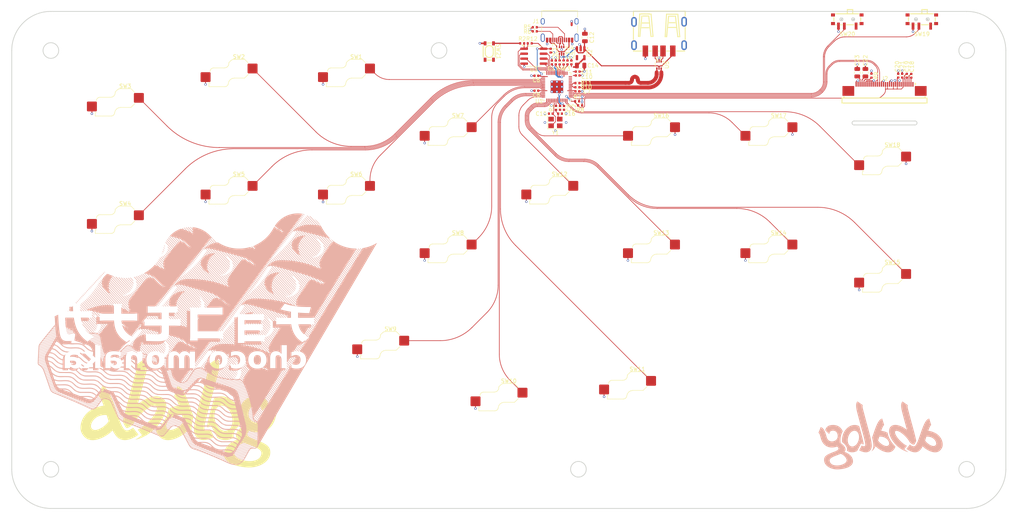
<source format=kicad_pcb>
(kicad_pcb (version 20240108) (generator "pcbnew") (generator_version "8.0")
  (layers (0 "F.Cu" signal) (31 "B.Cu" signal) (34 "B.Paste" user) (35 "F.Paste" user) (36 "B.SilkS" user "B.Silkscreen") (37 "F.SilkS" user "F.Silkscreen") (38 "B.Mask" user) (39 "F.Mask" user) (44 "Edge.Cuts" user))
  (net 0 "")
  (net 1 "+3V3")
  (net 2 "+1V1")
  (net 3 "/GPIO0")
  (net 4 "GND")
  (net 6 "/XIN")
  (net 7 "/GPIO2")
  (net 8 "/GPIO4")
  (net 9 "/GPIO6")
  (net 10 "Net-(C16-Pad2)")
  (net 11 "/GPIO8")
  (net 12 "/GPIO21")
  (net 13 "/GPIO20")
  (net 14 "/GPIO10")
  (net 15 "/GPIO12")
  (net 16 "/GPIO14")
  (net 17 "+5V")
  (net 19 "/XOUT")
  (net 21 "/GPIO16")
  (net 23 "/GPIO1")
  (net 25 "/GPIO3")
  (net 26 "/GPIO5")
  (net 28 "Net-(R3-Pad1)")
  (net 29 "/GPIO7")
  (net 30 "/GPIO17")
  (net 31 "/GPIO9")
  (net 33 "/GPIO11")
  (net 34 "/GPIO13")
  (net 35 "/GPIO15")
  (net 36 "/QSPI_SD0")
  (net 37 "/QSPI_SD1")
  (net 38 "/QSPI_SD3")
  (net 39 "/QSPI_SCLK")
  (net 40 "/QSPI_SS")
  (net 41 "/OLED_C2P")
  (net 42 "/OLED_C2N")
  (net 43 "/OLED_C1P")
  (net 44 "/OLED_C1N")
  (net 45 "/OLED_VCOMH")
  (net 46 "/OLED_VCC")
  (net 47 "/OLED_IREF")
  (net 48 "/QSPI_SD2")
  (net 49 "Net-(R4-Pad1)")
  (net 50 "Net-(J1-CC1)")
  (net 51 "/USB_DP")
  (net 52 "Net-(J1-D+-PadA6)")
  (net 53 "/USB_DM")
  (net 54 "Net-(J1-CC2)")
  (net 55 "Net-(R2-Pad1)")
  (net 56 "/GPIO19")
  (net 57 "/GPIO18")
  (net 58 "Net-(J3-D-)")
  (net 59 "Net-(J3-D+)")
  (net 66 "Net-(J1-D--PadA7)")
  (net 68 "/USB_A_N")
  (net 69 "/USB_A_P")
  (net 70 "/GPIO24")
  (net 71 "/GPIO25")
  (net 72 "/TOP_POUR")
  (footprint "Capacitor_SMD:C_0402_1005Metric" (layer "F.Cu") (at 162.0972 53.13205 180)
    (property "Reference" "C16")
    (property "Value" "15p")
  )
  (footprint "Resistor_SMD:R_0402_1005Metric" (layer "F.Cu") (at 161.05415 51.65885 90)
    (property "Reference" "R1")
    (property "Value" "1k")
  )
  (footprint "proj:USB-A-SMD_USB-M-21" (layer "F.Cu") (at 187.4022 33.375084 180)
    (property "Reference" "J3")
    (property "Value" "USB-A")
  )
  (footprint "Resistor_SMD:R_0402_1005Metric" (layer "F.Cu") (at 152.4198 35.1692)
    (property "Reference" "R2")
    (property "Value" "1k")
  )
  (footprint "Package_TO_SOT_SMD:SOT-666" (layer "F.Cu") (at 162.5036 36.9832 -90)
    (property "Reference" "U4")
    (property "Value" "USBLC6-2P6")
  )
  (footprint "Capacitor_SMD:C_0402_1005Metric" (layer "F.Cu") (at 160.0144 40.048 90)
    (property "Reference" "C1")
    (property "Value" "100n")
  )
  (footprint "Resistor_SMD:R_0402_1005Metric" (layer "F.Cu") (at 167.2242 51.036)
    (property "Reference" "R8")
    (property "Value" "4.7k")
  )
  (footprint "Capacitor_SMD:C_0402_1005Metric" (layer "F.Cu") (at 250.6896 43.4312 -90)
    (property "Reference" "C19")
    (property "Value" "1u")
  )
  (footprint "Package_SO:SOIC-8_3.9x4.9mm_P1.27mm" (layer "F.Cu") (at 155.4058 38.4458)
    (property "Reference" "U3")
    (property "Value" "W25Q16JVSNIQ")
  )
  (footprint "Capacitor_SMD:C_0805_2012Metric" (layer "F.Cu") (at 240.1232 42.6692 -90)
    (property "Reference" "C22")
    (property "Value" "4.7u")
  )
  (footprint "Capacitor_SMD:C_0402_1005Metric" (layer "F.Cu") (at 156.052 43.4496 180)
    (property "Reference" "C6")
    (property "Value" "100n" (hide yes))
  )
  (footprint "proj:KEY-SMD_4P-L4.2-W3.2-P2.20-LS4.6" (layer "F.Cu") (at 144.018 37.2618 -90)
    (property "Reference" "SW21")
    (property "Value" "SW_Push")
  )
  (footprint "Capacitor_SMD:C_0402_1005Metric" (layer "F.Cu") (at 251.8326 43.4566 -90)
    (property "Reference" "C18")
    (property "Value" "1u")
  )
  (footprint "Capacitor_SMD:C_0402_1005Metric" (layer "F.Cu") (at 161.005 40.048 90)
    (property "Reference" "C5")
    (property "Value" "100n")
  )
  (footprint "proj:RP2040-QFN-56" (layer "F.Cu") (at 161.29965 46.25825)
    (property "Reference" "U1")
    (property "Value" "RP2040")
  )
  (footprint "Capacitor_SMD:C_0805_2012Metric" (layer "F.Cu") (at 167.355 40.8334)
    (property "Reference" "C14")
    (property "Value" "10u")
  )
  (footprint "Crystal:Crystal_SMD_3225-4Pin_3.2x2.5mm" (layer "F.Cu") (at 160.9151 55.3748)
    (property "Reference" "Y1")
    (property "Value" "X322512MOB4SI")
  )
  (footprint "Resistor_SMD:R_0402_1005Metric" (layer "F.Cu") (at 166.4622 49.9692)
    (property "Reference" "R7")
    (property "Value" "4.7k")
  )
  (footprint "proj:SW-SMD_SS-1290" (layer "F.Cu") (at 254.54 29.3376)
    (property "Reference" "SW19")
    (property "Value" "SW_SPDT")
    (fp_poly (pts (xy -1 -0.325) (xy -1.020254 -0.465866) (xy -1.079373 -0.59532) (xy -1.17257 -0.702875) (xy -1.292292 -0.779816) (xy -1.428843 -0.819911) (xy -1.571157 -0.819911) (xy -1.707708 -0.779816) (xy -1.82743 -0.702875) (xy -1.920627 -0.59532) (xy -1.979746 -0.465866) (xy -2 -0.325) (xy -1.979746 -0.184134) (xy -1.920627 -0.05468) (xy -1.82743 0.052875) (xy -1.707708 0.129816) (xy -1.571157 0.169911) (xy -1.428843 0.169911) (xy -1.292292 0.129816) (xy -1.17257 0.052875) (xy -1.079373 -0.05468) (xy -1.020254 -0.184134)) (fill solid) (layer "Edge.Cuts"))
    (fp_poly (pts (xy 2 -0.325) (xy 1.979746 -0.465866) (xy 1.920627 -0.59532) (xy 1.82743 -0.702875) (xy 1.707708 -0.779816) (xy 1.571157 -0.819911) (xy 1.428843 -0.819911) (xy 1.292292 -0.779816) (xy 1.17257 -0.702875) (xy 1.079373 -0.59532) (xy 1.020254 -0.465866) (xy 1 -0.325) (xy 1.020254 -0.184134) (xy 1.079373 -0.05468) (xy 1.17257 0.052875) (xy 1.292292 0.129816) (xy 1.428843 0.169911) (xy 1.571157 0.169911) (xy 1.707708 0.129816) (xy 1.82743 0.052875) (xy 1.920627 -0.05468) (xy 1.979746 -0.184134)) (fill solid) (layer "Edge.Cuts"))
  )
  (footprint "Capacitor_SMD:C_0402_1005Metric" (layer "F.Cu") (at 166.513 47.4292)
    (property "Reference" "C7")
    (property "Value" "100n")
  )
  (footprint "Capacitor_SMD:C_0402_1005Metric" (layer "F.Cu") (at 166.593 42.3828)
    (property "Reference" "C11")
    (property "Value" "100n")
  )
  (footprint "proj:SW-SMD_SS-1290" (layer "F.Cu") (at 235.49 29.3376)
    (property "Reference" "SW20")
    (property "Value" "SW_SPDT")
    (fp_poly (pts (xy -1 -0.325) (xy -1.020254 -0.465866) (xy -1.079373 -0.59532) (xy -1.17257 -0.702875) (xy -1.292292 -0.779816) (xy -1.428843 -0.819911) (xy -1.571157 -0.819911) (xy -1.707708 -0.779816) (xy -1.82743 -0.702875) (xy -1.920627 -0.59532) (xy -1.979746 -0.465866) (xy -2 -0.325) (xy -1.979746 -0.184134) (xy -1.920627 -0.05468) (xy -1.82743 0.052875) (xy -1.707708 0.129816) (xy -1.571157 0.169911) (xy -1.428843 0.169911) (xy -1.292292 0.129816) (xy -1.17257 0.052875) (xy -1.079373 -0.05468) (xy -1.020254 -0.184134)) (fill solid) (layer "Edge.Cuts"))
    (fp_poly (pts (xy 2 -0.325) (xy 1.979746 -0.465866) (xy 1.920627 -0.59532) (xy 1.82743 -0.702875) (xy 1.707708 -0.779816) (xy 1.571157 -0.819911) (xy 1.428843 -0.819911) (xy 1.292292 -0.779816) (xy 1.17257 -0.702875) (xy 1.079373 -0.59532) (xy 1.020254 -0.465866) (xy 1 -0.325) (xy 1.020254 -0.184134) (xy 1.079373 -0.05468) (xy 1.17257 0.052875) (xy 1.292292 0.129816) (xy 1.428843 0.169911) (xy 1.571157 0.169911) (xy 1.707708 0.129816) (xy 1.82743 0.052875) (xy 1.920627 -0.05468) (xy 1.979746 -0.184134)) (fill solid) (layer "Edge.Cuts"))
  )
  (footprint "Capacitor_SMD:C_0402_1005Metric" (layer "F.Cu") (at 166.593 43.3734)
    (property "Reference" "C10")
    (property "Value" "100n")
  )
  (footprint "Resistor_SMD:R_0402_1005Metric" (layer "F.Cu") (at 154.3502 35.1692)
    (property "Reference" "R12")
    (property "Value" "10k")
  )
  (footprint "Capacitor_SMD:C_0402_1005Metric" (layer "F.Cu") (at 159.7096 37.0254 90)
    (property "Reference" "C17")
    (property "Value" "1u")
  )
  (footprint "proj:USB_C_Receptacle_XKB_U262-16XN-4BVC11" (layer "F.Cu") (at 161.9938 30.6226 180)
    (property "Reference" "J1")
    (property "Value" "USB-C")
  )
  (footprint "Resistor_SMD:R_0402_1005Metric" (layer "F.Cu") (at 163.0116 40.046 -90)
    (property "Reference" "R3")
    (property "Value" "22")
  )
  (footprint "Resistor_SMD:R_0402_1005Metric" (layer "F.Cu") (at 155.6456 32.0958 180)
    (property "Reference" "R6")
    (property "Value" "5.1k")
  )
  (footprint "NetTie:NetTie-2_SMD_Pad0.5mm" (layer "F.Cu") (at 165.0652 30.0302 -90)
    (property "Reference" "NT1" (hide yes))
    (property "Value" "NetTie_2" (hide yes))
  )
  (footprint "Resistor_SMD:R_0402_1005Metric" (layer "F.Cu") (at 161.9956 40.046 -90)
    (property "Reference" "R4")
    (property "Value" "22")
  )
  (footprint "Resistor_SMD:R_0402_1005Metric" (layer "F.Cu") (at 166.5364 46.3878 180)
    (property "Reference" "R10")
    (property "Value" "22")
  )
  (footprint "Capacitor_SMD:C_0402_1005Metric" (layer "F.Cu") (at 249.5212 43.4312 -90)
    (property "Reference" "C21")
    (property "Value" "1u")
  )
  (footprint "Capacitor_SMD:C_0402_1005Metric" (layer "F.Cu") (at 162.09555 51.65885 -90)
    (property "Reference" "C9")
    (property "Value" "100n")
  )
  (footprint "Capacitor_SMD:C_0402_1005Metric" (layer "F.Cu") (at 164.0022 40.048 90)
    (property "Reference" "C3")
    (property "Value" "1u")
  )
  (footprint "Resistor_SMD:R_0402_1005Metric" (layer "F.Cu") (at 241.6726 43.4312 -90)
    (property "Reference" "R9")
    (property "Value" "330k")
  )
  (footprint "proj:FPC-SMD_30P-P0.50_HDGC_0.5K-BS-30PWB" (layer "F.Cu") (at 245.01 46.486)
    (property "Reference" "J2")
    (property "Value" "OLED")
  )
  (footprint "Capacitor_SMD:C_0805_2012Metric" (layer "F.Cu") (at 238.0404 42.6692 -90)
    (property "Reference" "C23")
    (property "Value" "2.2u")
  )
  (footprint "Capacitor_SMD:C_0402_1005Metric" (layer "F.Cu") (at 159.735 53.129)
    (property "Reference" "C15")
    (property "Value" "15p")
  )
  (footprint "Resistor_SMD:R_0402_1005Metric" (layer "F.Cu") (at 166.5364 45.321 180)
    (property "Reference" "R11")
    (property "Value" "22")
  )
  (footprint "Capacitor_SMD:C_0402_1005Metric" (layer "F.Cu") (at 248.5052 43.4312 -90)
    (property "Reference" "C20")
    (property "Value" "1u")
  )
  (footprint "Capacitor_SMD:C_0805_2012Metric" (layer "F.Cu") (at 168.4472 33.6706 90)
    (property "Reference" "C12")
    (property "Value" "10u")
  )
  (footprint "Resistor_SMD:R_0402_1005Metric" (layer "F.Cu") (at 155.6456 31.0544 180)
    (property "Reference" "R5")
    (property "Value" "5.1k")
  )
  (footprint "Capacitor_SMD:C_0402_1005Metric" (layer "F.Cu") (at 163.11155 51.65885 -90)
    (property "Reference" "C2")
    (property "Value" "100n")
  )
  (footprint "Capacitor_SMD:C_0402_1005Metric" (layer "F.Cu") (at 164.9928 40.048 90)
    (property "Reference" "C4")
    (property "Value" "1u")
  )
  (footprint "Capacitor_SMD:C_0402_1005Metric" (layer "F.Cu") (at 156.052 47.2596 180)
    (property "Reference" "C8")
    (property "Value" "100n" (hide yes))
  )
  (footprint "Package_TO_SOT_SMD:SOT-23-5" (layer "F.Cu") (at 167.3691 37.6838 -90)
    (property "Reference" "U2")
    (property "Value" "AP2112K-3.3")
  )
  (footprint "Package_TO_SOT_SMD:SOT-666" (layer "F.Cu") (at 187.3918 40.683384 -90)
    (property "Reference" "U5")
    (property "Value" "USBLC6-2P6")
  )
  (footprint "proj:SW_Hotswap_Kailh_Choc_V1V2" (layer "B.Cu") (at 110.029 77.5929 180)
    (property "Reference" "SW6")
    (property "Value" "SW_DIP_x01")
  )
  (footprint "proj:SW_Hotswap_Kailh_Choc_V1V2" (layer "B.Cu") (at 80.029 47.5928 180)
    (property "Reference" "SW2")
    (property "Value" "SW_DIP_x01")
  )
  (footprint "proj:SW_Hotswap_Kailh_Choc_V1V2" (layer "B.Cu") (at 110.029 47.5928 180)
    (property "Reference" "SW1")
    (property "Value" "SW_DIP_x01")
  )
  (footprint "proj:SW_Hotswap_Kailh_Choc_V1V2" (layer "B.Cu") (at 149 130.4247 180)
    (property "Reference" "SW10")
    (property "Value" "SW_DIP_x01")
  )
  (footprint "proj:SW_Hotswap_Kailh_Choc_V1V2" (layer "B.Cu") (at 161.977 77.5739 180)
    (property "Reference" "SW12")
    (property "Value" "SW_DIP_x01")
  )
  (footprint "proj:SW_Hotswap_Kailh_Choc_V1V2" (layer "B.Cu") (at 247.0185 70.0929 180)
    (property "Reference" "SW18")
    (property "Value" "SW_DIP_x01")
  )
  (footprint "proj:SW_Hotswap_Kailh_Choc_V1V2" (layer "B.Cu") (at 247.0185 100.0929 180)
    (property "Reference" "SW15")
    (property "Value" "SW_DIP_x01")
  )
  (footprint "proj:SW_Hotswap_Kailh_Choc_V1V2" (layer "B.Cu") (at 50.981 85.0929 180)
    (property "Reference" "SW4")
    (property "Value" "SW_DIP_x01")
  )
  (footprint "proj:SW_Hotswap_Kailh_Choc_V1V2" (layer "B.Cu") (at 217.9711 62.5929 180)
    (property "Reference" "SW17")
    (property "Value" "SW_DIP_x01")
  )
  (footprint "proj:SW_Hotswap_Kailh_Choc_V1V2" (layer "B.Cu") (at 136.01 62.5929 180)
    (property "Reference" "SW7")
    (property "Value" "SW_DIP_x01")
  )
  (footprint "proj:SW_Hotswap_Kailh_Choc_V1V2" (layer "B.Cu") (at 80.029 77.5929 180)
    (property "Reference" "SW5")
    (property "Value" "SW_DIP_x01")
  )
  (footprint "proj:SW_Hotswap_Kailh_Choc_V1V2" (layer "B.Cu") (at 181.8504 127.4057 180)
    (property "Reference" "SW11")
    (property "Value" "SW_DIP_x01")
  )
  (footprint "proj:SW_Hotswap_Kailh_Choc_V1V2" (layer "B.Cu") (at 135.997 92.5739 180)
    (property "Reference" "SW8")
    (property "Value" "SW_DIP_x01")
  )
  (footprint "proj:SW_Hotswap_Kailh_Choc_V1V2" (layer "B.Cu") (at 50.981 55.0929 180)
    (property "Reference" "SW3")
    (property "Value" "SW_DIP_x01")
  )
  (footprint "proj:SW_Hotswap_Kailh_Choc_V1V2" (layer "B.Cu") (at 187.9711 62.5929 180)
    (property "Reference" "SW16")
    (property "Value" "SW_DIP_x01")
  )
  (footprint "proj:SW_Hotswap_Kailh_Choc_V1V2" (layer "B.Cu") (at 217.9581 92.5739 180)
    (property "Reference" "SW14")
    (property "Value" "SW_DIP_x01")
  )
  (footprint "proj:SW_Hotswap_Kailh_Choc_V1V2" (layer "B.Cu") (at 187.9581 92.5739 180)
    (property "Reference" "SW13")
    (property "Value" "SW_DIP_x01")
  )
  (footprint "proj:SW_Hotswap_Kailh_Choc_V1V2" (layer "B.Cu") (at 118.772 117.1365 180)
    (property "Reference" "SW9")
    (property "Value" "SW_DIP_x01")
  )
  (gr_poly (pts (xy 39.541311 101.903481) (xy 39.539959 101.914251) (xy 39.537143 101.934509) (xy 39.534219 101.955385) (xy 39.532731 101.966927) (xy 39.531234 101.979671) (xy 39.526077 102.045299) (xy 39.719783 102.259859) (xy 40.057502 102.62726) (xy 40.969924 103.613163) (xy 41.013498 103.612819) (xy 41.058479 103.611988) (xy 41.15129 103.610057) (xy 40.07883 102.460573) (xy 39.708301 102.065356) (xy 39.542617 101.891819)) (stroke (width -0.000001)) (fill solid) (layer "B.SilkS"))
  (gr_poly (pts (xy 43.1063 106.551407) (xy 43.558465 107.038374) (xy 43.81314 107.308033) (xy 43.889617 107.386058) (xy 43.889617 107.286838) (xy 43.88444 107.267927) (xy 43.868442 107.238659) (xy 43.801171 107.14574) (xy 43.682189 107.001465) (xy 43.50588 106.799218) (xy 42.958816 106.194341) (xy 42.115051 105.278179) (xy 41.923339 105.27042)) (stroke (width -0.000001)) (fill solid) (layer "B.SilkS"))
  (gr_poly (pts (xy 60.965185 86.816256) (xy 60.9537 86.847586) (xy 60.942348 86.879012) (xy 60.936834 86.894851) (xy 60.931488 86.910823) (xy 61.026061 87.013141) (xy 61.131988 87.122692) (xy 61.131988 87.021411) (xy 61.131387 87.014618) (xy 61.129584 87.006827) (xy 61.126574 86.998023) (xy 61.122356 86.988193) (xy 61.116927 86.977321) (xy 61.110283 86.965392) (xy 61.102422 86.952392) (xy 61.093341 86.938305) (xy 61.071509 86.906815) (xy 61.044763 86.870801) (xy 61.01308 86.830147) (xy 60.97644 86.784732)) (stroke (width -0.000001)) (fill solid) (layer "B.SilkS"))
  (gr_poly (pts (xy 51.20239 95.117035) (xy 51.158213 95.117961) (xy 51.113998 95.118595) (xy 52.428556 96.533628) (xy 52.853651 96.988779) (xy 53.016723 97.159809) (xy 53.017459 97.159695) (xy 53.018184 97.159358) (xy 53.019597 97.158035) (xy 53.020956 97.155884) (xy 53.022254 97.152952) (xy 53.023485 97.149281) (xy 53.024642 97.144917) (xy 53.025718 97.139904) (xy 53.026706 97.134288) (xy 53.028395 97.121424) (xy 53.029654 97.106682) (xy 53.03043 97.090419) (xy 53.03067 97.072994) (xy 53.025737 97.055603) (xy 53.010442 97.028285) (xy 52.945783 96.940371) (xy 52.830728 96.802268) (xy 52.659311 96.60699) (xy 52.123532 96.016976) (xy 51.290725 95.114452)) (stroke (width -0.000001)) (fill solid) (layer "B.SilkS"))
  (gr_poly (pts (xy 43.92675 95.352042) (xy 43.925164 95.352187) (xy 43.9236 95.352418) (xy 43.922056 95.352735) (xy 43.92053 95.353137) (xy 43.91902 95.353623) (xy 43.917523 95.354192) (xy 43.916038 95.354845) (xy 43.914563 95.355579) (xy 43.913095 95.356395) (xy 43.911633 95.357291) (xy 43.910174 95.358267) (xy 43.908717 95.359322) (xy 43.90726 95.360456) (xy 43.904335 95.362955) (xy 43.901384 95.365759) (xy 43.898391 95.368862) (xy 43.895338 95.372258) (xy 43.892211 95.375942) (xy 43.886681 95.383091) (xy 43.882146 95.390099) (xy 43.87864 95.397076) (xy 43.877283 95.400587) (xy 43.876198 95.404131) (xy 43.875386 95.407722) (xy 43.874853 95.411373) (xy 43.874604 95.415098) (xy 43.874642 95.418911) (xy 43.874971 95.422825) (xy 43.875596 95.426854) (xy 43.876522 95.431011) (xy 43.877752 95.435311) (xy 43.881142 95.444392) (xy 43.885802 95.454205) (xy 43.891766 95.46486) (xy 43.899067 95.476466) (xy 43.907741 95.489131) (xy 43.91782 95.502966) (xy 43.929341 95.518079) (xy 43.942337 95.53458) (xy 43.960538 95.557149) (xy 43.97697 95.576929) (xy 43.991788 95.593967) (xy 43.99864 95.601473) (xy 44.005146 95.608312) (xy 44.011325 95.614491) (xy 44.017197 95.620015) (xy 44.022782 95.624891) (xy 44.028097 95.629124) (xy 44.033163 95.63272) (xy 44.038 95.635687) (xy 44.042625 95.63803) (xy 44.04706 95.639755) (xy 44.051321 95.640868) (xy 44.055431 95.641376) (xy 44.059406 95.641284) (xy 44.063267 95.640598) (xy 44.067034 95.639326) (xy 44.070724 95.637473) (xy 44.074358 95.635044) (xy 44.077955 95.632047) (xy 44.081535 95.628487) (xy 44.085115 95.624371) (xy 44.088717 95.619704) (xy 44.092358 95.614493) (xy 44.096059 95.608744) (xy 44.099839 95.602463) (xy 44.107711 95.588329) (xy 44.111929 95.579719) (xy 44.115181 95.571375) (xy 44.11643 95.567274) (xy 44.117422 95.563203) (xy 44.118151 95.559151) (xy 44.11861 95.555106) (xy 44.118796 95.551056) (xy 44.118702 95.546989) (xy 44.118322 95.542894) (xy 44.117652 95.538758) (xy 44.116686 95.53457) (xy 44.115418 95.530317) (xy 44.113844 95.525987) (xy 44.111957 95.52157) (xy 44.109752 95.517052) (xy 44.107224 95.512422) (xy 44.101177 95.502778) (xy 44.09377 95.492544) (xy 44.084962 95.481622) (xy 44.074708 95.469919) (xy 44.062964 95.457338) (xy 44.049688 95.443785) (xy 44.034835 95.429164) (xy 44.0188 95.413805) (xy 44.004291 95.400309) (xy 43.99757 95.39424) (xy 43.991185 95.388611) (xy 43.985119 95.383415) (xy 43.979356 95.378644) (xy 43.973882 95.374288) (xy 43.968681 95.37034) (xy 43.963738 95.366791) (xy 43.959036 95.363634) (xy 43.954561 95.360859) (xy 43.950296 95.358458) (xy 43.946226 95.356424) (xy 43.942337 95.354747) (xy 43.940463 95.354082) (xy 43.93863 95.353509) (xy 43.936835 95.353028) (xy 43.935076 95.35264) (xy 43.933351 95.352341) (xy 43.931658 95.352133) (xy 43.929994 95.352014) (xy 43.928359 95.351984)) (stroke (width -0.000001)) (fill solid) (layer "B.SilkS"))
  (gr_poly (pts (xy 44.498291 94.72311) (xy 44.495705 94.723488) (xy 44.493141 94.724072) (xy 44.490593 94.72486) (xy 44.488052 94.725849) (xy 44.486361 94.726623) (xy 44.484662 94.727484) (xy 44.482954 94.72843) (xy 44.481235 94.729461) (xy 44.479503 94.730575) (xy 44.477757 94.731772) (xy 44.475995 94.73305) (xy 44.474214 94.734409) (xy 44.472414 94.735848) (xy 44.470591 94.737365) (xy 44.468746 94.738961) (xy 44.466875 94.740633) (xy 44.463051 94.744205) (xy 44.459106 94.748073) (xy 44.451675 94.755826) (xy 44.445469 94.763139) (xy 44.442846 94.766681) (xy 44.440553 94.770172) (xy 44.438599 94.773633) (xy 44.436991 94.777083) (xy 44.435737 94.780542) (xy 44.434846 94.78403) (xy 44.434325 94.787568) (xy 44.434183 94.791174) (xy 44.434428 94.794868) (xy 44.435067 94.798671) (xy 44.436108 94.802602) (xy 44.437561 94.806681) (xy 44.439431 94.810928) (xy 44.441729 94.815363) (xy 44.444461 94.820005) (xy 44.447635 94.824875) (xy 44.455345 94.835376) (xy 44.464921 94.847024) (xy 44.476428 94.859979) (xy 44.489931 94.874398) (xy 44.505492 94.890442) (xy 44.523178 94.908267) (xy 44.541026 94.925984) (xy 44.557057 94.941562) (xy 44.571425 94.955063) (xy 44.578034 94.961053) (xy 44.584285 94.966548) (xy 44.590198 94.971555) (xy 44.595792 94.976081) (xy 44.601085 94.980134) (xy 44.606098 94.983722) (xy 44.61085 94.986853) (xy 44.61536 94.989534) (xy 44.619647 94.991774) (xy 44.623731 94.993579) (xy 44.627631 94.994959) (xy 44.631366 94.995919) (xy 44.634956 94.996469) (xy 44.638419 94.996616) (xy 44.641776 94.996368) (xy 44.645045 94.995732) (xy 44.648246 94.994716) (xy 44.651398 94.993328) (xy 44.65452 94.991576) (xy 44.657632 94.989467) (xy 44.660753 94.987009) (xy 44.663903 94.984211) (xy 44.6671 94.981079) (xy 44.670364 94.977621) (xy 44.673714 94.973846) (xy 44.677169 94.96976) (xy 44.68338 94.961843) (xy 44.688483 94.954273) (xy 44.690602 94.950577) (xy 44.692423 94.946917) (xy 44.693941 94.943277) (xy 44.695147 94.93964) (xy 44.696036 94.93599) (xy 44.6966 94.932308) (xy 44.696833 94.92858) (xy 44.696727 94.924787) (xy 44.696277 94.920913) (xy 44.695474 94.916941) (xy 44.694313 94.912854) (xy 44.692787 94.908637) (xy 44.690888 94.90427) (xy 44.68861 94.899739) (xy 44.685946 94.895026) (xy 44.682889 94.890114) (xy 44.675571 94.879628) (xy 44.666599 94.868144) (xy 44.655921 94.85553) (xy 44.643481 94.841651) (xy 44.629224 94.826372) (xy 44.613098 94.809558) (xy 44.600281 94.796412) (xy 44.588434 94.784442) (xy 44.577493 94.773622) (xy 44.567392 94.763926) (xy 44.558066 94.755329) (xy 44.54945 94.747804) (xy 44.54148 94.741326) (xy 44.537716 94.738472) (xy 44.53409 94.735869) (xy 44.530592 94.733515) (xy 44.527214 94.731406) (xy 44.52395 94.72954) (xy 44.52079 94.727913) (xy 44.517726 94.726521) (xy 44.51475 94.725362) (xy 44.511854 94.724432) (xy 44.50903 94.723729) (xy 44.50627 94.723248) (xy 44.503565 94.722987) (xy 44.500908 94.722942)) (stroke (width -0.000001)) (fill solid) (layer "B.SilkS"))
  (gr_poly (pts (xy 86.16043 107.839778) (xy 86.985881 108.727521) (xy 87.29655 109.060689) (xy 87.4234 109.194217) (xy 87.424716 109.194612) (xy 87.426091 109.194859) (xy 87.427522 109.194961) (xy 87.429006 109.194921) (xy 87.430538 109.194742) (xy 87.432116 109.194427) (xy 87.433737 109.193977) (xy 87.435395 109.193397) (xy 87.438815 109.191853) (xy 87.442346 109.189817) (xy 87.445961 109.187311) (xy 87.449632 109.184356) (xy 87.453331 109.180975) (xy 87.457031 109.177189) (xy 87.460702 109.17302) (xy 87.464318 109.168489) (xy 87.46785 109.163619) (xy 87.471269 109.158432) (xy 87.474549 109.152948) (xy 87.477661 109.14719) (xy 87.477476 109.135296) (xy 87.468522 109.115055) (xy 87.422429 109.047308) (xy 87.335644 108.939492) (xy 87.204425 108.78715) (xy 86.793732 108.331067) (xy 86.16043 107.643413)) (stroke (width -0.000001)) (fill solid) (layer "B.SilkS"))
  (gr_poly (pts (xy 42.179466 97.232408) (xy 42.176882 97.232701) (xy 42.174336 97.23319) (xy 42.17182 97.233872) (xy 42.169326 97.234745) (xy 42.167668 97.235437) (xy 42.166027 97.236203) (xy 42.164399 97.237044) (xy 42.16278 97.23796) (xy 42.161165 97.238952) (xy 42.159549 97.240018) (xy 42.157929 97.24116) (xy 42.156301 97.242379) (xy 42.154659 97.243673) (xy 42.153 97.245044) (xy 42.15132 97.246492) (xy 42.149613 97.248017) (xy 42.146105 97.2513) (xy 42.14244 97.254894) (xy 42.135771 97.26216) (xy 42.130234 97.269165) (xy 42.127906 97.272615) (xy 42.125882 97.276052) (xy 42.124166 97.279496) (xy 42.122766 97.282963) (xy 42.121689 97.286471) (xy 42.12094 97.290038) (xy 42.120527 97.293681) (xy 42.120455 97.297419) (xy 42.120732 97.301269) (xy 42.121364 97.305248) (xy 42.122357 97.309375) (xy 42.123718 97.313667) (xy 42.125453 97.318141) (xy 42.12757 97.322816) (xy 42.132971 97.332838) (xy 42.139975 97.343875) (xy 42.148633 97.356067) (xy 42.158997 97.369556) (xy 42.17112 97.384484) (xy 42.185054 97.400993) (xy 42.200851 97.419223) (xy 42.218287 97.439078) (xy 42.233778 97.456432) (xy 42.247519 97.471363) (xy 42.253795 97.477943) (xy 42.259707 97.483947) (xy 42.265279 97.489384) (xy 42.270536 97.494263) (xy 42.275502 97.498595) (xy 42.280201 97.502388) (xy 42.284659 97.505653) (xy 42.288899 97.5084) (xy 42.292946 97.510637) (xy 42.296825 97.512375) (xy 42.300559 97.513624) (xy 42.304174 97.514393) (xy 42.305944 97.5146) (xy 42.307693 97.514691) (xy 42.309424 97.514668) (xy 42.311141 97.51453) (xy 42.314543 97.513917) (xy 42.317922 97.512863) (xy 42.321304 97.511378) (xy 42.324713 97.509471) (xy 42.328173 97.507152) (xy 42.331709 97.504431) (xy 42.335345 97.501317) (xy 42.339105 97.49782) (xy 42.343014 97.49395) (xy 42.347097 97.489717) (xy 42.35588 97.480197) (xy 42.364325 97.470653) (xy 42.371473 97.461914) (xy 42.377257 97.453788) (xy 42.379616 97.449894) (xy 42.381608 97.446081) (xy 42.383224 97.442324) (xy 42.384456 97.438599) (xy 42.385296 97.434882) (xy 42.385734 97.43115) (xy 42.385762 97.427377) (xy 42.385371 97.423539) (xy 42.384554 97.419613) (xy 42.3833 97.415574) (xy 42.381603 97.411398) (xy 42.379452 97.40706) (xy 42.37684 97.402537) (xy 42.373757 97.397805) (xy 42.370196 97.392839) (xy 42.366147 97.387615) (xy 42.356554 97.376296) (xy 42.344908 97.363656) (xy 42.33114 97.3495) (xy 42.315183 97.333635) (xy 42.296966 97.315868) (xy 42.283952 97.303342) (xy 42.271886 97.291921) (xy 42.260708 97.281581) (xy 42.250359 97.272299) (xy 42.24078 97.26405) (xy 42.231912 97.256811) (xy 42.223695 97.250559) (xy 42.219813 97.247795) (xy 42.216072 97.245268) (xy 42.212463 97.242977) (xy 42.208981 97.240917) (xy 42.205618 97.239086) (xy 42.202366 97.23748) (xy 42.199217 97.236098) (xy 42.196165 97.234935) (xy 42.193203 97.233989) (xy 42.190321 97.233257) (xy 42.187515 97.232736) (xy 42.184775 97.232423) (xy 42.182094 97.232315)) (stroke (width -0.000001)) (fill solid) (layer "B.SilkS"))
  (gr_poly (pts (xy 86.740249 109.729579) (xy 86.750852 109.740409) (xy 86.760587 109.749924) (xy 86.769562 109.758152) (xy 86.773796 109.761792) (xy 86.777881 109.765118) (xy 86.781828 109.768136) (xy 86.785651 109.770848) (xy 86.789363 109.773257) (xy 86.792979 109.775366) (xy 86.79651 109.777179) (xy 86.79997 109.778699) (xy 86.803373 109.779929) (xy 86.806732 109.780872) (xy 86.810059 109.781531) (xy 86.813369 109.78191) (xy 86.816675 109.782012) (xy 86.81999 109.78184) (xy 86.823327 109.781397) (xy 86.826699 109.780686) (xy 86.83012 109.779711) (xy 86.833603 109.778475) (xy 86.837161 109.776981) (xy 86.840808 109.775231) (xy 86.844557 109.773231) (xy 86.848421 109.770981) (xy 86.856548 109.76575) (xy 86.865295 109.759563) (xy 86.86769 109.755978) (xy 86.867896 109.750309) (xy 86.86169 109.732636) (xy 86.846578 109.706382) (xy 86.822463 109.671386) (xy 86.74683 109.574516) (xy 86.634004 109.440732) (xy 86.483202 109.268737) (xy 86.293639 109.057237) (xy 85.795089 108.51054) (xy 85.704067 108.508759) (xy 85.65649 108.507946) (xy 85.606979 108.507442)) (stroke (width -0.000001)) (fill solid) (layer "B.SilkS"))
  (gr_poly (pts (xy 237.316948 132.672766) (xy 237.222198 132.676525) (xy 237.222206 132.676525) (xy 237.099692 132.686893) (xy 236.977952 132.703307) (xy 236.857111 132.72565) (xy 236.737291 132.753805) (xy 236.618616 132.787658) (xy 236.501209 132.82709) (xy 236.385193 132.871988) (xy 236.270693 132.922233) (xy 236.157831 132.97771) (xy 236.04673 133.038303) (xy 235.830308 133.174371) (xy 235.622414 133.329507) (xy 235.424035 133.502782) (xy 235.236157 133.693267) (xy 235.059768 133.900031) (xy 234.895855 134.122145) (xy 234.745406 134.35868) (xy 234.609406 134.608705) (xy 234.488844 134.871292) (xy 234.384707 135.14551) (xy 234.297981 135.430431) (xy 234.272147 135.533164) (xy 234.248844 135.63629) (xy 234.228075 135.739739) (xy 234.209845 135.843442) (xy 234.194158 135.947329) (xy 234.181019 136.051331) (xy 234.170433 136.155378) (xy 234.162404 136.259401) (xy 234.156935 136.36333) (xy 234.154033 136.467095) (xy 234.153702 136.570628) (xy 234.155945 136.673858) (xy 234.160768 136.776716) (xy 234.168174 136.879132) (xy 234.178169 136.981038) (xy 234.190757 137.082363) (xy 234.283241 137.147286) (xy 234.381374 137.221393) (xy 234.48385 137.304604) (xy 234.536307 137.349598) (xy 234.589361 137.396839) (xy 234.642846 137.446315) (xy 234.6966 137.498017) (xy 234.75046 137.551935) (xy 234.804262 137.608058) (xy 234.857843 137.666378) (xy 234.911039 137.726883) (xy 234.963687 137.789565) (xy 235.015624 137.854412) (xy 235.080501 137.940467) (xy 235.111996 137.984806) (xy 235.142723 138.030042) (xy 235.172578 138.076189) (xy 235.201454 138.123265) (xy 235.229248 138.171284) (xy 235.255854 138.220262) (xy 235.281168 138.270216) (xy 235.305085 138.321161) (xy 235.327501 138.373114) (xy 235.34831 138.426089) (xy 235.367407 138.480104) (xy 235.384688 138.535173) (xy 235.400048 138.591313) (xy 235.413383 138.64854) (xy 235.420142 138.682979) (xy 235.425865 138.717842) (xy 235.430545 138.753093) (xy 235.434175 138.788699) (xy 235.436751 138.824623) (xy 235.438265 138.86083) (xy 235.438711 138.897286) (xy 235.438084 138.933956) (xy 235.436377 138.970803) (xy 235.433583 139.007793) (xy 235.429698 139.044891) (xy 235.424714 139.082062) (xy 235.418625 139.119271) (xy 235.411425 139.156481) (xy 235.403109 139.193659) (xy 235.393669 139.23077) (xy 235.436617 139.260707) (xy 235.480067 139.289629) (xy 235.524008 139.317528) (xy 235.568429 139.3444) (xy 235.613317 139.37024) (xy 235.658663 139.395042) (xy 235.704454 139.4188) (xy 235.75068 139.441509) (xy 235.79733 139.463164) (xy 235.844391 139.483759) (xy 235.891853 139.503289) (xy 235.939704 139.521749) (xy 235.987934 139.539132) (xy 236.036531 139.555435) (xy 236.085483 139.57065) (xy 236.13478 139.584774) (xy 236.249143 139.612272) (xy 236.364521 139.633847) (xy 236.480763 139.64952) (xy 236.59772 139.65931) (xy 236.715243 139.66324) (xy 236.833182 139.66133) (xy 236.951387 139.6536) (xy 237.069708 139.640071) (xy 237.187997 139.620765) (xy 237.306103 139.595702) (xy 237.423877 139.564902) (xy 237.541169 139.528387) (xy 237.657829 139.486177) (xy 237.773708 139.438294) (xy 237.888657 139.384757) (xy 238.002525 139.325588) (xy 239.012474 137.374858) (xy 239.146848 137.454206) (xy 239.205419 137.487554) (xy 239.265814 137.520889) (xy 239.323948 137.551502) (xy 239.37574 137.576686) (xy 239.393775 137.584828) (xy 239.410947 137.592358) (xy 239.427492 137.599321) (xy 239.443645 137.60576) (xy 239.459642 137.611721) (xy 239.475719 137.617248) (xy 239.492112 137.622385) (xy 239.509056 137.627178) (xy 239.528359 137.631329) (xy 239.54664 137.633126) (xy 239.555372 137.633116) (xy 239.563818 137.632489) (xy 239.571968 137.631233) (xy 239.579813 137.629339) (xy 239.587341 137.626797) (xy 239.594542 137.623597) (xy 239.601407 137.619729) (xy 239.607926 137.615182) (xy 239.614088 137.609948) (xy 239.619883 137.604016) (xy 239.625301 137.597376) (xy 239.630331 137.590019) (xy 239.634965 137.581934) (xy 239.639191 137.573111) (xy 239.643 137.56354) (xy 239.646381 137.553212) (xy 239.649324 137.542117) (xy 239.651819 137.530244) (xy 239.655426 137.504127) (xy 239.657119 137.47478) (xy 239.656818 137.442126) (xy 239.654442 137.406083) (xy 239.649909 137.366573) (xy 239.645414 137.332468) (xy 239.642991 137.315008) (xy 239.64006 137.296016) (xy 239.621326 137.187056) (xy 239.599647 137.070567) (xy 239.547986 136.81661) (xy 239.486138 136.537352) (xy 239.415161 136.236003) (xy 239.287602 135.727832) (xy 238.495182 135.727832) (xy 238.491555 135.922106) (xy 238.47375 136.120995) (xy 238.441359 136.32332) (xy 238.393974 136.527904) (xy 238.364889 136.629474) (xy 238.332722 136.728782) (xy 238.29759 136.825727) (xy 238.259612 136.920206) (xy 238.218906 137.012118) (xy 238.175588 137.101361) (xy 238.129778 137.187832) (xy 238.081592 137.271431) (xy 238.031148 137.352053) (xy 237.978566 137.429599) (xy 237.923961 137.503965) (xy 237.867453 137.57505) (xy 237.809158 137.642752) (xy 237.749196 137.706969) (xy 237.687683 137.767598) (xy 237.624737 137.824539) (xy 237.560477 137.877688) (xy 237.49502 137.926944) (xy 237.428484 137.972205) (xy 237.360986 138.013369) (xy 237.292646 138.050334) (xy 237.223579 138.082998) (xy 237.153905 138.111259) (xy 237.083741 138.135015) (xy 237.013206 138.154164) (xy 236.942416 138.168604) (xy 236.871489 138.178233) (xy 236.800544 138.182949) (xy 236.729698 138.182651) (xy 236.65907 138.177235) (xy 236.588776 138.166601) (xy 236.518936 138.150646) (xy 236.450488 138.129531) (xy 236.384308 138.103583) (xy 236.320447 138.072949) (xy 236.258956 138.037776) (xy 236.199886 137.998213) (xy 236.143289 137.954405) (xy 236.089215 137.9065) (xy 236.037715 137.854645) (xy 235.98884 137.798987) (xy 235.942642 137.739675) (xy 235.858478 137.610671) (xy 235.785632 137.468813) (xy 235.724513 137.315277) (xy 235.675527 137.15124) (xy 235.639084 136.977881) (xy 235.615591 136.796376) (xy 235.605458 136.607904) (xy 235.609092 136.413641) (xy 235.626901 136.214766) (xy 235.659294 136.012455) (xy 235.70668 135.807888) (xy 235.732096 135.718477) (xy 235.759958 135.630695) (xy 235.790187 135.544623) (xy 235.822702 135.460339) (xy 235.894279 135.297461) (xy 235.974053 135.142704) (xy 236.061392 134.99671) (xy 236.15566 134.860121) (xy 236.205196 134.795554) (xy 236.256226 134.733579) (xy 236.308672 134.674277) (xy 236.362454 134.617727) (xy 236.417493 134.56401) (xy 236.473711 134.513207) (xy 236.531027 134.465397) (xy 236.589362 134.420661) (xy 236.648638 134.379079) (xy 236.708774 134.340731) (xy 236.769693 134.305699) (xy 236.831314 134.274061) (xy 236.893558 134.245898) (xy 236.956347 134.221292) (xy 237.0196 134.20032) (xy 237.083238 134.183065) (xy 237.147184 134.169607) (xy 237.211356 134.160025) (xy 237.275676 134.1544) (xy 237.340064 134.152812) (xy 237.370894 134.15351) (xy 237.401561 134.155165) (xy 237.432053 134.157778) (xy 237.46236 134.161346) (xy 237.492471 134.165868) (xy 237.522375 134.171343) (xy 237.552062 134.17777) (xy 237.58152 134.185146) (xy 237.649977 134.20625) (xy 237.716166 134.232188) (xy 237.780036 134.262813) (xy 237.841537 134.297977) (xy 237.900615 134.337533) (xy 237.957222 134.381334) (xy 238.011305 134.429233) (xy 238.062814 134.481082) (xy 238.111698 134.536735) (xy 238.157905 134.596045) (xy 238.242085 134.725042) (xy 238.314947 134.866898) (xy 238.376082 135.020435) (xy 238.425081 135.184474) (xy 238.461537 135.357839) (xy 238.48504 135.539351) (xy 238.495182 135.727832) (xy 239.287602 135.727832) (xy 239.250078 135.578342) (xy 239.061054 134.863872) (xy 238.644096 133.343517) (xy 238.553039 133.006664) (xy 238.483199 132.965692) (xy 238.412257 132.927259) (xy 238.340255 132.891382) (xy 238.267237 132.858081) (xy 238.193246 132.827376) (xy 238.118325 132.799284) (xy 238.042517 132.773825) (xy 237.965866 132.751018) (xy 237.875224 132.728691) (xy 237.78377 132.710067) (xy 237.691579 132.695154) (xy 237.598727 132.683959) (xy 237.505287 132.676491) (xy 237.411336 132.672758)) (stroke (width -0.000001)) (fill solid) (layer "B.SilkS"))
  (gr_poly (pts (xy 63.004226 103.986263) (xy 62.16397 103.986263) (xy 62.16397 104.838932) (xy 62.404769 104.838932) (xy 62.44664 104.839962) (xy 63.186645 105.643528) (xy 63.380432 105.643528) (xy 62.63887 104.843578) (xy 62.823635 104.845813) (xy 62.914429 104.847417) (xy 63.002151 104.850292) (xy 63.037292 104.850811) (xy 63.76593 105.643528) (xy 63.809341 105.643528) (xy 63.845689 105.64325) (xy 63.88446 105.642572) (xy 63.963333 105.640941) (xy 63.236251 104.854953) (xy 63.314311 104.857952) (xy 63.391609 104.861713) (xy 63.467968 104.866487) (xy 63.543212 104.872524) (xy 63.543212 104.771228) (xy 64.335403 105.628032) (xy 64.414829 105.624787) (xy 64.497161 105.620792) (xy 64.500437 105.620378) (xy 64.503368 105.620054) (xy 64.506065 105.619796) (xy 64.508638 105.619584) (xy 64.513853 105.619201) (xy 64.519897 105.618724) (xy 63.603668 104.629642) (xy 63.543212 104.564518) (xy 63.543212 104.138195) (xy 63.7087 104.318509) (xy 63.954559 104.584682) (xy 64.884216 105.593402) (xy 64.977813 105.586606) (xy 65.024313 105.583218) (xy 65.065597 105.580478) (xy 64.292007 104.746433) (xy 63.593338 103.991954) (xy 63.546754 103.990624) (xy 63.500131 103.98961) (xy 63.405242 103.98833) (xy 63.405761 103.988849) (xy 63.332901 103.986926) (xy 63.295778 103.986095) (xy 63.25743 103.985752)) (stroke (width -0.000001)) (fill solid) (layer "B.SilkS"))
  (gr_poly (pts (xy 62.16397 105.163448) (xy 62.604766 105.643009) (xy 62.797515 105.643009) (xy 62.16397 104.959331)) (stroke (width -0.000001)) (fill solid) (layer "B.SilkS"))
  (gr_poly (pts (xy 71.219741 102.29179) (xy 71.220043 102.307844) (xy 71.221327 102.323347) (xy 71.223737 102.338524) (xy 71.22742 102.353604) (xy 71.23252 102.368813) (xy 71.239185 102.384378) (xy 71.247559 102.400527) (xy 71.257787 102.417487) (xy 71.270016 102.435484) (xy 71.284391 102.454746) (xy 71.301057 102.4755) (xy 71.320161 102.497973) (xy 71.341847 102.522393) (xy 71.366262 102.548985) (xy 71.423858 102.6096) (xy 71.434213 102.620429) (xy 71.443922 102.630793) (xy 71.462018 102.650589) (xy 71.497238 102.689701) (xy 71.692581 102.689701) (xy 71.471405 102.454059) (xy 71.22026 102.185863)) (stroke (width -0.000001)) (fill solid) (layer "B.SilkS"))
  (gr_poly (pts (xy 94.67765 78.62521) (xy 94.254632 78.662981) (xy 93.834268 78.725929) (xy 93.417873 78.814052) (xy 93.006763 78.927343) (xy 92.602256 79.065801) (xy 92.205666 79.22942) (xy 91.818311 79.418197) (xy 91.441507 79.632128) (xy 91.076569 79.871208) (xy 90.724814 80.135435) (xy 90.387559 80.424803) (xy 90.224779 80.578914) (xy 90.066119 80.739309) (xy 89.911741 80.905987) (xy 89.76181 81.078949) (xy 89.616492 81.258192) (xy 89.47595 81.443718) (xy 89.340349 81.635526) (xy 89.209854 81.833614) (xy 89.33757 81.923026) (xy 89.451217 82.007185) (xy 89.504596 82.048949) (xy 89.556656 82.091383) (xy 89.608129 82.135151) (xy 89.659748 82.180913) (xy 89.712245 82.22933) (xy 89.766354 82.281063) (xy 89.882337 82.397128) (xy 90.013558 82.534397) (xy 90.165878 82.698162) (xy 90.219923 82.758271) (xy 90.2385 82.780686) (xy 90.250876 82.79775) (xy 90.256623 82.809269) (xy 90.256876 82.812889) (xy 90.255311 82.815051) (xy 90.251874 82.815729) (xy 90.246512 82.8149) (xy 90.229797 82.808625) (xy 90.204738 82.796031) (xy 90.170906 82.776925) (xy 90.07521 82.718404) (xy 89.939281 82.631513) (xy 89.759689 82.514705) (xy 89.658189 82.446978) (xy 89.611791 82.414824) (xy 89.567872 82.383489) (xy 89.526115 82.352734) (xy 89.486204 82.322318) (xy 89.447821 82.292002) (xy 89.41065 82.261544) (xy 89.374374 82.230705) (xy 89.338677 82.199245) (xy 89.303242 82.166923) (xy 89.267752 82.1335) (xy 89.195342 82.062389) (xy 89.118911 81.983989) (xy 89.06938 82.066342) (xy 89.020255 82.149153) (xy 88.972012 82.23297) (xy 88.948369 82.275427) (xy 88.925125 82.31834) (xy 88.703188 82.713462) (xy 88.467088 83.093766) (xy 88.217384 83.459192) (xy 87.954636 83.809676) (xy 87.679404 84.145158) (xy 87.392247 84.465575) (xy 87.093725 84.770866) (xy 86.784399 85.06097) (xy 86.464826 85.335824) (xy 86.135568 85.595366) (xy 85.797183 85.839535) (xy 85.450233 86.06827) (xy 85.095275 86.281508) (xy 84.732871 86.479187) (xy 84.363579 86.661247) (xy 83.98796 86.827625) (xy 83.98796 86.839511) (xy 83.988473 86.871179) (xy 83.989723 86.903831) (xy 83.991599 86.936531) (xy 83.993993 86.968341) (xy 83.996796 86.998323) (xy 83.999897 87.025539) (xy 84.003189 87.04905) (xy 84.006561 87.06792) (xy 84.008043 87.076111) (xy 84.008227 87.082405) (xy 84.00779 87.084801) (xy 84.00698 87.086678) (xy 84.005779 87.08802) (xy 84.004171 87.088811) (xy 84.00214 87.089036) (xy 83.999669 87.08868) (xy 83.993344 87.086164) (xy 83.985062 87.081143) (xy 83.974695 87.073493) (xy 83.962109 87.063093) (xy 83.947174 87.049821) (xy 83.929759 87.033556) (xy 83.909733 87.014176) (xy 83.861321 86.965584) (xy 83.800888 86.903072) (xy 83.761107 86.919115) (xy 83.721425 86.935446) (xy 83.681684 86.95161) (xy 83.661741 86.959487) (xy 83.641723 86.967151) (xy 83.742242 87.080225) (xy 83.830852 87.180828) (xy 83.907186 87.268601) (xy 83.970876 87.343189) (xy 84.021553 87.404232) (xy 84.041897 87.429563) (xy 84.05885 87.451374) (xy 84.072365 87.469619) (xy 84.082397 87.484256) (xy 84.0889 87.495238) (xy 84.090813 87.499345) (xy 84.091827 87.502521) (xy 84.100704 87.545354) (xy 84.111045 87.592877) (xy 84.121593 87.639274) (xy 84.131088 87.67873) (xy 84.135045 87.695603) (xy 84.137851 87.710348) (xy 84.139406 87.722985) (xy 84.139682 87.728519) (xy 84.139609 87.733534) (xy 84.139172 87.738032) (xy 84.138361 87.742015) (xy 84.137161 87.745486) (xy 84.135562 87.748448) (xy 84.13355 87.750903) (xy 84.131113 87.752853) (xy 84.128238 87.754301) (xy 84.124914 87.75525) (xy 84.121127 87.755703) (xy 84.116865 87.755661) (xy 84.112115 87.755127) (xy 84.106866 87.754103) (xy 84.101105 87.752593) (xy 84.094818 87.750599) (xy 84.080621 87.745167) (xy 84.064176 87.737828) (xy 84.045382 87.728602) (xy 84.02414 87.71751) (xy 84.00035 87.70457) (xy 83.979997 87.686607) (xy 83.936581 87.64363) (xy 83.793727 87.496863) (xy 83.376098 87.05965) (xy 83.296615 87.086606) (xy 83.216949 87.11288) (xy 83.340454 87.246204) (xy 83.390281 87.300661) (xy 83.435405 87.35094) (xy 83.474935 87.395983) (xy 83.50798 87.434731) (xy 83.521792 87.451414) (xy 83.533649 87.466127) (xy 83.54344 87.478737) (xy 83.551052 87.489112) (xy 83.556375 87.49712) (xy 83.558143 87.500195) (xy 83.559297 87.502629) (xy 83.559824 87.504405) (xy 83.559708 87.505506) (xy 83.558936 87.505916) (xy 83.557495 87.505619) (xy 83.452665 87.464264) (xy 83.248992 87.382633) (xy 82.974578 87.272045) (xy 82.914108 87.206928) (xy 82.396329 87.342858) (xy 81.872553 87.451182) (xy 81.34403 87.531733) (xy 80.812011 87.584345) (xy 80.277746 87.608852) (xy 79.742486 87.605087) (xy 79.20748 87.572886) (xy 78.67398 87.512081) (xy 78.574437 87.495281) (xy 71.344802 87.495281) (xy 71.344358 87.498433) (xy 71.343057 87.502197) (xy 71.34095 87.506526) (xy 71.338087 87.511374) (xy 71.330295 87.522442) (xy 71.320081 87.535031) (xy 71.307847 87.54877) (xy 71.293993 87.56329) (xy 71.278922 87.578219) (xy 71.263032 87.593189) (xy 71.246727 87.607828) (xy 71.230407 87.621766) (xy 71.214473 87.634633) (xy 71.199326 87.64606) (xy 71.185367 87.655674) (xy 71.172998 87.663107) (xy 71.167535 87.66589) (xy 71.162619 87.667989) (xy 71.158302 87.669357) (xy 71.154632 87.669948) (xy 71.152249 87.669369) (xy 71.148529 87.667396) (xy 71.143552 87.664099) (xy 71.1374 87.659547) (xy 71.121891 87.646958) (xy 71.102643 87.630189) (xy 71.080303 87.609799) (xy 71.055513 87.586347) (xy 71.028917 87.560391) (xy 71.001159 87.532489) (xy 70.86473 87.393482) (xy 70.920048 87.32048) (xy 67.690108 87.32048) (xy 67.689625 87.32193) (xy 67.688561 87.32291) (xy 67.686905 87.323417) (xy 67.684645 87.323447) (xy 67.68177 87.322995) (xy 67.674135 87.320628) (xy 67.66391 87.316282) (xy 67.651008 87.309924) (xy 67.635343 87.301519) (xy 67.616825 87.291034) (xy 67.570883 87.263685) (xy 67.512481 87.227603) (xy 67.408403 87.161135) (xy 67.28623 87.080985) (xy 67.16117 86.997274) (xy 67.048431 86.920124) (xy 66.958795 86.855567) (xy 66.870507 86.785681) (xy 66.775001 86.70205) (xy 66.663707 86.596261) (xy 66.528059 86.459901) (xy 66.359489 86.284554) (xy 66.286741 86.206989) (xy 66.081039 86.206989) (xy 66.080835 86.20787) (xy 66.08023 86.208443) (xy 66.079235 86.208716) (xy 66.077858 86.208693) (xy 66.074003 86.207788) (xy 66.068744 86.205775) (xy 66.062164 86.202703) (xy 66.054341 86.198622) (xy 66.035291 86.187623) (xy 66.012238 86.173166) (xy 65.985825 86.155642) (xy 65.956695 86.135437) (xy 65.925491 86.112941) (xy 65.889596 86.087848) (xy 65.847007 86.060199) (xy 65.799306 86.030908) (xy 65.748073 86.000887) (xy 65.694891 85.971049) (xy 65.662696 85.953769) (xy 64.697662 85.953769) (xy 64.598953 86.042141) (xy 64.588752 86.051103) (xy 64.578608 86.059702) (xy 64.568584 86.067901) (xy 64.55874 86.075662) (xy 64.549141 86.082945) (xy 64.539848 86.089713) (xy 64.530924 86.095928) (xy 64.522432 86.101553) (xy 64.514433 86.106547) (xy 64.50699 86.110875) (xy 64.500166 86.114497) (xy 64.494023 86.117375) (xy 64.488623 86.119472) (xy 64.486221 86.120216) (xy 64.484029 86.12075) (xy 64.482053 86.121069) (xy 64.480303 86.121169) (xy 64.478785 86.121045) (xy 64.477508 86.120693) (xy 64.459902 86.104701) (xy 64.418116 86.062405) (xy 64.272918 85.910445) (xy 64.063748 85.687908) (xy 63.812438 85.417888) (xy 63.334621 84.901385) (xy 63.088455 84.633441) (xy 63.007324 84.542491) (xy 63.101898 84.563678) (xy 63.235299 84.594086) (xy 63.290638 84.608208) (xy 63.340561 84.623222) (xy 63.386687 84.640341) (xy 63.430635 84.660776) (xy 63.474024 84.685738) (xy 63.518472 84.71644) (xy 63.5656 84.754091) (xy 63.617025 84.799905) (xy 63.674367 84.855092) (xy 63.739244 84.920863) (xy 63.898082 85.089005) (xy 64.106491 85.314022) (xy 64.697662 85.953769) (xy 65.662696 85.953769) (xy 65.64134 85.942307) (xy 65.589002 85.915572) (xy 65.539459 85.891757) (xy 65.539459 85.892284) (xy 65.468244 85.857888) (xy 65.436172 85.840915) (xy 65.405689 85.823447) (xy 65.376217 85.805001) (xy 65.347182 85.785094) (xy 65.319161 85.764107) (xy 65.079589 85.764107) (xy 65.078352 85.767007) (xy 65.075906 85.770212) (xy 65.072328 85.773691) (xy 65.062074 85.781356) (xy 65.048194 85.789766) (xy 65.031289 85.798687) (xy 65.011963 85.807884) (xy 64.990818 85.817122) (xy 64.968456 85.826166) (xy 64.94548 85.834781) (xy 64.922492 85.842731) (xy 64.900096 85.849783) (xy 64.878893 85.855702) (xy 64.859486 85.860251) (xy 64.842478 85.863197) (xy 64.828472 85.864304) (xy 64.822782 85.864095) (xy 64.818069 85.863338) (xy 64.804079 85.851069) (xy 64.770911 85.818014) (xy 64.655706 85.698559) (xy 64.489777 85.523001) (xy 64.290451 85.309368) (xy 64.188269 85.198796) (xy 64.093328 85.095283) (xy 64.007672 85.001119) (xy 63.933345 84.918596) (xy 63.872392 84.850005) (xy 63.826857 84.797639) (xy 63.798786 84.763788) (xy 63.791938 84.754521) (xy 63.790422 84.751928) (xy 63.790222 84.750743) (xy 63.792474 84.750218) (xy 63.797232 84.750493) (xy 63.813727 84.753304) (xy 63.83863 84.7589) (xy 63.87087 84.767004) (xy 63.953062 84.789627) (xy 64.051711 84.818958) (xy 64.303878 84.895961) (xy 64.687332 85.31454) (xy 64.764554 85.399155) (xy 64.836919 85.479224) (xy 64.902828 85.552913) (xy 64.960679 85.618391) (xy 65.008876 85.673826) (xy 65.045819 85.717384) (xy 65.069907 85.747232) (xy 65.076632 85.756443) (xy 65.079544 85.761539) (xy 65.079589 85.764107) (xy 65.319161 85.764107) (xy 65.318006 85.763241) (xy 65.288112 85.738961) (xy 65.256925 85.711768) (xy 65.223868 85.681181) (xy 65.188365 85.646715) (xy 65.149839 85.607887) (xy 65.061413 85.515212) (xy 64.953979 85.399288) (xy 64.882867 85.321558) (xy 64.816863 85.248616) (xy 64.757407 85.182104) (xy 64.70594 85.123663) (xy 64.663903 85.074935) (xy 64.632736 85.037562) (xy 64.62168 85.023646) (xy 64.613881 85.013184) (xy 64.609521 85.006382) (xy 64.608687 85.004417) (xy 64.608779 85.003444) (xy 64.611097 85.00275) (xy 64.615902 85.00289) (xy 64.632436 85.005526) (xy 64.657308 85.011055) (xy 64.689447 85.019178) (xy 64.727781 85.029598) (xy 64.771238 85.042017) (xy 64.869232 85.071659) (xy 65.119338 85.149692) (xy 65.600448 85.668003) (xy 65.697007 85.772597) (xy 65.78708 85.870995) (xy 65.868697 85.960977) (xy 65.939889 86.040324) (xy 65.998689 86.106817) (xy 66.043126 86.158239) (xy 66.071233 86.192369) (xy 66.078546 86.202256) (xy 66.081039 86.206989) (xy 66.286741 86.206989) (xy 65.889312 85.783245) (xy 65.805223 85.692373) (xy 65.733438 85.613472) (xy 65.702161 85.578474) (xy 65.67396 85.546424) (xy 65.648836 85.517307) (xy 65.626789 85.491109) (xy 65.607818 85.467815) (xy 65.591924 85.44741) (xy 65.579106 85.429879) (xy 65.569365 85.415207) (xy 65.565649 85.408939) (xy 65.562702 85.403379) (xy 65.560524 85.398528) (xy 65.559115 85.394381) (xy 65.558475 85.390939) (xy 65.558605 85.388198) (xy 65.559504 85.386157) (xy 65.561172 85.384815) (xy 65.561172 85.384304) (xy 65.561809 85.384141) (xy 65.562519 85.384027) (xy 65.563298 85.383961) (xy 65.564144 85.383944) (xy 65.565055 85.383975) (xy 65.56603 85.384054) (xy 65.567065 85.38418) (xy 65.568159 85.384353) (xy 65.569309 85.384573) (xy 65.570513 85.38484) (xy 65.571769 85.385153) (xy 65.573075 85.385512) (xy 65.574428 85.385916) (xy 65.575826 85.386366) (xy 65.57875 85.387401) (xy 65.5871 85.391036) (xy 65.596897 85.395957) (xy 65.620825 85.409641) (xy 65.650533 85.428422) (xy 65.686019 85.452269) (xy 65.727282 85.481153) (xy 65.77432 85.515043) (xy 65.885711 85.597721) (xy 66.017477 85.709088) (xy 66.235215 85.90567) (xy 66.808822 86.441076) (xy 67.366969 86.977131) (xy 67.56538 87.174525) (xy 67.670089 87.287029) (xy 67.678123 87.297557) (xy 67.684181 87.306345) (xy 67.688176 87.31336) (xy 67.69002 87.318566) (xy 67.690108 87.32048) (xy 70.920048 87.32048) (xy 70.952056 87.27824) (xy 71.039901 87.163524) (xy 71.192352 87.313899) (xy 71.207897 87.329355) (xy 71.223002 87.344693) (xy 71.23759 87.359821) (xy 71.251584 87.374646) (xy 71.264905 87.389075) (xy 71.277475 87.403018) (xy 71.289218 87.41638) (xy 71.300054 87.429069) (xy 71.309907 87.440994) (xy 71.318698 87.452061) (xy 71.326351 87.462178) (xy 71.332786 87.471253) (xy 71.337926 87.479193) (xy 71.341695 87.485906) (xy 71.34304 87.488774) (xy 71.344012 87.491299) (xy 71.344603 87.493472) (xy 71.344802 87.495281) (xy 78.574437 87.495281) (xy 78.143236 87.422506) (xy 77.616498 87.303997) (xy 77.299125 87.21416) (xy 71.694641 87.21416) (xy 71.598022 87.300983) (xy 71.588068 87.309818) (xy 71.578174 87.318408) (xy 71.568402 87.326706) (xy 71.558811 87.33467) (xy 71.549461 87.342253) (xy 71.540411 87.349411) (xy 71.531723 87.356099) (xy 71.523456 87.362274) (xy 71.51567 87.367889) (xy 71.508425 87.372901) (xy 71.501781 87.377264) (xy 71.495798 87.380934) (xy 71.490535 87.383867) (xy 71.486054 87.386017) (xy 71.482414 87.387339) (xy 71.480928 87.387677) (xy 71.479675 87.38779) (xy 71.476648 87.387017) (xy 71.472166 87.384747) (xy 71.466318 87.381058) (xy 71.459192 87.376027) (xy 71.441466 87.362246) (xy 71.419702 87.344019) (xy 71.394614 87.321963) (xy 71.366917 87.296693) (xy 71.337324 87.268824) (xy 71.306549 87.238971) (xy 71.291198 87.223671) (xy 71.276296 87.208464) (xy 71.261919 87.193443) (xy 71.248142 87.178701) (xy 71.235041 87.164332) (xy 71.222692 87.15043) (xy 71.21117 87.137086) (xy 71.200552 87.124396) (xy 71.190912 87.112452) (xy 71.182327 87.101347) (xy 71.174873 87.091176) (xy 71.168625 87.082031) (xy 71.163659 87.074006) (xy 71.160051 87.067194) (xy 71.15878 87.064272) (xy 71.157876 87.061688) (xy 71.15735 87.059454) (xy 71.157211 87.057582) (xy 71.157738 87.053764) (xy 71.15903 87.0491) (xy 71.161048 87.043655) (xy 71.163752 87.037493) (xy 71.167101 87.030678) (xy 71.171057 87.023275) (xy 71.175579 87.015347) (xy 71.180629 87.006958) (xy 71.192151 86.989058) (xy 71.205306 86.970085) (xy 71.219776 86.950555) (xy 71.235244 86.93098) (xy 71.31224 86.836414) (xy 71.503448 87.025539) (xy 71.694641 87.21416) (xy 77.299125 87.21416) (xy 77.095017 87.156385) (xy 76.580043 86.979506) (xy 76.564917 86.973354) (xy 72.041915 86.973354) (xy 71.922027 87.056034) (xy 71.802139 87.139232) (xy 71.606292 86.927364) (xy 71.410949 86.715999) (xy 71.493118 86.618328) (xy 71.501573 86.608398) (xy 71.50999 86.598743) (xy 71.518318 86.589412) (xy 71.526504 86.580457) (xy 71.534497 86.571927) (xy 71.542246 86.563873) (xy 71.549698 86.556346) (xy 71.556802 86.549397) (xy 71.563507 86.543076) (xy 71.56976 86.537433) (xy 71.57551 86.53252) (xy 71.580706 86.528387) (xy 71.585295 86.525084) (xy 71.589227 86.522662) (xy 71.59093 86.521797) (xy 71.592449 86.521172) (xy 71.593777 86.520792) (xy 71.594909 86.520664) (xy 71.598056 86.521838) (xy 71.603289 86.525285) (xy 71.619538 86.53853) (xy 71.642695 86.559468) (xy 71.6718 86.587169) (xy 71.705893 86.620704) (xy 71.744012 86.659143) (xy 71.785198 86.701556) (xy 71.828491 86.747013) (xy 72.041915 86.973354) (xy 76.564917 86.973354) (xy 76.072827 86.773194) (xy 75.990243 86.734088) (xy 72.384017 86.734088) (xy 72.383629 86.737417) (xy 72.382135 86.741206) (xy 72.3796 86.745417) (xy 72.37609 86.75001) (xy 72.366413 86.760182) (xy 72.353633 86.771407) (xy 72.338279 86.783369) (xy 72.320882 86.795751) (xy 72.301969 86.808237) (xy 72.282072 86.82051) (xy 72.261718 86.832255) (xy 72.241438 86.843156) (xy 72.221761 86.852895) (xy 72.203217 86.861156) (xy 72.186335 86.867624) (xy 72.171644 86.871982) (xy 72.165286 86.873271) (xy 72.159674 86.873914) (xy 72.154875 86.873872) (xy 72.150955 86.873104) (xy 72.146804 86.870922) (xy 72.140547 86.866341) (xy 72.122226 86.850498) (xy 72.097017 86.826616) (xy 72.06594 86.795733) (xy 72.03002 86.758889) (xy 71.99028 86.717122) (xy 71.947741 86.671474) (xy 71.903427 86.622982) (xy 71.685867 86.382694) (xy 71.775268 86.270549) (xy 71.864669 86.158931) (xy 72.123565 86.43436) (xy 72.175573 86.490203) (xy 72.224166 86.543255) (xy 72.268274 86.592286) (xy 72.306823 86.636066) (xy 72.338744 86.673366) (xy 72.362964 86.702956) (xy 72.371852 86.714476) (xy 72.378412 86.723607) (xy 72.382512 86.730196) (xy 72.383598 86.732489) (xy 72.384017 86.734088) (xy 75.990243 86.734088) (xy 75.577726 86.538753) (xy 72.793289 86.538753) (xy 72.792921 86.541021) (xy 72.791485 86.543698) (xy 72.785649 86.550157) (xy 72.77627 86.557882) (xy 72.763835 86.566625) (xy 72.748834 86.576137) (xy 72.731753 86.586172) (xy 72.713082 86.596482) (xy 72.693309 86.606818) (xy 72.652409 86.626577) (xy 72.632258 86.635505) (xy 72.612958 86.643468) (xy 72.594997 86.650217) (xy 72.578864 86.655506) (xy 72.565045 86.659086) (xy 72.554031 86.660709) (xy 72.548918 86.659361) (xy 72.541187 86.655043) (xy 72.530997 86.647907) (xy 72.518503 86.638101) (xy 72.487243 86.611089) (xy 72.448671 86.575213) (xy 72.404051 86.531679) (xy 72.354648 86.481693) (xy 72.301727 86.426462) (xy 72.246551 86.367191) (xy 72.192127 86.307323) (xy 72.141372 86.250378) (xy 72.0954 86.197679) (xy 72.055326 86.15055) (xy 72.022263 86.110315) (xy 72.00871 86.093197) (xy 71.997327 86.078298) (xy 71.988254 86.065784) (xy 71.98163 86.055821) (xy 71.977595 86.048574) (xy 71.976591 86.04602) (xy 71.976287 86.044208) (xy 71.976785 86.040897) (xy 71.978103 86.03674) (xy 71.980196 86.0318) (xy 71.983021 86.026137) (xy 71.986537 86.019815) (xy 71.9907 86.012894) (xy 72.000795 85.997502) (xy 72.012962 85.980455) (xy 72.026857 85.962247) (xy 72.042136 85.943371) (xy 72.058456 85.92432) (xy 72.139587 85.831821) (xy 72.465667 86.176502) (xy 72.531221 86.246027) (xy 72.59243 86.311587) (xy 72.647951 86.371702) (xy 72.696443 86.42489) (xy 72.736565 86.46967) (xy 72.766974 86.504562) (xy 72.786329 86.528083) (xy 72.791442 86.535117) (xy 72.792784 86.537371) (xy 72.793289 86.538753) (xy 75.577726 86.538753) (xy 75.574619 86.537282) (xy 75.281199 86.377521) (xy 73.208251 86.377521) (xy 73.103866 86.423) (xy 73.082261 86.432202) (xy 73.060727 86.440915) (xy 73.039834 86.448927) (xy 73.020149 86.456026) (xy 73.00224 86.461999) (xy 72.986677 86.466636) (xy 72.979952 86.468387) (xy 72.974027 86.469724) (xy 72.968972 86.47062) (xy 72.964859 86.47105) (xy 72.959453 86.469287) (xy 72.950607 86.46375) (xy 72.938518 86.454629) (xy 72.923387 86.442115) (xy 72.88479 86.407665) (xy 72.836404 86.36192) (xy 72.77982 86.306401) (xy 72.716625 86.242627) (xy 72.648411 86.172121) (xy 72.576766 86.096401) (xy 72.223297 85.719158) (xy 72.312179 85.605991) (xy 72.401061 85.492305) (xy 72.740585 85.849391) (xy 72.877515 85.994602) (xy 72.941116 86.063075) (xy 72.999265 86.12638) (xy 73.050304 86.182709) (xy 73.092574 86.230252) (xy 73.124419 86.2672) (xy 73.14418 86.291744) (xy 73.208251 86.377521) (xy 75.281199 86.377521) (xy 75.08667 86.271604) (xy 75.005855 86.221462) (xy 73.64595 86.221462) (xy 73.64547 86.223631) (xy 73.644064 86.226021) (xy 73.638657 86.231392) (xy 73.630106 86.237434) (xy 73.61879 86.244007) (xy 73.605086 86.25097) (xy 73.58937 86.258181) (xy 73.572021 86.265499) (xy 73.553415 86.272784) (xy 73.513944 86.286688) (xy 73.493834 86.293026) (xy 73.473977 86.298766) (xy 73.454751 86.303768) (xy 73.436533 86.30789) (xy 73.419701 86.310991) (xy 73.404632 86.312931) (xy 73.39869 86.310929) (xy 73.388562 86.304332) (xy 73.356698 86.278284) (xy 73.310937 86.236656) (xy 73.253175 86.181317) (xy 73.185309 86.114136) (xy 73.109235 86.036984) (xy 73.026849 85.951729) (xy 72.940048 85.86024) (xy 72.853981 85.768204) (xy 72.773698 85.681363) (xy 72.700961 85.601686) (xy 72.637535 85.531142) (xy 72.58518 85.471698) (xy 72.54566 85.425322) (xy 72.531264 85.40765) (xy 72.520738 85.393984) (xy 72.514302 85.384568) (xy 72.512686 85.381531) (xy 72.512176 85.37965) (xy 72.512683 85.376555) (xy 72.513987 85.372691) (xy 72.518788 85.362882) (xy 72.526189 85.350678) (xy 72.535801 85.336535) (xy 72.547234 85.320906) (xy 72.560097 85.304249) (xy 72.574002 85.287017) (xy 72.588558 85.269666) (xy 72.603375 85.252652) (xy 72.618064 85.236429) (xy 72.632234 85.221453) (xy 72.645497 85.208179) (xy 72.657462 85.197063) (xy 72.667739 85.188559) (xy 72.672122 85.185429) (xy 72.675938 85.183122) (xy 72.679137 85.181697) (xy 72.681671 85.181209) (xy 72.696438 85.192609) (xy 72.729965 85.224853) (xy 72.84242 85.340134) (xy 73.172771 85.691697) (xy 73.498641 86.048079) (xy 73.605496 86.169384) (xy 73.635383 86.205543) (xy 73.64595 86.221462) (xy 75.005855 86.221462) (xy 74.610229 85.975994) (xy 74.672759 86.04317) (xy 74.49913 86.0685) (xy 74.326019 86.093303) (xy 74.183898 85.942401) (xy 73.99542 85.74053) (xy 73.741561 85.466983) (xy 73.700894 85.423281) (xy 73.663297 85.383393) (xy 73.628641 85.34721) (xy 73.596798 85.314619) (xy 73.567639 85.285508) (xy 73.541033 85.259767) (xy 73.516852 85.237284) (xy 73.494968 85.217947) (xy 73.47525 85.201644) (xy 73.466164 85.194596) (xy 73.45757 85.188265) (xy 73.449454 85.182636) (xy 73.441799 85.177697) (xy 73.434589 85.173432) (xy 73.427807 85.169829) (xy 73.421438 85.166873) (xy 73.415466 85.16455) (xy 73.409874 85.162846) (xy 73.404646 85.161747) (xy 73.399766 85.16124) (xy 73.395218 85.16131) (xy 73.390986 85.161944) (xy 73.387054 85.163127) (xy 73.381566 85.165357) (xy 73.376223 85.167756) (xy 73.371054 85.170303) (xy 73.366087 85.172975) (xy 73.361352 85.175748) (xy 73.356877 85.178601) (xy 73.352691 85.18151) (xy 73.348823 85.184454) (xy 73.345302 85.18741) (xy 73.342157 85.190355) (xy 73.340734 85.191816) (xy 73.339416 85.193266) (xy 73.338207 85.194703) (xy 73.337109 85.196122) (xy 73.336127 85.197521) (xy 73.335264 85.198899) (xy 73.334525 85.20025) (xy 73.333911 85.201574) (xy 73.333428 85.202867) (xy 73.333078 85.204126) (xy 73.332865 85.205348) (xy 73.332794 85.206531) (xy 73.334904 85.211105) (xy 73.341098 85.220017) (xy 73.364895 85.249912) (xy 73.402516 85.294324) (xy 73.452289 85.351365) (xy 73.581608 85.495769) (xy 73.739486 85.668003) (xy 73.883021 85.823583) (xy 73.940118 85.886596) (xy 73.98779 85.940723) (xy 74.026308 85.986689) (xy 74.042217 86.006839) (xy 74.055938 86.02522) (xy 74.067504 86.041923) (xy 74.076949 86.057039) (xy 74.084306 86.070659) (xy 74.089609 86.082872) (xy 74.092891 86.09377) (xy 74.094186 86.103443) (xy 74.093527 86.111982) (xy 74.092475 86.115855) (xy 74.090948 86.119478) (xy 74.088949 86.122862) (xy 74.086482 86.12602) (xy 74.080163 86.1317) (xy 74.072025 86.136608) (xy 74.0621 86.140835) (xy 74.050423 86.144472) (xy 74.037026 86.147608) (xy 74.021945 86.150335) (xy 74.005211 86.152743) (xy 73.96692 86.156965) (xy 73.922424 86.160999) (xy 73.904029 86.162158) (xy 73.886537 86.161811) (xy 73.86918 86.159287) (xy 73.851188 86.153912) (xy 73.831793 86.145016) (xy 73.810226 86.131927) (xy 73.785718 86.113971) (xy 73.757499 86.090477) (xy 73.724802 86.060774) (xy 73.686857 86.024189) (xy 73.592147 85.927686) (xy 73.46722 85.795592) (xy 73.305923 85.622531) (xy 73.203714 85.511809) (xy 73.108394 85.407127) (xy 73.022051 85.310875) (xy 72.946767 85.22544) (xy 72.88463 85.153209) (xy 72.837723 85.096571) (xy 72.820633 85.074845) (xy 72.808132 85.057913) (xy 72.800482 85.046072) (xy 72.798557 85.042155) (xy 72.797943 85.039623) (xy 72.798423 85.03554) (xy 72.79972 85.030648) (xy 72.80179 85.025012) (xy 72.80459 85.018697) (xy 72.808074 85.011767) (xy 72.8122 85.004287) (xy 72.816923 84.996323) (xy 72.8222 84.987938) (xy 72.827987 84.979199) (xy 72.834239 84.970169) (xy 72.847965 84.951499) (xy 72.863027 84.932447) (xy 72.870949 84.92294) (xy 72.879074 84.913532) (xy 72.958648 84.823093) (xy 73.109558 84.991558) (xy 73.13513 85.020031) (xy 73.157724 85.044941) (xy 73.17758 85.06642) (xy 73.186556 85.075913) (xy 73.194939 85.084597) (xy 73.202757 85.092489) (xy 73.210041 85.099604) (xy 73.216821 85.10596) (xy 73.223127 85.111571) (xy 73.22899 85.116456) (xy 73.234439 85.12063) (xy 73.239504 85.124109) (xy 73.244216 85.126911) (xy 73.248605 85.12905) (xy 73.252701 85.130544) (xy 73.254648 85.131054) (xy 73.256533 85.131409) (xy 73.25836 85.131611) (xy 73.260133 85.131661) (xy 73.261855 85.131563) (xy 73.26353 85.131317) (xy 73.265161 85.130926) (xy 73.266753 85.130393) (xy 73.26831 85.129718) (xy 73.269835 85.128905) (xy 73.272803 85.12687) (xy 73.275689 85.124303) (xy 73.278523 85.121223) (xy 73.281335 85.117643) (xy 73.284154 85.113582) (xy 73.287011 85.109056) (xy 73.289936 85.10408) (xy 73.296112 85.092845) (xy 73.301476 85.082141) (xy 73.305689 85.071935) (xy 73.308649 85.062018) (xy 73.309626 85.0571) (xy 73.310251 85.052176) (xy 73.310511 85.047217) (xy 73.310393 85.042198) (xy 73.309884 85.037091) (xy 73.308971 85.031872) (xy 73.307641 85.026512) (xy 73.305882 85.020986) (xy 73.301023 85.009329) (xy 73.29429 84.996689) (xy 73.285581 84.982854) (xy 73.274792 84.967612) (xy 73.26182 84.950752) (xy 73.246561 84.932061) (xy 73.228913 84.911328) (xy 73.186035 84.862888) (xy 73.039276 84.700107) (xy 73.045989 84.692867) (xy 72.967477 84.614443) (xy 72.889194 84.535615) (xy 72.811534 84.455704) (xy 72.773062 84.415128) (xy 72.734893 84.374027) (xy 72.488116 84.117744) (xy 72.233434 83.877489) (xy 71.971353 83.65313) (xy 71.702375 83.444533) (xy 71.427006 83.251565) (xy 71.145748 83.074095) (xy 70.859106 82.911988) (xy 70.567584 82.765112) (xy 70.271686 82.633335) (xy 69.971915 82.516523) (xy 69.668776 82.414544) (xy 69.362773 82.327264) (xy 69.054409 82.254551) (xy 68.744188 82.196273) (xy 68.432615 82.152295) (xy 68.120193 82.122486) (xy 68.142652 82.146379) (xy 68.155918 82.160558) (xy 68.160613 82.165663) (xy 68.163085 82.168476) (xy 68.176942 82.184086) (xy 68.18916 82.1985) (xy 68.199815 82.21203) (xy 68.20898 82.224989) (xy 68.21673 82.237689) (xy 68.223138 82.250441) (xy 68.228279 82.26356) (xy 68.232227 82.277356) (xy 68.235056 82.292142) (xy 68.23684 82.30823) (xy 68.237653 82.325933) (xy 68.237569 82.345563) (xy 68.236663 82.367431) (xy 68.235009 82.391852) (xy 68.229751 82.449596) (xy 68.211151 82.63615) (xy 67.719695 82.106464) (xy 67.672248 82.105948) (xy 67.624835 82.105826) (xy 67.530044 82.106464) (xy 67.766539 82.361888) (xy 67.861541 82.465318) (xy 67.942612 82.554615) (xy 68.010928 82.631322) (xy 68.067664 82.696981) (xy 68.092056 82.72615) (xy 68.113994 82.753135) (xy 68.133624 82.778129) (xy 68.151094 82.801324) (xy 68.16655 82.822915) (xy 68.180139 82.843093) (xy 68.192008 82.862051) (xy 68.202304 82.879982) (xy 68.211174 82.897079) (xy 68.218764 82.913534) (xy 68.225222 82.929541) (xy 68.230695 82.945292) (xy 68.235329 82.960979) (xy 68.239271 82.976796) (xy 68.242668 82.992936) (xy 68.245667 83.00959) (xy 68.251059 83.045216) (xy 68.256622 83.085216) (xy 68.262671 83.128757) (xy 68.267869 83.16974) (xy 68.272138 83.207255) (xy 68.275398 83.240396) (xy 68.27757 83.268253) (xy 68.278224 83.279916) (xy 68.278577 83.289918) (xy 68.278619 83.298145) (xy 68.27834 83.304483) (xy 68.277729 83.308818) (xy 68.277297 83.3102) (xy 68.276779 83.311038) (xy 68.254238 83.291163) (xy 68.193734 83.229963) (xy 67.975442 83.001149) (xy 67.655118 82.659726) (xy 67.265975 82.240825) (xy 67.246133 82.219506) (xy 67.230686 82.20314) (xy 67.207258 82.178834) (xy 67.18425 82.155035) (xy 67.169328 82.139303) (xy 67.150222 82.118869) (xy 67.127629 82.1205) (xy 67.10506 82.122411) (xy 67.059976 82.1268) (xy 67.01493 82.131486) (xy 66.969879 82.135921) (xy 67.540148 82.759277) (xy 67.776351 83.019492) (xy 67.976089 83.241441) (xy 68.13648 83.422159) (xy 68.25464 83.558676) (xy 68.296982 83.609433) (xy 68.327686 83.648027) (xy 68.346391 83.674088) (xy 68.351132 83.682302) (xy 68.352737 83.687244) (xy 68.352674 83.699432) (xy 68.352126 83.709887) (xy 68.350763 83.718537) (xy 68.348251 83.725314) (xy 68.346461 83.727978) (xy 68.344259 83.730147) (xy 68.341605 83.731813) (xy 68.338456 83.732967) (xy 68.334771 83.7336) (xy 68.330509 83.733704) (xy 68.320087 83.732287) (xy 68.306858 83.728647) (xy 68.29049 83.722714) (xy 68.270652 83.714419) (xy 68.247011 83.70369) (xy 68.186995 83.674655) (xy 68.107788 83.635051) (xy 67.862838 83.512065) (xy 66.623123 82.175197) (xy 66.581196 82.181333) (xy 66.539342 82.187867) (xy 66.455688 82.201549) (xy 67.04033 82.832185) (xy 67.292737 83.104801) (xy 67.415328 83.239215) (xy 67.501632 83.342044) (xy 66.849472 83.048526) (xy 66.123413 82.26408) (xy 66.045784 82.280959) (xy 66.007048 82.289697) (xy 65.968383 82.298702) (xy 66.299118 82.655269) (xy 66.351412 82.712079) (xy 66.399288 82.765113) (xy 66.441767 82.813201) (xy 66.477868 82.855171) (xy 66.506612 82.889852) (xy 66.517918 82.904094) (xy 66.527017 82.916074) (xy 66.533787 82.925647) (xy 66.538105 82.932666) (xy 66.539306 82.935172) (xy 66.539848 82.936985) (xy 66.539716 82.938086) (xy 66.538894 82.938457) (xy 66.529211 82.936761) (xy 66.510292 82.931898) (xy 66.449224 82.914032) (xy 66.364647 82.88758) (xy 66.265518 82.855258) (xy 66.014373 82.77206) (xy 65.652648 82.381382) (xy 65.576551 82.403182) (xy 65.538582 82.414331) (xy 65.500717 82.425823) (xy 65.556699 82.485921) (xy 65.590219 82.522018) (xy 65.607681 82.541065) (xy 65.622161 82.556673) (xy 65.635685 82.571652) (xy 65.648206 82.585932) (xy 65.659678 82.599443) (xy 65.670054 82.612118) (xy 65.679289 82.623885) (xy 65.687335 82.634677) (xy 65.694147 82.644423) (xy 65.699677 82.653055) (xy 65.701948 82.656931) (xy 65.703881 82.660503) (xy 65.705471 82.663762) (xy 65.706712 82.666698) (xy 65.707597 82.669304) (xy 65.708122 82.671571) (xy 65.70828 82.67349) (xy 65.708066 82.675053) (xy 65.707818 82.675698) (xy 65.707474 82.67625) (xy 65.707034 82.676709) (xy 65.706498 82.677074) (xy 65.705864 82.677343) (xy 65.705132 82.677515) (xy 65.703371 82.677564) (xy 65.701208 82.677214) (xy 65.698638 82.676456) (xy 65.683863 82.67186) (xy 65.662382 82.665962) (xy 65.603364 82.651244) (xy 65.529713 82.634276) (xy 65.449554 82.617031) (xy 65.253692 82.576717) (xy 65.205642 82.525043) (xy 65.007774 82.599186) (xy 64.8121 82.679147) (xy 64.618777 82.764891) (xy 64.427964 82.856384) (xy 64.239819 82.953591) (xy 64.054497 83.056476) (xy 63.872159 83.165007) (xy 63.69296 83.279147) (xy 63.51706 83.398862) (xy 63.344615 83.524117) (xy 63.175783 83.654877) (xy 63.010722 83.791109) (xy 62.84959 83.932777) (xy 62.692544 84.079845) (xy 62.539742 84.232281) (xy 62.391342 84.390048) (xy 62.400131 84.392116) (xy 62.519095 84.418731) (xy 62.568838 84.431594) (xy 62.614366 84.44597) (xy 62.657387 84.463218) (xy 62.699611 84.484696) (xy 62.742745 84.511762) (xy 62.788497 84.545772) (xy 62.838577 84.588086) (xy 62.894693 84.64006) (xy 62.958553 84.703053) (xy 63.031866 84.778423) (xy 63.213683 84.971723) (xy 63.453811 85.230823) (xy 63.979713 85.799575) (xy 64.269271 86.115001) (xy 64.390182 86.2504) (xy 64.300262 86.344448) (xy 64.290991 86.353964) (xy 64.281754 86.363133) (xy 64.27261 86.371908) (xy 64.263616 86.380244) (xy 64.254827 86.388097) (xy 64.246303 86.395422) (xy 64.238099 86.402174) (xy 64.230274 86.408307) (xy 64.222883 86.413776) (xy 64.215985 86.418538) (xy 64.209637 86.422546) (xy 64.203895 86.425756) (xy 64.198818 86.428123) (xy 64.196546 86.428976) (xy 64.194461 86.429601) (xy 64.192571 86.429993) (xy 64.190883 86.430147) (xy 64.189404 86.430055) (xy 64.18814 86.429714) (xy 64.109226 86.350404) (xy 63.910942 86.141144) (xy 63.276046 85.459751) (xy 62.338638 84.445339) (xy 62.326946 84.458743) (xy 62.315465 84.472383) (xy 62.292896 84.500102) (xy 62.270458 84.527956) (xy 62.259141 84.541766) (xy 62.24768 84.555408) (xy 62.905532 85.265445) (xy 63.948867 86.394062) (xy 64.101318 86.56097) (xy 64.012939 86.671558) (xy 63.924072 86.782665) (xy 63.840347 86.696361) (xy 62.650238 85.414791) (xy 62.45048 85.198099) (xy 62.311727 85.046105) (xy 62.065261 84.774517) (xy 62.054217 84.788803) (xy 62.043328 84.803234) (xy 62.021852 84.832381) (xy 62.000504 84.861664) (xy 61.978958 84.890789) (xy 62.661605 85.628208) (xy 63.103427 86.105685) (xy 63.466613 86.500344) (xy 63.713585 86.77119) (xy 63.781746 86.847374) (xy 63.806762 86.877231) (xy 63.807059 86.879724) (xy 63.806483 86.883198) (xy 63.805088 86.887586) (xy 63.802924 86.892816) (xy 63.796502 86.905526) (xy 63.78763 86.920773) (xy 63.776725 86.937999) (xy 63.764202 86.956648) (xy 63.750477 86.976164) (xy 63.735965 86.995988) (xy 63.721082 87.015566) (xy 63.706242 87.034339) (xy 63.691861 87.051752) (xy 63.678355 87.067247) (xy 63.666139 87.080268) (xy 63.655629 87.090258) (xy 63.651144 87.093943) (xy 63.64724 87.096661) (xy 63.643971 87.098342) (xy 63.641387 87.098918) (xy 63.238016 86.670919) (xy 62.280761 85.642162) (xy 62.130178 85.479469) (xy 62.027589 85.367893) (xy 61.807388 85.128505) (xy 61.766014 85.189206) (xy 61.745525 85.219742) (xy 61.725235 85.250461) (xy 62.93548 86.560771) (xy 63.363302 87.0256) (xy 63.529769 87.210544) (xy 63.529372 87.213694) (xy 63.52821 87.217614) (xy 63.526329 87.222245) (xy 63.523776 87.227533) (xy 63.516836 87.239851) (xy 63.507758 87.254113) (xy 63.49691 87.269867) (xy 63.484659 87.28666) (xy 63.471374 87.304038) (xy 63.457422 87.32155) (xy 63.443171 87.338742) (xy 63.428989 87.355161) (xy 63.415244 87.370354) (xy 63.402304 87.383868) (xy 63.390537 87.395252) (xy 63.380311 87.40405) (xy 63.37589 87.407339) (xy 63.371993 87.409811) (xy 63.368664 87.411411) (xy 63.365951 87.412082) (xy 63.230266 87.275775) (xy 62.877042 86.903282) (xy 61.732467 85.677303) (xy 61.570709 85.500057) (xy 61.551917 85.531275) (xy 61.532951 85.56234) (xy 61.514133 85.593527) (xy 61.504881 85.609252) (xy 61.495788 85.62511) (xy 61.556762 85.690738) (xy 62.212741 86.400652) (xy 62.749879 86.985998) (xy 63.112785 87.38609) (xy 63.211589 87.497701) (xy 63.2373 87.528079) (xy 63.246063 87.540241) (xy 63.245585 87.545229) (xy 63.244191 87.550893) (xy 63.241936 87.557171) (xy 63.238877 87.564005) (xy 63.235071 87.571335) (xy 63.230576 87.579101) (xy 63.219742 87.595702) (xy 63.206828 87.613333) (xy 63.19229 87.631515) (xy 63.176581 87.649771) (xy 63.160156 87.667625) (xy 63.143468 87.684598) (xy 63.126971 87.700214) (xy 63.11112 87.713996) (xy 63.09637 87.725466) (xy 63.089549 87.730184) (xy 63.083173 87.734146) (xy 63.077299 87.737291) (xy 63.071985 87.73956) (xy 63.067285 87.740894) (xy 63.063258 87.741231) (xy 63.059961 87.740514) (xy 63.057449 87.738681) (xy 61.352645 85.897449) (xy 61.344196 85.913801) (xy 61.335606 85.930027) (xy 61.318244 85.962307) (xy 61.301031 85.994712) (xy 61.292628 86.011095) (xy 61.284439 86.027668) (xy 61.578475 86.344448) (xy 61.972909 86.772193) (xy 62.451812 87.289089) (xy 62.990783 87.869937) (xy 62.909133 87.96709) (xy 62.900676 87.976997) (xy 62.892198 87.986624) (xy 62.883756 87.995921) (xy 62.875406 88.004839) (xy 62.867203 88.013329) (xy 62.859203 88.021339) (xy 62.851463 88.028822) (xy 62.844037 88.035728) (xy 62.836983 88.042007) (xy 62.830356 88.047609) (xy 62.824211 88.052485) (xy 62.818606 88.056586) (xy 62.813595 88.059861) (xy 62.809234 88.062263) (xy 62.807315 88.06312) (xy 62.80558 88.06374) (xy 62.804035 88.064116) (xy 62.802688 88.064243) (xy 62.79776 88.061579) (xy 62.788129 88.053765) (xy 62.755786 88.023736) (xy 62.707708 87.976265) (xy 62.645942 87.913461) (xy 62.489543 87.750289) (xy 62.302978 87.55109) (xy 62.226426 87.468652) (xy 62.158482 87.395794) (xy 62.098638 87.332069) (xy 62.04639 87.27703) (xy 62.00123 87.230231) (xy 61.98115 87.209782) (xy 61.962652 87.191226) (xy 61.945674 87.174505) (xy 61.930151 87.159566) (xy 61.916021 87.146351) (xy 61.903221 87.134805) (xy 61.891686 87.124873) (xy 61.881354 87.116497) (xy 61.872161 87.109623) (xy 61.864045 87.104195) (xy 61.860371 87.102005) (xy 61.856941 87.100156) (xy 61.85375 87.098641) (xy 61.850788 87.097451) (xy 61.848047 87.096582) (xy 61.84552 87.096025) (xy 61.843199 87.095773) (xy 61.841076 87.09582) (xy 61.839143 87.096159) (xy 61.837391 87.096782) (xy 61.835814 87.097683) (xy 61.834403 87.098854) (xy 61.833151 87.100289) (xy 61.832049 87.101981) (xy 61.831089 87.103923) (xy 61.830264 87.106107) (xy 61.829566 87.108527) (xy 61.828986 87.111176) (xy 61.828152 87.117131) (xy 61.827697 87.123918) (xy 61.82756 87.131481) (xy 61.828603 87.150323) (xy 61.832093 87.169918) (xy 61.838568 87.190947) (xy 61.848566 87.214095) (xy 61.862625 87.240043) (xy 61.881286 87.269474) (xy 61.905085 87.303071) (xy 61.934562 87.341518) (xy 62.012704 87.435689) (xy 62.120019 87.55745) (xy 62.260817 87.712262) (xy 62.439407 87.90559) (xy 62.720001 88.208423) (xy 62.630081 88.301952) (xy 62.620867 88.311467) (xy 62.611716 88.320706) (xy 62.602684 88.329623) (xy 62.593827 88.33817) (xy 62.585202 88.346302) (xy 62.576863 88.353971) (xy 62.568867 88.361131) (xy 62.561269 88.367735) (xy 62.554127 88.373738) (xy 62.547495 88.379091) (xy 62.541429 88.383748) (xy 62.535987 88.387663) (xy 62.531222 88.39079) (xy 62.527193 88.393081) (xy 62.525471 88.393898) (xy 62.523953 88.394489) (xy 62.522647 88.394848) (xy 62.52156 88.394969) (xy 62.517975 88.393184) (xy 62.511244 88.387946) (xy 62.489037 88.367814) (xy 62.456322 88.335987) (xy 62.414485 88.293875) (xy 62.308983 88.184441) (xy 62.183608 88.0508) (xy 62.130715 87.993846) (xy 62.08393 87.943748) (xy 62.042849 87.900192) (xy 62.007071 87.862861) (xy 61.991044 87.846432) (xy 61.976191 87.831441) (xy 61.962463 87.817849) (xy 61.949808 87.805616) (xy 61.938177 87.794703) (xy 61.927518 87.78507) (xy 61.917782 87.776679) (xy 61.908918 87.769489) (xy 61.900876 87.763461) (xy 61.893605 87.758556) (xy 61.887055 87.754735) (xy 61.884035 87.753218) (xy 61.881176 87.751957) (xy 61.878472 87.750948) (xy 61.875917 87.750184) (xy 61.873505 87.749662) (xy 61.871229 87.749376) (xy 61.869082 87.749322) (xy 61.867059 87.749494) (xy 61.865154 87.749887) (xy 61.863359 87.750498) (xy 61.861669 87.75132) (xy 61.860078 87.752348) (xy 61.858578 87.753579) (xy 61.857165 87.755006) (xy 61.855831 87.756626) (xy 61.85457 87.758432) (xy 61.852243 87.762587) (xy 61.850133 87.76743) (xy 61.84819 87.772923) (xy 61.846364 87.779027) (xy 61.844604 87.785701) (xy 61.842132 87.798358) (xy 61.841253 87.811131) (xy 61.842206 87.824361) (xy 61.845227 87.838391) (xy 61.850555 87.853561) (xy 61.858428 87.870213) (xy 61.869082 87.88869) (xy 61.882755 87.909332) (xy 61.899685 87.932481) (xy 61.92011 87.95848) (xy 61.944266 87.987669) (xy 61.972393 88.02039) (xy 62.041506 88.097796) (xy 62.129348 88.193431) (xy 62.433197 88.52209) (xy 62.345352 88.637851) (xy 62.256988 88.753604) (xy 62.002212 88.478168) (xy 61.976137 88.450211) (xy 61.950553 88.423271) (xy 61.925603 88.397478) (xy 61.901431 88.372961) (xy 61.87818 88.34985) (xy 61.855993 88.328275) (xy 61.835013 88.308364) (xy 61.815385 88.290248) (xy 61.797251 88.274057) (xy 61.780755 88.259918) (xy 61.76604 88.247963) (xy 61.753249 88.238321) (xy 61.742526 88.23112) (xy 61.737985 88.228476) (xy 61.734014 88.226492) (xy 61.730632 88.225182) (xy 61.727857 88.224564) (xy 61.725706 88.224654) (xy 61.724197 88.225467) (xy 61.71906 88.231042) (xy 61.714579 88.236862) (xy 61.710761 88.242941) (xy 61.707613 88.249295) (xy 61.705143 88.255936) (xy 61.703358 88.262879) (xy 61.702266 88.270139) (xy 61.701875 88.27773) (xy 61.702191 88.285665) (xy 61.703223 88.293959) (xy 61.707463 88.311681) (xy 61.714655 88.331009) (xy 61.724859 88.352057) (xy 61.738134 88.374939) (xy 61.754541 88.399767) (xy 61.774141 88.426656) (xy 61.796992 88.45572) (xy 61.823155 88.487071) (xy 61.852691 88.520824) (xy 61.885659 88.557092) (xy 61.922119 88.595989) (xy 61.966414 88.643212) (xy 62.007705 88.688351) (xy 62.045088 88.730343) (xy 62.077659 88.768127) (xy 62.091857 88.785108) (xy 62.104514 88.800639) (xy 62.115515 88.814587) (xy 62.124748 88.826818) (xy 62.1321 88.837199) (xy 62.137457 88.845599) (xy 62.140708 88.851885) (xy 62.141508 88.854193) (xy 62.141738 88.855922) (xy 62.141201 88.859247) (xy 62.139876 88.863444) (xy 62.137803 88.86845) (xy 62.135024 88.874201) (xy 62.13158 88.880634) (xy 62.127513 88.887687) (xy 62.117673 88.903399) (xy 62.105836 88.920831) (xy 62.092332 88.939479) (xy 62.077491 88.958839) (xy 62.061645 88.978405) (xy 61.983093 89.072963) (xy 61.758819 88.839389) (xy 61.721788 88.800973) (xy 61.688926 88.767175) (xy 61.65992 88.737791) (xy 61.646766 88.724691) (xy 61.634458 88.712619) (xy 61.622958 88.701548) (xy 61.612227 88.691453) (xy 61.602226 88.682308) (xy 61.592916 88.674089) (xy 61.584257 88.66677) (xy 61.576211 88.660324) (xy 61.568739 88.654728) (xy 61.561801 88.649954) (xy 61.555359 88.645978) (xy 61.549374 88.642775) (xy 61.54654 88.641455) (xy 61.543806 88.640318) (xy 61.541166 88.639361) (xy 61.538616 88.638582) (xy 61.536151 88.637977) (xy 61.533766 88.637542) (xy 61.531456 88.637275) (xy 61.529216 88.637172) (xy 61.527042 88.63723) (xy 61.524928 88.637447) (xy 61.52287 88.637818) (xy 61.520862 88.638341) (xy 61.5189 88.639012) (xy 61.516979 88.639828) (xy 61.515094 88.640787) (xy 61.513241 88.641884) (xy 61.511413 88.643117) (xy 61.509608 88.644482) (xy 61.50604 88.647598) (xy 61.5025 88.651205) (xy 61.498949 88.655279) (xy 61.495346 88.659793) (xy 61.491653 88.664722) (xy 61.485041 88.674304) (xy 61.479751 88.683447) (xy 61.475908 88.692389) (xy 61.47457 88.696858) (xy 61.473642 88.701366) (xy 61.473139 88.705942) (xy 61.473078 88.710617) (xy 61.473474 88.715419) (xy 61.474344 88.720378) (xy 61.475704 88.725525) (xy 61.477568 88.730888) (xy 61.479954 88.736497) (xy 61.482877 88.742383) (xy 61.490398 88.7551) (xy 61.500258 88.769278) (xy 61.512586 88.785154) (xy 61.527507 88.802964) (xy 61.545149 88.822947) (xy 61.56564 88.845339) (xy 61.615676 88.898304) (xy 61.711233 88.998225) (xy 61.749214 89.038491) (xy 61.781068 89.073201) (xy 61.794793 89.088686) (xy 61.807099 89.103038) (xy 61.818026 89.116341) (xy 61.827612 89.128682) (xy 61.835893 89.140145) (xy 61.842909 89.150816) (xy 61.848696 89.160779) (xy 61.853294 89.17012) (xy 61.85674 89.178924) (xy 61.859072 89.187276) (xy 61.859832 89.191309) (xy 61.860327 89.195262) (xy 61.860564 89.199144) (xy 61.860545 89.202966) (xy 61.860277 89.206739) (xy 61.859763 89.210474) (xy 61.858019 89.217871) (xy 61.855351 89.225242) (xy 61.851797 89.232672) (xy 61.847394 89.240247) (xy 61.842182 89.248051) (xy 61.836197 89.25617) (xy 61.829478 89.264689) (xy 61.79602 89.30447) (xy 61.707672 89.409893) (xy 61.485977 89.178379) (xy 61.453656 89.144692) (xy 61.424266 89.114496) (xy 61.397634 89.087665) (xy 61.373588 89.064072) (xy 61.351955 89.043589) (xy 61.34199 89.034474) (xy 61.332563 89.026088) (xy 61.323653 89.018417) (xy 61.315239 89.011444) (xy 61.307299 89.005153) (xy 61.299812 88.999528) (xy 61.292755 88.994554) (xy 61.286108 88.990214) (xy 61.279849 88.986493) (xy 61.273956 88.983375) (xy 61.268407 88.980843) (xy 61.263182 88.978882) (xy 61.258259 88.977477) (xy 61.253616 88.97661) (xy 61.249231 88.976267) (xy 61.245083 88.976431) (xy 61.241151 88.977086) (xy 61.237413 88.978217) (xy 61.233847 88.979808) (xy 61.230432 88.981842) (xy 61.227146 88.984304) (xy 61.223968 88.987178) (xy 61.215508 88.995758) (xy 61.208563 89.003837) (xy 61.203416 89.011875) (xy 61.201603 89.016021) (xy 61.200346 89.020329) (xy 61.199679 89.024855) (xy 61.199637 89.029658) (xy 61.200255 89.034793) (xy 61.201569 89.040319) (xy 61.206423 89.05277) (xy 61.214483 89.067471) (xy 61.226028 89.084879) (xy 61.241341 89.105451) (xy 61.260703 89.129647) (xy 61.284395 89.157925) (xy 61.345897 89.228556) (xy 61.4281 89.32101) (xy 61.61206 89.527202) (xy 61.525772 89.640369) (xy 61.439468 89.753543) (xy 61.195037 89.492061) (xy 61.156228 89.4507) (xy 61.12151 89.414058) (xy 61.090593 89.381924) (xy 61.063185 89.354085) (xy 61.050706 89.341709) (xy 61.038995 89.330327) (xy 61.028016 89.319913) (xy 61.017733 89.310439) (xy 61.008108 89.30188) (xy 60.999106 89.294208) (xy 60.99069 89.287397) (xy 60.982824 89.281421) (xy 60.975471 89.276253) (xy 60.968595 89.271866) (xy 60.962159 89.268233) (xy 60.956128 89.265329) (xy 60.950464 89.263126) (xy 60.945132 89.261599) (xy 60.940095 89.26072) (xy 60.935316 89.260462) (xy 60.930759 89.2608) (xy 60.926388 89.261706) (xy 60.922166 89.263155) (xy 60.918057 89.265119) (xy 60.914025 89.267572) (xy 60.910033 89.270487) (xy 60.906044 89.273839) (xy 60.902023 89.277599) (xy 60.894697 89.285492) (xy 60.889103 89.293522) (xy 60.885445 89.302013) (xy 60.884406 89.306532) (xy 60.883929 89.311288) (xy 60.884039 89.316321) (xy 60.884761 89.321672) (xy 60.888147 89.333488) (xy 60.894292 89.347059) (xy 60.903402 89.36271) (xy 60.915682 89.380763) (xy 60.931339 89.401543) (xy 60.950577 89.425374) (xy 60.973603 89.452579) (xy 61.031841 89.518405) (xy 61.107696 89.601612) (xy 61.361434 89.877574) (xy 61.274093 89.992801) (xy 61.186248 90.107532) (xy 60.897888 89.797473) (xy 60.858133 89.754931) (xy 60.821516 89.716236) (xy 60.787887 89.681263) (xy 60.757095 89.649889) (xy 60.728989 89.621987) (xy 60.703421 89.597433) (xy 60.68024 89.576103) (xy 60.659295 89.557871) (xy 60.649615 89.549879) (xy 60.640438 89.542614) (xy 60.631744 89.536061) (xy 60.623516 89.530205) (xy 60.615734 89.525031) (xy 60.608381 89.520521) (xy 60.601436 89.516662) (xy 60.594882 89.513437) (xy 60.588699 89.510831) (xy 60.582869 89.508828) (xy 60.577373 89.507412) (xy 60.572192 89.506569) (xy 60.567307 89.506281) (xy 60.5627 89.506535) (xy 60.558352 89.507313) (xy 60.554245 89.508602) (xy 60.551405 89.509742) (xy 60.548626 89.510947) (xy 60.54591 89.512214) (xy 60.54326 89.51354) (xy 60.538172 89.516352) (xy 60.533387 89.519359) (xy 60.52893 89.522532) (xy 60.526833 89.524172) (xy 60.524827 89.525845) (xy 60.522915 89.527545) (xy 60.521101 89.529271) (xy 60.519389 89.531018) (xy 60.51778 89.532784) (xy 60.516278 89.534565) (xy 60.514887 89.536357) (xy 60.513609 89.538157) (xy 60.512448 89.539963) (xy 60.511407 89.54177) (xy 60.510489 89.543575) (xy 60.509696 89.545375) (xy 60.509033 89.547166) (xy 60.508502 89.548946) (xy 60.508107 89.550711) (xy 60.507851 89.552457) (xy 60.507736 89.554182) (xy 60.507766 89.555881) (xy 60.507945 89.557552) (xy 60.508274 89.559191) (xy 60.508758 89.560794) (xy 60.51136 89.565547) (xy 60.51688 89.573387) (xy 60.536053 89.597617) (xy 60.565026 89.632057) (xy 60.60255 89.675283) (xy 60.698246 89.782392) (xy 60.81314 89.907543) (xy 60.86743 89.966145) (xy 60.914933 90.018061) (xy 60.955909 90.063941) (xy 60.974031 90.084821) (xy 60.99062 90.104436) (xy 61.005706 90.122867) (xy 61.019324 90.140196) (xy 61.031505 90.156505) (xy 61.042283 90.171874) (xy 61.051689 90.186384) (xy 61.059757 90.200118) (xy 61.066518 90.213157) (xy 61.072006 90.225582) (xy 61.076252 90.237474) (xy 61.07929 90.248914) (xy 61.081152 90.259985) (xy 61.08187 90.270767) (xy 61.081477 90.281341) (xy 61.080006 90.29179) (xy 61.077489 90.302195) (xy 61.073958 90.312636) (xy 61.069447 90.323195) (xy 61.063987 90.333954) (xy 61.057612 90.344993) (xy 61.050353 90.356395) (xy 61.042244 90.368241) (xy 61.033317 90.380611) (xy 61.013137 90.407253) (xy 60.956283 90.481151) (xy 60.58731 90.087368) (xy 60.535831 90.032724) (xy 60.488577 89.983062) (xy 60.445345 89.938202) (xy 60.405929 89.897964) (xy 60.370123 89.862168) (xy 60.337722 89.830635) (xy 60.30852 89.803183) (xy 60.282314 89.779634) (xy 60.258896 89.759807) (xy 60.248169 89.751234) (xy 60.238062 89.743523) (xy 60.22855 89.736653) (xy 60.219607 89.730601) (xy 60.211207 89.725345) (xy 60.203325 89.720862) (xy 60.195935 89.71713) (xy 60.189011 89.714125) (xy 60.182528 89.711827) (xy 60.176459 89.710211) (xy 60.17078 89.709257) (xy 60.165465 89.70894) (xy 60.160487 89.70924) (xy 60.155822 89.710132) (xy 60.149498 89.7119) (xy 60.143374 89.713818) (xy 60.137481 89.715868) (xy 60.131847 89.718033) (xy 60.126503 89.720293) (xy 60.121478 89.722631) (xy 60.116803 89.725029) (xy 60.114605 89.726245) (xy 60.112506 89.727469) (xy 60.11051 89.728699) (xy 60.108619 89.729932) (xy 60.106837 89.731167) (xy 60.10517 89.732401) (xy 60.103619 89.733631) (xy 60.102189 89.734857) (xy 60.100883 89.736074) (xy 60.099706 89.737281) (xy 60.098661 89.738477) (xy 60.097751 89.739658) (xy 60.096981 89.740821) (xy 60.096354 89.741966) (xy 60.095874 89.74309) (xy 60.095544 89.74419) (xy 60.095369 89.745265) (xy 60.095352 89.746311) (xy 60.097582 89.750606) (xy 60.103855 89.759209) (xy 60.127704 89.788406) (xy 60.214826 89.88821) (xy 60.343499 90.030752) (xy 60.500503 90.201061) (xy 60.90512 90.635143) (xy 60.854492 90.776218) (xy 60.849243 90.790557) (xy 60.843984 90.804483) (xy 60.838747 90.817927) (xy 60.833567 90.830815) (xy 60.828476 90.843078) (xy 60.823508 90.854643) (xy 60.818694 90.86544) (xy 60.814069 90.875397) (xy 60.809666 90.884443) (xy 60.805517 90.892506) (xy 60.801656 90.899516) (xy 60.798116 90.905401) (xy 60.79493 90.910089) (xy 60.79348 90.911962) (xy 60.792131 90.91351) (xy 60.790887 90.914722) (xy 60.789752 90.915591) (xy 60.78873 90.916108) (xy 60.787826 90.916263) (xy 60.774626 90.905291) (xy 60.743013 90.874063) (xy 60.632854 90.759566) (xy 60.47396 90.590221) (xy 60.282943 90.38348) (xy 60.19619 90.289364) (xy 60.11962 90.207209) (xy 60.052441 90.136212) (xy 59.993864 90.075569) (xy 59.943096 90.024476) (xy 59.899347 89.982129) (xy 59.861826 89.947725) (xy 59.845154 89.93325) (xy 59.829742 89.920459) (xy 59.815792 89.946798) (xy 59.80199 89.973291) (xy 59.788114 89.999724) (xy 59.773941 90.025882) (xy 59.837862 90.101118) (xy 59.925203 90.200751) (xy 60.04388 90.332449) (xy 60.201812 90.503879) (xy 60.75888 91.102809) (xy 60.749588 91.305904) (xy 60.740798 91.508991) (xy 60.03128 90.740558) (xy 59.901445 90.600993) (xy 59.793992 90.487398) (xy 59.700928 90.390571) (xy 59.614257 90.301311) (xy 59.597683 90.328396) (xy 59.580814 90.355202) (xy 59.56387 90.381935) (xy 59.547073 90.408802) (xy 59.722162 90.606996) (xy 59.82012 90.716316) (xy 59.960479 90.869243) (xy 60.264911 91.199052) (xy 60.517097 91.474641) (xy 60.690834 91.667155) (xy 60.740095 91.723241) (xy 60.759918 91.747737) (xy 60.761982 91.752585) (xy 60.764183 91.759539) (xy 60.768918 91.779241) (xy 60.773961 91.805793) (xy 60.779151 91.838147) (xy 60.784327 91.875251) (xy 60.789328 91.916057) (xy 60.793991 91.959514) (xy 60.798156 92.004573) (xy 60.816772 92.225231) (xy 60.734069 92.130664) (xy 60.403009 91.769812) (xy 59.722778 91.035121) (xy 59.616192 90.921209) (xy 59.53403 90.834855) (xy 59.460973 90.758716) (xy 59.381698 90.675449) (xy 59.363175 90.703126) (xy 59.344427 90.730624) (xy 59.306777 90.785518) (xy 59.665025 91.175681) (xy 60.280868 91.841274) (xy 60.861206 92.466548) (xy 60.900482 92.692379) (xy 60.907968 92.738065) (xy 60.914402 92.781242) (xy 60.919692 92.820928) (xy 60.923748 92.856143) (xy 60.926477 92.885907) (xy 60.927316 92.898438) (xy 60.927789 92.909238) (xy 60.927885 92.918185) (xy 60.927592 92.925157) (xy 60.9269 92.93003) (xy 60.9264 92.931641) (xy 60.925796 92.932682) (xy 60.907332 92.922388) (xy 60.854168 92.872378) (xy 60.595567 92.60243) (xy 59.13211 91.02737) (xy 59.091728 91.083339) (xy 59.071458 91.111287) (xy 59.050979 91.138988) (xy 60.29483 92.48051) (xy 60.331597 92.520286) (xy 60.365215 92.557385) (xy 60.395006 92.590998) (xy 60.42029 92.620315) (xy 60.431029 92.63311) (xy 60.440387 92.644527) (xy 60.448278 92.654465) (xy 60.454619 92.662823) (xy 60.459323 92.6695) (xy 60.462305 92.674395) (xy 60.463125 92.676142) (xy 60.463482 92.677406) (xy 60.463367 92.678173) (xy 60.462768 92.678432) (xy 60.452176 92.674649) (xy 60.428455 92.663809) (xy 60.347656 92.624022) (xy 60.232433 92.56519) (xy 60.094848 92.493434) (xy 59.743957 92.30894) (xy 58.874252 91.369464) (xy 58.86213 91.384453) (xy 58.84987 91.399278) (xy 58.825086 91.428613) (xy 58.800208 91.457831) (xy 58.775543 91.487293) (xy 59.125535 91.869944) (xy 59.296722 92.056892) (xy 59.348996 92.114618) (xy 59.366729 92.135311) (xy 59.043746 91.997852) (xy 58.764678 91.878482) (xy 58.5988 91.699161) (xy 58.447551 91.868311) (xy 58.292849 92.03343) (xy 58.134779 92.194497) (xy 57.973427 92.351492) (xy 57.80888 92.504394) (xy 57.641221 92.653183) (xy 57.470539 92.797839) (xy 57.296916 92.938342) (xy 57.120441 93.07467) (xy 56.941197 93.206804) (xy 56.759272 93.334724) (xy 56.574749 93.458408) (xy 56.387716 93.577837) (xy 56.198258 93.69299) (xy 56.00646 93.803848) (xy 55.812408 93.910388) (xy 56.290939 94.427684) (xy 56.874359 95.058132) (xy 56.742599 95.126857) (xy 56.611328 95.195591) (xy 56.544158 95.126857) (xy 56.305406 94.871484) (xy 55.825332 94.353778) (xy 55.773659 94.297632) (xy 55.732583 94.252411) (xy 55.699258 94.215166) (xy 55.670843 94.182944) (xy 55.617362 94.121766) (xy 55.58661 94.086908) (xy 55.549392 94.045269) (xy 55.516163 94.06227) (xy 55.483095 94.079639) (xy 55.449972 94.096876) (xy 55.433323 94.10529) (xy 55.41658 94.113483) (xy 55.590209 94.301578) (xy 56.111948 94.866101) (xy 56.385498 95.160961) (xy 56.482147 95.263797) (xy 56.373626 95.355777) (xy 56.264587 95.447772) (xy 56.196884 95.379039) (xy 55.88866 95.04891) (xy 55.24295 94.351711) (xy 55.224245 94.331369) (xy 55.210213 94.315937) (xy 55.190124 94.293448) (xy 55.170607 94.271542) (xy 55.15729 94.256837) (xy 55.139587 94.237514) (xy 55.072006 94.26719) (xy 55.004196 94.296421) (xy 55.101867 94.401844) (xy 55.505334 94.838903) (xy 55.837448 95.20143) (xy 56.063772 95.451741) (xy 56.126502 95.523038) (xy 56.143376 95.543162) (xy 56.149871 95.55215) (xy 56.150341 95.553875) (xy 56.150574 95.555818) (xy 56.150576 95.557971) (xy 56.150351 95.560327) (xy 56.149242 95.565614) (xy 56.147287 95.571616) (xy 56.144525 95.578268) (xy 56.140998 95.585507) (xy 56.136744 95.593269) (xy 56.131803 95.601491) (xy 56.126216 95.61011) (xy 56.120021 95.61906) (xy 56.11326 95.62828) (xy 56.105971 95.637704) (xy 56.098195 95.64727) (xy 56.089972 95.656914) (xy 56.08134 95.666572) (xy 56.072341 95.676181) (xy 55.983459 95.769199) (xy 55.88269 95.665843) (xy 55.499362 95.255542) (xy 54.721008 94.41579) (xy 54.703495 94.422475) (xy 54.685907 94.428922) (xy 54.650588 94.441375) (xy 54.615213 94.453697) (xy 54.57994 94.466434) (xy 55.481689 95.437435) (xy 55.896652 95.882373) (xy 55.818099 95.982624) (xy 55.809961 95.992837) (xy 55.801784 96.002764) (xy 55.793623 96.012353) (xy 55.785531 96.021552) (xy 55.777562 96.030311) (xy 55.769767 96.038577) (xy 55.762202 96.0463) (xy 55.754919 96.053428) (xy 55.74797 96.05991) (xy 55.741411 96.065694) (xy 55.735293 96.07073) (xy 55.72967 96.074965) (xy 55.724596 96.078348) (xy 55.722281 96.079704) (xy 55.720123 96.080828) (xy 55.718129 96.081713) (xy 55.716305 96.082354) (xy 55.714658 96.082743) (xy 55.713195 96.082874) (xy 55.679088 96.051552) (xy 55.59144 95.96199) (xy 55.280254 95.634554) (xy 54.287445 94.571338) (xy 54.269483 94.5776) (xy 54.251605 94.584096) (xy 54.21597 94.597438) (xy 54.180287 94.610649) (xy 54.162348 94.616981) (xy 54.144302 94.623012) (xy 55.133226 95.691885) (xy 55.449952 96.036252) (xy 55.576782 96.176921) (xy 55.581937 96.184606) (xy 55.586178 96.192084) (xy 55.589477 96.199452) (xy 55.590765 96.203125) (xy 55.591809 96.206806) (xy 55.592604 96.210508) (xy 55.593147 96.214242) (xy 55.593436 96.21802) (xy 55.593467 96.221855) (xy 55.593237 96.225759) (xy 55.592742 96.229742) (xy 55.591979 96.233818) (xy 55.590946 96.237998) (xy 55.589638 96.242295) (xy 55.588053 96.24672) (xy 55.584037 96.256003) (xy 55.578872 96.265942) (xy 55.572533 96.276635) (xy 55.564993 96.288177) (xy 55.556227 96.300663) (xy 55.546209 96.31419) (xy 55.534912 96.328853) (xy 55.526787 96.33908) (xy 55.518668 96.34899) (xy 55.510608 96.358534) (xy 55.502659 96.367665) (xy 55.49487 96.376331) (xy 55.487296 96.384485) (xy 55.479986 96.392078) (xy 55.472993 96.39906) (xy 55.466369 96.405382) (xy 55.460165 96.410995) (xy 55.454433 96.415851) (xy 55.449225 96.419899) (xy 55.444592 96.423092) (xy 55.442507 96.424352) (xy 55.440586 96.425379) (xy 55.438834 96.426169) (xy 55.437258 96.426713) (xy 55.435865 96.427007) (xy 55.434661 96.427043) (xy 55.299006 96.287696) (xy 54.947645 95.913316) (xy 53.832702 94.712932) (xy 53.759401 94.734378) (xy 53.722704 94.745009) (xy 53.685928 94.755298) (xy 54.744569 95.898741) (xy 55.098068 96.282028) (xy 55.251205 96.45029) (xy 55.340606 96.557262) (xy 55.255859 96.66888) (xy 55.24714 96.680174) (xy 55.238564 96.691036) (xy 55.230182 96.701417) (xy 55.222043 96.711269) (xy 55.214195 96.720541) (xy 55.20669 96.729184) (xy 55.199575 96.737149) (xy 55.192901 96.744386) (xy 55.186717 96.750847) (xy 55.181072 96.756481) (xy 55.176016 96.761239) (xy 55.171599 96.765073) (xy 55.167869 96.767932) (xy 55.166277 96.76898) (xy 55.164876 96.769767) (xy 55.163672 96.770285) (xy 55.16267 96.770529) (xy 55.161878 96.770492) (xy 55.1613 96.770168) (xy 53.368637 94.836444) (xy 53.328799 94.845589) (xy 53.288864 94.854311) (xy 53.208953 94.871578) (xy 55.076538 96.886959) (xy 54.996963 96.991344) (xy 54.988749 97.001974) (xy 54.980564 97.012306) (xy 54.972457 97.022288) (xy 54.96448 97.031865) (xy 54.956683 97.040984) (xy 54.949116 97.049592) (xy 54.94183 97.057634) (xy 54.934875 97.065057) (xy 54.928302 97.071808) (xy 54.922162 97.077833) (xy 54.916505 97.083078) (xy 54.911381 97.087489) (xy 54.906841 97.091014) (xy 54.902936 97.093598) (xy 54.901237 97.09452) (xy 54.899716 97.095188) (xy 54.898379 97.095593) (xy 54.897232 97.095729) (xy 54.892134 97.092459) (xy 54.881253 97.082862) (xy 54.843376 97.045982) (xy 54.711814 96.910533) (xy 54.522323 96.710071) (xy 54.294677 96.465282) (xy 54.068015 96.220491) (xy 53.881154 96.020023) (xy 53.753388 95.884569) (xy 53.717694 95.847688) (xy 53.70795 95.83809) (xy 53.704009 95.834819) (xy 53.703672 95.835032) (xy 53.703501 95.835663) (xy 53.703646 95.838141) (xy 53.70578 95.847665) (xy 53.710183 95.862733) (xy 53.716629 95.882683) (xy 53.734733 95.934594) (xy 53.75827 95.998119) (xy 53.765318 96.015536) (xy 53.773561 96.033932) (xy 53.782896 96.053147) (xy 53.793222 96.073024) (xy 53.804435 96.093405) (xy 53.816435 96.114131) (xy 53.829119 96.135045) (xy 53.842386 96.155987) (xy 53.856132 96.176801) (xy 53.870257 96.197327) (xy 53.884657 96.217408) (xy 53.899232 96.236886) (xy 53.913878 96.255602) (xy 53.928495 96.273398) (xy 53.942979 96.290116) (xy 53.957229 96.305599) (xy 54.158119 96.51997) (xy 54.449188 96.833728) (xy 54.804718 97.218204) (xy 54.716873 97.333438) (xy 54.628509 97.44868) (xy 54.469345 97.279178) (xy 54.31495 97.114807) (xy 54.190226 96.982416) (xy 54.092188 96.878902) (xy 54.01785 96.801164) (xy 53.988637 96.770992) (xy 53.964229 96.746101) (xy 53.944254 96.726103) (xy 53.928339 96.71061) (xy 53.91611 96.699235) (xy 53.907195 96.69159) (xy 53.903863 96.689045) (xy 53.901219 96.687287) (xy 53.899218 96.686268) (xy 53.897811 96.685939) (xy 53.897124 96.686051) (xy 53.89645 96.686384) (xy 53.895143 96.687691) (xy 53.893896 96.689815) (xy 53.892714 96.692714) (xy 53.891603 96.696345) (xy 53.890566 96.700665) (xy 53.889609 96.705629) (xy 53.888736 96.711196) (xy 53.887266 96.723964) (xy 53.886194 96.738622) (xy 53.885561 96.754825) (xy 53.885406 96.772228) (xy 53.88636 96.785054) (xy 53.889174 96.798827) (xy 53.893983 96.813724) (xy 53.90092 96.829922) (xy 53.91012 96.847598) (xy 53.921718 96.866929) (xy 53.935847 96.888093) (xy 53.952642 96.911268) (xy 53.972237 96.93663) (xy 53.994766 96.964356) (xy 54.049165 97.027613) (xy 54.116911 97.102456) (xy 54.199081 97.190303) (xy 54.262011 97.257424) (xy 54.32074 97.321269) (xy 54.373979 97.380356) (xy 54.42044 97.433204) (xy 54.458836 97.47833) (xy 54.474608 97.497534) (xy 54.48788 97.514252) (xy 54.498491 97.528298) (xy 54.506282 97.539487) (xy 54.511091 97.547635) (xy 54.512326 97.55051) (xy 54.512756 97.552555) (xy 54.512393 97.55625) (xy 54.511217 97.560805) (xy 54.50927 97.566157) (xy 54.506596 97.57224) (xy 54.503237 97.578989) (xy 54.499235 97.586339) (xy 54.494632 97.594226) (xy 54.489471 97.602584) (xy 54.477644 97.620456) (xy 54.464094 97.639435) (xy 54.44916 97.659002) (xy 54.433181 97.678638) (xy 54.353591 97.773212) (xy 54.107604 97.51379) (xy 54.082465 97.487453) (xy 54.057822 97.462062) (xy 54.033814 97.437737) (xy 54.010575 97.414603) (xy 53.988244 97.392782) (xy 53.966955 97.372397) (xy 53.946847 97.35357) (xy 53.928054 97.336425) (xy 53.910715 97.321084) (xy 53.894964 97.307671) (xy 53.880939 97.296307) (xy 53.868776 97.287115) (xy 53.858612 97.280219) (xy 53.854322 97.27767) (xy 53.850583 97.275741) (xy 53.847412 97.274448) (xy 53.844825 97.273805) (xy 53.842841 97.273828) (xy 53.841476 97.274532) (xy 53.836474 97.280005) (xy 53.832097 97.285791) (xy 53.828342 97.291885) (xy 53.825207 97.298284) (xy 53.822691 97.304983) (xy 53.820791 97.311979) (xy 53.819506 97.319267) (xy 53.818833 97.326845) (xy 53.818772 97.334707) (xy 53.819319 97.34285) (xy 53.820473 97.35127) (xy 53.822232 97.359963) (xy 53.827558 97.378153) (xy 53.835281 97.397388) (xy 53.845386 97.417636) (xy 53.857857 97.438867) (xy 53.872679 97.461048) (xy 53.889837 97.484148) (xy 53.909316 97.508135) (xy 53.9311 97.532979) (xy 53.955173 97.558648) (xy 53.981521 97.585109) (xy 54.014842 97.618146) (xy 54.048167 97.652106) (xy 54.080612 97.686018) (xy 54.111288 97.718906) (xy 54.139308 97.749797) (xy 54.163785 97.777718) (xy 54.183832 97.801693) (xy 54.191917 97.811898) (xy 54.198562 97.820751) (xy 54.208413 97.834449) (xy 54.216898 97.846654) (xy 54.223974 97.857619) (xy 54.226971 97.862717) (xy 54.2296 97.8676) (xy 54.231856 97.872302) (xy 54.233733 97.876854) (xy 54.235226 97.881288) (xy 54.23633 97.885635) (xy 54.23704 97.889929) (xy 54.23735 97.8942) (xy 54.237256 97.898481) (xy 54.236751 97.902803) (xy 54.235831 97.907199) (xy 54.23449 97.9117) (xy 54.232723 97.916339) (xy 54.230524 97.921147) (xy 54.227889 97.926156) (xy 54.224812 97.931399) (xy 54.221288 97.936907) (xy 54.217312 97.942712) (xy 54.20798 97.955341) (xy 54.196776 97.969542) (xy 54.168579 98.003681) (xy 54.081253 98.108074) (xy 53.897293 97.914798) (xy 53.867932 97.884147) (xy 53.841676 97.857089) (xy 53.818297 97.833483) (xy 53.807617 97.822929) (xy 53.797571 97.813185) (xy 53.788132 97.804232) (xy 53.779272 97.796053) (xy 53.770961 97.78863) (xy 53.763173 97.781944) (xy 53.755878 97.775979) (xy 53.749048 97.770717) (xy 53.742656 97.766139) (xy 53.736673 97.762228) (xy 53.73107 97.758965) (xy 53.72582 97.756334) (xy 53.720895 97.754316) (xy 53.718544 97.753532) (xy 53.716265 97.752894) (xy 53.714052 97.752401) (xy 53.711903 97.752049) (xy 53.709814 97.751838) (xy 53.707781 97.751765) (xy 53.7058 97.751827) (xy 53.70387 97.752022) (xy 53.701984 97.752348) (xy 53.700142 97.752804) (xy 53.698338 97.753385) (xy 53.696569 97.754092) (xy 53.694831 97.75492) (xy 53.693122 97.755868) (xy 53.689774 97.758116) (xy 53.686496 97.760816) (xy 53.683261 97.763951) (xy 53.680038 97.767504) (xy 53.676802 97.771457) (xy 53.673522 97.775791) (xy 53.667833 97.784362) (xy 53.663505 97.792893) (xy 53.66065 97.801599) (xy 53.659811 97.806085) (xy 53.659383 97.810695) (xy 53.659381 97.815456) (xy 53.659818 97.820395) (xy 53.662068 97.830916) (xy 53.666248 97.84247) (xy 53.67247 97.855275) (xy 53.680848 97.869544) (xy 53.691497 97.885492) (xy 53.704529 97.903335) (xy 53.72006 97.923288) (xy 53.738202 97.945564) (xy 53.759068 97.970381) (xy 53.809433 98.028491) (xy 53.9841 98.227443) (xy 53.896255 98.342678) (xy 53.808914 98.457401) (xy 53.646133 98.274471) (xy 53.618666 98.243591) (xy 53.594389 98.216544) (xy 53.573047 98.193183) (xy 53.554389 98.173361) (xy 53.545987 98.164731) (xy 53.53816 98.156931) (xy 53.530879 98.149943) (xy 53.524109 98.143748) (xy 53.517821 98.138328) (xy 53.511983 98.133664) (xy 53.506562 98.129739) (xy 53.501527 98.126533) (xy 53.496847 98.124029) (xy 53.492491 98.122208) (xy 53.490423 98.121548) (xy 53.488425 98.121052) (xy 53.486492 98.120718) (xy 53.484619 98.120543) (xy 53.482804 98.120525) (xy 53.481042 98.120662) (xy 53.479329 98.120952) (xy 53.477661 98.121391) (xy 53.476034 98.121979) (xy 53.474445 98.122712) (xy 53.472889 98.123589) (xy 53.471362 98.124606) (xy 53.468381 98.127055) (xy 53.465471 98.130041) (xy 53.462598 98.133545) (xy 53.459733 98.137549) (xy 53.456843 98.142035) (xy 53.453896 98.146984) (xy 53.447708 98.158199) (xy 53.442324 98.168975) (xy 53.438126 98.179247) (xy 53.435223 98.189238) (xy 53.434292 98.194196) (xy 53.433726 98.199167) (xy 53.433539 98.204177) (xy 53.433744 98.209255) (xy 53.434356 98.214427) (xy 53.435389 98.219722) (xy 53.436856 98.225168) (xy 53.43877 98.230791) (xy 53.443998 98.24268) (xy 53.451182 98.255611) (xy 53.460434 98.269805) (xy 53.471862 98.285482) (xy 53.485578 98.302863) (xy 53.501692 98.322169) (xy 53.520313 98.34362) (xy 53.565521 98.39384) (xy 53.719009 98.561794) (xy 53.625991 98.671863) (xy 53.532455 98.781932) (xy 53.377426 98.609851) (xy 53.351491 98.581289) (xy 53.328451 98.556225) (xy 53.308052 98.534516) (xy 53.298764 98.524874) (xy 53.290041 98.516017) (xy 53.281853 98.507927) (xy 53.274166 98.500585) (xy 53.26695 98.493974) (xy 53.260173 98.488075) (xy 53.253804 98.482871) (xy 53.24781 98.478344) (xy 53.242161 98.474475) (xy 53.236823 98.471247) (xy 53.231767 98.468642) (xy 53.226961 98.466641) (xy 53.222371 98.465227) (xy 53.220149 98.464734) (xy 53.217968 98.464381) (xy 53.215827 98.464166) (xy 53.21372 98.464086) (xy 53.211643 98.464139) (xy 53.209594 98.464323) (xy 53.207567 98.464636) (xy 53.205559 98.465076) (xy 53.201584 98.466324) (xy 53.197637 98.468052) (xy 53.193687 98.470239) (xy 53.189701 98.47287) (xy 53.185648 98.475925) (xy 53.181497 98.479386) (xy 53.177215 98.483237) (xy 53.168136 98.492031) (xy 53.159339 98.501119) (xy 53.152014 98.50959) (xy 53.146303 98.517717) (xy 53.144095 98.521736) (xy 53.142343 98.525772) (xy 53.141064 98.529856) (xy 53.140275 98.534025) (xy 53.139994 98.538312) (xy 53.140239 98.542751) (xy 53.141026 98.547375) (xy 53.142374 98.55222) (xy 53.144299 98.557318) (xy 53.14682 98.562705) (xy 53.149953 98.568413) (xy 53.153716 98.574477) (xy 53.163202 98.587809) (xy 53.175418 98.602973) (xy 53.190504 98.620241) (xy 53.208598 98.639885) (xy 53.229841 98.662177) (xy 53.282333 98.715793) (xy 53.450805 98.886318) (xy 53.361404 99.00362) (xy 53.272003 99.120929) (xy 53.092681 98.93024) (xy 53.063882 98.899744) (xy 53.038104 98.872797) (xy 53.015099 98.849246) (xy 52.994619 98.828938) (xy 52.985249 98.819953) (xy 52.976416 98.811721) (xy 52.968091 98.804222) (xy 52.960242 98.79744) (xy 52.952838 98.791353) (xy 52.945848 98.785942) (xy 52.939241 98.78119) (xy 52.932987 98.777075) (xy 52.927053 98.77358) (xy 52.921409 98.770686) (xy 52.916025 98.768372) (xy 52.910868 98.76662) (xy 52.905909 98.765411) (xy 52.901115 98.764725) (xy 52.896457 98.764544) (xy 52.891902 98.764848) (xy 52.88742 98.765618) (xy 52.88298 98.766835) (xy 52.878551 98.76848) (xy 52.874102 98.770533) (xy 52.869602 98.772976) (xy 52.865019 98.77579) (xy 52.860323 98.778954) (xy 52.855483 98.782451) (xy 52.846047 98.789765) (xy 52.838212 98.796736) (xy 52.832125 98.803633) (xy 52.829782 98.807139) (xy 52.827931 98.810728) (xy 52.82659 98.814433) (xy 52.825776 98.818289) (xy 52.82551 98.822328) (xy 52.825808 98.826585) (xy 52.826688 98.831093) (xy 52.82817 98.835886) (xy 52.830272 98.840998) (xy 52.833011 98.846463) (xy 52.840476 98.858583) (xy 52.85071 98.872518) (xy 52.863861 98.888536) (xy 52.880074 98.906907) (xy 52.899495 98.9279) (xy 52.922271 98.951786) (xy 52.978469 99.009311) (xy 52.996925 99.028221) (xy 53.014857 99.04692) (xy 53.048783 99.08324) (xy 53.079499 99.117382) (xy 53.09342 99.133357) (xy 53.10626 99.148455) (xy 53.117924 99.162564) (xy 53.128319 99.175572) (xy 53.137353 99.187368) (xy 53.144932 99.197842) (xy 53.150961 99.206881) (xy 53.15535 99.214376) (xy 53.156899 99.217509) (xy 53.158003 99.220214) (xy 53.15865 99.222477) (xy 53.158828 99.224285) (xy 53.15827 99.227886) (xy 53.156923 99.232349) (xy 53.154827 99.237608) (xy 53.152026 99.2436) (xy 53.148561 99.250261) (xy 53.144475 99.257526) (xy 53.134609 99.273613) (xy 53.122764 99.291351) (xy 53.109278 99.310226) (xy 53.094489 99.329726) (xy 53.078735 99.349338) (xy 53.00122 99.443912) (xy 52.7816 99.219631) (xy 52.747502 99.184974) (xy 52.716813 99.154166) (xy 52.68929 99.127044) (xy 52.664685 99.10344) (xy 52.653401 99.092907) (xy 52.642754 99.083192) (xy 52.632714 99.074273) (xy 52.623251 99.066132) (xy 52.614333 99.058747) (xy 52.60593 99.052097) (xy 52.598011 99.046162) (xy 52.590545 99.040921) (xy 52.583502 99.036353) (xy 52.576851 99.032439) (xy 52.570562 99.029156) (xy 52.564603 99.026486) (xy 52.558944 99.024406) (xy 52.553554 99.022897) (xy 52.548402 99.021937) (xy 52.543459 99.021507) (xy 52.538692 99.021585) (xy 52.534072 99.02215) (xy 52.529568 99.023183) (xy 52.525148 99.024663) (xy 52.520783 99.026568) (xy 52.516441 99.028879) (xy 52.512092 99.031574) (xy 52.507705 99.034633) (xy 52.499358 99.041282) (xy 52.492722 99.048037) (xy 52.487977 99.055188) (xy 52.486369 99.059003) (xy 52.485301 99.063027) (xy 52.484796 99.067296) (xy 52.484875 99.071846) (xy 52.48556 99.076713) (xy 52.486875 99.081935) (xy 52.491483 99.093586) (xy 52.498876 99.10709) (xy 52.509234 99.122738) (xy 52.522735 99.140822) (xy 52.539559 99.161632) (xy 52.559884 99.185461) (xy 52.611754 99.243339) (xy 52.679779 99.316783) (xy 52.906646 99.559658) (xy 52.823959 99.667148) (xy 52.807793 99.687996) (xy 52.800192 99.69751) (xy 52.792896 99.706424) (xy 52.785893 99.714742) (xy 52.779172 99.72247) (xy 52.77272 99.729611) (xy 52.766526 99.73617) (xy 52.760578 99.742153) (xy 52.754863 99.747563) (xy 52.749371 99.752406) (xy 52.744089 99.756685) (xy 52.739005 99.760407) (xy 52.734107 99.763574) (xy 52.729385 99.766193) (xy 52.724824 99.768267) (xy 52.720415 99.769802) (xy 52.716144 99.770801) (xy 52.712001 99.771271) (xy 52.707973 99.771214) (xy 52.704047 99.770637) (xy 52.700214 99.769543) (xy 52.69646 99.767937) (xy 52.692773 99.765824) (xy 52.689142 99.763209) (xy 52.685555 99.760097) (xy 52.682001 99.75649) (xy 52.678466 99.752396) (xy 52.674939 99.747818) (xy 52.671409 99.742761) (xy 52.667864 99.737229) (xy 52.664291 99.731227) (xy 52.654557 99.717504) (xy 52.636442 99.695186) (xy 52.610986 99.665447) (xy 52.579231 99.62946) (xy 52.500985 99.543433) (xy 52.410034 99.446491) (xy 52.37352 99.408299) (xy 52.340801 99.374455) (xy 52.311579 99.344752) (xy 52.285555 99.318984) (xy 52.273649 99.307511) (xy 52.262432 99.296943) (xy 52.251865 99.287256) (xy 52.241913 99.278422) (xy 52.232536 99.270418) (xy 52.223699 99.263216) (xy 52.215364 99.25679) (xy 52.207494 99.251115) (xy 52.200052 99.246166) (xy 52.193 99.241915) (xy 52.186301 99.238338) (xy 52.179919 99.235407) (xy 52.173815 99.233099) (xy 52.167953 99.231386) (xy 52.162296 99.230243) (xy 52.156805 99.229644) (xy 52.151445 99.229563) (xy 52.146178 99.229974) (xy 52.140966 99.230851) (xy 52.135773 99.232169) (xy 52.130561 99.233902) (xy 52.125293 99.236023) (xy 52.119932 99.238507) (xy 52.11444 99.241329) (xy 52.103397 99.247457) (xy 52.094113 99.253323) (xy 52.08674 99.259216) (xy 52.083818 99.262264) (xy 52.081431 99.265428) (xy 52.079597 99.268744) (xy 52.078336 99.272249) (xy 52.077666 99.27598) (xy 52.077607 99.279972) (xy 52.078178 99.284262) (xy 52.079397 99.288887) (xy 52.081283 99.293882) (xy 52.083856 99.299284) (xy 52.091136 99.311456) (xy 52.101389 99.325693) (xy 52.114767 99.342287) (xy 52.13142 99.361527) (xy 52.151501 99.383706) (xy 52.175161 99.409114) (xy 52.233825 99.470783) (xy 52.314332 99.555262) (xy 52.396335 99.641975) (xy 52.470207 99.720735) (xy 52.526321 99.781353) (xy 52.632766 99.898143) (xy 52.543884 100.014934) (xy 52.455001 100.131198) (xy 52.343902 100.008213) (xy 52.249407 99.903733) (xy 52.165851 99.811668) (xy 52.092441 99.731289) (xy 52.028388 99.661867) (xy 51.972899 99.602677) (xy 51.948119 99.57669) (xy 51.925183 99.552988) (xy 51.903994 99.53148) (xy 51.884451 99.512074) (xy 51.866456 99.49468) (xy 51.84991 99.479207) (xy 51.834714 99.465563) (xy 51.82077 99.453658) (xy 51.807978 99.4434) (xy 51.796239 99.434699) (xy 51.785455 99.427464) (xy 51.775527 99.421604) (xy 51.766355 99.417027) (xy 51.757842 99.413643) (xy 51.753801 99.41237) (xy 51.749887 99.411361) (xy 51.746089 99.410604) (xy 51.742393 99.410089) (xy 51.73526 99.409737) (xy 51.728389 99.410214) (xy 51.721682 99.411429) (xy 51.715039 99.413291) (xy 51.708363 99.415708) (xy 51.701553 99.41859) (xy 51.689628 99.424135) (xy 51.679667 99.429577) (xy 51.671881 99.43528) (xy 51.668872 99.438344) (xy 51.666486 99.441611) (xy 51.664751 99.445124) (xy 51.663694 99.448932) (xy 51.663341 99.453078) (xy 51.663719 99.457609) (xy 51.664855 99.46257) (xy 51.666775 99.468007) (xy 51.673074 99.48049) (xy 51.682832 99.495423) (xy 51.69626 99.513171) (xy 51.713574 99.534099) (xy 51.734986 99.55857) (xy 51.79096 99.619604) (xy 51.86589 99.699192) (xy 52.237441 100.092449) (xy 52.373352 100.23611) (xy 52.281372 100.351863) (xy 52.189392 100.468128) (xy 51.754272 99.995288) (xy 51.666515 99.900417) (xy 51.583974 99.812019) (xy 51.508495 99.732014) (xy 51.441921 99.662322) (xy 51.386097 99.604859) (xy 51.342868 99.561546) (xy 51.326553 99.545795) (xy 51.314079 99.534301) (xy 51.305676 99.527304) (xy 51.303073 99.525566) (xy 51.301574 99.525043) (xy 51.276423 99.528723) (xy 51.255529 99.533405) (xy 51.239283 99.539732) (xy 51.233026 99.543714) (xy 51.228079 99.548349) (xy 51.22449 99.553717) (xy 51.222308 99.559899) (xy 51.221583 99.566974) (xy 51.222364 99.575025) (xy 51.224699 99.58413) (xy 51.228639 99.59437) (xy 51.241525 99.618578) (xy 51.261415 99.648294) (xy 51.288702 99.684159) (xy 51.323778 99.726818) (xy 51.367035 99.776914) (xy 51.479664 99.901992) (xy 51.62973 100.06454) (xy 51.721639 100.164484) (xy 51.807326 100.259389) (xy 51.88492 100.347058) (xy 51.95255 100.425292) (xy 52.008347 100.491892) (xy 52.031223 100.520143) (xy 52.05044 100.544661) (xy 52.065762 100.565172) (xy 52.076957 100.5814) (xy 52.08379 100.593071) (xy 52.085498 100.597112) (xy 52.086029 100.59991) (xy 52.085592 100.604733) (xy 52.084603 100.610488) (xy 52.083091 100.617102) (xy 52.081083 100.624499) (xy 52.075696 100.641343) (xy 52.068668 100.660426) (xy 52.060225 100.681148) (xy 52.050593 100.702915) (xy 52.04 100.725127) (xy 52.028671 100.747188) (xy 51.972335 100.853122) (xy 51.400283 100.239208) (xy 51.228917 100.056068) (xy 51.157016 99.979934) (xy 51.093445 99.913307) (xy 51.037561 99.855599) (xy 50.988719 99.806222) (xy 50.946276 99.764588) (xy 50.927254 99.746491) (xy 50.909589 99.73011) (xy 50.893203 99.71537) (xy 50.878014 99.702198) (xy 50.863942 99.690521) (xy 50.850907 99.680266) (xy 50.838827 99.671358) (xy 50.827624 99.663724) (xy 50.817215 99.657292) (xy 50.807521 99.651986) (xy 50.798462 99.647735) (xy 50.789956 99.644464) (xy 50.781924 99.642099) (xy 50.774285 99.640568) (xy 50.766958 99.639797) (xy 50.759863 99.639712) (xy 50.75292 99.64024) (xy 50.746047 99.641307) (xy 50.719222 99.646819) (xy 50.708956 99.649681) (xy 50.704656 99.65125) (xy 50.700929 99.652956) (xy 50.697788 99.65483) (xy 50.695246 99.656904) (xy 50.693318 99.659211) (xy 50.692015 99.661783) (xy 50.691352 99.664652) (xy 50.691342 99.667851) (xy 50.691997 99.671412) (xy 50.693332 99.675366) (xy 50.695359 99.679747) (xy 50.698092 99.684586) (xy 50.705728 99.69577) (xy 50.716346 99.709175) (xy 50.730053 99.72506) (xy 50.746954 99.743683) (xy 50.767156 99.765302) (xy 50.817886 99.818561) (xy 51.027549 100.042222) (xy 51.346494 100.386297) (xy 51.660423 100.727107) (xy 51.855041 100.940975) (xy 51.866549 100.954168) (xy 51.876615 100.966301) (xy 51.885276 100.977664) (xy 51.892569 100.988544) (xy 51.898532 100.99923) (xy 51.903202 101.01001) (xy 51.906617 101.021173) (xy 51.908815 101.033007) (xy 51.909833 101.045801) (xy 51.909708 101.059842) (xy 51.908478 101.075419) (xy 51.906181 101.092821) (xy 51.902854 101.112336) (xy 51.898535 101.134252) (xy 51.887069 101.186443) (xy 51.849349 101.352832) (xy 51.15689 100.604564) (xy 50.256683 99.634082) (xy 48.620605 97.867778) (xy 47.081161 96.20586) (xy 47.04493 96.167228) (xy 47.030403 96.151045) (xy 47.018141 96.136482) (xy 47.008046 96.123189) (xy 47.003781 96.116909) (xy 47.000022 96.110814) (xy 46.996757 96.104862) (xy 46.993973 96.099008) (xy 46.991658 96.093208) (xy 46.989801 96.087418) (xy 46.988389 96.081595) (xy 46.98741 96.075694) (xy 46.986853 96.069673) (xy 46.986704 96.063486) (xy 46.986953 96.05709) (xy 46.987586 96.050441) (xy 46.988592 96.043496) (xy 46.989959 96.03621) (xy 46.993728 96.020441) (xy 46.998794 96.002784) (xy 47.012435 95.960399) (xy 47.016888 95.947211) (xy 47.021444 95.93425) (xy 47.02607 95.921591) (xy 47.030731 95.909307) (xy 47.035394 95.897473) (xy 47.040025 95.886164) (xy 47.044589 95.875454) (xy 47.049053 95.865417) (xy 47.053381 95.856128) (xy 47.057541 95.847661) (xy 47.061498 95.840091) (xy 47.065217 95.833492) (xy 47.068665 95.827938) (xy 47.071808 95.823505) (xy 47.074611 95.820265) (xy 47.075875 95.819116) (xy 47.077041 95.818294) (xy 47.116633 95.853696) (xy 47.221668 95.960111) (xy 47.599393 96.35572) (xy 48.152862 96.944603) (xy 48.824722 97.66624) (xy 49.49812 98.390229) (xy 50.055782 98.985486) (xy 50.439751 99.390471) (xy 50.548489 99.50238) (xy 50.592071 99.543643) (xy 50.596546 99.545167) (xy 50.601359 99.546369) (xy 50.606464 99.547256) (xy 50.611817 99.547835) (xy 50.617371 99.548113) (xy 50.623082 99.548098) (xy 50.628905 99.547795) (xy 50.634794 99.547213) (xy 50.640704 99.546358) (xy 50.646591 99.545237) (xy 50.652408 99.543856) (xy 50.658111 99.542224) (xy 50.663655 99.540347) (xy 50.668994 99.538231) (xy 50.674084 99.535884) (xy 50.678878 99.533313) (xy 50.679628 99.524019) (xy 50.668762 99.503072) (xy 50.609563 99.423287) (xy 50.496051 99.288086) (xy 50.322994 99.091596) (xy 49.777313 98.491258) (xy 48.930664 97.57529) (xy 47.138 95.643619) (xy 47.202087 95.518558) (xy 47.208706 95.505814) (xy 47.215372 95.493455) (xy 47.222042 95.481543) (xy 47.228671 95.47014) (xy 47.235215 95.459308) (xy 47.241629 95.449109) (xy 47.24787 95.439605) (xy 47.253892 95.430858) (xy 47.259653 95.42293) (xy 47.265106 95.415883) (xy 47.270209 95.409779) (xy 47.274916 95.40468) (xy 47.277108 95.402527) (xy 47.279184 95.400648) (xy 47.28114 95.399051) (xy 47.282969 95.397744) (xy 47.284666 95.396735) (xy 47.286225 95.396032) (xy 47.287642 95.395642) (xy 47.288909 95.395572) (xy 47.79977 95.934572) (xy 48.935951 97.153135) (xy 50.878341 99.256321) (xy 50.898866 99.279173) (xy 50.917417 99.299419) (xy 50.934179 99.317164) (xy 50.949342 99.33251) (xy 50.956383 99.339317) (xy 50.963093 99.345563) (xy 50.969497 99.351261) (xy 50.975618 99.356424) (xy 50.98148 99.361066) (xy 50.987106 99.3652) (xy 50.992519 99.368838) (xy 50.997743 99.371993) (xy 51.002801 99.374678) (xy 51.007718 99.376907) (xy 51.012515 99.378692) (xy 51.017217 99.380046) (xy 51.021846 99.380982) (xy 51.026428 99.381514) (xy 51.030984 99.381654) (xy 51.035538 99.381415) (xy 51.040114 99.380811) (xy 51.044735 99.379854) (xy 51.049425 99.378556) (xy 51.054207 99.376932) (xy 51.059104 99.374994) (xy 51.06414 99.372756) (xy 51.074722 99.367427) (xy 51.08374 99.359586) (xy 51.086375 99.346868) (xy 51.080611 99.326976) (xy 51.064432 99.297615) (xy 50.992772 99.201295) (xy 50.855272 99.039536) (xy 50.63581 98.793965) (xy 50.318264 98.44621) (xy 49.324432 97.370655) (xy 47.430496 95.325809) (xy 47.354019 95.24261) (xy 47.427398 95.129444) (xy 47.434991 95.117922) (xy 47.442592 95.106803) (xy 47.450152 95.096141) (xy 47.457622 95.08599) (xy 47.464954 95.076403) (xy 47.472097 95.067433) (xy 47.479005 95.059135) (xy 47.485628 95.051562) (xy 47.491916 95.044767) (xy 47.497822 95.038804) (xy 47.503297 95.033727) (xy 47.508291 95.029589) (xy 47.510593 95.027889) (xy 47.512757 95.026444) (xy 47.514776 95.025261) (xy 47.516644 95.024346) (xy 47.518356 95.023705) (xy 47.519905 95.023347) (xy 47.521286 95.023277) (xy 47.522491 95.023502) (xy 47.681885 95.189285) (xy 48.099935 95.635277) (xy 49.457763 97.095729) (xy 50.204097 97.898145) (xy 50.821748 98.556725) (xy 51.246524 99.003511) (xy 51.366523 99.126243) (xy 51.399914 99.158728) (xy 51.41423 99.170543) (xy 51.443207 99.174887) (xy 51.461345 99.170493) (xy 51.466829 99.155237) (xy 51.457843 99.126996) (xy 51.432573 99.083646) (xy 51.389202 99.023062) (xy 51.240898 98.841702) (xy 50.998409 98.565925) (xy 50.647212 98.178743) (xy 49.560607 97.002201) (xy 48.809405 96.19002) (xy 48.193155 95.519105) (xy 47.77552 95.059148) (xy 47.661078 94.930058) (xy 47.620162 94.87984) (xy 47.619821 94.87546) (xy 47.620278 94.870239) (xy 47.621498 94.864244) (xy 47.623445 94.857545) (xy 47.626082 94.850209) (xy 47.629375 94.842305) (xy 47.633286 94.833901) (xy 47.637781 94.825066) (xy 47.642823 94.815868) (xy 47.648376 94.806374) (xy 47.654405 94.796654) (xy 47.660874 94.786775) (xy 47.667747 94.776807) (xy 47.674987 94.766816) (xy 47.68256 94.756872) (xy 47.690429 94.747043) (xy 47.767944 94.65298) (xy 47.875946 94.763057) (xy 49.860321 96.900394) (xy 50.591056 97.6875) (xy 51.193275 98.332197) (xy 51.604572 98.767939) (xy 51.719123 98.886656) (xy 51.762542 98.92818) (xy 51.763884 98.928148) (xy 51.765285 98.927999) (xy 51.76674 98.927735) (xy 51.768247 98.927359) (xy 51.7714 98.926284) (xy 51.774715 98.924797) (xy 51.778165 98.92292) (xy 51.781719 98.920678) (xy 51.785351 98.918092) (xy 51.789031 98.915187) (xy 51.792732 98.911986) (xy 51.796424 98.908511) (xy 51.800078 98.904786) (xy 51.803668 98.900835) (xy 51.807164 98.896679) (xy 51.810537 98.892342) (xy 51.813759 98.887849) (xy 51.816802 98.88322) (xy 51.814928 98.870816) (xy 51.800628 98.845913) (xy 51.731574 98.755062) (xy 51.603287 98.603567) (xy 51.409416 98.38433) (xy 50.799507 97.714238) (xy 49.851028 96.687999) (xy 47.94107 94.629215) (xy 47.764213 94.569835) (xy 47.588112 94.507071) (xy 47.412823 94.440863) (xy 47.238399 94.371153) (xy 47.064895 94.297883) (xy 46.892365 94.220992) (xy 46.720864 94.140423) (xy 46.550445 94.056118) (xy 46.47087 94.100559) (xy 46.450186 94.112099) (xy 46.431716 94.12217) (xy 46.415295 94.130794) (xy 46.407801 94.134569) (xy 46.400758 94.137992) (xy 46.394145 94.141063) (xy 46.387941 94.143787) (xy 46.382126 94.146165) (xy 46.376679 94.148201) (xy 46.371579 94.149897) (xy 46.366806 94.151256) (xy 46.362339 94.15228) (xy 46.358158 94.152974) (xy 46.354241 94.153338) (xy 46.350569 94.153377) (xy 46.34712 94.153092) (xy 46.343875 94.152487) (xy 46.340812 94.151564) (xy 46.337911 94.150326) (xy 46.335151 94.148776) (xy 46.332511 94.146917) (xy 46.329972 94.144751) (xy 46.327512 94.142281) (xy 46.32511 94.13951) (xy 46.322747 94.136441) (xy 46.320401 94.133076) (xy 46.318052 94.129418) (xy 46.31568 94.12547) (xy 46.313262 94.121234) (xy 46.310075 94.115979) (xy 46.306505 94.110881) (xy 46.302591 94.105965) (xy 46.298372 94.101257) (xy 46.293885 94.096782) (xy 46.289169 94.092564) (xy 46.284263 94.088629) (xy 46.279203 94.085001) (xy 46.274029 94.081707) (xy 46.268778 94.078771) (xy 46.263489 94.076217) (xy 46.2582 94.074072) (xy 46.252949 94.072359) (xy 46.247775 94.071105) (xy 46.242715 94.070334) (xy 46.24024 94.070138) (xy 46.237808 94.070072) (xy 46.232019 94.070317) (xy 46.226435 94.071037) (xy 46.221062 94.072212) (xy 46.215908 94.07382) (xy 46.21098 94.075841) (xy 46.206285 94.078251) (xy 46.201831 94.081032) (xy 46.197626 94.084161) (xy 46.193675 94.087617) (xy 46.189988 94.091378) (xy 46.186571 94.095425) (xy 46.183432 94.099735) (xy 46.180577 94.104287) (xy 46.178015 94.10906) (xy 46.175753 94.114033) (xy 46.173797 94.119184) (xy 46.172156 94.124493) (xy 46.170836 94.129937) (xy 46.169846 94.135497) (xy 46.169192 94.14115) (xy 46.168882 94.146876) (xy 46.168923 94.152653) (xy 46.169322 94.15846) (xy 46.170087 94.164275) (xy 46.171226 94.170078) (xy 46.172745 94.175848) (xy 46.174651 94.181562) (xy 46.176954 94.187201) (xy 46.179658 94.192742) (xy 46.182773 94.198164) (xy 46.186305 94.203447) (xy 46.190261 94.208568) (xy 46.195056 94.214891) (xy 46.197078 94.218009) (xy 46.198843 94.221111) (xy 46.200348 94.224204) (xy 46.201589 94.227297) (xy 46.202561 94.230398) (xy 46.20326 94.233516) (xy 46.203682 94.236658) (xy 46.203823 94.239834) (xy 46.203678 94.243052) (xy 46.203243 94.24632) (xy 46.202514 94.249646) (xy 46.201487 94.25304) (xy 46.200158 94.256509) (xy 46.198522 94.260062) (xy 46.196575 94.263707) (xy 46.194314 94.267453) (xy 46.191732 94.271307) (xy 46.188828 94.27528) (xy 46.182032 94.28361) (xy 46.173891 94.292512) (xy 46.164373 94.302051) (xy 46.153442 94.312296) (xy 46.141067 94.323313) (xy 46.127212 94.33517) (xy 46.116024 94.344285) (xy 46.104841 94.352828) (xy 46.093706 94.36078) (xy 46.082663 94.36812) (xy 46.071755 94.374829) (xy 46.061027 94.380888) (xy 46.050521 94.386275) (xy 46.040283 94.390973) (xy 46.030354 94.39496) (xy 46.02078 94.398217) (xy 46.011604 94.400725) (xy 46.002869 94.402463) (xy 45.99462 94.403411) (xy 45.990691 94.403584) (xy 45.986899 94.403551) (xy 45.983251 94.403312) (xy 45.979752 94.402862) (xy 45.976406 94.402201) (xy 45.97322 94.401325) (xy 45.966892 94.399629) (xy 45.960505 94.39851) (xy 45.954088 94.397941) (xy 45.947668 94.397895) (xy 45.941273 94.398343) (xy 45.934931 94.399257) (xy 45.928669 94.40061) (xy 45.922514 94.402374) (xy 45.916495 94.404522) (xy 45.91064 94.407025) (xy 45.904975 94.409856) (xy 45.89953 94.412987) (xy 45.89433 94.41639) (xy 45.889405 94.420038) (xy 45.884781 94.423903) (xy 45.880487 94.427957) (xy 45.87655 94.432172) (xy 45.872998 94.436521) (xy 45.869858 94.440976) (xy 45.867158 94.445509) (xy 45.864927 94.450092) (xy 45.863191 94.454697) (xy 45.861978 94.459298) (xy 45.861316 94.463865) (xy 45.861233 94.468372) (xy 45.861757 94.472791) (xy 45.862914 94.477093) (xy 45.864733 94.481251) (xy 45.867241 94.485238) (xy 45.870467 94.489026) (xy 45.874437 94.492586) (xy 45.87918 94.495891) (xy 45.881247 94.497345) (xy 45.883042 94.498968) (xy 45.884566 94.500759) (xy 45.885818 94.502718) (xy 45.8868 94.504844) (xy 45.887511 94.507138) (xy 45.887953 94.509597) (xy 45.888125 94.512222) (xy 45.888028 94.515013) (xy 45.887662 94.517968) (xy 45.886127 94.52437) (xy 45.883523 94.531424) (xy 45.879852 94.539126) (xy 45.875118 94.547471) (xy 45.869325 94.556455) (xy 45.862475 94.566073) (xy 45.854573 94.576322) (xy 45.845621 94.587196) (xy 45.835622 94.598692) (xy 45.824581 94.610805) (xy 45.812499 94.623531) (xy 45.801925 94.634207) (xy 45.791366 94.644419) (xy 45.780889 94.654117) (xy 45.77056 94.663255) (xy 45.760445 94.671786) (xy 45.750611 94.679661) (xy 45.741124 94.686833) (xy 45.732049 94.693254) (xy 45.723455 94.698877) (xy 45.715405 94.703655) (xy 45.707968 94.70754) (xy 45.7045 94.709132) (xy 45.701209 94.710484) (xy 45.698105 94.711588) (xy 45.695195 94.71244) (xy 45.692487 94.713032) (xy 45.689991 94.71336) (xy 45.687714 94.713416) (xy 45.685664 94.713196) (xy 45.683851 94.712694) (xy 45.682281 94.711902) (xy 45.678247 94.709768) (xy 45.674034 94.708205) (xy 45.669667 94.70719) (xy 45.665168 94.706701) (xy 45.660562 94.706712) (xy 45.655873 94.707202) (xy 45.651124 94.708145) (xy 45.646339 94.70952) (xy 45.641542 94.711301) (xy 45.636756 94.713467) (xy 45.632006 94.715992) (xy 45.627315 94.718855) (xy 45.622707 94.72203) (xy 45.618206 94.725495) (xy 45.613835 94.729227) (xy 45.609619 94.733201) (xy 45.60558 94.737394) (xy 45.601744 94.741783) (xy 45.598133 94.746344) (xy 45.594772 94.751053) (xy 45.591684 94.755888) (xy 45.588893 94.760824) (xy 45.586422 94.765839) (xy 45.584297 94.770908) (xy 45.582539 94.776008) (xy 45.581174 94.781115) (xy 45.580225 94.786207) (xy 45.579715 94.791259) (xy 45.579669 94.796249) (xy 45.58011 94.801151) (xy 45.581062 94.805944) (xy 45.58255 94.810604) (xy 45.584426 94.817063) (xy 45.585369 94.824104) (xy 45.585422 94.831671) (xy 45.584632 94.839708) (xy 45.583043 94.848162) (xy 45.5807 94.856975) (xy 45.577649 94.866092) (xy 45.573935 94.875458) (xy 45.569602 94.885018) (xy 45.564697 94.894716) (xy 45.553348 94.914304) (xy 45.540249 94.933779) (xy 45.525762 94.952696) (xy 45.510247 94.970613) (xy 45.494067 94.987086) (xy 45.48584 94.994642) (xy 45.477582 95.00167) (xy 45.469337 95.008116) (xy 45.461153 95.013923) (xy 45.453072 95.019036) (xy 45.445142 95.0234) (xy 45.437406 95.026959) (xy 45.42991 95.029658) (xy 45.422699 95.031441) (xy 45.415818 95.032253) (xy 45.409313 95.032039) (xy 45.403228 95.030742) (xy 45.396051 95.02876) (xy 45.388985 95.027388) (xy 45.382051 95.026601) (xy 45.375266 95.026372) (xy 45.368651 95.026675) (xy 45.362225 95.027483) (xy 45.356006 95.028771) (xy 45.350014 95.030512) (xy 45.344268 95.032679) (xy 45.338788 95.035247) (xy 45.333592 95.038188) (xy 45.3287 95.041478) (xy 45.32413 95.045089) (xy 45.319903 95.048995) (xy 45.316037 95.05317) (xy 45.312551 95.057587) (xy 45.309465 95.062221) (xy 45.306798 95.067044) (xy 45.304568 95.072031) (xy 45.302796 95.077156) (xy 45.3015 95.082391) (xy 45.3007 95.087711) (xy 45.300414 95.09309) (xy 45.300663 95.0985) (xy 45.301464 95.103916) (xy 45.302838 95.109312) (xy 45.304803 95.114661) (xy 45.307379 95.119937) (xy 45.310585 95.125113) (xy 45.314439 95.130163) (xy 45.318962 95.135062) (xy 45.324172 95.139781) (xy 45.331164 95.145917) (xy 45.33713 95.151978) (xy 45.34205 95.15812) (xy 45.345907 95.164502) (xy 45.34743 95.167832) (xy 45.348681 95.171281) (xy 45.349657 95.174868) (xy 45.350355 95.178614) (xy 45.350773 95.182537) (xy 45.35091 95.186658) (xy 45.350326 95.195571) (xy 45.348586 95.205511) (xy 45.345671 95.216633) (xy 45.341562 95.229096) (xy 45.33624 95.243057) (xy 45.329688 95.258674) (xy 45.321886 95.276103) (xy 45.302459 95.317028) (xy 45.234771 95.456043) (xy 45.164489 95.389888) (xy 45.158059 95.384054) (xy 45.151637 95.378627) (xy 45.145236 95.373605) (xy 45.138868 95.368988) (xy 45.132548 95.364775) (xy 45.126287 95.360964) (xy 45.120099 95.357556) (xy 45.113996 95.354548) (xy 45.107991 95.351941) (xy 45.102097 95.349732) (xy 45.096327 95.347922) (xy 45.090693 95.346509) (xy 45.085209 95.345492) (xy 45.079888 95.34487) (xy 45.074742 95.344644) (xy 45.069784 95.34481) (xy 45.065026 95.345369) (xy 45.060483 95.34632) (xy 45.056166 95.347661) (xy 45.052089 95.349393) (xy 45.048264 95.351513) (xy 45.044704 95.354021) (xy 45.041423 95.356916) (xy 45.038432 95.360197) (xy 45.035745 95.363864) (xy 45.033374 95.367914) (xy 45.031333 95.372348) (xy 45.029634 95.377164) (xy 45.028291 95.382362) (xy 45.027315 95.38794) (xy 45.02672 95.393898) (xy 45.026519 95.400234) (xy 45.026897 95.404261) (xy 45.028005 95.409174) (xy 45.029807 95.414903) (xy 45.032265 95.421381) (xy 45.035341 95.428538) (xy 45.039 95.436306) (xy 45.043202 95.444617) (xy 45.047912 95.453402) (xy 45.058704 95.47212) (xy 45.071078 95.491911) (xy 45.084736 95.512227) (xy 45.09938 95.53252) (xy 45.122458 95.564159) (xy 45.131673 95.577875) (xy 45.139384 95.590624) (xy 45.145626 95.602734) (xy 45.150434 95.614531) (xy 45.152311 95.620415) (xy 45.153843 95.626343) (xy 45.155033 95.632357) (xy 45.155887 95.638497) (xy 45.156408 95.644804) (xy 45.156601 95.651319) (xy 45.15602 95.665138) (xy 45.154178 95.68028) (xy 45.15111 95.697071) (xy 45.146851 95.71584) (xy 45.141435 95.736913) (xy 45.127273 95.787281) (xy 45.081802 95.943859) (xy 44.951568 95.793483) (xy 44.932917 95.772266) (xy 44.915788 95.753238) (xy 44.900085 95.736338) (xy 44.885712 95.721504) (xy 44.878994 95.714842) (xy 44.872573 95.708674) (xy 44.866437 95.702993) (xy 44.860572 95.697789) (xy 44.854969 95.693057) (xy 44.849614 95.688787) (xy 44.844496 95.684972) (xy 44.839603 95.681606) (xy 44.834922 95.678679) (xy 44.830442 95.676185) (xy 44.826151 95.674116) (xy 44.822036 95.672463) (xy 44.818087 95.67122) (xy 44.81429 95.670379) (xy 44.810634 95.669932) (xy 44.807106 95.669872) (xy 44.803696 95.67019) (xy 44.80039 95.67088) (xy 44.797178 95.671933) (xy 44.794046 95.673342) (xy 44.790983 95.675099) (xy 44.787977 95.677197) (xy 44.785017 95.679628) (xy 44.782089 95.682384) (xy 44.771125 95.694007) (xy 44.762129 95.705216) (xy 44.758402 95.710736) (xy 44.755204 95.716237) (xy 44.752551 95.721748) (xy 44.750453 95.727297) (xy 44.748924 95.732911) (xy 44.747978 95.738621) (xy 44.747626 95.744453) (xy 44.747883 95.750436) (xy 44.748759 95.756598) (xy 44.750269 95.762968) (xy 44.752425 95.769575) (xy 44.755241 95.776445) (xy 44.758728 95.783608) (xy 44.762901 95.791092) (xy 44.773351 95.807136) (xy 44.786695 95.824802) (xy 44.803036 95.844319) (xy 44.822476 95.865911) (xy 44.845118 95.889806) (xy 44.871065 95.916229) (xy 44.900421 95.945407) (xy 44.95187 95.996655) (xy 44.972749 96.018263) (xy 44.990695 96.037863) (xy 45.005928 96.055956) (xy 45.018672 96.073042) (xy 45.024179 96.081365) (xy 45.029148 96.089625) (xy 45.033605 96.097883) (xy 45.037578 96.106204) (xy 45.041096 96.114649) (xy 45.044185 96.123281) (xy 45.046874 96.132163) (xy 45.04919 96.141357) (xy 45.052816 96.160934) (xy 45.055285 96.182514) (xy 45.056818 96.206596) (xy 45.057639 96.233683) (xy 45.058029 96.298877) (xy 45.057878 96.319067) (xy 45.057438 96.338684) (xy 45.056721 96.357627) (xy 45.055744 96.375797) (xy 45.054521 96.393092) (xy 45.053067 96.409412) (xy 45.051397 96.424655) (xy 45.049526 96.438722) (xy 45.047468 96.451511) (xy 45.045239 96.462922) (xy 45.042853 96.472854) (xy 45.040326 96.481205) (xy 45.039014 96.484757) (xy 45.037672 96.487876) (xy 45.036302 96.49055) (xy 45.034906 96.492766) (xy 45.033486 96.494512) (xy 45.032043 96.495774) (xy 45.03058 96.496541) (xy 45.029098 96.496799) (xy 45.027603 96.496762) (xy 45.026103 96.496651) (xy 45.024598 96.496468) (xy 45.023091 96.496216) (xy 45.021586 96.495895) (xy 45.020083 96.495508) (xy 45.018586 96.495056) (xy 45.017097 96.494541) (xy 45.015618 96.493965) (xy 45.014151 96.49333) (xy 45.011265 96.491887) (xy 45.008457 96.490228) (xy 45.005746 96.488367) (xy 45.003152 96.486316) (xy 45.000692 96.484091) (xy 44.998386 96.481706) (xy 44.996253 96.479174) (xy 44.995257 96.477857) (xy 44.994311 96.476509) (xy 44.993417 96.475131) (xy 44.992579 96.473726) (xy 44.991798 96.472295) (xy 44.991076 96.470839) (xy 44.990417 96.46936) (xy 44.989822 96.467861) (xy 44.987609 96.463707) (xy 44.983229 96.457371) (xy 44.968438 96.438671) (xy 44.946393 96.412806) (xy 44.918037 96.380822) (xy 44.884314 96.343762) (xy 44.846167 96.302672) (xy 44.80454 96.258597) (xy 44.760375 96.212581) (xy 44.725221 96.176371) (xy 44.693866 96.144403) (xy 44.666038 96.116497) (xy 44.653362 96.104011) (xy 44.641465 96.092473) (xy 44.630314 96.08186) (xy 44.619875 96.072151) (xy 44.610114 96.063322) (xy 44.600997 96.055351) (xy 44.592489 96.048216) (xy 44.584558 96.041895) (xy 44.577168 96.036363) (xy 44.570285 96.031601) (xy 44.563877 96.027583) (xy 44.557908 96.024289) (xy 44.552345 96.021696) (xy 44.549705 96.020655) (xy 44.547154 96.019781) (xy 44.544687 96.019071) (xy 44.5423 96.018522) (xy 44.53999 96.018132) (xy 44.537751 96.017897) (xy 44.535579 96.017814) (xy 44.533471 96.017882) (xy 44.531421 96.018097) (xy 44.529427 96.018456) (xy 44.527482 96.018956) (xy 44.525584 96.019595) (xy 44.523728 96.02037) (xy 44.521909 96.021278) (xy 44.520124 96.022317) (xy 44.518368 96.023482) (xy 44.514927 96.026185) (xy 44.511552 96.029363) (xy 44.508208 96.032995) (xy 44.504862 96.037059) (xy 44.50148 96.04153) (xy 44.495676 96.05061) (xy 44.491677 96.059972) (xy 44.489721 96.069966) (xy 44.490047 96.080943) (xy 44.492893 96.093255) (xy 44.498498 96.107254) (xy 44.507102 96.123289) (xy 44.518941 96.141713) (xy 44.534256 96.162876) (xy 44.553285 96.18713) (xy 44.576267 96.214826) (xy 44.60344 96.246315) (xy 44.671315 96.322076) (xy 44.758819 96.417224) (xy 44.85536 96.52208) (xy 44.895099 96.566171) (xy 44.929883 96.605872) (xy 44.960261 96.64206) (xy 44.986784 96.675613) (xy 45.01 96.707407) (xy 45.03046 96.738318) (xy 45.048713 96.769223) (xy 45.065308 96.800999) (xy 45.080796 96.834523) (xy 45.095726 96.870671) (xy 45.110647 96.91032) (xy 45.12611 96.954347) (xy 45.160858 97.05904) (xy 45.201268 97.183477) (xy 45.23386 97.285347) (xy 45.255276 97.35416) (xy 45.260744 97.372893) (xy 45.261985 97.377767) (xy 45.262161 97.379428) (xy 45.117683 97.226168) (xy 44.77536 96.857502) (xy 44.697731 96.773721) (xy 44.628633 96.699484) (xy 44.567504 96.634293) (xy 44.513785 96.577653) (xy 44.466914 96.529066) (xy 44.445872 96.507638) (xy 44.426332 96.488036) (xy 44.408223 96.4702) (xy 44.391477 96.454067) (xy 44.376023 96.439575) (xy 44.361791 96.426662) (xy 44.348711 96.415266) (xy 44.336712 96.405324) (xy 44.325726 96.396776) (xy 44.315681 96.389558) (xy 44.306507 96.383608) (xy 44.298136 96.378865) (xy 44.290496 96.375267) (xy 44.286928 96.373878) (xy 44.283518 96.372751) (xy 44.280255 96.37188) (xy 44.277131 96.371256) (xy 44.274137 96.370871) (xy 44.271265 96.370718) (xy 44.268506 96.37079) (xy 44.265852 96.371077) (xy 44.263292 96.371574) (xy 44.260819 96.372271) (xy 44.258424 96.373161) (xy 44.256098 96.374236) (xy 44.251618 96.376911) (xy 44.24731 96.380234) (xy 44.243103 96.384143) (xy 44.235355 96.392201) (xy 44.228854 96.399766) (xy 44.223666 96.407012) (xy 44.221585 96.410571) (xy 44.219858 96.414116) (xy 44.218492 96.41767) (xy 44.217497 96.421254) (xy 44.21688 96.424889) (xy 44.216649 96.428599) (xy 44.216814 96.432404) (xy 44.217383 96.436328) (xy 44.218363 96.440391) (xy 44.219764 96.444616) (xy 44.221594 96.449024) (xy 44.22386 96.453638) (xy 44.226571 96.45848) (xy 44.229737 96.46357) (xy 44.237462 96.474588) (xy 44.247102 96.486865) (xy 44.258724 96.500579) (xy 44.272396 96.515904) (xy 44.288182 96.533016) (xy 44.306152 96.552089) (xy 46.410522 98.819727) (xy 49.101196 101.738338) (xy 49.305313 101.738338) (xy 48.480041 100.847965) (xy 47.13187 99.39111) (xy 46.721748 98.945859) (xy 46.571121 98.779865) (xy 46.572526 98.779676) (xy 46.576648 98.780928) (xy 46.59249 98.787486) (xy 46.65067 98.814899) (xy 46.736772 98.857739) (xy 46.841903 98.91164) (xy 46.883126 98.932937) (xy 46.919892 98.951718) (xy 46.952396 98.968042) (xy 46.980834 98.981967) (xy 46.993589 98.988049) (xy 47.005401 98.993554) (xy 47.016294 98.998488) (xy 47.026292 99.00286) (xy 47.035421 99.006676) (xy 47.043703 99.009944) (xy 47.051164 99.012672) (xy 47.057828 99.014866) (xy 47.06372 99.016535) (xy 47.068864 99.017685) (xy 47.073283 99.018324) (xy 47.07523 99.018454) (xy 47.077004 99.018459) (xy 47.07861 99.01834) (xy 47.08005 99.018098) (xy 47.081327 99.017734) (xy 47.082445 99.017248) (xy 47.083406 99.016642) (xy 47.084214 99.015916) (xy 47.084871 99.015072) (xy 47.085381 99.01411) (xy 47.085747 99.013031) (xy 47.085971 99.011837) (xy 47.086058 99.010527) (xy 47.086009 99.009104) (xy 47.085517 99.005919) (xy 47.084522 99.00229) (xy 47.083047 98.998223) (xy 47.081117 98.993725) (xy 47.078756 98.988806) (xy 47.075988 98.98347) (xy 47.072267 98.976396) (xy 47.068757 98.969415) (xy 47.065473 98.962566) (xy 47.062427 98.95589) (xy 47.059636 98.949427) (xy 47.057111 98.943217) (xy 47.054868 98.9373) (xy 47.052921 98.931717) (xy 47.051282 98.926508) (xy 47.049968 98.921713) (xy 47.04899 98.917372) (xy 47.048364 98.913526) (xy 47.048103 98.910214) (xy 47.048114 98.908771) (xy 47.048221 98.907477) (xy 47.048427 98.906337) (xy 47.048733 98.905355) (xy 47.04914 98.904537) (xy 47.049652 98.903888) (xy 47.297291 99.162638) (xy 47.925962 99.834516) (xy 49.695999 101.738338) (xy 49.885131 101.738338) (xy 49.160629 100.957508) (xy 48.373987 100.108375) (xy 48.058658 99.767219) (xy 47.790116 99.475424) (xy 47.564456 99.228302) (xy 47.377771 99.02117) (xy 47.297825 98.931135) (xy 47.226157 98.84934) (xy 47.162282 98.7752) (xy 47.105709 98.708128) (xy 47.055951 98.64754) (xy 47.012519 98.592849) (xy 46.974926 98.54347) (xy 46.942684 98.498816) (xy 46.915303 98.458303) (xy 46.892296 98.421345) (xy 46.873176 98.387355) (xy 46.857452 98.355749) (xy 46.844638 98.32594) (xy 46.834246 98.297343) (xy 46.825786 98.269372) (xy 46.818771 98.241442) (xy 46.807122 98.18336) (xy 46.795394 98.118412) (xy 46.792412 98.102054) (xy 46.789768 98.087002) (xy 46.787467 98.073226) (xy 46.785513 98.060694) (xy 46.783911 98.049374) (xy 46.782665 98.039236) (xy 46.781779 98.030247) (xy 46.781472 98.026175) (xy 46.781257 98.022378) (xy 46.781135 98.018852) (xy 46.781105 98.015595) (xy 46.781168 98.012602) (xy 46.781326 98.009868) (xy 46.781578 98.007391) (xy 46.781925 98.005166) (xy 46.782367 98.00319) (xy 46.782906 98.001458) (xy 46.783541 97.999966) (xy 46.784274 97.998711) (xy 46.785104 97.997688) (xy 46.786033 97.996895) (xy 46.78706 97.996326) (xy 46.788187 97.995978) (xy 46.789413 97.995847) (xy 46.79074 97.995929) (xy 46.791681 97.996075) (xy 46.792666 97.99632) (xy 46.793696 97.996662) (xy 46.794771 97.997096) (xy 46.795893 97.997621) (xy 46.797061 97.998231) (xy 46.798276 97.998925) (xy 46.799539 97.999698) (xy 46.80085 98.000548) (xy 46.802209 98.00147) (xy 46.805076 98.003519) (xy 46.808144 98.005819) (xy 46.811416 98.008342) (xy 49.538728 100.939827) (xy 52.210571 103.843639) (xy 52.211053 103.845371) (xy 52.211253 103.846913) (xy 52.211178 103.848265) (xy 52.210833 103.849431) (xy 52.210224 103.850411) (xy 52.209357 103.851208) (xy 52.208239 103.851824) (xy 52.206874 103.85226) (xy 52.203432 103.852601) (xy 52.199079 103.852246) (xy 52.193863 103.851209) (xy 52.187831 103.849506) (xy 52.181033 103.847151) (xy 52.173515 103.84416) (xy 52.165326 103.840547) (xy 52.156515 103.836326) (xy 52.147128 103.831513) (xy 52.137214 103.826123) (xy 52.126821 103.820171) (xy 52.115997 103.813671) (xy 51.956266 103.717769) (xy 51.722229 103.57957) (xy 51.63743 103.52698) (xy 51.548561 103.462075) (xy 51.44108 103.370065) (xy 51.300449 103.236163) (xy 51.112125 103.045581) (xy 50.86157 102.78353) (xy 50.1156 101.985874) (xy 50.111642 102.006816) (xy 50.107909 102.028111) (xy 50.100936 102.071529) (xy 50.087692 102.160022) (xy 50.88301 103.018367) (xy 51.081436 103.23489) (xy 50.735198 103.071079) (xy 50.389495 102.90726) (xy 50.044296 102.534671) (xy 50.038885 102.588354) (xy 50.034015 102.640656) (xy 50.029632 102.691901) (xy 50.02568 102.742412) (xy 50.034469 102.752231) (xy 50.029752 102.750659) (xy 50.026403 102.749592) (xy 50.025224 102.749249) (xy 50.024851 102.749158) (xy 50.024658 102.749134) (xy 50.016697 102.862247) (xy 50.01049 102.970712) (xy 50.008176 103.022896) (xy 50.006457 103.07355) (xy 50.005388 103.122552) (xy 50.00502 103.16978) (xy 50.00502 104.25188) (xy 52.709762 104.25188) (xy 52.890108 104.250437) (xy 53.070465 104.246137) (xy 53.250822 104.239025) (xy 53.431167 104.229145) (xy 53.76929 104.195512) (xy 54.084869 104.16196) (xy 54.084869 106.055393) (xy 53.760791 106.032876) (xy 53.419799 106.010433) (xy 53.397151 106.009161) (xy 53.373995 106.008277) (xy 53.326755 106.007213) (xy 53.279269 106.006339) (xy 53.255805 106.00569) (xy 53.232727 106.004749) (xy 53.232727 106.001651) (xy 53.094066 105.996093) (xy 52.953472 105.991669) (xy 52.810525 105.988746) (xy 52.66481 105.98769) (xy 50.03395 105.98769) (xy 50.041063 106.066827) (xy 50.049096 106.145735) (xy 50.058003 106.224427) (xy 50.067739 106.302912) (xy 50.089515 106.459315) (xy 50.114059 106.615039) (xy 50.11427 106.615872) (xy 50.114458 106.616717) (xy 50.114627 106.617572) (xy 50.114778 106.618435) (xy 50.115037 106.620173) (xy 50.115255 106.621912) (xy 50.115649 106.625314) (xy 50.115864 106.626937) (xy 50.116119 106.628482) (xy 50.116638 106.629001) (xy 50.122588 106.665968) (xy 50.128261 106.703004) (xy 50.134066 106.739987) (xy 50.140411 106.77679) (xy 50.141906 106.784746) (xy 50.143586 106.792647) (xy 50.14727 106.808352) (xy 50.151011 106.824039) (xy 50.152762 106.831917) (xy 50.154357 106.839839) (xy 50.330581 106.839839) (xy 50.486301 106.990548) (xy 50.563139 107.066373) (xy 50.600898 107.104624) (xy 50.638061 107.143184) (xy 50.815757 107.331603) (xy 50.968929 107.496818) (xy 51.031202 107.565151) (xy 51.081205 107.620995) (xy 51.116891 107.66212) (xy 51.128726 107.676467) (xy 51.136215 107.686298) (xy 51.18634 107.75864) (xy 51.061798 107.6832) (xy 50.988132 107.637551) (xy 50.879596 107.569158) (xy 50.616348 107.401042) (xy 50.560543 107.364531) (xy 50.508339 107.328988) (xy 50.458572 107.29336) (xy 50.410076 107.256591) (xy 50.361687 107.217629) (xy 50.312241 107.175417) (xy 50.260574 107.128902) (xy 50.20552 107.07703) (xy 50.240885 107.210882) (xy 50.280257 107.343674) (xy 50.323669 107.4754) (xy 50.37115 107.606053) (xy 50.422733 107.735626) (xy 50.478449 107.864113) (xy 50.538328 107.991507) (xy 50.602401 108.117801) (xy 50.645678 108.196352) (xy 50.690976 108.274205) (xy 50.738297 108.351359) (xy 50.787641 108.427813) (xy 50.839008 108.503566) (xy 50.8924 108.578618) (xy 50.947815 108.652967) (xy 51.005256 108.726612) (xy 51.064723 108.799552) (xy 51.126215 108.871787) (xy 51.189734 108.943316) (xy 51.255281 109.014138) (xy 51.322855 109.084251) (xy 51.392458 109.153655) (xy 51.464089 109.222349) (xy 51.53775 109.290332) (xy 51.638419 109.378349) (xy 51.744144 109.464723) (xy 51.854809 109.549496) (xy 51.9703 109.632707) (xy 52.090505 109.714399) (xy 52.215308 109.794611) (xy 52.344596 109.873386) (xy 52.478256 109.950763) (xy 52.47913 109.9497) (xy 52.479887 109.948718) (xy 52.480544 109.947807) (xy 52.481117 109.946956) (xy 52.481624 109.946157) (xy 52.48208 109.945399) (xy 52.482908 109.943964) (xy 52.483313 109.943267) (xy 52.483735 109.942571) (xy 52.48419 109.941865) (xy 52.484695 109.941139) (xy 52.485267 109.940384) (xy 52.485922 109.939589) (xy 52.486677 109.938744) (xy 52.487548 109.937839) (xy 52.569198 109.844821) (xy 52.688568 109.973499) (xy 52.707951 109.99414) (xy 52.725309 110.012283) (xy 52.740825 110.028011) (xy 52.747949 110.034996) (xy 52.754682 110.04141) (xy 52.761045 110.047262) (xy 52.767062 110.052565) (xy 52.772755 110.057327) (xy 52.778149 110.061561) (xy 52.783264 110.065276) (xy 52.788124 110.068484) (xy 52.792753 110.071194) (xy 52.797172 110.073418) (xy 52.801405 110.075166) (xy 52.805474 110.076449) (xy 52.809403 110.077278) (xy 52.813214 110.077662) (xy 52.81693 110.077614) (xy 52.820575 110.077143) (xy 52.824169 110.07626) (xy 52.827738 110.074975) (xy 52.831303 110.0733) (xy 52.834887 110.071245) (xy 52.838513 110.068821) (xy 52.842205 110.066038) (xy 52.845984 110.062907) (xy 52.849874 110.059439) (xy 52.858077 110.051532) (xy 52.86599 110.043318) (xy 52.872597 110.035607) (xy 52.877815 110.028208) (xy 52.879876 110.024565) (xy 52.881559 110.020927) (xy 52.882853 110.017269) (xy 52.883747 110.013569) (xy 52.884231 110.0098) (xy 52.884294 110.005941) (xy 52.883926 110.001965) (xy 52.883116 109.997849) (xy 52.881855 109.993569) (xy 52.88013 109.9891) (xy 52.877933 109.984419) (xy 52.875252 109.9795) (xy 52.872077 109.974321) (xy 52.868398 109.968856) (xy 52.859484 109.956973) (xy 52.848426 109.943659) (xy 52.835141 109.928719) (xy 52.819544 109.911961) (xy 52.781082 109.872211) (xy 52.653961 109.742504) (xy 52.744903 109.628299) (xy 52.835861 109.514087) (xy 52.95729 109.638629) (xy 52.981154 109.662827) (xy 53.002758 109.684158) (xy 53.012759 109.693765) (xy 53.02225 109.702677) (xy 53.031249 109.710901) (xy 53.039775 109.718444) (xy 53.047845 109.725312) (xy 53.05548 109.731513) (xy 53.062695 109.737054) (xy 53.069511 109.741942) (xy 53.075945 109.746185) (xy 53.082016 109.749789) (xy 53.087742 109.752761) (xy 53.093141 109.755109) (xy 53.098232 109.75684) (xy 53.103032 109.75796) (xy 53.107561 109.758478) (xy 53.109729 109.758513) (xy 53.111836 109.758399) (xy 53.113884 109.758139) (xy 53.115876 109.757732) (xy 53.117814 109.757179) (xy 53.1197 109.756482) (xy 53.121536 109.755642) (xy 53.123325 109.754659) (xy 53.126769 109.752267) (xy 53.130052 109.749315) (xy 53.133191 109.74581) (xy 53.136206 109.741759) (xy 53.139113 109.737168) (xy 53.141931 109.732046) (xy 53.14468 109.726399) (xy 53.147376 109.720233) (xy 53.150039 109.713558) (xy 53.151033 109.710519) (xy 53.151754 109.707312) (xy 53.152204 109.703937) (xy 53.152383 109.700399) (xy 53.151937 109.692844) (xy 53.150432 109.684668) (xy 53.147878 109.675896) (xy 53.144291 109.666551) (xy 53.139683 109.656654) (xy 53.134067 109.646231) (xy 53.127456 109.635304) (xy 53.119865 109.623896) (xy 53.111304 109.61203) (xy 53.101789 109.59973) (xy 53.091332 109.587019) (xy 53.079947 109.57392) (xy 53.067646 109.560455) (xy 53.054443 109.546649) (xy 53.042769 109.534546) (xy 53.03142 109.522455) (xy 53.020455 109.510453) (xy 53.009932 109.498615) (xy 52.999912 109.48702) (xy 52.990452 109.475742) (xy 52.981613 109.464859) (xy 52.973453 109.454447) (xy 52.966032 109.444583) (xy 52.959408 109.435344) (xy 52.953641 109.426805) (xy 52.94879 109.419044) (xy 52.944914 109.412137) (xy 52.942072 109.40616) (xy 52.941057 109.403544) (xy 52.940323 109.40119) (xy 52.939877 109.399107) (xy 52.939727 109.397304) (xy 52.939843 109.395545) (xy 52.940186 109.39359) (xy 52.941531 109.38912) (xy 52.943717 109.383953) (xy 52.9467 109.378149) (xy 52.950433 109.371768) (xy 52.954872 109.364869) (xy 52.959971 109.357511) (xy 52.965684 109.349756) (xy 52.971968 109.341661) (xy 52.978775 109.333288) (xy 52.986061 109.324694) (xy 52.993781 109.315941) (xy 53.00189 109.307087) (xy 53.010341 109.298193) (xy 53.01909 109.289318) (xy 53.028091 109.280521) (xy 53.116455 109.195774) (xy 53.23944 109.321865) (xy 53.26373 109.34657) (xy 53.28549 109.368275) (xy 53.3049 109.387052) (xy 53.313779 109.395365) (xy 53.322138 109.402974) (xy 53.329999 109.409887) (xy 53.337385 109.416113) (xy 53.344318 109.421663) (xy 53.35082 109.426544) (xy 53.356913 109.430765) (xy 53.362621 109.434337) (xy 53.367966 109.437267) (xy 53.37297 109.439566) (xy 53.377655 109.441242) (xy 53.382045 109.442304) (xy 53.38616 109.442762) (xy 53.388123 109.442766) (xy 53.390025 109.442623) (xy 53.39187 109.442334) (xy 53.393661 109.441899) (xy 53.3954 109.441319) (xy 53.39709 109.440597) (xy 53.400336 109.438727) (xy 53.40342 109.436297) (xy 53.406365 109.433318) (xy 53.409194 109.429797) (xy 53.411928 109.425745) (xy 53.41459 109.42117) (xy 53.417204 109.416081) (xy 53.41979 109.410487) (xy 53.422372 109.404398) (xy 53.424972 109.397823) (xy 53.425966 109.394791) (xy 53.426691 109.39155) (xy 53.427346 109.384456) (xy 53.426952 109.376576) (xy 53.425527 109.367946) (xy 53.423087 109.358599) (xy 53.419648 109.348571) (xy 53.415228 109.337896) (xy 53.409843 109.32661) (xy 53.403509 109.314748) (xy 53.396244 109.302344) (xy 53.388063 109.289433) (xy 53.378984 109.276051) (xy 53.369023 109.262231) (xy 53.358196 109.24801) (xy 53.346521 109.233422) (xy 53.334014 109.218502) (xy 53.322772 109.205205) (xy 53.311839 109.19196) (xy 53.301274 109.178848) (xy 53.291133 109.165951) (xy 53.281473 109.153352) (xy 53.272353 109.141131) (xy 53.26383 109.129372) (xy 53.25596 109.118155) (xy 53.248801 109.107563) (xy 53.242411 109.097678) (xy 53.236847 109.088581) (xy 53.232166 109.080354) (xy 53.228425 109.073079) (xy 53.225682 109.066839) (xy 53.223994 109.061715) (xy 53.223564 109.059597) (xy 53.223419 109.057788) (xy 53.223853 109.054075) (xy 53.225129 109.049575) (xy 53.227203 109.04435) (xy 53.230031 109.038462) (xy 53.233571 109.031972) (xy 53.237779 109.024942) (xy 53.242613 109.017432) (xy 53.248029 109.009505) (xy 53.253984 109.001221) (xy 53.260435 108.992643) (xy 53.267339 108.983831) (xy 53.274653 108.974847) (xy 53.282334 108.965752) (xy 53.290338 108.956609) (xy 53.298622 108.947477) (xy 53.307144 108.938419) (xy 53.390853 108.851078) (xy 53.516433 108.993709) (xy 53.536573 109.016443) (xy 53.554643 109.036483) (xy 53.570823 109.053927) (xy 53.57826 109.061705) (xy 53.585291 109.06887) (xy 53.591939 109.075434) (xy 53.598227 109.08141) (xy 53.604176 109.086808) (xy 53.609809 109.091642) (xy 53.615148 109.095923) (xy 53.620216 109.099663) (xy 53.625036 109.102874) (xy 53.629629 109.105569) (xy 53.634017 109.10776) (xy 53.638225 109.109458) (xy 53.642272 109.110676) (xy 53.646183 109.111425) (xy 53.64998 109.111719) (xy 53.653684 109.111568) (xy 53.657318 109.110985) (xy 53.660906 109.109982) (xy 53.664468 109.108571) (xy 53.668027 109.106764) (xy 53.671606 109.104573) (xy 53.675227 109.10201) (xy 53.678913 109.099088) (xy 53.682686 109.095818) (xy 53.686568 109.092212) (xy 53.690582 109.088283) (xy 53.698141 109.080343) (xy 53.704402 109.072731) (xy 53.709277 109.065239) (xy 53.711168 109.061471) (xy 53.71268 109.057653) (xy 53.713801 109.05376) (xy 53.714522 109.049764) (xy 53.714831 109.045639) (xy 53.714717 109.04136) (xy 53.714169 109.036899) (xy 53.713177 109.032231) (xy 53.711729 109.027328) (xy 53.709815 109.022165) (xy 53.704545 109.010952) (xy 53.697278 108.99838) (xy 53.687928 108.984239) (xy 53.676407 108.968318) (xy 53.662628 108.950405) (xy 53.646504 108.93029) (xy 53.606872 108.88261) (xy 53.47406 108.725513) (xy 53.569656 108.621639) (xy 53.665252 108.517772) (xy 53.794967 108.668148) (xy 53.813508 108.689391) (xy 53.830566 108.708456) (xy 53.846239 108.725408) (xy 53.860622 108.740309) (xy 53.867361 108.74701) (xy 53.873815 108.753223) (xy 53.879994 108.758955) (xy 53.885913 108.764214) (xy 53.891582 108.769009) (xy 53.897014 108.773346) (xy 53.902221 108.777235) (xy 53.907215 108.780682) (xy 53.912008 108.783696) (xy 53.916613 108.786286) (xy 53.921041 108.788458) (xy 53.925305 108.790221) (xy 53.929417 108.791582) (xy 53.933389 108.792551) (xy 53.937233 108.793134) (xy 53.940961 108.793339) (xy 53.944586 108.793175) (xy 53.948119 108.79265) (xy 53.951573 108.791771) (xy 53.95496 108.790547) (xy 53.958291 108.788985) (xy 53.96158 108.787093) (xy 53.964838 108.784879) (xy 53.968078 108.782352) (xy 53.979366 108.772557) (xy 53.988827 108.763197) (xy 53.992847 108.758609) (xy 53.996379 108.754044) (xy 53.999414 108.749475) (xy 54.00194 108.744873) (xy 54.003948 108.74021) (xy 54.005427 108.735457) (xy 54.006367 108.730586) (xy 54.006758 108.725568) (xy 54.006589 108.720376) (xy 54.00585 108.714981) (xy 54.00453 108.709354) (xy 54.00262 108.703468) (xy 54.000109 108.697293) (xy 53.996987 108.690803) (xy 53.993244 108.683967) (xy 53.988868 108.676758) (xy 53.978181 108.661108) (xy 53.964842 108.643626) (xy 53.94877 108.624084) (xy 53.929883 108.602257) (xy 53.908097 108.577917) (xy 53.883331 108.550838) (xy 53.859196 108.524114) (xy 53.838258 108.499647) (xy 53.828987 108.488175) (xy 53.820515 108.477163) (xy 53.81284 108.466578) (xy 53.805963 108.456385) (xy 53.799883 108.44655) (xy 53.794599 108.437037) (xy 53.790113 108.427814) (xy 53.786422 108.418845) (xy 53.783527 108.410095) (xy 53.781427 108.40153) (xy 53.780122 108.393117) (xy 53.779611 108.38482) (xy 53.779895 108.376604) (xy 53.780972 108.368436) (xy 53.782843 108.360281) (xy 53.785507 108.352104) (xy 53.788963 108.343871) (xy 53.793212 108.335548) (xy 53.798253 108.327099) (xy 53.804085 108.318491) (xy 53.810709 108.309689) (xy 53.818123 108.300659) (xy 53.826328 108.291366) (xy 53.835323 108.281775) (xy 53.855681 108.261564) (xy 53.879196 108.239749) (xy 53.89003 108.230081) (xy 53.899816 108.221904) (xy 53.908823 108.215359) (xy 53.913121 108.212742) (xy 53.917325 108.210584) (xy 53.921471 108.208904) (xy 53.925592 108.207719) (xy 53.929722 108.207047) (xy 53.933895 108.206904) (xy 53.938145 108.207307) (xy 53.942507 108.208276) (xy 53.947013 108.209826) (xy 53.951698 108.211976) (xy 53.956596 108.214742) (xy 53.96174 108.218142) (xy 53.967165 108.222194) (xy 53.972905 108.226914) (xy 53.985464 108.238432) (xy 53.999689 108.252833) (xy 54.015851 108.270258) (xy 54.034221 108.290846) (xy 54.078674 108.342067) (xy 54.097825 108.36405) (xy 54.115665 108.383969) (xy 54.132285 108.401889) (xy 54.147776 108.417875) (xy 54.162232 108.431989) (xy 54.175743 108.444297) (xy 54.182173 108.449793) (xy 54.188402 108.454862) (xy 54.194441 108.459511) (xy 54.200302 108.463748) (xy 54.205995 108.467582) (xy 54.211533 108.471021) (xy 54.216927 108.474072) (xy 54.222188 108.476743) (xy 54.227328 108.479043) (xy 54.232359 108.480979) (xy 54.237292 108.48256) (xy 54.242138 108.483793) (xy 54.24691 108.484687) (xy 54.251617 108.485249) (xy 54.256273 108.485488) (xy 54.260888 108.485412) (xy 54.265475 108.485028) (xy 54.270043 108.484345) (xy 54.274606 108.48337) (xy 54.279174 108.482112) (xy 54.285687 108.480082) (xy 54.292148 108.477978) (xy 54.304764 108.473618) (xy 54.316723 108.469163) (xy 54.327726 108.464745) (xy 54.332775 108.462591) (xy 54.337472 108.460496) (xy 54.34178 108.458477) (xy 54.345661 108.456549) (xy 54.349078 108.454729) (xy 54.351994 108.453034) (xy 54.35437 108.45148) (xy 54.35617 108.450084) (xy 54.356654 108.449194) (xy 54.356668 108.447844) (xy 54.35533 108.443817) (xy 54.352238 108.438103) (xy 54.347477 108.430802) (xy 54.333287 108.411839) (xy 54.31343 108.387726) (xy 54.288581 108.359264) (xy 54.259413 108.327251) (xy 54.226599 108.292487) (xy 54.190811 108.255771) (xy 54.010971 108.07439) (xy 54.086036 107.984978) (xy 51.733582 107.984978) (xy 51.733545 107.98595) (xy 51.733335 107.986826) (xy 51.732954 107.987607) (xy 51.732402 107.988294) (xy 51.731681 107.988889) (xy 51.729737 107.989809) (xy 51.727132 107.990378) (xy 51.723876 107.990608) (xy 51.719978 107.990509) (xy 51.715449 107.990094) (xy 51.710299 107.989374) (xy 51.704538 107.988361) (xy 51.691223 107.9855) (xy 51.680896 107.982575) (xy 51.669502 107.978428) (xy 51.657156 107.973134) (xy 51.643976 107.966772) (xy 51.630079 107.959418) (xy 51.615582 107.951149) (xy 51.600601 107.942043) (xy 51.585254 107.932177) (xy 51.569658 107.921628) (xy 51.55393 107.910472) (xy 51.538186 107.898788) (xy 51.522544 107.886652) (xy 51.507121 107.874141) (xy 51.492033 107.861333) (xy 51.477398 107.848304) (xy 51.463333 107.835132) (xy 51.449821 107.822036) (xy 51.436821 107.809179) (xy 51.424395 107.796634) (xy 51.412603 107.784471) (xy 51.401507 107.772764) (xy 51.391168 107.761584) (xy 51.381648 107.751003) (xy 51.373008 107.741092) (xy 51.365309 107.731924) (xy 51.358613 107.72357) (xy 51.352981 107.716102) (xy 51.348474 107.709592) (xy 51.345154 107.704112) (xy 51.343958 107.70178) (xy 51.343081 107.699733) (xy 51.342532 107.697979) (xy 51.342318 107.696528) (xy 51.342447 107.695388) (xy 51.342925 107.694568) (xy 51.34386 107.694128) (xy 51.345339 107.694113) (xy 51.349874 107.69532) (xy 51.356416 107.698114) (xy 51.364845 107.702419) (xy 51.386904 107.715261) (xy 51.415117 107.73324) (xy 51.448548 107.755751) (xy 51.486265 107.782191) (xy 51.527332 107.811953) (xy 51.570816 107.844432) (xy 51.60199 107.868145) (xy 51.629636 107.889443) (xy 51.653836 107.908417) (xy 51.674668 107.92516) (xy 51.692213 107.939763) (xy 51.706552 107.95232) (xy 51.712544 107.957859) (xy 51.717765 107.96292) (xy 51.722223 107.967516) (xy 51.725931 107.971657) (xy 51.728896 107.975356) (xy 51.731131 107.978623) (xy 51.732644 107.98147) (xy 51.733445 107.983909) (xy 51.733582 107.984978) (xy 54.086036 107.984978) (xy 54.102951 107.964832) (xy 54.195449 107.8558) (xy 54.30812 107.964321) (xy 54.327621 107.983118) (xy 54.344626 107.999728) (xy 54.35921 108.01439) (xy 54.365619 108.021067) (xy 54.37145 108.027347) (xy 54.376714 108.033261) (xy 54.38142 108.038839) (xy 54.385578 108.044111) (xy 54.389197 108.049107) (xy 54.392286 108.053857) (xy 54.394855 108.058391) (xy 54.396913 108.062739) (xy 54.398469 108.066932) (xy 54.399534 108.071) (xy 54.400117 108.074972) (xy 54.400226 108.078879) (xy 54.399872 108.082751) (xy 54.399064 108.086618) (xy 54.397811 108.09051) (xy 54.396123 108.094457) (xy 54.394009 108.098489) (xy 54.391478 108.102637) (xy 54.388541 108.10693) (xy 54.385206 108.111399) (xy 54.381483 108.116074) (xy 54.372911 108.126161) (xy 54.362899 108.137432) (xy 54.343327 108.159506) (xy 54.326433 108.17925) (xy 54.31222 108.196695) (xy 54.300688 108.211872) (xy 54.291841 108.224812) (xy 54.288425 108.230452) (xy 54.28568 108.235545) (xy 54.283608 108.240094) (xy 54.282207 108.244104) (xy 54.281479 108.247577) (xy 54.281423 108.250518) (xy 54.28204 108.252931) (xy 54.28333 108.25482) (xy 54.285294 108.256188) (xy 54.287931 108.25704) (xy 54.291242 108.257379) (xy 54.295227 108.257209) (xy 54.299885 108.256534) (xy 54.305219 108.255359) (xy 54.311227 108.253686) (xy 54.31791 108.25152) (xy 54.333301 108.245723) (xy 54.351394 108.238) (xy 54.372192 108.228382) (xy 54.484848 108.17464) (xy 54.588714 108.275409) (xy 54.601208 108.287157) (xy 54.613728 108.298222) (xy 54.626253 108.308595) (xy 54.638764 108.318265) (xy 54.651241 108.327221) (xy 54.663663 108.335453) (xy 54.67601 108.342951) (xy 54.688262 108.349704) (xy 54.700399 108.355702) (xy 54.712401 108.360934) (xy 54.724247 108.36539) (xy 54.735918 108.369059) (xy 54.747393 108.371931) (xy 54.758652 108.373995) (xy 54.769674 108.375242) (xy 54.780441 108.375659) (xy 54.869323 108.375659) (xy 54.771133 108.26456) (xy 54.76117 108.253072) (xy 54.751489 108.241655) (xy 54.74214 108.230377) (xy 54.733174 108.219309) (xy 54.724639 108.20852) (xy 54.716585 108.19808) (xy 54.709063 108.188057) (xy 54.702121 108.178522) (xy 54.69581 108.169543) (xy 54.690179 108.161192) (xy 54.685278 108.153536) (xy 54.681157 108.146646) (xy 54.677864 108.140591) (xy 54.675451 108.135441) (xy 54.673967 108.131264) (xy 54.673589 108.129563) (xy 54.673461 108.128131) (xy 54.673649 108.126802) (xy 54.674206 108.125405) (xy 54.676389 108.12242) (xy 54.679937 108.119207) (xy 54.684777 108.115796) (xy 54.690834 108.112217) (xy 54.698033 108.108499) (xy 54.706302 108.104672) (xy 54.715566 108.100766) (xy 54.736783 108.092836) (xy 54.761092 108.084947) (xy 54.787902 108.077338) (xy 54.816619 108.070247) (xy 54.959228 108.037181) (xy 55.058456 108.145183) (xy 55.058456 108.181362) (xy 55.060226 108.181008) (xy 55.062046 108.180696) (xy 55.065815 108.180175) (xy 55.069715 108.179767) (xy 55.073696 108.179438) (xy 55.081707 108.178889) (xy 55.085641 108.178602) (xy 55.089462 108.178264) (xy 55.611907 108.743084) (xy 55.833359 108.983871) (xy 56.009853 109.178094) (xy 56.136204 109.319529) (xy 56.178956 109.368505) (xy 56.207229 109.40195) (xy 56.204635 109.357509) (xy 56.384475 109.37405) (xy 55.821716 108.765819) (xy 55.62358 108.550484) (xy 55.469753 108.381265) (xy 55.355093 108.253167) (xy 55.274459 108.161197) (xy 55.360596 108.155747) (xy 55.450868 108.151423) (xy 55.545824 108.1485) (xy 55.646011 108.147251) (xy 56.139022 108.679004) (xy 56.384728 108.944912) (xy 56.59192 109.171002) (xy 56.739835 109.334546) (xy 56.785075 109.38576) (xy 56.807708 109.412815) (xy 56.930774 109.422635) (xy 57.055236 109.431934) (xy 57.023133 109.404849) (xy 56.975598 109.360373) (xy 56.842469 109.228074) (xy 56.672322 109.052679) (xy 56.481632 108.851829) (xy 56.286872 108.643167) (xy 56.104516 108.444336) (xy 55.951037 108.272977) (xy 55.84291 108.146732) (xy 56.222198 108.146732) (xy 57.43608 109.458278) (xy 57.518733 109.464566) (xy 57.559904 109.467598) (xy 57.601959 109.470172) (xy 57.652099 109.472232) (xy 57.193688 108.970011) (xy 56.826925 108.564892) (xy 56.68866 108.410293) (xy 56.586204 108.293825) (xy 56.523858 108.220108) (xy 56.509069 108.200724) (xy 56.506006 108.195653) (xy 56.50592 108.193759) (xy 56.511417 108.193205) (xy 56.518928 108.193396) (xy 56.53947 108.195881) (xy 56.566497 108.20096) (xy 56.59896 108.208376) (xy 56.635813 108.217874) (xy 56.676006 108.229196) (xy 56.718492 108.242087) (xy 56.762222 108.25629) (xy 56.975662 108.328121) (xy 58.052078 109.490322) (xy 58.103635 109.492921) (xy 58.155237 109.495865) (xy 58.206807 109.498623) (xy 58.25827 109.50066) (xy 57.607975 108.794183) (xy 57.343104 108.505755) (xy 57.264522 108.419249) (xy 57.236618 108.387027) (xy 57.239016 108.386284) (xy 57.243804 108.386282) (xy 57.260028 108.388379) (xy 57.284257 108.393075) (xy 57.315458 108.400125) (xy 57.352597 108.409284) (xy 57.394643 108.420308) (xy 57.440561 108.432952) (xy 57.489318 108.446971) (xy 57.730651 108.517772) (xy 58.647903 109.50893) (xy 58.746397 109.510354) (xy 58.844787 109.511508) (xy 58.036056 108.637142) (xy 58.017894 108.615694) (xy 58.011585 108.607295) (xy 58.007509 108.600459) (xy 58.0064 108.597631) (xy 58.005957 108.595199) (xy 58.006217 108.593162) (xy 58.007216 108.591524) (xy 58.008991 108.590284) (xy 58.011577 108.589445) (xy 58.019329 108.588974) (xy 58.030759 108.590122) (xy 58.046159 108.592899) (xy 58.065817 108.597316) (xy 58.090022 108.603383) (xy 58.15323 108.620516) (xy 58.238098 108.644382) (xy 58.267589 108.652949) (xy 58.29622 108.661754) (xy 58.323917 108.670762) (xy 58.35061 108.679941) (xy 58.376225 108.689256) (xy 58.400691 108.698675) (xy 58.423936 108.708163) (xy 58.445886 108.717687) (xy 58.466471 108.727214) (xy 58.485617 108.736709) (xy 58.503253 108.746139) (xy 58.519307 108.755471) (xy 58.533706 108.76467) (xy 58.546378 108.773704) (xy 58.557251 108.782539) (xy 58.566253 108.791141) (xy 59.232879 109.510479) (xy 59.280657 109.508597) (xy 59.327627 109.506322) (xy 59.373472 109.503541) (xy 59.417877 109.500141) (xy 58.99665 109.040434) (xy 58.839974 108.868005) (xy 58.794946 108.817148) (xy 58.783238 108.803184) (xy 58.779678 108.797863) (xy 58.782095 108.797115) (xy 58.786895 108.797105) (xy 58.80313 108.799173) (xy 58.827345 108.803823) (xy 58.858505 108.810812) (xy 58.895573 108.819897) (xy 58.937512 108.830833) (xy 58.983286 108.843378) (xy 59.03186 108.857288) (xy 59.272155 108.92757) (xy 59.432342 109.1012) (xy 59.432342 109.498073) (xy 59.476098 109.493556) (xy 59.518731 109.488503) (xy 59.560229 109.482908) (xy 59.600582 109.476765) (xy 59.639779 109.470068) (xy 59.677808 109.46281) (xy 59.714658 109.454985) (xy 59.75032 109.446587) (xy 59.784781 109.43761) (xy 59.818031 109.428047) (xy 59.85006 109.417893) (xy 59.880855 109.407141) (xy 59.910406 109.395784) (xy 59.938702 109.383818) (xy 59.965732 109.371234) (xy 59.991485 109.358028) (xy 60.008559 109.348393) (xy 60.0251 109.338165) (xy 60.041112 109.327345) (xy 60.056597 109.315938) (xy 60.071558 109.303946) (xy 60.085998 109.291372) (xy 60.099919 109.278219) (xy 60.113325 109.26449) (xy 60.126217 109.250187) (xy 60.138599 109.235315) (xy 60.150474 109.219876) (xy 60.161844 109.203872) (xy 60.172712 109.187307) (xy 60.183081 109.170183) (xy 60.192953 109.152504) (xy 60.202331 109.134273) (xy 60.208936 109.120464) (xy 60.215258 109.106371) (xy 60.221298 109.091986) (xy 60.227056 109.077302) (xy 60.232533 109.062312) (xy 60.23773 109.047007) (xy 60.242646 109.03138) (xy 60.247283 109.015422) (xy 60.247342 109.015057) (xy 60.247402 109.014711) (xy 60.247464 109.014383) (xy 60.247527 109.014072) (xy 60.247657 109.013497) (xy 60.247791 109.012976) (xy 60.247926 109.012503) (xy 60.24806 109.012067) (xy 60.248321 109.01128) (xy 60.252159 108.996614) (xy 60.255738 108.981678) (xy 60.259075 108.966478) (xy 60.262182 108.95102) (xy 60.265073 108.93531) (xy 60.267764 108.919356) (xy 60.270267 108.903163) (xy 60.272598 108.886737) (xy 60.273297 108.880531) (xy 60.273923 108.874265) (xy 60.274535 108.868037) (xy 60.275192 108.861942) (xy 60.278758 108.826637) (xy 60.280336 108.808654) (xy 60.281722 108.790426) (xy 60.282874 108.771932) (xy 60.283749 108.753154) (xy 60.284305 108.734071) (xy 60.2845 108.714664) (xy 60.2845 107.780872) (xy 54.713775 107.780872) (xy 54.623352 107.875949) (xy 54.613987 107.88562) (xy 54.604682 107.895022) (xy 54.595494 107.904108) (xy 54.58648 107.912828) (xy 54.577698 107.921134) (xy 54.569205 107.928975) (xy 54.561057 107.936302) (xy 54.553314 107.943067) (xy 54.546031 107.94922) (xy 54.539265 107.954713) (xy 54.533075 107.959495) (xy 54.527517 107.963518) (xy 54.522649 107.966733) (xy 54.518528 107.96909) (xy 54.516766 107.969931) (xy 54.515211 107.97054) (xy 54.513872 107.97091) (xy 54.512756 107.971035) (xy 54.510238 107.97048) (xy 54.506738 107.968854) (xy 54.502318 107.96621) (xy 54.497041 107.962603) (xy 54.490971 107.958087) (xy 54.484169 107.952718) (xy 54.468624 107.939636) (xy 54.450908 107.923793) (xy 54.431526 107.905625) (xy 54.410979 107.88557) (xy 54.38977 107.864063) (xy 54.370251 107.843277) (xy 54.35344 107.823837) (xy 54.346054 107.814562) (xy 54.339349 107.805551) (xy 54.333328 107.796781) (xy 54.327991 107.788226) (xy 54.32334 107.779863) (xy 54.319378 107.771668) (xy 54.316105 107.763617) (xy 54.313522 107.755685) (xy 54.311633 107.747849) (xy 54.310437 107.740084) (xy 54.309937 107.732366) (xy 54.310134 107.724671) (xy 54.31103 107.716975) (xy 54.312627 107.709254) (xy 54.314925 107.701484) (xy 54.317927 107.69364) (xy 54.321634 107.685699) (xy 54.326048 107.677636) (xy 54.33117 107.669427) (xy 54.337001 107.661049) (xy 54.343544 107.652476) (xy 54.3508 107.643685) (xy 54.35877 107.634652) (xy 54.367456 107.625353) (xy 54.386983 107.605859) (xy 54.409393 107.58501) (xy 54.419611 107.575961) (xy 54.424355 107.57195) (xy 54.428894 107.568295) (xy 54.433259 107.565008) (xy 54.437479 107.562097) (xy 54.441582 107.559575) (xy 54.443599 107.558463) (xy 54.445598 107.557452) (xy 54.447583 107.556543) (xy 54.449557 107.555737) (xy 54.451524 107.555037) (xy 54.453487 107.554442) (xy 54.455451 107.553955) (xy 54.457419 107.553577) (xy 54.459394 107.553309) (xy 54.46138 107.553153) (xy 54.463382 107.553109) (xy 54.465402 107.55318) (xy 54.467444 107.553365) (xy 54.469513 107.553668) (xy 54.471611 107.554089) (xy 54.473742 107.554629) (xy 54.47591 107.555289) (xy 54.478118 107.556072) (xy 54.478118 107.555561) (xy 54.482674 107.557551) (xy 54.487435 107.560062) (xy 54.492429 107.563105) (xy 54.497685 107.566689) (xy 54.503234 107.570825) (xy 54.509103 107.575524) (xy 54.515321 107.580797) (xy 54.521919 107.586654) (xy 54.536366 107.600163) (xy 54.552675 107.616136) (xy 54.57108 107.634657) (xy 54.591812 107.655811) (xy 54.713775 107.780872) (xy 60.2845 107.780872) (xy 60.2845 107.535923) (xy 55.057937 107.535923) (xy 54.966476 107.610332) (xy 54.956977 107.617952) (xy 54.947371 107.625372) (xy 54.937723 107.632553) (xy 54.928101 107.639457) (xy 54.918567 107.646043) (xy 54.909189 107.652273) (xy 54.900031 107.658106) (xy 54.891159 107.663504) (xy 54.882638 107.668428) (xy 54.874533 107.672837) (xy 54.866911 107.676693) (xy 54.859836 107.679957) (xy 54.853373 107.682588) (xy 54.847589 107.684549) (xy 54.842549 107.685798) (xy 54.840328 107.686144) (xy 54.838317 107.686298) (xy 54.836274 107.686195) (xy 54.833964 107.68575) (xy 54.828581 107.683867) (xy 54.822248 107.680718) (xy 54.81504 107.67637) (xy 54.807035 107.670893) (xy 54.79831 107.664354) (xy 54.788943 107.656822) (xy 54.77901 107.648364) (xy 54.768589 107.639048) (xy 54.757758 107.628944) (xy 54.746592 107.618118) (xy 54.73517 107.606639) (xy 54.723569 107.594576) (xy 54.711865 107.581997) (xy 54.700137 107.568969) (xy 54.688461 107.555561) (xy 54.676966 107.542001) (xy 54.665798 107.528564) (xy 54.644669 107.502382) (xy 54.625533 107.477658) (xy 54.616855 107.466044) (xy 54.608848 107.455037) (xy 54.601568 107.444716) (xy 54.595073 107.435162) (xy 54.58942 107.426456) (xy 54.584666 107.418679) (xy 54.580868 107.41191) (xy 54.578085 107.406231) (xy 54.576373 107.401722) (xy 54.575937 107.399932) (xy 54.57579 107.398464) (xy 54.576235 107.395391) (xy 54.577542 107.391426) (xy 54.579667 107.386633) (xy 54.582567 107.381074) (xy 54.586199 107.374813) (xy 54.59052 107.367911) (xy 54.601055 107.35244) (xy 54.613825 107.335164) (xy 54.628486 107.316587) (xy 54.64469 107.29721) (xy 54.662094 107.277538) (xy 54.748916 107.182453) (xy 54.903427 107.359188) (xy 55.057937 107.535923) (xy 60.2845 107.535923) (xy 60.2845 107.29459) (xy 56.519866 107.29459) (xy 56.431477 107.295132) (xy 56.346639 107.296755) (xy 56.265341 107.29945) (xy 56.187576 107.303208) (xy 56.113332 107.30802) (xy 56.042601 107.313879) (xy 55.975372 107.320775) (xy 55.911636 107.328701) (xy 55.913711 106.976261) (xy 55.914069 106.918903) (xy 55.064651 106.918903) (xy 55.061553 107.324054) (xy 55.044597 107.306589) (xy 55.027786 107.289453) (xy 55.019296 107.28066) (xy 55.010677 107.27153) (xy 55.001873 107.261925) (xy 54.992828 107.251705) (xy 54.833145 107.068248) (xy 54.911697 106.967998) (xy 54.919795 106.957801) (xy 54.9279 106.947886) (xy 54.93596 106.938305) (xy 54.943923 106.92911) (xy 54.951738 106.920353) (xy 54.959351 106.912086) (xy 54.966712 106.90436) (xy 54.973768 106.897227) (xy 54.980466 106.890739) (xy 54.986756 106.884948) (xy 54.992584 106.879906) (xy 54.997899 106.875665) (xy 55.002648 106.872275) (xy 55.006781 106.86979) (xy 55.008599 106.868903) (xy 55.010243 106.868261) (xy 55.011707 106.867872) (xy 55.012985 106.86774) (xy 55.013488 106.86774) (xy 55.013867 106.867859) (xy 55.014434 106.868205) (xy 55.016087 106.869528) (xy 55.018358 106.871605) (xy 55.021163 106.874328) (xy 55.02802 106.881291) (xy 55.035963 106.889571) (xy 55.052316 106.906689) (xy 55.059334 106.913833) (xy 55.064651 106.918903) (xy 55.914069 106.918903) (xy 55.91629 106.563373) (xy 55.916802 106.479648) (xy 55.827911 106.479648) (xy 55.462051 106.461574) (xy 55.458296 106.461241) (xy 55.454908 106.46098) (xy 55.451768 106.460775) (xy 55.44876 106.46061) (xy 55.435699 106.460018) (xy 55.434499 106.458469) (xy 55.432691 106.456323) (xy 55.427628 106.450611) (xy 55.414359 106.436105) (xy 55.401937 106.422443) (xy 55.397933 106.417786) (xy 55.396813 106.416326) (xy 55.396515 106.415854) (xy 55.396408 106.415569) (xy 55.396599 106.411633) (xy 55.3975 106.406968) (xy 55.39907 106.401629) (xy 55.401268 106.395674) (xy 55.407381 106.382135) (xy 55.41551 106.3668) (xy 55.425326 106.350117) (xy 55.4365 106.332533) (xy 55.448701 106.314498) (xy 55.461601 106.296458) (xy 55.47487 106.278862) (xy 55.488178 106.262159) (xy 55.501197 106.246795) (xy 55.513597 106.23322) (xy 55.525047 106.221882) (xy 55.53522 106.213229) (xy 55.539725 106.210049) (xy 55.543786 106.207708) (xy 55.547363 106.206262) (xy 55.550414 106.205768) (xy 55.553793 106.207181) (xy 55.559642 106.211329) (xy 55.578229 106.227279) (xy 55.605134 106.25252) (xy 55.639312 106.285954) (xy 55.72532 106.373006) (xy 55.827911 106.479648) (xy 55.916802 106.479648) (xy 55.916809 106.478618) (xy 55.917831 106.361309) (xy 55.648086 106.071933) (xy 55.713714 105.979938) (xy 55.720555 105.970435) (xy 55.727473 105.961027) (xy 55.741355 105.942721) (xy 55.754984 105.925472) (xy 55.761587 105.917385) (xy 55.767986 105.909731) (xy 55.774134 105.902568) (xy 55.779985 105.895952) (xy 55.785491 105.889939) (xy 55.790605 105.884586) (xy 55.795282 105.879948) (xy 55.799473 105.876084) (xy 55.803133 105.873048) (xy 55.806213 105.870899) (xy 55.806929 105.870683) (xy 55.807894 105.870744) (xy 55.810545 105.871665) (xy 55.814113 105.873605) (xy 55.818544 105.876507) (xy 55.823787 105.880313) (xy 55.829789 105.884967) (xy 55.843856 105.896585) (xy 55.860324 105.910903) (xy 55.87877 105.927463) (xy 55.919906 105.965473) (xy 55.923004 105.581523) (xy 55.979671 105.585136) (xy 56.039794 105.588748) (xy 56.108001 105.509693) (xy 56.188613 105.597019) (xy 56.220947 105.598631) (xy 56.251111 105.600379) (xy 56.282325 105.602128) (xy 56.317809 105.60374) (xy 56.383956 105.606838) (xy 56.193283 105.400135) (xy 56.272338 105.29626) (xy 56.280522 105.285647) (xy 56.288689 105.275326) (xy 56.296788 105.265353) (xy 56.304766 105.25578) (xy 56.312571 105.246663) (xy 56.320151 105.238055) (xy 56.327453 105.23001) (xy 56.334426 105.222582) (xy 56.341017 105.215826) (xy 56.347174 105.209796) (xy 56.352844 105.204546) (xy 56.357976 105.200129) (xy 56.362517 105.1966) (xy 56.366414 105.194013) (xy 56.368105 105.19309) (xy 56.369616 105.192423) (xy 56.370939 105.192018) (xy 56.37207 105.191883) (xy 56.384581 105.202818) (xy 56.414717 105.23326) (xy 56.515068 105.338482) (xy 56.786514 105.626995) (xy 56.816736 105.628658) (xy 56.844842 105.629952) (xy 56.896175 105.631735) (xy 56.989608 105.634227) (xy 56.617538 105.233219) (xy 56.464569 105.0694) (xy 56.551391 104.955715) (xy 56.638198 104.842029) (xy 56.787551 104.989299) (xy 56.800366 105.001749) (xy 56.812837 105.013539) (xy 56.82496 105.02467) (xy 56.836732 105.03514) (xy 56.848147 105.044948) (xy 56.859203 105.054093) (xy 56.869894 105.062573) (xy 56.880217 105.070387) (xy 56.890168 105.077533) (xy 56.899741 105.084012) (xy 56.908934 105.08982) (xy 56.917742 105.094958) (xy 56.926161 105.099424) (xy 56.934187 105.103217) (xy 56.941814 105.106335) (xy 56.949041 105.108777) (xy 56.955861 105.110542) (xy 56.962272 105.111628) (xy 56.968269 105.112035) (xy 56.973847 105.111762) (xy 56.979003 105.110806) (xy 56.981421 105.110072) (xy 56.983732 105.109167) (xy 56.985936 105.108091) (xy 56.988031 105.106844) (xy 56.990018 105.105425) (xy 56.991895 105.103835) (xy 56.993662 105.102073) (xy 56.99532 105.100139) (xy 56.998301 105.095755) (xy 57.000836 105.090681) (xy 57.002919 105.084917) (xy 57.004546 105.07846) (xy 57.005713 105.071311) (xy 57.006417 105.063467) (xy 57.006652 105.054927) (xy 57.005998 105.050306) (xy 57.004077 105.044559) (xy 57.000954 105.037771) (xy 56.996696 105.030025) (xy 56.991365 105.021403) (xy 56.985029 105.01199) (xy 56.97775 105.001869) (xy 56.969594 104.991124) (xy 56.960627 104.979837) (xy 56.950912 104.968092) (xy 56.929501 104.943561) (xy 56.90588 104.918199) (xy 56.893404 104.905415) (xy 56.880569 104.892673) (xy 56.873166 104.885291) (xy 56.866199 104.878052) (xy 56.859573 104.870924) (xy 56.853198 104.863876) (xy 56.828369 104.835834) (xy 56.942062 104.833759) (xy 57.39009 104.833759) (xy 57.387496 104.833898) (xy 57.384878 104.834168) (xy 57.382223 104.834581) (xy 57.379518 104.835144) (xy 57.376749 104.835866) (xy 57.373905 104.836758) (xy 57.370972 104.837828) (xy 57.367937 104.839086) (xy 57.364786 104.840541) (xy 57.361508 104.842202) (xy 57.358089 104.844078) (xy 57.354516 104.846179) (xy 57.350776 104.848513) (xy 57.346856 104.851091) (xy 57.342743 104.853921) (xy 57.338424 104.857013) (xy 57.328883 104.864958) (xy 57.322065 104.873707) (xy 57.318615 104.884086) (xy 57.319174 104.896922) (xy 57.324387 104.91304) (xy 57.334895 104.933268) (xy 57.351343 104.95843) (xy 57.374374 104.989354) (xy 57.40463 105.026864) (xy 57.442754 105.071788) (xy 57.545182 105.187181) (xy 57.686801 105.342141) (xy 57.872756 105.543277) (xy 57.961639 105.638362) (xy 58.152328 105.638362) (xy 57.676498 105.124909) (xy 57.517649 104.951978) (xy 57.469617 104.898968) (xy 57.446945 104.873027) (xy 57.443346 104.868561) (xy 57.439891 104.864414) (xy 57.436568 104.860576) (xy 57.433367 104.857036) (xy 57.430276 104.853783) (xy 57.427284 104.850806) (xy 57.424381 104.848093) (xy 57.421556 104.845634) (xy 57.418797 104.843417) (xy 57.416094 104.841432) (xy 57.413436 104.839667) (xy 57.410812 104.838111) (xy 57.408211 104.836754) (xy 57.405622 104.835583) (xy 57.403034 104.834589) (xy 57.400436 104.833759) (xy 57.811248 104.833759) (xy 57.92996 104.968187) (xy 58.07216 105.12675) (xy 58.238807 105.309996) (xy 58.430862 105.518474) (xy 58.541442 105.638362) (xy 58.734207 105.638362) (xy 58.706304 105.608645) (xy 58.680576 105.581519) (xy 58.654659 105.554134) (xy 58.62619 105.523639) (xy 58.438305 105.321397) (xy 58.266494 105.137992) (xy 58.112399 104.974941) (xy 57.977661 104.833759) (xy 58.391067 104.833759) (xy 58.603822 105.070147) (xy 58.742318 105.222026) (xy 58.932632 105.428043) (xy 58.993423 105.493971) (xy 59.032291 105.536839) (xy 59.06939 105.577889) (xy 59.124877 105.638362) (xy 59.32022 105.638362) (xy 59.158981 105.464214) (xy 58.575042 104.833759) (xy 58.969848 104.833759) (xy 59.189096 105.075603) (xy 59.303581 105.20117) (xy 59.430282 105.338642) (xy 59.43338 105.341739) (xy 59.43338 105.638881) (xy 60.285018 105.638881) (xy 60.285018 104.838413) (xy 59.429245 104.838413) (xy 59.429245 105.145374) (xy 59.35231 105.063125) (xy 59.280811 104.987359) (xy 59.139862 104.838413) (xy 59.429245 104.838413) (xy 60.285018 104.838413) (xy 60.285018 103.981609) (xy 57.794204 103.981609) (xy 57.772506 103.982128) (xy 57.748949 103.982272) (xy 57.726312 103.982661) (xy 57.682796 103.983895) (xy 57.639949 103.985279) (xy 57.595764 103.986263) (xy 57.46425 103.988216) (xy 57.400291 103.989209) (xy 57.338424 103.990924) (xy 57.219558 103.994022) (xy 56.96875 104.005163) (xy 56.734832 104.01675) (xy 56.734832 103.494079) (xy 52.140387 103.494079) (xy 52.13603 103.499832) (xy 52.091854 103.469191) (xy 51.97647 103.35713) (xy 51.761167 103.133382) (xy 50.915951 102.22976) (xy 49.326507 100.516193) (xy 47.538953 98.581782) (xy 46.984838 97.977824) (xy 46.769042 97.737552) (xy 46.76368 97.728687) (xy 46.758735 97.718861) (xy 46.754206 97.708085) (xy 46.750094 97.69637) (xy 46.746399 97.683726) (xy 46.743123 97.670164) (xy 46.740264 97.655695) (xy 46.737823 97.640329) (xy 46.735801 97.624077) (xy 46.734197 97.60695) (xy 46.733012 97.588958) (xy 46.732247 97.570112) (xy 46.731901 97.550422) (xy 46.731975 97.5299) (xy 46.733383 97.4864) (xy 46.742172 97.303989) (xy 49.379211 100.14722) (xy 52.015228 102.990459) (xy 52.067428 103.203373) (xy 52.109653 103.372222) (xy 52.12657 103.438023) (xy 52.13771 103.47932) (xy 52.140387 103.494079) (xy 56.734832 103.494079) (xy 56.734832 102.715023) (xy 51.952712 102.715023) (xy 51.864334 102.624073) (xy 49.267074 99.825283) (xy 48.475608 98.9704) (xy 47.870543 98.315005) (xy 47.630136 98.053365) (xy 47.426999 97.831097) (xy 47.258022 97.644699) (xy 47.120096 97.490672) (xy 47.010109 97.365514) (xy 46.964622 97.312668) (xy 46.924953 97.265727) (xy 46.890715 97.224253) (xy 46.861517 97.187809) (xy 46.836973 97.155957) (xy 46.816692 97.12826) (xy 46.800286 97.10428) (xy 46.787366 97.08358) (xy 46.777544 97.065722) (xy 46.770431 97.050269) (xy 46.765638 97.036782) (xy 46.762776 97.024825) (xy 46.761456 97.01396) (xy 46.761291 97.003749) (xy 46.762725 96.936142) (xy 46.763187 96.921164) (xy 46.76383 96.90707) (xy 46.764721 96.89392) (xy 46.765932 96.88177) (xy 46.76753 96.870678) (xy 46.768496 96.865547) (xy 46.769585 96.860703) (xy 46.770805 96.856152) (xy 46.772166 96.851902) (xy 46.773676 96.84796) (xy 46.775344 96.844333) (xy 46.777177 96.841028) (xy 46.779186 96.838054) (xy 46.781378 96.835416) (xy 46.783762 96.833122) (xy 46.786347 96.83118) (xy 46.789142 96.829596) (xy 46.792155 96.828378) (xy 46.795394 96.827533) (xy 46.812594 96.828591) (xy 46.835125 96.837747) (xy 46.863736 96.855641) (xy 46.899175 96.88291) (xy 46.993525 96.968127) (xy 47.124158 97.098504) (xy 47.297057 97.279144) (xy 47.518202 97.515154) (xy 48.129165 98.173702) (xy 50.647872 100.889812) (xy 51.842636 102.177593) (xy 51.897918 102.446308) (xy 51.952712 102.715023) (xy 56.734832 102.715023) (xy 56.734832 102.325901) (xy 56.841217 102.337186) (xy 56.957477 102.348418) (xy 57.083597 102.359631) (xy 57.219558 102.370861) (xy 57.361128 102.375759) (xy 57.504066 102.37932) (xy 57.648411 102.381493) (xy 57.794204 102.382228) (xy 58.647384 102.382228) (xy 58.729537 102.278881) (xy 58.818939 102.166744) (xy 58.997756 102.364139) (xy 59.015838 102.382228) (xy 59.189468 102.382228) (xy 59.155591 102.337028) (xy 59.145285 102.323949) (xy 59.133199 102.309186) (xy 59.118814 102.292256) (xy 59.101608 102.27267) (xy 59.066956 102.233185) (xy 59.034672 102.195279) (xy 59.00546 102.159864) (xy 58.980022 102.12785) (xy 58.968937 102.113403) (xy 58.95906 102.100148) (xy 58.950477 102.088198) (xy 58.943276 102.077668) (xy 58.937545 102.068672) (xy 58.933373 102.061322) (xy 58.930846 102.055734) (xy 58.930228 102.053636) (xy 58.930053 102.052021) (xy 58.930561 102.048834) (xy 58.931906 102.044789) (xy 58.934045 102.039947) (xy 58.936932 102.034369) (xy 58.940523 102.028116) (xy 58.944773 102.021249) (xy 58.955076 102.005912) (xy 58.967483 101.988846) (xy 58.98164 101.970537) (xy 58.99719 101.95147) (xy 59.013778 101.932132) (xy 59.095931 101.838085) (xy 59.273178 102.03548) (xy 59.298452 102.063418) (xy 59.321589 102.088546) (xy 59.342709 102.110949) (xy 59.361935 102.130717) (xy 59.379388 102.147937) (xy 59.387488 102.155618) (xy 59.39519 102.162694) (xy 59.40251 102.169178) (xy 59.409463 102.175079) (xy 59.416064 102.180408) (xy 59.422328 102.185176) (xy 59.428271 102.189395) (xy 59.433908 102.193075) (xy 59.439254 102.196227) (xy 59.444324 102.198862) (xy 59.449133 102.200991) (xy 59.453698 102.202625) (xy 59.458032 102.203774) (xy 59.462151 102.204451) (xy 59.466071 102.204665) (xy 59.469806 102.204427) (xy 59.473372 102.203749) (xy 59.476784 102.202641) (xy 59.480057 102.201115) (xy 59.483207 102.199181) (xy 59.486248 102.19685) (xy 59.489196 102.194133) (xy 59.499759 102.183127) (xy 59.50849 102.172735) (xy 59.515233 102.162642) (xy 59.51781 102.157607) (xy 59.51983 102.152528) (xy 59.521276 102.147364) (xy 59.522126 102.142077) (xy 59.522362 102.136625) (xy 59.521964 102.13097) (xy 59.520912 102.125073) (xy 59.519187 102.118892) (xy 59.516769 102.112389) (xy 59.513639 102.105524) (xy 59.505163 102.090548) (xy 59.493603 102.073647) (xy 59.478802 102.054504) (xy 59.460604 102.032802) (xy 59.438852 102.008222) (xy 59.41339 101.980447) (xy 59.350708 101.914043) (xy 59.173461 101.728) (xy 59.257489 101.631758) (xy 51.815103 101.631758) (xy 51.814254 101.666209) (xy 51.812413 101.702726) (xy 51.809554 101.740413) (xy 51.80681 101.771457) (xy 51.804256 101.798663) (xy 51.801803 101.822193) (xy 51.800587 101.832629) (xy 51.799363 101.842206) (xy 51.798121 101.850943) (xy 51.796848 101.858862) (xy 51.795534 101.865982) (xy 51.794167 101.872324) (xy 51.792738 101.877906) (xy 51.791234 101.88275) (xy 51.789644 101.886875) (xy 51.787958 101.890302) (xy 51.787075 101.89176) (xy 51.786163 101.893051) (xy 51.785223 101.894177) (xy 51.78425 101.89514) (xy 51.783246 101.895945) (xy 51.782207 101.896592) (xy 51.781134 101.897085) (xy 51.780023 101.897425) (xy 51.778875 101.897616) (xy 51.777687 101.89766) (xy 51.776458 101.89756) (xy 51.775187 101.897317) (xy 51.773873 101.896935) (xy 51.772513 101.896416) (xy 51.769654 101.894977) (xy 51.766598 101.89302) (xy 51.763334 101.890565) (xy 51.759852 101.887632) (xy 51.756139 101.884242) (xy 51.752186 101.880414) (xy 51.747981 101.876168) (xy 51.738769 101.866504) (xy 49.255706 99.186557) (xy 46.8264 96.564502) (xy 46.865676 96.412571) (xy 46.869707 96.397134) (xy 46.873783 96.382141) (xy 46.877876 96.367669) (xy 46.88196 96.353792) (xy 46.886008 96.340586) (xy 46.889993 96.328126) (xy 46.893888 96.316488) (xy 46.897666 96.305747) (xy 46.901301 96.295977) (xy 46.904765 96.287256) (xy 46.908031 96.279658) (xy 46.911072 96.273258) (xy 46.913862 96.268131) (xy 46.916374 96.264355) (xy 46.917517 96.262996) (xy 46.918581 96.262002) (xy 46.919561 96.261384) (xy 46.920455 96.26115) (xy 49.359058 98.87216) (xy 51.805419 101.521823) (xy 51.807378 101.526296) (xy 51.809125 101.532517) (xy 51.810658 101.540373) (xy 51.811973 101.549752) (xy 51.813936 101.572634) (xy 51.814989 101.600268) (xy 51.815103 101.631758) (xy 59.257489 101.631758) (xy 59.269561 101.617931) (xy 59.36621 101.50838) (xy 59.543975 101.700618) (xy 59.573216 101.732084) (xy 59.59925 101.759779) (xy 59.622341 101.783861) (xy 59.632865 101.794599) (xy 59.64275 101.804493) (xy 59.652032 101.813564) (xy 59.660741 101.821833) (xy 59.66891 101.829319) (xy 59.676574 101.836043) (xy 59.683763 101.842023) (xy 59.690512 101.847281) (xy 59.696852 101.851837) (xy 59.702817 101.85571) (xy 59.70844 101.85892) (xy 59.713752 101.861488) (xy 59.718788 101.863433) (xy 59.723579 101.864775) (xy 59.725893 101.865227) (xy 59.728158 101.865536) (xy 59.730379 101.865704) (xy 59.732559 101.865733) (xy 59.734702 101.865628) (xy 59.736813 101.865389) (xy 59.738896 101.865019) (xy 59.740955 101.864522) (xy 59.745015 101.863152) (xy 59.749029 101.861301) (xy 59.753027 101.858986) (xy 59.757043 101.85623) (xy 59.761109 101.853051) (xy 59.765259 101.849471) (xy 59.769525 101.845508) (xy 59.773941 101.841182) (xy 59.782231 101.832513) (xy 59.789028 101.824293) (xy 59.794183 101.816255) (xy 59.796099 101.812221) (xy 59.79755 101.808133) (xy 59.798518 101.803957) (xy 59.798984 101.79966) (xy 59.79893 101.795208) (xy 59.798337 101.790569) (xy 59.797188 101.785709) (xy 59.795464 101.780595) (xy 59.793147 101.775193) (xy 59.790218 101.769471) (xy 59.782452 101.756929) (xy 59.77202 101.742705) (xy 59.758776 101.72653) (xy 59.742574 101.708139) (xy 59.723266 101.687266) (xy 59.700707 101.663642) (xy 59.645248 101.607082) (xy 59.626885 101.588366) (xy 59.609036 101.569847) (xy 59.575246 101.533838) (xy 59.559491 101.516567) (xy 59.54462 101.499932) (xy 59.530726 101.484042) (xy 59.5179 101.469006) (xy 59.506236 101.454934) (xy 59.495827 101.441935) (xy 59.486764 101.43012) (xy 59.479142 101.419597) (xy 59.473052 101.410475) (xy 59.468587 101.402866) (xy 59.46584 101.396877) (xy 59.46514 101.394525) (xy 59.464904 101.39262) (xy 59.46502 101.390839) (xy 59.465365 101.388861) (xy 59.466717 101.384341) (xy 59.468913 101.379121) (xy 59.471907 101.373262) (xy 59.475653 101.366825) (xy 59.480105 101.359871) (xy 59.485217 101.35246) (xy 59.490941 101.344655) (xy 59.497233 101.336515) (xy 59.504046 101.328103) (xy 59.511333 101.319479) (xy 59.519048 101.310704) (xy 59.527146 101.301839) (xy 59.535579 101.292946) (xy 59.544302 101.284085) (xy 59.553268 101.275318) (xy 59.641128 101.1916) (xy 59.826644 101.379192) (xy 59.856014 101.408734) (xy 59.882294 101.434837) (xy 59.905707 101.457635) (xy 59.916409 101.467836) (xy 59.926477 101.47726) (xy 59.93594 101.485924) (xy 59.944824 101.493844) (xy 59.95316 101.501037) (xy 59.960973 101.507521) (xy 59.968291 101.51331) (xy 59.975144 101.518422) (xy 59.981557 101.522874) (xy 59.98756 101.526681) (xy 59.993179 101.529862) (xy 59.998444 101.532431) (xy 60.00338 101.534406) (xy 60.008017 101.535804) (xy 60.010232 101.536291) (xy 60.012382 101.53664) (xy 60.014471 101.536853) (xy 60.016503 101.536932) (xy 60.018481 101.536879) (xy 60.020408 101.536696) (xy 60.022287 101.536385) (xy 60.024124 101.535949) (xy 60.02592 101.535389) (xy 60.027679 101.534707) (xy 60.029405 101.533905) (xy 60.031101 101.532987) (xy 60.034418 101.530805) (xy 60.037658 101.528178) (xy 60.040848 101.525123) (xy 60.044017 101.521656) (xy 60.047191 101.517794) (xy 60.050399 101.513553) (xy 60.055957 101.505185) (xy 60.060187 101.496867) (xy 60.062981 101.488404) (xy 60.063805 101.484057) (xy 60.064229 101.479602) (xy 60.06424 101.475013) (xy 60.063824 101.470267) (xy 60.062967 101.465339) (xy 60.061656 101.460205) (xy 60.057617 101.449221) (xy 60.051599 101.437122) (xy 60.043492 101.423713) (xy 60.033188 101.408801) (xy 60.020579 101.39219) (xy 60.005555 101.373688) (xy 59.988008 101.353099) (xy 59.96783 101.33023) (xy 59.919143 101.276874) (xy 59.901812 101.257945) (xy 59.884969 101.23916) (xy 59.868702 101.220633) (xy 59.8531 101.202479) (xy 59.83825 101.18481) (xy 59.82424 101.167742) (xy 59.811158 101.151388) (xy 59.799091 101.135863) (xy 59.788127 101.12128) (xy 59.778355 101.107754) (xy 59.769861 101.095399) (xy 59.762734 101.084329) (xy 59.757061 101.074658) (xy 59.752931 101.0665) (xy 59.750431 101.059969) (xy 59.749819 101.057349) (xy 59.749649 101.055179) (xy 59.750131 101.050887) (xy 59.751404 101.045816) (xy 59.753424 101.04003) (xy 59.75615 101.033594) (xy 59.759539 101.026573) (xy 59.763551 101.019029) (xy 59.768144 101.011029) (xy 59.773275 101.002636) (xy 59.778903 100.993915) (xy 59.784986 100.984931) (xy 59.791483 100.975746) (xy 59.798351 100.966427) (xy 59.805549 100.957037) (xy 59.813035 100.947641) (xy 59.820767 100.938303) (xy 59.828704 100.929088) (xy 59.906219 100.840198) (xy 60.085021 101.032962) (xy 60.113267 101.063338) (xy 60.138591 101.090207) (xy 60.161215 101.113712) (xy 60.171585 101.124248) (xy 60.181363 101.133997) (xy 60.190577 101.142976) (xy 60.199256 101.151203) (xy 60.207426 101.158696) (xy 60.215117 101.165474) (xy 60.222354 101.171554) (xy 60.229167 101.176953) (xy 60.235583 101.18169) (xy 60.24163 101.185782) (xy 60.247336 101.189248) (xy 60.252727 101.192104) (xy 60.257834 101.19437) (xy 60.262682 101.196063) (xy 60.2673 101.197201) (xy 60.271715 101.197801) (xy 60.275956 101.197881) (xy 60.28005 101.19746) (xy 60.284025 101.196555) (xy 60.287909 101.195184) (xy 60.291729 101.193365) (xy 60.295514 101.191116) (xy 60.299291 101.188454) (xy 60.303087 101.185398) (xy 60.306932 101.181964) (xy 60.310852 101.178173) (xy 60.318092 101.170372) (xy 60.323872 101.16267) (xy 60.32806 101.154817) (xy 60.329517 101.150757) (xy 60.330528 101.146566) (xy 60.331075 101.142213) (xy 60.331144 101.137667) (xy 60.330717 101.132897) (xy 60.329779 101.127872) (xy 60.328312 101.122561) (xy 60.326302 101.116933) (xy 60.320585 101.104601) (xy 60.312496 101.090628) (xy 60.301906 101.074766) (xy 60.288685 101.056765) (xy 60.272702 101.036377) (xy 60.253828 101.013354) (xy 60.231933 100.987448) (xy 60.178558 100.925991) (xy 59.998718 100.721347) (xy 60.094329 100.616962) (xy 60.189407 100.512584) (xy 60.360977 100.701709) (xy 60.38862 100.732107) (xy 60.413327 100.758923) (xy 60.435331 100.782304) (xy 60.445394 100.792754) (xy 60.45487 100.802401) (xy 60.463787 100.811265) (xy 60.472177 100.819363) (xy 60.480068 100.826715) (xy 60.487489 100.83334) (xy 60.49447 100.839255) (xy 60.501041 100.84448) (xy 60.507231 100.849033) (xy 60.513069 100.852933) (xy 60.518584 100.856199) (xy 60.523807 100.858849) (xy 60.528767 100.860902) (xy 60.533493 100.862377) (xy 60.538014 100.863292) (xy 60.54236 100.863666) (xy 60.546561 100.863517) (xy 60.550645 100.862865) (xy 60.554643 100.861728) (xy 60.558583 100.860124) (xy 60.562496 100.858073) (xy 60.56641 100.855593) (xy 60.570356 100.852702) (xy 60.574361 100.84942) (xy 60.578457 100.845764) (xy 60.582672 100.841754) (xy 60.590575 100.833605) (xy 60.597008 100.825743) (xy 60.601834 100.817908) (xy 60.603603 100.813917) (xy 60.60492 100.809835) (xy 60.605768 100.805627) (xy 60.60613 100.801262) (xy 60.60599 100.796707) (xy 60.60533 100.791928) (xy 60.604133 100.786892) (xy 60.602384 100.781568) (xy 60.597158 100.769921) (xy 60.589517 100.756723) (xy 60.579327 100.741713) (xy 60.566452 100.724627) (xy 60.550758 100.705203) (xy 60.532109 100.683178) (xy 60.510372 100.65829) (xy 60.457092 100.598873) (xy 60.424115 100.562063) (xy 60.395362 100.528972) (xy 60.370775 100.499202) (xy 60.360026 100.485439) (xy 60.350297 100.472359) (xy 60.341582 100.459911) (xy 60.333873 100.448046) (xy 60.327162 100.436716) (xy 60.321444 100.42587) (xy 60.31671 100.415459) (xy 60.312954 100.405433) (xy 60.310168 100.395744) (xy 60.308345 100.386342) (xy 60.307479 100.377176) (xy 60.307562 100.368199) (xy 60.308586 100.35936) (xy 60.310546 100.35061) (xy 60.313433 100.3419) (xy 60.317241 100.33318) (xy 60.321963 100.3244) (xy 60.32759 100.315512) (xy 60.334117 100.306466) (xy 60.341537 100.297212) (xy 60.349841 100.287701) (xy 60.359023 100.277884) (xy 60.369076 100.267711) (xy 60.379992 100.257132) (xy 60.404388 100.234561) (xy 60.41523 100.224928) (xy 60.42508 100.216846) (xy 60.434252 100.210498) (xy 60.438682 100.20803) (xy 60.443058 100.206063) (xy 60.447421 100.20462) (xy 60.45181 100.203723) (xy 60.456263 100.203394) (xy 60.46082 100.203657) (xy 60.465519 100.204534) (xy 60.4704 100.206048) (xy 60.475502 100.20822) (xy 60.480863 100.211074) (xy 60.486523 100.214633) (xy 60.492521 100.218918) (xy 60.505686 100.22976) (xy 60.520671 100.243779) (xy 60.537788 100.261158) (xy 60.557349 100.282077) (xy 60.579666 100.306716) (xy 60.633819 100.367878) (xy 60.65698 100.3939) (xy 60.678351 100.41743) (xy 60.698025 100.438536) (xy 60.716098 100.457287) (xy 60.732661 100.47375) (xy 60.740406 100.481145) (xy 60.747809 100.487994) (xy 60.754882 100.494306) (xy 60.761637 100.500088) (xy 60.768084 100.50535) (xy 60.774236 100.5101) (xy 60.780105 100.514346) (xy 60.785702 100.518098) (xy 60.791039 100.521363) (xy 60.796127 100.52415) (xy 60.800979 100.526468) (xy 60.805607 100.528325) (xy 60.810021 100.52973) (xy 60.814233 100.530691) (xy 60.818256 100.531217) (xy 60.822101 100.531316) (xy 60.825779 100.530998) (xy 60.829303 100.53027) (xy 60.832684 100.529141) (xy 60.835933 100.527619) (xy 60.839064 100.525714) (xy 60.842086 100.523433) (xy 60.853809 100.513007) (xy 60.863391 100.502757) (xy 60.867342 100.497622) (xy 60.870714 100.49244) (xy 60.873493 100.48718) (xy 60.875663 100.481812) (xy 60.87721 100.476306) (xy 60.878119 100.470632) (xy 60.878376 100.464759) (xy 60.877966 100.458657) (xy 60.876875 100.452296) (xy 60.875087 100.445644) (xy 60.872589 100.438673) (xy 60.869365 100.431351) (xy 60.865401 100.423649) (xy 60.860683 100.415535) (xy 60.848924 100.397953) (xy 60.833971 100.378363) (xy 60.815706 100.356522) (xy 60.794014 100.332187) (xy 60.768776 100.305116) (xy 60.739877 100.275066) (xy 60.707199 100.241794) (xy 60.53099 100.06351) (xy 60.628143 99.95705) (xy 60.725296 99.850605) (xy 60.903579 100.034053) (xy 60.932092 100.063201) (xy 60.957612 100.088943) (xy 60.980372 100.111417) (xy 60.990789 100.121472) (xy 61.000602 100.130761) (xy 61.009841 100.139303) (xy 61.018535 100.147114) (xy 61.026712 100.154211) (xy 61.034402 100.160612) (xy 61.041633 100.166333) (xy 61.048434 100.171393) (xy 61.054835 100.175809) (xy 61.060865 100.179596) (xy 61.066552 100.182774) (xy 61.071925 100.185359) (xy 61.077013 100.187368) (xy 61.081846 100.188818) (xy 61.086452 100.189728) (xy 61.09086 100.190113) (xy 61.095099 100.189991) (xy 61.099198 100.18938) (xy 61.103186 100.188297) (xy 61.107093 100.186758) (xy 61.110946 100.184781) (xy 61.114775 100.182384) (xy 61.11861 100.179584) (xy 61.122478 100.176397) (xy 61.126409 100.172841) (xy 61.130432 100.168933) (xy 61.137893 100.160964) (xy 61.143884 100.153206) (xy 61.14827 100.145418) (xy 61.149818 100.141436) (xy 61.150915 100.137356) (xy 61.151542 100.133146) (xy 61.151684 100.128776) (xy 61.151323 100.124216) (xy 61.150442 100.119436) (xy 61.149024 100.114404) (xy 61.147053 100.109091) (xy 61.141382 100.0975) (xy 61.133293 100.084419) (xy 61.122652 100.069605) (xy 61.109323 100.052813) (xy 61.09317 100.033803) (xy 61.074059 100.012329) (xy 61.051854 99.988149) (xy 60.997619 99.930698) (xy 60.964643 99.895948) (xy 60.935895 99.865062) (xy 60.911285 99.837597) (xy 60.900502 99.825009) (xy 60.890719 99.81311) (xy 60.881924 99.801845) (xy 60.874106 99.791158) (xy 60.867252 99.780993) (xy 60.861352 99.771296) (xy 60.856394 99.762011) (xy 60.852366 99.753082) (xy 60.849257 99.744454) (xy 60.847055 99.736072) (xy 60.845749 99.72788) (xy 60.845327 99.719823) (xy 60.845778 99.711846) (xy 60.84709 99.703892) (xy 60.849251 99.695908) (xy 60.85225 99.687836) (xy 60.856076 99.679622) (xy 60.860717 99.67121) (xy 60.866161 99.662546) (xy 60.872397 99.653573) (xy 60.879414 99.644235) (xy 60.887199 99.634479) (xy 60.905029 99.613487) (xy 60.925796 99.590152) (xy 60.990402 99.51884) (xy 61.170226 99.696598) (xy 61.185149 99.71122) (xy 61.199636 99.725118) (xy 61.213684 99.738289) (xy 61.227293 99.750734) (xy 61.240458 99.76245) (xy 61.253178 99.773437) (xy 61.26545 99.783693) (xy 61.277272 99.793218) (xy 61.288641 99.80201) (xy 61.299554 99.810068) (xy 61.310009 99.817392) (xy 61.320003 99.823979) (xy 61.329534 99.829829) (xy 61.3386 99.834941) (xy 61.347198 99.839314) (xy 61.355325 99.842946) (xy 61.362979 99.845836) (xy 61.370158 99.847984) (xy 61.376858 99.849388) (xy 61.383078 99.850046) (xy 61.386007 99.850096) (xy 61.388814 99.849959) (xy 61.391501 99.849636) (xy 61.394065 99.849125) (xy 61.396508 99.848427) (xy 61.398828 99.847542) (xy 61.401026 99.84647) (xy 61.4031 99.84521) (xy 61.405051 99.843763) (xy 61.406879 99.842128) (xy 61.408583 99.840305) (xy 61.410162 99.838293) (xy 61.411617 99.836094) (xy 61.412947 99.833707) (xy 61.414152 99.83113) (xy 61.415231 99.828366) (xy 61.417013 99.82227) (xy 61.418288 99.815418) (xy 61.419055 99.807809) (xy 61.419311 99.799442) (xy 61.418493 99.795211) (xy 61.416094 99.789301) (xy 61.412194 99.781819) (xy 61.406875 99.772872) (xy 61.392298 99.75101) (xy 61.373012 99.724572) (xy 61.349661 99.694411) (xy 61.322893 99.661384) (xy 61.293353 99.626346) (xy 61.261688 99.590152) (xy 61.230023 99.554136) (xy 61.200485 99.519614) (xy 61.173719 99.487412) (xy 61.150371 99.458357) (xy 61.131087 99.433278) (xy 61.123171 99.422488) (xy 61.116514 99.413001) (xy 61.111195 99.404922) (xy 61.107296 99.398354) (xy 61.104897 99.393399) (xy 61.104286 99.39156) (xy 61.10408 99.390163) (xy 61.10451 99.387321) (xy 61.105771 99.383563) (xy 61.10782 99.378951) (xy 61.110616 99.373545) (xy 61.114114 99.367408) (xy 61.118273 99.360601) (xy 61.1284 99.345225) (xy 61.140655 99.327908) (xy 61.154696 99.309144) (xy 61.170181 99.289425) (xy 61.186767 99.269245) (xy 61.269439 99.171054) (xy 61.442565 99.362773) (xy 61.470633 99.393676) (xy 61.495655 99.420899) (xy 61.517862 99.444591) (xy 61.527984 99.455158) (xy 61.53749 99.464897) (xy 61.546408 99.473827) (xy 61.554769 99.481965) (xy 61.562601 99.489332) (xy 61.569934 99.495944) (xy 61.576796 99.50182) (xy 61.583216 99.506979) (xy 61.589225 99.51144) (xy 61.59485 99.515219) (xy 61.600121 99.518337) (xy 61.605068 99.520811) (xy 61.607428 99.521812) (xy 61.609718 99.522659) (xy 61.611942 99.523355) (xy 61.614102 99.523901) (xy 61.616203 99.5243) (xy 61.618249 99.524555) (xy 61.620242 99.524666) (xy 61.622187 99.524638) (xy 61.624087 99.524472) (xy 61.625945 99.52417) (xy 61.627767 99.523735) (xy 61.629554 99.523168) (xy 61.631311 99.522474) (xy 61.633041 99.521652) (xy 61.634749 99.520707) (xy 61.636437 99.51964) (xy 61.639769 99.517149) (xy 61.643068 99.514199) (xy 61.646363 99.510808) (xy 61.649681 99.506994) (xy 61.653054 99.502776) (xy 61.656509 99.498172) (xy 61.662599 99.489159) (xy 61.667359 99.480343) (xy 61.670673 99.471495) (xy 61.67175 99.466988) (xy 61.672421 99.462387) (xy 61.672672 99.457664) (xy 61.672487 99.452791) (xy 61.671851 99.447738) (xy 61.670751 99.442477) (xy 61.667096 99.431218) (xy 61.661403 99.418784) (xy 61.653555 99.404947) (xy 61.643434 99.389478) (xy 61.630921 99.372149) (xy 61.615898 99.352731) (xy 61.598248 99.330996) (xy 61.577852 99.306714) (xy 61.52835 99.249599) (xy 61.359359 99.056331) (xy 61.451858 98.949359) (xy 61.543838 98.842388) (xy 61.71025 99.025844) (xy 61.734255 99.052145) (xy 61.756191 99.075732) (xy 61.776183 99.096692) (xy 61.794357 99.115112) (xy 61.802801 99.123397) (xy 61.810836 99.131079) (xy 61.81848 99.138169) (xy 61.825746 99.144678) (xy 61.832651 99.150616) (xy 61.83921 99.155996) (xy 61.84544 99.160827) (xy 61.851354 99.16512) (xy 61.85697 99.168886) (xy 61.862302 99.172136) (xy 61.867366 99.17488) (xy 61.872178 99.177131) (xy 61.876753 99.178897) (xy 61.881107 99.180191) (xy 61.885255 99.181022) (xy 61.889214 99.181403) (xy 61.892998 99.181342) (xy 61.896623 99.180853) (xy 61.900104 99.179944) (xy 61.903458 99.178628) (xy 61.9067 99.176914) (xy 61.909845 99.174814) (xy 61.91291 99.172338) (xy 61.915908 99.169498) (xy 61.92642 99.158402) (xy 61.935152 99.147976) (xy 61.941968 99.137921) (xy 61.944614 99.132938) (xy 61.946728 99.127936) (xy 61.948295 99.122876) (xy 61.949297 99.117721) (xy 61.949715 99.112434) (xy 61.949534 99.106977) (xy 61.948736 99.101312) (xy 61.947304 99.095403) (xy 61.94522 99.089211) (xy 61.942468 99.082699) (xy 61.93903 99.07583) (xy 61.934889 99.068566) (xy 61.924428 99.052703) (xy 61.910948 99.03481) (xy 61.894311 99.014588) (xy 61.87438 98.991735) (xy 61.851016 98.965953) (xy 61.793441 98.904399) (xy 61.631698 98.733364) (xy 61.720581 98.617084) (xy 61.809463 98.500812) (xy 61.981552 98.685298) (xy 62.010189 98.715973) (xy 62.035576 98.742895) (xy 62.057975 98.766218) (xy 62.068136 98.776576) (xy 62.077648 98.786091) (xy 62.086545 98.794781) (xy 62.094858 98.802665) (xy 62.10262 98.809761) (xy 62.109865 98.81609) (xy 62.116626 98.821669) (xy 62.122934 98.826518) (xy 62.128822 98.830655) (xy 62.134324 98.834099) (xy 62.139473 98.83687) (xy 62.141924 98.838008) (xy 62.1443 98.838984) (xy 62.146603 98.839802) (xy 62.148839 98.840463) (xy 62.15101 98.84097) (xy 62.153122 98.841324) (xy 62.155178 98.841529) (xy 62.157183 98.841587) (xy 62.15914 98.841499) (xy 62.161053 98.841269) (xy 62.162928 98.840899) (xy 62.164767 98.840391) (xy 62.166575 98.839748) (xy 62.168356 98.838971) (xy 62.170114 98.838063) (xy 62.171853 98.837027) (xy 62.175291 98.834579) (xy 62.178703 98.831645) (xy 62.182122 98.828245) (xy 62.18558 98.824396) (xy 62.18911 98.820119) (xy 62.192745 98.815431) (xy 62.196517 98.810352) (xy 62.203312 98.800576) (xy 62.208803 98.791343) (xy 62.212868 98.782418) (xy 62.214326 98.777997) (xy 62.21538 98.773565) (xy 62.216016 98.769093) (xy 62.216217 98.764552) (xy 62.215968 98.759911) (xy 62.215253 98.755142) (xy 62.214057 98.750215) (xy 62.212364 98.745101) (xy 62.210159 98.739771) (xy 62.207426 98.734195) (xy 62.200313 98.722189) (xy 62.190903 98.708848) (xy 62.17907 98.693938) (xy 62.164689 98.677224) (xy 62.147637 98.658471) (xy 62.127789 98.637445) (xy 62.079208 98.587635) (xy 62.048691 98.556134) (xy 62.021954 98.527124) (xy 62.00999 98.513474) (xy 61.998954 98.500353) (xy 61.988843 98.48773) (xy 61.97965 98.475572) (xy 61.971371 98.463848) (xy 61.963999 98.452528) (xy 61.957531 98.441579) (xy 61.951959 98.430971) (xy 61.94728 98.420671) (xy 61.943487 98.410649) (xy 61.940576 98.400873) (xy 61.938541 98.391311) (xy 61.937377 98.381933) (xy 61.937078 98.372707) (xy 61.93764 98.363601) (xy 61.939057 98.354584) (xy 61.941324 98.345625) (xy 61.944435 98.336693) (xy 61.948386 98.327755) (xy 61.95317 98.318781) (xy 61.958783 98.309739) (xy 61.965219 98.300597) (xy 61.972473 98.291326) (xy 61.980539 98.281892) (xy 61.989414 98.272265) (xy 61.99909 98.262413) (xy 62.020828 98.241909) (xy 62.031817 98.23212) (xy 62.041791 98.223851) (xy 62.051065 98.21725) (xy 62.055538 98.21462) (xy 62.059954 98.212462) (xy 62.064353 98.210794) (xy 62.068774 98.209635) (xy 62.073256 98.209003) (xy 62.077839 98.208916) (xy 62.082562 98.209392) (xy 62.087464 98.21045) (xy 62.092585 98.212108) (xy 62.097965 98.214385) (xy 62.103642 98.2173) (xy 62.109656 98.220869) (xy 62.122853 98.230046) (xy 62.137871 98.242066) (xy 62.155024 98.257073) (xy 62.174628 98.275215) (xy 62.196998 98.296638) (xy 62.251296 98.349918) (xy 62.277252 98.375415) (xy 62.300599 98.397985) (xy 62.321525 98.417736) (xy 62.331139 98.426587) (xy 62.340217 98.434773) (xy 62.348784 98.442307) (xy 62.356863 98.449202) (xy 62.364477 98.455472) (xy 62.371649 98.46113) (xy 62.378404 98.466189) (xy 62.384765 98.470662) (xy 62.390754 98.474563) (xy 62.396396 98.477906) (xy 62.401714 98.480702) (xy 62.406731 98.482966) (xy 62.411471 98.484711) (xy 62.415957 98.48595) (xy 62.420213 98.486697) (xy 62.424262 98.486964) (xy 62.428127 98.486765) (xy 62.431833 98.486113) (xy 62.435402 98.485022) (xy 62.438857 98.483504) (xy 62.442223 98.481573) (xy 62.445522 98.479243) (xy 62.448779 98.476526) (xy 62.452016 98.473436) (xy 62.455257 98.469986) (xy 62.458526 98.46619) (xy 62.464288 98.458534) (xy 62.468722 98.450861) (xy 62.470411 98.446961) (xy 62.471732 98.44299) (xy 62.472673 98.438925) (xy 62.473221 98.434744) (xy 62.473366 98.430424) (xy 62.473095 98.425943) (xy 62.472395 98.421279) (xy 62.471256 98.416409) (xy 62.467609 98.405963) (xy 62.462059 98.394426) (xy 62.454508 98.381619) (xy 62.444862 98.367364) (xy 62.433024 98.351481) (xy 62.418898 98.333792) (xy 62.402389 98.314118) (xy 62.3834 98.29228) (xy 62.3376 98.241397) (xy 62.175857 98.064662) (xy 62.240966 97.973201) (xy 62.247701 97.963857) (xy 62.254526 97.954612) (xy 62.261393 97.94552) (xy 62.268257 97.936633) (xy 62.275072 97.928004) (xy 62.28179 97.919686) (xy 62.288365 97.911732) (xy 62.294752 97.904193) (xy 62.300903 97.897124) (xy 62.306771 97.890576) (xy 62.312312 97.884602) (xy 62.317478 97.879255) (xy 62.322223 97.874588) (xy 62.3265 97.870653) (xy 62.330263 97.867504) (xy 62.333465 97.865192) (xy 62.335102 97.864468) (xy 62.337102 97.864165) (xy 62.339453 97.864275) (xy 62.342145 97.864787) (xy 62.348503 97.866985) (xy 62.356086 97.870686) (xy 62.364804 97.875817) (xy 62.374565 97.882304) (xy 62.38528 97.890076) (xy 62.396858 97.899058) (xy 62.409208 97.909178) (xy 62.42224 97.920363) (xy 62.435864 97.93254) (xy 62.449989 97.945636) (xy 62.464524 97.959577) (xy 62.47938 97.974292) (xy 62.494465 97.989707) (xy 62.509689 98.005748) (xy 62.537768 98.035504) (xy 62.563196 98.061846) (xy 62.574967 98.073762) (xy 62.586136 98.084855) (xy 62.596725 98.095136) (xy 62.606752 98.104614) (xy 62.616239 98.1133) (xy 62.625207 98.121203) (xy 62.633675 98.128335) (xy 62.641665 98.134706) (xy 62.649196 98.140325) (xy 62.65629 98.145203) (xy 62.662965 98.149349) (xy 62.669244 98.152775) (xy 62.675147 98.155491) (xy 62.680693 98.157506) (xy 62.685903 98.158831) (xy 62.688389 98.159237) (xy 62.690799 98.159475) (xy 62.693135 98.159546) (xy 62.6954 98.159451) (xy 62.697596 98.15919) (xy 62.699726 98.158766) (xy 62.701793 98.15818) (xy 62.703799 98.157432) (xy 62.705746 98.156525) (xy 62.707638 98.15546) (xy 62.709476 98.154237) (xy 62.711264 98.152858) (xy 62.714698 98.149637) (xy 62.71796 98.145808) (xy 62.721071 98.141381) (xy 62.72405 98.136365) (xy 62.726919 98.130772) (xy 62.729697 98.124611) (xy 62.732406 98.117893) (xy 62.733219 98.115109) (xy 62.733663 98.111974) (xy 62.733466 98.10469) (xy 62.731857 98.096107) (xy 62.728877 98.086294) (xy 62.724567 98.075317) (xy 62.718968 98.063246) (xy 62.712122 98.050148) (xy 62.704069 98.03609) (xy 62.69485 98.021141) (xy 62.684508 98.005368) (xy 62.673083 97.988839) (xy 62.660615 97.971622) (xy 62.647147 97.953785) (xy 62.632719 97.935395) (xy 62.617373 97.91652) (xy 62.60115 97.897228) (xy 62.452835 97.723079) (xy 62.539138 97.609394) (xy 62.625442 97.4957) (xy 62.787185 97.67451) (xy 62.813838 97.704022) (xy 62.837502 97.729938) (xy 62.858412 97.752398) (xy 62.867907 97.762375) (xy 62.876801 97.771539) (xy 62.885122 97.779907) (xy 62.892901 97.787497) (xy 62.900166 97.794326) (xy 62.906946 97.800411) (xy 62.91327 97.805769) (xy 62.919168 97.810418) (xy 62.924669 97.814374) (xy 62.929801 97.817655) (xy 62.934595 97.820278) (xy 62.939079 97.82226) (xy 62.941213 97.823016) (xy 62.943281 97.823618) (xy 62.945287 97.824069) (xy 62.947233 97.82437) (xy 62.949123 97.824523) (xy 62.950961 97.824532) (xy 62.952751 97.824397) (xy 62.954497 97.824122) (xy 62.956201 97.823708) (xy 62.957868 97.823157) (xy 62.959501 97.822472) (xy 62.961104 97.821654) (xy 62.96268 97.820707) (xy 62.964234 97.819631) (xy 62.967287 97.817104) (xy 62.970293 97.814091) (xy 62.97328 97.810608) (xy 62.976278 97.806674) (xy 62.979315 97.802305) (xy 62.982421 97.797518) (xy 62.985626 97.792331) (xy 62.991123 97.782539) (xy 62.995399 97.773086) (xy 62.998353 97.763765) (xy 62.999303 97.759089) (xy 62.999884 97.754368) (xy 63.000084 97.749577) (xy 62.99989 97.744689) (xy 62.99929 97.739678) (xy 62.998271 97.73452) (xy 62.99682 97.729187) (xy 62.994924 97.723654) (xy 62.989749 97.711883) (xy 62.982645 97.699001) (xy 62.97351 97.6848) (xy 62.962244 97.669074) (xy 62.948744 97.651614) (xy 62.93291 97.632214) (xy 62.914641 97.610666) (xy 62.870391 97.560298) (xy 62.71846 97.389247) (xy 62.787053 97.308388) (xy 61.087707 97.308388) (xy 61.087556 97.310047) (xy 61.087234 97.311676) (xy 61.086745 97.313278) (xy 61.086092 97.314856) (xy 61.085278 97.316414) (xy 61.084306 97.317956) (xy 61.083181 97.319483) (xy 61.081905 97.321001) (xy 61.078913 97.324019) (xy 61.075358 97.327037) (xy 61.071265 97.330082) (xy 61.066662 97.333179) (xy 61.061575 97.336357) (xy 61.05603 97.339641) (xy 61.042397 97.347363) (xy 61.02895 97.354597) (xy 61.016031 97.361185) (xy 61.00398 97.36697) (xy 60.998387 97.369511) (xy 60.993139 97.371793) (xy 60.988279 97.373795) (xy 60.983848 97.375497) (xy 60.979891 97.37688) (xy 60.976449 97.377924) (xy 60.973565 97.37861) (xy 60.971282 97.378917) (xy 60.968493 97.378164) (xy 60.964128 97.375678) (xy 60.958282 97.371549) (xy 60.951048 97.365865) (xy 60.932788 97.350181) (xy 60.924678 97.342731) (xy 60.692239 97.342731) (xy 60.692071 97.345751) (xy 60.691142 97.348077) (xy 60.68946 97.349719) (xy 60.687032 97.350682) (xy 60.679966 97.350607) (xy 60.669998 97.347911) (xy 60.6598 97.34387) (xy 60.647779 97.338261) (xy 60.618877 97.322743) (xy 60.584511 97.302163) (xy 60.5459 97.277328) (xy 60.504262 97.249042) (xy 60.460818 97.218112) (xy 60.416784 97.185342) (xy 60.373382 97.151538) (xy 60.154727 96.973787) (xy 59.944101 96.795451) (xy 59.737905 96.61313) (xy 59.532539 96.423422) (xy 59.324403 96.222927) (xy 59.109899 96.008242) (xy 58.885425 95.775968) (xy 58.647384 95.522701) (xy 58.56321 95.431751) (xy 58.374008 95.431751) (xy 58.18489 95.302043) (xy 58.14268 95.274313) (xy 58.095147 95.245041) (xy 58.043912 95.215111) (xy 57.9906 95.185408) (xy 57.936833 95.156816) (xy 57.884234 95.13022) (xy 57.834426 95.106504) (xy 57.789031 95.086551) (xy 57.75585 95.072372) (xy 57.724935 95.058282) (xy 57.695724 95.043811) (xy 57.667658 95.028486) (xy 57.640175 95.011837) (xy 57.620615 94.998699) (xy 57.380798 94.998699) (xy 57.380559 94.999594) (xy 57.379849 95.000479) (xy 57.377063 95.002211) (xy 57.372536 95.003887) (xy 57.366361 95.005496) (xy 57.349441 95.008479) (xy 57.327054 95.011086) (xy 57.299952 95.013242) (xy 57.268885 95.014875) (xy 57.234604 95.015908) (xy 57.19786 95.016269) (xy 57.015441 95.016269) (xy 56.504363 94.466434) (xy 56.306114 94.251831) (xy 56.143768 94.0739) (xy 56.081293 94.004473) (xy 56.034076 93.95116) (xy 56.00421 93.916275) (xy 55.996438 93.906467) (xy 55.993789 93.902134) (xy 55.994125 93.901496) (xy 55.995122 93.90108) (xy 55.999034 93.900898) (xy 56.014063 93.903013) (xy 56.037823 93.908207) (xy 56.069257 93.916209) (xy 56.107311 93.926746) (xy 56.15093 93.939548) (xy 56.199058 93.954343) (xy 56.25064 93.970859) (xy 56.507461 94.054569) (xy 56.944122 94.518108) (xy 57.031854 94.611493) (xy 57.113695 94.699272) (xy 57.187854 94.77949) (xy 57.252542 94.850191) (xy 57.30597 94.909418) (xy 57.346348 94.955216) (xy 57.371887 94.985628) (xy 57.378533 94.994453) (xy 57.380798 94.998699) (xy 57.620615 94.998699) (xy 57.612714 94.993392) (xy 57.584715 94.97268) (xy 57.555616 94.949229) (xy 57.524857 94.922568) (xy 57.491877 94.892227) (xy 57.456114 94.857732) (xy 57.417009 94.818615) (xy 57.326526 94.724622) (xy 57.215942 94.606479) (xy 57.142631 94.527157) (xy 57.074616 94.452795) (xy 57.013356 94.385046) (xy 56.960308 94.325565) (xy 56.916928 94.276006) (xy 56.884674 94.238023) (xy 56.873175 94.22389) (xy 56.865004 94.213271) (xy 56.860343 94.206373) (xy 56.859386 94.204384) (xy 56.859375 94.203403) (xy 56.86158 94.202843) (xy 56.8662 94.203018) (xy 56.882161 94.205453) (xy 56.906219 94.21046) (xy 56.937334 94.217792) (xy 56.974466 94.227201) (xy 57.016575 94.238439) (xy 57.111572 94.265415) (xy 57.353927 94.336719) (xy 57.735809 94.747554) (xy 58.245849 95.294811) (xy 58.374008 95.431751) (xy 58.56321 95.431751) (xy 58.108098 94.940006) (xy 57.919482 94.73473) (xy 57.821075 94.62611) (xy 57.714111 94.503643) (xy 57.839172 94.567722) (xy 57.892553 94.596322) (xy 57.947023 94.62836) (xy 58.003383 94.664542) (xy 58.062432 94.705574) (xy 58.124971 94.752162) (xy 58.191801 94.805013) (xy 58.341533 94.932324) (xy 58.518032 95.093157) (xy 58.7277 95.29316) (xy 58.97694 95.537981) (xy 59.272155 95.833271) (xy 59.668957 96.23399) (xy 59.995139 96.566529) (xy 60.132867 96.708448) (xy 60.254285 96.834781) (xy 60.359841 96.946015) (xy 60.449983 97.042635) (xy 60.525159 97.12513) (xy 60.585817 97.193985) (xy 60.632406 97.249686) (xy 60.665374 97.292719) (xy 60.67689 97.309638) (xy 60.685169 97.323573) (xy 60.690266 97.334583) (xy 60.692239 97.342731) (xy 60.924678 97.342731) (xy 60.910093 97.329333) (xy 60.883709 97.304023) (xy 60.854383 97.274958) (xy 60.82286 97.242841) (xy 60.789886 97.208377) (xy 60.757316 97.173658) (xy 60.726919 97.140731) (xy 60.699365 97.110348) (xy 60.675321 97.083259) (xy 60.655457 97.060216) (xy 60.64044 97.041969) (xy 60.634958 97.034879) (xy 60.630939 97.029269) (xy 60.628467 97.025235) (xy 60.627836 97.023837) (xy 60.627624 97.022869) (xy 60.627948 97.022314) (xy 60.62891 97.022145) (xy 60.632682 97.022929) (xy 60.647175 97.02875) (xy 60.670084 97.039796) (xy 60.700387 97.055531) (xy 60.737066 97.075419) (xy 60.7791 97.098924) (xy 60.825469 97.125511) (xy 60.875152 97.154644) (xy 60.915806 97.178807) (xy 60.951559 97.20029) (xy 60.982622 97.219307) (xy 60.996461 97.227958) (xy 61.009207 97.236072) (xy 61.020886 97.243678) (xy 61.031526 97.250801) (xy 61.041151 97.257468) (xy 61.04979 97.263706) (xy 61.057468 97.269542) (xy 61.064211 97.275003) (xy 61.070047 97.280115) (xy 61.075002 97.284905) (xy 61.079102 97.2894) (xy 61.082374 97.293627) (xy 61.083707 97.295648) (xy 61.084844 97.297613) (xy 61.085786 97.299523) (xy 61.086538 97.301384) (xy 61.087103 97.303197) (xy 61.087484 97.304967) (xy 61.087684 97.306696) (xy 61.087707 97.308388) (xy 62.787053 97.308388) (xy 62.810958 97.280208) (xy 62.902938 97.171184) (xy 63.052795 97.337581) (xy 63.077076 97.364406) (xy 63.098807 97.388059) (xy 63.118216 97.408672) (xy 63.135529 97.426378) (xy 63.143471 97.434182) (xy 63.150974 97.441308) (xy 63.158067 97.447773) (xy 63.164778 97.453594) (xy 63.171136 97.458786) (xy 63.17717 97.463367) (xy 63.182906 97.467353) (xy 63.188375 97.470761) (xy 63.193604 97.473606) (xy 63.198622 97.475906) (xy 63.203456 97.477677) (xy 63.208137 97.478935) (xy 63.212691 97.479697) (xy 63.217148 97.479979) (xy 63.221536 97.479798) (xy 63.225883 97.479171) (xy 63.230218 97.478113) (xy 63.234569 97.476641) (xy 63.238964 97.474773) (xy 63.243432 97.472523) (xy 63.248002 97.46991) (xy 63.252701 97.466948) (xy 63.257559 97.463656) (xy 63.262603 97.460048) (xy 63.272571 97.45253) (xy 63.280947 97.445463) (xy 63.287597 97.438576) (xy 63.290234 97.435113) (xy 63.29239 97.431592) (xy 63.294048 97.427978) (xy 63.295191 97.424237) (xy 63.295804 97.420335) (xy 63.29587 97.416238) (xy 63.295371 97.41191) (xy 63.294292 97.407319) (xy 63.292615 97.402429) (xy 63.290325 97.397207) (xy 63.287404 97.391617) (xy 63.283836 97.385627) (xy 63.274693 97.372305) (xy 63.262763 97.356966) (xy 63.247913 97.339336) (xy 63.230011 97.319141) (xy 63.208923 97.296106) (xy 63.156661 97.240421) (xy 62.99028 97.064723) (xy 63.079162 96.947933) (xy 63.168029 96.83115) (xy 63.376815 97.05904) (xy 63.408575 97.093562) (xy 63.437442 97.124474) (xy 63.463658 97.151951) (xy 63.487467 97.176169) (xy 63.509113 97.197304) (xy 63.528837 97.215531) (xy 63.538055 97.22361) (xy 63.546884 97.231028) (xy 63.555355 97.237807) (xy 63.563497 97.243968) (xy 63.571342 97.249536) (xy 63.578919 97.25453) (xy 63.586259 97.258973) (xy 63.593392 97.262887) (xy 63.60035 97.266294) (xy 63.607162 97.269216) (xy 63.613858 97.271675) (xy 63.620469 97.273694) (xy 63.627026 97.275293) (xy 63.633559 97.276495) (xy 63.640098 97.277322) (xy 63.646673 97.277795) (xy 63.653316 97.277938) (xy 63.660056 97.277772) (xy 63.666924 97.277318) (xy 63.67395 97.276599) (xy 63.689324 97.27468) (xy 63.70238 97.272536) (xy 63.712903 97.269792) (xy 63.717147 97.268079) (xy 63.720678 97.266076) (xy 63.723468 97.263735) (xy 63.72549 97.261012) (xy 63.726718 97.257858) (xy 63.727125 97.254227) (xy 63.726684 97.250072) (xy 63.725368 97.245346) (xy 63.723151 97.240004) (xy 63.720005 97.233997) (xy 63.71082 97.219804) (xy 63.697599 97.202395) (xy 63.680128 97.181394) (xy 63.658191 97.156428) (xy 63.600064 97.093105) (xy 63.521499 97.009433) (xy 63.472937 96.957337) (xy 63.427617 96.907665) (xy 63.386538 96.861582) (xy 63.350696 96.820251) (xy 63.32109 96.784837) (xy 63.308937 96.769712) (xy 63.298717 96.756503) (xy 63.290555 96.745355) (xy 63.284575 96.736414) (xy 63.280903 96.729825) (xy 63.279971 96.727458) (xy 63.279663 96.725734) (xy 63.280064 96.72248) (xy 63.28124 96.718349) (xy 63.283151 96.713402) (xy 63.285758 96.707704) (xy 63.28902 96.701318) (xy 63.292896 96.694308) (xy 63.302333 96.678666) (xy 63.313749 96.661284) (xy 63.326822 96.642671) (xy 63.341232 96.62333) (xy 63.356658 96.603771) (xy 63.433654 96.509204) (xy 63.58197 96.655963) (xy 63.729766 96.802723) (xy 63.659988 96.900394) (xy 63.646321 96.919844) (xy 63.634751 96.936933) (xy 63.625328 96.951702) (xy 63.618101 96.964191) (xy 63.613119 96.974442) (xy 63.611484 96.97874) (xy 63.61043 96.982494) (xy 63.609961 96.985709) (xy 63.610083 96.988389) (xy 63.610804 96.990539) (xy 63.612129 96.992166) (xy 63.614063 96.993273) (xy 63.616614 96.993867) (xy 63.619788 96.993951) (xy 63.623589 96.993532) (xy 63.628026 96.992613) (xy 63.633103 96.991201) (xy 63.645204 96.986916) (xy 63.65994 96.980716) (xy 63.677363 96.972643) (xy 63.697519 96.962737) (xy 63.720458 96.951038) (xy 63.81192 96.90401) (xy 64.582427 97.730831) (xy 64.744833 97.906283) (xy 64.891175 98.066586) (xy 65.019406 98.209375) (xy 65.127479 98.332284) (xy 65.213348 98.432946) (xy 65.247316 98.474197) (xy 65.274965 98.508999) (xy 65.29604 98.537056) (xy 65.310285 98.558074) (xy 65.314766 98.565851) (xy 65.317444 98.571757) (xy 65.318286 98.575755) (xy 65.31726 98.577808) (xy 65.31296 98.579891) (xy 65.307486 98.582112) (xy 65.293351 98.586889) (xy 65.275525 98.591981) (xy 65.254678 98.597228) (xy 65.23148 98.602469) (xy 65.206601 98.607547) (xy 65.180711 98.612301) (xy 65.154479 98.616573) (xy 65.027358 98.635692) (xy 64.57312 98.144245) (xy 64.500626 98.066025) (xy 64.436045 97.996682) (xy 64.378869 97.93577) (xy 64.32859 97.882845) (xy 64.284701 97.837461) (xy 64.264994 97.817457) (xy 64.246695 97.799172) (xy 64.229739 97.78255) (xy 64.214064 97.767534) (xy 64.199606 97.75407) (xy 64.186302 97.742102) (xy 64.174087 97.731574) (xy 64.1629 97.72243) (xy 64.152676 97.714615) (xy 64.143352 97.708073) (xy 64.134865 97.702748) (xy 64.127151 97.698586) (xy 64.123564 97.696923) (xy 64.120146 97.695529) (xy 64.11689 97.694398) (xy 64.113788 97.693523) (xy 64.110832 97.692897) (xy 64.108013 97.692512) (xy 64.105324 97.692362) (xy 64.102757 97.69244) (xy 64.100304 97.692739) (xy 64.097958 97.693251) (xy 64.095709 97.693971) (xy 64.093551 97.694891) (xy 64.091475 97.696003) (xy 64.089473 97.697302) (xy 64.085662 97.70043) (xy 64.082052 97.704219) (xy 64.078582 97.708614) (xy 64.072606 97.717651) (xy 64.068173 97.726689) (xy 64.065456 97.736013) (xy 64.064631 97.745906) (xy 64.06587 97.756654) (xy 64.069349 97.768539) (xy 64.075242 97.781845) (xy 64.083723 97.796858) (xy 64.094965 97.813861) (xy 64.109144 97.833139) (xy 64.126434 97.854974) (xy 64.147009 97.879652) (xy 64.198709 97.938671) (xy 64.26564 98.01247) (xy 64.676467 98.463092) (xy 64.859405 98.66463) (xy 64.739517 98.698223) (xy 64.714666 98.704892) (xy 64.690028 98.711094) (xy 64.666252 98.716699) (xy 64.643983 98.721579) (xy 64.62387 98.725607) (xy 64.606559 98.728653) (xy 64.592697 98.73059) (xy 64.587261 98.731102) (xy 64.582931 98.731288) (xy 64.574733 98.729013) (xy 64.56265 98.722101) (xy 64.546729 98.710599) (xy 64.527017 98.694552) (xy 64.476408 98.649011) (xy 64.411201 98.585849) (xy 64.331772 98.505437) (xy 64.238497 98.408145) (xy 64.131753 98.294343) (xy 64.011917 98.164402) (xy 63.991095 98.141816) (xy 63.972423 98.12192) (xy 63.955716 98.104616) (xy 63.948041 98.096905) (xy 63.940789 98.089806) (xy 63.933935 98.083307) (xy 63.927456 98.077395) (xy 63.92133 98.072059) (xy 63.915533 98.067285) (xy 63.910042 98.063063) (xy 63.904835 98.059379) (xy 63.899887 98.056222) (xy 63.895175 98.05358) (xy 63.890678 98.05144) (xy 63.886371 98.04979) (xy 63.882231 98.048619) (xy 63.878235 98.047913) (xy 63.874361 98.047662) (xy 63.870584 98.047852) (xy 63.866882 98.048472) (xy 63.863232 98.04951) (xy 63.85961 98.050953) (xy 63.855994 98.052789) (xy 63.85236 98.055006) (xy 63.848685 98.057592) (xy 63.844946 98.060535) (xy 63.84112 98.063823) (xy 63.837184 98.067443) (xy 63.833114 98.071384) (xy 63.825664 98.079556) (xy 63.820085 98.087947) (xy 63.816637 98.096946) (xy 63.815579 98.106942) (xy 63.817171 98.118327) (xy 63.821672 98.131488) (xy 63.829341 98.146816) (xy 63.840438 98.1647) (xy 63.855223 98.18553) (xy 63.873953 98.209696) (xy 63.89689 98.237586) (xy 63.924292 98.269592) (xy 63.993529 98.347505) (xy 64.08374 98.446552) (xy 64.143889 98.512688) (xy 64.199982 98.575262) (xy 64.250798 98.632837) (xy 64.295114 98.683974) (xy 64.331709 98.727234) (xy 64.359361 98.761178) (xy 64.369452 98.774208) (xy 64.376849 98.784369) (xy 64.381399 98.791482) (xy 64.382558 98.79384) (xy 64.382949 98.795368) (xy 64.382778 98.796524) (xy 64.382269 98.797777) (xy 64.380275 98.800556) (xy 64.377032 98.803672) (xy 64.372607 98.807093) (xy 64.367068 98.810785) (xy 64.360482 98.814717) (xy 64.352914 98.818855) (xy 64.344432 98.823165) (xy 64.324994 98.832176) (xy 64.302702 98.841487) (xy 64.27809 98.850835) (xy 64.251693 98.859958) (xy 64.119918 98.903369) (xy 63.860504 98.625354) (xy 63.81663 98.578502) (xy 63.777884 98.5374) (xy 63.74389 98.501781) (xy 63.728558 98.485945) (xy 63.714272 98.47138) (xy 63.700987 98.458053) (xy 63.688655 98.44593) (xy 63.677229 98.434978) (xy 63.666662 98.425165) (xy 63.656907 98.416456) (xy 63.647917 98.408818) (xy 63.639646 98.402218) (xy 63.632045 98.396623) (xy 63.625069 98.392) (xy 63.61867 98.388314) (xy 63.615672 98.386813) (xy 63.612801 98.385534) (xy 63.61005 98.384472) (xy 63.607415 98.383625) (xy 63.604888 98.382987) (xy 63.602465 98.382554) (xy 63.600139 98.382323) (xy 63.597905 98.382289) (xy 63.595756 98.382447) (xy 63.593687 98.382795) (xy 63.591691 98.383327) (xy 63.589764 98.384039) (xy 63.587898 98.384928) (xy 63.586089 98.385989) (xy 63.58433 98.387218) (xy 63.582615 98.38861) (xy 63.580939 98.390163) (xy 63.579296 98.39187) (xy 63.576084 98.395736) (xy 63.572932 98.400173) (xy 63.569794 98.405149) (xy 63.566622 98.41063) (xy 63.563369 98.416584) (xy 63.557732 98.427951) (xy 63.553486 98.438824) (xy 63.550828 98.44952) (xy 63.550156 98.454899) (xy 63.549955 98.460352) (xy 63.550248 98.465919) (xy 63.551061 98.471638) (xy 63.552417 98.477548) (xy 63.554342 98.48369) (xy 63.559995 98.496826) (xy 63.568216 98.51136) (xy 63.579199 98.527607) (xy 63.593142 98.545883) (xy 63.61024 98.566502) (xy 63.630688 98.589781) (xy 63.654684 98.616035) (xy 63.682421 98.645577) (xy 63.749908 98.715793) (xy 63.794759 98.762415) (xy 63.836598 98.806622) (xy 63.874512 98.847401) (xy 63.907585 98.883737) (xy 63.934901 98.914615) (xy 63.955545 98.939019) (xy 63.96308 98.948477) (xy 63.968603 98.955937) (xy 63.972001 98.96127) (xy 63.972867 98.9631) (xy 63.973159 98.964351) (xy 63.972999 98.965383) (xy 63.972523 98.966561) (xy 63.970657 98.969337) (xy 63.967624 98.972639) (xy 63.963487 98.976426) (xy 63.958309 98.980659) (xy 63.952153 98.985296) (xy 63.93716 98.995619) (xy 63.919013 99.007073) (xy 63.898216 99.019331) (xy 63.875274 99.03207) (xy 63.850692 99.044963) (xy 63.728729 99.107494) (xy 63.537521 98.908023) (xy 63.513148 98.882893) (xy 63.490318 98.85986) (xy 63.468998 98.838896) (xy 63.449151 98.819975) (xy 63.430744 98.803071) (xy 63.413741 98.788157) (xy 63.398107 98.775207) (xy 63.390793 98.769461) (xy 63.383808 98.764195) (xy 63.377147 98.759407) (xy 63.370807 98.755093) (xy 63.364783 98.751251) (xy 63.359071 98.747876) (xy 63.353666 98.744966) (xy 63.348564 98.742517) (xy 63.343761 98.740526) (xy 63.339252 98.738989) (xy 63.335033 98.737904) (xy 63.331099 98.737267) (xy 63.327446 98.737074) (xy 63.32407 98.737323) (xy 63.320967 98.738009) (xy 63.318132 98.73913) (xy 63.31556 98.740683) (xy 63.313247 98.742664) (xy 63.30342 98.753234) (xy 63.295479 98.763592) (xy 63.292247 98.768755) (xy 63.289523 98.773941) (xy 63.287319 98.779175) (xy 63.285649 98.784482) (xy 63.284523 98.789888) (xy 63.283955 98.795417) (xy 63.283956 98.801096) (xy 63.284539 98.806949) (xy 63.285717 98.813001) (xy 63.2875 98.819279) (xy 63.289903 98.825806) (xy 63.292936 98.832609) (xy 63.296612 98.839712) (xy 63.300944 98.847141) (xy 63.311623 98.863077) (xy 63.32507 98.88062) (xy 63.341385 98.89997) (xy 63.360664 98.921331) (xy 63.383006 98.944903) (xy 63.408509 98.97089) (xy 63.437271 98.999492) (xy 63.468944 99.031139) (xy 63.498486 99.061566) (xy 63.525253 99.090036) (xy 63.548599 99.115813) (xy 63.558787 99.127461) (xy 63.567879 99.13816) (xy 63.575793 99.147818) (xy 63.582449 99.156342) (xy 63.587766 99.163641) (xy 63.591664 99.169623) (xy 63.594061 99.174194) (xy 63.594673 99.175923) (xy 63.594879 99.177265) (xy 63.594732 99.178493) (xy 63.594296 99.179887) (xy 63.592586 99.183148) (xy 63.589805 99.187001) (xy 63.586012 99.191396) (xy 63.581262 99.196288) (xy 63.575613 99.201628) (xy 63.569123 99.20737) (xy 63.561847 99.213464) (xy 63.54517 99.226524) (xy 63.526038 99.240428) (xy 63.504909 99.254794) (xy 63.482238 99.269245) (xy 63.369049 99.339519) (xy 63.221267 99.19379) (xy 63.197756 99.170763) (xy 63.176721 99.150484) (xy 63.157978 99.13286) (xy 63.149407 99.125015) (xy 63.141341 99.117799) (xy 63.133755 99.1112) (xy 63.126627 99.105208) (xy 63.119933 99.099811) (xy 63.11365 99.094996) (xy 63.107756 99.090753) (xy 63.102227 99.08707) (xy 63.09704 99.083935) (xy 63.092172 99.081337) (xy 63.0876 99.079265) (xy 63.083301 99.077706) (xy 63.081247 99.077116) (xy 63.079252 99.076649) (xy 63.077314 99.076306) (xy 63.07543 99.076083) (xy 63.073596 99.075981) (xy 63.071811 99.075996) (xy 63.070071 99.076129) (xy 63.068373 99.076377) (xy 63.066714 99.076739) (xy 63.065092 99.077214) (xy 63.063504 99.077799) (xy 63.061946 99.078495) (xy 63.060416 99.079298) (xy 63.058911 99.080209) (xy 63.055965 99.082344) (xy 63.053084 99.084889) (xy 63.050245 99.087833) (xy 63.047425 99.091163) (xy 63.044601 99.094869) (xy 63.04175 99.098938) (xy 63.038848 99.103359) (xy 63.033982 99.111684) (xy 63.030231 99.119873) (xy 63.027659 99.128062) (xy 63.026835 99.132198) (xy 63.026329 99.136385) (xy 63.026151 99.14064) (xy 63.026308 99.144979) (xy 63.026808 99.14942) (xy 63.027659 99.153979) (xy 63.02887 99.158673) (xy 63.030447 99.16352) (xy 63.034736 99.173738) (xy 63.040591 99.184768) (xy 63.048076 99.196746) (xy 63.057255 99.209808) (xy 63.068194 99.224088) (xy 63.080956 99.239723) (xy 63.095606 99.256847) (xy 63.112209 99.275597) (xy 63.130828 99.296108) (xy 63.257949 99.435123) (xy 63.150466 99.522968) (xy 63.043502 99.611339) (xy 62.930328 99.50127) (xy 62.912747 99.484329) (xy 62.896873 99.469393) (xy 62.88257 99.456408) (xy 62.875964 99.450628) (xy 62.869699 99.445314) (xy 62.863759 99.44046) (xy 62.858126 99.436058) (xy 62.852783 99.4321) (xy 62.847713 99.428581) (xy 62.842899 99.425492) (xy 62.838324 99.422827) (xy 62.833971 99.420579) (xy 62.829822 99.41874) (xy 62.825861 99.417304) (xy 62.822071 99.416263) (xy 62.818434 99.41561) (xy 62.814934 99.415339) (xy 62.811553 99.415443) (xy 62.808274 99.415913) (xy 62.80508 99.416744) (xy 62.801955 99.417927) (xy 62.798881 99.419457) (xy 62.795841 99.421325) (xy 62.792818 99.423526) (xy 62.789794 99.426051) (xy 62.786754 99.428894) (xy 62.783679 99.432047) (xy 62.780553 99.435504) (xy 62.777358 99.439258) (xy 62.771695 99.446579) (xy 62.767069 99.453734) (xy 62.76352 99.460841) (xy 62.762161 99.464414) (xy 62.761088 99.46802) (xy 62.760303 99.471673) (xy 62.759813 99.475389) (xy 62.759623 99.479182) (xy 62.759737 99.483067) (xy 62.76016 99.48706) (xy 62.760898 99.491174) (xy 62.761955 99.495426) (xy 62.763338 99.499829) (xy 62.767095 99.50915) (xy 62.772212 99.519257) (xy 62.778727 99.53027) (xy 62.786682 99.542305) (xy 62.796116 99.555484) (xy 62.807069 99.569925) (xy 62.819581 99.585747) (xy 62.833694 99.603069) (xy 62.851639 99.625414) (xy 62.867093 99.646043) (xy 62.873879 99.655782) (xy 62.880036 99.665175) (xy 62.88556 99.674248) (xy 62.890451 99.683031) (xy 62.894706 99.691549) (xy 62.898322 99.699831) (xy 62.901298 99.707904) (xy 62.903631 99.715796) (xy 62.90532 99.723534) (xy 62.906361 99.731146) (xy 62.906753 99.73866) (xy 62.906494 99.746102) (xy 62.905581 99.753501) (xy 62.904012 99.760883) (xy 62.901785 99.768278) (xy 62.898899 99.775711) (xy 62.89535 99.783212) (xy 62.891136 99.790806) (xy 62.886256 99.798522) (xy 62.880708 99.806388) (xy 62.874488 99.81443) (xy 62.867595 99.822677) (xy 62.860027 99.831156) (xy 62.851781 99.839894) (xy 62.833249 99.85826) (xy 62.811981 99.877994) (xy 62.800946 99.887896) (xy 62.791076 99.896397) (xy 62.782159 99.903435) (xy 62.777991 99.906386) (xy 62.773982 99.908949) (xy 62.770105 99.911114) (xy 62.766334 99.912875) (xy 62.762642 99.914223) (xy 62.759002 99.915152) (xy 62.755388 99.915653) (xy 62.751775 99.915718) (xy 62.748134 99.91534) (xy 62.74444 99.91451) (xy 62.740666 99.913222) (xy 62.736785 99.911467) (xy 62.732772 99.909238) (xy 62.728599 99.906526) (xy 62.72424 99.903325) (xy 62.719669 99.899626) (xy 62.714859 99.895421) (xy 62.709784 99.890703) (xy 62.698731 99.879697) (xy 62.686299 99.866545) (xy 62.656448 99.833553) (xy 62.646433 99.822654) (xy 62.636468 99.812401) (xy 62.6266 99.802824) (xy 62.616875 99.793953) (xy 62.607341 99.785818) (xy 62.598042 99.778449) (xy 62.589027 99.771876) (xy 62.580341 99.766128) (xy 62.572031 99.761236) (xy 62.568031 99.75912) (xy 62.564143 99.757229) (xy 62.560372 99.755567) (xy 62.556724 99.754137) (xy 62.553205 99.752943) (xy 62.54982 99.75199) (xy 62.546576 99.75128) (xy 62.543479 99.750818) (xy 62.540533 99.750607) (xy 62.537745 99.750651) (xy 62.535121 99.750954) (xy 62.532667 99.751519) (xy 62.530387 99.752351) (xy 62.528289 99.753452) (xy 62.522913 99.757015) (xy 62.51799 99.760767) (xy 62.513521 99.764709) (xy 62.509507 99.768842) (xy 62.505946 99.773168) (xy 62.502841 99.777688) (xy 62.500191 99.782403) (xy 62.497996 99.787315) (xy 62.496256 99.792424) (xy 62.494972 99.797732) (xy 62.494144 99.803241) (xy 62.493773 99.808951) (xy 62.493858 99.814863) (xy 62.494399 99.82098) (xy 62.495398 99.827301) (xy 62.496854 99.833829) (xy 62.498768 99.840565) (xy 62.501139 99.84751) (xy 62.507256 99.862032) (xy 62.515208 99.877405) (xy 62.524995 99.893639) (xy 62.536621 99.910744) (xy 62.550088 99.928731) (xy 62.565396 99.947609) (xy 62.58255 99.967388) (xy 62.672973 100.069194) (xy 62.591323 100.192699) (xy 62.50917 100.316722) (xy 62.393402 100.18185) (xy 62.355426 100.138) (xy 62.339879 100.120514) (xy 62.326332 100.105865) (xy 62.320241 100.099577) (xy 62.314567 100.093964) (xy 62.309284 100.089014) (xy 62.304363 100.084718) (xy 62.299778 100.081062) (xy 62.295502 100.078036) (xy 62.291506 100.075629) (xy 62.287763 100.073828) (xy 62.284246 100.072623) (xy 62.280928 100.072003) (xy 62.279334 100.071908) (xy 62.27778 100.071955) (xy 62.276262 100.072142) (xy 62.274776 100.072469) (xy 62.271887 100.073532) (xy 62.269088 100.075135) (xy 62.26635 100.077264) (xy 62.263645 100.07991) (xy 62.260946 100.08306) (xy 62.258227 100.086703) (xy 62.255459 100.090828) (xy 62.252615 100.095424) (xy 62.246588 100.10598) (xy 62.239929 100.118282) (xy 62.234076 100.129712) (xy 62.22931 100.140361) (xy 62.225719 100.150429) (xy 62.224393 100.155308) (xy 62.223394 100.160117) (xy 62.222734 100.164881) (xy 62.222423 100.169626) (xy 62.222474 100.174376) (xy 62.222897 100.179157) (xy 62.223703 100.183993) (xy 62.224904 100.18891) (xy 62.226511 100.193933) (xy 62.228534 100.199087) (xy 62.230986 100.204396) (xy 62.233877 100.209887) (xy 62.241022 100.221512) (xy 62.250059 100.234162) (xy 62.261077 100.248039) (xy 62.274166 100.263342) (xy 62.289415 100.280273) (xy 62.306914 100.299032) (xy 62.326751 100.31982) (xy 62.452316 100.450054) (xy 62.400649 100.600429) (xy 62.348449 100.750804) (xy 62.176879 100.576648) (xy 62.150262 100.549859) (xy 62.126285 100.526107) (xy 62.104754 100.505277) (xy 62.085477 100.487254) (xy 62.076624 100.479258) (xy 62.068262 100.471921) (xy 62.060367 100.465229) (xy 62.052915 100.459166) (xy 62.045882 100.453718) (xy 62.039245 100.448871) (xy 62.032977 100.44461) (xy 62.027057 100.440922) (xy 62.021459 100.437792) (xy 62.01616 100.435205) (xy 62.011136 100.433147) (xy 62.006362 100.431603) (xy 62.001814 100.43056) (xy 61.997468 100.430002) (xy 61.993301 100.429916) (xy 61.989288 100.430287) (xy 61.985404 100.4311) (xy 61.981627 100.432342) (xy 61.977932 100.433997) (xy 61.974294 100.436052) (xy 61.97069 100.438492) (xy 61.967095 100.441303) (xy 61.963486 100.44447) (xy 61.959838 100.447979) (xy 61.953193 100.455302) (xy 61.948057 100.462725) (xy 61.94456 100.470474) (xy 61.943468 100.474542) (xy 61.942835 100.478776) (xy 61.942678 100.483206) (xy 61.943013 100.48786) (xy 61.943857 100.492765) (xy 61.945226 100.497951) (xy 61.949604 100.509277) (xy 61.956279 100.522066) (xy 61.965383 100.536544) (xy 61.977047 100.552939) (xy 61.991403 100.571478) (xy 62.008582 100.592389) (xy 62.028715 100.615898) (xy 62.051933 100.642232) (xy 62.108154 100.704288) (xy 62.169619 100.771943) (xy 62.194646 100.800254) (xy 62.216171 100.825468) (xy 62.234418 100.848023) (xy 62.242384 100.85844) (xy 62.249614 100.868355) (xy 62.256138 100.877823) (xy 62.261984 100.886899) (xy 62.267179 100.895637) (xy 62.271753 100.904092) (xy 62.275732 100.912319) (xy 62.279147 100.920371) (xy 62.282023 100.928304) (xy 62.284391 100.936171) (xy 62.286277 100.944029) (xy 62.28771 100.95193) (xy 62.288719 100.959929) (xy 62.289332 100.968082) (xy 62.289576 100.976443) (xy 62.28948 100.985065) (xy 62.28838 101.003315) (xy 62.286258 101.023268) (xy 62.28334 101.04536) (xy 62.27188 101.123013) (xy 62.266201 101.153336) (xy 62.259984 101.177903) (xy 62.256541 101.188009) (xy 62.252803 101.196651) (xy 62.248717 101.203823) (xy 62.244229 101.209515) (xy 62.239286 101.213721) (xy 62.233834 101.216432) (xy 62.22782 101.217639) (xy 62.221191 101.217335) (xy 62.213892 101.215512) (xy 62.205871 101.212162) (xy 62.197074 101.207277) (xy 62.187447 101.200848) (xy 62.176937 101.192868) (xy 62.16549 101.183329) (xy 62.139574 101.15954) (xy 62.109269 101.129416) (xy 62.074148 101.092895) (xy 61.987747 101.0004) (xy 61.94826 100.958003) (xy 61.912976 100.920475) (xy 61.881591 100.887593) (xy 61.853804 100.859133) (xy 61.841165 100.846493) (xy 61.829313 100.834874) (xy 61.81821 100.824249) (xy 61.807817 100.81459) (xy 61.798097 100.805869) (xy 61.789013 100.798059) (xy 61.780526 100.79113) (xy 61.7726 100.785057) (xy 61.765195 100.779809) (xy 61.758275 100.775361) (xy 61.751802 100.771682) (xy 61.745737 100.768747) (xy 61.740044 100.766526) (xy 61.734685 100.764993) (xy 61.729621 100.764118) (xy 61.727188 100.763919) (xy 61.724815 100.763874) (xy 61.722497 100.76398) (xy 61.72023 100.764234) (xy 61.715827 100.765168) (xy 61.711569 100.76665) (xy 61.707418 100.768651) (xy 61.703336 100.771144) (xy 61.699287 100.7741) (xy 61.695231 100.777492) (xy 61.691131 100.781292) (xy 61.68368 100.789282) (xy 61.678088 100.797489) (xy 61.674607 100.806285) (xy 61.673736 100.811019) (xy 61.673486 100.816041) (xy 61.674978 100.82713) (xy 61.679333 100.839924) (xy 61.686801 100.854796) (xy 61.697635 100.872118) (xy 61.712085 100.892261) (xy 61.730402 100.915598) (xy 61.752836 100.942502) (xy 61.77964 100.973344) (xy 61.847357 101.048333) (xy 61.935562 101.143543) (xy 62.22908 101.458774) (xy 62.264221 101.693904) (xy 62.270933 101.741368) (xy 62.276892 101.786004) (xy 62.281975 101.82681) (xy 62.286064 101.862785) (xy 62.289036 101.892926) (xy 62.290772 101.916232) (xy 62.291139 101.925008) (xy 62.291152 101.931699) (xy 62.290795 101.936181) (xy 62.290473 101.937554) (xy 62.290054 101.938327) (xy 62.287054 101.936961) (xy 62.280031 101.931134) (xy 62.254763 101.906986) (xy 62.165252 101.814953) (xy 62.035047 101.676476) (xy 61.87767 101.505802) (xy 61.796142 101.41716) (xy 61.719166 101.33446) (xy 61.648491 101.259513) (xy 61.585866 101.194131) (xy 61.53304 101.140126) (xy 61.49176 101.099308) (xy 61.475997 101.08441) (xy 61.463776 101.073488) (xy 61.455316 101.066769) (xy 61.452565 101.065057) (xy 61.450836 101.064479) (xy 61.449587 101.064535) (xy 61.448261 101.0647) (xy 61.445393 101.065348) (xy 61.442264 101.066402) (xy 61.438903 101.067838) (xy 61.435343 101.069634) (xy 61.431614 101.071769) (xy 61.427748 101.07422) (xy 61.423776 101.076966) (xy 61.419729 101.079983) (xy 61.415638 101.08325) (xy 61.411535 101.086744) (xy 61.40745 101.090444) (xy 61.403415 101.094327) (xy 61.399462 101.098371) (xy 61.39562 101.102554) (xy 61.391921 101.106853) (xy 61.388296 101.114237) (xy 61.387934 101.124108) (xy 61.39108 101.13677) (xy 61.397979 101.15253) (xy 61.408877 101.171693) (xy 61.424018 101.194564) (xy 61.443647 101.221448) (xy 61.468009 101.252652) (xy 61.531914 101.329238) (xy 61.61769 101.426767) (xy 61.7273 101.54768) (xy 61.862701 101.694423) (xy 61.980772 101.822424) (xy 62.081614 101.933662) (xy 62.167172 102.030524) (xy 62.239389 102.115398) (xy 62.271102 102.154085) (xy 62.300208 102.19067) (xy 62.326951 102.225452) (xy 62.351573 102.258728) (xy 62.374318 102.290797) (xy 62.395428 102.321958) (xy 62.415146 102.352508) (xy 62.433715 102.382747) (xy 63.261062 102.382747) (xy 63.416742 102.381384) (xy 63.568197 102.37726) (xy 63.715426 102.370323) (xy 63.787456 102.365784) (xy 63.858428 102.360523) (xy 64.01036 102.350193) (xy 64.010879 102.342441) (xy 64.020187 102.139873) (xy 64.204666 102.338825) (xy 64.384506 102.327449) (xy 64.051711 101.968303) (xy 64.059448 101.824123) (xy 64.061386 101.794324) (xy 64.06382 101.764911) (xy 64.06664 101.736644) (xy 64.069738 101.710283) (xy 64.073004 101.686589) (xy 64.076328 101.666323) (xy 64.079603 101.650246) (xy 64.081187 101.644016) (xy 64.082717 101.639118) (xy 64.135186 101.683992) (xy 64.280408 101.829869) (xy 64.814676 102.388221) (xy 65.616647 103.241362) (xy 66.617446 104.316478) (xy 66.744567 104.453418) (xy 66.745632 104.501022) (xy 66.747007 104.549893) (xy 66.748196 104.598199) (xy 66.748702 104.644107) (xy 66.748702 104.87717) (xy 66.598831 104.715938) (xy 64.400009 102.343471) (xy 64.400009 102.549144) (xy 66.605041 104.927814) (xy 66.650866 104.977369) (xy 66.682325 105.011643) (xy 66.748702 105.083873) (xy 66.748702 105.509174) (xy 66.62416 105.374813) (xy 64.400009 102.973918) (xy 64.400009 103.182178) (xy 65.378902 104.234057) (xy 66.748702 105.716915) (xy 66.748702 106.136524) (xy 66.652414 106.033763) (xy 66.604367 105.982494) (xy 66.534759 105.907589) (xy 65.119855 104.376246) (xy 64.400009 103.590938) (xy 64.400009 103.818325) (xy 65.300081 104.78174) (xy 66.748702 106.345295) (xy 66.748702 106.759738) (xy 66.256225 106.229023) (xy 65.81596 105.753379) (xy 65.440864 105.34578) (xy 65.128028 105.002991) (xy 64.87454 104.721779) (xy 64.677491 104.49891) (xy 64.53397 104.331148) (xy 64.481374 104.266922) (xy 64.441068 104.215261) (xy 64.412689 104.175759) (xy 64.395873 104.148014) (xy 64.389206 104.13428) (xy 64.382222 104.118939) (xy 64.367538 104.084866) (xy 64.352293 104.048649) (xy 64.336959 104.013141) (xy 64.232113 104.006066) (xy 64.125534 104.000757) (xy 64.01718 103.997247) (xy 63.907012 103.995571) (xy 63.952441 104.026289) (xy 63.998859 104.057272) (xy 64.040179 104.085178) (xy 64.057024 104.096934) (xy 64.070312 104.10667) (xy 64.129677 104.162982) (xy 64.251745 104.287659) (xy 64.654224 104.710546) (xy 65.218207 105.312216) (xy 65.884155 106.029552) (xy 66.748702 106.964382) (xy 66.748702 107.387615) (xy 65.14363 105.657482) (xy 65.14363 105.86729) (xy 65.749616 106.526322) (xy 66.23949 107.061577) (xy 66.582702 107.440102) (xy 66.689763 107.560292) (xy 66.748702 107.62894) (xy 66.748702 107.693531) (xy 66.707395 107.682219) (xy 66.660276 107.668087) (xy 66.634585 107.659895) (xy 66.6075 107.650916) (xy 66.57904 107.641123) (xy 66.549224 107.630489) (xy 66.30841 107.543148) (xy 65.14363 106.28535) (xy 65.14363 106.495159) (xy 66.01593 107.43877) (xy 66.021951 107.446764) (xy 66.026347 107.453639) (xy 66.028925 107.459382) (xy 66.029472 107.461825) (xy 66.029493 107.46398) (xy 66.028962 107.465846) (xy 66.027856 107.467421) (xy 66.026151 107.468703) (xy 66.023823 107.469692) (xy 66.0172 107.470781) (xy 66.007795 107.470676) (xy 65.995414 107.469364) (xy 65.979864 107.466832) (xy 65.938487 107.45806) (xy 65.88212 107.444261) (xy 65.809219 107.425334) (xy 65.561172 107.359699) (xy 65.14363 106.908573) (xy 65.14363 107.158161) (xy 65.20228 107.227744) (xy 65.215083 107.243173) (xy 65.225077 107.255623) (xy 65.228699 107.260388) (xy 65.231232 107.263997) (xy 65.232546 107.266314) (xy 65.232706 107.266944) (xy 65.232513 107.2672) (xy 65.22993 107.267584) (xy 65.226878 107.267803) (xy 65.219428 107.267767) (xy 65.210288 107.267141) (xy 65.199584 107.265975) (xy 65.187442 107.264315) (xy 65.173985 107.262212) (xy 65.15934 107.259714) (xy 65.14363 107.25687) (xy 65.14363 107.353504) (xy 64.999895 107.343053) (xy 64.839221 107.334084) (xy 64.66164 107.326427) (xy 64.467178 107.319911) (xy 64.441423 107.31862) (xy 64.418206 107.317678) (xy 64.376478 107.316438) (xy 64.336177 107.315384) (xy 64.291488 107.313709) (xy 64.031385 107.302626) (xy 63.914252 107.298698) (xy 63.861456 107.297571) (xy 63.813476 107.297168) (xy 62.16809 107.297168) (xy 62.16809 109.258289) (xy 62.167482 109.316551) (xy 62.165709 109.373899) (xy 62.16285 109.430394) (xy 62.158985 109.486097) (xy 62.154191 109.541068) (xy 62.148547 109.595367) (xy 62.142132 109.649057) (xy 62.135025 109.702198) (xy 62.139433 109.703539) (xy 62.14308 109.704616) (xy 62.149124 109.706332) (xy 62.155225 109.708046) (xy 62.163452 109.71046) (xy 62.387206 109.781261) (xy 63.304458 110.7719) (xy 64.221725 111.762531) (xy 64.136978 111.881389) (xy 64.05223 112.000759) (xy 63.985046 111.931522) (xy 62.888992 110.750713) (xy 62.641695 110.48223) (xy 62.429756 110.249153) (xy 62.25145 110.050201) (xy 62.105056 109.884098) (xy 62.100257 109.906289) (xy 62.09524 109.928292) (xy 62.090014 109.950122) (xy 62.08459 109.971795) (xy 62.073192 110.014727) (xy 62.061126 110.057209) (xy 62.78305 110.83649) (xy 63.964889 112.111873) (xy 63.884796 112.23331) (xy 63.804702 112.354229) (xy 63.672912 112.218318) (xy 63.221137 111.735078) (xy 62.320022 110.764148) (xy 62.12844 110.556182) (xy 61.948989 110.360553) (xy 61.941024 110.376616) (xy 61.932798 110.392529) (xy 61.924316 110.408296) (xy 61.91558 110.423922) (xy 61.906596 110.43941) (xy 61.897366 110.454764) (xy 61.887896 110.469989) (xy 61.878189 110.485088) (xy 62.504415 111.163086) (xy 63.085348 111.796166) (xy 63.514094 112.268767) (xy 63.637993 112.408775) (xy 63.671478 112.448386) (xy 63.683761 112.465328) (xy 63.684241 112.469258) (xy 63.684036 112.474048) (xy 63.683183 112.479634) (xy 63.681721 112.48595) (xy 63.67712 112.500518) (xy 63.670536 112.517235) (xy 63.662273 112.535584) (xy 63.652634 112.555049) (xy 63.641923 112.575112) (xy 63.630443 112.595257) (xy 63.618498 112.614968) (xy 63.606391 112.633727) (xy 63.594426 112.651017) (xy 63.582906 112.666323) (xy 63.572134 112.679127) (xy 63.562415 112.688912) (xy 63.558045 112.692511) (xy 63.554052 112.695162) (xy 63.550473 112.6968) (xy 63.547348 112.69736) (xy 63.072679 112.19473) (xy 61.947952 110.986354) (xy 61.690093 110.706272) (xy 61.677538 110.717844) (xy 61.664794 110.72931) (xy 61.651858 110.740666) (xy 61.638725 110.751908) (xy 61.625392 110.763033) (xy 61.611855 110.774038) (xy 61.598109 110.784919) (xy 61.584152 110.795673) (xy 61.79396 111.022014) (xy 63.467239 112.829654) (xy 63.384567 112.937664) (xy 63.376036 112.94866) (xy 63.367532 112.959266) (xy 63.359107 112.969428) (xy 63.350813 112.979093) (xy 63.342703 112.988211) (xy 63.33483 112.996728) (xy 63.327247 113.004593) (xy 63.320005 113.011753) (xy 63.313158 113.018155) (xy 63.306758 113.023749) (xy 63.300858 113.02848) (xy 63.295511 113.032298) (xy 63.293061 113.033848) (xy 63.290769 113.03515) (xy 63.288641 113.036198) (xy 63.286685 113.036984) (xy 63.284906 113.037503) (xy 63.283311 113.037747) (xy 63.281907 113.037711) (xy 63.2807 113.037387) (xy 62.721723 112.444367) (xy 61.407928 111.031314) (xy 61.407424 111.031314) (xy 61.334045 110.951732) (xy 61.304794 110.966422) (xy 61.274963 110.980793) (xy 61.244571 110.994846) (xy 61.213638 111.008579) (xy 61.426172 111.233365) (xy 61.515867 111.330024) (xy 61.55182 111.36988) (xy 61.580032 111.402355) (xy 61.70405 111.543253) (xy 61.915319 111.776926) (xy 62.184252 112.070843) (xy 62.481262 112.392475) (xy 63.21144 113.1795) (xy 63.129791 113.302494) (xy 63.048141 113.425479) (xy 62.762893 113.116458) (xy 62.636294 112.980244) (xy 62.502618 112.837876) (xy 62.377769 112.706255) (xy 62.277648 112.602283) (xy 62.077667 112.39764) (xy 62.099883 112.507709) (xy 62.104793 112.529821) (xy 62.11077 112.551174) (xy 62.118408 112.572521) (xy 62.128305 112.594614) (xy 62.141055 112.618206) (xy 62.157253 112.64405) (xy 62.177495 112.672897) (xy 62.202377 112.705502) (xy 62.268441 112.784992) (xy 62.360208 112.888541) (xy 62.482442 113.022169) (xy 62.639907 113.191898) (xy 62.961334 113.537105) (xy 62.876586 113.656475) (xy 62.791839 113.775325) (xy 62.485397 113.448741) (xy 62.38731 113.344649) (xy 62.34726 113.302648) (xy 62.312672 113.266943) (xy 62.283142 113.237238) (xy 62.270149 113.224541) (xy 62.25827 113.213232) (xy 62.247455 113.203272) (xy 62.237654 113.194626) (xy 62.228817 113.187255) (xy 62.220893 113.181121) (xy 62.213833 113.176189) (xy 62.207586 113.172419) (xy 62.202101 113.169775) (xy 62.199629 113.168864) (xy 62.19733 113.16822) (xy 62.195195 113.167839) (xy 62.193221 113.167716) (xy 62.191399 113.167846) (xy 62.189724 113.168225) (xy 62.18819 113.168848) (xy 62.18679 113.16971) (xy 62.185517 113.170808) (xy 62.184367 113.172135) (xy 62.183332 113.173688) (xy 62.182407 113.175461) (xy 62.180858 113.179651) (xy 62.17967 113.184668) (xy 62.178794 113.190474) (xy 62.178179 113.197032) (xy 62.177775 113.204304) (xy 62.177398 113.220844) (xy 62.177798 113.23589) (xy 62.179528 113.250902) (xy 62.182766 113.266138) (xy 62.18769 113.281857) (xy 62.194477 113.298317) (xy 62.203306 113.315777) (xy 62.214354 113.334495) (xy 62.2278 113.354729) (xy 62.243821 113.376739) (xy 62.262594 113.400782) (xy 62.284299 113.427116) (xy 62.309112 113.456002) (xy 62.368775 113.522457) (xy 62.443008 113.602214) (xy 62.709152 113.884883) (xy 62.627502 114.005291) (xy 62.553085 114.11433) (xy 62.59924 114.079065) (xy 62.647123 114.046045) (xy 62.696738 114.015275) (xy 62.74809 113.986758) (xy 62.801183 113.960499) (xy 62.856021 113.936502) (xy 62.912609 113.91477) (xy 62.970951 113.895309) (xy 63.031051 113.878122) (xy 63.092914 113.863213) (xy 63.156544 113.850587) (xy 63.221946 113.840247) (xy 63.289124 113.832197) (xy 63.358082 113.826443) (xy 63.428825 113.822987) (xy 63.501358 113.821834) (xy 63.554106 113.822648) (xy 63.606328 113.825088) (xy 63.658022 113.829156) (xy 63.709188 113.834852) (xy 63.759824 113.842174) (xy 63.809931 113.851123) (xy 63.859506 113.861699) (xy 63.90855 113.873903) (xy 63.957061 113.887733) (xy 64.005039 113.903191) (xy 64.052483 113.920275) (xy 64.099391 113.938987) (xy 64.145765 113.959325) (xy 64.191601 113.98129) (xy 64.2369 114.004882) (xy 64.281662 114.030101) (xy 64.325278 114.056377) (xy 64.368157 114.084123) (xy 64.410297 114.113341) (xy 64.4517 114.144031) (xy 64.492364 114.176194) (xy 64.53229 114.209832) (xy 64.571478 114.244945) (xy 64.609928 114.281534) (xy 64.647639 114.319599) (xy 64.684611 114.359143) (xy 64.720845 114.400165) (xy 64.75634 114.442666) (xy 64.791096 114.486647) (xy 64.825113 114.53211) (xy 64.858391 114.579055) (xy 64.89093 114.627483) (xy 64.913338 114.580381) (xy 64.937019 114.534616) (xy 64.961972 114.490186) (xy 64.988196 114.447091) (xy 65.015692 114.40533) (xy 65.04446 114.364902) (xy 65.074498 114.325805) (xy 65.105808 114.28804) (xy 65.138388 114.251604) (xy 65.172238 114.216498) (xy 65.207359 114.18272) (xy 65.24375 114.150269) (xy 65.28141 114.119144) (xy 65.32034 114.089344) (xy 65.360539 114.060869) (xy 65.402008 114.033718) (xy 65.444532 114.008041) (xy 65.487853 113.984024) (xy 65.531973 113.961667) (xy 65.57689 113.940969) (xy 65.622605 113.92193) (xy 65.669118 113.90455) (xy 65.716429 113.888827) (xy 65.764539 113.874761) (xy 65.813448 113.862352) (xy 65.863156 113.851599) (xy 65.913663 113.842502) (xy 65.964969 113.83506) (xy 66.017075 113.829273) (xy 66.06998 113.82514) (xy 66.123686 113.82266) (xy 66.178192 113.821834) (xy 66.226693 113.82254) (xy 66.274692 113.824658) (xy 66.322189 113.828189) (xy 66.369183 113.833135) (xy 66.415676 113.839497) (xy 66.461666 113.847275) (xy 66.507154 113.856471) (xy 66.552139 113.867086) (xy 66.596621 113.879121) (xy 66.6406 113.892577) (xy 66.684076 113.907455) (xy 66.727049 113.923756) (xy 66.769518 113.941482) (xy 66.811484 113.960633) (xy 66.852947 113.98121) (xy 66.893905 114.003215) (xy 66.933862 114.026631) (xy 66.973262 114.051439) (xy 67.012104 114.077639) (xy 67.050389 114.105231) (xy 67.088114 114.134214) (xy 67.12528 114.164589) (xy 67.161885 114.196354) (xy 67.197929 114.229511) (xy 67.23341 114.264058) (xy 67.268329 114.299995) (xy 67.302684 114.337322) (xy 67.336474 114.376038) (xy 67.369699 114.416144) (xy 67.402357 114.457639) (xy 67.434449 114.500523) (xy 67.465972 114.544796) (xy 67.465972 113.92416) (xy 68.829193 113.92416) (xy 68.829193 116.741558) (xy 69.146484 117.083141) (xy 69.211342 117.152662) (xy 69.27266 117.217533) (xy 69.329041 117.27633) (xy 69.379091 117.327631) (xy 69.421413 117.370009) (xy 69.454614 117.402043) (xy 69.467357 117.413735) (xy 69.477297 117.422307) (xy 69.484258 117.427581) (xy 69.486568 117.428925) (xy 69.488067 117.429378) (xy 69.489187 117.429322) (xy 69.490386 117.429156) (xy 69.493009 117.428503) (xy 69.495906 117.427441) (xy 69.499047 117.425993) (xy 69.502402 117.424181) (xy 69.505942 117.422027) (xy 69.509637 117.419552) (xy 69.513456 117.416778) (xy 69.51737 117.413728) (xy 69.521349 117.410424) (xy 69.525364 117.406887) (xy 69.529384 117.40314) (xy 69.533379 117.399204) (xy 69.537321 117.395102) (xy 69.541178 117.390855) (xy 69.544921 117.386486) (xy 69.549286 117.379696) (xy 69.551759 117.371926) (xy 69.55222 117.363) (xy 69.550548 117.352745) (xy 69.546621 117.340985) (xy 69.54032 117.327547) (xy 69.531524 117.312255) (xy 69.520111 117.294937) (xy 69.50596 117.275416) (xy 69.488952 117.253519) (xy 69.468964 117.229071) (xy 69.445877 117.201898) (xy 69.38992 117.138679) (xy 69.320114 117.062465) (xy 69.114047 116.839057) (xy 69.034083 116.751698) (xy 68.984222 116.696605) (xy 68.908782 116.611858) (xy 68.995071 116.498683) (xy 69.081375 116.386028) (xy 69.324768 116.647518) (xy 69.524238 116.862747) (xy 69.606082 116.951925) (xy 69.661178 117.012859) (xy 69.677046 117.03067) (xy 69.691065 117.04619) (xy 69.703414 117.059473) (xy 69.709017 117.065292) (xy 69.71427 117.070571) (xy 69.719194 117.075317) (xy 69.723812 117.079537) (xy 69.728145 117.083238) (xy 69.732217 117.086425) (xy 69.736049 117.089106) (xy 69.739665 117.091287) (xy 69.743084 117.092975) (xy 69.746332 117.094177) (xy 69.749428 117.094899) (xy 69.752397 117.095147) (xy 69.755259 117.094929) (xy 69.758038 117.094251) (xy 69.760755 117.09312) (xy 69.763433 117.091542) (xy 69.766094 117.089524) (xy 69.76876 117.087072) (xy 69.771454 117.084194) (xy 69.774198 117.080896) (xy 69.777014 117.077184) (xy 69.779924 117.073065) (xy 69.786116 117.063633) (xy 69.792953 117.052654) (xy 69.798921 117.041854) (xy 69.80312 117.031095) (xy 69.805236 117.019927) (xy 69.80496 117.007902) (xy 69.801979 116.994572) (xy 69.795981 116.979489) (xy 69.786655 116.962204) (xy 69.773689 116.942268) (xy 69.756771 116.919233) (xy 69.735589 116.892651) (xy 69.709832 116.862074) (xy 69.679189 116.827052) (xy 69.601994 116.741883) (xy 69.50151 116.633556) (xy 69.43505 116.561932) (xy 69.373026 116.49444) (xy 69.316798 116.432611) (xy 69.267728 116.377977) (xy 69.227178 116.332068) (xy 69.196509 116.296415) (xy 69.177081 116.27255) (xy 69.172009 116.265517) (xy 69.170707 116.263308) (xy 69.170257 116.262004) (xy 69.170658 116.259791) (xy 69.171944 116.256572) (xy 69.174069 116.252408) (xy 69.176987 116.247366) (xy 69.185017 116.234901) (xy 69.195667 116.219688) (xy 69.208566 116.202239) (xy 69.223348 116.183066) (xy 69.239642 116.162681) (xy 69.25708 116.141597) (xy 69.343368 116.038768) (xy 69.666351 116.387584) (xy 69.731621 116.457827) (xy 69.793309 116.523676) (xy 69.850008 116.583661) (xy 69.900314 116.63631) (xy 69.94282 116.680153) (xy 69.976122 116.713719) (xy 69.998814 116.735537) (xy 70.005742 116.741581) (xy 70.00949 116.744136) (xy 70.010578 116.74444) (xy 70.011738 116.744603) (xy 70.012968 116.744629) (xy 70.014264 116.74452) (xy 70.015623 116.74428) (xy 70.01704 116.74391) (xy 70.020038 116.742797) (xy 70.02323 116.741204) (xy 70.026588 116.739154) (xy 70.030086 116.736671) (xy 70.033695 116.733778) (xy 70.037387 116.730497) (xy 70.041134 116.726854) (xy 70.04491 116.72287) (xy 70.048685 116.71857) (xy 70.052433 116.713975) (xy 70.056125 116.709111) (xy 70.059734 116.704) (xy 70.063232 116.698665) (xy 70.067405 116.69011) (xy 70.069468 116.680597) (xy 70.069206 116.669829) (xy 70.066401 116.657511) (xy 70.060838 116.643346) (xy 70.052301 116.62704) (xy 70.040573 116.608297) (xy 70.025438 116.58682) (xy 70.006679 116.562315) (xy 69.984081 116.534484) (xy 69.926501 116.467667) (xy 69.850968 116.384002) (xy 69.755752 116.281124) (xy 69.415206 115.915767) (xy 69.50357 115.800533) (xy 69.591415 115.68478) (xy 69.926788 116.042385) (xy 69.982429 116.101214) (xy 70.033327 116.153993) (xy 70.07964 116.200826) (xy 70.101126 116.222045) (xy 70.121525 116.241817) (xy 70.140857 116.260155) (xy 70.159141 116.277073) (xy 70.176396 116.292582) (xy 70.192643 116.306697) (xy 70.207901 116.31943) (xy 70.222189 116.330794) (xy 70.235528 116.340803) (xy 70.247938 116.34947) (xy 70.259437 116.356807) (xy 70.270045 116.362828) (xy 70.279783 116.367546) (xy 70.288669 116.370974) (xy 70.292799 116.372209) (xy 70.296724 116.373126) (xy 70.300446 116.373727) (xy 70.303967 116.374013) (xy 70.30729 116.373987) (xy 70.310418 116.37365) (xy 70.313353 116.373004) (xy 70.316097 116.37205) (xy 70.318652 116.370789) (xy 70.321022 116.369224) (xy 70.323209 116.367357) (xy 70.325214 116.365188) (xy 70.327042 116.36272) (xy 70.328693 116.359953) (xy 70.330171 116.356891) (xy 70.331479 116.353534) (xy 70.33359 116.345942) (xy 70.335046 116.337191) (xy 70.335868 116.327294) (xy 70.336074 116.316265) (xy 70.334295 116.310587) (xy 70.329191 116.301451) (xy 70.309687 116.273612) (xy 70.278922 116.234353) (xy 70.238258 116.185281) (xy 70.189053 116.128003) (xy 70.132668 116.064126) (xy 70.070464 115.995256) (xy 70.003799 115.923) (xy 69.672042 115.566951) (xy 69.74179 115.465663) (xy 69.769951 115.42523) (xy 69.795057 115.389801) (xy 69.805637 115.375129) (xy 69.814461 115.363109) (xy 69.821197 115.354206) (xy 69.825515 115.348888) (xy 69.826717 115.348536) (xy 69.828809 115.349155) (xy 69.835568 115.353208) (xy 69.858741 115.37194) (xy 69.893554 115.403608) (xy 69.938524 115.446739) (xy 69.992169 115.499859) (xy 70.053007 115.561495) (xy 70.119558 115.630172) (xy 70.190338 115.704418) (xy 70.246516 115.763664) (xy 70.296565 115.816099) (xy 70.340883 115.862048) (xy 70.379872 115.901834) (xy 70.397493 115.919518) (xy 70.413932 115.935782) (xy 70.42924 115.950668) (xy 70.443465 115.964215) (xy 70.456659 115.976465) (xy 70.468871 115.987458) (xy 70.480151 115.997234) (xy 70.49055 116.005834) (xy 70.500118 116.013299) (xy 70.508904 116.019668) (xy 70.516959 116.024983) (xy 70.524333 116.029283) (xy 70.527781 116.031066) (xy 70.531076 116.032611) (xy 70.534227 116.033922) (xy 70.537238 116.035005) (xy 70.540117 116.035864) (xy 70.542869 116.036506) (xy 70.545502 116.036935) (xy 70.54802 116.037155) (xy 70.55043 116.037173) (xy 70.552739 116.036993) (xy 70.554954 116.03662) (xy 70.557079 116.03606) (xy 70.559121 116.035317) (xy 70.561087 116.034396) (xy 70.562983 116.033303) (xy 70.564815 116.032042) (xy 70.56659 116.030619) (xy 70.568313 116.029039) (xy 70.571631 116.025426) (xy 70.574819 116.021245) (xy 70.577926 116.016536) (xy 70.583015 116.006849) (xy 70.586175 115.996689) (xy 70.587129 115.985666) (xy 70.585603 115.973387) (xy 70.58132 115.95946) (xy 70.574006 115.943495) (xy 70.563385 115.9251) (xy 70.549182 115.903882) (xy 70.531122 115.879452) (xy 70.508928 115.851416) (xy 70.451038 115.782963) (xy 70.373312 115.695391) (xy 70.273544 115.585567) (xy 69.932479 115.212444) (xy 70.01361 115.090496) (xy 70.094741 114.968029) (xy 70.335555 115.229518) (xy 70.538576 115.450603) (xy 70.688507 115.615016) (xy 70.707932 115.636432) (xy 70.72505 115.655097) (xy 70.740066 115.671088) (xy 70.753184 115.684482) (xy 70.759096 115.69023) (xy 70.76461 115.695358) (xy 70.769753 115.699875) (xy 70.77455 115.703791) (xy 70.779026 115.707116) (xy 70.783208 115.70986) (xy 70.787121 115.712032) (xy 70.79079 115.713642) (xy 70.794242 115.714699) (xy 70.797501 115.715213) (xy 70.800595 115.715194) (xy 70.803547 115.714652) (xy 70.806385 115.713595) (xy 70.809133 115.712034) (xy 70.811817 115.709979) (xy 70.814463 115.707439) (xy 70.817097 115.704423) (xy 70.819744 115.700942) (xy 70.82243 115.697005) (xy 70.82518 115.692622) (xy 70.830977 115.682555) (xy 70.837341 115.670818) (xy 70.842789 115.659358) (xy 70.846472 115.647958) (xy 70.848063 115.636148) (xy 70.847235 115.623465) (xy 70.843662 115.609439) (xy 70.837018 115.593605) (xy 70.826976 115.575496) (xy 70.813211 115.554645) (xy 70.795395 115.530586) (xy 70.773202 115.50285) (xy 70.746307 115.470973) (xy 70.714382 115.434487) (xy 70.634138 115.345822) (xy 70.529861 115.23312) (xy 70.186218 114.864147) (xy 70.267868 114.740657) (xy 70.349517 114.617137) (xy 70.491104 114.770107) (xy 70.581887 114.868018) (xy 70.662543 114.954759) (xy 70.733718 115.030942) (xy 70.796059 115.097181) (xy 70.850209 115.15409) (xy 70.896816 115.20228) (xy 70.917492 115.223297) (xy 70.936525 115.242365) (xy 70.953995 115.25956) (xy 70.969982 115.274959) (xy 70.984567 115.288638) (xy 70.997832 115.300674) (xy 71.009856 115.311144) (xy 71.020721 115.320124) (xy 71.030507 115.327691) (xy 71.039295 115.333921) (xy 71.047166 115.338892) (xy 71.0542 115.342679) (xy 71.057429 115.344153) (xy 71.060478 115.34536) (xy 71.063359 115.346309) (xy 71.066081 115.347011) (xy 71.068655 115.347474) (xy 71.07109 115.347708) (xy 71.073397 115.347724) (xy 71.075585 115.34753) (xy 71.077665 115.347135) (xy 71.079647 115.34655) (xy 71.081541 115.345785) (xy 71.083356 115.344848) (xy 71.086794 115.342499) (xy 71.090042 115.33958) (xy 71.093576 115.335893) (xy 71.097009 115.332016) (xy 71.100324 115.327984) (xy 71.103502 115.323826) (xy 71.106527 115.319577) (xy 71.10938 115.315269) (xy 71.112045 115.310933) (xy 71.114503 115.306602) (xy 71.116738 115.302309) (xy 71.118732 115.298086) (xy 71.120467 115.293965) (xy 71.121926 115.289978) (xy 71.123091 115.286159) (xy 71.123944 115.282539) (xy 71.12447 115.279151) (xy 71.124649 115.276027) (xy 71.122858 115.271145) (xy 71.117604 115.262637) (xy 71.097413 115.235564) (xy 71.065492 115.196447) (xy 71.023256 115.146926) (xy 70.972119 115.088641) (xy 70.913499 115.02323) (xy 70.848808 114.952333) (xy 70.779464 114.87759) (xy 70.434265 114.508617) (xy 70.519012 114.389766) (xy 70.603759 114.270916) (xy 70.952575 114.641948) (xy 70.99471 114.686481) (xy 71.034512 114.728011) (xy 71.071971 114.76653) (xy 71.107076 114.802028) (xy 71.139819 114.834498) (xy 71.170188 114.863929) (xy 71.198174 114.890314) (xy 71.223768 114.913642) (xy 71.246958 114.933907) (xy 71.267737 114.951098) (xy 71.286092 114.965207) (xy 71.302016 114.976224) (xy 71.309062 114.980571) (xy 71.315496 114.984142) (xy 71.321318 114.986936) (xy 71.326525 114.988951) (xy 71.331117 114.990187) (xy 71.335092 114.990643) (xy 71.338448 114.990317) (xy 71.341186 114.989208) (xy 71.352493 114.981198) (xy 71.361069 114.972411) (xy 71.364245 114.967595) (xy 71.366633 114.962425) (xy 71.368199 114.956851) (xy 71.368907 114.950818) (xy 71.368723 114.944274) (xy 71.367612 114.937167) (xy 71.362467 114.92105) (xy 71.353193 114.902045) (xy 71.339511 114.87973) (xy 71.321142 114.853682) (xy 71.297806 114.823479) (xy 71.269224 114.788699) (xy 71.235116 114.74892) (xy 71.149206 114.652676) (xy 71.037841 114.531368) (xy 70.972962 114.460374) (xy 70.912481 114.392584) (xy 70.857718 114.3296) (xy 70.809995 114.273021) (xy 70.770631 114.224447) (xy 70.754496 114.203662) (xy 70.740946 114.185479) (xy 70.730147 114.170096) (xy 70.722261 114.157715) (xy 70.717456 114.148535) (xy 70.71626 114.145208) (xy 70.715896 114.142757) (xy 70.716417 114.138334) (xy 70.717659 114.133136) (xy 70.719583 114.127227) (xy 70.722153 114.120672) (xy 70.725332 114.113535) (xy 70.729082 114.105882) (xy 70.733365 114.097776) (xy 70.738145 114.089283) (xy 70.743385 114.080466) (xy 70.749047 114.07139) (xy 70.755093 114.06212) (xy 70.761487 114.052721) (xy 70.768192 114.043256) (xy 70.775169 114.033791) (xy 70.782383 114.02439) (xy 70.789794 114.015117) (xy 70.862655 113.925716) (xy 71.064712 114.140178) (xy 71.423858 114.52206) (xy 71.449662 114.549386) (xy 71.47262 114.573397) (xy 71.492951 114.594215) (xy 71.5022 114.603465) (xy 71.510875 114.611962) (xy 71.519003 114.619723) (xy 71.526612 114.626762) (xy 71.533729 114.633094) (xy 71.540382 114.638736) (xy 71.546597 114.643702) (xy 71.552403 114.648007) (xy 71.557827 114.651668) (xy 71.562896 114.654699) (xy 71.567638 114.657115) (xy 71.57208 114.658933) (xy 71.574197 114.659622) (xy 71.57625 114.660167) (xy 71.578241 114.66057) (xy 71.580175 114.660832) (xy 71.582054 114.660957) (xy 71.583882 114.660945) (xy 71.585663 114.660798) (xy 71.5874 114.660519) (xy 71.589096 114.66011) (xy 71.590755 114.659571) (xy 71.59238 114.658906) (xy 71.593975 114.658117) (xy 71.595542 114.657204) (xy 71.597087 114.65617) (xy 71.600119 114.653747) (xy 71.603098 114.650863) (xy 71.606052 114.647533) (xy 71.609008 114.643772) (xy 71.611994 114.639597) (xy 71.615036 114.635022) (xy 71.618164 114.630062) (xy 71.623344 114.620199) (xy 71.626619 114.609917) (xy 71.627701 114.598815) (xy 71.626302 114.586491) (xy 71.622135 114.572543) (xy 71.614911 114.556569) (xy 71.604342 114.538168) (xy 71.590141 114.516937) (xy 71.572019 114.492475) (xy 71.54969 114.46438) (xy 71.522864 114.43225) (xy 71.491254 114.395684) (xy 71.412531 114.307634) (xy 71.311218 114.197017) (xy 71.242124 114.121282) (xy 71.177692 114.049327) (xy 71.119333 113.98282) (xy 71.06846 113.923427) (xy 71.026486 113.872814) (xy 71.009277 113.851322) (xy 70.994822 113.832649) (xy 70.983299 113.817004) (xy 70.974882 113.804597) (xy 70.96975 113.795634) (xy 70.96847 113.79251) (xy 70.968078 113.790325) (xy 70.968605 113.786471) (xy 70.969896 113.78178) (xy 70.971911 113.776316) (xy 70.974609 113.770143) (xy 70.977949 113.763326) (xy 70.981893 113.755929) (xy 70.986398 113.748016) (xy 70.991426 113.739652) (xy 71.002885 113.721828) (xy 71.015948 113.702973) (xy 71.030291 113.6836) (xy 71.045593 113.664226) (xy 71.121551 113.571208) (xy 71.369079 113.837337) (xy 71.576866 114.062017) (xy 71.728759 114.228023) (xy 71.747991 114.249236) (xy 71.764979 114.267738) (xy 71.77992 114.283606) (xy 71.79301 114.296919) (xy 71.798921 114.30264) (xy 71.804444 114.307752) (xy 71.809601 114.312263) (xy 71.814419 114.316184) (xy 71.81892 114.319523) (xy 71.823131 114.322291) (xy 71.827074 114.324497) (xy 71.830776 114.32615) (xy 71.834259 114.327262) (xy 71.83755 114.32784) (xy 71.840672 114.327895) (xy 71.842177 114.327729) (xy 71.843649 114.327436) (xy 71.846507 114.326473) (xy 71.84927 114.325016) (xy 71.851962 114.323075) (xy 71.854609 114.320658) (xy 71.857233 114.317776) (xy 71.85986 114.314438) (xy 71.862515 114.310654) (xy 71.865222 114.306434) (xy 71.87089 114.296722) (xy 71.877059 114.285381) (xy 71.882284 114.274245) (xy 71.885705 114.263037) (xy 71.887007 114.251305) (xy 71.885871 114.2386) (xy 71.88198 114.22447) (xy 71.875016 114.208464) (xy 71.864661 114.190133) (xy 71.850599 114.169025) (xy 71.832511 114.14469) (xy 71.810079 114.116677) (xy 71.782987 114.084535) (xy 71.750916 114.047814) (xy 71.670569 113.958833) (xy 71.566497 113.846126) (xy 71.496972 113.770627) (xy 71.43212 113.698952) (xy 71.373363 113.632758) (xy 71.322124 113.573703) (xy 71.279824 113.523445) (xy 71.247885 113.483639) (xy 71.236246 113.468175) (xy 71.227729 113.455946) (xy 71.222515 113.447158) (xy 71.221201 113.44412) (xy 71.220779 113.44202) (xy 71.221258 113.438325) (xy 71.222519 113.433769) (xy 71.224522 113.428417) (xy 71.227226 113.422334) (xy 71.230593 113.415585) (xy 71.234582 113.408235) (xy 71.239152 113.400348) (xy 71.244264 113.391989) (xy 71.255953 113.374117) (xy 71.269327 113.355137) (xy 71.284066 113.335568) (xy 71.29985 113.315929) (xy 71.378387 113.221363) (xy 71.510162 113.362949) (xy 71.608711 113.46914) (xy 71.69557 113.562555) (xy 71.771534 113.643953) (xy 71.837398 113.714091) (xy 71.86679 113.745175) (xy 71.893956 113.773729) (xy 71.918994 113.799848) (xy 71.942003 113.823625) (xy 71.963084 113.845157) (xy 71.982334 113.864538) (xy 71.999855 113.881862) (xy 72.015745 113.897225) (xy 72.030103 113.910721) (xy 72.043028 113.922445) (xy 72.054621 113.932492) (xy 72.064981 113.940957) (xy 72.069729 113.944626) (xy 72.074206 113.947934) (xy 72.078424 113.950895) (xy 72.082396 113.953519) (xy 72.086135 113.955819) (xy 72.089651 113.957806) (xy 72.092959 113.959492) (xy 72.09607 113.960889) (xy 72.098997 113.96201) (xy 72.101752 113.962865) (xy 72.104348 113.963467) (xy 72.106797 113.963827) (xy 72.109111 113.963957) (xy 72.111303 113.96387) (xy 72.113385 113.963577) (xy 72.115371 113.963089) (xy 72.117271 113.96242) (xy 72.119099 113.96158) (xy 72.120867 113.960581) (xy 72.122587 113.959436) (xy 72.125935 113.956752) (xy 72.129241 113.953624) (xy 72.132888 113.949822) (xy 72.136429 113.945827) (xy 72.139847 113.941671) (xy 72.143124 113.937389) (xy 72.146241 113.933015) (xy 72.149181 113.928582) (xy 72.151926 113.924125) (xy 72.154458 113.919677) (xy 72.15676 113.915273) (xy 72.158812 113.910946) (xy 72.160598 113.906729) (xy 72.1621 113.902658) (xy 72.163298 113.898766) (xy 72.164177 113.895086) (xy 72.164717 113.891652) (xy 72.164901 113.8885) (xy 72.163102 113.883618) (xy 72.157824 113.875106) (xy 72.137541 113.848007) (xy 72.105474 113.808836) (xy 72.063045 113.759225) (xy 72.011677 113.700808) (xy 71.952792 113.635216) (xy 71.887813 113.564082) (xy 71.81816 113.48904) (xy 71.748508 113.414117) (xy 71.683526 113.343329) (xy 71.624639 113.27829) (xy 71.573268 113.220612) (xy 71.530837 113.17191) (xy 71.52631 113.16653) (xy 69.352589 113.16653) (xy 69.352416 113.167308) (xy 69.352053 113.168033) (xy 69.350767 113.169333) (xy 69.348745 113.170443) (xy 69.346003 113.171378) (xy 69.342553 113.172153) (xy 69.338409 113.172781) (xy 69.333586 113.173279) (xy 69.321959 113.173939) (xy 69.307782 113.17425) (xy 69.291168 113.174327) (xy 69.282593 113.173912) (xy 69.273543 113.17269) (xy 69.264089 113.1707) (xy 69.254299 113.167977) (xy 69.244245 113.164559) (xy 69.233995 113.160482) (xy 69.22362 113.155785) (xy 69.21319 113.150503) (xy 69.202774 113.144673) (xy 69.192442 113.138334) (xy 69.182265 113.13152) (xy 69.172311 113.124271) (xy 69.162652 113.116622) (xy 69.153357 113.10861) (xy 69.144496 113.100273) (xy 69.136138 113.091648) (xy 69.130408 113.085453) (xy 68.918075 113.085453) (xy 68.917576 113.087489) (xy 68.916088 113.089026) (xy 68.910197 113.090622) (xy 68.900507 113.090278) (xy 68.887123 113.088031) (xy 68.849697 113.077978) (xy 68.798761 113.060765) (xy 68.735157 113.036689) (xy 68.659727 113.006052) (xy 68.573314 112.969151) (xy 68.47676 112.926288) (xy 68.452007 112.914057) (xy 68.42577 112.899081) (xy 68.398115 112.881418) (xy 68.36911 112.861131) (xy 68.33882 112.838278) (xy 68.307313 112.81292) (xy 68.274654 112.785118) (xy 68.240909 112.754931) (xy 68.206146 112.72242) (xy 68.18094 112.697879) (xy 67.976531 112.697879) (xy 67.656661 112.55112) (xy 67.562675 112.506884) (xy 67.521534 112.486573) (xy 67.483701 112.467054) (xy 67.448729 112.448019) (xy 67.416174 112.429158) (xy 67.385588 112.410163) (xy 67.356527 112.390724) (xy 67.328544 112.370532) (xy 67.301194 112.349278) (xy 67.27403 112.326653) (xy 67.246608 112.302349) (xy 67.21848 112.276055) (xy 67.189202 112.247463) (xy 67.158328 112.216263) (xy 67.144352 112.201778) (xy 66.947662 112.201778) (xy 66.580749 112.017299) (xy 66.213851 111.832813) (xy 66.055078 111.661251) (xy 65.869171 111.661251) (xy 65.63713 111.550144) (xy 65.589143 111.527824) (xy 65.587012 111.526889) (xy 64.569503 111.526889) (xy 64.466155 111.590969) (xy 64.45547 111.597458) (xy 64.444741 111.603708) (xy 64.434039 111.609686) (xy 64.423433 111.615365) (xy 64.412993 111.620715) (xy 64.402791 111.625705) (xy 64.392895 111.630308) (xy 64.383377 111.634491) (xy 64.374305 111.638228) (xy 64.36575 111.641487) (xy 64.357783 111.644239) (xy 64.350473 111.646455) (xy 64.34389 111.648105) (xy 64.338105 111.64916) (xy 64.333188 111.649589) (xy 64.331076 111.64956) (xy 64.329208 111.649364) (xy 64.305657 111.630241) (xy 64.251322 111.577559) (xy 64.064313 111.386113) (xy 63.796197 111.104214) (xy 63.47499 110.761051) (xy 63.310688 110.583537) (xy 63.158374 110.417517) (xy 63.021313 110.266667) (xy 62.902774 110.134661) (xy 62.806023 110.025176) (xy 62.734327 109.941886) (xy 62.708896 109.911213) (xy 62.690953 109.888467) (xy 62.680908 109.874108) (xy 62.678974 109.870217) (xy 62.679168 109.868595) (xy 62.682847 109.868007) (xy 62.688685 109.868103) (xy 62.706329 109.870233) (xy 62.731088 109.874758) (xy 62.761951 109.881454) (xy 62.797905 109.890095) (xy 62.837938 109.900457) (xy 62.881038 109.912314) (xy 62.926193 109.925441) (xy 63.14891 109.99158) (xy 63.742691 110.628749) (xy 64.196472 111.116892) (xy 64.361152 111.295189) (xy 64.453231 111.396152) (xy 64.569503 111.526889) (xy 65.587012 111.526889) (xy 65.541684 111.507003) (xy 65.495984 111.488136) (xy 65.453271 111.471677) (xy 65.414777 111.458084) (xy 65.397496 111.452503) (xy 65.38173 111.44781) (xy 65.367634 111.44406) (xy 65.355361 111.441312) (xy 65.345064 111.439621) (xy 65.336898 111.439045) (xy 65.326379 111.437079) (xy 65.312782 111.431125) (xy 65.296017 111.421092) (xy 65.275991 111.406894) (xy 65.270898 111.402874) (xy 65.024261 111.402874) (xy 65.01835 111.40701) (xy 65.008775 111.41152) (xy 64.996006 111.416307) (xy 64.980512 111.421273) (xy 64.943227 111.431359) (xy 64.900678 111.441003) (xy 64.85662 111.449434) (xy 64.81481 111.455878) (xy 64.795922 111.458113) (xy 64.779005 111.459562) (xy 64.764527 111.460127) (xy 64.75296 111.459713) (xy 64.744439 111.455647) (xy 64.729735 111.444807) (xy 64.683179 111.4042) (xy 64.616095 111.34068) (xy 64.531286 111.25704) (xy 64.431552 111.156067) (xy 64.319697 111.040554) (xy 64.198523 110.91329) (xy 64.070831 110.777065) (xy 63.944432 110.640694) (xy 63.826959 110.513026) (xy 63.720932 110.396889) (xy 63.628871 110.295114) (xy 63.553298 110.21053) (xy 63.496731 110.145967) (xy 63.461691 110.104254) (xy 63.453031 110.092851) (xy 63.451054 110.089668) (xy 63.450698 110.088222) (xy 63.45297 110.087483) (xy 63.457634 110.087498) (xy 63.473627 110.089662) (xy 63.497652 110.094462) (xy 63.528684 110.101647) (xy 63.565698 110.110965) (xy 63.607668 110.122165) (xy 63.653569 110.134995) (xy 63.702377 110.149204) (xy 63.944732 110.221035) (xy 64.490432 110.806003) (xy 64.599789 110.923806) (xy 64.701308 111.034195) (xy 64.792818 111.134706) (xy 64.872148 111.222876) (xy 64.937128 111.296241) (xy 64.985587 111.352338) (xy 65.015355 111.388703) (xy 65.022551 111.398717) (xy 65.024109 111.401546) (xy 65.024261 111.402874) (xy 65.270898 111.402874) (xy 65.252612 111.388441) (xy 65.225788 111.365645) (xy 65.161436 111.306671) (xy 65.082196 111.229264) (xy 64.987334 111.132719) (xy 64.876109 111.016327) (xy 64.747787 110.879383) (xy 64.546313 110.661548) (xy 64.382394 110.482041) (xy 64.319785 110.412479) (xy 64.272884 110.359481) (xy 64.243798 110.325375) (xy 64.236594 110.316134) (xy 64.234634 110.312488) (xy 64.236635 110.312172) (xy 64.241125 110.312698) (xy 64.257045 110.316125) (xy 64.281338 110.32247) (xy 64.31295 110.331431) (xy 64.393906 110.355999) (xy 64.49147 110.387424) (xy 64.584914 110.419559) (xy 64.625851 110.435859) (xy 64.664862 110.453999) (xy 64.703396 110.475239) (xy 64.742901 110.500844) (xy 64.784825 110.532076) (xy 64.830617 110.570198) (xy 64.881726 110.616471) (xy 64.939599 110.672159) (xy 65.081434 110.816831) (xy 65.267708 111.014313) (xy 65.510009 111.274707) (xy 65.869171 111.661251) (xy 66.055078 111.661251) (xy 65.745651 111.3269) (xy 65.558878 111.124423) (xy 65.396476 110.947461) (xy 65.275856 110.815138) (xy 65.214431 110.746578) (xy 65.151382 110.673198) (xy 65.229919 110.713504) (xy 65.285742 110.743867) (xy 65.37947 110.79669) (xy 65.628356 110.939853) (xy 65.724833 110.997178) (xy 65.767793 111.023967) (xy 65.808054 111.050199) (xy 65.84623 111.076396) (xy 65.882935 111.103077) (xy 65.918785 111.130761) (xy 65.954393 111.159969) (xy 65.990374 111.19122) (xy 66.027342 111.225035) (xy 66.065911 111.261933) (xy 66.106697 111.302434) (xy 66.197375 111.396325) (xy 66.30429 111.510868) (xy 66.514516 111.73764) (xy 66.690307 111.926349) (xy 66.689958 111.930522) (xy 66.689659 111.935012) (xy 66.689161 111.944512) (xy 66.688717 111.953973) (xy 66.688232 111.96252) (xy 66.723892 111.96252) (xy 66.804 112.048824) (xy 66.947662 112.201778) (xy 67.144352 112.201778) (xy 67.125411 112.182148) (xy 67.058788 112.112195) (xy 67.010486 112.061134) (xy 66.918197 111.963558) (xy 67.229278 111.963558) (xy 67.308729 112.024916) (xy 67.384978 112.087029) (xy 67.458814 112.150654) (xy 67.531026 112.216551) (xy 67.602406 112.28548) (xy 67.673742 112.358198) (xy 67.745824 112.435465) (xy 67.819442 112.518039) (xy 67.976531 112.697879) (xy 68.18094 112.697879) (xy 68.17043 112.687646) (xy 68.133828 112.650669) (xy 68.096406 112.611548) (xy 68.019369 112.527119) (xy 67.939849 112.434841) (xy 67.861801 112.341831) (xy 67.940872 112.390918) (xy 67.996306 112.424221) (xy 68.088998 112.478713) (xy 68.33464 112.620883) (xy 68.388031 112.652258) (xy 68.441313 112.685025) (xy 68.494026 112.718821) (xy 68.545709 112.753279) (xy 68.595903 112.788035) (xy 68.644146 112.822722) (xy 68.689979 112.856975) (xy 68.732942 112.89043) (xy 68.772574 112.92272) (xy 68.808415 112.95348) (xy 68.840004 112.982345) (xy 68.866883 113.00895) (xy 68.888589 113.032928) (xy 68.897359 113.043818) (xy 68.904663 113.053915) (xy 68.910445 113.063172) (xy 68.914645 113.071545) (xy 68.917208 113.078987) (xy 68.918075 113.085453) (xy 69.130408 113.085453) (xy 69.059661 113.008968) (xy 69.201782 113.079769) (xy 69.261193 113.109557) (xy 69.285002 113.121767) (xy 69.305029 113.132343) (xy 69.321387 113.141403) (xy 69.334187 113.149062) (xy 69.339288 113.152404) (xy 69.343542 113.155438) (xy 69.346962 113.158182) (xy 69.349563 113.160648) (xy 69.351359 113.162852) (xy 69.352363 113.164807) (xy 69.352589 113.16653) (xy 71.52631 113.16653) (xy 71.498767 113.133796) (xy 71.487063 113.119215) (xy 71.478482 113.107885) (xy 71.473204 113.10001) (xy 71.471858 113.097431) (xy 71.471405 113.09579) (xy 71.471773 113.091927) (xy 71.472852 113.08735) (xy 71.474599 113.082113) (xy 71.476972 113.076272) (xy 71.48343 113.062995) (xy 71.491891 113.047959) (xy 71.502021 113.031602) (xy 71.513486 113.014364) (xy 71.525951 112.996683) (xy 71.539083 112.979) (xy 71.552546 112.961752) (xy 71.566007 112.945379) (xy 71.57913 112.930321) (xy 71.591582 112.917016) (xy 71.603029 112.905903) (xy 71.613135 112.897422) (xy 71.617581 112.894305) (xy 71.621567 112.892011) (xy 71.625051 112.890594) (xy 71.62799 112.89011) (xy 71.628509 112.89011) (xy 71.632767 112.89183) (xy 71.64003 112.89688) (xy 71.662891 112.916283) (xy 71.695728 112.946961) (xy 71.737178 112.987554) (xy 71.785877 113.036702) (xy 71.840459 113.093045) (xy 71.899562 113.155225) (xy 71.961822 113.221881) (xy 72.269302 113.553646) (xy 72.201599 113.625988) (xy 72.185011 113.644079) (xy 72.170895 113.660357) (xy 72.159247 113.674813) (xy 72.150065 113.687437) (xy 72.146397 113.693059) (xy 72.143344 113.69822) (xy 72.140906 113.702918) (xy 72.139083 113.707153) (xy 72.137874 113.710923) (xy 72.137278 113.714226) (xy 72.137295 113.717063) (xy 72.137926 113.71943) (xy 72.139168 113.721329) (xy 72.141023 113.722756) (xy 72.14349 113.723712) (xy 72.146568 113.724194) (xy 72.150257 113.724202) (xy 72.154556 113.723735) (xy 72.159466 113.722791) (xy 72.164985 113.721369) (xy 72.171114 113.719468) (xy 72.177852 113.717087) (xy 72.193154 113.71088) (xy 72.210887 113.702739) (xy 72.231048 113.692653) (xy 72.246999 113.684564) (xy 72.26131 113.677552) (xy 72.274155 113.671621) (xy 72.280081 113.669063) (xy 72.285706 113.666775) (xy 72.291052 113.664761) (xy 72.296139 113.663019) (xy 72.300989 113.66155) (xy 72.305625 113.660355) (xy 72.310067 113.659434) (xy 72.314338 113.658788) (xy 72.318459 113.658418) (xy 72.322452 113.658323) (xy 72.326338 113.658504) (xy 72.33014 113.658963) (xy 72.333879 113.659698) (xy 72.337576 113.660712) (xy 72.341253 113.662004) (xy 72.344932 113.663574) (xy 72.348635 113.665424) (xy 72.352383 113.667554) (xy 72.356197 113.669964) (xy 72.360101 113.672655) (xy 72.364115 113.675628) (xy 72.36826 113.678882) (xy 72.377034 113.686238) (xy 72.386596 113.694728) (xy 72.393549 113.700662) (xy 72.400701 113.706101) (xy 72.408032 113.711037) (xy 72.41552 113.715466) (xy 72.423144 113.71938) (xy 72.430885 113.722774) (xy 72.438721 113.725642) (xy 72.446632 113.727977) (xy 72.454596 113.729774) (xy 72.462593 113.731026) (xy 72.470602 113.731727) (xy 72.478602 113.731872) (xy 72.486573 113.731453) (xy 72.494494 113.730465) (xy 72.502343 113.728901) (xy 72.510101 113.726757) (xy 72.516649 113.724566) (xy 72.522849 113.722271) (xy 72.528699 113.719877) (xy 72.534198 113.717389) (xy 72.539344 113.714811) (xy 72.544136 113.712149) (xy 72.548573 113.709407) (xy 72.552654 113.70659) (xy 72.556377 113.703703) (xy 72.55974 113.700751) (xy 72.562742 113.697738) (xy 72.565383 113.69467) (xy 72.56766 113.691551) (xy 72.569573 113.688386) (xy 72.571119 113.68518) (xy 72.572297 113.681938) (xy 72.573107 113.678664) (xy 72.573547 113.675364) (xy 72.573615 113.672042) (xy 72.573311 113.668703) (xy 72.572631 113.665353) (xy 72.571577 113.661995) (xy 72.570145 113.658635) (xy 72.568335 113.655277) (xy 72.566145 113.651926) (xy 72.563574 113.648588) (xy 72.560621 113.645267) (xy 72.557283 113.641967) (xy 72.553561 113.638695) (xy 72.549452 113.635453) (xy 72.544955 113.632249) (xy 72.540069 113.629085) (xy 72.535113 113.625735) (xy 72.53103 113.622365) (xy 72.5278 113.618984) (xy 72.525404 113.615599) (xy 72.523825 113.612219) (xy 72.523041 113.608851) (xy 72.523036 113.605505) (xy 72.523788 113.602188) (xy 72.52528 113.598909) (xy 72.527493 113.595675) (xy 72.530407 113.592494) (xy 72.534003 113.589376) (xy 72.543166 113.583358) (xy 72.55483 113.577686) (xy 72.568843 113.572425) (xy 72.585052 113.567641) (xy 72.603306 113.563399) (xy 72.623451 113.559764) (xy 72.645337 113.556802) (xy 72.66881 113.554579) (xy 72.693718 113.553159) (xy 72.719909 113.552608) (xy 72.740445 113.553119) (xy 72.760294 113.55527) (xy 72.780278 113.559811) (xy 72.80122 113.56749) (xy 72.823944 113.579056) (xy 72.849272 113.595256) (xy 72.878027 113.61684) (xy 72.911033 113.644556) (xy 72.949112 113.679152) (xy 72.993087 113.721378) (xy 73.102019 113.83171) (xy 73.244411 113.981542) (xy 73.426849 114.17686) (xy 73.441984 114.167435) (xy 73.45728 114.158191) (xy 73.472718 114.149111) (xy 73.488279 114.140176) (xy 73.519698 114.122673) (xy 73.551391 114.105541) (xy 73.21704 113.743816) (xy 73.001022 113.510234) (xy 73.199462 113.53297) (xy 73.240159 113.53785) (xy 73.279604 113.543074) (xy 73.316827 113.548475) (xy 73.350856 113.553884) (xy 73.380722 113.559134) (xy 73.405452 113.564056) (xy 73.424076 113.568482) (xy 73.430795 113.570458) (xy 73.435623 113.572246) (xy 73.440441 113.575852) (xy 73.449421 113.584115) (xy 73.478546 113.613136) (xy 73.572177 113.710781) (xy 73.826812 113.981517) (xy 73.84545 113.97492) (xy 73.864271 113.968544) (xy 73.90237 113.956354) (xy 73.940933 113.944732) (xy 73.979782 113.933467) (xy 73.794851 113.732103) (xy 73.712043 113.641787) (xy 73.68677 113.613773) (xy 73.677474 113.602733) (xy 73.677474 113.602214) (xy 73.678657 113.600912) (xy 73.682112 113.60021) (xy 73.695267 113.600481) (xy 73.715806 113.602777) (xy 73.742593 113.606848) (xy 73.810376 113.619323) (xy 73.889537 113.63591) (xy 73.971001 113.654615) (xy 74.045688 113.673445) (xy 74.104523 113.690406) (xy 74.125159 113.697561) (xy 74.138427 113.703502) (xy 74.28778 113.863704) (xy 74.31248 113.859891) (xy 74.337401 113.856362) (xy 74.387819 113.85003) (xy 74.438857 113.844463) (xy 74.490341 113.839412) (xy 74.441253 113.785152) (xy 74.443634 113.784152) (xy 74.447992 113.783827) (xy 74.4542 113.784138) (xy 74.46213 113.785047) (xy 74.482649 113.788505) (xy 74.508533 113.793891) (xy 74.538764 113.800899) (xy 74.572325 113.809219) (xy 74.64537 113.828563) (xy 74.737215 113.824071) (xy 74.78365 113.822463) (xy 74.807151 113.822) (xy 74.830902 113.821834) (xy 74.966303 113.824141) (xy 75.09798 113.831062) (xy 75.225933 113.842598) (xy 75.350161 113.858748) (xy 75.470663 113.879512) (xy 75.587439 113.904891) (xy 75.700489 113.934885) (xy 75.809812 113.969493) (xy 75.915408 114.008717) (xy 76.017275 114.052555) (xy 76.115415 114.101008) (xy 76.209825 114.154076) (xy 76.300507 114.21176) (xy 76.387458 114.274058) (xy 76.47068 114.340972) (xy 76.55017 114.412502) (xy 76.550697 114.413013) (xy 76.551216 114.413528) (xy 76.552238 114.414564) (xy 76.55326 114.415602) (xy 76.553779 114.416121) (xy 76.554305 114.416637) (xy 76.556884 114.417675) (xy 76.694869 114.567012) (xy 77.490158 115.425365) (xy 77.490158 115.692531) (xy 77.509693 115.679312) (xy 77.529247 115.666415) (xy 77.548818 115.653815) (xy 77.568399 115.641485) (xy 77.607576 115.61753) (xy 77.646743 115.594341) (xy 77.943359 115.914745) (xy 78.764173 116.800006) (xy 79.232177 117.302257) (xy 79.265676 117.300463) (xy 79.298744 117.298057) (xy 79.331342 117.295039) (xy 79.363433 117.291408) (xy 79.29759 117.204111) (xy 79.213342 117.100183) (xy 79.106931 116.975264) (xy 78.974595 116.824995) (xy 78.617108 116.430962) (xy 78.110794 115.883205) (xy 78.004008 115.767355) (xy 77.935886 115.69202) (xy 77.872794 115.621846) (xy 77.781097 115.52148) (xy 77.814216 115.505389) (xy 77.84735 115.489949) (xy 77.880503 115.475176) (xy 77.913681 115.461088) (xy 77.946886 115.447701) (xy 77.980125 115.435034) (xy 78.013402 115.423101) (xy 78.046722 115.411922) (xy 78.049306 115.411153) (xy 78.052001 115.410367) (xy 78.05464 115.409585) (xy 78.055885 115.409201) (xy 78.057052 115.408824) (xy 78.154205 115.514247) (xy 78.311624 115.683545) (xy 78.466745 115.848068) (xy 78.615585 116.003745) (xy 78.754163 116.146505) (xy 78.878499 116.272277) (xy 78.98461 116.37699) (xy 79.068516 116.456572) (xy 79.100898 116.485668) (xy 79.126235 116.506954) (xy 79.214161 116.578338) (xy 79.298935 116.650084) (xy 79.380681 116.722231) (xy 79.459527 116.794818) (xy 79.535599 116.867887) (xy 79.609022 116.941476) (xy 79.679923 117.015625) (xy 79.748428 117.090374) (xy 79.739042 117.118677) (xy 79.734174 117.132703) (xy 79.729173 117.146625) (xy 79.724027 117.160427) (xy 79.718724 117.174093) (xy 79.713251 117.187607) (xy 79.707595 117.200954) (xy 79.717189 117.19687) (xy 79.721972 117.194802) (xy 79.726715 117.192684) (xy 79.742846 117.185251) (xy 79.758846 117.177652) (xy 79.774668 117.169821) (xy 79.782499 117.165798) (xy 79.790267 117.161693) (xy 79.807409 117.152292) (xy 79.824339 117.142615) (xy 79.841055 117.132659) (xy 79.857556 117.122419) (xy 79.873837 117.111893) (xy 79.889898 117.101077) (xy 79.905735 117.089967) (xy 79.921346 117.078559) (xy 79.936729 117.066851) (xy 79.951881 117.054839) (xy 79.9668 117.042519) (xy 79.981483 117.029887) (xy 79.995928 117.016941) (xy 80.010133 117.003676) (xy 80.024095 116.990089) (xy 80.037811 116.976177) (xy 80.056225 116.956047) (xy 80.074035 116.935384) (xy 80.091255 116.91421) (xy 80.107902 116.892549) (xy 80.123991 116.870424) (xy 80.139537 116.847858) (xy 80.154557 116.824873) (xy 80.169067 116.801494) (xy 80.171882 116.796741) (xy 80.174655 116.79195) (xy 80.180101 116.782278) (xy 80.19078 116.762752) (xy 80.20072 116.744684) (xy 80.210517 116.726572) (xy 80.21531 116.717433) (xy 80.220005 116.708205) (xy 80.224582 116.69886) (xy 80.229019 116.689373) (xy 80.230477 116.686039) (xy 80.231866 116.682642) (xy 80.232656 116.680583) (xy 79.81871 116.680583) (xy 79.815755 116.729259) (xy 79.811686 116.777015) (xy 79.806485 116.823837) (xy 79.800134 116.869707) (xy 79.792617 116.914609) (xy 79.783916 116.958527) (xy 79.774014 117.001445) (xy 79.762893 117.043346) (xy 78.791854 115.991287) (xy 78.220352 115.365932) (xy 78.262056 115.357315) (xy 78.304015 115.349742) (xy 78.346223 115.343185) (xy 78.388679 115.337614) (xy 78.431378 115.332999) (xy 78.474316 115.32931) (xy 78.51749 115.326519) (xy 78.560897 115.324596) (xy 79.81871 116.680583) (xy 80.232656 116.680583) (xy 80.234518 116.675735) (xy 80.237132 116.668799) (xy 80.238475 116.665367) (xy 80.239868 116.661983) (xy 80.249588 116.638679) (xy 80.259073 116.615158) (xy 80.263665 116.603271) (xy 80.268125 116.591276) (xy 80.272428 116.579155) (xy 80.27655 116.56689) (xy 80.283813 116.543986) (xy 80.290636 116.520737) (xy 80.297042 116.497156) (xy 80.302636 116.47491) (xy 79.819213 116.47491) (xy 78.7583 115.327693) (xy 78.758566 115.327702) (xy 78.758803 115.327706) (xy 78.759017 115.327707) (xy 78.75921 115.327705) (xy 78.759551 115.327698) (xy 78.759707 115.327695) (xy 78.759857 115.327693) (xy 78.76036 115.327693) (xy 78.798738 115.331145) (xy 78.83645 115.335488) (xy 78.873496 115.34072) (xy 78.90988 115.346837) (xy 78.945605 115.353835) (xy 78.980672 115.36171) (xy 79.015085 115.370458) (xy 79.048845 115.380077) (xy 79.081955 115.390562) (xy 79.114417 115.401909) (xy 79.146235 115.414115) (xy 79.177409 115.427176) (xy 79.207944 115.441088) (xy 79.23784 115.455848) (xy 79.267102 115.471452) (xy 79.29573 115.487896) (xy 79.681243 115.903881) (xy 79.696003 115.934386) (xy 79.709948 115.965582) (xy 79.723079 115.997467) (xy 79.735393 116.030043) (xy 79.746891 116.06331) (xy 79.757571 116.097268) (xy 79.767433 116.131916) (xy 79.776475 116.167257) (xy 79.784698 116.203289) (xy 79.792099 116.240013) (xy 79.798678 116.27743) (xy 79.804434 116.31554) (xy 79.809367 116.354342) (xy 79.813475 116.393838) (xy 79.816757 116.434027) (xy 79.819213 116.47491) (xy 80.302636 116.47491) (xy 80.303052 116.473253) (xy 80.308691 116.44904) (xy 80.313978 116.424529) (xy 80.318938 116.399732) (xy 80.323593 116.37466) (xy 80.328747 116.34393) (xy 80.333398 116.312723) (xy 80.337538 116.28109) (xy 80.341156 116.24908) (xy 80.342051 116.24108) (xy 80.343032 116.233121) (xy 80.343979 116.225131) (xy 80.344402 116.221102) (xy 80.344772 116.217037) (xy 80.346318 116.197733) (xy 80.347653 116.178252) (xy 80.349708 116.138778) (xy 80.350973 116.098646) (xy 80.351486 116.057888) (xy 80.351494 116.057421) (xy 80.351512 116.05696) (xy 80.351573 116.056051) (xy 80.351657 116.055154) (xy 80.351751 116.054264) (xy 80.351844 116.053373) (xy 80.351926 116.052476) (xy 80.351983 116.051567) (xy 80.351999 116.051106) (xy 80.352004 116.05064) (xy 80.352004 116.048061) (xy 80.351965 116.044631) (xy 80.35186 116.041253) (xy 80.351531 116.034591) (xy 80.351181 116.027947) (xy 80.351046 116.02459) (xy 80.350967 116.02119) (xy 80.350955 116.020481) (xy 80.350952 116.019771) (xy 80.350961 116.01835) (xy 80.350973 116.016927) (xy 80.350967 116.015499) (xy 80.350235 115.982403) (xy 80.349038 115.949695) (xy 80.347362 115.917387) (xy 80.345193 115.885492) (xy 80.342519 115.854022) (xy 80.339326 115.822991) (xy 80.3356 115.792411) (xy 80.331329 115.762294) (xy 80.331069 115.762041) (xy 80.330904 115.761876) (xy 80.330844 115.761813) (xy 80.330823 115.761791) (xy 80.33081 115.761776) (xy 80.3257 115.730634) (xy 80.320123 115.69988) (xy 80.31408 115.669587) (xy 80.307571 115.639827) (xy 80.3076 115.639832) (xy 80.30763 115.639833) (xy 80.307661 115.639833) (xy 80.307693 115.639832) (xy 80.307725 115.639828) (xy 80.307757 115.639825) (xy 80.307823 115.639816) (xy 80.307856 115.639812) (xy 80.307888 115.639809) (xy 80.307921 115.639806) (xy 80.307953 115.639806) (xy 80.307984 115.639807) (xy 80.308015 115.639811) (xy 80.30803 115.639814) (xy 80.308045 115.639818) (xy 80.30806 115.639822) (xy 80.308074 115.639827) (xy 80.298386 115.601546) (xy 80.287735 115.564066) (xy 80.276121 115.527388) (xy 80.263545 115.491513) (xy 80.250009 115.456443) (xy 80.235511 115.422178) (xy 80.220053 115.388719) (xy 80.203636 115.356069) (xy 80.186259 115.324228) (xy 80.167924 115.293197) (xy 80.14863 115.262978) (xy 80.128379 115.233571) (xy 80.107171 115.204979) (xy 80.105713 115.203151) (xy 77.490158 115.203151) (xy 77.100383 114.778204) (xy 76.941626 114.604454) (xy 76.894694 114.552155) (xy 76.878311 114.53239) (xy 76.880732 114.531709) (xy 76.885651 114.531891) (xy 76.902441 114.534697) (xy 76.927594 114.540519) (xy 76.960025 114.549068) (xy 76.998649 114.560055) (xy 77.04238 114.57319) (xy 77.090133 114.588184) (xy 77.140823 114.604747) (xy 77.391448 114.688457) (xy 77.490158 114.795421) (xy 77.490158 115.203151) (xy 80.105713 115.203151) (xy 80.085007 115.177201) (xy 80.061887 115.150239) (xy 80.037811 115.124095) (xy 79.997073 115.083748) (xy 79.954378 115.046013) (xy 79.909728 115.010888) (xy 79.863123 114.978373) (xy 79.814563 114.948467) (xy 79.764048 114.921167) (xy 79.71158 114.896473) (xy 79.657159 114.874383) (xy 79.600786 114.854897) (xy 79.542461 114.838014) (xy 79.482184 114.823731) (xy 79.419956 114.812047) (xy 79.355779 114.802962) (xy 79.289651 114.796475) (xy 79.221575 114.792583) (xy 79.15155 114.791286) (xy 79.077113 114.792686) (xy 79.00338 114.796894) (xy 78.930353 114.803921) (xy 78.858034 114.813777) (xy 78.786424 114.826475) (xy 78.715528 114.842025) (xy 78.645346 114.860438) (xy 78.575881 114.881725) (xy 78.537636 114.894639) (xy 78.499436 114.908544) (xy 78.461278 114.923414) (xy 78.423158 114.939228) (xy 78.385073 114.955959) (xy 78.34702 114.973585) (xy 78.308996 114.992082) (xy 78.270996 115.011425) (xy 78.272018 115.012477) (xy 78.241603 115.028546) (xy 78.211189 115.045165) (xy 78.180782 115.062347) (xy 78.150392 115.080104) (xy 78.120025 115.098451) (xy 78.08969 115.117401) (xy 78.059394 115.136967) (xy 78.029144 115.157161) (xy 78.029139 115.157151) (xy 78.029131 115.157139) (xy 78.029112 115.157113) (xy 78.029087 115.157084) (xy 78.029057 115.157052) (xy 78.029022 115.157018) (xy 78.028984 115.156982) (xy 78.028903 115.156908) (xy 78.028821 115.156832) (xy 78.028745 115.15676) (xy 78.028711 115.156726) (xy 78.028682 115.156695) (xy 78.028658 115.156667) (xy 78.02864 115.156642) (xy 78.027484 115.157397) (xy 78.026319 115.158113) (xy 78.023975 115.159482) (xy 78.022803 115.160162) (xy 78.021636 115.160855) (xy 78.020478 115.161574) (xy 78.019332 115.162334) (xy 78.019332 114.056453) (xy 78.099855 114.028054) (xy 78.180497 114.001551) (xy 78.261257 113.976945) (xy 78.342136 113.954233) (xy 78.423134 113.933414) (xy 78.50425 113.914487) (xy 78.585485 113.897451) (xy 78.666839 113.882305) (xy 78.747488 113.868106) (xy 78.828504 113.85581) (xy 78.909884 113.845415) (xy 78.991624 113.836917) (xy 79.07372 113.830314) (xy 79.156166 113.825601) (xy 79.23896 113.822775) (xy 79.322097 113.821834) (xy 79.463561 113.824141) (xy 79.601117 113.831062) (xy 79.734766 113.842598) (xy 79.864508 113.858748) (xy 79.990344 113.879512) (xy 80.112274 113.904891) (xy 80.230298 113.934885) (xy 80.344417 113.969493) (xy 80.454631 114.008717) (xy 80.56094 114.052555) (xy 80.663346 114.101008) (xy 80.761847 114.154076) (xy 80.856445 114.21176) (xy 80.947139 114.274058) (xy 81.033931 114.340972) (xy 81.116821 114.412502) (xy 81.19523 114.487669) (xy 81.268579 114.566439) (xy 81.33687 114.648815) (xy 81.400103 114.734796) (xy 81.458276 114.824382) (xy 81.51139 114.917576) (xy 81.559446 115.014378) (xy 81.602443 115.114788) (xy 81.640382 115.218807) (xy 81.673261 115.326436) (xy 81.701083 115.437675) (xy 81.723845 115.552526) (xy 81.74155 115.67099) (xy 81.754196 115.793066) (xy 81.761783 115.918756) (xy 81.764312 116.048061) (xy 81.76416 116.076016) (xy 81.763718 116.103758) (xy 81.762039 116.15867) (xy 81.759433 116.212927) (xy 81.756057 116.266658) (xy 81.907974 116.430477) (xy 81.905738 116.467505) (xy 81.903749 116.504516) (xy 81.902324 116.541842) (xy 81.901922 116.560727) (xy 81.901779 116.579814) (xy 81.901984 116.615409) (xy 81.902593 116.6507) (xy 81.903596 116.6857) (xy 81.904983 116.720422) (xy 81.906745 116.754881) (xy 81.908873 116.789089) (xy 81.914184 116.856807) (xy 81.704894 116.628398) (xy 81.695739 116.671317) (xy 81.686174 116.713899) (xy 81.681141 116.735011) (xy 81.67589 116.755975) (xy 81.670383 116.77677) (xy 81.664581 116.797374) (xy 81.705932 116.842327) (xy 81.946227 117.100185) (xy 81.96323 117.187489) (xy 81.983062 117.272708) (xy 81.994038 117.314536) (xy 82.005719 117.355845) (xy 82.018104 117.396634) (xy 82.031194 117.436904) (xy 82.044988 117.476657) (xy 82.059484 117.515892) (xy 82.074683 117.554609) (xy 82.090584 117.59281) (xy 82.107186 117.630495) (xy 82.124489 117.667665) (xy 82.142491 117.704319) (xy 82.161193 117.740459) (xy 81.879524 117.443851) (xy 81.735366 117.291534) (xy 81.550888 117.094509) (xy 81.535143 117.127623) (xy 81.518976 117.160442) (xy 81.510684 117.176704) (xy 81.502228 117.192849) (xy 81.493587 117.208862) (xy 81.484741 117.224727) (xy 82.75444 118.594158) (xy 82.673828 118.690288) (xy 82.665448 118.700083) (xy 82.657033 118.709602) (xy 82.648636 118.718797) (xy 82.640313 118.727618) (xy 82.63212 118.736015) (xy 82.624112 118.743941) (xy 82.616343 118.751345) (xy 82.608869 118.758178) (xy 82.601746 118.764392) (xy 82.595028 118.769937) (xy 82.588771 118.774763) (xy 82.583029 118.778822) (xy 82.57786 118.782065) (xy 82.573316 118.784442) (xy 82.571297 118.785291) (xy 82.569454 118.785905) (xy 82.567796 118.786278) (xy 82.566329 118.786403) (xy 82.53707 118.759611) (xy 82.461771 118.682769) (xy 82.192783 118.400146) (xy 81.319381 117.467617) (xy 81.307973 117.481782) (xy 81.296447 117.49586) (xy 81.284793 117.509844) (xy 81.273004 117.523731) (xy 81.26107 117.537514) (xy 81.248981 117.55119) (xy 81.236728 117.564752) (xy 81.224304 117.578197) (xy 81.539262 117.920726) (xy 81.802063 118.208414) (xy 82.015414 118.444655) (xy 82.10439 118.544544) (xy 82.182018 118.632844) (xy 82.248635 118.70998) (xy 82.304581 118.776375) (xy 82.350192 118.832454) (xy 82.385807 118.878641) (xy 82.411765 118.915361) (xy 82.421228 118.930303) (xy 82.428403 118.943037) (xy 82.433333 118.953617) (xy 82.43606 118.962095) (xy 82.436626 118.968524) (xy 82.435073 118.972957) (xy 82.418912 118.994243) (xy 82.403784 119.013833) (xy 82.38966 119.031758) (xy 82.37651 119.048048) (xy 82.364303 119.062737) (xy 82.353009 119.075854) (xy 82.342598 119.087431) (xy 82.33304 119.097499) (xy 82.324304 119.10609) (xy 82.320236 119.109841) (xy 82.316362 119.113234) (xy 82.312678 119.116273) (xy 82.309181 119.118962) (xy 82.305868 119.121306) (xy 82.302733 119.123307) (xy 82.299774 119.12497) (xy 82.296987 119.126298) (xy 82.294368 119.127297) (xy 82.291913 119.127968) (xy 82.289619 119.128317) (xy 82.287481 119.128348) (xy 82.285496 119.128063) (xy 82.28366 119.127468) (xy 81.861659 118.677074) (xy 81.017074 117.768367) (xy 80.988094 117.791167) (xy 80.958795 117.813598) (xy 80.943987 117.824628) (xy 80.929053 117.835508) (xy 80.913976 117.846221) (xy 80.898742 117.856746) (xy 81.744848 118.774662) (xy 82.0546 119.112209) (xy 82.145042 119.211962) (xy 82.178771 119.250972) (xy 82.179907 119.25532) (xy 82.180213 119.260501) (xy 82.179734 119.266449) (xy 82.178517 119.273097) (xy 82.176604 119.28038) (xy 82.174043 119.28823) (xy 82.167151 119.30537) (xy 82.158202 119.323988) (xy 82.147554 119.343552) (xy 82.135568 119.363534) (xy 82.122604 119.383403) (xy 82.109021 119.40263) (xy 82.095179 119.420685) (xy 82.081438 119.437038) (xy 82.068157 119.45116) (xy 82.061802 119.457217) (xy 82.055697 119.462519) (xy 82.049888 119.466997) (xy 82.044418 119.470586) (xy 82.039333 119.47322) (xy 82.034679 119.474832) (xy 82.030499 119.475357) (xy 82.02684 119.474727) (xy 81.57381 118.991415) (xy 80.725112 118.079463) (xy 80.74721 118.054078) (xy 80.768922 118.028429) (xy 80.790217 118.002492) (xy 80.811067 117.976242) (xy 80.831443 117.949652) (xy 80.851316 117.922698) (xy 80.870656 117.895354) (xy 80.889434 117.867595) (xy 80.88522 117.870366) (xy 80.880942 117.873061) (xy 80.872224 117.878256) (xy 80.863344 117.883256) (xy 80.854362 117.888134) (xy 80.836339 117.897816) (xy 80.827422 117.902769) (xy 80.818649 117.907894) (xy 80.790237 117.92504) (xy 80.761468 117.941791) (xy 80.732348 117.95813) (xy 80.70288 117.974041) (xy 80.696572 117.977462) (xy 80.690379 117.981023) (xy 80.678169 117.988357) (xy 80.672068 117.99203) (xy 80.665913 117.99564) (xy 80.659663 117.999136) (xy 80.653274 118.002468) (xy 80.653103 118.002279) (xy 80.652948 118.0021) (xy 80.652808 118.001931) (xy 80.652679 118.001768) (xy 80.652448 118.00146) (xy 80.652236 118.001165) (xy 80.652024 118.00087) (xy 80.651913 118.000719) (xy 80.651793 118.000564) (xy 80.651665 118.000404) (xy 80.651525 118.000236) (xy 80.65137 118.00006) (xy 80.651199 117.999874) (xy 80.569259 118.038453) (xy 80.484877 118.074149) (xy 80.398034 118.106945) (xy 80.30871 118.136819) (xy 80.216882 118.163755) (xy 80.122531 118.187733) (xy 80.025636 118.208735) (xy 79.926177 118.226741) (xy 79.924158 118.227097) (xy 79.922157 118.227483) (xy 79.918186 118.228302) (xy 79.914208 118.229115) (xy 79.912201 118.229493) (xy 79.910171 118.229839) (xy 79.867747 118.236113) (xy 79.824737 118.241706) (xy 79.781292 118.24679) (xy 79.737564 118.251537) (xy 79.723709 118.253196) (xy 79.710008 118.25501) (xy 79.696264 118.25677) (xy 79.689315 118.257564) (xy 79.682281 118.258266) (xy 79.681243 118.257228) (xy 79.628581 118.262237) (xy 79.602107 118.264593) (xy 79.575302 118.266536) (xy 79.576858 118.268077) (xy 79.514341 118.2714) (xy 79.451114 118.27383) (xy 79.387069 118.275322) (xy 79.322097 118.275829) (xy 79.299255 118.275619) (xy 79.276432 118.27504) (xy 79.230831 118.27308) (xy 79.139678 118.268077) (xy 79.13948 118.267873) (xy 79.13923 118.267625) (xy 79.138641 118.267053) (xy 79.138052 118.266479) (xy 79.137801 118.266227) (xy 79.137603 118.266017) (xy 79.049688 118.261674) (xy 79.005752 118.258934) (xy 78.983812 118.25721) (xy 78.961898 118.255168) (xy 78.962259 118.255525) (xy 78.962682 118.255939) (xy 78.963102 118.256353) (xy 78.963291 118.256542) (xy 78.963455 118.25671) (xy 78.889145 118.248646) (xy 78.814941 118.239189) (xy 78.777878 118.233881) (xy 78.74084 118.228158) (xy 78.703827 118.221996) (xy 78.666839 118.215374) (xy 78.642903 118.21098) (xy 78.619047 118.206186) (xy 78.571508 118.195714) (xy 78.476669 118.173503) (xy 78.476501 118.173333) (xy 78.47631 118.173145) (xy 78.475891 118.172739) (xy 78.475471 118.17233) (xy 78.475281 118.172138) (xy 78.475112 118.171962) (xy 78.417236 118.158265) (xy 78.359521 118.143652) (xy 78.301981 118.128079) (xy 78.244628 118.111507) (xy 78.246225 118.113217) (xy 78.247722 118.114841) (xy 78.250839 118.118221) (xy 78.192734 118.100939) (xy 78.134714 118.083223) (xy 78.105767 118.074033) (xy 78.076879 118.064532) (xy 78.048064 118.054651) (xy 78.019332 118.044323) (xy 78.019332 117.676906) (xy 77.633146 117.255876) (xy 77.100006 116.678508) (xy 77.090607 116.718999) (xy 77.080608 116.759031) (xy 77.069973 116.798596) (xy 77.05867 116.837688) (xy 77.831222 117.665538) (xy 77.786482 117.644264) (xy 77.742305 117.621837) (xy 77.69871 117.598227) (xy 77.655717 117.573406) (xy 77.613346 117.547343) (xy 77.571616 117.520008) (xy 77.530547 117.491373) (xy 77.490158 117.461406) (xy 77.490158 117.728054) (xy 76.94342 117.138423) (xy 76.935324 117.155003) (xy 76.927037 117.171427) (xy 76.918572 117.187712) (xy 76.909948 117.203874) (xy 76.892284 117.235895) (xy 76.874176 117.26762) (xy 77.336166 117.765789) (xy 77.490158 117.930629) (xy 77.490158 118.358516) (xy 77.154266 117.993679) (xy 77.03073 117.860008) (xy 76.923807 117.743393) (xy 76.709335 117.509471) (xy 76.697984 117.523207) (xy 76.686394 117.536779) (xy 76.674599 117.550207) (xy 76.662633 117.563512) (xy 76.638321 117.589837) (xy 76.613723 117.615917) (xy 77.04988 118.086177) (xy 77.490158 118.557476) (xy 77.490158 118.57452) (xy 77.491562 118.575058) (xy 77.492962 118.575549) (xy 77.494358 118.575999) (xy 77.495753 118.576416) (xy 77.498542 118.577176) (xy 77.501342 118.577882) (xy 77.504165 118.578587) (xy 77.507023 118.579345) (xy 77.509929 118.58021) (xy 77.511403 118.580698) (xy 77.512893 118.581233) (xy 78.718931 119.877212) (xy 79.122727 120.308769) (xy 79.237589 120.430104) (xy 79.280242 120.47311) (xy 79.281213 120.473045) (xy 79.282249 120.472851) (xy 79.284507 120.472092) (xy 79.286992 120.470858) (xy 79.28968 120.469174) (xy 79.292549 120.467065) (xy 79.295575 120.464556) (xy 79.298735 120.461672) (xy 79.302005 120.458438) (xy 79.305362 120.45488) (xy 79.308783 120.451022) (xy 79.312243 120.446889) (xy 79.31572 120.442507) (xy 79.319191 120.4379) (xy 79.322632 120.433094) (xy 79.326019 120.428114) (xy 79.32933 120.422985) (xy 79.327534 120.410828) (xy 79.313974 120.386913) (xy 79.250699 120.302702) (xy 79.13778 120.168145) (xy 78.973495 119.981033) (xy 78.483923 119.440318) (xy 77.768188 118.662899) (xy 77.813993 118.675581) (xy 77.859895 118.687744) (xy 77.905898 118.699358) (xy 77.952011 118.710393) (xy 77.998237 118.72082) (xy 78.044584 118.730608) (xy 78.091058 118.739728) (xy 78.137664 118.748149) (xy 78.15417 118.751015) (xy 78.170693 118.75353) (xy 78.203771 118.757904) (xy 78.23687 118.762054) (xy 78.253417 118.76429) (xy 78.269958 118.766765) (xy 78.570434 119.08752) (xy 78.826221 119.358604) (xy 79.03907 119.581416) (xy 79.129939 119.675159) (xy 79.210731 119.757358) (xy 79.281664 119.82819) (xy 79.342956 119.88783) (xy 79.394827 119.936452) (xy 79.437496 119.974231) (xy 79.471181 120.001344) (xy 79.484723 120.010954) (xy 79.496101 120.017964) (xy 79.505343 120.022394) (xy 79.512475 120.024267) (xy 79.517526 120.023604) (xy 79.519279 120.022328) (xy 79.520523 120.020427) (xy 79.52498 120.009669) (xy 79.528403 119.999408) (xy 79.530715 119.989484) (xy 79.53143 119.984597) (xy 79.531839 119.979735) (xy 79.531932 119.974876) (xy 79.5317 119.970001) (xy 79.531132 119.965089) (xy 79.53022 119.96012) (xy 79.528954 119.955075) (xy 79.527324 119.949933) (xy 79.525321 119.944674) (xy 79.522935 119.939277) (xy 79.516977 119.927992) (xy 79.509374 119.915918) (xy 79.500049 119.902892) (xy 79.488926 119.888754) (xy 79.475929 119.873344) (xy 79.46098 119.8565) (xy 79.444005 119.838061) (xy 79.424926 119.817867) (xy 78.475631 118.794155) (xy 78.515197 118.797501) (xy 78.554794 118.800419) (xy 78.594419 118.802902) (xy 78.634071 118.804946) (xy 78.673749 118.806546) (xy 78.713451 118.807694) (xy 78.753176 118.808388) (xy 78.792922 118.80862) (xy 78.805506 118.80854) (xy 78.817935 118.808322) (xy 78.8425 118.807609) (xy 78.866954 118.806753) (xy 78.891632 118.806026) (xy 79.632659 119.600307) (xy 79.634026 119.600687) (xy 79.635422 119.600892) (xy 79.636845 119.600927) (xy 79.638291 119.600795) (xy 79.639758 119.6005) (xy 79.641243 119.600045) (xy 79.642742 119.599435) (xy 79.644253 119.598671) (xy 79.647297 119.596702) (xy 79.650351 119.594166) (xy 79.65339 119.591092) (xy 79.656391 119.587509) (xy 79.659327 119.583445) (xy 79.662177 119.57893) (xy 79.664914 119.573993) (xy 79.667515 119.568661) (xy 79.669956 119.562965) (xy 79.672211 119.556932) (xy 79.674258 119.550591) (xy 79.676071 119.543972) (xy 79.675134 119.536416) (xy 79.669529 119.524169) (xy 79.643953 119.485169) (xy 79.598619 119.426121) (xy 79.532804 119.346174) (xy 79.445785 119.244474) (xy 79.33684 119.120172) (xy 79.050277 118.80035) (xy 79.099959 118.796872) (xy 79.149027 118.792685) (xy 79.197509 118.787819) (xy 79.245435 118.782304) (xy 79.292834 118.776171) (xy 79.339735 118.769449) (xy 79.386167 118.762168) (xy 79.432159 118.75436) (xy 79.61559 118.947919) (xy 79.698159 119.034827) (xy 79.723813 119.061368) (xy 79.733962 119.071132) (xy 79.735361 119.071037) (xy 79.736742 119.070753) (xy 79.738104 119.070287) (xy 79.739446 119.069642) (xy 79.740765 119.068823) (xy 79.74206 119.067835) (xy 79.74457 119.065372) (xy 79.746962 119.062289) (xy 79.74922 119.058624) (xy 79.751332 119.054415) (xy 79.753282 119.049699) (xy 79.755056 119.044515) (xy 79.756641 119.0389) (xy 79.758021 119.032892) (xy 79.759182 119.026528) (xy 79.76011 119.019846) (xy 79.76079 119.012885) (xy 79.761209 119.00568) (xy 79.761352 118.998271) (xy 79.760388 118.994279) (xy 79.757534 118.988338) (xy 79.752845 118.980505) (xy 79.746378 118.970837) (xy 79.728334 118.946229) (xy 79.703851 118.914972) (xy 79.673378 118.877526) (xy 79.637363 118.83435) (xy 79.550506 118.732647) (xy 79.627332 118.714834) (xy 79.702568 118.695155) (xy 79.776213 118.673607) (xy 79.848264 118.650187) (xy 79.918718 118.624892) (xy 79.987573 118.597719) (xy 80.054827 118.568666) (xy 80.120477 118.537729) (xy 80.184521 118.504906) (xy 80.246956 118.470193) (xy 80.30778 118.433589) (xy 80.36699 118.395089) (xy 80.424584 118.354693) (xy 80.48056 118.312395) (xy 80.534914 118.268194) (xy 80.587646 118.222087) (xy 80.590671 118.219288) (xy 80.593639 118.216445) (xy 80.599433 118.210647) (xy 80.605084 118.204739) (xy 80.610647 118.198762) (xy 80.621731 118.186783) (xy 80.627365 118.180867) (xy 80.633132 118.17506) (xy 80.85349 118.421972) (xy 80.968857 118.549528) (xy 81.08995 118.681484) (xy 81.413476 119.032532) (xy 81.679824 119.324108) (xy 81.861555 119.525882) (xy 81.912114 119.583615) (xy 81.925816 119.600035) (xy 81.931228 119.607524) (xy 81.931768 119.610939) (xy 81.931533 119.615396) (xy 81.930556 119.620824) (xy 81.928869 119.62715) (xy 81.926504 119.634303) (xy 81.923494 119.642212) (xy 81.919872 119.650805) (xy 81.91567 119.660009) (xy 81.910921 119.669754) (xy 81.905656 119.679967) (xy 81.893714 119.701511) (xy 81.880102 119.724069) (xy 81.865081 119.747066) (xy 81.789123 119.859203) (xy 81.272354 119.302135) (xy 80.872789 118.870889) (xy 80.638809 118.616375) (xy 80.523056 118.487712) (xy 80.553543 118.626201) (xy 80.559167 118.648429) (xy 80.566581 118.670887) (xy 80.576275 118.694196) (xy 80.588745 118.718977) (xy 80.604483 118.74585) (xy 80.623982 118.775434) (xy 80.647736 118.808351) (xy 80.676239 118.84522) (xy 80.74946 118.933297) (xy 80.847594 119.044628) (xy 80.974587 119.184174) (xy 81.134384 119.356899) (xy 81.244958 119.476479) (xy 81.348105 119.589256) (xy 81.44157 119.692676) (xy 81.523097 119.784189) (xy 81.590433 119.861241) (xy 81.641321 119.921281) (xy 81.659893 119.944123) (xy 81.673508 119.961756) (xy 81.681883 119.973859) (xy 81.684018 119.977737) (xy 81.684738 119.980114) (xy 81.684433 119.984702) (xy 81.683543 119.990027) (xy 81.68014 120.002652) (xy 81.6748 120.017528) (xy 81.667794 120.034193) (xy 81.659393 120.052183) (xy 81.649868 120.071037) (xy 81.63949 120.090293) (xy 81.62853 120.109489) (xy 81.61726 120.128162) (xy 81.60595 120.145851) (xy 81.594872 120.162093) (xy 81.584296 120.176425) (xy 81.574495 120.188387) (xy 81.565738 120.197516) (xy 81.561836 120.200873) (xy 81.558297 120.203349) (xy 81.555155 120.204886) (xy 81.552444 120.205425) (xy 81.547847 120.202903) (xy 81.538791 120.195502) (xy 81.508271 120.167057) (xy 81.462824 120.122076) (xy 81.40439 120.062545) (xy 81.256326 119.907777) (xy 81.079605 119.718639) (xy 80.936075 119.563801) (xy 80.877372 119.501007) (xy 80.826587 119.447289) (xy 80.783126 119.402143) (xy 80.763956 119.382626) (xy 80.746395 119.365064) (xy 80.730367 119.349392) (xy 80.7158 119.335548) (xy 80.702618 119.323468) (xy 80.690748 119.313089) (xy 80.680115 119.304349) (xy 80.670645 119.297183) (xy 80.662264 119.29153) (xy 80.658459 119.289251) (xy 80.654898 119.287326) (xy 80.651573 119.285747) (xy 80.648473 119.284508) (xy 80.64559 119.283598) (xy 80.642914 119.283012) (xy 80.640436 119.282741) (xy 80.638147 119.282776) (xy 80.636038 119.283111) (xy 80.634098 119.283737) (xy 80.63232 119.284646) (xy 80.630693 119.285831) (xy 80.629209 119.287284) (xy 80.627858 119.288996) (xy 80.62663 119.29096) (xy 80.625518 119.293168) (xy 80.623599 119.298284) (xy 80.622027 119.304282) (xy 80.620728 119.311098) (xy 80.619628 119.318668) (xy 80.618652 119.326931) (xy 80.617649 119.34246) (xy 80.618239 119.357889) (xy 80.620757 119.37368) (xy 80.625539 119.390295) (xy 80.632919 119.408195) (xy 80.643233 119.427842) (xy 80.656815 119.449699) (xy 80.674001 119.474226) (xy 80.695126 119.501885) (xy 80.720524 119.533138) (xy 80.785483 119.608273) (xy 80.871558 119.703325) (xy 80.98143 119.821987) (xy 81.159642 120.012806) (xy 81.229914 120.088212) (xy 81.288728 120.152025) (xy 81.33691 120.205551) (xy 81.357272 120.228865) (xy 81.375284 120.250097) (xy 81.391051 120.269411) (xy 81.404676 120.28697) (xy 81.41626 120.302937) (xy 81.425909 120.317476) (xy 81.433723 120.33075) (xy 81.439808 120.342922) (xy 81.444265 120.354156) (xy 81.447198 120.364615) (xy 81.448125 120.369605) (xy 81.44871 120.374462) (xy 81.448965 120.379208) (xy 81.448904 120.383862) (xy 81.447883 120.392976) (xy 81.44575 120.401968) (xy 81.442608 120.411003) (xy 81.438561 120.420242) (xy 81.433711 120.42985) (xy 81.428162 120.439989) (xy 81.415377 120.462517) (xy 81.401031 120.489132) (xy 81.333862 120.620906) (xy 81.08995 120.357875) (xy 80.877578 120.128391) (xy 80.709609 119.945507) (xy 80.682593 119.916063) (xy 80.658376 119.890192) (xy 80.636774 119.867813) (xy 80.626896 119.857908) (xy 80.617603 119.848846) (xy 80.60887 119.840617) (xy 80.600675 119.833211) (xy 80.592995 119.826618) (xy 80.585806 119.820828) (xy 80.579086 119.81583) (xy 80.572812 119.811615) (xy 80.566959 119.808173) (xy 80.561506 119.805494) (xy 80.556428 119.803567) (xy 80.551703 119.802383) (xy 80.547307 119.801932) (xy 80.545226 119.801978) (xy 80.543218 119.802203) (xy 80.541281 119.802606) (xy 80.539412 119.803187) (xy 80.537608 119.803942) (xy 80.535866 119.804873) (xy 80.532557 119.807251) (xy 80.529462 119.810313) (xy 80.526557 119.814046) (xy 80.523819 119.818442) (xy 80.521226 119.82349) (xy 80.518754 119.829181) (xy 80.51638 119.835504) (xy 80.51408 119.842449) (xy 80.511832 119.850006) (xy 80.509613 119.858165) (xy 80.508179 119.870214) (xy 80.510047 119.884397) (xy 80.515701 119.901293) (xy 80.525623 119.921481) (xy 80.540298 119.94554) (xy 80.560207 119.974048) (xy 80.617662 120.04673) (xy 80.701854 120.144158) (xy 80.816648 120.270964) (xy 80.965909 120.431779) (xy 81.153503 120.631237) (xy 81.192363 120.672821) (xy 81.207976 120.690256) (xy 81.221195 120.705936) (xy 81.232133 120.720226) (xy 81.236782 120.726964) (xy 81.240902 120.73349) (xy 81.244509 120.73985) (xy 81.247616 120.74609) (xy 81.250236 120.752255) (xy 81.252386 120.75839) (xy 81.254077 120.764541) (xy 81.255325 120.770754) (xy 81.256143 120.777074) (xy 81.256547 120.783546) (xy 81.256549 120.790215) (xy 81.256163 120.797128) (xy 81.255405 120.80433) (xy 81.254287 120.811865) (xy 81.251032 120.82812) (xy 81.24651 120.846257) (xy 81.240833 120.866638) (xy 81.234115 120.889629) (xy 81.225918 120.916463) (xy 81.217533 120.942209) (xy 81.209201 120.966254) (xy 81.201162 120.987983) (xy 81.193657 121.006784) (xy 81.19018 121.014895) (xy 81.186927 121.022044) (xy 81.183929 121.028154) (xy 81.181214 121.033149) (xy 81.178813 121.036952) (xy 81.176757 121.039485) (xy 81.175328 121.039901) (xy 81.172951 121.039269) (xy 81.165455 121.034964) (xy 81.154468 121.026765) (xy 81.140191 121.014872) (xy 81.102565 120.980784) (xy 81.05418 120.934276) (xy 80.996634 120.876922) (xy 80.93153 120.810296) (xy 80.860468 120.735973) (xy 80.785049 120.655529) (xy 80.709524 120.574513) (xy 80.638164 120.498538) (xy 80.572599 120.429302) (xy 80.514457 120.368505) (xy 80.465367 120.317845) (xy 80.426959 120.279022) (xy 80.400861 120.253733) (xy 80.392937 120.246695) (xy 80.388702 120.243679) (xy 80.387517 120.243299) (xy 80.38629 120.243096) (xy 80.385025 120.243067) (xy 80.383723 120.243208) (xy 80.382388 120.243515) (xy 80.381022 120.243986) (xy 80.37963 120.244616) (xy 80.378212 120.245402) (xy 80.375314 120.247428) (xy 80.372353 120.250038) (xy 80.36935 120.253202) (xy 80.366329 120.256893) (xy 80.363312 120.261083) (xy 80.360323 120.265745) (xy 80.357385 120.27085) (xy 80.35452 120.276371) (xy 80.351751 120.282281) (xy 80.349102 120.28855) (xy 80.346595 120.295152) (xy 80.344253 120.302059) (xy 80.34157 120.312156) (xy 80.340019 120.322239) (xy 80.33967 120.332436) (xy 80.340598 120.342872) (xy 80.342874 120.353672) (xy 80.346571 120.364963) (xy 80.35176 120.376871) (xy 80.358514 120.38952) (xy 80.366906 120.403038) (xy 80.377007 120.41755) (xy 80.388891 120.433181) (xy 80.402629 120.450059) (xy 80.418293 120.468308) (xy 80.435956 120.488054) (xy 80.455691 120.509424) (xy 80.477569 120.532543) (xy 80.691188 120.756493) (xy 80.7785 120.848824) (xy 80.853963 120.929538) (xy 80.918437 120.999743) (xy 80.972785 121.060548) (xy 80.996431 121.087772) (xy 81.017868 121.113062) (xy 81.037204 121.136556) (xy 81.054548 121.158393) (xy 81.070006 121.178712) (xy 81.083686 121.197651) (xy 81.095695 121.215349) (xy 81.106143 121.231945) (xy 81.115136 121.247576) (xy 81.122782 121.262382) (xy 81.129188 121.276501) (xy 81.134463 121.290072) (xy 81.138715 121.303233) (xy 81.142049 121.316123) (xy 81.144576 121.328881) (xy 81.146401 121.341645) (xy 81.147634 121.354553) (xy 81.148381 121.367745) (xy 81.148849 121.395534) (xy 81.148849 121.541271) (xy 80.983489 121.366085) (xy 80.947416 121.329084) (xy 80.945302 121.327036) (xy 80.665846 121.327036) (xy 80.665535 121.330532) (xy 80.663619 121.333538) (xy 79.981191 121.528305) (xy 78.500947 121.92914) (xy 77.00908 122.325176) (xy 76.291778 122.50555) (xy 76.282717 122.505482) (xy 76.272332 122.504917) (xy 76.248078 122.502379) (xy 76.21998 122.498112) (xy 76.189004 122.49229) (xy 76.156115 122.485089) (xy 76.122277 122.476685) (xy 76.088457 122.467252) (xy 76.055618 122.456966) (xy 76.023926 122.446181) (xy 75.9934 122.435316) (xy 75.964781 122.424659) (xy 75.938814 122.414501) (xy 75.91624 122.405129) (xy 75.897803 122.396833) (xy 75.890368 122.393179) (xy 75.884246 122.389902) (xy 75.87953 122.387038) (xy 75.876312 122.384624) (xy 76.05499 122.325832) (xy 76.54477 122.186508) (xy 78.052246 121.775217) (xy 79.587965 121.368648) (xy 80.11305 121.235229) (xy 80.341156 121.184703) (xy 80.350329 121.185047) (xy 80.360392 121.186053) (xy 80.382858 121.189896) (xy 80.407886 121.195927) (xy 80.434812 121.203837) (xy 80.462969 121.213319) (xy 80.491693 121.224067) (xy 80.520317 121.235772) (xy 80.548175 121.248128) (xy 80.574603 121.260828) (xy 80.598934 121.273564) (xy 80.620503 121.286029) (xy 80.638645 121.297916) (xy 80.652693 121.308918) (xy 80.657973 121.31399) (xy 80.661981 121.318727) (xy 80.664633 121.323088) (xy 80.665846 121.327036) (xy 80.945302 121.327036) (xy 80.908282 121.291169) (xy 80.867335 121.253414) (xy 80.825824 121.216892) (xy 80.784999 121.182675) (xy 80.746108 121.151838) (xy 80.738534 121.14613) (xy 79.889488 121.14613) (xy 79.889157 121.146572) (xy 79.888475 121.147024) (xy 79.887435 121.147487) (xy 77.722478 121.733993) (xy 75.614822 122.285915) (xy 75.607179 122.285751) (xy 75.59768 122.284905) (xy 75.573666 122.281294) (xy 75.543884 122.275346) (xy 75.509441 122.267326) (xy 75.47144 122.257496) (xy 75.430985 122.246119) (xy 75.389183 122.233461) (xy 75.347137 122.219783) (xy 75.326656 122.212748) (xy 75.307065 122.20581) (xy 75.288454 122.19901) (xy 75.270908 122.192388) (xy 75.254517 122.185985) (xy 75.239369 122.179843) (xy 75.225551 122.174003) (xy 75.213151 122.168504) (xy 75.202259 122.163389) (xy 75.19296 122.158698) (xy 75.185344 122.154472) (xy 75.179499 122.150752) (xy 75.177268 122.149094) (xy 75.175512 122.147579) (xy 75.174243 122.14621) (xy 75.173472 122.144993) (xy 75.173209 122.143934) (xy 75.173466 122.143037) (xy 75.174253 122.142307) (xy 75.175582 122.14175) (xy 77.034896 121.645656) (xy 78.863204 121.158855) (xy 79.33552 121.146105) (xy 78.360209 121.146105) (xy 78.359878 121.146968) (xy 77.825887 121.300913) (xy 76.670633 121.613857) (xy 75.504109 121.922543) (xy 74.936309 122.063716) (xy 74.927245 122.063817) (xy 74.916859 122.063386) (xy 74.892603 122.06103) (xy 74.864505 122.056851) (xy 74.83353 122.05105) (xy 74.800642 122.043829) (xy 74.766807 122.03539) (xy 74.732987 122.025935) (xy 74.700149 122.015666) (xy 74.668447 122.004878) (xy 74.637899 121.993944) (xy 74.609245 121.983167) (xy 74.583227 121.972852) (xy 74.560583 121.963302) (xy 74.550758 121.958908) (xy 74.542055 121.954819) (xy 74.534566 121.951073) (xy 74.528384 121.947708) (xy 74.5236 121.944761) (xy 74.520309 121.942272) (xy 74.547106 121.929449) (xy 74.633369 121.901165) (xy 74.959234 121.805347) (xy 75.447785 121.669086) (xy 76.048904 121.506649) (xy 77.602294 121.092708) (xy 77.98883 121.111827) (xy 78.066213 121.115982) (xy 78.137808 121.120481) (xy 78.202081 121.125186) (xy 78.257495 121.129959) (xy 78.302517 121.134661) (xy 78.320651 121.136943) (xy 78.335612 121.139156) (xy 78.347206 121.141282) (xy 78.355244 121.143304) (xy 78.357868 121.144271) (xy 78.359531 121.145205) (xy 78.360209 121.146105) (xy 79.33552 121.146105) (xy 79.399078 121.14439) (xy 79.505731 121.141822) (xy 79.603321 121.14011) (xy 79.689872 121.139244) (xy 79.763412 121.139217) (xy 79.794688 121.139368) (xy 79.821962 121.139807) (xy 79.834019 121.14013) (xy 79.84498 121.140518) (xy 79.854815 121.140969) (xy 79.863492 121.141481) (xy 79.87098 121.142051) (xy 79.877246 121.142678) (xy 79.882259 121.143358) (xy 79.885989 121.14409) (xy 79.887362 121.144475) (xy 79.888403 121.144871) (xy 79.889106 121.145279) (xy 79.889469 121.145699) (xy 79.889488 121.14613) (xy 80.738534 121.14613) (xy 80.727777 121.138022) (xy 80.710399 121.125454) (xy 80.694129 121.114266) (xy 80.679122 121.104595) (xy 80.678588 121.105113) (xy 80.663548 121.09539) (xy 80.647184 121.084045) (xy 80.629655 121.071219) (xy 80.61112 121.057052) (xy 80.609847 121.056026) (xy 77.151168 121.056026) (xy 77.038121 121.095266) (xy 76.724653 121.186741) (xy 75.755334 121.455795) (xy 74.760979 121.721982) (xy 74.416214 121.809874) (xy 74.259353 121.844097) (xy 74.251702 121.843933) (xy 74.24219 121.843089) (xy 74.218139 121.839494) (xy 74.188306 121.833568) (xy 74.153799 121.825567) (xy 74.115722 121.815746) (xy 74.075184 121.804363) (xy 74.033291 121.791674) (xy 73.991149 121.777935) (xy 73.959781 121.767262) (xy 73.932092 121.757647) (xy 73.907967 121.749009) (xy 73.887294 121.741264) (xy 73.869959 121.73433) (xy 73.862508 121.731142) (xy 73.855848 121.728126) (xy 73.849967 121.725271) (xy 73.844849 121.722567) (xy 73.84048 121.720005) (xy 73.836847 121.717573) (xy 73.833934 121.715261) (xy 73.831729 121.71306) (xy 73.830216 121.710958) (xy 73.829715 121.709941) (xy 73.829382 121.708946) (xy 73.829214 121.70797) (xy 73.829211 121.707013) (xy 73.829371 121.706073) (xy 73.829691 121.705149) (xy 73.830171 121.704239) (xy 73.830807 121.703343) (xy 73.832545 121.701586) (xy 73.83489 121.699867) (xy 73.837829 121.698175) (xy 73.841346 121.696501) (xy 73.845429 121.694834) (xy 73.850063 121.693163) (xy 73.855233 121.691479) (xy 73.867126 121.68803) (xy 75.26033 121.313884) (xy 76.575485 120.961971) (xy 76.852477 121.000209) (xy 76.908551 121.008199) (xy 76.96171 121.016342) (xy 77.010736 121.024417) (xy 77.054409 121.032203) (xy 77.091508 121.039478) (xy 77.120814 121.046021) (xy 77.132164 121.048949) (xy 77.141108 121.051611) (xy 77.147493 121.053979) (xy 77.151168 121.056026) (xy 80.609847 121.056026) (xy 80.571666 121.025252) (xy 80.530094 120.989763) (xy 80.500851 120.963527) (xy 78.538162 120.963527) (xy 78.428604 120.963527) (xy 78.404647 120.96311) (xy 78.378486 120.961922) (xy 78.350963 120.960058) (xy 78.322921 120.957611) (xy 78.295202 120.954676) (xy 78.268649 120.951348) (xy 78.244105 120.947721) (xy 78.222412 120.943889) (xy 78.212665 120.939754) (xy 77.945434 120.939754) (xy 77.74234 120.9165) (xy 77.70104 120.911487) (xy 77.661512 120.906167) (xy 77.624692 120.900719) (xy 77.623099 120.90046) (xy 76.181421 120.90046) (xy 76.181382 120.902549) (xy 76.174422 120.908404) (xy 76.133543 120.926632) (xy 76.057804 120.953214) (xy 75.948513 120.987739) (xy 75.63449 121.078984) (xy 75.201919 121.197094) (xy 74.396446 121.413824) (xy 73.914154 121.546428) (xy 73.80691 121.576856) (xy 73.761942 121.588867) (xy 73.721724 121.598763) (xy 73.685491 121.606558) (xy 73.652479 121.612266) (xy 73.621923 121.615902) (xy 73.593057 121.617481) (xy 73.565118 121.617017) (xy 73.537341 121.614525) (xy 73.508961 121.610019) (xy 73.479213 121.603514) (xy 73.447333 121.595025) (xy 73.412556 121.584566) (xy 73.331253 121.557796) (xy 73.303644 121.548355) (xy 73.278845 121.539613) (xy 73.25679 121.53153) (xy 73.246773 121.527723) (xy 73.237418 121.524065) (xy 73.228719 121.520552) (xy 73.220666 121.517178) (xy 73.213252 121.513938) (xy 73.206469 121.510828) (xy 73.200309 121.507841) (xy 73.194765 121.504973) (xy 73.189828 121.502219) (xy 73.185491 121.499574) (xy 73.181745 121.497033) (xy 73.178584 121.49459) (xy 73.175998 121.49224) (xy 73.17398 121.489979) (xy 73.173181 121.488881) (xy 73.172522 121.487802) (xy 73.172 121.486743) (xy 73.171616 121.485702) (xy 73.171368 121.48468) (xy 73.171254 121.483676) (xy 73.171275 121.482689) (xy 73.171429 121.481718) (xy 73.171716 121.480763) (xy 73.172133 121.479823) (xy 73.17268 121.478897) (xy 73.173357 121.477985) (xy 73.174162 121.477087) (xy 73.175094 121.476201) (xy 73.177335 121.474464) (xy 73.180074 121.472769) (xy 73.183301 121.471113) (xy 73.18701 121.469488) (xy 73.191192 121.467891) (xy 73.593189 121.356628) (xy 74.4738 121.120098) (xy 75.695434 120.794536) (xy 75.907821 120.836406) (xy 75.951747 120.845219) (xy 75.995042 120.854245) (xy 76.036589 120.863235) (xy 76.075277 120.87194) (xy 76.109989 120.880112) (xy 76.139613 120.887501) (xy 76.163034 120.893859) (xy 76.179138 120.898937) (xy 76.181421 120.90046) (xy 77.623099 120.90046) (xy 77.591514 120.895319) (xy 77.562914 120.890144) (xy 77.539826 120.885371) (xy 77.530642 120.883191) (xy 77.523187 120.881178) (xy 77.517578 120.879355) (xy 77.513931 120.877742) (xy 77.512466 120.876186) (xy 77.318588 120.876186) (xy 77.113449 120.853969) (xy 77.092308 120.851519) (xy 77.071232 120.848762) (xy 77.050352 120.845728) (xy 77.029799 120.842448) (xy 76.990203 120.835273) (xy 76.971422 120.831439) (xy 76.953494 120.827482) (xy 76.936553 120.823431) (xy 76.920727 120.819319) (xy 76.906151 120.815175) (xy 76.892954 120.81103) (xy 76.881269 120.806915) (xy 76.871226 120.80286) (xy 76.862959 120.798897) (xy 76.856597 120.795055) (xy 76.841176 120.779048) (xy 76.618392 120.779048) (xy 76.464904 120.756298) (xy 76.432597 120.751259) (xy 76.399666 120.745784) (xy 76.367035 120.740055) (xy 76.34411 120.73582) (xy 75.386158 120.73582) (xy 75.38604 120.736831) (xy 75.38572 120.737825) (xy 75.38448 120.739774) (xy 75.38246 120.741679) (xy 75.379681 120.743558) (xy 75.376163 120.745424) (xy 75.371929 120.747293) (xy 75.367 120.749179) (xy 75.361397 120.751098) (xy 75.348254 120.755092) (xy 75.332672 120.759395) (xy 74.103286 121.092205) (xy 73.658225 121.211663) (xy 73.285291 121.309856) (xy 73.023568 121.376738) (xy 72.946624 121.395298) (xy 72.912139 121.402263) (xy 72.905332 121.402114) (xy 72.89662 121.401314) (xy 72.874022 121.397882) (xy 72.845425 121.392209) (xy 72.811904 121.384538) (xy 72.774539 121.37511) (xy 72.734406 121.364165) (xy 72.692582 121.351946) (xy 72.650146 121.338695) (xy 72.609063 121.325201) (xy 72.571141 121.312292) (xy 72.537171 121.300265) (xy 72.507946 121.289417) (xy 72.484254 121.280045) (xy 72.474731 121.276006) (xy 72.466889 121.272447) (xy 72.460825 121.269405) (xy 72.45664 121.266919) (xy 72.455283 121.265895) (xy 72.454432 121.265024) (xy 72.4541 121.264311) (xy 72.454299 121.263759) (xy 72.827697 121.159381) (xy 73.712097 120.921154) (xy 74.960082 120.587841) (xy 75.193664 120.660701) (xy 75.266697 120.683769) (xy 75.296141 120.693376) (xy 75.321097 120.701859) (xy 75.341737 120.709335) (xy 75.350492 120.712734) (xy 75.358231 120.715926) (xy 75.364976 120.718927) (xy 75.370749 120.721751) (xy 75.375571 120.724413) (xy 75.379463 120.726928) (xy 75.382446 120.729312) (xy 75.384542 120.731578) (xy 75.385772 120.733743) (xy 75.386069 120.734791) (xy 75.386158 120.73582) (xy 76.34411 120.73582) (xy 76.335624 120.734252) (xy 76.306357 120.728557) (xy 76.280154 120.72315) (xy 76.257938 120.718212) (xy 76.240631 120.713924) (xy 76.22625 120.704242) (xy 76.198158 120.67961) (xy 76.169986 120.652431) (xy 75.927459 120.652431) (xy 75.83496 120.631237) (xy 75.786605 120.619837) (xy 75.723337 120.603967) (xy 75.653353 120.585714) (xy 75.584854 120.567165) (xy 75.530795 120.548952) (xy 75.503266 120.535652) (xy 75.489458 120.527292) (xy 74.661721 120.527292) (xy 74.661716 120.528183) (xy 74.661585 120.529039) (xy 74.661328 120.52986) (xy 74.660946 120.530646) (xy 74.660436 120.531397) (xy 74.659033 120.532791) (xy 74.657116 120.534038) (xy 74.654678 120.535137) (xy 74.241326 120.651341) (xy 73.422014 120.871746) (xy 72.611837 121.085719) (xy 72.225891 121.182628) (xy 72.219868 121.18247) (xy 72.212011 121.181639) (xy 72.1913 121.178093) (xy 72.164764 121.172258) (xy 72.133407 121.164398) (xy 72.098237 121.15478) (xy 72.060259 121.14367) (xy 72.020479 121.131334) (xy 71.979904 121.118038) (xy 71.94051 121.104492) (xy 71.904119 121.091495) (xy 71.871516 121.07934) (xy 71.843486 121.068325) (xy 71.831432 121.063336) (xy 71.820817 121.058742) (xy 71.811738 121.054581) (xy 71.804294 121.050888) (xy 71.798583 121.047701) (xy 71.794703 121.045058) (xy 71.793481 121.043951) (xy 71.792753 121.042993) (xy 71.792532 121.04219) (xy 71.792831 121.041545) (xy 71.894893 121.011067) (xy 72.165975 120.936086) (xy 73.049606 120.697383) (xy 74.296554 120.363567) (xy 74.49913 120.440563) (xy 74.521553 120.449217) (xy 74.542467 120.457615) (xy 74.561831 120.465734) (xy 74.579606 120.473549) (xy 74.595753 120.481037) (xy 74.610233 120.488176) (xy 74.623006 120.49494) (xy 74.62874 120.498175) (xy 74.634033 120.501308) (xy 74.638879 120.504336) (xy 74.643274 120.507255) (xy 74.647214 120.510063) (xy 74.650691 120.512758) (xy 74.653704 120.515336) (xy 74.656245 120.517793) (xy 74.65831 120.520129) (xy 74.659895 120.522338) (xy 74.660994 120.524419) (xy 74.661603 120.526368) (xy 74.661721 120.527292) (xy 75.489458 120.527292) (xy 75.473316 120.51752) (xy 75.439382 120.493026) (xy 75.399897 120.460643) (xy 75.385472 120.447257) (xy 75.148081 120.447257) (xy 75.147066 120.44945) (xy 75.144838 120.450939) (xy 75.141334 120.45172) (xy 75.136495 120.451791) (xy 75.122567 120.44979) (xy 75.102566 120.444909) (xy 75.042402 120.426409) (xy 74.827789 120.35374) (xy 74.760616 120.32957) (xy 74.730215 120.316386) (xy 74.700166 120.300835) (xy 74.682069 120.289669) (xy 74.071243 120.289669) (xy 73.756027 120.375453) (xy 72.779279 120.640787) (xy 72.106632 120.821794) (xy 71.710651 120.925871) (xy 71.607838 120.951372) (xy 71.563903 120.960414) (xy 71.557792 120.960407) (xy 71.549669 120.959655) (xy 71.527929 120.956058) (xy 71.499765 120.949916) (xy 71.466255 120.941518) (xy 71.428479 120.931156) (xy 71.387517 120.919119) (xy 71.344449 120.905699) (xy 71.32701 120.899959) (xy 70.6203 120.899959) (xy 70.615732 120.912055) (xy 70.602695 120.934527) (xy 70.555196 121.005338) (xy 70.48578 121.101863) (xy 70.402421 121.213575) (xy 70.313095 121.329945) (xy 70.225777 121.440446) (xy 70.148442 121.534549) (xy 70.089065 121.601726) (xy 70.072597 121.618766) (xy 70.057076 121.634183) (xy 70.04236 121.64805) (xy 70.028306 121.660438) (xy 70.014773 121.67142) (xy 70.001618 121.681068) (xy 69.9887 121.689454) (xy 69.975875 121.696651) (xy 69.963003 121.702731) (xy 69.949941 121.707765) (xy 69.936547 121.711827) (xy 69.922678 121.714988) (xy 69.908193 121.717321) (xy 69.892949 121.718898) (xy 69.876805 121.719792) (xy 69.859619 121.720073) (xy 69.847013 121.719817) (xy 69.834335 121.719062) (xy 69.821658 121.717831) (xy 69.809055 121.716146) (xy 69.796599 121.714027) (xy 69.784363 121.711498) (xy 69.772419 121.708579) (xy 69.760841 121.705293) (xy 69.749701 121.701661) (xy 69.739073 121.697706) (xy 69.729029 121.693448) (xy 69.719642 121.68891) (xy 69.710985 121.684114) (xy 69.703131 121.679081) (xy 69.696153 121.673833) (xy 69.690124 121.668392) (xy 69.676738 121.653338) (xy 69.666302 121.63757) (xy 69.658965 121.620744) (xy 69.656506 121.611826) (xy 69.654877 121.602515) (xy 69.654097 121.592767) (xy 69.654185 121.582539) (xy 69.657039 121.560472) (xy 69.663588 121.53597) (xy 69.67398 121.508687) (xy 69.688365 121.478281) (xy 69.701361 121.454519) (xy 68.786821 121.454519) (xy 68.785764 121.45823) (xy 68.783202 121.463432) (xy 68.779207 121.470036) (xy 68.773852 121.477952) (xy 68.767207 121.48709) (xy 68.750341 121.508676) (xy 68.729185 121.534078) (xy 68.704317 121.56258) (xy 68.676313 121.593465) (xy 68.645751 121.626018) (xy 68.492263 121.786724) (xy 65.98648 122.460598) (xy 64.204709 122.937133) (xy 63.65339 123.082591) (xy 63.439849 123.136516) (xy 63.435071 123.136387) (xy 63.429179 123.13564) (xy 63.422257 123.134306) (xy 63.41439 123.132412) (xy 63.396149 123.127062) (xy 63.375125 123.119821) (xy 63.351986 123.11092) (xy 63.327398 123.10059) (xy 63.30203 123.089061) (xy 63.27655 123.076564) (xy 63.257611 123.066573) (xy 63.239133 123.056195) (xy 63.221287 123.045572) (xy 63.204243 123.034847) (xy 63.188174 123.024162) (xy 63.173249 123.013659) (xy 63.159641 123.003481) (xy 63.14752 122.99377) (xy 63.137057 122.984669) (xy 63.132501 122.980391) (xy 63.128424 122.976319) (xy 63.124847 122.97247) (xy 63.121792 122.968863) (xy 63.11928 122.965515) (xy 63.117332 122.962444) (xy 63.11597 122.959667) (xy 63.115215 122.957203) (xy 63.115088 122.955069) (xy 63.115267 122.954132) (xy 63.115612 122.953284) (xy 63.116124 122.952527) (xy 63.116807 122.951864) (xy 63.118694 122.950828) (xy 63.121296 122.950193) (xy 63.124633 122.949977) (xy 65.954437 122.194454) (xy 67.050059 121.902278) (xy 67.949193 121.665023) (xy 68.558915 121.506967) (xy 68.726208 121.465226) (xy 68.7863 121.452388) (xy 68.786762 121.45325) (xy 68.786821 121.454519) (xy 69.701361 121.454519) (xy 69.706892 121.444407) (xy 69.729709 121.406719) (xy 69.756965 121.364875) (xy 69.788809 121.31853) (xy 69.82539 121.267339) (xy 69.91336 121.149044) (xy 69.953126 121.096653) (xy 69.988477 121.05048) (xy 70.019855 121.010134) (xy 70.0477 120.975223) (xy 70.072454 120.945357) (xy 70.083809 120.932193) (xy 70.094557 120.920144) (xy 70.104752 120.909161) (xy 70.11445 120.899194) (xy 70.123706 120.890196) (xy 70.132575 120.882116) (xy 70.141113 120.874906) (xy 70.149373 120.868518) (xy 70.157412 120.862902) (xy 70.165284 120.85801) (xy 70.173045 120.853792) (xy 70.18075 120.850201) (xy 70.185229 120.848448) (xy 69.483993 120.848448) (xy 69.483947 120.849467) (xy 69.483567 120.85067) (xy 69.48181 120.85363) (xy 69.478722 120.857323) (xy 69.474309 120.86175) (xy 69.468571 120.866907) (xy 69.461513 120.872795) (xy 69.443446 120.886751) (xy 69.420131 120.903604) (xy 69.39159 120.923341) (xy 69.357849 120.945949) (xy 69.3297 120.965212) (xy 69.298582 120.987582) (xy 69.265526 121.01225) (xy 69.231561 121.03841) (xy 69.197717 121.065253) (xy 69.165023 121.091973) (xy 69.13451 121.117761) (xy 69.107208 121.141811) (xy 69.058269 121.180035) (xy 68.978865 121.220371) (xy 68.835944 121.272544) (xy 68.596456 121.346279) (xy 67.69557 121.597327) (xy 66.011795 122.051311) (xy 63.903179 122.613414) (xy 63.254557 122.782769) (xy 63.074799 122.828149) (xy 63.007843 122.842998) (xy 63.004366 122.841728) (xy 63.000383 122.839454) (xy 62.995939 122.836233) (xy 62.991081 122.832121) (xy 62.985855 122.827176) (xy 62.980308 122.821454) (xy 62.974486 122.815011) (xy 62.968437 122.807905) (xy 62.962205 122.800191) (xy 62.955839 122.791927) (xy 62.949383 122.78317) (xy 62.942886 122.773975) (xy 62.936393 122.7644) (xy 62.92995 122.754501) (xy 62.923605 122.744335) (xy 62.917404 122.733959) (xy 62.917404 122.73344) (xy 62.911448 122.72306) (xy 62.905783 122.712876) (xy 62.900433 122.702947) (xy 62.89542 122.693328) (xy 62.890767 122.684077) (xy 62.886497 122.675251) (xy 62.882632 122.666906) (xy 62.879196 122.659099) (xy 62.876211 122.651887) (xy 62.8737 122.645328) (xy 62.871686 122.639477) (xy 62.870192 122.634391) (xy 62.869241 122.630129) (xy 62.868976 122.628323) (xy 62.868856 122.626745) (xy 62.868882 122.625401) (xy 62.869058 122.624298) (xy 62.869388 122.623443) (xy 62.869873 122.622844) (xy 63.234588 122.52099) (xy 64.095108 122.289028) (xy 64.444787 122.196043) (xy 64.728635 122.121989) (xy 64.956088 122.064758) (xy 65.136583 122.022245) (xy 65.21217 122.00585) (xy 65.279556 121.992344) (xy 65.339921 121.981465) (xy 65.394445 121.97295) (xy 65.444306 121.966534) (xy 65.490685 121.961956) (xy 65.53476 121.958951) (xy 65.577712 121.957256) (xy 65.638637 121.954853) (xy 65.697972 121.950999) (xy 65.755794 121.945675) (xy 65.812178 121.938858) (xy 65.867199 121.930528) (xy 65.920933 121.920664) (xy 65.973454 121.909244) (xy 66.009432 121.900144) (xy 65.050965 121.900144) (xy 65.050563 121.900891) (xy 65.049575 121.901454) (xy 64.884514 121.949958) (xy 64.598604 122.027934) (xy 63.839506 122.227092) (xy 63.122816 122.408512) (xy 62.889917 122.464315) (xy 62.799072 122.481777) (xy 62.796931 122.479174) (xy 62.794503 122.475609) (xy 62.788897 122.465842) (xy 62.782476 122.452979) (xy 62.775459 122.437522) (xy 62.768067 122.419976) (xy 62.760521 122.400843) (xy 62.753041 122.380626) (xy 62.745849 122.359828) (xy 62.740159 122.342541) (xy 62.735377 122.327275) (xy 62.731588 122.313859) (xy 62.728881 122.302127) (xy 62.72796 122.296839) (xy 62.727343 122.291908) (xy 62.727039 122.287314) (xy 62.72706 122.283034) (xy 62.727417 122.279049) (xy 62.72812 122.275337) (xy 62.729182 122.271877) (xy 62.730611 122.268648) (xy 62.73242 122.265628) (xy 62.73462 122.262797) (xy 62.73722 122.260133) (xy 62.740233 122.257616) (xy 62.743669 122.255224) (xy 62.747538 122.252937) (xy 62.751853 122.250732) (xy 62.756623 122.24859) (xy 62.767574 122.244407) (xy 62.780479 122.240218) (xy 62.795425 122.235856) (xy 62.8125 122.231151) (xy 63.772659 121.973278) (xy 64.632034 121.742794) (xy 64.85321 121.817729) (xy 64.897139 121.833007) (xy 64.937143 121.847572) (xy 64.955422 121.854484) (xy 64.972417 121.861093) (xy 64.988028 121.867359) (xy 65.002153 121.873239) (xy 65.014692 121.878693) (xy 65.025544 121.883679) (xy 65.034607 121.888156) (xy 65.041782 121.892082) (xy 65.046967 121.895417) (xy 65.048782 121.896849) (xy 65.050062 121.898118) (xy 65.050793 121.899218) (xy 65.050965 121.900144) (xy 66.009432 121.900144) (xy 66.024839 121.896247) (xy 66.075162 121.881654) (xy 66.124498 121.865441) (xy 66.172924 121.847589) (xy 66.220514 121.828076) (xy 66.267343 121.806882) (xy 66.313487 121.783985) (xy 66.359022 121.759363) (xy 66.404022 121.732997) (xy 66.41427 121.727446) (xy 65.872055 121.727446) (xy 65.871919 121.729233) (xy 65.871613 121.730933) (xy 65.87114 121.732549) (xy 65.870502 121.734088) (xy 65.869701 121.735553) (xy 65.868739 121.73695) (xy 65.86762 121.738283) (xy 65.866345 121.739557) (xy 65.863338 121.741945) (xy 65.859739 121.744153) (xy 65.855568 121.746219) (xy 65.850842 121.748179) (xy 65.845583 121.750071) (xy 65.83981 121.751933) (xy 65.826797 121.755718) (xy 65.7958 121.763847) (xy 65.76652 121.770416) (xy 65.738819 121.775396) (xy 65.712559 121.77876) (xy 65.687603 121.780479) (xy 65.675572 121.780713) (xy 65.663814 121.780525) (xy 65.652315 121.779913) (xy 65.641055 121.778872) (xy 65.630018 121.777398) (xy 65.619188 121.775489) (xy 65.608546 121.773141) (xy 65.598075 121.770351) (xy 65.587759 121.767114) (xy 65.57758 121.763428) (xy 65.567521 121.759289) (xy 65.557565 121.754693) (xy 65.547695 121.749637) (xy 65.537893 121.744118) (xy 65.528142 121.738131) (xy 65.518426 121.731675) (xy 65.518021 121.731375) (xy 65.312645 121.731375) (xy 65.312637 121.732805) (xy 65.312503 121.7342) (xy 65.312244 121.735559) (xy 65.311863 121.73688) (xy 65.31136 121.73816) (xy 65.31074 121.739398) (xy 65.310002 121.740591) (xy 65.30915 121.741738) (xy 65.308185 121.742836) (xy 65.307109 121.743883) (xy 65.305925 121.744877) (xy 65.304633 121.745817) (xy 65.303237 121.7467) (xy 65.301738 121.747524) (xy 65.300138 121.748287) (xy 65.298439 121.748987) (xy 65.296643 121.749622) (xy 65.294752 121.75019) (xy 65.292768 121.750689) (xy 65.290693 121.751117) (xy 65.288529 121.751471) (xy 65.286278 121.751751) (xy 65.283942 121.751953) (xy 65.281522 121.752075) (xy 65.279022 121.752117) (xy 65.276506 121.752075) (xy 65.274022 121.751953) (xy 65.271573 121.751751) (xy 65.269162 121.751471) (xy 65.266792 121.751117) (xy 65.264467 121.750689) (xy 65.262189 121.75019) (xy 65.259962 121.749622) (xy 65.257789 121.748987) (xy 65.255672 121.748287) (xy 65.253616 121.747524) (xy 65.251623 121.7467) (xy 65.249697 121.745817) (xy 65.24784 121.744877) (xy 65.246056 121.743883) (xy 65.244348 121.742836) (xy 65.242719 121.741738) (xy 65.241172 121.740591) (xy 65.239711 121.739398) (xy 65.238338 121.73816) (xy 65.237057 121.73688) (xy 65.235871 121.735559) (xy 65.234782 121.7342) (xy 65.233795 121.732805) (xy 65.232913 121.731375) (xy 65.232137 121.729913) (xy 65.231473 121.728421) (xy 65.230922 121.7269) (xy 65.230488 121.725353) (xy 65.230174 121.723783) (xy 65.229983 121.72219) (xy 65.229919 121.720577) (xy 65.229957 121.718965) (xy 65.230071 121.717374) (xy 65.230258 121.715805) (xy 65.230517 121.714259) (xy 65.230845 121.71274) (xy 65.231242 121.711249) (xy 65.231704 121.709788) (xy 65.232231 121.70836) (xy 65.23282 121.706966) (xy 65.23347 121.705608) (xy 65.234179 121.704289) (xy 65.234945 121.70301) (xy 65.235766 121.701773) (xy 65.23664 121.700581) (xy 65.237565 121.699436) (xy 65.23854 121.698339) (xy 65.239563 121.697293) (xy 65.240632 121.696299) (xy 65.241744 121.695361) (xy 65.242899 121.694479) (xy 65.244095 121.693656) (xy 65.245329 121.692893) (xy 65.246599 121.692194) (xy 65.247905 121.69156) (xy 65.249243 121.690992) (xy 65.250613 121.690494) (xy 65.252012 121.690066) (xy 65.253439 121.689712) (xy 65.254891 121.689433) (xy 65.256367 121.689231) (xy 65.257865 121.689109) (xy 65.259384 121.689067) (xy 65.260929 121.689109) (xy 65.262509 121.689231) (xy 65.264119 121.689433) (xy 65.265755 121.689712) (xy 65.269096 121.690494) (xy 65.272505 121.69156) (xy 65.275956 121.692893) (xy 65.279421 121.694479) (xy 65.282873 121.696299) (xy 65.286287 121.698339) (xy 65.289635 121.700581) (xy 65.292891 121.70301) (xy 65.296027 121.705608) (xy 65.299018 121.70836) (xy 65.301837 121.711249) (xy 65.304456 121.714259) (xy 65.306849 121.717374) (xy 65.30899 121.720577) (xy 65.309923 121.72219) (xy 65.310716 121.723783) (xy 65.311371 121.725353) (xy 65.311889 121.7269) (xy 65.312273 121.728421) (xy 65.312524 121.729913) (xy 65.312645 121.731375) (xy 65.518021 121.731375) (xy 65.499027 121.717335) (xy 65.479559 121.701072) (xy 65.459884 121.682857) (xy 65.438126 121.661513) (xy 65.427378 121.65056) (xy 64.449859 121.65056) (xy 64.449846 121.65169) (xy 64.449689 121.652782) (xy 64.449389 121.653837) (xy 64.448947 121.65486) (xy 64.447644 121.656811) (xy 64.445792 121.658653) (xy 64.443401 121.660401) (xy 64.440482 121.662073) (xy 64.437047 121.663686) (xy 64.433106 121.665255) (xy 64.42867 121.666799) (xy 64.41836 121.669874) (xy 64.406204 121.673046) (xy 63.543731 121.90765) (xy 63.234217 121.991019) (xy 62.974052 122.058582) (xy 62.871026 122.084305) (xy 62.790597 122.103519) (xy 62.736186 122.115373) (xy 62.719805 122.118274) (xy 62.711212 122.119014) (xy 62.708897 122.118588) (xy 62.706513 122.117879) (xy 62.701552 122.115638) (xy 62.696373 122.112349) (xy 62.691016 122.108071) (xy 62.685523 122.102862) (xy 62.679936 122.096779) (xy 62.674295 122.089881) (xy 62.668643 122.082225) (xy 62.663022 122.07387) (xy 62.657473 122.064873) (xy 62.652037 122.055293) (xy 62.646757 122.045187) (xy 62.641674 122.034613) (xy 62.636829 122.02363) (xy 62.632264 122.012296) (xy 62.628021 122.000667) (xy 62.588226 121.886974) (xy 63.383529 121.675106) (xy 64.178833 121.462718) (xy 64.329727 121.558834) (xy 64.354537 121.574628) (xy 64.376264 121.588642) (xy 64.394996 121.601012) (xy 64.410821 121.61187) (xy 64.417672 121.616774) (xy 64.423829 121.62135) (xy 64.429303 121.625616) (xy 64.434106 121.629588) (xy 64.438249 121.633282) (xy 64.441743 121.636715) (xy 64.444598 121.639905) (xy 64.446826 121.642868) (xy 64.448438 121.64562) (xy 64.449446 121.648178) (xy 64.449859 121.65056) (xy 65.427378 121.65056) (xy 65.419201 121.642228) (xy 65.403083 121.624702) (xy 65.396069 121.616506) (xy 65.389746 121.608638) (xy 65.384113 121.601059) (xy 65.379164 121.593734) (xy 65.374898 121.586624) (xy 65.371311 121.579693) (xy 65.368399 121.572902) (xy 65.36616 121.566214) (xy 65.364591 121.559592) (xy 65.363687 121.552999) (xy 65.363446 121.546397) (xy 65.363864 121.539748) (xy 65.364939 121.533016) (xy 65.366667 121.526163) (xy 65.369044 121.519151) (xy 65.372068 121.511944) (xy 65.375735 121.504503) (xy 65.380042 121.496791) (xy 65.384986 121.488771) (xy 65.390563 121.480406) (xy 65.403605 121.462489) (xy 65.419143 121.442742) (xy 65.437148 121.420864) (xy 65.4856 121.362913) (xy 64.021195 121.362913) (xy 64.021097 121.363842) (xy 64.02069 121.364528) (xy 63.957269 121.386032) (xy 63.800714 121.431555) (xy 63.329574 121.561759) (xy 62.850011 121.689337) (xy 62.682928 121.731578) (xy 62.604766 121.748485) (xy 62.601676 121.748574) (xy 62.598576 121.74847) (xy 62.595469 121.748174) (xy 62.592359 121.747691) (xy 62.58925 121.747023) (xy 62.586145 121.746175) (xy 62.583048 121.74515) (xy 62.579962 121.74395) (xy 62.576891 121.742579) (xy 62.573839 121.74104) (xy 62.567802 121.737474) (xy 62.561881 121.733277) (xy 62.556104 121.728475) (xy 62.550499 121.723096) (xy 62.545095 121.717165) (xy 62.539919 121.71071) (xy 62.535001 121.703757) (xy 62.530368 121.696331) (xy 62.526048 121.688461) (xy 62.52207 121.680171) (xy 62.518463 121.671489) (xy 62.512307 121.654421) (xy 62.506531 121.636877) (xy 62.501269 121.619367) (xy 62.49666 121.602396) (xy 62.492837 121.586471) (xy 62.489939 121.572099) (xy 62.488878 121.565655) (xy 62.4881 121.559788) (xy 62.48762 121.554564) (xy 62.487457 121.550045) (xy 62.490182 121.544583) (xy 62.498311 121.537963) (xy 62.511777 121.530207) (xy 62.530512 121.521337) (xy 62.583518 121.500345) (xy 62.656789 121.475164) (xy 62.749784 121.445973) (xy 62.86196 121.412949) (xy 62.992776 121.376271) (xy 63.141693 121.336116) (xy 63.795394 121.16299) (xy 63.913726 121.257564) (xy 63.925716 121.267312) (xy 63.937249 121.276919) (xy 63.948273 121.286328) (xy 63.958733 121.295482) (xy 63.968576 121.304323) (xy 63.977748 121.312793) (xy 63.986194 121.320837) (xy 63.993862 121.328395) (xy 64.000696 121.335412) (xy 64.006644 121.341829) (xy 64.011651 121.347589) (xy 64.015663 121.352634) (xy 64.018627 121.356909) (xy 64.019699 121.358738) (xy 64.020489 121.360354) (xy 64.02099 121.361748) (xy 64.021195 121.362913) (xy 65.4856 121.362913) (xy 65.51622 121.32629) (xy 65.710006 121.530407) (xy 65.743082 121.565307) (xy 65.771992 121.596029) (xy 65.796894 121.622873) (xy 65.817941 121.64614) (xy 65.827069 121.656526) (xy 65.835292 121.66613) (xy 65.84263 121.67499) (xy 65.849102 121.683143) (xy 65.854728 121.690628) (xy 65.859527 121.697481) (xy 65.863519 121.70374) (xy 65.866723 121.709444) (xy 65.86916 121.714628) (xy 65.870847 121.719332) (xy 65.871416 121.721515) (xy 65.871806 121.723592) (xy 65.872018 121.725568) (xy 65.872055 121.727446) (xy 66.41427 121.727446) (xy 66.467497 121.698617) (xy 66.551148 121.662359) (xy 66.664241 121.621382) (xy 66.816041 121.572841) (xy 66.840761 121.565547) (xy 66.301696 121.565547) (xy 66.301251 121.568551) (xy 66.299948 121.571873) (xy 66.297832 121.575488) (xy 66.29495 121.579367) (xy 66.287074 121.587814) (xy 66.276692 121.597001) (xy 66.264176 121.606713) (xy 66.249896 121.616737) (xy 66.234225 121.626857) (xy 66.217534 121.636861) (xy 66.200196 121.646534) (xy 66.18258 121.655662) (xy 66.16506 121.664031) (xy 66.148006 121.671426) (xy 66.13179 121.677634) (xy 66.116784 121.68244) (xy 66.10336 121.685631) (xy 66.091888 121.686992) (xy 66.08706 121.685979) (xy 66.080171 121.682733) (xy 66.071349 121.677366) (xy 66.060724 121.669992) (xy 66.034584 121.649671) (xy 66.002784 121.622667) (xy 65.966361 121.58988) (xy 65.926351 121.55221) (xy 65.883787 121.510556) (xy 65.839706 121.465816) (xy 65.796235 121.420269) (xy 65.755398 121.376278) (xy 65.718093 121.334921) (xy 65.685216 121.297275) (xy 65.657667 121.264419) (xy 65.64617 121.250123) (xy 65.636341 121.237429) (xy 65.628292 121.226472) (xy 65.622136 121.217385) (xy 65.617985 121.210304) (xy 65.616697 121.207558) (xy 65.615951 121.205364) (xy 65.615634 121.203342) (xy 65.615524 121.201103) (xy 65.615908 121.196008) (xy 65.617068 121.190146) (xy 65.618969 121.183583) (xy 65.621575 121.176383) (xy 65.624852 121.168615) (xy 65.628764 121.160342) (xy 65.633275 121.151632) (xy 65.638352 121.14255) (xy 65.643958 121.133162) (xy 65.650059 121.123535) (xy 65.65662 121.113733) (xy 65.663604 121.103824) (xy 65.670978 121.093872) (xy 65.678706 121.083945) (xy 65.686752 121.074108) (xy 65.706858 121.050084) (xy 63.670843 121.050084) (xy 63.670768 121.051447) (xy 63.670427 121.05257) (xy 63.669815 121.053447) (xy 63.654426 121.059734) (xy 63.616109 121.0721) (xy 63.480897 121.112091) (xy 63.2846 121.167456) (xy 63.047637 121.232234) (xy 62.440429 121.395534) (xy 62.399612 121.302517) (xy 62.395495 121.292855) (xy 62.391597 121.283102) (xy 62.387936 121.273323) (xy 62.38453 121.263584) (xy 62.381398 121.253951) (xy 62.378557 121.244489) (xy 62.376025 121.235266) (xy 62.373821 121.226347) (xy 62.371963 121.217797) (xy 62.370468 121.209684) (xy 62.369356 121.202072) (xy 62.368644 121.195029) (xy 62.368351 121.188619) (xy 62.368494 121.182909) (xy 62.369092 121.177966) (xy 62.369567 121.175802) (xy 62.370162 121.173854) (xy 62.374233 121.169455) (xy 62.383782 121.163671) (xy 62.418162 121.148325) (xy 62.470998 121.128568) (xy 62.539985 121.10515) (xy 62.62282 121.078821) (xy 62.717197 121.050333) (xy 62.820814 121.020436) (xy 62.931365 120.989879) (xy 63.480682 120.841045) (xy 63.582488 120.939754) (xy 63.592801 120.94989) (xy 63.602673 120.959898) (xy 63.612061 120.96972) (xy 63.620921 120.979296) (xy 63.629208 120.988567) (xy 63.636877 120.997473) (xy 63.643884 121.005956) (xy 63.650184 121.013956) (xy 63.655734 121.021413) (xy 63.660487 121.028269) (xy 63.664401 121.034463) (xy 63.667431 121.039938) (xy 63.6686 121.042386) (xy 63.669531 121.044633) (xy 63.670219 121.046669) (xy 63.670659 121.048489) (xy 63.670843 121.050084) (xy 65.706858 121.050084) (xy 65.766326 120.97903) (xy 66.034011 121.259105) (xy 66.087776 121.315842) (xy 66.137938 121.369834) (xy 66.183397 121.41982) (xy 66.223054 121.46454) (xy 66.255812 121.502733) (xy 66.26926 121.518988) (xy 66.280571 121.533139) (xy 66.289607 121.545028) (xy 66.296232 121.554497) (xy 66.300307 121.56139) (xy 66.301346 121.56382) (xy 66.301696 121.565547) (xy 66.840761 121.565547) (xy 67.015816 121.513895) (xy 67.272832 121.441701) (xy 67.995651 121.246196) (xy 69.003778 120.975837) (xy 69.319523 120.890342) (xy 69.446212 120.855007) (xy 69.449496 120.853741) (xy 69.452634 120.852568) (xy 69.455625 120.851489) (xy 69.458469 120.850503) (xy 69.461165 120.849609) (xy 69.463713 120.848807) (xy 69.466111 120.848095) (xy 69.468358 120.847475) (xy 69.470455 120.846944) (xy 69.4724 120.846502) (xy 69.474192 120.846149) (xy 69.47583 120.845885) (xy 69.477315 120.845708) (xy 69.478644 120.845619) (xy 69.479817 120.845616) (xy 69.480834 120.845699) (xy 69.480834 120.846218) (xy 69.482126 120.846498) (xy 69.483083 120.846963) (xy 69.483705 120.847613) (xy 69.483993 120.848448) (xy 70.185229 120.848448) (xy 70.188453 120.847186) (xy 70.196211 120.844699) (xy 70.204077 120.842691) (xy 70.212108 120.841113) (xy 70.220359 120.839917) (xy 70.228883 120.839054) (xy 70.246977 120.838129) (xy 70.26683 120.837947) (xy 70.297104 120.838407) (xy 70.327847 120.839598) (xy 70.358724 120.841461) (xy 70.3894 120.843937) (xy 70.419542 120.846968) (xy 70.448817 120.850493) (xy 70.476888 120.854453) (xy 70.503423 120.858791) (xy 70.528088 120.863446) (xy 70.550548 120.868359) (xy 70.570469 120.873472) (xy 70.587517 120.878726) (xy 70.601358 120.88406) (xy 70.606972 120.886739) (xy 70.611659 120.889416) (xy 70.615376 120.892084) (xy 70.618084 120.894736) (xy 70.619739 120.897363) (xy 70.6203 120.899959) (xy 71.32701 120.899959) (xy 71.300354 120.891185) (xy 71.085906 120.818828) (xy 72.34732 120.48138) (xy 72.842914 120.350552) (xy 73.259876 120.24373) (xy 73.554391 120.17189) (xy 73.64204 120.152518) (xy 73.668566 120.147569) (xy 73.682647 120.146007) (xy 73.690997 120.14656) (xy 73.700708 120.147823) (xy 73.711663 120.149757) (xy 73.723743 120.152325) (xy 73.750809 120.159213) (xy 73.780963 120.168184) (xy 73.813265 120.178936) (xy 73.846773 120.191169) (xy 73.880543 120.20458) (xy 73.913635 120.218868) (xy 74.071243 120.289669) (xy 74.682069 120.289669) (xy 74.669138 120.281689) (xy 74.635803 120.257723) (xy 74.598832 120.227707) (xy 74.556896 120.190418) (xy 74.508665 120.144626) (xy 74.503583 120.139575) (xy 74.29011 120.139575) (xy 74.289497 120.142128) (xy 74.287051 120.14387) (xy 74.282858 120.14483) (xy 74.269585 120.144521) (xy 74.250378 120.14144) (xy 74.225937 120.135823) (xy 74.196962 120.127907) (xy 74.12821 120.106126) (xy 74.04972 120.077993) (xy 73.967094 120.045404) (xy 73.95584 120.04053) (xy 73.476167 120.04053) (xy 73.475936 120.041103) (xy 73.355479 120.080897) (xy 73.058708 120.164391) (xy 72.169473 120.401504) (xy 71.274725 120.630498) (xy 70.971062 120.703842) (xy 70.840957 120.729427) (xy 70.711105 120.709674) (xy 70.509704 120.677242) (xy 70.484258 120.672947) (xy 70.460013 120.668669) (xy 70.437074 120.664433) (xy 70.415545 120.660266) (xy 70.395531 120.656194) (xy 70.377134 120.652242) (xy 70.360459 120.648435) (xy 70.345611 120.644802) (xy 70.332693 120.641366) (xy 70.32181 120.638154) (xy 70.313066 120.635193) (xy 70.306564 120.632507) (xy 70.304187 120.631276) (xy 70.30241 120.630123) (xy 70.301245 120.629052) (xy 70.300706 120.628067) (xy 70.300806 120.62717) (xy 70.301558 120.626364) (xy 70.302974 120.625654) (xy 70.305068 120.625042) (xy 71.737548 120.242641) (xy 73.122467 119.871074) (xy 73.303848 119.951183) (xy 73.340129 119.967502) (xy 73.373585 119.983133) (xy 73.403518 119.997693) (xy 73.429231 120.010803) (xy 73.440287 120.016694) (xy 73.450026 120.02208) (xy 73.458362 120.026912) (xy 73.465207 120.031143) (xy 73.470474 120.034725) (xy 73.474076 120.037611) (xy 73.475226 120.038778) (xy 73.475926 120.039753) (xy 73.476167 120.04053) (xy 73.95584 120.04053) (xy 73.88593 120.010253) (xy 73.847646 119.99231) (xy 73.811828 119.974437) (xy 73.800493 119.967673) (xy 73.786236 119.957637) (xy 73.749808 119.928547) (xy 73.704236 119.888762) (xy 73.65121 119.83988) (xy 73.59485 119.785823) (xy 72.951431 119.785823) (xy 69.886489 120.608516) (xy 66.812774 121.433788) (xy 66.812348 121.433809) (xy 66.812009 121.433687) (xy 66.811754 121.433427) (xy 66.811582 121.433032) (xy 66.811483 121.431848) (xy 66.811701 121.430162) (xy 66.812224 121.428002) (xy 66.813042 121.425393) (xy 66.814143 121.422363) (xy 66.815517 121.418939) (xy 66.819038 121.411014) (xy 66.823516 121.401831) (xy 66.828863 121.391605) (xy 66.834991 121.38055) (xy 66.84343 121.367061) (xy 66.855419 121.349794) (xy 66.870394 121.329455) (xy 66.887794 121.306751) (xy 66.907056 121.282387) (xy 66.927619 121.25707) (xy 66.94892 121.231506) (xy 66.970397 121.206401) (xy 67.073745 121.087032) (xy 69.850311 120.34341) (xy 72.626892 119.600307) (xy 72.789154 119.692806) (xy 72.951431 119.785823) (xy 73.59485 119.785823) (xy 73.592424 119.783496) (xy 73.562251 119.753595) (xy 73.346273 119.753595) (xy 73.345916 119.756298) (xy 73.344567 119.758241) (xy 73.342221 119.759435) (xy 73.338877 119.759887) (xy 73.334531 119.759606) (xy 73.329179 119.7586) (xy 73.322819 119.756877) (xy 73.307062 119.751317) (xy 73.287234 119.742991) (xy 73.263311 119.731968) (xy 73.235267 119.718315) (xy 73.203079 119.702098) (xy 73.184289 119.692325) (xy 73.167429 119.683094) (xy 73.1524 119.674278) (xy 73.139101 119.665751) (xy 73.127435 119.657382) (xy 73.122183 119.653218) (xy 73.117302 119.649046) (xy 73.11278 119.64485) (xy 73.108604 119.640614) (xy 73.104762 119.636321) (xy 73.101242 119.631958) (xy 73.09803 119.627506) (xy 73.095116 119.62295) (xy 73.092486 119.618274) (xy 73.090128 119.613463) (xy 73.088029 119.6085) (xy 73.086178 119.603369) (xy 73.084562 119.598054) (xy 73.083169 119.59254) (xy 73.081986 119.58681) (xy 73.081 119.580848) (xy 73.079574 119.568165) (xy 73.078791 119.554365) (xy 73.078552 119.539318) (xy 73.078601 119.529298) (xy 73.078742 119.519701) (xy 73.078971 119.510568) (xy 73.079052 119.508312) (xy 72.416564 119.508312) (xy 71.602248 119.739882) (xy 69.809654 120.225894) (xy 68.013489 120.704388) (xy 67.188461 120.913402) (xy 67.187996 120.912648) (xy 67.187814 120.911515) (xy 67.188281 120.908157) (xy 67.189811 120.903409) (xy 67.192358 120.897352) (xy 67.200305 120.881637) (xy 67.211738 120.861663) (xy 67.226269 120.83808) (xy 67.243513 120.811538) (xy 67.263082 120.782687) (xy 67.284591 120.752178) (xy 67.393112 120.60075) (xy 72.134933 119.329509) (xy 72.276 119.40858) (xy 72.290348 119.41671) (xy 72.30429 119.424827) (xy 72.317755 119.432879) (xy 72.330671 119.440815) (xy 72.342966 119.448583) (xy 72.354568 119.456133) (xy 72.365404 119.463412) (xy 72.375402 119.470371) (xy 72.38449 119.476957) (xy 72.392596 119.483118) (xy 72.399648 119.488805) (xy 72.405573 119.493965) (xy 72.410299 119.498547) (xy 72.41219 119.500605) (xy 72.413755 119.502499) (xy 72.414983 119.504224) (xy 72.415867 119.505771) (xy 72.416397 119.507136) (xy 72.416564 119.508312) (xy 73.079052 119.508312) (xy 73.07928 119.501944) (xy 73.079662 119.493869) (xy 73.08011 119.486387) (xy 73.080619 119.479541) (xy 73.081182 119.473373) (xy 73.081792 119.467925) (xy 73.082442 119.463241) (xy 73.083126 119.459362) (xy 73.083837 119.456332) (xy 73.084201 119.455149) (xy 73.084569 119.454193) (xy 73.08494 119.453471) (xy 73.085314 119.452988) (xy 73.085691 119.452748) (xy 73.086068 119.452758) (xy 73.086445 119.453023) (xy 73.086822 119.453548) (xy 73.091274 119.459596) (xy 73.100933 119.471015) (xy 73.13347 119.507396) (xy 73.179629 119.557545) (xy 73.234603 119.616313) (xy 73.261981 119.645609) (xy 73.285562 119.671399) (xy 73.305321 119.693751) (xy 73.321233 119.712733) (xy 73.333274 119.728411) (xy 73.337834 119.735032) (xy 73.341418 119.740853) (xy 73.34402 119.745881) (xy 73.34564 119.750126) (xy 73.346273 119.753595) (xy 73.562251 119.753595) (xy 73.52957 119.721209) (xy 73.464338 119.654614) (xy 73.398422 119.585308) (xy 73.348327 119.531654) (xy 73.303712 119.483424) (xy 73.26427 119.440185) (xy 73.229695 119.401503) (xy 73.19968 119.366942) (xy 73.173917 119.33607) (xy 73.1521 119.308451) (xy 73.142575 119.295727) (xy 73.133922 119.283653) (xy 73.126102 119.272175) (xy 73.119076 119.26124) (xy 73.112807 119.250793) (xy 73.107255 119.240779) (xy 73.102383 119.231144) (xy 73.098711 119.223064) (xy 71.936492 119.223064) (xy 71.268453 119.419729) (xy 69.782457 119.830615) (xy 68.273679 120.238355) (xy 67.537292 120.425579) (xy 67.535154 120.425502) (xy 67.533296 120.425089) (xy 67.531716 120.424346) (xy 67.53041 120.423277) (xy 67.529378 120.42189) (xy 67.528615 120.420189) (xy 67.528121 120.418179) (xy 67.527892 120.415867) (xy 67.52822 120.410356) (xy 67.52958 120.403701) (xy 67.531953 120.395946) (xy 67.53532 120.387136) (xy 67.53966 120.377314) (xy 67.544955 120.366526) (xy 67.551184 120.354815) (xy 67.558329 120.342226) (xy 67.56637 120.328804) (xy 67.575287 120.314592) (xy 67.585061 120.299635) (xy 67.595672 120.283977) (xy 67.606105 120.269172) (xy 67.616937 120.254463) (xy 67.628082 120.239941) (xy 67.639455 120.225696) (xy 67.650971 120.211819) (xy 67.662543 120.1984) (xy 67.674086 120.185529) (xy 67.685516 120.173297) (xy 67.696215 120.162339) (xy 67.443718 120.162339) (xy 67.436516 120.182507) (xy 67.413843 120.223242) (xy 67.377736 120.281635) (xy 67.273367 120.43976) (xy 67.139707 120.633615) (xy 66.993055 120.839932) (xy 66.849708 121.035443) (xy 66.725964 121.19688) (xy 66.676537 121.257549) (xy 66.638122 121.300975) (xy 66.451553 121.496822) (xy 66.239166 121.269451) (xy 66.149945 121.172968) (xy 66.063899 121.078432) (xy 65.990815 120.996722) (xy 65.96219 120.964076) (xy 65.940475 120.938716) (xy 65.853668 120.835887) (xy 65.938919 120.724254) (xy 65.941971 120.720259) (xy 63.363967 120.720259) (xy 63.363966 120.724668) (xy 63.363097 120.728264) (xy 63.361312 120.730983) (xy 63.31563 120.746993) (xy 63.202846 120.781067) (xy 62.862237 120.879056) (xy 62.512007 120.976259) (xy 62.387196 121.009349) (xy 62.324676 121.023983) (xy 62.323537 121.023931) (xy 62.322316 121.023596) (xy 62.319643 121.022099) (xy 62.316689 121.019545) (xy 62.313483 121.015988) (xy 62.310055 121.01148) (xy 62.306435 121.006076) (xy 62.302654 120.999828) (xy 62.29874 120.99279) (xy 62.294724 120.985014) (xy 62.290637 120.976555) (xy 62.286507 120.967465) (xy 62.282366 120.957798) (xy 62.274167 120.936946) (xy 62.27017 120.925867) (xy 62.266281 120.914424) (xy 62.262644 120.902877) (xy 62.259279 120.891466) (xy 62.256197 120.880258) (xy 62.25341 120.86932) (xy 62.250928 120.858721) (xy 62.248765 120.848527) (xy 62.24693 120.838805) (xy 62.245437 120.829624) (xy 62.244296 120.821049) (xy 62.24352 120.81315) (xy 62.243119 120.805992) (xy 62.243106 120.799643) (xy 62.243492 120.794171) (xy 62.243839 120.791785) (xy 62.244289 120.789643) (xy 62.244845 120.787754) (xy 62.245508 120.786126) (xy 62.24628 120.784767) (xy 62.247161 120.783687) (xy 62.260699 120.777333) (xy 62.291868 120.766517) (xy 62.397266 120.734186) (xy 62.711456 120.645534) (xy 63.032375 120.560716) (xy 63.146184 120.533177) (xy 63.202667 120.522716) (xy 63.206912 120.523218) (xy 63.211683 120.52474) (xy 63.216934 120.527218) (xy 63.222616 120.530589) (xy 63.22868 120.534789) (xy 63.235079 120.539757) (xy 63.248687 120.551739) (xy 63.263057 120.566029) (xy 63.277804 120.582122) (xy 63.292542 120.599512) (xy 63.306886 120.617694) (xy 63.320453 120.636162) (xy 63.332857 120.654411) (xy 63.343713 120.671935) (xy 63.352637 120.688228) (xy 63.359243 120.702785) (xy 63.361557 120.709254) (xy 63.363148 120.7151) (xy 63.363967 120.720259) (xy 65.941971 120.720259) (xy 66.0242 120.612636) (xy 66.265518 120.871547) (xy 66.314827 120.924819) (xy 66.362477 120.976884) (xy 66.40731 121.026429) (xy 66.448169 121.072139) (xy 66.483897 121.112703) (xy 66.513337 121.146806) (xy 66.53533 121.173136) (xy 66.548721 121.19038) (xy 66.55478 121.198683) (xy 66.560544 121.206013) (xy 66.563328 121.209317) (xy 66.566056 121.212381) (xy 66.568733 121.215208) (xy 66.571363 121.217799) (xy 66.573954 121.220156) (xy 66.57651 121.22228) (xy 66.579038 121.224172) (xy 66.581542 121.225834) (xy 66.584029 121.227268) (xy 66.586505 121.228475) (xy 66.588974 121.229457) (xy 66.591444 121.230215) (xy 66.593918 121.23075) (xy 66.596403 121.231064) (xy 66.598906 121.231159) (xy 66.60143 121.231036) (xy 66.603982 121.230697) (xy 66.606568 121.230143) (xy 66.609194 121.229376) (xy 66.611864 121.228396) (xy 66.614585 121.227207) (xy 66.617363 121.225808) (xy 66.620202 121.224202) (xy 66.623109 121.22239) (xy 66.62609 121.220374) (xy 66.629149 121.218155) (xy 66.635528 121.213115) (xy 66.641157 121.208275) (xy 66.64638 121.203427) (xy 66.651199 121.198567) (xy 66.655613 121.193692) (xy 66.65962 121.188799) (xy 66.663222 121.183886) (xy 66.666418 121.178949) (xy 66.669206 121.173985) (xy 66.671588 121.168991) (xy 66.673563 121.163965) (xy 66.67513 121.158902) (xy 66.676289 121.153801) (xy 66.67704 121.148658) (xy 66.677382 121.14347) (xy 66.677315 121.138234) (xy 66.676839 121.132947) (xy 66.675954 121.127607) (xy 66.674659 121.122209) (xy 66.672953 121.116751) (xy 66.670837 121.111231) (xy 66.668311 121.105644) (xy 66.665373 121.099988) (xy 66.662023 121.09426) (xy 66.658262 121.088457) (xy 66.654089 121.082576) (xy 66.649504 121.076613) (xy 66.644505 121.070567) (xy 66.639094 121.064433) (xy 66.627031 121.051893) (xy 66.613311 121.038967) (xy 66.595424 121.021934) (xy 66.570026 120.996407) (xy 66.501419 120.924852) (xy 66.416926 120.834263) (xy 66.325988 120.7346) (xy 66.105331 120.48965) (xy 66.189496 120.379417) (xy 63.138728 120.379417) (xy 63.138654 120.383467) (xy 63.138437 120.385104) (xy 63.138096 120.386471) (xy 63.137631 120.38756) (xy 63.137039 120.388362) (xy 63.094939 120.403964) (xy 62.993506 120.435105) (xy 62.689477 120.522468) (xy 62.378619 120.607377) (xy 62.26865 120.635449) (xy 62.214599 120.646755) (xy 62.212691 120.646718) (xy 62.210719 120.646427) (xy 62.208686 120.645887) (xy 62.206598 120.645104) (xy 62.202272 120.642836) (xy 62.197777 120.63967) (xy 62.19315 120.635657) (xy 62.188427 120.630846) (xy 62.183643 120.625284) (xy 62.178834 120.619022) (xy 62.174038 120.612108) (xy 62.169288 120.604592) (xy 62.164623 120.596522) (xy 62.160077 120.587948) (xy 62.155687 120.578918) (xy 62.153907 120.574916) (xy 60.807968 120.574916) (xy 60.63124 120.547008) (xy 60.592298 120.540462) (xy 60.549286 120.53243) (xy 60.503629 120.523225) (xy 60.45675 120.513158) (xy 60.410076 120.502543) (xy 60.36503 120.491692) (xy 60.323037 120.480917) (xy 60.285522 120.470531) (xy 60.285522 120.470012) (xy 60.197121 120.442891) (xy 60.111329 120.413423) (xy 60.02765 120.381287) (xy 59.945587 120.346159) (xy 59.864644 120.307717) (xy 59.784324 120.265639) (xy 59.704133 120.219602) (xy 59.623573 120.169284) (xy 59.542148 120.114363) (xy 59.459362 120.054517) (xy 59.374719 119.989422) (xy 59.287723 119.918756) (xy 59.197877 119.842197) (xy 59.104686 119.759423) (xy 59.007652 119.670112) (xy 58.90628 119.57394) (xy 58.822391 119.494283) (xy 58.741341 119.419446) (xy 58.662825 119.349251) (xy 58.586537 119.283523) (xy 58.512172 119.222082) (xy 58.439424 119.164753) (xy 58.367989 119.111359) (xy 58.297561 119.061721) (xy 58.227835 119.015664) (xy 58.158505 118.97301) (xy 58.089265 118.933582) (xy 58.019812 118.897203) (xy 57.949839 118.863696) (xy 57.879041 118.832884) (xy 57.807113 118.80459) (xy 57.733749 118.778637) (xy 57.788757 118.785488) (xy 57.844417 118.791543) (xy 57.900757 118.796765) (xy 57.957807 118.801118) (xy 58.015594 118.804567) (xy 58.074147 118.807074) (xy 58.133494 118.808605) (xy 58.193664 118.809124) (xy 58.312577 118.807237) (xy 58.428484 118.801616) (xy 58.54143 118.792323) (xy 58.651462 118.779417) (xy 58.758626 118.762958) (xy 58.862967 118.743006) (xy 58.964533 118.719622) (xy 59.063369 118.692867) (xy 59.067902 118.697125) (xy 59.072242 118.701118) (xy 59.080614 118.708692) (xy 59.089022 118.716361) (xy 59.093408 118.720472) (xy 59.098007 118.724895) (xy 59.283315 118.900571) (xy 59.368505 118.977966) (xy 59.449866 119.049174) (xy 59.528256 119.114773) (xy 59.604538 119.175347) (xy 59.67957 119.231473) (xy 59.754213 119.283735) (xy 59.829326 119.332711) (xy 59.905771 119.378983) (xy 59.984407 119.423131) (xy 60.066093 119.465736) (xy 60.151691 119.507378) (xy 60.24206 119.548639) (xy 60.33806 119.590097) (xy 60.440551 119.632335) (xy 60.450479 119.636752) (xy 60.460071 119.64186) (xy 60.469326 119.64766) (xy 60.478243 119.654152) (xy 60.486824 119.661338) (xy 60.495067 119.669217) (xy 60.502972 119.677791) (xy 60.51054 119.687061) (xy 60.517769 119.697026) (xy 60.524661 119.707688) (xy 60.531214 119.719048) (xy 60.537428 119.731105) (xy 60.543304 119.743861) (xy 60.548841 119.757316) (xy 60.554039 119.771471) (xy 60.558898 119.786327) (xy 60.702041 120.241603) (xy 60.807968 120.574916) (xy 62.153907 120.574916) (xy 62.15149 120.569482) (xy 62.14752 120.559689) (xy 62.143814 120.549587) (xy 62.136872 120.529183) (xy 62.130389 120.509232) (xy 62.12451 120.490234) (xy 62.119378 120.472692) (xy 62.115137 120.457108) (xy 62.11193 120.443983) (xy 62.110759 120.4385) (xy 62.1099 120.43382) (xy 62.109372 120.430005) (xy 62.109191 120.42712) (xy 62.109531 120.425835) (xy 62.110539 120.424384) (xy 62.114494 120.42101) (xy 62.120922 120.417047) (xy 62.129692 120.412543) (xy 62.153721 120.402109) (xy 62.18552 120.390098) (xy 62.224023 120.376902) (xy 62.268167 120.36291) (xy 62.316889 120.348513) (xy 62.369125 120.334102) (xy 62.842468 120.206462) (xy 63.055908 120.148067) (xy 63.10292 120.26176) (xy 63.107683 120.273372) (xy 63.112169 120.2848) (xy 63.116364 120.295979) (xy 63.12025 120.30684) (xy 63.123813 120.31732) (xy 63.127035 120.32735) (xy 63.129902 120.336865) (xy 63.132396 120.345798) (xy 63.134503 120.354083) (xy 63.136205 120.361654) (xy 63.137487 120.368444) (xy 63.138334 120.374387) (xy 63.138728 120.379417) (xy 66.189496 120.379417) (xy 66.192138 120.375957) (xy 66.278961 120.262264) (xy 66.577651 120.582149) (xy 66.62562 120.633462) (xy 66.668361 120.678844) (xy 66.706231 120.718573) (xy 66.739587 120.752926) (xy 66.754682 120.768172) (xy 66.768782 120.782179) (xy 66.781931 120.794981) (xy 66.794174 120.806611) (xy 66.805555 120.817105) (xy 66.816118 120.826498) (xy 66.825908 120.834825) (xy 66.83497 120.842119) (xy 66.843348 120.848415) (xy 66.851085 120.853749) (xy 66.858228 120.858155) (xy 66.86482 120.861667) (xy 66.867924 120.863099) (xy 66.870906 120.86432) (xy 66.873773 120.865336) (xy 66.87653 120.866149) (xy 66.879183 120.866766) (xy 66.881737 120.867189) (xy 66.884198 120.867424) (xy 66.886571 120.867474) (xy 66.888862 120.867344) (xy 66.891077 120.867038) (xy 66.893221 120.866562) (xy 66.895299 120.865917) (xy 66.897317 120.865111) (xy 66.899281 120.864146) (xy 66.901197 120.863027) (xy 66.903069 120.861758) (xy 66.906706 120.858788) (xy 66.910237 120.855271) (xy 66.913707 120.851243) (xy 66.91716 120.846736) (xy 66.923101 120.837495) (xy 66.927245 120.828016) (xy 66.929343 120.817936) (xy 66.929148 120.806892) (xy 66.926412 120.794521) (xy 66.920887 120.780459) (xy 66.912326 120.764343) (xy 66.90048 120.745809) (xy 66.885102 120.724495) (xy 66.865944 120.700036) (xy 66.842759 120.672071) (xy 66.815298 120.640234) (xy 66.746559 120.563496) (xy 66.657745 120.466915) (xy 66.358032 120.142894) (xy 66.442724 120.031795) (xy 63.007843 120.031795) (xy 62.582031 120.148067) (xy 62.412679 120.193654) (xy 62.266132 120.231447) (xy 62.206298 120.246153) (xy 62.158031 120.257392) (xy 62.123286 120.264655) (xy 62.111596 120.266638) (xy 62.104019 120.267437) (xy 62.100881 120.267413) (xy 62.097749 120.267153) (xy 62.094623 120.266659) (xy 62.091507 120.265933) (xy 62.085306 120.263789) (xy 62.079158 120.260732) (xy 62.073076 120.256776) (xy 62.067073 120.251932) (xy 62.06116 120.246213) (xy 62.055351 120.239631) (xy 62.049657 120.232198) (xy 62.044092 120.223927) (xy 62.038668 120.214829) (xy 62.033397 120.204917) (xy 62.028292 120.194204) (xy 62.023366 120.182701) (xy 62.018631 120.17042) (xy 62.014099 120.157375) (xy 62.010375 120.145891) (xy 62.006863 120.134659) (xy 62.003577 120.123737) (xy 62.000531 120.113185) (xy 61.997739 120.103063) (xy 61.995214 120.093429) (xy 61.992971 120.084342) (xy 61.991023 120.075862) (xy 61.989385 120.068048) (xy 61.98807 120.06096) (xy 61.987092 120.054655) (xy 61.986465 120.049194) (xy 61.986204 120.044635) (xy 61.98632 120.041039) (xy 61.986525 120.03962) (xy 61.98683 120.038463) (xy 61.987237 120.037577) (xy 61.987747 120.036968) (xy 61.999638 120.032584) (xy 62.029409 120.023544) (xy 62.134618 119.993642) (xy 62.471954 119.901576) (xy 62.63829 119.85725) (xy 62.705759 119.839969) (xy 62.763771 119.826028) (xy 62.789466 119.82033) (xy 62.813082 119.815492) (xy 62.834711 119.811519) (xy 62.85445 119.808422) (xy 62.872391 119.806208) (xy 62.888631 119.804885) (xy 62.903262 119.80446) (xy 62.916381 119.804943) (xy 62.922401 119.8055) (xy 62.928076 119.806284) (xy 62.933416 119.807295) (xy 62.938435 119.808535) (xy 62.943145 119.810003) (xy 62.947557 119.8117) (xy 62.951683 119.813628) (xy 62.955537 119.815788) (xy 62.959129 119.81818) (xy 62.962473 119.820805) (xy 62.965579 119.823664) (xy 62.968461 119.826758) (xy 62.97113 119.830088) (xy 62.973598 119.833655) (xy 62.975878 119.837458) (xy 62.977981 119.841501) (xy 62.981707 119.850304) (xy 62.984872 119.86007) (xy 62.987574 119.870808) (xy 62.989908 119.882523) (xy 62.991973 119.895222) (xy 62.993863 119.908913) (xy 62.997512 119.939296) (xy 63.007843 120.031795) (xy 66.442724 120.031795) (xy 66.445877 120.02766) (xy 66.533721 119.912426) (xy 66.836029 120.236446) (xy 66.884286 120.288064) (xy 66.927353 120.333777) (xy 66.965582 120.373862) (xy 66.999324 120.408596) (xy 67.014623 120.424043) (xy 67.028931 120.438256) (xy 67.042294 120.45127) (xy 67.054755 120.463118) (xy 67.066359 120.473837) (xy 67.077148 120.48346) (xy 67.087167 120.492022) (xy 67.09646 120.499557) (xy 67.105071 120.506101) (xy 67.113043 120.511687) (xy 67.120422 120.516351) (xy 67.12725 120.520127) (xy 67.133572 120.52305) (xy 67.136557 120.524202) (xy 67.139432 120.525153) (xy 67.142202 120.525909) (xy 67.144873 120.526473) (xy 67.14745 120.526849) (xy 67.149939 120.527043) (xy 67.152346 120.527058) (xy 67.154675 120.526898) (xy 67.156933 120.526568) (xy 67.159125 120.526072) (xy 67.161256 120.525415) (xy 67.163332 120.524601) (xy 67.165358 120.523634) (xy 67.16734 120.522519) (xy 67.171194 120.51986) (xy 67.174936 120.516659) (xy 67.178613 120.512951) (xy 67.182266 120.50877) (xy 67.197742 120.489114) (xy 67.202658 120.479815) (xy 67.204957 120.469865) (xy 67.204085 120.458514) (xy 67.199491 120.445009) (xy 67.190621 120.428599) (xy 67.176923 120.408531) (xy 67.157845 120.384054) (xy 67.132835 120.354416) (xy 67.062804 120.276649) (xy 66.962413 120.169217) (xy 66.827239 120.026104) (xy 66.611755 119.798213) (xy 66.678939 119.703655) (xy 66.685933 119.693951) (xy 66.693007 119.684346) (xy 66.707202 119.665662) (xy 66.717222 119.653011) (xy 62.913268 119.653011) (xy 62.487457 119.769802) (xy 62.392716 119.795729) (xy 62.309412 119.818245) (xy 62.236736 119.837379) (xy 62.173881 119.853162) (xy 62.145884 119.859806) (xy 62.12004 119.865623) (xy 62.096247 119.870617) (xy 62.074404 119.874792) (xy 62.05441 119.878152) (xy 62.036165 119.880699) (xy 62.019567 119.882439) (xy 62.004516 119.883375) (xy 61.99091 119.88351) (xy 61.978649 119.882848) (xy 61.967632 119.881393) (xy 61.962558 119.88037) (xy 61.957757 119.879149) (xy 61.953217 119.877732) (xy 61.948924 119.87612) (xy 61.944866 119.874311) (xy 61.941032 119.872308) (xy 61.937406 119.87011) (xy 61.933979 119.867719) (xy 61.930736 119.865133) (xy 61.927665 119.862355) (xy 61.921988 119.856221) (xy 61.916849 119.849319) (xy 61.912146 119.841655) (xy 61.907777 119.833232) (xy 61.903642 119.824052) (xy 61.89964 119.814121) (xy 61.891632 119.792018) (xy 61.888209 119.781772) (xy 61.885071 119.771634) (xy 61.882225 119.761661) (xy 61.87968 119.751914) (xy 61.877445 119.742453) (xy 61.875526 119.733336) (xy 61.873933 119.724624) (xy 61.872674 119.716375) (xy 61.871757 119.708649) (xy 61.871191 119.701506) (xy 61.870983 119.695004) (xy 61.871142 119.689204) (xy 61.871675 119.684165) (xy 61.872086 119.681949) (xy 61.872593 119.679945) (xy 61.873197 119.678162) (xy 61.873901 119.676606) (xy 61.874705 119.675285) (xy 61.87561 119.674205) (xy 61.892238 119.665407) (xy 61.927413 119.652411) (xy 62.042722 119.616588) (xy 62.200184 119.572257) (xy 62.378448 119.524944) (xy 62.556159 119.480171) (xy 62.711966 119.443462) (xy 62.824514 119.420341) (xy 62.857893 119.415603) (xy 62.872451 119.416332) (xy 62.87297 119.416332) (xy 62.875296 119.418894) (xy 62.87765 119.422488) (xy 62.880017 119.427046) (xy 62.88238 119.432505) (xy 62.884723 119.438799) (xy 62.887029 119.445862) (xy 62.889282 119.45363) (xy 62.891466 119.462038) (xy 62.89556 119.48051) (xy 62.899181 119.500757) (xy 62.902197 119.522258) (xy 62.904479 119.54449) (xy 62.913268 119.653011) (xy 66.717222 119.653011) (xy 66.72114 119.648064) (xy 66.727892 119.639817) (xy 66.734435 119.632015) (xy 66.740722 119.624716) (xy 66.746704 119.617977) (xy 66.752333 119.611857) (xy 66.75756 119.606413) (xy 66.762339 119.601703) (xy 66.76662 119.597785) (xy 66.770356 119.594717) (xy 66.773498 119.592556) (xy 66.775293 119.592125) (xy 66.777822 119.592507) (xy 66.785005 119.595639) (xy 66.794881 119.6018) (xy 66.807288 119.610839) (xy 66.839036 119.636955) (xy 66.87894 119.672782) (xy 66.925689 119.71712) (xy 66.977972 119.768766) (xy 67.03448 119.826517) (xy 67.093902 119.889171) (xy 67.137257 119.935393) (xy 67.176542 119.976851) (xy 67.211996 120.013738) (xy 67.243859 120.046248) (xy 67.272372 120.074576) (xy 67.297773 120.098916) (xy 67.309381 120.109651) (xy 67.320302 120.119462) (xy 67.330565 120.128373) (xy 67.3402 120.136407) (xy 67.349237 120.143591) (xy 67.357706 120.149947) (xy 67.365636 120.155499) (xy 67.373059 120.160273) (xy 67.380004 120.164293) (xy 67.3865 120.167582) (xy 67.392578 120.170165) (xy 67.398268 120.172067) (xy 67.4036 120.173311) (xy 67.408604 120.173922) (xy 67.413309 120.173923) (xy 67.417746 120.17334) (xy 67.421945 120.172196) (xy 67.425935 120.170517) (xy 67.429747 120.168325) (xy 67.43341 120.165645) (xy 67.44088 120.160876) (xy 67.443718 120.162339) (xy 67.696215 120.162339) (xy 67.696746 120.161795) (xy 67.707691 120.151113) (xy 67.718265 120.141342) (xy 67.728384 120.132572) (xy 67.73796 120.124893) (xy 67.746911 120.118396) (xy 67.755148 120.113171) (xy 67.762588 120.10931) (xy 67.94068 120.056788) (xy 68.37532 119.936378) (xy 69.753158 119.56361) (xy 71.67604 119.048915) (xy 71.802139 119.122814) (xy 71.814989 119.130463) (xy 71.827561 119.138167) (xy 71.839788 119.145875) (xy 71.851602 119.153535) (xy 71.862934 119.161096) (xy 71.873719 119.168506) (xy 71.883887 119.175716) (xy 71.893371 119.182672) (xy 71.902103 119.189324) (xy 71.910016 119.195621) (xy 71.917042 119.201511) (xy 71.923113 119.206943) (xy 71.928161 119.211865) (xy 71.932119 119.216227) (xy 71.933668 119.218182) (xy 71.934918 119.219977) (xy 71.935863 119.221607) (xy 71.936492 119.223064) (xy 73.098711 119.223064) (xy 73.098152 119.221835) (xy 73.094525 119.212797) (xy 73.091461 119.203975) (xy 73.088924 119.195315) (xy 73.086874 119.186764) (xy 73.085274 119.178266) (xy 73.084085 119.169768) (xy 73.083269 119.161215) (xy 73.082786 119.152553) (xy 73.082672 119.134685) (xy 73.0836 119.093692) (xy 73.084698 119.056899) (xy 73.085435 119.040146) (xy 73.086365 119.024527) (xy 73.087538 119.010068) (xy 73.089004 118.996799) (xy 73.090813 118.984746) (xy 73.093016 118.973938) (xy 73.094281 118.969009) (xy 73.095663 118.964402) (xy 73.097168 118.96012) (xy 73.098803 118.956166) (xy 73.100575 118.952544) (xy 73.102488 118.949258) (xy 73.10455 118.94631) (xy 73.106078 118.944515) (xy 71.502929 118.944515) (xy 70.93529 119.110439) (xy 69.684894 119.45375) (xy 68.430521 119.790235) (xy 67.850952 119.93568) (xy 67.850522 119.935119) (xy 67.850352 119.934192) (xy 67.850772 119.931282) (xy 67.852165 119.927027) (xy 67.854488 119.921507) (xy 67.861737 119.906987) (xy 67.872156 119.888353) (xy 67.885382 119.866236) (xy 67.885908 119.865398) (xy 67.654586 119.865398) (xy 67.572418 119.989421) (xy 67.56401 120.002039) (xy 67.555764 120.014223) (xy 67.547728 120.025911) (xy 67.539946 120.037044) (xy 67.532464 120.047561) (xy 67.525328 120.0574) (xy 67.518583 120.066501) (xy 67.512275 120.074804) (xy 67.50645 120.082247) (xy 67.501154 120.088769) (xy 67.496431 120.094311) (xy 67.492329 120.09881) (xy 67.488892 120.102207) (xy 67.487438 120.103473) (xy 67.486167 120.104441) (xy 67.485085 120.105102) (xy 67.484198 120.10545) (xy 67.483512 120.105477) (xy 67.483032 120.105175) (xy 67.174514 119.769802) (xy 66.872726 119.443203) (xy 66.954879 119.319698) (xy 66.963335 119.307211) (xy 66.97179 119.295321) (xy 66.980191 119.28408) (xy 66.987139 119.275249) (xy 62.81871 119.275249) (xy 62.34587 119.407024) (xy 62.159593 119.45831) (xy 62.001928 119.500816) (xy 61.889498 119.530144) (xy 61.855441 119.538492) (xy 61.838928 119.541896) (xy 61.837128 119.54193) (xy 61.835257 119.541659) (xy 61.833319 119.541092) (xy 61.831318 119.540236) (xy 61.827149 119.537688) (xy 61.822786 119.534071) (xy 61.818265 119.529445) (xy 61.813623 119.523868) (xy 61.808897 119.5174) (xy 61.804124 119.510099) (xy 61.799341 119.502023) (xy 61.794584 119.493232) (xy 61.789889 119.483783) (xy 61.785294 119.473736) (xy 61.780836 119.463149) (xy 61.77655 119.452081) (xy 61.772475 119.440591) (xy 61.768646 119.428737) (xy 61.765126 119.416798) (xy 61.761814 119.405081) (xy 61.758722 119.393651) (xy 61.755864 119.382574) (xy 61.753251 119.371916) (xy 61.750896 119.361742) (xy 61.749738 119.356395) (xy 60.414199 119.356395) (xy 60.266921 119.293346) (xy 60.232818 119.277746) (xy 60.192239 119.257533) (xy 60.146696 119.23355) (xy 60.0977 119.206642) (xy 60.046763 119.177652) (xy 59.995398 119.147425) (xy 59.945117 119.116805) (xy 59.89743 119.086635) (xy 59.849961 119.053572) (xy 59.791763 119.009201) (xy 59.72475 118.955225) (xy 59.650831 118.893348) (xy 59.571919 118.825273) (xy 59.489925 118.752702) (xy 59.406762 118.677339) (xy 59.32434 118.600887) (xy 59.380914 118.575783) (xy 59.436405 118.549339) (xy 59.490784 118.52152) (xy 59.544023 118.49229) (xy 59.596092 118.461616) (xy 59.646963 118.429462) (xy 59.696607 118.395793) (xy 59.744995 118.360576) (xy 59.772179 118.380094) (xy 59.799372 118.400877) (xy 59.827088 118.423342) (xy 59.85584 118.447908) (xy 59.886142 118.474994) (xy 59.918508 118.505018) (xy 59.953451 118.5384) (xy 59.991485 118.575557) (xy 60.02211 118.607393) (xy 60.053247 118.642904) (xy 60.084629 118.681632) (xy 60.115992 118.723119) (xy 60.147068 118.766907) (xy 60.177593 118.81254) (xy 60.207301 118.859558) (xy 60.235925 118.907505) (xy 60.263201 118.955922) (xy 60.288862 119.004352) (xy 60.312643 119.052338) (xy 60.334278 119.099421) (xy 60.353501 119.145143) (xy 60.370047 119.189048) (xy 60.383649 119.230677) (xy 60.394042 119.269573) (xy 60.414199 119.356395) (xy 61.749738 119.356395) (xy 61.748812 119.352119) (xy 61.747013 119.343111) (xy 61.745509 119.334784) (xy 61.744315 119.327205) (xy 61.743443 119.320438) (xy 61.742905 119.31455) (xy 61.742715 119.309606) (xy 61.742884 119.305673) (xy 61.743108 119.304105) (xy 61.743426 119.302814) (xy 61.743841 119.301809) (xy 61.744354 119.301097) (xy 61.794111 119.283633) (xy 61.914419 119.248631) (xy 62.272161 119.15114) (xy 62.628515 119.058864) (xy 62.747089 119.030382) (xy 62.781136 119.023303) (xy 62.794418 119.022045) (xy 62.7954 119.023603) (xy 62.796428 119.026361) (xy 62.79859 119.035208) (xy 62.800837 119.048049) (xy 62.8031 119.064344) (xy 62.805312 119.083555) (xy 62.807404 119.105144) (xy 62.809309 119.128572) (xy 62.810958 119.153301) (xy 62.81871 119.275249) (xy 66.987139 119.275249) (xy 66.988484 119.273539) (xy 66.996614 119.263751) (xy 67.004528 119.254767) (xy 67.01217 119.246638) (xy 67.019487 119.239416) (xy 67.026424 119.233152) (xy 67.029733 119.230396) (xy 67.032927 119.227899) (xy 67.036 119.225667) (xy 67.038943 119.223708) (xy 67.04175 119.222027) (xy 67.044416 119.22063) (xy 67.046932 119.219525) (xy 67.049292 119.218717) (xy 67.051489 119.218214) (xy 67.053517 119.218021) (xy 67.055369 119.218145) (xy 67.057038 119.218593) (xy 67.058517 119.219371) (xy 67.059799 119.220485) (xy 67.36882 119.555339) (xy 67.654586 119.865398) (xy 67.885908 119.865398) (xy 67.901053 119.841268) (xy 67.918806 119.814081) (xy 67.938278 119.785305) (xy 67.958585 119.756291) (xy 67.978701 119.728512) (xy 67.9981 119.702624) (xy 68.016256 119.679286) (xy 68.032643 119.659156) (xy 68.040009 119.650499) (xy 68.046735 119.64289) (xy 68.052757 119.636412) (xy 68.058007 119.631147) (xy 68.062421 119.627177) (xy 68.065933 119.624584) (xy 68.202096 119.584077) (xy 68.473202 119.508831) (xy 67.876281 119.508831) (xy 67.876054 119.513654) (xy 67.875136 119.519339) (xy 67.873562 119.525813) (xy 67.871365 119.533004) (xy 67.868579 119.54084) (xy 67.865236 119.549247) (xy 67.86137 119.558154) (xy 67.857015 119.567489) (xy 67.852204 119.577179) (xy 67.846971 119.587152) (xy 67.84135 119.597335) (xy 67.835372 119.607656) (xy 67.829073 119.618043) (xy 67.822485 119.628424) (xy 67.815642 119.638725) (xy 67.808578 119.648876) (xy 67.738815 119.74551) (xy 67.432891 119.419429) (xy 67.126968 119.093349) (xy 67.208618 118.969844) (xy 67.2561 118.898021) (xy 62.74533 118.898021) (xy 62.262161 119.02824) (xy 62.070402 119.079055) (xy 61.905788 119.121238) (xy 61.839156 119.137715) (xy 61.785903 119.150381) (xy 61.74823 119.158685) (xy 61.728332 119.162075) (xy 61.72537 119.162226) (xy 61.72241 119.162117) (xy 61.719455 119.16175) (xy 61.716504 119.161129) (xy 61.713561 119.160254) (xy 61.710626 119.159128) (xy 61.70479 119.156135) (xy 61.699006 119.152166) (xy 61.69329 119.14724) (xy 61.687652 119.141377) (xy 61.682105 119.134594) (xy 61.676664 119.126909) (xy 61.671339 119.118342) (xy 61.666144 119.10891) (xy 61.661092 119.098633) (xy 61.656195 119.087528) (xy 61.651466 119.075614) (xy 61.646918 119.06291) (xy 61.642562 119.049434) (xy 61.635437 119.025926) (xy 61.629077 119.003776) (xy 61.623599 118.983487) (xy 61.619123 118.965559) (xy 61.617298 118.957636) (xy 61.615768 118.950492) (xy 61.614548 118.944188) (xy 61.613652 118.938788) (xy 61.613097 118.934353) (xy 61.612896 118.930947) (xy 61.613064 118.928632) (xy 61.613291 118.927903) (xy 61.613616 118.927471) (xy 61.644304 118.916428) (xy 61.717317 118.895274) (xy 61.950256 118.832813) (xy 62.232301 118.760453) (xy 62.483322 118.698558) (xy 61.96553 118.698558) (xy 61.747892 118.754907) (xy 61.701773 118.766482) (xy 61.663339 118.775697) (xy 61.634777 118.781871) (xy 61.62488 118.783607) (xy 61.61827 118.784328) (xy 61.610422 118.784464) (xy 61.606653 118.784266) (xy 61.602984 118.783889) (xy 61.599411 118.783335) (xy 61.595932 118.7826) (xy 61.592544 118.781686) (xy 61.589243 118.780591) (xy 61.586026 118.779315) (xy 61.582891 118.777857) (xy 61.579835 118.776217) (xy 61.576853 118.774394) (xy 61.573944 118.772387) (xy 61.571104 118.770196) (xy 61.568331 118.76782) (xy 61.56562 118.765258) (xy 61.560376 118.759577) (xy 61.555348 118.753146) (xy 61.550511 118.745962) (xy 61.545842 118.738018) (xy 61.541316 118.729311) (xy 61.536908 118.719835) (xy 61.532594 118.709586) (xy 61.52835 118.698558) (xy 61.96553 118.698558) (xy 62.483322 118.698558) (xy 62.713287 118.698558) (xy 62.721521 118.73257) (xy 62.723516 118.741743) (xy 62.725481 118.752027) (xy 62.727413 118.763843) (xy 62.729309 118.777614) (xy 62.74533 118.898021) (xy 67.2561 118.898021) (xy 67.290267 118.84634) (xy 67.582229 119.156917) (xy 67.640964 119.219983) (xy 67.695844 119.28048) (xy 67.745656 119.336968) (xy 67.789188 119.388006) (xy 67.80822 119.41103) (xy 67.825229 119.432152) (xy 67.840061 119.45119) (xy 67.852566 119.467965) (xy 67.862592 119.482297) (xy 67.869987 119.494005) (xy 67.874601 119.50291) (xy 67.875817 119.506254) (xy 67.876281 119.508831) (xy 68.473202 119.508831) (xy 68.550979 119.487243) (xy 69.675659 119.18275) (xy 71.25592 118.759517) (xy 71.379425 118.841167) (xy 71.392004 118.849607) (xy 71.404231 118.858035) (xy 71.416042 118.866395) (xy 71.427375 118.874636) (xy 71.438164 118.882702) (xy 71.448348 118.890539) (xy 71.457863 118.898095) (xy 71.466646 118.905315) (xy 71.474632 118.912145) (xy 71.481759 118.918531) (xy 71.487964 118.92442) (xy 71.493182 118.929757) (xy 71.497352 118.934489) (xy 71.499023 118.936611) (xy 71.500408 118.938562) (xy 71.501499 118.940334) (xy 71.502288 118.941922) (xy 71.502768 118.943317) (xy 71.502929 118.944515) (xy 73.106078 118.944515) (xy 73.106767 118.943705) (xy 73.109145 118.941446) (xy 73.111691 118.939536) (xy 73.11441 118.937979) (xy 73.117309 118.936779) (xy 73.128343 118.935412) (xy 73.141662 118.938187) (xy 73.157495 118.945233) (xy 73.17607 118.956682) (xy 73.197615 118.972663) (xy 73.22236 118.993309) (xy 73.282363 119.049116) (xy 73.357907 119.125148) (xy 73.450821 119.222451) (xy 73.696075 119.485057) (xy 73.918812 119.725502) (xy 74.104831 119.928413) (xy 74.234654 120.072427) (xy 74.272405 120.115671) (xy 74.283425 120.128935) (xy 74.288803 120.13618) (xy 74.29011 120.139575) (xy 74.503583 120.139575) (xy 74.45281 120.089107) (xy 74.312912 119.943976) (xy 73.883148 119.482997) (xy 73.138488 118.679943) (xy 73.14167 118.661071) (xy 71.077487 118.661071) (xy 71.077389 118.662231) (xy 71.077175 118.663355) (xy 71.076845 118.664442) (xy 71.076401 118.665497) (xy 71.075844 118.666519) (xy 71.075174 118.667511) (xy 71.073502 118.66941) (xy 71.071393 118.671207) (xy 71.068855 118.672915) (xy 71.065896 118.674546) (xy 71.062525 118.676115) (xy 71.058748 118.677633) (xy 71.054576 118.679115) (xy 71.050015 118.680572) (xy 71.045074 118.682018) (xy 69.476301 119.107683) (xy 68.200805 119.446819) (xy 68.198887 119.446803) (xy 68.197258 119.446386) (xy 68.195912 119.445577) (xy 68.194847 119.444387) (xy 68.194058 119.442823) (xy 68.193543 119.440896) (xy 68.193317 119.435986) (xy 68.194138 119.429732) (xy 68.195977 119.422207) (xy 68.198805 119.413486) (xy 68.202592 119.403642) (xy 68.207308 119.39275) (xy 68.212924 119.380882) (xy 68.21941 119.368114) (xy 68.226737 119.354519) (xy 68.234874 119.34017) (xy 68.243792 119.325143) (xy 68.253462 119.30951) (xy 68.263854 119.293346) (xy 68.299738 119.234515) (xy 68.315255 119.210882) (xy 68.332977 119.189734) (xy 68.355769 119.170045) (xy 68.386499 119.150787) (xy 68.402882 119.142955) (xy 68.129501 119.142955) (xy 68.128074 119.148783) (xy 68.123905 119.15876) (xy 68.117362 119.172267) (xy 68.108816 119.188683) (xy 68.087197 119.227752) (xy 68.062009 119.270999) (xy 68.036214 119.313454) (xy 68.012773 119.350146) (xy 68.002861 119.364778) (xy 67.994649 119.376106) (xy 67.988505 119.383508) (xy 67.986325 119.385543) (xy 67.984802 119.386363) (xy 67.959834 119.360853) (xy 67.893903 119.290966) (xy 67.679397 119.060802) (xy 67.37709 118.734722) (xy 67.402923 118.698558) (xy 67.735717 118.698558) (xy 67.837524 118.807582) (xy 67.896003 118.870606) (xy 67.95061 118.930355) (xy 68.000142 118.985452) (xy 68.043394 119.034521) (xy 68.07916 119.076182) (xy 68.106236 119.109061) (xy 68.116139 119.121775) (xy 68.123418 119.131777) (xy 68.127922 119.138895) (xy 68.129087 119.141318) (xy 68.129501 119.142955) (xy 68.402882 119.142955) (xy 68.428033 119.130933) (xy 68.483236 119.109455) (xy 68.646116 119.057519) (xy 68.898068 118.986763) (xy 69.76091 118.755916) (xy 70.840438 118.467556) (xy 70.974288 118.565746) (xy 70.994916 118.581017) (xy 71.013079 118.594735) (xy 71.028843 118.607005) (xy 71.035846 118.612629) (xy 71.042274 118.61793) (xy 71.048134 118.622921) (xy 71.053435 118.627615) (xy 71.058185 118.632025) (xy 71.062393 118.636163) (xy 71.066066 118.640044) (xy 71.069212 118.643679) (xy 71.071839 118.647082) (xy 71.073957 118.650266) (xy 71.075572 118.653244) (xy 71.076694 118.656029) (xy 71.077329 118.658634) (xy 71.077467 118.659872) (xy 71.077487 118.661071) (xy 73.14167 118.661071) (xy 73.153472 118.59106) (xy 73.20173 118.611875) (xy 73.250822 118.631673) (xy 73.300755 118.650444) (xy 73.351535 118.668176) (xy 73.40317 118.684861) (xy 73.455665 118.700488) (xy 73.509027 118.715046) (xy 73.563262 118.728527) (xy 73.678966 118.84804) (xy 73.806217 118.980958) (xy 73.949449 119.132482) (xy 74.113098 119.307811) (xy 74.76663 120.014726) (xy 74.984719 120.25262) (xy 75.087722 120.367183) (xy 75.119801 120.40475) (xy 75.141219 120.431509) (xy 75.146713 120.440772) (xy 75.147943 120.444363) (xy 75.148081 120.447257) (xy 75.385472 120.447257) (xy 75.298017 120.366098) (xy 75.155155 120.221658) (xy 74.95879 120.0151) (xy 74.355468 119.366725) (xy 74.206638 119.205254) (xy 74.07027 119.055873) (xy 73.817001 118.776058) (xy 73.866684 118.782572) (xy 73.917029 118.788229) (xy 73.968017 118.793069) (xy 74.01963 118.797138) (xy 74.071849 118.800477) (xy 74.124657 118.803129) (xy 74.178034 118.805137) (xy 74.231964 118.806545) (xy 75.187778 119.835577) (xy 75.562644 120.243078) (xy 75.787429 120.492229) (xy 75.927459 120.652431) (xy 76.169986 120.652431) (xy 76.10383 120.588604) (xy 75.783533 120.261354) (xy 75.327592 119.781861) (xy 74.783859 119.19981) (xy 74.41748 118.804485) (xy 74.46436 118.802873) (xy 74.510846 118.800796) (xy 74.556915 118.798217) (xy 74.602546 118.795103) (xy 74.647717 118.791416) (xy 74.692404 118.787123) (xy 74.736587 118.782189) (xy 74.780242 118.776577) (xy 75.382852 119.419211) (xy 75.935348 120.012737) (xy 76.354841 120.469162) (xy 76.488808 120.618465) (xy 76.558441 120.700496) (xy 76.618392 120.779048) (xy 76.841176 120.779048) (xy 76.673122 120.604616) (xy 76.231298 120.133052) (xy 74.944061 118.748149) (xy 74.985147 118.739865) (xy 75.025863 118.731115) (xy 75.066183 118.721866) (xy 75.106077 118.712087) (xy 75.145518 118.701745) (xy 75.184479 118.690808) (xy 75.222932 118.679243) (xy 75.260849 118.667018) (xy 75.31871 118.729549) (xy 76.500495 120.003385) (xy 77.112411 120.659664) (xy 77.318588 120.876186) (xy 77.512466 120.876186) (xy 76.954664 120.283571) (xy 75.646347 118.876308) (xy 75.401916 118.612758) (xy 75.436887 118.598151) (xy 75.471541 118.583132) (xy 75.50584 118.567657) (xy 75.539745 118.551687) (xy 75.573216 118.535179) (xy 75.606215 118.518093) (xy 75.638702 118.500388) (xy 75.670639 118.482021) (xy 76.745044 119.633722) (xy 77.265532 120.196319) (xy 77.74234 120.716518) (xy 77.945434 120.939754) (xy 78.212665 120.939754) (xy 78.20363 120.935921) (xy 78.175743 120.916961) (xy 78.087428 120.840639) (xy 77.947032 120.704073) (xy 77.744115 120.496412) (xy 77.108975 119.824406) (xy 76.09851 118.737819) (xy 75.790527 118.402965) (xy 75.820074 118.382133) (xy 75.84929 118.360888) (xy 75.878142 118.339193) (xy 75.906599 118.317008) (xy 75.934628 118.294296) (xy 75.962199 118.271018) (xy 75.989279 118.247134) (xy 76.015838 118.222606) (xy 76.293853 118.522335) (xy 77.778366 120.125516) (xy 78.250471 120.637977) (xy 78.448242 120.855526) (xy 78.538162 120.963527) (xy 80.500851 120.963527) (xy 80.487673 120.951704) (xy 80.445674 120.912194) (xy 80.405368 120.872351) (xy 80.368026 120.833293) (xy 80.335675 120.798605) (xy 80.306506 120.76793) (xy 80.280317 120.741157) (xy 80.268276 120.729198) (xy 80.256904 120.718174) (xy 80.246176 120.708069) (xy 80.236066 120.69887) (xy 80.226549 120.690562) (xy 80.217601 120.683132) (xy 80.209195 120.676567) (xy 80.201306 120.670851) (xy 80.193909 120.665971) (xy 80.186979 120.661912) (xy 80.18049 120.658662) (xy 80.174418 120.656206) (xy 80.168736 120.65453) (xy 80.166034 120.653981) (xy 80.16342 120.653621) (xy 80.160891 120.653449) (xy 80.158444 120.653463) (xy 80.156076 120.653662) (xy 80.153784 120.654044) (xy 80.151564 120.654607) (xy 80.149413 120.655349) (xy 80.147328 120.656269) (xy 80.145306 120.657364) (xy 80.143344 120.658634) (xy 80.141439 120.660076) (xy 80.137786 120.66347) (xy 80.134321 120.667532) (xy 80.13102 120.672249) (xy 80.127856 120.677607) (xy 80.124806 120.683591) (xy 80.121843 120.690188) (xy 80.118942 120.697383) (xy 80.11796 120.700341) (xy 80.117224 120.703453) (xy 80.116732 120.706717) (xy 80.116482 120.710129) (xy 80.116702 120.717381) (xy 80.117868 120.725179) (xy 80.119965 120.733493) (xy 80.122977 120.742293) (xy 80.12689 120.751548) (xy 80.131687 120.761228) (xy 80.137353 120.771303) (xy 80.143873 120.781743) (xy 80.151233 120.792518) (xy 80.159415 120.803597) (xy 80.168406 120.81495) (xy 80.178189 120.826547) (xy 80.18875 120.838358) (xy 80.200073 120.850353) (xy 80.300842 120.953701) (xy 79.518981 120.957317) (xy 78.737121 120.961467) (xy 76.546035 118.595195) (xy 76.110412 118.122356) (xy 76.134809 118.095159) (xy 76.15877 118.067643) (xy 76.182248 118.039773) (xy 76.205196 118.011516) (xy 76.227568 117.982839) (xy 76.249316 117.953707) (xy 76.270394 117.924088) (xy 76.290756 117.893947) (xy 76.76773 118.408641) (xy 77.644089 119.350488) (xy 78.366653 120.120113) (xy 78.860518 120.638231) (xy 78.998281 120.778198) (xy 79.035774 120.814073) (xy 79.050781 120.825557) (xy 79.052471 120.824936) (xy 79.054163 120.824201) (xy 79.057544 120.822408) (xy 79.060902 120.820207) (xy 79.064215 120.817629) (xy 79.067462 120.814704) (xy 79.070622 120.811461) (xy 79.073672 120.807931) (xy 79.076591 120.804143) (xy 79.079358 120.800129) (xy 79.081951 120.795917) (xy 79.084349 120.791538) (xy 79.086529 120.787021) (xy 79.088471 120.782398) (xy 79.090153 120.777697) (xy 79.091554 120.772949) (xy 79.092651 120.768184) (xy 79.048937 120.709759) (xy 78.92013 120.560309) (xy 78.443677 120.028551) (xy 77.736189 119.253339) (xy 76.870559 118.315105) (xy 76.711141 118.142694) (xy 76.598781 118.020418) (xy 76.404434 117.808162) (xy 76.390221 117.819012) (xy 76.375833 117.829623) (xy 76.361291 117.840032) (xy 76.346622 117.850276) (xy 76.316994 117.870415) (xy 76.287139 117.890331) (xy 76.289718 117.893428) (xy 76.287277 117.895017) (xy 76.284797 117.896559) (xy 76.279744 117.899527) (xy 76.274599 117.902383) (xy 76.269401 117.905176) (xy 76.259012 117.910764) (xy 76.253902 117.913658) (xy 76.248901 117.916683) (xy 76.229145 117.928939) (xy 76.209174 117.940921) (xy 76.189001 117.952649) (xy 76.168642 117.964141) (xy 76.148108 117.975418) (xy 76.127414 117.986497) (xy 76.085601 118.008144) (xy 76.078766 118.011751) (xy 76.072063 118.015517) (xy 76.058856 118.02329) (xy 76.052254 118.027177) (xy 76.045587 118.030986) (xy 76.038805 118.034655) (xy 76.035356 118.03642) (xy 76.03186 118.038127) (xy 76.031778 118.038035) (xy 76.031702 118.03794) (xy 76.031632 118.037843) (xy 76.031567 118.037745) (xy 76.031505 118.037645) (xy 76.031447 118.037545) (xy 76.031335 118.037343) (xy 76.031224 118.037143) (xy 76.031167 118.037043) (xy 76.031107 118.036945) (xy 76.031043 118.036848) (xy 76.030975 118.036754) (xy 76.030902 118.036661) (xy 76.030822 118.036571) (xy 76.014523 118.044078) (xy 75.998051 118.051376) (xy 75.98143 118.058492) (xy 75.964687 118.065458) (xy 75.930928 118.079051) (xy 75.896972 118.092388) (xy 75.89801 118.09341) (xy 75.895501 118.094339) (xy 75.892932 118.095195) (xy 75.890322 118.096002) (xy 75.887691 118.096784) (xy 75.882444 118.098365) (xy 75.879868 118.09921) (xy 75.877349 118.100124) (xy 75.847921 118.111099) (xy 75.818215 118.121747) (xy 75.788229 118.132057) (xy 75.757957 118.142019) (xy 75.727396 118.15162) (xy 75.696543 118.160851) (xy 75.665392 118.169701) (xy 75.633941 118.178157) (xy 75.629191 118.179517) (xy 75.624543 118.181004) (xy 75.615404 118.184175) (xy 75.61084 118.185769) (xy 75.606233 118.187309) (xy 75.601545 118.188749) (xy 75.599159 118.189417) (xy 75.59674 118.190044) (xy 75.595703 118.189022) (xy 75.575539 118.193784) (xy 75.555169 118.198289) (xy 75.513931 118.206682) (xy 75.472235 118.214511) (xy 75.430328 118.222087) (xy 75.43099 118.222802) (xy 75.431585 118.223458) (xy 75.432661 118.224674) (xy 75.433733 118.22589) (xy 75.434324 118.226546) (xy 75.434982 118.22726) (xy 75.424711 118.228949) (xy 75.414219 118.230363) (xy 75.403572 118.231583) (xy 75.392833 118.232688) (xy 75.371338 118.234882) (xy 75.360711 118.236131) (xy 75.35025 118.23759) (xy 75.285175 118.247431) (xy 75.219549 118.256578) (xy 75.186371 118.260685) (xy 75.152867 118.264372) (xy 75.118972 118.267555) (xy 75.084625 118.270153) (xy 75.081008 118.266017) (xy 75.035268 118.268607) (xy 74.988895 118.270484) (xy 74.94207 118.271807) (xy 74.894973 118.272731) (xy 74.900131 118.277904) (xy 74.831405 118.279964) (xy 74.78824 118.279664) (xy 74.745549 118.278787) (xy 74.7033 118.27737) (xy 74.661462 118.275447) (xy 74.620003 118.273056) (xy 74.578889 118.270231) (xy 74.497573 118.263423) (xy 74.491897 118.257228) (xy 74.432957 118.251213) (xy 74.374767 118.244253) (xy 74.317395 118.236288) (xy 74.289037 118.231911) (xy 74.26091 118.22726) (xy 74.261989 118.228386) (xy 74.262804 118.229209) (xy 74.263444 118.22983) (xy 74.263996 118.230352) (xy 74.264549 118.230874) (xy 74.265192 118.231498) (xy 74.266015 118.232325) (xy 74.267105 118.233455) (xy 74.24313 118.229175) (xy 74.219456 118.224522) (xy 74.196037 118.219557) (xy 74.172822 118.214338) (xy 74.126821 118.203378) (xy 74.081069 118.192119) (xy 74.077972 118.1916) (xy 74.077936 118.191591) (xy 74.077901 118.19158) (xy 74.077833 118.191556) (xy 74.077766 118.191526) (xy 74.0777 118.191494) (xy 74.077636 118.191458) (xy 74.077573 118.19142) (xy 74.077447 118.191341) (xy 74.077323 118.191262) (xy 74.07726 118.191224) (xy 74.077197 118.191188) (xy 74.077133 118.191156) (xy 74.077068 118.191126) (xy 74.077002 118.191101) (xy 74.076968 118.191091) (xy 74.076934 118.191082) (xy 74.053418 118.18513) (xy 74.030082 118.178972) (xy 73.983924 118.166049) (xy 73.938408 118.152338) (xy 73.893478 118.137859) (xy 73.877086 118.13245) (xy 73.860752 118.12696) (xy 73.844503 118.121362) (xy 73.828369 118.115627) (xy 73.819392 118.112455) (xy 73.810308 118.109407) (xy 73.791997 118.103475) (xy 73.782858 118.100489) (xy 73.773787 118.09742) (xy 73.764828 118.094218) (xy 73.756027 118.090831) (xy 73.749298 118.083599) (xy 73.704945 118.065046) (xy 73.661269 118.045672) (xy 73.618274 118.025469) (xy 73.575965 118.004431) (xy 73.534347 117.98255) (xy 73.493424 117.959818) (xy 73.453202 117.936229) (xy 73.413684 117.911775) (xy 73.374877 117.886449) (xy 73.361733 117.877407) (xy 73.358642 117.877407) (xy 73.358458 117.877346) (xy 73.358284 117.877285) (xy 73.35812 117.877223) (xy 73.357964 117.877161) (xy 73.357816 117.877098) (xy 73.357676 117.877034) (xy 73.357542 117.87697) (xy 73.357416 117.876905) (xy 73.357295 117.87684) (xy 73.357179 117.876774) (xy 73.357068 117.876707) (xy 73.356962 117.876641) (xy 73.356759 117.876506) (xy 73.356567 117.876369) (xy 73.357086 117.875865) (xy 73.357589 117.875347) (xy 73.358104 117.876377) (xy 73.358465 117.877085) (xy 73.358588 117.877318) (xy 73.358625 117.877383) (xy 73.358642 117.877407) (xy 73.361733 117.877407) (xy 73.336784 117.860244) (xy 73.299411 117.833152) (xy 73.262762 117.805166) (xy 73.226842 117.776279) (xy 73.191656 117.746484) (xy 73.157208 117.715773) (xy 73.123504 117.684139) (xy 73.048758 117.608521) (xy 72.978828 117.529348) (xy 72.913715 117.44662) (xy 72.853419 117.360339) (xy 72.797941 117.270505) (xy 72.747283 117.177119) (xy 72.701445 117.080182) (xy 72.660428 116.979694) (xy 72.624234 116.875656) (xy 72.592862 116.768069) (xy 72.566314 116.656934) (xy 72.544591 116.542252) (xy 72.527694 116.424022) (xy 72.515623 116.302247) (xy 72.50838 116.176926) (xy 72.505966 116.048061) (xy 72.506484 116.037212) (xy 72.5069 115.997316) (xy 72.507873 115.957833) (xy 72.509369 115.918738) (xy 72.511356 115.880004) (xy 72.513799 115.841607) (xy 72.516664 115.803521) (xy 72.523529 115.728176) (xy 72.524581 115.712688) (xy 72.525604 115.71371) (xy 72.533502 115.646926) (xy 72.54289 115.581265) (xy 72.553768 115.516717) (xy 72.566137 115.453275) (xy 72.579995 115.39093) (xy 72.595343 115.329672) (xy 72.612181 115.269493) (xy 72.630508 115.210384) (xy 72.630819 115.209388) (xy 72.631109 115.208377) (xy 72.631635 115.206317) (xy 72.632111 115.204221) (xy 72.632564 115.202108) (xy 72.633018 115.199996) (xy 72.633499 115.197902) (xy 72.634032 115.195845) (xy 72.634326 115.194836) (xy 72.634643 115.193843) (xy 72.634699 115.193909) (xy 72.634759 115.193975) (xy 72.634822 115.194041) (xy 72.634887 115.194106) (xy 72.635022 115.194237) (xy 72.635162 115.194368) (xy 72.635301 115.194498) (xy 72.635437 115.194627) (xy 72.635502 115.194691) (xy 72.635565 115.194754) (xy 72.635624 115.194818) (xy 72.635681 115.194881) (xy 72.647339 115.160737) (xy 72.659448 115.126943) (xy 72.672075 115.09353) (xy 72.678604 115.076975) (xy 72.685287 115.060527) (xy 72.684768 115.060009) (xy 72.685047 115.059363) (xy 72.685343 115.05873) (xy 72.685654 115.058107) (xy 72.685978 115.057493) (xy 72.686653 115.056285) (xy 72.687349 115.055091) (xy 72.688045 115.0539) (xy 72.688723 115.052696) (xy 72.689048 115.052085) (xy 72.689361 115.051466) (xy 72.68966 115.050837) (xy 72.689941 115.050197) (xy 72.705823 115.013204) (xy 72.722311 114.976646) (xy 72.739424 114.940543) (xy 72.757186 114.904914) (xy 72.775618 114.869779) (xy 72.79474 114.835157) (xy 72.814575 114.801067) (xy 72.835144 114.767528) (xy 72.842892 114.755423) (xy 72.850797 114.743428) (xy 72.858838 114.731528) (xy 72.86699 114.719709) (xy 72.883541 114.696256) (xy 72.900268 114.672954) (xy 72.878983 114.652757) (xy 72.858565 114.633555) (xy 72.83951 114.615909) (xy 72.822309 114.600379) (xy 72.814558 114.593583) (xy 72.807456 114.587526) (xy 72.801065 114.582278) (xy 72.795445 114.57791) (xy 72.790659 114.57449) (xy 72.786769 114.57209) (xy 72.785179 114.571294) (xy 72.783835 114.57078) (xy 72.782747 114.570555) (xy 72.781921 114.570629) (xy 72.777112 114.572404) (xy 72.772696 114.574398) (xy 72.768674 114.576616) (xy 72.765047 114.579061) (xy 72.761816 114.581739) (xy 72.758982 114.584653) (xy 72.756545 114.587808) (xy 72.754507 114.591208) (xy 72.752868 114.594856) (xy 72.751629 114.598757) (xy 72.750791 114.602916) (xy 72.750355 114.607337) (xy 72.750322 114.612023) (xy 72.750693 114.61698) (xy 72.751468 114.62221) (xy 72.752649 114.627719) (xy 72.75623 114.63959) (xy 72.761443 114.652625) (xy 72.768296 114.666859) (xy 72.776795 114.682324) (xy 72.786947 114.699056) (xy 72.798759 114.717087) (xy 72.812238 114.736451) (xy 72.827392 114.757183) (xy 72.796815 114.778591) (xy 72.76658 114.800411) (xy 72.736732 114.822699) (xy 72.707315 114.845514) (xy 72.678373 114.868915) (xy 72.649952 114.89296) (xy 72.622096 114.917708) (xy 72.594848 114.943218) (xy 72.58348 114.955623) (xy 72.581971 114.954238) (xy 72.57983 114.952112) (xy 72.574043 114.946091) (xy 72.559171 114.930187) (xy 72.551641 114.922137) (xy 72.545086 114.915244) (xy 72.540283 114.910425) (xy 72.538781 114.909079) (xy 72.538298 114.908722) (xy 72.538009 114.908596) (xy 72.536891 114.90864) (xy 72.535732 114.908845) (xy 72.534536 114.909208) (xy 72.533306 114.909723) (xy 72.530751 114.911198) (xy 72.528092 114.913238) (xy 72.52535 114.915814) (xy 72.522548 114.918893) (xy 72.519708 114.922446) (xy 72.516853 114.926441) (xy 72.514005 114.930847) (xy 72.511186 114.935633) (xy 72.50842 114.940769) (xy 72.505728 114.946224) (xy 72.503133 114.951966) (xy 72.500658 114.957964) (xy 72.498324 114.964188) (xy 72.496154 114.970607) (xy 72.495386 114.973548) (xy 72.494879 114.97663) (xy 72.494626 114.97985) (xy 72.494616 114.983206) (xy 72.494844 114.986695) (xy 72.4953 114.990315) (xy 72.495976 114.994062) (xy 72.496864 114.997936) (xy 72.497956 115.001932) (xy 72.499243 115.006049) (xy 72.500718 115.010284) (xy 72.502373 115.014634) (xy 72.504198 115.019097) (xy 72.506187 115.02367) (xy 72.51062 115.033138) (xy 72.482308 115.064607) (xy 72.454682 115.096589) (xy 72.427771 115.129102) (xy 72.401603 115.162166) (xy 72.376208 115.195799) (xy 72.351614 115.230021) (xy 72.32785 115.264849) (xy 72.304946 115.300304) (xy 72.302243 115.298806) (xy 72.299606 115.297426) (xy 72.297035 115.296162) (xy 72.294527 115.295015) (xy 72.29208 115.293983) (xy 72.289693 115.293068) (xy 72.287364 115.292267) (xy 72.285091 115.291582) (xy 72.282872 115.291011) (xy 72.280705 115.290554) (xy 72.278588 115.29021) (xy 72.276519 115.28998) (xy 72.274497 115.289863) (xy 72.27252 115.289859) (xy 72.270585 115.289966) (xy 72.268692 115.290185) (xy 72.266837 115.290516) (xy 72.265019 115.290958) (xy 72.263237 115.29151) (xy 72.261487 115.292172) (xy 72.25977 115.292944) (xy 72.258082 115.293826) (xy 72.256421 115.294817) (xy 72.254787 115.295916) (xy 72.253176 115.297123) (xy 72.251588 115.298439) (xy 72.25002 115.299862) (xy 72.24847 115.301391) (xy 72.246936 115.303028) (xy 72.245417 115.304771) (xy 72.243911 115.30662) (xy 72.242416 115.308574) (xy 72.238796 115.313753) (xy 72.235732 115.318916) (xy 72.233217 115.32408) (xy 72.232163 115.326669) (xy 72.231244 115.329264) (xy 72.23046 115.331869) (xy 72.229808 115.334486) (xy 72.229289 115.337116) (xy 72.228902 115.339763) (xy 72.228646 115.342428) (xy 72.22852 115.345113) (xy 72.228523 115.347822) (xy 72.228654 115.350555) (xy 72.2293 115.356106) (xy 72.23045 115.361783) (xy 72.232098 115.367606) (xy 72.234238 115.373591) (xy 72.236864 115.379757) (xy 72.239968 115.386121) (xy 72.243545 115.392702) (xy 72.247589 115.399517) (xy 72.228571 115.435231) (xy 72.210284 115.471473) (xy 72.192716 115.50824) (xy 72.175857 115.545526) (xy 72.159696 115.583326) (xy 72.144223 115.621636) (xy 72.129426 115.66045) (xy 72.115295 115.699764) (xy 72.103306 115.688615) (xy 72.091946 115.678432) (xy 72.081194 115.669237) (xy 72.071029 115.661052) (xy 72.066161 115.657345) (xy 72.061431 115.653899) (xy 72.056837 115.650716) (xy 72.052376 115.6478) (xy 72.048047 115.645153) (xy 72.043846 115.642777) (xy 72.03977 115.640676) (xy 72.035818 115.638853) (xy 72.031985 115.637309) (xy 72.028271 115.636048) (xy 72.024671 115.635073) (xy 72.021183 115.634386) (xy 72.017806 115.633991) (xy 72.014535 115.633889) (xy 72.011369 115.634083) (xy 72.008305 115.634578) (xy 72.00534 115.635374) (xy 72.002471 115.636475) (xy 71.999696 115.637884) (xy 71.997012 115.639603) (xy 71.994417 115.641635) (xy 71.991908 115.643983) (xy 71.989482 115.64665) (xy 71.987136 115.649639) (xy 71.984734 115.653191) (xy 71.982665 115.65683) (xy 71.980929 115.660562) (xy 71.979525 115.664393) (xy 71.978451 115.668331) (xy 71.977707 115.67238) (xy 71.977293 115.676547) (xy 71.977207 115.680838) (xy 71.977448 115.68526) (xy 71.978016 115.689818) (xy 71.980127 115.699369) (xy 71.983535 115.709541) (xy 71.988231 115.720384) (xy 71.99421 115.731947) (xy 72.001463 115.744279) (xy 72.009986 115.757431) (xy 72.019769 115.771452) (xy 72.030807 115.786391) (xy 72.043093 115.802298) (xy 72.07138 115.837215) (xy 72.060046 115.88029) (xy 72.049571 115.923989) (xy 72.039918 115.968287) (xy 72.031047 116.01316) (xy 72.022922 116.058584) (xy 72.015504 116.104535) (xy 72.008756 116.150987) (xy 72.002639 116.197917) (xy 71.94786 116.137462) (xy 71.919472 116.105949) (xy 71.894075 116.078115) (xy 71.871444 116.053811) (xy 71.861095 116.042937) (xy 71.851353 116.032888) (xy 71.84219 116.023648) (xy 71.833579 116.015197) (xy 71.82549 116.007517) (xy 71.817896 116.000588) (xy 71.810769 115.994393) (xy 71.804081 115.988913) (xy 71.797803 115.984129) (xy 71.791908 115.980022) (xy 71.786367 115.976574) (xy 71.781152 115.973766) (xy 71.776236 115.971579) (xy 71.77159 115.969995) (xy 71.769359 115.969424) (xy 71.767185 115.968996) (xy 71.765065 115.968709) (xy 71.762995 115.968562) (xy 71.760972 115.968551) (xy 71.758991 115.968675) (xy 71.75705 115.96893) (xy 71.755145 115.969316) (xy 71.753272 115.969828) (xy 71.751428 115.970466) (xy 71.747813 115.972108) (xy 71.744271 115.974221) (xy 71.740775 115.976789) (xy 71.737297 115.979791) (xy 71.733807 115.98321) (xy 71.730279 115.987026) (xy 71.726684 115.991222) (xy 71.71843 116.001591) (xy 71.711759 116.011365) (xy 71.706912 116.020948) (xy 71.705248 116.025793) (xy 71.704132 116.030743) (xy 71.703594 116.035846) (xy 71.703663 116.041153) (xy 71.704371 116.046715) (xy 71.705748 116.052582) (xy 71.707824 116.058804) (xy 71.710629 116.065432) (xy 71.718549 116.080108) (xy 71.729751 116.097012) (xy 71.744479 116.116548) (xy 71.762974 116.139119) (xy 71.78548 116.165128) (xy 71.843496 116.229073) (xy 71.920471 116.311611) (xy 71.985076 116.380336) (xy 71.983135 116.409112) (xy 71.981723 116.438129) (xy 71.980695 116.467317) (xy 71.979904 116.496608) (xy 71.932876 116.542095) (xy 71.82695 116.644924) (xy 71.668807 116.465084) (xy 71.654785 116.449273) (xy 71.641201 116.434313) (xy 71.628058 116.420204) (xy 71.615354 116.406946) (xy 71.603091 116.39454) (xy 71.591268 116.382985) (xy 71.579887 116.372282) (xy 71.568948 116.362431) (xy 71.55845 116.353431) (xy 71.548395 116.345284) (xy 71.538782 116.337988) (xy 71.529613 116.331546) (xy 71.520887 116.325955) (xy 71.512605 116.321217) (xy 71.504768 116.317332) (xy 71.497375 116.3143) (xy 71.490427 116.312121) (xy 71.483925 116.310795) (xy 71.477868 116.310322) (xy 71.472258 116.310703) (xy 71.467094 116.311938) (xy 71.46468 116.312875) (xy 71.462377 116.314026) (xy 71.460187 116.31539) (xy 71.458108 116.316968) (xy 71.454287 116.320764) (xy 71.450913 116.325414) (xy 71.447988 116.330918) (xy 71.445512 116.337277) (xy 71.443486 116.34449) (xy 71.441909 116.352559) (xy 71.440782 116.361482) (xy 71.440105 116.37126) (xy 71.43988 116.381893) (xy 71.440704 116.388065) (xy 71.443122 116.39571) (xy 71.447054 116.404718) (xy 71.452418 116.41498) (xy 71.459133 116.426385) (xy 71.467118 116.438823) (xy 71.476294 116.452185) (xy 71.486577 116.46636) (xy 71.497889 116.481238) (xy 71.510147 116.496709) (xy 71.53718 116.528992) (xy 71.567028 116.562327) (xy 71.582806 116.579115) (xy 71.599044 116.595836) (xy 71.758727 116.757061) (xy 71.685867 116.871273) (xy 71.678356 116.882899) (xy 71.670858 116.894208) (xy 71.663421 116.905143) (xy 71.656093 116.915645) (xy 71.64892 116.925655) (xy 71.64195 116.935113) (xy 71.635231 116.943963) (xy 71.62881 116.952144) (xy 71.622736 116.959599) (xy 71.617054 116.966268) (xy 71.611814 116.972093) (xy 71.607061 116.977016) (xy 71.602845 116.980977) (xy 71.600953 116.982579) (xy 71.599212 116.983919) (xy 71.597629 116.984989) (xy 71.59621 116.985781) (xy 71.594961 116.98629) (xy 71.593887 116.986507) (xy 71.591087 116.985731) (xy 71.586686 116.983188) (xy 71.580778 116.978969) (xy 71.573456 116.973162) (xy 71.554946 116.957146) (xy 71.531904 116.935859) (xy 71.505079 116.910019) (xy 71.475219 116.880343) (xy 71.443075 116.84755) (xy 71.409393 116.812358) (xy 71.391154 116.79337) (xy 71.373271 116.775346) (xy 71.355814 116.758337) (xy 71.338853 116.742397) (xy 71.322459 116.727579) (xy 71.306702 116.713936) (xy 71.291651 116.70152) (xy 71.277378 116.690383) (xy 71.263951 116.68058) (xy 71.251442 116.672163) (xy 71.239921 116.665183) (xy 71.229457 116.659696) (xy 71.224644 116.657527) (xy 71.220122 116.655752) (xy 71.215899 116.654375) (xy 71.211984 116.653405) (xy 71.208387 116.652847) (xy 71.205115 116.652708) (xy 71.202178 116.652994) (xy 71.199584 116.653713) (xy 71.186591 116.659531) (xy 71.181022 116.662739) (xy 71.176083 116.666171) (xy 71.171784 116.669845) (xy 71.168132 116.673779) (xy 71.165137 116.677993) (xy 71.162807 116.682503) (xy 71.161152 116.687329) (xy 71.160179 116.692489) (xy 71.159898 116.698001) (xy 71.160318 116.703884) (xy 71.161446 116.710156) (xy 71.163293 116.716834) (xy 71.165867 116.723939) (xy 71.169176 116.731487) (xy 71.178035 116.747988) (xy 71.189942 116.766485) (xy 71.204966 116.787125) (xy 71.223177 116.810053) (xy 71.244646 116.835418) (xy 71.269443 116.863365) (xy 71.297637 116.894041) (xy 71.329299 116.927593) (xy 71.346958 116.946294) (xy 71.364128 116.964827) (xy 71.380719 116.983082) (xy 71.396643 117.000947) (xy 71.411808 117.018312) (xy 71.426126 117.035065) (xy 71.439507 117.051098) (xy 71.45186 117.066297) (xy 71.463096 117.080553) (xy 71.473125 117.093756) (xy 71.481858 117.105793) (xy 71.489204 117.116555) (xy 71.495074 117.125931) (xy 71.499378 117.13381) (xy 71.502026 117.140081) (xy 71.502702 117.142579) (xy 71.502929 117.144634) (xy 71.501982 117.152056) (xy 71.499275 117.16266) (xy 71.495014 117.175993) (xy 71.489401 117.191605) (xy 71.474936 117.227865) (xy 71.457509 117.267833) (xy 71.438752 117.307905) (xy 71.420294 117.344473) (xy 71.411686 117.360318) (xy 71.403764 117.373934) (xy 71.396731 117.384872) (xy 71.390792 117.392681) (xy 71.390048 117.392944) (xy 71.388761 117.39262) (xy 71.384621 117.390265) (xy 71.378485 117.385724) (xy 71.370469 117.379109) (xy 71.34925 117.3601) (xy 71.321876 117.334121) (xy 71.289261 117.302059) (xy 71.252317 117.264797) (xy 71.211959 117.223222) (xy 71.169097 117.178218) (xy 71.13569 117.142954) (xy 71.105728 117.111702) (xy 71.078966 117.084292) (xy 71.055155 117.060553) (xy 71.044279 117.050007) (xy 71.034049 117.040314) (xy 71.024433 117.031455) (xy 71.015401 117.023406) (xy 71.006921 117.016147) (xy 70.998962 117.009657) (xy 70.991495 117.003914) (xy 70.984487 116.998897) (xy 70.977908 116.994584) (xy 70.971727 116.990955) (xy 70.965914 116.987988) (xy 70.960436 116.98566) (xy 70.955264 116.983953) (xy 70.950366 116.982843) (xy 70.945712 116.982309) (xy 70.941271 116.982331) (xy 70.937011 116.982887) (xy 70.932901 116.983955) (xy 70.928912 116.985515) (xy 70.925012 116.987544) (xy 70.92117 116.990022) (xy 70.917355 116.992928) (xy 70.913536 116.996239) (xy 70.909683 116.999935) (xy 70.902695 117.007687) (xy 70.897378 117.015611) (xy 70.893916 117.024003) (xy 70.892938 117.028466) (xy 70.892493 117.033157) (xy 70.892604 117.038113) (xy 70.893293 117.04337) (xy 70.8965 117.054936) (xy 70.902297 117.06815) (xy 70.910869 117.083309) (xy 70.9224 117.100707) (xy 70.937073 117.12064) (xy 70.955073 117.143403) (xy 70.976583 117.169292) (xy 71.030872 117.231627) (xy 71.101409 117.310009) (xy 71.340148 117.572521) (xy 71.304489 117.713588) (xy 71.297135 117.742247) (xy 71.28982 117.769604) (xy 71.282727 117.795021) (xy 71.276037 117.817861) (xy 71.269933 117.837486) (xy 71.264597 117.853258) (xy 71.262274 117.8595) (xy 71.260211 117.86454) (xy 71.258431 117.868297) (xy 71.256957 117.870693) (xy 71.255941 117.871138) (xy 71.254219 117.8708) (xy 71.248729 117.867842) (xy 71.240635 117.861968) (xy 71.230087 117.853323) (xy 71.202219 117.82831) (xy 71.166311 117.793979) (xy 71.12355 117.751506) (xy 71.075123 117.702065) (xy 71.022217 117.646834) (xy 70.966018 117.586986) (xy 70.92181 117.539594) (xy 70.882299 117.497591) (xy 70.847159 117.460727) (xy 70.816063 117.42875) (xy 70.801929 117.414516) (xy 70.788684 117.401409) (xy 70.776287 117.389399) (xy 70.764696 117.378453) (xy 70.753872 117.368541) (xy 70.743772 117.359631) (xy 70.734357 117.351692) (xy 70.725585 117.344692) (xy 70.717416 117.338599) (xy 70.709809 117.333384) (xy 70.702723 117.329013) (xy 70.696116 117.325456) (xy 70.689949 117.322681) (xy 70.68418 117.320656) (xy 70.678769 117.319352) (xy 70.676185 117.318959) (xy 70.673675 117.318735) (xy 70.671233 117.318675) (xy 70.668856 117.318775) (xy 70.666537 117.319032) (xy 70.664272 117.31944) (xy 70.659883 117.3207) (xy 70.655647 117.322521) (xy 70.651523 117.324874) (xy 70.647471 117.327726) (xy 70.64345 117.331047) (xy 70.639419 117.334804) (xy 70.632178 117.342779) (xy 70.62687 117.351102) (xy 70.623763 117.360165) (xy 70.623124 117.370359) (xy 70.62522 117.382076) (xy 70.630316 117.395707) (xy 70.63868 117.411644) (xy 70.650579 117.430278) (xy 70.666279 117.452001) (xy 70.686048 117.477203) (xy 70.710151 117.506277) (xy 70.738856 117.539613) (xy 70.811138 117.62064) (xy 70.905029 117.723415) (xy 71.219222 118.064998) (xy 71.219222 118.267055) (xy 71.219002 118.307674) (xy 71.218371 118.345601) (xy 71.217371 118.379996) (xy 71.216047 118.41002) (xy 71.214441 118.434834) (xy 71.213547 118.445024) (xy 71.212599 118.453597) (xy 71.211601 118.460448) (xy 71.210561 118.465471) (xy 71.209484 118.468562) (xy 71.208932 118.46935) (xy 71.208374 118.469615) (xy 71.198265 118.460913) (xy 71.173522 118.435971) (xy 71.112545 118.371677) (xy 70.635721 118.371677) (xy 70.63549 118.372931) (xy 70.634765 118.374019) (xy 70.54237 118.404972) (xy 70.312401 118.471932) (xy 69.619558 118.664699) (xy 68.915875 118.853976) (xy 68.672355 118.916572) (xy 68.560989 118.941417) (xy 68.551469 118.941883) (xy 68.543238 118.942082) (xy 68.536301 118.941909) (xy 68.530662 118.941261) (xy 68.528331 118.940726) (xy 68.526327 118.940032) (xy 68.524651 118.939167) (xy 68.523302 118.938118) (xy 68.522281 118.936871) (xy 68.52159 118.935413) (xy 68.521229 118.933732) (xy 68.521198 118.931814) (xy 68.521498 118.929646) (xy 68.52213 118.927214) (xy 68.523094 118.924507) (xy 68.524391 118.921511) (xy 68.527987 118.914598) (xy 68.532922 118.90637) (xy 68.539202 118.896724) (xy 68.546832 118.885555) (xy 68.566162 118.858226) (xy 68.621513 118.784847) (xy 68.385299 118.784847) (xy 68.312942 118.896465) (xy 68.305458 118.907815) (xy 68.297961 118.918769) (xy 68.290502 118.929275) (xy 68.283128 118.93928) (xy 68.275891 118.948729) (xy 68.26884 118.95757) (xy 68.262023 118.965751) (xy 68.255491 118.973217) (xy 68.249292 118.979915) (xy 68.243477 118.985793) (xy 68.238095 118.990797) (xy 68.233195 118.994874) (xy 68.230941 118.996548) (xy 68.228826 118.997971) (xy 68.226857 118.999135) (xy 68.225039 119.000035) (xy 68.223379 119.000663) (xy 68.221882 119.001012) (xy 68.220556 119.001077) (xy 68.219406 119.00085) (xy 68.215896 118.998609) (xy 68.209731 118.993486) (xy 68.190027 118.975206) (xy 68.161487 118.947233) (xy 68.125301 118.910789) (xy 68.034762 118.817379) (xy 67.927947 118.704753) (xy 67.92279 118.698558) (xy 68.300018 118.698558) (xy 68.300018 118.686657) (xy 68.385299 118.784847) (xy 68.621513 118.784847) (xy 68.622264 118.78385) (xy 68.649493 118.752261) (xy 68.677794 118.72366) (xy 68.708383 118.697488) (xy 68.742473 118.673187) (xy 68.781282 118.650198) (xy 68.826023 118.627964) (xy 68.877911 118.605924) (xy 68.938163 118.583521) (xy 69.007994 118.560196) (xy 69.088617 118.535391) (xy 69.287106 118.479106) (xy 69.54335 118.410198) (xy 70.278717 118.214336) (xy 70.466308 118.284618) (xy 70.4853 118.291866) (xy 70.503567 118.299104) (xy 70.521021 118.306287) (xy 70.537577 118.313369) (xy 70.553148 118.320305) (xy 70.567649 118.32705) (xy 70.580992 118.333558) (xy 70.593091 118.339784) (xy 70.603861 118.345683) (xy 70.613215 118.35121) (xy 70.621066 118.35632) (xy 70.627329 118.360966) (xy 70.629837 118.363102) (xy 70.631916 118.365105) (xy 70.633555 118.366969) (xy 70.634742 118.36869) (xy 70.635468 118.370261) (xy 70.635721 118.371677) (xy 71.112545 118.371677) (xy 71.086647 118.344369) (xy 70.960769 118.208808) (xy 70.808914 118.043285) (xy 70.808395 118.043285) (xy 70.729548 117.9579) (xy 70.654665 117.878701) (xy 70.585481 117.807384) (xy 70.523727 117.745643) (xy 70.496178 117.718893) (xy 70.471137 117.695173) (xy 70.44882 117.674694) (xy 70.429444 117.657669) (xy 70.413225 117.644309) (xy 70.400381 117.634826) (xy 70.395291 117.631604) (xy 70.391127 117.629431) (xy 70.387914 117.628333) (xy 70.385681 117.628337) (xy 70.378164 117.631182) (xy 70.371422 117.634455) (xy 70.365455 117.638161) (xy 70.360269 117.642307) (xy 70.355864 117.646899) (xy 70.352245 117.651943) (xy 70.349414 117.657447) (xy 70.347374 117.663415) (xy 70.346128 117.669856) (xy 70.345678 117.676774) (xy 70.346029 117.684176) (xy 70.347182 117.692069) (xy 70.349141 117.700458) (xy 70.351908 117.709351) (xy 70.35988 117.728672) (xy 70.371121 117.75008) (xy 70.385653 117.773629) (xy 70.403502 117.799366) (xy 70.424689 117.827344) (xy 70.449237 117.857614) (xy 70.477172 117.890224) (xy 70.508514 117.925227) (xy 70.543289 117.962673) (xy 70.585318 118.007484) (xy 70.624055 118.049276) (xy 70.658694 118.087133) (xy 70.68843 118.120141) (xy 70.712459 118.147387) (xy 70.729975 118.167956) (xy 70.736039 118.175451) (xy 70.740173 118.180934) (xy 70.742276 118.18429) (xy 70.742535 118.185135) (xy 70.742248 118.185405) (xy 70.728358 118.182938) (xy 70.705305 118.176621) (xy 70.672543 118.165983) (xy 69.874946 118.165983) (xy 69.873704 118.168339) (xy 69.867231 118.173951) (xy 69.855466 118.180738) (xy 69.838443 118.188667) (xy 69.788757 118.207818) (xy 69.718441 118.231144) (xy 69.627765 118.258383) (xy 69.516998 118.289272) (xy 69.083435 118.406566) (xy 69.083061 118.406641) (xy 69.082689 118.406675) (xy 69.082319 118.40667) (xy 69.081954 118.406626) (xy 69.081592 118.406544) (xy 69.081235 118.406424) (xy 69.080883 118.406267) (xy 69.080537 118.406073) (xy 69.080197 118.405842) (xy 69.079865 118.405575) (xy 69.079225 118.404936) (xy 69.078621 118.404159) (xy 69.07806 118.403247) (xy 69.077545 118.402206) (xy 69.077082 118.401038) (xy 69.076676 118.399748) (xy 69.076332 118.398339) (xy 69.076056 118.396816) (xy 69.075852 118.395182) (xy 69.075726 118.393441) (xy 69.075683 118.391597) (xy 69.076708 118.387726) (xy 69.079718 118.383338) (xy 69.091316 118.373151) (xy 69.109719 118.361321) (xy 69.134168 118.34813) (xy 69.163904 118.333863) (xy 69.198169 118.318802) (xy 69.277248 118.287435) (xy 69.365335 118.256298) (xy 69.456359 118.227659) (xy 69.544251 118.203785) (xy 69.585125 118.194345) (xy 69.62294 118.186946) (xy 69.657037 118.181165) (xy 69.688585 118.176095) (xy 69.717605 118.171707) (xy 69.744117 118.167974) (xy 69.768143 118.164868) (xy 69.789704 118.162362) (xy 69.808821 118.160428) (xy 69.825515 118.159038) (xy 69.846006 118.158288) (xy 69.861036 118.158875) (xy 69.87064 118.160768) (xy 69.873418 118.162193) (xy 69.874852 118.163933) (xy 69.874946 118.165983) (xy 70.672543 118.165983) (xy 70.637022 118.15445) (xy 70.548022 118.122919) (xy 70.448925 118.086053) (xy 70.350352 118.04788) (xy 70.262926 118.012424) (xy 70.197269 117.983712) (xy 70.175922 117.973143) (xy 70.164001 117.96577) (xy 70.159169 117.962112) (xy 70.154079 117.958795) (xy 70.148774 117.955824) (xy 70.143298 117.953209) (xy 70.137692 117.950957) (xy 70.132001 117.949076) (xy 70.126266 117.947573) (xy 70.120531 117.946456) (xy 70.114838 117.945733) (xy 70.10923 117.945412) (xy 70.10375 117.945499) (xy 70.098441 117.946003) (xy 70.093346 117.946932) (xy 70.090892 117.947558) (xy 70.088508 117.948293) (xy 70.086198 117.949138) (xy 70.083969 117.950094) (xy 70.081825 117.951162) (xy 70.079772 117.952343) (xy 70.074568 117.954828) (xy 70.067078 117.957325) (xy 70.045812 117.962292) (xy 70.017118 117.967121) (xy 69.982141 117.971689) (xy 69.942023 117.975872) (xy 69.897908 117.979549) (xy 69.850939 117.982595) (xy 69.802261 117.98489) (xy 69.747098 117.987751) (xy 69.692183 117.99239) (xy 69.637556 117.998795) (xy 69.583254 118.006953) (xy 69.529314 118.016852) (xy 69.475775 118.028478) (xy 69.422675 118.041821) (xy 69.370052 118.056867) (xy 69.317943 118.073604) (xy 69.266387 118.09202) (xy 69.215421 118.112102) (xy 69.165084 118.133838) (xy 69.115413 118.157215) (xy 69.066447 118.182221) (xy 69.018223 118.208844) (xy 68.970779 118.237072) (xy 68.779067 118.355403) (xy 68.600265 118.16473) (xy 68.404922 118.16473) (xy 68.663314 118.44688) (xy 68.578048 118.554378) (xy 68.569242 118.565242) (xy 68.560507 118.575716) (xy 68.551893 118.585748) (xy 68.543453 118.59529) (xy 68.535239 118.604293) (xy 68.527304 118.612707) (xy 68.519698 118.620483) (xy 68.512475 118.627571) (xy 68.505687 118.633922) (xy 68.499385 118.639486) (xy 68.493621 118.644215) (xy 68.488447 118.648058) (xy 68.483917 118.650967) (xy 68.481908 118.652055) (xy 68.480081 118.652891) (xy 68.478439 118.653469) (xy 68.476991 118.653782) (xy 68.475743 118.653825) (xy 68.4747 118.653591) (xy 68.472562 118.651968) (xy 68.468442 118.648126) (xy 68.454953 118.63457) (xy 68.411844 118.589422) (xy 68.300018 118.470653) (xy 68.300018 118.169384) (xy 68.026138 118.169384) (xy 68.022521 118.16473) (xy 67.804962 118.16473) (xy 67.809097 118.168865) (xy 67.78688 118.168865) (xy 67.789459 118.16473) (xy 67.465972 118.16473) (xy 67.465972 116.078548) (xy 67.46514 116.005315) (xy 67.462644 115.934241) (xy 67.458486 115.865326) (xy 67.452665 115.798569) (xy 67.445184 115.733972) (xy 67.436043 115.671534) (xy 67.425243 115.611256) (xy 67.412786 115.553136) (xy 67.398672 115.497177) (xy 67.382902 115.443377) (xy 67.365478 115.391736) (xy 67.3464 115.342256) (xy 67.325669 115.294935) (xy 67.303286 115.249775) (xy 67.279253 115.206775) (xy 67.25357 115.165935) (xy 67.226371 115.12696) (xy 67.197781 115.090497) (xy 67.167802 115.056548) (xy 67.136433 115.025112) (xy 67.103674 114.99619) (xy 67.069524 114.969781) (xy 67.033985 114.945887) (xy 66.997055 114.924507) (xy 66.958734 114.905641) (xy 66.919023 114.88929) (xy 66.877921 114.875454) (xy 66.835429 114.864133) (xy 66.791545 114.855327) (xy 66.746271 114.849037) (xy 66.699606 114.845263) (xy 66.65155 114.844005) (xy 66.613479 114.844806) (xy 66.57689 114.847207) (xy 66.541784 114.851208) (xy 66.524786 114.853809) (xy 66.508159 114.856809) (xy 66.491902 114.860209) (xy 66.476015 114.86401) (xy 66.460498 114.868209) (xy 66.445352 114.872809) (xy 66.430575 114.877808) (xy 66.416169 114.883207) (xy 66.402132 114.889005) (xy 66.388465 114.895202) (xy 66.375168 114.901799) (xy 66.362241 114.908795) (xy 66.349684 114.916191) (xy 66.337496 114.923986) (xy 66.325677 114.932179) (xy 66.314228 114.940772) (xy 66.303149 114.949765) (xy 66.292438 114.959156) (xy 66.282098 114.968946) (xy 66.272126 114.979134) (xy 66.262523 114.989722) (xy 66.25329 115.000708) (xy 66.244426 115.012094) (xy 66.23593 115.023877) (xy 66.227804 115.03606) (xy 66.220047 115.048641) (xy 66.20537 115.075692) (xy 66.191635 115.106674) (xy 66.178842 115.141589) (xy 66.166992 115.180436) (xy 66.156084 115.223215) (xy 66.146122 115.269928) (xy 66.137104 115.320575) (xy 66.129032 115.375156) (xy 66.115728 115.496122) (xy 66.106218 115.63283) (xy 66.100507 115.785284) (xy 66.098602 115.953487) (xy 66.098602 118.16473) (xy 64.735382 118.16473) (xy 64.735382 116.082164) (xy 64.733655 116.008018) (xy 64.730368 115.936097) (xy 64.725519 115.866399) (xy 64.719108 115.798925) (xy 64.711133 115.733674) (xy 64.701593 115.670643) (xy 64.690488 115.609834) (xy 64.677816 115.551244) (xy 64.663576 115.494873) (xy 64.647766 115.440721) (xy 64.630387 115.388785) (xy 64.611436 115.339066) (xy 64.590912 115.291562) (xy 64.568815 115.246273) (xy 64.545144 115.203197) (xy 64.519897 115.162334) (xy 64.492708 115.123811) (xy 64.464155 115.08777) (xy 64.43424 115.054209) (xy 64.402962 115.023129) (xy 64.370322 114.994533) (xy 64.33632 114.968419) (xy 64.300957 114.94479) (xy 64.264232 114.923645) (xy 64.226147 114.904985) (xy 64.186701 114.88881) (xy 64.145895 114.875123) (xy 64.10373 114.863922) (xy 64.060205 114.855209) (xy 64.015321 114.848985) (xy 63.969078 114.84525) (xy 63.921478 114.844005) (xy 63.885195 114.844806) (xy 63.850185 114.847207) (xy 63.816446 114.851208) (xy 63.78398 114.856809) (xy 63.752785 114.86401) (xy 63.737665 114.868209) (xy 63.722863 114.872809) (xy 63.708378 114.877808) (xy 63.694212 114.883207) (xy 63.680364 114.889005) (xy 63.666833 114.895202) (xy 63.653621 114.901799) (xy 63.640727 114.908795) (xy 63.62815 114.916191) (xy 63.615892 114.923986) (xy 63.603951 114.932179) (xy 63.592329 114.940772) (xy 63.581024 114.949765) (xy 63.570038 114.959156) (xy 63.559369 114.968946) (xy 63.549018 114.979134) (xy 63.538985 114.989722) (xy 63.529271 115.000708) (xy 63.519874 115.012094) (xy 63.510795 115.023877) (xy 63.502034 115.03606) (xy 63.493591 115.048641) (xy 63.477546 115.074701) (xy 63.462541 115.10271) (xy 63.448576 115.132668) (xy 63.43565 115.164577) (xy 63.423762 115.198437) (xy 63.412912 115.234247) (xy 63.403099 115.272009) (xy 63.394321 115.311723) (xy 63.386579 115.35339) (xy 63.379871 115.397009) (xy 63.374197 115.442582) (xy 63.369557 115.490109) (xy 63.365949 115.53959) (xy 63.363372 115.591026) (xy 63.361827 115.644417) (xy 63.361312 115.699764) (xy 63.361502 115.746146) (xy 63.362119 115.786834) (xy 63.362611 115.805047) (xy 63.363237 115.821841) (xy 63.364007 115.837217) (xy 63.364929 115.851177) (xy 63.364997 115.864379) (xy 63.365199 115.877467) (xy 63.365993 115.903293) (xy 63.367285 115.928639) (xy 63.369049 115.953487) (xy 63.369049 118.16473) (xy 62.450759 118.16473) (xy 62.433715 118.169384) (xy 62.005828 118.169384) (xy 62.005828 118.155437) (xy 61.476669 118.155437) (xy 61.476669 118.407604) (xy 61.475451 118.407679) (xy 61.473795 118.407889) (xy 61.469446 118.408632) (xy 61.458555 118.410821) (xy 61.453125 118.41193) (xy 61.44845 118.412824) (xy 61.446569 118.413138) (xy 61.445085 118.413335) (xy 61.444068 118.413395) (xy 61.443756 118.413366) (xy 61.443588 118.413295) (xy 61.44145 118.410763) (xy 61.439028 118.407258) (xy 61.436347 118.402844) (xy 61.433435 118.397584) (xy 61.427027 118.384776) (xy 61.420021 118.369337) (xy 61.412634 118.35177) (xy 61.405084 118.332578) (xy 61.397589 118.312264) (xy 61.390365 118.291332) (xy 61.356262 118.189022) (xy 61.476669 118.155437) (xy 62.005828 118.155437) (xy 62.005828 117.754924) (xy 61.476669 117.754924) (xy 61.476669 118.022625) (xy 61.440458 118.031806) (xy 61.392362 118.044323) (xy 61.34947 118.05542) (xy 61.335316 118.058951) (xy 61.328872 118.060344) (xy 61.326753 118.060295) (xy 61.324524 118.059965) (xy 61.322192 118.059362) (xy 61.319762 118.058491) (xy 61.314634 118.055977) (xy 61.309188 118.052474) (xy 61.303471 118.048037) (xy 61.297532 118.042719) (xy 61.291417 118.036574) (xy 61.285175 118.029655) (xy 61.278853 118.022015) (xy 61.272499 118.013708) (xy 61.266161 118.004787) (xy 61.259886 117.995306) (xy 61.253722 117.985318) (xy 61.247717 117.974876) (xy 61.241918 117.964034) (xy 61.236373 117.952846) (xy 61.231116 117.94159) (xy 61.226154 117.930549) (xy 61.221504 117.919783) (xy 61.217185 117.909354) (xy 61.213215 117.899322) (xy 61.20961 117.889747) (xy 61.20639 117.88069) (xy 61.203571 117.872211) (xy 61.201171 117.864371) (xy 61.199209 117.85723) (xy 61.197702 117.850848) (xy 61.196668 117.845287) (xy 61.196125 117.840607) (xy 61.196042 117.838616) (xy 61.19609 117.836868) (xy 61.196268 117.83537) (xy 61.196581 117.83413) (xy 61.197029 117.833155) (xy 61.197616 117.832454) (xy 61.207728 117.828588) (xy 61.230751 117.821716) (xy 61.303863 117.801637) (xy 61.476669 117.754924) (xy 62.005828 117.754924) (xy 62.005828 117.349269) (xy 61.476669 117.349269) (xy 61.476669 117.620067) (xy 61.247468 117.680706) (xy 61.156784 117.704271) (xy 61.128041 117.711338) (xy 61.11441 117.714107) (xy 61.112575 117.714065) (xy 61.110502 117.713756) (xy 61.105677 117.712358) (xy 61.100005 117.709966) (xy 61.093552 117.706631) (xy 61.086388 117.702405) (xy 61.07858 117.697338) (xy 61.070195 117.691483) (xy 61.061304 117.68489) (xy 61.051972 117.677612) (xy 61.042269 117.6697) (xy 61.032262 117.661206) (xy 61.02202 117.65218) (xy 61.01161 117.642675) (xy 61.001101 117.632742) (xy 60.99056 117.622432) (xy 60.980056 117.611797) (xy 60.878768 117.506893) (xy 61.476669 117.349269) (xy 62.005828 117.349269) (xy 62.005828 115.582454) (xy 62.006532 115.510385) (xy 62.008641 115.439817) (xy 62.01215 115.370745) (xy 62.017055 115.303165) (xy 62.02335 115.237071) (xy 62.031032 115.17246) (xy 62.040096 115.109326) (xy 62.050537 115.047664) (xy 62.06235 114.98747) (xy 62.075531 114.928739) (xy 62.090076 114.871467) (xy 62.10598 114.815647) (xy 62.123238 114.761276) (xy 62.141845 114.708349) (xy 62.161797 114.656861) (xy 62.18309 114.606807) (xy 62.183638 114.605525) (xy 62.184156 114.604232) (xy 62.185144 114.601631) (xy 62.186135 114.599035) (xy 62.186656 114.59775) (xy 62.18721 114.596477) (xy 62.195464 114.578603) (xy 62.203917 114.560926) (xy 62.212564 114.543447) (xy 62.221399 114.526165) (xy 62.230418 114.50908) (xy 62.239616 114.492193) (xy 62.248988 114.475503) (xy 62.258529 114.459011) (xy 62.128311 114.312252) (xy 62.113238 114.29547) (xy 62.0983 114.279336) (xy 62.083583 114.263927) (xy 62.069178 114.24932) (xy 62.055175 114.235591) (xy 62.041661 114.222817) (xy 62.028727 114.211074) (xy 62.016462 114.200439) (xy 62.004955 114.190989) (xy 61.994295 114.182801) (xy 61.984571 114.175951) (xy 61.975873 114.170515) (xy 61.971937 114.168352) (xy 61.96829 114.166571) (xy 61.964945 114.165182) (xy 61.961912 114.164195) (xy 61.959202 114.163619) (xy 61.956827 114.163464) (xy 61.954797 114.16374) (xy 61.953125 114.164455) (xy 61.947615 114.168231) (xy 61.942694 114.172377) (xy 61.938359 114.176888) (xy 61.934609 114.181761) (xy 61.931443 114.186993) (xy 61.928859 114.192579) (xy 61.926857 114.198516) (xy 61.925434 114.2048) (xy 61.924589 114.211427) (xy 61.924321 114.218395) (xy 61.924629 114.225698) (xy 61.925511 114.233335) (xy 61.928993 114.24959) (xy 61.934755 114.267131) (xy 61.942786 114.285929) (xy 61.953077 114.305955) (xy 61.965615 114.327178) (xy 61.980391 114.34957) (xy 61.997392 114.373102) (xy 62.016609 114.397743) (xy 62.03803 114.423464) (xy 62.061645 114.450237) (xy 62.154663 114.553066) (xy 62.124078 114.572118) (xy 62.094119 114.591988) (xy 62.064802 114.612692) (xy 62.03614 114.634246) (xy 62.008147 114.656666) (xy 61.980838 114.679967) (xy 61.954227 114.704164) (xy 61.941188 114.716604) (xy 61.928329 114.729274) (xy 61.899902 114.697765) (xy 61.877344 114.672949) (xy 61.857239 114.651155) (xy 61.83937 114.632268) (xy 61.831205 114.623878) (xy 61.823516 114.616173) (xy 61.816277 114.609136) (xy 61.809459 114.602754) (xy 61.803036 114.597014) (xy 61.79698 114.591899) (xy 61.791264 114.587396) (xy 61.785859 114.583491) (xy 61.78074 114.58017) (xy 61.775878 114.577417) (xy 61.771247 114.575219) (xy 61.766818 114.573561) (xy 61.762564 114.572429) (xy 61.758459 114.571809) (xy 61.754474 114.571686) (xy 61.750582 114.572046) (xy 61.746756 114.572875) (xy 61.742969 114.574158) (xy 61.739193 114.575881) (xy 61.7354 114.578029) (xy 61.731564 114.580589) (xy 61.727657 114.583546) (xy 61.723651 114.586885) (xy 61.719519 114.590593) (xy 61.710769 114.599056) (xy 61.70231 114.607815) (xy 61.695261 114.615989) (xy 61.689732 114.623817) (xy 61.687572 114.627675) (xy 61.685835 114.631534) (xy 61.684534 114.635425) (xy 61.683682 114.639377) (xy 61.683294 114.64342) (xy 61.683383 114.647583) (xy 61.683964 114.651896) (xy 61.68505 114.656388) (xy 61.686656 114.661089) (xy 61.688795 114.666028) (xy 61.69148 114.671236) (xy 61.694727 114.676741) (xy 61.70296 114.688763) (xy 61.713604 114.702331) (xy 61.72677 114.71768) (xy 61.74257 114.735048) (xy 61.761115 114.754672) (xy 61.806884 114.801631) (xy 61.83789 114.833156) (xy 61.815721 114.861916) (xy 61.79424 114.891415) (xy 61.773455 114.92166) (xy 61.753375 114.952657) (xy 61.73401 114.984413) (xy 61.715367 115.016935) (xy 61.697455 115.050228) (xy 61.680282 115.084301) (xy 61.637893 115.041927) (xy 61.625138 115.029524) (xy 61.612725 115.017781) (xy 61.600658 115.006698) (xy 61.588941 114.996276) (xy 61.577579 114.986517) (xy 61.566575 114.977421) (xy 61.555934 114.96899) (xy 61.54566 114.961224) (xy 61.535756 114.954125) (xy 61.526228 114.947693) (xy 61.517078 114.941931) (xy 61.508312 114.936838) (xy 61.499933 114.932417) (xy 61.491946 114.928667) (xy 61.484355 114.925591) (xy 61.477163 114.923189) (xy 61.470375 114.921462) (xy 61.463995 114.920412) (xy 61.458027 114.920039) (xy 61.452476 114.920345) (xy 61.447345 114.92133) (xy 61.444938 114.922078) (xy 61.442638 114.922996) (xy 61.440445 114.924085) (xy 61.43836 114.925344) (xy 61.436383 114.926774) (xy 61.434515 114.928375) (xy 61.432756 114.930147) (xy 61.431107 114.93209) (xy 61.42814 114.93649) (xy 61.425618 114.941576) (xy 61.423545 114.947349) (xy 61.421926 114.953811) (xy 61.420764 114.960962) (xy 61.420064 114.968803) (xy 61.41983 114.977336) (xy 61.419995 114.9795) (xy 61.420484 114.981951) (xy 61.422405 114.987678) (xy 61.425526 114.994436) (xy 61.429784 115.002143) (xy 61.435114 115.010718) (xy 61.441449 115.020081) (xy 61.448727 115.030148) (xy 61.456882 115.04084) (xy 61.465849 115.052074) (xy 61.475563 115.063769) (xy 61.496974 115.088217) (xy 61.520597 115.113532) (xy 61.545913 115.139064) (xy 61.557791 115.150746) (xy 61.568857 115.161823) (xy 61.579167 115.17236) (xy 61.588779 115.18242) (xy 61.597748 115.192068) (xy 61.606132 115.201367) (xy 61.613986 115.21038) (xy 61.621368 115.219173) (xy 61.607927 115.255941) (xy 61.595133 115.293408) (xy 61.582995 115.331582) (xy 61.571523 115.370473) (xy 61.560725 115.410089) (xy 61.550611 115.450437) (xy 61.54119 115.491527) (xy 61.53247 115.533367) (xy 61.355743 115.358699) (xy 61.327765 115.331148) (xy 61.302679 115.306788) (xy 61.280272 115.285499) (xy 61.270008 115.275968) (xy 61.260335 115.26716) (xy 61.251225 115.259059) (xy 61.242654 115.25165) (xy 61.234594 115.244918) (xy 61.227019 115.238847) (xy 61.219903 115.233424) (xy 61.213218 115.228632) (xy 61.206939 115.224456) (xy 61.20104 115.220882) (xy 61.195493 115.217894) (xy 61.190272 115.215477) (xy 61.185352 115.213615) (xy 61.180704 115.212295) (xy 61.176304 115.2115) (xy 61.172125 115.211216) (xy 61.170109 115.21126) (xy 61.168139 115.211427) (xy 61.164321 115.212118) (xy 61.160644 115.213274) (xy 61.157083 115.21488) (xy 61.153609 115.216921) (xy 61.150198 115.219382) (xy 61.146822 115.222247) (xy 61.143455 115.225502) (xy 61.14007 115.229131) (xy 61.136642 115.23312) (xy 61.136642 115.233638) (xy 61.130496 115.24142) (xy 61.125402 115.248831) (xy 61.123261 115.252435) (xy 61.121398 115.255991) (xy 61.119818 115.259516) (xy 61.118525 115.263023) (xy 61.117525 115.266528) (xy 61.116823 115.270047) (xy 61.116423 115.273593) (xy 61.116331 115.277183) (xy 61.116551 115.280832) (xy 61.117089 115.284555) (xy 61.11795 115.288366) (xy 61.119138 115.292282) (xy 61.120659 115.296316) (xy 61.122517 115.300485) (xy 61.124718 115.304804) (xy 61.127266 115.309287) (xy 61.133425 115.318807) (xy 61.141034 115.329168) (xy 61.150133 115.34049) (xy 61.160762 115.352894) (xy 61.17296 115.366502) (xy 61.186767 115.381435) (xy 61.278228 115.479625) (xy 61.167648 115.457927) (xy 61.144289 115.453405) (xy 61.121743 115.449279) (xy 61.078407 115.441865) (xy 60.994018 115.427944) (xy 61.004471 115.478073) (xy 61.013988 115.528871) (xy 61.022561 115.580364) (xy 61.030181 115.632579) (xy 61.04551 115.635773) (xy 61.062747 115.639047) (xy 61.098674 115.645547) (xy 61.11523 115.648631) (xy 61.129423 115.651507) (xy 61.140187 115.654105) (xy 61.143949 115.655277) (xy 61.146453 115.656353) (xy 61.147004 115.656779) (xy 61.147267 115.65728) (xy 61.147244 115.657855) (xy 61.14694 115.658502) (xy 61.145502 115.660008) (xy 61.142982 115.661792) (xy 61.13941 115.663845) (xy 61.134813 115.666159) (xy 61.122667 115.671535) (xy 61.106776 115.677856) (xy 61.087374 115.685054) (xy 61.064694 115.693066) (xy 61.03897 115.701824) (xy 61.043047 115.740713) (xy 61.04668 115.779903) (xy 61.049815 115.819459) (xy 61.052398 115.859447) (xy 61.143653 115.837634) (xy 61.224981 115.818702) (xy 61.296034 115.802748) (xy 61.356462 115.789871) (xy 61.405916 115.780168) (xy 61.444046 115.773736) (xy 61.458755 115.771779) (xy 61.470503 115.770676) (xy 61.479246 115.77044) (xy 61.484939 115.771083) (xy 61.484939 115.771587) (xy 61.486097 115.771996) (xy 61.487313 115.772455) (xy 61.489845 115.773448) (xy 61.49112 115.773946) (xy 61.492376 115.774419) (xy 61.493593 115.77485) (xy 61.49475 115.775219) (xy 61.489317 115.83136) (xy 61.48501 115.888584) (xy 61.481826 115.946871) (xy 61.479766 116.006206) (xy 61.056533 116.119365) (xy 61.055798 116.153034) (xy 61.054882 116.186523) (xy 61.053628 116.219766) (xy 61.051879 116.252697) (xy 61.476669 116.139019) (xy 61.476669 116.406703) (xy 61.02243 116.528133) (xy 61.019235 116.547071) (xy 61.015769 116.565802) (xy 61.012081 116.584364) (xy 61.008216 116.602792) (xy 60.991943 116.67593) (xy 61.476669 116.54829) (xy 61.476669 116.815456) (xy 61.308543 116.860267) (xy 61.176609 116.894277) (xy 60.910812 116.962215) (xy 60.903458 116.981737) (xy 60.895838 117.001063) (xy 60.887981 117.020215) (xy 60.879919 117.039217) (xy 60.863298 117.076853) (xy 60.846221 117.114147) (xy 61.476669 116.945674) (xy 61.476669 117.220088) (xy 61.225176 117.288131) (xy 61.011819 117.344884) (xy 60.860355 117.383937) (xy 60.815257 117.394822) (xy 60.79454 117.398876) (xy 60.792046 117.398808) (xy 60.789064 117.398396) (xy 60.785619 117.397653) (xy 60.78173 117.396595) (xy 60.777422 117.395233) (xy 60.772717 117.393583) (xy 60.762205 117.389473) (xy 60.750372 117.384373) (xy 60.7374 117.378397) (xy 60.723468 117.371653) (xy 60.708755 117.364253) (xy 60.679499 117.407235) (xy 60.649103 117.449381) (xy 60.617556 117.490681) (xy 60.584844 117.531126) (xy 60.550956 117.570704) (xy 60.515878 117.609405) (xy 60.4796 117.64722) (xy 60.442108 117.684139) (xy 60.391371 117.730683) (xy 60.339068 117.775286) (xy 60.285204 117.817952) (xy 60.229781 117.858686) (xy 60.172802 117.897492) (xy 60.11427 117.934374) (xy 60.054189 117.969337) (xy 59.992561 118.002384) (xy 59.929389 118.03352) (xy 59.864677 118.062748) (xy 59.798428 118.090075) (xy 59.730644 118.115502) (xy 59.661329 118.139036) (xy 59.590486 118.16068) (xy 59.518119 118.180438) (xy 59.444229 118.198314) (xy 59.444685 118.198509) (xy 59.445307 118.198761) (xy 59.446826 118.199356) (xy 59.44834 118.199945) (xy 59.449401 118.200374) (xy 59.391768 118.213125) (xy 59.333272 118.224811) (xy 59.273896 118.235408) (xy 59.213619 118.24489) (xy 59.152422 118.253232) (xy 59.090286 118.260411) (xy 59.027191 118.2664) (xy 58.963119 118.271175) (xy 58.957443 118.266536) (xy 58.899802 118.26983) (xy 58.841577 118.272451) (xy 58.782633 118.274182) (xy 58.722839 118.274806) (xy 58.702701 118.27465) (xy 58.682771 118.27422) (xy 58.643369 118.272768) (xy 58.565216 118.269115) (xy 58.572448 118.273754) (xy 58.563712 118.273259) (xy 58.555177 118.272512) (xy 58.546783 118.27159) (xy 58.538467 118.27057) (xy 58.521825 118.268546) (xy 58.513376 118.267695) (xy 58.50476 118.267055) (xy 58.438182 118.262548) (xy 58.372554 118.256816) (xy 58.307916 118.249872) (xy 58.244308 118.241725) (xy 58.224584 118.23887) (xy 58.205017 118.235823) (xy 58.166275 118.229251) (xy 58.127921 118.222199) (xy 58.089797 118.214855) (xy 58.041434 118.205027) (xy 57.993696 118.194463) (xy 57.946595 118.183112) (xy 57.923288 118.177126) (xy 57.900146 118.170925) (xy 57.868249 118.162204) (xy 57.836486 118.153333) (xy 57.805033 118.144088) (xy 57.789476 118.139254) (xy 57.774063 118.134243) (xy 57.742998 118.12367) (xy 57.712234 118.112747) (xy 57.681777 118.101463) (xy 57.651632 118.089803) (xy 57.621803 118.077755) (xy 57.592297 118.065306) (xy 57.563118 118.052441) (xy 57.534271 118.03915) (xy 57.491922 118.018735) (xy 57.450139 117.997613) (xy 57.40897 117.975731) (xy 57.368457 117.953039) (xy 57.328647 117.929483) (xy 57.289585 117.905011) (xy 57.251314 117.879573) (xy 57.213882 117.853115) (xy 57.221633 117.853633) (xy 57.194638 117.8339) (xy 57.16789 117.813835) (xy 57.141431 117.793397) (xy 57.115302 117.772543) (xy 57.089546 117.751231) (xy 57.064203 117.729421) (xy 57.039314 117.707071) (xy 57.014923 117.684139) (xy 57.003574 117.673004) (xy 56.992494 117.661661) (xy 56.981629 117.650151) (xy 56.970924 117.638519) (xy 56.928619 117.59164) (xy 56.92398 117.59164) (xy 56.919971 117.58707) (xy 56.916099 117.582397) (xy 56.912323 117.577651) (xy 56.908603 117.572864) (xy 56.901171 117.563286) (xy 56.897377 117.558556) (xy 56.893478 117.553905) (xy 56.886337 117.545553) (xy 56.879289 117.53713) (xy 56.865419 117.520116) (xy 56.851758 117.502945) (xy 56.838195 117.485698) (xy 56.81956 117.461691) (xy 56.801216 117.437458) (xy 56.792187 117.425234) (xy 56.783272 117.412927) (xy 56.774485 117.400527) (xy 56.765838 117.388027) (xy 56.759375 117.378455) (xy 56.753021 117.368813) (xy 56.740571 117.349355) (xy 56.728354 117.329728) (xy 56.716232 117.310009) (xy 56.71151 117.302465) (xy 56.706669 117.295015) (xy 56.696838 117.280239) (xy 56.691948 117.272832) (xy 56.687144 117.265359) (xy 56.682475 117.257781) (xy 56.677993 117.250057) (xy 56.678697 117.250296) (xy 56.679242 117.250495) (xy 56.679681 117.250669) (xy 56.680067 117.250829) (xy 56.680451 117.250991) (xy 56.680888 117.251166) (xy 56.681429 117.251369) (xy 56.682128 117.251613) (xy 56.647969 117.188472) (xy 56.615964 117.12374) (xy 56.58612 117.057414) (xy 56.558443 116.989488) (xy 56.53294 116.919959) (xy 56.509619 116.848822) (xy 56.488486 116.776073) (xy 56.469549 116.701707) (xy 56.452813 116.625721) (xy 56.438287 116.548109) (xy 56.425976 116.468867) (xy 56.415888 116.387991) (xy 56.40803 116.305477) (xy 56.402408 116.22132) (xy 56.39903 116.135516) (xy 56.397903 116.048061) (xy 56.398192 116.009202) (xy 56.399034 115.970737) (xy 56.400387 115.93264) (xy 56.402212 115.894886) (xy 56.404468 115.857449) (xy 56.407115 115.820305) (xy 56.413421 115.746791) (xy 56.416842 115.712901) (xy 56.420677 115.679325) (xy 56.424912 115.646051) (xy 56.429536 115.613065) (xy 56.434536 115.580355) (xy 56.435555 115.574184) (xy 56.055816 115.574184) (xy 56.039743 115.613179) (xy 56.031972 115.632871) (xy 56.024381 115.652696) (xy 56.016973 115.672655) (xy 56.009749 115.692748) (xy 56.002712 115.712979) (xy 55.995864 115.733348) (xy 55.987069 115.730906) (xy 55.978519 115.728447) (xy 55.969986 115.725855) (xy 55.965655 115.724475) (xy 55.961242 115.723018) (xy 55.940761 115.716007) (xy 55.921171 115.709098) (xy 55.902559 115.702332) (xy 55.885013 115.695749) (xy 55.868622 115.689388) (xy 55.853473 115.683289) (xy 55.839655 115.677493) (xy 55.827255 115.672039) (xy 55.816361 115.666966) (xy 55.807062 115.662316) (xy 55.799444 115.658127) (xy 55.793598 115.654439) (xy 55.791366 115.652796) (xy 55.789609 115.651294) (xy 55.788339 115.649936) (xy 55.787567 115.648729) (xy 55.787303 115.647677) (xy 55.787558 115.646786) (xy 55.788345 115.64606) (xy 55.789672 115.645504) (xy 56.055816 115.574184) (xy 56.435555 115.574184) (xy 56.439898 115.547907) (xy 56.44561 115.515708) (xy 56.45166 115.483745) (xy 56.452046 115.481537) (xy 56.452372 115.479283) (xy 56.452926 115.474699) (xy 56.453197 115.4724) (xy 56.453492 115.470117) (xy 56.453832 115.467867) (xy 56.454238 115.465663) (xy 56.454366 115.465627) (xy 56.454482 115.465592) (xy 56.454587 115.465559) (xy 56.454683 115.465527) (xy 56.454856 115.465464) (xy 56.455015 115.465404) (xy 56.455173 115.465344) (xy 56.455343 115.465281) (xy 56.455541 115.465216) (xy 56.455654 115.465181) (xy 56.45578 115.465145) (xy 56.467299 115.411435) (xy 56.47988 115.358523) (xy 56.493535 115.306412) (xy 56.508272 115.255104) (xy 56.524102 115.2046) (xy 56.541037 115.154905) (xy 56.559087 115.106021) (xy 56.578262 115.057949) (xy 56.57932 115.055238) (xy 56.580295 115.052464) (xy 56.581215 115.04965) (xy 56.582109 115.046815) (xy 56.583007 115.043983) (xy 56.583937 115.041175) (xy 56.58493 115.038412) (xy 56.585458 115.037055) (xy 56.586013 115.035717) (xy 56.586627 115.035569) (xy 56.587043 115.035463) (xy 56.58746 115.035354) (xy 56.588073 115.035198) (xy 56.606798 114.992735) (xy 56.626345 114.95086) (xy 56.646738 114.909597) (xy 56.668001 114.868968) (xy 56.690156 114.828998) (xy 56.713229 114.789709) (xy 56.737243 114.751125) (xy 56.762222 114.713268) (xy 56.737699 114.702863) (xy 56.71256 114.689982) (xy 56.685817 114.673659) (xy 56.65648 114.652927) (xy 56.623561 114.626818) (xy 56.58607 114.594365) (xy 56.493417 114.506559) (xy 56.37061 114.381772) (xy 56.209736 114.212268) (xy 55.742141 113.708156) (xy 55.393352 113.327995) (xy 55.107818 113.013029) (xy 54.99799 112.890234) (xy 54.915038 112.796027) (xy 54.86265 112.734503) (xy 54.849069 112.717277) (xy 54.844512 112.709758) (xy 54.845789 112.691742) (xy 54.848075 112.671525) (xy 54.85125 112.649571) (xy 54.855198 112.626344) (xy 54.859797 112.602309) (xy 54.86493 112.577929) (xy 54.870478 112.553668) (xy 54.876321 112.529992) (xy 54.882342 112.507362) (xy 54.88842 112.486245) (xy 54.894437 112.467103) (xy 54.900274 112.4504) (xy 54.905813 112.436602) (xy 54.910934 112.426171) (xy 54.913301 112.422364) (xy 54.915519 112.419573) (xy 54.917573 112.417856) (xy 54.919448 112.41727) (xy 54.938172 112.432536) (xy 54.982904 112.476287) (xy 55.13869 112.636963) (xy 55.363399 112.874734) (xy 55.633621 113.165035) (xy 56.750854 114.368587) (xy 56.79608 114.41718) (xy 56.833766 114.45795) (xy 56.902282 114.53239) (xy 56.925922 114.50584) (xy 56.937905 114.4927) (xy 56.950012 114.479656) (xy 56.962256 114.466712) (xy 56.97465 114.453872) (xy 56.987207 114.441141) (xy 56.999938 114.428524) (xy 56.685914 114.09864) (xy 56.471588 113.869659) (xy 56.18811 113.563976) (xy 55.800025 113.143657) (xy 55.641892 112.971797) (xy 55.505594 112.822976) (xy 55.389552 112.69532) (xy 55.292188 112.586958) (xy 55.250017 112.539427) (xy 55.211923 112.496018) (xy 55.177709 112.456496) (xy 55.147178 112.420628) (xy 55.120133 112.38818) (xy 55.096375 112.358917) (xy 55.075708 112.332605) (xy 55.057935 112.309012) (xy 55.042858 112.287901) (xy 55.03028 112.269041) (xy 55.020003 112.252196) (xy 55.01183 112.237133) (xy 55.005564 112.223618) (xy 55.001008 112.211416) (xy 54.997964 112.200294) (xy 54.996235 112.190018) (xy 54.995623 112.180353) (xy 54.995931 112.171067) (xy 54.996963 112.161924) (xy 54.998519 112.15269) (xy 55.005023 112.117749) (xy 55.008136 112.101648) (xy 55.011273 112.08655) (xy 55.014519 112.072523) (xy 55.016211 112.065934) (xy 55.017962 112.059637) (xy 55.019784 112.053643) (xy 55.021688 112.04796) (xy 55.023684 112.042596) (xy 55.025783 112.037559) (xy 55.027996 112.032859) (xy 55.030334 112.028503) (xy 55.032808 112.024501) (xy 55.035428 112.020861) (xy 55.038205 112.017591) (xy 55.041151 112.0147) (xy 55.044275 112.012197) (xy 55.047589 112.010089) (xy 55.051103 112.008386) (xy 55.054829 112.007096) (xy 55.058777 112.006228) (xy 55.062958 112.00579) (xy 55.067383 112.005791) (xy 55.072063 112.006239) (xy 55.077008 112.007142) (xy 55.082229 112.00851) (xy 55.101766 112.016546) (xy 55.124874 112.030148) (xy 55.151951 112.049629) (xy 55.183393 112.0753) (xy 55.260967 112.146466) (xy 55.360776 112.246148) (xy 55.486002 112.376844) (xy 55.639826 112.541056) (xy 56.045989 112.98003) (xy 57.218017 114.245586) (xy 57.248429 114.223645) (xy 57.27909 114.202056) (xy 57.294583 114.191465) (xy 57.310221 114.181046) (xy 57.326031 114.170827) (xy 57.342041 114.160839) (xy 56.782177 113.568125) (xy 56.201408 112.947993) (xy 55.670054 112.374757) (xy 55.258438 111.922733) (xy 55.141128 111.791988) (xy 55.19281 111.662799) (xy 55.198171 111.649708) (xy 55.20359 111.636991) (xy 55.20903 111.624712) (xy 55.214454 111.612935) (xy 55.219826 111.601724) (xy 55.22511 111.591144) (xy 55.230271 111.581258) (xy 55.235271 111.572131) (xy 55.240075 111.563826) (xy 55.244646 111.556409) (xy 55.248949 111.549943) (xy 55.252947 111.544491) (xy 55.256604 111.54012) (xy 55.258293 111.538359) (xy 55.259883 111.536891) (xy 55.261371 111.535726) (xy 55.26275 111.534871) (xy 55.264017 111.534333) (xy 55.265167 111.534122) (xy 55.449645 111.730503) (xy 55.4729 112.076213) (xy 55.78244 112.083957) (xy 56.169185 112.491541) (xy 56.415583 112.753908) (xy 56.751373 113.11491) (xy 57.598861 114.029583) (xy 57.633852 114.014554) (xy 57.669029 113.999799) (xy 57.686768 113.992611) (xy 57.704652 113.985596) (xy 57.722712 113.978789) (xy 57.740982 113.972225) (xy 57.472877 113.68766) (xy 57.319673 113.524669) (xy 57.09967 113.288539) (xy 55.986038 112.089649) (xy 55.986038 112.088611) (xy 56.329696 112.097911) (xy 56.336464 112.098318) (xy 56.343513 112.098641) (xy 56.358083 112.09912) (xy 56.372674 112.099511) (xy 56.38655 112.099979) (xy 58.046386 113.889537) (xy 58.087817 113.880801) (xy 58.129413 113.872348) (xy 58.171484 113.864479) (xy 58.192795 113.860857) (xy 58.21434 113.857494) (xy 56.594268 112.1067) (xy 56.979263 112.118068) (xy 58.564712 113.827526) (xy 58.643106 113.823862) (xy 58.682637 113.822417) (xy 58.702633 113.821989) (xy 58.722839 113.821834) (xy 58.728037 113.821895) (xy 58.733163 113.822058) (xy 58.743288 113.822561) (xy 58.753392 113.823089) (xy 58.758493 113.823284) (xy 58.763656 113.823391) (xy 58.002975 112.997081) (xy 57.192169 112.121173) (xy 57.449523 112.128917) (xy 57.485295 112.129714) (xy 57.519792 112.130167) (xy 57.589569 112.130992) (xy 58.157501 112.744899) (xy 59.182754 113.851818) (xy 59.210714 113.855646) (xy 59.238454 113.859761) (xy 59.293315 113.868784) (xy 59.347416 113.878753) (xy 59.400833 113.889537) (xy 58.985349 113.434693) (xy 58.376083 112.773334) (xy 57.782318 112.133052) (xy 57.981748 112.135518) (xy 58.177642 112.137188) (xy 58.536788 112.524761) (xy 59.059093 113.087539) (xy 59.44775 113.504405) (xy 60.014221 114.108135) (xy 60.072452 114.140301) (xy 60.129422 114.174034) (xy 60.185084 114.20939) (xy 60.21241 114.227694) (xy 60.239391 114.246425) (xy 60.266021 114.265591) (xy 60.292294 114.285197) (xy 60.318204 114.305252) (xy 60.343746 114.325763) (xy 60.368913 114.346736) (xy 60.3937 114.368179) (xy 60.4181 114.390098) (xy 60.442108 114.412502) (xy 60.453742 114.423902) (xy 60.465096 114.435497) (xy 60.476226 114.447251) (xy 60.487188 114.459125) (xy 60.530471 114.507076) (xy 60.316247 114.258706) (xy 59.962839 113.865992) (xy 59.437978 113.293204) (xy 58.709396 112.504612) (xy 58.369888 112.138744) (xy 58.565734 112.140811) (xy 58.590943 112.140608) (xy 58.615468 112.140063) (xy 58.663196 112.13834) (xy 58.71038 112.136431) (xy 58.734226 112.135651) (xy 58.758483 112.13512) (xy 58.863388 112.248294) (xy 59.638894 113.083616) (xy 60.27795 113.767655) (xy 60.714348 114.229834) (xy 60.835861 114.355671) (xy 60.881881 114.399578) (xy 60.883277 114.399513) (xy 60.884709 114.399319) (xy 60.886172 114.399001) (xy 60.887664 114.39856) (xy 60.890721 114.397326) (xy 60.893856 114.395643) (xy 60.897043 114.393534) (xy 60.900258 114.391025) (xy 60.903475 114.388141) (xy 60.906669 114.384908) (xy 60.909815 114.381351) (xy 60.912888 114.377493) (xy 60.915864 114.373362) (xy 60.918715 114.368981) (xy 60.921419 114.364376) (xy 60.92395 114.359572) (xy 60.926281 114.354595) (xy 60.92839 114.349468) (xy 60.93061 114.338686) (xy 60.92795 114.324283) (xy 60.897711 114.273093) (xy 60.817108 114.172866) (xy 60.665575 114.000565) (xy 60.067459 113.347608) (xy 58.938842 112.129947) (xy 59.035363 112.125775) (xy 59.130796 112.121016) (xy 59.223914 112.115168) (xy 59.269222 112.111679) (xy 59.313491 112.10773) (xy 60.528621 113.412258) (xy 60.923027 113.832028) (xy 61.034405 113.948676) (xy 61.076171 113.989788) (xy 61.081539 113.989473) (xy 61.086524 113.988546) (xy 61.091125 113.987031) (xy 61.095347 113.984955) (xy 61.099189 113.982343) (xy 61.102654 113.97922) (xy 61.105742 113.975612) (xy 61.108457 113.971544) (xy 61.110798 113.967042) (xy 61.112768 113.962131) (xy 61.114368 113.956837) (xy 61.1156 113.951185) (xy 61.116466 113.9452) (xy 61.116966 113.938908) (xy 61.116878 113.925506) (xy 61.115348 113.911182) (xy 61.112389 113.896138) (xy 61.108014 113.88058) (xy 61.102234 113.864711) (xy 61.095062 113.848734) (xy 61.086512 113.832853) (xy 61.076594 113.817273) (xy 61.065322 113.802196) (xy 60.548849 113.239765) (xy 59.483505 112.0881) (xy 59.572946 112.075845) (xy 59.659616 112.062303) (xy 59.701906 112.055042) (xy 59.743497 112.047448) (xy 59.784385 112.03952) (xy 59.824569 112.031253) (xy 60.764568 113.041663) (xy 61.103288 113.404282) (xy 61.238952 113.546398) (xy 61.240179 113.54638) (xy 61.241382 113.546142) (xy 61.242562 113.545688) (xy 61.243718 113.545024) (xy 61.245948 113.543086) (xy 61.248065 113.54037) (xy 61.250058 113.536916) (xy 61.251919 113.532767) (xy 61.253637 113.527964) (xy 61.255205 113.522548) (xy 61.256611 113.516562) (xy 61.257848 113.510047) (xy 61.258904 113.503044) (xy 61.259772 113.495595) (xy 61.260442 113.487741) (xy 61.260905 113.479524) (xy 61.26115 113.470987) (xy 61.261169 113.462169) (xy 61.255616 113.447508) (xy 61.239265 113.421903) (xy 61.174842 113.338462) (xy 61.069246 113.213033) (xy 60.923824 113.046805) (xy 60.518888 112.596703) (xy 59.970809 111.997661) (xy 60.013531 111.986261) (xy 60.055342 111.974445) (xy 60.096235 111.962204) (xy 60.136198 111.949529) (xy 60.175221 111.936412) (xy 60.213296 111.922843) (xy 60.250412 111.908813) (xy 60.28656 111.894313) (xy 60.973564 112.632186) (xy 61.224599 112.900648) (xy 61.298395 112.978684) (xy 61.326812 113.007419) (xy 61.328358 113.007871) (xy 61.329882 113.008103) (xy 61.331384 113.008122) (xy 61.332862 113.00793) (xy 61.334314 113.007534) (xy 61.335737 113.006937) (xy 61.33713 113.006145) (xy 61.338492 113.005162) (xy 61.33982 113.003993) (xy 61.341113 113.002642) (xy 61.343583 112.999416) (xy 61.34589 112.995521) (xy 61.348016 112.990996) (xy 61.349949 112.985877) (xy 61.351672 112.980204) (xy 61.353171 112.974012) (xy 61.35443 112.967342) (xy 61.355436 112.960229) (xy 61.356173 112.952712) (xy 61.356626 112.944829) (xy 61.35678 112.936618) (xy 61.352441 112.92473) (xy 61.339586 112.904196) (xy 61.289316 112.838149) (xy 61.207939 112.740397) (xy 61.097423 112.612855) (xy 60.796851 112.276076) (xy 60.40335 111.843151) (xy 60.439694 111.826004) (xy 60.475274 111.808422) (xy 60.51007 111.790395) (xy 60.544059 111.771916) (xy 60.577222 111.752975) (xy 60.609537 111.733563) (xy 60.640983 111.713672) (xy 60.671539 111.693294) (xy 61.048868 112.100055) (xy 61.252899 112.319088) (xy 61.332488 112.398151) (xy 61.311309 112.276714) (xy 61.307101 112.263929) (xy 61.298284 112.246775) (xy 61.285002 112.225376) (xy 61.2674 112.199858) (xy 61.219804 112.136965) (xy 61.156642 112.059094) (xy 61.079063 111.967246) (xy 60.988213 111.862421) (xy 60.771285 111.617839) (xy 60.787527 111.604352) (xy 60.803464 111.590689) (xy 60.819098 111.576852) (xy 60.83443 111.562842) (xy 60.849459 111.54866) (xy 60.864187 111.534308) (xy 60.878614 111.519787) (xy 60.892742 111.505098) (xy 60.903236 111.493824) (xy 55.434143 111.493824) (xy 55.33905 111.391498) (xy 55.404678 111.273159) (xy 55.405501 111.271658) (xy 55.406317 111.270224) (xy 55.407937 111.267516) (xy 55.409554 111.264962) (xy 55.411182 111.262491) (xy 55.414535 111.257503) (xy 55.416291 111.254842) (xy 55.418121 111.251972) (xy 55.434143 111.493824) (xy 60.903236 111.493824) (xy 60.90657 111.490242) (xy 60.920099 111.47522) (xy 60.93333 111.460034) (xy 60.946264 111.444685) (xy 60.958902 111.429173) (xy 60.971243 111.413501) (xy 60.983289 111.397669) (xy 60.99504 111.381679) (xy 61.00316 111.389673) (xy 61.014239 111.4009) (xy 61.040288 111.42763) (xy 61.063222 111.451023) (xy 61.070406 111.458078) (xy 61.072382 111.459852) (xy 61.072898 111.460227) (xy 61.073074 111.460231) (xy 61.072837 111.455199) (xy 61.072202 111.449839) (xy 61.071173 111.444154) (xy 61.069754 111.438145) (xy 61.067947 111.431813) (xy 61.065756 111.425161) (xy 61.063184 111.41819) (xy 61.060235 111.410902) (xy 61.056913 111.403297) (xy 61.053219 111.39538) (xy 61.044735 111.378608) (xy 61.034808 111.360602) (xy 61.023468 111.341373) (xy 61.034164 111.324873) (xy 61.044642 111.308235) (xy 61.054877 111.291449) (xy 61.064842 111.274504) (xy 61.074512 111.257392) (xy 61.083862 111.240102) (xy 61.092867 111.222626) (xy 61.101501 111.204952) (xy 61.111121 111.183566) (xy 61.120365 111.161877) (xy 61.129283 111.139926) (xy 61.137926 111.117755) (xy 61.154585 111.072918) (xy 61.170745 111.027698) (xy 61.163617 111.03093) (xy 61.156646 111.03405) (xy 61.149618 111.037094) (xy 61.146016 111.038601) (xy 61.142318 111.040103) (xy 61.111199 111.052614) (xy 61.079245 111.064737) (xy 61.046503 111.076494) (xy 61.013019 111.087905) (xy 60.978838 111.098994) (xy 60.944006 111.109781) (xy 60.90857 111.120287) (xy 60.872573 111.130535) (xy 60.824598 111.143752) (xy 60.80019 111.150195) (xy 60.775421 111.156368) (xy 60.775056 111.156421) (xy 60.77471 111.156479) (xy 60.774383 111.156539) (xy 60.774073 111.156603) (xy 60.773779 111.156668) (xy 60.773499 111.156736) (xy 60.772981 111.156874) (xy 60.772509 111.157014) (xy 60.772075 111.15715) (xy 60.77167 111.157279) (xy 60.771285 111.157398) (xy 60.729952 111.167133) (xy 60.687896 111.176528) (xy 60.64509 111.185571) (xy 60.601507 111.194251) (xy 60.557119 111.202555) (xy 60.511899 111.210472) (xy 60.465819 111.217992) (xy 60.418853 111.225101) (xy 60.418674 111.225122) (xy 60.418507 111.225148) (xy 60.418352 111.225177) (xy 60.418207 111.22521) (xy 60.418071 111.225245) (xy 60.417942 111.225283) (xy 60.417701 111.22536) (xy 60.417475 111.225438) (xy 60.417252 111.225511) (xy 60.417139 111.225544) (xy 60.417024 111.225573) (xy 60.416904 111.225599) (xy 60.416778 111.22562) (xy 60.407655 111.227022) (xy 60.398381 111.228257) (xy 60.379547 111.230385) (xy 60.360598 111.232326) (xy 60.341857 111.234401) (xy 60.298629 111.240163) (xy 60.276965 111.242838) (xy 60.255035 111.24525) (xy 60.166264 111.254396) (xy 60.074653 111.262268) (xy 59.980604 111.268995) (xy 59.884521 111.274707) (xy 59.84233 111.276503) (xy 59.79883 111.277671) (xy 59.754897 111.278651) (xy 59.71141 111.27988) (xy 59.56693 111.285395) (xy 59.493561 111.287711) (xy 59.455911 111.288407) (xy 59.417358 111.288661) (xy 59.318664 111.288143) (xy 59.127456 111.286083) (xy 58.935369 111.284386) (xy 58.739883 111.28194) (xy 58.54248 111.27988) (xy 58.301666 111.276783) (xy 58.148712 111.272129) (xy 58.128845 111.271644) (xy 58.109436 111.271091) (xy 58.030223 111.26813) (xy 57.991453 111.266867) (xy 57.951812 111.265918) (xy 57.747442 111.26032) (xy 57.548233 111.253521) (xy 57.532218 111.252855) (xy 57.516008 111.252324) (xy 57.483108 111.251453) (xy 57.352889 111.247318) (xy 57.185455 111.242671) (xy 56.950851 111.236469) (xy 56.757568 111.231304) (xy 56.546829 111.225914) (xy 56.445586 111.223287) (xy 56.358108 111.220455) (xy 56.329696 111.219928) (xy 56.327621 111.187381) (xy 56.297134 110.733142) (xy 56.282669 110.515071) (xy 56.267684 110.291309) (xy 56.253982 110.29048) (xy 56.240547 110.289514) (xy 56.214134 110.287289) (xy 56.16072 110.28252) (xy 56.211868 110.231365) (xy 56.260452 110.182788) (xy 56.215499 109.505313) (xy 56.197881 109.509919) (xy 56.1789 109.514471) (xy 56.138152 109.523174) (xy 56.095862 109.530941) (xy 56.054634 109.537292) (xy 56.035232 109.539786) (xy 56.017073 109.541744) (xy 56.000483 109.543108) (xy 55.985786 109.543817) (xy 55.973309 109.543811) (xy 55.963378 109.543029) (xy 55.959468 109.542328) (xy 55.956317 109.541411) (xy 55.953965 109.54027) (xy 55.952453 109.538898) (xy 55.821807 109.396782) (xy 55.517349 109.068134) (xy 55.446681 108.992123) (xy 55.384154 108.925148) (xy 55.329241 108.866765) (xy 55.281418 108.816526) (xy 55.260001 108.794322) (xy 55.24016 108.773987) (xy 55.221828 108.755466) (xy 55.20494 108.738702) (xy 55.189431 108.72364) (xy 55.175234 108.710225) (xy 55.162284 108.6984) (xy 55.150516 108.68811) (xy 55.139863 108.679299) (xy 55.130261 108.671912) (xy 55.121643 108.665892) (xy 55.117682 108.663378) (xy 55.113943 108.661184) (xy 55.110418 108.659305) (xy 55.107097 108.657733) (xy 55.103973 108.656461) (xy 55.101038 108.655482) (xy 55.098283 108.654789) (xy 55.0957 108.654376) (xy 55.093282 108.654235) (xy 55.091019 108.654359) (xy 55.088904 108.654742) (xy 55.086928 108.655376) (xy 55.085084 108.656254) (xy 55.083362 108.65737) (xy 55.081755 108.658716) (xy 55.080254 108.660286) (xy 55.078852 108.662073) (xy 55.077541 108.664069) (xy 55.076311 108.666268) (xy 55.075154 108.668662) (xy 55.07303 108.67401) (xy 55.071102 108.680057) (xy 55.069305 108.686748) (xy 55.066716 108.698556) (xy 55.065032 108.709949) (xy 55.064313 108.721053) (xy 55.064622 108.731993) (xy 55.066018 108.742894) (xy 55.068563 108.753881) (xy 55.072318 108.76508) (xy 55.077342 108.776616) (xy 55.083699 108.788613) (xy 55.091448 108.801197) (xy 55.10065 108.814494) (xy 55.111366 108.828627) (xy 55.123658 108.843723) (xy 55.137585 108.859907) (xy 55.15321 108.877303) (xy 55.170593 108.896038) (xy 55.343184 109.080018) (xy 55.480792 109.227764) (xy 55.537543 109.289263) (xy 55.586828 109.343161) (xy 55.629072 109.389943) (xy 55.664703 109.430096) (xy 55.694146 109.464105) (xy 55.717827 109.492456) (xy 55.736173 109.515634) (xy 55.743479 109.525435) (xy 55.749611 109.534125) (xy 55.754622 109.541766) (xy 55.758566 109.548416) (xy 55.761496 109.554138) (xy 55.763466 109.558992) (xy 55.764527 109.563039) (xy 55.764735 109.566339) (xy 55.764142 109.568953) (xy 55.762802 109.570941) (xy 55.76006 109.573227) (xy 55.756131 109.575826) (xy 55.751089 109.578708) (xy 55.745008 109.581844) (xy 55.730027 109.588757) (xy 55.711786 109.596322) (xy 55.690878 109.604299) (xy 55.667901 109.612448) (xy 55.643449 109.620528) (xy 55.618118 109.628299) (xy 55.494079 109.66447) (xy 55.186614 109.335292) (xy 55.136699 109.28195) (xy 55.092331 109.234866) (xy 55.053131 109.193743) (xy 55.035351 109.175325) (xy 55.018721 109.158286) (xy 55.003195 109.14259) (xy 54.988725 109.128199) (xy 54.975263 109.115077) (xy 54.962763 109.103187) (xy 54.951178 109.092492) (xy 54.940459 109.082954) (xy 54.93056 109.074536) (xy 54.921434 109.067203) (xy 54.913033 109.060916) (xy 54.90531 109.05564) (xy 54.898218 109.051336) (xy 54.894894 109.049537) (xy 54.891709 109.047967) (xy 54.888659 109.046623) (xy 54.885737 109.045498) (xy 54.882937 109.044589) (xy 54.880254 109.043891) (xy 54.877681 109.043399) (xy 54.875213 109.043108) (xy 54.872843 109.043015) (xy 54.870567 109.043114) (xy 54.868377 109.043401) (xy 54.866267 109.043871) (xy 54.864233 109.044519) (xy 54.862269 109.045341) (xy 54.860367 109.046333) (xy 54.858523 109.047489) (xy 54.85673 109.048805) (xy 54.854982 109.050276) (xy 54.853275 109.051899) (xy 54.851601 109.053667) (xy 54.84833 109.057624) (xy 54.845123 109.06211) (xy 54.841934 109.067089) (xy 54.83652 109.07703) (xy 54.832736 109.087008) (xy 54.830799 109.097351) (xy 54.830926 109.108387) (xy 54.833335 109.120444) (xy 54.838241 109.133851) (xy 54.845862 109.148936) (xy 54.856414 109.166028) (xy 54.870115 109.185453) (xy 54.887182 109.207541) (xy 54.907831 109.23262) (xy 54.932279 109.261018) (xy 54.993441 109.329083) (xy 55.072402 109.414363) (xy 55.339569 109.700641) (xy 55.223831 109.749218) (xy 55.199757 109.758921) (xy 55.175708 109.767951) (xy 55.152324 109.776117) (xy 55.130243 109.783226) (xy 55.110105 109.789089) (xy 55.100965 109.791493) (xy 55.09255 109.793514) (xy 55.084942 109.795127) (xy 55.078218 109.796309) (xy 55.072461 109.797035) (xy 55.067748 109.797283) (xy 55.065409 109.796984) (xy 55.062561 109.796098) (xy 55.055402 109.792623) (xy 55.046401 109.786974) (xy 55.035684 109.779269) (xy 55.023379 109.769622) (xy 55.009614 109.758153) (xy 54.978214 109.730211) (xy 54.942503 109.696377) (xy 54.903503 109.657587) (xy 54.862234 109.614774) (xy 54.819717 109.568874) (xy 54.789477 109.535698) (xy 54.762006 109.505988) (xy 54.73715 109.479624) (xy 54.714751 109.456488) (xy 54.704425 109.446093) (xy 54.694655 109.436461) (xy 54.685422 109.427577) (xy 54.676705 109.419425) (xy 54.668487 109.411992) (xy 54.660746 109.405261) (xy 54.653464 109.39922) (xy 54.646621 109.393852) (xy 54.640198 109.389143) (xy 54.634175 109.385078) (xy 54.628533 109.381642) (xy 54.623252 109.37882) (xy 54.618313 109.376598) (xy 54.613696 109.374961) (xy 54.609381 109.373894) (xy 54.60535 109.373382) (xy 54.601583 109.37341) (xy 54.59806 109.373964) (xy 54.594762 109.375028) (xy 54.59167 109.376589) (xy 54.588763 109.37863) (xy 54.586022 109.381138) (xy 54.583429 109.384097) (xy 54.580963 109.387493) (xy 54.572614 109.400248) (xy 54.56564 109.411842) (xy 54.560238 109.422658) (xy 54.558186 109.427892) (xy 54.556601 109.433076) (xy 54.555505 109.438255) (xy 54.554924 109.443478) (xy 54.554881 109.448793) (xy 54.555401 109.454246) (xy 54.556509 109.459887) (xy 54.558229 109.465762) (xy 54.560584 109.47192) (xy 54.5636 109.478407) (xy 54.57171 109.492563) (xy 54.582754 109.508612) (xy 54.596926 109.526935) (xy 54.614422 109.547913) (xy 54.635434 109.57193) (xy 54.66016 109.599365) (xy 54.721527 109.666019) (xy 54.756355 109.703934) (xy 54.78887 109.739902) (xy 54.818353 109.773089) (xy 54.844087 109.80266) (xy 54.865352 109.827779) (xy 54.881431 109.847613) (xy 54.887301 109.855287) (xy 54.891605 109.861326) (xy 54.894254 109.865626) (xy 54.894929 109.867092) (xy 54.895156 109.868084) (xy 54.894986 109.868905) (xy 54.894479 109.869868) (xy 54.892491 109.872199) (xy 54.88926 109.875039) (xy 54.884852 109.878352) (xy 54.872772 109.886245) (xy 54.856784 109.895584) (xy 54.837422 109.906071) (xy 54.815218 109.91741) (xy 54.790706 109.929307) (xy 54.764419 109.941463) (xy 54.633148 110.00037) (xy 54.486389 109.836551) (xy 54.465965 109.813978) (xy 54.447119 109.793632) (xy 54.429767 109.775453) (xy 54.413824 109.759383) (xy 54.406356 109.752121) (xy 54.399208 109.745365) (xy 54.39237 109.739108) (xy 54.385833 109.733341) (xy 54.379585 109.728058) (xy 54.373615 109.723252) (xy 54.367915 109.718915) (xy 54.362472 109.71504) (xy 54.357277 109.71162) (xy 54.352319 109.708647) (xy 54.347587 109.706114) (xy 54.343071 109.704015) (xy 54.338761 109.702341) (xy 54.334646 109.701086) (xy 54.330715 109.700242) (xy 54.326958 109.699801) (xy 54.323365 109.699758) (xy 54.319925 109.700104) (xy 54.316627 109.700832) (xy 54.313462 109.701934) (xy 54.310418 109.703405) (xy 54.307485 109.705236) (xy 54.304652 109.707419) (xy 54.30191 109.709949) (xy 54.291712 109.720744) (xy 54.283282 109.731129) (xy 54.279753 109.736228) (xy 54.276694 109.741297) (xy 54.274114 109.746359) (xy 54.272023 109.751439) (xy 54.270429 109.75656) (xy 54.269342 109.761746) (xy 54.26877 109.767022) (xy 54.268724 109.772412) (xy 54.269213 109.777939) (xy 54.270246 109.783627) (xy 54.271831 109.7895) (xy 54.273979 109.795583) (xy 54.276698 109.801899) (xy 54.279998 109.808473) (xy 54.283888 109.815328) (xy 54.288377 109.822488) (xy 54.299189 109.837819) (xy 54.31251 109.85466) (xy 54.328412 109.8732) (xy 54.34697 109.893634) (xy 54.368258 109.916151) (xy 54.392349 109.940944) (xy 54.519989 110.070652) (xy 54.396484 110.152813) (xy 54.272979 110.234462) (xy 54.167556 110.125942) (xy 54.150945 110.108939) (xy 54.135975 110.093965) (xy 54.122496 110.080962) (xy 54.116271 110.075181) (xy 54.110362 110.069871) (xy 54.104753 110.065024) (xy 54.099424 110.060633) (xy 54.094357 110.05669) (xy 54.089533 110.053188) (xy 54.084934 110.05012) (xy 54.080542 110.047479) (xy 54.076337 110.045256) (xy 54.072301 110.043445) (xy 54.068416 110.042038) (xy 54.064664 110.041029) (xy 54.061025 110.040409) (xy 54.057481 110.040171) (xy 54.054013 110.040308) (xy 54.050604 110.040812) (xy 54.047234 110.041677) (xy 54.043885 110.042894) (xy 54.040538 110.044457) (xy 54.037176 110.046358) (xy 54.033779 110.048589) (xy 54.030328 110.051144) (xy 54.026806 110.054015) (xy 54.023194 110.057194) (xy 54.019473 110.060674) (xy 54.015624 110.064449) (xy 54.008341 110.072013) (xy 54.002196 110.079124) (xy 53.999563 110.082552) (xy 53.997232 110.08592) (xy 53.995209 110.089244) (xy 53.993498 110.092541) (xy 53.992105 110.09583) (xy 53.991037 110.099128) (xy 53.990299 110.102451) (xy 53.989896 110.105818) (xy 53.989835 110.109246) (xy 53.990121 110.112752) (xy 53.990759 110.116354) (xy 53.991756 110.120069) (xy 53.993117 110.123915) (xy 53.994848 110.127909) (xy 53.996954 110.132068) (xy 53.999442 110.136411) (xy 54.002317 110.140954) (xy 54.005584 110.145715) (xy 54.01332 110.155959) (xy 54.022695 110.167285) (xy 54.033754 110.179831) (xy 54.046545 110.193736) (xy 54.061111 110.20914) (xy 54.154113 110.306293) (xy 54.04869 110.401378) (xy 53.942764 110.495952) (xy 53.85646 110.413265) (xy 53.842733 110.400246) (xy 53.830358 110.388844) (xy 53.824638 110.38374) (xy 53.819209 110.379026) (xy 53.814056 110.374701) (xy 53.809162 110.370759) (xy 53.804512 110.367195) (xy 53.800091 110.364007) (xy 53.795882 110.361189) (xy 53.79187 110.358738) (xy 53.788039 110.356649) (xy 53.784374 110.354918) (xy 53.780858 110.353541) (xy 53.777477 110.352514) (xy 53.774214 110.351832) (xy 53.771054 110.351491) (xy 53.767981 110.351487) (xy 53.764979 110.351816) (xy 53.762033 110.352474) (xy 53.759127 110.353456) (xy 53.756246 110.354758) (xy 53.753373 110.356376) (xy 53.750493 110.358306) (xy 53.747591 110.360544) (xy 53.74465 110.363084) (xy 53.741655 110.365924) (xy 53.73859 110.369059) (xy 53.73544 110.372485) (xy 53.72882 110.380191) (xy 53.722822 110.387751) (xy 53.717781 110.39491) (xy 53.715628 110.398371) (xy 53.713723 110.401769) (xy 53.712071 110.405116) (xy 53.710673 110.408425) (xy 53.709534 110.411708) (xy 53.708657 110.414977) (xy 53.708044 110.418244) (xy 53.707699 110.421523) (xy 53.707625 110.424824) (xy 53.707825 110.428162) (xy 53.708302 110.431547) (xy 53.70906 110.434992) (xy 53.710102 110.43851) (xy 53.71143 110.442113) (xy 53.713048 110.445813) (xy 53.714959 110.449622) (xy 53.717166 110.453553) (xy 53.719673 110.457618) (xy 53.725597 110.466199) (xy 53.732757 110.475464) (xy 53.741177 110.485512) (xy 53.750884 110.496441) (xy 53.761901 110.50835) (xy 53.836303 110.587413) (xy 53.736053 110.687152) (xy 53.635803 110.787403) (xy 53.560882 110.716602) (xy 53.548917 110.705481) (xy 53.538129 110.695766) (xy 53.533138 110.691429) (xy 53.528398 110.687436) (xy 53.523894 110.683784) (xy 53.51961 110.68047) (xy 53.515533 110.677491) (xy 53.511647 110.674846) (xy 53.507939 110.67253) (xy 53.504393 110.670543) (xy 53.500995 110.668879) (xy 53.49773 110.667538) (xy 53.494584 110.666517) (xy 53.491542 110.665812) (xy 53.48859 110.665421) (xy 53.485712 110.665342) (xy 53.482895 110.665571) (xy 53.480123 110.666107) (xy 53.477383 110.666945) (xy 53.474659 110.668084) (xy 53.471937 110.669522) (xy 53.469202 110.671254) (xy 53.46644 110.673279) (xy 53.463636 110.675594) (xy 53.460775 110.678197) (xy 53.457844 110.681084) (xy 53.454826 110.684252) (xy 53.451708 110.6877) (xy 53.445114 110.695423) (xy 53.439146 110.702935) (xy 53.434123 110.710058) (xy 53.431972 110.713502) (xy 53.430065 110.716885) (xy 53.428406 110.720216) (xy 53.426997 110.723508) (xy 53.425841 110.726773) (xy 53.42494 110.730022) (xy 53.424299 110.733266) (xy 53.423919 110.736518) (xy 53.423803 110.739789) (xy 53.423954 110.74309) (xy 53.424375 110.746434) (xy 53.425069 110.749831) (xy 53.426039 110.753293) (xy 53.427287 110.756833) (xy 53.428817 110.760462) (xy 53.430631 110.76419) (xy 53.432732 110.768031) (xy 53.435123 110.771995) (xy 53.440786 110.78034) (xy 53.447642 110.789319) (xy 53.455715 110.799025) (xy 53.465027 110.80955) (xy 53.475601 110.820987) (xy 53.54692 110.896442) (xy 53.474578 111.001338) (xy 53.445671 111.043033) (xy 53.420335 111.079197) (xy 53.40132 111.105888) (xy 53.395041 111.114447) (xy 53.391372 111.119159) (xy 53.390717 111.119702) (xy 53.389842 111.120018) (xy 53.388754 111.120114) (xy 53.387458 111.119994) (xy 53.384271 111.11912) (xy 53.380329 111.117434) (xy 53.375682 111.114972) (xy 53.37038 111.111768) (xy 53.364471 111.107858) (xy 53.358005 111.103279) (xy 53.351032 111.098065) (xy 53.343601 111.092253) (xy 53.327561 111.078978) (xy 53.310283 111.063737) (xy 53.292159 111.046817) (xy 53.278286 111.033679) (xy 53.265721 111.022137) (xy 53.259894 111.016955) (xy 53.254351 111.012158) (xy 53.249079 111.007743) (xy 53.244062 111.003706) (xy 53.239287 111.000041) (xy 53.23474 110.996745) (xy 53.230406 110.993813) (xy 53.226271 110.991241) (xy 53.222321 110.989024) (xy 53.218542 110.987159) (xy 53.214919 110.985639) (xy 53.211439 110.984462) (xy 53.208086 110.983623) (xy 53.204847 110.983117) (xy 53.201708 110.98294) (xy 53.198654 110.983088) (xy 53.195671 110.983556) (xy 53.192745 110.984339) (xy 53.189861 110.985435) (xy 53.187006 110.986837) (xy 53.184165 110.988541) (xy 53.181324 110.990544) (xy 53.178469 110.992841) (xy 53.175586 110.995427) (xy 53.172659 110.998299) (xy 53.169676 111.001451) (xy 53.166622 111.004879) (xy 53.163482 111.008579) (xy 53.157934 111.01571) (xy 53.15335 111.022697) (xy 53.149761 111.029647) (xy 53.148348 111.03314) (xy 53.147196 111.036663) (xy 53.146307 111.04023) (xy 53.145686 111.043854) (xy 53.145336 111.047547) (xy 53.145261 111.051323) (xy 53.145465 111.055196) (xy 53.145953 111.059178) (xy 53.146726 111.063282) (xy 53.14779 111.067523) (xy 53.150805 111.076464) (xy 53.155027 111.086108) (xy 53.160486 111.096559) (xy 53.167214 111.107925) (xy 53.17524 111.120309) (xy 53.184594 111.133819) (xy 53.195308 111.14856) (xy 53.207412 111.164638) (xy 53.290603 111.274189) (xy 53.2229 111.40752) (xy 53.154693 111.540332) (xy 53.037399 111.404422) (xy 53.02411 111.389291) (xy 53.01113 111.375103) (xy 52.998495 111.361886) (xy 52.986243 111.34967) (xy 52.974413 111.338481) (xy 52.963041 111.328347) (xy 52.952166 111.319298) (xy 52.941825 111.31136) (xy 52.932057 111.304562) (xy 52.927399 111.301599) (xy 52.922899 111.298932) (xy 52.91856 111.296564) (xy 52.914388 111.294498) (xy 52.910387 111.292738) (xy 52.906563 111.291288) (xy 52.902919 111.290151) (xy 52.899461 111.28933) (xy 52.896193 111.288829) (xy 52.89312 111.288652) (xy 52.890247 111.288801) (xy 52.887578 111.289282) (xy 52.885119 111.290096) (xy 52.882873 111.291248) (xy 52.876772 111.295317) (xy 52.871242 111.299629) (xy 52.866283 111.304185) (xy 52.861896 111.308988) (xy 52.85808 111.314037) (xy 52.854836 111.319335) (xy 52.852166 111.324882) (xy 52.850068 111.330679) (xy 52.848544 111.336728) (xy 52.847594 111.34303) (xy 52.847219 111.349586) (xy 52.847418 111.356398) (xy 52.848193 111.363466) (xy 52.849543 111.370791) (xy 52.85147 111.378376) (xy 52.853973 111.38622) (xy 52.857053 111.394326) (xy 52.860711 111.402695) (xy 52.86976 111.420224) (xy 52.881125 111.438817) (xy 52.894808 111.458485) (xy 52.910813 111.479235) (xy 52.929143 111.501079) (xy 52.949802 111.524025) (xy 52.972793 111.548084) (xy 53.100433 111.678302) (xy 53.061172 111.825061) (xy 53.05704 111.84006) (xy 53.052805 111.854639) (xy 53.048501 111.868723) (xy 53.044156 111.882236) (xy 53.039802 111.895103) (xy 53.035471 111.907247) (xy 53.031192 111.918594) (xy 53.026998 111.929067) (xy 53.022919 111.938592) (xy 53.018985 111.947091) (xy 53.015229 111.954491) (xy 53.01168 111.960715) (xy 53.00837 111.965687) (xy 53.006814 111.96768) (xy 53.00533 111.969332) (xy 53.003921 111.970634) (xy 53.00259 111.971575) (xy 53.001343 111.972146) (xy 53.000183 111.972339) (xy 52.997051 111.971338) (xy 52.992177 111.968399) (xy 52.985664 111.963621) (xy 52.977616 111.957103) (xy 52.957332 111.939243) (xy 52.932157 111.915605) (xy 52.902921 111.88698) (xy 52.870456 111.854157) (xy 52.835593 111.817924) (xy 52.799163 111.779071) (xy 52.770084 111.747783) (xy 52.744149 111.720204) (xy 52.721107 111.696178) (xy 52.710593 111.685448) (xy 52.700707 111.675548) (xy 52.691418 111.666458) (xy 52.682696 111.658158) (xy 52.674507 111.650629) (xy 52.666822 111.643851) (xy 52.659608 111.637805) (xy 52.652834 111.632471) (xy 52.646468 111.627829) (xy 52.64048 111.623861) (xy 52.634836 111.620546) (xy 52.629507 111.617865) (xy 52.62446 111.615798) (xy 52.619664 111.614326) (xy 52.615088 111.613429) (xy 52.612873 111.61319) (xy 52.6107 111.613087) (xy 52.608567 111.613119) (xy 52.606469 111.613282) (xy 52.602362 111.613993) (xy 52.598349 111.615201) (xy 52.594399 111.616887) (xy 52.590478 111.61903) (xy 52.586557 111.621612) (xy 52.582604 111.624612) (xy 52.578587 111.628011) (xy 52.574475 111.63179) (xy 52.570236 111.635929) (xy 52.562361 111.644352) (xy 52.556104 111.652579) (xy 52.551657 111.660926) (xy 52.550172 111.665243) (xy 52.549212 111.669708) (xy 52.548801 111.674361) (xy 52.548962 111.67924) (xy 52.54972 111.684386) (xy 52.551098 111.689838) (xy 52.555812 111.701816) (xy 52.563297 111.71549) (xy 52.573743 111.731175) (xy 52.587344 111.749186) (xy 52.604291 111.769839) (xy 52.624777 111.793449) (xy 52.67713 111.850801) (xy 52.745941 111.923763) (xy 52.787047 111.967267) (xy 52.823186 112.006244) (xy 52.854612 112.041312) (xy 52.881583 112.073091) (xy 52.904355 112.102201) (xy 52.914247 112.115948) (xy 52.923185 112.129261) (xy 52.931202 112.142217) (xy 52.938329 112.154892) (xy 52.944599 112.167365) (xy 52.950044 112.179713) (xy 52.954696 112.192013) (xy 52.958586 112.204343) (xy 52.961748 112.216781) (xy 52.964212 112.229403) (xy 52.966012 112.242288) (xy 52.967179 112.255512) (xy 52.967745 112.269153) (xy 52.967742 112.283289) (xy 52.966159 112.313355) (xy 52.962686 112.346329) (xy 52.957579 112.382831) (xy 52.951095 112.42348) (xy 52.931457 112.543369) (xy 52.625015 112.218837) (xy 52.57689 112.167931) (xy 52.533801 112.122714) (xy 52.495406 112.082919) (xy 52.461361 112.048278) (xy 52.431325 112.01852) (xy 52.417702 112.005389) (xy 52.404953 111.993378) (xy 52.393035 111.982453) (xy 52.381904 111.972582) (xy 52.371519 111.96373) (xy 52.361835 111.955864) (xy 52.35281 111.948951) (xy 52.344402 111.942956) (xy 52.336568 111.937846) (xy 52.329264 111.933588) (xy 52.322447 111.930148) (xy 52.316076 111.927492) (xy 52.310107 111.925586) (xy 52.304497 111.924398) (xy 52.299204 111.923894) (xy 52.294184 111.924039) (xy 52.289395 111.924801) (xy 52.284793 111.926145) (xy 52.280337 111.928039) (xy 52.275983 111.930448) (xy 52.271688 111.93334) (xy 52.26741 111.936679) (xy 52.259726 111.944061) (xy 52.254264 111.95211) (xy 52.251354 111.961278) (xy 52.251327 111.972018) (xy 52.254516 111.984783) (xy 52.261251 112.000025) (xy 52.271864 112.018198) (xy 52.286687 112.039754) (xy 52.306051 112.065147) (xy 52.330287 112.094828) (xy 52.394703 112.168869) (xy 52.482586 112.265498) (xy 52.596588 112.38834) (xy 52.672725 112.470764) (xy 52.742998 112.548394) (xy 52.805921 112.619484) (xy 52.86001 112.682286) (xy 52.903779 112.735055) (xy 52.921331 112.757131) (xy 52.935745 112.776044) (xy 52.946838 112.791576) (xy 52.954423 112.803508) (xy 52.956842 112.808056) (xy 52.958315 112.811622) (xy 52.958818 112.814179) (xy 52.958328 112.8157) (xy 52.957212 112.816554) (xy 52.955848 112.81715) (xy 52.954244 112.817494) (xy 52.952406 112.817589) (xy 52.948061 112.817056) (xy 52.942875 112.81559) (xy 52.93691 112.813228) (xy 52.930226 112.81001) (xy 52.922886 112.805974) (xy 52.914951 112.801159) (xy 52.906482 112.795604) (xy 52.89754 112.789346) (xy 52.888187 112.782426) (xy 52.878484 112.77488) (xy 52.868492 112.766748) (xy 52.858274 112.758069) (xy 52.85215 112.752651) (xy 52.560409 112.752651) (xy 51.621459 113.007938) (xy 51.27651 113.101658) (xy 51.139118 113.138913) (xy 51.022789 113.170315) (xy 50.925782 113.196281) (xy 50.846353 113.217223) (xy 50.78276 113.233556) (xy 50.756358 113.240124) (xy 50.733261 113.245695) (xy 50.713251 113.250321) (xy 50.696111 113.254053) (xy 50.681623 113.256944) (xy 50.669569 113.259045) (xy 50.659732 113.260409) (xy 50.651892 113.261086) (xy 50.648654 113.261184) (xy 50.645834 113.261129) (xy 50.643404 113.260929) (xy 50.641337 113.260589) (xy 50.639607 113.260117) (xy 50.638186 113.259519) (xy 50.637047 113.2588) (xy 50.636162 113.257969) (xy 50.635504 113.257031) (xy 50.635046 113.255992) (xy 50.634762 113.25486) (xy 50.634622 113.25364) (xy 50.635482 113.241512) (xy 50.63634 113.237968) (xy 50.638855 113.232951) (xy 50.642944 113.226552) (xy 50.648522 113.218866) (xy 50.663808 113.200003) (xy 50.684036 113.177108) (xy 50.708529 113.150928) (xy 50.736612 113.122207) (xy 50.767609 113.091693) (xy 50.800842 113.060131) (xy 50.856644 113.008955) (xy 50.881752 112.987573) (xy 50.906549 112.968368) (xy 50.932196 112.95087) (xy 50.959856 112.93461) (xy 50.990691 112.919117) (xy 51.025863 112.903921) (xy 51.066535 112.888552) (xy 51.113869 112.87254) (xy 51.233171 112.836707) (xy 51.393068 112.792662) (xy 51.602859 112.736644) (xy 51.743665 112.699877) (xy 51.872174 112.667724) (xy 51.98708 112.640464) (xy 52.087078 112.618374) (xy 52.17086 112.601734) (xy 52.206263 112.595544) (xy 52.237122 112.590821) (xy 52.263274 112.5876) (xy 52.284557 112.585914) (xy 52.300806 112.5858) (xy 52.311859 112.587291) (xy 52.319741 112.589709) (xy 52.328296 112.592806) (xy 52.337442 112.596533) (xy 52.347095 112.600841) (xy 52.357173 112.605683) (xy 52.367595 112.61101) (xy 52.378278 112.616774) (xy 52.389139 112.622925) (xy 52.400096 112.629417) (xy 52.411066 112.6362) (xy 52.421968 112.643226) (xy 52.432719 112.650447) (xy 52.443236 112.657814) (xy 52.453438 112.665279) (xy 52.463241 112.672793) (xy 52.472564 112.680309) (xy 52.560409 112.752651) (xy 52.85215 112.752651) (xy 52.84789 112.748881) (xy 52.837402 112.739223) (xy 52.804875 112.709436) (xy 52.770203 112.679128) (xy 52.695422 112.617639) (xy 52.615053 112.556129) (xy 52.531089 112.495972) (xy 52.459749 112.448089) (xy 52.068542 112.448089) (xy 52.066777 112.453157) (xy 52.06261 112.458503) (xy 52.056022 112.464147) (xy 52.046994 112.470108) (xy 52.021545 112.483058) (xy 51.986115 112.497507) (xy 51.940553 112.513609) (xy 51.884712 112.531518) (xy 51.818442 112.551388) (xy 51.654022 112.597629) (xy 51.470157 112.647501) (xy 51.31483 112.688734) (xy 51.204428 112.716968) (xy 51.171193 112.72485) (xy 51.155334 112.727848) (xy 51.153866 112.727818) (xy 51.152703 112.727543) (xy 51.151841 112.727029) (xy 51.151273 112.726282) (xy 51.150996 112.725307) (xy 51.151003 112.72411) (xy 51.151289 112.722696) (xy 51.151851 112.721073) (xy 51.153776 112.717216) (xy 51.156739 112.712586) (xy 51.160697 112.707228) (xy 51.165611 112.701189) (xy 51.171438 112.694512) (xy 51.178139 112.687245) (xy 51.185672 112.679433) (xy 51.193996 112.671122) (xy 51.203071 112.662357) (xy 51.212856 112.653185) (xy 51.23439 112.6338) (xy 51.246507 112.623533) (xy 51.260007 112.612742) (xy 51.290583 112.589953) (xy 51.32497 112.56616) (xy 51.362022 112.54209) (xy 51.400593 112.51847) (xy 51.439538 112.496028) (xy 51.477709 112.47549) (xy 51.513961 112.457584) (xy 51.539039 112.446019) (xy 51.562544 112.435674) (xy 51.5847 112.426507) (xy 51.60573 112.418475) (xy 51.625856 112.411538) (xy 51.645302 112.405654) (xy 51.664291 112.400781) (xy 51.683046 112.396878) (xy 51.701789 112.393903) (xy 51.720744 112.391814) (xy 51.740134 112.390571) (xy 51.760182 112.390131) (xy 51.78111 112.390452) (xy 51.803142 112.391494) (xy 51.826501 112.393215) (xy 51.851409 112.395572) (xy 51.909099 112.401969) (xy 51.958147 112.408478) (xy 51.998403 112.415252) (xy 52.02972 112.422447) (xy 52.051948 112.430214) (xy 52.059607 112.434362) (xy 52.064938 112.43871) (xy 52.067922 112.44328) (xy 52.068542 112.448089) (xy 52.459749 112.448089) (xy 52.445527 112.438542) (xy 52.360359 112.385213) (xy 52.277581 112.337359) (xy 52.237712 112.315913) (xy 52.199188 112.296352) (xy 52.171032 112.282747) (xy 52.144599 112.270503) (xy 52.119619 112.259559) (xy 52.095825 112.249853) (xy 52.072951 112.241323) (xy 52.050727 112.233907) (xy 52.028886 112.227545) (xy 52.007162 112.222173) (xy 51.985285 112.217731) (xy 51.962989 112.214156) (xy 51.940006 112.211387) (xy 51.916069 112.209362) (xy 51.890909 112.20802) (xy 51.864259 112.207298) (xy 51.835852 112.207135) (xy 51.805419 112.207469) (xy 51.739563 112.209744) (xy 51.678282 112.214524) (xy 51.620266 112.222688) (xy 51.564202 112.235112) (xy 51.508778 112.252675) (xy 51.452683 112.276252) (xy 51.394605 112.306722) (xy 51.333232 112.344962) (xy 51.267253 112.391848) (xy 51.195355 112.448257) (xy 51.116227 112.515068) (xy 51.028557 112.593157) (xy 50.931034 112.683402) (xy 50.822344 112.786678) (xy 50.566223 113.035839) (xy 50.422279 113.176213) (xy 50.285094 113.308206) (xy 50.153802 113.432767) (xy 50.027538 113.550849) (xy 49.786627 113.771378) (xy 49.555435 113.977397) (xy 49.697645 114.005952) (xy 49.768718 114.020967) (xy 49.80421 114.028941) (xy 49.83966 114.037334) (xy 49.83966 114.049221) (xy 49.928735 114.01422) (xy 50.038294 113.976557) (xy 50.173128 113.934534) (xy 50.338027 113.886455) (xy 50.777184 113.76534) (xy 51.394088 113.599636) (xy 52.526401 113.298962) (xy 52.879066 113.207444) (xy 52.978688 113.182521) (xy 53.01828 113.173824) (xy 53.022525 113.174308) (xy 53.027839 113.175729) (xy 53.034144 113.178037) (xy 53.041362 113.181186) (xy 53.049413 113.185125) (xy 53.058222 113.189807) (xy 53.077794 113.201207) (xy 53.099455 113.214997) (xy 53.122579 113.230791) (xy 53.14654 113.248201) (xy 53.170715 113.266841) (xy 53.286987 113.35934) (xy 53.167098 113.394481) (xy 51.624509 113.812063) (xy 49.83966 114.283306) (xy 49.83966 114.418193) (xy 51.258682 114.038356) (xy 53.421859 113.459072) (xy 53.55725 113.544857) (xy 53.571067 113.553655) (xy 53.584494 113.562359) (xy 53.597463 113.570918) (xy 53.609903 113.579282) (xy 53.621746 113.587401) (xy 53.632921 113.595224) (xy 53.643359 113.602701) (xy 53.65299 113.609783) (xy 53.661745 113.616418) (xy 53.669554 113.622556) (xy 53.676347 113.628148) (xy 53.682055 113.633142) (xy 53.686608 113.637489) (xy 53.689936 113.641139) (xy 53.69112 113.642686) (xy 53.691971 113.644041) (xy 53.692481 113.645195) (xy 53.692642 113.646144) (xy 53.409336 113.72496) (xy 52.951599 113.850261) (xy 52.985325 113.856435) (xy 53.018816 113.863171) (xy 53.052059 113.870505) (xy 53.085042 113.878475) (xy 53.117753 113.887117) (xy 53.150179 113.896468) (xy 53.182307 113.906566) (xy 53.214126 113.917446) (xy 53.859558 113.744335) (xy 54.016662 113.823391) (xy 54.031841 113.831268) (xy 54.046322 113.839143) (xy 54.060052 113.846969) (xy 54.072977 113.854703) (xy 54.085045 113.862301) (xy 54.096201 113.869717) (xy 54.106391 113.876908) (xy 54.115564 113.883829) (xy 54.123664 113.890435) (xy 54.127296 113.893607) (xy 54.130639 113.896684) (xy 54.133688 113.89966) (xy 54.136435 113.902529) (xy 54.138874 113.905287) (xy 54.140999 113.907927) (xy 54.142801 113.910445) (xy 54.144276 113.912834) (xy 54.145416 113.915089) (xy 54.146214 113.917204) (xy 54.146664 113.919175) (xy 54.146759 113.920994) (xy 54.146493 113.922658) (xy 54.145858 113.92416) (xy 54.778884 113.92416) (xy 54.771401 113.914207) (xy 54.764782 113.904184) (xy 54.758976 113.893931) (xy 54.753929 113.883287) (xy 54.749589 113.872092) (xy 54.745903 113.860187) (xy 54.742818 113.84741) (xy 54.740282 113.833602) (xy 54.738241 113.818603) (xy 54.736644 113.802253) (xy 54.735437 113.784391) (xy 54.734568 113.764858) (xy 54.733632 113.720135) (xy 54.733413 113.666805) (xy 54.733413 113.447704) (xy 54.978881 113.712795) (xy 55.043214 113.782513) (xy 55.088664 113.832382) (xy 55.12754 113.875298) (xy 55.172149 113.92416) (xy 55.363861 113.92416) (xy 55.30133 113.856975) (xy 55.126932 113.669904) (xy 55.056128 113.593353) (xy 54.995253 113.526789) (xy 54.943556 113.46921) (xy 54.900287 113.419614) (xy 54.881578 113.397497) (xy 54.864695 113.376999) (xy 54.849543 113.357997) (xy 54.836029 113.340364) (xy 54.824058 113.323975) (xy 54.813538 113.308706) (xy 54.804374 113.29443) (xy 54.796472 113.281023) (xy 54.789739 113.26836) (xy 54.784081 113.256314) (xy 54.779403 113.244761) (xy 54.775613 113.233576) (xy 54.772615 113.222633) (xy 54.770317 113.211808) (xy 54.768625 113.200974) (xy 54.767444 113.190007) (xy 54.766681 113.178781) (xy 54.766242 113.167171) (xy 54.76596 113.142299) (xy 54.766027 113.127642) (xy 54.766366 113.11298) (xy 54.766964 113.098408) (xy 54.767806 113.084017) (xy 54.768878 113.0699) (xy 54.770166 113.056152) (xy 54.771053 113.048244) (xy 52.902511 113.048244) (xy 52.468303 113.174264) (xy 51.504701 113.440761) (xy 50.523638 113.707372) (xy 50.037048 113.833736) (xy 50.036502 113.833585) (xy 50.036451 113.832954) (xy 50.037787 113.830297) (xy 50.045909 113.819736) (xy 50.060708 113.802802) (xy 50.081479 113.780242) (xy 50.107517 113.752806) (xy 50.138116 113.721242) (xy 50.17257 113.686298) (xy 50.210174 113.648723) (xy 50.398788 113.461139) (xy 51.540847 113.156253) (xy 52.682891 112.850841) (xy 52.791412 112.941791) (xy 52.813345 112.960282) (xy 52.833904 112.97815) (xy 52.852629 112.994966) (xy 52.861158 113.002846) (xy 52.869054 113.010301) (xy 52.87626 113.017279) (xy 52.882718 113.023725) (xy 52.88837 113.029587) (xy 52.893158 113.03481) (xy 52.897023 113.039341) (xy 52.89991 113.043126) (xy 52.900967 113.044722) (xy 52.901758 113.046112) (xy 52.902275 113.047288) (xy 52.902511 113.048244) (xy 54.771053 113.048244) (xy 54.771656 113.042865) (xy 54.773334 113.030131) (xy 54.775185 113.018044) (xy 54.777195 113.006697) (xy 54.779351 112.996183) (xy 54.781637 112.986595) (xy 54.78404 112.978026) (xy 54.786546 112.970568) (xy 54.78914 112.964316) (xy 54.791809 112.959362) (xy 54.794045 112.95719) (xy 54.797254 112.956237) (xy 54.806658 112.95805) (xy 54.820151 112.964929) (xy 54.837864 112.977002) (xy 54.859929 112.994398) (xy 54.886478 113.017245) (xy 54.95355 113.079807) (xy 55.04013 113.165714) (xy 55.14727 113.275995) (xy 55.276019 113.411677) (xy 55.427429 113.573787) (xy 55.908933 114.090559) (xy 56.095387 114.289265) (xy 56.211349 114.411464) (xy 56.229001 114.429921) (xy 56.245843 114.447853) (xy 56.2618 114.465168) (xy 56.276801 114.481775) (xy 56.290772 114.497581) (xy 56.303639 114.512496) (xy 56.31533 114.526426) (xy 56.325771 114.539279) (xy 56.334889 114.550965) (xy 56.342611 114.561391) (xy 56.348864 114.570466) (xy 56.353575 114.578096) (xy 56.355329 114.581341) (xy 56.35667 114.584191) (xy 56.357588 114.586633) (xy 56.358076 114.588658) (xy 56.358123 114.590252) (xy 56.35772 114.591406) (xy 56.356859 114.592106) (xy 56.355529 114.592342) (xy 56.344432 114.590693) (xy 56.324442 114.585963) (xy 56.296681 114.578479) (xy 56.262273 114.568569) (xy 56.178004 114.542775) (xy 56.080612 114.511196) (xy 55.835662 114.429561) (xy 55.413482 113.977397) (xy 55.413482 114.188228) (xy 55.428026 114.205046) (xy 55.441071 114.220358) (xy 55.45265 114.234206) (xy 55.462795 114.246631) (xy 55.467339 114.252323) (xy 55.471537 114.257675) (xy 55.475392 114.262693) (xy 55.478908 114.26738) (xy 55.48209 114.271743) (xy 55.484941 114.275786) (xy 55.487466 114.279516) (xy 55.489667 114.282936) (xy 55.49155 114.286052) (xy 55.493119 114.288869) (xy 55.494376 114.291393) (xy 55.495327 114.293629) (xy 55.495975 114.295581) (xy 55.496187 114.296453) (xy 55.496325 114.297256) (xy 55.496389 114.29799) (xy 55.49638 114.298657) (xy 55.496298 114.299257) (xy 55.496144 114.299791) (xy 55.495918 114.300259) (xy 55.495621 114.300662) (xy 55.495253 114.301001) (xy 55.494815 114.301276) (xy 55.494308 114.301488) (xy 55.493731 114.301638) (xy 55.493085 114.301726) (xy 55.492372 114.301753) (xy 55.490742 114.301626) (xy 55.488845 114.301263) (xy 55.486686 114.300667) (xy 55.484268 114.299846) (xy 55.413482 114.271434) (xy 55.413482 114.558757) (xy 55.41986 114.557675) (xy 55.427056 114.556223) (xy 55.442716 114.552757) (xy 55.45059 114.551013) (xy 55.458099 114.549445) (xy 55.464948 114.548186) (xy 55.468032 114.547716) (xy 55.47084 114.547374) (xy 55.484894 114.546073) (xy 55.498501 114.545013) (xy 55.511696 114.544204) (xy 55.524511 114.543657) (xy 55.536979 114.543381) (xy 55.549133 114.543385) (xy 55.561006 114.543681) (xy 55.572631 114.544277) (xy 55.589665 114.545515) (xy 55.60629 114.547305) (xy 55.622605 114.549638) (xy 55.638712 114.552504) (xy 55.65471 114.555892) (xy 55.6707 114.559794) (xy 55.686782 114.5642) (xy 55.703056 114.569099) (xy 55.736582 114.580339) (xy 55.77208 114.593436) (xy 55.852203 114.624889) (xy 55.863865 114.630462) (xy 55.871143 114.636321) (xy 55.873083 114.639389) (xy 55.87386 114.642565) (xy 55.873452 114.645862) (xy 55.871837 114.649291) (xy 55.864899 114.656598) (xy 55.852868 114.664582) (xy 55.835566 114.673341) (xy 55.812818 114.682973) (xy 55.750271 114.705248) (xy 55.663811 114.732188) (xy 55.55202 114.764574) (xy 55.413482 114.803188) (xy 55.413482 114.940624) (xy 55.685932 114.868176) (xy 55.924051 114.806907) (xy 56.021503 114.782888) (xy 56.099894 114.764572) (xy 56.155729 114.752929) (xy 56.174097 114.749912) (xy 56.185516 114.748928) (xy 56.194601 114.749547) (xy 56.206482 114.751235) (xy 56.238013 114.75764) (xy 56.278871 114.767774) (xy 56.327821 114.781272) (xy 56.383627 114.797767) (xy 56.445053 114.816893) (xy 56.510862 114.838282) (xy 56.579818 114.861568) (xy 56.577588 114.863413) (xy 56.575387 114.865274) (xy 56.571035 114.869028) (xy 56.56668 114.872801) (xy 56.564476 114.874687) (xy 56.56224 114.876567) (xy 56.522324 114.893979) (xy 56.435779 114.923076) (xy 56.156816 115.006998) (xy 55.793375 115.109673) (xy 55.413482 115.212444) (xy 55.413482 115.351467) (xy 55.618121 115.292624) (xy 55.850864 115.228027) (xy 56.096682 115.161845) (xy 56.340545 115.098247) (xy 56.309611 115.136484) (xy 56.279785 115.175558) (xy 56.251048 115.215448) (xy 56.223379 115.256132) (xy 56.196759 115.297589) (xy 56.171169 115.339798) (xy 56.146589 115.382738) (xy 56.123001 115.426387) (xy 55.773651 115.521984) (xy 55.745907 115.530116) (xy 55.719541 115.537344) (xy 55.694407 115.543671) (xy 55.670361 115.549102) (xy 55.647254 115.553641) (xy 55.624943 115.55729) (xy 55.603281 115.560055) (xy 55.582122 115.561939) (xy 55.561321 115.562946) (xy 55.540732 115.56308) (xy 55.520209 115.562345) (xy 55.499606 115.560745) (xy 55.478778 115.558284) (xy 55.457578 115.554965) (xy 55.435862 115.550793) (xy 55.413482 115.545772) (xy 55.413482 116.843364) (xy 55.898193 116.998394) (xy 55.910498 117.079577) (xy 55.925099 117.159064) (xy 55.941997 117.236856) (xy 55.961193 117.312954) (xy 55.982687 117.387357) (xy 56.006481 117.460068) (xy 56.032576 117.531087) (xy 56.060974 117.600414) (xy 55.87046 117.601655) (xy 55.701791 117.601528) (xy 55.550841 117.600199) (xy 55.413482 117.597835) (xy 55.413482 117.856227) (xy 55.583684 117.859341) (xy 55.769371 117.860162) (xy 55.972188 117.858886) (xy 56.193786 117.855709) (xy 56.225276 117.904674) (xy 56.258112 117.95265) (xy 56.292336 117.999604) (xy 56.327991 118.045505) (xy 56.346368 118.068051) (xy 56.365118 118.090322) (xy 56.384246 118.112314) (xy 56.403758 118.134023) (xy 56.423659 118.155446) (xy 56.443954 118.176577) (xy 56.464649 118.197414) (xy 56.485748 118.217952) (xy 56.524743 118.254455) (xy 56.564692 118.289785) (xy 56.605595 118.323942) (xy 56.64745 118.356928) (xy 56.690256 118.388744) (xy 56.734013 118.419391) (xy 56.77872 118.448871) (xy 56.824377 118.477184) (xy 56.870981 118.504332) (xy 56.918533 118.530316) (xy 56.967031 118.555137) (xy 57.016475 118.578797) (xy 57.066865 118.601297) (xy 57.118198 118.622637) (xy 57.170474 118.64282) (xy 57.223693 118.661846) (xy 57.138261 118.652922) (xy 57.038008 118.645814) (xy 56.917393 118.640436) (xy 56.770877 118.636703) (xy 56.377982 118.633835) (xy 55.815002 118.636531) (xy 55.483204 118.63862) (xy 55.233737 118.639017) (xy 55.04223 118.637911) (xy 54.884307 118.635494) (xy 54.884307 118.169902) (xy 54.057998 118.169902) (xy 54.057998 116.078548) (xy 54.057051 116.007122) (xy 54.05421 115.937682) (xy 54.049476 115.870226) (xy 54.042847 115.804755) (xy 54.034325 115.741267) (xy 54.023909 115.679762) (xy 54.0116 115.620241) (xy 53.997398 115.562702) (xy 53.981302 115.507144) (xy 53.963313 115.453569) (xy 53.943431 115.401974) (xy 53.921656 115.35236) (xy 53.897988 115.304726) (xy 53.872427 115.259072) (xy 53.844974 115.215398) (xy 53.815628 115.173702) (xy 53.796512 115.14859) (xy 53.77684 115.124478) (xy 53.756612 115.101365) (xy 53.73583 115.07925) (xy 53.714495 115.058133) (xy 53.692607 115.038014) (xy 53.670168 115.018891) (xy 53.647178 115.000764) (xy 53.623639 114.983633) (xy 53.599552 114.967497) (xy 53.574918 114.952354) (xy 53.549737 114.938206) (xy 53.524011 114.92505) (xy 53.497741 114.912887) (xy 53.470928 114.901716) (xy 53.443572 114.891536) (xy 53.393045 114.881649) (xy 53.366825 114.87631) (xy 53.352709 114.873256) (xy 53.337631 114.869838) (xy 53.330398 114.863124) (xy 53.320133 114.861164) (xy 53.30981 114.85933) (xy 53.299431 114.857618) (xy 53.288995 114.856023) (xy 53.278503 114.854541) (xy 53.267954 114.853166) (xy 53.246688 114.850719) (xy 53.246147 114.850555) (xy 53.24568 114.850405) (xy 53.245274 114.850267) (xy 53.244921 114.850139) (xy 53.24461 114.850019) (xy 53.244331 114.849905) (xy 53.243825 114.849687) (xy 53.243322 114.849468) (xy 53.242738 114.849232) (xy 53.24239 114.849103) (xy 53.241991 114.848963) (xy 53.24153 114.84881) (xy 53.240997 114.848644) (xy 53.218411 114.846773) (xy 53.195568 114.845306) (xy 53.184042 114.844757) (xy 53.172444 114.844348) (xy 53.16077 114.844093) (xy 53.149017 114.844005) (xy 53.127389 114.844304) (xy 53.106056 114.845199) (xy 53.085018 114.846691) (xy 53.064275 114.848778) (xy 53.043827 114.851459) (xy 53.023675 114.854734) (xy 53.003819 114.858602) (xy 52.984258 114.863061) (xy 52.964993 114.868113) (xy 52.946025 114.873755) (xy 52.927352 114.879986) (xy 52.908976 114.886807) (xy 52.890897 114.894216) (xy 52.873114 114.902212) (xy 52.855628 114.910795) (xy 52.838439 114.919963) (xy 52.821616 114.929188) (xy 52.805234 114.93888) (xy 52.789293 114.949038) (xy 52.773794 114.959665) (xy 52.758737 114.970762) (xy 52.744122 114.982329) (xy 52.72995 114.994367) (xy 52.716222 115.006877) (xy 52.702938 115.019862) (xy 52.690099 115.03332) (xy 52.677704 115.047255) (xy 52.665755 115.061666) (xy 52.654251 115.076554) (xy 52.643194 115.091921) (xy 52.632584 115.107768) (xy 52.622421 115.124095) (xy 52.614997 115.136832) (xy 52.607871 115.150432) (xy 52.601042 115.164895) (xy 52.594511 115.180218) (xy 52.588277 115.196403) (xy 52.58234 115.213447) (xy 52.5767 115.231351) (xy 52.571355 115.250114) (xy 52.566307 115.269735) (xy 52.561554 115.290212) (xy 52.552934 115.333737) (xy 52.545494 115.380682) (xy 52.53923 115.431041) (xy 52.535241 115.467033) (xy 52.531677 115.508518) (xy 52.525703 115.606386) (xy 52.521068 115.721486) (xy 52.517532 115.850658) (xy 53.005945 116.014486) (xy 53.250283 116.098265) (xy 53.487503 116.181392) (xy 53.496919 116.230409) (xy 53.505139 116.280686) (xy 53.512145 116.332242) (xy 53.517919 116.385093) (xy 53.522442 116.439256) (xy 53.525695 116.494747) (xy 53.527661 116.551584) (xy 53.52832 116.609783) (xy 53.52832 116.936901) (xy 53.44375 116.861891) (xy 53.354394 116.780857) (xy 53.261826 116.694901) (xy 53.167617 116.605129) (xy 53.079593 116.521448) (xy 52.994028 116.442924) (xy 52.910604 116.369318) (xy 52.829002 116.30039) (xy 52.748902 116.2359) (xy 52.669984 116.175608) (xy 52.591929 116.119276) (xy 52.514419 116.066661) (xy 52.514056 116.09748) (xy 52.51354 116.125925) (xy 52.513078 116.155099) (xy 52.512878 116.188106) (xy 52.512878 116.364315) (xy 52.563855 116.404492) (xy 52.61894 116.449203) (xy 52.67758 116.498082) (xy 52.739225 116.550764) (xy 52.803324 116.606882) (xy 52.869326 116.666072) (xy 52.936681 116.727967) (xy 53.004837 116.792201) (xy 53.083105 116.866348) (xy 53.156793 116.934934) (xy 53.226365 116.998388) (xy 53.292289 117.057138) (xy 53.355032 117.111613) (xy 53.41506 117.162241) (xy 53.47284 117.209452) (xy 53.528839 117.253673) (xy 53.528839 118.228816) (xy 53.4476 118.174531) (xy 53.365617 118.115991) (xy 53.282325 118.052771) (xy 53.197162 117.984445) (xy 53.109566 117.910588) (xy 53.018974 117.830775) (xy 52.924824 117.744579) (xy 52.826553 117.651577) (xy 52.740801 117.570266) (xy 52.660949 117.496532) (xy 52.58548 117.428623) (xy 52.512878 117.364788) (xy 52.512878 117.689815) (xy 52.53419 117.709098) (xy 52.555326 117.727845) (xy 52.597501 117.764936) (xy 52.618753 117.783878) (xy 52.640257 117.803483) (xy 52.66212 117.824051) (xy 52.684448 117.845882) (xy 52.797634 117.956613) (xy 52.907433 118.059223) (xy 53.014446 118.154091) (xy 53.067097 118.198738) (xy 53.119277 118.24159) (xy 53.171063 118.282694) (xy 53.222529 118.322098) (xy 53.273751 118.359847) (xy 53.324805 118.39599) (xy 53.375765 118.430573) (xy 53.426707 118.463643) (xy 53.477706 118.495247) (xy 53.528839 118.525432) (xy 53.528839 118.699062) (xy 53.898315 118.699062) (xy 53.970168 118.725182) (xy 54.043351 118.749666) (xy 54.118074 118.772554) (xy 54.194543 118.793886) (xy 54.272968 118.8137) (xy 54.353554 118.832037) (xy 54.436512 118.848936) (xy 54.522048 118.864437) (xy 54.616641 118.878583) (xy 54.72161 118.88973) (xy 54.845456 118.898113) (xy 54.996685 118.903966) (xy 55.183797 118.907527) (xy 55.415297 118.909028) (xy 56.045471 118.906795) (xy 57.270721 118.898021) (xy 57.548233 118.985347) (xy 57.639776 119.014902) (xy 57.725027 119.04439) (xy 57.804945 119.07444) (xy 57.880488 119.10568) (xy 57.952614 119.138741) (xy 58.022283 119.17425) (xy 58.090452 119.212836) (xy 58.158081 119.255128) (xy 58.226127 119.301756) (xy 58.295549 119.353347) (xy 58.367306 119.410531) (xy 58.442357 119.473936) (xy 58.521659 119.544192) (xy 58.606171 119.621927) (xy 58.794662 119.802349) (xy 58.873343 119.87786) (xy 58.954593 119.953614) (xy 59.036074 120.02758) (xy 59.115449 120.097726) (xy 59.190382 120.162021) (xy 59.258536 120.218432) (xy 59.317573 120.264929) (xy 59.342943 120.283825) (xy 59.365158 120.29948) (xy 59.440339 120.348802) (xy 59.517567 120.396066) (xy 59.596738 120.441234) (xy 59.677747 120.484264) (xy 59.76049 120.525117) (xy 59.844863 120.563753) (xy 59.930761 120.600131) (xy 60.018079 120.634212) (xy 60.106714 120.665956) (xy 60.196562 120.695322) (xy 60.287518 120.72227) (xy 60.379477 120.746761) (xy 60.472335 120.768754) (xy 60.565989 120.788209) (xy 60.660333 120.805087) (xy 60.755264 120.819347) (xy 60.898406 120.838466) (xy 61.017272 121.220867) (xy 61.034092 121.275317) (xy 61.049109 121.32484) (xy 61.062368 121.369665) (xy 61.073913 121.410025) (xy 61.083787 121.446151) (xy 61.092036 121.478273) (xy 61.098702 121.506622) (xy 61.10383 121.531431) (xy 61.105831 121.542579) (xy 61.107464 121.552929) (xy 61.108735 121.562509) (xy 61.109648 121.571349) (xy 61.11021 121.579476) (xy 61.110426 121.586921) (xy 61.110302 121.593711) (xy 61.109843 121.599876) (xy 61.109054 121.605444) (xy 61.107942 121.610445) (xy 61.106511 121.614908) (xy 61.104767 121.618861) (xy 61.102715 121.622333) (xy 61.100362 121.625353) (xy 61.097712 121.62795) (xy 61.094772 121.630153) (xy 61.079078 121.63612) (xy 61.053403 121.640525) (xy 61.018741 121.643429) (xy 60.976086 121.644897) (xy 60.870777 121.643773) (xy 60.745433 121.637657) (xy 60.608012 121.62705) (xy 60.46647 121.612455) (xy 60.328763 121.594375) (xy 60.20285 121.573314) (xy 60.092903 121.550434) (xy 59.986527 121.524156) (xy 59.883196 121.494177) (xy 59.782387 121.460192) (xy 59.683576 121.421896) (xy 59.586238 121.378987) (xy 59.489851 121.331159) (xy 59.39389 121.278108) (xy 59.297831 121.21953) (xy 59.201149 121.155122) (xy 59.103322 121.084577) (xy 59.003825 121.007593) (xy 58.902134 120.923866) (xy 58.797725 120.83309) (xy 58.690075 120.734961) (xy 58.578659 120.629177) (xy 58.476113 120.531468) (xy 58.378198 120.44127) (xy 58.284262 120.358184) (xy 58.193654 120.281815) (xy 58.105724 120.211765) (xy 58.019821 120.14764) (xy 57.935294 120.089042) (xy 57.851493 120.035575) (xy 57.767768 119.986843) (xy 57.683466 119.942449) (xy 57.597939 119.901997) (xy 57.510534 119.86509) (xy 57.420602 119.831333) (xy 57.327492 119.800328) (xy 57.230553 119.771679) (xy 57.129135 119.744991) (xy 57.04981 119.727437) (xy 56.962404 119.713761) (xy 56.854145 119.703487) (xy 56.712259 119.696144) (xy 56.523974 119.691256) (xy 56.276516 119.688351) (xy 55.552993 119.686595) (xy 55.054623 119.685956) (xy 54.849971 119.684671) (xy 54.67123 119.682305) (xy 54.515566 119.67853) (xy 54.380145 119.673021) (xy 54.262134 119.665448) (xy 54.158699 119.655485) (xy 54.067006 119.642804) (xy 54.024677 119.635342) (xy 53.984222 119.627078) (xy 53.945285 119.61797) (xy 53.907513 119.607979) (xy 53.834045 119.58518) (xy 53.760985 119.558354) (xy 53.685499 119.527172) (xy 53.604753 119.491309) (xy 53.515914 119.450435) (xy 53.447055 119.417798) (xy 53.381369 119.385081) (xy 53.31824 119.351828) (xy 53.257048 119.317583) (xy 53.197175 119.281888) (xy 53.138003 119.244286) (xy 53.078914 119.20432) (xy 53.019289 119.161535) (xy 52.958509 119.115472) (xy 52.895957 119.065675) (xy 52.831014 119.011688) (xy 52.763061 118.953053) (xy 52.615655 118.820012) (xy 52.448791 118.662899) (xy 52.385398 118.602948) (xy 52.323844 118.546052) (xy 52.263959 118.49206) (xy 52.205575 118.440818) (xy 52.148526 118.392176) (xy 52.092643 118.345982) (xy 52.037758 118.302082) (xy 51.983703 118.260326) (xy 51.983703 118.169902) (xy 51.861236 118.169902) (xy 51.860197 118.169209) (xy 51.859163 118.168553) (xy 51.857101 118.167305) (xy 51.855039 118.166061) (xy 51.854005 118.165413) (xy 51.852966 118.16473) (xy 51.285049 118.16473) (xy 51.297439 118.168865) (xy 51.149658 118.168865) (xy 51.149658 115.646541) (xy 51.149139 115.646541) (xy 51.149139 115.584514) (xy 51.149168 115.5823) (xy 51.149247 115.580128) (xy 51.149366 115.577988) (xy 51.149513 115.575872) (xy 51.150161 115.56747) (xy 51.151333 115.487884) (xy 51.154197 115.410108) (xy 51.158751 115.334142) (xy 51.164998 115.259987) (xy 51.172935 115.187641) (xy 51.182564 115.117105) (xy 51.193884 115.048378) (xy 51.206895 114.98146) (xy 51.221597 114.91635) (xy 51.237991 114.853049) (xy 51.256075 114.791556) (xy 51.27585 114.73187) (xy 51.297315 114.673991) (xy 51.320472 114.617919) (xy 51.345319 114.563654) (xy 51.371856 114.511196) (xy 51.354877 114.520092) (xy 51.338133 114.529272) (xy 51.321607 114.538716) (xy 51.305282 114.548406) (xy 51.28914 114.558323) (xy 51.273164 114.568447) (xy 51.257335 114.57876) (xy 51.241638 114.589244) (xy 51.241456 114.589427) (xy 51.241286 114.589603) (xy 51.241128 114.589773) (xy 51.240981 114.589935) (xy 51.240468 114.590515) (xy 51.240354 114.590641) (xy 51.240242 114.59076) (xy 51.240132 114.590871) (xy 51.240022 114.590974) (xy 51.239911 114.591069) (xy 51.239799 114.591156) (xy 51.239741 114.591196) (xy 51.239683 114.591234) (xy 51.239623 114.59127) (xy 51.239562 114.591304) (xy 51.219296 114.602512) (xy 51.198591 114.614406) (xy 51.177369 114.627025) (xy 51.155551 114.640411) (xy 51.13306 114.654602) (xy 51.109816 114.669638) (xy 51.085743 114.685558) (xy 51.06076 114.702404) (xy 51.001864 114.732859) (xy 50.901501 114.77186) (xy 50.757562 114.82025) (xy 50.567941 114.878875) (xy 50.043222 115.030208) (xy 49.310485 115.232616) (xy 49.310485 114.971126) (xy 49.503234 114.918407) (xy 49.475134 114.908107) (xy 49.446825 114.898157) (xy 49.41832 114.888535) (xy 49.389631 114.879217) (xy 49.331747 114.8614) (xy 49.273269 114.844524) (xy 49.271728 114.845027) (xy 49.239675 114.836075) (xy 49.207508 114.827306) (xy 49.175151 114.818873) (xy 49.142532 114.810924) (xy 49.113077 114.804279) (xy 49.083385 114.797972) (xy 49.053474 114.791979) (xy 49.023359 114.786279) (xy 48.962586 114.775671) (xy 48.901199 114.765972) (xy 48.902252 114.764934) (xy 48.836332 114.75561) (xy 48.769556 114.747541) (xy 48.701946 114.740676) (xy 48.633529 114.734966) (xy 48.633435 114.735014) (xy 48.633327 114.735081) (xy 48.633207 114.735166) (xy 48.633076 114.735265) (xy 48.632792 114.735492) (xy 48.632492 114.735742) (xy 48.632191 114.735991) (xy 48.631907 114.736217) (xy 48.631776 114.736314) (xy 48.631656 114.736396) (xy 48.631548 114.736462) (xy 48.631454 114.736507) (xy 48.628794 114.736175) (xy 48.626136 114.735914) (xy 48.623481 114.735708) (xy 48.62083 114.735542) (xy 48.610275 114.734966) (xy 48.610272 114.734945) (xy 48.610273 114.734918) (xy 48.610285 114.734851) (xy 48.610307 114.734768) (xy 48.610338 114.734671) (xy 48.610422 114.734447) (xy 48.610521 114.734199) (xy 48.61062 114.73395) (xy 48.610706 114.733721) (xy 48.610739 114.733621) (xy 48.610763 114.733534) (xy 48.610777 114.733462) (xy 48.610779 114.733433) (xy 48.610778 114.733409) (xy 48.542307 114.729163) (xy 48.47315 114.725904) (xy 48.403177 114.723816) (xy 48.33226 114.723079) (xy 48.266158 114.72367) (xy 48.20228 114.725443) (xy 48.140624 114.728399) (xy 48.081192 114.732537) (xy 48.023981 114.737857) (xy 47.968991 114.744361) (xy 47.916221 114.752047) (xy 47.865671 114.760917) (xy 47.817339 114.77097) (xy 47.771226 114.782207) (xy 47.727331 114.794627) (xy 47.685652 114.808232) (xy 47.646189 114.82302) (xy 47.608942 114.838993) (xy 47.57391 114.85615) (xy 47.541091 114.874492) (xy 47.510368 114.893628) (xy 47.481626 114.914119) (xy 47.454866 114.935964) (xy 47.430087 114.959166) (xy 47.407291 114.983725) (xy 47.386476 115.009641) (xy 47.367644 115.036917) (xy 47.350793 115.065553) (xy 47.335925 115.09555) (xy 47.323039 115.126909) (xy 47.312135 115.15963) (xy 47.303214 115.193716) (xy 47.296275 115.229166) (xy 47.291318 115.265982) (xy 47.288344 115.304165) (xy 47.287353 115.343715) (xy 47.287353 115.450161) (xy 47.540054 115.450161) (xy 47.685775 115.411922) (xy 47.725961 115.403308) (xy 47.768511 115.393446) (xy 47.812131 115.382687) (xy 47.855527 115.371381) (xy 47.897407 115.359879) (xy 47.936476 115.34853) (xy 47.97144 115.337684) (xy 48.001007 115.327693) (xy 48.199951 115.273433) (xy 48.253438 115.279196) (xy 48.306431 115.28569) (xy 48.358919 115.292926) (xy 48.41089 115.300914) (xy 48.462333 115.309667) (xy 48.513235 115.319194) (xy 48.563585 115.329507) (xy 48.613372 115.340618) (xy 48.652229 115.350032) (xy 48.690689 115.360048) (xy 48.728862 115.370553) (xy 48.76686 115.381435) (xy 48.602231 115.426202) (xy 48.46817 115.463085) (xy 48.56049 115.469678) (xy 48.650583 115.477565) (xy 48.694683 115.482072) (xy 48.738092 115.486997) (xy 48.780767 115.492371) (xy 48.822662 115.498226) (xy 48.986999 115.454296) (xy 49.028765 115.47055) (xy 49.07017 115.487393) (xy 49.111205 115.504838) (xy 49.151861 115.522899) (xy 49.192126 115.54159) (xy 49.231992 115.560923) (xy 49.271448 115.580913) (xy 49.310485 115.601573) (xy 49.310485 115.368007) (xy 50.65097 115.010402) (xy 50.654246 115.009873) (xy 50.656982 115.009781) (xy 50.659183 115.01012) (xy 50.660854 115.010884) (xy 50.662 115.012068) (xy 50.662626 115.013664) (xy 50.662737 115.015667) (xy 50.662339 115.018071) (xy 50.660033 115.024058) (xy 50.655749 115.031577) (xy 50.649528 115.04058) (xy 50.641408 115.051017) (xy 50.631432 115.062842) (xy 50.61964 115.076006) (xy 50.606071 115.090461) (xy 50.590766 115.106159) (xy 50.555112 115.141091) (xy 50.513 115.180416) (xy 50.312499 115.364376) (xy 49.346649 115.625865) (xy 49.374363 115.635993) (xy 49.401713 115.646333) (xy 49.428659 115.656909) (xy 49.455162 115.667747) (xy 49.48118 115.678873) (xy 49.506676 115.690311) (xy 49.531608 115.702088) (xy 49.555938 115.714229) (xy 50.058242 115.581935) (xy 50.058454 115.582636) (xy 50.058142 115.58379) (xy 50.055996 115.587414) (xy 50.051902 115.592709) (xy 50.045958 115.599578) (xy 50.028913 115.617652) (xy 50.005643 115.640861) (xy 49.976935 115.668429) (xy 49.94357 115.699579) (xy 49.906335 115.733537) (xy 49.866012 115.769527) (xy 49.770401 115.853755) (xy 49.795975 115.874753) (xy 49.820814 115.896325) (xy 49.844913 115.918474) (xy 49.868267 115.941205) (xy 49.890871 115.96452) (xy 49.912721 115.988422) (xy 49.933813 116.012915) (xy 49.954141 116.038002) (xy 49.973701 116.063685) (xy 49.992489 116.089968) (xy 50.010499 116.116855) (xy 50.027727 116.144348) (xy 50.044169 116.172451) (xy 50.05982 116.201166) (xy 50.074675 116.230498) (xy 50.088729 116.260448) (xy 50.491806 115.902324) (xy 50.626678 115.903881) (xy 50.624023 115.955384) (xy 50.622081 116.00765) (xy 50.620889 116.060743) (xy 50.620483 116.114727) (xy 50.620483 116.698665) (xy 50.569839 116.697391) (xy 50.518451 116.696736) (xy 50.413898 116.69692) (xy 50.307737 116.698491) (xy 50.200881 116.700725) (xy 50.204968 116.747361) (xy 50.206643 116.770984) (xy 50.208051 116.79482) (xy 50.209175 116.818877) (xy 50.209999 116.843163) (xy 50.210505 116.867685) (xy 50.210678 116.892452) (xy 50.210569 116.902253) (xy 50.210272 116.911963) (xy 50.209295 116.93119) (xy 50.208109 116.950297) (xy 50.207077 116.969448) (xy 50.43288 116.966846) (xy 50.531087 116.966332) (xy 50.620483 116.96635) (xy 50.620483 117.761653) (xy 50.562485 117.758524) (xy 50.495982 117.756207) (xy 50.338006 117.753732) (xy 50.147635 117.753669) (xy 49.925949 117.755458) (xy 49.911544 117.773199) (xy 49.896863 117.790804) (xy 49.881879 117.808251) (xy 49.866563 117.825521) (xy 49.850888 117.842591) (xy 49.834824 117.85944) (xy 49.818345 117.876047) (xy 49.801422 117.892391) (xy 49.781248 117.910624) (xy 49.760725 117.928301) (xy 49.739873 117.945458) (xy 49.718713 117.962131) (xy 49.697265 117.978355) (xy 49.675549 117.994164) (xy 49.653585 118.009596) (xy 49.631393 118.024684) (xy 50.23298 118.024307) (xy 50.456103 118.026019) (xy 50.620483 118.029857) (xy 50.620483 118.699062) (xy 51.983703 118.699062) (xy 51.983703 118.563152) (xy 52.029666 118.601142) (xy 52.076463 118.640755) (xy 52.124272 118.68222) (xy 52.173271 118.725769) (xy 52.223637 118.77163) (xy 52.275549 118.820034) (xy 52.329184 118.871213) (xy 52.384719 118.925395) (xy 52.550681 119.084012) (xy 52.712105 119.227195) (xy 52.870823 119.355542) (xy 53.028669 119.469651) (xy 53.187472 119.570116) (xy 53.349066 119.657536) (xy 53.515282 119.732507) (xy 53.687952 119.795625) (xy 53.868907 119.847488) (xy 54.05998 119.888693) (xy 54.263002 119.919835) (xy 54.479806 119.941513) (xy 54.712222 119.954322) (xy 54.962084 119.958859) (xy 55.231222 119.955722) (xy 55.521469 119.945507) (xy 55.812779 119.93456) (xy 56.079856 119.92952) (xy 56.324801 119.931024) (xy 56.549713 119.939708) (xy 56.756692 119.956209) (xy 56.854113 119.967591) (xy 56.947838 119.981166) (xy 57.03813 119.997013) (xy 57.125252 120.015213) (xy 57.209465 120.035846) (xy 57.291032 120.05899) (xy 57.370217 120.084726) (xy 57.44728 120.113133) (xy 57.522486 120.14429) (xy 57.596095 120.178278) (xy 57.668372 120.215176) (xy 57.739578 120.255063) (xy 57.809976 120.29802) (xy 57.879828 120.344126) (xy 57.949397 120.39346) (xy 58.018945 120.446102) (xy 58.159029 120.56163) (xy 58.302181 120.691346) (xy 58.4505 120.835887) (xy 58.590253 120.972945) (xy 58.656396 121.03518) (xy 58.720528 121.093578) (xy 58.783008 121.148408) (xy 58.844196 121.199939) (xy 58.904449 121.248439) (xy 58.964126 121.294178) (xy 59.023587 121.337423) (xy 59.08319 121.378446) (xy 59.143293 121.417513) (xy 59.204256 121.454894) (xy 59.266438 121.490858) (xy 59.330197 121.525674) (xy 59.395892 121.559611) (xy 59.463882 121.592937) (xy 59.532886 121.624987) (xy 59.601113 121.654709) (xy 59.669031 121.682212) (xy 59.737107 121.707605) (xy 59.80581 121.730997) (xy 59.875606 121.752498) (xy 59.946965 121.772216) (xy 60.020353 121.790262) (xy 60.096238 121.806744) (xy 60.175089 121.821771) (xy 60.257374 121.835453) (xy 60.343559 121.847899) (xy 60.529502 121.86952) (xy 60.736663 121.887508) (xy 61.238952 121.925228) (xy 61.35678 122.28799) (xy 61.474609 122.650234) (xy 61.217254 122.670406) (xy 61.055077 122.679333) (xy 60.871867 122.683307) (xy 60.676856 122.682652) (xy 60.479272 122.677692) (xy 60.288347 122.668752) (xy 60.113311 122.656158) (xy 59.963393 122.640233) (xy 59.900738 122.631124) (xy 59.847824 122.621303) (xy 59.847824 122.620784) (xy 59.739137 122.595754) (xy 59.633803 122.567552) (xy 59.531353 122.535905) (xy 59.431318 122.500541) (xy 59.333232 122.461186) (xy 59.236625 122.417569) (xy 59.14103 122.369417) (xy 59.045978 122.316457) (xy 58.951002 122.258417) (xy 58.855633 122.195024) (xy 58.759404 122.126006) (xy 58.661845 122.05109) (xy 58.56249 121.970003) (xy 58.46087 121.882472) (xy 58.356516 121.788226) (xy 58.248962 121.686992) (xy 58.053093 121.501818) (xy 57.966612 121.422619) (xy 57.886414 121.351427) (xy 57.811484 121.287554) (xy 57.740809 121.230311) (xy 57.673374 121.17901) (xy 57.608165 121.132961) (xy 57.544167 121.091476) (xy 57.480366 121.053867) (xy 57.415748 121.019444) (xy 57.349297 120.987519) (xy 57.280001 120.957404) (xy 57.206844 120.92841) (xy 57.128812 120.899847) (xy 57.044891 120.871028) (xy 56.880257 120.821133) (xy 56.797172 120.800165) (xy 56.712401 120.781763) (xy 56.625063 120.765861) (xy 56.534277 120.752393) (xy 56.439162 120.741294) (xy 56.338836 120.732498) (xy 56.119031 120.721553) (xy 55.867813 120.719035) (xy 55.578135 120.724418) (xy 55.24295 120.737178) (xy 55.032637 120.745761) (xy 54.838198 120.751642) (xy 54.658416 120.754662) (xy 54.492074 120.754667) (xy 54.337953 120.751497) (xy 54.194835 120.744997) (xy 54.061504 120.735009) (xy 53.93674 120.721376) (xy 53.819327 120.703941) (xy 53.708047 120.682548) (xy 53.601681 120.657039) (xy 53.499012 120.627257) (xy 53.398822 120.593045) (xy 53.299894 120.554247) (xy 53.20101 120.510704) (xy 53.100952 120.462261) (xy 53.038893 120.43021) (xy 52.978292 120.397229) (xy 52.918851 120.363089) (xy 52.860275 120.327566) (xy 52.802267 120.290432) (xy 52.744531 120.25146) (xy 52.686773 120.210425) (xy 52.628694 120.1671) (xy 52.57 120.121259) (xy 52.510394 120.072675) (xy 52.44958 120.021121) (xy 52.387263 119.966372) (xy 52.256933 119.84638) (xy 52.117034 119.710887) (xy 52.024697 119.621145) (xy 51.93566 119.537934) (xy 51.849384 119.460929) (xy 51.765328 119.389802) (xy 51.682951 119.324226) (xy 51.601714 119.263875) (xy 51.521075 119.208421) (xy 51.440496 119.157539) (xy 51.359435 119.1109) (xy 51.277352 119.068179) (xy 51.193707 119.029048) (xy 51.107959 118.99318) (xy 51.019569 118.960248) (xy 50.927996 118.929927) (xy 50.832699 118.901888) (xy 50.733139 118.875804) (xy 50.616578 118.851515) (xy 50.4787 118.832603) (xy 50.309046 118.818769) (xy 50.097154 118.809715) (xy 49.832566 118.805143) (xy 49.504822 118.804754) (xy 48.618026 118.815334) (xy 48.383083 118.817609) (xy 48.278993 118.81716) (xy 48.182694 118.815527) (xy 48.093338 118.812616) (xy 48.010076 118.808331) (xy 47.932062 118.802579) (xy 47.858446 118.795263) (xy 47.78838 118.786289) (xy 47.721018 118.775563) (xy 47.65551 118.76299) (xy 47.591008 118.748474) (xy 47.526666 118.731921) (xy 47.461634 118.713237) (xy 47.395065 118.692326) (xy 47.32611 118.669094) (xy 47.152481 118.609142) (xy 47.277008 118.585887) (xy 47.278148 118.585496) (xy 47.27931 118.585075) (xy 47.281669 118.584207) (xy 47.282852 118.58379) (xy 47.284028 118.583405) (xy 47.28519 118.583066) (xy 47.285764 118.582919) (xy 47.286331 118.58279) (xy 47.328653 118.609535) (xy 47.339279 118.616083) (xy 47.349963 118.622461) (xy 47.360724 118.62861) (xy 47.371582 118.634471) (xy 47.414758 118.655568) (xy 47.459092 118.675302) (xy 47.504582 118.693674) (xy 47.551228 118.710683) (xy 47.599031 118.72633) (xy 47.647988 118.740616) (xy 47.6981 118.753539) (xy 47.749366 118.765102) (xy 47.801786 118.775303) (xy 47.855359 118.784144) (xy 47.910085 118.791624) (xy 47.965963 118.797743) (xy 48.022993 118.802502) (xy 48.081174 118.805901) (xy 48.140506 118.80794) (xy 48.200988 118.80862) (xy 48.282383 118.807126) (xy 48.361847 118.802646) (xy 48.439382 118.795178) (xy 48.514988 118.784723) (xy 48.588668 118.771281) (xy 48.660421 118.754851) (xy 48.730249 118.735433) (xy 48.798152 118.713027) (xy 48.864133 118.687634) (xy 48.928192 118.659252) (xy 48.990331 118.627882) (xy 49.050549 118.593524) (xy 49.108849 118.556177) (xy 49.165231 118.515842) (xy 49.219697 118.472517) (xy 49.272247 118.426204) (xy 49.291821 118.407352) (xy 49.310909 118.388229) (xy 49.320572 118.378154) (xy 47.02536 118.378154) (xy 47.025267 118.378156) (xy 47.025177 118.37816) (xy 47.02509 118.378167) (xy 47.025006 118.378177) (xy 47.024924 118.378188) (xy 47.024845 118.378202) (xy 47.024769 118.378218) (xy 47.024694 118.378235) (xy 47.024552 118.378275) (xy 47.024417 118.378318) (xy 47.02429 118.378365) (xy 47.024167 118.378414) (xy 47.023937 118.378509) (xy 47.023827 118.378553) (xy 47.023718 118.378592) (xy 47.023611 118.378625) (xy 47.023503 118.378651) (xy 47.023449 118.37866) (xy 47.023395 118.378667) (xy 47.02334 118.378672) (xy 47.023284 118.378673) (xy 47.013565 118.378466) (xy 47.004573 118.377836) (xy 47.000346 118.37736) (xy 46.996296 118.376774) (xy 46.99242 118.376078) (xy 46.988718 118.375269) (xy 46.985187 118.374346) (xy 46.981826 118.373309) (xy 46.978634 118.372156) (xy 46.975607 118.370885) (xy 46.972745 118.369495) (xy 46.970046 118.367985) (xy 46.967508 118.366353) (xy 46.965129 118.364599) (xy 46.962908 118.36272) (xy 46.960843 118.360716) (xy 46.958932 118.358585) (xy 46.957174 118.356325) (xy 46.955566 118.353936) (xy 46.954107 118.351416) (xy 46.952795 118.348764) (xy 46.951629 118.345978) (xy 46.950606 118.343057) (xy 46.949725 118.34) (xy 46.948985 118.336806) (xy 46.948383 118.333472) (xy 46.947918 118.329998) (xy 46.947588 118.326383) (xy 46.947391 118.322624) (xy 46.947326 118.318721) (xy 46.947343 118.318571) (xy 46.947391 118.318384) (xy 46.947575 118.317912) (xy 46.947863 118.317322) (xy 46.948236 118.316634) (xy 46.949178 118.315035) (xy 46.950269 118.313261) (xy 46.95138 118.311459) (xy 46.952379 118.309776) (xy 46.952796 118.309025) (xy 46.953137 118.308358) (xy 46.953384 118.307795) (xy 46.953521 118.307353) (xy 46.96234 118.316673) (xy 46.97123 118.325767) (xy 46.980181 118.334683) (xy 46.989177 118.343463) (xy 47.02536 118.378154) (xy 49.320572 118.378154) (xy 49.329511 118.368835) (xy 49.347627 118.349172) (xy 49.36526 118.329239) (xy 49.382409 118.309038) (xy 49.399076 118.288569) (xy 49.415262 118.267833) (xy 49.430967 118.24683) (xy 49.446192 118.225561) (xy 49.460939 118.204026) (xy 49.475209 118.182226) (xy 49.489001 118.160162) (xy 49.502317 118.137834) (xy 49.515159 118.115242) (xy 49.527526 118.092388) (xy 49.520142 118.096236) (xy 49.512607 118.099858) (xy 49.504963 118.103314) (xy 49.497251 118.106668) (xy 49.481789 118.113315) (xy 49.474122 118.116733) (xy 49.466552 118.120296) (xy 49.46051 118.123181) (xy 49.454446 118.12603) (xy 49.44226 118.131649) (xy 49.403051 118.14914) (xy 49.363173 118.165582) (xy 49.322619 118.180962) (xy 49.281381 118.195271) (xy 49.23945 118.208497) (xy 49.196818 118.22063) (xy 49.153478 118.231659) (xy 49.10942 118.241573) (xy 49.064637 118.250361) (xy 49.019121 118.258012) (xy 48.972863 118.264516) (xy 48.925856 118.269862) (xy 48.87809 118.274038) (xy 48.829558 118.277035) (xy 48.780252 118.278841) (xy 48.730163 118.279445) (xy 48.685441 118.279033) (xy 48.641409 118.277804) (xy 48.59806 118.275768) (xy 48.555384 118.272934) (xy 48.513375 118.269312) (xy 48.472025 118.264911) (xy 48.431325 118.259742) (xy 48.391267 118.253814) (xy 48.351844 118.247137) (xy 48.313048 118.23972) (xy 48.274871 118.231574) (xy 48.237304 118.222707) (xy 48.20034 118.21313) (xy 48.163971 118.202852) (xy 48.128189 118.191883) (xy 48.092987 118.180233) (xy 48.088922 118.178826) (xy 48.084892 118.177371) (xy 48.076904 118.174369) (xy 48.06895 118.171328) (xy 48.060958 118.168346) (xy 48.041048 118.161272) (xy 48.021028 118.154338) (xy 48.011073 118.150809) (xy 48.001205 118.147176) (xy 47.991464 118.143393) (xy 47.981887 118.139415) (xy 47.985504 118.136318) (xy 47.974885 118.13188) (xy 47.964159 118.127574) (xy 47.942615 118.119083) (xy 47.931911 118.11476) (xy 47.921328 118.110294) (xy 47.910924 118.105616) (xy 47.900756 118.100658) (xy 47.877623 118.088267) (xy 47.854667 118.075352) (xy 47.831886 118.06192) (xy 47.809277 118.047976) (xy 47.786837 118.033525) (xy 47.764564 118.018574) (xy 47.742455 118.003129) (xy 47.720506 117.987194) (xy 47.698716 117.970775) (xy 47.677081 117.953879) (xy 47.655599 117.93651) (xy 47.634267 117.918675) (xy 47.592042 117.881629) (xy 47.550384 117.842784) (xy 47.545479 117.848862) (xy 47.541007 117.854528) (xy 47.532527 117.865446) (xy 47.523287 117.877179) (xy 47.517863 117.883864) (xy 47.511627 117.891368) (xy 47.483198 117.886551) (xy 47.455053 117.881119) (xy 47.427227 117.874988) (xy 47.399753 117.868074) (xy 47.372667 117.860292) (xy 47.346003 117.851558) (xy 47.332841 117.846808) (xy 47.319797 117.841788) (xy 47.306876 117.836488) (xy 47.294082 117.830898) (xy 47.3148 117.806957) (xy 47.324466 117.796105) (xy 47.333712 117.785965) (xy 47.342568 117.776514) (xy 47.351068 117.767728) (xy 47.359241 117.75958) (xy 47.367118 117.752048) (xy 47.374732 117.745107) (xy 47.382113 117.738732) (xy 47.389293 117.732899) (xy 47.396302 117.727583) (xy 47.403173 117.722761) (xy 47.409936 117.718408) (xy 47.416622 117.714499) (xy 47.423263 117.71101) (xy 47.405839 117.690503) (xy 47.388539 117.66962) (xy 47.371363 117.64836) (xy 47.354312 117.62672) (xy 47.337386 117.6047) (xy 47.320584 117.582298) (xy 47.303906 117.559512) (xy 47.287353 117.536342) (xy 47.287353 118.16473) (xy 47.274429 118.16473) (xy 47.27342 118.165837) (xy 47.272415 118.166959) (xy 47.271386 118.168131) (xy 47.270309 118.169384) (xy 47.031555 118.169384) (xy 47.031745 118.169113) (xy 47.03195 118.168835) (xy 47.032394 118.168259) (xy 47.032871 118.167666) (xy 47.033363 118.167062) (xy 47.033855 118.166458) (xy 47.034331 118.165862) (xy 47.034775 118.165283) (xy 47.03498 118.165003) (xy 47.035171 118.16473) (xy 45.920516 118.16473) (xy 45.920516 116.441844) (xy 45.391342 116.441844) (xy 45.391342 116.696605) (xy 45.378362 116.70021) (xy 45.365509 116.703838) (xy 45.364324 116.703915) (xy 45.362987 116.703776) (xy 45.359882 116.702866) (xy 45.356235 116.701151) (xy 45.35209 116.698672) (xy 45.34749 116.695469) (xy 45.342478 116.691583) (xy 45.337098 116.687057) (xy 45.331392 116.68193) (xy 45.325403 116.676244) (xy 45.319176 116.670041) (xy 45.312752 116.663361) (xy 45.306176 116.656245) (xy 45.29949 116.648734) (xy 45.292737 116.640871) (xy 45.285961 116.632695) (xy 45.279205 116.624248) (xy 45.272551 116.615591) (xy 45.266076 116.606799) (xy 45.259816 116.597933) (xy 45.253803 116.589054) (xy 45.248074 116.580224) (xy 45.242662 116.571504) (xy 45.237601 116.562955) (xy 45.232927 116.554639) (xy 45.228673 116.546618) (xy 45.224875 116.538952) (xy 45.221566 116.531702) (xy 45.218782 116.524931) (xy 45.216556 116.5187) (xy 45.214924 116.513069) (xy 45.213919 116.508101) (xy 45.213663 116.505884) (xy 45.213577 116.503856) (xy 45.214357 116.502643) (xy 45.216676 116.501035) (xy 45.225789 116.496669) (xy 45.240642 116.490825) (xy 45.260957 116.483573) (xy 45.316876 116.465117) (xy 45.391342 116.441844) (xy 45.920516 116.441844) (xy 45.920516 116.018093) (xy 45.400131 116.018093) (xy 45.396228 116.080983) (xy 45.393487 116.145063) (xy 45.391872 116.210381) (xy 45.391342 116.276989) (xy 45.391342 116.289913) (xy 45.143295 116.356044) (xy 45.142039 116.355989) (xy 45.140675 116.355641) (xy 45.137642 116.354089) (xy 45.13423 116.351447) (xy 45.130478 116.34777) (xy 45.126419 116.343114) (xy 45.122092 116.337535) (xy 45.117532 116.331091) (xy 45.112775 116.323837) (xy 45.107858 116.315829) (xy 45.102817 116.307124) (xy 45.097688 116.297778) (xy 45.092507 116.287847) (xy 45.082135 116.266457) (xy 45.077016 116.25511) (xy 45.07199 116.243404) (xy 45.062517 116.220082) (xy 45.054027 116.197972) (xy 45.050207 116.187526) (xy 45.046699 116.177567) (xy 45.043527 116.168157) (xy 45.040712 116.159359) (xy 45.038277 116.151232) (xy 45.036245 116.143839) (xy 45.034637 116.137242) (xy 45.033476 116.131502) (xy 45.032785 116.126681) (xy 45.032586 116.122839) (xy 45.032677 116.121305) (xy 45.0329 116.120039) (xy 45.033258 116.119049) (xy 45.033752 116.118343) (xy 45.079188 116.105241) (xy 45.183605 116.076892) (xy 45.400131 116.018093) (xy 45.920516 116.018093) (xy 45.920516 115.742137) (xy 45.92102 115.735424) (xy 45.921577 115.681215) (xy 45.922947 115.627918) (xy 45.924287 115.595378) (xy 45.462661 115.595378) (xy 45.455229 115.628295) (xy 45.44835 115.661798) (xy 45.441979 115.695847) (xy 45.436071 115.730402) (xy 45.43058 115.765422) (xy 45.42546 115.800868) (xy 45.416152 115.872875) (xy 45.165748 115.937667) (xy 45.057346 115.965538) (xy 45.023016 115.974033) (xy 45.007904 115.97726) (xy 44.999726 115.977256) (xy 44.991841 115.97649) (xy 44.988005 115.975818) (xy 44.984237 115.974952) (xy 44.980537 115.973888) (xy 44.976903 115.972628) (xy 44.973334 115.971168) (xy 44.969827 115.969506) (xy 44.966381 115.967643) (xy 44.962996 115.965576) (xy 44.959669 115.963303) (xy 44.956399 115.960824) (xy 44.950023 115.955238) (xy 44.943858 115.948806) (xy 44.93789 115.941517) (xy 44.932109 115.933357) (xy 44.926502 115.924315) (xy 44.921057 115.91438) (xy 44.915763 115.903537) (xy 44.910607 115.891776) (xy 44.905578 115.879085) (xy 44.901808 115.868676) (xy 44.898377 115.858357) (xy 44.895294 115.84819) (xy 44.892566 115.838235) (xy 44.890203 115.828555) (xy 44.888211 115.81921) (xy 44.886601 115.81026) (xy 44.885379 115.801769) (xy 44.884555 115.793796) (xy 44.884137 115.786402) (xy 44.884132 115.77965) (xy 44.88455 115.773599) (xy 44.884919 115.770856) (xy 44.885398 115.768312) (xy 44.885986 115.765973) (xy 44.886685 115.763849) (xy 44.887496 115.761946) (xy 44.888419 115.760271) (xy 44.889457 115.758834) (xy 44.890609 115.75764) (xy 44.907417 115.751352) (xy 44.948632 115.738821) (xy 45.086725 115.699518) (xy 45.462661 115.595378) (xy 45.924287 115.595378) (xy 45.925106 115.575503) (xy 45.928028 115.523941) (xy 45.931689 115.4732) (xy 45.936066 115.423253) (xy 45.941134 115.374069) (xy 45.946868 115.325618) (xy 45.959039 115.239874) (xy 45.973603 115.156793) (xy 45.976796 115.141658) (xy 45.637329 115.141658) (xy 45.617897 115.17721) (xy 45.599231 115.213611) (xy 45.581343 115.250874) (xy 45.564245 115.289016) (xy 45.54795 115.328052) (xy 45.532471 115.367998) (xy 45.517821 115.408869) (xy 45.504013 115.450679) (xy 45.058299 115.572191) (xy 44.901073 115.613704) (xy 44.852315 115.625755) (xy 44.828582 115.630519) (xy 44.827353 115.630492) (xy 44.826013 115.630226) (xy 44.823017 115.629) (xy 44.819633 115.626886) (xy 44.815896 115.623931) (xy 44.811845 115.620181) (xy 44.807518 115.615681) (xy 44.802951 115.610477) (xy 44.798183 115.604616) (xy 44.79325 115.598143) (xy 44.788191 115.591104) (xy 44.783043 115.583545) (xy 44.777843 115.575513) (xy 44.77263 115.567052) (xy 44.767439 115.558209) (xy 44.762309 115.549031) (xy 44.757278 115.539562) (xy 44.747603 115.520287) (xy 44.738586 115.501209) (xy 44.730422 115.482825) (xy 44.723306 115.465629) (xy 44.720202 115.457632) (xy 44.717432 115.450117) (xy 44.715022 115.443147) (xy 44.712996 115.436784) (xy 44.711377 115.431089) (xy 44.710191 115.426125) (xy 44.709461 115.421953) (xy 44.709213 115.418636) (xy 44.713033 115.414781) (xy 44.724244 115.409026) (xy 44.767323 115.392276) (xy 44.835428 115.369305) (xy 44.925539 115.341033) (xy 45.159689 115.272265) (xy 45.445602 115.193325) (xy 45.637329 115.141658) (xy 45.976796 115.141658) (xy 45.990567 115.076382) (xy 46.009934 114.998645) (xy 46.03171 114.923587) (xy 46.055899 114.851212) (xy 46.082507 114.781525) (xy 46.086337 114.772686) (xy 45.945312 114.772686) (xy 45.939967 114.776914) (xy 45.934533 114.78107) (xy 45.923568 114.789297) (xy 45.918121 114.793429) (xy 45.912752 114.797617) (xy 45.907504 114.801892) (xy 45.90242 114.806285) (xy 45.880257 114.826467) (xy 45.858715 114.847349) (xy 45.837754 114.868881) (xy 45.817329 114.891014) (xy 45.797399 114.913697) (xy 45.777922 114.936881) (xy 45.758856 114.960517) (xy 45.740158 114.984554) (xy 45.365509 115.085338) (xy 45.099379 115.15565) (xy 44.880258 115.211341) (xy 44.794307 115.232271) (xy 44.727287 115.247824) (xy 44.681589 115.257428) (xy 44.667484 115.25982) (xy 44.659606 115.260509) (xy 44.659606 117.645381) (xy 44.70033 117.685818) (xy 44.741004 117.724213) (xy 44.761144 117.742457) (xy 44.781059 117.759964) (xy 44.800676 117.776659) (xy 44.819925 117.792467) (xy 44.838734 117.807311) (xy 44.857032 117.821118) (xy 44.874748 117.83381) (xy 44.891811 117.845313) (xy 44.908149 117.855552) (xy 44.923691 117.86445) (xy 44.938366 117.871933) (xy 44.952102 117.877925) (xy 45.391342 118.042247) (xy 45.391342 118.545574) (xy 45.343468 118.506582) (xy 45.296337 118.469446) (xy 45.249849 118.434096) (xy 45.203908 118.400462) (xy 45.158415 118.368474) (xy 45.113273 118.338063) (xy 45.068383 118.309158) (xy 45.023649 118.28169) (xy 44.978971 118.255589) (xy 44.934253 118.230786) (xy 44.889395 118.207209) (xy 44.844302 118.184791) (xy 44.798874 118.16346) (xy 44.753014 118.143147) (xy 44.706624 118.123783) (xy 44.659606 118.105297) (xy 44.659606 118.16473) (xy 43.303619 118.16473) (xy 43.303619 116.399974) (xy 42.854537 116.879528) (xy 42.854078 116.879536) (xy 42.85368 116.87954) (xy 42.852989 116.879539) (xy 42.852297 116.879532) (xy 42.85144 116.879528) (xy 42.617355 117.12965) (xy 42.774459 117.131725) (xy 42.774459 117.927532) (xy 42.520629 117.930658) (xy 42.234939 117.935283) (xy 42.129443 117.937068) (xy 42.033616 117.938005) (xy 41.945048 117.938229) (xy 41.861328 117.937877) (xy 41.64894 118.16473) (xy 41.449996 118.16473) (xy 41.453871 118.165269) (xy 41.457683 118.165849) (xy 41.465206 118.167074) (xy 41.472746 118.168289) (xy 41.476579 118.168859) (xy 41.480483 118.169384) (xy 40.00563 118.169384) (xy 40.010269 118.16473) (xy 40.00563 118.16473) (xy 42.239608 115.870296) (xy 42.182754 115.817073) (xy 40.731674 114.453334) (xy 39.887802 114.453334) (xy 39.832049 114.410579) (xy 39.776795 114.370293) (xy 39.721921 114.332321) (xy 39.667308 114.296506) (xy 39.612837 114.262692) (xy 39.558388 114.230722) (xy 39.503842 114.200439) (xy 39.449081 114.171688) (xy 39.449081 114.453334) (xy 39.494591 114.479605) (xy 39.540109 114.507306) (xy 39.585739 114.536505) (xy 39.631588 114.567269) (xy 39.67776 114.599663) (xy 39.724361 114.633755) (xy 39.819271 114.7073) (xy 39.91716 114.788437) (xy 40.018872 114.877701) (xy 40.12525 114.975625) (xy 40.237136 115.082744) (xy 40.32555 115.167555) (xy 40.411023 115.246875) (xy 40.493957 115.321005) (xy 40.574756 115.390245) (xy 40.653823 115.454895) (xy 40.73156 115.515256) (xy 40.808371 115.571627) (xy 40.884658 115.624309) (xy 41.710433 116.400493) (xy 41.35231 116.768428) (xy 41.266238 116.740438) (xy 41.181128 116.709633) (xy 41.096981 116.676008) (xy 41.013799 116.639557) (xy 40.931582 116.600276) (xy 40.850334 116.558159) (xy 40.770054 116.513201) (xy 40.690746 116.465396) (xy 40.61241 116.41474) (xy 40.535047 116.361227) (xy 40.458661 116.304851) (xy 40.383251 116.245608) (xy 40.30882 116.183492) (xy 40.235369 116.118498) (xy 40.162901 116.05062) (xy 40.091415 115.979854) (xy 40.020704 115.908836) (xy 39.951545 115.841236) (xy 39.883826 115.776968) (xy 39.817432 115.715945) (xy 39.75225 115.65808) (xy 39.688165 115.603286) (xy 39.625065 115.551477) (xy 39.562835 115.502567) (xy 39.501362 115.456468) (xy 39.440532 115.413094) (xy 39.380231 115.372359) (xy 39.320346 115.334176) (xy 39.260763 115.298457) (xy 39.201368 115.265117) (xy 39.142047 115.234069) (xy 39.082687 115.205226) (xy 39.059246 115.194465) (xy 39.037361 115.18475) (xy 38.996913 115.167493) (xy 38.958657 115.151533) (xy 38.919906 115.134944) (xy 38.919906 114.855373) (xy 38.87852 114.84345) (xy 38.83686 114.832027) (xy 38.794868 114.821165) (xy 38.752487 114.810924) (xy 38.657817 114.790542) (xy 38.561259 114.772892) (xy 38.462813 114.75797) (xy 38.362476 114.745771) (xy 38.260246 114.736291) (xy 38.156122 114.729524) (xy 38.050102 114.725468) (xy 37.942184 114.724117) (xy 37.876079 114.724708) (xy 37.812186 114.726481) (xy 37.750507 114.729436) (xy 37.691041 114.733574) (xy 37.633791 114.738895) (xy 37.578757 114.745398) (xy 37.52594 114.753084) (xy 37.475341 114.761953) (xy 37.426961 114.772005) (xy 37.3808 114.783241) (xy 37.33686 114.79566) (xy 37.295141 114.809263) (xy 37.255644 114.82405) (xy 37.218371 114.84002) (xy 37.183321 114.857175) (xy 37.150497 114.875515) (xy 37.143174 114.87985) (xy 37.135966 114.884268) (xy 37.121893 114.893346) (xy 37.108271 114.902737) (xy 37.095092 114.912433) (xy 37.082348 114.922424) (xy 37.070031 114.932699) (xy 37.058133 114.94325) (xy 37.046646 114.954067) (xy 37.045089 114.954067) (xy 37.032406 114.966897) (xy 37.020301 114.98012) (xy 37.008772 114.993735) (xy 36.997817 115.007742) (xy 36.987436 115.02214) (xy 36.977627 115.036928) (xy 36.968389 115.052108) (xy 36.95972 115.067678) (xy 36.95162 115.083638) (xy 36.944086 115.099987) (xy 36.937119 115.116726) (xy 36.930716 115.133854) (xy 36.924875 115.151371) (xy 36.919597 115.169275) (xy 36.914879 115.187568) (xy 36.91072 115.206249) (xy 36.911747 115.206255) (xy 36.912525 115.206255) (xy 36.914352 115.206249) (xy 36.909488 115.229834) (xy 36.907143 115.241692) (xy 36.904941 115.253652) (xy 36.902947 115.265759) (xy 36.901224 115.278057) (xy 36.899837 115.29059) (xy 36.898849 115.303401) (xy 36.898849 115.30392) (xy 36.953453 115.292492) (xy 37.010661 115.28246) (xy 37.070552 115.273865) (xy 37.133205 115.266744) (xy 37.198701 115.261138) (xy 37.267118 115.257085) (xy 37.338538 115.254624) (xy 37.41304 115.253795) (xy 37.520948 115.255143) (xy 37.62696 115.25919) (xy 37.731079 115.265946) (xy 37.833305 115.275417) (xy 37.93364 115.287612) (xy 38.032085 115.302538) (xy 38.128642 115.320204) (xy 38.223312 115.340618) (xy 38.316194 115.36376) (xy 38.407411 115.389638) (xy 38.496966 115.418247) (xy 38.584861 115.449583) (xy 38.6711 115.48364) (xy 38.755685 115.520414) (xy 38.83862 115.559899) (xy 38.919906 115.602092) (xy 38.919906 115.407787) (xy 38.988498 115.438761) (xy 39.055874 115.470872) (xy 39.12135 115.503852) (xy 39.184246 115.537431) (xy 39.243878 115.571342) (xy 39.299565 115.605315) (xy 39.325716 115.622242) (xy 39.350626 115.639082) (xy 39.374208 115.655805) (xy 39.396377 115.672374) (xy 39.429769 115.699593) (xy 39.47583 115.739413) (xy 39.597675 115.849245) (xy 39.745343 115.986654) (xy 39.902267 116.136425) (xy 39.98705 116.217181) (xy 40.069344 116.292995) (xy 40.149502 116.364105) (xy 40.227875 116.430749) (xy 40.304816 116.493166) (xy 40.380678 116.551594) (xy 40.455813 116.606271) (xy 40.530574 116.657436) (xy 40.605313 116.705327) (xy 40.680383 116.750183) (xy 40.756136 116.792243) (xy 40.832925 116.831743) (xy 40.911102 116.868924) (xy 40.991019 116.904023) (xy 41.073029 116.937278) (xy 41.157485 116.968929) (xy 40.52806 117.615413) (xy 40.48551 117.591993) (xy 40.443028 117.567465) (xy 40.400532 117.541771) (xy 40.357939 117.514853) (xy 40.272134 117.457116) (xy 40.184951 117.393793) (xy 40.095732 117.32442) (xy 40.003815 117.248536) (xy 39.908541 117.16568) (xy 39.809249 117.075389) (xy 39.804926 117.111219) (xy 39.799808 117.14662) (xy 39.793896 117.181588) (xy 39.787189 117.216119) (xy 39.779688 117.250209) (xy 39.771394 117.283853) (xy 39.762306 117.317047) (xy 39.752426 117.349788) (xy 39.832538 117.420334) (xy 39.910646 117.487313) (xy 39.986891 117.55056) (xy 40.061416 117.609911) (xy 40.134361 117.665201) (xy 40.205869 117.716266) (xy 40.241128 117.740163) (xy 40.276081 117.762942) (xy 40.310745 117.784583) (xy 40.345138 117.805065) (xy 39.778762 118.386425) (xy 39.724469 118.343333) (xy 39.669718 118.298594) (xy 39.61441 118.252099) (xy 39.558448 118.203743) (xy 39.501734 118.153416) (xy 39.444169 118.101012) (xy 39.385655 118.046423) (xy 39.326095 117.989543) (xy 39.31163 117.976116) (xy 39.286918 117.99452) (xy 39.261775 118.012277) (xy 39.236218 118.029406) (xy 39.210266 118.045929) (xy 39.183936 118.061863) (xy 39.157246 118.077229) (xy 39.130215 118.092046) (xy 39.102859 118.106334) (xy 39.10298 118.106448) (xy 39.103105 118.106555) (xy 39.103231 118.106656) (xy 39.103359 118.106753) (xy 39.103488 118.106846) (xy 39.103619 118.106936) (xy 39.103881 118.107111) (xy 39.104144 118.107284) (xy 39.104404 118.107465) (xy 39.104532 118.10756) (xy 39.104658 118.10766) (xy 39.104782 118.107764) (xy 39.104904 118.107875) (xy 39.103308 118.108674) (xy 39.101694 118.109442) (xy 39.09842 118.110901) (xy 39.095101 118.112286) (xy 39.091758 118.11363) (xy 39.085085 118.116328) (xy 39.081797 118.117747) (xy 39.078567 118.119258) (xy 39.070835 118.122919) (xy 39.063029 118.126465) (xy 39.04726 118.133308) (xy 39.015518 118.146648) (xy 38.977976 118.162287) (xy 38.939845 118.177015) (xy 38.901118 118.190818) (xy 38.861786 118.203682) (xy 38.821841 118.215595) (xy 38.781274 118.226542) (xy 38.740077 118.23651) (xy 38.698242 118.245487) (xy 38.65576 118.253457) (xy 38.612623 118.260409) (xy 38.568823 118.266328) (xy 38.524352 118.271201) (xy 38.4792 118.275015) (xy 38.433361 118.277755) (xy 38.386825 118.27941) (xy 38.339584 118.279964) (xy 38.279099 118.279284) (xy 38.219766 118.277244) (xy 38.161584 118.273843) (xy 38.104555 118.269083) (xy 38.048677 118.262961) (xy 37.993952 118.25548) (xy 37.94038 118.246637) (xy 37.887962 118.236434) (xy 37.836697 118.224871) (xy 37.786586 118.211946) (xy 37.73763 118.197661) (xy 37.689828 118.182014) (xy 37.643182 118.165006) (xy 37.597691 118.146637) (xy 37.553356 118.126907) (xy 37.510177 118.105815) (xy 37.491425 118.095802) (xy 37.472797 118.085417) (xy 37.435898 118.063561) (xy 37.399459 118.040311) (xy 37.363456 118.015728) (xy 37.327869 117.989874) (xy 37.292674 117.962813) (xy 37.257849 117.934606) (xy 37.223373 117.905315) (xy 37.201394 117.904034) (xy 37.17962 117.902289) (xy 37.158053 117.90008) (xy 37.136692 117.897404) (xy 37.115539 117.89426) (xy 37.094594 117.890646) (xy 37.073859 117.88656) (xy 37.053333 117.882001) (xy 37.033018 117.876968) (xy 37.012914 117.871458) (xy 36.993022 117.86547) (xy 36.973344 117.859003) (xy 36.953879 117.852054) (xy 36.934628 117.844622) (xy 36.915593 117.836706) (xy 36.896774 117.828304) (xy 36.896774 118.16473) (xy 35.529922 118.16473) (xy 35.529922 118.098064) (xy 35.000778 118.098064) (xy 34.862065 118.090719) (xy 34.798314 118.086041) (xy 34.737823 118.080647) (xy 34.680238 118.074502) (xy 34.625202 118.067574) (xy 34.572359 118.059828) (xy 34.521354 118.051229) (xy 34.47183 118.041745) (xy 34.423432 118.03134) (xy 34.375802 118.019981) (xy 34.328586 118.007635) (xy 34.233969 117.979842) (xy 34.136733 117.947689) (xy 34.057604 117.918984) (xy 33.980459 117.88826) (xy 33.904903 117.855246) (xy 33.830546 117.819674) (xy 33.756994 117.781276) (xy 33.683855 117.739783) (xy 33.610735 117.694927) (xy 33.537242 117.646438) (xy 33.462984 117.594049) (xy 33.387567 117.537491) (xy 33.310599 117.476494) (xy 33.231688 117.410792) (xy 33.150439 117.340114) (xy 33.066462 117.264193) (xy 32.979362 117.18276) (xy 32.888748 117.095546) (xy 32.819228 117.028411) (xy 32.748509 116.961326) (xy 32.678558 116.896077) (xy 32.611343 116.834451) (xy 32.548831 116.778235) (xy 32.492991 116.729214) (xy 32.445789 116.689177) (xy 32.409194 116.659908) (xy 32.367304 116.629461) (xy 32.321318 116.598571) (xy 32.271719 116.567461) (xy 32.218991 116.536357) (xy 32.163616 116.505484) (xy 32.106075 116.475067) (xy 31.986431 116.4165) (xy 31.863918 116.362456) (xy 31.802792 116.337693) (xy 31.742397 116.314735) (xy 31.683216 116.293809) (xy 31.62573 116.275138) (xy 31.570422 116.258948) (xy 31.517776 116.245464) (xy 31.308584 116.196405) (xy 30.536383 116.196405) (xy 30.536309 116.201085) (xy 30.536014 116.205454) (xy 30.535493 116.209528) (xy 30.534741 116.213321) (xy 30.533752 116.21685) (xy 30.532522 116.22013) (xy 30.531045 116.223177) (xy 30.529317 116.226006) (xy 30.527332 116.228633) (xy 30.525086 116.231075) (xy 30.522573 116.233345) (xy 30.519789 116.235461) (xy 30.516728 116.237438) (xy 30.513385 116.239291) (xy 30.509755 116.241036) (xy 30.505834 116.242689) (xy 30.501616 116.244265) (xy 30.497096 116.245781) (xy 30.492269 116.247251) (xy 30.481674 116.250118) (xy 29.626419 116.479564) (xy 28.838363 116.691951) (xy 28.828018 116.569484) (xy 28.827148 116.556926) (xy 28.826448 116.544564) (xy 28.825916 116.532467) (xy 28.825549 116.520709) (xy 28.825345 116.50936) (xy 28.825302 116.498492) (xy 28.825416 116.488177) (xy 28.825687 116.478487) (xy 28.826111 116.469492) (xy 28.826686 116.461264) (xy 28.827409 116.453875) (xy 28.828279 116.447397) (xy 28.829293 116.4419) (xy 28.830449 116.437457) (xy 28.831744 116.434139) (xy 28.832442 116.432924) (xy 28.833175 116.432018) (xy 28.910551 116.405688) (xy 29.099624 116.35145) (xy 29.663295 116.198846) (xy 30.225061 116.053404) (xy 30.411752 116.008117) (xy 30.485794 115.994319) (xy 30.487241 115.9962) (xy 30.488904 115.999175) (xy 30.492798 116.008147) (xy 30.497324 116.020728) (xy 30.502326 116.036405) (xy 30.507652 116.05467) (xy 30.513148 116.075011) (xy 30.518659 116.096919) (xy 30.524032 116.119884) (xy 30.527921 116.13768) (xy 30.531127 116.153604) (xy 30.533609 116.167782) (xy 30.534566 116.174254) (xy 30.535326 116.180337) (xy 30.535886 116.186046) (xy 30.53624 116.191397) (xy 30.536383 116.196405) (xy 31.308584 116.196405) (xy 31.284194 116.190685) (xy 31.251113 116.036693) (xy 31.244471 116.000492) (xy 31.238276 115.956465) (xy 31.232663 115.906304) (xy 31.227767 115.851703) (xy 31.223724 115.794356) (xy 31.220669 115.735955) (xy 31.21931 115.695331) (xy 30.494199 115.695331) (xy 30.494147 115.706553) (xy 30.493026 115.758159) (xy 30.491743 115.787213) (xy 30.48894 115.799597) (xy 30.483629 115.811004) (xy 30.475012 115.821772) (xy 30.46229 115.83224) (xy 30.444662 115.842746) (xy 30.421329 115.853628) (xy 30.391492 115.865224) (xy 30.354352 115.877874) (xy 30.254962 115.907687) (xy 30.116765 115.945773) (xy 29.933364 115.994838) (xy 29.478073 116.116972) (xy 29.169082 116.201534) (xy 29.115356 116.216638) (xy 29.068103 116.2296) (xy 29.026907 116.240337) (xy 28.991354 116.248765) (xy 28.975564 116.252088) (xy 28.961029 116.254802) (xy 28.947697 116.256897) (xy 28.935517 116.258363) (xy 28.924436 116.25919) (xy 28.914403 116.259367) (xy 28.905366 116.258883) (xy 28.897274 116.257728) (xy 28.890073 116.255892) (xy 28.883712 116.253365) (xy 28.87814 116.250136) (xy 28.873305 116.246194) (xy 28.869155 116.241529) (xy 28.865637 116.236131) (xy 28.862701 116.22999) (xy 28.860293 116.223094) (xy 28.858364 116.215435) (xy 28.856859 116.207) (xy 28.855729 116.19778) (xy 28.85492 116.187764) (xy 28.85406 116.165305) (xy 28.853866 116.139537) (xy 28.853952 116.118304) (xy 28.854326 116.099526) (xy 28.855164 116.082996) (xy 28.856639 116.068504) (xy 28.857671 116.061958) (xy 28.858927 116.055843) (xy 28.86043 116.050133) (xy 28.862202 116.044804) (xy 28.864265 116.039827) (xy 28.866639 116.035178) (xy 28.869348 116.03083) (xy 28.872413 116.026758) (xy 28.875856 116.022934) (xy 28.879698 116.019334) (xy 28.883962 116.015931) (xy 28.888669 116.012699) (xy 28.893842 116.009613) (xy 28.899501 116.006645) (xy 28.905669 116.00377) (xy 28.912368 116.000962) (xy 28.927446 115.995442) (xy 28.944908 115.989877) (xy 28.96493 115.984059) (xy 28.987686 115.977779) (xy 29.621889 115.805299) (xy 29.858311 115.741945) (xy 30.047821 115.69284) (xy 30.19557 115.65723) (xy 30.255396 115.644248) (xy 30.306715 115.634357) (xy 30.35017 115.627462) (xy 30.386408 115.623468) (xy 30.416071 115.622281) (xy 30.439804 115.623806) (xy 30.445861 115.624775) (xy 30.45146 115.62598) (xy 30.45662 115.627417) (xy 30.461358 115.629085) (xy 30.46569 115.630979) (xy 30.469635 115.633098) (xy 30.473209 115.635439) (xy 30.476431 115.637998) (xy 30.479317 115.640774) (xy 30.481884 115.643764) (xy 30.484151 115.646965) (xy 30.486134 115.650374) (xy 30.487852 115.653989) (xy 30.48932 115.657807) (xy 30.490557 115.661824) (xy 30.49158 115.66604) (xy 30.493054 115.675053) (xy 30.493881 115.684824) (xy 30.494199 115.695331) (xy 31.21931 115.695331) (xy 31.218737 115.678195) (xy 31.218063 115.622768) (xy 31.218063 115.362316) (xy 31.431991 115.385051) (xy 31.553406 115.400247) (xy 31.67043 115.419557) (xy 31.783516 115.443215) (xy 31.893121 115.471458) (xy 31.999697 115.504521) (xy 32.1037 115.54264) (xy 32.205585 115.586051) (xy 32.305805 115.634988) (xy 32.404815 115.689688) (xy 32.503069 115.750387) (xy 32.601023 115.817319) (xy 32.699131 115.890721) (xy 32.797847 115.970827) (xy 32.897625 116.057875) (xy 32.99892 116.152098) (xy 33.102188 116.253734) (xy 33.237716 116.387734) (xy 33.301642 116.448604) (xy 33.363456 116.505731) (xy 33.423489 116.559371) (xy 33.482077 116.609781) (xy 33.539552 116.657218) (xy 33.596248 116.701938) (xy 33.652499 116.744199) (xy 33.708638 116.784256) (xy 33.765 116.822367) (xy 33.821917 116.858789) (xy 33.879723 116.893778) (xy 33.938752 116.927591) (xy 33.999337 116.960485) (xy 34.061813 116.992717) (xy 34.172966 117.046254) (xy 34.283873 117.094582) (xy 34.395543 117.137854) (xy 34.451982 117.15764) (xy 34.508991 117.176219) (xy 34.566697 117.19361) (xy 34.625226 117.20983) (xy 34.684705 117.2249) (xy 34.745261 117.238837) (xy 34.80702 117.251661) (xy 34.870108 117.26339) (xy 34.934652 117.274044) (xy 35.000778 117.283641) (xy 35.000778 118.098064) (xy 35.529922 118.098064) (xy 35.529922 116.169506) (xy 35.00386 116.169506) (xy 35.001941 116.222036) (xy 35.001118 116.248433) (xy 35.000869 116.261839) (xy 35.000778 116.275447) (xy 35.000778 117.032497) (xy 34.922888 117.021986) (xy 34.84817 117.008872) (xy 34.775037 116.992922) (xy 34.7019 116.973903) (xy 34.627171 116.951583) (xy 34.549261 116.925728) (xy 34.466583 116.896106) (xy 34.377548 116.862483) (xy 34.310119 116.835221) (xy 34.243136 116.805566) (xy 34.176394 116.773376) (xy 34.109689 116.738505) (xy 34.042816 116.70081) (xy 33.97557 116.660145) (xy 33.907747 116.616366) (xy 33.839141 116.56933) (xy 33.769549 116.51889) (xy 33.698764 116.464904) (xy 33.626583 116.407226) (xy 33.552801 116.345712) (xy 33.477212 116.280217) (xy 33.399613 116.210598) (xy 33.319798 116.136709) (xy 33.237564 116.058406) (xy 33.155052 115.979622) (xy 33.0725 115.902303) (xy 32.992109 115.828418) (xy 32.91608 115.759933) (xy 32.846616 115.698817) (xy 32.785918 115.647037) (xy 32.736189 115.606561) (xy 32.716126 115.591177) (xy 32.69963 115.579357) (xy 32.634439 115.536495) (xy 32.567145 115.49523) (xy 32.498011 115.455661) (xy 32.427299 115.417888) (xy 32.355274 115.382009) (xy 32.282196 115.348122) (xy 32.20833 115.316328) (xy 32.133937 115.286724) (xy 32.059281 115.259409) (xy 31.984624 115.234483) (xy 31.910229 115.212044) (xy 31.870532 115.201376) (xy 30.516027 115.201376) (xy 30.515704 115.210229) (xy 30.51495 115.220325) (xy 30.513786 115.231725) (xy 30.510312 115.258664) (xy 30.505447 115.291515) (xy 30.50106 115.319113) (xy 30.49661 115.345283) (xy 30.49222 115.369408) (xy 30.488014 115.390871) (xy 30.484113 115.409054) (xy 30.480642 115.42334) (xy 30.479105 115.428829) (xy 30.477723 115.433113) (xy 30.476509 115.436114) (xy 30.47597 115.437109) (xy 30.475479 115.437755) (xy 30.409252 115.458439) (xy 30.234996 115.507978) (xy 29.668289 115.663585) (xy 28.861099 115.882183) (xy 28.860724 115.882147) (xy 28.860356 115.881851) (xy 28.859641 115.880504) (xy 28.858957 115.878191) (xy 28.858307 115.874961) (xy 28.857124 115.865946) (xy 28.856117 115.853847) (xy 28.855313 115.839056) (xy 28.854739 115.821964) (xy 28.854421 115.80296) (xy 28.854385 115.782436) (xy 28.854587 115.771771) (xy 28.85507 115.760958) (xy 28.855818 115.750072) (xy 28.856816 115.739188) (xy 28.858049 115.728382) (xy 28.859501 115.71773) (xy 28.861159 115.707305) (xy 28.863006 115.697185) (xy 28.865028 115.687444) (xy 28.867209 115.678157) (xy 28.869534 115.669399) (xy 28.871989 115.661247) (xy 28.874557 115.653775) (xy 28.877225 115.647059) (xy 28.879976 115.641174) (xy 28.882797 115.636196) (xy 28.889463 115.630726) (xy 28.903488 115.623399) (xy 28.952043 115.603668) (xy 29.025314 115.577988) (xy 29.120155 115.547346) (xy 29.361955 115.475119) (xy 29.652267 115.394878) (xy 30.195903 115.248819) (xy 30.376356 115.199547) (xy 30.460464 115.175762) (xy 30.466079 115.173995) (xy 30.471312 115.172452) (xy 30.476191 115.171134) (xy 30.480739 115.170044) (xy 30.482897 115.169585) (xy 30.484983 115.169183) (xy 30.486998 115.168841) (xy 30.488947 115.168556) (xy 30.490832 115.168331) (xy 30.492657 115.168164) (xy 30.494425 115.168057) (xy 30.496139 115.16801) (xy 30.500624 115.168303) (xy 30.504492 115.169314) (xy 30.507764 115.171099) (xy 30.509182 115.172301) (xy 30.510459 115.173719) (xy 30.5126 115.177231) (xy 30.514206 115.181694) (xy 30.515299 115.187167) (xy 30.515899 115.193708) (xy 30.516027 115.201376) (xy 31.870532 115.201376) (xy 31.836358 115.192192) (xy 31.763275 115.175024) (xy 31.691241 115.160641) (xy 31.620521 115.14914) (xy 31.551376 115.140621) (xy 31.510238 115.135994) (xy 31.470376 115.130721) (xy 31.432765 115.124993) (xy 31.39838 115.118999) (xy 31.368196 115.112931) (xy 31.354985 115.109929) (xy 31.343189 115.106979) (xy 31.332932 115.104107) (xy 31.324334 115.101335) (xy 31.317518 115.098687) (xy 31.312606 115.096187) (xy 31.308713 115.093108) (xy 31.30552 115.089121) (xy 31.301236 115.078419) (xy 31.299755 115.064072) (xy 31.301082 115.046075) (xy 31.305217 115.024419) (xy 31.312165 114.999098) (xy 31.321927 114.970105) (xy 31.334506 114.937433) (xy 31.349906 114.901074) (xy 31.368128 114.861021) (xy 31.41305 114.769805) (xy 31.428991 114.73974) (xy 30.660272 114.73974) (xy 30.660027 114.745041) (xy 30.659121 114.751389) (xy 30.65755 114.758848) (xy 30.655312 114.767482) (xy 30.652403 114.777356) (xy 30.644559 114.801079) (xy 30.633994 114.83053) (xy 30.620681 114.866222) (xy 30.562789 115.017635) (xy 29.731826 115.24139) (xy 28.901382 115.465145) (xy 28.891586 115.340618) (xy 28.88995 115.315311) (xy 28.888811 115.291243) (xy 28.888191 115.268965) (xy 28.888111 115.249027) (xy 28.88828 115.240107) (xy 28.888593 115.231978) (xy 28.889051 115.224709) (xy 28.889659 115.218369) (xy 28.890418 115.213026) (xy 28.891331 115.20875) (xy 28.892401 115.205608) (xy 28.892996 115.204484) (xy 28.89363 115.20367) (xy 28.913041 115.196605) (xy 28.964 115.181291) (xy 29.146724 115.129695) (xy 29.73854 114.969066) (xy 30.624282 114.730831) (xy 30.628692 114.729635) (xy 30.63283 114.728607) (xy 30.634796 114.728161) (xy 30.636692 114.727761) (xy 30.638518 114.72741) (xy 30.640274 114.727109) (xy 30.641957 114.72686) (xy 30.643569 114.726664) (xy 30.645107 114.726523) (xy 30.646573 114.726438) (xy 30.647964 114.726412) (xy 30.64928 114.726444) (xy 30.650522 114.726539) (xy 30.651687 114.726696) (xy 30.654701 114.727724) (xy 30.65707 114.729478) (xy 30.65879 114.732023) (xy 30.659859 114.735422) (xy 30.660272 114.73974) (xy 31.428991 114.73974) (xy 31.469293 114.663729) (xy 31.53688 114.542736) (xy 31.664016 114.319484) (xy 31.874343 114.347911) (xy 31.987111 114.365144) (xy 32.096131 114.386565) (xy 32.201949 114.412488) (xy 32.305111 114.443229) (xy 32.406164 114.479101) (xy 32.505653 114.52042) (xy 32.604124 114.567499) (xy 32.702125 114.620655) (xy 32.800201 114.6802) (xy 32.898898 114.74645) (xy 32.998762 114.819719) (xy 33.10034 114.900322) (xy 33.204178 114.988573) (xy 33.310822 115.084788) (xy 33.420819 115.18928) (xy 33.534713 115.302364) (xy 33.593627 115.361185) (xy 33.651053 115.416762) (xy 33.707307 115.469321) (xy 33.762699 115.519088) (xy 33.817544 115.566289) (xy 33.872154 115.611151) (xy 33.926842 115.653899) (xy 33.981922 115.694761) (xy 34.037705 115.733962) (xy 34.094506 115.771728) (xy 34.152637 115.808287) (xy 34.212411 115.843863) (xy 34.274141 115.878684) (xy 34.33814 115.912976) (xy 34.404721 115.946965) (xy 34.474197 115.980876) (xy 34.538009 116.010372) (xy 34.60225 116.038052) (xy 34.667047 116.063978) (xy 34.732528 116.088214) (xy 34.798822 116.110823) (xy 34.866057 116.131866) (xy 34.93436 116.151406) (xy 35.00386 116.169506) (xy 35.529922 116.169506) (xy 35.529922 115.745235) (xy 35.53016 115.707121) (xy 35.530854 115.669531) (xy 35.531972 115.632424) (xy 35.533485 115.595762) (xy 35.537569 115.523609) (xy 35.542861 115.452754) (xy 35.542875 115.452526) (xy 35.542883 115.452298) (xy 35.542883 115.451844) (xy 35.542869 115.451392) (xy 35.54285 115.450941) (xy 35.542832 115.45049) (xy 35.542823 115.45004) (xy 35.542824 115.449815) (xy 35.54283 115.44959) (xy 35.542842 115.449364) (xy 35.542861 115.449138) (xy 35.542957 115.448203) (xy 35.543079 115.447294) (xy 35.543219 115.4464) (xy 35.543369 115.445516) (xy 35.543664 115.443742) (xy 35.543793 115.442835) (xy 35.543899 115.441906) (xy 35.547068 115.40764) (xy 35.550636 115.373781) (xy 35.554587 115.340322) (xy 35.558906 115.307258) (xy 35.563577 115.274585) (xy 35.568584 115.242298) (xy 35.573911 115.210391) (xy 35.579544 115.178859) (xy 35.579544 115.178356) (xy 35.59393 115.107036) (xy 35.265853 115.107036) (xy 35.242055 115.14819) (xy 35.219389 115.190598) (xy 35.197854 115.23426) (xy 35.177449 115.279176) (xy 35.158173 115.325345) (xy 35.140026 115.372766) (xy 35.123006 115.421439) (xy 35.107112 115.471364) (xy 35.092344 115.522541) (xy 35.0787 115.574968) (xy 35.06618 115.628645) (xy 35.054783 115.683572) (xy 35.044507 115.739748) (xy 35.035352 115.797173) (xy 35.027317 115.855846) (xy 35.0204 115.915767) (xy 34.926208 115.889838) (xy 34.834379 115.860893) (xy 34.744518 115.828704) (xy 34.656231 115.793041) (xy 34.569121 115.753673) (xy 34.482793 115.710371) (xy 34.396852 115.662905) (xy 34.310901 115.611045) (xy 34.224546 115.554562) (xy 34.137391 115.493224) (xy 34.049041 115.426804) (xy 33.9591 115.35507) (xy 33.867172 115.277792) (xy 33.772862 115.194742) (xy 33.675775 115.105688) (xy 33.575515 115.010402) (xy 33.469508 114.909544) (xy 33.368447 114.816668) (xy 33.271666 114.731379) (xy 33.178502 114.65328) (xy 33.088291 114.581973) (xy 33.000366 114.517062) (xy 32.914064 114.45815) (xy 32.82872 114.40484) (xy 32.743669 114.356736) (xy 32.658246 114.31344) (xy 32.571788 114.274556) (xy 32.55579 114.268229) (xy 30.93156 114.268229) (xy 30.931208 114.27423) (xy 30.929744 114.281388) (xy 30.927234 114.289611) (xy 30.923742 114.298807) (xy 30.914077 114.319749) (xy 30.901271 114.343479) (xy 30.885849 114.36926) (xy 30.868333 114.396356) (xy 30.849246 114.42403) (xy 30.829114 114.451546) (xy 30.808457 114.478167) (xy 30.787801 114.503158) (xy 30.767668 114.525781) (xy 30.748581 114.545301) (xy 30.731065 114.560981) (xy 30.723059 114.567151) (xy 30.715641 114.572085) (xy 30.708878 114.575691) (xy 30.702835 114.577877) (xy 29.784011 114.825405) (xy 29.452343 114.913765) (xy 29.178447 114.984256) (xy 29.072066 115.01056) (xy 28.990811 115.029707) (xy 28.938243 115.040803) (xy 28.923829 115.043051) (xy 28.917922 115.042949) (xy 28.916492 115.041041) (xy 28.9152 115.03799) (xy 28.914049 115.033863) (xy 28.91304 115.028728) (xy 28.912175 115.022654) (xy 28.911457 115.015707) (xy 28.910469 114.999471) (xy 28.910089 114.980564) (xy 28.910335 114.959528) (xy 28.911222 114.936909) (xy 28.912765 114.913249) (xy 28.91491 114.88969) (xy 28.917248 114.867389) (xy 28.919708 114.846849) (xy 28.922218 114.828575) (xy 28.924708 114.813068) (xy 28.925923 114.80651) (xy 28.927107 114.800833) (xy 28.928251 114.796099) (xy 28.929345 114.792372) (xy 28.930381 114.789714) (xy 28.930875 114.788806) (xy 28.93135 114.788188) (xy 29.021874 114.759704) (xy 29.249456 114.696275) (xy 29.932617 114.513027) (xy 30.614473 114.335329) (xy 30.840424 114.278838) (xy 30.928665 114.260067) (xy 30.930734 114.263477) (xy 30.93156 114.268229) (xy 32.55579 114.268229) (xy 32.483629 114.239688) (xy 32.393104 114.208437) (xy 32.29955 114.180408) (xy 32.202301 114.155204) (xy 32.100692 114.132427) (xy 31.99578 114.110186) (xy 31.908287 114.090889) (xy 31.873972 114.082989) (xy 31.847492 114.076598) (xy 31.830007 114.071975) (xy 31.825 114.070407) (xy 31.822677 114.069377) (xy 31.822794 114.066662) (xy 31.825098 114.06015) (xy 31.835847 114.036534) (xy 31.854078 114.000112) (xy 31.878944 113.952465) (xy 31.945192 113.829828) (xy 31.96712 113.790406) (xy 31.210922 113.790406) (xy 31.210224 113.795255) (xy 31.208731 113.801308) (xy 31.206477 113.808486) (xy 31.203498 113.816709) (xy 31.195507 113.835979) (xy 31.185035 113.858488) (xy 31.172366 113.883605) (xy 31.157779 113.9107) (xy 31.141555 113.939144) (xy 31.059402 114.079189) (xy 30.342666 114.271434) (xy 29.739387 114.434179) (xy 29.295181 114.555645) (xy 29.164823 114.591694) (xy 29.054546 114.621715) (xy 28.975964 114.642604) (xy 28.952187 114.648654) (xy 28.940689 114.651256) (xy 28.939476 114.651277) (xy 28.938279 114.65097) (xy 28.937097 114.650343) (xy 28.935933 114.649404) (xy 28.933664 114.64662) (xy 28.931485 114.642682) (xy 28.929407 114.637653) (xy 28.927444 114.631595) (xy 28.925608 114.624571) (xy 28.923912 114.616643) (xy 28.922368 114.607876) (xy 28.920989 114.598331) (xy 28.919787 114.588072) (xy 28.918776 114.577161) (xy 28.917374 114.553634) (xy 28.916885 114.528255) (xy 28.917056 114.510029) (xy 28.917598 114.493351) (xy 28.918552 114.478131) (xy 28.919197 114.471039) (xy 28.919961 114.464277) (xy 28.920849 114.457833) (xy 28.921867 114.451697) (xy 28.923019 114.445856) (xy 28.924312 114.440299) (xy 28.92575 114.435014) (xy 28.927338 114.429991) (xy 28.929082 114.425218) (xy 28.930988 114.420682) (xy 28.93306 114.416374) (xy 28.935303 114.412281) (xy 28.937723 114.408392) (xy 28.940326 114.404695) (xy 28.943116 114.401179) (xy 28.946099 114.397832) (xy 28.949279 114.394644) (xy 28.952663 114.391602) (xy 28.956256 114.388695) (xy 28.960062 114.385912) (xy 28.964088 114.383241) (xy 28.968338 114.38067) (xy 28.972817 114.378189) (xy 28.977531 114.375785) (xy 28.982486 114.373448) (xy 28.987686 114.371166) (xy 29.116596 114.330873) (xy 29.382796 114.256133) (xy 30.137546 114.053335) (xy 30.872892 113.862818) (xy 31.114838 113.803431) (xy 31.209793 113.784633) (xy 31.210402 113.785561) (xy 31.21079 113.786839) (xy 31.210922 113.790406) (xy 31.96712 113.790406) (xy 32.027816 113.681285) (xy 32.124097 113.50918) (xy 32.143464 113.475768) (xy 32.161524 113.445961) (xy 32.178562 113.419637) (xy 32.186788 113.407743) (xy 32.194866 113.396676) (xy 32.202831 113.386418) (xy 32.210721 113.376957) (xy 32.21857 113.368275) (xy 32.226415 113.360359) (xy 32.234291 113.353192) (xy 32.242234 113.346761) (xy 32.25028 113.34105) (xy 32.258465 113.336043) (xy 32.266824 113.331726) (xy 32.275394 113.328084) (xy 32.28421 113.325102) (xy 32.293308 113.322763) (xy 32.302723 113.321055) (xy 32.312493 113.31996) (xy 32.322652 113.319464) (xy 32.333236 113.319553) (xy 32.346545 113.320425) (xy 32.36058 113.322091) (xy 32.375404 113.324523) (xy 32.391078 113.327699) (xy 32.425227 113.336178) (xy 32.463523 113.347328) (xy 32.506463 113.360948) (xy 32.554542 113.376838) (xy 32.668106 113.41463) (xy 32.737722 113.438537) (xy 32.80495 113.463915) (xy 32.870252 113.491078) (xy 32.934093 113.520339) (xy 32.996936 113.552014) (xy 33.059244 113.586415) (xy 33.12148 113.623857) (xy 33.184108 113.664654) (xy 33.247591 113.70912) (xy 33.312393 113.757568) (xy 33.378976 113.810312) (xy 33.447804 113.867667) (xy 33.519341 113.929947) (xy 33.59405 113.997465) (xy 33.672394 114.070535) (xy 33.754837 114.149471) (xy 33.841454 114.23216) (xy 33.930191 114.31469) (xy 34.018542 114.394871) (xy 34.103996 114.47051) (xy 34.184045 114.539415) (xy 34.256182 114.599393) (xy 34.317898 114.648253) (xy 34.344064 114.667829) (xy 34.366683 114.683803) (xy 34.414813 114.715616) (xy 34.464991 114.747131) (xy 34.570659 114.808912) (xy 34.682021 114.868429) (xy 34.797408 114.924968) (xy 34.915153 114.977814) (xy 35.033588 115.02625) (xy 35.151044 115.069563) (xy 35.265853 115.107036) (xy 35.59393 115.107036) (xy 35.595047 115.1015) (xy 35.612719 115.027094) (xy 35.622371 114.990806) (xy 35.632566 114.955128) (xy 35.643306 114.920058) (xy 35.65459 114.885595) (xy 35.66642 114.851738) (xy 35.678796 114.818486) (xy 35.691718 114.785837) (xy 35.705187 114.753792) (xy 35.719203 114.722348) (xy 35.733767 114.691506) (xy 35.74888 114.661263) (xy 35.764541 114.631618) (xy 35.729831 114.651207) (xy 35.695911 114.671381) (xy 35.662832 114.692168) (xy 35.630645 114.713596) (xy 35.599403 114.735693) (xy 35.569156 114.758489) (xy 35.539957 114.78201) (xy 35.525765 114.794052) (xy 35.511856 114.806285) (xy 35.500357 114.816695) (xy 35.489093 114.827358) (xy 35.47803 114.838237) (xy 35.467132 114.849298) (xy 35.456366 114.860504) (xy 35.445697 114.871819) (xy 35.424514 114.894634) (xy 35.418843 114.893256) (xy 35.413153 114.892001) (xy 35.401672 114.889627) (xy 35.395859 114.888391) (xy 35.389985 114.887044) (xy 35.384037 114.885528) (xy 35.378005 114.883785) (xy 35.275302 114.852813) (xy 35.177486 114.820458) (xy 35.083852 114.786278) (xy 34.99369 114.749831) (xy 34.906296 114.710675) (xy 34.820962 114.668368) (xy 34.73698 114.622468) (xy 34.653644 114.572534) (xy 34.570247 114.518124) (xy 34.486082 114.458795) (xy 34.400442 114.394107) (xy 34.312619 114.323617) (xy 34.221908 114.246884) (xy 34.1276 114.163465) (xy 34.028989 114.072919) (xy 33.925369 113.974803) (xy 33.825058 113.879547) (xy 33.730865 113.792305) (xy 33.642005 113.712569) (xy 33.55769 113.639831) (xy 33.477135 113.573583) (xy 33.399554 113.513317) (xy 33.32416 113.458524) (xy 33.250167 113.408697) (xy 33.17679 113.363326) (xy 33.103241 113.321904) (xy 33.093278 113.316825) (xy 31.493048 113.316825) (xy 31.492613 113.321754) (xy 31.491387 113.327845) (xy 31.489401 113.335021) (xy 31.486689 113.343203) (xy 31.483284 113.352313) (xy 31.479217 113.362273) (xy 31.469233 113.384432) (xy 31.456999 113.409058) (xy 31.442779 113.435527) (xy 31.426834 113.463214) (xy 31.345687 113.599636) (xy 30.171096 113.918987) (xy 29.334152 114.145589) (xy 28.972183 114.24197) (xy 28.970971 114.241971) (xy 28.969774 114.241606) (xy 28.968593 114.240884) (xy 28.96743 114.239814) (xy 28.965164 114.236662) (xy 28.962988 114.232222) (xy 28.960915 114.226563) (xy 28.958957 114.219756) (xy 28.957127 114.211871) (xy 28.955436 114.202978) (xy 28.953898 114.193147) (xy 28.952524 114.182449) (xy 28.950322 114.158733) (xy 28.948927 114.132391) (xy 28.94844 114.103984) (xy 28.948527 114.089534) (xy 28.948785 114.075483) (xy 28.949204 114.061905) (xy 28.949779 114.048873) (xy 28.9505 114.036461) (xy 28.951361 114.024743) (xy 28.952354 114.013791) (xy 28.953472 114.003681) (xy 28.954706 113.994484) (xy 28.95605 113.986275) (xy 28.957496 113.979127) (xy 28.959036 113.973114) (xy 28.960663 113.968309) (xy 28.961506 113.966383) (xy 28.962369 113.964786) (xy 28.963249 113.963528) (xy 28.964146 113.962618) (xy 28.965059 113.962066) (xy 28.965988 113.961879) (xy 29.344078 113.863817) (xy 30.228958 113.628047) (xy 30.714049 113.499746) (xy 31.113784 113.397176) (xy 31.268692 113.358786) (xy 31.386719 113.330721) (xy 31.462685 113.314282) (xy 31.483276 113.310826) (xy 31.491409 113.310764) (xy 31.492142 113.31178) (xy 31.492657 113.313135) (xy 31.493048 113.316825) (xy 33.093278 113.316825) (xy 33.028736 113.283923) (xy 32.952486 113.248873) (xy 32.873708 113.216248) (xy 32.791614 113.185538) (xy 32.705418 113.156237) (xy 32.614334 113.127834) (xy 32.386978 113.059612) (xy 32.535979 112.800205) (xy 31.819564 112.800205) (xy 31.75032 112.916469) (xy 31.735427 112.940841) (xy 31.719547 112.965645) (xy 31.703169 112.990191) (xy 31.686782 113.013791) (xy 31.670876 113.035754) (xy 31.655941 113.055391) (xy 31.642464 113.072014) (xy 31.636425 113.07898) (xy 31.630935 113.084934) (xy 31.61944 113.092375) (xy 31.596676 113.10263) (xy 31.518724 113.131175) (xy 31.242809 113.217533) (xy 30.825324 113.337456) (xy 30.288406 113.484394) (xy 29.368434 113.730273) (xy 29.083021 113.805571) (xy 28.971664 113.833736) (xy 28.970471 113.833654) (xy 28.969346 113.833229) (xy 28.968291 113.832468) (xy 28.967304 113.831381) (xy 28.96554 113.828258) (xy 28.964054 113.823926) (xy 28.962849 113.818453) (xy 28.961926 113.811905) (xy 28.961287 113.804349) (xy 28.960933 113.79585) (xy 28.960867 113.786477) (xy 28.961089 113.776294) (xy 28.962407 113.75377) (xy 28.9649 113.728809) (xy 28.968582 113.701946) (xy 28.968063 113.701946) (xy 28.976359 113.649474) (xy 28.980243 113.626162) (xy 28.983829 113.60555) (xy 28.987028 113.588204) (xy 28.989748 113.574687) (xy 28.9919 113.565563) (xy 28.992734 113.562825) (xy 28.993392 113.561397) (xy 29.380855 113.453976) (xy 30.305435 113.205341) (xy 31.715682 112.828098) (xy 31.819564 112.800205) (xy 32.535979 112.800205) (xy 32.598312 112.691684) (xy 32.620052 112.654163) (xy 32.641594 112.617685) (xy 32.66281 112.582438) (xy 32.683569 112.548613) (xy 32.703743 112.516399) (xy 32.723201 112.485987) (xy 32.741816 112.457566) (xy 32.759456 112.431326) (xy 32.775993 112.407458) (xy 32.791298 112.38615) (xy 32.80524 112.367593) (xy 32.817691 112.351976) (xy 32.828521 112.33949) (xy 32.833712 112.334249) (xy 32.09069 112.334249) (xy 32.089989 112.337476) (xy 32.088291 112.342128) (xy 32.085645 112.348123) (xy 32.077698 112.363812) (xy 32.066532 112.383884) (xy 32.052528 112.407678) (xy 32.036072 112.434534) (xy 32.017544 112.463792) (xy 31.997329 112.494793) (xy 31.895523 112.648273) (xy 30.461502 113.03429) (xy 29.441673 113.307846) (xy 29.126045 113.391618) (xy 29.003707 113.422901) (xy 29.002495 113.422833) (xy 29.001298 113.422446) (xy 29.000117 113.421749) (xy 28.998953 113.420749) (xy 28.996686 113.41787) (xy 28.994508 113.413871) (xy 28.992433 113.408814) (xy 28.990472 113.40276) (xy 28.988639 113.395771) (xy 28.986946 113.387908) (xy 28.985405 113.379234) (xy 28.984028 113.369808) (xy 28.982829 113.359693) (xy 28.981821 113.348951) (xy 28.980422 113.32583) (xy 28.980058 113.313574) (xy 28.979934 113.300937) (xy 28.980083 113.288204) (xy 28.98052 113.275659) (xy 28.98123 113.263372) (xy 28.982198 113.251414) (xy 28.983408 113.239856) (xy 28.984846 113.228768) (xy 28.986495 113.218222) (xy 28.988342 113.208289) (xy 28.99037 113.199038) (xy 28.992564 113.190541) (xy 28.99491 113.182868) (xy 28.997392 113.176091) (xy 28.999995 113.17028) (xy 29.001337 113.167759) (xy 29.002703 113.165506) (xy 29.004092 113.16353) (xy 29.005502 113.161839) (xy 29.006931 113.160443) (xy 29.008377 113.159351) (xy 29.50483 113.01853) (xy 30.559925 112.732929) (xy 31.609737 112.453833) (xy 32.090347 112.332531) (xy 32.090652 112.333196) (xy 32.09069 112.334249) (xy 32.833712 112.334249) (xy 32.8376 112.330324) (xy 32.841443 112.327045) (xy 32.8448 112.324668) (xy 32.847654 112.323215) (xy 32.84999 112.322712) (xy 32.869053 112.324095) (xy 32.893036 112.328387) (xy 32.921438 112.335378) (xy 32.953752 112.34486) (xy 33.028108 112.370461) (xy 33.112071 112.403521) (xy 33.201613 112.44237) (xy 33.292701 112.485338) (xy 33.381305 112.530756) (xy 33.463394 112.576953) (xy 33.489727 112.593324) (xy 33.518713 112.612686) (xy 33.583995 112.659839) (xy 33.657944 112.717324) (xy 33.739269 112.784051) (xy 33.826674 112.858934) (xy 33.918867 112.940882) (xy 34.014554 113.028808) (xy 34.112441 113.121624) (xy 34.213619 113.217902) (xy 34.309723 113.306881) (xy 34.401379 113.388974) (xy 34.489216 113.464596) (xy 34.573861 113.534161) (xy 34.65594 113.598085) (xy 34.73608 113.656781) (xy 34.81491 113.710664) (xy 34.893056 113.760149) (xy 34.971146 113.80565) (xy 35.049806 113.847582) (xy 35.129664 113.88636) (xy 35.211347 113.922397) (xy 35.295482 113.956109) (xy 35.382696 113.98791) (xy 35.473617 114.018215) (xy 35.567224 114.047297) (xy 35.654276 114.072045) (xy 35.737863 114.092815) (xy 35.821079 114.109964) (xy 35.907013 114.123847) (xy 35.998759 114.134822) (xy 36.099408 114.143244) (xy 36.212051 114.149471) (xy 36.244575 114.12937) (xy 36.278012 114.109921) (xy 36.312361 114.091123) (xy 36.34762 114.072972) (xy 36.383786 114.055469) (xy 36.420858 114.038609) (xy 36.458833 114.022393) (xy 36.497711 114.006816) (xy 36.578163 113.977578) (xy 36.662198 113.95088) (xy 36.749802 113.926706) (xy 36.840957 113.90504) (xy 36.655314 113.903939) (xy 36.484524 113.901699) (xy 36.3293 113.898154) (xy 36.190353 113.893133) (xy 36.068395 113.886467) (xy 35.964137 113.877989) (xy 35.918868 113.873016) (xy 35.878291 113.867528) (xy 35.842495 113.861501) (xy 35.811569 113.854915) (xy 35.70208 113.826634) (xy 35.596046 113.795438) (xy 35.493039 113.761072) (xy 35.392635 113.72328) (xy 35.294408 113.681807) (xy 35.197933 113.636399) (xy 35.102784 113.5868) (xy 35.008537 113.532755) (xy 34.914765 113.47401) (xy 34.821043 113.410309) (xy 34.726946 113.341397) (xy 34.632049 113.267019) (xy 34.535926 113.18692) (xy 34.438151 113.100845) (xy 34.3383 113.00854) (xy 34.235946 112.909748) (xy 34.160645 112.836571) (xy 34.087642 112.767593) (xy 34.016745 112.702671) (xy 33.947761 112.641667) (xy 33.880495 112.58444) (xy 33.814756 112.530849) (xy 33.75035 112.480754) (xy 33.687084 112.434015) (xy 33.624764 112.390491) (xy 33.563198 112.350042) (xy 33.502192 112.312527) (xy 33.441553 112.277806) (xy 33.381088 112.24574) (xy 33.320604 112.216186) (xy 33.259908 112.189006) (xy 33.198806 112.164058) (xy 33.176462 112.155265) (xy 33.154742 112.146498) (xy 33.133759 112.137811) (xy 33.113625 112.129259) (xy 33.094453 112.120898) (xy 33.076355 112.11278) (xy 33.059443 112.104962) (xy 33.04383 112.097498) (xy 33.029629 112.090443) (xy 33.016951 112.083851) (xy 33.005909 112.077777) (xy 32.996615 112.072276) (xy 32.989182 112.067403) (xy 32.983722 112.063211) (xy 32.981767 112.061389) (xy 32.980348 112.059757) (xy 32.979478 112.058323) (xy 32.979171 112.057094) (xy 32.980206 112.049877) (xy 32.983424 112.039401) (xy 32.995856 112.009592) (xy 33.015363 111.969495) (xy 33.040838 111.920941) (xy 33.072265 111.86477) (xy 32.360063 111.86477) (xy 32.35962 111.869309) (xy 32.358418 111.874729) (xy 32.356448 111.881075) (xy 32.353702 111.888392) (xy 32.350171 111.896726) (xy 32.345846 111.906122) (xy 32.334782 111.92828) (xy 32.320439 111.955229) (xy 32.302749 111.987331) (xy 32.294304 112.002223) (xy 32.28575 112.016917) (xy 32.277146 112.031326) (xy 32.268552 112.045366) (xy 32.260025 112.058949) (xy 32.251625 112.07199) (xy 32.24341 112.084403) (xy 32.235439 112.096103) (xy 32.227771 112.107004) (xy 32.220465 112.117019) (xy 32.213579 112.126064) (xy 32.207172 112.134052) (xy 32.201304 112.140897) (xy 32.196032 112.146515) (xy 32.191416 112.150817) (xy 32.189373 112.152449) (xy 32.187515 112.15372) (xy 31.692108 112.294386) (xy 30.625553 112.586904) (xy 29.551908 112.877548) (xy 29.035232 113.012592) (xy 29.03402 113.012511) (xy 29.032823 113.012085) (xy 29.031641 113.011322) (xy 29.030478 113.010232) (xy 29.028211 113.007099) (xy 29.026033 113.002752) (xy 29.023957 112.997257) (xy 29.021997 112.990678) (xy 29.020164 112.983083) (xy 29.01847 112.974535) (xy 29.016929 112.965102) (xy 29.015553 112.954849) (xy 29.013345 112.932144) (xy 29.011947 112.906946) (xy 29.011459 112.879779) (xy 29.011459 112.744388) (xy 30.642898 112.30772) (xy 32.329086 111.856594) (xy 32.331246 111.856053) (xy 32.333333 111.855559) (xy 32.335346 111.855115) (xy 32.337284 111.85472) (xy 32.339145 111.854378) (xy 32.34093 111.854089) (xy 32.342638 111.853856) (xy 32.344268 111.853679) (xy 32.34582 111.853561) (xy 32.347291 111.853504) (xy 32.348683 111.853509) (xy 32.349994 111.853577) (xy 32.351224 111.85371) (xy 32.352371 111.85391) (xy 32.353435 111.854179) (xy 32.354415 111.854518) (xy 32.356923 111.855986) (xy 32.357905 111.85698) (xy 32.358705 111.858154) (xy 32.359755 111.861067) (xy 32.360063 111.86477) (xy 33.072265 111.86477) (xy 33.105272 111.805776) (xy 33.180313 111.678732) (xy 33.257116 111.554445) (xy 33.326837 111.447549) (xy 33.356278 111.405196) (xy 33.369016 111.388187) (xy 32.637129 111.388187) (xy 32.636784 111.39419) (xy 32.635458 111.401424) (xy 32.63317 111.409839) (xy 32.62994 111.41938) (xy 32.625786 111.429996) (xy 32.620729 111.441634) (xy 32.614788 111.454242) (xy 32.607982 111.467767) (xy 32.60033 111.482157) (xy 32.591852 111.49736) (xy 32.582567 111.513324) (xy 32.572494 111.529994) (xy 32.556825 111.55516) (xy 32.542322 111.577628) (xy 32.528662 111.597625) (xy 32.515523 111.615383) (xy 32.502582 111.63113) (xy 32.489516 111.645095) (xy 32.476002 111.657508) (xy 32.461719 111.668598) (xy 32.446343 111.678594) (xy 32.429552 111.687726) (xy 32.411023 111.696223) (xy 32.390434 111.704315) (xy 32.367462 111.712229) (xy 32.341784 111.720197) (xy 32.313078 111.728447) (xy 32.281021 111.737209) (xy 30.5876 112.194553) (xy 29.523235 112.481104) (xy 29.066757 112.602283) (xy 29.065531 112.602395) (xy 29.064326 112.60236) (xy 29.063143 112.602181) (xy 29.061984 112.601861) (xy 29.06085 112.601403) (xy 29.059743 112.600813) (xy 29.058663 112.600092) (xy 29.057612 112.599244) (xy 29.055602 112.597184) (xy 29.053724 112.594659) (xy 29.051989 112.591699) (xy 29.050407 112.588331) (xy 29.048988 112.584583) (xy 29.047745 112.580484) (xy 29.046686 112.576061) (xy 29.045823 112.571343) (xy 29.045166 112.566358) (xy 29.044726 112.561134) (xy 29.044514 112.5557) (xy 29.04454 112.550083) (xy 29.044877 112.543991) (xy 29.04561 112.537129) (xy 29.046717 112.529575) (xy 29.048178 112.521403) (xy 29.052071 112.50351) (xy 29.057117 112.484058) (xy 29.063143 112.463655) (xy 29.069976 112.442908) (xy 29.077443 112.422425) (xy 29.085372 112.402812) (xy 29.102526 112.371686) (xy 29.116823 112.357083) (xy 29.138251 112.342076) (xy 29.212445 112.307714) (xy 29.345005 112.262331) (xy 29.555826 112.199659) (xy 29.864805 112.113429) (xy 30.856826 111.845218) (xy 32.091819 111.515626) (xy 32.476434 111.414965) (xy 32.628311 111.377544) (xy 32.630331 111.377636) (xy 32.632084 111.378095) (xy 32.633572 111.378914) (xy 32.634798 111.380087) (xy 32.635764 111.381608) (xy 32.636473 111.383469) (xy 32.637129 111.388187) (xy 33.369016 111.388187) (xy 33.380631 111.372679) (xy 33.398791 111.351828) (xy 33.405203 111.346348) (xy 33.409652 111.34447) (xy 33.425174 111.346788) (xy 33.447248 111.353455) (xy 33.475081 111.364044) (xy 33.507883 111.378126) (xy 33.585225 111.415059) (xy 33.672939 111.460831) (xy 33.764691 111.512018) (xy 33.854148 111.565196) (xy 33.934975 111.616941) (xy 33.970173 111.641206) (xy 34.000839 111.663829) (xy 34.035233 111.691821) (xy 34.082248 111.73237) (xy 34.205749 111.843472) (xy 34.354564 111.981801) (xy 34.511917 112.132022) (xy 34.65478 112.26881) (xy 34.718166 112.328041) (xy 34.777142 112.381886) (xy 34.832423 112.430889) (xy 34.884725 112.47559) (xy 34.934763 112.516533) (xy 34.983253 112.55426) (xy 35.030909 112.589312) (xy 35.078447 112.622233) (xy 35.126583 112.653565) (xy 35.176032 112.683849) (xy 35.227508 112.713629) (xy 35.281728 112.743446) (xy 35.40126 112.805362) (xy 35.508167 112.856585) (xy 35.615929 112.903013) (xy 35.72539 112.94476) (xy 35.837398 112.981938) (xy 35.952797 113.014662) (xy 36.072434 113.043042) (xy 36.197155 113.067193) (xy 36.327804 113.087227) (xy 36.465228 113.103258) (xy 36.610273 113.115397) (xy 36.763785 113.123758) (xy 36.926608 113.128454) (xy 37.283576 113.127301) (xy 37.687942 113.112842) (xy 38.005816 113.099727) (xy 38.147836 113.095834) (xy 38.279761 113.093806) (xy 38.402475 113.093709) (xy 38.516866 113.095608) (xy 38.623819 113.09957) (xy 38.72422 113.105661) (xy 38.818955 113.113946) (xy 38.908912 113.124492) (xy 38.994974 113.137364) (xy 39.07803 113.152629) (xy 39.158965 113.170352) (xy 39.238664 113.1906) (xy 39.318015 113.213438) (xy 39.397903 113.238933) (xy 39.468584 113.263594) (xy 39.537121 113.289766) (xy 39.60383 113.317643) (xy 39.669026 113.347421) (xy 39.733023 113.379296) (xy 39.796137 113.413463) (xy 39.858682 113.450116) (xy 39.920974 113.489453) (xy 39.983328 113.531667) (xy 40.046058 113.576955) (xy 40.109479 113.625511) (xy 40.173907 113.677531) (xy 40.239656 113.733211) (xy 40.307042 113.792745) (xy 40.376379 113.85633) (xy 40.447982 113.92416) (xy 40.79161 113.92416) (xy 40.700531 113.840585) (xy 40.655577 113.798896) (xy 40.633335 113.777896) (xy 40.611282 113.756725) (xy 40.470697 113.622329) (xy 40.407656 113.563717) (xy 40.348607 113.510201) (xy 40.292914 113.461311) (xy 40.239947 113.416576) (xy 40.189072 113.375526) (xy 40.139656 113.33769) (xy 40.091065 113.302597) (xy 40.042668 113.269778) (xy 39.993832 113.238761) (xy 39.943922 113.209076) (xy 39.892308 113.180252) (xy 39.838354 113.151818) (xy 39.78143 113.123305) (xy 39.720901 113.094242) (xy 39.625612 113.051137) (xy 39.530878 113.012396) (xy 39.435573 112.977887) (xy 39.338572 112.947481) (xy 39.23875 112.921048) (xy 39.134981 112.89846) (xy 39.02614 112.879586) (xy 38.911102 112.864297) (xy 38.788741 112.852464) (xy 38.657931 112.843955) (xy 38.517549 112.838643) (xy 38.366467 112.836398) (xy 38.027705 112.840587) (xy 37.632644 112.855487) (xy 37.362882 112.866009) (xy 37.113466 112.870983) (xy 36.882599 112.869832) (xy 36.668486 112.861981) (xy 36.469327 112.846857) (xy 36.283327 112.823883) (xy 36.108689 112.792484) (xy 36.025068 112.773446) (xy 35.943614 112.752086) (xy 35.864102 112.728333) (xy 35.786308 112.702113) (xy 35.710005 112.673356) (xy 35.634971 112.64199) (xy 35.56098 112.607943) (xy 35.487808 112.571143) (xy 35.34302 112.488995) (xy 35.198812 112.394971) (xy 35.053387 112.288498) (xy 34.904946 112.168999) (xy 34.751693 112.0359) (xy 34.810062 112.047767) (xy 34.869992 112.05815) (xy 34.931507 112.067018) (xy 34.994636 112.07434) (xy 35.059404 112.080088) (xy 35.125838 112.084231) (xy 35.193964 112.086739) (xy 35.263809 112.087581) (xy 35.521633 112.085415) (xy 35.776641 112.078963) (xy 36.028835 112.068292) (xy 36.278213 112.05347) (xy 36.600662 112.029178) (xy 36.737692 112.0481) (xy 36.881567 112.062769) (xy 37.033292 112.073274) (xy 37.19387 112.079701) (xy 37.364304 112.082139) (xy 37.545598 112.080676) (xy 37.738754 112.075398) (xy 37.944778 112.066394) (xy 38.231973 112.053973) (xy 38.495474 112.047659) (xy 38.737363 112.04809) (xy 38.959728 112.055901) (xy 39.164651 112.071728) (xy 39.261224 112.082846) (xy 39.354219 112.096206) (xy 39.443895 112.111889) (xy 39.530515 112.129973) (xy 39.614338 112.150539) (xy 39.695625 112.173665) (xy 39.774636 112.19943) (xy 39.851633 112.227916) (xy 39.926876 112.2592) (xy 40.000624 112.293363) (xy 40.07314 112.330484) (xy 40.144684 112.370643) (xy 40.215515 112.413918) (xy 40.285896 112.46039) (xy 40.356086 112.510139) (xy 40.426345 112.563242) (xy 40.568117 112.679834) (xy 40.713296 112.810802) (xy 40.863967 112.956783) (xy 40.973962 113.064077) (xy 41.081611 113.164109) (xy 41.187347 113.257127) (xy 41.291602 113.343379) (xy 41.394806 113.423111) (xy 41.497394 113.496571) (xy 41.599795 113.564007) (xy 41.702442 113.625667) (xy 41.805766 113.681798) (xy 41.910201 113.732648) (xy 42.016176 113.778463) (xy 42.124125 113.819493) (xy 42.234479 113.855984) (xy 42.34767 113.888183) (xy 42.464129 113.91634) (xy 42.584289 113.9407) (xy 42.774459 113.975841) (xy 42.774459 114.796459) (xy 42.605987 114.784069) (xy 42.879348 115.056911) (xy 43.303619 115.480144) (xy 43.303619 112.28033) (xy 43.303434 112.27997) (xy 43.303244 112.279625) (xy 43.303051 112.279294) (xy 43.302856 112.278974) (xy 43.302459 112.278358) (xy 43.302059 112.277758) (xy 43.30166 112.277157) (xy 43.301267 112.276535) (xy 43.301075 112.276211) (xy 43.300886 112.275875) (xy 43.300701 112.275525) (xy 43.300521 112.275157) (xy 43.295262 112.2639) (xy 43.290298 112.252858) (xy 43.285647 112.242092) (xy 43.281327 112.231662) (xy 43.277356 112.22163) (xy 43.273751 112.212055) (xy 43.27053 112.202998) (xy 43.267711 112.194519) (xy 43.265312 112.186678) (xy 43.263349 112.179537) (xy 43.261842 112.173156) (xy 43.260808 112.167594) (xy 43.260263 112.162914) (xy 43.26018 112.160922) (xy 43.260227 112.159173) (xy 43.260405 112.157675) (xy 43.260716 112.156435) (xy 43.261163 112.15546) (xy 43.261749 112.154758) (xy 43.338067 112.130556) (xy 43.523966 112.078719) (xy 44.077419 111.930825) (xy 44.627924 111.788442) (xy 44.81014 111.743495) (xy 44.881301 111.728939) (xy 44.882285 111.730646) (xy 44.883463 111.733474) (xy 44.886336 111.742241) (xy 44.889791 111.754737) (xy 44.893699 111.77046) (xy 44.89793 111.788905) (xy 44.902356 111.80957) (xy 44.906845 111.831952) (xy 44.91127 111.855548) (xy 44.917871 111.893917) (xy 44.919995 111.909616) (xy 44.921117 111.923286) (xy 44.921251 111.929429) (xy 44.921074 111.935148) (xy 44.920564 111.94047) (xy 44.919702 111.945423) (xy 44.918468 111.950034) (xy 44.91684 111.954332) (xy 44.914798 111.958344) (xy 44.912322 111.962097) (xy 44.909393 111.965619) (xy 44.905988 111.968938) (xy 44.902088 111.972082) (xy 44.897673 111.975077) (xy 44.892721 111.977953) (xy 44.887214 111.980735) (xy 44.874448 111.986133) (xy 44.859213 111.991492) (xy 44.841345 111.997034) (xy 44.797058 112.009548) (xy 44.481105 112.095881) (xy 44.223344 112.164686) (xy 43.806427 112.273098) (xy 44.315948 112.273098) (xy 44.543437 112.212572) (xy 44.745714 112.15941) (xy 44.891368 112.122398) (xy 44.933146 112.112695) (xy 44.944555 112.110524) (xy 44.948989 112.110324) (xy 44.950857 112.11417) (xy 44.953872 112.122371) (xy 44.962713 112.149829) (xy 44.974251 112.188669) (xy 44.987228 112.234859) (xy 45.019271 112.35268) (xy 44.888015 112.38834) (xy 44.659606 112.449832) (xy 44.659606 112.589359) (xy 44.909063 112.525915) (xy 45.006824 112.501475) (xy 45.036025 112.494628) (xy 45.04409 112.492992) (xy 45.04718 112.492717) (xy 45.048217 112.494276) (xy 45.0493 112.497031) (xy 45.051562 112.505854) (xy 45.053897 112.518642) (xy 45.056236 112.534849) (xy 45.058509 112.553928) (xy 45.060646 112.575336) (xy 45.06258 112.598525) (xy 45.064239 112.622951) (xy 45.07199 112.74335) (xy 44.659606 112.856014) (xy 44.659606 112.990879) (xy 44.835478 112.948747) (xy 44.914016 112.930532) (xy 44.983526 112.914957) (xy 45.041937 112.902573) (xy 45.087178 112.893935) (xy 45.104213 112.891194) (xy 45.117179 112.889596) (xy 45.125816 112.889212) (xy 45.128431 112.889496) (xy 45.129867 112.89011) (xy 45.132577 112.893177) (xy 45.13526 112.897197) (xy 45.137902 112.902106) (xy 45.140486 112.907837) (xy 45.142997 112.914328) (xy 45.145419 112.921511) (xy 45.147738 112.929324) (xy 45.149938 112.937701) (xy 45.152003 112.946577) (xy 45.153918 112.955887) (xy 45.155668 112.965566) (xy 45.157236 112.975551) (xy 45.158608 112.985775) (xy 45.159769 112.996174) (xy 45.160702 113.006683) (xy 45.161392 113.017238) (xy 45.166549 113.119564) (xy 44.659606 113.259601) (xy 44.659606 113.390338) (xy 45.00587 113.298518) (xy 45.183609 113.25082) (xy 45.19 113.249443) (xy 45.1931 113.249134) (xy 45.196139 113.249081) (xy 45.19912 113.249287) (xy 45.202044 113.249755) (xy 45.204915 113.250488) (xy 45.207734 113.25149) (xy 45.210504 113.252762) (xy 45.213226 113.254308) (xy 45.215904 113.25613) (xy 45.218539 113.258233) (xy 45.22369 113.263287) (xy 45.228698 113.269495) (xy 45.233581 113.27688) (xy 45.238357 113.285464) (xy 45.243044 113.295272) (xy 45.24766 113.306325) (xy 45.252223 113.318648) (xy 45.256751 113.332264) (xy 45.261263 113.347196) (xy 45.265777 113.363468) (xy 45.271387 113.384672) (xy 45.276142 113.40343) (xy 45.279993 113.419919) (xy 45.282887 113.434318) (xy 45.28396 113.44079) (xy 45.284775 113.446807) (xy 45.285324 113.452391) (xy 45.285603 113.457564) (xy 45.285605 113.462349) (xy 45.285323 113.466767) (xy 45.28475 113.470843) (xy 45.283882 113.474597) (xy 45.28271 113.478052) (xy 45.281229 113.48123) (xy 45.279432 113.484154) (xy 45.277313 113.486847) (xy 45.274866 113.48933) (xy 45.272084 113.491625) (xy 45.268961 113.493756) (xy 45.26549 113.495745) (xy 45.261665 113.497613) (xy 45.257479 113.499383) (xy 45.252927 113.501078) (xy 45.248002 113.50272) (xy 45.237006 113.505935) (xy 45.224441 113.509204) (xy 45.028346 113.562254) (xy 44.659606 113.663707) (xy 44.659606 113.792903) (xy 45.11001 113.671283) (xy 45.262543 113.630297) (xy 45.324172 113.61462) (xy 45.326201 113.615266) (xy 45.328467 113.617152) (xy 45.333618 113.624323) (xy 45.339444 113.635498) (xy 45.345761 113.650039) (xy 45.352388 113.66731) (xy 45.35914 113.686675) (xy 45.372293 113.729139) (xy 45.383758 113.772339) (xy 45.388402 113.792624) (xy 45.392075 113.811183) (xy 45.394596 113.82738) (xy 45.395782 113.840578) (xy 45.39545 113.850142) (xy 45.394657 113.853362) (xy 45.393417 113.855434) (xy 45.372298 113.864257) (xy 45.321537 113.880451) (xy 45.150028 113.930004) (xy 44.91676 113.994205) (xy 44.659606 114.063167) (xy 44.659606 114.194438) (xy 44.823425 114.150508) (xy 44.948751 114.117422) (xy 45.065997 114.087799) (xy 45.172707 114.062171) (xy 45.26642 114.041069) (xy 45.344679 114.025023) (xy 45.377244 114.019063) (xy 45.405024 114.014565) (xy 45.427711 114.011598) (xy 45.444998 114.010227) (xy 45.456578 114.010518) (xy 45.460131 114.011308) (xy 45.462142 114.012538) (xy 45.464724 114.015827) (xy 45.467606 114.01992) (xy 45.474153 114.030281) (xy 45.48154 114.043144) (xy 45.489526 114.058031) (xy 45.497868 114.074465) (xy 45.506322 114.091968) (xy 45.514646 114.110065) (xy 45.522598 114.128276) (xy 45.538718 114.162446) (xy 45.544441 114.176142) (xy 45.54705 114.188275) (xy 45.545379 114.199368) (xy 45.538259 114.209943) (xy 45.524526 114.220523) (xy 45.503011 114.23163) (xy 45.472548 114.243787) (xy 45.431971 114.257516) (xy 45.315804 114.291782) (xy 44.910751 114.402172) (xy 44.659606 114.470897) (xy 44.659606 114.599056) (xy 44.805801 114.557252) (xy 44.89065 114.533483) (xy 45.008941 114.501384) (xy 45.607864 114.341198) (xy 45.678665 114.426967) (xy 45.685869 114.435887) (xy 45.692871 114.44489) (xy 45.699635 114.453914) (xy 45.706125 114.4629) (xy 45.712305 114.471784) (xy 45.718139 114.480506) (xy 45.72359 114.489005) (xy 45.728622 114.497219) (xy 45.733199 114.505086) (xy 45.737286 114.512546) (xy 45.740845 114.519538) (xy 45.74384 114.525999) (xy 45.746236 114.531868) (xy 45.747997 114.537085) (xy 45.749085 114.541587) (xy 45.749366 114.543552) (xy 45.749465 114.545314) (xy 45.740688 114.552259) (xy 45.715562 114.56344) (xy 45.623494 114.596421) (xy 45.487725 114.640071) (xy 45.322719 114.690206) (xy 44.962853 114.793195) (xy 44.79692 114.837681) (xy 44.659606 114.871913) (xy 44.659606 115.010906) (xy 44.738006 114.984794) (xy 44.859426 114.94819) (xy 45.02266 114.901993) (xy 45.226501 114.847103) (xy 45.853851 114.681743) (xy 45.945312 114.772686) (xy 46.086337 114.772686) (xy 46.111537 114.714531) (xy 46.142996 114.650234) (xy 46.176887 114.58864) (xy 46.213216 114.529752) (xy 46.251988 114.473577) (xy 46.293207 114.420118) (xy 46.336877 114.369381) (xy 46.383005 114.321369) (xy 46.431594 114.276088) (xy 46.497517 114.221065) (xy 46.568438 114.169595) (xy 46.644358 114.121677) (xy 46.725277 114.077311) (xy 46.811195 114.036497) (xy 46.902112 113.999235) (xy 46.998029 113.965523) (xy 47.098945 113.935361) (xy 47.204861 113.90875) (xy 47.315776 113.885688) (xy 47.431692 113.866175) (xy 47.552607 113.850211) (xy 47.678523 113.837796) (xy 47.809439 113.828928) (xy 47.945356 113.823608) (xy 48.086273 113.821834) (xy 48.19608 113.822724) (xy 48.30589 113.825392) (xy 48.415702 113.829837) (xy 48.525516 113.836059) (xy 48.635331 113.844056) (xy 48.745148 113.853827) (xy 48.854965 113.865372) (xy 48.964782 113.878688) (xy 49.00115 113.883301) (xy 49.037487 113.888303) (xy 49.110088 113.8992) (xy 49.255187 113.922618) (xy 49.261526 113.916261) (xy 49.267638 113.910589) (xy 49.273565 113.905624) (xy 49.276472 113.903415) (xy 49.279349 113.90139) (xy 49.282201 113.899554) (xy 49.285032 113.89791) (xy 49.287849 113.896459) (xy 49.290656 113.895205) (xy 49.293459 113.894151) (xy 49.296263 113.8933) (xy 49.299073 113.892655) (xy 49.301895 113.892217) (xy 49.304733 113.891991) (xy 49.307592 113.891979) (xy 49.310479 113.892184) (xy 49.313399 113.892609) (xy 49.316356 113.893256) (xy 49.319355 113.894129) (xy 49.322403 113.89523) (xy 49.325504 113.896562) (xy 49.328664 113.898129) (xy 49.331887 113.899932) (xy 49.335179 113.901976) (xy 49.338546 113.904262) (xy 49.341992 113.906793) (xy 49.345523 113.909573) (xy 49.349143 113.912604) (xy 49.352859 113.915889) (xy 49.356605 113.919214) (xy 49.360139 113.922227) (xy 49.363478 113.924951) (xy 49.366637 113.927406) (xy 49.369632 113.929615) (xy 49.372479 113.931598) (xy 49.375194 113.933378) (xy 49.377792 113.934976) (xy 49.380289 113.936414) (xy 49.382701 113.937712) (xy 49.385044 113.938894) (xy 49.387333 113.93998) (xy 49.391814 113.941951) (xy 49.39627 113.943798) (xy 49.419006 113.948452) (xy 49.421389 113.947871) (xy 49.42377 113.947177) (xy 49.426162 113.946358) (xy 49.428579 113.945398) (xy 49.431034 113.944285) (xy 49.433542 113.943004) (xy 49.436115 113.941542) (xy 49.438768 113.939886) (xy 49.441514 113.93802) (xy 49.444367 113.935932) (xy 49.44734 113.933608) (xy 49.450448 113.931034) (xy 49.453703 113.928197) (xy 49.45712 113.925082) (xy 49.460712 113.921676) (xy 49.464492 113.917964) (xy 49.473029 113.909333) (xy 49.480409 113.901519) (xy 49.486629 113.894386) (xy 49.489302 113.891033) (xy 49.491682 113.887801) (xy 49.493769 113.884672) (xy 49.495563 113.88163) (xy 49.497062 113.878658) (xy 49.498266 113.875739) (xy 49.499174 113.872856) (xy 49.499786 113.869993) (xy 49.500101 113.867133) (xy 49.500118 113.864259) (xy 49.499836 113.861355) (xy 49.499255 113.858403) (xy 49.498374 113.855387) (xy 49.497193 113.85229) (xy 49.49571 113.849095) (xy 49.493926 113.845786) (xy 49.491838 113.842346) (xy 49.489448 113.838758) (xy 49.486753 113.835005) (xy 49.483753 113.831071) (xy 49.476838 113.82259) (xy 49.468695 113.813183) (xy 49.45932 113.802715) (xy 49.449543 113.791786) (xy 49.441133 113.781941) (xy 49.434132 113.772938) (xy 49.431173 113.768677) (xy 49.428581 113.764538) (xy 49.426362 113.760489) (xy 49.424522 113.756501) (xy 49.423065 113.752543) (xy 49.421997 113.748586) (xy 49.421323 113.7446) (xy 49.421048 113.740555) (xy 49.421177 113.73642) (xy 49.421716 113.732166) (xy 49.42267 113.727762) (xy 49.424044 113.72318) (xy 49.425844 113.718388) (xy 49.428074 113.713356) (xy 49.43074 113.708056) (xy 49.433847 113.702456) (xy 49.441405 113.690238) (xy 49.45079 113.676463) (xy 49.462043 113.66089) (xy 49.490325 113.623394) (xy 49.578689 113.507648) (xy 49.637588 113.580516) (xy 49.647371 113.592474) (xy 49.656179 113.602899) (xy 49.664138 113.611816) (xy 49.66784 113.615717) (xy 49.671378 113.61925) (xy 49.674767 113.622419) (xy 49.678025 113.625226) (xy 49.681167 113.627674) (xy 49.684209 113.629767) (xy 49.687167 113.631507) (xy 49.690057 113.632898) (xy 49.692895 113.633943) (xy 49.695697 113.634645) (xy 49.698479 113.635006) (xy 49.701258 113.635031) (xy 49.704048 113.634721) (xy 49.706866 113.634081) (xy 49.709729 113.633112) (xy 49.712651 113.631819) (xy 49.71565 113.630204) (xy 49.718741 113.62827) (xy 49.72194 113.626021) (xy 49.725263 113.623459) (xy 49.728726 113.620588) (xy 49.732345 113.61741) (xy 49.740115 113.610147) (xy 49.748702 113.601696) (xy 49.757162 113.593096) (xy 49.764453 113.585277) (xy 49.770558 113.578097) (xy 49.77316 113.574702) (xy 49.775458 113.571414) (xy 49.77745 113.568214) (xy 49.779135 113.565085) (xy 49.780509 113.562009) (xy 49.781571 113.558969) (xy 49.782319 113.555946) (xy 49.782749 113.552922) (xy 49.78286 113.549881) (xy 49.782649 113.546804) (xy 49.782115 113.543673) (xy 49.781255 113.540471) (xy 49.780067 113.53718) (xy 49.778548 113.533782) (xy 49.776696 113.530259) (xy 49.774509 113.526593) (xy 49.771985 113.522767) (xy 49.769122 113.518764) (xy 49.762367 113.510151) (xy 49.754227 113.500613) (xy 49.744683 113.490007) (xy 49.733718 113.478191) (xy 49.666534 113.406879) (xy 49.756973 113.29681) (xy 49.846878 113.186222) (xy 49.92337 113.258052) (xy 49.935558 113.269388) (xy 49.946549 113.279295) (xy 49.951632 113.283721) (xy 49.95646 113.287799) (xy 49.961048 113.291531) (xy 49.96541 113.29492) (xy 49.969561 113.297969) (xy 49.973516 113.300682) (xy 49.97729 113.30306) (xy 49.980896 113.305106) (xy 49.984351 113.306824) (xy 49.987668 113.308217) (xy 49.990863 113.309286) (xy 49.993949 113.310035) (xy 49.996943 113.310467) (xy 49.999858 113.310585) (xy 50.002709 113.31039) (xy 50.005512 113.309887) (xy 50.00828 113.309078) (xy 50.011029 113.307966) (xy 50.013772 113.306553) (xy 50.016526 113.304843) (xy 50.019305 113.302838) (xy 50.022122 113.300541) (xy 50.024994 113.297955) (xy 50.027935 113.295083) (xy 50.030959 113.291927) (xy 50.034081 113.288491) (xy 50.040679 113.280788) (xy 50.04665 113.273281) (xy 50.051685 113.266169) (xy 50.053843 113.262732) (xy 50.055759 113.259358) (xy 50.057428 113.256037) (xy 50.058849 113.252756) (xy 50.060018 113.249504) (xy 50.060933 113.246269) (xy 50.06159 113.24304) (xy 50.061986 113.239803) (xy 50.062119 113.236549) (xy 50.061986 113.233265) (xy 50.061584 113.22994) (xy 50.060909 113.226561) (xy 50.059959 113.223118) (xy 50.058731 113.219598) (xy 50.057222 113.215989) (xy 50.055429 113.212281) (xy 50.05335 113.208462) (xy 50.050981 113.204519) (xy 50.045361 113.196216) (xy 50.038548 113.18728) (xy 50.030518 113.177616) (xy 50.021246 113.167132) (xy 50.010711 113.155735) (xy 49.939392 113.08028) (xy 50.026199 112.966602) (xy 50.11354 112.85239) (xy 50.200347 112.935588) (xy 50.215254 112.949822) (xy 50.228428 112.962204) (xy 50.240029 112.972762) (xy 50.250217 112.981525) (xy 50.254832 112.985241) (xy 50.259154 112.988519) (xy 50.263203 112.991362) (xy 50.266999 112.993773) (xy 50.270563 112.995757) (xy 50.273914 112.997316) (xy 50.277073 112.998454) (xy 50.280059 112.999175) (xy 50.282893 112.999481) (xy 50.285595 112.999377) (xy 50.288184 112.998866) (xy 50.290682 112.997952) (xy 50.293107 112.996638) (xy 50.29548 112.994927) (xy 50.297822 112.992823) (xy 50.300151 112.99033) (xy 50.302489 112.987451) (xy 50.304855 112.984189) (xy 50.30727 112.980549) (xy 50.309752 112.976532) (xy 50.315004 112.967388) (xy 50.32077 112.956783) (xy 50.325352 112.947779) (xy 50.329153 112.939302) (xy 50.330757 112.935241) (xy 50.33216 112.931286) (xy 50.33336 112.927429) (xy 50.334355 112.923662) (xy 50.335144 112.919977) (xy 50.335724 112.916365) (xy 50.336094 112.912818) (xy 50.336251 112.909327) (xy 50.336194 112.905884) (xy 50.335921 112.90248) (xy 50.33543 112.899108) (xy 50.334718 112.895759) (xy 50.333785 112.892424) (xy 50.332627 112.889096) (xy 50.331244 112.885765) (xy 50.329633 112.882423) (xy 50.327791 112.879063) (xy 50.325719 112.875675) (xy 50.323412 112.872251) (xy 50.320871 112.868783) (xy 50.318091 112.865262) (xy 50.315072 112.861681) (xy 50.308309 112.854302) (xy 50.300565 112.846578) (xy 50.291824 112.838443) (xy 50.277899 112.825413) (xy 50.265905 112.813129) (xy 50.255856 112.801413) (xy 50.251565 112.795712) (xy 50.247766 112.790087) (xy 50.244459 112.784515) (xy 50.241647 112.778973) (xy 50.239331 112.77344) (xy 50.237513 112.767894) (xy 50.236195 112.762312) (xy 50.235378 112.756671) (xy 50.235064 112.750951) (xy 50.235256 112.745127) (xy 50.235953 112.739179) (xy 50.237159 112.733084) (xy 50.238875 112.726819) (xy 50.241102 112.720363) (xy 50.243843 112.713693) (xy 50.247099 112.706787) (xy 50.250871 112.699623) (xy 50.255161 112.692178) (xy 50.265304 112.676358) (xy 50.277541 112.659149) (xy 50.291884 112.640374) (xy 50.308349 112.619854) (xy 50.384841 112.52631) (xy 50.463912 112.600734) (xy 50.475699 112.611636) (xy 50.486554 112.621257) (xy 50.496566 112.629623) (xy 50.501285 112.633342) (xy 50.505827 112.636757) (xy 50.510203 112.639871) (xy 50.514425 112.642686) (xy 50.518504 112.645206) (xy 50.522452 112.647433) (xy 50.526278 112.649371) (xy 50.529996 112.651023) (xy 50.533615 112.652392) (xy 50.537147 112.653481) (xy 50.540604 112.654293) (xy 50.543996 112.654831) (xy 50.547335 112.655099) (xy 50.550632 112.655099) (xy 50.553899 112.654835) (xy 50.557146 112.654309) (xy 50.560384 112.653524) (xy 50.563626 112.652485) (xy 50.566882 112.651193) (xy 50.570164 112.649652) (xy 50.573482 112.647865) (xy 50.576849 112.645836) (xy 50.580274 112.643566) (xy 50.58377 112.641059) (xy 50.587348 112.638319) (xy 50.591018 112.635349) (xy 50.598394 112.628987) (xy 50.604674 112.622949) (xy 50.60983 112.61711) (xy 50.611977 112.614225) (xy 50.613831 112.611344) (xy 50.61539 112.60845) (xy 50.616649 112.605528) (xy 50.617604 112.602561) (xy 50.618253 112.599536) (xy 50.61859 112.596435) (xy 50.618614 112.593244) (xy 50.618319 112.589947) (xy 50.617702 112.586527) (xy 50.61676 112.582971) (xy 50.615488 112.579261) (xy 50.613884 112.575383) (xy 50.611943 112.571321) (xy 50.607036 112.562582) (xy 50.600738 112.55292) (xy 50.593021 112.54221) (xy 50.583853 112.530327) (xy 50.573206 112.517146) (xy 50.56105 112.502544) (xy 50.482498 112.409519) (xy 50.515579 112.368702) (xy 50.518836 112.370917) (xy 50.522077 112.373092) (xy 50.523732 112.374177) (xy 50.52543 112.375268) (xy 50.527188 112.376368) (xy 50.529022 112.377483) (xy 50.706787 112.245708) (xy 50.740371 112.277751) (xy 50.753379 112.290032) (xy 50.765291 112.300873) (xy 50.776211 112.310306) (xy 50.781332 112.314505) (xy 50.786244 112.318364) (xy 50.79096 112.321887) (xy 50.795493 112.325079) (xy 50.799856 112.327943) (xy 50.804062 112.330484) (xy 50.808124 112.332705) (xy 50.812056 112.334611) (xy 50.815869 112.336205) (xy 50.819578 112.337492) (xy 50.823194 112.338477) (xy 50.826732 112.339161) (xy 50.830203 112.339551) (xy 50.833622 112.33965) (xy 50.837001 112.339462) (xy 50.840352 112.338991) (xy 50.84369 112.338241) (xy 50.847027 112.337216) (xy 50.850375 112.335921) (xy 50.853749 112.334359) (xy 50.857161 112.332534) (xy 50.860623 112.330451) (xy 50.86415 112.328113) (xy 50.867753 112.325525) (xy 50.871447 112.322691) (xy 50.875244 112.319614) (xy 50.882865 112.313044) (xy 50.889359 112.306812) (xy 50.894693 112.300772) (xy 50.896915 112.297779) (xy 50.898835 112.294779) (xy 50.900449 112.291754) (xy 50.901753 112.288686) (xy 50.902742 112.285556) (xy 50.903413 112.282347) (xy 50.903761 112.27904) (xy 50.903783 112.275617) (xy 50.903475 112.27206) (xy 50.902831 112.26835) (xy 50.90185 112.264469) (xy 50.900525 112.2604) (xy 50.898854 112.256123) (xy 50.896832 112.25162) (xy 50.891718 112.241865) (xy 50.885153 112.230989) (xy 50.877103 112.218847) (xy 50.867535 112.205291) (xy 50.856418 112.190177) (xy 50.843719 112.173358) (xy 50.829254 112.154758) (xy 51.062835 111.981639) (xy 51.070481 111.98942) (xy 51.077724 111.99636) (xy 51.084616 112.002442) (xy 51.087947 112.005155) (xy 51.09121 112.007647) (xy 51.094411 112.009915) (xy 51.097558 112.011957) (xy 51.100656 112.013771) (xy 51.103713 112.015355) (xy 51.106735 112.016706) (xy 51.109727 112.017821) (xy 51.112698 112.018699) (xy 51.115653 112.019337) (xy 51.1186 112.019733) (xy 51.121544 112.019885) (xy 51.124492 112.019791) (xy 51.127451 112.019447) (xy 51.130427 112.018853) (xy 51.133427 112.018005) (xy 51.136457 112.016901) (xy 51.139525 112.015539) (xy 51.142636 112.013917) (xy 51.145797 112.012033) (xy 51.149015 112.009883) (xy 51.152296 112.007466) (xy 51.155646 112.00478) (xy 51.159074 112.001822) (xy 51.162584 111.998591) (xy 51.166183 111.995082) (xy 51.169251 111.991922) (xy 51.172102 111.988816) (xy 51.174736 111.985758) (xy 51.177159 111.982747) (xy 51.179372 111.979776) (xy 51.181378 111.976844) (xy 51.183182 111.973945) (xy 51.184784 111.971076) (xy 51.18619 111.968233) (xy 51.1874 111.965412) (xy 51.188419 111.962609) (xy 51.18925 111.95982) (xy 51.189895 111.957042) (xy 51.190357 111.95427) (xy 51.19064 111.951501) (xy 51.190746 111.94873) (xy 51.190678 111.945954) (xy 51.190439 111.943169) (xy 51.190033 111.940371) (xy 51.189462 111.937555) (xy 51.188729 111.934719) (xy 51.187837 111.931858) (xy 51.18679 111.928969) (xy 51.185589 111.926047) (xy 51.182741 111.920089) (xy 51.179317 111.913954) (xy 51.175341 111.90761) (xy 51.170837 111.901027) (xy 51.64522 111.549233) (xy 44.85308 111.549233) (xy 44.852681 111.55459) (xy 44.851882 111.559619) (xy 44.85065 111.564345) (xy 44.848953 111.568798) (xy 44.84676 111.573004) (xy 44.844038 111.576991) (xy 44.840756 111.580786) (xy 44.836881 111.584418) (xy 44.832383 111.587913) (xy 44.827229 111.591299) (xy 44.814826 111.597853) (xy 44.799419 111.604301) (xy 44.780751 111.610864) (xy 44.75857 111.617759) (xy 44.73262 111.625209) (xy 44.668395 111.64265) (xy 43.858108 111.8633) (xy 43.616533 111.928665) (xy 43.41316 111.982671) (xy 43.26935 112.019754) (xy 43.226457 112.030211) (xy 43.206466 112.034351) (xy 43.204462 112.034404) (xy 43.202277 112.034193) (xy 43.199919 112.033725) (xy 43.197395 112.033005) (xy 43.19188 112.030837) (xy 43.185791 112.02774) (xy 43.179187 112.023762) (xy 43.172129 112.018954) (xy 43.164676 112.013365) (xy 43.156888 112.007046) (xy 43.148825 112.000046) (xy 43.140545 111.992415) (xy 43.13211 111.984203) (xy 43.123577 111.975459) (xy 43.115008 111.966234) (xy 43.106462 111.956577) (xy 43.097997 111.946539) (xy 43.089675 111.936168) (xy 43.079597 111.923059) (xy 43.070547 111.910781) (xy 43.062517 111.89931) (xy 43.058882 111.89387) (xy 43.0555 111.888625) (xy 43.05237 111.88357) (xy 43.04949 111.878704) (xy 43.046861 111.874023) (xy 43.04448 111.869525) (xy 43.042348 111.865207) (xy 43.040463 111.861066) (xy 43.038824 111.857099) (xy 43.037431 111.853304) (xy 43.036283 111.849679) (xy 43.035378 111.846219) (xy 43.034716 111.842923) (xy 43.034297 111.839787) (xy 43.034118 111.83681) (xy 43.03418 111.833987) (xy 43.034481 111.831317) (xy 43.035021 111.828797) (xy 43.035798 111.826424) (xy 43.036812 111.824195) (xy 43.038062 111.822107) (xy 43.039547 111.820158) (xy 43.041266 111.818345) (xy 43.043219 111.816665) (xy 43.045404 111.815115) (xy 43.04782 111.813694) (xy 43.150653 111.778322) (xy 43.360784 111.718178) (xy 43.955009 111.561326) (xy 44.534631 111.418648) (xy 44.726509 111.376222) (xy 44.781784 111.366367) (xy 44.803787 111.365657) (xy 44.806255 111.368809) (xy 44.808843 111.372892) (xy 44.81153 111.377842) (xy 44.814294 111.383594) (xy 44.817114 111.39008) (xy 44.819968 111.397237) (xy 44.825693 111.413297) (xy 44.831295 111.431251) (xy 44.836602 111.450574) (xy 44.841442 111.470742) (xy 44.845642 111.49123) (xy 44.851297 111.523964) (xy 44.852799 111.537421) (xy 44.85308 111.549233) (xy 51.64522 111.549233) (xy 52.230728 111.115032) (xy 52.207565 111.104322) (xy 52.184881 111.093445) (xy 52.140457 111.071369) (xy 52.096467 111.049161) (xy 52.051925 111.027179) (xy 51.731521 111.264888) (xy 51.637481 111.334651) (xy 51.394088 111.515003) (xy 51.381164 111.525341) (xy 51.254463 111.446162) (xy 51.130765 111.366443) (xy 51.010051 111.286203) (xy 50.892303 111.205463) (xy 50.782782 111.127948) (xy 44.771743 111.127948) (xy 44.771563 111.141393) (xy 44.770745 111.153505) (xy 44.76908 111.164428) (xy 44.76636 111.174307) (xy 44.764539 111.1789) (xy 44.762375 111.183285) (xy 44.759844 111.187482) (xy 44.756918 111.191508) (xy 44.753572 111.19538) (xy 44.749779 111.199118) (xy 44.740749 111.20626) (xy 44.729619 111.213079) (xy 44.716181 111.219718) (xy 44.700225 111.226322) (xy 44.681544 111.233035) (xy 44.659927 111.240001) (xy 44.635166 111.247364) (xy 44.575378 111.263858) (xy 43.637451 111.51604) (xy 43.441813 111.568113) (xy 43.27952 111.610018) (xy 43.210005 111.627338) (xy 43.147777 111.642334) (xy 43.092487 111.655078) (xy 43.043785 111.665642) (xy 43.001321 111.674099) (xy 42.964746 111.68052) (xy 42.93371 111.684979) (xy 42.907864 111.687548) (xy 42.886858 111.688299) (xy 42.87806 111.688016) (xy 42.870341 111.687305) (xy 42.863657 111.686176) (xy 42.857965 111.684638) (xy 42.853221 111.682699) (xy 42.84938 111.68037) (xy 42.824459 111.661437) (xy 42.791541 111.635843) (xy 42.754859 111.606933) (xy 42.718643 111.578052) (xy 42.634399 111.510868) (xy 43.674652 111.233371) (xy 44.042214 111.135615) (xy 44.19031 111.096847) (xy 44.316869 111.064606) (xy 44.42358 111.038733) (xy 44.512134 111.019068) (xy 44.584219 111.005451) (xy 44.614613 111.000861) (xy 44.641525 110.997722) (xy 44.653705 110.996688) (xy 44.665099 110.996009) (xy 44.675733 110.995682) (xy 44.685632 110.995704) (xy 44.694824 110.996074) (xy 44.703335 110.996789) (xy 44.71119 110.997845) (xy 44.718417 110.999241) (xy 44.725041 111.000974) (xy 44.731089 111.003041) (xy 44.736588 111.00544) (xy 44.741564 111.008168) (xy 44.746042 111.011223) (xy 44.75005 111.014602) (xy 44.753613 111.018303) (xy 44.756759 111.022323) (xy 44.759513 111.026659) (xy 44.761902 111.03131) (xy 44.763952 111.036271) (xy 44.765689 111.041542) (xy 44.76714 111.047119) (xy 44.768331 111.052999) (xy 44.770039 111.065661) (xy 44.771023 111.079508) (xy 44.771495 111.094518) (xy 44.771743 111.127948) (xy 50.782782 111.127948) (xy 50.777501 111.12421) (xy 50.66566 111.04244) (xy 50.556812 110.960146) (xy 50.50352 110.918801) (xy 50.450988 110.877323) (xy 50.399211 110.835717) (xy 50.386888 110.825641) (xy 44.709213 110.825641) (xy 43.645202 111.113483) (xy 43.227723 111.225487) (xy 42.877452 111.317604) (xy 42.6311 111.380395) (xy 42.558364 111.397844) (xy 42.525375 111.404422) (xy 42.518801 111.404189) (xy 42.510744 111.403142) (xy 42.501314 111.401317) (xy 42.490626 111.398755) (xy 42.465924 111.391567) (xy 42.43754 111.381884) (xy 42.406375 111.370012) (xy 42.373332 111.356257) (xy 42.339314 111.340925) (xy 42.305221 111.324321) (xy 42.140899 111.241123) (xy 43.401809 110.903163) (xy 43.705629 110.822346) (xy 43.966474 110.754285) (xy 44.185353 110.69874) (xy 44.363269 110.65547) (xy 44.50123 110.624235) (xy 44.555542 110.613055) (xy 44.600242 110.604793) (xy 44.635456 110.59942) (xy 44.661309 110.596905) (xy 44.677929 110.597218) (xy 44.682815 110.598426) (xy 44.68544 110.60033) (xy 44.687793 110.604381) (xy 44.690078 110.60929) (xy 44.692285 110.614989) (xy 44.694401 110.621411) (xy 44.696417 110.628489) (xy 44.69832 110.636158) (xy 44.700099 110.644349) (xy 44.701744 110.652996) (xy 44.704584 110.67139) (xy 44.706751 110.690806) (xy 44.708156 110.710709) (xy 44.708709 110.730564) (xy 44.709213 110.825641) (xy 50.386888 110.825641) (xy 50.348181 110.793992) (xy 50.297899 110.752145) (xy 50.248365 110.710169) (xy 50.19958 110.668062) (xy 50.151544 110.625818) (xy 50.104259 110.583434) (xy 50.057723 110.540905) (xy 50.011942 110.498226) (xy 49.966915 110.455409) (xy 49.922642 110.412456) (xy 49.879121 110.369368) (xy 49.836351 110.326147) (xy 49.794328 110.282793) (xy 49.753053 110.23931) (xy 49.712524 110.195697) (xy 49.672664 110.151943) (xy 49.633383 110.108024) (xy 49.59468 110.063942) (xy 49.55655 110.019701) (xy 49.518991 109.975303) (xy 49.481998 109.930751) (xy 49.445568 109.886048) (xy 49.409698 109.841198) (xy 49.374419 109.7962) (xy 49.339718 109.751048) (xy 49.305594 109.705742) (xy 49.272045 109.660282) (xy 49.239069 109.614667) (xy 49.206665 109.568898) (xy 49.174833 109.522973) (xy 49.143569 109.476894) (xy 49.112853 109.43066) (xy 49.08268 109.384275) (xy 49.053061 109.33774) (xy 49.024005 109.291051) (xy 48.995523 109.244209) (xy 48.967625 109.197212) (xy 48.94032 109.150059) (xy 48.913619 109.102748) (xy 48.887501 109.055286) (xy 48.861969 109.007672) (xy 48.83702 108.959906) (xy 48.812648 108.911989) (xy 48.78885 108.863919) (xy 48.765622 108.815696) (xy 48.742958 108.767321) (xy 48.720855 108.718791) (xy 48.637028 108.520675) (xy 48.560251 108.320821) (xy 48.490522 108.119223) (xy 48.427839 107.915871) (xy 48.372198 107.710759) (xy 48.323599 107.503878) (xy 48.29488 107.359699) (xy 46.181472 107.359699) (xy 46.099319 107.462543) (xy 46.090868 107.473013) (xy 46.08246 107.483191) (xy 46.074145 107.493023) (xy 46.065975 107.502457) (xy 46.058001 107.51144) (xy 46.050276 107.519919) (xy 46.042851 107.527842) (xy 46.035778 107.535155) (xy 46.029107 107.541805) (xy 46.022891 107.547741) (xy 46.017181 107.552908) (xy 46.012029 107.557254) (xy 46.007487 107.560726) (xy 46.003605 107.563272) (xy 46.001928 107.564181) (xy 46.000436 107.564838) (xy 45.999135 107.565237) (xy 45.998031 107.565372) (xy 45.980856 107.550083) (xy 45.937708 107.506516) (xy 45.786273 107.34835) (xy 45.312286 106.844493) (xy 45.703475 106.844493) (xy 46.181472 107.359699) (xy 48.29488 107.359699) (xy 48.282037 107.295222) (xy 48.247512 107.084781) (xy 48.239872 107.034635) (xy 46.43953 107.034635) (xy 46.439303 107.037103) (xy 46.438187 107.042605) (xy 46.436223 107.04881) (xy 46.433451 107.055651) (xy 46.429913 107.063066) (xy 46.425648 107.070989) (xy 46.420698 107.079356) (xy 46.415103 107.088103) (xy 46.408904 107.097165) (xy 46.402142 107.106478) (xy 46.394858 107.115977) (xy 46.387092 107.125599) (xy 46.378886 107.135278) (xy 46.370279 107.144951) (xy 46.361312 107.154552) (xy 46.348502 107.16774) (xy 46.336696 107.179462) (xy 46.325818 107.18975) (xy 46.320702 107.194366) (xy 46.315789 107.198634) (xy 46.311069 107.20256) (xy 46.306533 107.206147) (xy 46.302171 107.209399) (xy 46.297973 107.21232) (xy 46.29393 107.214913) (xy 46.290032 107.217184) (xy 46.286269 107.219135) (xy 46.282632 107.22077) (xy 46.279111 107.222095) (xy 46.275697 107.223111) (xy 46.272379 107.223825) (xy 46.269149 107.224238) (xy 46.265996 107.224356) (xy 46.262911 107.224182) (xy 46.259884 107.223721) (xy 46.256906 107.222975) (xy 46.253967 107.22195) (xy 46.251057 107.220648) (xy 46.248166 107.219075) (xy 46.245286 107.217233) (xy 46.242406 107.215127) (xy 46.239517 107.212761) (xy 46.236609 107.210138) (xy 46.233673 107.207263) (xy 45.896743 106.844493) (xy 46.27037 106.844493) (xy 46.365962 106.948634) (xy 46.416574 107.003713) (xy 46.438827 107.028461) (xy 46.439297 107.030306) (xy 46.43953 107.032367) (xy 46.43953 107.034635) (xy 48.239872 107.034635) (xy 48.227151 106.951142) (xy 48.212486 106.844493) (xy 46.627441 106.844493) (xy 46.558197 106.935443) (xy 46.475006 106.844493) (xy 46.627441 106.844493) (xy 48.212486 106.844493) (xy 48.208647 106.816571) (xy 48.19194 106.6811) (xy 48.176971 106.544759) (xy 48.163682 106.407579) (xy 48.152013 106.269591) (xy 48.141905 106.130826) (xy 48.1333 105.991313) (xy 45.846618 105.991313) (xy 45.808268 105.991551) (xy 45.769741 105.992118) (xy 45.692611 105.993381) (xy 45.52983 105.99596) (xy 45.498321 105.996479) (xy 45.406303 105.99931) (xy 45.313945 106.002842) (xy 45.221272 106.007069) (xy 45.128311 106.011981) (xy 45.068878 106.01456) (xy 45.035054 106.015509) (xy 45.004234 106.016772) (xy 44.942794 106.019733) (xy 44.835283 106.024037) (xy 44.737287 106.028839) (xy 44.648638 106.034127) (xy 44.569168 106.03989) (xy 44.557873 106.040938) (xy 44.546168 106.041863) (xy 44.52234 106.043506) (xy 44.499316 106.045149) (xy 44.488616 106.046074) (xy 44.478729 106.047123) (xy 44.476725 106.047477) (xy 44.474502 106.047793) (xy 44.472135 106.048077) (xy 44.469695 106.048334) (xy 44.460662 106.04919) (xy 44.460662 105.098857) (xy 44.414214 105.097226) (xy 44.368598 105.09536) (xy 44.278228 105.091114) (xy 43.367177 104.101958) (xy 43.073803 103.780169) (xy 42.992959 103.689706) (xy 42.965652 103.656574) (xy 42.967951 103.655739) (xy 42.972477 103.655472) (xy 42.987727 103.656562) (xy 43.010432 103.65968) (xy 43.039621 103.664663) (xy 43.074324 103.671347) (xy 43.11357 103.67957) (xy 43.15639 103.689168) (xy 43.201812 103.699977) (xy 43.426605 103.755268) (xy 44.460662 104.86993) (xy 44.460662 104.65961) (xy 43.971105 104.12813) (xy 43.789185 103.929797) (xy 43.736545 103.87175) (xy 43.718063 103.85036) (xy 43.719955 103.849963) (xy 43.724271 103.850251) (xy 43.739661 103.85276) (xy 43.763213 103.857647) (xy 43.793907 103.864668) (xy 43.872631 103.884151) (xy 43.967666 103.909275) (xy 44.211578 103.975414) (xy 44.460662 104.244648) (xy 44.460662 104.177471) (xy 44.616714 104.192974) (xy 44.505096 104.07101) (xy 44.507139 104.070675) (xy 44.511714 104.071145) (xy 44.527923 104.074353) (xy 44.552651 104.080344) (xy 44.584827 104.088824) (xy 44.667234 104.112088) (xy 44.766571 104.141811) (xy 45.021347 104.219844) (xy 45.034271 104.23431) (xy 45.218134 104.243772) (xy 45.412816 104.250746) (xy 45.618471 104.255058) (xy 45.83525 104.256534) (xy 48.112106 104.256534) (xy 48.112106 103.185802) (xy 48.110704 103.061197) (xy 48.106817 102.918656) (xy 48.100924 102.762023) (xy 48.093505 102.595142) (xy 48.089889 102.487133) (xy 48.085383 102.413454) (xy 48.080047 102.342578) (xy 48.068191 102.204982) (xy 47.975692 102.187931) (xy 45.78305 99.825283) (xy 44.928103 98.907925) (xy 44.221143 98.156675) (xy 43.946109 97.86757) (xy 43.735613 97.649067) (xy 43.598833 97.510858) (xy 43.560957 97.474892) (xy 43.544952 97.462635) (xy 43.520946 97.464423) (xy 43.506844 97.473506) (xy 43.507624 97.495461) (xy 43.52826 97.535867) (xy 43.649005 97.694344) (xy 43.908887 97.99356) (xy 45.005295 99.192704) (xy 47.13594 101.490291) (xy 47.746749 102.147625) (xy 47.54573 102.12643) (xy 47.525006 102.124082) (xy 47.504341 102.121442) (xy 47.463707 102.115399) (xy 47.42486 102.108526) (xy 47.406429 102.104849) (xy 47.388832 102.101049) (xy 47.372197 102.097154) (xy 47.356654 102.093192) (xy 47.342332 102.089191) (xy 47.329359 102.08518) (xy 47.317866 102.081186) (xy 47.30798 102.077238) (xy 47.299831 102.073364) (xy 47.293548 102.069591) (xy 47.118639 101.888185) (xy 46.680459 101.420898) (xy 45.278701 99.91209) (xy 44.688508 99.275151) (xy 44.227629 98.779711) (xy 44.040598 98.579812) (xy 43.879795 98.408999) (xy 43.743186 98.265174) (xy 43.628738 98.146243) (xy 43.534417 98.050107) (xy 43.45819 97.974671) (xy 43.426227 97.944061) (xy 43.398024 97.917839) (xy 43.373328 97.895744) (xy 43.351884 97.877513) (xy 43.333438 97.862885) (xy 43.317737 97.851598) (xy 43.304526 97.843389) (xy 43.29355 97.837997) (xy 43.284556 97.835159) (xy 43.280723 97.834616) (xy 43.27729 97.834613) (xy 43.274224 97.835118) (xy 43.271496 97.836098) (xy 43.266921 97.839351) (xy 43.25939 97.847131) (xy 43.252975 97.854364) (xy 43.247713 97.861186) (xy 43.245524 97.864486) (xy 43.243636 97.867734) (xy 43.242052 97.870948) (xy 43.240778 97.874145) (xy 43.239817 97.877342) (xy 43.239173 97.880556) (xy 43.238851 97.883804) (xy 43.238855 97.887103) (xy 43.239189 97.890471) (xy 43.239858 97.893924) (xy 43.240865 97.89748) (xy 43.242215 97.901155) (xy 43.243913 97.904967) (xy 43.245961 97.908933) (xy 43.248365 97.91307) (xy 43.251129 97.917395) (xy 43.257753 97.926678) (xy 43.265866 97.936917) (xy 43.275503 97.948252) (xy 43.286698 97.960817) (xy 43.299484 97.97475) (xy 45.234252 100.06351) (xy 47.088394 102.064945) (xy 46.951461 102.074749) (xy 46.922568 102.07622) (xy 46.893004 102.07709) (xy 46.863606 102.077329) (xy 46.835208 102.076909) (xy 46.808649 102.075799) (xy 46.784765 102.073971) (xy 46.774087 102.072778) (xy 46.764392 102.071395) (xy 46.755784 102.069818) (xy 46.748367 102.068042) (xy 46.698176 102.024854) (xy 46.579926 101.907434) (xy 46.170017 101.48226) (xy 45.58019 100.857243) (xy 44.871994 100.097103) (xy 44.391617 99.579487) (xy 43.996279 99.155607) (xy 43.679021 98.81825) (xy 43.432888 98.5602) (xy 43.334317 98.458662) (xy 43.250919 98.374245) (xy 43.181823 98.306048) (xy 43.126159 98.253169) (xy 43.083057 98.214706) (xy 43.051649 98.189758) (xy 43.040057 98.182071) (xy 43.031063 98.177423) (xy 43.024557 98.175704) (xy 43.020431 98.176799) (xy 43.01626 98.180393) (xy 43.012197 98.184142) (xy 43.008263 98.188014) (xy 43.004481 98.191981) (xy 43.000874 98.19601) (xy 42.997463 98.200071) (xy 42.994272 98.204134) (xy 42.991321 98.208168) (xy 42.988634 98.212142) (xy 42.986233 98.216025) (xy 42.98414 98.219788) (xy 42.982378 98.223399) (xy 42.980968 98.226828) (xy 42.979934 98.230043) (xy 42.979564 98.231562) (xy 42.979297 98.233016) (xy 42.979134 98.234401) (xy 42.97908 98.235713) (xy 43.117129 98.394144) (xy 43.492982 98.807248) (xy 44.728332 100.146709) (xy 46.477065 102.032901) (xy 46.31221 102.052021) (xy 46.284599 102.055115) (xy 46.259936 102.05757) (xy 46.237883 102.059278) (xy 46.218103 102.060134) (xy 46.20896 102.060209) (xy 46.200258 102.060032) (xy 46.191956 102.059587) (xy 46.184012 102.058864) (xy 46.176382 102.057847) (xy 46.169026 102.056524) (xy 46.161901 102.054882) (xy 46.154964 102.052906) (xy 46.148174 102.050585) (xy 46.141488 102.047905) (xy 46.134864 102.044852) (xy 46.128261 102.041412) (xy 46.121635 102.037574) (xy 46.114945 102.033323) (xy 46.108149 102.028646) (xy 46.101203 102.02353) (xy 46.086699 102.011928) (xy 46.071093 101.998409) (xy 46.05405 101.982868) (xy 46.035232 101.965198) (xy 45.868751 101.791214) (xy 45.498258 101.395876) (xy 44.364532 100.176158) (xy 43.954568 99.73446) (xy 43.615721 99.371501) (xy 43.342437 99.081558) (xy 43.129165 98.858903) (xy 43.043299 98.77102) (xy 42.970353 98.697812) (xy 42.909634 98.638562) (xy 42.860448 98.592556) (xy 42.822101 98.559078) (xy 42.793898 98.537412) (xy 42.783384 98.530785) (xy 42.775146 98.526842) (xy 42.769098 98.525495) (xy 42.765151 98.526653) (xy 42.761033 98.530219) (xy 42.75713 98.53407) (xy 42.753456 98.538169) (xy 42.750027 98.54248) (xy 42.746859 98.546966) (xy 42.743967 98.551591) (xy 42.741366 98.556319) (xy 42.739072 98.561112) (xy 42.737101 98.565935) (xy 42.735468 98.57075) (xy 42.734187 98.575522) (xy 42.733276 98.580214) (xy 42.732749 98.58479) (xy 42.732621 98.589213) (xy 42.732712 98.591355) (xy 42.732909 98.593446) (xy 42.733213 98.59548) (xy 42.733627 98.597454) (xy 42.767864 98.63991) (xy 42.862392 98.746975) (xy 43.206159 99.126252) (xy 44.329391 100.344631) (xy 44.9446 101.00929) (xy 45.446716 101.555346) (xy 45.784071 101.926249) (xy 45.874817 102.028346) (xy 45.904998 102.065448) (xy 45.902971 102.066603) (xy 45.899308 102.067808) (xy 45.887439 102.070327) (xy 45.870118 102.072921) (xy 45.848075 102.075506) (xy 45.822038 102.077997) (xy 45.792736 102.08031) (xy 45.760897 102.08236) (xy 45.727249 102.084064) (xy 45.700079 102.085185) (xy 45.675668 102.08585) (xy 45.653716 102.085944) (xy 45.633925 102.085356) (xy 45.624747 102.08477) (xy 45.615997 102.083971) (xy 45.607639 102.082944) (xy 45.599634 102.081676) (xy 45.591946 102.080152) (xy 45.584538 102.078359) (xy 45.577371 102.076281) (xy 45.570409 102.073905) (xy 45.563615 102.071218) (xy 45.556951 102.068203) (xy 45.55038 102.064848) (xy 45.543864 102.061138) (xy 45.537367 102.057059) (xy 45.530851 102.052598) (xy 45.524279 102.047739) (xy 45.517614 102.042468) (xy 45.503853 102.030637) (xy 45.489271 102.01699) (xy 45.47357 102.001415) (xy 45.456451 101.983798) (xy 43.960418 100.37202) (xy 43.417685 99.786767) (xy 42.968866 99.304727) (xy 42.660549 98.975864) (xy 42.573637 98.884487) (xy 42.539321 98.850139) (xy 42.537773 98.849281) (xy 42.536166 98.848577) (xy 42.534505 98.848027) (xy 42.532792 98.847628) (xy 42.531033 98.847376) (xy 42.52923 98.847271) (xy 42.527389 98.847309) (xy 42.525512 98.847488) (xy 42.523603 98.847805) (xy 42.521667 98.848259) (xy 42.519707 98.848847) (xy 42.517727 98.849566) (xy 42.515731 98.850414) (xy 42.513723 98.851389) (xy 42.511706 98.852488) (xy 42.509685 98.853709) (xy 42.507663 98.855049) (xy 42.505645 98.856507) (xy 42.501633 98.859764) (xy 42.497681 98.863461) (xy 42.493818 98.867579) (xy 42.490077 98.872098) (xy 42.486488 98.877) (xy 42.483081 98.882265) (xy 42.479888 98.887874) (xy 42.478468 98.899448) (xy 42.484246 98.917459) (xy 42.498278 98.943111) (xy 42.521618 98.977607) (xy 42.600436 99.077942) (xy 42.729131 99.228089) (xy 42.916136 99.437672) (xy 43.169883 99.716317) (xy 43.911331 100.51929) (xy 44.421686 101.069846) (xy 44.625724 101.290808) (xy 44.798314 101.47905) (xy 44.94144 101.637188) (xy 45.057086 101.76784) (xy 45.105224 101.823676) (xy 45.147236 101.873622) (xy 45.18337 101.918004) (xy 45.213874 101.957151) (xy 45.238997 101.991389) (xy 45.258985 102.021044) (xy 45.274087 102.046445) (xy 45.284552 102.067919) (xy 45.288122 102.077285) (xy 45.290626 102.085792) (xy 45.292095 102.093481) (xy 45.292559 102.100392) (xy 45.29205 102.106566) (xy 45.290598 102.112045) (xy 45.288235 102.11687) (xy 45.284991 102.12108) (xy 45.280897 102.124717) (xy 45.275986 102.127823) (xy 45.270286 102.130437) (xy 45.263831 102.1326) (xy 45.248774 102.13574) (xy 45.231063 102.13757) (xy 45.210946 102.138416) (xy 45.188672 102.138605) (xy 45.138641 102.138324) (xy 45.094308 102.135208) (xy 45.071017 102.128168) (xy 45.044076 102.114598) (xy 45.011309 102.092343) (xy 44.97054 102.059247) (xy 44.856296 101.951911) (xy 44.683941 101.775343) (xy 44.436069 101.512298) (xy 43.644165 100.657794) (xy 43.368586 100.360717) (xy 43.110114 100.08404) (xy 42.87451 99.833778) (xy 42.667535 99.615943) (xy 42.49495 99.43655) (xy 42.362517 99.30161) (xy 42.275996 99.217136) (xy 42.251754 99.195704) (xy 42.244702 99.190518) (xy 42.241149 99.189144) (xy 42.239379 99.189763) (xy 42.23761 99.190494) (xy 42.234088 99.192277) (xy 42.230605 99.194461) (xy 42.227182 99.197016) (xy 42.223839 99.199911) (xy 42.220596 99.203116) (xy 42.217475 99.2066) (xy 42.214496 99.210332) (xy 42.21168 99.214283) (xy 42.209047 99.218421) (xy 42.206618 99.222716) (xy 42.204414 99.227137) (xy 42.202455 99.231653) (xy 42.200762 99.236235) (xy 42.199356 99.240851) (xy 42.198257 99.245471) (xy 42.204275 99.257446) (xy 42.22364 99.283642) (xy 42.299705 99.375673) (xy 42.582208 99.697132) (xy 43.002433 100.161469) (xy 43.517044 100.72031) (xy 43.783059 101.008085) (xy 44.030183 101.277472) (xy 44.253085 101.522512) (xy 44.446435 101.737247) (xy 44.604905 101.915719) (xy 44.723164 102.051969) (xy 44.795884 102.140038) (xy 44.8135 102.164143) (xy 44.817331 102.170887) (xy 44.817733 102.173969) (xy 44.814401 102.17648) (xy 44.809832 102.179124) (xy 44.804107 102.181877) (xy 44.797305 102.184718) (xy 44.780798 102.190571) (xy 44.760955 102.196501) (xy 44.738424 102.202328) (xy 44.713848 102.207871) (xy 44.687874 102.212948) (xy 44.661148 102.21738) (xy 44.530929 102.237018) (xy 43.261245 100.866558) (xy 42.919694 100.498802) (xy 42.639905 100.199646) (xy 42.52145 100.07404) (xy 42.416369 99.963481) (xy 42.323974 99.867267) (xy 42.243577 99.784699) (xy 42.17449 99.715074) (xy 42.116022 99.657692) (xy 42.067487 99.611852) (xy 42.028195 99.576852) (xy 41.997458 99.551991) (xy 41.985083 99.543145) (xy 41.974588 99.53657) (xy 41.965887 99.532179) (xy 41.958895 99.529886) (xy 41.953525 99.529601) (xy 41.949691 99.531238) (xy 41.945408 99.534888) (xy 41.941238 99.538657) (xy 41.937202 99.542515) (xy 41.933324 99.546435) (xy 41.929627 99.550389) (xy 41.926132 99.554349) (xy 41.922862 99.558286) (xy 41.919841 99.562173) (xy 41.917091 99.565982) (xy 41.914634 99.569684) (xy 41.912492 99.573251) (xy 41.91069 99.576655) (xy 41.909248 99.579869) (xy 41.908191 99.582864) (xy 41.907813 99.584271) (xy 41.90754 99.585612) (xy 41.907374 99.586884) (xy 41.907318 99.588085) (xy 41.932333 99.619595) (xy 42.004023 99.701148) (xy 42.267303 99.992299) (xy 43.132568 100.932193) (xy 43.448163 101.273485) (xy 43.708675 101.557294) (xy 43.917526 101.787532) (xy 44.003648 101.883786) (xy 44.078138 101.968115) (xy 44.141424 102.041009) (xy 44.193934 102.102956) (xy 44.236096 102.154446) (xy 44.268337 102.195968) (xy 44.291086 102.228011) (xy 44.299035 102.240631) (xy 44.30477 102.251064) (xy 44.308347 102.259373) (xy 44.309817 102.265617) (xy 44.309236 102.269859) (xy 44.306655 102.272159) (xy 44.2942 102.276412) (xy 44.27822 102.281181) (xy 44.259377 102.286302) (xy 44.238334 102.29161) (xy 44.215755 102.296942) (xy 44.192303 102.302131) (xy 44.168641 102.307015) (xy 44.145431 102.311428) (xy 44.035354 102.331592) (xy 42.870559 101.07275) (xy 42.562313 100.740456) (xy 42.307845 100.46825) (xy 42.102764 100.25167) (xy 42.017371 100.162845) (xy 41.942678 100.086253) (xy 41.878135 100.021336) (xy 41.823195 99.967537) (xy 41.777307 99.924299) (xy 41.739922 99.891062) (xy 41.710493 99.867269) (xy 41.69859 99.85874) (xy 41.688469 99.852363) (xy 41.680063 99.848069) (xy 41.673302 99.845786) (xy 41.668119 99.845447) (xy 41.664443 99.846981) (xy 41.660293 99.85056) (xy 41.656258 99.854301) (xy 41.652357 99.858173) (xy 41.648613 99.862145) (xy 41.645047 99.866187) (xy 41.64168 99.870268) (xy 41.638533 99.874357) (xy 41.635627 99.878422) (xy 41.632984 99.882434) (xy 41.630624 99.886361) (xy 41.62857 99.890172) (xy 41.626841 99.893837) (xy 41.62546 99.897324) (xy 41.624447 99.900603) (xy 41.624085 99.902155) (xy 41.623823 99.903643) (xy 41.623665 99.905064) (xy 41.623611 99.906414) (xy 41.646436 99.936192) (xy 41.711854 100.011585) (xy 41.952116 100.279004) (xy 42.307697 100.668246) (xy 42.741897 101.138889) (xy 42.966059 101.38185) (xy 43.174258 101.609488) (xy 43.361998 101.816746) (xy 43.524782 101.998566) (xy 43.658111 102.149893) (xy 43.757491 102.265669) (xy 43.818423 102.340837) (xy 43.833065 102.361614) (xy 43.836185 102.367523) (xy 43.83641 102.370342) (xy 43.833218 102.372881) (xy 43.828681 102.3755) (xy 43.822885 102.378181) (xy 43.815915 102.380904) (xy 43.79879 102.386403) (xy 43.777986 102.391849) (xy 43.754181 102.397094) (xy 43.728055 102.401988) (xy 43.700286 102.406382) (xy 43.671554 102.410129) (xy 43.53099 102.426151) (xy 42.474731 101.278942) (xy 42.151588 100.928367) (xy 42.017664 100.783714) (xy 41.900555 100.657883) (xy 41.79905 100.549672) (xy 41.711937 100.45788) (xy 41.638004 100.381305) (xy 41.605602 100.34835) (xy 41.57604 100.318748) (xy 41.549167 100.29235) (xy 41.524832 100.269006) (xy 41.502883 100.248566) (xy 41.483168 100.230879) (xy 41.465537 100.215795) (xy 41.449838 100.203165) (xy 41.435919 100.192837) (xy 41.423629 100.184663) (xy 41.412816 100.178491) (xy 41.403329 100.174172) (xy 41.399036 100.17266) (xy 41.395017 100.171555) (xy 41.391253 100.170838) (xy 41.387727 100.17049) (xy 41.384418 100.170493) (xy 41.381309 100.170828) (xy 41.378379 100.171476) (xy 41.37561 100.172418) (xy 41.370481 100.175109) (xy 41.365768 100.178752) (xy 41.358336 100.187744) (xy 41.355052 100.199267) (xy 41.357004 100.214609) (xy 41.36528 100.235055) (xy 41.380968 100.261894) (xy 41.405155 100.296413) (xy 41.483379 100.393638) (xy 41.608654 100.537027) (xy 41.789681 100.736877) (xy 42.353805 101.347148) (xy 42.609316 101.623245) (xy 42.824663 101.858079) (xy 43.001265 102.053278) (xy 43.140539 102.210473) (xy 43.196621 102.275327) (xy 43.243903 102.331291) (xy 43.282562 102.378568) (xy 43.312776 102.417362) (xy 43.334722 102.447876) (xy 43.348576 102.470315) (xy 43.352525 102.478569) (xy 43.354517 102.484881) (xy 43.354575 102.489276) (xy 43.352722 102.491779) (xy 43.347831 102.494299) (xy 43.341926 102.496968) (xy 43.327398 102.502658) (xy 43.309775 102.50866) (xy 43.289701 102.514785) (xy 43.267815 102.520845) (xy 43.244757 102.52665) (xy 43.22117 102.532011) (xy 43.197692 102.536739) (xy 43.085021 102.557415) (xy 42.125915 101.525432) (xy 41.751685 101.121861) (xy 41.441804 100.786216) (xy 41.228514 100.553528) (xy 41.168167 100.48674) (xy 41.144058 100.458827) (xy 41.142622 100.456786) (xy 41.141128 100.454917) (xy 41.139578 100.45322) (xy 41.13797 100.451695) (xy 41.136304 100.450342) (xy 41.13458 100.449161) (xy 41.132798 100.448153) (xy 41.130957 100.447316) (xy 41.129058 100.44665) (xy 41.127099 100.446156) (xy 41.125082 100.445834) (xy 41.123005 100.445683) (xy 41.120868 100.445703) (xy 41.118671 100.445894) (xy 41.116414 100.446256) (xy 41.114097 100.446789) (xy 41.111719 100.447493) (xy 41.109281 100.448368) (xy 41.106781 100.449413) (xy 41.10422 100.450629) (xy 41.098913 100.453571) (xy 41.093358 100.457193) (xy 41.087552 100.461496) (xy 41.081495 100.466477) (xy 41.075185 100.472137) (xy 41.068618 100.478473) (xy 41.059825 100.489787) (xy 41.05595 100.503899) (xy 41.058859 100.522954) (xy 41.070418 100.549095) (xy 41.09249 100.584468) (xy 41.126941 100.631216) (xy 41.24044 100.76742) (xy 41.425833 100.974863) (xy 41.69804 101.270702) (xy 42.562576 102.196193) (xy 42.952209 102.612194) (xy 42.800292 102.658184) (xy 42.648361 102.704174) (xy 42.534667 102.588932) (xy 42.21589 102.250049) (xy 41.608642 101.596752) (xy 41.364188 101.333505) (xy 41.262274 101.224422) (xy 41.172744 101.129249) (xy 41.094727 101.047148) (xy 41.027354 100.977283) (xy 40.969755 100.918815) (xy 40.944349 100.893594) (xy 40.92106 100.870908) (xy 40.89978 100.850653) (xy 40.8804 100.832724) (xy 40.862811 100.817017) (xy 40.846905 100.803426) (xy 40.832572 100.791847) (xy 40.819705 100.782175) (xy 40.808194 100.774307) (xy 40.79793 100.768136) (xy 40.788806 100.763558) (xy 40.780712 100.76047) (xy 40.777017 100.759451) (xy 40.773539 100.758765) (xy 40.770265 100.758399) (xy 40.76718 100.758339) (xy 40.764271 100.758574) (xy 40.761524 100.759089) (xy 40.758927 100.759871) (xy 40.756464 100.760908) (xy 40.751891 100.763692) (xy 40.747695 100.767337) (xy 40.740306 100.775258) (xy 40.734398 100.783019) (xy 40.730107 100.790872) (xy 40.728612 100.794909) (xy 40.727572 100.799063) (xy 40.727005 100.803364) (xy 40.726927 100.807842) (xy 40.727356 100.81253) (xy 40.728309 100.817458) (xy 40.729803 100.822657) (xy 40.731855 100.828159) (xy 40.737701 100.840194) (xy 40.745983 100.853812) (xy 40.756837 100.869262) (xy 40.7704 100.886792) (xy 40.786808 100.906651) (xy 40.806198 100.929088) (xy 40.828706 100.954352) (xy 40.883621 101.014354) (xy 41.763153 101.96313) (xy 42.03407 102.256435) (xy 42.257249 102.50045) (xy 42.409593 102.669723) (xy 42.451983 102.718378) (xy 42.463469 102.732318) (xy 42.468002 102.738803) (xy 42.468279 102.740161) (xy 42.468178 102.741607) (xy 42.467708 102.743137) (xy 42.466876 102.744746) (xy 42.464166 102.748186) (xy 42.460115 102.751894) (xy 42.454793 102.755835) (xy 42.448269 102.759976) (xy 42.440613 102.764284) (xy 42.431892 102.768723) (xy 42.422176 102.773261) (xy 42.411535 102.777863) (xy 42.400036 102.782497) (xy 42.38775 102.787127) (xy 42.36109 102.796244) (xy 42.332107 102.804943) (xy 42.308587 102.811442) (xy 42.287539 102.817013) (xy 42.268746 102.821634) (xy 42.251991 102.825285) (xy 42.24431 102.82674) (xy 42.237058 102.827945) (xy 42.230207 102.828897) (xy 42.22373 102.829593) (xy 42.2176 102.830031) (xy 42.21179 102.830208) (xy 42.206273 102.830122) (xy 42.201023 102.82977) (xy 42.19601 102.829149) (xy 42.19121 102.828256) (xy 42.186595 102.82709) (xy 42.182136 102.825648) (xy 42.177809 102.823926) (xy 42.173585 102.821923) (xy 42.169437 102.819635) (xy 42.165338 102.817061) (xy 42.161262 102.814197) (xy 42.15718 102.811041) (xy 42.153067 102.80759) (xy 42.148894 102.803842) (xy 42.144636 102.799793) (xy 42.140264 102.795443) (xy 42.131072 102.785823) (xy 41.277389 101.865459) (xy 41.035545 101.605143) (xy 40.934952 101.497522) (xy 40.84673 101.403794) (xy 40.769993 101.32311) (xy 40.703854 101.25462) (xy 40.674482 101.224683) (xy 40.647427 101.197476) (xy 40.622579 101.172894) (xy 40.599826 101.150829) (xy 40.579059 101.131176) (xy 40.560165 101.113829) (xy 40.543035 101.098681) (xy 40.527558 101.085627) (xy 40.513622 101.07456) (xy 40.501117 101.065374) (xy 40.489933 101.057964) (xy 40.479958 101.052222) (xy 40.471081 101.048043) (xy 40.46702 101.046506) (xy 40.463193 101.04532) (xy 40.459584 101.044472) (xy 40.456181 101.043948) (xy 40.45297 101.043735) (xy 40.449936 101.043821) (xy 40.447067 101.04419) (xy 40.444347 101.044831) (xy 40.441763 101.04573) (xy 40.439302 101.046874) (xy 40.434692 101.049842) (xy 40.430404 101.05363) (xy 40.422698 101.06167) (xy 40.416286 101.069264) (xy 40.41125 101.076607) (xy 40.409274 101.080243) (xy 40.407672 101.083889) (xy 40.406456 101.087568) (xy 40.405635 101.091303) (xy 40.40522 101.09512) (xy 40.405221 101.099042) (xy 40.405649 101.103093) (xy 40.406513 101.107298) (xy 40.407823 101.111679) (xy 40.409591 101.116262) (xy 40.411826 101.12107) (xy 40.414539 101.126127) (xy 40.42144 101.137086) (xy 40.430374 101.14933) (xy 40.441425 101.163052) (xy 40.454674 101.178443) (xy 40.470205 101.195697) (xy 40.508438 101.23656) (xy 40.777519 101.525578) (xy 41.245864 102.032383) (xy 41.950729 102.796161) (xy 42.044769 102.89796) (xy 41.925918 102.947574) (xy 41.913607 102.95258) (xy 41.901253 102.957349) (xy 41.888935 102.961859) (xy 41.876735 102.966091) (xy 41.864733 102.970025) (xy 41.85301 102.973641) (xy 41.841646 102.976919) (xy 41.830722 102.979838) (xy 41.820319 102.982379) (xy 41.810516 102.984521) (xy 41.801394 102.986245) (xy 41.793035 102.987529) (xy 41.785518 102.988355) (xy 41.778925 102.988703) (xy 41.773335 102.988551) (xy 41.768829 102.98788) (xy 41.760871 102.982564) (xy 41.745159 102.968781) (xy 41.692158 102.917576) (xy 41.511663 102.732924) (xy 41.25434 102.462067) (xy 40.947189 102.133152) (xy 40.821823 101.99803) (xy 40.710266 101.878141) (xy 40.611654 101.772659) (xy 40.525124 101.680758) (xy 40.449814 101.601612) (xy 40.384862 101.534397) (xy 40.356 101.505006) (xy 40.329403 101.478287) (xy 40.304965 101.454139) (xy 40.282577 101.432456) (xy 40.262131 101.413138) (xy 40.24352 101.39608) (xy 40.226635 101.381178) (xy 40.211369 101.368331) (xy 40.197614 101.357435) (xy 40.185262 101.348386) (xy 40.174205 101.341081) (xy 40.164336 101.335418) (xy 40.155546 101.331292) (xy 40.151522 101.329774) (xy 40.147728 101.328601) (xy 40.14415 101.327762) (xy 40.140774 101.327242) (xy 40.137587 101.32703) (xy 40.134576 101.327112) (xy 40.131727 101.327475) (xy 40.129026 101.328107) (xy 40.126461 101.328994) (xy 40.124017 101.330123) (xy 40.11944 101.333059) (xy 40.115188 101.336811) (xy 40.107516 101.344749) (xy 40.101034 101.352169) (xy 40.095793 101.359226) (xy 40.093653 101.362667) (xy 40.091842 101.366075) (xy 40.090366 101.369471) (xy 40.089232 101.372873) (xy 40.088445 101.376301) (xy 40.088012 101.379775) (xy 40.087939 101.383313) (xy 40.088232 101.386936) (xy 40.088898 101.390662) (xy 40.089942 101.394512) (xy 40.091372 101.398504) (xy 40.093193 101.402659) (xy 40.095411 101.406995) (xy 40.098033 101.411532) (xy 40.104512 101.421287) (xy 40.112682 101.432081) (xy 40.122591 101.444067) (xy 40.134289 101.457402) (xy 40.147827 101.472242) (xy 40.163253 101.488742) (xy 40.59105 101.947892) (xy 41.05949 102.458027) (xy 41.437024 102.874969) (xy 41.550591 103.003436) (xy 41.592102 103.054538) (xy 41.591565 103.056867) (xy 41.589995 103.059469) (xy 41.583983 103.065402) (xy 41.574525 103.072156) (xy 41.562081 103.079548) (xy 41.54711 103.087396) (xy 41.530072 103.095517) (xy 41.511426 103.10373) (xy 41.491634 103.111852) (xy 41.471153 103.119701) (xy 41.450445 103.127095) (xy 41.429969 103.133851) (xy 41.410183 103.139787) (xy 41.391549 103.144722) (xy 41.374526 103.148472) (xy 41.359574 103.150856) (xy 41.347152 103.151691) (xy 41.339712 103.147602) (xy 41.325036 103.135606) (xy 41.275552 103.089504) (xy 41.201848 103.016621) (xy 41.107074 102.920188) (xy 40.866917 102.669605) (xy 40.580276 102.36362) (xy 40.295009 102.057681) (xy 40.058563 101.807217) (xy 39.966329 101.710864) (xy 39.895519 101.638071) (xy 39.849205 101.592067) (xy 39.836194 101.580121) (xy 39.830459 101.576084) (xy 39.828264 101.576282) (xy 39.825684 101.576754) (xy 39.822749 101.577488) (xy 39.819492 101.57847) (xy 39.815945 101.579684) (xy 39.81214 101.581119) (xy 39.803882 101.584591) (xy 39.794973 101.588777) (xy 39.785668 101.593564) (xy 39.776223 101.598843) (xy 39.766891 101.604503) (xy 39.760811 101.608886) (xy 39.758236 101.611205) (xy 39.755979 101.613626) (xy 39.754046 101.616159) (xy 39.752443 101.618819) (xy 39.751175 101.621616) (xy 39.750248 101.624563) (xy 39.749669 101.627673) (xy 39.749442 101.630956) (xy 39.749573 101.634426) (xy 39.750069 101.638095) (xy 39.750935 101.641975) (xy 39.752178 101.646077) (xy 39.755813 101.655) (xy 39.761022 101.664961) (xy 39.767851 101.676057) (xy 39.776347 101.688386) (xy 39.786555 101.702045) (xy 39.798522 101.717132) (xy 39.812295 101.733743) (xy 39.82792 101.751977) (xy 39.845443 101.77193) (xy 40.459835 102.43959) (xy 41.533706 103.596622) (xy 41.664962 103.590938) (xy 41.729553 103.586811) (xy 41.452041 103.281925) (xy 41.456388 103.280681) (xy 41.465562 103.28068) (xy 41.496618 103.28405) (xy 41.541662 103.291326) (xy 41.597146 103.301799) (xy 41.659524 103.314762) (xy 41.725247 103.329505) (xy 41.790767 103.34532) (xy 41.852539 103.361499) (xy 41.856391 103.363195) (xy 41.861825 103.366638) (xy 41.877212 103.378527) (xy 41.898234 103.396684) (xy 41.924428 103.420626) (xy 41.955331 103.449871) (xy 41.990479 103.483936) (xy 42.071655 103.564594) (xy 42.120917 103.560374) (xy 42.169431 103.55581) (xy 42.26596 103.546505) (xy 42.243462 103.521713) (xy 42.209321 103.484515) (xy 42.178308 103.450663) (xy 42.168589 103.439914) (xy 42.165191 103.435909) (xy 42.187664 103.440936) (xy 42.241218 103.454211) (xy 42.409622 103.497409) (xy 42.415937 103.499118) (xy 42.421867 103.50083) (xy 42.427455 103.502545) (xy 42.432744 103.504262) (xy 42.442598 103.507699) (xy 42.451776 103.511137) (xy 42.469495 103.517995) (xy 42.47873 103.521403) (xy 42.488677 103.524791) (xy 42.491268 103.524536) (xy 42.493963 103.524288) (xy 42.496597 103.524034) (xy 42.497841 103.523901) (xy 42.499008 103.523761) (xy 42.499008 103.528934) (xy 42.519898 103.535871) (xy 42.53996 103.542886) (xy 42.559245 103.550032) (xy 42.577808 103.557362) (xy 42.595701 103.564928) (xy 42.612979 103.572782) (xy 42.629693 103.580978) (xy 42.645898 103.589569) (xy 42.661647 103.598606) (xy 42.676993 103.608142) (xy 42.69199 103.61823) (xy 42.70669 103.628923) (xy 42.721147 103.640272) (xy 42.735415 103.652332) (xy 42.749547 103.665154) (xy 42.763595 103.678791) (xy 44.064819 105.075603) (xy 43.810483 105.051028) (xy 43.700474 105.039978) (xy 43.608001 105.030132) (xy 43.608001 105.654903) (xy 43.450587 105.473874) (xy 43.238599 105.237483) (xy 42.962488 104.93527) (xy 42.612701 104.556774) (xy 42.499008 104.43172) (xy 42.499008 104.633251) (xy 43.172678 105.353934) (xy 43.608001 105.816638) (xy 43.608001 106.257442) (xy 42.499008 105.058033) (xy 42.499008 105.256473) (xy 42.898739 105.683762) (xy 43.202449 106.005961) (xy 43.431687 106.246808) (xy 43.608001 106.430042) (xy 43.608001 106.900821) (xy 43.661891 106.8954) (xy 43.72213 106.89037) (xy 43.861644 106.881402) (xy 44.026524 106.873745) (xy 44.216751 106.867229) (xy 44.413297 106.857477) (xy 44.608434 106.850351) (xy 44.802161 106.845979) (xy 44.994476 106.844493) (xy 45.129348 106.844493) (xy 45.145835 106.862542) (xy 45.159875 106.878173) (xy 45.184394 106.905932) (xy 45.210458 106.935269) (xy 45.22643 106.952872) (xy 45.24562 106.973682) (xy 45.911209 107.689914) (xy 45.817153 107.79327) (xy 45.722595 107.896099) (xy 45.524673 107.691471) (xy 45.293651 107.449533) (xy 45.016693 107.155582) (xy 44.914622 107.046658) (xy 44.873403 107.003053) (xy 44.838165 106.966284) (xy 44.808488 106.936046) (xy 44.783948 106.912037) (xy 44.773473 106.902274) (xy 44.764125 106.893953) (xy 44.75585 106.887039) (xy 44.748596 106.881492) (xy 44.74231 106.877275) (xy 44.736939 106.87435) (xy 44.732431 106.872679) (xy 44.730484 106.872302) (xy 44.728733 106.872225) (xy 44.727171 106.872442) (xy 44.725792 106.872948) (xy 44.724589 106.87374) (xy 44.723555 106.874812) (xy 44.722685 106.87616) (xy 44.72197 106.877779) (xy 44.720984 106.88181) (xy 44.720545 106.886868) (xy 44.720599 106.892915) (xy 44.721093 106.899913) (xy 44.721976 106.907824) (xy 44.724694 106.926233) (xy 44.728332 106.947841) (xy 44.732384 106.967153) (xy 44.738163 106.986801) (xy 44.746009 107.007221) (xy 44.756263 107.028852) (xy 44.769264 107.052131) (xy 44.785352 107.077496) (xy 44.804868 107.105383) (xy 44.828151 107.136232) (xy 44.855542 107.170479) (xy 44.887379 107.208562) (xy 44.965757 107.297985) (xy 45.066004 107.408004) (xy 45.190841 107.542118) (xy 45.632156 108.013408) (xy 45.559295 108.096614) (xy 45.529429 108.130986) (xy 45.502019 108.162879) (xy 45.480123 108.188768) (xy 45.472197 108.198359) (xy 45.466796 108.205127) (xy 45.462172 108.207748) (xy 45.454776 108.206699) (xy 45.444289 108.201667) (xy 45.43039 108.192339) (xy 45.391083 108.159537) (xy 45.3343 108.105781) (xy 45.257486 108.028561) (xy 45.158085 107.925364) (xy 44.881301 107.631) (xy 44.829558 107.575773) (xy 44.808469 107.553693) (xy 44.790244 107.535138) (xy 44.78213 107.527144) (xy 44.774641 107.519985) (xy 44.767747 107.513646) (xy 44.761417 107.508111) (xy 44.755621 107.503365) (xy 44.75033 107.499393) (xy 44.745511 107.496178) (xy 44.741136 107.493707) (xy 44.737173 107.491963) (xy 44.733593 107.490932) (xy 44.731937 107.490678) (xy 44.730365 107.490597) (xy 44.728874 107.490685) (xy 44.727459 107.490943) (xy 44.726117 107.491367) (xy 44.724844 107.491955) (xy 44.723636 107.492706) (xy 44.72249 107.493618) (xy 44.720367 107.495916) (xy 44.718444 107.498834) (xy 44.716691 107.502356) (xy 44.715078 107.506467) (xy 44.713574 107.511152) (xy 44.71215 107.516395) (xy 44.709416 107.528495) (xy 44.706634 107.542644) (xy 44.704887 107.555738) (xy 44.704812 107.569118) (xy 44.706654 107.58313) (xy 44.710661 107.598124) (xy 44.717078 107.614448) (xy 44.726152 107.63245) (xy 44.738129 107.652479) (xy 44.753255 107.674882) (xy 44.771778 107.700007) (xy 44.793942 107.728203) (xy 44.819996 107.759819) (xy 44.850184 107.795202) (xy 44.92395 107.878663) (xy 45.017211 107.981372) (xy 45.082717 108.053305) (xy 45.143819 108.121102) (xy 45.199185 108.183237) (xy 45.24748 108.238182) (xy 45.287372 108.284409) (xy 45.317527 108.320391) (xy 45.328536 108.334063) (xy 45.336611 108.3446) (xy 45.341585 108.351813) (xy 45.342857 108.354113) (xy 45.343292 108.35551) (xy 45.342792 108.357836) (xy 45.341326 108.361024) (xy 45.338941 108.365021) (xy 45.335688 108.369771) (xy 45.331614 108.37522) (xy 45.32677 108.381313) (xy 45.314962 108.39521) (xy 45.300656 108.411024) (xy 45.284242 108.428316) (xy 45.266113 108.446648) (xy 45.246658 108.46558) (xy 45.149505 108.558078) (xy 45.068878 108.463512) (xy 45.022006 108.408952) (xy 44.976386 108.357033) (xy 44.93222 108.307942) (xy 44.889711 108.261865) (xy 44.849061 108.218992) (xy 44.810474 108.179509) (xy 44.774152 108.143603) (xy 44.740297 108.111462) (xy 44.709112 108.083274) (xy 44.680801 108.059226) (xy 44.655565 108.039506) (xy 44.633607 108.0243) (xy 44.62392 108.018449) (xy 44.61513 108.013797) (xy 44.60726 108.010368) (xy 44.600336 108.008184) (xy 44.594384 108.00727) (xy 44.589429 108.007649) (xy 44.585496 108.009344) (xy 44.582611 108.012378) (xy 44.574925 108.02502) (xy 44.568809 108.036862) (xy 44.564554 108.048381) (xy 44.56245 108.060055) (xy 44.562295 108.0661) (xy 44.562786 108.072362) (xy 44.563959 108.078901) (xy 44.565852 108.085778) (xy 44.571939 108.100781) (xy 44.581336 108.117849) (xy 44.594334 108.137458) (xy 44.611223 108.160087) (xy 44.632293 108.186213) (xy 44.657833 108.216312) (xy 44.723485 108.290342) (xy 44.810501 108.385997) (xy 45.065261 108.66505) (xy 44.889572 108.895534) (xy 44.648239 108.633014) (xy 44.608954 108.590376) (xy 44.574069 108.552815) (xy 44.543291 108.520121) (xy 44.51633 108.49208) (xy 44.504189 108.479738) (xy 44.492893 108.46848) (xy 44.482404 108.45828) (xy 44.472687 108.44911) (xy 44.463705 108.440944) (xy 44.455422 108.433756) (xy 44.447801 108.427519) (xy 44.440805 108.422206) (xy 44.434398 108.417792) (xy 44.428544 108.414249) (xy 44.423206 108.411551) (xy 44.420719 108.41051) (xy 44.418347 108.409671) (xy 44.416087 108.40903) (xy 44.413932 108.408583) (xy 44.411879 108.408328) (xy 44.409923 108.408261) (xy 44.40806 108.408378) (xy 44.406285 108.408677) (xy 44.404593 108.409154) (xy 44.40298 108.409805) (xy 44.401441 108.410628) (xy 44.399972 108.411619) (xy 44.398568 108.412775) (xy 44.397224 108.414092) (xy 44.395937 108.415568) (xy 44.394701 108.417198) (xy 44.392366 108.42091) (xy 44.390181 108.425201) (xy 44.388111 108.430046) (xy 44.38612 108.435417) (xy 44.38417 108.441288) (xy 44.381357 108.451613) (xy 44.379539 108.461886) (xy 44.378767 108.472216) (xy 44.37909 108.482713) (xy 44.380561 108.493485) (xy 44.38323 108.504641) (xy 44.387148 108.516292) (xy 44.392366 108.528547) (xy 44.398934 108.541514) (xy 44.406904 108.555304) (xy 44.416326 108.570025) (xy 44.427251 108.585788) (xy 44.43973 108.6027) (xy 44.453813 108.620873) (xy 44.469553 108.640414) (xy 44.486999 108.661434) (xy 44.513834 108.692935) (xy 44.542102 108.725325) (xy 44.570954 108.757682) (xy 44.59954 108.789086) (xy 44.62701 108.818614) (xy 44.652515 108.845346) (xy 44.675204 108.868361) (xy 44.694229 108.886737) (xy 44.712534 108.904171) (xy 44.728358 108.92027) (xy 44.735338 108.927885) (xy 44.741695 108.935243) (xy 44.747429 108.942372) (xy 44.752539 108.949296) (xy 44.757024 108.956042) (xy 44.760884 108.962635) (xy 44.764117 108.969101) (xy 44.766723 108.975467) (xy 44.768701 108.981757) (xy 44.770051 108.987998) (xy 44.77077 108.994215) (xy 44.77086 109.000435) (xy 44.770319 109.006683) (xy 44.769146 109.012986) (xy 44.76734 109.019368) (xy 44.764901 109.025855) (xy 44.761828 109.032474) (xy 44.758121 109.039251) (xy 44.753777 109.04621) (xy 44.748798 109.053379) (xy 44.743181 109.060782) (xy 44.736926 109.068446) (xy 44.7225 109.084659) (xy 44.705513 109.102224) (xy 44.685958 109.121349) (xy 44.595519 109.208171) (xy 44.39038 108.980793) (xy 44.354865 108.942105) (xy 44.322035 108.90762) (xy 44.306609 108.891945) (xy 44.291835 108.877312) (xy 44.277704 108.863716) (xy 44.264211 108.851156) (xy 44.251348 108.839628) (xy 44.239109 108.829128) (xy 44.227487 108.819654) (xy 44.216475 108.811203) (xy 44.206066 108.803771) (xy 44.196254 108.797355) (xy 44.187031 108.791952) (xy 44.178392 108.78756) (xy 44.170329 108.784175) (xy 44.162835 108.781793) (xy 44.155903 108.780413) (xy 44.149528 108.78003) (xy 44.146546 108.780211) (xy 44.143702 108.780641) (xy 44.140992 108.781319) (xy 44.138417 108.782244) (xy 44.135977 108.783417) (xy 44.133669 108.784836) (xy 44.131493 108.786501) (xy 44.129449 108.788413) (xy 44.127535 108.79057) (xy 44.12575 108.792972) (xy 44.122567 108.798509) (xy 44.119893 108.805023) (xy 44.11772 108.81251) (xy 44.116041 108.820966) (xy 44.114851 108.830389) (xy 44.114141 108.840776) (xy 44.113906 108.852123) (xy 44.114888 108.858629) (xy 44.117767 108.866855) (xy 44.122447 108.876676) (xy 44.128831 108.887968) (xy 44.136821 108.90061) (xy 44.146322 108.914478) (xy 44.157236 108.929448) (xy 44.169465 108.945397) (xy 44.197485 108.97974) (xy 44.229604 109.01652) (xy 44.265047 109.054751) (xy 44.303039 109.093448) (xy 44.322295 109.112687) (xy 44.341002 109.131727) (xy 44.359063 109.150454) (xy 44.376383 109.168754) (xy 44.392864 109.186513) (xy 44.408409 109.203618) (xy 44.422923 109.219954) (xy 44.436307 109.235407) (xy 44.448467 109.249864) (xy 44.459304 109.263211) (xy 44.468722 109.275333) (xy 44.476625 109.286118) (xy 44.482916 109.29545) (xy 44.487498 109.303216) (xy 44.489118 109.306476) (xy 44.490275 109.309302) (xy 44.490956 109.31168) (xy 44.491149 109.313594) (xy 44.490705 109.31729) (xy 44.489657 109.321619) (xy 44.488036 109.326527) (xy 44.485874 109.331962) (xy 44.483202 109.337872) (xy 44.480051 109.344202) (xy 44.476454 109.3509) (xy 44.47244 109.357913) (xy 44.468043 109.365189) (xy 44.463292 109.372674) (xy 44.45822 109.380315) (xy 44.452858 109.388059) (xy 44.447237 109.395853) (xy 44.44139 109.403645) (xy 44.435346 109.411382) (xy 44.429138 109.41901) (xy 44.368148 109.492389) (xy 44.228103 109.395748) (xy 44.213282 109.385282) (xy 44.197869 109.373907) (xy 44.181989 109.361733) (xy 44.165764 109.348871) (xy 44.132769 109.321518) (xy 44.099868 109.292728) (xy 44.068043 109.26338) (xy 44.038276 109.234354) (xy 44.024471 109.220236) (xy 44.011549 109.206528) (xy 43.999633 109.19334) (xy 43.988845 109.180782) (xy 43.971639 109.160177) (xy 43.956458 109.142226) (xy 43.943087 109.126851) (xy 43.937014 109.120105) (xy 43.931313 109.113974) (xy 43.925957 109.108447) (xy 43.92092 109.103516) (xy 43.916175 109.099171) (xy 43.911694 109.095402) (xy 43.907452 109.092199) (xy 43.903421 109.089552) (xy 43.899574 109.087452) (xy 43.895885 109.085889) (xy 43.892327 109.084854) (xy 43.888872 109.084336) (xy 43.885495 109.084326) (xy 43.882168 109.084815) (xy 43.878865 109.085792) (xy 43.875559 109.087247) (xy 43.872222 109.089172) (xy 43.868828 109.091557) (xy 43.865351 109.09439) (xy 43.861763 109.097664) (xy 43.858037 109.101368) (xy 43.854148 109.105493) (xy 43.845768 109.114965) (xy 43.83641 109.126003) (xy 43.827344 109.136539) (xy 43.818777 109.145744) (xy 43.8104 109.153647) (xy 43.801903 109.160277) (xy 43.792977 109.165664) (xy 43.783312 109.169837) (xy 43.772601 109.172826) (xy 43.760532 109.174661) (xy 43.746797 109.175371) (xy 43.731087 109.174986) (xy 43.713091 109.173534) (xy 43.692502 109.171047) (xy 43.669009 109.167552) (xy 43.642304 109.163081) (xy 43.578018 109.151325) (xy 43.53067 109.143543) (xy 43.474528 109.136209) (xy 43.411672 109.129492) (xy 43.344184 109.123559) (xy 43.274144 109.118577) (xy 43.203633 109.114715) (xy 43.134731 109.112139) (xy 43.069519 109.111019) (xy 42.76567 109.109981) (xy 40.815902 107.007274) (xy 40.318969 106.470381) (xy 39.978225 106.100864) (xy 40.057815 106.100864) (xy 40.370468 106.105518) (xy 42.129518 108.002471) (xy 42.784398 108.704174) (xy 43.049362 108.98183) (xy 43.050555 108.981853) (xy 43.051806 108.981736) (xy 43.053112 108.981482) (xy 43.05447 108.981095) (xy 43.057327 108.979934) (xy 43.060353 108.978277) (xy 43.063523 108.976151) (xy 43.066809 108.973581) (xy 43.070188 108.970594) (xy 43.073633 108.967213) (xy 43.077119 108.963466) (xy 43.08062 108.959378) (xy 43.084111 108.954974) (xy 43.087567 108.95028) (xy 43.090962 108.945322) (xy 43.09427 108.940125) (xy 43.097466 108.934716) (xy 43.100524 108.929119) (xy 43.100306 108.916175) (xy 43.089761 108.893352) (xy 43.032046 108.811748) (xy 42.91609 108.671666) (xy 42.730604 108.460469) (xy 42.105886 107.774171) (xy 41.067581 106.651744) (xy 40.563735 106.108623) (xy 40.790603 106.112751) (xy 40.963699 106.119983) (xy 41.099517 106.264678) (xy 41.173624 106.343672) (xy 41.279464 106.457431) (xy 41.892997 107.118731) (xy 42.370507 107.631573) (xy 42.563689 107.837915) (xy 42.729388 108.013854) (xy 42.869779 108.161627) (xy 42.987037 108.283471) (xy 43.083336 108.381622) (xy 43.124305 108.422513) (xy 43.16085 108.458319) (xy 43.193242 108.489321) (xy 43.221753 108.515797) (xy 43.246656 108.538029) (xy 43.268221 108.556295) (xy 43.286721 108.570875) (xy 43.302428 108.582049) (xy 43.315613 108.590096) (xy 43.326548 108.595297) (xy 43.335505 108.597929) (xy 43.339326 108.59837) (xy 43.342756 108.598274) (xy 43.345826 108.597676) (xy 43.348572 108.596611) (xy 43.353225 108.593219) (xy 43.360941 108.5852) (xy 43.367411 108.577674) (xy 43.372568 108.570466) (xy 43.374635 108.566926) (xy 43.376348 108.563399) (xy 43.3777 108.559864) (xy 43.378683 108.556299) (xy 43.379289 108.552682) (xy 43.379509 108.54899) (xy 43.379334 108.545203) (xy 43.378758 108.541297) (xy 43.377771 108.537251) (xy 43.376365 108.533043) (xy 43.374532 108.528652) (xy 43.372264 108.524054) (xy 43.369553 108.519229) (xy 43.366389 108.514154) (xy 43.358675 108.503168) (xy 43.349054 108.490919) (xy 43.337461 108.477232) (xy 43.32383 108.461933) (xy 43.308096 108.444845) (xy 43.290191 108.425792) (xy 41.355941 106.337032) (xy 41.162155 106.127742) (xy 41.268778 106.133169) (xy 41.373289 106.139267) (xy 41.475713 106.14606) (xy 41.57608 106.153568) (xy 42.789388 107.463823) (xy 42.984325 107.673571) (xy 43.143357 107.843907) (xy 43.27021 107.97869) (xy 43.36861 108.081777) (xy 43.442281 108.157027) (xy 43.471008 108.185418) (xy 43.49495 108.208297) (xy 43.514572 108.226146) (xy 43.530341 108.239446) (xy 43.542722 108.24868) (xy 43.552181 108.25433) (xy 43.559184 108.256878) (xy 43.561909 108.25714) (xy 43.564195 108.256808) (xy 43.5661 108.255941) (xy 43.567682 108.2546) (xy 43.570109 108.250737) (xy 43.573647 108.239976) (xy 43.57569 108.234042) (xy 43.578536 108.228382) (xy 43.5816 108.223459) (xy 43.584593 108.218463) (xy 43.587498 108.213431) (xy 43.590299 108.208397) (xy 43.592978 108.203397) (xy 43.595519 108.198465) (xy 43.597904 108.193638) (xy 43.600116 108.18895) (xy 43.602138 108.184437) (xy 43.603954 108.180133) (xy 43.605545 108.176075) (xy 43.606895 108.172297) (xy 43.607987 108.168834) (xy 43.608803 108.165723) (xy 43.609328 108.162998) (xy 43.609542 108.160694) (xy 43.455517 107.9865) (xy 43.035757 107.527167) (xy 41.655654 106.03265) (xy 41.646881 106.023868) (xy 41.646881 105.60374) (xy 41.828781 105.800113) (xy 42.564834 106.591595) (xy 43.170812 107.236739) (xy 43.405396 107.483708) (xy 43.583909 107.669221) (xy 43.698499 107.784989) (xy 43.729371 107.814127) (xy 43.741317 107.822719) (xy 43.743501 107.820456) (xy 43.745728 107.81774) (xy 43.747984 107.814607) (xy 43.750251 107.811093) (xy 43.752516 107.807235) (xy 43.754763 107.803068) (xy 43.756976 107.79863) (xy 43.759139 107.793956) (xy 43.761239 107.789083) (xy 43.763259 107.784048) (xy 43.765184 107.778885) (xy 43.766998 107.773633) (xy 43.768686 107.768326) (xy 43.770233 107.763001) (xy 43.771623 107.757696) (xy 43.772842 107.752445) (xy 43.736018 107.700423) (xy 43.624276 107.569008) (xy 43.195062 107.088526) (xy 42.523248 106.352056) (xy 41.646881 105.400653) (xy 41.646881 105.260608) (xy 41.646454 105.260601) (xy 41.645949 105.260602) (xy 41.644805 105.260614) (xy 41.643662 105.260623) (xy 41.643156 105.26062) (xy 41.64273 105.260608) (xy 41.516647 105.258541) (xy 41.437259 105.257258) (xy 41.366775 105.256473) (xy 41.324935 105.255954) (xy 41.114959 105.252406) (xy 41.017069 105.250928) (xy 40.935287 105.25027) (xy 40.909957 105.249752) (xy 39.643905 105.249752) (xy 39.655776 105.335018) (xy 39.656585 105.335815) (xy 39.657436 105.336648) (xy 39.658235 105.337441) (xy 39.658586 105.337801) (xy 39.658889 105.338123) (xy 39.680129 105.470416) (xy 39.703124 105.601269) (xy 39.727768 105.730774) (xy 39.753952 105.85902) (xy 39.748794 105.853855) (xy 39.761227 105.911197) (xy 39.774143 105.968133) (xy 39.800979 106.081234) (xy 39.801698 106.083786) (xy 39.802356 106.086346) (xy 39.803573 106.09149) (xy 39.80479 106.096673) (xy 39.805448 106.099281) (xy 39.806167 106.101902) (xy 39.806686 106.101902) (xy 39.807048 106.102922) (xy 39.807391 106.103958) (xy 39.808025 106.10606) (xy 39.808596 106.108187) (xy 39.809112 106.110317) (xy 39.809583 106.112428) (xy 39.810016 106.114499) (xy 39.810806 106.118434) (xy 42.440628 108.958568) (xy 42.617355 109.141513) (xy 42.408065 109.132198) (xy 42.199295 109.123424) (xy 40.319839 107.095638) (xy 40.218521 106.985764) (xy 40.154857 106.915742) (xy 40.093842 106.848465) (xy 40.000473 106.746822) (xy 40.033807 106.837834) (xy 40.068477 106.9282) (xy 40.104538 107.017921) (xy 40.142044 107.106998) (xy 41.423744 108.499949) (xy 41.843547 108.960873) (xy 41.96092 109.092174) (xy 42.00241 109.142025) (xy 42.001833 109.144846) (xy 42.000135 109.147517) (xy 41.997373 109.150034) (xy 41.993598 109.152398) (xy 41.98323 109.156656) (xy 41.969461 109.160278) (xy 41.952724 109.163253) (xy 41.933448 109.165569) (xy 41.912066 109.167213) (xy 41.889009 109.168172) (xy 41.864707 109.168436) (xy 41.839592 109.167991) (xy 41.814095 109.166826) (xy 41.788647 109.164928) (xy 41.763679 109.162286) (xy 41.739622 109.158887) (xy 41.716908 109.154718) (xy 41.695968 109.149768) (xy 41.667795 109.126149) (xy 41.603246 109.062867) (xy 41.38138 108.835021) (xy 41.063076 108.501647) (xy 40.681045 108.098163) (xy 40.748894 108.196072) (xy 40.819059 108.29312) (xy 40.891624 108.389278) (xy 40.966674 108.484519) (xy 41.044294 108.578813) (xy 41.124566 108.672133) (xy 41.207577 108.764451) (xy 41.293411 108.855739) (xy 41.355975 108.920816) (xy 41.419504 108.984633) (xy 41.483972 109.047216) (xy 41.549352 109.108592) (xy 41.615619 109.168785) (xy 41.682745 109.227823) (xy 41.750705 109.28573) (xy 41.819473 109.342533) (xy 42.239089 109.327541) (xy 42.459983 109.320135) (xy 42.642068 109.314795) (xy 42.766581 109.31208) (xy 42.801384 109.311881) (xy 42.814758 109.312549) (xy 42.806006 109.316424) (xy 42.777605 109.325417) (xy 42.670127 109.356457) (xy 42.508874 109.401072) (xy 42.310394 109.454662) (xy 42.055114 109.523387) (xy 42.064219 109.530045) (xy 42.073252 109.536793) (xy 42.091213 109.550415) (xy 42.109213 109.563962) (xy 42.118297 109.570617) (xy 42.127471 109.577144) (xy 42.135692 109.582764) (xy 42.143804 109.588189) (xy 42.159835 109.598698) (xy 42.175833 109.609152) (xy 42.183902 109.614507) (xy 42.192062 109.620029) (xy 42.671964 109.493813) (xy 42.867377 109.443637) (xy 43.034223 109.40204) (xy 43.173345 109.368991) (xy 43.285586 109.344459) (xy 43.37179 109.328412) (xy 43.405391 109.323561) (xy 43.4328 109.320819) (xy 43.443064 109.320254) (xy 43.45289 109.319902) (xy 43.462318 109.319751) (xy 43.471392 109.319791) (xy 43.480152 109.320011) (xy 43.488639 109.3204) (xy 43.496896 109.320946) (xy 43.504964 109.32164) (xy 43.520699 109.323423) (xy 43.536176 109.325662) (xy 43.551728 109.32827) (xy 43.567687 109.331157) (xy 43.691628 109.355955) (xy 43.736081 109.367939) (xy 43.766741 109.380507) (xy 43.776401 109.387213) (xy 43.782018 109.394308) (xy 43.783393 109.401872) (xy 43.780327 109.409986) (xy 43.76008 109.428188) (xy 43.71969 109.449562) (xy 43.657569 109.474752) (xy 43.572129 109.504407) (xy 43.324948 109.579693) (xy 42.965446 109.680592) (xy 42.480926 109.812275) (xy 42.553382 109.858862) (xy 42.589326 109.881725) (xy 42.625106 109.904254) (xy 44.088058 109.513057) (xy 44.195556 109.595218) (xy 44.206541 109.603731) (xy 44.217221 109.612256) (xy 44.227542 109.620737) (xy 44.237447 109.629121) (xy 44.24688 109.637353) (xy 44.255786 109.645378) (xy 44.264109 109.653141) (xy 44.271793 109.660587) (xy 44.278782 109.667662) (xy 44.28502 109.674311) (xy 44.290452 109.68048) (xy 44.295021 109.686113) (xy 44.298672 109.691156) (xy 44.300136 109.693439) (xy 44.301349 109.695554) (xy 44.302305 109.697495) (xy 44.302996 109.699253) (xy 44.303416 109.700823) (xy 44.303558 109.702198) (xy 44.298775 109.706017) (xy 44.284744 109.712242) (xy 44.23082 109.731355) (xy 44.032766 109.792325) (xy 43.739631 109.876184) (xy 43.381652 109.97401) (xy 42.938781 110.093395) (xy 42.941596 110.094978) (xy 42.944471 110.096698) (xy 42.94738 110.09851) (xy 42.950298 110.100368) (xy 42.95605 110.104038) (xy 42.958833 110.105758) (xy 42.961517 110.107341) (xy 42.753784 110.275295) (xy 43.898349 109.977078) (xy 44.279291 109.880636) (xy 44.387784 109.854632) (xy 44.428619 109.846889) (xy 44.431638 109.849146) (xy 44.434906 109.852311) (xy 44.442085 109.861123) (xy 44.449947 109.872833) (xy 44.458288 109.886952) (xy 44.4669 109.902988) (xy 44.475579 109.920449) (xy 44.484116 109.938845) (xy 44.492307 109.957686) (xy 44.499945 109.97648) (xy 44.506823 109.994735) (xy 44.512736 110.011962) (xy 44.517477 110.027669) (xy 44.52084 110.041365) (xy 44.522619 110.052559) (xy 44.52285 110.057065) (xy 44.522607 110.060761) (xy 44.521866 110.063586) (xy 44.520599 110.065479) (xy 44.295383 110.130762) (xy 43.741516 110.281287) (xy 42.258209 110.676303) (xy 42.013778 110.874218) (xy 42.766163 110.671971) (xy 43.611772 110.450947) (xy 44.304468 110.275547) (xy 44.516556 110.225081) (xy 44.598114 110.21017) (xy 44.600823 110.21319) (xy 44.603507 110.217182) (xy 44.606148 110.222079) (xy 44.608732 110.227818) (xy 44.611243 110.234331) (xy 44.613666 110.241553) (xy 44.615985 110.249418) (xy 44.618185 110.257862) (xy 44.62025 110.266817) (xy 44.622165 110.276219) (xy 44.623914 110.286002) (xy 44.625483 110.2961) (xy 44.626855 110.306447) (xy 44.628015 110.316978) (xy 44.628948 110.327627) (xy 44.629638 110.338329) (xy 44.634292 110.442203) (xy 43.325836 110.796703) (xy 42.814067 110.934461) (xy 42.387645 111.047665) (xy 42.091063 111.12453) (xy 42.005364 111.145652) (xy 41.96881 111.15327) (xy 41.9669 111.153154) (xy 41.964224 111.152717) (xy 41.956919 111.15103) (xy 41.947581 111.148505) (xy 41.936897 111.145437) (xy 41.914231 111.138851) (xy 41.903621 111.135923) (xy 41.894409 111.133632) (xy 42.109374 110.959484) (xy 42.095261 110.95126) (xy 42.08096 110.942705) (xy 42.052003 110.924977) (xy 42.022924 110.907061) (xy 41.99414 110.88972) (xy 41.742477 111.093318) (xy 41.741958 111.093318) (xy 41.372451 111.392528) (xy 41.254393 111.306705) (xy 41.138568 111.219938) (xy 41.02497 111.132264) (xy 40.913589 111.04372) (xy 40.807919 110.957228) (xy 40.70436 110.869934) (xy 40.602839 110.78181) (xy 40.50328 110.692829) (xy 40.501605 110.691363) (xy 40.49989 110.68989) (xy 40.496414 110.686926) (xy 40.494692 110.685437) (xy 40.493006 110.683944) (xy 40.491377 110.682448) (xy 40.489822 110.68095) (xy 40.447988 110.642452) (xy 40.406665 110.603747) (xy 40.365715 110.564886) (xy 40.324996 110.52592) (xy 40.324629 110.525732) (xy 40.324281 110.525541) (xy 40.323952 110.525349) (xy 40.32364 110.525155) (xy 40.323344 110.52496) (xy 40.323064 110.524765) (xy 40.322797 110.524568) (xy 40.322544 110.524372) (xy 40.322302 110.524175) (xy 40.322071 110.523979) (xy 40.321849 110.523783) (xy 40.321636 110.523588) (xy 40.321231 110.523202) (xy 40.320846 110.522823) (xy 40.293761 110.496728) (xy 40.266784 110.470519) (xy 40.239968 110.444233) (xy 40.213363 110.417911) (xy 40.21025 110.414814) (xy 40.15863 110.362889) (xy 40.107673 110.310681) (xy 40.057369 110.258217) (xy 40.007705 110.205524) (xy 39.957214 110.151143) (xy 39.932234 110.123872) (xy 39.907455 110.096492) (xy 39.858916 110.042006) (xy 39.811035 109.987224) (xy 39.763817 109.932167) (xy 39.717269 109.876857) (xy 39.714153 109.873161) (xy 39.710977 109.869488) (xy 39.704536 109.862173) (xy 39.698129 109.854837) (xy 39.694996 109.851139) (xy 39.69194 109.847408) (xy 39.684235 109.838147) (xy 39.676623 109.828824) (xy 39.661575 109.810054) (xy 39.646595 109.791227) (xy 39.631484 109.772472) (xy 39.585865 109.715884) (xy 39.54087 109.658856) (xy 39.496481 109.601406) (xy 39.452682 109.543552) (xy 39.451456 109.541751) (xy 39.450242 109.540009) (xy 39.449024 109.538304) (xy 39.447788 109.536615) (xy 39.446519 109.534921) (xy 39.445202 109.533201) (xy 39.443823 109.531433) (xy 39.442367 109.529598) (xy 39.407032 109.482722) (xy 39.389431 109.459239) (xy 39.372085 109.435543) (xy 39.331711 109.378905) (xy 39.291892 109.321858) (xy 39.252634 109.264423) (xy 39.213943 109.206623) (xy 39.195886 109.178894) (xy 39.178066 109.150994) (xy 39.142623 109.095005) (xy 39.117713 109.0558) (xy 39.105321 109.036177) (xy 39.093032 109.016452) (xy 39.047595 108.94205) (xy 39.002914 108.867048) (xy 38.959102 108.79143) (xy 38.916274 108.715183) (xy 38.915786 108.714664) (xy 38.867952 108.626653) (xy 38.821246 108.537853) (xy 38.775671 108.448258) (xy 38.731231 108.357859) (xy 38.72766 108.350338) (xy 37.525161 108.350338) (xy 37.380477 108.295047) (xy 37.37117 108.09402) (xy 37.361343 107.893001) (xy 37.387191 107.917812) (xy 37.420195 108.027711) (xy 37.454174 108.136484) (xy 37.489154 108.244052) (xy 37.525161 108.350338) (xy 38.72766 108.350338) (xy 38.68793 108.266651) (xy 38.645771 108.174625) (xy 38.604759 108.081775) (xy 38.564895 107.988094) (xy 38.55186 107.956069) (xy 38.539077 107.923725) (xy 38.513717 107.858898) (xy 38.513355 107.858271) (xy 38.513012 107.85763) (xy 38.512687 107.856977) (xy 38.512378 107.856314) (xy 38.512085 107.855643) (xy 38.511807 107.854969) (xy 38.511291 107.853617) (xy 38.51082 107.852279) (xy 38.510387 107.850977) (xy 38.509597 107.84856) (xy 38.478153 107.76739) (xy 38.447353 107.685499) (xy 38.417188 107.602844) (xy 38.387649 107.519382) (xy 38.387647 107.519199) (xy 38.387642 107.519023) (xy 38.387634 107.518855) (xy 38.387622 107.518694) (xy 38.387607 107.51854) (xy 38.38759 107.518392) (xy 38.38757 107.518251) (xy 38.387547 107.518115) (xy 38.387522 107.517985) (xy 38.387494 107.517861) (xy 38.387433 107.517625) (xy 38.387365 107.517407) (xy 38.38729 107.517203) (xy 38.387211 107.51701) (xy 38.387127 107.516827) (xy 38.386954 107.516478) (xy 38.386779 107.516133) (xy 38.386693 107.515957) (xy 38.386611 107.515773) (xy 38.336436 107.367814) (xy 38.288181 107.217617) (xy 38.241854 107.065085) (xy 38.197463 106.910121) (xy 38.178109 106.837598) (xy 38.159652 106.763887) (xy 38.12358 106.615558) (xy 38.123399 106.614993) (xy 38.123232 106.614421) (xy 38.122934 106.613263) (xy 38.122674 106.612091) (xy 38.12244 106.610911) (xy 38.121997 106.608558) (xy 38.121763 106.607398) (xy 38.121505 106.606258) (xy 38.090365 106.477324) (xy 38.060413 106.34698) (xy 38.031679 106.215146) (xy 38.004196 106.081745) (xy 37.961845 105.869918) (xy 37.941548 105.762976) (xy 37.922561 105.654384) (xy 37.906275 105.554952) (xy 37.89101 105.453518) (xy 37.861587 105.248722) (xy 35.657058 105.248722) (xy 35.658052 105.395442) (xy 35.660915 105.547952) (xy 35.665465 105.705489) (xy 35.671524 105.86729) (xy 35.674774 105.958461) (xy 35.678756 106.051258) (xy 35.679275 106.060558) (xy 35.679347 106.065607) (xy 35.679539 106.070693) (xy 35.680152 106.080933) (xy 35.680846 106.091192) (xy 35.681138 106.096301) (xy 35.68135 106.101383) (xy 35.722152 106.101383) (xy 35.728307 106.110137) (xy 35.733548 106.118721) (xy 35.737903 106.127263) (xy 35.741396 106.135892) (xy 35.744056 106.144737) (xy 35.745907 106.153927) (xy 35.746977 106.163591) (xy 35.747291 106.173856) (xy 35.746877 106.184852) (xy 35.74576 106.196708) (xy 35.743967 106.209552) (xy 35.741524 106.223513) (xy 35.738458 106.23872) (xy 35.734795 106.255301) (xy 35.725784 106.293102) (xy 35.72097 106.312187) (xy 35.716596 106.328679) (xy 35.712584 106.343068) (xy 35.708858 106.355842) (xy 35.695297 106.400592) (xy 35.703192 106.533885) (xy 35.712295 106.667996) (xy 35.722977 106.80315) (xy 35.73561 106.939571) (xy 35.751615 107.13444) (xy 35.770053 107.325831) (xy 35.790649 107.514005) (xy 35.813125 107.699222) (xy 35.830184 107.694049) (xy 35.967636 107.777248) (xy 35.981627 107.785812) (xy 35.995242 107.794294) (xy 36.008408 107.802643) (xy 36.021053 107.810811) (xy 36.033107 107.818746) (xy 36.044496 107.8264) (xy 36.055151 107.833722) (xy 36.064998 107.840662) (xy 36.073967 107.847172) (xy 36.081985 107.853199) (xy 36.088981 107.858696) (xy 36.094884 107.863612) (xy 36.099621 107.867897) (xy 36.103121 107.871501) (xy 36.104385 107.873032) (xy 36.105313 107.874375) (xy 36.105896 107.875522) (xy 36.106124 107.876468) (xy 35.84465 107.94881) (xy 35.853649 108.019227) (xy 35.862716 108.088344) (xy 36.278213 107.977237) (xy 36.452865 108.06715) (xy 36.487573 108.085295) (xy 36.519361 108.102345) (xy 36.547564 108.117906) (xy 36.571517 108.131587) (xy 36.581692 108.137599) (xy 36.590555 108.142994) (xy 36.598023 108.147722) (xy 36.604013 108.151735) (xy 36.608441 108.154983) (xy 36.611225 108.157417) (xy 36.611974 108.158314) (xy 36.612281 108.158989) (xy 36.612135 108.159436) (xy 36.611526 108.159648) (xy 35.904586 108.349308) (xy 35.916355 108.417753) (xy 35.922409 108.45162) (xy 35.928878 108.484699) (xy 36.796005 108.256809) (xy 36.805497 108.257582) (xy 36.815945 108.259118) (xy 36.839337 108.264288) (xy 36.865445 108.271938) (xy 36.893528 108.281685) (xy 36.92285 108.293147) (xy 36.95267 108.305943) (xy 36.982252 108.31969) (xy 37.010856 108.334007) (xy 37.037744 108.348511) (xy 37.062178 108.36282) (xy 37.083419 108.376553) (xy 37.100729 108.389327) (xy 37.10768 108.395235) (xy 37.11337 108.400761) (xy 37.117708 108.405855) (xy 37.120602 108.410472) (xy 37.12196 108.414562) (xy 37.121689 108.418078) (xy 37.119696 108.420973) (xy 37.11589 108.423198) (xy 37.021654 108.450774) (xy 36.800056 108.512123) (xy 36.107162 108.699672) (xy 36.086735 108.705068) (xy 36.070058 108.70934) (xy 36.043376 108.715888) (xy 36.017971 108.722079) (xy 36.002888 108.725905) (xy 35.984695 108.730678) (xy 36.000297 108.794349) (xy 36.008161 108.825399) (xy 36.012159 108.840326) (xy 36.01622 108.854702) (xy 36.470045 108.733812) (xy 36.698187 108.675396) (xy 36.91294 108.622104) (xy 37.103647 108.576764) (xy 37.259649 108.542205) (xy 37.370289 108.521255) (xy 37.405269 108.516767) (xy 37.424911 108.516742) (xy 37.441208 108.520477) (xy 37.460619 108.525946) (xy 37.482563 108.532874) (xy 37.506458 108.540987) (xy 37.531722 108.55001) (xy 37.557773 108.559667) (xy 37.609909 108.579784) (xy 37.620445 108.607013) (xy 37.631233 108.63394) (xy 37.642078 108.660792) (xy 37.652786 108.687793) (xy 36.84407 108.906894) (xy 36.594339 108.973455) (xy 36.398315 109.023489) (xy 36.239393 109.062252) (xy 36.100967 109.095005) (xy 36.107998 109.111933) (xy 36.115159 109.128486) (xy 36.122461 109.144655) (xy 36.129913 109.160436) (xy 36.137525 109.175821) (xy 36.145307 109.190804) (xy 36.15327 109.205379) (xy 36.161422 109.219539) (xy 36.453559 109.138494) (xy 37.037338 108.981311) (xy 37.698806 108.804584) (xy 37.712753 108.839717) (xy 37.735265 108.892615) (xy 37.758293 108.94515) (xy 37.805252 109.049518) (xy 37.365285 109.166652) (xy 36.951057 109.275434) (xy 36.637456 109.355751) (xy 36.541795 109.378951) (xy 36.499374 109.387493) (xy 36.491753 109.387334) (xy 36.482336 109.386505) (xy 36.458652 109.382967) (xy 36.4294 109.377143) (xy 36.39566 109.369293) (xy 36.358509 109.359681) (xy 36.319026 109.348568) (xy 36.278291 109.336219) (xy 36.23738 109.322895) (xy 36.237036 109.322809) (xy 36.236741 109.322733) (xy 36.236491 109.322664) (xy 36.23628 109.322601) (xy 36.236103 109.322543) (xy 36.235954 109.322488) (xy 36.235827 109.322436) (xy 36.235717 109.322385) (xy 36.235619 109.322334) (xy 36.235527 109.322282) (xy 36.235338 109.322167) (xy 36.23523 109.322103) (xy 36.235106 109.322032) (xy 36.23496 109.321953) (xy 36.234786 109.321865) (xy 36.241227 109.328962) (xy 36.247712 109.335924) (xy 36.254251 109.342735) (xy 36.260852 109.349382) (xy 36.267523 109.355851) (xy 36.274273 109.362128) (xy 36.281109 109.368199) (xy 36.28804 109.37405) (xy 36.304195 109.386325) (xy 36.321672 109.397807) (xy 36.34047 109.408495) (xy 36.360589 109.41839) (xy 36.38203 109.427491) (xy 36.404791 109.4358) (xy 36.428873 109.443316) (xy 36.454276 109.450039) (xy 36.481001 109.455971) (xy 36.509046 109.461111) (xy 36.538413 109.465459) (xy 36.569101 109.469016) (xy 36.60111 109.471782) (xy 36.634439 109.473757) (xy 36.66909 109.474943) (xy 36.705062 109.475338) (xy 36.712474 109.475259) (xy 36.720184 109.47505) (xy 36.736133 109.474398) (xy 36.752179 109.473699) (xy 36.760011 109.473431) (xy 36.767593 109.47327) (xy 36.767289 109.472953) (xy 36.766925 109.472622) (xy 36.766037 109.47192) (xy 36.76497 109.471178) (xy 36.763766 109.470405) (xy 36.761109 109.468814) (xy 36.758399 109.46724) (xy 36.755967 109.465773) (xy 36.754958 109.465109) (xy 36.754143 109.464506) (xy 36.753821 109.46423) (xy 36.753563 109.463975) (xy 36.753374 109.46374) (xy 36.753259 109.463528) (xy 36.753224 109.46334) (xy 36.753273 109.463177) (xy 36.753412 109.46304) (xy 36.753646 109.462932) (xy 36.906911 109.418088) (xy 37.168037 109.347221) (xy 37.859512 109.166828) (xy 37.882328 109.214655) (xy 37.90538 109.262339) (xy 37.928751 109.30981) (xy 37.952529 109.356998) (xy 38.095767 109.332763) (xy 38.16717 109.31999) (xy 38.238296 109.306354) (xy 38.234146 109.339939) (xy 38.218643 109.472232) (xy 38.186111 109.750774) (xy 38.182998 109.774028) (xy 38.16957 109.888233) (xy 38.241928 109.868595) (xy 38.280925 109.931857) (xy 38.300546 109.963389) (xy 38.320449 109.994678) (xy 38.300228 109.989153) (xy 38.29528 109.987729) (xy 38.29031 109.986218) (xy 38.285283 109.984587) (xy 38.280166 109.982799) (xy 38.262444 109.976724) (xy 38.245708 109.970795) (xy 38.229912 109.965015) (xy 38.215007 109.959383) (xy 38.200948 109.9539) (xy 38.187688 109.948568) (xy 38.163375 109.938358) (xy 38.026412 111.105732) (xy 39.556045 111.610614) (xy 39.826827 111.701564) (xy 39.908774 111.77118) (xy 39.992019 111.840263) (xy 40.076561 111.908814) (xy 40.162403 111.976834) (xy 40.249545 112.044325) (xy 40.337988 112.111289) (xy 40.427734 112.177727) (xy 40.518783 112.24364) (xy 40.786972 112.026599) (xy 40.93508 112.079332) (xy 41.069217 112.128409) (xy 41.190402 112.174275) (xy 41.299652 112.217375) (xy 41.397986 112.258155) (xy 41.486422 112.297059) (xy 41.56598 112.334532) (xy 41.637676 112.371019) (xy 41.702529 112.406965) (xy 41.761559 112.442816) (xy 41.815783 112.479015) (xy 41.866219 112.516008) (xy 41.913887 112.55424) (xy 41.959804 112.594156) (xy 42.004989 112.636201) (xy 42.05046 112.68082) (xy 42.114363 112.746624) (xy 42.143218 112.777937) (xy 42.170388 112.808739) (xy 42.196155 112.83944) (xy 42.220803 112.870451) (xy 42.244614 112.902183) (xy 42.267871 112.935048) (xy 42.290859 112.969455) (xy 42.31386 113.005816) (xy 42.337157 113.044542) (xy 42.361034 113.086043) (xy 42.41166 113.179015) (xy 42.468002 113.288021) (xy 42.528793 113.408066) (xy 42.554221 113.458687) (xy 42.576532 113.503485) (xy 42.595873 113.54279) (xy 42.612391 113.576935) (xy 42.626232 113.606252) (xy 42.637544 113.631073) (xy 42.642297 113.641901) (xy 42.646473 113.65173) (xy 42.650089 113.6606) (xy 42.653165 113.668555) (xy 42.655719 113.675634) (xy 42.657768 113.68188) (xy 42.659332 113.687335) (xy 42.660428 113.692039) (xy 42.661075 113.696034) (xy 42.661291 113.699361) (xy 42.661095 113.702063) (xy 42.660848 113.703192) (xy 42.660505 113.70418) (xy 42.660068 113.705033) (xy 42.659539 113.705755) (xy 42.658921 113.706352) (xy 42.658216 113.706828) (xy 42.657426 113.70719) (xy 42.656554 113.707442) (xy 42.654571 113.707637) (xy 42.633421 113.702719) (xy 42.582145 113.68931) (xy 42.419952 113.645107) (xy 42.323206 113.616838) (xy 42.230141 113.586535) (xy 42.140181 113.553837) (xy 42.052753 113.518381) (xy 41.967283 113.479805) (xy 41.883197 113.437746) (xy 41.79992 113.391843) (xy 41.716878 113.341732) (xy 41.633499 113.287053) (xy 41.549206 113.227443) (xy 41.463427 113.16254) (xy 41.375588 113.091981) (xy 41.285113 113.015404) (xy 41.19143 112.932447) (xy 41.093964 112.842748) (xy 40.992141 112.745945) (xy 40.909943 112.667507) (xy 40.827362 112.590255) (xy 40.746624 112.516174) (xy 40.669956 112.447246) (xy 40.599583 112.385457) (xy 40.537732 112.33279) (xy 40.486629 112.291229) (xy 40.465804 112.275234) (xy 40.448501 112.26276) (xy 40.40618 112.234637) (xy 40.360996 112.206413) (xy 40.263193 112.150186) (xy 40.157404 112.09512) (xy 40.045944 112.042255) (xy 39.931124 111.992633) (xy 39.815259 111.947295) (xy 39.700662 111.907283) (xy 39.644561 111.8896) (xy 39.589645 111.873638) (xy 39.504378 111.851456) (xy 39.41904 111.834517) (xy 39.316862 111.822086) (xy 39.181075 111.813427) (xy 38.994912 111.807806) (xy 38.741603 111.804487) (xy 37.966476 111.801815) (xy 37.698673 111.801186) (xy 37.502098 111.799578) (xy 37.193405 111.795093) (xy 37.264205 111.190479) (xy 37.199104 111.195762) (xy 37.167345 111.198056) (xy 37.132949 111.20029) (xy 36.883571 111.215031) (xy 36.631374 111.225523) (xy 36.376356 111.231798) (xy 36.118515 111.233882) (xy 36.039262 111.232874) (xy 35.962124 111.229847) (xy 35.887099 111.224801) (xy 35.814187 111.217735) (xy 35.74339 111.208648) (xy 35.694924 111.200809) (xy 33.725387 111.200809) (xy 33.689403 111.182519) (xy 33.671683 111.173816) (xy 33.654285 111.165595) (xy 33.637311 111.157997) (xy 33.620867 111.151163) (xy 33.605055 111.145235) (xy 33.597419 111.142655) (xy 33.589981 111.140354) (xy 33.582752 111.138111) (xy 33.575749 111.135714) (xy 33.569006 111.133182) (xy 33.562558 111.130539) (xy 33.556439 111.127805) (xy 33.550684 111.125003) (xy 33.545328 111.122153) (xy 33.540405 111.119278) (xy 33.538117 111.117838) (xy 33.535949 111.1164) (xy 33.533908 111.114967) (xy 33.531997 111.11354) (xy 33.530219 111.112124) (xy 33.528581 111.110721) (xy 33.527085 111.109332) (xy 33.525736 111.107962) (xy 33.524539 111.106613) (xy 33.523498 111.105287) (xy 33.522617 111.103988) (xy 33.521901 111.102718) (xy 33.521353 111.101479) (xy 33.520979 111.100275) (xy 33.520782 111.099107) (xy 33.520767 111.09798) (xy 33.521411 111.094409) (xy 33.522947 111.089524) (xy 33.528524 111.076073) (xy 33.537149 111.05815) (xy 33.548473 111.036274) (xy 33.562147 111.010969) (xy 33.577823 110.982756) (xy 33.613784 110.919689) (xy 33.631223 110.971231) (xy 33.648944 111.021367) (xy 33.667038 111.070016) (xy 33.676252 111.093758) (xy 33.685592 111.117099) (xy 33.690116 111.128063) (xy 33.694917 111.13873) (xy 33.699922 111.149177) (xy 33.705055 111.159481) (xy 33.71541 111.179968) (xy 33.720483 111.190306) (xy 33.725387 111.200809) (xy 35.694924 111.200809) (xy 35.674705 111.197539) (xy 35.608135 111.184406) (xy 35.543678 111.169249) (xy 35.481334 111.152067) (xy 35.421104 111.132858) (xy 35.362988 111.111622) (xy 35.306985 111.088358) (xy 35.253096 111.063064) (xy 35.201321 111.035739) (xy 35.151659 111.006383) (xy 35.10411 110.974994) (xy 35.082724 110.960856) (xy 35.061702 110.946344) (xy 35.041027 110.931468) (xy 35.020687 110.916238) (xy 35.018758 110.914738) (xy 32.922058 110.914738) (xy 32.921446 110.920961) (xy 32.919898 110.928378) (xy 32.917439 110.93692) (xy 32.914096 110.946517) (xy 32.909897 110.957102) (xy 32.904869 110.968603) (xy 32.899038 110.980954) (xy 32.89243 110.994084) (xy 32.885074 111.007925) (xy 32.876995 111.022407) (xy 32.868222 111.037462) (xy 32.858779 111.05302) (xy 32.766281 111.202358) (xy 30.991195 111.67934) (xy 30.301268 111.863932) (xy 29.734813 112.013925) (xy 29.350451 112.113802) (xy 29.244874 112.140097) (xy 29.206802 112.148044) (xy 29.206435 112.147389) (xy 29.206303 112.14637) (xy 29.206725 112.143275) (xy 29.208025 112.138837) (xy 29.210162 112.133133) (xy 29.216779 112.118237) (xy 29.226242 112.099203) (xy 29.238216 112.076649) (xy 29.252369 112.051193) (xy 29.268366 112.023452) (xy 29.285873 111.994045) (xy 29.296777 111.976485) (xy 29.307777 111.959773) (xy 29.318866 111.943915) (xy 29.330038 111.928917) (xy 29.341286 111.914785) (xy 29.352604 111.901527) (xy 29.363987 111.889147) (xy 29.375427 111.877654) (xy 29.386918 111.867052) (xy 29.398455 111.857348) (xy 29.410031 111.848549) (xy 29.42164 111.84066) (xy 29.433275 111.833689) (xy 29.44493 111.827641) (xy 29.4566 111.822522) (xy 29.468276 111.81834) (xy 31.24773 111.338519) (xy 32.914596 110.903163) (xy 32.916431 110.903354) (xy 32.918002 110.903921) (xy 32.919311 110.904856) (xy 32.920363 110.906149) (xy 32.92116 110.907793) (xy 32.921706 110.909778) (xy 32.922058 110.914738) (xy 35.018758 110.914738) (xy 35.000665 110.900666) (xy 34.980947 110.884763) (xy 34.96152 110.868537) (xy 34.942367 110.852001) (xy 34.942019 110.851652) (xy 34.941721 110.851347) (xy 34.941226 110.850835) (xy 34.941005 110.850609) (xy 34.940783 110.850389) (xy 34.94055 110.850167) (xy 34.940292 110.849933) (xy 34.926197 110.837535) (xy 34.922702 110.834391) (xy 34.919233 110.831198) (xy 34.915797 110.827944) (xy 34.912399 110.824611) (xy 34.911616 110.823821) (xy 34.910808 110.822997) (xy 34.910408 110.822592) (xy 34.910017 110.822205) (xy 34.909641 110.821842) (xy 34.909286 110.821514) (xy 34.879973 110.793233) (xy 34.851478 110.764083) (xy 34.823803 110.734063) (xy 34.79695 110.70317) (xy 34.770922 110.671403) (xy 34.745722 110.638762) (xy 34.721352 110.605244) (xy 34.697814 110.570849) (xy 34.675113 110.535574) (xy 34.653249 110.499419) (xy 34.632226 110.462382) (xy 34.612046 110.424462) (xy 34.610322 110.421001) (xy 33.206558 110.421001) (xy 33.206396 110.426349) (xy 33.205332 110.432989) (xy 33.203388 110.440861) (xy 33.200584 110.449903) (xy 33.196941 110.460052) (xy 33.192479 110.471248) (xy 33.187221 110.483427) (xy 33.181186 110.496529) (xy 33.174396 110.51049) (xy 33.166872 110.525251) (xy 33.149703 110.556919) (xy 33.140383 110.573057) (xy 33.130681 110.588951) (xy 33.120675 110.604509) (xy 33.110444 110.619639) (xy 33.100063 110.634252) (xy 33.089612 110.648254) (xy 33.079168 110.661556) (xy 33.068809 110.674066) (xy 33.058612 110.685693) (xy 33.048655 110.696345) (xy 33.039016 110.705932) (xy 33.029772 110.714362) (xy 33.021002 110.721544) (xy 33.012782 110.727387) (xy 33.008903 110.729778) (xy 33.005191 110.7318) (xy 33.001655 110.733441) (xy 32.998306 110.734691) (xy 31.258152 111.207109) (xy 29.569564 111.657634) (xy 29.568357 111.657656) (xy 29.567248 111.657535) (xy 29.566235 111.657276) (xy 29.565319 111.656881) (xy 29.564499 111.656354) (xy 29.563774 111.655698) (xy 29.563144 111.654916) (xy 29.562609 111.654013) (xy 29.562168 111.652991) (xy 29.56182 111.651853) (xy 29.561565 111.650604) (xy 29.561403 111.649246) (xy 29.561354 111.646216) (xy 29.561668 111.642792) (xy 29.562342 111.639) (xy 29.563372 111.634867) (xy 29.564754 111.63042) (xy 29.566483 111.625685) (xy 29.568556 111.620689) (xy 29.570969 111.615459) (xy 29.573717 111.610022) (xy 29.576797 111.604404) (xy 29.585214 111.590961) (xy 29.597144 111.573827) (xy 29.612036 111.553705) (xy 29.629341 111.531297) (xy 29.648508 111.507305) (xy 29.668988 111.48243) (xy 29.69023 111.457375) (xy 29.711685 111.432842) (xy 29.815567 111.31657) (xy 31.486251 110.87215) (xy 32.677589 110.554409) (xy 33.19725 110.413784) (xy 33.197769 110.413784) (xy 33.19972 110.413365) (xy 33.201423 110.413339) (xy 33.20288 110.413698) (xy 33.204092 110.414435) (xy 33.205064 110.415541) (xy 33.205797 110.417009) (xy 33.206558 110.421001) (xy 34.610322 110.421001) (xy 34.592712 110.385657) (xy 34.574226 110.345966) (xy 34.556591 110.305387) (xy 34.53981 110.263919) (xy 34.520704 110.21543) (xy 34.502044 110.165244) (xy 34.483797 110.113494) (xy 34.481729 110.107341) (xy 33.419998 110.107341) (xy 33.370269 110.192518) (xy 33.352672 110.222262) (xy 33.347202 110.231317) (xy 33.344528 110.2355) (xy 31.705276 110.6846) (xy 29.963851 111.15327) (xy 29.96343 111.153292) (xy 29.963097 111.153171) (xy 29.962852 111.152912) (xy 29.962692 111.152517) (xy 29.962622 111.151334) (xy 29.962877 111.14965) (xy 29.963442 111.147491) (xy 29.964306 111.144884) (xy 29.96688 111.138431) (xy 29.970499 111.130507) (xy 29.975061 111.121324) (xy 29.980467 111.111097) (xy 29.986617 111.10004) (xy 29.995024 111.086532) (xy 30.006946 111.069208) (xy 30.021833 111.048787) (xy 30.039134 111.025988) (xy 30.0583 111.001529) (xy 30.078778 110.976129) (xy 30.10002 110.950507) (xy 30.121475 110.92538) (xy 30.225357 110.806003) (xy 31.81697 110.38071) (xy 32.885986 110.094343) (xy 33.395706 109.95644) (xy 33.407543 110.032268) (xy 33.413554 110.070094) (xy 33.419998 110.107341) (xy 34.481729 110.107341) (xy 34.465927 110.060314) (xy 34.465749 110.060119) (xy 34.465593 110.059909) (xy 34.465456 110.059684) (xy 34.465336 110.059446) (xy 34.46523 110.059194) (xy 34.465136 110.058929) (xy 34.465053 110.058651) (xy 34.464977 110.058362) (xy 34.464838 110.057747) (xy 34.464704 110.05709) (xy 34.464554 110.056393) (xy 34.464467 110.056031) (xy 34.46437 110.05566) (xy 34.447543 110.002863) (xy 34.431098 109.948486) (xy 34.415009 109.892661) (xy 34.399246 109.835521) (xy 34.39857 109.834151) (xy 34.398273 109.833533) (xy 34.398002 109.832935) (xy 34.397877 109.832637) (xy 34.397757 109.832337) (xy 34.397644 109.832031) (xy 34.397538 109.831719) (xy 34.397437 109.831397) (xy 34.397342 109.831063) (xy 34.397253 109.830714) (xy 34.39717 109.830349) (xy 34.393711 109.816921) (xy 33.37297 109.816921) (xy 32.66614 110.018267) (xy 31.700164 110.283766) (xy 30.831875 110.51583) (xy 30.545874 110.588828) (xy 30.418106 110.61687) (xy 30.410093 110.616808) (xy 30.403616 110.615813) (xy 30.400967 110.614939) (xy 30.398718 110.6138) (xy 30.396875 110.612386) (xy 30.395444 110.610685) (xy 30.394429 110.608686) (xy 30.393837 110.60638) (xy 30.393672 110.603756) (xy 30.39394 110.600802) (xy 30.394648 110.597509) (xy 30.395799 110.593865) (xy 30.399456 110.585482) (xy 30.404954 110.575569) (xy 30.412339 110.564041) (xy 30.421654 110.55081) (xy 30.432941 110.535794) (xy 30.446246 110.518905) (xy 30.461612 110.500058) (xy 30.498702 110.45615) (xy 30.639266 110.293369) (xy 32.197311 109.874279) (xy 32.900051 109.686823) (xy 33.336257 109.57249) (xy 33.345088 109.634581) (xy 33.354236 109.695698) (xy 33.37297 109.816921) (xy 34.393711 109.816921) (xy 34.369015 109.721057) (xy 34.342029 109.607009) (xy 34.316262 109.487972) (xy 34.30613 109.43658) (xy 33.319747 109.43658) (xy 32.941291 109.544312) (xy 32.704213 109.610195) (xy 32.402481 109.692379) (xy 31.297649 109.988203) (xy 30.951903 110.078745) (xy 30.8535 110.103595) (xy 30.81343 110.112514) (xy 30.811432 110.112403) (xy 30.809801 110.11189) (xy 30.808529 110.110984) (xy 30.807613 110.109695) (xy 30.807046 110.108033) (xy 30.806822 110.106007) (xy 30.807381 110.100904) (xy 30.809246 110.094462) (xy 30.812369 110.086759) (xy 30.816706 110.077874) (xy 30.822212 110.067884) (xy 30.828839 110.056866) (xy 30.836543 110.044898) (xy 30.845278 110.032057) (xy 30.854998 110.018422) (xy 30.865658 110.00407) (xy 30.877211 109.989077) (xy 30.889612 109.973523) (xy 30.902816 109.957485) (xy 30.929756 109.925612) (xy 30.955769 109.895367) (xy 30.98022 109.867434) (xy 31.002475 109.842499) (xy 31.021899 109.821247) (xy 31.037858 109.804362) (xy 31.044339 109.797771) (xy 31.049716 109.792529) (xy 31.053909 109.788721) (xy 31.056839 109.786434) (xy 31.799686 109.583025) (xy 33.288711 109.184398) (xy 33.303897 109.311419) (xy 33.319747 109.43658) (xy 34.30613 109.43658) (xy 34.291763 109.363712) (xy 34.291763 109.362682) (xy 34.280078 109.29508) (xy 34.269054 109.225729) (xy 34.247329 109.086208) (xy 34.24681 109.086208) (xy 34.241828 109.055721) (xy 33.27272 109.055721) (xy 31.208236 109.608142) (xy 31.207103 109.608014) (xy 31.206329 109.607447) (xy 31.20591 109.606453) (xy 31.205836 109.605042) (xy 31.206701 109.601014) (xy 31.208868 109.595446) (xy 31.212282 109.588426) (xy 31.216887 109.580038) (xy 31.22945 109.559498) (xy 31.24611 109.53451) (xy 31.266425 109.505756) (xy 31.289949 109.473918) (xy 31.316238 109.439678) (xy 31.449569 109.269153) (xy 31.814407 109.171993) (xy 33.24324 108.789592) (xy 33.255424 108.905097) (xy 33.261625 108.962837) (xy 33.268569 109.02058) (xy 33.27272 109.055721) (xy 34.241828 109.055721) (xy 34.234291 109.009602) (xy 34.222 108.932224) (xy 34.216951 108.900696) (xy 34.211734 108.8697) (xy 34.206614 108.838571) (xy 34.201858 108.806644) (xy 34.193033 108.741719) (xy 34.18468 108.67539) (xy 34.183407 108.66505) (xy 33.229812 108.66505) (xy 32.343467 108.905019) (xy 31.602004 109.103778) (xy 31.601577 109.10376) (xy 31.601322 109.10352) (xy 31.601317 109.102398) (xy 31.60196 109.100455) (xy 31.603225 109.097733) (xy 31.607508 109.090118) (xy 31.613945 109.079889) (xy 31.622312 109.067382) (xy 31.632389 109.052932) (xy 31.643953 109.036876) (xy 31.656784 109.01955) (xy 31.718816 108.938471) (xy 31.748902 108.903909) (xy 31.781435 108.872182) (xy 31.818718 108.842429) (xy 31.863051 108.813788) (xy 31.916735 108.785397) (xy 31.98207 108.756394) (xy 32.06136 108.725917) (xy 32.156903 108.693105) (xy 32.405957 108.617026) (xy 32.74764 108.521264) (xy 33.200363 108.398922) (xy 33.207187 108.465466) (xy 33.214561 108.531974) (xy 33.229812 108.66505) (xy 34.183407 108.66505) (xy 34.168258 108.542064) (xy 34.160392 108.479245) (xy 34.152755 108.415973) (xy 34.137134 108.292864) (xy 34.134308 108.270244) (xy 33.18898 108.270244) (xy 32.477527 108.462405) (xy 32.199133 108.536737) (xy 32.113088 108.558887) (xy 32.075363 108.567379) (xy 32.070183 108.567565) (xy 32.06563 108.567363) (xy 32.063587 108.567112) (xy 32.061701 108.566758) (xy 32.05997 108.5663) (xy 32.058394 108.565735) (xy 32.056973 108.565061) (xy 32.055708 108.564278) (xy 32.054597 108.563381) (xy 32.05364 108.562371) (xy 32.052838 108.561244) (xy 32.052189 108.559999) (xy 32.051694 108.558634) (xy 32.051353 108.557148) (xy 32.051165 108.555537) (xy 32.05113 108.5538) (xy 32.051248 108.551936) (xy 32.051518 108.549941) (xy 32.05194 108.547816) (xy 32.052515 108.545556) (xy 32.05412 108.540629) (xy 32.05633 108.535145) (xy 32.059143 108.529088) (xy 32.062558 108.522442) (xy 32.066574 108.515193) (xy 32.070314 108.508984) (xy 32.075013 108.50178) (xy 32.087001 108.484731) (xy 32.101977 108.464745) (xy 32.119377 108.44252) (xy 32.138639 108.418752) (xy 32.159202 108.39414) (xy 32.180503 108.369381) (xy 32.20198 108.345172) (xy 32.218341 108.329249) (xy 32.238802 108.313391) (xy 32.263739 108.297432) (xy 32.29353 108.28121) (xy 32.369179 108.247317) (xy 32.468765 108.210397) (xy 32.595301 108.169137) (xy 32.751803 108.122221) (xy 33.166763 108.006168) (xy 33.177539 108.1382) (xy 33.18898 108.270244) (xy 34.134308 108.270244) (xy 34.129422 108.231125) (xy 34.122268 108.167919) (xy 34.12189 108.165915) (xy 34.121571 108.163886) (xy 34.121298 108.161843) (xy 34.121059 108.1598) (xy 34.120633 108.15577) (xy 34.120421 108.15381) (xy 34.120193 108.151905) (xy 34.106246 108.025295) (xy 34.090961 107.891715) (xy 34.089619 107.879055) (xy 33.156448 107.879055) (xy 32.968736 107.929198) (xy 32.814603 107.969811) (xy 32.691424 108.001404) (xy 32.640621 108.013975) (xy 32.596572 108.024482) (xy 32.55895 108.032988) (xy 32.527425 108.039556) (xy 32.501669 108.04425) (xy 32.481355 108.047133) (xy 32.473136 108.047915) (xy 32.466155 108.048268) (xy 32.460369 108.048201) (xy 32.455739 108.04772) (xy 32.452223 108.046835) (xy 32.449781 108.045552) (xy 32.448371 108.043881) (xy 32.447952 108.041828) (xy 32.448705 108.038644) (xy 32.450793 108.034029) (xy 32.454147 108.028069) (xy 32.458699 108.020855) (xy 32.471122 108.003017) (xy 32.487514 107.981226) (xy 32.507326 107.95619) (xy 32.53001 107.928621) (xy 32.555018 107.899229) (xy 32.581802 107.868724) (xy 32.715103 107.719371) (xy 33.134719 107.607234) (xy 33.144546 107.734874) (xy 33.156448 107.879055) (xy 34.089619 107.879055) (xy 34.076797 107.758129) (xy 34.069934 107.697128) (xy 34.066536 107.666637) (xy 34.063369 107.636173) (xy 34.050586 107.502857) (xy 34.048068 107.474941) (xy 33.124923 107.474941) (xy 33.057964 107.491988) (xy 32.970729 107.514792) (xy 32.894704 107.534596) (xy 32.870734 107.540637) (xy 32.861373 107.542644) (xy 32.860942 107.541987) (xy 32.860827 107.540962) (xy 32.861518 107.537845) (xy 32.86339 107.533372) (xy 32.866387 107.527624) (xy 32.875526 107.51262) (xy 32.888481 107.493468) (xy 32.904797 107.470805) (xy 32.924021 107.445268) (xy 32.945699 107.417494) (xy 32.969375 107.388118) (xy 32.979374 107.376069) (xy 32.989263 107.364466) (xy 32.999029 107.353307) (xy 33.008656 107.34259) (xy 33.01813 107.332313) (xy 33.027434 107.322473) (xy 33.045474 107.304093) (xy 33.062658 107.287432) (xy 33.078865 107.272469) (xy 33.093974 107.259186) (xy 33.107864 107.247562) (xy 33.11605 107.360507) (xy 33.124923 107.474941) (xy 34.048068 107.474941) (xy 34.038558 107.369518) (xy 34.035757 107.339786) (xy 34.033267 107.310073) (xy 34.028732 107.250675) (xy 34.028628 107.249557) (xy 34.028505 107.248455) (xy 34.028224 107.246276) (xy 34.027938 107.244098) (xy 34.027808 107.242996) (xy 34.027694 107.241878) (xy 34.016391 107.108045) (xy 34.005477 106.974201) (xy 34.000965 106.928689) (xy 33.998916 106.905971) (xy 33.997207 106.883251) (xy 33.995851 106.871193) (xy 33.994758 106.859437) (xy 33.99386 106.847702) (xy 33.993087 106.835704) (xy 33.992754 106.833303) (xy 33.992496 106.830958) (xy 33.992297 106.828643) (xy 33.992137 106.82633) (xy 33.991864 106.821607) (xy 33.991714 106.819144) (xy 33.991531 106.816577) (xy 33.971878 106.552524) (xy 33.955258 106.322124) (xy 33.940475 106.096833) (xy 33.927958 105.877694) (xy 33.918136 105.665752) (xy 33.902709 105.390386) (xy 33.89019 105.139063) (xy 33.880405 104.911692) (xy 33.873184 104.708179) (xy 33.87282 104.689533) (xy 33.871784 104.667747) (xy 33.87016 104.643271) (xy 33.86803 104.616556) (xy 33.862588 104.558209) (xy 33.856124 104.496311) (xy 32.94197 104.940212) (xy 32.998306 105.27869) (xy 33.003624 105.325002) (xy 33.008189 105.368135) (xy 33.012014 105.408092) (xy 33.015113 105.444875) (xy 33.0175 105.478488) (xy 33.019188 105.508933) (xy 33.020191 105.536212) (xy 33.020523 105.560329) (xy 33.027632 105.763922) (xy 33.037639 105.991469) (xy 33.050456 106.242967) (xy 33.065994 106.518413) (xy 33.071238 106.636665) (xy 33.077487 106.757443) (xy 33.091842 107.004169) (xy 32.784879 107.361583) (xy 32.283579 107.966224) (xy 30.977058 109.571962) (xy 29.730446 111.130936) (xy 29.304034 111.677123) (xy 29.101913 111.952701) (xy 29.024993 112.084803) (xy 28.993158 112.143938) (xy 28.96526 112.200595) (xy 28.940941 112.256374) (xy 28.919841 112.312874) (xy 28.9016 112.371695) (xy 28.88586 112.434435) (xy 28.872261 112.502696) (xy 28.860443 112.578075) (xy 28.850049 112.662172) (xy 28.840717 112.756588) (xy 28.823807 112.982771) (xy 28.806838 113.26942) (xy 28.725917 114.796666) (xy 28.696267 115.425055) (xy 28.674041 115.95763) (xy 28.659403 116.390146) (xy 28.652515 116.718359) (xy 28.653541 116.938026) (xy 28.657072 117.005828) (xy 28.662643 117.044902) (xy 28.672373 117.077688) (xy 28.683672 117.109294) (xy 28.696739 117.139941) (xy 28.711774 117.169855) (xy 28.728978 117.199257) (xy 28.748549 117.228373) (xy 28.770687 117.257425) (xy 28.795593 117.286636) (xy 28.823465 117.31623) (xy 28.854504 117.346431) (xy 28.88891 117.377462) (xy 28.926881 117.409545) (xy 28.968619 117.442906) (xy 29.014321 117.477767) (xy 29.06419 117.514351) (xy 29.118423 117.552883) (xy 29.211203 117.619639) (xy 29.297965 117.685843) (xy 29.37913 117.752043) (xy 29.45512 117.818791) (xy 29.526357 117.886637) (xy 29.593261 117.956132) (xy 29.656256 118.027826) (xy 29.715763 118.10227) (xy 29.772202 118.180014) (xy 29.825997 118.261609) (xy 29.877569 118.347606) (xy 29.927339 118.438555) (xy 29.975729 118.535006) (xy 30.02316 118.63751) (xy 30.070056 118.746618) (xy 30.116836 118.86288) (xy 30.351502 119.496428) (xy 30.686515 120.440416) (xy 31.06251 121.525552) (xy 31.42012 122.582546) (xy 31.569131 123.022087) (xy 31.704143 123.406127) (xy 31.76176 123.564422) (xy 31.81031 123.693345) (xy 31.847938 123.787732) (xy 31.872787 123.842418) (xy 31.897535 123.885535) (xy 31.925575 123.929208) (xy 31.956662 123.973202) (xy 31.990551 124.01728) (xy 32.026997 124.061208) (xy 32.065755 124.10475) (xy 32.106578 124.147672) (xy 32.149223 124.189737) (xy 32.193443 124.23071) (xy 32.238994 124.270357) (xy 32.28563 124.308441) (xy 32.333106 124.344727) (xy 32.381176 124.378981) (xy 32.429596 124.410966) (xy 32.478121 124.440447) (xy 32.526504 124.467189) (xy 32.588829 124.497457) (xy 32.681806 124.539302) (xy 32.9416 124.650159) (xy 33.269665 124.784641) (xy 33.629775 124.927623) (xy 35.602391 125.723212) (xy 37.732852 126.623766) (xy 39.762176 127.517541) (xy 40.65798 127.926967) (xy 41.431381 128.292797) (xy 41.595936 128.371683) (xy 41.755419 128.446743) (xy 41.905913 128.516235) (xy 42.043497 128.578414) (xy 42.164253 128.631537) (xy 42.264262 128.673859) (xy 42.339607 128.703637) (xy 42.366805 128.713277) (xy 42.386367 128.719127) (xy 42.402993 128.722969) (xy 42.421454 128.726539) (xy 42.463123 128.732826) (xy 42.509854 128.737907) (xy 42.560125 128.741701) (xy 42.612415 128.744126) (xy 42.665203 128.745102) (xy 42.716968 128.744547) (xy 42.766189 128.742382) (xy 42.848954 128.734191) (xy 42.929614 128.720175) (xy 43.008569 128.700028) (xy 43.08622 128.67344) (xy 43.162969 128.640103) (xy 43.239216 128.599709) (xy 43.315361 128.551951) (xy 43.391805 128.496519) (xy 43.46895 128.433105) (xy 43.547195 128.361403) (xy 43.626942 128.281102) (xy 43.666851 128.237499) (xy 43.40129 128.237499) (xy 43.338241 128.307781) (xy 43.322141 128.324175) (xy 43.302513 128.341356) (xy 43.279715 128.359135) (xy 43.254104 128.377326) (xy 43.226039 128.395741) (xy 43.195877 128.414192) (xy 43.163975 128.432491) (xy 43.130693 128.450452) (xy 43.096387 128.467887) (xy 43.061416 128.484608) (xy 43.026137 128.500428) (xy 42.990908 128.515158) (xy 42.956087 128.528613) (xy 42.922032 128.540604) (xy 42.8891 128.550943) (xy 42.85765 128.559444) (xy 42.83366 128.564472) (xy 42.807114 128.568472) (xy 42.778453 128.571473) (xy 42.748118 128.573502) (xy 42.716552 128.574587) (xy 42.684195 128.574754) (xy 42.651489 128.574032) (xy 42.618875 128.572448) (xy 42.586795 128.57003) (xy 42.55569 128.566805) (xy 42.526002 128.562801) (xy 42.498172 128.558045) (xy 42.472641 128.552565) (xy 42.449852 128.546388) (xy 42.430244 128.539542) (xy 42.41426 128.532054) (xy 42.412631 128.530688) (xy 42.412148 128.529053) (xy 42.41453 128.525004) (xy 42.421237 128.519966) (xy 42.432096 128.513999) (xy 42.46559 128.499514) (xy 42.513643 128.482023) (xy 42.574885 128.462001) (xy 42.647949 128.439922) (xy 42.731466 128.41626) (xy 42.824066 128.391491) (xy 43.161159 128.303096) (xy 43.278144 128.271993) (xy 43.338241 128.25558) (xy 43.40129 128.237499) (xy 43.666851 128.237499) (xy 43.708591 128.191896) (xy 43.792543 128.093475) (xy 43.879199 127.985533) (xy 43.968959 127.86776) (xy 44.062225 127.739849) (xy 44.073349 127.724411) (xy 43.837555 127.724411) (xy 43.837537 127.727924) (xy 43.836603 127.732306) (xy 43.83474 127.737601) (xy 43.831934 127.743849) (xy 43.828172 127.751092) (xy 43.82344 127.759374) (xy 43.817723 127.768735) (xy 43.803281 127.790864) (xy 43.784736 127.817815) (xy 43.761978 127.849925) (xy 43.740091 127.880038) (xy 43.718282 127.909286) (xy 43.697129 127.936947) (xy 43.677209 127.962297) (xy 43.659101 127.984614) (xy 43.643383 128.003174) (xy 43.636601 128.01082) (xy 43.630633 128.017255) (xy 43.625552 128.02239) (xy 43.621429 128.026134) (xy 43.552365 128.051568) (xy 43.390742 128.101101) (xy 42.910234 128.238821) (xy 42.420746 128.372) (xy 42.247896 128.415857) (xy 42.163116 128.433345) (xy 42.158136 128.433116) (xy 42.151617 128.432044) (xy 42.143664 128.43017) (xy 42.134382 128.427536) (xy 42.112259 128.420152) (xy 42.086093 128.410224) (xy 42.056734 128.398084) (xy 42.025027 128.384061) (xy 41.991821 128.368488) (xy 41.957962 128.351696) (xy 41.941381 128.343109) (xy 41.925589 128.334666) (xy 41.910651 128.326413) (xy 41.896637 128.318398) (xy 41.883614 128.310666) (xy 41.87165 128.303265) (xy 41.860812 128.29624) (xy 41.851169 128.289638) (xy 41.842788 128.283506) (xy 41.835736 128.277891) (xy 41.83273 128.275292) (xy 41.830082 128.272839) (xy 41.827801 128.270539) (xy 41.825894 128.268397) (xy 41.82437 128.266419) (xy 41.823239 128.264611) (xy 41.822507 128.262978) (xy 41.822184 128.261527) (xy 41.822278 128.260264) (xy 41.822798 128.259194) (xy 41.823752 128.258322) (xy 41.825149 128.257656) (xy 42.798736 127.995143) (xy 43.48252 127.811471) (xy 43.704971 127.751004) (xy 43.803848 127.723323) (xy 43.806291 127.7225) (xy 43.808638 127.721746) (xy 43.810891 127.72106) (xy 43.813051 127.720442) (xy 43.815119 127.719892) (xy 43.817097 127.719409) (xy 43.818986 127.718993) (xy 43.820789 127.718643) (xy 43.822506 127.718358) (xy 43.824139 127.718138) (xy 43.82569 127.717982) (xy 43.827159 127.71789) (xy 43.82855 127.717862) (xy 43.829862 127.717896) (xy 43.831098 127.717992) (xy 43.83226 127.718151) (xy 43.83226 127.718669) (xy 43.834903 127.719825) (xy 43.835898 127.72068) (xy 43.836673 127.721725) (xy 43.837226 127.722967) (xy 43.837555 127.724411) (xy 44.073349 127.724411) (xy 44.224223 127.515035) (xy 44.388539 127.290257) (xy 44.417636 127.250988) (xy 44.180053 127.250988) (xy 44.118643 127.345869) (xy 44.09253 127.384749) (xy 44.06867 127.418584) (xy 44.04646 127.44787) (xy 44.025291 127.473103) (xy 44.014909 127.484354) (xy 44.00456 127.494779) (xy 43.994168 127.504438) (xy 43.983659 127.513395) (xy 43.972956 127.52171) (xy 43.961984 127.529447) (xy 43.950667 127.536666) (xy 43.93893 127.543431) (xy 43.926695 127.549803) (xy 43.913889 127.555844) (xy 43.886257 127.567181) (xy 43.855428 127.57794) (xy 43.820796 127.588616) (xy 43.737701 127.611705) (xy 42.565673 127.927959) (xy 41.904418 128.10515) (xy 41.699633 128.159138) (xy 41.619995 128.179103) (xy 41.617509 128.178704) (xy 41.613375 128.177419) (xy 41.600541 128.172379) (xy 41.58224 128.164341) (xy 41.559223 128.153665) (xy 41.502037 128.125839) (xy 41.434982 128.091777) (xy 41.264999 128.003917) (xy 41.403488 127.966197) (xy 42.381186 127.701717) (xy 43.2795 127.466108) (xy 43.93395 127.301741) (xy 44.118325 127.259515) (xy 44.165805 127.250708) (xy 44.180053 127.250988) (xy 44.417636 127.250988) (xy 44.549973 127.072384) (xy 44.703325 126.868286) (xy 44.811422 126.726708) (xy 44.567746 126.726708) (xy 44.567502 126.728822) (xy 44.567005 126.731166) (xy 44.56626 126.733744) (xy 44.565275 126.736557) (xy 44.564057 126.739608) (xy 44.562611 126.7429) (xy 44.560947 126.746436) (xy 44.559069 126.750216) (xy 44.554702 126.758525) (xy 44.546726 126.771763) (xy 44.535132 126.788879) (xy 44.520471 126.809162) (xy 44.50329 126.831901) (xy 44.484138 126.856384) (xy 44.463565 126.881898) (xy 44.442119 126.907734) (xy 44.420349 126.933177) (xy 44.314926 127.054622) (xy 42.754821 127.474758) (xy 42.142777 127.63812) (xy 41.629676 127.772195) (xy 41.269354 127.863101) (xy 41.163308 127.888026) (xy 41.115646 127.896953) (xy 41.1068 127.896754) (xy 41.096603 127.895808) (xy 41.085177 127.894154) (xy 41.072641 127.891829) (xy 41.044722 127.885313) (xy 41.013809 127.876558) (xy 40.980864 127.865863) (xy 40.946851 127.853525) (xy 40.912732 127.839843) (xy 40.87947 127.825115) (xy 40.721878 127.751735) (xy 40.894973 127.702129) (xy 42.739318 127.206554) (xy 43.944715 126.883913) (xy 44.331261 126.779312) (xy 44.496826 126.733196) (xy 44.510243 126.728855) (xy 44.522095 126.725163) (xy 44.527452 126.723572) (xy 44.532438 126.722157) (xy 44.537061 126.720923) (xy 44.541328 126.719875) (xy 44.545246 126.719017) (xy 44.548822 126.718353) (xy 44.552063 126.71789) (xy 44.554976 126.71763) (xy 44.557568 126.71758) (xy 44.558746 126.717635) (xy 44.559847 126.717744) (xy 44.560871 126.717907) (xy 44.561819 126.718125) (xy 44.562692 126.7184) (xy 44.563491 126.71873) (xy 44.56424 126.719095) (xy 44.564915 126.719513) (xy 44.565516 126.719984) (xy 44.566044 126.720511) (xy 44.5665 126.721091) (xy 44.566884 126.721726) (xy 44.567199 126.722417) (xy 44.567444 126.723163) (xy 44.56762 126.723965) (xy 44.567729 126.724823) (xy 44.567746 126.726708) (xy 44.811422 126.726708) (xy 44.843397 126.684831) (xy 44.96499 126.528889) (xy 45.062905 126.40733) (xy 45.131942 126.327022) (xy 45.187536 126.269172) (xy 45.233042 126.226253) (xy 44.954681 126.226253) (xy 44.950604 126.233256) (xy 44.942454 126.24556) (xy 44.915882 126.283353) (xy 44.878867 126.334196) (xy 44.835311 126.39265) (xy 44.799329 126.439142) (xy 44.78299 126.458635) (xy 44.767078 126.476005) (xy 44.751089 126.491532) (xy 44.734516 126.5055) (xy 44.716854 126.518191) (xy 44.697599 126.529888) (xy 44.676244 126.540873) (xy 44.652284 126.551429) (xy 44.625214 126.561838) (xy 44.594528 126.572384) (xy 44.559722 126.583348) (xy 44.520288 126.595013) (xy 44.425521 126.621578) (xy 43.142518 126.970861) (xy 41.909625 127.300107) (xy 40.969364 127.545243) (xy 40.684758 127.616245) (xy 40.564254 127.642192) (xy 40.553883 127.64198) (xy 40.542353 127.641028) (xy 40.529785 127.639372) (xy 40.516302 127.637047) (xy 40.502025 127.634089) (xy 40.487077 127.630533) (xy 40.471581 127.626413) (xy 40.455657 127.621767) (xy 40.439429 127.616628) (xy 40.423019 127.611032) (xy 40.406548 127.605014) (xy 40.390138 127.59861) (xy 40.373912 127.591855) (xy 40.357993 127.584783) (xy 40.342501 127.577432) (xy 40.32756 127.569835) (xy 40.310226 127.560508) (xy 40.294441 127.551685) (xy 40.287127 127.547461) (xy 40.280199 127.54336) (xy 40.273655 127.539382) (xy 40.267495 127.535525) (xy 40.261718 127.53179) (xy 40.256323 127.528175) (xy 40.25131 127.524679) (xy 40.246678 127.521302) (xy 40.242427 127.518042) (xy 40.238555 127.514899) (xy 40.235063 127.511872) (xy 40.231948 127.50896) (xy 40.229212 127.506163) (xy 40.226852 127.503479) (xy 40.224869 127.500907) (xy 40.223261 127.498447) (xy 40.222028 127.496098) (xy 40.221169 127.493859) (xy 40.22088 127.492781) (xy 40.220684 127.491729) (xy 40.220582 127.490705) (xy 40.220572 127.489708) (xy 40.220655 127.488738) (xy 40.220832 127.487794) (xy 40.221101 127.486877) (xy 40.221464 127.485987) (xy 40.221918 127.485123) (xy 40.222466 127.484285) (xy 40.223106 127.483474) (xy 40.223838 127.482689) (xy 40.22558 127.481197) (xy 40.227691 127.479808) (xy 40.23017 127.478521) (xy 40.233016 127.477336) (xy 40.297916 127.457924) (xy 40.439678 127.418468) (xy 40.870162 127.30215) (xy 41.031368 127.259891) (xy 41.171321 127.225004) (xy 41.293666 127.196795) (xy 41.402048 127.17457) (xy 41.50011 127.157634) (xy 41.546411 127.150932) (xy 41.591499 127.145292) (xy 41.679857 127.136852) (xy 41.768829 127.131618) (xy 41.831545 127.128375) (xy 41.891068 127.124098) (xy 41.947711 127.118699) (xy 42.001791 127.11209) (xy 42.053624 127.104182) (xy 42.103524 127.094888) (xy 42.151808 127.08412) (xy 42.198791 127.071788) (xy 42.204262 127.070125) (xy 41.251541 127.070125) (xy 41.002456 127.136791) (xy 40.729175 127.21112) (xy 40.422134 127.295955) (xy 40.285526 127.333424) (xy 40.228534 127.348313) (xy 40.178025 127.36069) (xy 40.133202 127.370594) (xy 40.09327 127.378064) (xy 40.074891 127.380898) (xy 40.057435 127.383139) (xy 40.040806 127.384791) (xy 40.024902 127.385858) (xy 40.009625 127.386346) (xy 39.994874 127.38626) (xy 39.980552 127.385605) (xy 39.966558 127.384385) (xy 39.952793 127.382605) (xy 39.939158 127.38027) (xy 39.925553 127.377386) (xy 39.911879 127.373956) (xy 39.883926 127.365481) (xy 39.854503 127.354884) (xy 39.822816 127.342204) (xy 39.78807 127.32748) (xy 39.77219 127.320474) (xy 39.757016 127.313436) (xy 39.742615 127.306413) (xy 39.729054 127.299452) (xy 39.7164 127.292599) (xy 39.704721 127.285899) (xy 39.694083 127.2794) (xy 39.684555 127.273147) (xy 39.676202 127.267187) (xy 39.672487 127.264332) (xy 39.669092 127.261567) (xy 39.666024 127.258898) (xy 39.663292 127.256332) (xy 39.660904 127.253873) (xy 39.658869 127.251528) (xy 39.657195 127.249303) (xy 39.655891 127.247203) (xy 39.654965 127.245234) (xy 39.654425 127.243402) (xy 39.654279 127.241713) (xy 39.654537 127.240173) (xy 39.655206 127.238786) (xy 39.656295 127.23756) (xy 39.673003 127.230049) (xy 39.711062 127.21713) (xy 39.841468 127.177885) (xy 40.027985 127.125459) (xy 40.251083 127.065486) (xy 40.820571 126.915096) (xy 41.036056 126.99261) (xy 41.251541 127.070125) (xy 42.204262 127.070125) (xy 42.244788 127.057806) (xy 42.290115 127.042085) (xy 42.335087 127.024537) (xy 42.380021 127.005074) (xy 42.42523 126.983607) (xy 42.471032 126.960049) (xy 42.517741 126.934312) (xy 42.565673 126.906307) (xy 42.624153 126.875323) (xy 42.70173 126.841995) (xy 42.73495 126.82983) (xy 40.579757 126.82983) (xy 40.568123 126.8372) (xy 40.535142 126.849827) (xy 40.416662 126.887714) (xy 40.247369 126.937217) (xy 40.050312 126.992061) (xy 39.848541 127.045973) (xy 39.665107 127.092678) (xy 39.523059 127.125901) (xy 39.474759 127.135497) (xy 39.445449 127.139369) (xy 39.436603 127.139179) (xy 39.426394 127.138254) (xy 39.414946 127.136629) (xy 39.402381 127.134338) (xy 39.374384 127.127897) (xy 39.343379 127.119211) (xy 39.310342 127.108555) (xy 39.276247 127.096207) (xy 39.24207 127.082445) (xy 39.208785 127.067546) (xy 39.189888 127.058445) (xy 39.172597 127.049777) (xy 39.164553 127.045606) (xy 39.156911 127.041544) (xy 39.14967 127.037591) (xy 39.14283 127.033748) (xy 39.136391 127.030013) (xy 39.130353 127.026388) (xy 39.124715 127.022872) (xy 39.119478 127.019466) (xy 39.114642 127.016169) (xy 39.110206 127.012982) (xy 39.10617 127.009905) (xy 39.102535 127.006938) (xy 39.099299 127.004082) (xy 39.096464 127.001335) (xy 39.094029 126.998699) (xy 39.091993 126.996174) (xy 39.090357 126.993759) (xy 39.08912 126.991455) (xy 39.088283 126.989261) (xy 39.088015 126.988206) (xy 39.087846 126.987179) (xy 39.087777 126.986179) (xy 39.087807 126.985207) (xy 39.087938 126.984264) (xy 39.088168 126.983347) (xy 39.088498 126.982459) (xy 39.088928 126.981599) (xy 39.089457 126.980766) (xy 39.090087 126.979961) (xy 39.090816 126.979185) (xy 39.091644 126.978436) (xy 39.0936 126.977022) (xy 39.095955 126.975719) (xy 39.098709 126.974529) (xy 39.158751 126.956407) (xy 39.287273 126.92048) (xy 39.674392 126.815883) (xy 40.203048 126.6748) (xy 40.391647 126.743526) (xy 40.410833 126.750599) (xy 40.429476 126.75765) (xy 40.464748 126.771512) (xy 40.481186 126.778237) (xy 40.496697 126.784767) (xy 40.511185 126.791059) (xy 40.524555 126.797069) (xy 40.53671 126.802755) (xy 40.547556 126.808072) (xy 40.556996 126.812979) (xy 40.564935 126.81743) (xy 40.571276 126.821385) (xy 40.575924 126.824798) (xy 40.577583 126.826289) (xy 40.578783 126.827628) (xy 40.579512 126.82881) (xy 40.579757 126.82983) (xy 42.73495 126.82983) (xy 42.803461 126.804741) (xy 42.9344 126.761982) (xy 43.099605 126.712135) (xy 43.304133 126.653621) (xy 43.851379 126.504268) (xy 44.282556 126.390134) (xy 44.634309 126.299697) (xy 44.769085 126.266205) (xy 44.870423 126.242043) (xy 44.933797 126.228347) (xy 44.949833 126.225779) (xy 44.953691 126.225627) (xy 44.954681 126.226253) (xy 45.233042 126.226253) (xy 45.242195 126.21762) (xy 45.296398 126.172262) (xy 45.350624 126.132993) (xy 45.405355 126.099708) (xy 45.461069 126.072303) (xy 45.518246 126.050673) (xy 45.547534 126.041991) (xy 45.577367 126.034713) (xy 45.638911 126.024319) (xy 45.703358 126.019387) (xy 45.771188 126.01981) (xy 45.84288 126.025486) (xy 45.918915 126.036309) (xy 45.999771 126.052174) (xy 46.08593 126.072977) (xy 46.177871 126.098613) (xy 46.324437 126.143066) (xy 46.456783 126.186256) (xy 46.576155 126.229277) (xy 46.6838 126.273225) (xy 46.780965 126.319196) (xy 46.868898 126.368285) (xy 46.909791 126.394341) (xy 46.948845 126.421588) (xy 46.986213 126.450161) (xy 47.022052 126.480199) (xy 47.056519 126.511838) (xy 47.089768 126.545216) (xy 47.121956 126.580468) (xy 47.153238 126.617732) (xy 47.21371 126.698844) (xy 47.272431 126.789647) (xy 47.330648 126.891236) (xy 47.389607 127.004708) (xy 47.450555 127.131157) (xy 47.514739 127.271678) (xy 47.968106 128.286581) (xy 48.272287 128.973877) (xy 48.480878 129.455379) (xy 48.647476 129.852901) (xy 48.699321 129.976535) (xy 48.749891 130.09293) (xy 48.799472 130.202555) (xy 48.848349 130.305878) (xy 48.896805 130.403369) (xy 48.945127 130.495496) (xy 48.993599 130.582728) (xy 49.042507 130.665535) (xy 49.092134 130.744384) (xy 49.142766 130.819744) (xy 49.194687 130.892086) (xy 49.248183 130.961876) (xy 49.303539 131.029585) (xy 49.361039 131.095681) (xy 49.420968 131.160633) (xy 49.483612 131.22491) (xy 49.529908 131.269796) (xy 49.579983 131.315739) (xy 49.633334 131.362383) (xy 49.68946 131.409374) (xy 49.747858 131.456359) (xy 49.808028 131.502982) (xy 49.931673 131.593727) (xy 50.05638 131.678774) (xy 50.117877 131.718275) (xy 50.178134 131.755288) (xy 50.23665 131.78946) (xy 50.292922 131.820435) (xy 50.346448 131.84786) (xy 50.396728 131.871379) (xy 50.510724 131.916369) (xy 50.716787 131.992757) (xy 50.985675 132.089851) (xy 51.288146 132.196956) (xy 52.249291 132.540968) (xy 53.29028 132.92594) (xy 55.467187 133.761957) (xy 57.529645 134.59139) (xy 58.427573 134.968133) (xy 59.18843 135.300624) (xy 59.33154 135.364101) (xy 59.463516 135.420793) (xy 59.585193 135.470876) (xy 59.697405 135.514528) (xy 59.800985 135.551924) (xy 59.896765 135.583241) (xy 59.985581 135.608655) (xy 60.068265 135.628343) (xy 60.145651 135.642481) (xy 60.218573 135.651246) (xy 60.287864 135.654814) (xy 60.354356 135.653361) (xy 60.418885 135.647064) (xy 60.482284 135.636099) (xy 60.545385 135.620643) (xy 60.609024 135.600872) (xy 60.651027 135.584665) (xy 60.693967 135.564012) (xy 60.738634 135.538113) (xy 60.785821 135.506167) (xy 60.83632 135.467372) (xy 60.890923 135.420928) (xy 60.95042 135.366034) (xy 61.015605 135.301889) (xy 61.030347 135.286301) (xy 60.774736 135.286301) (xy 60.774573 135.288517) (xy 60.773424 135.291233) (xy 60.771339 135.294417) (xy 60.764555 135.30206) (xy 60.754618 135.311186) (xy 60.741921 135.321537) (xy 60.72686 135.332854) (xy 60.709829 135.344878) (xy 60.691223 135.357351) (xy 60.650865 135.382607) (xy 60.608945 135.406551) (xy 60.588386 135.417385) (xy 60.56862 135.427114) (xy 60.550044 135.435481) (xy 60.53305 135.442226) (xy 60.51933 135.445832) (xy 60.499302 135.449134) (xy 60.473984 135.45211) (xy 60.444396 135.454738) (xy 60.376488 135.458859) (xy 60.303735 135.46132) (xy 60.234293 135.461944) (xy 60.176318 135.460553) (xy 60.15418 135.459046) (xy 60.137967 135.456969) (xy 60.128699 135.454299) (xy 60.126988 135.452735) (xy 60.127395 135.451015) (xy 60.139133 135.444805) (xy 60.162657 135.435984) (xy 60.238238 135.41227) (xy 60.340485 135.383388) (xy 60.455745 135.352859) (xy 60.570366 135.324199) (xy 60.670695 135.300927) (xy 60.743078 135.286561) (xy 60.764524 135.283817) (xy 60.773864 135.284618) (xy 60.774736 135.286301) (xy 61.030347 135.286301) (xy 61.166205 135.142643) (xy 61.349056 134.936785) (xy 61.503271 134.756493) (xy 61.254127 134.756493) (xy 61.25352 134.760073) (xy 61.251656 134.765059) (xy 61.248592 134.771365) (xy 61.244389 134.778905) (xy 61.239104 134.787594) (xy 61.225526 134.808073) (xy 61.20833 134.832114) (xy 61.187987 134.859031) (xy 61.164966 134.888136) (xy 61.13974 134.918743) (xy 61.012618 135.069637) (xy 60.481384 135.216396) (xy 60.373252 135.245941) (xy 60.269693 135.273603) (xy 60.173164 135.298778) (xy 60.086122 135.320863) (xy 60.011022 135.339258) (xy 59.950321 135.353358) (xy 59.906476 135.362562) (xy 59.891642 135.36514) (xy 59.881942 135.366268) (xy 59.874084 135.366114) (xy 59.864648 135.365303) (xy 59.84154 135.361825) (xy 59.813622 135.356076) (xy 59.781896 135.348295) (xy 59.747366 135.338724) (xy 59.711034 135.327603) (xy 59.673904 135.315174) (xy 59.636978 135.301677) (xy 59.619032 135.294724) (xy 59.601714 135.287842) (xy 59.585108 135.28107) (xy 59.569299 135.274451) (xy 59.554372 135.268024) (xy 59.540411 135.261829) (xy 59.527502 135.255907) (xy 59.515729 135.250299) (xy 59.505178 135.245045) (xy 59.495934 135.240184) (xy 59.488081 135.235759) (xy 59.481703 135.231809) (xy 59.476888 135.228374) (xy 59.475092 135.226863) (xy 59.473718 135.225496) (xy 59.472777 135.224278) (xy 59.472279 135.223214) (xy 59.472235 135.222309) (xy 59.472656 135.221569) (xy 59.555217 135.194344) (xy 59.758704 135.136989) (xy 60.366624 134.97434) (xy 60.972751 134.818514) (xy 61.173996 134.769689) (xy 61.253417 134.754406) (xy 61.253941 134.755258) (xy 61.254127 134.756493) (xy 61.503271 134.756493) (xy 61.570493 134.677905) (xy 61.836853 134.3596) (xy 61.943207 134.232479) (xy 61.698364 134.232479) (xy 61.697534 134.235198) (xy 61.695369 134.239394) (xy 61.687307 134.25187) (xy 61.674722 134.269213) (xy 61.658157 134.290725) (xy 61.638156 134.315713) (xy 61.615262 134.343479) (xy 61.59002 134.373329) (xy 61.562973 134.404567) (xy 61.4281 134.558559) (xy 60.40541 134.835033) (xy 60.001696 134.942709) (xy 59.658527 135.03145) (xy 59.520991 135.065788) (xy 59.412203 135.091875) (xy 59.336702 135.108538) (xy 59.312853 135.112969) (xy 59.299026 135.114604) (xy 59.289674 135.114402) (xy 59.278938 135.113448) (xy 59.266943 135.111778) (xy 59.253814 135.10943) (xy 59.224657 135.102845) (xy 59.192474 135.093988) (xy 59.158268 135.083153) (xy 59.123043 135.070636) (xy 59.087805 135.056729) (xy 59.053558 135.041729) (xy 58.891815 134.966808) (xy 59.137268 134.901165) (xy 60.33605 134.579679) (xy 61.127681 134.370172) (xy 61.387133 134.303144) (xy 61.564379 134.25899) (xy 61.665947 134.236004) (xy 61.690391 134.231915) (xy 61.696385 134.231629) (xy 61.698364 134.232479) (xy 61.943207 134.232479) (xy 62.12142 134.019468) (xy 62.383171 133.710842) (xy 62.385072 133.708639) (xy 62.128564 133.708639) (xy 62.128433 133.709737) (xy 62.127051 133.713141) (xy 62.124236 133.718081) (xy 62.120057 133.72447) (xy 62.107893 133.74124) (xy 62.091123 133.762748) (xy 62.070313 133.788292) (xy 62.046027 133.817169) (xy 62.01883 133.848674) (xy 61.989288 133.882106) (xy 61.841506 134.048) (xy 60.328414 134.454174) (xy 59.734391 134.612182) (xy 59.235498 134.741983) (xy 58.884122 134.830067) (xy 58.780124 134.854244) (xy 58.73265 134.862926) (xy 58.723406 134.862769) (xy 58.712767 134.861943) (xy 58.700861 134.860479) (xy 58.687811 134.858409) (xy 58.658784 134.852576) (xy 58.626689 134.844699) (xy 58.592531 134.835031) (xy 58.557311 134.823826) (xy 58.522033 134.811336) (xy 58.487701 134.797817) (xy 58.455223 134.784052) (xy 58.425302 134.770857) (xy 58.398576 134.758529) (xy 58.386611 134.752783) (xy 58.375684 134.747365) (xy 58.365876 134.742314) (xy 58.357267 134.737665) (xy 58.349935 134.733456) (xy 58.343962 134.729725) (xy 58.339427 134.726508) (xy 58.337724 134.725105) (xy 58.33641 134.723843) (xy 58.335496 134.722729) (xy 58.334991 134.721767) (xy 58.334906 134.720962) (xy 58.33525 134.720317) (xy 58.933499 134.553766) (xy 60.234241 134.204198) (xy 61.533752 133.859601) (xy 62.128311 133.707958) (xy 62.128564 133.708639) (xy 62.385072 133.708639) (xy 62.593068 133.467699) (xy 62.669498 133.381301) (xy 62.722076 133.324016) (xy 62.788505 133.257287) (xy 62.854039 133.197369) (xy 62.883689 133.173107) (xy 62.602188 133.173107) (xy 62.601923 133.174557) (xy 62.60006 133.177718) (xy 62.591849 133.188809) (xy 62.578178 133.205646) (xy 62.559671 133.227497) (xy 62.53695 133.253627) (xy 62.510638 133.283305) (xy 62.449737 133.350368) (xy 62.29161 133.521404) (xy 60.222488 134.079525) (xy 58.133728 134.641246) (xy 58.130757 134.641184) (xy 58.125979 134.640275) (xy 58.111422 134.63608) (xy 58.090905 134.628992) (xy 58.065275 134.619338) (xy 58.035378 134.607449) (xy 58.002061 134.593653) (xy 57.966172 134.578279) (xy 57.928558 134.561656) (xy 57.897932 134.547872) (xy 57.871094 134.535623) (xy 57.847915 134.52478) (xy 57.828271 134.515212) (xy 57.812034 134.506787) (xy 57.805153 134.502963) (xy 57.799077 134.499375) (xy 57.79379 134.496008) (xy 57.789275 134.492844) (xy 57.785517 134.489868) (xy 57.782501 134.487064) (xy 57.780209 134.484414) (xy 57.778627 134.481903) (xy 57.778097 134.480694) (xy 57.777739 134.479514) (xy 57.77755 134.47836) (xy 57.777528 134.47723) (xy 57.777672 134.476123) (xy 57.77798 134.475036) (xy 57.778449 134.473968) (xy 57.779077 134.472915) (xy 57.780805 134.470851) (xy 57.783148 134.468826) (xy 57.786089 134.466826) (xy 57.789613 134.464833) (xy 57.793704 134.462831) (xy 57.798347 134.460803) (xy 57.809222 134.456607) (xy 57.822113 134.452114) (xy 59.671554 133.95246) (xy 59.061497 133.95246) (xy 59.053615 133.957278) (xy 59.01564 133.972832) (xy 58.864868 134.02355) (xy 58.376167 134.170902) (xy 57.851509 134.317521) (xy 57.65579 134.367324) (xy 57.547195 134.389064) (xy 57.542327 134.389003) (xy 57.535741 134.388099) (xy 57.527551 134.386392) (xy 57.517869 134.383924) (xy 57.494483 134.37687) (xy 57.466489 134.367269) (xy 57.434792 134.355451) (xy 57.400298 134.341748) (xy 57.363911 134.32649) (xy 57.326538 134.310009) (xy 57.308148 134.301564) (xy 57.290601 134.293251) (xy 57.273973 134.285115) (xy 57.258341 134.277205) (xy 57.24378 134.269567) (xy 57.230367 134.262249) (xy 57.218178 134.255297) (xy 57.20729 134.248758) (xy 57.197779 134.24268) (xy 57.189721 134.237109) (xy 57.183192 134.232092) (xy 57.180525 134.229807) (xy 57.178269 134.227678) (xy 57.176434 134.225711) (xy 57.175029 134.223912) (xy 57.174063 134.222286) (xy 57.173546 134.220841) (xy 57.173488 134.219582) (xy 57.173899 134.218514) (xy 57.174787 134.217643) (xy 57.176162 134.216976) (xy 57.396209 134.156583) (xy 57.881027 134.026805) (xy 58.554367 133.848018) (xy 58.779678 133.888835) (xy 58.826017 133.897523) (xy 58.871469 133.906403) (xy 58.914887 133.915227) (xy 58.955123 133.923746) (xy 58.991031 133.931712) (xy 59.021463 133.938877) (xy 59.045271 133.944992) (xy 59.061309 133.94981) (xy 59.061497 133.95246) (xy 59.671554 133.95246) (xy 60.253314 133.79529) (xy 60.395736 133.757564) (xy 58.302703 133.757564) (xy 58.302097 133.761588) (xy 58.294114 133.767331) (xy 58.257873 133.783479) (xy 58.117276 133.830965) (xy 57.910578 133.892104) (xy 57.667449 133.95898) (xy 57.417557 134.023676) (xy 57.190569 134.078275) (xy 57.016154 134.11486) (xy 56.957933 134.123923) (xy 56.92398 134.125515) (xy 56.913613 134.124073) (xy 56.902097 134.122024) (xy 56.876102 134.116262) (xy 56.846962 134.108542) (xy 56.815639 134.09918) (xy 56.783099 134.088491) (xy 56.750306 134.076791) (xy 56.718225 134.064394) (xy 56.68782 134.051616) (xy 56.671156 134.044106) (xy 56.655897 134.036919) (xy 56.648795 134.033447) (xy 56.642047 134.030057) (xy 56.635653 134.02675) (xy 56.629615 134.023525) (xy 56.623931 134.020383) (xy 56.618605 134.017325) (xy 56.613636 134.014351) (xy 56.609025 134.011461) (xy 56.604773 134.008657) (xy 56.600881 134.005937) (xy 56.597349 134.003303) (xy 56.594179 134.000755) (xy 56.59137 133.998293) (xy 56.588925 133.995919) (xy 56.586844 133.993631) (xy 56.585127 133.991432) (xy 56.583775 133.98932) (xy 56.582789 133.987297) (xy 56.582434 133.986319) (xy 56.582171 133.985363) (xy 56.581999 133.984429) (xy 56.58192 133.983518) (xy 56.581933 133.982629) (xy 56.582037 133.981763) (xy 56.582235 133.980919) (xy 56.582524 133.980098) (xy 56.582907 133.9793) (xy 56.583381 133.978524) (xy 56.583949 133.977771) (xy 56.584609 133.977041) (xy 56.585363 133.976334) (xy 56.586209 133.975649) (xy 56.588181 133.974349) (xy 56.590526 133.973141) (xy 56.593246 133.972026) (xy 56.662889 133.951432) (xy 56.817584 133.908716) (xy 57.290878 133.781353) (xy 57.942001 133.607708) (xy 58.110458 133.671276) (xy 58.144856 133.684524) (xy 58.177882 133.697789) (xy 58.208741 133.710711) (xy 58.236638 133.722929) (xy 58.260779 133.734083) (xy 58.280366 133.743813) (xy 58.288204 133.748032) (xy 58.294606 133.75176) (xy 58.299472 133.754953) (xy 58.302703 133.757564) (xy 60.395736 133.757564) (xy 62.602188 133.173107) (xy 62.883689 133.173107) (xy 62.91906 133.144162) (xy 62.983947 133.097569) (xy 63.049081 133.057492) (xy 63.11484 133.023832) (xy 63.181606 132.996491) (xy 63.249757 132.975372) (xy 63.319675 132.960375) (xy 63.391739 132.951404) (xy 63.466329 132.948359) (xy 63.543825 132.951142) (xy 63.624608 132.959655) (xy 63.709056 132.973801) (xy 63.797551 132.993481) (xy 63.890472 133.018596) (xy 63.994402 133.050065) (xy 64.091949 133.082024) (xy 64.183473 133.114698) (xy 64.269337 133.148314) (xy 64.3499 133.183099) (xy 64.425526 133.219276) (xy 64.496574 133.257074) (xy 64.563405 133.296718) (xy 64.626383 133.338434) (xy 64.685867 133.382448) (xy 64.742218 133.428987) (xy 64.795799 133.478275) (xy 64.84697 133.53054) (xy 64.896093 133.586008) (xy 64.943529 133.644904) (xy 64.989639 133.707454) (xy 65.079712 133.853662) (xy 65.236742 134.128409) (xy 65.698135 134.965147) (xy 66.266748 136.020915) (xy 66.83551 137.098964) (xy 66.992367 137.396703) (xy 67.13552 137.662216) (xy 67.197032 137.773866) (xy 67.249205 137.866634) (xy 67.29007 137.936911) (xy 67.317657 137.98109) (xy 67.386914 138.080611) (xy 67.454696 138.17199) (xy 67.522057 138.255926) (xy 67.590053 138.333113) (xy 67.659739 138.40425) (xy 67.732168 138.470033) (xy 67.808398 138.531159) (xy 67.889482 138.588325) (xy 67.976476 138.642228) (xy 68.070434 138.693563) (xy 68.172412 138.74303) (xy 68.283465 138.791323) (xy 68.404647 138.839141) (xy 68.537014 138.887179) (xy 68.681621 138.936135) (xy 68.839523 138.986705) (xy 69.298031 139.135082) (xy 69.765539 139.298322) (xy 70.313804 139.502387) (xy 71.014587 139.773235) (xy 72.50802 140.372507) (xy 74.104953 141.03923) (xy 75.598735 141.685577) (xy 76.242366 141.973663) (xy 76.782714 142.22372) (xy 76.996203 142.322491) (xy 77.201559 142.412622) (xy 77.399322 142.494234) (xy 77.590033 142.567448) (xy 77.774233 142.632385) (xy 77.952461 142.689166) (xy 78.125257 142.737914) (xy 78.293163 142.778747) (xy 78.456718 142.811788) (xy 78.616463 142.837158) (xy 78.772938 142.854978) (xy 78.926683 142.865369) (xy 79.07824 142.868452) (xy 79.228147 142.864348) (xy 79.376946 142.853178) (xy 79.525176 142.835063) (xy 79.525176 142.830928) (xy 79.60817 142.817041) (xy 79.692393 142.799406) (xy 79.777527 142.778169) (xy 79.863251 142.753476) (xy 79.949248 142.725474) (xy 80.035196 142.694308) (xy 80.120777 142.660124) (xy 80.205671 142.623069) (xy 80.289558 142.583289) (xy 80.372119 142.540929) (xy 80.453035 142.496135) (xy 80.531986 142.449055) (xy 80.608651 142.399833) (xy 80.682713 142.348615) (xy 80.753851 142.295549) (xy 80.821746 142.240779) (xy 80.94743 142.127489) (xy 81.008252 142.065892) (xy 81.068141 142.000087) (xy 80.781708 142.000087) (xy 80.78169 142.003392) (xy 80.77988 142.008016) (xy 80.776371 142.013877) (xy 80.764637 142.028977) (xy 80.747243 142.048025) (xy 80.724941 142.070355) (xy 80.668636 142.122196) (xy 80.601754 142.179169) (xy 80.530331 142.235945) (xy 80.494802 142.262593) (xy 80.4604 142.287194) (xy 80.427879 142.309081) (xy 80.397994 142.327587) (xy 80.360528 142.346399) (xy 80.306094 142.369316) (xy 80.237271 142.395446) (xy 80.156637 142.423898) (xy 80.066769 142.45378) (xy 79.970247 142.4842) (xy 79.869646 142.514266) (xy 79.767547 142.543087) (xy 79.589578 142.589887) (xy 79.508888 142.609454) (xy 79.432913 142.626553) (xy 79.36104 142.641248) (xy 79.292659 142.653606) (xy 79.227158 142.663691) (xy 79.163925 142.671569) (xy 79.102348 142.677306) (xy 79.041816 142.680966) (xy 78.981718 142.682614) (xy 78.921441 142.682317) (xy 78.860375 142.680139) (xy 78.797907 142.676146) (xy 78.733426 142.670403) (xy 78.66632 142.662975) (xy 78.64947 142.66083) (xy 78.63309 142.658537) (xy 78.617265 142.656117) (xy 78.602082 142.653592) (xy 78.587626 142.650985) (xy 78.573981 142.648317) (xy 78.561233 142.645611) (xy 78.549468 142.642889) (xy 78.538771 142.640172) (xy 78.529228 142.637484) (xy 78.520922 142.634846) (xy 78.513941 142.63228) (xy 78.508369 142.629808) (xy 78.506138 142.628614) (xy 78.504291 142.627453) (xy 78.502839 142.626326) (xy 78.501793 142.625236) (xy 78.501163 142.624187) (xy 78.500961 142.62318) (xy 78.523641 142.613265) (xy 78.588642 142.592336) (xy 78.827363 142.522615) (xy 79.180643 142.424372) (xy 79.611999 142.307964) (xy 80.770065 141.998928) (xy 80.77599 141.997772) (xy 80.779839 141.998186) (xy 80.781708 142.000087) (xy 81.068141 142.000087) (xy 81.068875 141.99928) (xy 81.13016 141.92637) (xy 81.192966 141.845875) (xy 81.258154 141.756511) (xy 81.326585 141.656993) (xy 81.432149 141.491902) (xy 81.22319 141.491902) (xy 81.222654 141.497197) (xy 81.220868 141.503781) (xy 81.217909 141.511556) (xy 81.208769 141.530275) (xy 81.195835 141.552558) (xy 81.17971 141.577605) (xy 81.160994 141.60462) (xy 81.140289 141.632804) (xy 81.118196 141.66136) (xy 81.095317 141.68949) (xy 81.072254 141.716395) (xy 81.049607 141.741279) (xy 81.027979 141.763342) (xy 81.007971 141.781789) (xy 80.990183 141.79582) (xy 80.982311 141.80093) (xy 80.975219 141.804637) (xy 80.50606 141.939694) (xy 79.562763 142.194955) (xy 78.623797 142.442512) (xy 78.305461 142.523429) (xy 78.167633 142.554454) (xy 78.159991 142.554288) (xy 78.150505 142.553439) (xy 78.126549 142.549825) (xy 78.096855 142.543874) (xy 78.062513 142.535852) (xy 78.024614 142.526021) (xy 77.984249 142.514644) (xy 77.942508 142.501985) (xy 77.900482 142.488308) (xy 77.879998 142.481296) (xy 77.860405 142.474387) (xy 77.841791 142.467622) (xy 77.824244 142.461038) (xy 77.807852 142.454677) (xy 77.792702 142.448579) (xy 77.778883 142.442782) (xy 77.766483 142.437328) (xy 77.755589 142.432255) (xy 77.74629 142.427605) (xy 77.738674 142.423416) (xy 77.732829 142.419729) (xy 77.730597 142.418086) (xy 77.728842 142.416583) (xy 77.727573 142.415225) (xy 77.726801 142.414018) (xy 77.726538 142.412967) (xy 77.726795 142.412075) (xy 77.727583 142.411349) (xy 77.728912 142.410793) (xy 79.562711 141.919494) (xy 81.216552 141.484752) (xy 81.220214 141.48558) (xy 81.222402 141.487996) (xy 81.22319 141.491902) (xy 81.432149 141.491902) (xy 81.476616 141.422359) (xy 81.649942 141.131692) (xy 81.708016 141.029821) (xy 81.487535 141.029821) (xy 81.487246 141.034701) (xy 81.486218 141.040727) (xy 81.484482 141.047822) (xy 81.482069 141.05591) (xy 81.479008 141.064915) (xy 81.475332 141.074762) (xy 81.466251 141.096674) (xy 81.45507 141.121039) (xy 81.442033 141.147248) (xy 81.427383 141.174694) (xy 81.352981 141.309566) (xy 79.461608 141.819606) (xy 78.112281 142.180587) (xy 77.691123 142.291169) (xy 77.523757 142.332759) (xy 77.518142 142.332767) (xy 77.511003 142.332064) (xy 77.502448 142.330684) (xy 77.492585 142.328663) (xy 77.469364 142.322838) (xy 77.442203 142.314868) (xy 77.411962 142.305033) (xy 77.379502 142.293612) (xy 77.345684 142.280885) (xy 77.31137 142.267131) (xy 77.294446 142.26002) (xy 77.277999 142.252929) (xy 77.262114 142.245902) (xy 77.246877 142.238983) (xy 77.232372 142.232216) (xy 77.218685 142.225644) (xy 77.2059 142.219311) (xy 77.194103 142.213262) (xy 77.183378 142.20754) (xy 77.173811 142.202189) (xy 77.165486 142.197252) (xy 77.158489 142.192774) (xy 77.152904 142.188798) (xy 77.148817 142.185369) (xy 77.147362 142.183873) (xy 77.146313 142.18253) (xy 77.145681 142.181345) (xy 77.145477 142.180324) (xy 77.82104 141.986258) (xy 79.308383 141.585262) (xy 80.799349 141.192666) (xy 81.485778 141.023799) (xy 81.486519 141.024814) (xy 81.487057 141.026161) (xy 81.487535 141.029821) (xy 81.708016 141.029821) (xy 81.853445 140.774716) (xy 81.969895 140.56484) (xy 81.753811 140.56484) (xy 81.753347 140.571473) (xy 81.751836 140.579175) (xy 81.749273 140.587955) (xy 81.745654 140.597824) (xy 81.740975 140.608791) (xy 81.735232 140.620867) (xy 81.728422 140.634063) (xy 81.72054 140.648387) (xy 81.711584 140.663851) (xy 81.701548 140.680465) (xy 81.690429 140.698238) (xy 81.599472 140.840862) (xy 79.443542 141.417568) (xy 77.878767 141.837242) (xy 77.144958 142.036663) (xy 77.081353 142.055548) (xy 77.054942 142.062847) (xy 77.031324 142.068645) (xy 77.009898 142.072889) (xy 76.990063 142.075524) (xy 76.971219 142.076496) (xy 76.96198 142.076342) (xy 76.952764 142.075752) (xy 76.943495 142.074719) (xy 76.934098 142.073237) (xy 76.91462 142.068897) (xy 76.89373 142.062679) (xy 76.870826 142.054528) (xy 76.845307 142.044391) (xy 76.816572 142.032214) (xy 76.747055 142.001522) (xy 76.562057 141.918834) (xy 79.130889 141.229473) (xy 80.131585 140.962342) (xy 80.95717 140.744699) (xy 81.522027 140.598911) (xy 81.679927 140.559952) (xy 81.740539 140.547344) (xy 81.743027 140.547939) (xy 81.745259 140.548788) (xy 81.747233 140.54989) (xy 81.74895 140.551249) (xy 81.750408 140.552864) (xy 81.751608 140.554738) (xy 81.752548 140.556871) (xy 81.753229 140.559265) (xy 81.753811 140.56484) (xy 81.969895 140.56484) (xy 82.094009 140.341152) (xy 82.239329 140.077895) (xy 82.007787 140.077895) (xy 82.007236 140.084138) (xy 82.005936 140.091562) (xy 82.003912 140.100089) (xy 82.001188 140.109645) (xy 81.997787 140.120154) (xy 81.993735 140.13154) (xy 81.983771 140.15664) (xy 81.971487 140.184338) (xy 81.957076 140.214031) (xy 81.881622 140.362346) (xy 79.158798 141.094585) (xy 77.226497 141.6124) (xy 76.404434 141.828914) (xy 76.400326 141.828677) (xy 76.394564 141.827616) (xy 76.378496 141.82318) (xy 76.357075 141.815932) (xy 76.331148 141.806194) (xy 76.301559 141.79429) (xy 76.269154 141.780544) (xy 76.234779 141.76528) (xy 76.199279 141.748821) (xy 76.170357 141.735033) (xy 76.145048 141.722801) (xy 76.123234 141.711994) (xy 76.1048 141.702476) (xy 76.089629 141.694115) (xy 76.08323 141.690326) (xy 76.077603 141.686777) (xy 76.072734 141.68345) (xy 76.068607 141.680329) (xy 76.065209 141.677396) (xy 76.062524 141.674636) (xy 76.060539 141.672032) (xy 76.059237 141.669567) (xy 76.058839 141.668381) (xy 76.058606 141.667224) (xy 76.058537 141.666093) (xy 76.05863 141.664986) (xy 76.058883 141.663902) (xy 76.059294 141.662838) (xy 76.060585 141.660761) (xy 76.062487 141.658741) (xy 76.064986 141.656759) (xy 76.068068 141.654799) (xy 76.071717 141.652845) (xy 76.07592 141.650879) (xy 76.080661 141.648886) (xy 76.091701 141.644749) (xy 76.104721 141.6403) (xy 79.090694 140.836845) (xy 82.002029 140.066234) (xy 82.003477 140.066427) (xy 82.004711 140.067001) (xy 82.005734 140.067945) (xy 82.006549 140.06925) (xy 82.007567 140.072907) (xy 82.007787 140.077895) (xy 82.239329 140.077895) (xy 82.323917 139.924657) (xy 82.421371 139.74968) (xy 82.499442 139.610826) (xy 82.27445 139.610826) (xy 82.274016 139.615756) (xy 82.272789 139.621847) (xy 82.270803 139.629023) (xy 82.268091 139.637205) (xy 82.264685 139.646314) (xy 82.260618 139.656274) (xy 82.250632 139.678433) (xy 82.238395 139.703058) (xy 82.224171 139.729526) (xy 82.208221 139.757213) (xy 82.12709 139.893627) (xy 78.998077 140.734416) (xy 76.778621 141.328897) (xy 75.837036 141.577251) (xy 75.832948 141.577031) (xy 75.827242 141.57602) (xy 75.811393 141.571776) (xy 75.790314 141.564826) (xy 75.764837 141.555479) (xy 75.735788 141.54404) (xy 75.703996 141.530819) (xy 75.67029 141.516121) (xy 75.635497 141.500255) (xy 75.618239 141.492125) (xy 75.601587 141.484081) (xy 75.585624 141.476174) (xy 75.570432 141.468455) (xy 75.556092 141.460973) (xy 75.542684 141.45378) (xy 75.530292 141.446925) (xy 75.518997 141.44046) (xy 75.508879 141.434434) (xy 75.500021 141.428898) (xy 75.492504 141.423902) (xy 75.48641 141.419497) (xy 75.481819 141.415733) (xy 75.480114 141.414108) (xy 75.478815 141.412661) (xy 75.477933 141.4114) (xy 75.477478 141.410331) (xy 75.47746 141.40946) (xy 75.477889 141.408794) (xy 75.56486 141.382894) (xy 75.792289 141.320453) (xy 76.530532 141.123531) (xy 77.376314 140.899049) (xy 77.59581 140.839715) (xy 77.009833 140.839715) (xy 77.009783 140.840267) (xy 77.009534 140.841386) (xy 77.009082 140.842524) (xy 77.008423 140.843679) (xy 77.007553 140.84485) (xy 77.006469 140.846035) (xy 76.928889 140.87241) (xy 76.736724 140.928993) (xy 76.158079 141.091508) (xy 75.569417 141.251046) (xy 75.364731 141.303905) (xy 75.269622 141.325069) (xy 75.265547 141.324893) (xy 75.25991 141.324008) (xy 75.244356 141.320253) (xy 75.223761 141.314074) (xy 75.198928 141.305744) (xy 75.170659 141.295534) (xy 75.139756 141.283716) (xy 75.107021 141.270562) (xy 75.073257 141.256343) (xy 75.056462 141.249017) (xy 75.040133 141.241731) (xy 75.009212 141.227464) (xy 74.99479 141.22057) (xy 74.981172 141.213896) (xy 74.968445 141.207486) (xy 74.956691 141.201385) (xy 74.945997 141.195637) (xy 74.936446 141.190286) (xy 74.928123 141.185377) (xy 74.921113 141.180954) (xy 74.915501 141.177062) (xy 74.911372 141.173746) (xy 74.909889 141.172317) (xy 74.908809 141.171049) (xy 74.908141 141.169948) (xy 74.907897 141.169017) (xy 74.924029 141.161369) (xy 74.970483 141.145805) (xy 75.141338 141.094707) (xy 75.394424 141.023273) (xy 75.703704 140.939052) (xy 76.500549 140.725627) (xy 76.687622 140.774196) (xy 76.726767 140.783981) (xy 76.766355 140.793098) (xy 76.805298 140.80135) (xy 76.842506 140.808542) (xy 76.87689 140.814477) (xy 76.907361 140.818959) (xy 76.93283 140.821792) (xy 76.943349 140.822529) (xy 76.952209 140.82278) (xy 76.956149 140.822811) (xy 76.959979 140.822902) (xy 76.963695 140.823051) (xy 76.967293 140.823258) (xy 76.970772 140.82352) (xy 76.974126 140.823837) (xy 76.977352 140.824206) (xy 76.980447 140.824626) (xy 76.983409 140.825096) (xy 76.986232 140.825614) (xy 76.988913 140.826178) (xy 76.99145 140.826787) (xy 76.993839 140.827439) (xy 76.996076 140.828133) (xy 76.998158 140.828868) (xy 77.000081 140.829641) (xy 77.001843 140.830451) (xy 77.003438 140.831298) (xy 77.004865 140.832178) (xy 77.00612 140.833091) (xy 77.007198 140.834035) (xy 77.008098 140.835009) (xy 77.008814 140.836011) (xy 77.009344 140.837039) (xy 77.009685 140.838092) (xy 77.009783 140.838627) (xy 77.009832 140.839169) (xy 77.009833 140.839715) (xy 77.59581 140.839715) (xy 77.94905 140.744228) (xy 78.27571 140.655345) (xy 76.27629 140.655345) (xy 76.072158 140.709606) (xy 75.31665 140.916317) (xy 75.098448 140.975629) (xy 74.912109 141.024709) (xy 74.777406 141.05848) (xy 74.735596 141.068038) (xy 74.714111 141.071865) (xy 74.708089 141.071885) (xy 74.700596 141.07122) (xy 74.691739 141.069902) (xy 74.681627 141.067964) (xy 74.658069 141.062358) (xy 74.630786 141.054666) (xy 74.600644 141.045151) (xy 74.568508 141.034076) (xy 74.535241 141.021703) (xy 74.501708 141.008296) (xy 74.48522 141.001341) (xy 74.469196 140.994381) (xy 74.45372 140.987462) (xy 74.438874 140.980626) (xy 74.424742 140.973921) (xy 74.411405 140.967389) (xy 74.398947 140.961076) (xy 74.387449 140.955026) (xy 74.376994 140.949285) (xy 74.367666 140.943896) (xy 74.359546 140.938905) (xy 74.352717 140.934355) (xy 74.347262 140.930293) (xy 74.343263 140.926762) (xy 74.341836 140.92521) (xy 74.340804 140.923808) (xy 74.340177 140.92256) (xy 74.339965 140.921474) (xy 74.343871 140.918449) (xy 74.35533 140.913462) (xy 74.399366 140.898049) (xy 74.561111 140.848642) (xy 74.800516 140.780486) (xy 75.092895 140.700817) (xy 75.352339 140.631874) (xy 75.458638 140.604335) (xy 75.551303 140.58123) (xy 75.631819 140.562414) (xy 75.701671 140.547746) (xy 75.762343 140.537084) (xy 75.789702 140.53321) (xy 75.815322 140.530284) (xy 75.827545 140.52905) (xy 75.839405 140.528103) (xy 75.850925 140.52742) (xy 75.862129 140.526979) (xy 75.873037 140.526758) (xy 75.883674 140.526733) (xy 75.89406 140.526884) (xy 75.90422 140.527187) (xy 75.90422 140.527706) (xy 75.919063 140.528768) (xy 75.933525 140.530302) (xy 75.947681 140.532301) (xy 75.961611 140.534755) (xy 75.975391 140.537658) (xy 75.9891 140.541001) (xy 76.002814 140.544777) (xy 76.016612 140.548978) (xy 76.030572 140.553597) (xy 76.04477 140.558624) (xy 76.074195 140.569876) (xy 76.105507 140.582673) (xy 76.139328 140.59695) (xy 76.27629 140.655345) (xy 78.27571 140.655345) (xy 79.127825 140.423489) (xy 80.55471 140.043968) (xy 81.759705 139.72958) (xy 82.272811 139.604244) (xy 82.272811 139.604763) (xy 82.273545 139.605779) (xy 82.27406 139.607135) (xy 82.27445 139.610826) (xy 82.499442 139.610826) (xy 82.508351 139.59498) (xy 82.585753 139.459129) (xy 82.65447 139.340702) (xy 82.715398 139.238269) (xy 82.769432 139.150405) (xy 82.781088 139.132272) (xy 82.535892 139.132272) (xy 82.535364 139.138557) (xy 82.53395 139.146037) (xy 82.531676 139.154639) (xy 82.52857 139.164289) (xy 82.524657 139.174914) (xy 82.519965 139.186442) (xy 82.514519 139.198797) (xy 82.508347 139.211907) (xy 82.501476 139.225699) (xy 82.493931 139.240098) (xy 82.485739 139.255032) (xy 82.476928 139.270427) (xy 82.389083 139.420284) (xy 80.436752 139.945827) (xy 79.050386 140.317922) (xy 78.622705 140.431669) (xy 78.458572 140.473964) (xy 78.457431 140.473832) (xy 78.456685 140.473257) (xy 78.456326 140.472251) (xy 78.456345 140.470823) (xy 78.457491 140.466748) (xy 78.46006 140.461119) (xy 78.463991 140.454023) (xy 78.469223 140.445546) (xy 78.483341 140.424798) (xy 78.490099 140.415621) (xy 75.60829 140.415621) (xy 75.608213 140.416614) (xy 75.608013 140.417583) (xy 75.607692 140.418528) (xy 75.60725 140.419451) (xy 75.606686 140.42035) (xy 75.606002 140.421227) (xy 75.605198 140.422082) (xy 75.604273 140.422914) (xy 75.602065 140.424513) (xy 75.59938 140.426026) (xy 75.596221 140.427455) (xy 75.507392 140.455837) (xy 75.334605 140.505311) (xy 74.851188 140.637111) (xy 74.374031 140.762011) (xy 74.209069 140.802858) (xy 74.131195 140.819164) (xy 74.123495 140.819144) (xy 74.114281 140.818358) (xy 74.103672 140.816842) (xy 74.091793 140.814634) (xy 74.064709 140.808284) (xy 74.034004 140.799598) (xy 74.000655 140.788869) (xy 73.96564 140.776386) (xy 73.929935 140.762441) (xy 73.894515 140.747325) (xy 73.894515 140.746807) (xy 73.874873 140.737861) (xy 73.856775 140.72929) (xy 73.840233 140.721102) (xy 73.83255 140.717154) (xy 73.825261 140.713306) (xy 73.818367 140.709559) (xy 73.81187 140.705913) (xy 73.805772 140.70237) (xy 73.800074 140.698931) (xy 73.794777 140.695597) (xy 73.789884 140.69237) (xy 73.785396 140.68925) (xy 73.781314 140.686239) (xy 73.77764 140.683337) (xy 73.774376 140.680547) (xy 73.771523 140.677869) (xy 73.769082 140.675304) (xy 73.767056 140.672853) (xy 73.765445 140.670519) (xy 73.764252 140.668301) (xy 73.763478 140.666201) (xy 73.763248 140.665196) (xy 73.763124 140.66422) (xy 73.763105 140.663275) (xy 73.763192 140.66236) (xy 73.763385 140.661475) (xy 73.763684 140.660621) (xy 73.764089 140.659797) (xy 73.764601 140.659004) (xy 73.765219 140.658243) (xy 73.765945 140.657512) (xy 73.766777 140.656812) (xy 73.767717 140.656144) (xy 73.769919 140.654903) (xy 73.772552 140.653789) (xy 73.847358 140.63177) (xy 74.016098 140.585214) (xy 74.535308 140.445537) (xy 75.250503 140.255367) (xy 75.449462 140.330822) (xy 75.474373 140.340477) (xy 75.497089 140.349582) (xy 75.517631 140.35815) (xy 75.527093 140.362237) (xy 75.53602 140.366196) (xy 75.544413 140.370028) (xy 75.552275 140.373735) (xy 75.55961 140.37732) (xy 75.566418 140.380783) (xy 75.572704 140.384127) (xy 75.57847 140.387353) (xy 75.583718 140.390464) (xy 75.588451 140.393461) (xy 75.592671 140.396346) (xy 75.596381 140.399121) (xy 75.599584 140.401788) (xy 75.602282 140.404348) (xy 75.604478 140.406805) (xy 75.606174 140.409158) (xy 75.606835 140.410297) (xy 75.607373 140.411411) (xy 75.607787 140.4125) (xy 75.608077 140.413564) (xy 75.608245 140.414605) (xy 75.60829 140.415621) (xy 78.490099 140.415621) (xy 78.50192 140.399569) (xy 78.524468 140.370553) (xy 78.550492 140.338444) (xy 78.579498 140.303936) (xy 78.594754 140.286317) (xy 78.610116 140.269034) (xy 78.625481 140.252184) (xy 78.640748 140.235862) (xy 78.655813 140.220162) (xy 78.670575 140.20518) (xy 78.68493 140.191012) (xy 78.69759 140.17889) (xy 75.044311 140.17889) (xy 74.337387 140.371639) (xy 74.056345 140.446831) (xy 73.813781 140.508886) (xy 73.715028 140.532989) (xy 73.635613 140.551409) (xy 73.578777 140.563347) (xy 73.559839 140.566636) (xy 73.547759 140.568004) (xy 73.53851 140.567848) (xy 73.527869 140.567021) (xy 73.51596 140.565557) (xy 73.50291 140.563487) (xy 73.473884 140.557655) (xy 73.441795 140.549778) (xy 73.407642 140.540109) (xy 73.372429 140.528904) (xy 73.337156 140.516415) (xy 73.302825 140.502895) (xy 73.286329 140.495948) (xy 73.270413 140.489082) (xy 73.255155 140.482337) (xy 73.240635 140.475752) (xy 73.226929 140.469365) (xy 73.214118 140.463216) (xy 73.202279 140.457342) (xy 73.191492 140.451784) (xy 73.181833 140.446579) (xy 73.173383 140.441767) (xy 73.16622 140.437387) (xy 73.160422 140.433477) (xy 73.156067 140.430077) (xy 73.154455 140.42858) (xy 73.153234 140.427225) (xy 73.152413 140.426016) (xy 73.152003 140.424959) (xy 73.152011 140.424059) (xy 73.15245 140.42332) (xy 73.169375 140.416903) (xy 73.212958 140.403448) (xy 73.368377 140.358699) (xy 73.870223 140.220745) (xy 74.118183 140.154571) (xy 74.22124 140.128044) (xy 74.312046 140.10572) (xy 74.391872 140.087472) (xy 74.461992 140.073172) (xy 74.523677 140.062692) (xy 74.551755 140.058844) (xy 74.578201 140.055904) (xy 74.59084 140.054801) (xy 74.603127 140.053914) (xy 74.615084 140.053237) (xy 74.626733 140.052764) (xy 74.638097 140.052491) (xy 74.649198 140.052411) (xy 74.660058 140.052518) (xy 74.6707 140.052806) (xy 74.686289 140.053769) (xy 74.701481 140.055194) (xy 74.716343 140.057074) (xy 74.730942 140.059403) (xy 74.745345 140.062174) (xy 74.759619 140.065381) (xy 74.77383 140.069017) (xy 74.788045 140.073076) (xy 74.802332 140.077551) (xy 74.816757 140.082435) (xy 74.84629 140.093406) (xy 74.877178 140.105937) (xy 74.909957 140.119976) (xy 75.044311 140.17889) (xy 78.69759 140.17889) (xy 78.698778 140.177753) (xy 78.712014 140.165498) (xy 78.724538 140.154342) (xy 78.736246 140.144382) (xy 78.747037 140.135712) (xy 78.756808 140.128427) (xy 78.765456 140.122623) (xy 78.77288 140.118396) (xy 78.7761 140.116903) (xy 78.778976 140.11584) (xy 80.722234 139.594348) (xy 82.52861 139.120555) (xy 82.530377 139.120749) (xy 82.531893 139.121324) (xy 82.53316 139.122272) (xy 82.534183 139.123582) (xy 82.534964 139.125247) (xy 82.535507 139.127256) (xy 82.535892 139.132272) (xy 82.781088 139.132272) (xy 82.817466 139.075682) (xy 82.860395 139.012673) (xy 82.880225 138.985115) (xy 82.899114 138.959951) (xy 82.917175 138.937001) (xy 82.934519 138.916088) (xy 82.951257 138.897032) (xy 82.967503 138.879657) (xy 82.983367 138.863782) (xy 82.998962 138.849231) (xy 83.014399 138.835824) (xy 83.02979 138.823383) (xy 83.060882 138.800685) (xy 83.095669 138.778309) (xy 83.112708 138.769133) (xy 83.13053 138.761196) (xy 83.149899 138.754417) (xy 83.171579 138.74872) (xy 83.196333 138.744026) (xy 83.224927 138.740257) (xy 83.258125 138.737334) (xy 83.296689 138.735179) (xy 83.392976 138.732862) (xy 83.519901 138.732679) (xy 83.683578 138.734005) (xy 83.876575 138.73474) (xy 83.957617 138.733892) (xy 84.029754 138.731915) (xy 84.094035 138.728569) (xy 84.151509 138.723616) (xy 84.178022 138.720461) (xy 84.203227 138.716815) (xy 84.227254 138.712647) (xy 84.250236 138.707927) (xy 84.272303 138.702626) (xy 84.293587 138.696714) (xy 84.314218 138.69016) (xy 84.334329 138.682935) (xy 84.354049 138.675008) (xy 84.373511 138.666351) (xy 84.392844 138.656933) (xy 84.412182 138.646723) (xy 84.451392 138.623812) (xy 84.49219 138.597378) (xy 84.533996 138.568316) (xy 83.103217 138.568316) (xy 83.103051 138.56878) (xy 83.10268 138.569307) (xy 83.101345 138.570541) (xy 83.09926 138.572006) (xy 83.096474 138.57369) (xy 83.088991 138.577674) (xy 83.079285 138.582404) (xy 83.067747 138.587789) (xy 83.040725 138.60017) (xy 83.028863 138.60607) (xy 83.015934 138.613318) (xy 83.002064 138.621809) (xy 82.98738 138.631442) (xy 82.972009 138.642113) (xy 82.956076 138.65372) (xy 82.939709 138.666159) (xy 82.923034 138.679328) (xy 82.889265 138.707445) (xy 82.855781 138.737246) (xy 82.839463 138.752521) (xy 82.823594 138.767908) (xy 82.808303 138.783306) (xy 82.793716 138.79861) (xy 82.65625 138.945888) (xy 80.759719 139.456447) (xy 79.41291 139.817926) (xy 78.997401 139.928479) (xy 78.83789 139.9696) (xy 78.836657 139.96957) (xy 78.835583 139.969296) (xy 78.834667 139.968783) (xy 78.833907 139.968037) (xy 78.8333 139.967065) (xy 78.832845 139.965871) (xy 78.832384 139.962845) (xy 78.832509 139.959005) (xy 78.833205 139.954399) (xy 78.834458 139.949075) (xy 78.835732 139.944822) (xy 74.378982 139.944822) (xy 74.378963 139.945742) (xy 74.378827 139.946629) (xy 74.378574 139.947481) (xy 74.378204 139.9483) (xy 74.377716 139.949083) (xy 74.37711 139.949832) (xy 74.375542 139.951224) (xy 74.373497 139.952474) (xy 74.370971 139.953578) (xy 74.123349 140.023926) (xy 73.632974 140.157732) (xy 73.149216 140.287518) (xy 72.921447 140.345806) (xy 72.918815 140.345354) (xy 72.914364 140.344029) (xy 72.900416 140.338945) (xy 72.880431 140.330919) (xy 72.855236 140.320318) (xy 72.792517 140.292859) (xy 72.718872 140.259502) (xy 72.532852 140.174236) (xy 73.286285 139.976314) (xy 74.040252 139.778408) (xy 74.22937 139.857463) (xy 74.250747 139.866496) (xy 74.270573 139.875209) (xy 74.288822 139.883585) (xy 74.305469 139.891604) (xy 74.320489 139.899251) (xy 74.32738 139.902928) (xy 74.333855 139.906505) (xy 74.33991 139.90998) (xy 74.345542 139.913351) (xy 74.350749 139.916614) (xy 74.355525 139.919769) (xy 74.35987 139.922812) (xy 74.363779 139.925742) (xy 74.367249 139.928555) (xy 74.370276 139.931251) (xy 74.372859 139.933827) (xy 74.374993 139.93628) (xy 74.376676 139.938608) (xy 74.377904 139.940809) (xy 74.378674 139.942881) (xy 74.378886 139.943868) (xy 74.378982 139.944822) (xy 78.835732 139.944822) (xy 78.836254 139.943079) (xy 78.838576 139.936458) (xy 78.841412 139.929259) (xy 78.844746 139.921531) (xy 78.848563 139.913319) (xy 78.85285 139.904671) (xy 78.857591 139.895634) (xy 78.862771 139.886256) (xy 78.868377 139.876583) (xy 78.915258 139.797709) (xy 78.939377 139.764696) (xy 78.96874 139.734261) (xy 79.006942 139.705123) (xy 79.057574 139.676005) (xy 79.124232 139.645628) (xy 79.21051 139.612712) (xy 79.456297 139.53415) (xy 79.509862 139.518978) (xy 78.483901 139.518978) (xy 78.341781 139.602184) (xy 78.28439 139.633368) (xy 78.223749 139.661636) (xy 78.160084 139.686962) (xy 78.093625 139.709317) (xy 78.024598 139.728675) (xy 77.953231 139.745008) (xy 77.879752 139.75829) (xy 77.804389 139.768493) (xy 77.72737 139.77559) (xy 77.648922 139.779554) (xy 77.569272 139.780358) (xy 77.48865 139.777974) (xy 77.407281 139.772375) (xy 77.325395 139.763534) (xy 77.243219 139.751425) (xy 77.16098 139.736019) (xy 77.16098 139.7355) (xy 77.047249 139.704494) (xy 73.811309 139.704494) (xy 73.090438 139.899318) (xy 72.575279 140.037246) (xy 72.413839 140.079627) (xy 72.348876 140.095684) (xy 72.345834 140.095526) (xy 72.341087 140.094697) (xy 72.326885 140.091154) (xy 72.307073 140.08531) (xy 72.282455 140.077423) (xy 72.253834 140.067749) (xy 72.222014 140.056545) (xy 72.187799 140.044068) (xy 72.151992 140.030574) (xy 72.134041 140.023601) (xy 72.116592 140.016623) (xy 72.099738 140.009682) (xy 72.083568 140.002826) (xy 72.068172 139.996096) (xy 72.053641 139.989539) (xy 72.040065 139.983199) (xy 72.027534 139.977121) (xy 72.016139 139.971348) (xy 72.005971 139.965926) (xy 71.997119 139.960899) (xy 71.989674 139.956311) (xy 71.983726 139.952208) (xy 71.979365 139.948633) (xy 71.977809 139.947058) (xy 71.976683 139.945632) (xy 71.975999 139.94436) (xy 71.975769 139.943248) (xy 71.991017 139.934197) (xy 72.034207 139.918479) (xy 72.189077 139.871068) (xy 72.409707 139.809075) (xy 72.665428 139.740556) (xy 73.15946 139.616175) (xy 73.33643 139.576429) (xy 73.393987 139.565692) (xy 73.425811 139.562389) (xy 73.434626 139.563117) (xy 73.444753 139.564527) (xy 73.456072 139.566582) (xy 73.468466 139.569246) (xy 73.496003 139.576251) (xy 73.526414 139.585247) (xy 73.558752 139.595939) (xy 73.592067 139.608034) (xy 73.625412 139.621235) (xy 73.657836 139.63525) (xy 73.811309 139.704494) (xy 77.047249 139.704494) (xy 77.042637 139.703237) (xy 76.847097 139.642161) (xy 76.340213 139.473238) (xy 76.305391 139.460956) (xy 73.157418 139.460956) (xy 73.157249 139.462151) (xy 73.15657 139.463176) (xy 73.093089 139.486423) (xy 72.94056 139.532202) (xy 72.483362 139.660064) (xy 72.014985 139.784179) (xy 71.848484 139.825273) (xy 71.765441 139.84196) (xy 71.757574 139.841978) (xy 71.748113 139.841301) (xy 71.737186 139.839964) (xy 71.724919 139.837998) (xy 71.696865 139.832315) (xy 71.664958 139.824512) (xy 71.630207 139.814853) (xy 71.593617 139.803598) (xy 71.556196 139.791012) (xy 71.518951 139.777355) (xy 71.498594 139.769405) (xy 71.479705 139.76169) (xy 71.462306 139.754225) (xy 71.446419 139.747026) (xy 71.43905 139.74353) (xy 71.432068 139.740107) (xy 71.425475 139.736758) (xy 71.419275 139.733485) (xy 71.413469 139.73029) (xy 71.408062 139.727175) (xy 71.403055 139.724141) (xy 71.398452 139.721191) (xy 71.394256 139.718327) (xy 71.390468 139.71555) (xy 71.387093 139.712862) (xy 71.384133 139.710266) (xy 71.38159 139.707763) (xy 71.379468 139.705355) (xy 71.37777 139.703044) (xy 71.376498 139.700832) (xy 71.375654 139.698721) (xy 71.375243 139.696713) (xy 71.3752 139.695748) (xy 71.375267 139.69481) (xy 71.375442 139.693898) (xy 71.375727 139.693013) (xy 71.376123 139.692156) (xy 71.376629 139.691325) (xy 71.377245 139.690522) (xy 71.377973 139.689747) (xy 71.379764 139.688282) (xy 71.382003 139.686931) (xy 71.404321 139.678834) (xy 71.452046 139.664166) (xy 71.611825 139.618419) (xy 71.83756 139.556284) (xy 72.105468 139.484355) (xy 72.786575 139.303493) (xy 72.98088 139.374294) (xy 73.000545 139.381592) (xy 73.019472 139.388869) (xy 73.037569 139.396082) (xy 73.054749 139.403183) (xy 73.07092 139.410127) (xy 73.085994 139.41687) (xy 73.099879 139.423365) (xy 73.112487 139.429567) (xy 73.123728 139.43543) (xy 73.13351 139.44091) (xy 73.141746 139.44596) (xy 73.148344 139.450535) (xy 73.151002 139.45263) (xy 73.153216 139.45459) (xy 73.154976 139.456408) (xy 73.156271 139.458079) (xy 73.157089 139.459596) (xy 73.157418 139.460956) (xy 76.305391 139.460956) (xy 75.871901 139.308065) (xy 75.724577 139.251678) (xy 75.685287 139.234372) (xy 75.673736 139.225978) (xy 75.729441 139.221042) (xy 75.85574 139.213054) (xy 72.549377 139.213054) (xy 72.548134 139.216541) (xy 72.538844 139.221978) (xy 72.498205 139.238145) (xy 72.343212 139.287762) (xy 72.117614 139.353015) (xy 71.854629 139.425016) (xy 71.587472 139.494874) (xy 71.349361 139.553701) (xy 71.173511 139.592607) (xy 71.119314 139.601812) (xy 71.093139 139.602703) (xy 70.911758 139.540172) (xy 70.898032 139.535268) (xy 70.884549 139.530255) (xy 70.871382 139.525171) (xy 70.858609 139.520052) (xy 70.846305 139.514936) (xy 70.834544 139.509859) (xy 70.823402 139.504858) (xy 70.812955 139.499971) (xy 70.803279 139.495233) (xy 70.794447 139.490683) (xy 70.786537 139.486356) (xy 70.779624 139.48229) (xy 70.773782 139.478522) (xy 70.769088 139.475088) (xy 70.765616 139.472025) (xy 70.764362 139.470645) (xy 70.763442 139.469371) (xy 70.765666 139.465972) (xy 70.775097 139.460721) (xy 70.814145 139.445112) (xy 70.877719 139.423429) (xy 70.962953 139.396558) (xy 71.186929 139.330796) (xy 71.463134 139.254909) (xy 72.177307 139.064739) (xy 72.352493 139.129344) (xy 72.38807 139.14277) (xy 72.422114 139.156048) (xy 72.453824 139.168827) (xy 72.4824 139.180761) (xy 72.507044 139.191499) (xy 72.526954 139.200693) (xy 72.534885 139.204602) (xy 72.541332 139.207995) (xy 72.546196 139.210827) (xy 72.549377 139.213054) (xy 75.85574 139.213054) (xy 75.877002 139.211709) (xy 76.357421 139.185665) (xy 76.535263 139.177527) (xy 76.701402 139.171958) (xy 76.856649 139.169108) (xy 77.001815 139.169124) (xy 77.104577 139.170816) (xy 77.202503 139.174135) (xy 77.295948 139.179124) (xy 77.385264 139.185827) (xy 77.470806 139.194286) (xy 77.552926 139.204545) (xy 77.631979 139.216648) (xy 77.708318 139.230636) (xy 77.782297 139.246554) (xy 77.854268 139.264444) (xy 77.924586 139.284351) (xy 77.993604 139.306316) (xy 78.061676 139.330383) (xy 78.129154 139.356596) (xy 78.196394 139.384997) (xy 78.263748 139.41563) (xy 78.483901 139.518978) (xy 79.509862 139.518978) (xy 79.823686 139.430087) (xy 81.038269 139.104534) (xy 82.051902 138.834642) (xy 82.677705 138.669307) (xy 82.871411 138.619192) (xy 82.999648 138.587228) (xy 83.072912 138.570753) (xy 83.092209 138.567491) (xy 83.101699 138.567104) (xy 83.102418 138.567307) (xy 83.102906 138.567577) (xy 83.10317 138.567914) (xy 83.103217 138.568316) (xy 84.533996 138.568316) (xy 84.535626 138.567183) (xy 84.582748 138.532985) (xy 84.617321 138.506523) (xy 84.650296 138.479071) (xy 84.681649 138.450664) (xy 84.711357 138.421338) (xy 84.739397 138.391128) (xy 84.765745 138.360068) (xy 84.790377 138.328195) (xy 84.813272 138.295543) (xy 84.834405 138.262148) (xy 84.853753 138.228046) (xy 84.871294 138.19327) (xy 84.884521 138.163453) (xy 84.673909 138.163453) (xy 84.673351 138.167594) (xy 84.671888 138.172538) (xy 84.669556 138.178226) (xy 84.666396 138.1846) (xy 84.662445 138.191601) (xy 84.657743 138.199169) (xy 84.652328 138.207245) (xy 84.64624 138.215771) (xy 84.639517 138.224688) (xy 84.632197 138.233936) (xy 84.62432 138.243457) (xy 84.615924 138.253192) (xy 84.607049 138.263082) (xy 84.597732 138.273067) (xy 84.552134 138.319287) (xy 84.50724 138.360882) (xy 84.462405 138.398039) (xy 84.416983 138.430943) (xy 84.370328 138.459781) (xy 84.321794 138.48474) (xy 84.270736 138.506005) (xy 84.216508 138.523763) (xy 84.158465 138.538201) (xy 84.09596 138.549504) (xy 84.028347 138.557859) (xy 83.954982 138.563452) (xy 83.875219 138.566469) (xy 83.788411 138.567097) (xy 83.693913 138.565523) (xy 83.591079 138.561931) (xy 83.431565 138.554664) (xy 83.300069 138.548196) (xy 83.210079 138.543042) (xy 83.184862 138.541118) (xy 83.177936 138.540347) (xy 83.175079 138.539714) (xy 83.188818 138.534606) (xy 83.231007 138.522082) (xy 83.388584 138.478069) (xy 83.911468 138.337139) (xy 84.061034 138.297809) (xy 84.201265 138.261848) (xy 84.329044 138.229988) (xy 84.441257 138.20296) (xy 84.534789 138.181498) (xy 84.606525 138.166331) (xy 84.65335 138.158194) (xy 84.666447 138.15699) (xy 84.670247 138.157144) (xy 84.672149 138.157817) (xy 84.67296 138.158877) (xy 84.673521 138.160175) (xy 84.673835 138.161702) (xy 84.673909 138.163453) (xy 84.884521 138.163453) (xy 84.887003 138.157858) (xy 84.900857 138.121843) (xy 84.912834 138.085262) (xy 84.922909 138.048149) (xy 84.93106 138.01054) (xy 85.040857 137.823288) (xy 84.774 137.823288) (xy 84.773727 137.847416) (xy 84.772256 137.871408) (xy 84.76958 137.894554) (xy 84.765689 137.916147) (xy 84.760573 137.935478) (xy 84.757553 137.944074) (xy 84.754225 137.951839) (xy 84.750585 137.958685) (xy 84.746634 137.964523) (xy 84.74237 137.969264) (xy 84.737792 137.97282) (xy 81.970739 138.728893) (xy 79.184631 139.465236) (xy 79.175185 139.465507) (xy 79.166979 139.4655) (xy 79.160008 139.465113) (xy 79.156984 139.464745) (xy 79.154267 139.464242) (xy 79.151856 139.463593) (xy 79.149751 139.462784) (xy 79.14795 139.461802) (xy 79.146454 139.460635) (xy 79.145262 139.459269) (xy 79.144373 139.457692) (xy 79.143786 139.45589) (xy 79.143501 139.453851) (xy 79.143517 139.451562) (xy 79.143833 139.44901) (xy 79.14445 139.446182) (xy 79.145365 139.443064) (xy 79.148091 139.435911) (xy 79.152007 139.427447) (xy 79.157106 139.417569) (xy 79.163385 139.406173) (xy 79.179458 139.378414) (xy 79.179992 139.378414) (xy 79.223312 139.305472) (xy 79.24765 139.2744) (xy 79.280063 139.244848) (xy 79.325265 139.215258) (xy 79.387974 139.184072) (xy 79.584775 139.110675) (xy 79.908196 139.012191) (xy 80.395966 138.87615) (xy 82.015472 138.441524) (xy 83.918781 137.931262) (xy 84.733642 137.710308) (xy 84.734161 137.710308) (xy 84.738792 137.709437) (xy 84.743143 137.710038) (xy 84.747212 137.71202) (xy 84.750999 137.715296) (xy 84.754502 137.719778) (xy 84.757721 137.725375) (xy 84.760653 137.732001) (xy 84.763299 137.739566) (xy 84.767725 137.757161) (xy 84.77099 137.777452) (xy 84.773084 137.79973) (xy 84.774 137.823288) (xy 85.040857 137.823288) (xy 85.231 137.499011) (xy 84.770487 137.499011) (xy 84.770407 137.509359) (xy 84.770183 137.519077) (xy 84.769819 137.528093) (xy 84.769317 137.536336) (xy 84.768681 137.543736) (xy 84.767915 137.550222) (xy 84.767022 137.555723) (xy 84.766004 137.560168) (xy 84.764866 137.563487) (xy 84.764253 137.564702) (xy 84.76361 137.565609) (xy 82.124546 138.284181) (xy 79.455932 138.992397) (xy 79.454084 138.992292) (xy 79.452511 138.991793) (xy 79.451209 138.99091) (xy 79.450174 138.989653) (xy 79.449403 138.98803) (xy 79.448891 138.98605) (xy 79.448633 138.981057) (xy 79.449368 138.974747) (xy 79.451065 138.967195) (xy 79.453696 138.958472) (xy 79.457229 138.948654) (xy 79.461634 138.937812) (xy 79.46688 138.92602) (xy 79.472938 138.913352) (xy 79.479776 138.89988) (xy 79.487364 138.885678) (xy 79.495673 138.87082) (xy 79.514327 138.839428) (xy 79.513809 138.839428) (xy 79.52965 138.814248) (xy 79.544307 138.791768) (xy 79.558098 138.771759) (xy 79.571343 138.753994) (xy 79.58436 138.738242) (xy 79.597469 138.724278) (xy 79.610987 138.711872) (xy 79.625234 138.700798) (xy 79.640529 138.690825) (xy 79.65719 138.681727) (xy 79.675537 138.673276) (xy 79.695888 138.665243) (xy 79.718562 138.6574) (xy 79.738052 138.651332) (xy 79.068359 138.651332) (xy 78.983612 138.799648) (xy 78.940989 138.872282) (xy 78.887979 138.960674) (xy 78.831367 139.05369) (xy 78.777938 139.140193) (xy 78.65805 139.332943) (xy 78.39244 139.199626) (xy 78.334988 139.171824) (xy 78.273418 139.143893) (xy 78.209644 139.116585) (xy 78.145582 139.09065) (xy 78.083147 139.066839) (xy 78.024254 139.045902) (xy 77.97082 139.028589) (xy 77.924758 139.015651) (xy 77.790495 138.984845) (xy 71.932332 138.984845) (xy 71.931838 138.985683) (xy 71.867974 139.007922) (xy 71.711674 139.053992) (xy 71.242698 139.18464) (xy 70.766764 139.31167) (xy 70.601767 139.353215) (xy 70.525726 139.369121) (xy 70.519926 139.368801) (xy 70.512358 139.367749) (xy 70.492406 139.363598) (xy 70.466845 139.356962) (xy 70.436651 139.348135) (xy 70.4028 139.337408) (xy 70.366267 139.325075) (xy 70.32803 139.311429) (xy 70.289062 139.296764) (xy 70.099914 139.223384) (xy 70.257522 139.177394) (xy 70.537092 139.099929) (xy 70.987716 138.978954) (xy 71.559768 138.827037) (xy 71.753051 138.899379) (xy 71.772649 138.906804) (xy 71.791553 138.914159) (xy 71.809674 138.921402) (xy 71.826917 138.92849) (xy 71.843191 138.935379) (xy 71.858403 138.942026) (xy 71.872462 138.948388) (xy 71.885274 138.954422) (xy 71.896748 138.960084) (xy 71.906792 138.965331) (xy 71.915312 138.97012) (xy 71.922217 138.974408) (xy 71.927415 138.978152) (xy 71.929344 138.979806) (xy 71.930812 138.981307) (xy 71.931807 138.982651) (xy 71.932317 138.983832) (xy 71.932332 138.984845) (xy 77.790495 138.984845) (xy 77.765131 138.979025) (xy 77.606336 138.950567) (xy 77.441076 138.929893) (xy 77.262052 138.91662) (xy 77.061964 138.910364) (xy 76.833513 138.910743) (xy 76.569401 138.917371) (xy 76.262329 138.929866) (xy 75.871329 138.944781) (xy 75.699389 138.948412) (xy 75.541122 138.949245) (xy 75.395004 138.947098) (xy 75.25951 138.941785) (xy 75.133114 138.933124) (xy 75.014293 138.920928) (xy 74.901521 138.905016) (xy 74.793274 138.885201) (xy 74.688026 138.861301) (xy 74.584253 138.833131) (xy 74.48043 138.800507) (xy 74.375032 138.763244) (xy 74.323685 138.743328) (xy 71.313797 138.743328) (xy 71.310074 138.746336) (xy 71.299154 138.751202) (xy 71.257189 138.766074) (xy 71.103071 138.813339) (xy 70.874998 138.878176) (xy 70.596527 138.95364) (xy 69.879257 139.14381) (xy 69.706146 139.081279) (xy 69.670839 139.068245) (xy 69.637003 139.055248) (xy 69.605439 139.042636) (xy 69.57695 139.030759) (xy 69.552337 139.019964) (xy 69.532403 139.0106) (xy 69.524441 139.006563) (xy 69.51795 139.003014) (xy 69.51303 138.999996) (xy 69.50978 138.997554) (xy 69.509547 138.996239) (xy 69.511201 138.994438) (xy 69.519987 138.989436) (xy 69.558214 138.974218) (xy 69.62157 138.95278) (xy 69.707164 138.926002) (xy 69.933505 138.859951) (xy 70.214111 138.783107) (xy 70.941207 138.589321) (xy 71.127243 138.656505) (xy 71.146205 138.663441) (xy 71.164646 138.670381) (xy 71.182467 138.677283) (xy 71.199573 138.684102) (xy 71.215866 138.690794) (xy 71.23125 138.697314) (xy 71.245628 138.703617) (xy 71.258903 138.709661) (xy 71.270979 138.7154) (xy 71.281758 138.72079) (xy 71.291144 138.725788) (xy 71.299041 138.730347) (xy 71.305352 138.734426) (xy 71.309979 138.737978) (xy 71.311631 138.739543) (xy 71.312826 138.74096) (xy 71.313552 138.742223) (xy 71.313797 138.743328) (xy 74.323685 138.743328) (xy 74.266534 138.721159) (xy 74.153411 138.674068) (xy 74.103564 138.651476) (xy 74.052272 138.625814) (xy 73.999518 138.59707) (xy 73.945288 138.565234) (xy 73.889565 138.530295) (xy 73.860239 138.510798) (xy 70.703647 138.510798) (xy 70.702972 138.512844) (xy 70.637414 138.536228) (xy 70.479138 138.582665) (xy 70.004604 138.712619) (xy 69.519719 138.838545) (xy 69.348503 138.879947) (xy 69.264831 138.896282) (xy 69.255982 138.896398) (xy 69.245771 138.896012) (xy 69.221754 138.893836) (xy 69.193754 138.889953) (xy 69.162748 138.884559) (xy 69.129709 138.877854) (xy 69.095614 138.870035) (xy 69.061436 138.8613) (xy 69.028152 138.851848) (xy 69.028152 138.852352) (xy 68.963261 138.832528) (xy 68.90307 138.813396) (xy 68.854257 138.797205) (xy 68.836204 138.790916) (xy 68.823501 138.786205) (xy 68.823542 138.783472) (xy 68.831644 138.77863) (xy 68.870004 138.763196) (xy 69.021165 138.713342) (xy 69.244561 138.645831) (xy 69.507768 138.569852) (xy 70.023923 138.42925) (xy 70.212023 138.383004) (xy 70.274394 138.369915) (xy 70.310241 138.365047) (xy 70.32545 138.366339) (xy 70.346332 138.370354) (xy 70.371939 138.376735) (xy 70.40132 138.385128) (xy 70.467613 138.406516) (xy 70.53762 138.431667) (xy 70.603751 138.457727) (xy 70.63299 138.470208) (xy 70.658413 138.481845) (xy 70.679072 138.492284) (xy 70.694018 138.501168) (xy 70.699051 138.504915) (xy 70.7023 138.50814) (xy 70.703647 138.510798) (xy 73.860239 138.510798) (xy 73.832334 138.492244) (xy 73.773579 138.45107) (xy 73.713285 138.406761) (xy 73.651435 138.359307) (xy 73.616659 138.331556) (xy 73.200244 138.331556) (xy 73.19844 138.332485) (xy 73.023796 138.269435) (xy 70.084411 138.269435) (xy 70.068331 138.278228) (xy 70.022881 138.294218) (xy 69.859936 138.343527) (xy 69.358312 138.481596) (xy 68.836555 138.615387) (xy 68.648444 138.659349) (xy 68.551681 138.676647) (xy 68.540883 138.676502) (xy 68.528875 138.675712) (xy 68.515784 138.674305) (xy 68.501737 138.672312) (xy 68.48686 138.669763) (xy 68.471279 138.666688) (xy 68.438516 138.65908) (xy 68.40446 138.649728) (xy 68.370125 138.638873) (xy 68.336525 138.626754) (xy 68.320316 138.620296) (xy 68.304672 138.613613) (xy 68.289603 138.606864) (xy 68.275085 138.600182) (xy 68.261187 138.593605) (xy 68.247979 138.587174) (xy 68.235532 138.580927) (xy 68.223914 138.574904) (xy 68.213197 138.569143) (xy 68.203449 138.563684) (xy 68.194741 138.558566) (xy 68.187142 138.553828) (xy 68.180722 138.54951) (xy 68.175552 138.54565) (xy 68.173458 138.543904) (xy 68.171701 138.542288) (xy 68.170292 138.540805) (xy 68.169239 138.539462) (xy 68.168551 138.538263) (xy 68.168236 138.537213) (xy 68.168303 138.536317) (xy 68.168762 138.535579) (xy 68.186929 138.528808) (xy 68.234127 138.514348) (xy 68.402837 138.465957) (xy 68.948043 138.316478) (xy 69.71492 138.110286) (xy 69.899414 138.182109) (xy 69.936538 138.196805) (xy 69.971194 138.211111) (xy 70.002616 138.224684) (xy 70.016875 138.231087) (xy 70.030038 138.237176) (xy 70.04201 138.24291) (xy 70.052695 138.248244) (xy 70.061997 138.253135) (xy 70.06982 138.257539) (xy 70.076068 138.261415) (xy 70.080647 138.264719) (xy 70.08228 138.266142) (xy 70.08346 138.267406) (xy 70.084174 138.268506) (xy 70.084411 138.269435) (xy 73.023796 138.269435) (xy 72.386842 138.039485) (xy 69.495819 138.039485) (xy 69.246231 138.106151) (xy 68.53981 138.297878) (xy 68.446675 138.323) (xy 68.357238 138.346547) (xy 68.273633 138.367988) (xy 68.197997 138.386791) (xy 68.132467 138.402423) (xy 68.079178 138.414354) (xy 68.040266 138.422052) (xy 68.026869 138.424146) (xy 68.017868 138.424983) (xy 68.010773 138.424686) (xy 68.002954 138.423445) (xy 67.994491 138.421308) (xy 67.985465 138.418321) (xy 67.975955 138.414531) (xy 67.966041 138.409982) (xy 67.955804 138.404722) (xy 67.945323 138.398798) (xy 67.934679 138.392254) (xy 67.923952 138.385137) (xy 67.913221 138.377495) (xy 67.902567 138.369372) (xy 67.89207 138.360815) (xy 67.881809 138.35187) (xy 67.871866 138.342585) (xy 67.862319 138.333004) (xy 67.853205 138.323365) (xy 67.844486 138.3139) (xy 67.836199 138.304659) (xy 67.828383 138.295695) (xy 67.821076 138.287059) (xy 67.814318 138.278805) (xy 67.808146 138.270982) (xy 67.802598 138.263645) (xy 67.797714 138.256843) (xy 67.793532 138.250631) (xy 67.79009 138.245058) (xy 67.787426 138.240178) (xy 67.786398 138.238013) (xy 67.785579 138.236042) (xy 67.784974 138.234269) (xy 67.784587 138.232702) (xy 67.784424 138.231347) (xy 67.784489 138.23021) (xy 67.784787 138.229298) (xy 67.785324 138.228618) (xy 67.843623 138.210359) (xy 67.992383 138.168664) (xy 68.471069 138.039485) (xy 69.142868 137.860683) (xy 69.319091 137.950084) (xy 69.495819 138.039485) (xy 72.386842 138.039485) (xy 71.724105 137.800228) (xy 71.618993 137.761974) (xy 68.9496 137.761974) (xy 68.936658 137.76967) (xy 68.899982 137.783389) (xy 68.76831 137.825326) (xy 68.361904 137.942253) (xy 67.936574 138.055729) (xy 67.781249 138.093353) (xy 67.698516 138.10873) (xy 67.694463 138.10881) (xy 67.690363 138.108676) (xy 67.686218 138.108331) (xy 67.682033 138.107776) (xy 67.677809 138.107014) (xy 67.673551 138.106046) (xy 67.664944 138.103504) (xy 67.656235 138.100166) (xy 67.647452 138.096049) (xy 67.638618 138.091169) (xy 67.62976 138.085544) (xy 67.620903 138.07919) (xy 67.612071 138.072124) (xy 67.603291 138.064363) (xy 67.594588 138.055923) (xy 67.585987 138.046821) (xy 67.577513 138.037074) (xy 67.569193 138.026699) (xy 67.56105 138.015712) (xy 67.554111 138.005838) (xy 67.547488 137.996125) (xy 67.541208 137.986628) (xy 67.535299 137.977405) (xy 67.529791 137.968509) (xy 67.524711 137.959997) (xy 67.520087 137.951924) (xy 67.515949 137.944347) (xy 67.512323 137.93732) (xy 67.509239 137.9309) (xy 67.506725 137.925142) (xy 67.504809 137.920101) (xy 67.50352 137.915834) (xy 67.503119 137.914008) (xy 67.502885 137.912396) (xy 67.502822 137.911005) (xy 67.502933 137.909842) (xy 67.503222 137.908915) (xy 67.503692 137.908229) (xy 67.51813 137.902715) (xy 67.555121 137.891152) (xy 67.686777 137.852762) (xy 67.878689 137.798827) (xy 68.110885 137.735118) (xy 68.706207 137.573879) (xy 68.828155 137.658107) (xy 68.840533 137.66678) (xy 68.852562 137.675407) (xy 68.86418 137.683937) (xy 68.875326 137.692316) (xy 68.885937 137.700492) (xy 68.895951 137.708412) (xy 68.905306 137.716024) (xy 68.91394 137.723276) (xy 68.921791 137.730113) (xy 68.928796 137.736485) (xy 68.934894 137.742337) (xy 68.940022 137.747618) (xy 68.944119 137.752275) (xy 68.945762 137.754353) (xy 68.947123 137.756255) (xy 68.948195 137.757975) (xy 68.94897 137.759505) (xy 68.949441 137.760841) (xy 68.9496 137.761974) (xy 71.618993 137.761974) (xy 70.82245 137.472087) (xy 68.607498 137.472087) (xy 68.045776 137.620388) (xy 67.639505 137.728874) (xy 67.508632 137.764506) (xy 67.452011 137.780574) (xy 67.439178 137.785027) (xy 67.427608 137.789138) (xy 67.418549 137.792329) (xy 67.415353 137.793397) (xy 67.413253 137.794017) (xy 67.412196 137.793581) (xy 67.410547 137.791935) (xy 67.405609 137.785251) (xy 67.398715 137.774441) (xy 67.39014 137.759981) (xy 67.380159 137.742347) (xy 67.369046 137.722016) (xy 67.357078 137.699464) (xy 67.344528 137.675167) (xy 67.282516 137.554241) (xy 67.838027 137.405406) (xy 68.393051 137.257106) (xy 68.500518 137.364589) (xy 68.607498 137.472087) (xy 70.82245 137.472087) (xy 70.260116 137.267436) (xy 70.54071 137.244182) (xy 70.5719 137.241656) (xy 70.603791 137.239532) (xy 70.636338 137.237785) (xy 70.669498 137.236391) (xy 70.737477 137.234563) (xy 70.807373 137.233852) (xy 70.91489 137.234817) (xy 71.024374 137.238342) (xy 71.134468 137.244355) (xy 71.243816 137.252788) (xy 71.351059 137.26357) (xy 71.454841 137.27663) (xy 71.553804 137.291899) (xy 71.646591 137.309307) (xy 71.724634 137.326725) (xy 71.801564 137.346522) (xy 71.877423 137.368719) (xy 71.952256 137.393338) (xy 72.026106 137.420401) (xy 72.099016 137.449928) (xy 72.17103 137.481941) (xy 72.242193 137.516462) (xy 72.312547 137.553512) (xy 72.382136 137.593113) (xy 72.451004 137.635287) (xy 72.519195 137.680054) (xy 72.586752 137.727437) (xy 72.653718 137.777457) (xy 72.720139 137.830135) (xy 72.786056 137.885494) (xy 72.814797 137.911053) (xy 72.846421 137.940484) (xy 72.880225 137.973026) (xy 72.915508 138.007916) (xy 72.987696 138.081695) (xy 73.057365 138.155727) (xy 73.118894 138.223916) (xy 73.14485 138.253916) (xy 73.166664 138.280169) (xy 73.183632 138.301914) (xy 73.195052 138.31839) (xy 73.198463 138.324414) (xy 73.200223 138.328834) (xy 73.200244 138.331556) (xy 73.616659 138.331556) (xy 73.588015 138.308699) (xy 73.4564 138.197974) (xy 73.318313 138.074502) (xy 73.173629 137.938198) (xy 73.027902 137.799149) (xy 72.90286 137.683657) (xy 72.846524 137.633531) (xy 72.793475 137.587838) (xy 72.743083 137.546093) (xy 72.694721 137.50781) (xy 72.647759 137.472504) (xy 72.60157 137.43969) (xy 72.555525 137.408883) (xy 72.508995 137.379597) (xy 72.461353 137.351346) (xy 72.411969 137.323646) (xy 72.360216 137.296011) (xy 72.305465 137.267955) (xy 72.215023 137.224246) (xy 72.12519 137.184726) (xy 72.034986 137.149254) (xy 72.026192 137.146222) (xy 68.283674 137.146222) (xy 68.283657 137.147444) (xy 68.283425 137.148407) (xy 68.282974 137.149105) (xy 68.270128 137.154165) (xy 68.23762 137.164443) (xy 68.122339 137.198211) (xy 67.954566 137.245535) (xy 67.751739 137.30154) (xy 67.382158 137.402799) (xy 67.268021 137.434245) (xy 67.224121 137.446758) (xy 67.223053 137.44631) (xy 67.221374 137.444632) (xy 67.216322 137.437823) (xy 67.209244 137.426797) (xy 67.200422 137.412023) (xy 67.190137 137.393968) (xy 67.178671 137.3731) (xy 67.166305 137.349886) (xy 67.15332 137.324794) (xy 67.089248 137.199215) (xy 67.176071 137.177516) (xy 67.364822 137.128326) (xy 67.696441 137.040065) (xy 68.130004 136.923793) (xy 68.211654 137.031276) (xy 68.219954 137.042295) (xy 68.227915 137.0531) (xy 68.235499 137.063632) (xy 68.24267 137.073833) (xy 68.24939 137.083645) (xy 68.255623 137.093008) (xy 68.261331 137.101864) (xy 68.266477 137.110155) (xy 68.271024 137.117822) (xy 68.274936 137.124806) (xy 68.278174 137.13105) (xy 68.280703 137.136494) (xy 68.282484 137.14108) (xy 68.283083 137.143033) (xy 68.283481 137.14475) (xy 68.283674 137.146222) (xy 72.026192 137.146222) (xy 71.943435 137.11769) (xy 71.849557 137.089893) (xy 71.752375 137.065723) (xy 71.65091 137.045038) (xy 71.544185 137.027698) (xy 71.431221 137.013563) (xy 71.31104 137.002491) (xy 71.182664 136.994342) (xy 71.045114 136.988976) (xy 70.738583 136.986027) (xy 70.383621 136.992519) (xy 69.627075 137.014217) (xy 69.47618 136.912944) (xy 69.438247 136.886392) (xy 69.398108 136.856103) (xy 69.35618 136.822492) (xy 69.328491 136.799142) (xy 68.02683 136.799142) (xy 68.02639 136.803783) (xy 68.025141 136.807629) (xy 68.02304 136.810619) (xy 68.009867 136.816817) (xy 67.979514 136.827399) (xy 67.876781 136.859093) (xy 67.569803 136.946262) (xy 67.254313 137.030204) (xy 67.140941 137.057864) (xy 67.082519 137.068996) (xy 67.079608 137.068968) (xy 67.076613 137.068697) (xy 67.073543 137.068189) (xy 67.070401 137.06745) (xy 67.063929 137.065296) (xy 67.057244 137.062275) (xy 67.050395 137.05843) (xy 67.043427 137.0538) (xy 67.036388 137.048427) (xy 67.029325 137.042352) (xy 67.022286 137.035616) (xy 67.015317 137.02826) (xy 67.008466 137.020325) (xy 67.00178 137.011852) (xy 66.995306 137.002882) (xy 66.989092 136.993456) (xy 66.983184 136.983615) (xy 66.97763 136.9734) (xy 66.972611 136.963281) (xy 66.967987 136.953201) (xy 66.963774 136.943223) (xy 66.959986 136.933409) (xy 66.956637 136.923822) (xy 66.95374 136.914527) (xy 66.951311 136.905585) (xy 66.949363 136.89706) (xy 66.947911 136.889015) (xy 66.946969 136.881513) (xy 66.946551 136.874617) (xy 66.946543 136.871416) (xy 66.946671 136.86839) (xy 66.946937 136.865547) (xy 66.947344 136.862896) (xy 66.947892 136.860443) (xy 66.948583 136.858196) (xy 66.94942 136.856165) (xy 66.950404 136.854355) (xy 66.951536 136.852777) (xy 66.952819 136.851436) (xy 66.967477 136.844087) (xy 66.998524 136.832725) (xy 67.100674 136.800437) (xy 67.241054 136.759531) (xy 67.401449 136.714965) (xy 67.563642 136.671697) (xy 67.709419 136.634684) (xy 67.820563 136.608883) (xy 67.857456 136.601738) (xy 67.87886 136.599254) (xy 67.883379 136.599812) (xy 67.888323 136.601383) (xy 67.893649 136.603905) (xy 67.899314 136.607317) (xy 67.905276 136.611555) (xy 67.911492 136.616557) (xy 67.924517 136.628604) (xy 67.938049 136.64296) (xy 67.951748 136.659127) (xy 67.965273 136.676604) (xy 67.978284 136.694894) (xy 67.990441 136.713498) (xy 68.001404 136.731917) (xy 68.010831 136.749653) (xy 68.018384 136.766206) (xy 68.023722 136.781077) (xy 68.025453 136.787727) (xy 68.026504 136.793769) (xy 68.02683 136.799142) (xy 69.328491 136.799142) (xy 69.312879 136.785976) (xy 69.26862 136.746972) (xy 69.223818 136.705894) (xy 69.17889 136.66316) (xy 69.134252 136.619186) (xy 69.090319 136.574387) (xy 69.047506 136.52918) (xy 69.00623 136.483981) (xy 68.990839 136.466457) (xy 67.844238 136.466457) (xy 67.585342 136.535701) (xy 67.342142 136.601631) (xy 67.121292 136.662822) (xy 67.032753 136.687696) (xy 66.996924 136.697363) (xy 66.966047 136.705123) (xy 66.952306 136.708274) (xy 66.939613 136.710933) (xy 66.927905 136.713092) (xy 66.917118 136.714747) (xy 66.907188 136.715892) (xy 66.898054 136.716522) (xy 66.88965 136.716631) (xy 66.881914 136.716213) (xy 66.874782 136.715263) (xy 66.868192 136.713775) (xy 66.862079 136.711744) (xy 66.85638 136.709164) (xy 66.851033 136.70603) (xy 66.845974 136.702336) (xy 66.841139 136.698076) (xy 66.836465 136.693245) (xy 66.831888 136.687838) (xy 66.827347 136.681848) (xy 66.822776 136.675271) (xy 66.818113 136.6681) (xy 66.808256 136.651956) (xy 66.797271 136.633373) (xy 66.783695 136.610017) (xy 66.772219 136.589209) (xy 66.762954 136.570737) (xy 66.759183 136.562313) (xy 66.756006 136.554394) (xy 66.753436 136.546954) (xy 66.751485 136.539968) (xy 66.750168 136.533409) (xy 66.749498 136.52725) (xy 66.749489 136.521466) (xy 66.750155 136.51603) (xy 66.751508 136.510917) (xy 66.753562 136.506099) (xy 66.756332 136.501551) (xy 66.75983 136.497247) (xy 66.764069 136.493159) (xy 66.769065 136.489263) (xy 66.774829 136.485531) (xy 66.781376 136.481938) (xy 66.788719 136.478457) (xy 66.796872 136.475062) (xy 66.815661 136.468426) (xy 66.837851 136.46182) (xy 66.86355 136.455033) (xy 66.892867 136.447856) (xy 66.977787 136.426677) (xy 67.098339 136.395473) (xy 67.382247 136.319698) (xy 67.72229 136.227184) (xy 67.783264 136.347087) (xy 67.844238 136.466457) (xy 68.990839 136.466457) (xy 68.966906 136.439206) (xy 68.92995 136.395271) (xy 68.895778 136.352593) (xy 68.864805 136.311587) (xy 68.837448 136.27267) (xy 68.816149 136.240678) (xy 68.796545 136.210535) (xy 68.779049 136.182926) (xy 68.764078 136.158533) (xy 68.752045 136.138038) (xy 68.74726 136.129466) (xy 68.743366 136.122125) (xy 68.740415 136.116101) (xy 68.738457 136.111477) (xy 68.737625 136.108616) (xy 67.651966 136.108616) (xy 67.651489 136.109889) (xy 67.608811 136.124269) (xy 67.503483 136.155253) (xy 67.186164 136.244506) (xy 66.862117 136.332599) (xy 66.748377 136.36213) (xy 66.693923 136.374477) (xy 66.692128 136.374514) (xy 66.690212 136.374254) (xy 66.688182 136.373706) (xy 66.686043 136.372875) (xy 66.681463 136.370395) (xy 66.676518 136.366872) (xy 66.671255 136.362362) (xy 66.665719 136.356922) (xy 66.659957 136.350609) (xy 66.654016 136.343481) (xy 66.647941 136.335592) (xy 66.641778 136.327001) (xy 66.635575 136.317765) (xy 66.629377 136.307939) (xy 66.62323 136.297581) (xy 66.61718 136.286747) (xy 66.611275 136.275495) (xy 66.60556 136.263881) (xy 66.600056 136.252216) (xy 66.59481 136.2408) (xy 66.589843 136.229696) (xy 66.585176 136.218964) (xy 66.580832 136.208666) (xy 66.576833 136.198861) (xy 66.5732 136.189612) (xy 66.569955 136.180978) (xy 66.567121 136.173022) (xy 66.564718 136.165804) (xy 66.562768 136.159386) (xy 66.561295 136.153827) (xy 66.560318 136.149189) (xy 66.559861 136.145534) (xy 66.559834 136.144094) (xy 66.559945 136.142922) (xy 66.560197 136.142026) (xy 66.560592 136.141414) (xy 66.607336 136.12549) (xy 66.720489 136.093041) (xy 67.056959 136.002113) (xy 67.391869 135.915722) (xy 67.503073 135.888945) (xy 67.547088 135.880962) (xy 67.552598 135.888504) (xy 67.559306 135.899285) (xy 67.566984 135.912804) (xy 67.575404 135.928559) (xy 67.593562 135.964779) (xy 67.611957 136.00394) (xy 67.628769 136.042037) (xy 67.642176 136.075064) (xy 67.647033 136.088425) (xy 67.650356 136.099016) (xy 67.651917 136.106338) (xy 67.651966 136.108616) (xy 68.737625 136.108616) (xy 68.737545 136.108341) (xy 68.737498 136.107357) (xy 68.737731 136.106777) (xy 68.739454 136.1063) (xy 68.743057 136.106356) (xy 68.755494 136.107976) (xy 68.774233 136.11146) (xy 68.798463 136.116634) (xy 68.827375 136.123321) (xy 68.860158 136.131346) (xy 68.934097 136.150707) (xy 68.999166 136.165481) (xy 69.080717 136.177259) (xy 69.188509 136.186388) (xy 69.332303 136.193216) (xy 69.766936 136.201353) (xy 70.462692 136.204448) (xy 70.947143 136.205773) (xy 71.147036 136.207242) (xy 71.322129 136.209583) (xy 71.474987 136.213045) (xy 71.608177 136.217879) (xy 71.724263 136.224334) (xy 71.825813 136.232662) (xy 71.915391 136.243111) (xy 71.995564 136.255934) (xy 72.068897 136.271378) (xy 72.137957 136.289695) (xy 72.205308 136.311135) (xy 72.273518 136.335948) (xy 72.345151 136.364384) (xy 72.422775 136.396694) (xy 72.481281 136.422085) (xy 72.537526 136.448164) (xy 72.592025 136.475312) (xy 72.645296 136.503911) (xy 72.697854 136.534341) (xy 72.750216 136.566984) (xy 72.8029 136.60222) (xy 72.85642 136.640432) (xy 72.911294 136.682) (xy 72.968039 136.727305) (xy 73.02717 136.776728) (xy 73.089205 136.830652) (xy 73.224051 136.953522) (xy 73.376708 137.098964) (xy 73.527694 137.2428) (xy 73.597095 137.306906) (xy 73.663098 137.366302) (xy 73.726198 137.421363) (xy 73.786895 137.472462) (xy 73.845684 137.519972) (xy 73.903062 137.564268) (xy 73.959528 137.605723) (xy 74.015577 137.64471) (xy 74.071707 137.681605) (xy 74.128416 137.71678) (xy 74.186199 137.750609) (xy 74.245555 137.783466) (xy 74.30698 137.815725) (xy 74.370971 137.847759) (xy 74.464859 137.892187) (xy 74.556931 137.932444) (xy 74.648103 137.96868) (xy 74.73929 138.001044) (xy 74.831406 138.029686) (xy 74.925368 138.054754) (xy 75.022089 138.076399) (xy 75.122486 138.09477) (xy 75.227472 138.110016) (xy 75.337964 138.122287) (xy 75.454876 138.131731) (xy 75.579124 138.1385) (xy 75.711622 138.142741) (xy 75.853286 138.144604) (xy 76.16777 138.141796) (xy 76.601128 138.13411) (xy 76.965461 138.130347) (xy 77.26856 138.130758) (xy 77.518215 138.135599) (xy 77.625434 138.139759) (xy 77.722214 138.145122) (xy 77.809528 138.151719) (xy 77.888349 138.159582) (xy 77.959651 138.168742) (xy 78.024409 138.179232) (xy 78.083595 138.191083) (xy 78.138183 138.204326) (xy 78.192058 138.219211) (xy 78.245918 138.235287) (xy 78.299635 138.252496) (xy 78.353077 138.270781) (xy 78.406115 138.290083) (xy 78.45862 138.310347) (xy 78.51046 138.331513) (xy 78.561508 138.353525) (xy 78.611632 138.376325) (xy 78.660702 138.399855) (xy 78.70859 138.424058) (xy 78.755164 138.448877) (xy 78.800296 138.474254) (xy 78.843855 138.500131) (xy 78.885711 138.526452) (xy 78.925735 138.553157) (xy 79.068359 138.651332) (xy 79.738052 138.651332) (xy 79.743878 138.649519) (xy 79.772154 138.641373) (xy 79.80371 138.632732) (xy 82.377716 137.942333) (xy 84.757415 137.304134) (xy 84.767761 137.427639) (xy 84.768613 137.440285) (xy 84.769302 137.452725) (xy 84.769831 137.464889) (xy 84.770202 137.476705) (xy 84.77042 137.488103) (xy 84.770487 137.499011) (xy 85.231 137.499011) (xy 85.520341 137.005556) (xy 84.768608 137.005556) (xy 84.768467 137.018018) (xy 84.768015 137.030922) (xy 84.767242 137.0442) (xy 84.757415 137.174419) (xy 82.267135 137.844661) (xy 80.500608 138.31912) (xy 79.750488 138.51852) (xy 79.749151 138.518675) (xy 79.747859 138.518764) (xy 79.746613 138.518791) (xy 79.745414 138.518756) (xy 79.744263 138.518659) (xy 79.74316 138.518503) (xy 79.742108 138.51829) (xy 79.741107 138.518019) (xy 79.740157 138.517692) (xy 79.739261 138.517312) (xy 79.738419 138.516878) (xy 79.737631 138.516393) (xy 79.7369 138.515857) (xy 79.736225 138.515273) (xy 79.735609 138.51464) (xy 79.735052 138.513961) (xy 79.734554 138.513237) (xy 79.734118 138.512469) (xy 79.733744 138.511659) (xy 79.733433 138.510807) (xy 79.733186 138.509916) (xy 79.733004 138.508985) (xy 79.732888 138.508018) (xy 79.732839 138.507014) (xy 79.732858 138.505976) (xy 79.732947 138.504904) (xy 79.733105 138.5038) (xy 79.733335 138.502666) (xy 79.733636 138.501501) (xy 79.734011 138.500309) (xy 79.734461 138.499089) (xy 79.734985 138.497844) (xy 79.74539 138.475613) (xy 79.757322 138.452203) (xy 79.770542 138.427955) (xy 79.78481 138.403211) (xy 79.799885 138.37831) (xy 79.815529 138.353592) (xy 79.831501 138.329399) (xy 79.847562 138.30607) (xy 79.863472 138.283946) (xy 79.878991 138.263368) (xy 79.893879 138.244675) (xy 79.907897 138.228209) (xy 79.920805 138.21431) (xy 79.932363 138.203318) (xy 79.93756 138.199019) (xy 79.942331 138.195573) (xy 79.946644 138.193026) (xy 79.950469 138.191417) (xy 82.392911 137.535514) (xy 84.745529 136.913967) (xy 84.747162 136.914137) (xy 84.748744 136.914642) (xy 84.750273 136.915473) (xy 84.751748 136.916622) (xy 84.754533 136.919841) (xy 84.75709 136.924233) (xy 84.759413 136.92973) (xy 84.761493 136.936268) (xy 84.763323 136.943778) (xy 84.764894 136.952196) (xy 84.7662 136.961453) (xy 84.767231 136.971484) (xy 84.767982 136.982223) (xy 84.768443 136.993603) (xy 84.768608 137.005556) (xy 85.520341 137.005556) (xy 85.741 136.629238) (xy 84.804962 136.629238) (xy 84.804854 136.649961) (xy 84.804438 136.668359) (xy 84.80357 136.684621) (xy 84.802109 136.698939) (xy 84.801111 136.705428) (xy 84.799912 136.711502) (xy 84.798494 136.717185) (xy 84.796839 136.722502) (xy 84.794929 136.727475) (xy 84.792746 136.732128) (xy 84.790273 136.736486) (xy 84.787492 136.740572) (xy 84.784386 136.744409) (xy 84.780936 136.748023) (xy 84.777124 136.751436) (xy 84.772934 136.754673) (xy 84.768347 136.757756) (xy 84.763345 136.760711) (xy 84.757911 136.76356) (xy 84.752028 136.766329) (xy 84.738839 136.771716) (xy 84.723638 136.777064) (xy 84.706282 136.782562) (xy 84.68663 136.788402) (xy 80.018691 138.046199) (xy 80.018225 138.04614) (xy 80.017949 138.045779) (xy 80.017954 138.044181) (xy 80.018674 138.041461) (xy 80.020079 138.037679) (xy 80.024811 138.027156) (xy 80.031894 138.013076) (xy 80.041073 137.995902) (xy 80.052093 137.976097) (xy 80.064696 137.954124) (xy 80.078628 137.930446) (xy 80.093807 137.905631) (xy 80.109966 137.880404) (xy 80.126606 137.85546) (xy 80.143228 137.831497) (xy 80.159333 137.809212) (xy 80.174422 137.789302) (xy 80.187995 137.772464) (xy 80.194057 137.765415) (xy 80.196712 137.762508) (xy 79.572204 137.762508) (xy 79.569816 137.771244) (xy 79.562938 137.787347) (xy 79.537434 137.838596) (xy 79.499138 137.910142) (xy 79.451494 137.99587) (xy 79.397945 138.089667) (xy 79.341935 138.185419) (xy 79.28691 138.277013) (xy 79.236312 138.358333) (xy 79.228531 138.370383) (xy 79.22146 138.380899) (xy 79.214964 138.389908) (xy 79.21189 138.393857) (xy 79.208908 138.397439) (xy 79.206003 138.400659) (xy 79.203156 138.40352) (xy 79.200351 138.406025) (xy 79.197571 138.408177) (xy 79.194799 138.409981) (xy 79.192018 138.41144) (xy 79.189211 138.412557) (xy 79.186361 138.413335) (xy 79.183451 138.413779) (xy 79.180464 138.413891) (xy 79.177383 138.413675) (xy 79.174192 138.413135) (xy 79.170872 138.412274) (xy 79.167408 138.411095) (xy 79.163782 138.409603) (xy 79.159977 138.407799) (xy 79.155976 138.405689) (xy 79.151762 138.403275) (xy 79.142629 138.39755) (xy 79.132441 138.390653) (xy 79.121063 138.38261) (xy 79.103114 138.370317) (xy 79.078357 138.354222) (xy 79.012878 138.313369) (xy 78.93354 138.265541) (xy 78.849258 138.216228) (xy 78.849258 138.216732) (xy 78.747614 138.160029) (xy 78.649307 138.109366) (xy 78.552442 138.064461) (xy 78.455124 138.025035) (xy 78.355456 137.990807) (xy 78.251545 137.961497) (xy 78.141494 137.936824) (xy 78.023408 137.916509) (xy 77.895393 137.900271) (xy 77.755553 137.88783) (xy 77.601993 137.878906) (xy 77.432818 137.873218) (xy 77.040039 137.87043) (xy 76.562057 137.877224) (xy 76.163292 137.884325) (xy 75.843323 137.88664) (xy 75.708293 137.885639) (xy 75.587449 137.883008) (xy 75.478953 137.8786) (xy 75.380968 137.872272) (xy 75.291655 137.863878) (xy 75.209177 137.853273) (xy 75.131696 137.840314) (xy 75.057374 137.824854) (xy 74.984374 137.806749) (xy 74.910859 137.785855) (xy 74.834989 137.762026) (xy 74.754928 137.735118) (xy 74.67759 137.707337) (xy 74.602608 137.677917) (xy 74.52954 137.646563) (xy 74.457942 137.612976) (xy 74.387373 137.576858) (xy 74.31739 137.537912) (xy 74.247551 137.495841) (xy 74.177411 137.450346) (xy 74.106531 137.401129) (xy 74.034465 137.347893) (xy 73.960773 137.290341) (xy 73.88501 137.228174) (xy 73.806736 137.161096) (xy 73.725507 137.088807) (xy 73.64088 137.011011) (xy 73.552413 136.92741) (xy 73.462812 136.842495) (xy 73.373389 136.759246) (xy 73.286519 136.679777) (xy 73.20458 136.606206) (xy 73.129947 136.54065) (xy 73.064996 136.485225) (xy 73.012104 136.442047) (xy 72.990923 136.425713) (xy 72.973648 136.413234) (xy 72.932105 136.385607) (xy 72.887581 136.357793) (xy 72.790781 136.302142) (xy 72.685617 136.247358) (xy 72.574462 136.194517) (xy 72.459689 136.144694) (xy 72.343667 136.098967) (xy 72.228771 136.058412) (xy 72.11737 136.024105) (xy 72.032308 136.001257) (xy 71.950453 135.984019) (xy 71.855766 135.971725) (xy 71.732212 135.963707) (xy 71.563752 135.959297) (xy 71.33435 135.95783) (xy 70.62857 135.961055) (xy 70.197759 135.963256) (xy 69.852703 135.962452) (xy 69.707693 135.960617) (xy 69.578553 135.957663) (xy 69.463427 135.953467) (xy 69.36046 135.947908) (xy 69.267794 135.940862) (xy 69.183574 135.932207) (xy 69.105945 135.921821) (xy 69.033048 135.90958) (xy 68.96303 135.895363) (xy 68.894032 135.879047) (xy 68.824201 135.860508) (xy 68.751678 135.839626) (xy 68.538253 135.776058) (xy 68.524429 135.748431) (xy 67.468509 135.748431) (xy 67.468355 135.752646) (xy 67.467522 135.755853) (xy 67.465972 135.757976) (xy 67.316018 135.802811) (xy 66.993175 135.893362) (xy 66.66243 135.983915) (xy 66.488769 136.028759) (xy 66.487783 136.028704) (xy 66.486669 136.028358) (xy 66.484073 136.026823) (xy 66.481019 136.024207) (xy 66.477543 136.020566) (xy 66.473682 136.015956) (xy 66.469473 136.010433) (xy 66.464954 136.004051) (xy 66.460161 135.996866) (xy 66.449902 135.980308) (xy 66.438994 135.961203) (xy 66.427731 135.939995) (xy 66.416412 135.917125) (xy 66.410915 135.905444) (xy 66.405688 135.893979) (xy 66.400753 135.882794) (xy 66.396132 135.871954) (xy 66.391846 135.861521) (xy 66.387917 135.851561) (xy 66.384366 135.842138) (xy 66.381216 135.833316) (xy 66.378487 135.82516) (xy 66.376202 135.817732) (xy 66.374381 135.811098) (xy 66.373048 135.805322) (xy 66.372223 135.800468) (xy 66.371928 135.7966) (xy 66.371987 135.795056) (xy 66.372185 135.793783) (xy 66.372528 135.792788) (xy 66.373016 135.792079) (xy 66.417312 135.776869) (xy 66.526128 135.745046) (xy 66.852693 135.654544) (xy 67.183461 135.566538) (xy 67.297531 135.537833) (xy 67.349182 135.526989) (xy 67.352115 135.527604) (xy 67.355476 135.5294) (xy 67.359227 135.532302) (xy 67.363329 135.536233) (xy 67.372436 135.546883) (xy 67.382491 135.560746) (xy 67.393189 135.577218) (xy 67.404225 135.595697) (xy 67.415293 135.615578) (xy 67.426088 135.636257) (xy 67.436304 135.65713) (xy 67.445637 135.677595) (xy 67.45378 135.697046) (xy 67.460429 135.71488) (xy 67.465278 135.730495) (xy 67.468022 135.743284) (xy 67.468509 135.748431) (xy 68.524429 135.748431) (xy 68.349737 135.399333) (xy 67.308349 135.399333) (xy 67.175552 135.435512) (xy 66.726989 135.559536) (xy 66.653583 135.579745) (xy 66.588616 135.597247) (xy 66.531477 135.612039) (xy 66.50565 135.618416) (xy 66.481549 135.624114) (xy 66.459099 135.629132) (xy 66.438221 135.633469) (xy 66.41884 135.637124) (xy 66.400878 135.640098) (xy 66.384259 135.642388) (xy 66.368906 135.643996) (xy 66.354742 135.644919) (xy 66.341691 135.645158) (xy 66.329676 135.644712) (xy 66.318621 135.643581) (xy 66.308447 135.641763) (xy 66.29908 135.639258) (xy 66.290441 135.636065) (xy 66.282455 135.632185) (xy 66.275044 135.627616) (xy 66.268132 135.622357) (xy 66.261642 135.616409) (xy 66.255498 135.60977) (xy 66.249622 135.602439) (xy 66.243938 135.594418) (xy 66.238369 135.585703) (xy 66.232839 135.576296) (xy 66.221588 135.5554) (xy 66.216639 135.545421) (xy 66.211969 135.535541) (xy 66.207596 135.525822) (xy 66.20354 135.516326) (xy 66.199819 135.507114) (xy 66.196452 135.498248) (xy 66.193459 135.48979) (xy 66.190858 135.481802) (xy 66.188669 135.474345) (xy 66.18691 135.467482) (xy 66.185601 135.461274) (xy 66.18476 135.455783) (xy 66.184406 135.451071) (xy 66.184419 135.449026) (xy 66.18456 135.4472) (xy 66.184832 135.445599) (xy 66.185238 135.444231) (xy 66.185781 135.443104) (xy 66.186462 135.442226) (xy 66.200208 135.435765) (xy 66.231755 135.424853) (xy 66.338341 135.392354) (xy 66.656095 135.303447) (xy 66.981136 135.218431) (xy 67.09683 135.190797) (xy 67.154876 135.180232) (xy 67.154876 135.180736) (xy 67.157468 135.180851) (xy 67.160162 135.18125) (xy 67.16295 135.181925) (xy 67.165827 135.182869) (xy 67.171821 135.185536) (xy 67.178092 135.189195) (xy 67.184589 135.193788) (xy 67.191259 135.199259) (xy 67.198051 135.205551) (xy 67.204914 135.212608) (xy 67.211795 135.220372) (xy 67.218644 135.228788) (xy 67.225409 135.237798) (xy 67.232038 135.247345) (xy 67.23848 135.257373) (xy 67.244682 135.267825) (xy 67.250594 135.278645) (xy 67.256164 135.289775) (xy 67.308349 135.399333) (xy 68.349737 135.399333) (xy 68.220962 135.141994) (xy 68.164569 135.029327) (xy 67.115962 135.029327) (xy 67.11578 135.034122) (xy 67.114814 135.037941) (xy 67.113021 135.040706) (xy 67.06882 135.056651) (xy 66.962152 135.088386) (xy 66.642324 135.17732) (xy 66.315352 135.263705) (xy 66.199754 135.292253) (xy 66.143051 135.303737) (xy 66.140503 135.303704) (xy 66.137839 135.303422) (xy 66.135064 135.302897) (xy 66.132185 135.302135) (xy 66.126143 135.299923) (xy 66.119768 135.296835) (xy 66.113114 135.292918) (xy 66.106236 135.288219) (xy 66.099188 135.282785) (xy 66.092025 135.276664) (xy 66.084801 135.269904) (xy 66.077571 135.26255) (xy 66.070389 135.254652) (xy 66.06331 135.246256) (xy 66.056387 135.23741) (xy 66.049677 135.228161) (xy 66.043233 135.218557) (xy 66.037109 135.208644) (xy 66.031413 135.198586) (xy 66.026146 135.188565) (xy 66.021324 135.178644) (xy 66.016964 135.168885) (xy 66.013083 135.159351) (xy 66.009696 135.150105) (xy 66.006819 135.14121) (xy 66.00447 135.132726) (xy 66.002665 135.124718) (xy 66.001419 135.117247) (xy 66.00075 135.110377) (xy 66.000637 135.107186) (xy 66.000674 135.104169) (xy 66.000863 135.101333) (xy 66.001206 135.098687) (xy 66.001706 135.096237) (xy 66.002364 135.093992) (xy 66.003183 135.091959) (xy 66.004164 135.090147) (xy 66.00531 135.088563) (xy 66.006622 135.087215) (xy 66.011752 135.084166) (xy 66.021393 135.079982) (xy 66.053213 135.068506) (xy 66.100092 135.053376) (xy 66.160045 135.035183) (xy 66.311218 134.99196) (xy 66.490829 134.943553) (xy 66.67087 134.896157) (xy 66.823223 134.855585) (xy 66.931853 134.826053) (xy 66.964762 134.816745) (xy 66.980728 134.811779) (xy 66.983889 134.811383) (xy 66.987558 134.812244) (xy 66.991691 134.814286) (xy 66.996242 134.817432) (xy 67.006424 134.826723) (xy 67.017747 134.839504) (xy 67.029855 134.855157) (xy 67.042393 134.873067) (xy 67.055003 134.892617) (xy 67.067331 134.91319) (xy 67.079019 134.934172) (xy 67.089712 134.954945) (xy 67.099053 134.974894) (xy 67.106686 134.993403) (xy 67.112256 135.009854) (xy 67.115406 135.023633) (xy 67.115962 135.029327) (xy 68.164569 135.029327) (xy 68.052142 134.804708) (xy 67.990865 134.680732) (xy 66.930744 134.680732) (xy 66.930516 134.684474) (xy 66.92979 134.68735) (xy 66.928543 134.689296) (xy 66.884199 134.705299) (xy 66.777375 134.737318) (xy 66.456972 134.827272) (xy 66.128697 134.9149) (xy 66.012035 134.944011) (xy 65.953918 134.955944) (xy 65.951368 134.956003) (xy 65.9487 134.955808) (xy 65.945921 134.955365) (xy 65.943039 134.95468) (xy 65.93699 134.952607) (xy 65.930608 134.949638) (xy 65.923947 134.945822) (xy 65.917062 134.941208) (xy 65.910009 134.935844) (xy 65.902841 134.929781) (xy 65.895614 134.923065) (xy 65.888383 134.915746) (xy 65.881203 134.907873) (xy 65.874128 134.899495) (xy 65.867212 134.89066) (xy 65.860512 134.881417) (xy 65.854082 134.871816) (xy 65.847976 134.861904) (xy 65.84228 134.85185) (xy 65.837012 134.841826) (xy 65.83219 134.831893) (xy 65.82783 134.822115) (xy 65.823947 134.812553) (xy 65.820559 134.80327) (xy 65.817682 134.794327) (xy 65.815332 134.785787) (xy 65.813526 134.777712) (xy 65.81228 134.770165) (xy 65.811611 134.763207) (xy 65.811498 134.759968) (xy 65.811535 134.756901) (xy 65.811724 134.754011) (xy 65.812068 134.751308) (xy 65.812568 134.748799) (xy 65.813227 134.746492) (xy 65.814047 134.744394) (xy 65.815029 134.742514) (xy 65.816176 134.740859) (xy 65.817489 134.739437) (xy 65.834966 134.73028) (xy 65.871146 134.716786) (xy 65.988864 134.679631) (xy 66.149146 134.63365) (xy 66.330491 134.584526) (xy 66.511403 134.537937) (xy 66.670382 134.499566) (xy 66.78593 134.475091) (xy 66.820698 134.469841) (xy 66.836547 134.470195) (xy 66.839566 134.472451) (xy 66.842833 134.475615) (xy 66.850005 134.484424) (xy 66.857859 134.496133) (xy 66.866189 134.510251) (xy 66.874789 134.526289) (xy 66.883456 134.543757) (xy 66.891982 134.562164) (xy 66.900163 134.581022) (xy 66.907794 134.599839) (xy 66.914668 134.618127) (xy 66.920582 134.635396) (xy 66.925328 134.651154) (xy 66.928703 134.664914) (xy 66.930501 134.676184) (xy 66.930744 134.680732) (xy 67.990865 134.680732) (xy 67.990429 134.67985) (xy 67.965032 134.627464) (xy 67.943193 134.581428) (xy 67.92485 134.541484) (xy 67.909942 134.507374) (xy 67.898408 134.47884) (xy 67.890186 134.455623) (xy 67.887297 134.445928) (xy 67.885214 134.437465) (xy 67.883928 134.430203) (xy 67.883432 134.424108) (xy 67.883718 134.419149) (xy 67.884778 134.415293) (xy 67.886605 134.412508) (xy 67.88919 134.410762) (xy 67.891104 134.410198) (xy 67.893289 134.409987) (xy 67.898464 134.410601) (xy 67.9047 134.412547) (xy 67.911983 134.415773) (xy 67.920299 134.420223) (xy 67.929632 134.425842) (xy 67.951293 134.440368) (xy 67.976852 134.458912) (xy 68.00619 134.481036) (xy 68.075744 134.534267) (xy 68.155789 134.593525) (xy 68.236352 134.649677) (xy 68.317553 134.702772) (xy 68.399511 134.752859) (xy 68.482346 134.799989) (xy 68.566176 134.844209) (xy 68.651121 134.885571) (xy 68.7373 134.924123) (xy 68.824833 134.959916) (xy 68.913839 134.992997) (xy 69.004438 135.023418) (xy 69.096747 135.051227) (xy 69.190888 135.076475) (xy 69.286979 135.09921) (xy 69.385139 135.119482) (xy 69.485488 135.13734) (xy 69.579523 135.151049) (xy 69.679311 135.161472) (xy 69.793025 135.168783) (xy 69.928834 135.173154) (xy 70.094911 135.17476) (xy 70.299427 135.173773) (xy 70.85646 135.164714) (xy 71.246476 135.157955) (xy 71.558762 135.155633) (xy 71.690254 135.156467) (xy 71.807712 135.15881) (xy 71.912934 135.162794) (xy 72.00772 135.168552) (xy 72.09387 135.176217) (xy 72.173182 135.185921) (xy 72.247456 135.197798) (xy 72.318491 135.211981) (xy 72.388087 135.228603) (xy 72.458043 135.247796) (xy 72.530158 135.269694) (xy 72.606231 135.294429) (xy 72.67574 135.318635) (xy 72.742793 135.344224) (xy 72.807865 135.371519) (xy 72.871431 135.400843) (xy 72.933967 135.432518) (xy 72.995948 135.466865) (xy 73.05785 135.504208) (xy 73.120149 135.544868) (xy 73.18332 135.589168) (xy 73.247839 135.637429) (xy 73.31418 135.689974) (xy 73.382821 135.747126) (xy 73.454235 135.809206) (xy 73.5289 135.876537) (xy 73.68988 136.02824) (xy 73.776237 136.110761) (xy 73.863174 136.19238) (xy 73.948336 136.270979) (xy 74.029365 136.344436) (xy 74.103905 136.410634) (xy 74.1696 136.467453) (xy 74.224094 136.512773) (xy 74.265029 136.544475) (xy 74.313722 136.578607) (xy 74.365414 136.612615) (xy 74.419822 136.646368) (xy 74.476663 136.679734) (xy 74.535653 136.712581) (xy 74.596509 136.744775) (xy 74.722684 136.806682) (xy 74.852922 136.864397) (xy 74.984954 136.916864) (xy 75.050934 136.9408) (xy 75.116512 136.963026) (xy 75.181406 136.983413) (xy 75.24533 137.001827) (xy 75.553329 137.086574) (xy 76.908798 137.088634) (xy 77.336193 137.089569) (xy 77.667144 137.091322) (xy 77.801349 137.092718) (xy 77.917321 137.094576) (xy 78.017017 137.096981) (xy 78.102396 137.100019) (xy 78.175416 137.103775) (xy 78.238038 137.108335) (xy 78.292219 137.113784) (xy 78.339919 137.120209) (xy 78.383096 137.127695) (xy 78.42371 137.136327) (xy 78.463718 137.146192) (xy 78.505081 137.157375) (xy 78.557838 137.173079) (xy 78.615574 137.192036) (xy 78.67642 137.213523) (xy 78.738508 137.236816) (xy 78.799968 137.261192) (xy 78.858933 137.285928) (xy 78.913532 137.310299) (xy 78.961898 137.333583) (xy 79.007537 137.357448) (xy 79.055694 137.384181) (xy 79.105615 137.413253) (xy 79.156548 137.444132) (xy 79.207737 137.476288) (xy 79.258429 137.50919) (xy 79.307871 137.542308) (xy 79.355308 137.575111) (xy 79.399987 137.607068) (xy 79.441155 137.637648) (xy 79.478057 137.666322) (xy 79.50994 137.692557) (xy 79.53605 137.715824) (xy 79.555633 137.735592) (xy 79.562742 137.743998) (xy 79.567936 137.75133) (xy 79.571121 137.757522) (xy 79.572204 137.762508) (xy 80.196712 137.762508) (xy 80.199554 137.759395) (xy 80.24869 137.737264) (xy 80.370448 137.696739) (xy 80.822397 137.563211) (xy 81.536532 137.36422) (xy 82.493988 137.105175) (xy 84.088678 136.680742) (xy 84.581388 136.551607) (xy 84.771377 136.504177) (xy 84.773083 136.504341) (xy 84.774769 136.504827) (xy 84.776433 136.505629) (xy 84.778073 136.506736) (xy 84.78127 136.509839) (xy 84.784343 136.51407) (xy 84.787273 136.519365) (xy 84.790043 136.525658) (xy 84.792635 136.532885) (xy 84.79503 136.540981) (xy 84.797211 136.549881) (xy 84.799159 136.55952) (xy 84.800857 136.569833) (xy 84.802287 136.580755) (xy 84.80343 136.592221) (xy 84.804269 136.604167) (xy 84.804785 136.616528) (xy 84.804962 136.629238) (xy 85.741 136.629238) (xy 86.006951 136.175674) (xy 84.800339 136.175674) (xy 84.800076 136.200528) (xy 84.798751 136.227184) (xy 84.78894 136.359996) (xy 82.597869 136.949626) (xy 81.038467 137.366964) (xy 80.554554 137.494486) (xy 80.365432 137.541835) (xy 80.360364 137.541779) (xy 80.358165 137.541425) (xy 80.35619 137.54085) (xy 80.354438 137.540052) (xy 80.352912 137.53903) (xy 80.351611 137.537781) (xy 80.350536 137.536303) (xy 80.349688 137.534594) (xy 80.349066 137.532652) (xy 80.348672 137.530474) (xy 80.348506 137.528059) (xy 80.34886 137.522508) (xy 80.350131 137.515981) (xy 80.352326 137.508462) (xy 80.355446 137.499933) (xy 80.359498 137.490377) (xy 80.364484 137.479778) (xy 80.370409 137.468117) (xy 80.377277 137.455379) (xy 80.385093 137.441546) (xy 80.393859 137.426601) (xy 80.394378 137.426601) (xy 80.409278 137.402027) (xy 80.424607 137.377465) (xy 80.439934 137.353577) (xy 80.454824 137.331026) (xy 80.468843 137.310473) (xy 80.481559 137.292583) (xy 80.492536 137.278016) (xy 80.497238 137.272187) (xy 80.501342 137.267436) (xy 81.169577 137.070702) (xy 82.618074 136.669395) (xy 84.078682 136.273976) (xy 84.783248 136.094905) (xy 84.784495 136.09505) (xy 84.785703 136.095536) (xy 84.78687 136.096357) (xy 84.787997 136.097503) (xy 84.790122 136.100738) (xy 84.792072 136.105173) (xy 84.793836 136.11074) (xy 84.795408 136.117371) (xy 84.796779 136.124997) (xy 84.797941 136.13355) (xy 84.798886 136.142963) (xy 84.799606 136.153166) (xy 84.800339 136.175674) (xy 86.006951 136.175674) (xy 86.137644 135.952785) (xy 84.804962 135.952785) (xy 82.732208 136.509868) (xy 81.2616 136.90393) (xy 80.63623 137.068996) (xy 80.635172 137.068879) (xy 80.634397 137.068348) (xy 80.633899 137.067411) (xy 80.633672 137.066079) (xy 80.634013 137.06227) (xy 80.63538 137.057002) (xy 80.637732 137.050355) (xy 80.641027 137.042411) (xy 80.650283 137.022951) (xy 80.662821 136.999267) (xy 80.678313 136.972005) (xy 80.696429 136.94181) (xy 80.716842 136.909328) (xy 80.734606 136.881716) (xy 80.062319 136.881716) (xy 80.061491 136.893911) (xy 80.058979 136.907865) (xy 80.054714 136.923742) (xy 80.048631 136.941707) (xy 80.04066 136.961925) (xy 80.030735 136.98456) (xy 80.018789 137.009778) (xy 79.988559 137.06862) (xy 79.94943 137.139769) (xy 79.900863 137.224544) (xy 79.863341 137.288722) (xy 79.827878 137.348583) (xy 79.795289 137.402821) (xy 79.766389 137.450128) (xy 79.741994 137.489198) (xy 79.722917 137.518722) (xy 79.715628 137.529497) (xy 79.709974 137.537396) (xy 79.706057 137.542255) (xy 79.704782 137.543493) (xy 79.703979 137.543911) (xy 79.70216 137.543301) (xy 79.699003 137.541514) (xy 79.688981 137.534641) (xy 79.674526 137.523768) (xy 79.656251 137.509372) (xy 79.63477 137.491929) (xy 79.610696 137.471916) (xy 79.584642 137.449808) (xy 79.55722 137.426082) (xy 79.499115 137.377203) (xy 79.438805 137.3302) (xy 79.376313 137.285084) (xy 79.311662 137.241865) (xy 79.244876 137.200555) (xy 79.175977 137.161164) (xy 79.104989 137.123703) (xy 79.031934 137.088184) (xy 78.956837 137.054616) (xy 78.87972 137.023011) (xy 78.800606 136.99338) (xy 78.719519 136.965734) (xy 78.636481 136.940082) (xy 78.551517 136.916437) (xy 78.464649 136.894809) (xy 78.3759 136.875209) (xy 78.277114 136.855985) (xy 78.181904 136.841553) (xy 78.076959 136.831525) (xy 77.948968 136.825513) (xy 77.78462 136.82313) (xy 77.570604 136.823988) (xy 76.940322 136.833873) (xy 76.613064 136.839443) (xy 76.346819 136.842753) (xy 76.132594 136.843622) (xy 75.961395 136.841865) (xy 75.889119 136.839945) (xy 75.824228 136.837301) (xy 75.765595 136.833908) (xy 75.712098 136.829745) (xy 75.662612 136.824788) (xy 75.616013 136.819015) (xy 75.571176 136.812402) (xy 75.526977 136.804927) (xy 75.417126 136.782964) (xy 75.308758 136.756705) (xy 75.201869 136.726149) (xy 75.096457 136.691294) (xy 74.99252 136.65214) (xy 74.890053 136.608684) (xy 74.789054 136.560926) (xy 74.689521 136.508865) (xy 74.591451 136.452499) (xy 74.494841 136.391827) (xy 74.399687 136.326847) (xy 74.305988 136.257559) (xy 74.213741 136.183962) (xy 74.122942 136.106053) (xy 74.033588 136.023832) (xy 73.945678 135.937297) (xy 73.839465 135.831447) (xy 73.73565 135.73252) (xy 73.633878 135.640301) (xy 73.533798 135.554576) (xy 73.435058 135.47513) (xy 73.337304 135.40175) (xy 73.240184 135.334221) (xy 73.143346 135.272329) (xy 73.046437 135.215859) (xy 72.949104 135.164598) (xy 72.850996 135.11833) (xy 72.751758 135.076843) (xy 72.65104 135.03992) (xy 72.548487 135.007349) (xy 72.443749 134.978914) (xy 72.336471 134.954402) (xy 72.233381 134.934042) (xy 72.136569 134.918796) (xy 72.032322 134.908223) (xy 71.906923 134.90188) (xy 71.746657 134.899324) (xy 71.53781 134.900112) (xy 70.919509 134.909954) (xy 70.504958 134.916515) (xy 70.170646 134.918339) (xy 70.029006 134.917123) (xy 69.901938 134.914301) (xy 69.787612 134.909732) (xy 69.684198 134.903276) (xy 69.589867 134.894792) (xy 69.502791 134.88414) (xy 69.421138 134.871178) (xy 69.343081 134.855767) (xy 69.266789 134.837765) (xy 69.190433 134.817032) (xy 69.112184 134.793428) (xy 69.030212 134.766811) (xy 68.94926 134.738758) (xy 68.871402 134.709404) (xy 68.796191 134.678457) (xy 68.723181 134.645626) (xy 68.651928 134.610618) (xy 68.581986 134.573141) (xy 68.512909 134.532905) (xy 68.444251 134.489616) (xy 68.375568 134.442983) (xy 68.306414 134.392714) (xy 68.236343 134.338517) (xy 68.210309 134.317226) (xy 66.754379 134.317226) (xy 66.744819 134.323483) (xy 66.716361 134.334788) (xy 66.612859 134.369591) (xy 66.464099 134.415738) (xy 66.290306 134.467332) (xy 65.948514 134.563275) (xy 65.820966 134.595828) (xy 65.749282 134.610241) (xy 65.747555 134.610193) (xy 65.745697 134.609867) (xy 65.741611 134.608405) (xy 65.73707 134.605905) (xy 65.73212 134.60242) (xy 65.726809 134.598002) (xy 65.721182 134.592704) (xy 65.715287 134.586577) (xy 65.709169 134.579673) (xy 65.702875 134.572046) (xy 65.696452 134.563746) (xy 65.689947 134.554827) (xy 65.683405 134.54534) (xy 65.676874 134.535337) (xy 65.670399 134.524871) (xy 65.664027 134.513994) (xy 65.657806 134.502758) (xy 65.651812 134.491441) (xy 65.64611 134.480318) (xy 65.640724 134.469453) (xy 65.63568 134.458911) (xy 65.631001 134.448754) (xy 65.626713 134.439047) (xy 65.622841 134.429854) (xy 65.619409 134.421239) (xy 65.616442 134.413266) (xy 65.613965 134.405998) (xy 65.612003 134.399501) (xy 65.61058 134.393836) (xy 65.609721 134.38907) (xy 65.609511 134.387043) (xy 65.609451 134.385264) (xy 65.609545 134.383742) (xy 65.609796 134.382484) (xy 65.610205 134.381499) (xy 65.610778 134.380794) (xy 65.658487 134.364694) (xy 65.773445 134.331827) (xy 66.116838 134.239111) (xy 66.464422 134.149281) (xy 66.584619 134.120022) (xy 66.639663 134.108974) (xy 66.64235 134.109344) (xy 66.645273 134.110434) (xy 66.648415 134.11221) (xy 66.651758 134.114641) (xy 66.658976 134.121337) (xy 66.666784 134.130263) (xy 66.675038 134.141161) (xy 66.683596 134.153772) (xy 66.692314 134.167838) (xy 66.701049 134.183099) (xy 66.709659 134.199299) (xy 66.717999 134.216177) (xy 66.725927 134.233475) (xy 66.7333 134.250936) (xy 66.739975 134.2683) (xy 66.745808 134.285308) (xy 66.750657 134.301703) (xy 66.754379 134.317226) (xy 68.210309 134.317226) (xy 68.16491 134.280099) (xy 68.091669 134.217171) (xy 68.016174 134.149438) (xy 67.937981 134.076609) (xy 67.856643 133.998394) (xy 67.823008 133.965564) (xy 66.576261 133.965564) (xy 66.576127 133.967569) (xy 66.575841 133.969329) (xy 66.575398 133.970837) (xy 66.574797 133.972085) (xy 66.574035 133.973064) (xy 66.528188 133.989157) (xy 66.415141 134.023368) (xy 66.074407 134.121528) (xy 65.725751 134.218321) (xy 65.602801 134.250822) (xy 65.54309 134.264522) (xy 65.542105 134.264465) (xy 65.540991 134.264112) (xy 65.538395 134.262547) (xy 65.535342 134.259885) (xy 65.531866 134.256185) (xy 65.528006 134.251504) (xy 65.523799 134.245901) (xy 65.51449 134.232158) (xy 65.504234 134.21542) (xy 65.493328 134.196149) (xy 65.482067 134.17481) (xy 65.470748 134.151866) (xy 65.465245 134.140193) (xy 65.459999 134.12876) (xy 65.455031 134.117629) (xy 65.450365 134.106864) (xy 65.446021 134.096527) (xy 65.442022 134.086679) (xy 65.438389 134.077384) (xy 65.435144 134.068704) (xy 65.432309 134.060701) (xy 65.429906 134.053438) (xy 65.427957 134.046976) (xy 65.426483 134.041379) (xy 65.425507 134.036708) (xy 65.42505 134.033027) (xy 65.425023 134.031576) (xy 65.425134 134.030397) (xy 65.425386 134.029496) (xy 65.425781 134.028881) (xy 65.438253 134.024166) (xy 65.470392 134.014194) (xy 65.585006 133.980981) (xy 65.752298 133.93425) (xy 65.95494 133.879009) (xy 66.474822 133.738964) (xy 66.532699 133.848018) (xy 66.53842 133.859201) (xy 66.54383 133.870231) (xy 66.548907 133.881045) (xy 66.553627 133.891578) (xy 66.557967 133.901769) (xy 66.561905 133.911553) (xy 66.565416 133.920867) (xy 66.568479 133.929647) (xy 66.571069 133.93783) (xy 66.573164 133.945353) (xy 66.574741 133.952151) (xy 66.575775 133.958163) (xy 66.576245 133.963323) (xy 66.576261 133.965564) (xy 67.823008 133.965564) (xy 67.475445 133.626323) (xy 66.424179 133.626323) (xy 65.898101 133.768947) (xy 65.356018 133.915706) (xy 65.355117 133.915734) (xy 65.354049 133.915448) (xy 65.351433 133.913963) (xy 65.348214 133.911313) (xy 65.344434 133.907558) (xy 65.340139 133.902759) (xy 65.335371 133.896977) (xy 65.32459 133.882703) (xy 65.312441 133.865224) (xy 65.299273 133.845022) (xy 65.285433 133.822585) (xy 65.27127 133.798397) (xy 65.202529 133.677486) (xy 65.712585 133.542079) (xy 65.913666 133.488336) (xy 66.083982 133.442192) (xy 66.205543 133.408527) (xy 66.242419 133.3979) (xy 66.26036 133.392223) (xy 66.26236 133.391642) (xy 66.264499 133.391392) (xy 66.266771 133.391467) (xy 66.269168 133.39186) (xy 66.271685 133.392562) (xy 66.274315 133.393567) (xy 66.279888 133.396457) (xy 66.285836 133.400472) (xy 66.292106 133.405553) (xy 66.298647 133.411643) (xy 66.305406 133.418684) (xy 66.312332 133.426617) (xy 66.319373 133.435385) (xy 66.326478 133.44493) (xy 66.333593 133.455195) (xy 66.340668 133.46612) (xy 66.34765 133.477649) (xy 66.354488 133.489723) (xy 66.361129 133.502285) (xy 66.424179 133.626323) (xy 67.475445 133.626323) (xy 67.468551 133.619594) (xy 67.300035 133.267544) (xy 66.233538 133.267544) (xy 66.233529 133.269678) (xy 66.232971 133.270778) (xy 66.186786 133.284956) (xy 66.068536 133.318206) (xy 65.687271 133.422191) (xy 65.306282 133.525117) (xy 65.142593 133.569988) (xy 65.141271 133.569657) (xy 65.139051 133.568309) (xy 65.135983 133.565993) (xy 65.132119 133.562758) (xy 65.122209 133.55373) (xy 65.109731 133.54162) (xy 65.095095 133.526822) (xy 65.078711 133.509733) (xy 65.06099 133.490746) (xy 65.042343 133.470256) (xy 65.033085 133.45972) (xy 65.024312 133.449284) (xy 65.016057 133.439011) (xy 65.008356 133.428961) (xy 65.001245 133.419197) (xy 64.994759 133.40978) (xy 64.988934 133.400773) (xy 64.983804 133.392236) (xy 64.979406 133.384232) (xy 64.975774 133.376823) (xy 64.972944 133.37007) (xy 64.97184 133.366958) (xy 64.970951 133.364034) (xy 64.970279 133.361305) (xy 64.969831 133.358779) (xy 64.969609 133.356463) (xy 64.969619 133.354365) (xy 64.969864 133.352493) (xy 64.97035 133.350854) (xy 64.971081 133.349457) (xy 64.972061 133.348308) (xy 64.989302 133.340678) (xy 65.028859 133.327544) (xy 65.162073 133.288169) (xy 65.554958 133.180822) (xy 65.945136 133.080733) (xy 66.074967 133.050431) (xy 66.112325 133.043195) (xy 66.127029 133.042369) (xy 66.132461 133.049649) (xy 66.139169 133.060266) (xy 66.146914 133.073706) (xy 66.155455 133.089452) (xy 66.17397 133.125805) (xy 66.1928 133.165203) (xy 66.21003 133.203521) (xy 66.223745 133.236639) (xy 66.228686 133.249958) (xy 66.23203 133.260432) (xy 66.233538 133.267544) (xy 67.300035 133.267544) (xy 67.155395 132.965374) (xy 67.119569 132.890022) (xy 66.037213 132.890022) (xy 66.037177 132.895256) (xy 66.036566 132.899701) (xy 66.035348 132.903289) (xy 66.033493 132.905956) (xy 66.01732 132.913386) (xy 65.979006 132.926635) (xy 65.845962 132.967622) (xy 65.65437 133.022992) (xy 65.42424 133.086818) (xy 65.214667 133.143735) (xy 65.129842 133.166145) (xy 65.056584 133.184558) (xy 65.023884 133.192275) (xy 64.993588 133.199004) (xy 64.96553 133.204747) (xy 64.939549 133.209509) (xy 64.91548 133.213292) (xy 64.893161 133.216101) (xy 64.872429 133.217938) (xy 64.85312 133.218807) (xy 64.835072 133.218711) (xy 64.818121 133.217655) (xy 64.802104 133.215641) (xy 64.786857 133.212672) (xy 64.772219 133.208753) (xy 64.758025 133.203887) (xy 64.744112 133.198076) (xy 64.730318 133.191326) (xy 64.716479 133.183638) (xy 64.702432 133.175017) (xy 64.688013 133.165465) (xy 64.673061 133.154987) (xy 64.6409 133.131265) (xy 64.604644 133.103878) (xy 64.593254 133.094832) (xy 64.584753 133.086471) (xy 64.579949 133.078488) (xy 64.57965 133.070574) (xy 64.584665 133.062424) (xy 64.595802 133.053729) (xy 64.613868 133.044182) (xy 64.639673 133.033477) (xy 64.717728 133.007362) (xy 64.836432 132.972926) (xy 65.221649 132.869258) (xy 65.48988 132.798716) (xy 65.712959 132.741235) (xy 65.867636 132.70268) (xy 65.912059 132.692332) (xy 65.930664 132.688915) (xy 65.934134 132.689647) (xy 65.937898 132.691426) (xy 65.941925 132.694185) (xy 65.946184 132.697859) (xy 65.955273 132.70769) (xy 65.964916 132.720394) (xy 65.974865 132.735447) (xy 65.984873 132.752323) (xy 65.99469 132.770498) (xy 66.004068 132.789447) (xy 66.012759 132.808646) (xy 66.020514 132.82757) (xy 66.027086 132.845695) (xy 66.032225 132.862495) (xy 66.035684 132.877445) (xy 66.037213 132.890022) (xy 67.119569 132.890022) (xy 67.034676 132.711467) (xy 66.962688 132.557125) (xy 65.889831 132.557125) (xy 65.693984 132.609844) (xy 64.946228 132.814479) (xy 64.729398 132.873831) (xy 64.546823 132.922906) (xy 64.417706 132.956656) (xy 64.379195 132.966204) (xy 64.361251 132.970027) (xy 64.356729 132.970015) (xy 64.350105 132.969251) (xy 64.331066 132.965614) (xy 64.30517 132.959402) (xy 64.273452 132.950902) (xy 64.236948 132.940401) (xy 64.196692 132.928183) (xy 64.153721 132.914536) (xy 64.109069 132.899746) (xy 64.07985 132.889701) (xy 64.053491 132.880356) (xy 64.029935 132.87168) (xy 64.019191 132.867582) (xy 64.009127 132.86364) (xy 63.999736 132.859848) (xy 63.991011 132.856204) (xy 63.982946 132.852703) (xy 63.975532 132.849341) (xy 63.968764 132.846114) (xy 63.962635 132.843019) (xy 63.957136 132.840051) (xy 63.952262 132.837205) (xy 63.948006 132.83448) (xy 63.94436 132.831869) (xy 63.941317 132.829369) (xy 63.938872 132.826977) (xy 63.93787 132.82582) (xy 63.937015 132.824688) (xy 63.936306 132.823582) (xy 63.935742 132.822499) (xy 63.935321 132.82144) (xy 63.935044 132.820405) (xy 63.934908 132.819392) (xy 63.934915 132.818402) (xy 63.935061 132.817433) (xy 63.935347 132.816486) (xy 63.935772 132.81556) (xy 63.936335 132.814654) (xy 63.937034 132.813768) (xy 63.93787 132.812901) (xy 63.938841 132.812053) (xy 63.939946 132.811223) (xy 63.942556 132.809617) (xy 63.945694 132.808078) (xy 63.949351 132.806603) (xy 63.953521 132.805187) (xy 64.243303 132.72628) (xy 64.851653 132.563854) (xy 65.453281 132.402696) (xy 65.64533 132.350348) (xy 65.726531 132.327175) (xy 65.726531 132.327694) (xy 65.728658 132.327107) (xy 65.730911 132.326842) (xy 65.733285 132.326891) (xy 65.735773 132.327249) (xy 65.738371 132.327909) (xy 65.74107 132.328864) (xy 65.746754 132.331632) (xy 65.752778 132.335502) (xy 65.759093 132.34042) (xy 65.765653 132.346335) (xy 65.772409 132.353193) (xy 65.779314 132.360941) (xy 65.78632 132.369528) (xy 65.793381 132.3789) (xy 65.800447 132.389004) (xy 65.807471 132.399789) (xy 65.814407 132.411201) (xy 65.821205 132.423187) (xy 65.827819 132.435695) (xy 65.889831 132.557125) (xy 66.962688 132.557125) (xy 66.937732 132.50362) (xy 66.901259 132.423653) (xy 66.874428 132.363224) (xy 66.858474 132.325005) (xy 66.854961 132.315061) (xy 66.854388 132.312526) (xy 66.854629 132.311672) (xy 66.860657 132.313212) (xy 66.872991 132.317625) (xy 66.913585 132.333835) (xy 66.970436 132.357827) (xy 67.037567 132.387126) (xy 67.094128 132.412975) (xy 67.149244 132.439932) (xy 67.203305 132.468289) (xy 67.256701 132.498338) (xy 67.309824 132.530371) (xy 67.363064 132.56468) (xy 67.416813 132.601556) (xy 67.47146 132.641292) (xy 67.527397 132.68418) (xy 67.585015 132.73051) (xy 67.644704 132.780576) (xy 67.706855 132.834669) (xy 67.840108 132.956104) (xy 67.987899 133.097148) (xy 68.08882 133.193866) (xy 68.185078 133.283279) (xy 68.27731 133.365792) (xy 68.366148 133.441811) (xy 68.45223 133.511739) (xy 68.536188 133.575982) (xy 68.618658 133.634944) (xy 68.700275 133.689031) (xy 68.781673 133.738647) (xy 68.863488 133.784197) (xy 68.946354 133.826085) (xy 69.030905 133.864717) (xy 69.117777 133.900498) (xy 69.207605 133.933831) (xy 69.301023 133.965123) (xy 69.398666 133.994777) (xy 69.560773 134.037983) (xy 69.722094 134.072286) (xy 69.888997 134.098189) (xy 70.067848 134.116195) (xy 70.265015 134.126807) (xy 70.486866 134.130527) (xy 70.739768 134.127859) (xy 71.03009 134.119304) (xy 71.430525 134.106734) (xy 71.605285 134.103128) (xy 71.764899 134.101448) (xy 71.910736 134.101796) (xy 72.044167 134.104276) (xy 72.166561 134.108992) (xy 72.279287 134.116048) (xy 72.383715 134.125548) (xy 72.481215 134.137595) (xy 72.573157 134.152292) (xy 72.660909 134.169745) (xy 72.745842 134.190056) (xy 72.829326 134.213329) (xy 72.912728 134.239668) (xy 72.997421 134.269176) (xy 73.063607 134.294223) (xy 73.127722 134.320677) (xy 73.190235 134.348868) (xy 73.251619 134.379127) (xy 73.312346 134.411783) (xy 73.372885 134.447167) (xy 73.43371 134.485609) (xy 73.495292 134.527439) (xy 73.558102 134.572986) (xy 73.622611 134.622582) (xy 73.689292 134.676555) (xy 73.758615 134.735237) (xy 73.831051 134.798957) (xy 73.907074 134.868045) (xy 74.071762 135.023647) (xy 74.156966 135.105007) (xy 74.242033 135.184713) (xy 74.324705 135.260755) (xy 74.402727 135.331121) (xy 74.473839 135.3938) (xy 74.535786 135.446781) (xy 74.58631 135.488054) (xy 74.606583 135.50367) (xy 74.623153 135.515605) (xy 74.698607 135.564342) (xy 74.786718 135.616342) (xy 74.883585 135.669646) (xy 74.985303 135.722295) (xy 75.087971 135.77233) (xy 75.187685 135.817792) (xy 75.280542 135.85672) (xy 75.36264 135.887157) (xy 75.515651 135.937198) (xy 75.654939 135.975395) (xy 75.725576 135.990559) (xy 75.800149 136.003372) (xy 75.970926 136.022754) (xy 76.186913 136.035167) (xy 76.467755 136.042236) (xy 77.302581 136.04684) (xy 77.734992 136.047719) (xy 78.066258 136.049387) (xy 78.199254 136.050768) (xy 78.313315 136.052646) (xy 78.410556 136.05512) (xy 78.493097 136.058292) (xy 78.563052 136.06226) (xy 78.62254 136.067125) (xy 78.673677 136.072987) (xy 78.718579 136.079945) (xy 78.759365 136.088099) (xy 78.798151 136.09755) (xy 78.837053 136.108396) (xy 78.878189 136.120739) (xy 78.930457 136.137797) (xy 78.988789 136.158729) (xy 79.051231 136.182713) (xy 79.115829 136.208929) (xy 79.18063 136.236556) (xy 79.243681 136.264773) (xy 79.303029 136.292761) (xy 79.356719 136.319698) (xy 79.402058 136.344396) (xy 79.450591 136.372862) (xy 79.501588 136.404536) (xy 79.554316 136.438861) (xy 79.608041 136.475276) (xy 79.662032 136.513224) (xy 79.715555 136.552146) (xy 79.767879 136.591482) (xy 79.818271 136.630673) (xy 79.865997 136.669162) (xy 79.910327 136.706388) (xy 79.950526 136.741794) (xy 79.985863 136.77482) (xy 80.015605 136.804907) (xy 80.039019 136.831497) (xy 80.055374 136.85403) (xy 80.059193 136.86194) (xy 80.061531 136.871113) (xy 80.062319 136.881716) (xy 80.734606 136.881716) (xy 80.821227 136.747066) (xy 82.729629 136.235988) (xy 84.721252 135.704235) (xy 84.728566 135.702438) (xy 84.735445 135.70081) (xy 84.741901 135.699367) (xy 84.747947 135.698123) (xy 84.753595 135.697095) (xy 84.758859 135.696295) (xy 84.763749 135.695741) (xy 84.766059 135.69556) (xy 84.768279 135.695446) (xy 84.768279 135.694927) (xy 84.77441 135.695019) (xy 84.779818 135.695832) (xy 84.78455 135.697426) (xy 84.786676 135.698536) (xy 84.788649 135.699865) (xy 84.790477 135.701422) (xy 84.792163 135.703213) (xy 84.793713 135.705246) (xy 84.795134 135.70753) (xy 84.797609 135.712882) (xy 84.799633 135.719329) (xy 84.801249 135.726936) (xy 84.802504 135.735765) (xy 84.803443 135.745878) (xy 84.80411 135.757339) (xy 84.804809 135.784554) (xy 84.804962 135.817913) (xy 84.804962 135.952785) (xy 86.137644 135.952785) (xy 86.463078 135.397777) (xy 84.836486 135.397777) (xy 84.836305 135.414312) (xy 84.835758 135.429809) (xy 84.834838 135.444286) (xy 84.834236 135.451148) (xy 84.833538 135.457762) (xy 84.832744 135.464131) (xy 84.831852 135.470256) (xy 84.830862 135.47614) (xy 84.829772 135.481786) (xy 84.828583 135.487195) (xy 84.827292 135.492371) (xy 84.8259 135.497315) (xy 84.824405 135.502029) (xy 84.822807 135.506516) (xy 84.821104 135.510779) (xy 84.819297 135.514819) (xy 84.817383 135.51864) (xy 84.815363 135.522242) (xy 84.813234 135.52563) (xy 84.810998 135.528804) (xy 84.808651 135.531767) (xy 84.806195 135.534522) (xy 84.803628 135.537071) (xy 84.800948 135.539417) (xy 84.798156 135.54156) (xy 84.79525 135.543505) (xy 84.79223 135.545253) (xy 84.789094 135.546806) (xy 84.785842 135.548168) (xy 82.831811 136.07904) (xy 80.933868 136.580135) (xy 80.933525 136.579563) (xy 80.93343 136.578605) (xy 80.933959 136.575568) (xy 80.935412 136.571104) (xy 80.937747 136.565292) (xy 80.944895 136.549944) (xy 80.955062 136.53016) (xy 80.96791 136.50658) (xy 80.9831 136.47984) (xy 81.000293 136.450577) (xy 81.019149 136.419429) (xy 81.114227 136.264904) (xy 82.920318 135.781215) (xy 84.781188 135.282558) (xy 84.785399 135.281457) (xy 84.789412 135.28049) (xy 84.791342 135.280068) (xy 84.793221 135.279692) (xy 84.795049 135.279366) (xy 84.796825 135.279096) (xy 84.798548 135.278886) (xy 84.800218 135.278739) (xy 84.801835 135.278661) (xy 84.803397 135.278655) (xy 84.804905 135.278726) (xy 84.806358 135.278879) (xy 84.807755 135.279117) (xy 84.809097 135.279445) (xy 84.813096 135.280705) (xy 84.816705 135.282613) (xy 84.819942 135.285206) (xy 84.822826 135.288521) (xy 84.825375 135.292594) (xy 84.827607 135.29746) (xy 84.829539 135.303157) (xy 84.831191 135.309721) (xy 84.832581 135.317187) (xy 84.833726 135.325592) (xy 84.834645 135.334973) (xy 84.835357 135.345365) (xy 84.836228 135.36933) (xy 84.836486 135.397777) (xy 86.463078 135.397777) (xy 86.615493 135.137844) (xy 84.836486 135.137844) (xy 83.078964 135.612239) (xy 82.490322 135.771127) (xy 82.25023 135.835796) (xy 82.043061 135.891433) (xy 81.86639 135.93865) (xy 81.717795 135.978062) (xy 81.594853 136.010283) (xy 81.542244 136.023887) (xy 81.49514 136.035924) (xy 81.453237 136.04647) (xy 81.416232 136.055601) (xy 81.383824 136.063394) (xy 81.355708 136.069926) (xy 81.331582 136.075274) (xy 81.311144 136.079513) (xy 81.294089 136.082722) (xy 81.280116 136.084976) (xy 81.27419 136.085768) (xy 81.26892 136.086352) (xy 81.26427 136.086734) (xy 81.260201 136.086926) (xy 81.256675 136.086937) (xy 81.253654 136.086777) (xy 81.2511 136.086454) (xy 81.248976 136.08598) (xy 81.247244 136.085362) (xy 81.245865 136.084611) (xy 81.244803 136.083737) (xy 81.244018 136.082748) (xy 81.243474 136.081655) (xy 81.243132 136.080468) (xy 81.242955 136.079195) (xy 81.242904 136.077846) (xy 81.244479 136.073001) (xy 81.248963 136.06352) (xy 81.259641 136.043531) (xy 80.564872 136.043531) (xy 80.564552 136.049024) (xy 80.563815 136.054605) (xy 80.56267 136.060315) (xy 80.561127 136.066196) (xy 80.559194 136.072289) (xy 80.556881 136.078636) (xy 80.554197 136.085279) (xy 80.547751 136.099616) (xy 80.53993 136.115633) (xy 80.530807 136.133663) (xy 80.485591 136.219695) (xy 80.436093 136.309252) (xy 80.385147 136.397712) (xy 80.335584 136.480453) (xy 80.290238 136.552853) (xy 80.270031 136.58373) (xy 80.251941 136.610289) (xy 80.236321 136.631952) (xy 80.223525 136.64814) (xy 80.213909 136.658277) (xy 80.210403 136.660896) (xy 80.207824 136.661785) (xy 80.204691 136.661037) (xy 80.200224 136.658842) (xy 80.194504 136.655274) (xy 80.187616 136.650408) (xy 80.170665 136.637074) (xy 80.150035 136.619432) (xy 80.126392 136.598073) (xy 80.100399 136.573587) (xy 80.07272 136.546567) (xy 80.044021 136.517604) (xy 79.981509 136.456498) (xy 79.914837 136.397057) (xy 79.844291 136.339431) (xy 79.770161 136.283769) (xy 79.692733 136.230218) (xy 79.612294 136.178928) (xy 79.529133 136.130047) (xy 79.443536 136.083725) (xy 79.355792 136.040109) (xy 79.266188 135.999349) (xy 79.17501 135.961593) (xy 79.082548 135.926991) (xy 78.989088 135.89569) (xy 78.894918 135.867839) (xy 78.800324 135.843588) (xy 78.705596 135.823085) (xy 78.619965 135.807487) (xy 78.535193 135.795329) (xy 78.445909 135.786362) (xy 78.346746 135.780338) (xy 78.232332 135.777009) (xy 78.097299 135.776127) (xy 77.936277 135.777444) (xy 77.743896 135.780712) (xy 77.291146 135.788849) (xy 76.914147 135.793472) (xy 76.604008 135.794372) (xy 76.351839 135.791341) (xy 76.244714 135.788287) (xy 76.148748 135.784172) (xy 76.062829 135.778969) (xy 75.985845 135.772654) (xy 75.916686 135.7652) (xy 75.85424 135.756581) (xy 75.797395 135.746771) (xy 75.74504 135.735744) (xy 75.639479 135.709486) (xy 75.536431 135.679912) (xy 75.435625 135.646864) (xy 75.336791 135.610183) (xy 75.239658 135.569709) (xy 75.143957 135.525286) (xy 75.049416 135.476753) (xy 74.955764 135.423952) (xy 74.862732 135.366724) (xy 74.770049 135.30491) (xy 74.677445 135.238352) (xy 74.584648 135.16689) (xy 74.491389 135.090367) (xy 74.397396 135.008623) (xy 74.302401 134.9215) (xy 74.20613 134.828838) (xy 74.059572 134.686241) (xy 73.993943 134.623897) (xy 73.932649 134.566923) (xy 73.875118 134.514867) (xy 73.820775 134.467278) (xy 73.769048 134.423706) (xy 73.719364 134.383699) (xy 73.671148 134.346807) (xy 73.623827 134.312579) (xy 73.576828 134.280564) (xy 73.529579 134.250311) (xy 73.481504 134.22137) (xy 73.432031 134.193289) (xy 73.380587 134.165617) (xy 73.326599 134.137905) (xy 73.224615 134.088793) (xy 73.123336 134.044532) (xy 73.02169 134.004985) (xy 72.918606 133.970013) (xy 72.813013 133.939478) (xy 72.703839 133.91324) (xy 72.590013 133.891162) (xy 72.470462 133.873106) (xy 72.344117 133.858931) (xy 72.209904 133.848501) (xy 72.066754 133.841676) (xy 71.913594 133.838319) (xy 71.572959 133.841452) (xy 71.179428 133.856792) (xy 71.016918 133.864085) (xy 70.855109 133.870077) (xy 70.698272 133.874682) (xy 70.550678 133.877813) (xy 70.416597 133.879382) (xy 70.300303 133.879303) (xy 70.206064 133.877489) (xy 70.138153 133.873851) (xy 69.983531 133.857914) (xy 69.835002 133.837008) (xy 69.692036 133.810873) (xy 69.554104 133.779251) (xy 69.420674 133.741882) (xy 69.291217 133.698508) (xy 69.165202 133.64887) (xy 69.042098 133.592708) (xy 68.921377 133.529765) (xy 68.802508 133.45978) (xy 68.684959 133.382496) (xy 68.568202 133.297653) (xy 68.451706 133.204992) (xy 68.33494 133.104254) (xy 68.217375 132.995181) (xy 68.09848 132.877513) (xy 68.017776 132.796662) (xy 67.938901 132.72055) (xy 67.861613 132.649013) (xy 67.785671 132.581887) (xy 67.710834 132.519006) (xy 67.636858 132.460207) (xy 67.563503 132.405325) (xy 67.490526 132.354196) (xy 67.417686 132.306655) (xy 67.344741 132.262538) (xy 67.271449 132.221681) (xy 67.227635 132.199286) (xy 65.697561 132.199286) (xy 65.697082 132.200557) (xy 65.66577 132.213949) (xy 65.593689 132.236764) (xy 65.349607 132.305083) (xy 64.618495 132.493377) (xy 63.861983 132.676081) (xy 63.586151 132.737412) (xy 63.438308 132.763835) (xy 63.407169 132.766477) (xy 63.377081 132.769584) (xy 63.347921 132.77319) (xy 63.319564 132.777331) (xy 63.291888 132.782039) (xy 63.264768 132.78735) (xy 63.238081 132.793298) (xy 63.211704 132.799917) (xy 63.185512 132.807241) (xy 63.159382 132.815305) (xy 63.13319 132.824143) (xy 63.106813 132.83379) (xy 63.080127 132.844279) (xy 63.053008 132.855645) (xy 63.025333 132.867922) (xy 62.996978 132.881145) (xy 62.927804 132.909226) (xy 62.816876 132.947745) (xy 62.484348 133.051729) (xy 62.028572 133.184366) (xy 61.478729 133.336925) (xy 60.155303 133.695568) (xy 60.154758 133.695417) (xy 60.154706 133.694786) (xy 60.156042 133.692132) (xy 60.164162 133.681573) (xy 60.178959 133.66463) (xy 60.199727 133.642044) (xy 60.225762 133.614551) (xy 60.256358 133.582893) (xy 60.315185 133.523412) (xy 57.683856 133.523412) (xy 57.682716 133.527553) (xy 57.679971 133.531668) (xy 57.675619 133.535788) (xy 57.669658 133.539942) (xy 57.662084 133.544159) (xy 57.652897 133.548468) (xy 57.62967 133.557479) (xy 57.599959 133.567209) (xy 57.563747 133.577892) (xy 57.47174 133.603054) (xy 57.174159 133.684263) (xy 56.829406 133.780315) (xy 56.755348 133.800793) (xy 56.687288 133.818665) (xy 56.62469 133.833948) (xy 56.567016 133.846658) (xy 56.513729 133.856812) (xy 56.464293 133.864427) (xy 56.41817 133.869519) (xy 56.374824 133.872106) (xy 56.333717 133.872204) (xy 56.294313 133.86983) (xy 56.256074 133.865) (xy 56.218463 133.857732) (xy 56.180945 133.848042) (xy 56.14298 133.835946) (xy 56.104034 133.821463) (xy 56.063568 133.804607) (xy 55.928176 133.745693) (xy 56.624771 133.559139) (xy 57.321884 133.372585) (xy 57.485702 133.429958) (xy 57.573189 133.461162) (xy 57.607491 133.47422) (xy 57.635475 133.485893) (xy 57.657122 133.496414) (xy 57.665563 133.501317) (xy 57.672413 133.506019) (xy 57.67767 133.510551) (xy 57.681331 133.51494) (xy 57.683394 133.519218) (xy 57.683856 133.523412) (xy 60.315185 133.523412) (xy 60.328414 133.510036) (xy 60.517562 133.321437) (xy 60.64296 133.287837) (xy 57.097091 133.287837) (xy 57.043455 133.307591) (xy 56.901419 133.350815) (xy 56.463993 133.476282) (xy 56.008513 133.601448) (xy 55.84391 133.644297) (xy 55.758682 133.663524) (xy 55.754656 133.663532) (xy 55.748892 133.662829) (xy 55.732586 133.659423) (xy 55.710626 133.653569) (xy 55.683877 133.645532) (xy 55.653204 133.635578) (xy 55.619471 133.623971) (xy 55.583541 133.610976) (xy 55.546279 133.596859) (xy 55.5277 133.589561) (xy 55.509641 133.582286) (xy 55.492195 133.57508) (xy 55.475458 133.56799) (xy 55.459521 133.561063) (xy 55.444479 133.554345) (xy 55.430425 133.547884) (xy 55.417453 133.541727) (xy 55.405657 133.535919) (xy 55.39513 133.530509) (xy 55.385965 133.525543) (xy 55.378257 133.521068) (xy 55.372099 133.51713) (xy 55.367584 133.513778) (xy 55.365973 133.512335) (xy 55.364807 133.511057) (xy 55.364099 133.509947) (xy 55.363861 133.509014) (xy 55.367365 133.506412) (xy 55.377647 133.502052) (xy 55.41716 133.488455) (xy 55.562276 133.44458) (xy 55.777039 133.38383) (xy 56.039276 133.312648) (xy 56.714172 133.132289) (xy 56.905883 133.201534) (xy 56.944337 133.215715) (xy 56.9802 133.229604) (xy 57.01269 133.242862) (xy 57.027424 133.249149) (xy 57.041021 133.255151) (xy 57.053382 133.260826) (xy 57.06441 133.266132) (xy 57.074007 133.271026) (xy 57.082074 133.275466) (xy 57.088514 133.27941) (xy 57.093229 133.282814) (xy 57.094909 133.284301) (xy 57.096121 133.285638) (xy 57.096852 133.286818) (xy 57.097091 133.287837) (xy 60.64296 133.287837) (xy 63.051773 132.642406) (xy 64.843692 132.16537) (xy 65.39044 132.022254) (xy 65.593215 131.972148) (xy 65.598717 131.979703) (xy 65.605406 131.99048) (xy 65.613056 132.003982) (xy 65.621442 132.01971) (xy 65.639513 132.055849) (xy 65.657812 132.094907) (xy 65.674527 132.132897) (xy 65.68785 132.165828) (xy 65.692674 132.179149) (xy 65.695972 132.189711) (xy 65.697516 132.197013) (xy 65.697561 132.199286) (xy 67.227635 132.199286) (xy 67.197569 132.183918) (xy 67.122858 132.149086) (xy 67.047075 132.117019) (xy 66.969979 132.087555) (xy 66.891326 132.060527) (xy 66.677383 131.990764) (xy 66.603572 131.843142) (xy 65.513755 131.843142) (xy 65.51326 131.84633) (xy 65.511566 131.848644) (xy 63.094915 132.504959) (xy 60.649322 133.158641) (xy 60.648065 133.158732) (xy 60.646974 133.158634) (xy 60.646046 133.15835) (xy 60.64528 133.157885) (xy 60.644673 133.157243) (xy 60.644223 133.15643) (xy 60.643929 133.155449) (xy 60.643787 133.154304) (xy 60.643955 133.151544) (xy 60.64471 133.148184) (xy 60.646035 133.144259) (xy 60.647914 133.139806) (xy 60.65033 133.13486) (xy 60.653266 133.129455) (xy 60.656705 133.123629) (xy 60.66063 133.117415) (xy 60.665025 133.110849) (xy 60.669874 133.103967) (xy 60.675158 133.096805) (xy 60.680862 133.089397) (xy 60.753316 132.993568) (xy 60.819177 132.920086) (xy 60.860829 132.887726) (xy 60.914264 132.856151) (xy 60.983961 132.823762) (xy 61.074396 132.788959) (xy 61.33539 132.705708) (xy 61.576439 132.637752) (xy 60.480865 132.637752) (xy 60.310333 132.794841) (xy 60.262956 132.837675) (xy 60.218683 132.875954) (xy 60.176912 132.909898) (xy 60.13704 132.939726) (xy 60.098464 132.965656) (xy 60.060582 132.987908) (xy 60.022791 133.006701) (xy 59.984489 133.022255) (xy 59.945073 133.034787) (xy 59.903942 133.044517) (xy 59.860491 133.051665) (xy 59.81412 133.056449) (xy 59.764225 133.059089) (xy 59.710203 133.059803) (xy 59.651453 133.058811) (xy 59.587371 133.056331) (xy 59.578676 133.055812) (xy 56.512115 133.055812) (xy 55.945739 133.205669) (xy 55.719641 133.266042) (xy 55.522699 133.319589) (xy 55.376045 133.360488) (xy 55.328179 133.374375) (xy 55.300811 133.382915) (xy 55.277704 133.390499) (xy 55.255493 133.396884) (xy 55.233945 133.402046) (xy 55.212828 133.405963) (xy 55.191911 133.408613) (xy 55.170961 133.409975) (xy 55.149746 133.410025) (xy 55.128034 133.408741) (xy 55.105593 133.4061) (xy 55.082191 133.402082) (xy 55.057596 133.396662) (xy 55.031575 133.38982) (xy 55.003898 133.381532) (xy 54.97433 133.371777) (xy 54.942642 133.360532) (xy 54.908599 133.347774) (xy 54.890651 133.340823) (xy 54.873331 133.333943) (xy 54.856723 133.327174) (xy 54.840912 133.320557) (xy 54.825983 133.314131) (xy 54.812021 133.307937) (xy 54.799111 133.302017) (xy 54.787338 133.296409) (xy 54.776786 133.291155) (xy 54.767541 133.286296) (xy 54.759687 133.281871) (xy 54.75331 133.277921) (xy 54.748494 133.274486) (xy 54.746698 133.272975) (xy 54.745324 133.271608) (xy 54.744383 133.27039) (xy 54.743885 133.269326) (xy 54.743841 133.268421) (xy 54.744262 133.267681) (xy 54.759887 133.261561) (xy 54.7998 133.248969) (xy 54.941753 133.207447) (xy 55.148645 133.149273) (xy 55.399002 133.080608) (xy 55.625478 133.02006) (xy 55.719991 132.995825) (xy 55.803567 132.975473) (xy 55.877365 132.958897) (xy 55.942544 132.945989) (xy 56.000263 132.936643) (xy 56.026687 132.933272) (xy 56.051681 132.930751) (xy 56.075387 132.929074) (xy 56.097954 132.928233) (xy 56.119527 132.928216) (xy 56.140254 132.929008) (xy 56.160281 132.930598) (xy 56.179754 132.932971) (xy 56.198819 132.936114) (xy 56.217622 132.940015) (xy 56.236311 132.94466) (xy 56.255031 132.950036) (xy 56.273929 132.956129) (xy 56.293151 132.962927) (xy 56.312843 132.970416) (xy 56.333152 132.978583) (xy 56.376205 132.996898) (xy 56.512115 133.055812) (xy 59.578676 133.055812) (xy 59.510198 133.051727) (xy 59.437562 133.045309) (xy 59.368651 133.036925) (xy 59.302652 133.026424) (xy 59.27049 133.020332) (xy 59.23875 133.013654) (xy 59.207332 133.006371) (xy 59.176133 132.998464) (xy 59.113987 132.980702) (xy 59.051498 132.960216) (xy 58.90999 132.90906) (xy 58.699453 132.830535) (xy 58.647306 132.810632) (xy 55.851587 132.810632) (xy 55.851374 132.811868) (xy 55.850662 132.812938) (xy 55.828893 132.824116) (xy 55.781596 132.841164) (xy 55.624892 132.889122) (xy 55.409494 132.949319) (xy 55.16435 133.014259) (xy 54.918404 133.076448) (xy 54.700601 133.128392) (xy 54.539888 133.162596) (xy 54.489985 133.170703) (xy 54.465209 133.171566) (xy 54.449722 133.166742) (xy 54.429803 133.159977) (xy 54.379987 133.141796) (xy 54.322398 133.11938) (xy 54.292762 133.107322) (xy 54.263671 133.095089) (xy 54.249623 133.088991) (xy 54.236092 133.082949) (xy 54.223144 133.076998) (xy 54.210844 133.071173) (xy 54.199258 133.065509) (xy 54.18845 133.06004) (xy 54.178487 133.054801) (xy 54.169433 133.049827) (xy 54.161354 133.045154) (xy 54.154315 133.040815) (xy 54.148382 133.036846) (xy 54.14362 133.033282) (xy 54.141698 133.031662) (xy 54.140094 133.030157) (xy 54.138815 133.02877) (xy 54.13787 133.027507) (xy 54.137266 133.02637) (xy 54.137013 133.025366) (xy 54.137117 133.024497) (xy 54.137588 133.023769) (xy 54.15374 133.017607) (xy 54.195236 133.004882) (xy 54.343069 132.96281) (xy 54.819717 132.833599) (xy 55.48944 132.655315) (xy 55.679611 132.724559) (xy 55.698872 132.731715) (xy 55.717397 132.738865) (xy 55.735098 132.745963) (xy 55.751888 132.752964) (xy 55.76768 132.759823) (xy 55.782388 132.766495) (xy 55.795923 132.772933) (xy 55.8082 132.779094) (xy 55.819132 132.784932) (xy 55.82863 132.790401) (xy 55.836609 132.795456) (xy 55.842981 132.800052) (xy 55.845537 132.802163) (xy 55.847659 132.804143) (xy 55.849336 132.805986) (xy 55.850557 132.807685) (xy 55.85131 132.809236) (xy 55.851587 132.810632) (xy 58.647306 132.810632) (xy 58.18489 132.634136) (xy 58.002273 132.563335) (xy 55.246047 132.563335) (xy 55.236034 132.57069) (xy 55.199769 132.584822) (xy 55.062579 132.629456) (xy 54.628206 132.756462) (xy 54.168407 132.880956) (xy 53.999434 132.922449) (xy 53.90866 132.93954) (xy 53.902403 132.939384) (xy 53.894517 132.938557) (xy 53.874333 132.935021) (xy 53.849052 132.929186) (xy 53.819618 132.921306) (xy 53.786973 132.911635) (xy 53.752062 132.900427) (xy 53.715828 132.887936) (xy 53.679214 132.874416) (xy 53.66129 132.867444) (xy 53.644028 132.860507) (xy 53.627511 132.853648) (xy 53.611823 132.846908) (xy 53.597047 132.84033) (xy 53.583266 132.833955) (xy 53.570564 132.827827) (xy 53.559022 132.821987) (xy 53.548726 132.816477) (xy 53.539757 132.81134) (xy 53.5322 132.806618) (xy 53.526137 132.802352) (xy 53.523692 132.800404) (xy 53.521652 132.798586) (xy 53.520027 132.796904) (xy 53.518827 132.795362) (xy 53.518064 132.793966) (xy 53.517746 132.792721) (xy 53.517886 132.791633) (xy 53.518493 132.790706) (xy 53.535392 132.783758) (xy 53.577605 132.770199) (xy 53.726713 132.726449) (xy 53.94328 132.665863) (xy 54.204772 132.594844) (xy 54.874999 132.415538) (xy 55.048629 132.479106) (xy 55.083939 132.492307) (xy 55.117819 132.505438) (xy 55.149464 132.518151) (xy 55.178071 132.530101) (xy 55.202837 132.540941) (xy 55.222958 132.550324) (xy 55.231025 132.554362) (xy 55.237629 132.557905) (xy 55.24267 132.56091) (xy 55.246047 132.563335) (xy 58.002273 132.563335) (xy 57.554428 132.389705) (xy 58.105819 132.364894) (xy 58.227283 132.360168) (xy 58.361162 132.356344) (xy 58.50302 132.353438) (xy 58.648422 132.351467) (xy 58.792944 132.350302) (xy 58.932216 132.349988) (xy 59.061881 132.350799) (xy 59.177581 132.353008) (xy 59.368032 132.359358) (xy 59.45232 132.363578) (xy 59.530397 132.368691) (xy 59.603076 132.374846) (xy 59.671168 132.382189) (xy 59.735483 132.390869) (xy 59.796834 132.401033) (xy 59.856032 132.412829) (xy 59.913889 132.426405) (xy 59.971215 132.441909) (xy 60.028822 132.459487) (xy 60.087522 132.479289) (xy 60.148125 132.501461) (xy 60.211444 132.526152) (xy 60.278289 132.553508) (xy 60.480865 132.637752) (xy 61.576439 132.637752) (xy 61.733067 132.593596) (xy 63.081741 132.231578) (xy 64.629232 131.820297) (xy 65.110265 131.695149) (xy 65.245783 131.661072) (xy 65.299179 131.649181) (xy 65.303887 131.649697) (xy 65.309381 131.651204) (xy 65.315596 131.653639) (xy 65.322465 131.65694) (xy 65.3379 131.665892) (xy 65.355156 131.677564) (xy 65.373705 131.691457) (xy 65.393016 131.707074) (xy 65.41256 131.723918) (xy 65.431808 131.741491) (xy 65.450229 131.759296) (xy 65.467295 131.776835) (xy 65.482476 131.793612) (xy 65.495242 131.809129) (xy 65.505063 131.822887) (xy 65.508704 131.828952) (xy 65.511411 131.834391) (xy 65.513116 131.839142) (xy 65.513755 131.843142) (xy 66.603572 131.843142) (xy 66.501678 131.639354) (xy 66.465012 131.566847) (xy 66.442713 131.523601) (xy 65.166885 131.523601) (xy 64.544122 131.702908) (xy 63.167789 132.07965) (xy 61.775817 132.453675) (xy 61.10614 132.624828) (xy 61.101233 132.624693) (xy 61.099094 132.62438) (xy 61.097164 132.623904) (xy 61.095443 132.623262) (xy 61.093933 132.622454) (xy 61.092632 132.621479) (xy 61.091541 132.620337) (xy 61.090661 132.619025) (xy 61.089991 132.617543) (xy 61.089532 132.615891) (xy 61.089284 132.614066) (xy 61.089247 132.612069) (xy 61.089421 132.609899) (xy 61.089807 132.607554) (xy 61.090404 132.605033) (xy 61.092234 132.599462) (xy 61.094913 132.593178) (xy 61.098442 132.586173) (xy 61.102822 132.578441) (xy 61.108056 132.569973) (xy 61.114144 132.560761) (xy 61.121089 132.5508) (xy 61.12889 132.540081) (xy 61.188458 132.458692) (xy 61.215906 132.42525) (xy 61.246254 132.395011) (xy 61.282842 132.366752) (xy 61.329011 132.33925) (xy 61.388104 132.311283) (xy 61.46346 132.281625) (xy 61.676332 132.212349) (xy 61.994358 132.121637) (xy 63.052795 131.836757) (xy 64.793258 131.370128) (xy 64.979812 131.437297) (xy 64.998849 131.444249) (xy 65.017356 131.451199) (xy 65.035238 131.458103) (xy 65.052397 131.464916) (xy 65.068739 131.471596) (xy 65.084165 131.478097) (xy 65.09858 131.484376) (xy 65.111886 131.490388) (xy 65.123989 131.49609) (xy 65.134791 131.501437) (xy 65.144196 131.506385) (xy 65.152107 131.510891) (xy 65.158427 131.514909) (xy 65.163062 131.518396) (xy 65.164716 131.519927) (xy 65.165913 131.521308) (xy 65.16664 131.522535) (xy 65.166885 131.523601) (xy 66.442713 131.523601) (xy 66.428272 131.495595) (xy 66.392441 131.42742) (xy 66.358505 131.364145) (xy 66.327446 131.307593) (xy 66.318851 131.292419) (xy 64.556926 131.292419) (xy 64.556579 131.294155) (xy 63.042278 131.710945) (xy 61.500442 132.120983) (xy 61.499202 132.120962) (xy 61.498142 132.120718) (xy 61.497262 132.120257) (xy 61.496557 132.119582) (xy 61.496026 132.118701) (xy 61.495666 132.117618) (xy 61.495475 132.116338) (xy 61.49545 132.114867) (xy 61.495888 132.111374) (xy 61.496961 132.107181) (xy 61.498647 132.102331) (xy 61.500928 132.096868) (xy 61.503783 132.090834) (xy 61.507193 132.084273) (xy 61.511136 132.077227) (xy 61.515593 132.06974) (xy 61.520545 132.061854) (xy 61.52597 132.053612) (xy 61.531849 132.045059) (xy 61.538162 132.036235) (xy 61.600933 131.950555) (xy 61.629034 131.915487) (xy 61.658083 131.884315) (xy 61.690432 131.856075) (xy 61.728434 131.829802) (xy 61.739274 131.823848) (xy 61.137679 131.823848) (xy 60.890655 132.128734) (xy 60.794098 132.247353) (xy 60.713706 132.344802) (xy 60.682185 132.382425) (xy 60.657839 132.410958) (xy 60.641715 132.429137) (xy 60.637062 132.433948) (xy 60.634857 132.435695) (xy 60.633145 132.435436) (xy 60.629902 132.434386) (xy 60.619163 132.430074) (xy 60.603313 132.423071) (xy 60.583028 132.413692) (xy 60.531853 132.389059) (xy 60.471038 132.358684) (xy 60.424591 132.336569) (xy 54.648069 132.336569) (xy 54.647953 132.337585) (xy 54.647639 132.33858) (xy 54.647128 132.339555) (xy 54.64553 132.341452) (xy 54.643178 132.343295) (xy 54.640091 132.345101) (xy 54.63629 132.346886) (xy 54.631793 132.348668) (xy 54.620793 132.352289) (xy 54.607245 132.356101) (xy 54.591308 132.360241) (xy 54.348581 132.425746) (xy 53.897811 132.549388) (xy 53.470445 132.666597) (xy 53.28337 132.717327) (xy 53.28086 132.717354) (xy 53.276655 132.716709) (xy 53.26355 132.71353) (xy 53.244831 132.708051) (xy 53.221277 132.700534) (xy 53.193663 132.691241) (xy 53.162768 132.680432) (xy 53.094238 132.655315) (xy 53.05895 132.641734) (xy 53.025139 132.628224) (xy 52.993611 132.61514) (xy 52.965169 132.602836) (xy 52.940621 132.591666) (xy 52.920772 132.581985) (xy 52.912861 132.577814) (xy 52.906427 132.574148) (xy 52.90157 132.571031) (xy 52.898391 132.568508) (xy 52.898149 132.567164) (xy 52.8997 132.565358) (xy 52.908009 132.56041) (xy 52.944255 132.545541) (xy 53.004382 132.524753) (xy 53.085643 132.498895) (xy 53.300577 132.435378) (xy 53.567077 132.361797) (xy 54.257476 132.176784) (xy 54.471923 132.256893) (xy 54.540011 132.282418) (xy 54.567342 132.292943) (xy 54.590407 132.302159) (xy 54.609361 132.310201) (xy 54.617346 132.313825) (xy 54.624362 132.317206) (xy 54.630428 132.320362) (xy 54.635565 132.32331) (xy 54.639791 132.326068) (xy 54.643127 132.328651) (xy 54.645591 132.331077) (xy 54.647204 132.333364) (xy 54.647697 132.33446) (xy 54.647985 132.335527) (xy 54.648069 132.336569) (xy 60.424591 132.336569) (xy 60.382918 132.316726) (xy 60.2911 132.278383) (xy 60.195248 132.243612) (xy 60.095026 132.212367) (xy 59.990099 132.184606) (xy 59.88013 132.160285) (xy 59.764784 132.139361) (xy 59.643726 132.121789) (xy 59.516619 132.107527) (xy 59.383127 132.096531) (xy 59.242916 132.088757) (xy 59.095649 132.084161) (xy 58.778603 132.084331) (xy 58.429306 132.096691) (xy 58.122422 132.109621) (xy 57.840748 132.115894) (xy 57.581948 132.114776) (xy 57.343683 132.105532) (xy 57.13589 132.088436) (xy 54.015106 132.088436) (xy 54.013832 132.091419) (xy 54.005404 132.096201) (xy 53.968882 132.110667) (xy 53.829741 132.155744) (xy 53.62642 132.21576) (xy 53.387657 132.282804) (xy 53.142187 132.348968) (xy 52.918747 132.406342) (xy 52.746075 132.447017) (xy 52.687758 132.458621) (xy 52.652908 132.463085) (xy 52.64392 132.462905) (xy 52.633297 132.462015) (xy 52.607688 132.458247) (xy 52.577168 132.452054) (xy 52.542819 132.443712) (xy 52.505729 132.433495) (xy 52.466981 132.421678) (xy 52.427662 132.408536) (xy 52.388854 132.394344) (xy 52.203842 132.323558) (xy 52.931457 132.129253) (xy 53.659057 131.935466) (xy 53.825973 132.002636) (xy 53.859934 132.016497) (xy 53.892497 132.030165) (xy 53.922887 132.043288) (xy 53.950328 132.055515) (xy 53.974046 132.066494) (xy 53.993266 132.075875) (xy 54.000946 132.079856) (xy 54.00721 132.083306) (xy 54.011963 132.08618) (xy 54.015106 132.088436) (xy 57.13589 132.088436) (xy 57.123614 132.087426) (xy 56.919404 132.059723) (xy 56.822516 132.042042) (xy 56.728715 132.021688) (xy 56.63771 131.998566) (xy 56.549209 131.972585) (xy 56.462919 131.943654) (xy 56.378548 131.911681) (xy 56.295803 131.876573) (xy 56.214552 131.838314) (xy 53.404296 131.838314) (xy 53.403589 131.841003) (xy 53.395445 131.8457) (xy 53.358714 131.860571) (xy 53.21654 131.90842) (xy 52.761798 132.046115) (xy 52.278841 132.181842) (xy 52.101398 132.227231) (xy 52.006439 132.246044) (xy 52.002175 132.245836) (xy 51.995971 132.244867) (xy 51.978219 132.2408) (xy 51.954139 132.234155) (xy 51.92469 132.225244) (xy 51.890829 132.214378) (xy 51.853514 132.201869) (xy 51.813703 132.188028) (xy 51.772354 132.173168) (xy 51.569778 132.099285) (xy 51.67778 132.065166) (xy 51.769065 132.038905) (xy 51.937684 131.992656) (xy 52.410552 131.866222) (xy 53.034805 131.701366) (xy 53.198104 131.759258) (xy 53.23186 131.771231) (xy 53.265038 131.783247) (xy 53.296788 131.794986) (xy 53.326257 131.806127) (xy 53.352594 131.816351) (xy 53.374948 131.825337) (xy 53.392466 131.832764) (xy 53.404296 131.838314) (xy 56.214552 131.838314) (xy 56.214393 131.838239) (xy 56.134026 131.796587) (xy 56.054408 131.751524) (xy 55.975248 131.70296) (xy 55.896253 131.650802) (xy 55.858117 131.623049) (xy 52.786517 131.623049) (xy 52.786459 131.623945) (xy 52.786277 131.624809) (xy 52.785971 131.62564) (xy 52.785541 131.626438) (xy 52.784986 131.627203) (xy 52.783499 131.628633) (xy 52.781507 131.629927) (xy 52.779006 131.631084) (xy 52.685425 131.660796) (xy 52.5102 131.710817) (xy 52.029117 131.841428) (xy 51.564348 131.962212) (xy 51.409515 131.999948) (xy 51.344482 132.012462) (xy 51.317989 132.005018) (xy 51.269157 131.990184) (xy 51.13208 131.947353) (xy 51.095668 131.935549) (xy 51.061686 131.923883) (xy 51.04584 131.918191) (xy 51.030881 131.912642) (xy 51.016904 131.907272) (xy 51.004001 131.902116) (xy 50.992267 131.897212) (xy 50.981795 131.892594) (xy 50.972678 131.888299) (xy 50.96501 131.884364) (xy 50.958885 131.880824) (xy 50.954395 131.877715) (xy 50.952793 131.876334) (xy 50.951635 131.875074) (xy 50.950933 131.873939) (xy 50.950698 131.872936) (xy 50.954521 131.870058) (xy 50.965732 131.865251) (xy 51.008808 131.850293) (xy 51.167013 131.802104) (xy 51.401157 131.735457) (xy 51.687087 131.657436) (xy 52.423477 131.460567) (xy 52.625015 131.536525) (xy 52.647717 131.545288) (xy 52.668814 131.553751) (xy 52.688276 131.561897) (xy 52.706074 131.569709) (xy 52.722178 131.577169) (xy 52.736557 131.584261) (xy 52.743091 131.587663) (xy 52.749184 131.590966) (xy 52.75483 131.594169) (xy 52.760026 131.597269) (xy 52.76477 131.600263) (xy 52.769056 131.60315) (xy 52.772882 131.605928) (xy 52.776244 131.608593) (xy 52.779137 131.611145) (xy 52.781558 131.613581) (xy 52.783504 131.615899) (xy 52.784971 131.618097) (xy 52.785955 131.620172) (xy 52.786452 131.622122) (xy 52.786517 131.623049) (xy 55.858117 131.623049) (xy 55.737591 131.535338) (xy 55.668114 131.479008) (xy 55.247357 131.479008) (xy 55.246782 131.481) (xy 55.245784 131.482619) (xy 55.244356 131.483858) (xy 55.242491 131.484708) (xy 55.237424 131.485215) (xy 55.23053 131.484075) (xy 55.221755 131.481227) (xy 54.975606 131.385631) (xy 52.220901 131.385631) (xy 51.514999 131.577358) (xy 51.371233 131.61591) (xy 51.233349 131.651984) (xy 51.10464 131.684791) (xy 50.988401 131.713541) (xy 50.887925 131.737443) (xy 50.806507 131.755707) (xy 50.747441 131.767546) (xy 50.727318 131.770808) (xy 50.714019 131.772167) (xy 50.703567 131.772149) (xy 50.691805 131.771372) (xy 50.67886 131.769872) (xy 50.664863 131.767685) (xy 50.649943 131.76485) (xy 50.634229 131.761402) (xy 50.600934 131.752817) (xy 50.566015 131.742225) (xy 50.530502 131.729923) (xy 50.495432 131.716205) (xy 50.478386 131.708907) (xy 50.461837 131.701366) (xy 50.304229 131.627468) (xy 50.430313 131.592845) (xy 50.984815 131.441326) (xy 51.197796 131.384583) (xy 51.374214 131.339485) (xy 51.518783 131.305257) (xy 51.580597 131.291978) (xy 51.636217 131.281126) (xy 51.686231 131.272604) (xy 51.731229 131.266315) (xy 51.771799 131.262163) (xy 51.808532 131.260051) (xy 51.828974 131.259764) (xy 51.84838 131.260165) (xy 51.866876 131.261233) (xy 51.88459 131.262947) (xy 51.901648 131.265286) (xy 51.918179 131.268228) (xy 51.934308 131.271753) (xy 51.950164 131.275838) (xy 51.965874 131.280464) (xy 51.981563 131.28561) (xy 51.997361 131.291253) (xy 52.013393 131.297373) (xy 52.04667 131.310958) (xy 52.082412 131.326198) (xy 52.220901 131.385631) (xy 54.975606 131.385631) (xy 54.350256 131.142766) (xy 51.561676 131.142766) (xy 51.561581 131.143881) (xy 51.560989 131.144817) (xy 51.499212 131.166614) (xy 51.348322 131.211553) (xy 50.895061 131.338991) (xy 50.432925 131.463392) (xy 50.270941 131.504537) (xy 50.193634 131.521022) (xy 50.188133 131.520793) (xy 50.181561 131.51976) (xy 50.174003 131.517959) (xy 50.165544 131.515429) (xy 50.156271 131.512207) (xy 50.146271 131.508333) (xy 50.135629 131.503842) (xy 50.124431 131.498773) (xy 50.100713 131.487053) (xy 50.075805 131.473474) (xy 50.050397 131.45834) (xy 50.03772 131.450283) (xy 50.025176 131.441951) (xy 50.013015 131.433474) (xy 50.001467 131.424996) (xy 49.990578 131.416574) (xy 49.980399 131.408259) (xy 49.970977 131.400107) (xy 49.96236 131.39217) (xy 49.954597 131.384504) (xy 49.947736 131.377161) (xy 49.941826 131.370195) (xy 49.939242 131.366871) (xy 49.936914 131.363661) (xy 49.934848 131.360572) (xy 49.933049 131.357612) (xy 49.931525 131.354786) (xy 49.93028 131.352102) (xy 49.929321 131.349566) (xy 49.928654 131.347184) (xy 49.928285 131.344965) (xy 49.92822 131.342914) (xy 49.928465 131.341038) (xy 49.929026 131.339344) (xy 49.92991 131.337838) (xy 49.931121 131.336528) (xy 49.94916 131.328437) (xy 49.990475 131.314349) (xy 50.132326 131.271293) (xy 50.33545 131.213572) (xy 50.578628 131.147396) (xy 51.199768 130.981517) (xy 51.388397 131.054897) (xy 51.407556 131.062449) (xy 51.426012 131.069961) (xy 51.443677 131.077388) (xy 51.460462 131.084682) (xy 51.476278 131.091796) (xy 51.491038 131.098684) (xy 51.504651 131.105298) (xy 51.51703 131.111593) (xy 51.528086 131.117521) (xy 51.537731 131.123035) (xy 51.545875 131.128089) (xy 51.55243 131.132636) (xy 51.555084 131.134705) (xy 51.557307 131.136629) (xy 51.55909 131.138403) (xy 51.560419 131.140021) (xy 51.561285 131.141478) (xy 51.561676 131.142766) (xy 54.350256 131.142766) (xy 53.897811 130.967052) (xy 53.754402 130.911129) (xy 50.957434 130.911129) (xy 50.957277 130.911927) (xy 50.957008 130.912677) (xy 50.956625 130.913381) (xy 50.956128 130.914036) (xy 50.955516 130.914643) (xy 50.954788 130.915201) (xy 50.952981 130.916166) (xy 50.950698 130.916927) (xy 50.35176 131.080745) (xy 49.95726 131.18939) (xy 49.782806 131.236797) (xy 49.781775 131.236843) (xy 49.780487 131.236612) (xy 49.77717 131.235341) (xy 49.772919 131.23304) (xy 49.767798 131.22976) (xy 49.761868 131.225554) (xy 49.755193 131.220477) (xy 49.739862 131.20792) (xy 49.722308 131.192512) (xy 49.703037 131.174681) (xy 49.682553 131.154852) (xy 49.661361 131.133449) (xy 49.558013 131.02647) (xy 49.663436 130.992885) (xy 49.739032 130.970908) (xy 49.867002 130.935642) (xy 50.208618 130.84457) (xy 50.648391 130.729335) (xy 50.823059 130.817195) (xy 50.841142 130.826461) (xy 50.85814 130.835519) (xy 50.873996 130.844327) (xy 50.888653 130.852844) (xy 50.902057 130.861026) (xy 50.91415 130.868831) (xy 50.924878 130.876219) (xy 50.929711 130.879743) (xy 50.934183 130.883146) (xy 50.938284 130.886423) (xy 50.942009 130.88957) (xy 50.945351 130.892581) (xy 50.948302 130.89545) (xy 50.950855 130.898172) (xy 50.953004 130.900742) (xy 50.954741 130.903155) (xy 50.95606 130.905406) (xy 50.956953 130.907488) (xy 50.957413 130.909398) (xy 50.957434 130.911129) (xy 53.754402 130.911129) (xy 53.041726 130.63322) (xy 50.507308 130.63322) (xy 49.980209 130.776363) (xy 49.453109 130.919506) (xy 49.36734 130.819774) (xy 49.350096 130.799376) (xy 49.334004 130.779682) (xy 49.31941 130.761159) (xy 49.306661 130.744274) (xy 49.301086 130.736592) (xy 49.296103 130.729494) (xy 49.291753 130.72304) (xy 49.288081 130.717288) (xy 49.28513 130.712296) (xy 49.282944 130.708122) (xy 49.281564 130.704826) (xy 49.281191 130.703525) (xy 49.281036 130.702465) (xy 49.281279 130.701465) (xy 49.282069 130.700347) (xy 49.285234 130.69777) (xy 49.290423 130.694769) (xy 49.297528 130.691377) (xy 49.317053 130.68356) (xy 49.342945 130.674593) (xy 49.37434 130.664749) (xy 49.410374 130.654303) (xy 49.450184 130.643529) (xy 49.492904 130.632701) (xy 49.596732 130.606532) (xy 49.722148 130.573862) (xy 49.85335 130.53883) (xy 49.974533 130.50558) (xy 50.24324 130.430645) (xy 50.375534 130.531932) (xy 50.507308 130.63322) (xy 53.041726 130.63322) (xy 52.988788 130.612577) (xy 52.573852 130.448726) (xy 52.570932 130.447084) (xy 52.569375 130.445532) (xy 52.569104 130.444789) (xy 52.569167 130.444068) (xy 52.569564 130.443367) (xy 52.570291 130.442688) (xy 52.572731 130.441389) (xy 52.576471 130.44017) (xy 52.581495 130.439026) (xy 52.587787 130.437955) (xy 52.604112 130.436022) (xy 52.625316 130.434347) (xy 52.651273 130.432908) (xy 52.681854 130.431682) (xy 52.756372 130.430152) (xy 52.847911 130.42951) (xy 52.955512 130.430084) (xy 53.078216 130.432201) (xy 53.239047 130.436218) (xy 53.373709 130.441077) (xy 53.486651 130.447232) (xy 53.536368 130.450937) (xy 53.582323 130.455137) (xy 53.625072 130.459887) (xy 53.665171 130.465245) (xy 53.703178 130.471267) (xy 53.739647 130.478011) (xy 53.775134 130.485532) (xy 53.810197 130.493889) (xy 53.84539 130.503136) (xy 53.881271 130.513332) (xy 53.943669 130.532684) (xy 54.006387 130.554163) (xy 54.069276 130.577691) (xy 54.132191 130.603187) (xy 54.194984 130.630571) (xy 54.25751 130.659765) (xy 54.319621 130.690689) (xy 54.38117 130.723262) (xy 54.442011 130.757407) (xy 54.501996 130.793043) (xy 54.560981 130.83009) (xy 54.618816 130.868469) (xy 54.675356 130.908101) (xy 54.730455 130.948906) (xy 54.783964 130.990805) (xy 54.835739 131.033718) (xy 54.884636 131.076229) (xy 54.932234 131.119124) (xy 54.978102 131.161904) (xy 55.021813 131.204071) (xy 55.062936 131.24513) (xy 55.101042 131.28458) (xy 55.135703 131.321926) (xy 55.166488 131.35667) (xy 55.192969 131.388314) (xy 55.214716 131.41636) (xy 55.231301 131.440311) (xy 55.237523 131.450595) (xy 55.242293 131.45967) (xy 55.245558 131.467471) (xy 55.247264 131.473938) (xy 55.247357 131.479008) (xy 55.668114 131.479008) (xy 55.576084 131.404395) (xy 55.409394 131.257239) (xy 55.235183 131.093135) (xy 55.15135 131.01335) (xy 55.065432 130.933929) (xy 54.979863 130.85697) (xy 54.897079 130.784572) (xy 54.819513 130.718835) (xy 54.7496 130.661858) (xy 54.689775 130.615738) (xy 54.664405 130.597406) (xy 54.642471 130.582576) (xy 54.537141 130.517995) (xy 54.429279 130.458916) (xy 54.318431 130.405254) (xy 54.204149 130.356923) (xy 54.122913 130.327305) (xy 50.130558 130.327305) (xy 50.130501 130.32809) (xy 50.13017 130.328603) (xy 50.129562 130.328838) (xy 49.994556 130.365743) (xy 49.689788 130.45132) (xy 49.52168 130.498146) (xy 49.37853 130.537042) (xy 49.275511 130.563954) (xy 49.243793 130.571648) (xy 49.227798 130.574825) (xy 49.22585 130.574865) (xy 49.223758 130.574615) (xy 49.221529 130.574081) (xy 49.21917 130.573272) (xy 49.214083 130.570853) (xy 49.20855 130.567412) (xy 49.202622 130.563007) (xy 49.19635 130.557692) (xy 49.189785 130.551525) (xy 49.182979 130.544559) (xy 49.175983 130.536852) (xy 49.168849 130.528459) (xy 49.161627 130.519436) (xy 49.15437 130.509838) (xy 49.147128 130.499722) (xy 49.139952 130.489144) (xy 49.132895 130.478159) (xy 49.126007 130.466823) (xy 49.117482 130.452121) (xy 49.109904 130.438484) (xy 49.103266 130.425878) (xy 49.100297 130.419951) (xy 49.097561 130.414269) (xy 49.095055 130.408827) (xy 49.09278 130.403622) (xy 49.090734 130.398649) (xy 49.088917 130.393904) (xy 49.087327 130.389381) (xy 49.085964 130.385079) (xy 49.084826 130.38099) (xy 49.083913 130.377113) (xy 49.083224 130.373442) (xy 49.082758 130.369972) (xy 49.082514 130.366701) (xy 49.082491 130.363622) (xy 49.082688 130.360733) (xy 49.083105 130.358029) (xy 49.083739 130.355505) (xy 49.084591 130.353158) (xy 49.085659 130.350982) (xy 49.086943 130.348974) (xy 49.088442 130.347129) (xy 49.090154 130.345443) (xy 49.092079 130.343913) (xy 49.094216 130.342532) (xy 49.096563 130.341298) (xy 49.099121 130.340206) (xy 49.145757 130.326167) (xy 49.243923 130.29869) (xy 49.537338 130.219295) (xy 49.936798 130.112834) (xy 50.040161 130.219295) (xy 50.050629 130.230195) (xy 50.060667 130.240828) (xy 50.070225 130.251134) (xy 50.079259 130.261055) (xy 50.087719 130.270533) (xy 50.095561 130.27951) (xy 50.102736 130.287926) (xy 50.109197 130.295724) (xy 50.114898 130.302846) (xy 50.119791 130.309232) (xy 50.12383 130.314824) (xy 50.126968 130.319565) (xy 50.129156 130.323395) (xy 50.129881 130.32495) (xy 50.13035 130.326256) (xy 50.130558 130.327305) (xy 54.122913 130.327305) (xy 54.085981 130.313839) (xy 53.963476 130.275918) (xy 53.836183 130.243073) (xy 53.703653 130.215221) (xy 53.565433 130.192276) (xy 53.421074 130.174154) (xy 53.270124 130.160769) (xy 53.112133 130.152037) (xy 52.94665 130.147872) (xy 52.773224 130.148191) (xy 52.591405 130.152908) (xy 52.400741 130.161937) (xy 51.91188 130.18983) (xy 51.630249 130.078731) (xy 51.569077 130.053309) (xy 51.503084 130.023586) (xy 51.453711 129.999928) (xy 49.836306 129.999928) (xy 49.836285 130.000706) (xy 49.836029 130.001216) (xy 49.800507 130.012873) (xy 49.710885 130.039291) (xy 49.43996 130.116542) (xy 49.164498 130.193233) (xy 49.025741 130.229625) (xy 49.024747 130.229569) (xy 49.023626 130.229219) (xy 49.02102 130.227668) (xy 49.017958 130.225027) (xy 49.014478 130.221354) (xy 49.010617 130.216706) (xy 49.00641 130.21114) (xy 49.001894 130.204713) (xy 48.997106 130.197481) (xy 48.986861 130.180831) (xy 48.975966 130.161645) (xy 48.964714 130.140379) (xy 48.953399 130.117488) (xy 48.947914 130.105807) (xy 48.942683 130.094342) (xy 48.937731 130.083156) (xy 48.933081 130.072314) (xy 48.928757 130.061881) (xy 48.924782 130.05192) (xy 48.921181 130.042495) (xy 48.917976 130.033672) (xy 48.915192 130.025514) (xy 48.912852 130.018085) (xy 48.91098 130.01145) (xy 48.9096 130.005673) (xy 48.908735 130.000817) (xy 48.908409 129.996949) (xy 48.908456 129.995404) (xy 48.908646 129.994131) (xy 48.908983 129.993136) (xy 48.909469 129.992427) (xy 48.919221 129.988208) (xy 48.943075 129.980342) (xy 49.026777 129.95544) (xy 49.147943 129.921257) (xy 49.293945 129.881328) (xy 49.667572 129.780559) (xy 49.754898 129.887538) (xy 49.772331 129.909165) (xy 49.78839 129.92958) (xy 49.802722 129.948329) (xy 49.814969 129.96496) (xy 49.820201 129.972338) (xy 49.824779 129.979017) (xy 49.828659 129.984939) (xy 49.831795 129.990048) (xy 49.834145 129.994287) (xy 49.835664 129.997599) (xy 49.836097 129.99889) (xy 49.836306 129.999928) (xy 51.453711 129.999928) (xy 51.434347 129.990649) (xy 51.364946 129.955581) (xy 51.296959 129.919468) (xy 51.232464 129.883393) (xy 51.173541 129.848442) (xy 51.122268 129.8157) (xy 51.079994 129.786197) (xy 51.03512 129.752621) (xy 50.988259 129.715568) (xy 50.940022 129.675632) (xy 50.905269 129.645687) (xy 49.577651 129.645687) (xy 49.576147 129.648642) (xy 49.571478 129.652391) (xy 49.553399 129.662036) (xy 49.524931 129.674169) (xy 49.487588 129.688331) (xy 49.392337 129.720927) (xy 49.279764 129.756177) (xy 49.161987 129.790439) (xy 49.051125 129.820067) (xy 48.959297 129.841416) (xy 48.924307 129.847847) (xy 48.89862 129.850841) (xy 48.896002 129.850831) (xy 48.893325 129.850616) (xy 48.890595 129.850201) (xy 48.887816 129.84959) (xy 48.884994 129.848788) (xy 48.882135 129.8478) (xy 48.876325 129.845287) (xy 48.87043 129.842089) (xy 48.864493 129.838245) (xy 48.858557 129.833793) (xy 48.852666 129.828773) (xy 48.846863 129.823223) (xy 48.841191 129.817183) (xy 48.835693 129.81069) (xy 48.830413 129.803784) (xy 48.825393 129.796504) (xy 48.820677 129.788889) (xy 48.816309 129.780977) (xy 48.812332 129.772808) (xy 48.808605 129.764418) (xy 48.804981 129.755884) (xy 48.798113 129.738618) (xy 48.791882 129.721485) (xy 48.786441 129.704961) (xy 48.784065 129.697077) (xy 48.781943 129.689523) (xy 48.780095 129.682359) (xy 48.77854 129.675645) (xy 48.777297 129.66944) (xy 48.776386 129.663804) (xy 48.775825 129.658796) (xy 48.775634 129.654476) (xy 48.777321 129.650809) (xy 48.78225 129.646372) (xy 48.801066 129.635423) (xy 48.830534 129.622093) (xy 48.869105 129.606848) (xy 48.967364 129.572467) (xy 49.083457 129.536001) (xy 49.204998 129.501166) (xy 49.319599 129.47168) (xy 49.414875 129.451262) (xy 49.451395 129.445615) (xy 49.478439 129.44363) (xy 49.482252 129.443943) (xy 49.486128 129.444869) (xy 49.490056 129.446385) (xy 49.494026 129.448469) (xy 49.498026 129.451097) (xy 49.502045 129.454247) (xy 49.510098 129.462024) (xy 49.518099 129.47162) (xy 49.525958 129.482855) (xy 49.533591 129.495548) (xy 49.540908 129.509519) (xy 49.547824 129.524589) (xy 49.55425 129.540576) (xy 49.5601 129.557301) (xy 49.565287 129.574584) (xy 49.569722 129.592244) (xy 49.57332 129.610101) (xy 49.575992 129.627975) (xy 49.577651 129.645687) (xy 50.905269 129.645687) (xy 50.891022 129.63341) (xy 50.841871 129.589497) (xy 50.793183 129.544488) (xy 50.745569 129.498979) (xy 50.699641 129.453565) (xy 50.656013 129.408841) (xy 50.615296 129.365402) (xy 50.578104 129.323845) (xy 50.559716 129.302107) (xy 49.43041 129.302107) (xy 49.429855 129.303585) (xy 49.418703 129.309003) (xy 49.393945 129.317541) (xy 49.311397 129.341993) (xy 49.197787 129.372975) (xy 49.068691 129.40652) (xy 48.939685 129.438664) (xy 48.826345 129.46544) (xy 48.744247 129.482882) (xy 48.719782 129.486864) (xy 48.708969 129.487026) (xy 48.706779 129.485412) (xy 48.704243 129.482856) (xy 48.70139 129.479413) (xy 48.698251 129.475141) (xy 48.691241 129.464332) (xy 48.68346 129.450876) (xy 48.675153 129.435222) (xy 48.666568 129.417818) (xy 48.657952 129.399114) (xy 48.649551 129.379558) (xy 48.645592 129.369681) (xy 48.6419 129.35991) (xy 48.638488 129.350304) (xy 48.635371 129.34092) (xy 48.632562 129.331818) (xy 48.630073 129.323054) (xy 48.627918 129.314688) (xy 48.626111 129.306778) (xy 48.624666 129.299381) (xy 48.623594 129.292556) (xy 48.62291 129.286362) (xy 48.622628 129.280857) (xy 48.62276 129.276099) (xy 48.622986 129.274018) (xy 48.62332 129.272145) (xy 48.623765 129.270489) (xy 48.624322 129.269055) (xy 48.624992 129.267852) (xy 48.625778 129.266887) (xy 48.658428 129.254652) (xy 48.737014 129.230164) (xy 48.972106 129.161495) (xy 49.211285 129.095011) (xy 49.294977 129.073255) (xy 49.334777 129.064846) (xy 49.336185 129.065477) (xy 49.338021 129.067375) (xy 49.342851 129.074643) (xy 49.349003 129.085987) (xy 49.356216 129.100747) (xy 49.372773 129.137869) (xy 49.390418 129.180719) (xy 49.407051 129.224005) (xy 49.420569 129.262439) (xy 49.425504 129.278182) (xy 49.428871 129.290728) (xy 49.430409 129.299416) (xy 49.43041 129.302107) (xy 50.559716 129.302107) (xy 50.545047 129.284764) (xy 50.51674 129.248756) (xy 50.493794 129.216414) (xy 50.476821 129.188335) (xy 50.471386 129.178008) (xy 50.466704 129.168926) (xy 50.464661 129.164844) (xy 50.462825 129.161065) (xy 50.461202 129.157585) (xy 50.459798 129.154401) (xy 50.458619 129.151511) (xy 50.457672 129.148912) (xy 50.456961 129.1466) (xy 50.456697 129.14555) (xy 50.456494 129.144572) (xy 50.456354 129.143664) (xy 50.456277 129.142826) (xy 50.456264 129.142058) (xy 50.456315 129.141359) (xy 50.456432 129.140728) (xy 50.456615 129.140167) (xy 50.456866 129.139673) (xy 50.457183 129.139247) (xy 50.457553 129.138857) (xy 50.457989 129.138529) (xy 50.459057 129.138059) (xy 50.460391 129.137834) (xy 50.461994 129.137851) (xy 50.463867 129.138108) (xy 50.466015 129.1386) (xy 50.468439 129.139325) (xy 50.471143 129.140279) (xy 50.474129 129.14146) (xy 50.477401 129.142863) (xy 50.48481 129.146326) (xy 50.493394 129.150643) (xy 50.503173 129.155788) (xy 50.534591 129.170966) (xy 50.572973 129.186733) (xy 50.667952 129.219401) (xy 50.782749 129.252533) (xy 50.912006 129.284872) (xy 51.050362 129.315156) (xy 51.192458 129.342129) (xy 51.332934 129.364529) (xy 51.46643 129.381099) (xy 51.573837 129.390861) (xy 51.682016 129.397798) (xy 51.795473 129.401927) (xy 51.918716 129.403266) (xy 52.056253 129.401835) (xy 52.212591 129.397652) (xy 52.5997 129.381099) (xy 52.79984 129.372239) (xy 52.985382 129.366151) (xy 53.157445 129.362977) (xy 53.317145 129.362856) (xy 53.465601 129.365931) (xy 53.60393 129.37234) (xy 53.733248 129.382226) (xy 53.854675 129.395729) (xy 53.969326 129.412989) (xy 54.07832 129.434147) (xy 54.182774 129.459345) (xy 54.283806 129.488722) (xy 54.382532 129.52242) (xy 54.480071 129.560579) (xy 54.57754 129.60334) (xy 54.676055 129.650844) (xy 54.724673 129.676138) (xy 54.772824 129.702903) (xy 54.820785 129.73136) (xy 54.868833 129.761734) (xy 54.917244 129.794245) (xy 54.966297 129.829119) (xy 55.016267 129.866576) (xy 55.067432 129.906841) (xy 55.120069 129.950135) (xy 55.174454 129.996682) (xy 55.289577 130.100425) (xy 55.415019 130.219853) (xy 55.552993 130.356746) (xy 55.615971 130.419161) (xy 55.678394 130.478792) (xy 55.740372 130.535719) (xy 55.802014 130.590019) (xy 55.863431 130.641771) (xy 55.924733 130.691052) (xy 55.986028 130.737942) (xy 56.047428 130.782518) (xy 56.10904 130.824859) (xy 56.170976 130.865042) (xy 56.233345 130.903147) (xy 56.296257 130.939251) (xy 56.359821 130.973433) (xy 56.424148 131.005771) (xy 56.489346 131.036343) (xy 56.555526 131.065227) (xy 56.660527 131.107637) (xy 56.764434 131.145899) (xy 56.868242 131.180127) (xy 56.972941 131.210438) (xy 57.079526 131.236948) (xy 57.188989 131.259771) (xy 57.302323 131.279023) (xy 57.42052 131.29482) (xy 57.544574 131.307278) (xy 57.675476 131.316513) (xy 57.81422 131.322639) (xy 57.961798 131.325773) (xy 58.287428 131.323525) (xy 58.660308 131.310695) (xy 58.958554 131.29944) (xy 59.221853 131.294068) (xy 59.454399 131.294787) (xy 59.56045 131.297495) (xy 59.660385 131.301803) (xy 59.754728 131.307737) (xy 59.844003 131.315324) (xy 59.928735 131.324588) (xy 60.009447 131.335556) (xy 60.086663 131.348254) (xy 60.160908 131.362707) (xy 60.232706 131.378942) (xy 60.302581 131.396984) (xy 60.350605 131.410949) (xy 60.400263 131.426881) (xy 60.451166 131.444595) (xy 60.502923 131.463904) (xy 60.555142 131.484623) (xy 60.607433 131.506566) (xy 60.659405 131.529548) (xy 60.710666 131.553384) (xy 60.760826 131.577888) (xy 60.809495 131.602874) (xy 60.85628 131.628157) (xy 60.900791 131.653551) (xy 60.942638 131.678871) (xy 60.981428 131.703931) (xy 61.016772 131.728545) (xy 61.048278 131.752529) (xy 61.137679 131.823848) (xy 61.739274 131.823848) (xy 61.774442 131.804533) (xy 61.83081 131.779302) (xy 61.89989 131.753146) (xy 61.984035 131.725101) (xy 62.206933 131.659484) (xy 62.937042 131.463146) (xy 63.402078 131.339946) (xy 63.788309 131.239057) (xy 64.055478 131.17089) (xy 64.131834 131.15233) (xy 64.16333 131.145854) (xy 64.17691 131.147356) (xy 64.196522 131.151616) (xy 64.221185 131.158264) (xy 64.249923 131.166932) (xy 64.31571 131.188851) (xy 64.386058 131.21442) (xy 64.453143 131.240687) (xy 64.509141 131.2647) (xy 64.530538 131.274939) (xy 64.546228 131.283507) (xy 64.555235 131.290035) (xy 64.556926 131.292419) (xy 66.318851 131.292419) (xy 66.300251 131.259586) (xy 66.277901 131.221947) (xy 66.261383 131.196498) (xy 66.196792 131.10606) (xy 66.47792 131.129314) (xy 66.539821 131.135091) (xy 66.602042 131.142153) (xy 66.66438 131.150453) (xy 66.726635 131.159941) (xy 66.850094 131.18229) (xy 66.970811 131.208814) (xy 67.02964 131.223521) (xy 67.087181 131.239127) (xy 67.143233 131.255583) (xy 67.197595 131.272842) (xy 67.250068 131.290855) (xy 67.300449 131.309573) (xy 67.348538 131.328949) (xy 67.394134 131.348934) (xy 67.448401 131.374589) (xy 67.50148 131.4014) (xy 67.553755 131.429655) (xy 67.605609 131.459644) (xy 67.657426 131.491656) (xy 67.709589 131.52598) (xy 67.762482 131.562906) (xy 67.816488 131.602722) (xy 67.871991 131.645717) (xy 67.929374 131.692182) (xy 67.989021 131.742404) (xy 68.051316 131.796674) (xy 68.185382 131.918512) (xy 68.33464 132.060009) (xy 68.489569 132.206901) (xy 68.560192 132.271806) (xy 68.627009 132.331577) (xy 68.690587 132.386633) (xy 68.751493 132.437393) (xy 68.810293 132.484278) (xy 68.867553 132.527706) (xy 68.923841 132.568097) (xy 68.979723 132.60587) (xy 69.035765 132.641446) (xy 69.092534 132.675243) (xy 69.150596 132.707681) (xy 69.210519 132.73918) (xy 69.272868 132.770158) (xy 69.338211 132.801036) (xy 69.441421 132.846477) (xy 69.54553 132.887658) (xy 69.65129 132.92467) (xy 69.759452 132.957606) (xy 69.870769 132.986556) (xy 69.985992 133.011613) (xy 70.105872 133.032868) (xy 70.231163 133.050413) (xy 70.362614 133.064339) (xy 70.500978 133.07474) (xy 70.647007 133.081705) (xy 70.801452 133.085327) (xy 71.138599 133.082908) (xy 71.518432 133.068218) (xy 71.795226 133.055631) (xy 72.03507 133.048393) (xy 72.243971 133.046761) (xy 72.338696 133.048129) (xy 72.427938 133.050996) (xy 72.512449 133.055394) (xy 72.592979 133.061356) (xy 72.670279 133.068913) (xy 72.745101 133.078099) (xy 72.818195 133.088945) (xy 72.890312 133.101484) (xy 72.962204 133.115749) (xy 73.034622 133.131771) (xy 73.128907 133.155114) (xy 73.21932 133.180649) (xy 73.306379 133.20869) (xy 73.390601 133.239553) (xy 73.472503 133.273551) (xy 73.552605 133.311001) (xy 73.631422 133.352218) (xy 73.709472 133.397516) (xy 73.787274 133.44721) (xy 73.865344 133.501616) (xy 73.944201 133.561049) (xy 74.024361 133.625823) (xy 74.106343 133.696254) (xy 74.190664 133.772656) (xy 74.277841 133.855346) (xy 74.368392 133.944637) (xy 74.505478 134.079454) (xy 74.569766 134.140441) (xy 74.631703 134.19752) (xy 74.691652 134.250971) (xy 74.749976 134.301073) (xy 74.80704 134.348107) (xy 74.863206 134.392353) (xy 74.91884 134.434089) (xy 74.974303 134.473595) (xy 75.02996 134.511152) (xy 75.086175 134.54704) (xy 75.143311 134.581537) (xy 75.201732 134.614923) (xy 75.261801 134.64748) (xy 75.323882 134.679485) (xy 75.434114 134.732645) (xy 75.543934 134.780678) (xy 75.654391 134.823728) (xy 75.766533 134.861939) (xy 75.881411 134.895457) (xy 76.000072 134.924425) (xy 76.123565 134.948989) (xy 76.252941 134.969293) (xy 76.389246 134.985482) (xy 76.533531 134.997701) (xy 76.686845 135.006094) (xy 76.850235 135.010806) (xy 77.211444 135.009766) (xy 77.625549 134.995739) (xy 77.82818 134.987312) (xy 78.014118 134.98135) (xy 78.184766 134.978032) (xy 78.341531 134.977538) (xy 78.485817 134.980047) (xy 78.619031 134.98574) (xy 78.742576 134.994794) (xy 78.857858 135.007391) (xy 78.966283 135.023709) (xy 79.069255 135.043928) (xy 79.16818 135.068228) (xy 79.264462 135.096789) (xy 79.359508 135.12979) (xy 79.454722 135.16741) (xy 79.551509 135.20983) (xy 79.651275 135.257228) (xy 79.707495 135.286038) (xy 79.76475 135.317633) (xy 79.822691 135.351744) (xy 79.880969 135.388099) (xy 79.939235 135.426425) (xy 79.99714 135.466453) (xy 80.054337 135.507911) (xy 80.110475 135.550527) (xy 80.165207 135.59403) (xy 80.218183 135.638149) (xy 80.269055 135.682613) (xy 80.317474 135.727149) (xy 80.363091 135.771488) (xy 80.405557 135.815356) (xy 80.444525 135.858484) (xy 80.479644 135.9006) (xy 80.513464 135.943423) (xy 80.526961 135.961209) (xy 80.538281 135.97702) (xy 80.543147 135.984288) (xy 80.547496 135.991188) (xy 80.551337 135.99776) (xy 80.554679 136.004047) (xy 80.557531 136.010088) (xy 80.559903 136.015927) (xy 80.561803 136.021605) (xy 80.563241 136.027162) (xy 80.564226 136.032641) (xy 80.564767 136.038083) (xy 80.564872 136.043531) (xy 81.259641 136.043531) (xy 81.26521 136.033105) (xy 81.288748 135.991506) (xy 81.316682 135.943628) (xy 81.346116 135.894376) (xy 81.374154 135.848655) (xy 81.3979 135.811369) (xy 81.414459 135.787426) (xy 81.902683 135.652973) (xy 83.069152 135.339397) (xy 84.251493 135.02194) (xy 84.777572 134.878948) (xy 84.782252 134.877538) (xy 84.786693 134.876316) (xy 84.788826 134.87578) (xy 84.7909 134.875298) (xy 84.792917 134.874869) (xy 84.794877 134.874498) (xy 84.796781 134.874185) (xy 84.798629 134.873932) (xy 84.800422 134.873742) (xy 84.80216 134.873615) (xy 84.803845 134.873555) (xy 84.805475 134.873563) (xy 84.807053 134.873641) (xy 84.808578 134.87379) (xy 84.812829 134.874723) (xy 84.816638 134.876363) (xy 84.820027 134.878753) (xy 84.823019 134.881941) (xy 84.825639 134.885971) (xy 84.827909 134.890888) (xy 84.829853 134.896738) (xy 84.831493 134.903566) (xy 84.832853 134.911417) (xy 84.833956 134.920337) (xy 84.834826 134.930371) (xy 84.835486 134.941564) (xy 84.836267 134.96761) (xy 84.836486 134.998836) (xy 84.836486 135.137844) (xy 86.615493 135.137844) (xy 86.894489 134.662033) (xy 84.833798 134.662033) (xy 84.833779 134.672341) (xy 84.833608 134.682003) (xy 84.833285 134.690948) (xy 84.832808 134.699105) (xy 84.832176 134.706404) (xy 84.831389 134.712774) (xy 84.830445 134.718142) (xy 84.829343 134.72244) (xy 84.828732 134.724164) (xy 84.828081 134.725594) (xy 84.82739 134.72672) (xy 84.82666 134.727535) (xy 83.206441 135.174751) (xy 81.550369 135.618969) (xy 81.549157 135.619043) (xy 81.547959 135.61908) (xy 81.546779 135.619082) (xy 81.545615 135.619048) (xy 81.544472 135.61898) (xy 81.543349 135.618877) (xy 81.542248 135.618741) (xy 81.541172 135.618573) (xy 81.540121 135.618373) (xy 81.539098 135.618141) (xy 81.538103 135.617879) (xy 81.537138 135.617587) (xy 81.536206 135.617267) (xy 81.535307 135.616917) (xy 81.534442 135.61654) (xy 81.533615 135.616136) (xy 81.532825 135.615706) (xy 81.532075 135.61525) (xy 81.531366 135.614769) (xy 81.5307 135.614263) (xy 81.530078 135.613735) (xy 81.529503 135.613183) (xy 81.528974 135.612609) (xy 81.528495 135.612014) (xy 81.528066 135.611398) (xy 81.527689 135.610762) (xy 81.527366 135.610107) (xy 81.527098 135.609432) (xy 81.526887 135.60874) (xy 81.526735 135.608031) (xy 81.526642 135.607305) (xy 81.526611 135.606563) (xy 81.526995 135.604302) (xy 81.52805 135.600695) (xy 81.532039 135.589756) (xy 81.538306 135.57437) (xy 81.546579 135.55516) (xy 81.568056 135.507763) (xy 81.594299 135.452556) (xy 81.662521 135.31303) (xy 82.169464 135.177639) (xy 83.748702 134.754406) (xy 84.820465 134.466564) (xy 84.830795 134.590602) (xy 84.832383 134.615765) (xy 84.833387 134.639764) (xy 84.833667 134.65115) (xy 84.833798 134.662033) (xy 86.894489 134.662033) (xy 87.164238 134.201992) (xy 84.836486 134.201992) (xy 84.836379 134.222702) (xy 84.835963 134.241096) (xy 84.835096 134.257363) (xy 84.833635 134.271692) (xy 84.832638 134.27819) (xy 84.831439 134.284274) (xy 84.830021 134.289969) (xy 84.828366 134.295299) (xy 84.826457 134.300287) (xy 84.824274 134.304956) (xy 84.821802 134.309331) (xy 84.819021 134.313436) (xy 84.815914 134.317294) (xy 84.812464 134.320928) (xy 84.808652 134.324363) (xy 84.804461 134.327623) (xy 84.799874 134.33073) (xy 84.794872 134.33371) (xy 84.789437 134.336584) (xy 84.783552 134.339379) (xy 84.770362 134.34482) (xy 84.755157 134.350223) (xy 84.737797 134.355778) (xy 84.718139 134.361675) (xy 84.118257 134.527128) (xy 83.132812 134.791704) (xy 82.203901 135.037508) (xy 81.77362 135.146648) (xy 81.76557 135.146803) (xy 81.758506 135.146449) (xy 81.752408 135.145486) (xy 81.749717 135.144743) (xy 81.74726 135.143809) (xy 81.745037 135.142672) (xy 81.743044 135.141318) (xy 81.741279 135.139734) (xy 81.739741 135.137909) (xy 81.738426 135.135829) (xy 81.737332 135.133481) (xy 81.736458 135.130853) (xy 81.735801 135.127931) (xy 81.735359 135.124704) (xy 81.735129 135.121157) (xy 81.735298 135.113057) (xy 81.73629 135.103529) (xy 81.738086 135.092469) (xy 81.74067 135.079777) (xy 81.744022 135.06535) (xy 81.75296 135.030879) (xy 81.759804 135.006694) (xy 81.766999 134.983242) (xy 81.774333 134.961102) (xy 81.781595 134.940851) (xy 81.785132 134.931615) (xy 81.788571 134.923068) (xy 81.791885 134.915283) (xy 81.795049 134.908333) (xy 81.798035 134.902288) (xy 81.800817 134.897222) (xy 81.803369 134.893207) (xy 81.805664 134.890316) (xy 81.951258 134.847957) (xy 80.809341 134.847957) (xy 80.793838 135.148189) (xy 80.790418 135.203642) (xy 80.786081 135.258841) (xy 80.780917 135.313327) (xy 80.775013 135.366643) (xy 80.768457 135.418329) (xy 80.761338 135.467926) (xy 80.753744 135.514977) (xy 80.745763 135.559022) (xy 80.737484 135.599604) (xy 80.728995 135.636262) (xy 80.720384 135.668539) (xy 80.711739 135.695976) (xy 80.703149 135.718114) (xy 80.698902 135.727052) (xy 80.694701 135.734494) (xy 80.690559 135.740382) (xy 80.686485 135.744659) (xy 80.682491 135.747267) (xy 80.678588 135.748149) (xy 80.675566 135.747239) (xy 80.670873 135.744566) (xy 80.66461 135.740222) (xy 80.656875 135.734295) (xy 80.637385 135.718055) (xy 80.613197 135.696563) (xy 80.585104 135.670538) (xy 80.553898 135.640698) (xy 80.520373 135.607761) (xy 80.485321 135.572444) (xy 80.417797 135.50555) (xy 80.349011 135.441259) (xy 80.279026 135.379613) (xy 80.207908 135.320648) (xy 80.135721 135.264406) (xy 80.062529 135.210925) (xy 79.988397 135.160244) (xy 79.913389 135.112401) (xy 79.837569 135.067438) (xy 79.761003 135.025392) (xy 79.683755 134.986302) (xy 79.605889 134.950208) (xy 79.527469 134.91715) (xy 79.448561 134.887165) (xy 79.369228 134.860293) (xy 79.289535 134.836574) (xy 79.129731 134.796298) (xy 78.96908 134.764876) (xy 78.800142 134.741874) (xy 78.615478 134.726854) (xy 78.407648 134.719381) (xy 78.169213 134.719018) (xy 77.892733 134.72533) (xy 77.57077 134.73788) (xy 77.189093 134.752111) (xy 77.021128 134.75576) (xy 76.866603 134.756904) (xy 76.724161 134.755399) (xy 76.592446 134.751098) (xy 76.4701 134.743857) (xy 76.355768 134.73353) (xy 76.248092 134.719972) (xy 76.145715 134.703037) (xy 76.047282 134.682581) (xy 75.951434 134.658459) (xy 75.856816 134.630524) (xy 75.762071 134.598632) (xy 75.665842 134.562638) (xy 75.566772 134.522396) (xy 75.504851 134.495307) (xy 75.443594 134.466291) (xy 75.382701 134.435129) (xy 75.321873 134.4016) (xy 75.260809 134.365486) (xy 75.19921 134.326568) (xy 75.136774 134.284625) (xy 75.073203 134.239439) (xy 75.008197 134.190789) (xy 74.941455 134.138457) (xy 74.872678 134.082223) (xy 74.801566 134.021868) (xy 74.651134 133.887915) (xy 74.487762 133.734844) (xy 74.325739 133.583622) (xy 74.171378 133.44821) (xy 74.022361 133.327886) (xy 73.87637 133.221928) (xy 73.731088 133.129615) (xy 73.584196 133.050225) (xy 73.433378 132.983036) (xy 73.276315 132.927326) (xy 73.11069 132.882373) (xy 72.934185 132.847456) (xy 72.744483 132.821853) (xy 72.539266 132.804842) (xy 72.316216 132.795702) (xy 72.073015 132.79371) (xy 71.807346 132.798145) (xy 71.516891 132.808284) (xy 71.303489 132.816371) (xy 71.106482 132.821893) (xy 70.924642 132.824699) (xy 70.756739 132.824639) (xy 70.601544 132.82156) (xy 70.457828 132.815312) (xy 70.324363 132.805743) (xy 70.199918 132.792703) (xy 70.083265 132.77604) (xy 69.973175 132.755603) (xy 69.868419 132.73124) (xy 69.767767 132.7028) (xy 69.66999 132.670133) (xy 69.57386 132.633087) (xy 69.478147 132.591511) (xy 69.381622 132.545253) (xy 69.318422 132.512824) (xy 69.256896 132.479576) (xy 69.196649 132.445208) (xy 69.137282 132.409419) (xy 69.0784 132.371906) (xy 69.019605 132.332368) (xy 68.960499 132.290504) (xy 68.900688 132.246011) (xy 68.839772 132.198589) (xy 68.777356 132.147935) (xy 68.713043 132.093748) (xy 68.646435 132.035726) (xy 68.504748 131.906971) (xy 68.349121 131.759258) (xy 68.271012 131.68478) (xy 68.196065 131.615281) (xy 68.123937 131.550528) (xy 68.054288 131.490289) (xy 67.986776 131.434329) (xy 67.921061 131.382418) (xy 67.856802 131.334322) (xy 67.793657 131.289808) (xy 67.731285 131.248644) (xy 67.669346 131.210597) (xy 67.607498 131.175434) (xy 67.5454 131.142923) (xy 67.482711 131.11283) (xy 67.41909 131.084924) (xy 67.354197 131.058972) (xy 67.321737 131.047145) (xy 63.912689 131.047145) (xy 63.845601 131.072014) (xy 63.656011 131.129721) (xy 63.048559 131.304403) (xy 62.368811 131.492695) (xy 61.895248 131.6161) (xy 61.894824 131.616124) (xy 61.894488 131.616008) (xy 61.89424 131.615756) (xy 61.894078 131.615371) (xy 61.894005 131.614215) (xy 61.894256 131.612564) (xy 61.894818 131.610444) (xy 61.89568 131.607881) (xy 61.89825 131.601524) (xy 61.901866 131.593695) (xy 61.906427 131.584596) (xy 61.911833 131.574429) (xy 61.917983 131.563396) (xy 61.9264 131.549895) (xy 61.93833 131.532598) (xy 61.953222 131.512221) (xy 61.970527 131.489482) (xy 61.989694 131.465099) (xy 62.010174 131.439787) (xy 62.031416 131.414264) (xy 62.052871 131.389247) (xy 62.088406 131.350542) (xy 62.106216 131.333867) (xy 62.125451 131.31844) (xy 62.147161 131.303863) (xy 62.172394 131.289734) (xy 62.202199 131.275651) (xy 62.237625 131.261215) (xy 62.279719 131.246023) (xy 62.329531 131.229676) (xy 62.456503 131.19191) (xy 62.626928 131.144709) (xy 62.849197 131.084865) (xy 63.541656 130.899349) (xy 63.715805 130.963436) (xy 63.751303 130.976662) (xy 63.785318 130.989789) (xy 63.817036 131.002472) (xy 63.845644 131.014366) (xy 63.870326 131.025125) (xy 63.89027 131.034405) (xy 63.898211 131.038382) (xy 63.904663 131.04186) (xy 63.909522 131.044795) (xy 63.912689 131.047145) (xy 67.321737 131.047145) (xy 67.287689 131.03474) (xy 67.229629 131.015475) (xy 67.169099 130.997148) (xy 67.041685 130.963481) (xy 66.907561 130.934074) (xy 66.768838 130.909261) (xy 66.62763 130.889379) (xy 66.486049 130.874762) (xy 66.346208 130.865746) (xy 66.21022 130.862667) (xy 65.90689 130.862667) (xy 65.798324 130.81924) (xy 63.295652 130.81924) (xy 63.295426 130.820343) (xy 63.29492 130.821381) (xy 63.294128 130.822353) (xy 63.281288 130.828353) (xy 63.251497 130.838754) (xy 63.150452 130.870141) (xy 62.848237 130.956949) (xy 62.537717 131.040927) (xy 62.42629 131.068777) (xy 62.369125 131.080226) (xy 62.367103 131.080283) (xy 62.365108 131.080267) (xy 62.363142 131.080181) (xy 62.361208 131.080027) (xy 62.359307 131.079804) (xy 62.357443 131.079516) (xy 62.355618 131.079164) (xy 62.353834 131.078748) (xy 62.352094 131.078271) (xy 62.350401 131.077735) (xy 62.348756 131.077139) (xy 62.347162 131.076488) (xy 62.345623 131.075781) (xy 62.344139 131.07502) (xy 62.342714 131.074207) (xy 62.34135 131.073343) (xy 62.34005 131.07243) (xy 62.338815 131.071469) (xy 62.33765 131.070462) (xy 62.336555 131.06941) (xy 62.335533 131.068316) (xy 62.334588 131.067179) (xy 62.333721 131.066003) (xy 62.332934 131.064788) (xy 62.332231 131.063535) (xy 62.331614 131.062248) (xy 62.331085 131.060926) (xy 62.330646 131.059572) (xy 62.330301 131.058186) (xy 62.330051 131.056771) (xy 62.3299 131.055329) (xy 62.329849 131.053859) (xy 62.33004 131.052209) (xy 62.330608 131.050247) (xy 62.332835 131.045426) (xy 62.335568 131.040935) (xy 61.776397 131.040935) (xy 61.542297 131.329814) (xy 61.495187 131.387793) (xy 61.450909 131.441857) (xy 61.410449 131.490831) (xy 61.374793 131.533538) (xy 61.344929 131.568803) (xy 61.321841 131.595448) (xy 61.306516 131.612297) (xy 61.302074 131.616681) (xy 61.300711 131.617798) (xy 61.299941 131.618175) (xy 61.293918 131.615306) (xy 61.280046 131.607082) (xy 61.232318 131.576881) (xy 61.163883 131.532186) (xy 61.081863 131.477611) (xy 61.081863 131.47813) (xy 61.032461 131.445931) (xy 60.981686 131.414667) (xy 60.929616 131.384372) (xy 60.87633 131.355081) (xy 60.821908 131.326827) (xy 60.766428 131.299644) (xy 60.709969 131.273566) (xy 60.65261 131.248626) (xy 60.59443 131.224859) (xy 60.535508 131.202299) (xy 60.475922 131.180979) (xy 60.415752 131.160934) (xy 60.355077 131.142197) (xy 60.293975 131.124802) (xy 60.232525 131.108782) (xy 60.170806 131.094173) (xy 60.091642 131.077809) (xy 60.01208 131.065194) (xy 59.925052 131.056024) (xy 59.823492 131.049999) (xy 59.700329 131.046814) (xy 59.548497 131.046168) (xy 59.130554 131.051281) (xy 58.678679 131.058438) (xy 58.309521 131.062489) (xy 58.011662 131.063171) (xy 57.773681 131.06022) (xy 57.673577 131.057301) (xy 57.584161 131.053376) (xy 57.504004 131.048411) (xy 57.431681 131.042373) (xy 57.365763 131.035231) (xy 57.304823 131.026952) (xy 57.247434 131.017501) (xy 57.192169 131.006847) (xy 57.083769 130.982591) (xy 56.978881 130.955129) (xy 56.876991 130.924159) (xy 56.777584 130.889379) (xy 56.680145 130.850486) (xy 56.584162 130.807179) (xy 56.48912 130.759154) (xy 56.394504 130.70611) (xy 56.299801 130.647744) (xy 56.204495 130.583754) (xy 56.108074 130.513837) (xy 56.010023 130.437693) (xy 55.909827 130.355018) (xy 55.806973 130.265509) (xy 55.700946 130.168866) (xy 55.591232 130.064785) (xy 55.486977 129.965242) (xy 55.38895 129.874213) (xy 55.296321 129.791182) (xy 55.208259 129.715631) (xy 55.123932 129.647044) (xy 55.042511 129.584903) (xy 54.963163 129.528693) (xy 54.885059 129.477895) (xy 54.807367 129.431994) (xy 54.729256 129.390472) (xy 54.649896 129.352812) (xy 54.568456 129.318497) (xy 54.484105 129.287012) (xy 54.396012 129.257837) (xy 54.303346 129.230458) (xy 54.205276 129.204357) (xy 54.052214 129.169869) (xy 53.891663 129.14284) (xy 53.719196 129.123065) (xy 53.530387 129.11034) (xy 53.320811 129.104457) (xy 53.086039 129.105214) (xy 52.821647 129.112403) (xy 52.523208 129.12582) (xy 52.334569 129.134545) (xy 52.157966 129.140394) (xy 51.992517 129.143255) (xy 51.837335 129.143014) (xy 51.691537 129.139559) (xy 51.554238 129.132777) (xy 51.424554 129.122554) (xy 51.301599 129.108778) (xy 51.184489 129.091335) (xy 51.072341 129.070114) (xy 50.964268 129.045) (xy 50.859387 129.015881) (xy 50.756812 128.982645) (xy 50.655661 128.945177) (xy 50.605551 128.924353) (xy 49.253689 128.924353) (xy 49.253646 128.929454) (xy 49.251936 128.932375) (xy 49.247205 128.936041) (xy 49.229405 128.945392) (xy 49.201691 128.957075) (xy 49.165509 128.970658) (xy 49.073521 129.0018) (xy 48.965002 129.035364) (xy 48.851511 129.067897) (xy 48.744612 129.095947) (xy 48.655865 129.116059) (xy 48.621912 129.12206) (xy 48.596832 129.124782) (xy 48.587417 129.124989) (xy 48.578577 129.124455) (xy 48.570269 129.123137) (xy 48.566301 129.122172) (xy 48.562451 129.120995) (xy 48.558712 129.119601) (xy 48.55508 129.117986) (xy 48.551549 129.116143) (xy 48.548114 129.114069) (xy 48.54477 129.111756) (xy 48.541511 129.109201) (xy 48.538332 129.106398) (xy 48.535228 129.103342) (xy 48.529223 129.096448) (xy 48.523454 129.08848) (xy 48.517877 129.079394) (xy 48.512452 129.069149) (xy 48.507134 129.057703) (xy 48.501883 129.045015) (xy 48.496655 129.031042) (xy 48.491409 129.015743) (xy 48.487685 129.00425) (xy 48.484173 128.99299) (xy 48.480887 128.982026) (xy 48.477841 128.97142) (xy 48.475049 128.961238) (xy 48.472524 128.951542) (xy 48.470281 128.942396) (xy 48.468334 128.933864) (xy 48.466695 128.926009) (xy 48.46538 128.918896) (xy 48.464402 128.912587) (xy 48.463776 128.907145) (xy 48.463514 128.902636) (xy 48.463631 128.899123) (xy 48.463836 128.897759) (xy 48.46414 128.896668) (xy 48.464547 128.895857) (xy 48.465057 128.895336) (xy 48.498257 128.883983) (xy 48.574849 128.862199) (xy 48.80125 128.802063) (xy 49.030346 128.744381) (xy 49.110307 128.725665) (xy 49.148223 128.718608) (xy 49.151026 128.719068) (xy 49.154107 128.720415) (xy 49.157443 128.722599) (xy 49.161008 128.725572) (xy 49.168726 128.733687) (xy 49.177066 128.744367) (xy 49.185829 128.757218) (xy 49.194818 128.771847) (xy 49.203835 128.787862) (xy 49.212682 128.804868) (xy 49.221162 128.822474) (xy 49.229078 128.840285) (xy 49.236231 128.857908) (xy 49.242425 128.874951) (xy 49.24746 128.89102) (xy 49.251141 128.905723) (xy 49.253269 128.918665) (xy 49.253689 128.924353) (xy 50.605551 128.924353) (xy 50.555047 128.903366) (xy 50.454086 128.857097) (xy 50.380129 128.821107) (xy 50.34945 128.805379) (xy 50.322361 128.790562) (xy 50.298402 128.776207) (xy 50.277116 128.761865) (xy 50.258044 128.747084) (xy 50.249195 128.739389) (xy 50.240728 128.731416) (xy 50.232585 128.723109) (xy 50.22471 128.714411) (xy 50.209532 128.69562) (xy 50.194736 128.674592) (xy 50.179863 128.650878) (xy 50.164456 128.624029) (xy 50.148055 128.593593) (xy 50.146179 128.589931) (xy 49.12239 128.589931) (xy 48.98854 128.624553) (xy 48.920334 128.6427) (xy 48.833671 128.666412) (xy 48.649551 128.71809) (xy 48.568167 128.74106) (xy 48.498064 128.760278) (xy 48.469583 128.767824) (xy 48.446731 128.773646) (xy 48.430445 128.77748) (xy 48.425056 128.778569) (xy 48.421661 128.779064) (xy 48.420432 128.779038) (xy 48.419095 128.778777) (xy 48.416113 128.777567) (xy 48.412751 128.77548) (xy 48.409045 128.772559) (xy 48.405031 128.768848) (xy 48.400745 128.764393) (xy 48.396223 128.759237) (xy 48.391502 128.753425) (xy 48.386617 128.747001) (xy 48.381604 128.74001) (xy 48.376499 128.732495) (xy 48.371338 128.724501) (xy 48.366158 128.716073) (xy 48.360994 128.707255) (xy 48.355883 128.698091) (xy 48.35086 128.688625) (xy 48.341185 128.669342) (xy 48.332168 128.650197) (xy 48.324004 128.631689) (xy 48.316888 128.614316) (xy 48.313784 128.606212) (xy 48.311015 128.598579) (xy 48.308604 128.591478) (xy 48.306578 128.584974) (xy 48.304959 128.579127) (xy 48.303773 128.574) (xy 48.303043 128.569657) (xy 48.302795 128.566158) (xy 48.303115 128.564552) (xy 48.304064 128.562793) (xy 48.307787 128.558842) (xy 48.313839 128.554355) (xy 48.322094 128.549382) (xy 48.332426 128.543974) (xy 48.344709 128.53818) (xy 48.374628 128.525636) (xy 48.410844 128.51215) (xy 48.452353 128.498122) (xy 48.498148 128.483953) (xy 48.547225 128.470043) (xy 48.750017 128.414703) (xy 48.8945 128.374446) (xy 48.903462 128.371751) (xy 48.911915 128.369298) (xy 48.919886 128.367093) (xy 48.9274 128.36514) (xy 48.934483 128.363446) (xy 48.94116 128.362016) (xy 48.947457 128.360854) (xy 48.953399 128.359966) (xy 48.96174 128.359308) (xy 48.969437 128.359404) (xy 48.976582 128.360302) (xy 48.979974 128.361068) (xy 48.983262 128.362053) (xy 48.986457 128.363264) (xy 48.989569 128.364706) (xy 48.99261 128.366385) (xy 48.995591 128.368309) (xy 49.001417 128.372912) (xy 49.007139 128.378564) (xy 49.012844 128.385315) (xy 49.018623 128.393214) (xy 49.024565 128.402309) (xy 49.03076 128.412651) (xy 49.037298 128.424288) (xy 49.044267 128.43727) (xy 49.05986 128.467464) (xy 49.12239 128.589931) (xy 50.146179 128.589931) (xy 50.110443 128.520168) (xy 49.96421 128.224017) (xy 48.930691 128.224017) (xy 48.930369 128.226338) (xy 48.929641 128.227687) (xy 48.919396 128.2331) (xy 48.898139 128.241092) (xy 48.828581 128.263212) (xy 48.732951 128.290858) (xy 48.623233 128.320839) (xy 48.511411 128.349962) (xy 48.409469 128.375037) (xy 48.329389 128.392873) (xy 48.301293 128.39808) (xy 48.283157 128.40028) (xy 48.274599 128.400297) (xy 48.266348 128.399592) (xy 48.262333 128.398965) (xy 48.25839 128.398153) (xy 48.254518 128.397154) (xy 48.250715 128.395968) (xy 48.246979 128.394592) (xy 48.243309 128.393025) (xy 48.239704 128.391266) (xy 48.236161 128.389313) (xy 48.23268 128.387164) (xy 48.229258 128.384819) (xy 48.225895 128.382275) (xy 48.222589 128.379531) (xy 48.216141 128.373439) (xy 48.209902 128.36653) (xy 48.20386 128.358793) (xy 48.198002 128.350215) (xy 48.192317 128.340784) (xy 48.186793 128.33049) (xy 48.181417 128.31932) (xy 48.176177 128.307262) (xy 48.172041 128.296811) (xy 48.168332 128.286519) (xy 48.165056 128.27643) (xy 48.162218 128.266592) (xy 48.159824 128.257049) (xy 48.15788 128.247849) (xy 48.156389 128.239037) (xy 48.155359 128.230659) (xy 48.154793 128.222762) (xy 48.154698 128.21539) (xy 48.155079 128.208592) (xy 48.155449 128.205421) (xy 48.155941 128.202411) (xy 48.156554 128.199567) (xy 48.157289 128.196895) (xy 48.158147 128.194401) (xy 48.159129 128.19209) (xy 48.160235 128.189968) (xy 48.161466 128.188041) (xy 48.162823 128.186315) (xy 48.164306 128.184795) (xy 48.176923 128.177897) (xy 48.202121 128.168073) (xy 48.282951 128.141616) (xy 48.392167 128.109367) (xy 48.515144 128.075271) (xy 48.637253 128.043271) (xy 48.743869 128.017309) (xy 48.820364 128.001331) (xy 48.842745 127.998317) (xy 48.84917 127.99827) (xy 48.852111 127.999279) (xy 48.857196 128.007428) (xy 48.863002 128.018625) (xy 48.86937 128.032391) (xy 48.876136 128.04825) (xy 48.890221 128.084329) (xy 48.903963 128.123039) (xy 48.916068 128.160554) (xy 48.921104 128.177668) (xy 48.925245 128.19305) (xy 48.928332 128.206221) (xy 48.930201 128.216703) (xy 48.930691 128.224017) (xy 49.96421 128.224017) (xy 49.913505 128.121328) (xy 49.779294 127.844744) (xy 48.76501 127.844744) (xy 48.764807 127.850304) (xy 48.763949 127.855131) (xy 48.762402 127.859161) (xy 48.760131 127.862331) (xy 48.750133 127.867791) (xy 48.728611 127.876221) (xy 48.657266 127.900191) (xy 48.558634 127.93064) (xy 48.445255 127.963968) (xy 48.329669 127.996574) (xy 48.224415 128.024858) (xy 48.142033 128.045219) (xy 48.113337 128.051304) (xy 48.095062 128.054058) (xy 48.093252 128.054048) (xy 48.091372 128.053835) (xy 48.089425 128.053424) (xy 48.087416 128.05282) (xy 48.08323 128.05105) (xy 48.078849 128.048563) (xy 48.074311 128.045397) (xy 48.06965 128.04159) (xy 48.064904 128.037179) (xy 48.060108 128.032201) (xy 48.055297 128.026696) (xy 48.050509 128.020699) (xy 48.045779 128.01425) (xy 48.041143 128.007385) (xy 48.036637 128.000143) (xy 48.032297 127.992561) (xy 48.02816 127.984676) (xy 48.024261 127.976528) (xy 48.012937 127.950902) (xy 48.003875 127.928009) (xy 47.997402 127.907557) (xy 47.993844 127.889251) (xy 47.99326 127.880811) (xy 47.993529 127.872797) (xy 47.994689 127.865173) (xy 47.996783 127.857902) (xy 47.999851 127.850948) (xy 48.003934 127.844272) (xy 48.009074 127.83784) (xy 48.01531 127.831613) (xy 48.022684 127.825556) (xy 48.031236 127.819631) (xy 48.05204 127.808032) (xy 48.07805 127.796523) (xy 48.109592 127.78481) (xy 48.146993 127.772598) (xy 48.19058 127.759595) (xy 48.297622 127.730037) (xy 48.360609 127.713315) (xy 48.420775 127.69772) (xy 48.476706 127.683592) (xy 48.526987 127.67127) (xy 48.570205 127.661094) (xy 48.604945 127.653405) (xy 48.629795 127.648543) (xy 48.638069 127.647277) (xy 48.643341 127.646846) (xy 48.647618 127.647382) (xy 48.652196 127.648948) (xy 48.657042 127.65148) (xy 48.662119 127.654916) (xy 48.667396 127.659192) (xy 48.672837 127.664247) (xy 48.684075 127.676437) (xy 48.69556 127.690982) (xy 48.707021 127.707379) (xy 48.718182 127.725123) (xy 48.728773 127.743711) (xy 48.738518 127.762639) (xy 48.747145 127.781403) (xy 48.754381 127.799499) (xy 48.759952 127.816424) (xy 48.763586 127.831674) (xy 48.764591 127.838512) (xy 48.76501 127.844744) (xy 49.779294 127.844744) (xy 49.658874 127.596578) (xy 49.614106 127.503117) (xy 48.611963 127.503117) (xy 48.611892 127.505437) (xy 48.611312 127.506786) (xy 48.581581 127.517454) (xy 48.508563 127.540079) (xy 48.286954 127.605438) (xy 48.055054 127.67134) (xy 47.969173 127.694645) (xy 47.921432 127.706264) (xy 47.920398 127.706286) (xy 47.919249 127.705983) (xy 47.916624 127.704432) (xy 47.913594 127.701673) (xy 47.910193 127.697769) (xy 47.906456 127.692782) (xy 47.902418 127.686775) (xy 47.898115 127.67981) (xy 47.893581 127.671949) (xy 47.883961 127.653791) (xy 47.873839 127.632799) (xy 47.863495 127.609475) (xy 47.85321 127.584316) (xy 47.804122 127.458736) (xy 47.935379 127.424633) (xy 48.092252 127.383041) (xy 48.285232 127.330577) (xy 48.329285 127.318567) (xy 48.370604 127.307653) (xy 48.408267 127.298052) (xy 48.441354 127.289981) (xy 48.468943 127.283659) (xy 48.490112 127.279302) (xy 48.498001 127.277929) (xy 48.50394 127.277128) (xy 48.507813 127.276928) (xy 48.508939 127.277061) (xy 48.509506 127.277355) (xy 48.515445 127.285666) (xy 48.522432 127.297008) (xy 48.530256 127.310903) (xy 48.538702 127.326874) (xy 48.556614 127.363135) (xy 48.574468 127.401975) (xy 48.590565 127.439577) (xy 48.603205 127.472124) (xy 48.607697 127.485309) (xy 48.610687 127.495799) (xy 48.611963 127.503117) (xy 49.614106 127.503117) (xy 49.441276 127.142304) (xy 49.430426 127.119155) (xy 48.442629 127.119155) (xy 48.442374 127.124968) (xy 48.441158 127.130468) (xy 48.438913 127.135703) (xy 48.435572 127.140723) (xy 48.431068 127.145578) (xy 48.425333 127.150316) (xy 48.409899 127.159639) (xy 48.388731 127.169087) (xy 48.36129 127.179055) (xy 48.327034 127.189936) (xy 48.235919 127.216017) (xy 48.111068 127.250484) (xy 48.047983 127.267908) (xy 47.992473 127.282967) (xy 47.94397 127.295633) (xy 47.901905 127.305876) (xy 47.88311 127.31008) (xy 47.865711 127.313668) (xy 47.849638 127.316635) (xy 47.834819 127.318979) (xy 47.821184 127.320695) (xy 47.808661 127.321781) (xy 47.797179 127.322231) (xy 47.786668 127.322044) (xy 47.777056 127.321215) (xy 47.768273 127.31974) (xy 47.760246 127.317616) (xy 47.752906 127.314839) (xy 47.746181 127.311406) (xy 47.74 127.307313) (xy 47.734292 127.302557) (xy 47.728986 127.297133) (xy 47.724012 127.291038) (xy 47.719297 127.284269) (xy 47.714771 127.276822) (xy 47.710363 127.268694) (xy 47.706002 127.25988) (xy 47.701616 127.250377) (xy 47.692489 127.22929) (xy 47.688178 127.218742) (xy 47.684186 127.208285) (xy 47.680526 127.19798) (xy 47.677209 127.18789) (xy 47.674248 127.178077) (xy 47.671656 127.168605) (xy 47.669445 127.159534) (xy 47.667627 127.150928) (xy 47.666215 127.142849) (xy 47.66522 127.13536) (xy 47.664657 127.128523) (xy 47.664536 127.1224) (xy 47.664871 127.117055) (xy 47.665213 127.114693) (xy 47.665673 127.112548) (xy 47.666254 127.110629) (xy 47.666956 127.108944) (xy 47.667781 127.107499) (xy 47.668731 127.106304) (xy 47.678604 127.101069) (xy 47.700323 127.092866) (xy 47.772748 127.069381) (xy 47.872905 127.039498) (xy 47.987697 127.006866) (xy 48.104024 126.975134) (xy 48.208786 126.94795) (xy 48.288886 126.928964) (xy 48.315593 126.923686) (xy 48.331222 126.921825) (xy 48.332465 126.92197) (xy 48.333829 126.9224) (xy 48.336903 126.924088) (xy 48.340405 126.926833) (xy 48.344296 126.930578) (xy 48.348538 126.935265) (xy 48.353091 126.94084) (xy 48.357917 126.947245) (xy 48.362976 126.954423) (xy 48.368229 126.962319) (xy 48.373638 126.970876) (xy 48.384767 126.989745) (xy 48.396052 127.010578) (xy 48.40718 127.032924) (xy 48.427761 127.074926) (xy 48.435391 127.091778) (xy 48.440527 127.106389) (xy 48.442629 127.119155) (xy 49.430426 127.119155) (xy 49.375967 127.002966) (xy 49.355438 126.954891) (xy 49.611092 127.205461) (xy 49.722405 127.312572) (xy 49.824278 127.408817) (xy 49.917889 127.495135) (xy 50.004418 127.572463) (xy 50.085042 127.64174) (xy 50.16094 127.703903) (xy 50.233288 127.75989) (xy 50.303267 127.810638) (xy 50.372053 127.857087) (xy 50.440825 127.900174) (xy 50.510761 127.940837) (xy 50.583039 127.980013) (xy 50.658837 128.018641) (xy 50.739334 128.057659) (xy 50.83964 128.103044) (xy 50.940895 128.144207) (xy 51.043841 128.181246) (xy 51.14922 128.214256) (xy 51.257775 128.243333) (xy 51.370245 128.268572) (xy 51.487375 128.290071) (xy 51.609905 128.307924) (xy 51.738577 128.322228) (xy 51.874133 128.333078) (xy 52.017315 128.340571) (xy 52.168865 128.344803) (xy 52.500036 128.343866) (xy 52.87358 128.331035) (xy 53.076544 128.322471) (xy 53.264525 128.316566) (xy 53.438691 128.313466) (xy 53.600211 128.313317) (xy 53.75025 128.316267) (xy 53.889976 128.322462) (xy 54.020556 128.332048) (xy 54.143157 128.345172) (xy 54.258948 128.361981) (xy 54.369094 128.38262) (xy 54.474763 128.407236) (xy 54.577122 128.435976) (xy 54.677339 128.468986) (xy 54.77658 128.506413) (xy 54.876014 128.548404) (xy 54.976806 128.595104) (xy 55.078431 128.645173) (xy 55.123048 128.668424) (xy 55.164708 128.69138) (xy 55.20429 128.714712) (xy 55.242673 128.739089) (xy 55.280737 128.765182) (xy 55.31936 128.793661) (xy 55.359423 128.825196) (xy 55.401805 128.860458) (xy 55.447384 128.900118) (xy 55.497041 128.944845) (xy 55.612104 129.052181) (xy 55.754028 129.187831) (xy 55.877301 129.304594) (xy 55.994542 129.411854) (xy 56.106653 129.510137) (xy 56.214533 129.599967) (xy 56.319083 129.681869) (xy 56.421203 129.756366) (xy 56.521794 129.823984) (xy 56.621757 129.885246) (xy 56.721991 129.940677) (xy 56.823398 129.990801) (xy 56.926877 130.036142) (xy 57.03333 130.077226) (xy 57.143656 130.114576) (xy 57.258756 130.148717) (xy 57.379531 130.180173) (xy 57.506881 130.209468) (xy 57.60113 130.228888) (xy 57.689175 130.243779) (xy 57.779228 130.254564) (xy 57.879505 130.261665) (xy 57.998219 130.265502) (xy 58.143586 130.266499) (xy 58.547134 130.261653) (xy 58.968022 130.255252) (xy 59.323858 130.251896) (xy 59.621202 130.251733) (xy 59.866617 130.254913) (xy 60.066662 130.261585) (xy 60.151721 130.266276) (xy 60.227898 130.271897) (xy 60.296014 130.278466) (xy 60.356887 130.286) (xy 60.411339 130.29452) (xy 60.460189 130.304042) (xy 60.541377 130.322946) (xy 60.621388 130.344208) (xy 60.700189 130.367812) (xy 60.777745 130.393741) (xy 60.854024 130.42198) (xy 60.928991 130.45251) (xy 61.002613 130.485316) (xy 61.074857 130.520381) (xy 61.145689 130.557689) (xy 61.215075 130.597222) (xy 61.282982 130.638964) (xy 61.349376 130.682899) (xy 61.414223 130.729009) (xy 61.477491 130.777279) (xy 61.539145 130.827691) (xy 61.599151 130.880229) (xy 61.776397 131.040935) (xy 62.335568 131.040935) (xy 62.336455 131.039477) (xy 62.341393 131.032482) (xy 62.347573 131.02452) (xy 62.354921 131.015672) (xy 62.372819 130.995643) (xy 62.394486 130.973041) (xy 62.419321 130.948511) (xy 62.446722 130.922699) (xy 62.476089 130.896251) (xy 62.499262 130.876359) (xy 62.522235 130.857663) (xy 62.545049 130.840157) (xy 62.567749 130.823834) (xy 62.590379 130.808685) (xy 62.612982 130.794703) (xy 62.635601 130.781881) (xy 62.658281 130.770212) (xy 62.681064 130.759687) (xy 62.703996 130.7503) (xy 62.727118 130.742043) (xy 62.750475 130.734909) (xy 62.77411 130.72889) (xy 62.798067 130.723978) (xy 62.82239 130.720167) (xy 62.847122 130.717449) (xy 62.847122 130.71693) (xy 62.863854 130.715999) (xy 62.880794 130.715465) (xy 62.897958 130.715336) (xy 62.915361 130.715621) (xy 62.933019 130.716329) (xy 62.950949 130.717466) (xy 62.969166 130.719042) (xy 62.987686 130.721065) (xy 63.012847 130.724632) (xy 63.038582 130.729021) (xy 63.064923 130.734225) (xy 63.091899 130.740238) (xy 63.119544 130.747052) (xy 63.147889 130.754659) (xy 63.176964 130.763054) (xy 63.206802 130.772228) (xy 63.217367 130.775681) (xy 63.227471 130.779198) (xy 63.237067 130.782757) (xy 63.246108 130.786334) (xy 63.254546 130.789907) (xy 63.262334 130.793452) (xy 63.269426 130.796947) (xy 63.275773 130.800369) (xy 63.278654 130.802045) (xy 63.28133 130.803694) (xy 63.283798 130.805314) (xy 63.286049 130.806901) (xy 63.28808 130.808452) (xy 63.289883 130.809965) (xy 63.291454 130.811437) (xy 63.292785 130.812864) (xy 63.293871 130.814245) (xy 63.294707 130.815576) (xy 63.295287 130.816854) (xy 63.295603 130.818076) (xy 63.295652 130.81924) (xy 65.798324 130.81924) (xy 64.687332 130.374843) (xy 64.203934 130.183731) (xy 63.966096 130.092215) (xy 63.367622 130.092215) (xy 63.365787 130.115511) (xy 63.361414 130.140555) (xy 63.354507 130.167321) (xy 63.345068 130.195778) (xy 63.333102 130.225899) (xy 63.318611 130.257653) (xy 63.301599 130.291014) (xy 63.282069 130.325952) (xy 63.260025 130.362438) (xy 63.149948 130.538646) (xy 62.897262 130.538646) (xy 62.846577 130.538279) (xy 62.799305 130.537226) (xy 62.756477 130.53556) (xy 62.719123 130.533353) (xy 62.702822 130.53207) (xy 62.688276 130.530678) (xy 62.675614 130.529187) (xy 62.664966 130.527606) (xy 62.656459 130.525945) (xy 62.650223 130.524211) (xy 62.647997 130.52332) (xy 62.646387 130.522415) (xy 62.64541 130.521496) (xy 62.64508 130.520565) (xy 62.645894 130.514653) (xy 62.648167 130.506836) (xy 62.656754 130.485991) (xy 62.670172 130.459041) (xy 62.687755 130.426996) (xy 62.732742 130.351667) (xy 62.773916 130.287502) (xy 62.400131 130.287502) (xy 62.16809 130.569149) (xy 61.93608 130.850261) (xy 61.746932 130.687984) (xy 61.705833 130.653269) (xy 61.661487 130.616823) (xy 61.615297 130.579737) (xy 61.56867 130.543102) (xy 61.523008 130.508009) (xy 61.479718 130.475549) (xy 61.440203 130.446813) (xy 61.405868 130.422893) (xy 61.363249 130.394941) (xy 61.318893 130.367557) (xy 61.272898 130.340782) (xy 61.225366 130.314659) (xy 61.176394 130.289229) (xy 61.126084 130.264535) (xy 61.021846 130.217525) (xy 60.91345 130.173965) (xy 60.801693 130.134193) (xy 60.687373 130.098547) (xy 60.571289 130.067363) (xy 60.451797 130.042589) (xy 60.31057 130.023296) (xy 60.138274 130.009222) (xy 59.925575 130.000104) (xy 59.66314 129.995679) (xy 59.341635 129.995684) (xy 58.484085 130.00793) (xy 58.250415 130.011164) (xy 58.053668 130.010379) (xy 57.966769 130.008242) (xy 57.886256 130.004816) (xy 57.81118 130.000005) (xy 57.740592 129.993715) (xy 57.673546 129.98585) (xy 57.609091 129.976316) (xy 57.546281 129.965017) (xy 57.484166 129.951859) (xy 57.421798 129.936747) (xy 57.358228 129.919585) (xy 57.29251 129.900279) (xy 57.223693 129.878734) (xy 57.139759 129.850467) (xy 57.058701 129.820509) (xy 56.980052 129.788551) (xy 56.90334 129.754282) (xy 56.828095 129.717392) (xy 56.753848 129.677571) (xy 56.680127 129.634508) (xy 56.606464 129.587892) (xy 56.532388 129.537414) (xy 56.457428 129.482763) (xy 56.381115 129.423629) (xy 56.302979 129.359701) (xy 56.222549 129.290669) (xy 56.139356 129.216223) (xy 56.052929 129.136052) (xy 55.962799 129.049846) (xy 55.886435 128.976605) (xy 55.80835 128.90315) (xy 55.730745 128.831461) (xy 55.655818 128.763515) (xy 55.585772 128.701291) (xy 55.522805 128.646768) (xy 55.469117 128.601924) (xy 55.42691 128.568737) (xy 55.383721 128.537602) (xy 55.337641 128.506532) (xy 55.288917 128.475644) (xy 55.2378 128.445054) (xy 55.184537 128.414881) (xy 55.129377 128.385242) (xy 55.014366 128.328031) (xy 54.894756 128.27436) (xy 54.772541 128.225167) (xy 54.711078 128.202542) (xy 54.649711 128.181389) (xy 54.588688 128.161823) (xy 54.528259 128.143962) (xy 54.443124 128.121115) (xy 54.36094 128.103877) (xy 54.265421 128.091583) (xy 54.140279 128.083566) (xy 53.969229 128.079159) (xy 53.735984 128.077695) (xy 53.017761 128.080928) (xy 52.660512 128.082854) (xy 52.368569 128.083227) (xy 52.133028 128.0818) (xy 51.944984 128.078327) (xy 51.795532 128.072562) (xy 51.732495 128.068744) (xy 51.675768 128.06426) (xy 51.624236 128.05908) (xy 51.576787 128.053174) (xy 51.532307 128.04651) (xy 51.489685 128.039058) (xy 51.376822 128.015977) (xy 51.267964 127.989639) (xy 51.162558 127.959726) (xy 51.060049 127.925921) (xy 50.959882 127.887906) (xy 50.861503 127.845364) (xy 50.764359 127.797978) (xy 50.667894 127.74543) (xy 50.571554 127.687402) (xy 50.474786 127.623578) (xy 50.377034 127.55364) (xy 50.277744 127.477271) (xy 50.176363 127.394152) (xy 50.072336 127.303968) (xy 49.965108 127.2064) (xy 49.854125 127.101131) (xy 49.769462 127.020357) (xy 49.683704 126.940448) (xy 49.599215 126.863475) (xy 49.521358 126.794185) (xy 48.302795 126.794185) (xy 48.16896 126.82983) (xy 48.014078 126.871952) (xy 47.829956 126.923366) (xy 47.749022 126.946052) (xy 47.680088 126.964929) (xy 47.630408 126.978012) (xy 47.615056 126.981761) (xy 47.607238 126.983318) (xy 47.606254 126.983263) (xy 47.605141 126.982918) (xy 47.602547 126.981382) (xy 47.599494 126.978766) (xy 47.596018 126.975126) (xy 47.592158 126.970516) (xy 47.587949 126.964992) (xy 47.583429 126.95861) (xy 47.578636 126.951425) (xy 47.568375 126.934867) (xy 47.557465 126.915763) (xy 47.546201 126.894554) (xy 47.534881 126.871685) (xy 47.52939 126.859997) (xy 47.524144 126.848539) (xy 47.519167 126.837373) (xy 47.514484 126.826562) (xy 47.510122 126.816167) (xy 47.506105 126.806251) (xy 47.502458 126.796877) (xy 47.499206 126.788106) (xy 47.496375 126.780002) (xy 47.49399 126.772626) (xy 47.492075 126.766041) (xy 47.490657 126.760308) (xy 47.48976 126.755492) (xy 47.489409 126.751653) (xy 47.489446 126.750119) (xy 47.48963 126.748854) (xy 47.489963 126.747864) (xy 47.490447 126.747158) (xy 47.499401 126.743114) (xy 47.521178 126.73577) (xy 47.597431 126.712783) (xy 47.707655 126.681403) (xy 47.840301 126.644832) (xy 48.179809 126.552852) (xy 48.241302 126.673244) (xy 48.302795 126.794185) (xy 49.521358 126.794185) (xy 49.518356 126.791513) (xy 49.443487 126.726634) (xy 49.376971 126.670911) (xy 49.321169 126.626417) (xy 49.298023 126.609029) (xy 49.278442 126.595226) (xy 49.222543 126.556397) (xy 49.198523 126.538025) (xy 49.176366 126.519198) (xy 49.155502 126.499056) (xy 49.135365 126.476735) (xy 49.115387 126.451374) (xy 49.096602 126.424412) (xy 48.112117 126.424412) (xy 48.111919 126.428153) (xy 48.111237 126.431024) (xy 48.110046 126.432964) (xy 48.100495 126.437372) (xy 48.077927 126.445077) (xy 47.999612 126.468721) (xy 47.886854 126.500579) (xy 47.751403 126.537334) (xy 47.404663 126.629848) (xy 47.320419 126.516674) (xy 47.23619 126.403499) (xy 47.617568 126.302227) (xy 47.694612 126.28217) (xy 47.767343 126.264013) (xy 47.834109 126.248103) (xy 47.893259 126.234785) (xy 47.943139 126.224406) (xy 47.982098 126.217312) (xy 47.996966 126.215106) (xy 48.008484 126.21385) (xy 48.016446 126.213589) (xy 48.019028 126.213846) (xy 48.020645 126.214366) (xy 48.023523 126.216542) (xy 48.026647 126.219633) (xy 48.033533 126.228319) (xy 48.041103 126.239931) (xy 48.049153 126.253977) (xy 48.057484 126.269963) (xy 48.065894 126.287397) (xy 48.074181 126.305786) (xy 48.082145 126.324638) (xy 48.089584 126.343459) (xy 48.096296 126.361757) (xy 48.102081 126.379039) (xy 48.106737 126.394813) (xy 48.110063 126.408585) (xy 48.111857 126.419862) (xy 48.112117 126.424412) (xy 49.096602 126.424412) (xy 49.094999 126.422111) (xy 49.073634 126.388084) (xy 49.050724 126.348431) (xy 48.997997 126.2488) (xy 48.932274 126.116323) (xy 48.899845 126.049245) (xy 47.945256 126.049245) (xy 47.94508 126.054754) (xy 47.94426 126.059521) (xy 47.942762 126.06348) (xy 47.940551 126.06657) (xy 47.928904 126.072883) (xy 47.903809 126.082659) (xy 47.82059 126.1105) (xy 47.705522 126.145886) (xy 47.57323 126.184612) (xy 47.438342 126.22247) (xy 47.315485 126.255256) (xy 47.219284 126.278762) (xy 47.185751 126.285721) (xy 47.164367 126.288784) (xy 47.158384 126.288723) (xy 47.151062 126.287818) (xy 47.142502 126.286111) (xy 47.132808 126.283643) (xy 47.122082 126.280455) (xy 47.110427 126.276589) (xy 47.084743 126.266986) (xy 47.056577 126.255167) (xy 47.02675 126.241461) (xy 46.996087 126.226199) (xy 46.965408 126.209712) (xy 46.950443 126.201275) (xy 46.935998 126.192981) (xy 46.922142 126.184878) (xy 46.908945 126.177013) (xy 46.896477 126.169433) (xy 46.884807 126.162185) (xy 46.874007 126.155315) (xy 46.864145 126.14887) (xy 46.855292 126.142898) (xy 46.847517 126.137444) (xy 46.840891 126.132557) (xy 46.835484 126.128283) (xy 46.831365 126.124668) (xy 46.82981 126.123123) (xy 46.828604 126.12176) (xy 46.827755 126.120586) (xy 46.827272 126.119606) (xy 46.827163 126.118825) (xy 46.827438 126.118251) (xy 46.872956 126.102693) (xy 46.984182 126.070513) (xy 47.317646 125.979341) (xy 47.655601 125.890832) (xy 47.772442 125.861982) (xy 47.82582 125.851085) (xy 47.829961 125.851624) (xy 47.834404 125.853197) (xy 47.839115 125.855741) (xy 47.844061 125.859192) (xy 47.849208 125.863488) (xy 47.854522 125.868564) (xy 47.865516 125.880804) (xy 47.876772 125.895405) (xy 47.88802 125.911859) (xy 47.89899 125.929658) (xy 47.90941 125.948293) (xy 47.919011 125.967258) (xy 47.927522 125.986044) (xy 47.934672 126.004144) (xy 47.940192 126.021049) (xy 47.94381 126.036252) (xy 47.944822 126.043057) (xy 47.945256 126.049245) (xy 48.899845 126.049245) (xy 48.849014 125.944103) (xy 48.78542 125.812145) (xy 48.735037 125.706506) (xy 47.791252 125.706506) (xy 47.791193 125.708056) (xy 47.790993 125.709333) (xy 47.79065 125.710331) (xy 47.790161 125.71104) (xy 47.737877 125.728598) (xy 47.607735 125.766831) (xy 47.215496 125.877197) (xy 46.816682 125.985874) (xy 46.678322 126.021998) (xy 46.614532 126.036602) (xy 46.61001 126.036404) (xy 46.603386 126.035463) (xy 46.584347 126.031495) (xy 46.558451 126.024982) (xy 46.526733 126.01621) (xy 46.490229 126.005465) (xy 46.449973 125.993032) (xy 46.407002 125.979196) (xy 46.36235 125.964244) (xy 46.143753 125.889843) (xy 46.285339 125.851604) (xy 47.193668 125.608215) (xy 47.642883 125.486248) (xy 47.645986 125.485422) (xy 47.649095 125.484847) (xy 47.652211 125.484522) (xy 47.655334 125.484447) (xy 47.658464 125.484624) (xy 47.661602 125.485051) (xy 47.664747 125.48573) (xy 47.667901 125.48666) (xy 47.671063 125.487843) (xy 47.674233 125.489279) (xy 47.680602 125.492909) (xy 47.687008 125.497554) (xy 47.693454 125.503215) (xy 47.699943 125.509897) (xy 47.706477 125.517601) (xy 47.713058 125.526331) (xy 47.719688 125.536089) (xy 47.72637 125.546879) (xy 47.733106 125.558702) (xy 47.739899 125.571561) (xy 47.746749 125.58546) (xy 47.752247 125.597185) (xy 47.757474 125.608695) (xy 47.76241 125.619925) (xy 47.767034 125.630812) (xy 47.771322 125.64129) (xy 47.775253 125.651294) (xy 47.778806 125.660759) (xy 47.781959 125.669622) (xy 47.78469 125.677817) (xy 47.786977 125.685279) (xy 47.788798 125.691943) (xy 47.790132 125.697746) (xy 47.790958 125.702622) (xy 47.791252 125.706506) (xy 48.735037 125.706506) (xy 48.73279 125.701795) (xy 48.710703 125.654278) (xy 48.691497 125.611631) (xy 48.675219 125.573675) (xy 48.661914 125.540233) (xy 48.656392 125.52515) (xy 48.651631 125.511128) (xy 48.647637 125.498146) (xy 48.644415 125.486182) (xy 48.641972 125.475213) (xy 48.640313 125.465218) (xy 48.639445 125.456173) (xy 48.639372 125.448057) (xy 48.640102 125.440848) (xy 48.641639 125.434523) (xy 48.64399 125.429061) (xy 48.64716 125.424438) (xy 48.651155 125.420634) (xy 48.655982 125.417625) (xy 48.661645 125.41539) (xy 48.668151 125.413906) (xy 48.677074 125.413093) (xy 48.687232 125.413295) (xy 48.698634 125.414474) (xy 48.71129 125.416592) (xy 48.725208 125.41961) (xy 48.740398 125.423489) (xy 48.774629 125.433679) (xy 48.814056 125.446856) (xy 48.858753 125.462711) (xy 48.964248 125.501232) (xy 49.035001 125.527931) (xy 49.102463 125.555319) (xy 49.167233 125.583811) (xy 49.229911 125.613821) (xy 49.291096 125.645764) (xy 49.351388 125.680055) (xy 49.411385 125.717108) (xy 49.471689 125.757337) (xy 49.532897 125.801158) (xy 49.59561 125.848985) (xy 49.660426 125.901233) (xy 49.727946 125.958317) (xy 49.798769 126.02065) (xy 49.873494 126.088648) (xy 50.037048 126.243297) (xy 50.199757 126.397913) (xy 50.273212 126.465672) (xy 50.342335 126.527756) (xy 50.407831 126.584681) (xy 50.470401 126.636966) (xy 50.530747 126.685128) (xy 50.589572 126.729684) (xy 50.647579 126.771153) (xy 50.70547 126.810051) (xy 50.763947 126.846896) (xy 50.823712 126.882206) (xy 50.885468 126.916498) (xy 50.949918 126.95029) (xy 51.017763 126.984099) (xy 51.089706 127.018444) (xy 51.273988 127.102322) (xy 51.356838 127.136583) (xy 51.437246 127.166187) (xy 51.518026 127.191478) (xy 51.60199 127.212804) (xy 51.691953 127.230511) (xy 51.790729 127.244943) (xy 51.901131 127.256448) (xy 52.025972 127.265371) (xy 52.33023 127.276856) (xy 52.72601 127.282166) (xy 53.235824 127.284069) (xy 53.663855 127.285311) (xy 53.995054 127.287263) (xy 54.129271 127.288732) (xy 54.245196 127.290649) (xy 54.344799 127.293105) (xy 54.430053 127.29619) (xy 54.50293 127.299994) (xy 54.565401 127.304608) (xy 54.619438 127.310122) (xy 54.667012 127.316626) (xy 54.710096 127.324211) (xy 54.750661 127.332966) (xy 54.790679 127.342983) (xy 54.832122 127.354351) (xy 54.923063 127.381062) (xy 55.009606 127.409178) (xy 55.09248 127.439168) (xy 55.172417 127.471503) (xy 55.250148 127.506653) (xy 55.326402 127.545089) (xy 55.40191 127.587282) (xy 55.477403 127.633703) (xy 55.553612 127.684821) (xy 55.631266 127.741108) (xy 55.711098 127.803035) (xy 55.793836 127.871071) (xy 55.880212 127.945687) (xy 55.970956 128.027355) (xy 56.066799 128.116544) (xy 56.168472 128.213726) (xy 56.27966 128.319167) (xy 56.387162 128.416793) (xy 56.491622 128.506964) (xy 56.593681 128.590038) (xy 56.693982 128.666374) (xy 56.793167 128.736331) (xy 56.891879 128.800268) (xy 56.99076 128.858545) (xy 57.090453 128.91152) (xy 57.191601 128.959552) (xy 57.294845 129.003001) (xy 57.400829 129.042226) (xy 57.510194 129.077584) (xy 57.623584 129.109437) (xy 57.74164 129.138142) (xy 57.865005 129.164058) (xy 57.969187 129.182972) (xy 58.072047 129.19748) (xy 58.186743 129.208026) (xy 58.326431 129.215051) (xy 58.504268 129.218997) (xy 58.73341 129.220305) (xy 59.398239 129.216777) (xy 59.766556 129.21411) (xy 60.057296 129.213129) (xy 60.282523 129.21424) (xy 60.37434 129.215706) (xy 60.454303 129.217847) (xy 60.523922 129.220714) (xy 60.584703 129.224357) (xy 60.638156 129.228826) (xy 60.685789 129.234173) (xy 60.72911 129.240448) (xy 60.769626 129.247701) (xy 60.808848 129.255984) (xy 60.848281 129.265346) (xy 60.94009 129.289802) (xy 61.030221 129.317355) (xy 61.118794 129.348078) (xy 61.20593 129.38204) (xy 61.291752 129.419315) (xy 61.376379 129.459974) (xy 61.459933 129.504087) (xy 61.542535 129.551727) (xy 61.624306 129.602965) (xy 61.705368 129.657872) (xy 61.78584 129.716521) (xy 61.865845 129.778983) (xy 61.945503 129.845328) (xy 62.024936 129.91563) (xy 62.104264 129.989958) (xy 62.183608 130.068386) (xy 62.400131 130.287502) (xy 62.773916 130.287502) (xy 62.786371 130.268093) (xy 62.843299 130.184361) (xy 62.898184 130.10856) (xy 62.923191 130.076161) (xy 62.945683 130.048778) (xy 62.964993 130.027422) (xy 62.980453 130.013103) (xy 62.989021 130.006648) (xy 62.99788 130.000525) (xy 63.007011 129.994735) (xy 63.016396 129.98928) (xy 63.026018 129.984162) (xy 63.035856 129.979383) (xy 63.045894 129.974943) (xy 63.056114 129.970846) (xy 63.066496 129.967092) (xy 63.077024 129.963683) (xy 63.087678 129.960621) (xy 63.09844 129.957907) (xy 63.109293 129.955544) (xy 63.120218 129.953533) (xy 63.131197 129.951875) (xy 63.142211 129.950572) (xy 63.15324 129.949668) (xy 63.164269 129.949129) (xy 63.175281 129.948957) (xy 63.186258 129.949153) (xy 63.197184 129.949717) (xy 63.208042 129.950651) (xy 63.218814 129.951956) (xy 63.229484 129.953632) (xy 63.240034 129.955681) (xy 63.250448 129.958104) (xy 63.260709 129.960901) (xy 63.270799 129.964074) (xy 63.280701 129.967623) (xy 63.290399 129.97155) (xy 63.299875 129.975856) (xy 63.309112 129.980541) (xy 63.317446 129.985418) (xy 63.325139 129.990787) (xy 63.332192 129.996643) (xy 63.338604 130.002983) (xy 63.344377 130.009804) (xy 63.349511 130.017101) (xy 63.354006 130.024872) (xy 63.357863 130.033112) (xy 63.361082 130.041818) (xy 63.363663 130.050987) (xy 63.365607 130.060615) (xy 63.366915 130.070698) (xy 63.367622 130.092215) (xy 63.966096 130.092215) (xy 63.789112 130.024114) (xy 63.621204 129.961349) (xy 63.486985 129.912737) (xy 63.39197 129.880371) (xy 63.360888 129.870934) (xy 63.341674 129.866344) (xy 63.306047 129.862087) (xy 63.267329 129.860086) (xy 63.225993 129.860237) (xy 63.182514 129.862439) (xy 63.137366 129.86659) (xy 63.091024 129.872586) (xy 63.043962 129.880326) (xy 62.996654 129.889707) (xy 62.949575 129.900627) (xy 62.903198 129.912983) (xy 62.857999 129.926673) (xy 62.814451 129.941594) (xy 62.773028 129.957644) (xy 62.734206 129.974722) (xy 62.698458 129.992723) (xy 62.666259 130.011547) (xy 62.528289 130.098888) (xy 62.274551 129.838436) (xy 62.195794 129.759318) (xy 62.117912 129.684822) (xy 62.040619 129.614771) (xy 61.963628 129.548988) (xy 61.886652 129.487297) (xy 61.809404 129.42952) (xy 61.731598 129.375481) (xy 61.652946 129.325002) (xy 61.573162 129.277908) (xy 61.491959 129.234021) (xy 61.409049 129.193164) (xy 61.324148 129.155161) (xy 61.236966 129.119835) (xy 61.147219 129.087008) (xy 61.054618 129.056505) (xy 60.958877 129.028148) (xy 60.873522 129.005604) (xy 60.78855 128.988399) (xy 60.686967 128.975782) (xy 60.551782 128.967004) (xy 60.366004 128.961316) (xy 60.11264 128.957967) (xy 59.335189 128.955287) (xy 58.896393 128.954705) (xy 58.558814 128.953214) (xy 58.422706 128.951896) (xy 58.305571 128.950071) (xy 58.205301 128.947646) (xy 58.119785 128.944528) (xy 58.046912 128.940624) (xy 57.984574 128.93584) (xy 57.930659 128.930084) (xy 57.883059 128.923262) (xy 57.839661 128.915281) (xy 57.798358 128.906047) (xy 57.757038 128.895467) (xy 57.713592 128.883449) (xy 57.611768 128.853164) (xy 57.513131 128.820294) (xy 57.417221 128.784544) (xy 57.323574 128.74562) (xy 57.231729 128.703229) (xy 57.141224 128.657075) (xy 57.051597 128.606864) (xy 56.962387 128.552301) (xy 56.87313 128.493093) (xy 56.783366 128.428944) (xy 56.692632 128.359561) (xy 56.600467 128.284649) (xy 56.506408 128.203914) (xy 56.409994 128.117061) (xy 56.310762 128.023796) (xy 56.208251 127.923824) (xy 56.079876 127.799277) (xy 56.019802 127.743304) (xy 55.961928 127.691137) (xy 55.905847 127.64248) (xy 55.851153 127.597035) (xy 55.797439 127.554506) (xy 55.744298 127.514598) (xy 55.691324 127.477014) (xy 55.63811 127.441457) (xy 55.584248 127.407632) (xy 55.529333 127.375241) (xy 55.472957 127.343989) (xy 55.414714 127.313579) (xy 55.354197 127.283715) (xy 55.291 127.2541) (xy 55.130028 127.182361) (xy 55.05768 127.153176) (xy 54.98711 127.128044) (xy 54.915582 127.106663) (xy 54.840363 127.08873) (xy 54.758716 127.073941) (xy 54.667907 127.061994) (xy 54.5652 127.052587) (xy 54.447861 127.045416) (xy 54.158344 127.036573) (xy 53.777474 127.033044) (xy 53.28337 127.032405) (xy 52.858926 127.032151) (xy 52.530482 127.030919) (xy 52.397237 127.029718) (xy 52.281965 127.028008) (xy 52.182656 127.025703) (xy 52.097301 127.022714) (xy 52.023892 127.018954) (xy 51.960418 127.014336) (xy 51.904871 127.00877) (xy 51.855242 127.002169) (xy 51.809522 126.994447) (xy 51.765701 126.985513) (xy 51.72177 126.975282) (xy 51.67572 126.963665) (xy 51.572186 126.935587) (xy 51.473025 126.905497) (xy 51.377617 126.873014) (xy 51.285341 126.837758) (xy 51.195578 126.799351) (xy 51.107708 126.757414) (xy 51.021111 126.711566) (xy 50.935167 126.661428) (xy 50.849256 126.606621) (xy 50.762758 126.546766) (xy 50.675053 126.481483) (xy 50.585522 126.410393) (xy 50.493544 126.333117) (xy 50.398499 126.249275) (xy 50.299768 126.158487) (xy 50.196731 126.060375) (xy 50.089454 125.958232) (xy 49.986851 125.86392) (xy 49.88831 125.777072) (xy 49.79322 125.697321) (xy 49.700968 125.6243) (xy 49.610944 125.557641) (xy 49.522535 125.496976) (xy 49.435131 125.44194) (xy 49.348118 125.392164) (xy 49.260886 125.34728) (xy 49.259027 125.346428) (xy 47.619107 125.346428) (xy 47.619105 125.348773) (xy 47.618936 125.350881) (xy 47.618597 125.352742) (xy 47.618086 125.35435) (xy 47.6174 125.355696) (xy 47.616537 125.356772) (xy 47.615493 125.35757) (xy 47.58315 125.370826) (xy 47.520321 125.391068) (xy 47.319874 125.448322) (xy 46.736461 125.600553) (xy 46.131871 125.747179) (xy 45.904952 125.797427) (xy 45.77272 125.821117) (xy 45.743362 125.824424) (xy 45.714153 125.828273) (xy 45.68514 125.83265) (xy 45.656372 125.837541) (xy 45.627895 125.842935) (xy 45.599757 125.848818) (xy 45.572005 125.855177) (xy 45.544687 125.861999) (xy 45.517849 125.869272) (xy 45.491539 125.876981) (xy 45.465806 125.885116) (xy 45.440695 125.893661) (xy 45.416254 125.902605) (xy 45.392531 125.911934) (xy 45.369573 125.921636) (xy 45.347427 125.931697) (xy 45.20785 125.980623) (xy 44.932496 126.065512) (xy 44.156785 126.291357) (xy 43.384958 126.505576) (xy 43.114456 126.575935) (xy 42.981674 126.604518) (xy 42.975714 126.604754) (xy 42.970549 126.604685) (xy 42.966178 126.604271) (xy 42.964291 126.603922) (xy 42.962602 126.603472) (xy 42.961112 126.602916) (xy 42.959821 126.602248) (xy 42.958728 126.601464) (xy 42.957834 126.600558) (xy 42.957139 126.599527) (xy 42.956642 126.598363) (xy 42.956344 126.597064) (xy 42.956245 126.595623) (xy 42.956295 126.594816) (xy 39.971605 126.594816) (xy 39.970992 126.596767) (xy 39.955334 126.604277) (xy 39.919905 126.616607) (xy 39.800669 126.652817) (xy 39.445171 126.751091) (xy 39.079345 126.845067) (xy 38.947198 126.875905) (xy 38.878036 126.888225) (xy 38.869189 126.88803) (xy 38.858981 126.887091) (xy 38.847533 126.885444) (xy 38.834968 126.883125) (xy 38.821406 126.880169) (xy 38.806971 126.876613) (xy 38.775966 126.867841) (xy 38.742929 126.857096) (xy 38.708834 126.844664) (xy 38.674656 126.830831) (xy 38.641372 126.815883) (xy 38.622644 126.806848) (xy 38.605485 126.798234) (xy 38.597495 126.794085) (xy 38.589898 126.790042) (xy 38.582694 126.786106) (xy 38.575884 126.782277) (xy 38.569468 126.778555) (xy 38.563447 126.774941) (xy 38.55782 126.771434) (xy 38.552588 126.768036) (xy 38.547751 126.764747) (xy 38.543309 126.761567) (xy 38.539263 126.758496) (xy 38.535613 126.755535) (xy 38.53236 126.752684) (xy 38.529503 126.749943) (xy 38.527042 126.747314) (xy 38.524979 126.744795) (xy 38.523313 126.742389) (xy 38.522045 126.740094) (xy 38.521175 126.737912) (xy 38.520889 126.736863) (xy 38.520703 126.735842) (xy 38.520616 126.734849) (xy 38.520629 126.733885) (xy 38.520742 126.732949) (xy 38.520954 126.732042) (xy 38.521267 126.731163) (xy 38.521679 126.730312) (xy 38.522191 126.72949) (xy 38.522802 126.728697) (xy 38.523514 126.727932) (xy 38.524325 126.727196) (xy 38.526248 126.72581) (xy 38.528572 126.72454) (xy 38.531295 126.723384) (xy 38.602098 126.701417) (xy 38.730284 126.665651) (xy 39.079067 126.573347) (xy 39.418162 126.487717) (xy 39.534239 126.460295) (xy 39.588088 126.450008) (xy 39.602925 126.451465) (xy 39.623279 126.455601) (xy 39.648229 126.462061) (xy 39.676851 126.470493) (xy 39.741423 126.491857) (xy 39.809616 126.516864) (xy 39.874049 126.542687) (xy 39.90255 126.555021) (xy 39.927343 126.566497) (xy 39.947506 126.576764) (xy 39.962117 126.585467) (xy 39.967053 126.589121) (xy 39.970254 126.592252) (xy 39.971605 126.594816) (xy 42.956295 126.594816) (xy 42.956344 126.594035) (xy 42.956642 126.592296) (xy 42.957139 126.5904) (xy 42.957834 126.588343) (xy 42.958728 126.58612) (xy 42.959821 126.583725) (xy 42.962602 126.5784) (xy 42.966178 126.572329) (xy 42.970549 126.565471) (xy 42.975714 126.557787) (xy 42.981674 126.549236) (xy 42.995254 126.530565) (xy 43.01001 126.51099) (xy 43.042151 126.470146) (xy 43.076298 126.42874) (xy 43.110654 126.388813) (xy 43.143422 126.352401) (xy 43.14444 126.351314) (xy 39.350387 126.351314) (xy 39.33984 126.358769) (xy 39.309925 126.370913) (xy 39.202339 126.40643) (xy 39.048331 126.452202) (xy 38.868602 126.502561) (xy 38.683854 126.551842) (xy 38.514787 126.59438) (xy 38.382103 126.624509) (xy 38.335873 126.633149) (xy 38.306503 126.636562) (xy 38.297207 126.636355) (xy 38.286447 126.635388) (xy 38.274352 126.633696) (xy 38.261051 126.631316) (xy 38.231345 126.624632) (xy 38.198364 126.615627) (xy 38.163139 126.604587) (xy 38.126705 126.591801) (xy 38.090093 126.577558) (xy 38.054336 126.562145) (xy 38.02075 126.546644) (xy 37.990339 126.532087) (xy 37.976511 126.525266) (xy 37.963701 126.518804) (xy 37.951984 126.512743) (xy 37.941436 126.507125) (xy 37.932131 126.501991) (xy 37.924144 126.497382) (xy 37.91755 126.49334) (xy 37.912424 126.489905) (xy 37.90884 126.48712) (xy 37.90765 126.485984) (xy 37.906874 126.485026) (xy 37.906522 126.48425) (xy 37.906601 126.483663) (xy 37.907123 126.483269) (xy 37.908096 126.483074) (xy 37.958782 126.471129) (xy 38.079574 126.439909) (xy 38.458969 126.33839) (xy 38.986068 126.195247) (xy 39.168472 126.263454) (xy 39.187041 126.270502) (xy 39.20508 126.27755) (xy 39.222498 126.284555) (xy 39.239202 126.291471) (xy 39.2551 126.298254) (xy 39.2701 126.304859) (xy 39.284109 126.311242) (xy 39.297035 126.317358) (xy 39.308786 126.323162) (xy 39.319269 126.328609) (xy 39.328393 126.333656) (xy 39.336065 126.338258) (xy 39.342192 126.342369) (xy 39.346683 126.345945) (xy 39.348286 126.347518) (xy 39.349446 126.348942) (xy 39.35015 126.350209) (xy 39.350387 126.351314) (xy 43.14444 126.351314) (xy 43.158648 126.336151) (xy 43.172804 126.321544) (xy 43.185663 126.308836) (xy 43.197001 126.29828) (xy 43.206595 126.290133) (xy 43.214218 126.284648) (xy 43.391047 126.232857) (xy 43.848091 126.10692) (xy 45.325714 125.708446) (xy 47.45581 125.138454) (xy 47.459022 125.137642) (xy 47.462266 125.137079) (xy 47.465541 125.136765) (xy 47.468848 125.136699) (xy 47.472186 125.136881) (xy 47.475554 125.137311) (xy 47.478952 125.137988) (xy 47.48238 125.138912) (xy 47.485837 125.140082) (xy 47.489323 125.141498) (xy 47.496382 125.145066) (xy 47.503551 125.149614) (xy 47.510829 125.155138) (xy 47.518213 125.161634) (xy 47.525699 125.169099) (xy 47.533285 125.17753) (xy 47.540967 125.186925) (xy 47.548743 125.197279) (xy 47.556609 125.208589) (xy 47.564563 125.220852) (xy 47.572601 125.234066) (xy 47.579132 125.245379) (xy 47.585248 125.256513) (xy 47.590929 125.267403) (xy 47.596151 125.277986) (xy 47.600896 125.288197) (xy 47.605141 125.297971) (xy 47.608865 125.307245) (xy 47.612049 125.315954) (xy 47.614669 125.324033) (xy 47.616706 125.331419) (xy 47.618138 125.338048) (xy 47.618621 125.341057) (xy 47.618945 125.343854) (xy 47.619107 125.346428) (xy 49.259027 125.346428) (xy 49.172824 125.306923) (xy 49.083318 125.270724) (xy 48.991759 125.238316) (xy 48.897533 125.209332) (xy 48.80003 125.183405) (xy 48.698638 125.160167) (xy 48.4449 125.106426) (xy 48.398733 125.019084) (xy 47.398971 125.019084) (xy 46.72409 125.199962) (xy 44.725234 125.738948) (xy 43.782609 125.992019) (xy 43.489944 126.069658) (xy 43.375442 126.099132) (xy 43.374211 126.099115) (xy 43.373162 126.098879) (xy 43.37229 126.098431) (xy 43.371596 126.097776) (xy 43.371074 126.096917) (xy 43.370725 126.095861) (xy 43.370544 126.094613) (xy 43.370531 126.093176) (xy 43.370995 126.08976) (xy 43.372099 126.085654) (xy 43.373823 126.080897) (xy 43.37615 126.075529) (xy 43.37906 126.06959) (xy 43.382535 126.063121) (xy 43.386555 126.056162) (xy 43.391104 126.048752) (xy 43.396161 126.040931) (xy 43.401709 126.03274) (xy 43.407728 126.024219) (xy 43.414199 126.015407) (xy 43.444189 125.97468) (xy 42.762537 125.97468) (xy 42.762173 125.980014) (xy 42.75946 125.984417) (xy 42.755687 125.987538) (xy 42.750136 125.991172) (xy 42.734131 125.999806) (xy 42.712315 126.009964) (xy 42.68556 126.021291) (xy 42.654735 126.033435) (xy 42.620712 126.046041) (xy 42.584362 126.058755) (xy 42.546554 126.071224) (xy 42.498664 126.085189) (xy 42.447966 126.097313) (xy 42.394772 126.107598) (xy 42.339391 126.116044) (xy 42.282136 126.122651) (xy 42.223315 126.127422) (xy 42.163241 126.130358) (xy 42.102224 126.131458) (xy 42.040574 126.130724) (xy 41.978602 126.128158) (xy 41.91662 126.123759) (xy 41.882482 126.120311) (xy 38.788131 126.120311) (xy 38.241928 126.26501) (xy 37.695693 126.409694) (xy 37.526199 126.335292) (xy 37.491811 126.320349) (xy 37.459022 126.306406) (xy 37.428615 126.293769) (xy 37.40137 126.282743) (xy 37.37807 126.273635) (xy 37.359494 126.26675) (xy 37.346425 126.262395) (xy 37.3422 126.261262) (xy 37.339645 126.260875) (xy 37.329406 126.26032) (xy 37.324277 126.258634) (xy 37.323656 126.25736) (xy 37.324345 126.255793) (xy 37.329697 126.251767) (xy 37.356592 126.240055) (xy 37.405651 126.223279) (xy 37.477562 126.201224) (xy 37.573014 126.173669) (xy 37.837295 126.101192) (xy 37.928109 126.076976) (xy 38.009415 126.055859) (xy 38.082111 126.037803) (xy 38.147094 126.022773) (xy 38.205262 126.010732) (xy 38.257513 126.001641) (xy 38.281701 125.998191) (xy 38.304745 125.995466) (xy 38.326759 125.993459) (xy 38.347854 125.992168) (xy 38.368137 125.99152) (xy 38.387723 125.991565) (xy 38.406726 125.992297) (xy 38.425258 125.993711) (xy 38.44343 125.995801) (xy 38.461355 125.998562) (xy 38.479145 126.001989) (xy 38.496913 126.006076) (xy 38.514771 126.010819) (xy 38.532831 126.016212) (xy 38.551205 126.022249) (xy 38.570005 126.028925) (xy 38.609335 126.044174) (xy 38.651718 126.061916) (xy 38.788131 126.120311) (xy 41.882482 126.120311) (xy 41.854937 126.117529) (xy 41.793864 126.10947) (xy 41.733713 126.099581) (xy 41.674793 126.087865) (xy 41.617416 126.074321) (xy 41.557721 126.05745) (xy 41.477345 126.032462) (xy 41.268638 125.962972) (xy 41.029424 125.87901) (xy 38.133568 125.87901) (xy 38.133477 125.88012) (xy 38.132888 125.881053) (xy 38.086944 125.89793) (xy 37.976129 125.931674) (xy 37.644123 126.026319) (xy 37.305347 126.118094) (xy 37.18607 126.148251) (xy 37.12828 126.160106) (xy 37.12412 126.159796) (xy 37.118213 126.158632) (xy 37.101601 126.153914) (xy 37.079324 126.146299) (xy 37.052265 126.136135) (xy 37.021304 126.123767) (xy 36.987325 126.109543) (xy 36.951207 126.09381) (xy 36.913833 126.076915) (xy 36.731399 125.992672) (xy 37.250747 125.855205) (xy 37.770095 125.717754) (xy 37.959762 125.791652) (xy 37.978979 125.799216) (xy 37.997491 125.806725) (xy 38.015208 125.814135) (xy 38.032041 125.821401) (xy 38.047903 125.828478) (xy 38.062705 125.835322) (xy 38.076357 125.841887) (xy 38.088771 125.848129) (xy 38.099859 125.854003) (xy 38.109532 125.859464) (xy 38.117701 125.864467) (xy 38.124278 125.868968) (xy 38.126942 125.871017) (xy 38.129174 125.872922) (xy 38.130964 125.87468) (xy 38.1323 125.876284) (xy 38.133172 125.877729) (xy 38.133568 125.87901) (xy 41.029424 125.87901) (xy 41.019476 125.875518) (xy 40.758041 125.779766) (xy 40.345431 125.625082) (xy 37.517839 125.625082) (xy 37.517457 125.62815) (xy 37.515818 125.631326) (xy 37.512862 125.634638) (xy 37.502747 125.64178) (xy 37.486614 125.649793) (xy 37.463966 125.658897) (xy 37.434306 125.669309) (xy 37.351961 125.694934) (xy 37.235602 125.728413) (xy 37.081253 125.771495) (xy 36.888761 125.82428) (xy 36.725807 125.867925) (xy 36.609579 125.897978) (xy 36.574358 125.906515) (xy 36.557266 125.909984) (xy 36.552688 125.909751) (xy 36.546354 125.908698) (xy 36.528871 125.904293) (xy 36.50572 125.897082) (xy 36.477806 125.887378) (xy 36.446032 125.875494) (xy 36.411302 125.861743) (xy 36.374521 125.846438) (xy 36.336593 125.829891) (xy 36.151077 125.747219) (xy 36.651321 125.611827) (xy 36.828261 125.564077) (xy 36.89976 125.545329) (xy 36.961803 125.529945) (xy 37.015782 125.517884) (xy 37.040182 125.513087) (xy 37.063089 125.509105) (xy 37.084677 125.505934) (xy 37.105119 125.503568) (xy 37.12459 125.502002) (xy 37.143264 125.501232) (xy 37.161326 125.501319) (xy 37.178936 125.502215) (xy 37.196268 125.503916) (xy 37.213495 125.506419) (xy 37.23079 125.509721) (xy 37.248325 125.513819) (xy 37.266275 125.518709) (xy 37.284812 125.524389) (xy 37.324341 125.538104) (xy 37.368295 125.554938) (xy 37.475021 125.597866) (xy 37.503088 125.610421) (xy 37.512073 125.61626) (xy 37.517028 125.622096) (xy 37.517839 125.625082) (xy 40.345431 125.625082) (xy 40.132247 125.545162) (xy 40.489822 125.524486) (xy 40.635605 125.516958) (xy 40.773334 125.511138) (xy 40.903539 125.507213) (xy 41.026748 125.505367) (xy 41.026748 125.504848) (xy 41.199643 125.505577) (xy 41.359837 125.510901) (xy 41.435733 125.515328) (xy 41.509126 125.520955) (xy 41.580243 125.527799) (xy 41.649307 125.535877) (xy 41.716542 125.545205) (xy 41.782174 125.555802) (xy 41.846427 125.567684) (xy 41.909525 125.580868) (xy 41.971693 125.595372) (xy 42.033156 125.611211) (xy 42.094137 125.628405) (xy 42.154861 125.646968) (xy 42.206761 125.664453) (xy 42.260347 125.684414) (xy 42.314853 125.706422) (xy 42.369516 125.730051) (xy 42.423571 125.754873) (xy 42.476254 125.780461) (xy 42.5268 125.806387) (xy 42.574445 125.832223) (xy 42.618425 125.857544) (xy 42.657976 125.88192) (xy 42.692333 125.904925) (xy 42.720732 125.926131) (xy 42.742408 125.94511) (xy 42.750487 125.953631) (xy 42.756598 125.961436) (xy 42.760647 125.96847) (xy 42.762537 125.97468) (xy 43.444189 125.97468) (xy 43.478229 125.928452) (xy 43.507232 125.892872) (xy 43.538716 125.860884) (xy 43.576045 125.831234) (xy 43.622585 125.802669) (xy 43.681702 125.773933) (xy 43.756761 125.743774) (xy 43.968168 125.674166) (xy 44.283731 125.583812) (xy 45.335021 125.300731) (xy 46.005549 125.122398) (xy 46.564975 124.976314) (xy 46.954874 124.877586) (xy 47.067993 124.850701) (xy 47.116821 124.84132) (xy 47.124423 124.841782) (xy 47.132897 124.843137) (xy 47.142154 124.845341) (xy 47.152102 124.848346) (xy 47.162652 124.852106) (xy 47.173713 124.856577) (xy 47.185194 124.861711) (xy 47.197006 124.867464) (xy 47.209057 124.873788) (xy 47.221257 124.880639) (xy 47.233516 124.887969) (xy 47.245743 124.895734) (xy 47.257848 124.903887) (xy 47.26974 124.912383) (xy 47.28133 124.921175) (xy 47.292526 124.930217) (xy 47.398971 125.019084) (xy 48.398733 125.019084) (xy 48.287292 124.808254) (xy 48.256932 124.751589) (xy 46.859448 124.751589) (xy 46.859378 124.752448) (xy 46.859176 124.753274) (xy 46.858842 124.754066) (xy 46.858376 124.754825) (xy 46.857042 124.75624) (xy 46.855169 124.757515) (xy 46.852752 124.758647) (xy 46.375007 124.89163) (xy 45.292648 125.184978) (xy 43.769226 125.595287) (xy 43.768797 125.595269) (xy 43.768539 125.595034) (xy 43.768522 125.593931) (xy 43.769146 125.592017) (xy 43.770383 125.589333) (xy 43.774586 125.581813) (xy 43.78091 125.571691) (xy 43.789132 125.559286) (xy 43.79903 125.544919) (xy 43.810383 125.52891) (xy 43.822967 125.511577) (xy 43.888276 125.421641) (xy 43.916876 125.385091) (xy 43.946098 125.352778) (xy 43.978434 125.323671) (xy 44.016379 125.296741) (xy 44.062426 125.270956) (xy 44.119068 125.245286) (xy 44.188798 125.218701) (xy 44.198474 125.215465) (xy 43.489654 125.215465) (xy 43.401809 125.330699) (xy 43.355452 125.39011) (xy 43.294282 125.46664) (xy 43.226283 125.550392) (xy 43.159439 125.631465) (xy 43.005447 125.816967) (xy 42.821472 125.691402) (xy 42.780796 125.664522) (xy 42.735656 125.636274) (xy 42.687552 125.6075) (xy 42.637985 125.579042) (xy 42.588454 125.551742) (xy 42.540462 125.526442) (xy 42.495508 125.503984) (xy 42.455093 125.48521) (xy 42.455093 125.485729) (xy 42.412893 125.468099) (xy 42.362814 125.448924) (xy 42.306724 125.428818) (xy 42.246486 125.408397) (xy 42.214436 125.398082) (xy 36.911785 125.398082) (xy 36.911748 125.399103) (xy 36.911239 125.399944) (xy 36.898202 125.406041) (xy 36.867999 125.416548) (xy 36.76561 125.44816) (xy 36.459468 125.53536) (xy 36.14499 125.619449) (xy 36.032179 125.647174) (xy 35.974349 125.658336) (xy 35.968314 125.658181) (xy 35.9608 125.657363) (xy 35.941768 125.653863) (xy 35.918129 125.648087) (xy 35.890758 125.640281) (xy 35.86053 125.630695) (xy 35.828321 125.619575) (xy 35.795006 125.607171) (xy 35.761459 125.59373) (xy 35.744967 125.586774) (xy 35.72894 125.579809) (xy 35.713462 125.572882) (xy 35.698614 125.566035) (xy 35.684478 125.559315) (xy 35.671139 125.552764) (xy 35.658678 125.546428) (xy 35.647178 125.540351) (xy 35.636722 125.534578) (xy 35.627391 125.529153) (xy 35.61927 125.524121) (xy 35.61244 125.519526) (xy 35.606983 125.515412) (xy 35.604796 125.513549) (xy 35.602984 125.511824) (xy 35.601556 125.510241) (xy 35.600524 125.508807) (xy 35.599896 125.507526) (xy 35.599685 125.506404) (xy 35.60219 125.503702) (xy 35.609539 125.499809) (xy 35.637778 125.488751) (xy 35.682422 125.473831) (xy 35.741489 125.455646) (xy 35.894964 125.411875) (xy 36.082351 125.362224) (xy 36.564498 125.238704) (xy 36.745376 125.312084) (xy 36.763686 125.319626) (xy 36.781333 125.327105) (xy 36.798232 125.334477) (xy 36.814298 125.341695) (xy 36.829445 125.348715) (xy 36.84359 125.355491) (xy 36.856648 125.361979) (xy 36.868534 125.368133) (xy 36.879162 125.373909) (xy 36.888448 125.37926) (xy 36.896308 125.384143) (xy 36.902656 125.388512) (xy 36.907409 125.392321) (xy 36.909159 125.394002) (xy 36.91048 125.395526) (xy 36.911358 125.396888) (xy 36.911785 125.398082) (xy 42.214436 125.398082) (xy 42.183967 125.388277) (xy 42.121031 125.369072) (xy 42.059545 125.351399) (xy 42.001373 125.335872) (xy 41.911131 125.314139) (xy 41.824528 125.297664) (xy 41.727278 125.285844) (xy 41.605094 125.278074) (xy 41.443692 125.273749) (xy 41.228785 125.272265) (xy 40.581314 125.275402) (xy 39.43254 125.283168) (xy 39.085459 125.153453) (xy 36.293197 125.153453) (xy 36.290869 125.156536) (xy 36.28407 125.160691) (xy 36.25817 125.171909) (xy 36.164943 125.203844) (xy 36.031295 125.244376) (xy 35.875007 125.288623) (xy 35.713858 125.331703) (xy 35.565628 125.368734) (xy 35.448096 125.394832) (xy 35.406398 125.402256) (xy 35.379043 125.405117) (xy 35.370116 125.404846) (xy 35.359674 125.403798) (xy 35.347844 125.402012) (xy 35.334758 125.399528) (xy 35.305332 125.392623) (xy 35.272434 125.383399) (xy 35.237099 125.372175) (xy 35.200365 125.359266) (xy 35.163268 125.344989) (xy 35.126846 125.329662) (xy 35.092435 125.31433) (xy 35.061126 125.299972) (xy 35.033553 125.286907) (xy 35.010349 125.275455) (xy 35.000583 125.270433) (xy 34.992147 125.265934) (xy 34.98512 125.261997) (xy 34.979582 125.258663) (xy 34.97561 125.255971) (xy 34.974237 125.254878) (xy 34.973285 125.253961) (xy 34.972765 125.253224) (xy 34.972686 125.252673) (xy 34.973058 125.252312) (xy 34.973892 125.252147) (xy 35.018892 125.241677) (xy 35.126094 125.214151) (xy 35.462753 125.124507) (xy 35.930435 124.997905) (xy 36.111801 125.065074) (xy 36.130263 125.072056) (xy 36.148211 125.079055) (xy 36.165552 125.086025) (xy 36.182192 125.092921) (xy 36.198038 125.099699) (xy 36.212996 125.106312) (xy 36.226973 125.112716) (xy 36.239875 125.118865) (xy 36.25161 125.124715) (xy 36.262082 125.130218) (xy 36.2712 125.135332) (xy 36.27887 125.140009) (xy 36.284998 125.144205) (xy 36.289491 125.147875) (xy 36.291095 125.149498) (xy 36.292255 125.150973) (xy 36.29296 125.152293) (xy 36.293197 125.153453) (xy 39.085459 125.153453) (xy 38.56694 124.959667) (xy 38.471737 124.924007) (xy 35.73561 124.924007) (xy 35.249832 125.051647) (xy 34.764083 125.179287) (xy 34.608016 125.118312) (xy 34.575771 125.105637) (xy 34.544095 125.092896) (xy 34.513794 125.080438) (xy 34.485675 125.068611) (xy 34.460545 125.057763) (xy 34.439209 125.048245) (xy 34.422474 125.040403) (xy 34.411148 125.034587) (xy 34.408381 125.030897) (xy 34.410988 125.026108) (xy 34.431017 125.013567) (xy 34.468628 124.997637) (xy 34.521212 124.978989) (xy 34.660867 124.936224) (xy 34.829116 124.890644) (xy 35.005097 124.847618) (xy 35.167942 124.812518) (xy 35.23792 124.799618) (xy 35.296789 124.790714) (xy 35.341943 124.786477) (xy 35.370773 124.787578) (xy 35.370773 124.788097) (xy 35.391063 124.792942) (xy 35.415474 124.799765) (xy 35.44308 124.80826) (xy 35.472953 124.81812) (xy 35.504169 124.82904) (xy 35.535799 124.840713) (xy 35.56692 124.852833) (xy 35.596603 124.865093) (xy 35.73561 124.924007) (xy 38.471737 124.924007) (xy 37.814332 124.677764) (xy 35.078761 124.677764) (xy 35.078515 124.679014) (xy 35.077774 124.680095) (xy 35.065532 124.685963) (xy 35.037319 124.696068) (xy 34.941737 124.726483) (xy 34.655296 124.810644) (xy 34.358658 124.892576) (xy 34.250331 124.920205) (xy 34.192031 124.932277) (xy 34.187386 124.9323) (xy 34.181075 124.931642) (xy 34.163895 124.928406) (xy 34.141367 124.922827) (xy 34.114364 124.915159) (xy 34.083762 124.905657) (xy 34.050436 124.894578) (xy 34.015261 124.882177) (xy 33.97911 124.868709) (xy 33.961164 124.861738) (xy 33.94372 124.854763) (xy 33.926869 124.847831) (xy 33.910701 124.840985) (xy 33.895307 124.834271) (xy 33.880777 124.827733) (xy 33.867201 124.821416) (xy 33.854671 124.815364) (xy 33.843276 124.809623) (xy 33.833107 124.804237) (xy 33.824254 124.799252) (xy 33.816809 124.79471) (xy 33.81086 124.790658) (xy 33.806499 124.787141) (xy 33.804942 124.785596) (xy 33.803816 124.784202) (xy 33.803132 124.782963) (xy 33.802902 124.781887) (xy 33.805278 124.779278) (xy 33.812252 124.775512) (xy 33.839053 124.764792) (xy 33.881429 124.750301) (xy 33.937503 124.732612) (xy 34.083246 124.689932) (xy 34.261276 124.641338) (xy 34.720169 124.519908) (xy 34.908798 124.590175) (xy 34.927911 124.597463) (xy 34.946283 124.604745) (xy 34.963829 124.611974) (xy 34.980463 124.619104) (xy 34.996099 124.626089) (xy 35.010652 124.632882) (xy 35.024037 124.639438) (xy 35.036167 124.64571) (xy 35.046957 124.651651) (xy 35.056321 124.657215) (xy 35.064174 124.662356) (xy 35.07043 124.667028) (xy 35.072932 124.669173) (xy 35.075003 124.671184) (xy 35.076633 124.673054) (xy 35.077809 124.674778) (xy 35.078522 124.67635) (xy 35.078761 124.677764) (xy 37.814332 124.677764) (xy 37.701888 124.635646) (xy 37.493182 124.436183) (xy 37.159805 124.436183) (xy 37.137933 124.427696) (xy 34.460484 124.427696) (xy 34.459898 124.430482) (xy 34.458298 124.433374) (xy 34.451894 124.43955) (xy 34.440957 124.446359) (xy 34.425174 124.453939) (xy 34.404229 124.462425) (xy 34.377805 124.471954) (xy 34.307266 124.494684) (xy 34.211036 124.52322) (xy 34.086593 124.55865) (xy 33.99945 124.582748) (xy 33.914937 124.605304) (xy 33.835137 124.625832) (xy 33.76213 124.64385) (xy 33.697998 124.658873) (xy 33.644823 124.670417) (xy 33.604685 124.677998) (xy 33.590155 124.680152) (xy 33.579666 124.681133) (xy 33.570444 124.680949) (xy 33.559646 124.680047) (xy 33.547406 124.678461) (xy 33.533858 124.676224) (xy 33.503376 124.669932) (xy 33.469276 124.661441) (xy 33.432632 124.651019) (xy 33.39452 124.638934) (xy 33.356015 124.625455) (xy 33.318191 124.610851) (xy 33.138351 124.537471) (xy 33.627212 124.406719) (xy 33.801857 124.360518) (xy 33.871707 124.342622) (xy 33.931461 124.327962) (xy 33.982284 124.316365) (xy 34.025342 124.307655) (xy 34.044323 124.304328) (xy 34.061798 124.301658) (xy 34.077915 124.299622) (xy 34.092819 124.298198) (xy 34.092819 124.297695) (xy 34.102153 124.297415) (xy 34.111071 124.297331) (xy 34.119608 124.29744) (xy 34.127803 124.297739) (xy 34.135694 124.298226) (xy 34.143317 124.298898) (xy 34.150711 124.299755) (xy 34.157913 124.300792) (xy 34.167331 124.302702) (xy 34.176591 124.304984) (xy 34.185803 124.30763) (xy 34.195075 124.310634) (xy 34.204516 124.313991) (xy 34.214235 124.317692) (xy 34.224339 124.321733) (xy 34.234939 124.326107) (xy 34.342529 124.3705) (xy 34.433364 124.407238) (xy 34.444894 124.412287) (xy 34.453468 124.417289) (xy 34.458769 124.42238) (xy 34.460095 124.425002) (xy 34.460484 124.427696) (xy 37.137933 124.427696) (xy 37.065231 124.399486) (xy 36.526281 124.196783) (xy 33.911948 124.196783) (xy 33.911875 124.198061) (xy 33.911697 124.198616) (xy 33.911423 124.199114) (xy 33.911052 124.199556) (xy 33.910583 124.199939) (xy 33.909347 124.200527) (xy 33.700608 124.259155) (xy 33.378307 124.345773) (xy 33.078133 124.424367) (xy 32.978746 124.449399) (xy 32.935775 124.458919) (xy 32.931689 124.458542) (xy 32.926009 124.45729) (xy 32.910278 124.452339) (xy 32.889398 124.44442) (xy 32.864185 124.433883) (xy 32.835454 124.421082) (xy 32.804021 124.406369) (xy 32.770702 124.390096) (xy 32.736312 124.372615) (xy 32.568344 124.285808) (xy 33.106307 124.143688) (xy 33.643753 124.001064) (xy 33.790512 124.096675) (xy 33.805306 124.106432) (xy 33.819404 124.115995) (xy 33.832742 124.125312) (xy 33.845261 124.134332) (xy 33.8569 124.143003) (xy 33.867597 124.151273) (xy 33.877291 124.15909) (xy 33.885921 124.166402) (xy 33.893427 124.173159) (xy 33.899746 124.179307) (xy 33.902443 124.182137) (xy 33.904819 124.184795) (xy 33.906869 124.187276) (xy 33.908585 124.189572) (xy 33.909958 124.191677) (xy 33.910981 124.193585) (xy 33.911647 124.19529) (xy 33.911948 124.196783) (xy 36.526281 124.196783) (xy 35.961959 123.984539) (xy 35.709264 123.889195) (xy 33.502165 123.889195) (xy 33.501914 123.890714) (xy 33.501393 123.892005) (xy 33.500595 123.893062) (xy 33.485958 123.90007) (xy 33.452557 123.911845) (xy 33.339857 123.946837) (xy 33.003604 124.042558) (xy 32.658111 124.134454) (xy 32.533859 124.164664) (xy 32.46965 124.176754) (xy 32.463416 124.176587) (xy 32.456405 124.175733) (xy 32.448693 124.174225) (xy 32.440358 124.172094) (xy 32.431477 124.169376) (xy 32.422126 124.166101) (xy 32.412384 124.162305) (xy 32.402328 124.15802) (xy 32.392034 124.153278) (xy 32.38158 124.148114) (xy 32.371042 124.14256) (xy 32.360499 124.136649) (xy 32.350027 124.130415) (xy 32.339703 124.123891) (xy 32.329604 124.117109) (xy 32.319808 124.110103) (xy 32.310309 124.102909) (xy 32.301082 124.095579) (xy 32.292172 124.088166) (xy 32.283627 124.080721) (xy 32.275496 124.073296) (xy 32.267823 124.065944) (xy 32.260658 124.058715) (xy 32.254047 124.051662) (xy 32.248037 124.044836) (xy 32.242675 124.03829) (xy 32.238009 124.032075) (xy 32.234085 124.026242) (xy 32.230951 124.020845) (xy 32.229695 124.018325) (xy 32.228654 124.015933) (xy 32.227835 124.013676) (xy 32.227242 124.01156) (xy 32.226882 124.009592) (xy 32.22676 124.007778) (xy 32.22958 124.003595) (xy 32.237854 123.998044) (xy 32.269651 123.983207) (xy 32.319923 123.964006) (xy 32.38644 123.941183) (xy 32.466974 123.915476) (xy 32.559298 123.887625) (xy 32.661183 123.858372) (xy 32.7704 123.828456) (xy 33.314041 123.682735) (xy 33.416366 123.778865) (xy 33.426665 123.788756) (xy 33.4365 123.798551) (xy 33.445826 123.808192) (xy 33.454598 123.817621) (xy 33.462773 123.82678) (xy 33.470305 123.835611) (xy 33.477152 123.844055) (xy 33.483268 123.852054) (xy 33.48861 123.859551) (xy 33.493133 123.866486) (xy 33.496792 123.872803) (xy 33.498285 123.875711) (xy 33.499545 123.878442) (xy 33.500567 123.880989) (xy 33.501345 123.883345) (xy 33.501875 123.885503) (xy 33.50215 123.887456) (xy 33.502165 123.889195) (xy 35.709264 123.889195) (xy 35.569129 123.836321) (xy 35.245166 123.712345) (xy 35.023542 123.625504) (xy 34.961567 123.60004) (xy 34.944619 123.592502) (xy 34.937728 123.588695) (xy 34.937016 123.587787) (xy 34.936604 123.586919) (xy 34.936489 123.58609) (xy 34.936666 123.5853) (xy 34.937131 123.584548) (xy 34.937882 123.583834) (xy 34.94022 123.582518) (xy 34.943648 123.581347) (xy 34.948135 123.580317) (xy 34.953648 123.579423) (xy 34.960155 123.57866) (xy 34.976025 123.577516) (xy 34.995488 123.576848) (xy 35.01829 123.576624) (xy 35.044174 123.576808) (xy 35.044174 123.577327) (xy 35.137615 123.580972) (xy 35.249304 123.588137) (xy 35.372205 123.598229) (xy 35.499286 123.610656) (xy 35.623513 123.624828) (xy 35.737853 123.640151) (xy 35.835272 123.656034) (xy 35.875438 123.664001) (xy 35.908737 123.671886) (xy 35.987868 123.694455) (xy 36.067699 123.720482) (xy 36.147884 123.749767) (xy 36.228077 123.782112) (xy 36.307932 123.817318) (xy 36.387105 123.855184) (xy 36.465249 123.895514) (xy 36.542018 123.938106) (xy 36.617068 123.982763) (xy 36.690052 124.029285) (xy 36.760626 124.077473) (xy 36.828442 124.127128) (xy 36.893157 124.178051) (xy 36.954424 124.230043) (xy 37.011897 124.282904) (xy 37.065231 124.336437) (xy 37.159805 124.436183) (xy 37.493182 124.436183) (xy 37.305007 124.256343) (xy 37.154068 124.113735) (xy 37.086649 124.051566) (xy 37.023806 123.994888) (xy 36.964944 123.943248) (xy 36.909471 123.896196) (xy 36.856793 123.853282) (xy 36.806316 123.814054) (xy 36.757446 123.778062) (xy 36.709591 123.744856) (xy 36.662155 123.713984) (xy 36.614547 123.684996) (xy 36.566171 123.657442) (xy 36.516435 123.630869) (xy 36.464745 123.604828) (xy 36.410507 123.578868) (xy 36.373149 123.56233) (xy 33.228627 123.56233) (xy 33.227881 123.565878) (xy 33.22618 123.568538) (xy 33.211655 123.575035) (xy 33.177357 123.586569) (xy 33.060401 123.621769) (xy 32.709777 123.719852) (xy 32.349677 123.815143) (xy 32.220877 123.846852) (xy 32.155471 123.859996) (xy 32.152471 123.860055) (xy 32.149362 123.859858) (xy 32.146151 123.859413) (xy 32.142845 123.858723) (xy 32.135974 123.856635) (xy 32.128799 123.853636) (xy 32.121374 123.849769) (xy 32.113751 123.845078) (xy 32.105983 123.839606) (xy 32.098121 123.833396) (xy 32.090219 123.826492) (xy 32.082328 123.818935) (xy 32.074501 123.81077) (xy 32.066791 123.802039) (xy 32.059249 123.792786) (xy 32.051929 123.783054) (xy 32.044882 123.772886) (xy 32.038162 123.762325) (xy 32.02997 123.74863) (xy 32.022715 123.735938) (xy 32.01639 123.724206) (xy 32.013573 123.718688) (xy 32.010985 123.713393) (xy 32.008625 123.708318) (xy 32.006492 123.703456) (xy 32.004585 123.698803) (xy 32.002904 123.694353) (xy 32.001446 123.690101) (xy 32.000211 123.686041) (xy 31.999197 123.682168) (xy 31.998405 123.678478) (xy 31.997832 123.674964) (xy 31.997478 123.671621) (xy 31.997342 123.668445) (xy 31.997423 123.665429) (xy 31.997719 123.662569) (xy 31.998229 123.659859) (xy 31.998953 123.657294) (xy 31.99989 123.654869) (xy 32.001038 123.652578) (xy 32.002396 123.650416) (xy 32.003964 123.648378) (xy 32.00574 123.646458) (xy 32.007724 123.644651) (xy 32.009913 123.642953) (xy 32.012308 123.641357) (xy 32.014907 123.639858) (xy 32.072006 123.620102) (xy 32.192017 123.5847) (xy 32.536922 123.489492) (xy 32.881913 123.399311) (xy 33.002031 123.370192) (xy 33.05928 123.359233) (xy 33.063533 123.359767) (xy 33.068357 123.361327) (xy 33.0737 123.363848) (xy 33.079512 123.367267) (xy 33.092338 123.376543) (xy 33.10643 123.388646) (xy 33.121379 123.403064) (xy 33.136781 123.419287) (xy 33.152227 123.436805) (xy 33.167312 123.455108) (xy 33.181629 123.473685) (xy 33.194771 123.492027) (xy 33.206331 123.509621) (xy 33.215904 123.52596) (xy 33.223081 123.540531) (xy 33.225645 123.546994) (xy 33.227458 123.552824) (xy 33.228469 123.557958) (xy 33.228627 123.56233) (xy 36.373149 123.56233) (xy 36.266593 123.515158) (xy 36.198044 123.488074) (xy 36.130357 123.463931) (xy 36.062476 123.442549) (xy 35.993344 123.423748) (xy 35.921905 123.407347) (xy 35.847103 123.393167) (xy 35.767879 123.381027) (xy 35.683178 123.370748) (xy 35.591944 123.362149) (xy 35.493118 123.35505) (xy 35.268469 123.344632) (xy 35.000778 123.338054) (xy 34.720098 123.332032) (xy 34.480197 123.324997) (xy 34.30654 123.317772) (xy 34.252512 123.314347) (xy 34.224594 123.311183) (xy 34.212206 123.307972) (xy 34.198736 123.303401) (xy 34.16881 123.290398) (xy 34.135342 123.272612) (xy 34.098854 123.250478) (xy 34.059871 123.224434) (xy 34.039857 123.210009) (xy 33.009666 123.210009) (xy 33.009132 123.214722) (xy 33.00777 123.218667) (xy 33.005538 123.221782) (xy 32.958272 123.238767) (xy 32.843142 123.273572) (xy 32.497058 123.37219) (xy 32.142833 123.468728) (xy 32.017524 123.500933) (xy 31.956008 123.514278) (xy 31.95421 123.514221) (xy 31.952343 123.513869) (xy 31.950412 123.513228) (xy 31.948421 123.512307) (xy 31.944276 123.509647) (xy 31.939945 123.505946) (xy 31.935462 123.501259) (xy 31.930862 123.495642) (xy 31.926181 123.489151) (xy 31.921455 123.481842) (xy 31.916718 123.473769) (xy 31.912005 123.464989) (xy 31.907352 123.455558) (xy 31.902793 123.445532) (xy 31.898365 123.434965) (xy 31.894103 123.423915) (xy 31.890041 123.412436) (xy 31.886215 123.400585) (xy 31.879269 123.376958) (xy 31.873058 123.354546) (xy 31.867718 123.333883) (xy 31.863384 123.315504) (xy 31.861637 123.307338) (xy 31.860193 123.299943) (xy 31.859069 123.293387) (xy 31.858281 123.287737) (xy 31.857848 123.283058) (xy 31.857785 123.279418) (xy 31.857898 123.278009) (xy 31.85811 123.276885) (xy 31.858424 123.276053) (xy 31.85884 123.275524) (xy 31.904583 123.259517) (xy 32.015343 123.227577) (xy 32.347129 123.138162) (xy 32.684626 123.0518) (xy 32.802524 123.023676) (xy 32.858261 123.013012) (xy 32.863047 123.013501) (xy 32.86825 123.014989) (xy 32.873828 123.017415) (xy 32.879737 123.020717) (xy 32.885935 123.024835) (xy 32.892378 123.029709) (xy 32.905829 123.041476) (xy 32.919748 123.055531) (xy 32.933791 123.071387) (xy 32.947614 123.088557) (xy 32.960876 123.106554) (xy 32.973232 123.124889) (xy 32.984339 123.143075) (xy 32.993855 123.160626) (xy 33.001435 123.177053) (xy 33.004392 123.184693) (xy 33.006736 123.19187) (xy 33.008426 123.198522) (xy 33.009416 123.204589) (xy 33.009666 123.210009) (xy 34.039857 123.210009) (xy 34.018918 123.194916) (xy 33.976518 123.162362) (xy 33.933197 123.127206) (xy 33.889477 123.089887) (xy 33.845885 123.050841) (xy 33.802943 123.010504) (xy 33.761177 122.969313) (xy 33.721109 122.927705) (xy 33.683266 122.886117) (xy 33.661661 122.860795) (xy 32.823407 122.860795) (xy 32.823128 122.865053) (xy 32.822355 122.868276) (xy 32.82106 122.870388) (xy 32.776282 122.886757) (xy 32.668854 122.919109) (xy 32.347282 123.009485) (xy 32.018809 123.096974) (xy 31.902755 123.125717) (xy 31.845901 123.137035) (xy 31.842993 123.136998) (xy 31.840077 123.136704) (xy 31.837156 123.136156) (xy 31.834233 123.135356) (xy 31.828386 123.133012) (xy 31.822554 123.129695) (xy 31.816755 123.125429) (xy 31.811005 123.120236) (xy 31.805324 123.114138) (xy 31.799728 123.107158) (xy 31.794235 123.09932) (xy 31.788862 123.090645) (xy 31.783628 123.081156) (xy 31.77855 123.070877) (xy 31.773645 123.059829) (xy 31.768931 123.048036) (xy 31.764426 123.03552) (xy 31.760147 123.022304) (xy 31.753025 122.998809) (xy 31.746665 122.976731) (xy 31.741185 122.956569) (xy 31.736705 122.938819) (xy 31.734878 122.931005) (xy 31.733346 122.923981) (xy 31.732123 122.91781) (xy 31.731226 122.912552) (xy 31.730668 122.908272) (xy 31.730466 122.90503) (xy 31.730502 122.903818) (xy 31.730633 122.902889) (xy 31.73086 122.902251) (xy 31.731185 122.901912) (xy 31.892097 122.85637) (xy 32.233299 122.764953) (xy 32.575244 122.675225) (xy 32.738388 122.634746) (xy 32.740643 122.635376) (xy 32.743191 122.637213) (xy 32.746004 122.640181) (xy 32.749056 122.644202) (xy 32.755765 122.655095) (xy 32.763103 122.669271) (xy 32.77085 122.686114) (xy 32.778791 122.705004) (xy 32.786708 122.725322) (xy 32.794384 122.74645) (xy 32.801601 122.767769) (xy 32.808144 122.788661) (xy 32.813794 122.808506) (xy 32.818335 122.826687) (xy 32.821549 122.842584) (xy 32.823219 122.855579) (xy 32.823407 122.860795) (xy 33.661661 122.860795) (xy 33.648171 122.844984) (xy 33.616348 122.804744) (xy 33.584165 122.761872) (xy 33.554137 122.721125) (xy 33.526922 122.68345) (xy 33.503181 122.649793) (xy 33.483574 122.621101) (xy 33.468762 122.598319) (xy 33.46336 122.589441) (xy 33.459404 122.582395) (xy 33.456977 122.577301) (xy 33.456362 122.575522) (xy 33.456161 122.574275) (xy 33.480125 122.570295) (xy 33.548805 122.566215) (xy 33.801052 122.558162) (xy 34.174371 122.550934) (xy 34.630233 122.545345) (xy 34.630233 122.544826) (xy 34.990338 122.542143) (xy 35.274767 122.541163) (xy 35.496372 122.542358) (xy 35.587631 122.543919) (xy 35.668003 122.546201) (xy 35.739094 122.549264) (xy 35.80251 122.553167) (xy 35.859859 122.557969) (xy 35.912745 122.563728) (xy 35.962777 122.570505) (xy 36.011559 122.578358) (xy 36.111801 122.59753) (xy 36.216472 122.620648) (xy 36.316853 122.646511) (xy 36.413533 122.675478) (xy 36.5071 122.707903) (xy 36.598143 122.744144) (xy 36.687254 122.784559) (xy 36.775019 122.829503) (xy 36.862029 122.879333) (xy 36.948874 122.934407) (xy 37.036142 122.99508) (xy 37.124422 123.06171) (xy 37.214304 123.134654) (xy 37.306378 123.214268) (xy 37.401232 123.300909) (xy 37.499456 123.394934) (xy 37.601638 123.4967) (xy 37.691063 123.585332) (xy 37.779074 123.668449) (xy 37.866093 123.746304) (xy 37.952539 123.819147) (xy 38.038833 123.88723) (xy 38.125394 123.950803) (xy 38.212644 124.010119) (xy 38.301002 124.065427) (xy 38.390888 124.11698) (xy 38.482724 124.165029) (xy 38.576928 124.209824) (xy 38.673921 124.251617) (xy 38.774124 124.29066) (xy 38.877956 124.327203) (xy 38.985838 124.361497) (xy 39.09819 124.393795) (xy 39.397903 124.475978) (xy 40.753372 124.478038) (xy 41.231679 124.479233) (xy 41.594415 124.481986) (xy 41.739655 124.484613) (xy 41.864654 124.48843) (xy 41.972298 124.493701) (xy 42.065469 124.500696) (xy 42.147053 124.509679) (xy 42.219934 124.520918) (xy 42.286995 124.534679) (xy 42.351121 124.551228) (xy 42.415195 124.570833) (xy 42.482103 124.59376) (xy 42.635955 124.650646) (xy 42.672796 124.665521) (xy 42.713494 124.683933) (xy 42.757505 124.705539) (xy 42.804281 124.729997) (xy 42.903949 124.78609) (xy 43.008132 124.849468) (xy 43.112464 124.917383) (xy 43.212579 124.987089) (xy 43.25969 125.021756) (xy 43.304109 125.055841) (xy 43.345291 125.089) (xy 43.38269 125.120891) (xy 43.489654 125.215465) (xy 44.198474 125.215465) (xy 44.274112 125.190169) (xy 44.501459 125.123144) (xy 45.252853 124.920391) (xy 46.473449 124.593288) (xy 46.686874 124.666667) (xy 46.710391 124.674909) (xy 46.732355 124.682931) (xy 46.752725 124.690709) (xy 46.771455 124.698221) (xy 46.788505 124.70544) (xy 46.80383 124.712343) (xy 46.817387 124.718905) (xy 46.823489 124.722051) (xy 46.829133 124.725103) (xy 46.834314 124.728057) (xy 46.839026 124.730912) (xy 46.843264 124.733663) (xy 46.847022 124.736308) (xy 46.850295 124.738843) (xy 46.853078 124.741266) (xy 46.855365 124.743574) (xy 46.857151 124.745763) (xy 46.858431 124.74783) (xy 46.859198 124.749773) (xy 46.859448 124.751589) (xy 48.256932 124.751589) (xy 48.254167 124.746428) (xy 48.220436 124.684849) (xy 48.187047 124.625138) (xy 48.154947 124.568918) (xy 48.125081 124.517809) (xy 48.123536 124.515239) (xy 46.267272 124.515239) (xy 45.953063 124.600505) (xy 45.175546 124.812284) (xy 44.653274 124.953338) (xy 44.353407 125.03244) (xy 44.276612 125.0515) (xy 44.243103 125.058361) (xy 44.237823 125.058725) (xy 44.233195 125.058683) (xy 44.231124 125.058504) (xy 44.229215 125.058218) (xy 44.227467 125.057823) (xy 44.225878 125.057317) (xy 44.22445 125.056698) (xy 44.22318 125.055965) (xy 44.222069 125.055115) (xy 44.221116 125.054147) (xy 44.22032 125.053059) (xy 44.21968 125.05185) (xy 44.219197 125.050517) (xy 44.21887 125.049058) (xy 44.218697 125.047473) (xy 44.218679 125.045758) (xy 44.218815 125.043913) (xy 44.219103 125.041935) (xy 44.219545 125.039822) (xy 44.220139 125.037574) (xy 44.22178 125.032661) (xy 44.224023 125.027181) (xy 44.226862 125.02112) (xy 44.230294 125.014464) (xy 44.234313 125.007198) (xy 44.24273 124.993784) (xy 44.254658 124.976737) (xy 44.269547 124.956752) (xy 44.286849 124.934528) (xy 44.306014 124.910762) (xy 44.326491 124.886151) (xy 44.347732 124.861393) (xy 44.369186 124.837184) (xy 44.404619 124.800177) (xy 44.422643 124.784088) (xy 44.44216 124.76912) (xy 44.464137 124.754907) (xy 44.489542 124.741083) (xy 44.519342 124.727281) (xy 44.554504 124.713136) (xy 44.64478 124.682351) (xy 44.768105 124.645797) (xy 44.932217 124.600545) (xy 45.144851 124.543666) (xy 45.81665 124.364864) (xy 46.041961 124.4398) (xy 46.267272 124.515239) (xy 48.123536 124.515239) (xy 48.098398 124.473435) (xy 48.075843 124.437415) (xy 48.058364 124.411373) (xy 48.051142 124.401142) (xy 48.044124 124.390961) (xy 48.030848 124.370996) (xy 48.018823 124.351985) (xy 48.01337 124.342995) (xy 48.008338 124.334432) (xy 48.003764 124.32636) (xy 47.999682 124.318843) (xy 47.996129 124.311942) (xy 47.993142 124.305721) (xy 47.990755 124.300245) (xy 47.989006 124.295574) (xy 47.98793 124.291774) (xy 47.987656 124.290219) (xy 47.987564 124.288906) (xy 47.987694 124.28813) (xy 47.988081 124.28738) (xy 47.989616 124.285957) (xy 47.99214 124.284636) (xy 47.995628 124.283418) (xy 48.000051 124.282303) (xy 48.005384 124.281293) (xy 48.01867 124.279586) (xy 48.03527 124.278302) (xy 48.054969 124.277443) (xy 48.07755 124.277014) (xy 48.102798 124.277019) (xy 48.192516 124.279316) (xy 48.298768 124.284598) (xy 48.415863 124.292474) (xy 48.53811 124.302555) (xy 48.659817 124.314449) (xy 48.775292 124.327766) (xy 48.878844 124.342118) (xy 48.964782 124.357112) (xy 49.06117 124.378132) (xy 49.153536 124.40162) (xy 49.242519 124.427959) (xy 49.328761 124.457533) (xy 49.412903 124.490725) (xy 49.495587 124.527917) (xy 49.577454 124.569492) (xy 49.659145 124.615833) (xy 49.741301 124.667323) (xy 49.824564 124.724346) (xy 49.909574 124.787283) (xy 49.996973 124.856518) (xy 50.087403 124.932434) (xy 50.181504 125.015414) (xy 50.279918 125.105841) (xy 50.383285 125.204097) (xy 50.537661 125.35132) (xy 50.671184 125.474442) (xy 50.73168 125.528162) (xy 50.788828 125.577291) (xy 50.843249 125.622308) (xy 50.895566 125.663692) (xy 50.946401 125.701921) (xy 50.996373 125.737473) (xy 51.046107 125.770827) (xy 51.096223 125.802462) (xy 51.147342 125.832854) (xy 51.200088 125.862484) (xy 51.25508 125.891829) (xy 51.312942 125.921367) (xy 51.421241 125.973907) (xy 51.526166 126.020968) (xy 51.629483 126.062793) (xy 51.732959 126.099626) (xy 51.83836 126.131708) (xy 51.947453 126.159285) (xy 52.062005 126.182599) (xy 52.183782 126.201892) (xy 52.314551 126.21741) (xy 52.456079 126.229394) (xy 52.610132 126.238087) (xy 52.778477 126.243734) (xy 53.16511 126.246861) (xy 53.630111 126.240718) (xy 54.022469 126.234009) (xy 54.188727 126.232367) (xy 54.337416 126.232063) (xy 54.47032 126.233244) (xy 54.589222 126.236059) (xy 54.695906 126.240654) (xy 54.792156 126.247177) (xy 54.879755 126.255775) (xy 54.960487 126.266596) (xy 55.036136 126.279787) (xy 55.108485 126.295496) (xy 55.179318 126.313869) (xy 55.250419 126.335056) (xy 55.323571 126.359202) (xy 55.400558 126.386455) (xy 55.466629 126.411598) (xy 55.531402 126.438692) (xy 55.595245 126.467998) (xy 55.658526 126.499772) (xy 55.721614 126.534274) (xy 55.784875 126.571763) (xy 55.848678 126.612497) (xy 55.913391 126.656734) (xy 55.979381 126.704734) (xy 56.047016 126.756754) (xy 56.116664 126.813054) (xy 56.188694 126.873892) (xy 56.263472 126.939526) (xy 56.341368 127.010216) (xy 56.50798 127.167797) (xy 56.614811 127.269305) (xy 56.718062 127.36348) (xy 56.818336 127.450676) (xy 56.916234 127.531245) (xy 57.012359 127.605538) (xy 57.107313 127.673908) (xy 57.201699 127.736707) (xy 57.296117 127.794288) (xy 57.391172 127.847003) (xy 57.487464 127.895203) (xy 57.585596 127.939242) (xy 57.686171 127.979472) (xy 57.789791 128.016244) (xy 57.897057 128.049911) (xy 58.008572 128.080826) (xy 58.124938 128.10934) (xy 58.207269 128.126594) (xy 58.295162 128.139908) (xy 58.40028 128.149662) (xy 58.53429 128.15624) (xy 58.708856 128.160023) (xy 58.935644 128.161394) (xy 59.592544 128.158428) (xy 60.060634 128.156509) (xy 60.259175 128.157362) (xy 60.436708 128.159716) (xy 60.595231 128.163789) (xy 60.73674 128.169801) (xy 60.863234 128.177971) (xy 60.976709 128.188518) (xy 61.079162 128.201662) (xy 61.17259 128.217621) (xy 61.25899 128.236615) (xy 61.340359 128.258863) (xy 61.418695 128.284583) (xy 61.495994 128.313997) (xy 61.574254 128.347321) (xy 61.655471 128.384777) (xy 61.774789 128.443649) (xy 61.829456 128.472641) (xy 61.881655 128.501988) (xy 61.932033 128.532179) (xy 61.981234 128.563701) (xy 62.029904 128.597045) (xy 62.078687 128.632698) (xy 62.12823 128.671148) (xy 62.179178 128.712885) (xy 62.232176 128.758396) (xy 62.28787 128.808171) (xy 62.409925 128.922464) (xy 62.550506 129.059673) (xy 62.65471 129.160638) (xy 62.756812 129.255129) (xy 62.857225 129.34339) (xy 62.956366 129.425667) (xy 63.054649 129.502203) (xy 63.152491 129.573245) (xy 63.250305 129.639036) (xy 63.348508 129.699823) (xy 63.447515 129.755849) (xy 63.547741 129.80736) (xy 63.649601 129.854601) (xy 63.753511 129.897816) (xy 63.859886 129.937251) (xy 63.969141 129.973149) (xy 64.081691 130.005758) (xy 64.197952 130.03532) (xy 64.274457 130.050946) (xy 64.363542 130.063349) (xy 64.475985 130.072895) (xy 64.622564 130.079952) (xy 64.814057 130.084885) (xy 65.061243 130.088063) (xy 65.765808 130.090618) (xy 67.10527 130.091136) (xy 67.388961 130.1795) (xy 67.482015 130.20932) (xy 67.56993 130.239958) (xy 67.653458 130.271911) (xy 67.73335 130.305678) (xy 67.810358 130.341758) (xy 67.885233 130.380647) (xy 67.958725 130.422846) (xy 68.031587 130.468851) (xy 68.104569 130.519161) (xy 68.178423 130.574274) (xy 68.253899 130.634688) (xy 68.331749 130.700902) (xy 68.412725 130.773414) (xy 68.497577 130.852722) (xy 68.587056 130.939323) (xy 68.681915 131.033718) (xy 68.771996 131.12227) (xy 68.861402 131.205805) (xy 68.950406 131.284482) (xy 69.03928 131.358464) (xy 69.128294 131.427911) (xy 69.217722 131.492984) (xy 69.307834 131.553844) (xy 69.398902 131.610652) (xy 69.491199 131.66357) (xy 69.584995 131.712757) (xy 69.680563 131.758375) (xy 69.778174 131.800585) (xy 69.878101 131.839548) (xy 69.980614 131.875425) (xy 70.085986 131.908376) (xy 70.194488 131.938564) (xy 70.290039 131.962416) (xy 70.381346 131.980525) (xy 70.485876 131.993712) (xy 70.621093 132.002798) (xy 70.804465 132.008602) (xy 71.053456 132.011947) (xy 71.81816 132.014537) (xy 72.238559 132.0152) (xy 72.564776 132.016854) (xy 72.69731 132.018247) (xy 72.81199 132.02012) (xy 72.910714 132.022549) (xy 72.99538 132.025613) (xy 73.067885 132.029389) (xy 73.130125 132.033953) (xy 73.184 132.039383) (xy 73.231406 132.045756) (xy 73.27424 132.05315) (xy 73.3144 132.061641) (xy 73.353783 132.071307) (xy 73.394287 132.082225) (xy 73.491099 132.110469) (xy 73.58299 132.139946) (xy 73.670595 132.171055) (xy 73.754552 132.204194) (xy 73.835498 132.239762) (xy 73.914071 132.278159) (xy 73.990908 132.319783) (xy 74.066646 132.365034) (xy 74.141922 132.414309) (xy 74.217374 132.468008) (xy 74.293638 132.526529) (xy 74.371353 132.590272) (xy 74.451155 132.659636) (xy 74.533681 132.735018) (xy 74.61957 132.816819) (xy 74.709457 132.905437) (xy 74.876471 133.067028) (xy 75.039843 133.213151) (xy 75.201282 133.344366) (xy 75.362497 133.46123) (xy 75.525196 133.5643) (xy 75.691088 133.654134) (xy 75.861882 133.731291) (xy 76.039285 133.796327) (xy 76.225007 133.849801) (xy 76.420756 133.892271) (xy 76.628241 133.924294) (xy 76.849171 133.946428) (xy 77.085253 133.959231) (xy 77.338197 133.963261) (xy 77.609711 133.959075) (xy 77.901504 133.947231) (xy 78.095174 133.938187) (xy 78.275098 133.931719) (xy 78.442286 133.927944) (xy 78.597753 133.926975) (xy 78.742508 133.928928) (xy 78.877566 133.933917) (xy 79.003937 133.942059) (xy 79.122634 133.953468) (xy 79.23467 133.968259) (xy 79.341055 133.986547) (xy 79.442803 134.008447) (xy 79.540926 134.034074) (xy 79.636435 134.063544) (xy 79.730343 134.096971) (xy 79.823662 134.134471) (xy 79.917404 134.176158) (xy 79.970925 134.2016) (xy 80.022736 134.22746) (xy 80.072994 134.253849) (xy 80.121853 134.280876) (xy 80.16947 134.308652) (xy 80.216001 134.337286) (xy 80.261601 134.366888) (xy 80.306426 134.397567) (xy 80.350633 134.429435) (xy 80.394378 134.4626) (xy 80.437815 134.497172) (xy 80.481101 134.533261) (xy 80.524392 134.570978) (xy 80.567844 134.610431) (xy 80.611612 134.651731) (xy 80.655853 134.694988) (xy 80.809341 134.847957) (xy 81.951258 134.847957) (xy 82.274418 134.753939) (xy 83.289976 134.475557) (xy 84.313072 134.201338) (xy 84.804443 134.077449) (xy 84.806075 134.077612) (xy 84.807687 134.078094) (xy 84.809278 134.078889) (xy 84.810845 134.079987) (xy 84.813899 134.083064) (xy 84.816833 134.087262) (xy 84.81963 134.092517) (xy 84.822273 134.098766) (xy 84.824744 134.105947) (xy 84.827028 134.113994) (xy 84.829106 134.122846) (xy 84.830962 134.132438) (xy 84.83258 134.142707) (xy 84.833941 134.15359) (xy 84.835029 134.165023) (xy 84.835827 134.176943) (xy 84.836319 134.189287) (xy 84.836486 134.201992) (xy 87.164238 134.201992) (xy 87.41773 133.769678) (xy 84.866839 133.769678) (xy 84.865929 133.787948) (xy 84.863947 133.806353) (xy 84.860878 133.824547) (xy 84.856713 133.842185) (xy 84.851437 133.858922) (xy 84.84504 133.874415) (xy 84.841417 133.881586) (xy 84.837509 133.888317) (xy 84.797191 133.908912) (xy 84.697589 133.944085) (xy 84.3546 134.049038) (xy 83.331975 134.333473) (xy 82.314749 134.595574) (xy 81.978509 134.672611) (xy 81.883294 134.689638) (xy 81.848037 134.689296) (xy 81.84724 134.684842) (xy 81.846722 134.679477) (xy 81.846475 134.673271) (xy 81.846495 134.666297) (xy 81.847304 134.65033) (xy 81.849098 134.632148) (xy 81.851824 134.612326) (xy 81.855431 134.591436) (xy 81.859868 134.570052) (xy 81.865081 134.548748) (xy 81.891448 134.446422) (xy 81.893383 134.445903) (xy 80.761276 134.445903) (xy 80.553024 134.275371) (xy 80.505393 134.238221) (xy 80.449767 134.197974) (xy 80.388162 134.155911) (xy 80.322597 134.113315) (xy 80.255088 134.071469) (xy 80.187651 134.031655) (xy 80.122305 133.995155) (xy 80.061065 133.963253) (xy 80.061065 133.964275) (xy 79.874985 133.873733) (xy 79.792223 133.836929) (xy 79.712319 133.80525) (xy 79.632278 133.778305) (xy 79.549104 133.755703) (xy 79.459801 133.737054) (xy 79.361373 133.721967) (xy 79.250826 133.710052) (xy 79.125163 133.700918) (xy 78.816507 133.68943) (xy 78.411442 133.68438) (xy 77.886001 133.682643) (xy 77.44144 133.681713) (xy 77.100082 133.679932) (xy 76.96282 133.678493) (xy 76.845016 133.676566) (xy 76.744558 133.67406) (xy 76.65933 133.670883) (xy 76.587219 133.666943) (xy 76.526111 133.662148) (xy 76.473892 133.656407) (xy 76.428448 133.649629) (xy 76.387665 133.64172) (xy 76.349428 133.632591) (xy 76.311625 133.622149) (xy 76.27214 133.610302) (xy 76.170534 133.577786) (xy 76.073707 133.544027) (xy 75.980977 133.508588) (xy 75.89166 133.471034) (xy 75.805071 133.430932) (xy 75.720526 133.387845) (xy 75.637342 133.341339) (xy 75.554836 133.290979) (xy 75.472322 133.23633) (xy 75.389118 133.176958) (xy 75.30454 133.112427) (xy 75.217903 133.042302) (xy 75.128524 132.966149) (xy 75.035719 132.883532) (xy 74.938805 132.794018) (xy 74.837097 132.69717) (xy 74.732873 132.598065) (xy 74.633544 132.506751) (xy 74.538434 132.42282) (xy 74.446866 132.345864) (xy 74.358164 132.275473) (xy 74.271653 132.211239) (xy 74.186656 132.152753) (xy 74.102497 132.099607) (xy 74.0185 132.051392) (xy 73.933989 132.0077) (xy 73.848287 131.968122) (xy 73.76072 131.932249) (xy 73.67061 131.899673) (xy 73.577281 131.869984) (xy 73.480059 131.842776) (xy 73.378265 131.817638) (xy 73.295061 131.800077) (xy 73.207546 131.786573) (xy 73.103914 131.77672) (xy 72.97236 131.770113) (xy 72.801079 131.766345) (xy 72.578265 131.765013) (xy 71.930816 131.768032) (xy 71.50167 131.770347) (xy 71.155818 131.769159) (xy 71.009826 131.76695) (xy 70.879496 131.763506) (xy 70.763108 131.758707) (xy 70.658941 131.752431) (xy 70.565274 131.74456) (xy 70.480387 131.734974) (xy 70.40256 131.723552) (xy 70.330072 131.710175) (xy 70.261202 131.694723) (xy 70.19423 131.677076) (xy 70.127435 131.657113) (xy 70.059097 131.634716) (xy 69.969302 131.602951) (xy 69.883106 131.569855) (xy 69.799929 131.535044) (xy 69.71919 131.498132) (xy 69.64031 131.458733) (xy 69.562709 131.416463) (xy 69.485807 131.370935) (xy 69.409025 131.321765) (xy 69.331781 131.268568) (xy 69.253497 131.210958) (xy 69.173592 131.148549) (xy 69.091487 131.080957) (xy 69.006601 131.007797) (xy 68.918354 130.928682) (xy 68.826168 130.843228) (xy 68.729461 130.751049) (xy 68.648687 130.673884) (xy 68.571956 130.602233) (xy 68.498849 130.535796) (xy 68.428948 130.474275) (xy 68.361833 130.417373) (xy 68.297086 130.364792) (xy 68.234286 130.316233) (xy 68.173017 130.271398) (xy 68.112858 130.22999) (xy 68.053391 130.191709) (xy 67.994196 130.156259) (xy 67.934856 130.123341) (xy 67.87495 130.092657) (xy 67.81406 130.063909) (xy 67.751767 130.036798) (xy 67.687652 130.011028) (xy 67.525326 129.951728) (xy 67.37106 129.905897) (xy 67.29157 129.887546) (xy 67.207638 129.871978) (xy 67.117113 129.858999) (xy 67.017843 129.848413) (xy 66.784456 129.833645) (xy 66.49026 129.826116) (xy 66.118039 129.82427) (xy 65.650573 129.826549) (xy 65.244339 129.829307) (xy 64.933004 129.830389) (xy 64.807817 129.830093) (xy 64.700225 129.82913) (xy 64.608187 129.827416) (xy 64.529659 129.824869) (xy 64.462598 129.821405) (xy 64.404962 129.816942) (xy 64.354707 129.811396) (xy 64.309791 129.804686) (xy 64.26817 129.796728) (xy 64.227802 129.787439) (xy 64.186645 129.776736) (xy 64.142654 129.764537) (xy 64.03856 129.733541) (xy 63.938714 129.700553) (xy 63.842416 129.665129) (xy 63.748967 129.626825) (xy 63.657669 129.585195) (xy 63.567823 129.539796) (xy 63.478729 129.490182) (xy 63.38969 129.435909) (xy 63.300006 129.376531) (xy 63.208978 129.311605) (xy 63.115907 129.240686) (xy 63.020096 129.163328) (xy 62.920844 129.079087) (xy 62.817453 128.987519) (xy 62.709224 128.888178) (xy 62.595458 128.78062) (xy 62.509028 128.699185) (xy 62.421376 128.61906) (xy 62.334921 128.54229) (xy 62.252084 128.470922) (xy 62.175285 128.407002) (xy 62.106942 128.352576) (xy 62.049477 128.30969) (xy 62.02558 128.293215) (xy 62.00531 128.280391) (xy 61.897734 128.219278) (xy 61.789846 128.163869) (xy 61.680761 128.114017) (xy 61.569594 128.069573) (xy 61.455461 128.03039) (xy 61.337478 127.996318) (xy 61.214758 127.967211) (xy 61.086418 127.94292) (xy 60.951572 127.923297) (xy 60.809337 127.908193) (xy 60.658827 127.897461) (xy 60.499157 127.890952) (xy 60.329443 127.888518) (xy 60.148801 127.890011) (xy 59.75119 127.904186) (xy 59.446913 127.91708) (xy 59.167398 127.923298) (xy 58.910346 127.922122) (xy 58.673461 127.912834) (xy 58.454447 127.894716) (xy 58.251008 127.86705) (xy 58.15441 127.849413) (xy 58.060845 127.829119) (xy 57.970025 127.806079) (xy 57.881664 127.780204) (xy 57.795473 127.751404) (xy 57.711166 127.719588) (xy 57.628457 127.684668) (xy 57.547057 127.646554) (xy 57.46668 127.605155) (xy 57.387039 127.560382) (xy 57.307846 127.512145) (xy 57.228815 127.460355) (xy 57.070089 127.345756) (xy 56.908564 127.215866) (xy 56.741944 127.069968) (xy 56.567932 126.907344) (xy 56.419756 126.766656) (xy 56.293019 126.650125) (xy 56.236047 126.599653) (xy 56.182463 126.553702) (xy 56.131609 126.511764) (xy 56.08283 126.473335) (xy 56.035467 126.437907) (xy 55.988864 126.404974) (xy 55.942364 126.374031) (xy 55.895309 126.34457) (xy 55.847042 126.316085) (xy 55.796906 126.28807) (xy 55.744245 126.260019) (xy 55.6884 126.231426) (xy 55.595587 126.18695) (xy 55.50235 126.146895) (xy 55.407558 126.111133) (xy 55.310081 126.079534) (xy 55.208789 126.051969) (xy 55.102552 126.02831) (xy 54.99024 126.008428) (xy 54.870721 125.992195) (xy 54.742867 125.97948) (xy 54.605546 125.970157) (xy 54.457628 125.964095) (xy 54.297983 125.961166) (xy 53.938992 125.964193) (xy 53.519531 125.978206) (xy 53.257165 125.988854) (xy 53.044316 125.996208) (xy 52.872028 126.000174) (xy 52.731349 126.000654) (xy 52.670065 125.999557) (xy 52.613326 125.997552) (xy 52.560011 125.994629) (xy 52.509003 125.990774) (xy 52.459182 125.985976) (xy 52.409429 125.980222) (xy 52.305648 125.965801) (xy 52.176282 125.944016) (xy 52.051373 125.918188) (xy 51.930413 125.888043) (xy 51.812894 125.853303) (xy 51.698308 125.813694) (xy 51.586147 125.768939) (xy 51.475902 125.718763) (xy 51.367067 125.662891) (xy 51.259132 125.601046) (xy 51.15159 125.532953) (xy 51.043932 125.458337) (xy 50.935651 125.376921) (xy 50.826238 125.28843) (xy 50.715186 125.192588) (xy 50.601985 125.089119) (xy 50.486129 124.977748) (xy 50.40961 124.903386) (xy 50.336001 124.833715) (xy 50.265014 124.76853) (xy 50.196367 124.707627) (xy 50.129771 124.650799) (xy 50.064943 124.597844) (xy 50.001597 124.548555) (xy 49.939447 124.502729) (xy 49.878207 124.46016) (xy 49.817593 124.420644) (xy 49.757319 124.383976) (xy 49.697098 124.349951) (xy 49.636647 124.318364) (xy 49.575678 124.289011) (xy 49.54363 124.274834) (xy 45.556659 124.274834) (xy 45.553996 124.278988) (xy 45.546839 124.284241) (xy 45.535372 124.290525) (xy 45.500256 124.305926) (xy 45.450136 124.324657) (xy 45.386497 124.346186) (xy 45.310828 124.369981) (xy 45.224616 124.395509) (xy 45.129348 124.422237) (xy 44.943719 124.47308) (xy 44.869945 124.493159) (xy 44.807731 124.50983) (xy 44.756227 124.523211) (xy 44.734225 124.528702) (xy 44.714583 124.533415) (xy 44.697193 124.537363) (xy 44.681949 124.54056) (xy 44.668744 124.543021) (xy 44.657474 124.544761) (xy 44.648031 124.545794) (xy 44.640309 124.546135) (xy 44.63706 124.54605) (xy 44.634202 124.545797) (xy 44.631721 124.545379) (xy 44.629604 124.544796) (xy 44.627837 124.544052) (xy 44.626407 124.543146) (xy 44.625302 124.542083) (xy 44.624507 124.540862) (xy 44.62401 124.539486) (xy 44.623797 124.537958) (xy 44.623855 124.536277) (xy 44.62417 124.534448) (xy 44.625521 124.530347) (xy 44.627742 124.525669) (xy 44.630728 124.52043) (xy 44.634373 124.514643) (xy 44.653411 124.486309) (xy 44.655828 124.482972) (xy 44.063518 124.482972) (xy 44.063317 124.486941) (xy 44.062666 124.490645) (xy 44.061572 124.494091) (xy 44.060045 124.497291) (xy 44.05809 124.500255) (xy 43.977653 124.601759) (xy 43.82814 124.788097) (xy 43.629699 125.034587) (xy 43.515502 124.924526) (xy 43.487798 124.89912) (xy 43.45274 124.8691) (xy 43.411751 124.835576) (xy 43.366256 124.799657) (xy 43.31768 124.762455) (xy 43.267447 124.725079) (xy 43.216982 124.688639) (xy 43.167709 124.654247) (xy 43.114522 124.618962) (xy 43.060048 124.585025) (xy 43.00432 124.552449) (xy 42.947372 124.521245) (xy 42.889238 124.491427) (xy 42.829951 124.463006) (xy 42.769547 124.435995) (xy 42.708059 124.410408) (xy 42.64552 124.386255) (xy 42.581965 124.36355) (xy 42.517428 124.342305) (xy 42.451943 124.322533) (xy 42.385543 124.304245) (xy 42.318263 124.287456) (xy 42.250137 124.272176) (xy 42.181198 124.258419) (xy 42.093115 124.244013) (xy 41.993975 124.232743) (xy 41.874603 124.224342) (xy 41.725824 124.218544) (xy 41.538461 124.215081) (xy 41.303341 124.213688) (xy 40.653121 124.216045) (xy 40.248001 124.218799) (xy 39.937185 124.21987) (xy 39.812081 124.219568) (xy 39.704479 124.218598) (xy 39.612356 124.216878) (xy 39.533687 124.214324) (xy 39.466447 124.210856) (xy 39.408612 124.20639) (xy 39.358158 124.200845) (xy 39.31306 124.194137) (xy 39.271293 124.186184) (xy 39.230833 124.176904) (xy 39.189656 124.166215) (xy 39.145736 124.154033) (xy 39.041765 124.123297) (xy 38.942166 124.090676) (xy 38.846244 124.055731) (xy 38.753303 124.018022) (xy 38.662647 123.977108) (xy 38.57358 123.93255) (xy 38.485405 123.883908) (xy 38.397426 123.830741) (xy 38.308948 123.772611) (xy 38.219274 123.709076) (xy 38.127708 123.639696) (xy 38.033555 123.564033) (xy 37.936118 123.481646) (xy 37.8347 123.392094) (xy 37.728607 123.294938) (xy 37.617141 123.189739) (xy 37.46215 123.043927) (xy 37.39174 122.979774) (xy 37.325334 122.920939) (xy 37.262394 122.867037) (xy 37.202381 122.81768) (xy 37.144755 122.772482) (xy 37.088977 122.731056) (xy 37.034509 122.693014) (xy 36.980811 122.657971) (xy 36.927344 122.625539) (xy 36.873568 122.595331) (xy 36.818946 122.566961) (xy 36.762938 122.540042) (xy 36.705005 122.514187) (xy 36.690471 122.508129) (xy 32.69548 122.508129) (xy 32.531661 122.554119) (xy 32.2424 122.635425) (xy 32.126128 122.667644) (xy 32.026838 122.694443) (xy 31.983111 122.705857) (xy 31.943089 122.715973) (xy 31.906591 122.724811) (xy 31.873438 122.732389) (xy 31.843449 122.738726) (xy 31.816444 122.743841) (xy 31.792242 122.747753) (xy 31.770664 122.750482) (xy 31.751528 122.752046) (xy 31.734656 122.752465) (xy 31.719866 122.751757) (xy 31.713195 122.750986) (xy 31.706978 122.749941) (xy 31.701191 122.748624) (xy 31.695812 122.747037) (xy 31.690819 122.745182) (xy 31.686188 122.743063) (xy 31.681898 122.740681) (xy 31.677925 122.738039) (xy 31.674248 122.735139) (xy 31.670844 122.731983) (xy 31.66769 122.728575) (xy 31.664764 122.724916) (xy 31.659504 122.716854) (xy 31.654885 122.707819) (xy 31.650725 122.697828) (xy 31.646846 122.686901) (xy 31.643067 122.675057) (xy 31.635086 122.648693) (xy 31.630626 122.633517) (xy 31.62678 122.619523) (xy 31.623551 122.606668) (xy 31.622167 122.600655) (xy 31.620938 122.59491) (xy 31.619863 122.589428) (xy 31.618943 122.584204) (xy 31.618178 122.579233) (xy 31.617569 122.574509) (xy 31.617114 122.570026) (xy 31.616815 122.56578) (xy 31.616671 122.561765) (xy 31.616683 122.557975) (xy 31.616852 122.554406) (xy 31.617176 122.551051) (xy 31.617656 122.547906) (xy 31.618293 122.544965) (xy 31.619087 122.542223) (xy 31.620037 122.539674) (xy 31.621144 122.537313) (xy 31.622408 122.535134) (xy 31.62383 122.533133) (xy 31.625409 122.531303) (xy 31.627145 122.52964) (xy 31.62904 122.528138) (xy 31.631092 122.526791) (xy 31.633303 122.525595) (xy 31.635671 122.524544) (xy 31.638198 122.523632) (xy 31.801504 122.477857) (xy 32.098674 122.398733) (xy 32.394397 122.321854) (xy 32.553359 122.282817) (xy 32.553878 122.282817) (xy 32.561888 122.281796) (xy 32.569506 122.281629) (xy 32.573179 122.281877) (xy 32.576767 122.282353) (xy 32.580274 122.283061) (xy 32.583704 122.284006) (xy 32.587062 122.285192) (xy 32.590352 122.286625) (xy 32.593579 122.288308) (xy 32.596745 122.290247) (xy 32.599857 122.292445) (xy 32.602917 122.294908) (xy 32.608901 122.300647) (xy 32.614733 122.307501) (xy 32.620445 122.315505) (xy 32.626073 122.324699) (xy 32.631649 122.335118) (xy 32.637209 122.346801) (xy 32.642786 122.359783) (xy 32.648415 122.374103) (xy 32.654128 122.389797) (xy 32.69548 122.508129) (xy 36.690471 122.508129) (xy 36.644607 122.489009) (xy 36.551227 122.45277) (xy 36.45882 122.420242) (xy 36.36629 122.391316) (xy 36.272541 122.365879) (xy 36.176481 122.343822) (xy 36.077012 122.325035) (xy 35.973041 122.309406) (xy 35.863471 122.296825) (xy 35.74721 122.287182) (xy 35.62316 122.280365) (xy 35.347319 122.274772) (xy 35.027188 122.279159) (xy 34.654006 122.292644) (xy 34.486892 122.299414) (xy 34.320064 122.304775) (xy 34.157958 122.308684) (xy 34.005008 122.311101) (xy 33.865649 122.311986) (xy 33.744317 122.311297) (xy 33.645446 122.308994) (xy 33.573471 122.305034) (xy 33.296981 122.281795) (xy 33.248428 122.166545) (xy 33.223211 122.103018) (xy 32.549621 122.103018) (xy 32.549387 122.111458) (xy 32.548626 122.119264) (xy 32.547314 122.126358) (xy 32.545427 122.132664) (xy 32.542942 122.138104) (xy 32.539835 122.142602) (xy 32.536083 122.146081) (xy 32.531661 122.148464) (xy 32.462694 122.170588) (xy 32.343995 122.204855) (xy 32.028507 122.290903) (xy 31.727398 122.368776) (xy 31.626674 122.392826) (xy 31.58287 122.400646) (xy 31.581336 122.400214) (xy 31.57972 122.399486) (xy 31.576254 122.397177) (xy 31.572509 122.393781) (xy 31.568518 122.389361) (xy 31.564317 122.383978) (xy 31.559939 122.377697) (xy 31.555421 122.370579) (xy 31.550796 122.362688) (xy 31.5461 122.354085) (xy 31.541367 122.344834) (xy 31.536632 122.334997) (xy 31.531929 122.324636) (xy 31.527295 122.313815) (xy 31.522763 122.302597) (xy 31.518368 122.291043) (xy 31.514144 122.279216) (xy 31.473831 122.163448) (xy 31.606155 122.128307) (xy 32.077438 122.001705) (xy 32.146454 121.983252) (xy 32.212478 121.966025) (xy 32.273947 121.950406) (xy 32.329299 121.936775) (xy 32.376973 121.925511) (xy 32.415405 121.916994) (xy 32.443034 121.911605) (xy 32.452309 121.910203) (xy 32.458297 121.909725) (xy 32.463649 121.910355) (xy 32.469039 121.912194) (xy 32.474443 121.915165) (xy 32.479839 121.919191) (xy 32.485203 121.924196) (xy 32.490511 121.930103) (xy 32.49574 121.936834) (xy 32.500865 121.944313) (xy 32.510713 121.961208) (xy 32.519866 121.980174) (xy 32.528135 122.000594) (xy 32.535331 122.021856) (xy 32.541267 122.043344) (xy 32.545753 122.064443) (xy 32.5486 122.084539) (xy 32.549621 122.103018) (xy 33.223211 122.103018) (xy 33.211519 122.073564) (xy 33.166573 121.952166) (xy 33.117777 121.814737) (xy 33.104251 121.775356) (xy 32.441238 121.775356) (xy 31.979232 121.901973) (xy 31.885557 121.927321) (xy 31.796435 121.950783) (xy 31.713937 121.971867) (xy 31.640136 121.990083) (xy 31.577104 122.00494) (xy 31.526913 122.015946) (xy 31.491635 122.02261) (xy 31.480236 122.02416) (xy 31.473342 122.02444) (xy 31.471035 122.024014) (xy 31.468652 122.023304) (xy 31.463686 122.02106) (xy 31.458487 122.017767) (xy 31.4531 122.013485) (xy 31.447567 122.00827) (xy 31.441933 122.002182) (xy 31.43624 121.995279) (xy 31.430534 121.987619) (xy 31.424857 121.979261) (xy 31.419252 121.970263) (xy 31.413765 121.960683) (xy 31.408437 121.950581) (xy 31.403314 121.940014) (xy 31.398437 121.92904) (xy 31.393852 121.917719) (xy 31.389602 121.906108) (xy 31.350357 121.792415) (xy 31.841262 121.661144) (xy 31.940344 121.635311) (xy 32.033628 121.61215) (xy 32.119013 121.592104) (xy 32.194396 121.575618) (xy 32.257678 121.563138) (xy 32.284124 121.558539) (xy 32.306756 121.555109) (xy 32.325313 121.552902) (xy 32.33953 121.551974) (xy 32.349145 121.552382) (xy 32.352145 121.553103) (xy 32.353897 121.55418) (xy 32.356275 121.557174) (xy 32.358929 121.561092) (xy 32.364945 121.571441) (xy 32.371712 121.584718) (xy 32.378997 121.600412) (xy 32.386569 121.618013) (xy 32.394194 121.637013) (xy 32.401641 121.6569) (xy 32.408676 121.677165) (xy 32.441238 121.775356) (xy 33.104251 121.775356) (xy 33.06932 121.673662) (xy 33.025389 121.541326) (xy 32.990172 121.430116) (xy 32.982317 121.402767) (xy 32.317733 121.402767) (xy 32.201461 121.433788) (xy 32.021968 121.482866) (xy 31.753921 121.557292) (xy 31.611638 121.596697) (xy 31.553693 121.612175) (xy 31.503625 121.624831) (xy 31.48133 121.630098) (xy 31.460746 121.634658) (xy 31.441785 121.63851) (xy 31.424363 121.641653) (xy 31.408393 121.644087) (xy 31.393789 121.64581) (xy 31.380463 121.646823) (xy 31.368331 121.647125) (xy 31.357306 121.646714) (xy 31.347302 121.645591) (xy 31.338231 121.643755) (xy 31.330009 121.641205) (xy 31.322549 121.637941) (xy 31.315764 121.633961) (xy 31.309569 121.629266) (xy 31.303876 121.623854) (xy 31.298601 121.617726) (xy 31.293656 121.610879) (xy 31.288955 121.603315) (xy 31.284413 121.595032) (xy 31.279942 121.586029) (xy 31.275456 121.576307) (xy 31.266098 121.554698) (xy 31.26173 121.54414) (xy 31.25771 121.533663) (xy 31.254049 121.52333) (xy 31.250756 121.513205) (xy 31.247842 121.503353) (xy 31.245319 121.493836) (xy 31.243196 121.484719) (xy 31.241485 121.476066) (xy 31.240196 121.467941) (xy 31.239339 121.460406) (xy 31.238926 121.453527) (xy 31.238966 121.447367) (xy 31.23916 121.444577) (xy 31.239472 121.44199) (xy 31.239902 121.439615) (xy 31.240452 121.437459) (xy 31.241124 121.435532) (xy 31.241918 121.433839) (xy 31.242837 121.432391) (xy 31.243881 121.431194) (xy 31.257161 121.424936) (xy 31.287407 121.414385) (xy 31.389504 121.382952) (xy 31.695056 121.296573) (xy 32.011829 121.212781) (xy 32.127953 121.18458) (xy 32.191116 121.172298) (xy 32.191116 121.171779) (xy 32.193389 121.171746) (xy 32.19574 121.172017) (xy 32.198164 121.172584) (xy 32.200657 121.173441) (xy 32.205822 121.175993) (xy 32.211194 121.179615) (xy 32.216728 121.18425) (xy 32.22238 121.189839) (xy 32.228108 121.196325) (xy 32.233867 121.203649) (xy 32.239615 121.211754) (xy 32.245307 121.220581) (xy 32.2509 121.230073) (xy 32.256351 121.240171) (xy 32.261617 121.250818) (xy 32.266653 121.261956) (xy 32.271416 121.273527) (xy 32.275863 121.285472) (xy 32.317733 121.402767) (xy 32.982317 121.402767) (xy 32.967856 121.352416) (xy 32.962846 121.330004) (xy 32.962631 121.320613) (xy 32.965286 121.319734) (xy 32.970669 121.319697) (xy 32.989025 121.322011) (xy 33.016515 121.32727) (xy 33.051952 121.335191) (xy 33.094151 121.345489) (xy 33.141927 121.357879) (xy 33.194093 121.372077) (xy 33.249465 121.387798) (xy 33.41762 121.431754) (xy 33.589994 121.466602) (xy 33.771906 121.492694) (xy 33.968669 121.510379) (xy 34.185602 121.520008) (xy 34.428019 121.52193) (xy 34.701238 121.516495) (xy 35.010574 121.504055) (xy 35.21319 121.495165) (xy 35.399896 121.488888) (xy 35.571981 121.485389) (xy 35.730735 121.484831) (xy 35.877447 121.487378) (xy 36.013407 121.493193) (xy 36.139902 121.502439) (xy 36.258224 121.515281) (xy 36.36966 121.531882) (xy 36.475501 121.552406) (xy 36.577035 121.577016) (xy 36.675552 121.605875) (xy 36.772341 121.639149) (xy 36.86869 121.676999) (xy 36.965891 121.71959) (xy 37.065231 121.767086) (xy 37.121175 121.795707) (xy 37.176122 121.825612) (xy 37.230205 121.856907) (xy 37.283558 121.889697) (xy 37.336317 121.924088) (xy 37.388616 121.960187) (xy 37.440589 121.998099) (xy 37.49237 122.037929) (xy 37.544094 122.079785) (xy 37.595895 122.123771) (xy 37.647908 122.169994) (xy 37.700266 122.218559) (xy 37.753105 122.269573) (xy 37.806559 122.323142) (xy 37.860761 122.379371) (xy 37.915847 122.438365) (xy 37.962731 122.487817) (xy 38.012602 122.537531) (xy 38.065159 122.587285) (xy 38.120104 122.636859) (xy 38.177135 122.68603) (xy 38.235952 122.734578) (xy 38.296256 122.78228) (xy 38.357746 122.828916) (xy 38.420121 122.874264) (xy 38.483082 122.918103) (xy 38.546329 122.96021) (xy 38.609561 123.000365) (xy 38.672478 123.038347) (xy 38.73478 123.073933) (xy 38.796167 123.106903) (xy 38.856338 123.137035) (xy 38.962165 123.185927) (xy 39.067368 123.230114) (xy 39.173007 123.269738) (xy 39.280143 123.304942) (xy 39.389836 123.33587) (xy 39.503148 123.362664) (xy 39.621138 123.385467) (xy 39.744869 123.404422) (xy 39.875399 123.419672) (xy 40.013791 123.431361) (xy 40.161104 123.439629) (xy 40.318399 123.444622) (xy 40.66718 123.44535) (xy 41.068618 123.434688) (xy 41.387314 123.425181) (xy 41.695816 123.420726) (xy 41.835242 123.420431) (xy 41.958919 123.421444) (xy 42.062444 123.423781) (xy 42.141418 123.427455) (xy 42.27256 123.438512) (xy 42.398957 123.454055) (xy 42.520967 123.474254) (xy 42.638949 123.499278) (xy 42.753265 123.529294) (xy 42.864273 123.564471) (xy 42.972333 123.604979) (xy 43.077804 123.650985) (xy 43.181047 123.702659) (xy 43.28242 123.760169) (xy 43.382285 123.823683) (xy 43.480999 123.89337) (xy 43.578923 123.969399) (xy 43.676417 124.051939) (xy 43.77384 124.141158) (xy 43.871551 124.237224) (xy 43.900456 124.266825) (xy 43.926781 124.294287) (xy 43.950586 124.319691) (xy 43.971931 124.343121) (xy 43.990876 124.364658) (xy 44.007481 124.384385) (xy 44.021807 124.402384) (xy 44.028134 124.410762) (xy 44.033914 124.418739) (xy 44.039154 124.426325) (xy 44.043862 124.433531) (xy 44.048044 124.440367) (xy 44.05171 124.446843) (xy 44.054866 124.45297) (xy 44.05752 124.458758) (xy 44.059679 124.464217) (xy 44.061351 124.469357) (xy 44.062543 124.47419) (xy 44.063263 124.478725) (xy 44.063518 124.482972) (xy 44.655828 124.482972) (xy 44.668043 124.466107) (xy 44.685683 124.44534) (xy 44.706017 124.424212) (xy 44.728733 124.40293) (xy 44.753517 124.381698) (xy 44.780055 124.360724) (xy 44.808035 124.340211) (xy 44.837142 124.320367) (xy 44.867065 124.301397) (xy 44.897489 124.283507) (xy 44.9281 124.266901) (xy 44.958587 124.251787) (xy 44.988634 124.238369) (xy 45.01793 124.226854) (xy 45.046161 124.217447) (xy 45.073013 124.210353) (xy 45.08439 124.208217) (xy 45.096589 124.20632) (xy 45.109548 124.204681) (xy 45.123207 124.203319) (xy 45.137503 124.202255) (xy 45.152376 124.201509) (xy 45.167765 124.201099) (xy 45.183609 124.201045) (xy 45.208114 124.20158) (xy 45.233345 124.202755) (xy 45.259109 124.204543) (xy 45.285212 124.20692) (xy 45.311462 124.209858) (xy 45.337665 124.213333) (xy 45.363628 124.217317) (xy 45.389158 124.221786) (xy 45.414062 124.226713) (xy 45.438147 124.232072) (xy 45.461219 124.237837) (xy 45.483087 124.243982) (xy 45.503556 124.250482) (xy 45.522433 124.25731) (xy 45.539526 124.26444) (xy 45.554641 124.271846) (xy 45.556247 124.273191) (xy 45.556659 124.274834) (xy 49.54363 124.274834) (xy 49.513908 124.261687) (xy 49.451049 124.236187) (xy 49.302378 124.181177) (xy 49.232687 124.15788) (xy 49.164734 124.137186) (xy 49.097498 124.118944) (xy 49.029961 124.103001) (xy 48.961102 124.089207) (xy 48.889902 124.077409) (xy 48.815341 124.067457) (xy 48.736399 124.059198) (xy 48.561296 124.047155) (xy 48.356436 124.040068) (xy 48.113662 124.036724) (xy 47.467712 124.03207) (xy 46.503417 123.711162) (xy 46.215098 123.616042) (xy 45.558485 123.616042) (xy 45.557462 123.635493) (xy 45.554435 123.65611) (xy 45.549405 123.677899) (xy 45.542369 123.700863) (xy 45.533328 123.725008) (xy 45.52228 123.750337) (xy 45.509225 123.776856) (xy 45.494162 123.80457) (xy 45.477089 123.833482) (xy 45.458007 123.863597) (xy 45.424004 123.915034) (xy 45.409518 123.935888) (xy 45.396183 123.953805) (xy 45.383602 123.969014) (xy 45.377472 123.975676) (xy 45.371383 123.981746) (xy 45.365284 123.987254) (xy 45.359128 123.992229) (xy 45.352864 123.9967) (xy 45.346443 124.000694) (xy 45.339815 124.004241) (xy 45.332932 124.007369) (xy 45.325744 124.010108) (xy 45.318201 124.012485) (xy 45.310254 124.014529) (xy 45.301854 124.01627) (xy 45.283496 124.018955) (xy 45.262732 124.020769) (xy 45.239167 124.021942) (xy 45.182052 124.023281) (xy 45.164068 124.02362) (xy 45.145951 124.024247) (xy 45.109805 124.026294) (xy 45.074576 124.029279) (xy 45.041227 124.03306) (xy 45.010721 124.037491) (xy 44.996835 124.039907) (xy 44.984021 124.042432) (xy 44.9724 124.045048) (xy 44.962091 124.047737) (xy 44.953215 124.050482) (xy 44.945892 124.053264) (xy 44.93005 124.059979) (xy 44.915705 124.065758) (xy 44.909072 124.068296) (xy 44.902789 124.070599) (xy 44.896847 124.072667) (xy 44.891239 124.0745) (xy 44.885955 124.076098) (xy 44.880988 124.077459) (xy 44.876329 124.078584) (xy 44.871971 124.079472) (xy 44.867905 124.080123) (xy 44.864124 124.080537) (xy 44.860618 124.080713) (xy 44.857379 124.080652) (xy 44.854401 124.080352) (xy 44.851673 124.079814) (xy 44.849189 124.079037) (xy 44.84694 124.07802) (xy 44.844918 124.076764) (xy 44.843115 124.075269) (xy 44.841522 124.073533) (xy 44.840131 124.071557) (xy 44.838935 124.06934) (xy 44.837925 124.066882) (xy 44.837092 124.064183) (xy 44.836429 124.061241) (xy 44.835928 124.058058) (xy 44.83558 124.054633) (xy 44.835377 124.050965) (xy 44.835311 124.047054) (xy 44.836042 124.040605) (xy 44.838181 124.032434) (xy 44.846378 124.011373) (xy 44.859286 123.984778) (xy 44.876289 123.953552) (xy 44.896771 123.918603) (xy 44.920114 123.880835) (xy 44.972921 123.800466) (xy 45.029778 123.719688) (xy 45.058185 123.68141) (xy 45.060746 123.678096) (xy 44.707672 123.678096) (xy 44.485458 123.959728) (xy 44.440434 124.016353) (xy 44.397731 124.069204) (xy 44.358328 124.117117) (xy 44.323207 124.158927) (xy 44.293349 124.193473) (xy 44.280701 124.207657) (xy 44.269735 124.219589) (xy 44.260576 124.229122) (xy 44.253346 124.236112) (xy 44.248167 124.240412) (xy 44.246385 124.241509) (xy 44.245162 124.241878) (xy 44.241981 124.240567) (xy 44.236208 124.236719) (xy 44.217461 124.221935) (xy 44.190077 124.198562) (xy 44.155212 124.167638) (xy 44.06766 124.087286) (xy 43.96405 123.989177) (xy 43.824039 123.859513) (xy 43.686562 123.742504) (xy 43.54999 123.637682) (xy 43.412694 123.544579) (xy 43.273044 123.462727) (xy 43.129412 123.391659) (xy 42.980169 123.330907) (xy 42.823684 123.280002) (xy 42.65833 123.238477) (xy 42.482477 123.205864) (xy 42.294495 123.181696) (xy 42.092756 123.165503) (xy 41.875631 123.156819) (xy 41.64149 123.155175) (xy 41.388705 123.160104) (xy 41.115646 123.171138) (xy 40.91298 123.180205) (xy 40.724795 123.186665) (xy 40.550039 123.1904) (xy 40.387661 123.191294) (xy 40.236608 123.189228) (xy 40.095829 123.184084) (xy 39.964271 123.175746) (xy 39.840885 123.164096) (xy 39.724616 123.149017) (xy 39.614415 123.13039) (xy 39.509229 123.108098) (xy 39.408006 123.082025) (xy 39.309694 123.052051) (xy 39.213243 123.01806) (xy 39.1176 122.979935) (xy 39.021713 122.937557) (xy 38.957704 122.907184) (xy 38.895805 122.876103) (xy 38.835564 122.843979) (xy 38.776528 122.810481) (xy 38.718245 122.775275) (xy 38.660263 122.738027) (xy 38.602129 122.698405) (xy 38.543392 122.656076) (xy 38.483598 122.610706) (xy 38.422296 122.561962) (xy 38.359033 122.50951) (xy 38.293358 122.453019) (xy 38.152959 122.326583) (xy 37.997482 122.179988) (xy 37.841276 122.032688) (xy 37.76976 121.967467) (xy 37.70194 121.90736) (xy 37.637296 121.85199) (xy 37.575306 121.800976) (xy 37.515448 121.753942) (xy 37.457202 121.710508) (xy 37.400047 121.670295) (xy 37.343461 121.632926) (xy 37.286922 121.598021) (xy 37.229911 121.565203) (xy 37.171905 121.534091) (xy 37.112383 121.504308) (xy 37.050825 121.475476) (xy 36.986709 121.447216) (xy 36.89537 121.409922) (xy 36.803674 121.376365) (xy 36.710669 121.34645) (xy 36.615402 121.320084) (xy 36.516921 121.297171) (xy 36.414274 121.277619) (xy 36.306507 121.261333) (xy 36.192668 121.248218) (xy 36.071806 121.238181) (xy 35.942966 121.231128) (xy 35.657548 121.225596) (xy 35.328793 121.23087) (xy 34.949081 121.246196) (xy 34.596321 121.260509) (xy 34.438797 121.264204) (xy 34.292433 121.265448) (xy 34.156175 121.264132) (xy 34.028964 121.260149) (xy 33.909745 121.25339) (xy 33.797462 121.243747) (xy 33.691057 121.231113) (xy 33.589474 121.215378) (xy 33.491658 121.196435) (xy 33.39655 121.174176) (xy 33.303094 121.148492) (xy 33.210235 121.119277) (xy 33.116916 121.08642) (xy 33.022079 121.049816) (xy 33.004165 121.042598) (xy 32.16838 121.042598) (xy 31.685195 121.171779) (xy 31.587785 121.197342) (xy 31.496146 121.220425) (xy 31.412339 121.240582) (xy 31.338424 121.257368) (xy 31.276463 121.270334) (xy 31.228516 121.279035) (xy 31.210442 121.281647) (xy 31.196644 121.283025) (xy 31.187379 121.283113) (xy 31.184528 121.282656) (xy 31.182907 121.281856) (xy 31.180773 121.279409) (xy 31.17836 121.276011) (xy 31.175695 121.271722) (xy 31.172805 121.266603) (xy 31.166453 121.254118) (xy 31.159519 121.23904) (xy 31.152213 121.221853) (xy 31.144751 121.203042) (xy 31.137343 121.183092) (xy 31.130203 121.162487) (xy 31.116943 121.124094) (xy 31.112851 121.108482) (xy 31.111745 121.094639) (xy 31.114593 121.0821) (xy 31.122365 121.070402) (xy 31.13603 121.059079) (xy 31.156558 121.047666) (xy 31.184919 121.035699) (xy 31.222082 121.022714) (xy 31.326691 120.991827) (xy 31.684188 120.89738) (xy 31.750341 120.880421) (xy 31.811566 120.865483) (xy 31.867633 120.852594) (xy 31.918308 120.841783) (xy 31.963359 120.833077) (xy 32.002556 120.826504) (xy 32.035665 120.822091) (xy 32.049864 120.820703) (xy 32.062454 120.819866) (xy 32.062454 120.819347) (xy 32.066294 120.819198) (xy 32.069942 120.819124) (xy 32.073398 120.819123) (xy 32.076663 120.819195) (xy 32.079738 120.81934) (xy 32.082624 120.819556) (xy 32.085321 120.819844) (xy 32.087829 120.820203) (xy 32.09015 120.820632) (xy 32.092285 120.821131) (xy 32.094233 120.821699) (xy 32.095996 120.822336) (xy 32.097575 120.823041) (xy 32.098295 120.823418) (xy 32.09897 120.823813) (xy 32.099599 120.824224) (xy 32.100182 120.824652) (xy 32.100719 120.825096) (xy 32.101211 120.825557) (xy 32.104345 120.82908) (xy 32.107584 120.833461) (xy 32.110904 120.838635) (xy 32.114278 120.844539) (xy 32.117681 120.851109) (xy 32.121088 120.858281) (xy 32.124473 120.865991) (xy 32.127811 120.874176) (xy 32.134244 120.891711) (xy 32.140182 120.910375) (xy 32.142903 120.919971) (xy 32.145424 120.929658) (xy 32.147719 120.939371) (xy 32.149765 120.949047) (xy 32.16838 121.042598) (xy 33.004165 121.042598) (xy 32.846389 120.97903) (xy 32.743194 120.669475) (xy 32.043319 120.669475) (xy 31.575668 120.798168) (xy 31.481087 120.823939) (xy 31.391681 120.847711) (xy 31.309496 120.868981) (xy 31.236579 120.887243) (xy 31.174978 120.901992) (xy 31.126739 120.912724) (xy 31.093909 120.918933) (xy 31.083913 120.920185) (xy 31.078536 120.920116) (xy 31.075391 120.918796) (xy 31.071939 120.91637) (xy 31.068216 120.9129) (xy 31.064256 120.908447) (xy 31.060094 120.903073) (xy 31.055763 120.896839) (xy 31.0513 120.889807) (xy 31.046737 120.882038) (xy 31.04211 120.873594) (xy 31.037453 120.864536) (xy 31.032801 120.854926) (xy 31.028188 120.844825) (xy 31.023649 120.834296) (xy 31.019218 120.823398) (xy 31.014929 120.812195) (xy 31.010818 120.800746) (xy 30.972061 120.688091) (xy 31.460922 120.555278) (xy 31.561633 120.528663) (xy 31.655786 120.505117) (xy 31.741501 120.485025) (xy 31.816898 120.468772) (xy 31.880097 120.456744) (xy 31.906535 120.452434) (xy 31.929218 120.449325) (xy 31.947912 120.447464) (xy 31.962381 120.4469) (xy 31.972391 120.447681) (xy 31.97565 120.448591) (xy 31.977706 120.449855) (xy 31.980581 120.453134) (xy 31.983571 120.457303) (xy 31.986653 120.462299) (xy 31.989801 120.468057) (xy 31.992994 120.474513) (xy 31.996207 120.481605) (xy 32.002597 120.497436) (xy 32.008783 120.51504) (xy 32.014575 120.533905) (xy 32.019782 120.553521) (xy 32.024215 120.573375) (xy 32.043319 120.669475) (xy 32.743194 120.669475) (xy 32.646896 120.380611) (xy 32.608991 120.266028) (xy 31.905903 120.266028) (xy 31.905748 120.273095) (xy 31.905026 120.279379) (xy 31.903706 120.284803) (xy 31.901759 120.28929) (xy 31.899154 120.292766) (xy 31.885749 120.299309) (xy 31.855444 120.310146) (xy 31.753468 120.342122) (xy 31.449375 120.429195) (xy 31.136201 120.512651) (xy 31.022873 120.540107) (xy 30.963272 120.551158) (xy 30.960363 120.551124) (xy 30.957448 120.550836) (xy 30.954527 120.550297) (xy 30.951603 120.549509) (xy 30.945757 120.547199) (xy 30.939925 120.543926) (xy 30.934125 120.53971) (xy 30.928376 120.534572) (xy 30.922695 120.528531) (xy 30.917099 120.52161) (xy 30.911605 120.513827) (xy 30.906233 120.505203) (xy 30.900999 120.495759) (xy 30.89592 120.485515) (xy 30.891015 120.474491) (xy 30.886301 120.462708) (xy 30.881796 120.450187) (xy 30.877517 120.436946) (xy 30.870396 120.413419) (xy 30.864036 120.391277) (xy 30.858556 120.371028) (xy 30.854076 120.353183) (xy 30.852249 120.345321) (xy 30.850716 120.338251) (xy 30.849494 120.332036) (xy 30.848597 120.32674) (xy 30.848039 120.322427) (xy 30.847837 120.31916) (xy 30.847873 120.317939) (xy 30.848004 120.317003) (xy 30.848231 120.316361) (xy 30.848556 120.31602) (xy 30.987747 120.277828) (xy 31.312606 120.191478) (xy 31.492983 120.143737) (xy 31.646186 120.102645) (xy 31.755982 120.072637) (xy 31.806137 120.058147) (xy 31.80987 120.0575) (xy 31.813853 120.058131) (xy 31.818054 120.059964) (xy 31.822444 120.062923) (xy 31.826992 120.066931) (xy 31.831668 120.071912) (xy 31.841283 120.084487) (xy 31.851047 120.100038) (xy 31.860719 120.117953) (xy 31.870057 120.137622) (xy 31.878818 120.158433) (xy 31.886762 120.179777) (xy 31.893645 120.201042) (xy 31.899228 120.221617) (xy 31.903267 120.240891) (xy 31.905521 120.258254) (xy 31.905903 120.266028) (xy 32.608991 120.266028) (xy 32.569458 120.146523) (xy 32.506034 119.951404) (xy 32.486095 119.888225) (xy 31.778573 119.888225) (xy 31.778389 119.89398) (xy 31.777765 119.898967) (xy 31.777284 119.901151) (xy 31.776687 119.903118) (xy 31.773016 119.907458) (xy 31.764653 119.912995) (xy 31.734843 119.927324) (xy 31.689245 119.945429) (xy 31.629848 119.966636) (xy 31.558639 119.990271) (xy 31.477606 120.015659) (xy 31.388737 120.042125) (xy 31.294021 120.068996) (xy 30.959777 120.162267) (xy 30.856439 120.19159) (xy 30.816513 120.203365) (xy 30.816069 120.2034) (xy 30.815509 120.203136) (xy 30.81405 120.201739) (xy 30.812164 120.19923) (xy 30.809877 120.195668) (xy 30.804213 120.185615) (xy 30.797279 120.17204) (xy 30.789295 120.155405) (xy 30.780481 120.13617) (xy 30.771058 120.114797) (xy 30.761245 120.091747) (xy 30.756431 120.079901) (xy 30.751943 120.068202) (xy 30.747796 120.056717) (xy 30.744005 120.045515) (xy 30.740585 120.034663) (xy 30.737552 120.02423) (xy 30.73492 120.014284) (xy 30.732704 120.004892) (xy 30.730919 119.996123) (xy 30.729581 119.988045) (xy 30.728704 119.980726) (xy 30.728303 119.974234) (xy 30.728394 119.968637) (xy 30.728629 119.966195) (xy 30.728991 119.964003) (xy 30.729485 119.962068) (xy 30.73011 119.9604) (xy 30.73087 119.959007) (xy 30.731765 119.957897) (xy 30.745281 119.951502) (xy 30.776737 119.940445) (xy 30.885337 119.906768) (xy 31.041305 119.861711) (xy 31.228378 119.810115) (xy 31.706405 119.680904) (xy 31.747726 119.773937) (xy 31.751905 119.783589) (xy 31.755837 119.793343) (xy 31.759508 119.803133) (xy 31.762903 119.81289) (xy 31.766006 119.822549) (xy 31.768804 119.832042) (xy 31.771281 119.841303) (xy 31.773422 119.850263) (xy 31.775212 119.858857) (xy 31.776638 119.867017) (xy 31.777683 119.874676) (xy 31.778333 119.881768) (xy 31.778573 119.888225) (xy 32.486095 119.888225) (xy 32.463175 119.8156) (xy 32.451505 119.776299) (xy 32.447433 119.759456) (xy 32.44769 119.758468) (xy 32.448454 119.75788) (xy 32.451449 119.75787) (xy 32.456317 119.75936) (xy 32.462959 119.762285) (xy 32.471274 119.766579) (xy 32.48116 119.772178) (xy 32.505245 119.787029) (xy 32.53441 119.806314) (xy 32.567849 119.829511) (xy 32.604758 119.856099) (xy 32.644332 119.885555) (xy 32.688693 119.918024) (xy 32.735706 119.950474) (xy 32.785099 119.98277) (xy 32.836598 120.014775) (xy 32.944828 120.077362) (xy 33.058216 120.137144) (xy 33.17458 120.193026) (xy 33.29174 120.243917) (xy 33.349938 120.267149) (xy 33.407517 120.288723) (xy 33.464205 120.308502) (xy 33.519729 120.326351) (xy 33.660902 120.36666) (xy 33.798584 120.398927) (xy 33.868096 120.412232) (xy 33.939112 120.42375) (xy 34.088821 120.441724) (xy 34.254048 120.453449) (xy 34.44113 120.459519) (xy 34.656403 120.460533) (xy 34.906204 120.457088) (xy 35.33954 120.449403) (xy 35.703816 120.445639) (xy 36.006835 120.44605) (xy 36.256397 120.450891) (xy 36.36357 120.455052) (xy 36.460304 120.460414) (xy 36.547575 120.467011) (xy 36.626358 120.474874) (xy 36.697628 120.484035) (xy 36.762361 120.494524) (xy 36.821531 120.506375) (xy 36.876113 120.519618) (xy 36.972071 120.546188) (xy 37.062546 120.573775) (xy 37.148364 120.602897) (xy 37.230352 120.63407) (xy 37.309336 120.667811) (xy 37.38614 120.704637) (xy 37.461592 120.745065) (xy 37.536518 120.789611) (xy 37.611742 120.838793) (xy 37.688092 120.893126) (xy 37.766394 120.953128) (xy 37.847472 121.019316) (xy 37.932154 121.092206) (xy 38.021265 121.172315) (xy 38.115632 121.26016) (xy 38.216079 121.356258) (xy 38.318648 121.454157) (xy 38.416426 121.544586) (xy 38.510102 121.627975) (xy 38.600365 121.704754) (xy 38.687904 121.775355) (xy 38.773409 121.840208) (xy 38.85757 121.899743) (xy 38.941074 121.954391) (xy 39.024611 122.004583) (xy 39.108871 122.050749) (xy 39.194543 122.093319) (xy 39.282315 122.132725) (xy 39.372878 122.169397) (xy 39.466919 122.203766) (xy 39.565129 122.236261) (xy 39.668197 122.267314) (xy 39.836351 122.310768) (xy 40.010836 122.345254) (xy 40.196493 122.371089) (xy 40.398166 122.388587) (xy 40.620698 122.398065) (xy 40.86893 122.399837) (xy 41.147706 122.394219) (xy 41.461868 122.381527) (xy 41.652926 122.373153) (xy 41.83013 122.367277) (xy 41.994509 122.36402) (xy 42.147093 122.363506) (xy 42.28891 122.365855) (xy 42.420991 122.37119) (xy 42.544365 122.379632) (xy 42.660062 122.391305) (xy 42.769111 122.406331) (xy 42.872542 122.42483) (xy 42.971385 122.446926) (xy 43.066668 122.472741) (xy 43.159421 122.502396) (xy 43.250675 122.536014) (xy 43.341458 122.573717) (xy 43.4328 122.615627) (xy 43.541901 122.670233) (xy 43.592615 122.697747) (xy 43.641622 122.726058) (xy 43.689559 122.755658) (xy 43.737067 122.787038) (xy 43.784782 122.820692) (xy 43.833343 122.857111) (xy 43.883388 122.896786) (xy 43.935556 122.940211) (xy 43.990484 122.987877) (xy 44.048811 123.040276) (xy 44.178214 123.161243) (xy 44.328872 123.307048) (xy 44.707672 123.678096) (xy 45.060746 123.678096) (xy 45.085755 123.645746) (xy 45.111871 123.613602) (xy 45.135918 123.585883) (xy 45.15728 123.563495) (xy 45.175338 123.547344) (xy 45.183907 123.541022) (xy 45.193086 123.535037) (xy 45.202829 123.529389) (xy 45.21309 123.524081) (xy 45.223822 123.519113) (xy 45.234981 123.514487) (xy 45.246519 123.510205) (xy 45.25839 123.506269) (xy 45.270549 123.50268) (xy 45.282949 123.499439) (xy 45.295544 123.496549) (xy 45.308288 123.494011) (xy 45.321135 123.491826) (xy 45.334039 123.489996) (xy 45.346953 123.488522) (xy 45.359832 123.487407) (xy 45.372618 123.486714) (xy 45.38527 123.486398) (xy 45.397742 123.486463) (xy 45.409988 123.486912) (xy 45.421962 123.48775) (xy 45.433619 123.488979) (xy 45.444912 123.490603) (xy 45.455795 123.492626) (xy 45.466222 123.49505) (xy 45.476148 123.49788) (xy 45.485527 123.501119) (xy 45.494312 123.504771) (xy 45.502457 123.508838) (xy 45.509917 123.513325) (xy 45.513376 123.515727) (xy 45.516646 123.518235) (xy 45.519722 123.520849) (xy 45.522598 123.523571) (xy 45.528338 123.529703) (xy 45.533578 123.53612) (xy 45.538319 123.542822) (xy 45.542559 123.549809) (xy 45.546301 123.557081) (xy 45.549542 123.56464) (xy 45.552283 123.572487) (xy 45.554524 123.58062) (xy 45.557505 123.597752) (xy 45.558485 123.616042) (xy 46.215098 123.616042) (xy 46.151329 123.595003) (xy 46.004262 123.547792) (xy 45.874335 123.50743) (xy 45.759914 123.473623) (xy 45.659366 123.446075) (xy 45.571057 123.424489) (xy 45.530982 123.415839) (xy 45.493354 123.408569) (xy 45.457969 123.402642) (xy 45.424623 123.39802) (xy 45.393112 123.394667) (xy 45.363231 123.392545) (xy 45.334777 123.391618) (xy 45.307544 123.391849) (xy 45.281329 123.393201) (xy 45.255928 123.395636) (xy 45.231137 123.399117) (xy 45.206751 123.403609) (xy 45.182566 123.409073) (xy 45.158377 123.415472) (xy 45.109175 123.430931) (xy 45.05751 123.449688) (xy 44.900421 123.509105) (xy 44.730407 123.360286) (xy 44.691454 123.325571) (xy 44.645922 123.28391) (xy 44.541744 123.18605) (xy 44.431128 123.079315) (xy 44.327331 122.976314) (xy 44.187426 122.840562) (xy 44.048813 122.717997) (xy 43.909843 122.608154) (xy 43.768867 122.510563) (xy 43.624238 122.424759) (xy 43.474308 122.350275) (xy 43.317427 122.286642) (xy 43.151948 122.233394) (xy 42.976223 122.190064) (xy 42.788603 122.156185) (xy 42.587439 122.131289) (xy 42.371084 122.114909) (xy 42.13789 122.106578) (xy 41.886207 122.105829) (xy 41.614388 122.112196) (xy 41.320785 122.125209) (xy 41.143074 122.133619) (xy 40.976153 122.139363) (xy 40.819288 122.142356) (xy 40.67174 122.142511) (xy 40.532776 122.139742) (xy 40.401659 122.133963) (xy 40.277653 122.125087) (xy 40.160022 122.113029) (xy 40.048031 122.097702) (xy 39.940943 122.079019) (xy 39.838023 122.056894) (xy 39.738535 122.031242) (xy 39.641743 122.001975) (xy 39.546911 121.969008) (xy 39.453303 121.932255) (xy 39.360183 121.891628) (xy 39.296073 121.861605) (xy 39.234744 121.831379) (xy 39.175698 121.800588) (xy 39.118435 121.768866) (xy 39.06246 121.735851) (xy 39.007272 121.701177) (xy 38.952375 121.664481) (xy 38.89727 121.625398) (xy 38.841459 121.583565) (xy 38.784443 121.538618) (xy 38.725726 121.490193) (xy 38.664809 121.437925) (xy 38.601193 121.38145) (xy 38.534381 121.320405) (xy 38.389175 121.183147) (xy 38.310616 121.108033) (xy 38.232348 121.034082) (xy 38.156442 120.963193) (xy 38.084968 120.897266) (xy 38.019997 120.838199) (xy 37.963601 120.787892) (xy 37.917848 120.748245) (xy 37.884811 120.721157) (xy 37.85028 120.695253) (xy 37.812503 120.668583) (xy 37.72879 120.613789) (xy 37.636831 120.558475) (xy 37.539787 120.504341) (xy 37.440817 120.453086) (xy 37.343082 120.406411) (xy 37.249741 120.366015) (xy 37.205706 120.348703) (xy 37.163955 120.333599) (xy 37.027673 120.289125) (xy 36.897769 120.254911) (xy 36.756399 120.229615) (xy 36.585716 120.211895) (xy 36.367874 120.200409) (xy 36.085029 120.193815) (xy 35.252944 120.189937) (xy 34.82102 120.18955) (xy 34.490031 120.188199) (xy 34.357133 120.186929) (xy 34.243162 120.185139) (xy 34.146016 120.182735) (xy 34.063594 120.179624) (xy 33.993793 120.175713) (xy 33.934511 120.170909) (xy 33.883645 120.165117) (xy 33.839094 120.158246) (xy 33.798755 120.150202) (xy 33.760527 120.140892) (xy 33.722306 120.130222) (xy 33.681991 120.118099) (xy 33.59075 120.08876) (xy 33.502262 120.057863) (xy 33.416363 120.025312) (xy 33.332885 119.991007) (xy 33.251661 119.954852) (xy 33.172524 119.916749) (xy 33.095309 119.876599) (xy 33.019847 119.834304) (xy 32.945973 119.789768) (xy 32.873521 119.742892) (xy 32.802322 119.693579) (xy 32.73221 119.64173) (xy 32.663019 119.587248) (xy 32.618088 119.549685) (xy 31.657823 119.549685) (xy 31.657342 119.554148) (xy 31.656313 119.55761) (xy 31.654708 119.559993) (xy 31.611926 119.57468) (xy 31.506638 119.605855) (xy 31.189495 119.69524) (xy 30.865182 119.783273) (xy 30.750931 119.812761) (xy 30.695602 119.825084) (xy 30.693802 119.82512) (xy 30.691931 119.824855) (xy 30.689993 119.824297) (xy 30.687993 119.823452) (xy 30.683825 119.82093) (xy 30.679462 119.817348) (xy 30.674942 119.812763) (xy 30.670301 119.807231) (xy 30.665576 119.80081) (xy 30.660804 119.793558) (xy 30.656021 119.78553) (xy 30.651264 119.776785) (xy 30.64657 119.767379) (xy 30.641975 119.75737) (xy 30.637516 119.746815) (xy 30.633229 119.735771) (xy 30.629152 119.724295) (xy 30.62532 119.712444) (xy 30.621712 119.700505) (xy 30.618322 119.688788) (xy 30.615163 119.677358) (xy 30.612246 119.666281) (xy 30.609584 119.655623) (xy 30.607189 119.645449) (xy 30.605071 119.635825) (xy 30.603244 119.626817) (xy 30.601719 119.618491) (xy 30.600509 119.610911) (xy 30.599624 119.604145) (xy 30.599077 119.598257) (xy 30.59888 119.593313) (xy 30.599046 119.589379) (xy 30.599267 119.587812) (xy 30.599584 119.586521) (xy 30.599998 119.585516) (xy 30.600509 119.584804) (xy 30.644356 119.569648) (xy 30.75167 119.538283) (xy 31.073551 119.449399) (xy 31.399855 119.363106) (xy 31.512697 119.334977) (xy 31.564285 119.324352) (xy 31.56704 119.324973) (xy 31.57009 119.326785) (xy 31.573406 119.329713) (xy 31.576958 119.333681) (xy 31.584658 119.344435) (xy 31.592957 119.358441) (xy 31.601623 119.375096) (xy 31.610424 119.393793) (xy 31.619126 119.413927) (xy 31.627498 119.434894) (xy 31.635308 119.456089) (xy 31.642322 119.476905) (xy 31.64831 119.49674) (xy 31.653038 119.514986) (xy 31.656274 119.53104) (xy 31.657786 119.544295) (xy 31.657823 119.549685) (xy 32.618088 119.549685) (xy 32.594583 119.530035) (xy 32.526733 119.469993) (xy 32.459304 119.407024) (xy 32.257278 119.213237) (xy 32.24385 119.171652) (xy 31.526211 119.171652) (xy 31.525934 119.181149) (xy 31.525175 119.184332) (xy 31.523971 119.186367) (xy 31.510849 119.192551) (xy 31.4806 119.203127) (xy 31.378175 119.234843) (xy 31.071803 119.322258) (xy 30.756134 119.40684) (xy 30.642086 119.435015) (xy 30.582443 119.446819) (xy 30.579261 119.446888) (xy 30.576093 119.44672) (xy 30.572938 119.446318) (xy 30.569798 119.445681) (xy 30.566674 119.444812) (xy 30.563566 119.443711) (xy 30.557408 119.440819) (xy 30.551332 119.437016) (xy 30.545347 119.432311) (xy 30.539463 119.426714) (xy 30.533687 119.420234) (xy 30.52803 119.412881) (xy 30.5225 119.404665) (xy 30.517107 119.395595) (xy 30.51186 119.385682) (xy 30.506767 119.374934) (xy 30.501838 119.363361) (xy 30.497082 119.350973) (xy 30.492507 119.33778) (xy 30.488786 119.326289) (xy 30.485276 119.315015) (xy 30.481992 119.304023) (xy 30.478946 119.293377) (xy 30.476154 119.28314) (xy 30.473629 119.273377) (xy 30.471385 119.26415) (xy 30.469436 119.255525) (xy 30.467796 119.247565) (xy 30.466479 119.240334) (xy 30.465499 119.233895) (xy 30.46487 119.228313) (xy 30.464605 119.223652) (xy 30.46472 119.219975) (xy 30.464923 119.218526) (xy 30.465227 119.217347) (xy 30.465632 119.216446) (xy 30.46614 119.215831) (xy 30.510581 119.201656) (xy 30.621675 119.169886) (xy 30.955772 119.077583) (xy 31.292329 118.986968) (xy 31.406499 118.957308) (xy 31.455245 118.946086) (xy 31.45721 118.946732) (xy 31.459414 118.948617) (xy 31.464451 118.955784) (xy 31.470173 118.966951) (xy 31.476399 118.98148) (xy 31.482946 118.998736) (xy 31.489632 119.018081) (xy 31.502689 119.060493) (xy 31.514111 119.103621) (xy 31.518752 119.123863) (xy 31.522438 119.142373) (xy 31.524985 119.158515) (xy 31.526211 119.171652) (xy 32.24385 119.171652) (xy 32.124287 118.801387) (xy 31.39064 118.801387) (xy 31.388174 118.804994) (xy 31.380806 118.809836) (xy 31.352363 118.8229) (xy 31.307309 118.839925) (xy 31.247642 118.860258) (xy 31.175361 118.883243) (xy 31.092464 118.908227) (xy 31.00095 118.934556) (xy 30.902816 118.961574) (xy 30.414474 119.093349) (xy 30.363326 118.980175) (xy 30.356998 118.965697) (xy 30.3514 118.952146) (xy 30.346529 118.9395) (xy 30.342382 118.927735) (xy 30.340579 118.922175) (xy 30.338955 118.916827) (xy 30.33751 118.911688) (xy 30.336245 118.906754) (xy 30.335157 118.902024) (xy 30.334248 118.897493) (xy 30.333516 118.89316) (xy 30.332961 118.88902) (xy 30.332583 118.885073) (xy 30.332382 118.881313) (xy 30.332356 118.87774) (xy 30.332505 118.874349) (xy 30.332829 118.871138) (xy 30.333328 118.868103) (xy 30.334001 118.865243) (xy 30.334848 118.862554) (xy 30.335868 118.860034) (xy 30.337061 118.857678) (xy 30.338426 118.855486) (xy 30.339963 118.853453) (xy 30.341672 118.851576) (xy 30.343552 118.849854) (xy 30.345603 118.848282) (xy 30.347824 118.846858) (xy 30.364603 118.840153) (xy 30.399143 118.82891) (xy 30.513084 118.795234) (xy 30.672813 118.750681) (xy 30.861495 118.7001) (xy 31.34053 118.574001) (xy 31.364822 118.673214) (xy 31.369756 118.693739) (xy 31.374435 118.714037) (xy 31.378741 118.733579) (xy 31.38256 118.751834) (xy 31.385775 118.768273) (xy 31.388271 118.782364) (xy 31.389931 118.793579) (xy 31.390411 118.797942) (xy 31.39064 118.801387) (xy 32.124287 118.801387) (xy 32.038681 118.536281) (xy 32.007477 118.438213) (xy 31.280627 118.438213) (xy 31.280485 118.443515) (xy 31.279761 118.447896) (xy 31.278424 118.451281) (xy 31.276443 118.453594) (xy 31.232173 118.46785) (xy 31.122968 118.499242) (xy 30.794933 118.590209) (xy 30.462704 118.680049) (xy 30.296646 118.722316) (xy 30.295409 118.722291) (xy 30.294064 118.722029) (xy 30.291069 118.72082) (xy 30.287696 118.718732) (xy 30.283983 118.715811) (xy 30.279964 118.712101) (xy 30.275675 118.707646) (xy 30.271153 118.70249) (xy 30.266433 118.696678) (xy 30.261552 118.690254) (xy 30.256545 118.683262) (xy 30.251448 118.675747) (xy 30.246297 118.667754) (xy 30.241129 118.659326) (xy 30.235978 118.650507) (xy 30.230882 118.641343) (xy 30.225875 118.631877) (xy 30.216196 118.612593) (xy 30.207177 118.593487) (xy 30.199013 118.575058) (xy 30.191898 118.557802) (xy 30.188794 118.549769) (xy 30.186026 118.542216) (xy 30.183617 118.535204) (xy 30.181591 118.528797) (xy 30.179973 118.523055) (xy 30.178788 118.518042) (xy 30.178059 118.513819) (xy 30.17781 118.510448) (xy 30.18808 118.503005) (xy 30.217191 118.490697) (xy 30.32176 118.454433) (xy 30.471152 118.407557) (xy 30.645004 118.35597) (xy 30.822953 118.305574) (xy 30.984636 118.262271) (xy 31.109689 118.231961) (xy 31.152116 118.223523) (xy 31.177749 118.220546) (xy 31.18097 118.221162) (xy 31.1845 118.222958) (xy 31.188307 118.22586) (xy 31.19236 118.229793) (xy 31.201076 118.240451) (xy 31.210392 118.254331) (xy 31.220055 118.270833) (xy 31.229809 118.289355) (xy 31.239401 118.309298) (xy 31.248577 118.33006) (xy 31.257081 118.351042) (xy 31.264659 118.371642) (xy 31.271057 118.391259) (xy 31.276021 118.409294) (xy 31.279296 118.425146) (xy 31.280627 118.438213) (xy 32.007477 118.438213) (xy 31.954778 118.272588) (xy 31.91878 118.156582) (xy 31.895124 118.078702) (xy 31.146594 118.078702) (xy 31.146346 118.081163) (xy 31.145706 118.082561) (xy 31.132147 118.088656) (xy 31.100389 118.099256) (xy 30.99239 118.131279) (xy 30.66925 118.219787) (xy 30.338099 118.305051) (xy 30.220086 118.333018) (xy 30.160751 118.344036) (xy 30.157011 118.344024) (xy 30.153239 118.343803) (xy 30.149436 118.343375) (xy 30.145607 118.34274) (xy 30.141754 118.341903) (xy 30.13788 118.340863) (xy 30.130083 118.338189) (xy 30.122238 118.334734) (xy 30.114372 118.330515) (xy 30.106508 118.325549) (xy 30.09867 118.319852) (xy 30.090884 118.313442) (xy 30.083172 118.306335) (xy 30.075559 118.298548) (xy 30.068071 118.290098) (xy 30.06073 118.281) (xy 30.053562 118.271273) (xy 30.046591 118.260933) (xy 30.03984 118.249996) (xy 30.034087 118.240051) (xy 30.028662 118.23022) (xy 30.023585 118.220563) (xy 30.018874 118.211139) (xy 30.01455 118.202007) (xy 30.01063 118.193228) (xy 30.007136 118.184859) (xy 30.004085 118.176961) (xy 30.001497 118.169594) (xy 29.999392 118.162816) (xy 29.997789 118.156687) (xy 29.996706 118.151267) (xy 29.996164 118.146614) (xy 29.996101 118.144595) (xy 29.996181 118.142789) (xy 29.996405 118.141206) (xy 29.996776 118.139851) (xy 29.997297 118.138733) (xy 29.99797 118.137859) (xy 30.013289 118.131146) (xy 30.049643 118.119123) (xy 30.173369 118.082403) (xy 30.540271 117.981014) (xy 30.905256 117.885701) (xy 31.026586 117.856577) (xy 31.061383 117.849492) (xy 31.074905 117.848476) (xy 31.078796 117.854813) (xy 31.083538 117.864798) (xy 31.088964 117.877886) (xy 31.094907 117.893532) (xy 31.107673 117.93032) (xy 31.120502 117.970806) (xy 31.132056 118.01063) (xy 31.140999 118.045436) (xy 31.144073 118.059595) (xy 31.145994 118.070865) (xy 31.146594 118.078702) (xy 31.895124 118.078702) (xy 31.887889 118.054885) (xy 31.86296 117.970311) (xy 31.844845 117.90567) (xy 31.834398 117.863775) (xy 31.832317 117.852236) (xy 31.832473 117.847438) (xy 31.832473 117.84692) (xy 31.835742 117.845577) (xy 31.840907 117.846101) (xy 31.856601 117.852472) (xy 31.878913 117.865491) (xy 31.907201 117.884613) (xy 31.979135 117.939001) (xy 32.067264 118.011291) (xy 32.16645 118.097141) (xy 32.271553 118.192208) (xy 32.377435 118.292148) (xy 32.478958 118.39262) (xy 32.569554 118.48266) (xy 32.659405 118.567652) (xy 32.748769 118.647756) (xy 32.837905 118.72313) (xy 32.927071 118.793934) (xy 33.016526 118.860326) (xy 33.106527 118.922466) (xy 33.197334 118.980512) (xy 33.289204 119.034624) (xy 33.382396 119.08496) (xy 33.477168 119.13168) (xy 33.57378 119.174943) (xy 33.672488 119.214907) (xy 33.773552 119.251732) (xy 33.877229 119.285577) (xy 33.983779 119.3166) (xy 34.291244 119.400829) (xy 35.63121 119.401348) (xy 36.125202 119.402242) (xy 36.328406 119.403602) (xy 36.506055 119.405972) (xy 36.660879 119.409655) (xy 36.795609 119.414952) (xy 36.912974 119.422165) (xy 37.015705 119.431594) (xy 37.106531 119.443543) (xy 37.148333 119.450556) (xy 37.188183 119.458311) (xy 37.226422 119.466848) (xy 37.263391 119.476202) (xy 37.334885 119.497517) (xy 37.405394 119.522556) (xy 37.47765 119.551623) (xy 37.554382 119.585018) (xy 37.63832 119.623043) (xy 37.755192 119.678901) (xy 37.809132 119.706884) (xy 37.86102 119.735614) (xy 37.911564 119.765627) (xy 37.961471 119.797455) (xy 38.011452 119.831633) (xy 38.062213 119.868694) (xy 38.114464 119.909173) (xy 38.168914 119.953603) (xy 38.226269 120.002518) (xy 38.287239 120.056453) (xy 38.422857 120.181517) (xy 38.581436 120.333065) (xy 38.666865 120.414566) (xy 38.749226 120.49086) (xy 38.828883 120.562191) (xy 38.906198 120.628806) (xy 38.981535 120.690951) (xy 39.055255 120.748875) (xy 39.127722 120.802821) (xy 39.199298 120.853038) (xy 39.270347 120.899772) (xy 39.341232 120.943269) (xy 39.412314 120.983776) (xy 39.483958 121.021538) (xy 39.556526 121.056804) (xy 39.63038 121.089818) (xy 39.705884 121.120829) (xy 39.783401 121.150081) (xy 39.955419 121.208971) (xy 40.117938 121.254642) (xy 40.200881 121.27299) (xy 40.287742 121.288596) (xy 40.38062 121.301648) (xy 40.481613 121.312332) (xy 40.716333 121.327348) (xy 41.008686 121.335145) (xy 41.375453 121.337222) (xy 41.833419 121.335079) (xy 42.226793 121.332328) (xy 42.528964 121.331267) (xy 42.650758 121.331574) (xy 42.755645 121.33255) (xy 42.845588 121.334276) (xy 42.922552 121.336834) (xy 42.9885 121.340305) (xy 43.045398 121.344773) (xy 43.095209 121.35032) (xy 43.139898 121.357026) (xy 43.181428 121.364974) (xy 43.221766 121.374246) (xy 43.262874 121.384924) (xy 43.306716 121.39709) (xy 43.405042 121.425781) (xy 43.497247 121.455065) (xy 43.584257 121.485526) (xy 43.666991 121.517747) (xy 43.746375 121.552311) (xy 43.823328 121.589801) (xy 43.898775 121.6308) (xy 43.973638 121.675891) (xy 44.048839 121.725657) (xy 44.1253 121.780681) (xy 44.203945 121.841546) (xy 44.285695 121.908834) (xy 44.371473 121.98313) (xy 44.462202 122.065015) (xy 44.558803 122.155073) (xy 44.6622 122.253887) (xy 44.816922 122.400884) (xy 44.88746 122.465847) (xy 44.954203 122.525676) (xy 45.017715 122.58079) (xy 45.078562 122.631607) (xy 45.137308 122.678545) (xy 45.194519 122.722023) (xy 45.250758 122.762458) (xy 45.306593 122.800269) (xy 45.362586 122.835874) (xy 45.419304 122.869692) (xy 45.477311 122.90214) (xy 45.537173 122.933637) (xy 45.599453 122.9646) (xy 45.664718 122.995449) (xy 45.765827 123.039766) (xy 45.868884 123.080067) (xy 45.974449 123.116418) (xy 46.083082 123.148889) (xy 46.195344 123.177546) (xy 46.311795 123.202459) (xy 46.432995 123.223693) (xy 46.559505 123.241319) (xy 46.691884 123.255403) (xy 46.830694 123.266014) (xy 46.976493 123.273219) (xy 47.129844 123.277087) (xy 47.461437 123.275081) (xy 47.829956 123.26054) (xy 48.11051 123.247864) (xy 48.367979 123.24137) (xy 48.604478 123.241719) (xy 48.822124 123.249575) (xy 49.023033 123.265604) (xy 49.117873 123.27689) (xy 49.209322 123.290467) (xy 49.297645 123.30642) (xy 49.383106 123.32483) (xy 49.465971 123.345781) (xy 49.546503 123.369356) (xy 49.624966 123.395637) (xy 49.701627 123.424708) (xy 49.776749 123.456651) (xy 49.850596 123.491551) (xy 49.923434 123.529488) (xy 49.995526 123.570548) (xy 50.067137 123.614811) (xy 50.138533 123.662362) (xy 50.281733 123.767659) (xy 50.427243 123.887101) (xy 50.577179 124.021353) (xy 50.733657 124.171077) (xy 50.880686 124.312964) (xy 50.948561 124.376236) (xy 51.013328 124.43488) (xy 51.075474 124.489259) (xy 51.135489 124.539738) (xy 51.19386 124.58668) (xy 51.251077 124.630449) (xy 51.307627 124.671409) (xy 51.363999 124.709924) (xy 51.420682 124.746357) (xy 51.478163 124.781074) (xy 51.536932 124.814437) (xy 51.597476 124.846811) (xy 51.660284 124.878559) (xy 51.725845 124.910045) (xy 51.831305 124.957314) (xy 51.936963 125.000056) (xy 52.043728 125.038385) (xy 52.152507 125.072414) (xy 52.264207 125.102255) (xy 52.379737 125.128022) (xy 52.500004 125.149828) (xy 52.625915 125.167787) (xy 52.758379 125.182011) (xy 52.898303 125.192614) (xy 53.046595 125.199709) (xy 53.204163 125.203408) (xy 53.550755 125.201075) (xy 53.945343 125.186519) (xy 54.263443 125.173388) (xy 54.405496 125.169511) (xy 54.537433 125.167518) (xy 54.660163 125.167478) (xy 54.774598 125.169461) (xy 54.881648 125.173535) (xy 54.982225 125.179769) (xy 55.077238 125.188233) (xy 55.167599 125.198996) (xy 55.254219 125.212127) (xy 55.338008 125.227694) (xy 55.419876 125.245768) (xy 55.500736 125.266416) (xy 55.581497 125.289709) (xy 55.66307 125.315715) (xy 55.738119 125.341828) (xy 55.810571 125.36945) (xy 55.880855 125.398868) (xy 55.949399 125.430371) (xy 56.016633 125.464247) (xy 56.082984 125.500783) (xy 56.148881 125.540269) (xy 56.214752 125.582992) (xy 56.281025 125.62924) (xy 56.34813 125.679301) (xy 56.416495 125.733464) (xy 56.486547 125.792016) (xy 56.558716 125.855245) (xy 56.633429 125.92344) (xy 56.711117 125.996888) (xy 56.792205 126.075878) (xy 56.963972 126.240051) (xy 57.13116 126.388103) (xy 57.295735 126.520652) (xy 57.459662 126.638315) (xy 57.624908 126.74171) (xy 57.793437 126.831456) (xy 57.967215 126.908169) (xy 58.148208 126.972467) (xy 58.338381 127.024968) (xy 58.539701 127.066291) (xy 58.754131 127.097052) (xy 58.983639 127.117869) (xy 59.230189 127.12936) (xy 59.495747 127.132143) (xy 59.782279 127.126835) (xy 60.091751 127.114055) (xy 60.272446 127.105985) (xy 60.44231 127.100735) (xy 60.602044 127.0984) (xy 60.752348 127.099071) (xy 60.893924 127.102843) (xy 61.027472 127.109807) (xy 61.153693 127.120058) (xy 61.273288 127.133687) (xy 61.386957 127.150789) (xy 61.495402 127.171456) (xy 61.599322 127.19578) (xy 61.699419 127.223856) (xy 61.796394 127.255776) (xy 61.890947 127.291633) (xy 61.98378 127.33152) (xy 62.075592 127.37553) (xy 62.125258 127.401756) (xy 62.177131 127.431441) (xy 62.230769 127.464236) (xy 62.285733 127.499796) (xy 62.341582 127.537773) (xy 62.397877 127.57782) (xy 62.454176 127.61959) (xy 62.51004 127.662736) (xy 62.565028 127.706912) (xy 62.618701 127.751769) (xy 62.670618 127.796961) (xy 62.720339 127.842142) (xy 62.767423 127.886963) (xy 62.811432 127.931079) (xy 62.851923 127.974141) (xy 62.888458 128.015804) (xy 62.946769 128.081928) (xy 63.009885 128.147685) (xy 63.077409 128.212808) (xy 63.148943 128.277029) (xy 63.224088 128.34008) (xy 63.302446 128.401693) (xy 63.383621 128.4616) (xy 63.467212 128.519535) (xy 63.552823 128.575228) (xy 63.640056 128.628413) (xy 63.728512 128.678821) (xy 63.817794 128.726186) (xy 63.907503 128.770238) (xy 63.997242 128.810711) (xy 64.086612 128.847337) (xy 64.175216 128.879848) (xy 64.348291 128.935321) (xy 64.517717 128.978772) (xy 64.604892 128.996317) (xy 64.695751 129.01125) (xy 64.791828 129.023702) (xy 64.894653 129.033803) (xy 65.126679 129.04748) (xy 65.404088 129.053327) (xy 65.739139 129.052393) (xy 66.144088 129.045726) (xy 66.455337 129.039709) (xy 66.706239 129.036065) (xy 66.906357 129.035022) (xy 66.990361 129.035547) (xy 67.065256 129.036806) (xy 67.132236 129.038828) (xy 67.192497 129.041641) (xy 67.247236 129.045274) (xy 67.297646 129.049754) (xy 67.344924 129.05511) (xy 67.390266 129.061371) (xy 67.434865 129.068563) (xy 67.479919 129.076717) (xy 67.583574 129.098122) (xy 67.68382 129.122551) (xy 67.780966 129.150179) (xy 67.875319 129.181179) (xy 67.967188 129.215724) (xy 68.056882 129.253988) (xy 68.144709 129.296143) (xy 68.230978 129.342363) (xy 68.315997 129.392822) (xy 68.400074 129.447692) (xy 68.48352 129.507147) (xy 68.566641 129.571361) (xy 68.649746 129.640507) (xy 68.733144 129.714758) (xy 68.817144 129.794287) (xy 68.902053 129.879268) (xy 68.988168 129.966018) (xy 69.073477 130.048561) (xy 69.158085 130.126968) (xy 69.242096 130.201312) (xy 69.325614 130.271665) (xy 69.408743 130.338098) (xy 69.491586 130.400684) (xy 69.574249 130.459495) (xy 69.656834 130.514603) (xy 69.739446 130.566079) (xy 69.822188 130.613996) (xy 69.905165 130.658426) (xy 69.988481 130.699441) (xy 70.072239 130.737113) (xy 70.156545 130.771513) (xy 70.2415 130.802715) (xy 70.399153 130.855645) (xy 70.540932 130.896) (xy 70.61222 130.911999) (xy 70.687161 130.925497) (xy 70.768296 130.936709) (xy 70.858165 130.94585) (xy 71.074269 130.958776) (xy 71.355797 130.965991) (xy 72.196426 130.97015) (xy 73.535888 130.971187) (xy 73.813903 131.057476) (xy 73.904662 131.086499) (xy 73.988748 131.115198) (xy 74.067174 131.144232) (xy 74.140954 131.17426) (xy 74.211102 131.205942) (xy 74.278632 131.239939) (xy 74.344557 131.276908) (xy 74.409891 131.31751) (xy 74.475648 131.362405) (xy 74.542841 131.412252) (xy 74.612485 131.46771) (xy 74.685593 131.529439) (xy 74.763179 131.598099) (xy 74.846257 131.67435) (xy 75.032943 131.85226) (xy 75.116203 131.931737) (xy 75.201826 132.011228) (xy 75.287365 132.08862) (xy 75.370376 132.161798) (xy 75.448415 132.228646) (xy 75.519037 132.287051) (xy 75.579797 132.334896) (xy 75.605714 132.354198) (xy 75.62825 132.370067) (xy 75.681085 132.404857) (xy 75.736396 132.439354) (xy 75.793901 132.473429) (xy 75.853316 132.506956) (xy 75.976752 132.571846) (xy 76.104448 132.632997) (xy 76.234147 132.689381) (xy 76.363593 132.739969) (xy 76.427516 132.76277) (xy 76.49053 132.783736) (xy 76.552352 132.802739) (xy 76.612701 132.819652) (xy 76.701817 132.841907) (xy 76.790201 132.858977) (xy 76.894418 132.871576) (xy 77.031032 132.880418) (xy 77.216609 132.886219) (xy 77.467712 132.889692) (xy 78.232757 132.892513) (xy 78.660638 132.893467) (xy 78.991737 132.895283) (xy 79.125916 132.896726) (xy 79.241806 132.898639) (xy 79.341377 132.901107) (xy 79.426597 132.904214) (xy 79.499435 132.908046) (xy 79.561861 132.912687) (xy 79.615842 132.918222) (xy 79.663349 132.924736) (xy 79.706349 132.932313) (xy 79.746812 132.941039) (xy 79.786707 132.950999) (xy 79.828002 132.962276) (xy 79.880522 132.977882) (xy 79.93779 132.99648) (xy 79.997957 133.017372) (xy 80.059175 133.039859) (xy 80.119595 133.063242) (xy 80.17737 133.086821) (xy 80.23065 133.109897) (xy 80.277587 133.131771) (xy 80.352708 133.167742) (xy 80.382695 133.182702) (xy 80.408445 133.197068) (xy 80.430568 133.21191) (xy 80.449674 133.228296) (xy 80.466372 133.247295) (xy 80.481271 133.269973) (xy 80.494981 133.297401) (xy 80.508111 133.330646) (xy 80.52127 133.370777) (xy 80.535069 133.418861) (xy 80.56702 133.543166) (xy 80.60884 133.712108) (xy 80.636718 133.829033) (xy 80.666284 133.960973) (xy 80.693999 134.091727) (xy 80.716323 134.205089) (xy 80.761276 134.445903) (xy 81.893383 134.445903) (xy 83.340454 134.057811) (xy 83.906128 133.906798) (xy 84.375286 133.782983) (xy 84.699098 133.699174) (xy 84.79124 133.676274) (xy 84.828735 133.668178) (xy 84.832956 133.668524) (xy 84.836937 133.669723) (xy 84.840678 133.671731) (xy 84.844176 133.674506) (xy 84.84743 133.678004) (xy 84.850439 133.682182) (xy 84.8532 133.686997) (xy 84.855713 133.692406) (xy 84.859988 133.704833) (xy 84.86325 133.719119) (xy 84.865487 133.734918) (xy 84.866687 133.751886) (xy 84.866839 133.769678) (xy 87.41773 133.769678) (xy 87.670422 133.338726) (xy 84.86358 133.338726) (xy 84.863176 133.363535) (xy 84.861801 133.390148) (xy 84.851989 133.522457) (xy 83.433471 133.906398) (xy 82.878316 134.055757) (xy 82.415365 134.178625) (xy 82.093013 134.262276) (xy 81.999685 134.285419) (xy 81.959655 134.293987) (xy 81.952099 134.294229) (xy 81.945202 134.293807) (xy 81.941993 134.293334) (xy 81.938941 134.29268) (xy 81.936042 134.291839) (xy 81.933293 134.290807) (xy 81.930691 134.289578) (xy 81.928234 134.288148) (xy 81.925919 134.28651) (xy 81.923742 134.28466) (xy 81.921701 134.282593) (xy 81.919793 134.280304) (xy 81.918015 134.277788) (xy 81.916364 134.275039) (xy 81.914838 134.272053) (xy 81.913432 134.268824) (xy 81.910974 134.261617) (xy 81.908967 134.253379) (xy 81.907387 134.244068) (xy 81.906211 134.233643) (xy 81.905416 134.222063) (xy 81.904979 134.209289) (xy 81.904876 134.195278) (xy 81.905395 134.195278) (xy 81.905573 134.184673) (xy 81.905983 134.174026) (xy 81.906613 134.163406) (xy 81.907451 134.152882) (xy 81.908484 134.142524) (xy 81.9097 134.132401) (xy 81.911086 134.122582) (xy 81.91263 134.113138) (xy 81.914319 134.104136) (xy 81.916141 134.095647) (xy 81.918084 134.087741) (xy 81.920134 134.080486) (xy 81.92228 134.073951) (xy 81.92451 134.068207) (xy 81.92681 134.063323) (xy 81.929168 134.059368) (xy 82.056688 134.017147) (xy 82.381929 133.922698) (xy 83.365777 133.648448) (xy 84.361119 133.37928) (xy 84.700725 133.291183) (xy 84.848358 133.257854) (xy 84.849517 133.258027) (xy 84.850636 133.258539) (xy 84.85275 133.260549) (xy 84.854696 133.263816) (xy 84.856466 133.268275) (xy 84.858055 133.273856) (xy 84.859456 133.280493) (xy 84.860663 133.288119) (xy 84.861671 133.296667) (xy 84.862472 133.306068) (xy 84.863062 133.316257) (xy 84.86358 133.338726) (xy 87.670422 133.338726) (xy 87.884187 132.974163) (xy 84.86853 132.974163) (xy 84.868348 132.990914) (xy 84.867794 133.006496) (xy 84.867373 133.01386) (xy 84.866854 133.020946) (xy 84.866234 133.027758) (xy 84.865514 133.034302) (xy 84.864689 133.040581) (xy 84.86376 133.046601) (xy 84.862723 133.052366) (xy 84.861578 133.057882) (xy 84.860323 133.063152) (xy 84.858956 133.068182) (xy 84.857475 133.072976) (xy 84.855878 133.077539) (xy 84.854165 133.081876) (xy 84.852332 133.085991) (xy 84.850379 133.08989) (xy 84.848304 133.093576) (xy 84.846104 133.097056) (xy 84.843779 133.100332) (xy 84.841326 133.103411) (xy 84.838744 133.106297) (xy 84.836032 133.108994) (xy 84.833186 133.111508) (xy 84.830206 133.113842) (xy 84.82709 133.116003) (xy 84.823837 133.117994) (xy 84.820444 133.11982) (xy 84.816909 133.121486) (xy 84.813232 133.122997) (xy 84.33937 133.255983) (xy 83.378261 133.516138) (xy 82.42486 133.770407) (xy 81.974121 133.885738) (xy 81.968829 133.885471) (xy 81.964011 133.88428) (xy 81.961777 133.88333) (xy 81.95966 133.882139) (xy 81.957657 133.880704) (xy 81.955769 133.879023) (xy 81.952332 133.874904) (xy 81.949342 133.869758) (xy 81.946793 133.863557) (xy 81.944679 133.856277) (xy 81.942992 133.84789) (xy 81.941726 133.838372) (xy 81.940875 133.827695) (xy 81.940432 133.815833) (xy 81.940391 133.802761) (xy 81.940744 133.788453) (xy 81.941487 133.772882) (xy 81.942611 133.756023) (xy 81.952423 133.623729) (xy 83.323913 133.256832) (xy 84.781707 132.868221) (xy 84.796455 132.864671) (xy 84.803116 132.863093) (xy 84.809335 132.861688) (xy 84.815138 132.860485) (xy 84.820548 132.859515) (xy 84.823114 132.859127) (xy 84.825591 132.858808) (xy 84.827982 132.858563) (xy 84.830291 132.858394) (xy 84.836685 132.858342) (xy 84.842326 132.858988) (xy 84.84726 132.860389) (xy 84.849477 132.861391) (xy 84.851535 132.862604) (xy 84.85344 132.864036) (xy 84.855198 132.865693) (xy 84.856815 132.867584) (xy 84.858296 132.869715) (xy 84.860875 132.874727) (xy 84.862983 132.88079) (xy 84.864667 132.887962) (xy 84.865974 132.896302) (xy 84.866951 132.905868) (xy 84.867645 132.91672) (xy 84.868371 132.942517) (xy 84.86853 132.974163) (xy 87.884187 132.974163) (xy 88.077218 132.644961) (xy 84.845243 132.644961) (xy 84.844017 132.66389) (xy 84.841469 132.680725) (xy 84.839676 132.688171) (xy 84.837522 132.694869) (xy 84.834999 132.700745) (xy 84.832097 132.705723) (xy 84.828807 132.709729) (xy 84.825118 132.712688) (xy 84.374638 132.84232) (xy 83.419069 133.102787) (xy 82.459073 133.359019) (xy 81.995315 133.475948) (xy 81.988867 133.475712) (xy 81.98268 133.474624) (xy 81.979685 133.473759) (xy 81.976753 133.472677) (xy 81.971082 133.46986) (xy 81.965664 133.466164) (xy 81.960497 133.46158) (xy 81.955576 133.456099) (xy 81.950901 133.44971) (xy 81.946466 133.442406) (xy 81.94227 133.434175) (xy 81.938309 133.42501) (xy 81.934581 133.414901) (xy 81.931083 133.403838) (xy 81.927811 133.391812) (xy 81.924763 133.378813) (xy 81.921936 133.364833) (xy 81.917999 133.341801) (xy 81.914706 133.319875) (xy 81.912112 133.29957) (xy 81.911095 133.290184) (xy 81.910274 133.281396) (xy 81.909656 133.27327) (xy 81.909247 133.265869) (xy 81.909055 133.259258) (xy 81.909087 133.2535) (xy 81.909349 133.248661) (xy 81.909849 133.244803) (xy 81.91019 133.243263) (xy 81.910594 133.241992) (xy 81.91106 133.240999) (xy 81.91159 133.240291) (xy 82.362452 133.113364) (xy 83.34243 132.849237) (xy 84.327488 132.588014) (xy 84.793594 132.469799) (xy 84.797753 132.470422) (xy 84.801804 132.472244) (xy 84.805738 132.475188) (xy 84.809544 132.479181) (xy 84.813213 132.484146) (xy 84.816735 132.49001) (xy 84.823301 132.504134) (xy 84.829164 132.520954) (xy 84.834246 132.539871) (xy 84.838471 132.560286) (xy 84.84176 132.581602) (xy 84.844037 132.603218) (xy 84.845224 132.624537) (xy 84.845243 132.644961) (xy 88.077218 132.644961) (xy 88.300681 132.263858) (xy 84.776387 132.263858) (xy 84.775238 132.27225) (xy 84.772603 132.280391) (xy 84.768429 132.288322) (xy 84.762661 132.296085) (xy 84.755244 132.303721) (xy 84.746126 132.311271) (xy 84.722563 132.326276) (xy 84.691539 132.341427) (xy 84.652619 132.357052) (xy 84.605368 132.37348) (xy 84.549353 132.391039) (xy 84.484137 132.410056) (xy 84.324371 132.453777) (xy 82.913604 132.834117) (xy 82.227861 133.018686) (xy 82.013985 133.075325) (xy 81.929168 133.09663) (xy 81.927958 133.096626) (xy 81.926714 133.096427) (xy 81.925438 133.096039) (xy 81.924133 133.095466) (xy 81.921447 133.093784) (xy 81.918676 133.091415) (xy 81.915844 133.088398) (xy 81.912971 133.084767) (xy 81.91008 133.08056) (xy 81.907192 133.075813) (xy 81.904328 133.070562) (xy 81.901511 133.064843) (xy 81.898761 133.058693) (xy 81.896102 133.052148) (xy 81.893554 133.045244) (xy 81.891139 133.038019) (xy 81.888878 133.030507) (xy 81.886794 133.022747) (xy 81.872901 132.962917) (xy 81.871654 132.937727) (xy 81.877161 132.914495) (xy 81.887717 132.898328) (xy 80.408182 132.898328) (xy 80.407821 132.909053) (xy 80.402875 132.907543) (xy 80.391537 132.903214) (xy 80.352636 132.887325) (xy 80.297012 132.863825) (xy 80.23056 132.835155) (xy 80.23056 132.835674) (xy 80.082846 132.77326) (xy 79.948778 132.725871) (xy 79.880351 132.707165) (xy 79.807523 132.691442) (xy 79.72769 132.678441) (xy 79.638248 132.667905) (xy 79.42012 132.653196) (xy 79.132305 132.645248) (xy 78.75397 132.641994) (xy 78.264282 132.641368) (xy 77.830777 132.641123) (xy 77.497074 132.639903) (xy 77.362424 132.638702) (xy 77.246456 132.636985) (xy 77.14708 132.634664) (xy 77.062206 132.631647) (xy 76.989745 132.627843) (xy 76.927607 132.623163) (xy 76.873703 132.617516) (xy 76.825944 132.610811) (xy 76.782239 132.602957) (xy 76.740499 132.593866) (xy 76.698634 132.583445) (xy 76.654556 132.571605) (xy 76.550397 132.541524) (xy 76.451269 132.509948) (xy 76.356438 132.476419) (xy 76.265168 132.44048) (xy 76.176725 132.401675) (xy 76.090373 132.359546) (xy 76.005378 132.313635) (xy 75.921005 132.263486) (xy 75.836519 132.208642) (xy 75.751184 132.148645) (xy 75.664268 132.083038) (xy 75.575033 132.011365) (xy 75.482746 131.933167) (xy 75.386672 131.847988) (xy 75.286075 131.75537) (xy 75.180221 131.654857) (xy 75.028485 131.511958) (xy 74.884461 131.383367) (xy 74.746375 131.268413) (xy 74.612455 131.166424) (xy 74.480926 131.076728) (xy 74.350015 130.998653) (xy 74.21795 130.931526) (xy 74.082956 130.874675) (xy 73.94326 130.827429) (xy 73.797089 130.789116) (xy 73.642669 130.759063) (xy 73.478226 130.736598) (xy 73.301989 130.721049) (xy 73.112182 130.711744) (xy 72.907033 130.708011) (xy 72.684768 130.709178) (xy 72.197405 130.715344) (xy 71.793957 130.718034) (xy 71.464375 130.716933) (xy 71.198612 130.711727) (xy 71.086521 130.707485) (xy 70.986617 130.7021) (xy 70.897642 130.69553) (xy 70.818341 130.687738) (xy 70.747458 130.678683) (xy 70.683736 130.668326) (xy 70.62592 130.656629) (xy 70.572753 130.64355) (xy 70.471338 130.614825) (xy 70.3738 130.583969) (xy 70.279576 130.550634) (xy 70.188104 130.514474) (xy 70.098822 130.475143) (xy 70.011168 130.432294) (xy 69.924579 130.38558) (xy 69.838495 130.334655) (xy 69.752352 130.279172) (xy 69.665588 130.218784) (xy 69.577641 130.153145) (xy 69.48795 130.081909) (xy 69.395952 130.004727) (xy 69.301084 129.921255) (xy 69.202786 129.831145) (xy 69.100494 129.73405) (xy 68.935563 129.579115) (xy 68.777832 129.440123) (xy 68.625145 129.316387) (xy 68.475346 129.207217) (xy 68.326279 129.111929) (xy 68.175788 129.029832) (xy 68.021716 128.960241) (xy 67.861909 128.902467) (xy 67.69421 128.855823) (xy 67.516463 128.819622) (xy 67.326512 128.793175) (xy 67.122202 128.775796) (xy 66.901375 128.766796) (xy 66.661876 128.765488) (xy 66.40155 128.771185) (xy 66.11824 128.783199) (xy 65.918421 128.792347) (xy 65.732192 128.798798) (xy 65.5586 128.802446) (xy 65.396692 128.803189) (xy 65.245514 128.800922) (xy 65.104114 128.79554) (xy 64.971536 128.78694) (xy 64.84683 128.775018) (xy 64.72904 128.75967) (xy 64.617214 128.740791) (xy 64.510399 128.718279) (xy 64.407641 128.692027) (xy 64.307986 128.661934) (xy 64.210482 128.627893) (xy 64.114175 128.589803) (xy 64.018112 128.547557) (xy 63.954028 128.517137) (xy 63.891932 128.485939) (xy 63.831425 128.453671) (xy 63.772109 128.420039) (xy 63.713583 128.384751) (xy 63.65545 128.347513) (xy 63.597308 128.308032) (xy 63.538761 128.266016) (xy 63.479407 128.22117) (xy 63.418849 128.173202) (xy 63.356686 128.121819) (xy 63.29252 128.066727) (xy 63.156583 127.944247) (xy 63.007843 127.803417) (xy 62.853026 127.655888) (xy 62.783487 127.591342) (xy 62.718411 127.532348) (xy 62.657212 127.478461) (xy 62.599303 127.429235) (xy 62.544096 127.384226) (xy 62.491004 127.342989) (xy 62.439441 127.305078) (xy 62.38882 127.270048) (xy 62.338553 127.237455) (xy 62.288053 127.206853) (xy 62.236734 127.177797) (xy 62.184009 127.149842) (xy 62.12929 127.122543) (xy 62.07199 127.095455) (xy 61.974526 127.05222) (xy 61.878455 127.013437) (xy 61.782531 126.978961) (xy 61.685507 126.94865) (xy 61.586136 126.922361) (xy 61.483173 126.899951) (xy 61.37537 126.881276) (xy 61.26148 126.866195) (xy 61.140257 126.854564) (xy 61.010455 126.84624) (xy 60.870826 126.84108) (xy 60.720125 126.838941) (xy 60.380517 126.843155) (xy 59.981658 126.857738) (xy 59.650311 126.870691) (xy 59.368616 126.876924) (xy 59.243747 126.877343) (xy 59.128122 126.87587) (xy 59.020684 126.872433) (xy 58.920379 126.866962) (xy 58.826149 126.859386) (xy 58.736938 126.849634) (xy 58.65169 126.837636) (xy 58.569349 126.82332) (xy 58.488858 126.806616) (xy 58.409161 126.787453) (xy 58.329202 126.76576) (xy 58.247924 126.741466) (xy 58.158256 126.712174) (xy 58.071848 126.68102) (xy 57.988114 126.647618) (xy 57.90647 126.611582) (xy 57.826332 126.572525) (xy 57.747115 126.53006) (xy 57.668233 126.483801) (xy 57.589103 126.433362) (xy 57.50914 126.378357) (xy 57.427759 126.318398) (xy 57.344375 126.2531) (xy 57.258404 126.182075) (xy 57.169261 126.104938) (xy 57.076361 126.021302) (xy 56.97912 125.930781) (xy 56.876953 125.832988) (xy 56.73635 125.69859) (xy 56.673285 125.639977) (xy 56.614202 125.586461) (xy 56.558471 125.537571) (xy 56.50546 125.492836) (xy 56.454537 125.451785) (xy 56.405071 125.413949) (xy 56.356431 125.378857) (xy 56.307985 125.346038) (xy 56.259102 125.31502) (xy 56.209151 125.285335) (xy 56.157501 125.25651) (xy 56.103519 125.228076) (xy 56.046575 125.199562) (xy 55.986038 125.170497) (xy 55.890649 125.127341) (xy 55.7962 125.088561) (xy 55.701514 125.054022) (xy 55.605414 125.023589) (xy 55.506725 124.997125) (xy 55.404271 124.974494) (xy 55.296874 124.955561) (xy 55.183359 124.940191) (xy 55.062549 124.928246) (xy 54.933268 124.919592) (xy 54.79434 124.914093) (xy 54.644588 124.911613) (xy 54.307908 124.915166) (xy 53.913818 124.929164) (xy 53.706645 124.937631) (xy 53.520606 124.94383) (xy 53.35453 124.947771) (xy 53.207246 124.949459) (xy 53.077585 124.9489) (xy 52.964374 124.946103) (xy 52.866443 124.941073) (xy 52.782623 124.933818) (xy 52.637755 124.915975) (xy 52.499702 124.894102) (xy 52.367614 124.867765) (xy 52.240642 124.83653) (xy 52.117934 124.799961) (xy 51.99864 124.757625) (xy 51.881912 124.709087) (xy 51.766899 124.653913) (xy 51.65275 124.591668) (xy 51.538616 124.521917) (xy 51.423646 124.444227) (xy 51.306992 124.358163) (xy 51.187801 124.26329) (xy 51.065226 124.159173) (xy 50.938415 124.04538) (xy 50.806518 123.921474) (xy 50.648378 123.772386) (xy 50.576338 123.706589) (xy 50.508307 123.646127) (xy 50.443777 123.590631) (xy 50.382237 123.539728) (xy 50.323181 123.493047) (xy 50.266099 123.450216) (xy 50.210483 123.410864) (xy 50.155824 123.374621) (xy 50.101614 123.341113) (xy 50.047343 123.309971) (xy 49.992504 123.280823) (xy 49.936588 123.253296) (xy 49.879085 123.227021) (xy 49.819488 123.201625) (xy 49.72681 123.165456) (xy 49.632477 123.132803) (xy 49.535712 123.103594) (xy 49.43574 123.077756) (xy 49.331787 123.055216) (xy 49.223078 123.035903) (xy 49.108837 123.019743) (xy 48.98829 123.006664) (xy 48.860661 122.996593) (xy 48.725176 122.989458) (xy 48.427535 122.983706) (xy 48.089167 122.988826) (xy 47.703872 123.004238) (xy 47.526906 123.012038) (xy 47.361149 123.017218) (xy 47.205772 123.019675) (xy 47.059951 123.019302) (xy 46.922859 123.015997) (xy 46.79367 123.009654) (xy 46.671557 123.000169) (xy 46.555694 122.987438) (xy 46.445255 122.971355) (xy 46.339413 122.951817) (xy 46.237343 122.92872) (xy 46.138217 122.901958) (xy 46.04121 122.871427) (xy 45.945496 122.837022) (xy 45.850247 122.79864) (xy 45.754638 122.756175) (xy 45.688368 122.724628) (xy 45.624353 122.69239) (xy 45.562089 122.659086) (xy 45.50107 122.624342) (xy 45.440793 122.587781) (xy 45.380752 122.549027) (xy 45.320444 122.507706) (xy 45.259363 122.463441) (xy 45.197004 122.415858) (xy 45.132864 122.36458) (xy 45.066437 122.309231) (xy 44.997219 122.249438) (xy 44.848391 122.11501) (xy 44.682342 121.958293) (xy 44.586276 121.867475) (xy 44.49456 121.783695) (xy 44.406534 121.706558) (xy 44.321538 121.635665) (xy 44.238911 121.570619) (xy 44.157992 121.511023) (xy 44.07812 121.456479) (xy 43.998636 121.406589) (xy 43.918877 121.360957) (xy 43.838184 121.319184) (xy 43.755897 121.280874) (xy 43.671353 121.245628) (xy 43.583893 121.21305) (xy 43.492856 121.182742) (xy 43.397582 121.154306) (xy 43.297409 121.127346) (xy 43.225467 121.111409) (xy 43.140156 121.098818) (xy 43.030174 121.089191) (xy 42.884216 121.082141) (xy 42.69098 121.077287) (xy 42.439162 121.074242) (xy 41.714569 121.072048) (xy 40.343582 121.071529) (xy 40.066085 120.984706) (xy 39.967697 120.952624) (xy 39.873139 120.918917) (xy 39.781937 120.883286) (xy 39.693617 120.845428) (xy 39.607704 120.805041) (xy 39.523723 120.761826) (xy 39.4412 120.71548) (xy 39.359661 120.665702) (xy 39.27863 120.612191) (xy 39.197634 120.554646) (xy 39.116198 120.492764) (xy 39.033847 120.426245) (xy 38.950107 120.354787) (xy 38.864503 120.278089) (xy 38.776561 120.19585) (xy 38.685806 120.107769) (xy 38.587642 120.012269) (xy 38.493849 119.923988) (xy 38.403794 119.842526) (xy 38.316846 119.767481) (xy 38.232373 119.698452) (xy 38.149744 119.635038) (xy 38.068327 119.576839) (xy 37.987491 119.523452) (xy 37.906604 119.474478) (xy 37.825033 119.429514) (xy 37.742149 119.388161) (xy 37.657318 119.350017) (xy 37.56991 119.31468) (xy 37.479292 119.28175) (xy 37.384834 119.250827) (xy 37.285903 119.221508) (xy 37.200528 119.198638) (xy 37.115904 119.1812) (xy 37.014867 119.168444) (xy 36.880252 119.15962) (xy 36.694896 119.153978) (xy 36.441634 119.150768) (xy 35.662734 119.148647) (xy 35.22866 119.148026) (xy 34.893213 119.146461) (xy 34.757453 119.145117) (xy 34.640326 119.143287) (xy 34.539822 119.140888) (xy 34.453933 119.137836) (xy 34.380652 119.134048) (xy 34.317969 119.129441) (xy 34.263877 119.123931) (xy 34.216367 119.117434) (xy 34.173432 119.109869) (xy 34.133062 119.10115) (xy 34.093249 119.091196) (xy 34.051986 119.079921) (xy 33.951168 119.0499) (xy 33.853459 119.017449) (xy 33.758477 118.982329) (xy 33.665843 118.944305) (xy 33.575176 118.903138) (xy 33.486096 118.858591) (xy 33.398221 118.810428) (xy 33.311172 118.758411) (xy 33.224568 118.702302) (xy 33.138028 118.641866) (xy 33.051171 118.576863) (xy 32.963619 118.507057) (xy 32.874989 118.432211) (xy 32.784901 118.352088) (xy 32.692975 118.26645) (xy 32.598831 118.17506) (xy 32.53506 118.112638) (xy 32.472464 118.052682) (xy 32.411165 117.995288) (xy 32.35129 117.940558) (xy 32.292961 117.888589) (xy 32.236305 117.839481) (xy 32.181445 117.793334) (xy 32.128505 117.750246) (xy 32.077611 117.710316) (xy 32.061334 117.698065) (xy 31.018815 117.698065) (xy 31.018653 117.700337) (xy 31.018371 117.702367) (xy 31.017966 117.704148) (xy 31.017439 117.705671) (xy 31.016786 117.706928) (xy 31.016006 117.707912) (xy 31.00156 117.714285) (xy 30.9666 117.726188) (xy 30.844333 117.763807) (xy 30.667598 117.815207) (xy 30.454788 117.874828) (xy 29.91011 118.024684) (xy 29.823318 117.927028) (xy 29.814482 117.916958) (xy 29.805891 117.906954) (xy 29.79759 117.897077) (xy 29.789625 117.887388) (xy 29.782039 117.877949) (xy 29.774877 117.868822) (xy 29.768186 117.860066) (xy 29.762008 117.851745) (xy 29.75639 117.843919) (xy 29.751376 117.83665) (xy 29.747012 117.829999) (xy 29.743341 117.824027) (xy 29.740409 117.818796) (xy 29.738261 117.814367) (xy 29.736941 117.810802) (xy 29.736606 117.809363) (xy 29.736495 117.808162) (xy 29.737843 117.805685) (xy 29.741797 117.802599) (xy 29.748225 117.79895) (xy 29.756993 117.794781) (xy 29.781021 117.785071) (xy 29.812816 117.773832) (xy 29.851316 117.761426) (xy 29.895458 117.748216) (xy 29.944178 117.734565) (xy 29.996414 117.720836) (xy 30.280605 117.646982) (xy 30.598464 117.562175) (xy 30.940048 117.469677) (xy 30.986556 117.580776) (xy 30.991185 117.59216) (xy 30.995507 117.603389) (xy 30.999508 117.614396) (xy 31.003174 117.625118) (xy 31.006492 117.635488) (xy 31.009446 117.645444) (xy 31.012025 117.65492) (xy 31.014213 117.66385) (xy 31.015997 117.672171) (xy 31.017363 117.679818) (xy 31.018297 117.686726) (xy 31.018786 117.69283) (xy 31.018815 117.698065) (xy 32.061334 117.698065) (xy 32.028887 117.673643) (xy 31.982456 117.640328) (xy 31.938445 117.610468) (xy 31.896977 117.584163) (xy 31.858177 117.561512) (xy 31.822169 117.542614) (xy 31.789077 117.527568) (xy 31.772548 117.52033) (xy 31.757523 117.512594) (xy 31.743695 117.503724) (xy 31.730758 117.493087) (xy 31.718405 117.480046) (xy 31.706328 117.463967) (xy 31.694221 117.444214) (xy 31.681777 117.420152) (xy 31.66869 117.391146) (xy 31.654652 117.356561) (xy 31.640711 117.318214) (xy 30.882806 117.318214) (xy 30.882717 117.321975) (xy 30.882458 117.325516) (xy 30.882028 117.328844) (xy 30.881428 117.331967) (xy 30.880657 117.334894) (xy 30.879713 117.337631) (xy 30.878598 117.340187) (xy 30.877309 117.342571) (xy 30.875848 117.344789) (xy 30.874213 117.346849) (xy 30.872403 117.348761) (xy 30.870419 117.350531) (xy 30.86826 117.352168) (xy 30.865925 117.353679) (xy 30.863415 117.355073) (xy 30.860728 117.356357) (xy 30.857864 117.35754) (xy 30.78296 117.380843) (xy 30.638181 117.421887) (xy 30.234622 117.531616) (xy 29.83844 117.635571) (xy 29.70288 117.669398) (xy 29.640884 117.682598) (xy 29.635378 117.682315) (xy 29.628915 117.681126) (xy 29.621577 117.679073) (xy 29.613444 117.6762) (xy 29.604597 117.672552) (xy 29.595117 117.668171) (xy 29.585085 117.663101) (xy 29.574581 117.657386) (xy 29.563686 117.651071) (xy 29.55248 117.644197) (xy 29.541046 117.63681) (xy 29.529463 117.628953) (xy 29.517812 117.62067) (xy 29.506174 117.612004) (xy 29.49463 117.603) (xy 29.483261 117.5937) (xy 29.472224 117.584317) (xy 29.461646 117.575062) (xy 29.451578 117.565991) (xy 29.442068 117.557157) (xy 29.433167 117.548615) (xy 29.424925 117.540417) (xy 29.417392 117.532619) (xy 29.410617 117.525274) (xy 29.404651 117.518436) (xy 29.399544 117.51216) (xy 29.395345 117.506499) (xy 29.393601 117.503916) (xy 29.392104 117.501507) (xy 29.390859 117.499279) (xy 29.389872 117.497239) (xy 29.389149 117.495393) (xy 29.388698 117.493748) (xy 29.388523 117.492311) (xy 29.388632 117.491089) (xy 29.38903 117.490087) (xy 29.389724 117.489315) (xy 29.454512 117.468186) (xy 29.612355 117.423559) (xy 30.084472 117.296304) (xy 30.560618 117.172537) (xy 30.723496 117.13227) (xy 30.795333 117.117244) (xy 30.795852 117.117244) (xy 30.797648 117.117423) (xy 30.799509 117.117888) (xy 30.801429 117.118633) (xy 30.803405 117.119651) (xy 30.807509 117.122475) (xy 30.811784 117.126304) (xy 30.816197 117.131081) (xy 30.820714 117.136749) (xy 30.8253 117.143251) (xy 30.829921 117.150529) (xy 30.834544 117.158528) (xy 30.839133 117.16719) (xy 30.843655 117.176458) (xy 30.848076 117.186276) (xy 30.852361 117.196586) (xy 30.856476 117.207331) (xy 30.860386 117.218455) (xy 30.864059 117.2299) (xy 30.868706 117.245611) (xy 30.872699 117.259995) (xy 30.874449 117.266709) (xy 30.876034 117.273115) (xy 30.877454 117.279221) (xy 30.878708 117.285034) (xy 30.879796 117.290563) (xy 30.880717 117.295816) (xy 30.881471 117.300801) (xy 30.882057 117.305525) (xy 30.882475 117.309996) (xy 30.882725 117.314223) (xy 30.882806 117.318214) (xy 31.640711 117.318214) (xy 31.622497 117.268113) (xy 31.582858 117.149726) (xy 31.533279 116.996318) (xy 31.526127 116.973706) (xy 30.769739 116.973706) (xy 30.76912 116.97681) (xy 30.767959 116.978755) (xy 30.019637 117.186046) (xy 29.233688 117.398372) (xy 29.231636 117.398138) (xy 29.228422 117.397089) (xy 29.218782 117.3927) (xy 29.205316 117.385511) (xy 29.188575 117.375827) (xy 29.169107 117.363955) (xy 29.147462 117.3502) (xy 29.124189 117.334867) (xy 29.099838 117.318264) (xy 29.099838 117.317745) (xy 29.090047 117.310853) (xy 29.08061 117.304031) (xy 29.071534 117.297288) (xy 29.062826 117.290635) (xy 29.054494 117.284081) (xy 29.046545 117.277636) (xy 29.038987 117.271309) (xy 29.031826 117.265111) (xy 29.025071 117.259052) (xy 29.018729 117.25314) (xy 29.012806 117.247386) (xy 29.007311 117.2418) (xy 29.002251 117.23639) (xy 28.997633 117.231168) (xy 28.993465 117.226143) (xy 28.989753 117.221324) (xy 28.986506 117.216722) (xy 28.983731 117.212346) (xy 28.981435 117.208206) (xy 28.979625 117.204311) (xy 28.97831 117.200672) (xy 28.977495 117.197298) (xy 28.97719 117.194199) (xy 28.97723 117.192756) (xy 28.9774 117.191385) (xy 28.977701 117.190088) (xy 28.978134 117.188865) (xy 28.9787 117.187719) (xy 28.979399 117.18665) (xy 28.980233 117.185659) (xy 28.981202 117.184748) (xy 28.982308 117.183918) (xy 28.983551 117.183171) (xy 28.984932 117.182506) (xy 28.986453 117.181927) (xy 28.989915 117.181026) (xy 28.993945 117.180478) (xy 28.99855 117.180294) (xy 29.070526 117.162881) (xy 29.252754 117.115472) (xy 29.837783 116.959636) (xy 30.158136 116.873954) (xy 30.423824 116.803787) (xy 30.6072 116.756376) (xy 30.659381 116.743468) (xy 30.680618 116.738964) (xy 30.682724 116.739611) (xy 30.685162 116.7415) (xy 30.690916 116.748681) (xy 30.697645 116.759868) (xy 30.705118 116.774421) (xy 30.713101 116.7917) (xy 30.721361 116.811065) (xy 30.737781 116.853498) (xy 30.752514 116.896601) (xy 30.758666 116.916804) (xy 30.763698 116.935256) (xy 30.767375 116.951317) (xy 30.769467 116.964347) (xy 30.769739 116.973706) (xy 31.526127 116.973706) (xy 31.502033 116.89753) (xy 31.473571 116.804714) (xy 31.448472 116.719934) (xy 31.427318 116.645256) (xy 31.413824 116.59453) (xy 30.638834 116.59453) (xy 30.638665 116.59848) (xy 30.638441 116.600054) (xy 30.638121 116.601348) (xy 30.637705 116.602356) (xy 30.637191 116.603069) (xy 30.366802 116.682709) (xy 29.781105 116.845037) (xy 29.18782 117.005754) (xy 28.894668 117.080562) (xy 28.892693 117.0806) (xy 28.890689 117.080342) (xy 28.888661 117.079797) (xy 28.886611 117.078971) (xy 28.882464 117.076506) (xy 28.878277 117.073005) (xy 28.87408 117.068525) (xy 28.869903 117.063122) (xy 28.865776 117.056856) (xy 28.861728 117.049781) (xy 28.857789 117.041957) (xy 28.853989 117.033441) (xy 28.850358 117.024288) (xy 28.846925 117.014558) (xy 28.84372 117.004308) (xy 28.840772 116.993593) (xy 28.838112 116.982473) (xy 28.835769 116.971004) (xy 28.833726 116.959389) (xy 28.832025 116.947856) (xy 28.830661 116.936475) (xy 28.82963 116.925316) (xy 28.82893 116.914448) (xy 28.828556 116.903941) (xy 28.828505 116.893864) (xy 28.828773 116.884288) (xy 28.829356 116.875282) (xy 28.830252 116.866916) (xy 28.831455 116.859259) (xy 28.832962 116.852382) (xy 28.834771 116.846353) (xy 28.835787 116.843679) (xy 28.836876 116.841243) (xy 28.838039 116.839054) (xy 28.839275 116.837121) (xy 28.840584 116.835452) (xy 28.841964 116.834056) (xy 28.863923 116.824856) (xy 28.916128 116.807945) (xy 29.097625 116.754837) (xy 29.359163 116.682428) (xy 29.673446 116.598415) (xy 30.255798 116.444614) (xy 30.527145 116.372066) (xy 30.528784 116.37154) (xy 30.530406 116.371085) (xy 30.532013 116.370699) (xy 30.533605 116.370384) (xy 30.535183 116.370138) (xy 30.536749 116.369963) (xy 30.538304 116.369858) (xy 30.539848 116.369823) (xy 30.541383 116.369858) (xy 30.542909 116.369963) (xy 30.544428 116.370138) (xy 30.545942 116.370384) (xy 30.54745 116.370699) (xy 30.548954 116.371085) (xy 30.550456 116.37154) (xy 30.551956 116.372066) (xy 30.556212 116.373864) (xy 30.560367 116.376247) (xy 30.564431 116.379221) (xy 30.56841 116.382795) (xy 30.572312 116.386974) (xy 30.576145 116.391766) (xy 30.579918 116.397177) (xy 30.583637 116.403215) (xy 30.58731 116.409886) (xy 30.590946 116.417199) (xy 30.594553 116.425158) (xy 30.598137 116.433772) (xy 30.601707 116.443047) (xy 30.605271 116.452991) (xy 30.608836 116.463609) (xy 30.612411 116.47491) (xy 30.616019 116.48689) (xy 30.619409 116.49865) (xy 30.622568 116.510123) (xy 30.625484 116.521244) (xy 30.628146 116.531946) (xy 30.630541 116.542163) (xy 30.632657 116.551829) (xy 30.634483 116.560876) (xy 30.636006 116.56924) (xy 30.637215 116.576854) (xy 30.638097 116.583651) (xy 30.638641 116.589565) (xy 30.638834 116.59453) (xy 31.413824 116.59453) (xy 31.410689 116.582744) (xy 31.399164 116.534463) (xy 31.395498 116.516305) (xy 31.393325 116.502479) (xy 31.392719 116.493244) (xy 31.393027 116.490428) (xy 31.393753 116.488857) (xy 31.394685 116.488147) (xy 31.395788 116.487516) (xy 31.397059 116.486963) (xy 31.398495 116.486486) (xy 31.400095 116.486085) (xy 31.401856 116.485757) (xy 31.403776 116.485502) (xy 31.405853 116.485319) (xy 31.408084 116.485206) (xy 31.410467 116.485161) (xy 31.413001 116.485185) (xy 31.415682 116.485275) (xy 31.421479 116.485651) (xy 31.427841 116.486278) (xy 31.427841 116.485759) (xy 31.454395 116.490522) (xy 31.486967 116.49858) (xy 31.524824 116.509641) (xy 31.567231 116.523414) (xy 31.662756 116.557934) (xy 31.767669 116.599809) (xy 31.876096 116.64671) (xy 31.982161 116.696308) (xy 32.079991 116.746274) (xy 32.123982 116.770666) (xy 32.163711 116.794277) (xy 32.221707 116.832832) (xy 32.289581 116.882603) (xy 32.365644 116.942162) (xy 32.448207 117.010084) (xy 32.535581 117.084941) (xy 32.626077 117.165308) (xy 32.718005 117.249758) (xy 32.809677 117.336864) (xy 32.894987 117.418503) (xy 32.980345 117.49863) (xy 33.063469 117.575205) (xy 33.142078 117.64619) (xy 33.213891 117.709548) (xy 33.276626 117.763241) (xy 33.328002 117.80523) (xy 33.348717 117.821198) (xy 33.365737 117.833477) (xy 33.441547 117.882629) (xy 33.529118 117.934489) (xy 33.624861 117.987259) (xy 33.725189 118.039144) (xy 33.826512 118.088349) (xy 33.925242 118.133079) (xy 34.017791 118.171538) (xy 34.060626 118.187855) (xy 34.10057 118.201931) (xy 34.204025 118.235444) (xy 34.300936 118.263604) (xy 34.39587 118.286911) (xy 34.444024 118.296901) (xy 34.493396 118.305866) (xy 34.544559 118.313868) (xy 34.598082 118.32097) (xy 34.714496 118.332724) (xy 34.847205 118.341629) (xy 35.000778 118.348186) (xy 35.000778 118.698024) (xy 36.367599 118.698024) (xy 36.367599 118.364208) (xy 36.624435 118.367305) (xy 36.666727 118.40766) (xy 36.709618 118.446176) (xy 36.753136 118.482778) (xy 36.775138 118.500337) (xy 36.797306 118.517391) (xy 36.819642 118.533928) (xy 36.842151 118.549941) (xy 36.864836 118.565419) (xy 36.887699 118.580354) (xy 36.910744 118.594736) (xy 36.933974 118.608556) (xy 36.957393 118.621804) (xy 36.981002 118.634471) (xy 37.024181 118.655568) (xy 37.068516 118.675302) (xy 37.114007 118.693674) (xy 37.160654 118.710683) (xy 37.208455 118.72633) (xy 37.257411 118.740616) (xy 37.307522 118.753539) (xy 37.358787 118.765102) (xy 37.411206 118.775303) (xy 37.464777 118.784144) (xy 37.519502 118.791624) (xy 37.57538 118.797743) (xy 37.63241 118.802502) (xy 37.690591 118.805901) (xy 37.749925 118.80794) (xy 37.810409 118.80862) (xy 37.874338 118.807674) (xy 37.937046 118.804846) (xy 37.998546 118.800151) (xy 38.058853 118.793603) (xy 38.117981 118.785218) (xy 38.175945 118.775011) (xy 38.232758 118.762995) (xy 38.288436 118.749187) (xy 38.365811 118.802451) (xy 38.44352 118.859875) (xy 38.521999 118.921762) (xy 38.60168 118.988418) (xy 38.682996 119.060148) (xy 38.76638 119.137258) (xy 38.852266 119.220051) (xy 38.941085 119.308834) (xy 39.02877 119.395895) (xy 39.115456 119.477796) (xy 39.201495 119.554746) (xy 39.287242 119.626956) (xy 39.37305 119.69464) (xy 39.459274 119.758007) (xy 39.546266 119.817269) (xy 39.63438 119.872638) (xy 39.72397 119.924325) (xy 39.81539 119.972541) (xy 39.908993 120.017497) (xy 40.005133 120.059406) (xy 40.104163 120.098478) (xy 40.206438 120.134924) (xy 40.31231 120.168956) (xy 40.422134 120.200786) (xy 40.721878 120.282939) (xy 42.061309 120.283977) (xy 42.466032 120.284579) (xy 42.785377 120.286176) (xy 43.032085 120.289246) (xy 43.132181 120.291483) (xy 43.218894 120.294267) (xy 43.293819 120.297658) (xy 43.358546 120.301716) (xy 43.414668 120.306501) (xy 43.463778 120.312072) (xy 43.507469 120.318488) (xy 43.547333 120.32581) (xy 43.584961 120.334098) (xy 43.621948 120.34341) (xy 43.71449 120.370201) (xy 43.807625 120.401456) (xy 43.900965 120.436936) (xy 43.994124 120.476399) (xy 44.086713 120.519606) (xy 44.178344 120.566318) (xy 44.268631 120.616293) (xy 44.357185 120.669292) (xy 44.443619 120.725075) (xy 44.527546 120.783401) (xy 44.608577 120.844032) (xy 44.686326 120.906725) (xy 44.760404 120.971243) (xy 44.830424 121.037344) (xy 44.895999 121.104788) (xy 44.956741 121.173336) (xy 45.018384 121.243109) (xy 45.085074 121.312369) (xy 45.156371 121.380822) (xy 45.231833 121.448175) (xy 45.311017 121.514134) (xy 45.393482 121.578406) (xy 45.478785 121.640696) (xy 45.566486 121.700712) (xy 45.656142 121.758159) (xy 45.747311 121.812745) (xy 45.839551 121.864175) (xy 45.932421 121.912155) (xy 46.025479 121.956394) (xy 46.118283 121.996596) (xy 46.210391 122.032468) (xy 46.301361 122.063716) (xy 46.466409 122.113665) (xy 46.621959 122.152261) (xy 46.784193 122.180784) (xy 46.969291 122.200517) (xy 47.193437 122.212742) (xy 47.472812 122.218742) (xy 47.823598 122.219797) (xy 48.261978 122.217189) (xy 48.612523 122.214563) (xy 48.892775 122.213636) (xy 49.112763 122.21471) (xy 49.203293 122.21609) (xy 49.282518 122.218084) (xy 49.351693 122.220728) (xy 49.412071 122.224059) (xy 49.464906 122.228117) (xy 49.511451 122.232937) (xy 49.552962 122.238558) (xy 49.590691 122.245017) (xy 49.625892 122.252352) (xy 49.65982 122.260601) (xy 49.761415 122.288174) (xy 49.858212 122.317393) (xy 49.950792 122.34861) (xy 50.039737 122.382179) (xy 50.125627 122.418451) (xy 50.209043 122.457779) (xy 50.290566 122.500517) (xy 50.370777 122.547016) (xy 50.450256 122.597629) (xy 50.529585 122.652709) (xy 50.609344 122.712608) (xy 50.690114 122.777679) (xy 50.772477 122.848275) (xy 50.857013 122.924748) (xy 50.944302 123.007451) (xy 51.034927 123.096736) (xy 51.200422 123.257269) (xy 51.36192 123.402336) (xy 51.521197 123.532521) (xy 51.680029 123.648409) (xy 51.84019 123.750583) (xy 52.003457 123.839628) (xy 52.171604 123.916128) (xy 52.346408 123.980667) (xy 52.529644 124.033828) (xy 52.723087 124.076196) (xy 52.928513 124.108355) (xy 53.147696 124.130889) (xy 53.382414 124.144382) (xy 53.634441 124.149418) (xy 53.905553 124.146581) (xy 54.197524 124.136455) (xy 54.489291 124.125453) (xy 54.756174 124.120241) (xy 55.000417 124.121509) (xy 55.224262 124.129949) (xy 55.429952 124.146249) (xy 55.52669 124.157563) (xy 55.61973 124.171101) (xy 55.709354 124.18695) (xy 55.79584 124.205195) (xy 55.879471 124.225924) (xy 55.960525 124.249221) (xy 56.039284 124.275175) (xy 56.116027 124.30387) (xy 56.191036 124.335394) (xy 56.26459 124.369832) (xy 56.33697 124.407271) (xy 56.408456 124.447797) (xy 56.479329 124.491497) (xy 56.549869 124.538456) (xy 56.620356 124.588761) (xy 56.691072 124.642499) (xy 56.834307 124.760616) (xy 56.981818 124.893498) (xy 57.135848 125.041835) (xy 57.303639 125.202562) (xy 57.466915 125.347543) (xy 57.627594 125.477388) (xy 57.787591 125.592706) (xy 57.948821 125.694109) (xy 58.1132 125.782205) (xy 58.282645 125.857606) (xy 58.45907 125.920921) (xy 58.644391 125.97276) (xy 58.840525 126.013733) (xy 59.049387 126.04445) (xy 59.272893 126.065521) (xy 59.512958 126.077556) (xy 59.771499 126.081166) (xy 60.050431 126.076959) (xy 60.351669 126.065547) (xy 60.556528 126.056808) (xy 60.745816 126.050884) (xy 60.9208 126.04795) (xy 61.082745 126.048184) (xy 61.232918 126.051761) (xy 61.372584 126.058857) (xy 61.503009 126.06965) (xy 61.625459 126.084314) (xy 61.7412 126.103026) (xy 61.851499 126.125963) (xy 61.95762 126.153301) (xy 62.06083 126.185215) (xy 62.162395 126.221882) (xy 62.263581 126.263478) (xy 62.365654 126.31018) (xy 62.469879 126.362163) (xy 62.542619 126.401833) (xy 62.577845 126.422761) (xy 62.612855 126.444856) (xy 62.648062 126.468448) (xy 62.683877 126.493865) (xy 62.720711 126.521436) (xy 62.758975 126.55149) (xy 62.841443 126.620364) (xy 62.93457 126.703117) (xy 63.041649 126.802381) (xy 63.165969 126.920787) (xy 63.279063 127.028287) (xy 63.38554 127.126803) (xy 63.486298 127.216907) (xy 63.582234 127.299168) (xy 63.674248 127.374155) (xy 63.763236 127.442439) (xy 63.850096 127.504589) (xy 63.935726 127.561176) (xy 64.021023 127.612769) (xy 64.106887 127.659937) (xy 64.194213 127.703251) (xy 64.283901 127.743281) (xy 64.376848 127.780597) (xy 64.473951 127.815767) (xy 64.576109 127.849363) (xy 64.684219 127.881954) (xy 64.848835 127.924695) (xy 65.019989 127.958647) (xy 65.202584 127.98411) (xy 65.401525 128.001386) (xy 65.621714 128.010775) (xy 65.868054 128.012577) (xy 66.145448 128.007094) (xy 66.458801 127.994625) (xy 66.754416 127.982379) (xy 67.010121 127.976179) (xy 67.12499 127.975462) (xy 67.232263 127.976395) (xy 67.332733 127.979023) (xy 67.427194 127.983394) (xy 67.516439 127.989553) (xy 67.601263 127.997546) (xy 67.682459 128.00742) (xy 67.76082 128.019219) (xy 67.837141 128.032992) (xy 67.912215 128.048783) (xy 67.986836 128.066638) (xy 68.061798 128.086605) (xy 68.145407 128.111026) (xy 68.224641 128.136591) (xy 68.300252 128.163792) (xy 68.372995 128.19312) (xy 68.443623 128.225064) (xy 68.512888 128.260118) (xy 68.581544 128.298771) (xy 68.650344 128.341514) (xy 68.720042 128.388839) (xy 68.791392 128.441237) (xy 68.865145 128.499198) (xy 68.942056 128.563214) (xy 69.022877 128.633775) (xy 69.108363 128.711374) (xy 69.199266 128.796499) (xy 69.29634 128.889644) (xy 69.449446 129.035316) (xy 69.520536 129.100668) (xy 69.588552 129.161452) (xy 69.65392 129.217983) (xy 69.717066 129.270575) (xy 69.778417 129.319546) (xy 69.838397 129.365209) (xy 69.897434 129.407881) (xy 69.955953 129.447876) (xy 70.014381 129.48551) (xy 70.073142 129.521098) (xy 70.132664 129.554957) (xy 70.193373 129.5874) (xy 70.255693 129.618744) (xy 70.320053 129.649303) (xy 70.421334 129.694279) (xy 70.521595 129.734953) (xy 70.621794 129.771457) (xy 70.722886 129.803921) (xy 70.82583 129.832475) (xy 70.931581 129.857248) (xy 71.041098 129.878373) (xy 71.155336 129.895978) (xy 71.275252 129.910195) (xy 71.401805 129.921154) (xy 71.535949 129.928984) (xy 71.678643 129.933817) (xy 71.993506 129.93501) (xy 72.354049 129.925777) (xy 72.749453 129.913131) (xy 73.078973 129.907258) (xy 73.222422 129.907091) (xy 73.353475 129.908894) (xy 73.47349 129.912758) (xy 73.583826 129.918775) (xy 73.68584 129.927038) (xy 73.780892 129.937638) (xy 73.870339 129.950667) (xy 73.95554 129.966218) (xy 74.037854 129.984383) (xy 74.118638 130.005252) (xy 74.199251 130.02892) (xy 74.281051 130.055477) (xy 74.349248 130.079675) (xy 74.415487 130.105564) (xy 74.480201 130.133439) (xy 74.543824 130.163598) (xy 74.606788 130.196337) (xy 74.669526 130.231952) (xy 74.73247 130.270739) (xy 74.796054 130.312995) (xy 74.860711 130.359017) (xy 74.926873 130.409101) (xy 74.994973 130.463543) (xy 75.065445 130.52264) (xy 75.13872 130.586688) (xy 75.215233 130.655984) (xy 75.379699 130.811504) (xy 75.479501 130.906938) (xy 75.57443 130.995211) (xy 75.665101 131.076726) (xy 75.752125 131.151887) (xy 75.836117 131.221098) (xy 75.917689 131.28476) (xy 75.997454 131.343279) (xy 76.076025 131.397056) (xy 76.154014 131.446496) (xy 76.232036 131.492001) (xy 76.310703 131.533975) (xy 76.390628 131.572822) (xy 76.472424 131.608944) (xy 76.556704 131.642745) (xy 76.644081 131.674629) (xy 76.735168 131.704998) (xy 76.888389 131.752439) (xy 77.024992 131.788453) (xy 77.092686 131.802619) (xy 77.162975 131.81446) (xy 77.238109 131.824153) (xy 77.320337 131.831876) (xy 77.515075 131.842121) (xy 77.76519 131.846612) (xy 78.503539 131.844005) (xy 78.8945 131.842196) (xy 79.225574 131.843637) (xy 79.369748 131.84563) (xy 79.500264 131.848502) (xy 79.617559 131.852273) (xy 79.72207 131.856966) (xy 79.814236 131.862601) (xy 79.894493 131.869202) (xy 79.963279 131.87679) (xy 80.021033 131.885386) (xy 80.06819 131.895013) (xy 80.10519 131.905692) (xy 80.120018 131.911433) (xy 80.13247 131.917445) (xy 80.142601 131.923731) (xy 80.150466 131.930294) (xy 80.157594 131.945291) (xy 80.169303 131.979329) (xy 80.203561 132.093479) (xy 80.29512 132.428789) (xy 80.37869 132.75954) (xy 80.402964 132.867994) (xy 80.408182 132.898328) (xy 81.887717 132.898328) (xy 81.891637 132.892324) (xy 81.917298 132.87032) (xy 81.956357 132.847589) (xy 82.011032 132.823234) (xy 82.083536 132.796361) (xy 82.176085 132.766076) (xy 82.43018 132.691685) (xy 83.276382 132.462566) (xy 84.662857 132.090496) (xy 84.718139 132.157161) (xy 84.73863 132.182799) (xy 84.755134 132.205959) (xy 84.767219 132.226971) (xy 84.771467 132.236773) (xy 84.774448 132.246161) (xy 84.776106 132.255176) (xy 84.776387 132.263858) (xy 88.300681 132.263858) (xy 88.466878 131.980419) (xy 84.588439 131.980419) (xy 83.223144 132.346813) (xy 82.69132 132.487517) (xy 82.252639 132.599823) (xy 82.082443 132.641757) (xy 81.952592 132.672308) (xy 81.868772 132.69005) (xy 81.845901 132.693671) (xy 81.836669 132.693553) (xy 81.834468 132.690971) (xy 81.832227 132.687355) (xy 81.829962 132.682771) (xy 81.827688 132.677286) (xy 81.82542 132.670966) (xy 81.823173 132.663878) (xy 81.818801 132.647665) (xy 81.814693 132.629177) (xy 81.810967 132.608948) (xy 81.807745 132.58751) (xy 81.805145 132.565395) (xy 81.794296 132.457912) (xy 83.008178 132.131328) (xy 83.296291 132.054439) (xy 83.548193 131.988609) (xy 83.764186 131.933765) (xy 83.944574 131.889835) (xy 84.089657 131.856745) (xy 84.199738 131.834423) (xy 84.241747 131.827276) (xy 84.275118 131.822795) (xy 84.29989 131.820968) (xy 84.316101 131.821788) (xy 84.326194 131.823845) (xy 84.336912 131.826574) (xy 84.34816 131.82993) (xy 84.359842 131.833866) (xy 84.371864 131.838337) (xy 84.384133 131.843296) (xy 84.396553 131.848697) (xy 84.40903 131.854496) (xy 84.42147 131.860644) (xy 84.433777 131.867097) (xy 84.445858 131.873809) (xy 84.457618 131.880733) (xy 84.468963 131.887823) (xy 84.479797 131.895034) (xy 84.490026 131.902319) (xy 84.499557 131.909633) (xy 84.588439 131.980419) (xy 88.466878 131.980419) (xy 88.717165 131.553569) (xy 84.874206 131.553569) (xy 84.804443 131.666225) (xy 84.797215 131.677667) (xy 84.789925 131.688688) (xy 84.782624 131.699236) (xy 84.775359 131.709258) (xy 84.768179 131.718702) (xy 84.761135 131.727517) (xy 84.754273 131.73565) (xy 84.747644 131.743049) (xy 84.741296 131.749663) (xy 84.735278 131.755439) (xy 84.72964 131.760325) (xy 84.726978 131.762418) (xy 84.724429 131.764269) (xy 84.722 131.765872) (xy 84.719696 131.76722) (xy 84.717523 131.768306) (xy 84.715488 131.769125) (xy 84.713597 131.769668) (xy 84.711855 131.769931) (xy 84.71027 131.769907) (xy 84.708847 131.769588) (xy 84.694724 131.7581) (xy 84.664278 131.728711) (xy 84.650443 131.714565) (xy 84.023943 131.714565) (xy 84.023812 131.716754) (xy 84.023338 131.718787) (xy 84.02252 131.720664) (xy 84.021359 131.722386) (xy 84.019854 131.723953) (xy 84.018005 131.725364) (xy 84.015812 131.726619) (xy 84.013275 131.727718) (xy 83.658513 131.826025) (xy 82.866577 132.039333) (xy 82.595297 132.111312) (xy 82.364424 132.171262) (xy 82.172421 132.219537) (xy 82.017747 132.256494) (xy 81.953929 132.270839) (xy 81.898866 132.282487) (xy 81.852367 132.291482) (xy 81.814239 132.29787) (xy 81.784289 132.301694) (xy 81.762327 132.302999) (xy 81.75428 132.302721) (xy 81.748158 132.301829) (xy 81.743937 132.30033) (xy 81.741592 132.298229) (xy 81.739346 132.294069) (xy 81.737051 132.289097) (xy 81.734724 132.283377) (xy 81.732385 132.276976) (xy 81.727742 132.262395) (xy 81.72327 132.245883) (xy 81.719117 132.22797) (xy 81.715431 132.209184) (xy 81.71236 132.190053) (xy 81.710052 132.171108) (xy 81.700241 132.080669) (xy 82.74617 131.800075) (xy 83.792098 131.519985) (xy 83.924392 131.615596) (xy 83.940197 131.627239) (xy 83.95464 131.638266) (xy 83.96772 131.648677) (xy 83.973748 131.653652) (xy 83.979436 131.658472) (xy 83.984782 131.663138) (xy 83.989787 131.667649) (xy 83.994451 131.672006) (xy 83.998773 131.676209) (xy 84.002753 131.680257) (xy 84.006391 131.68415) (xy 84.009687 131.687889) (xy 84.012641 131.691473) (xy 84.015253 131.694902) (xy 84.017523 131.698176) (xy 84.01945 131.701295) (xy 84.021034 131.70426) (xy 84.022276 131.707069) (xy 84.023175 131.709723) (xy 84.02373 131.712222) (xy 84.023943 131.714565) (xy 84.650443 131.714565) (xy 84.562023 131.624158) (xy 84.536522 131.597311) (xy 84.313323 131.597311) (xy 84.311742 131.601174) (xy 84.308473 131.603678) (xy 84.303515 131.604834) (xy 84.296865 131.604652) (xy 84.288524 131.603142) (xy 84.278488 131.600316) (xy 84.266756 131.596183) (xy 84.253327 131.590753) (xy 84.22137 131.576047) (xy 84.182604 131.556282) (xy 84.137017 131.531539) (xy 84.084594 131.501903) (xy 84.066568 131.491206) (xy 84.049508 131.480344) (xy 84.033367 131.469267) (xy 84.018097 131.457924) (xy 84.003652 131.446266) (xy 83.989984 131.434242) (xy 83.977046 131.421801) (xy 83.96479 131.408893) (xy 83.953169 131.395468) (xy 83.942136 131.381476) (xy 83.933338 131.369225) (xy 83.711284 131.369225) (xy 83.711028 131.377628) (xy 83.710184 131.385402) (xy 83.708728 131.39247) (xy 83.706632 131.398757) (xy 83.703871 131.404186) (xy 83.700417 131.408681) (xy 83.696246 131.412165) (xy 83.691329 131.414562) (xy 83.373517 131.501464) (xy 82.661422 131.692577) (xy 82.414876 131.757882) (xy 82.205926 131.811916) (xy 82.032881 131.855066) (xy 81.89405 131.887714) (xy 81.836936 131.90022) (xy 81.78774 131.910246) (xy 81.746252 131.917838) (xy 81.712259 131.923045) (xy 81.685551 131.925916) (xy 81.665916 131.926497) (xy 81.658684 131.925944) (xy 81.653142 131.924838) (xy 81.649262 131.923183) (xy 81.647018 131.920986) (xy 81.644773 131.916781) (xy 81.642478 131.911781) (xy 81.640152 131.906049) (xy 81.637814 131.899651) (xy 81.633173 131.885112) (xy 81.628704 131.868682) (xy 81.624553 131.850878) (xy 81.62087 131.832215) (xy 81.6178 131.813212) (xy 81.615493 131.794384) (xy 81.605148 131.704464) (xy 81.897027 131.625744) (xy 80.102698 131.625744) (xy 80.102603 131.628079) (xy 80.102345 131.630218) (xy 80.101923 131.632162) (xy 80.101332 131.633916) (xy 80.100571 131.635482) (xy 80.099636 131.636863) (xy 80.098524 131.638061) (xy 80.097232 131.63908) (xy 80.095758 131.639921) (xy 80.094099 131.640589) (xy 80.092251 131.641086) (xy 80.090213 131.641414) (xy 80.08798 131.641577) (xy 80.08555 131.641577) (xy 80.082921 131.641417) (xy 80.080089 131.641099) (xy 80.077052 131.640628) (xy 80.070349 131.639233) (xy 80.06279 131.637255) (xy 80.054351 131.634716) (xy 80.035593 131.630257) (xy 80.005134 131.624886) (xy 79.915475 131.612197) (xy 79.798102 131.598233) (xy 79.66574 131.584575) (xy 79.66574 131.585094) (xy 79.576821 131.578076) (xy 79.47867 131.573215) (xy 79.370622 131.570509) (xy 79.252008 131.569955) (xy 79.122163 131.571553) (xy 78.980419 131.575299) (xy 78.82611 131.581191) (xy 78.658569 131.589229) (xy 78.279544 131.605413) (xy 78.109386 131.609687) (xy 77.950784 131.611283) (xy 77.802731 131.6101) (xy 77.664217 131.606038) (xy 77.534232 131.598998) (xy 77.411767 131.58888) (xy 77.295814 131.575583) (xy 77.185363 131.559008) (xy 77.079404 131.539055) (xy 76.976929 131.515623) (xy 76.876928 131.488613) (xy 76.778392 131.457924) (xy 76.680313 131.423457) (xy 76.58168 131.385112) (xy 76.521735 131.359372) (xy 76.460616 131.330399) (xy 76.398352 131.298216) (xy 76.334976 131.262848) (xy 76.270518 131.224318) (xy 76.20501 131.18265) (xy 76.138484 131.137867) (xy 76.07097 131.089994) (xy 76.0025 131.039054) (xy 75.933105 130.985071) (xy 75.862817 130.928068) (xy 75.791666 130.86807) (xy 75.719685 130.805101) (xy 75.646904 130.739183) (xy 75.573355 130.670341) (xy 75.499069 130.598598) (xy 75.422003 130.523967) (xy 75.3476 130.453858) (xy 75.275605 130.388088) (xy 75.20576 130.326473) (xy 75.137807 130.268832) (xy 75.07149 130.21498) (xy 75.006553 130.164735) (xy 74.942737 130.117914) (xy 74.879787 130.074333) (xy 74.817444 130.03381) (xy 74.755453 129.996161) (xy 74.693556 129.961204) (xy 74.631497 129.928756) (xy 74.569017 129.898633) (xy 74.505861 129.870652) (xy 74.441772 129.844631) (xy 74.285582 129.786914) (xy 74.213051 129.762863) (xy 74.142473 129.741801) (xy 74.072532 129.723569) (xy 74.001909 129.708006) (xy 73.929289 129.69495) (xy 73.853353 129.684242) (xy 73.772785 129.675719) (xy 73.686268 129.669222) (xy 73.490118 129.661661) (xy 73.254366 129.660272) (xy 72.968475 129.663768) (xy 72.483559 129.671431) (xy 72.090586 129.675267) (xy 71.775946 129.674784) (xy 71.643747 129.672769) (xy 71.526029 129.66949) (xy 71.421089 129.664886) (xy 71.327227 129.658896) (xy 71.242741 129.651457) (xy 71.165929 129.642508) (xy 71.095092 129.631988) (xy 71.028528 129.619836) (xy 70.964535 129.60599) (xy 70.901412 129.590389) (xy 70.843048 129.574393) (xy 70.783883 129.55666) (xy 70.724132 129.537285) (xy 70.664008 129.516367) (xy 70.603726 129.494001) (xy 70.543499 129.470283) (xy 70.483543 129.445312) (xy 70.42407 129.419183) (xy 70.365295 129.391993) (xy 70.307432 129.363839) (xy 70.250695 129.334818) (xy 70.195298 129.305025) (xy 70.141456 129.274559) (xy 70.089381 129.243514) (xy 70.039289 129.211989) (xy 69.991394 129.18008) (xy 69.954879 129.152737) (xy 69.904668 129.111727) (xy 69.843015 129.059059) (xy 69.772176 128.996744) (xy 69.694407 128.926792) (xy 69.611964 128.851213) (xy 69.527102 128.772019) (xy 69.442077 128.691219) (xy 69.27331 128.533257) (xy 69.112475 128.391851) (xy 68.957198 128.266266) (xy 68.805107 128.155764) (xy 68.653829 128.059611) (xy 68.500991 127.977069) (xy 68.34422 127.907402) (xy 68.181142 127.849874) (xy 68.009386 127.803749) (xy 67.826577 127.768291) (xy 67.630343 127.742762) (xy 67.418312 127.726428) (xy 67.188109 127.718552) (xy 66.937363 127.718397) (xy 66.663699 127.725228) (xy 66.364746 127.738307) (xy 66.08213 127.750294) (xy 65.821919 127.755679) (xy 65.581982 127.753768) (xy 65.36019 127.743867) (xy 65.154412 127.725279) (xy 64.962518 127.69731) (xy 64.871112 127.67959) (xy 64.782378 127.659264) (xy 64.69605 127.636245) (xy 64.611862 127.610446) (xy 64.529547 127.581781) (xy 64.448839 127.550162) (xy 64.369473 127.515502) (xy 64.29118 127.477715) (xy 64.213697 127.436714) (xy 64.136755 127.392411) (xy 64.060089 127.34472) (xy 63.983433 127.293554) (xy 63.829084 127.18045) (xy 63.671579 127.052403) (xy 63.508786 126.908717) (xy 63.338577 126.748699) (xy 63.191436 126.609149) (xy 63.123804 126.547009) (xy 63.059529 126.489507) (xy 62.998157 126.436304) (xy 62.939234 126.387058) (xy 62.882309 126.341432) (xy 62.826929 126.299085) (xy 62.77264 126.259678) (xy 62.71899 126.222871) (xy 62.665526 126.188326) (xy 62.611795 126.155701) (xy 62.557344 126.124658) (xy 62.501721 126.094857) (xy 62.444473 126.065959) (xy 62.385147 126.037624) (xy 62.298673 125.999004) (xy 62.212817 125.964149) (xy 62.126637 125.932939) (xy 62.039193 125.905259) (xy 61.949546 125.88099) (xy 61.856755 125.860015) (xy 61.759879 125.842217) (xy 61.657979 125.827478) (xy 61.550115 125.815681) (xy 61.435345 125.806707) (xy 61.312731 125.800441) (xy 61.18133 125.796764) (xy 60.888413 125.796707) (xy 60.549072 125.805599) (xy 60.10941 125.819009) (xy 59.917589 125.822697) (xy 59.742428 125.824204) (xy 59.582412 125.823402) (xy 59.436031 125.820165) (xy 59.301772 125.814363) (xy 59.178125 125.805871) (xy 59.063576 125.794561) (xy 58.956615 125.780305) (xy 58.855728 125.762976) (xy 58.759405 125.742447) (xy 58.666134 125.718589) (xy 58.574402 125.691276) (xy 58.482698 125.66038) (xy 58.389511 125.625774) (xy 58.321901 125.598427) (xy 58.254994 125.568875) (xy 58.188559 125.536954) (xy 58.122366 125.502504) (xy 58.056185 125.46536) (xy 57.989783 125.425361) (xy 57.922932 125.382343) (xy 57.8554 125.336145) (xy 57.786956 125.286603) (xy 57.717371 125.233556) (xy 57.646413 125.17684) (xy 57.573853 125.116294) (xy 57.499459 125.051753) (xy 57.423001 124.983057) (xy 57.344248 124.910042) (xy 57.262969 124.832546) (xy 57.179115 124.752377) (xy 57.094995 124.673494) (xy 57.012866 124.597923) (xy 56.934984 124.527687) (xy 56.863606 124.46481) (xy 56.800988 124.411319) (xy 56.749387 124.369236) (xy 56.728423 124.353106) (xy 56.711059 124.340587) (xy 56.668869 124.312545) (xy 56.623797 124.284387) (xy 56.526165 124.228243) (xy 56.420476 124.173198) (xy 56.309045 124.120294) (xy 56.194188 124.070574) (xy 56.078219 124.02508) (xy 55.963452 123.984854) (xy 55.907243 123.967042) (xy 55.852203 123.950939) (xy 55.766885 123.928429) (xy 55.681877 123.911255) (xy 55.580228 123.898682) (xy 55.444986 123.889976) (xy 55.259199 123.884401) (xy 55.005914 123.881223) (xy 54.229049 123.879116) (xy 53.713226 123.878019) (xy 53.501139 123.876376) (xy 53.315706 123.873512) (xy 53.15401 123.869057) (xy 53.013128 123.862641) (xy 52.890141 123.853895) (xy 52.782129 123.842449) (xy 52.732826 123.835598) (xy 52.686171 123.827934) (xy 52.6418 123.81941) (xy 52.599347 123.80998) (xy 52.558448 123.799598) (xy 52.518737 123.788218) (xy 52.47985 123.775794) (xy 52.441421 123.762279) (xy 52.364479 123.731792) (xy 52.284989 123.696389) (xy 52.200033 123.6557) (xy 52.106689 123.609355) (xy 52.044708 123.577711) (xy 51.985575 123.546155) (xy 51.928751 123.514276) (xy 51.873698 123.481663) (xy 51.819878 123.447904) (xy 51.766753 123.412589) (xy 51.713784 123.375305) (xy 51.660434 123.335641) (xy 51.606165 123.293187) (xy 51.550438 123.24753) (xy 51.492715 123.198258) (xy 51.432459 123.144962) (xy 51.302192 123.024648) (xy 51.155334 122.883297) (xy 51.079405 122.810109) (xy 51.005585 122.740981) (xy 50.9337 122.675789) (xy 50.863576 122.614408) (xy 50.795038 122.556713) (xy 50.727912 122.502582) (xy 50.662023 122.451889) (xy 50.597198 122.40451) (xy 50.533262 122.360321) (xy 50.470041 122.319197) (xy 50.40736 122.281014) (xy 50.345045 122.245647) (xy 50.282922 122.212974) (xy 50.220817 122.182868) (xy 50.158555 122.155206) (xy 50.095962 122.129863) (xy 49.935329 122.071794) (xy 49.779812 122.026644) (xy 49.698902 122.008463) (xy 49.613185 121.992972) (xy 49.520634 121.97999) (xy 49.419219 121.969339) (xy 49.181689 121.954306) (xy 48.884367 121.946432) (xy 48.511027 121.944279) (xy 48.04544 121.946407) (xy 47.644779 121.94917) (xy 47.337533 121.950262) (xy 47.213906 121.949973) (xy 47.107591 121.949016) (xy 47.016575 121.947308) (xy 46.938842 121.944767) (xy 46.87238 121.941307) (xy 46.815174 121.936846) (xy 46.765211 121.931301) (xy 46.720476 121.924589) (xy 46.678956 121.916625) (xy 46.638636 121.907327) (xy 46.597503 121.896612) (xy 46.553543 121.884395) (xy 46.449413 121.853418) (xy 46.349577 121.820533) (xy 46.253378 121.785324) (xy 46.160158 121.747377) (xy 46.069262 121.706277) (xy 45.980031 121.661607) (xy 45.891808 121.612955) (xy 45.803937 121.559904) (xy 45.715761 121.502039) (xy 45.626622 121.438946) (xy 45.535863 121.370209) (xy 45.442827 121.295414) (xy 45.346857 121.214146) (xy 45.247297 121.125988) (xy 45.143488 121.030528) (xy 45.034774 120.927349) (xy 44.948983 120.845819) (xy 44.867005 120.770073) (xy 44.788416 120.699827) (xy 44.712793 120.6348) (xy 44.639711 120.57471) (xy 44.568748 120.519275) (xy 44.49948 120.468212) (xy 44.431482 120.421241) (xy 44.364331 120.378079) (xy 44.297604 120.338444) (xy 44.230876 120.302055) (xy 44.163724 120.268628) (xy 44.095724 120.237883) (xy 44.026452 120.209537) (xy 43.955486 120.183309) (xy 43.8824 120.158916) (xy 43.734313 120.11455) (xy 43.592834 120.080347) (xy 43.44166 120.055138) (xy 43.264492 120.037752) (xy 43.045027 120.027016) (xy 42.766966 120.021761) (xy 42.414006 120.020814) (xy 41.969848 120.023006) (xy 41.570323 120.025437) (xy 41.262749 120.026301) (xy 41.138592 120.025947) (xy 41.031602 120.024963) (xy 40.939838 120.02327) (xy 40.86136 120.02079) (xy 40.794228 120.017442) (xy 40.7365 120.013147) (xy 40.686238 120.007827) (xy 40.6415 120.001402) (xy 40.600347 119.993793) (xy 40.560837 119.984921) (xy 40.521031 119.974706) (xy 40.478988 119.963069) (xy 40.374075 119.931841) (xy 40.273449 119.898678) (xy 40.176471 119.863176) (xy 40.082499 119.824934) (xy 39.990892 119.783548) (xy 39.90101 119.738614) (xy 39.812212 119.68973) (xy 39.723857 119.636493) (xy 39.635305 119.5785) (xy 39.545914 119.515346) (xy 39.455043 119.446631) (xy 39.362052 119.371949) (xy 39.2663 119.290899) (xy 39.167146 119.203077) (xy 39.06395 119.108079) (xy 38.956069 119.005504) (xy 38.899104 118.951106) (xy 38.844623 118.900149) (xy 38.792361 118.852337) (xy 38.742053 118.807369) (xy 38.693436 118.764947) (xy 38.646242 118.724773) (xy 38.600208 118.686549) (xy 38.555068 118.649974) (xy 38.57735 118.638804) (xy 38.599392 118.627259) (xy 38.621191 118.615339) (xy 38.642749 118.603042) (xy 38.664063 118.590367) (xy 38.685133 118.577313) (xy 38.705957 118.563879) (xy 38.726535 118.550064) (xy 38.746866 118.535866) (xy 38.76695 118.521285) (xy 38.786784 118.50632) (xy 38.806368 118.490969) (xy 38.825701 118.475231) (xy 38.844783 118.459105) (xy 38.863611 118.44259) (xy 38.882186 118.425685) (xy 38.900163 118.408383) (xy 38.917704 118.390843) (xy 38.934814 118.373067) (xy 38.951497 118.355057) (xy 38.967756 118.336815) (xy 38.983596 118.318342) (xy 38.999022 118.29964) (xy 39.014038 118.280712) (xy 39.028647 118.261558) (xy 39.042854 118.24218) (xy 39.056663 118.222581) (xy 39.070078 118.202762) (xy 39.083104 118.182724) (xy 39.095745 118.16247) (xy 39.108005 118.142001) (xy 39.119888 118.121318) (xy 39.157478 118.157012) (xy 39.194866 118.192173) (xy 39.232751 118.228341) (xy 39.252099 118.247283) (xy 39.271835 118.267055) (xy 39.312549 118.307588) (xy 39.35362 118.347064) (xy 39.395016 118.385556) (xy 39.436702 118.423135) (xy 39.478644 118.459872) (xy 39.520808 118.495839) (xy 39.56316 118.531106) (xy 39.605667 118.565746) (xy 39.476455 118.698024) (xy 39.775161 118.698024) (xy 39.840354 118.743241) (xy 39.905673 118.786235) (xy 39.971042 118.826945) (xy 40.036388 118.865312) (xy 40.101635 118.901275) (xy 40.166708 118.934773) (xy 40.231533 118.965747) (xy 40.296035 118.994136) (xy 40.399394 119.035997) (xy 40.501152 119.073719) (xy 40.602441 119.107436) (xy 40.704394 119.137279) (xy 40.808141 119.163383) (xy 40.914816 119.18588) (xy 41.025548 119.204902) (xy 41.141471 119.220583) (xy 41.263717 119.233054) (xy 41.393416 119.24245) (xy 41.531701 119.248903) (xy 41.679703 119.252545) (xy 42.009388 119.251929) (xy 42.391525 119.241664) (xy 42.721129 119.232484) (xy 43.036598 119.227745) (xy 43.302124 119.227897) (xy 43.40497 119.229949) (xy 43.481903 119.233394) (xy 43.61816 119.245553) (xy 43.750816 119.263534) (xy 43.880066 119.287438) (xy 44.006108 119.317364) (xy 44.12914 119.353412) (xy 44.249358 119.395684) (xy 44.36696 119.444278) (xy 44.482143 119.499296) (xy 44.595104 119.560837) (xy 44.70604 119.629001) (xy 44.815148 119.703889) (xy 44.922626 119.785601) (xy 45.028671 119.874237) (xy 45.13348 119.969897) (xy 45.23725 120.072681) (xy 45.340179 120.182689) (xy 45.411123 120.258002) (xy 45.486272 120.331463) (xy 45.565377 120.402923) (xy 45.64819 120.472232) (xy 45.734464 120.539241) (xy 45.823949 120.603801) (xy 45.916399 120.665763) (xy 46.011564 120.724977) (xy 46.109196 120.781294) (xy 46.209048 120.834565) (xy 46.310871 120.88464) (xy 46.414417 120.931371) (xy 46.519437 120.974607) (xy 46.625684 121.0142) (xy 46.73291 121.050001) (xy 46.840866 121.081859) (xy 47.152481 121.167644) (xy 48.398391 121.158855) (xy 48.849774 121.156755) (xy 49.206998 121.158136) (xy 49.355629 121.160572) (xy 49.487116 121.164409) (xy 49.60359 121.16982) (xy 49.707183 121.176984) (xy 49.800027 121.186077) (xy 49.884252 121.197274) (xy 49.961991 121.210753) (xy 50.035376 121.226689) (xy 50.106537 121.245259) (xy 50.177608 121.26664) (xy 50.250719 121.291008) (xy 50.328002 121.318538) (xy 50.39104 121.342353) (xy 50.451278 121.366933) (xy 50.509311 121.392696) (xy 50.565735 121.42006) (xy 50.621146 121.449444) (xy 50.676139 121.481264) (xy 50.731311 121.515939) (xy 50.787256 121.553888) (xy 50.84457 121.595528) (xy 50.903849 121.641277) (xy 50.965688 121.691553) (xy 51.030683 121.746775) (xy 51.09943 121.807361) (xy 51.172524 121.873728) (xy 51.334136 122.025478) (xy 51.439091 122.124711) (xy 51.537893 122.21596) (xy 51.631301 122.299731) (xy 51.720073 122.37653) (xy 51.804969 122.446863) (xy 51.886747 122.511237) (xy 51.966165 122.570158) (xy 52.043983 122.624132) (xy 52.120959 122.673665) (xy 52.197852 122.719265) (xy 52.27542 122.761436) (xy 52.354423 122.800686) (xy 52.435619 122.83752) (xy 52.519766 122.872445) (xy 52.607624 122.905968) (xy 52.699951 122.938594) (xy 52.862812 122.990302) (xy 53.021274 123.030639) (xy 53.102826 123.046866) (xy 53.188043 123.060636) (xy 53.278515 123.072079) (xy 53.375829 123.081323) (xy 53.59734 123.09373) (xy 53.865285 123.098885) (xy 54.192371 123.09782) (xy 54.591308 123.091564) (xy 54.898119 123.086088) (xy 55.148997 123.082837) (xy 55.352135 123.081987) (xy 55.515727 123.083717) (xy 55.585254 123.085604) (xy 55.647967 123.088203) (xy 55.70489 123.091535) (xy 55.757048 123.095624) (xy 55.805464 123.100489) (xy 55.851163 123.106155) (xy 55.895169 123.112643) (xy 55.938507 123.119976) (xy 56.048831 123.141208) (xy 56.153089 123.164503) (xy 56.252117 123.190334) (xy 56.346752 123.219173) (xy 56.437831 123.251494) (xy 56.526191 123.287769) (xy 56.612668 123.328473) (xy 56.698101 123.374078) (xy 56.783324 123.425057) (xy 56.869176 123.481884) (xy 56.956493 123.545031) (xy 57.046113 123.614972) (xy 57.138872 123.692179) (xy 57.235606 123.777127) (xy 57.337154 123.870287) (xy 57.444351 123.972133) (xy 57.553468 124.075871) (xy 57.657584 124.171701) (xy 57.757407 124.260062) (xy 57.853642 124.341396) (xy 57.947 124.41614) (xy 58.038187 124.484735) (xy 58.127911 124.547621) (xy 58.21688 124.605236) (xy 58.305802 124.65802) (xy 58.395385 124.706412) (xy 58.486336 124.750853) (xy 58.579363 124.791782) (xy 58.675174 124.829638) (xy 58.774477 124.864861) (xy 58.877979 124.89789) (xy 58.986389 124.929164) (xy 59.288177 125.012371) (xy 60.643646 125.013927) (xy 61.077153 125.014873) (xy 61.410725 125.0167) (xy 61.545242 125.018174) (xy 61.661024 125.020144) (xy 61.760154 125.022701) (xy 61.844715 125.025938) (xy 61.916788 125.029946) (xy 61.978459 125.034817) (xy 62.031808 125.040642) (xy 62.078919 125.047515) (xy 62.121876 125.055525) (xy 62.16276 125.064767) (xy 62.203654 125.07533) (xy 62.246643 125.087307) (xy 62.338496 125.114558) (xy 62.425525 125.142946) (xy 62.508515 125.172976) (xy 62.588254 125.205159) (xy 62.665528 125.24) (xy 62.741123 125.27801) (xy 62.815827 125.319695) (xy 62.890426 125.365564) (xy 62.965707 125.416125) (xy 63.042455 125.471886) (xy 63.121459 125.533355) (xy 63.203505 125.60104) (xy 63.289378 125.675449) (xy 63.379866 125.75709) (xy 63.475756 125.846472) (xy 63.577835 125.944103) (xy 63.66323 126.025568) (xy 63.745573 126.10184) (xy 63.825224 126.173163) (xy 63.902543 126.239781) (xy 63.977888 126.301939) (xy 64.05162 126.359881) (xy 64.124098 126.41385) (xy 64.195682 126.464092) (xy 64.266731 126.510849) (xy 64.337605 126.554366) (xy 64.408664 126.594888) (xy 64.480267 126.632658) (xy 64.552774 126.66792) (xy 64.626543 126.70092) (xy 64.701936 126.731899) (xy 64.779312 126.761104) (xy 64.943784 126.817327) (xy 65.021832 126.841072) (xy 65.098471 126.862077) (xy 65.174737 126.88047) (xy 65.251668 126.89638) (xy 65.330301 126.909935) (xy 65.411672 126.921264) (xy 65.496819 126.930495) (xy 65.586779 126.937755) (xy 65.785284 126.94688) (xy 66.015484 126.949666) (xy 66.285675 126.947139) (xy 66.743439 126.940589) (xy 67.123813 126.937638) (xy 67.436122 126.938586) (xy 67.689693 126.943731) (xy 67.797366 126.94797) (xy 67.893853 126.953371) (xy 67.980318 126.95997) (xy 68.057928 126.967805) (xy 68.127848 126.976913) (xy 68.191245 126.987331) (xy 68.249284 126.999098) (xy 68.303131 127.012249) (xy 68.399457 127.038959) (xy 68.490279 127.066688) (xy 68.576417 127.09595) (xy 68.658691 127.127259) (xy 68.737921 127.16113) (xy 68.814928 127.198077) (xy 68.89053 127.238615) (xy 68.965549 127.283258) (xy 69.040804 127.332521) (xy 69.117116 127.386917) (xy 69.195304 127.446963) (xy 69.276189 127.513171) (xy 69.36059 127.586057) (xy 69.449329 127.666136) (xy 69.543224 127.75392) (xy 69.643096 127.849925) (xy 69.794953 127.994828) (xy 69.865539 128.059868) (xy 69.933127 128.120383) (xy 69.998136 128.176687) (xy 70.06099 128.229092) (xy 70.12211 128.27791) (xy 70.181917 128.323455) (xy 70.240833 128.36604) (xy 70.299279 128.405976) (xy 70.357678 128.443577) (xy 70.41645 128.479155) (xy 70.476018 128.513023) (xy 70.536803 128.545493) (xy 70.599227 128.57688) (xy 70.663711 128.607494) (xy 70.765797 128.652326) (xy 70.8694 128.693033) (xy 70.975157 128.729693) (xy 71.083709 128.762384) (xy 71.195693 128.791185) (xy 71.311748 128.816174) (xy 71.432513 128.837429) (xy 71.558626 128.85503) (xy 71.690725 128.869053) (xy 71.829451 128.879577) (xy 71.97544 128.886681) (xy 72.129332 128.890443) (xy 72.463379 128.888255) (xy 72.8367 128.873638) (xy 73.112365 128.860842) (xy 73.352014 128.853505) (xy 73.561452 128.851869) (xy 73.656655 128.853265) (xy 73.74648 128.856178) (xy 73.831655 128.860637) (xy 73.912903 128.866673) (xy 73.990951 128.874317) (xy 74.066523 128.883598) (xy 74.140345 128.894548) (xy 74.213143 128.907196) (xy 74.285641 128.921573) (xy 74.358566 128.937709) (xy 74.454741 128.961328) (xy 74.545901 128.986624) (xy 74.632854 129.014094) (xy 74.716407 129.044235) (xy 74.797366 129.077544) (xy 74.87654 129.114517) (xy 74.954735 129.15565) (xy 75.032758 129.20144) (xy 75.111417 129.252385) (xy 75.191519 129.30898) (xy 75.273871 129.371722) (xy 75.359281 129.441108) (xy 75.448555 129.517635) (xy 75.5425 129.601799) (xy 75.641924 129.694097) (xy 75.747634 129.795024) (xy 75.847738 129.890413) (xy 75.943285 129.978641) (xy 76.034901 130.060107) (xy 76.123211 130.135204) (xy 76.208841 130.204331) (xy 76.292415 130.267881) (xy 76.374559 130.326253) (xy 76.4559 130.37984) (xy 76.537061 130.429041) (xy 76.618668 130.47425) (xy 76.701348 130.515864) (xy 76.785724 130.554278) (xy 76.872423 130.58989) (xy 76.96207 130.623094) (xy 77.055291 130.654287) (xy 77.152709 130.683864) (xy 77.324 130.72873) (xy 77.498724 130.764056) (xy 77.683492 130.79026) (xy 77.884912 130.80776) (xy 78.109593 130.816975) (xy 78.364143 130.818324) (xy 78.655172 130.812226) (xy 78.989288 130.799099) (xy 79.227177 130.788451) (xy 79.418356 130.780898) (xy 79.498031 130.778288) (xy 79.56795 130.776459) (xy 79.628752 130.775413) (xy 79.681079 130.775154) (xy 79.725571 130.775683) (xy 79.762868 130.777003) (xy 79.79361 130.779117) (xy 79.818438 130.782027) (xy 79.828834 130.783781) (xy 79.837992 130.785735) (xy 79.845991 130.78789) (xy 79.852912 130.790245) (xy 79.858835 130.792801) (xy 79.863839 130.795558) (xy 79.868006 130.798517) (xy 79.871414 130.801677) (xy 79.875834 130.807771) (xy 79.88099 130.817217) (xy 79.893256 130.845371) (xy 79.907705 130.884552) (xy 79.923828 130.933172) (xy 79.941118 130.989643) (xy 79.959068 131.052378) (xy 79.977171 131.119789) (xy 79.994918 131.190288) (xy 80.028996 131.329551) (xy 80.059474 131.452377) (xy 80.083127 131.545443) (xy 80.091384 131.576652) (xy 80.096725 131.595424) (xy 80.09906 131.603662) (xy 80.100839 131.611024) (xy 80.102038 131.617532) (xy 80.102412 131.620474) (xy 80.102633 131.62321) (xy 80.102698 131.625744) (xy 81.897027 131.625744) (xy 82.582351 131.440914) (xy 82.965754 131.338633) (xy 83.287286 131.254865) (xy 83.513183 131.198234) (xy 83.579716 131.18279) (xy 83.60968 131.177364) (xy 83.615627 131.177959) (xy 83.621618 131.179758) (xy 83.627626 131.182684) (xy 83.633625 131.18666) (xy 83.639589 131.19161) (xy 83.645492 131.197458) (xy 83.651307 131.204128) (xy 83.657008 131.211542) (xy 83.667963 131.228302) (xy 83.678146 131.247125) (xy 83.687349 131.267403) (xy 83.69536 131.288524) (xy 83.701969 131.309878) (xy 83.706966 131.330853) (xy 83.710141 131.350839) (xy 83.71098 131.36027) (xy 83.711284 131.369225) (xy 83.933338 131.369225) (xy 83.931644 131.366866) (xy 83.921645 131.351588) (xy 83.912092 131.335591) (xy 83.902937 131.318826) (xy 83.894134 131.301241) (xy 83.885635 131.282787) (xy 83.875785 131.260166) (xy 83.866944 131.239116) (xy 83.859119 131.219637) (xy 83.852319 131.201728) (xy 83.846552 131.185388) (xy 83.844058 131.177807) (xy 83.841825 131.170618) (xy 83.839855 131.163821) (xy 83.838147 131.157416) (xy 83.836704 131.151404) (xy 83.835527 131.145784) (xy 83.834616 131.140556) (xy 83.833972 131.13572) (xy 83.833596 131.131276) (xy 83.83349 131.127224) (xy 83.833654 131.123564) (xy 83.834089 131.120295) (xy 83.834797 131.117419) (xy 83.835778 131.114934) (xy 83.837034 131.112841) (xy 83.837765 131.111942) (xy 83.838565 131.11114) (xy 83.839434 131.110437) (xy 83.840372 131.109831) (xy 83.84138 131.109323) (xy 83.842457 131.108913) (xy 83.84482 131.108387) (xy 83.847463 131.108252) (xy 83.850387 131.108509) (xy 83.853591 131.109157) (xy 83.860853 131.111715) (xy 83.869252 131.115865) (xy 83.878797 131.121608) (xy 83.889495 131.128948) (xy 83.901352 131.137885) (xy 83.914377 131.148423) (xy 83.943958 131.174305) (xy 83.978295 131.206609) (xy 84.017446 131.245353) (xy 84.061471 131.290551) (xy 84.110427 131.34222) (xy 84.159167 131.394732) (xy 84.201253 131.441184) (xy 84.236673 131.48166) (xy 84.265414 131.516243) (xy 84.287462 131.545016) (xy 84.295972 131.55725) (xy 84.302805 131.568063) (xy 84.307958 131.577465) (xy 84.31143 131.585467) (xy 84.313219 131.592078) (xy 84.313323 131.597311) (xy 84.536522 131.597311) (xy 84.417293 131.471783) (xy 84.2453 131.287441) (xy 84.157002 131.191414) (xy 84.073905 131.099807) (xy 84.012959 131.031642) (xy 83.622085 131.031642) (xy 82.613876 131.305538) (xy 81.895799 131.49999) (xy 81.58551 131.583034) (xy 81.584452 131.583054) (xy 81.583325 131.582745) (xy 81.580874 131.58117) (xy 81.578182 131.578372) (xy 81.575277 131.574412) (xy 81.572184 131.569354) (xy 81.56893 131.563258) (xy 81.565541 131.556189) (xy 81.562044 131.548208) (xy 81.554829 131.529759) (xy 81.547497 131.508411) (xy 81.540259 131.484662) (xy 81.533325 131.459011) (xy 81.52912 131.441972) (xy 81.525508 131.426222) (xy 81.522488 131.411717) (xy 81.520062 131.398418) (xy 81.519072 131.392207) (xy 81.51823 131.386283) (xy 81.517537 131.380639) (xy 81.516992 131.375271) (xy 81.516597 131.370174) (xy 81.51635 131.365342) (xy 81.516252 131.360771) (xy 81.516304 131.356454) (xy 81.516504 131.352388) (xy 81.516854 131.348567) (xy 81.517353 131.344986) (xy 81.518001 131.341639) (xy 81.518799 131.338522) (xy 81.519746 131.33563) (xy 81.520843 131.332957) (xy 81.522089 131.330498) (xy 81.523486 131.328249) (xy 81.525032 131.326203) (xy 81.526728 131.324357) (xy 81.528574 131.322704) (xy 81.53057 131.32124) (xy 81.532716 131.319959) (xy 81.535013 131.318857) (xy 81.53746 131.317928) (xy 81.900722 131.217791) (xy 82.601566 131.031665) (xy 83.284539 130.85315) (xy 83.594192 130.775844) (xy 83.594982 130.777231) (xy 83.595848 130.779848) (xy 83.597779 130.788501) (xy 83.599925 130.801259) (xy 83.602224 130.817579) (xy 83.607043 130.858733) (xy 83.611755 130.907619) (xy 83.622085 131.031642) (xy 84.012959 131.031642) (xy 83.997875 131.014772) (xy 83.930776 130.938459) (xy 83.874474 130.873018) (xy 83.830834 130.820601) (xy 83.814345 130.799948) (xy 83.801721 130.783358) (xy 83.793195 130.771098) (xy 83.789001 130.763439) (xy 83.787389 130.757683) (xy 83.786477 130.751004) (xy 83.78624 130.743484) (xy 83.786658 130.735201) (xy 83.787707 130.726238) (xy 83.789364 130.716675) (xy 83.791608 130.706593) (xy 83.794416 130.696073) (xy 83.797765 130.685195) (xy 83.801633 130.674041) (xy 83.805996 130.662691) (xy 83.810834 130.651226) (xy 83.816123 130.639726) (xy 83.821841 130.628274) (xy 83.827965 130.616948) (xy 83.834472 130.605831) (xy 83.890099 130.514888) (xy 83.575576 130.514888) (xy 83.575425 130.533416) (xy 83.574938 130.550197) (xy 83.574065 130.565333) (xy 83.573468 130.572315) (xy 83.572756 130.578924) (xy 83.571922 130.585173) (xy 83.57096 130.591074) (xy 83.569865 130.596639) (xy 83.568629 130.601882) (xy 83.567246 130.606815) (xy 83.565711 130.611451) (xy 83.564016 130.615803) (xy 83.562156 130.619882) (xy 83.560124 130.623703) (xy 83.557915 130.627276) (xy 83.555521 130.630617) (xy 83.552937 130.633736) (xy 83.550156 130.636646) (xy 83.547172 130.639361) (xy 83.543979 130.641893) (xy 83.54057 130.644254) (xy 83.53694 130.646458) (xy 83.533081 130.648517) (xy 83.528988 130.650443) (xy 83.524655 130.65225) (xy 83.520075 130.65395) (xy 83.515242 130.655556) (xy 83.504791 130.658535) (xy 82.472289 130.939144) (xy 81.78742 131.125574) (xy 81.490951 131.205287) (xy 81.489893 131.205306) (xy 81.488766 131.204993) (xy 81.486314 131.203401) (xy 81.483622 131.200577) (xy 81.480715 131.196584) (xy 81.477621 131.191487) (xy 81.474366 131.185348) (xy 81.470976 131.178231) (xy 81.467477 131.170202) (xy 81.46026 131.151658) (xy 81.452926 131.130226) (xy 81.445686 131.106419) (xy 81.438751 131.080745) (xy 81.434546 131.063707) (xy 81.430934 131.047956) (xy 81.427916 131.033452) (xy 81.42549 131.020152) (xy 81.4245 131.013942) (xy 81.423659 131.008017) (xy 81.422967 131.002374) (xy 81.422423 130.997006) (xy 81.422028 130.991909) (xy 81.421782 130.987077) (xy 81.421685 130.982505) (xy 81.421737 130.978189) (xy 81.421938 130.974123) (xy 81.422289 130.970302) (xy 81.422788 130.966721) (xy 81.423437 130.963374) (xy 81.424236 130.960257) (xy 81.425184 130.957365) (xy 81.426281 130.954692) (xy 81.427528 130.952233) (xy 81.428925 130.949984) (xy 81.430472 130.947938) (xy 81.432168 130.946091) (xy 81.434015 130.944438) (xy 81.436011 130.942974) (xy 81.438158 130.941694) (xy 81.440454 130.940591) (xy 81.442901 130.939662) (xy 81.808566 130.839031) (xy 82.516971 130.651474) (xy 83.212335 130.470422) (xy 83.538879 130.389309) (xy 83.540868 130.389459) (xy 83.542819 130.389907) (xy 83.544731 130.390647) (xy 83.546602 130.391673) (xy 83.550215 130.394564) (xy 83.553644 130.398536) (xy 83.556877 130.403547) (xy 83.559898 130.409554) (xy 83.562695 130.416513) (xy 83.565256 130.424381) (xy 83.567565 130.433115) (xy 83.56961 130.442672) (xy 83.571377 130.45301) (xy 83.572853 130.464084) (xy 83.574024 130.475852) (xy 83.574878 130.488271) (xy 83.575399 130.501297) (xy 83.575576 130.514888) (xy 83.890099 130.514888) (xy 83.899581 130.499385) (xy 84.212738 130.830623) (xy 84.348014 130.974607) (xy 84.484985 131.121976) (xy 84.607662 131.255444) (xy 84.700057 131.357723) (xy 84.874206 131.553569) (xy 88.717165 131.553569) (xy 88.942606 131.169094) (xy 85.088668 131.169094) (xy 85.088283 131.173394) (xy 85.087215 131.178487) (xy 85.083192 131.19081) (xy 85.076925 131.20557) (xy 85.068739 131.222273) (xy 85.05896 131.240427) (xy 85.047914 131.259539) (xy 85.035925 131.279116) (xy 85.023319 131.298666) (xy 85.010421 131.317694) (xy 84.997558 131.33571) (xy 84.985054 131.352219) (xy 84.973235 131.366729) (xy 84.962426 131.378748) (xy 84.952953 131.387782) (xy 84.948819 131.391025) (xy 84.945141 131.393338) (xy 84.941959 131.394658) (xy 84.939315 131.394924) (xy 84.93499 131.392687) (xy 84.927094 131.386484) (xy 84.901387 131.363007) (xy 84.863781 131.32614) (xy 84.815862 131.277528) (xy 84.69543 131.15166) (xy 84.55278 130.998577) (xy 84.403716 130.836033) (xy 84.265844 130.68432) (xy 84.154519 130.560413) (xy 84.085098 130.481288) (xy 83.980209 130.357784) (xy 84.048502 130.247188) (xy 83.544052 130.247188) (xy 82.480041 130.535549) (xy 81.72293 130.73994) (xy 81.396392 130.827007) (xy 81.395343 130.827099) (xy 81.394259 130.827004) (xy 81.393144 130.826727) (xy 81.391998 130.826271) (xy 81.389628 130.824843) (xy 81.387169 130.822756) (xy 81.384639 130.820045) (xy 81.382058 130.816747) (xy 81.379444 130.812897) (xy 81.376817 130.80853) (xy 81.374196 130.803683) (xy 81.3716 130.798392) (xy 81.369048 130.792691) (xy 81.36656 130.786617) (xy 81.364153 130.780206) (xy 81.361849 130.773492) (xy 81.359664 130.766513) (xy 81.35762 130.759304) (xy 81.340089 130.694341) (xy 81.335789 130.667646) (xy 81.336846 130.64372) (xy 81.345048 130.621745) (xy 81.362179 130.600903) (xy 81.390026 130.580379) (xy 81.430374 130.559354) (xy 81.485009 130.537012) (xy 81.555717 130.512536) (xy 81.605134 130.497814) (xy 79.818191 130.497814) (xy 79.803153 130.500284) (xy 79.763594 130.503831) (xy 79.621704 130.513509) (xy 79.414113 130.525548) (xy 79.162414 130.538646) (xy 78.871819 130.55106) (xy 78.601706 130.55839) (xy 78.352656 130.560657) (xy 78.125247 130.557882) (xy 77.920062 130.550087) (xy 77.73768 130.537292) (xy 77.655222 130.529027) (xy 77.578682 130.51952) (xy 77.508134 130.508774) (xy 77.443649 130.496791) (xy 77.443649 130.49731) (xy 77.33493 130.472978) (xy 77.229073 130.445048) (xy 77.125666 130.41328) (xy 77.024299 130.377431) (xy 76.924561 130.337262) (xy 76.826041 130.292531) (xy 76.728327 130.242997) (xy 76.63101 130.188419) (xy 76.533677 130.128556) (xy 76.435917 130.063167) (xy 76.337321 129.99201) (xy 76.237477 129.914846) (xy 76.135973 129.831432) (xy 76.032399 129.741529) (xy 75.926344 129.644893) (xy 75.817398 129.541286) (xy 75.662525 129.393976) (xy 75.591036 129.328393) (xy 75.522934 129.267774) (xy 75.457786 129.211803) (xy 75.395159 129.160167) (xy 75.334621 129.112552) (xy 75.275737 129.068645) (xy 75.218076 129.028131) (xy 75.161203 128.990696) (xy 75.104687 128.956026) (xy 75.048093 128.923807) (xy 74.990989 128.893726) (xy 74.932942 128.865468) (xy 74.873519 128.83872) (xy 74.812286 128.813167) (xy 74.716534 128.776396) (xy 74.620812 128.743326) (xy 74.524137 128.713865) (xy 74.425522 128.687921) (xy 74.323983 128.665401) (xy 74.218535 128.646213) (xy 74.108192 128.630265) (xy 73.99197 128.617466) (xy 73.868882 128.607721) (xy 73.737946 128.60094) (xy 73.448582 128.5959) (xy 73.115999 128.601606) (xy 72.732315 128.617321) (xy 72.550046 128.625423) (xy 72.379874 128.630902) (xy 72.220876 128.633641) (xy 72.07213 128.633525) (xy 71.932713 128.630437) (xy 71.801703 128.624263) (xy 71.678178 128.614885) (xy 71.561214 128.602188) (xy 71.44989 128.586056) (xy 71.343282 128.566373) (xy 71.240469 128.543023) (xy 71.140529 128.51589) (xy 71.042537 128.484859) (xy 70.945573 128.449813) (xy 70.848714 128.410637) (xy 70.751037 128.367214) (xy 70.685172 128.335844) (xy 70.62141 128.303719) (xy 70.559392 128.270573) (xy 70.498757 128.236138) (xy 70.439146 128.200147) (xy 70.380198 128.162333) (xy 70.321553 128.122429) (xy 70.262851 128.080167) (xy 70.203733 128.035281) (xy 70.143838 127.987502) (xy 70.082807 127.936564) (xy 70.020279 127.8822) (xy 69.955894 127.824141) (xy 69.889293 127.762123) (xy 69.748001 127.625133) (xy 69.675646 127.554284) (xy 69.605477 127.487429) (xy 69.537289 127.424421) (xy 69.470879 127.365113) (xy 69.406044 127.309357) (xy 69.342582 127.257005) (xy 69.280288 127.207909) (xy 69.218961 127.161922) (xy 69.158397 127.118896) (xy 69.098393 127.078684) (xy 69.038745 127.041138) (xy 68.979252 127.006109) (xy 68.919709 126.973452) (xy 68.859913 126.943017) (xy 68.799663 126.914657) (xy 68.738754 126.888225) (xy 68.577225 126.823171) (xy 68.431279 126.773679) (xy 68.357524 126.754102) (xy 68.279713 126.737616) (xy 68.195196 126.723954) (xy 68.101324 126.71285) (xy 67.874909 126.697249) (xy 67.579265 126.688679) (xy 67.19319 126.68501) (xy 66.69548 126.684108) (xy 65.340515 126.683589) (xy 65.056808 126.595226) (xy 64.958615 126.563207) (xy 64.864363 126.529462) (xy 64.773445 126.493595) (xy 64.685258 126.455208) (xy 64.599196 126.413905) (xy 64.514653 126.36929) (xy 64.431026 126.320966) (xy 64.347707 126.268535) (xy 64.264093 126.211602) (xy 64.179579 126.14977) (xy 64.093558 126.082642) (xy 64.005427 126.009822) (xy 63.91458 125.930912) (xy 63.820411 125.845517) (xy 63.722316 125.753239) (xy 63.619689 125.653682) (xy 63.531763 125.568659) (xy 63.446916 125.489659) (xy 63.364613 125.416357) (xy 63.284319 125.348423) (xy 63.2055 125.285529) (xy 63.127621 125.227347) (xy 63.050146 125.17355) (xy 62.972541 125.123809) (xy 62.894271 125.077797) (xy 62.814801 125.035185) (xy 62.733595 124.995644) (xy 62.65012 124.958849) (xy 62.56384 124.924469) (xy 62.47422 124.892177) (xy 62.380725 124.861645) (xy 62.282821 124.832546) (xy 62.197694 124.809501) (xy 62.115774 124.792122) (xy 62.020894 124.779734) (xy 61.896888 124.771659) (xy 61.727589 124.767223) (xy 61.496831 124.765748) (xy 60.78627 124.768978) (xy 60.441939 124.770874) (xy 60.156596 124.771184) (xy 59.922733 124.76972) (xy 59.732843 124.766292) (xy 59.579417 124.760713) (xy 59.454948 124.752794) (xy 59.401226 124.747898) (xy 59.351927 124.742347) (xy 59.306114 124.736116) (xy 59.262847 124.729183) (xy 59.152191 124.708056) (xy 59.044651 124.68332) (xy 58.939867 124.654774) (xy 58.837479 124.622217) (xy 58.737127 124.585448) (xy 58.638449 124.544266) (xy 58.541086 124.498469) (xy 58.444677 124.447858) (xy 58.348861 124.392231) (xy 58.253278 124.331387) (xy 58.157568 124.265126) (xy 58.06137 124.193245) (xy 57.964324 124.115545) (xy 57.866068 124.031824) (xy 57.766244 123.941881) (xy 57.664489 123.845516) (xy 57.505528 123.693276) (xy 57.367145 123.565149) (xy 57.304219 123.509001) (xy 57.244696 123.45753) (xy 57.187997 123.410284) (xy 57.133541 123.366813) (xy 57.080747 123.326666) (xy 57.029035 123.289393) (xy 56.977826 123.254543) (xy 56.926538 123.221664) (xy 56.874592 123.190307) (xy 56.821407 123.16002) (xy 56.766403 123.130354) (xy 56.708999 123.100856) (xy 56.535856 123.016088) (xy 56.458516 122.981596) (xy 56.38351 122.951888) (xy 56.307973 122.926604) (xy 56.229042 122.905385) (xy 56.143851 122.887873) (xy 56.049537 122.873708) (xy 55.943234 122.862532) (xy 55.822079 122.853985) (xy 55.52375 122.843345) (xy 55.131635 122.838915) (xy 54.622818 122.837825) (xy 54.1631 122.837132) (xy 53.809011 122.834838) (xy 53.665393 122.832643) (xy 53.540761 122.829509) (xy 53.432641 122.825258) (xy 53.338561 122.819709) (xy 53.256047 122.812684) (xy 53.182625 122.804003) (xy 53.115821 122.793486) (xy 53.053163 122.780954) (xy 52.992176 122.766228) (xy 52.930387 122.749128) (xy 52.865323 122.729474) (xy 52.794509 122.707088) (xy 52.752155 122.692826) (xy 52.707135 122.676249) (xy 52.610819 122.637026) (xy 52.509005 122.59117) (xy 52.405136 122.540432) (xy 52.302654 122.48656) (xy 52.205003 122.431305) (xy 52.115625 122.376419) (xy 52.075114 122.34966) (xy 52.037963 122.32365) (xy 51.998573 122.293302) (xy 51.946905 122.25059) (xy 51.885156 122.197478) (xy 51.815523 122.135929) (xy 51.740202 122.067905) (xy 51.661392 121.995369) (xy 51.581289 121.920285) (xy 51.50209 121.844615) (xy 51.338415 121.690436) (xy 51.182552 121.552486) (xy 51.032078 121.43002) (xy 50.884567 121.322292) (xy 50.737598 121.228557) (xy 50.588747 121.148069) (xy 50.435589 121.080082) (xy 50.275701 121.023851) (xy 50.10666 120.978629) (xy 49.926042 120.943672) (xy 49.731424 120.918232) (xy 49.520382 120.901566) (xy 49.290492 120.892926) (xy 49.039331 120.891567) (xy 48.764475 120.896744) (xy 48.4635 120.907711) (xy 48.259897 120.915563) (xy 48.070916 120.920766) (xy 47.895493 120.923184) (xy 47.732564 120.922682) (xy 47.581063 120.919123) (xy 47.439927 120.912372) (xy 47.308091 120.902294) (xy 47.18449 120.888753) (xy 47.068059 120.871614) (xy 46.957735 120.850742) (xy 46.852453 120.826) (xy 46.751148 120.797253) (xy 46.652756 120.764366) (xy 46.556212 120.727203) (xy 46.460451 120.685628) (xy 46.36441 120.639507) (xy 46.246322 120.577698) (xy 46.190727 120.546436) (xy 46.136724 120.514398) (xy 46.083779 120.481179) (xy 46.031362 120.446374) (xy 45.978941 120.40958) (xy 45.925985 120.370393) (xy 45.871961 120.328409) (xy 45.816338 120.283222) (xy 45.758584 120.23443) (xy 45.698168 120.181628) (xy 45.567224 120.062377) (xy 45.41925 119.922237) (xy 45.265626 119.777046) (xy 45.195243 119.712543) (xy 45.128534 119.652977) (xy 45.065042 119.598007) (xy 45.004306 119.547291) (xy 44.94587 119.500486) (xy 44.889274 119.45725) (xy 44.83406 119.417241) (xy 44.779769 119.380116) (xy 44.725943 119.345533) (xy 44.672124 119.31315) (xy 44.617852 119.282625) (xy 44.562669 119.253615) (xy 44.506118 119.225778) (xy 44.447738 119.198772) (xy 44.355698 119.159344) (xy 44.263316 119.123794) (xy 44.169683 119.092023) (xy 44.073895 119.063932) (xy 43.975043 119.039424) (xy 43.872221 119.018399) (xy 43.764523 119.00076) (xy 43.651041 118.986408) (xy 43.530868 118.975244) (xy 43.403099 118.967171) (xy 43.266825 118.962089) (xy 43.121141 118.959901) (xy 42.797914 118.963811) (xy 42.426162 118.978115) (xy 42.263117 118.985382) (xy 42.100969 118.991314) (xy 41.943986 118.995844) (xy 41.796436 118.998907) (xy 41.662585 119.000437) (xy 41.546702 119.000368) (xy 41.453055 118.998636) (xy 41.38591 118.995174) (xy 41.303131 118.987589) (xy 41.22256 118.978788) (xy 41.144071 118.968718) (xy 41.067539 118.957325) (xy 40.992836 118.944557) (xy 40.919836 118.930359) (xy 40.848413 118.914679) (xy 40.778442 118.897462) (xy 40.709795 118.878656) (xy 40.642346 118.858208) (xy 40.57597 118.836063) (xy 40.510539 118.812168) (xy 40.445929 118.78647) (xy 40.382011 118.758916) (xy 40.318661 118.729452) (xy 40.255752 118.698024) (xy 41.119766 118.698024) (xy 41.602432 118.182811) (xy 41.719798 118.192116) (xy 41.843495 118.199015) (xy 41.97452 118.203483) (xy 42.11387 118.205495) (xy 42.262542 118.205028) (xy 42.421533 118.202057) (xy 42.59184 118.196556) (xy 42.774459 118.188503) (xy 42.774459 118.698024) (xy 44.130447 118.698024) (xy 44.130447 118.220027) (xy 44.168516 118.22691) (xy 44.205921 118.234225) (xy 44.242714 118.241992) (xy 44.278947 118.250228) (xy 44.314672 118.258953) (xy 44.34994 118.268183) (xy 44.384802 118.277937) (xy 44.419311 118.288234) (xy 44.501696 118.314638) (xy 44.579591 118.341843) (xy 44.653759 118.370358) (xy 44.724969 118.400689) (xy 44.793985 118.433345) (xy 44.861574 118.468835) (xy 44.928502 118.507665) (xy 44.995534 118.550344) (xy 45.063438 118.59738) (xy 45.132979 118.649281) (xy 45.204923 118.706554) (xy 45.280036 118.769708) (xy 45.359085 118.839251) (xy 45.442834 118.91569) (xy 45.627502 119.091289) (xy 45.799213 119.253046) (xy 45.965327 119.398778) (xy 46.127855 119.529129) (xy 46.28881 119.644745) (xy 46.450204 119.746271) (xy 46.614048 119.834351) (xy 46.782355 119.909632) (xy 46.957136 119.972757) (xy 47.140403 120.024372) (xy 47.334168 120.065122) (xy 47.540444 120.095652) (xy 47.761242 120.116607) (xy 47.998574 120.128633) (xy 48.254452 120.132373) (xy 48.530888 120.128474) (xy 48.829894 120.11758) (xy 49.204122 120.103798) (xy 49.371095 120.100519) (xy 49.525995 120.099798) (xy 49.669838 120.101747) (xy 49.803639 120.106478) (xy 49.928412 120.114104) (xy 50.045175 120.124736) (xy 50.154942 120.138488) (xy 50.258729 120.155472) (xy 50.35755 120.175799) (xy 50.452423 120.199583) (xy 50.544361 120.226934) (xy 50.634382 120.257967) (xy 50.723499 120.292793) (xy 50.812728 120.331523) (xy 50.867239 120.35686) (xy 50.919215 120.382405) (xy 50.969238 120.4086) (xy 51.017893 120.435887) (xy 51.065761 120.464709) (xy 51.113427 120.495508) (xy 51.161473 120.528726) (xy 51.210483 120.564806) (xy 51.26104 120.604188) (xy 51.313726 120.647317) (xy 51.369125 120.694634) (xy 51.427821 120.746581) (xy 51.557434 120.866135) (xy 51.707229 121.009517) (xy 51.831982 121.128151) (xy 51.951832 121.237236) (xy 52.067643 121.337236) (xy 52.180278 121.428612) (xy 52.2906 121.511827) (xy 52.399475 121.587343) (xy 52.507765 121.655623) (xy 52.616334 121.71713) (xy 52.726047 121.772326) (xy 52.837767 121.821672) (xy 52.952357 121.865633) (xy 53.070682 121.904669) (xy 53.193605 121.939244) (xy 53.32199 121.96982) (xy 53.456701 121.996859) (xy 53.598602 122.020824) (xy 53.691504 122.033378) (xy 53.793905 122.043074) (xy 53.91255 122.050037) (xy 54.054187 122.054391) (xy 54.225563 122.056262) (xy 54.433425 122.055772) (xy 54.985595 122.048213) (xy 55.389547 122.042092) (xy 55.559496 122.040735) (xy 55.710733 122.040758) (xy 55.84524 122.042343) (xy 55.964996 122.045673) (xy 56.071984 122.05093) (xy 56.168182 122.058298) (xy 56.255572 122.067958) (xy 56.336134 122.080094) (xy 56.411849 122.094889) (xy 56.484697 122.112524) (xy 56.556659 122.133183) (xy 56.629715 122.157049) (xy 56.705846 122.184303) (xy 56.787033 122.215129) (xy 56.849312 122.240183) (xy 56.909293 122.266191) (xy 56.967481 122.293516) (xy 57.024379 122.322518) (xy 57.080495 122.353559) (xy 57.136333 122.387001) (xy 57.192398 122.423204) (xy 57.249196 122.46253) (xy 57.307232 122.50534) (xy 57.367012 122.551995) (xy 57.429039 122.602858) (xy 57.49382 122.658288) (xy 57.561861 122.718648) (xy 57.633665 122.784299) (xy 57.790588 122.932918) (xy 57.945062 123.080216) (xy 58.078657 123.203353) (xy 58.139188 123.257066) (xy 58.196374 123.306184) (xy 58.25084 123.351191) (xy 58.303213 123.392566) (xy 58.354116 123.430793) (xy 58.404174 123.466354) (xy 58.454014 123.49973) (xy 58.504259 123.531403) (xy 58.555536 123.561855) (xy 58.608468 123.591568) (xy 58.663682 123.621025) (xy 58.721801 123.650707) (xy 58.939254 123.753089) (xy 59.043155 123.795836) (xy 59.146515 123.833316) (xy 59.251337 123.8658) (xy 59.359629 123.893561) (xy 59.473396 123.916869) (xy 59.594644 123.935997) (xy 59.725378 123.951215) (xy 59.867605 123.962795) (xy 60.02333 123.97101) (xy 60.194559 123.97613) (xy 60.591552 123.978172) (xy 61.07463 123.971096) (xy 62.167587 123.948345) (xy 62.398574 124.059459) (xy 62.45359 124.084835) (xy 62.521644 124.114497) (xy 62.686119 124.182392) (xy 62.870506 124.254578) (xy 63.053314 124.32249) (xy 63.477066 124.475444) (xy 63.922515 124.901775) (xy 64.013505 124.987921) (xy 64.100232 125.067892) (xy 64.183186 125.142018) (xy 64.262858 125.210628) (xy 64.339736 125.274054) (xy 64.41431 125.332625) (xy 64.48707 125.386671) (xy 64.558505 125.436523) (xy 64.629106 125.482511) (xy 64.699361 125.524965) (xy 64.769759 125.564215) (xy 64.840792 125.600591) (xy 64.912948 125.634424) (xy 64.986717 125.666044) (xy 65.062588 125.69578) (xy 65.141052 125.723964) (xy 65.317882 125.781501) (xy 65.4846 125.826176) (xy 65.569289 125.844141) (xy 65.657597 125.85943) (xy 65.751573 125.872225) (xy 65.853267 125.882705) (xy 66.088003 125.897441) (xy 66.378198 125.90508) (xy 66.740245 125.907061) (xy 67.190536 125.904827) (xy 67.641717 125.902116) (xy 67.827766 125.902108) (xy 67.990871 125.903403) (xy 68.133594 125.906302) (xy 68.258498 125.911108) (xy 68.368145 125.918125) (xy 68.465097 125.927654) (xy 68.551917 125.939998) (xy 68.592328 125.94732) (xy 68.631167 125.95546) (xy 68.668755 125.964455) (xy 68.70541 125.974343) (xy 68.777208 125.996949) (xy 68.849124 126.02358) (xy 68.92372 126.054541) (xy 69.003558 126.090132) (xy 69.091201 126.130657) (xy 69.149143 126.158556) (xy 69.205636 126.187488) (xy 69.260937 126.217648) (xy 69.315309 126.249236) (xy 69.36901 126.282446) (xy 69.422302 126.317477) (xy 69.475443 126.354525) (xy 69.528694 126.393787) (xy 69.582314 126.43546) (xy 69.636565 126.479741) (xy 69.691705 126.526828) (xy 69.747995 126.576916) (xy 69.805695 126.630204) (xy 69.865064 126.686887) (xy 69.989852 126.811229) (xy 70.075618 126.897133) (xy 70.159768 126.977993) (xy 70.242591 127.053998) (xy 70.324374 127.125337) (xy 70.405405 127.192198) (xy 70.48597 127.25477) (xy 70.566358 127.313241) (xy 70.646856 127.367801) (xy 70.727751 127.418638) (xy 70.809331 127.465941) (xy 70.891884 127.509899) (xy 70.975697 127.550699) (xy 71.061058 127.588532) (xy 71.148253 127.623585) (xy 71.237571 127.656047) (xy 71.329299 127.686107) (xy 71.485897 127.731718) (xy 71.636319 127.767195) (xy 71.795719 127.793628) (xy 71.979255 127.812105) (xy 72.202081 127.823714) (xy 72.479353 127.829545) (xy 72.826227 127.830687) (xy 73.257858 127.828228) (xy 73.608569 127.825885) (xy 73.888999 127.82509) (xy 74.109168 127.826179) (xy 74.199785 127.827534) (xy 74.279094 127.829486) (xy 74.348347 127.832077) (xy 74.408795 127.835349) (xy 74.461693 127.839343) (xy 74.508291 127.844102) (xy 74.549842 127.849667) (xy 74.587599 127.856082) (xy 74.622813 127.863386) (xy 74.656738 127.871624) (xy 74.758634 127.899339) (xy 74.85602 127.928886) (xy 74.949435 127.960593) (xy 75.039416 127.994786) (xy 75.126503 128.031792) (xy 75.211234 128.071939) (xy 75.294146 128.115554) (xy 75.375778 128.162963) (xy 75.456668 128.214494) (xy 75.537355 128.270474) (xy 75.618377 128.331229) (xy 75.700272 128.397088) (xy 75.783578 128.468376) (xy 75.868834 128.545421) (xy 75.956577 128.62855) (xy 76.047348 128.71809) (xy 76.189518 128.85774) (xy 76.25636 128.920815) (xy 76.320889 128.979773) (xy 76.383492 129.034906) (xy 76.444554 129.086501) (xy 76.504464 129.134849) (xy 76.563608 129.180238) (xy 76.622371 129.222958) (xy 76.681142 129.263297) (xy 76.740307 129.301545) (xy 76.800252 129.337991) (xy 76.861365 129.372924) (xy 76.924031 129.406634) (xy 76.988638 129.439409) (xy 77.055572 129.471538) (xy 77.156653 129.516448) (xy 77.259843 129.557577) (xy 77.365451 129.59497) (xy 77.473787 129.628669) (xy 77.585161 129.658719) (xy 77.699883 129.685163) (xy 77.818262 129.708045) (xy 77.940608 129.727409) (xy 78.067232 129.743299) (xy 78.198441 129.755758) (xy 78.334547 129.76483) (xy 78.47586 129.770559) (xy 78.622688 129.772989) (xy 78.775341 129.772164) (xy 79.099365 129.760921) (xy 79.302126 129.751019) (xy 79.469745 129.744337) (xy 79.534949 129.742374) (xy 79.584853 129.741422) (xy 79.617288 129.74155) (xy 79.626275 129.742039) (xy 79.630081 129.742824) (xy 79.63503 129.753534) (xy 79.643338 129.778934) (xy 79.667927 129.865379) (xy 79.734298 130.121898) (xy 79.795588 130.377628) (xy 79.813826 130.463086) (xy 79.818005 130.487844) (xy 79.818191 130.497814) (xy 81.605134 130.497814) (xy 81.752497 130.453912) (xy 82.41751 130.275096) (xy 82.680421 130.205664) (xy 82.90516 130.147616) (xy 83.092938 130.100675) (xy 83.244964 130.064565) (xy 83.307949 130.050486) (xy 83.362449 130.039011) (xy 83.408617 130.030105) (xy 83.446603 130.023735) (xy 83.476559 130.019865) (xy 83.498637 130.018461) (xy 83.506768 130.018674) (xy 83.512986 130.019489) (xy 83.517311 130.020905) (xy 83.51976 130.022914) (xy 83.522118 130.026998) (xy 83.524418 130.031928) (xy 83.526647 130.037636) (xy 83.528794 130.044058) (xy 83.530844 130.051126) (xy 83.532787 130.058775) (xy 83.534609 130.066938) (xy 83.536298 130.07555) (xy 83.539228 130.093852) (xy 83.541477 130.113153) (xy 83.542945 130.132922) (xy 83.543355 130.142816) (xy 83.543533 130.152629) (xy 83.544052 130.247188) (xy 84.048502 130.247188) (xy 84.049453 130.245647) (xy 84.056615 130.234304) (xy 84.063823 130.223381) (xy 84.071028 130.212929) (xy 84.078183 130.203) (xy 84.085242 130.193644) (xy 84.092157 130.184914) (xy 84.09888 130.176861) (xy 84.105365 130.169536) (xy 84.111565 130.162991) (xy 84.117431 130.157277) (xy 84.122917 130.152445) (xy 84.125503 130.150376) (xy 84.127975 130.148547) (xy 84.13033 130.146964) (xy 84.132559 130.145634) (xy 84.134658 130.144563) (xy 84.136621 130.143758) (xy 84.138441 130.143225) (xy 84.140114 130.14297) (xy 84.141632 130.143) (xy 84.14299 130.143322) (xy 84.159923 130.156935) (xy 84.194625 130.190457) (xy 84.306927 130.305933) (xy 84.630237 130.651561) (xy 84.946343 130.999513) (xy 85.04964 131.117893) (xy 85.078489 131.153302) (xy 85.088668 131.169094) (xy 88.942606 131.169094) (xy 89.168951 130.783077) (xy 85.33464 130.783077) (xy 85.268493 130.901928) (xy 85.261614 130.913977) (xy 85.254622 130.925592) (xy 85.247566 130.936714) (xy 85.240495 130.947288) (xy 85.233459 130.957254) (xy 85.226507 130.966556) (xy 85.219687 130.975138) (xy 85.213048 130.98294) (xy 85.206641 130.989907) (xy 85.200514 130.995981) (xy 85.19757 130.998665) (xy 85.194715 131.001104) (xy 85.191955 131.003292) (xy 85.189295 131.00522) (xy 85.186742 131.006883) (xy 85.184302 131.008272) (xy 85.181981 131.00938) (xy 85.179786 131.010201) (xy 85.177721 131.010726) (xy 85.175794 131.01095) (xy 85.174011 131.010865) (xy 85.172378 131.010463) (xy 85.166869 131.006756) (xy 85.15677 130.998055) (xy 85.123825 130.966715) (xy 85.014081 130.855579) (xy 84.859463 130.693722) (xy 84.676284 130.497814) (xy 84.210678 129.995006) (xy 84.277862 129.876155) (xy 84.284795 129.864115) (xy 84.291802 129.852506) (xy 84.298836 129.841383) (xy 84.30585 129.830803) (xy 84.312796 129.820822) (xy 84.319629 129.811495) (xy 84.32194 129.808512) (xy 83.503389 129.808512) (xy 83.503301 129.813718) (xy 83.503001 129.818583) (xy 83.502481 129.823124) (xy 83.501737 129.827358) (xy 83.500761 129.831301) (xy 83.499547 129.83497) (xy 83.49809 129.838381) (xy 83.496383 129.841552) (xy 83.49442 129.844498) (xy 83.492194 129.847236) (xy 83.4897 129.849784) (xy 83.486931 129.852157) (xy 83.483881 129.854373) (xy 83.480543 129.856447) (xy 83.476913 129.858397) (xy 83.472983 129.860239) (xy 83.468747 129.86199) (xy 83.464199 129.863667) (xy 83.454142 129.866863) (xy 83.442764 129.86996) (xy 82.346191 130.167095) (xy 81.616508 130.364599) (xy 81.300781 130.448726) (xy 81.299682 130.448745) (xy 81.298542 130.448432) (xy 81.296149 130.446841) (xy 81.293624 130.444017) (xy 81.290986 130.440025) (xy 81.288259 130.434928) (xy 81.285462 130.42879) (xy 81.282618 130.421675) (xy 81.279748 130.413646) (xy 81.274015 130.395103) (xy 81.268433 130.373672) (xy 81.263174 130.349862) (xy 81.258407 130.324184) (xy 81.254278 130.298238) (xy 81.250848 130.273678) (xy 81.248163 130.251083) (xy 81.247115 130.240702) (xy 81.246271 130.231029) (xy 81.245636 130.222135) (xy 81.245217 130.214094) (xy 81.24502 130.206976) (xy 81.24505 130.200854) (xy 81.245313 130.1958) (xy 81.245814 130.191887) (xy 81.246157 130.190381) (xy 81.246561 130.189186) (xy 81.247028 130.188313) (xy 81.247558 130.18777) (xy 81.603551 130.08768) (xy 82.362176 129.886367) (xy 83.117463 129.690416) (xy 83.463439 129.60641) (xy 83.464478 129.608124) (xy 83.465706 129.610971) (xy 83.468669 129.619814) (xy 83.472199 129.632425) (xy 83.476171 129.648292) (xy 83.480457 129.666901) (xy 83.484929 129.687739) (xy 83.489462 129.710294) (xy 83.493926 129.73405) (xy 83.497174 129.7526) (xy 83.499793 129.769188) (xy 83.501735 129.783947) (xy 83.502437 129.790683) (xy 83.50295 129.797011) (xy 83.50327 129.802948) (xy 83.503389 129.808512) (xy 84.32194 129.808512) (xy 84.326302 129.80288) (xy 84.332767 129.795032) (xy 84.338978 129.788007) (xy 84.344887 129.781862) (xy 84.350449 129.776652) (xy 84.353085 129.774415) (xy 84.355616 129.772433) (xy 84.358037 129.770713) (xy 84.360341 129.769262) (xy 84.362524 129.768088) (xy 84.364578 129.767196) (xy 84.366498 129.766593) (xy 84.368279 129.766288) (xy 84.369915 129.766287) (xy 84.371398 129.766597) (xy 84.376603 129.770135) (xy 84.386423 129.778698) (xy 84.418893 129.809847) (xy 84.528055 129.920896) (xy 84.682653 130.082954) (xy 84.866455 130.279232) (xy 85.33464 130.783077) (xy 89.168951 130.783077) (xy 89.386814 130.411525) (xy 85.565124 130.411525) (xy 85.496902 130.526256) (xy 85.489888 130.537971) (xy 85.482862 130.549363) (xy 85.475868 130.560372) (xy 85.468952 130.57094) (xy 85.46216 130.581005) (xy 85.455536 130.590509) (xy 85.449126 130.599391) (xy 85.442975 130.607591) (xy 85.437129 130.61505) (xy 85.431633 130.621709) (xy 85.426532 130.627507) (xy 85.421871 130.632384) (xy 85.417696 130.63628) (xy 85.415805 130.637842) (xy 85.414052 130.639137) (xy 85.412443 130.640156) (xy 85.410984 130.640894) (xy 85.409681 130.641341) (xy 85.408538 130.64149) (xy 85.404037 130.63888) (xy 85.394935 130.631227) (xy 85.363916 130.601827) (xy 85.257577 130.493873) (xy 85.105408 130.334152) (xy 84.923294 130.139186) (xy 84.829886 130.037498) (xy 84.74273 129.940987) (xy 84.66374 129.851884) (xy 84.594827 129.77242) (xy 84.537906 129.704825) (xy 84.494889 129.651327) (xy 84.479193 129.630562) (xy 84.46769 129.614158) (xy 84.460619 129.602393) (xy 84.458821 129.598337) (xy 84.458221 129.595546) (xy 84.458597 129.590838) (xy 84.459701 129.585344) (xy 84.461495 129.579129) (xy 84.463941 129.572264) (xy 84.467002 129.564815) (xy 84.470641 129.55685) (xy 84.47482 129.548438) (xy 84.479501 129.539646) (xy 84.484648 129.530542) (xy 84.490222 129.521194) (xy 84.496186 129.51167) (xy 84.502503 129.502038) (xy 84.509135 129.492366) (xy 84.516045 129.482721) (xy 84.523195 129.473172) (xy 84.530548 129.463787) (xy 84.550658 129.438614) (xy 83.447636 129.438614) (xy 83.447522 129.444733) (xy 83.447188 129.449861) (xy 83.446631 129.453929) (xy 83.445849 129.456869) (xy 83.445372 129.457895) (xy 83.444839 129.458614) (xy 83.098801 129.557388) (xy 82.34307 129.765546) (xy 81.5787 129.97333) (xy 81.206741 130.07098) (xy 81.205641 130.070997) (xy 81.2045 130.070679) (xy 81.202104 130.069071) (xy 81.199577 130.066222) (xy 81.196937 130.062196) (xy 81.194209 130.057058) (xy 81.191411 130.050876) (xy 81.188566 130.043713) (xy 81.185695 130.035635) (xy 81.179961 130.016995) (xy 81.174378 129.995481) (xy 81.169119 129.971614) (xy 81.164352 129.945919) (xy 81.163833 129.945919) (xy 81.159735 129.919998) (xy 81.156319 129.895498) (xy 81.153636 129.872984) (xy 81.152585 129.862648) (xy 81.151737 129.853021) (xy 81.151097 129.844174) (xy 81.150671 129.836176) (xy 81.150467 129.8291) (xy 81.150491 129.823015) (xy 81.150748 129.817993) (xy 81.151245 129.814104) (xy 81.151585 129.812607) (xy 81.151988 129.811419) (xy 81.152454 129.81055) (xy 81.152984 129.810009) (xy 81.491371 129.716587) (xy 82.289352 129.502544) (xy 83.414352 129.202816) (xy 83.435012 129.325298) (xy 83.437168 129.337839) (xy 83.439128 129.350135) (xy 83.440892 129.36212) (xy 83.442457 129.373725) (xy 83.443821 129.384882) (xy 83.44498 129.395524) (xy 83.445933 129.405581) (xy 83.446678 129.414987) (xy 83.447211 129.423673) (xy 83.447531 129.431572) (xy 83.447636 129.438614) (xy 84.550658 129.438614) (xy 84.602386 129.373867) (xy 84.993576 129.794506) (xy 85.474685 130.313335) (xy 85.565124 130.411525) (xy 89.386814 130.411525) (xy 89.608005 130.034297) (xy 85.782165 130.034297) (xy 85.781781 130.038604) (xy 85.780714 130.043704) (xy 85.776694 130.056035) (xy 85.770429 130.070801) (xy 85.762245 130.087507) (xy 85.752467 130.105661) (xy 85.741421 130.124772) (xy 85.729433 130.144345) (xy 85.716827 130.16389) (xy 85.703929 130.182914) (xy 85.691065 130.200923) (xy 85.67856 130.217427) (xy 85.66674 130.231931) (xy 85.655929 130.243945) (xy 85.646454 130.252974) (xy 85.642319 130.256216) (xy 85.63864 130.258527) (xy 85.635457 130.259847) (xy 85.632812 130.260112) (xy 85.628402 130.257795) (xy 85.620258 130.251364) (xy 85.5936 130.227011) (xy 85.554494 130.18876) (xy 85.504598 130.138319) (xy 85.379064 130.007686) (xy 85.230255 129.848766) (xy 85.076333 129.681619) (xy 84.936855 129.52848) (xy 84.827159 129.406292) (xy 84.788274 129.362098) (xy 84.762588 129.331996) (xy 84.673187 129.223476) (xy 84.742431 129.111354) (xy 84.749611 129.09997) (xy 84.756829 129.089005) (xy 84.764037 129.078509) (xy 84.771188 129.068536) (xy 84.778232 129.059137) (xy 84.785123 129.050364) (xy 84.791811 129.042269) (xy 84.798248 129.034904) (xy 84.804386 129.028321) (xy 84.810177 129.022573) (xy 84.815572 129.017711) (xy 84.818107 129.015628) (xy 84.820524 129.013786) (xy 84.822819 129.012192) (xy 84.824984 129.010852) (xy 84.827014 129.009773) (xy 84.828904 129.00896) (xy 84.830646 129.008421) (xy 84.832235 129.008162) (xy 84.833665 129.00819) (xy 84.83493 129.00851) (xy 84.851881 129.022318) (xy 84.886633 129.05601) (xy 84.999112 129.171753) (xy 85.322961 129.51761) (xy 85.639603 129.865364) (xy 85.743074 129.983478) (xy 85.77197 130.018712) (xy 85.782165 130.034297) (xy 89.608005 130.034297) (xy 89.834358 129.648265) (xy 86.026077 129.648265) (xy 85.959411 129.766597) (xy 85.952503 129.778619) (xy 85.945572 129.790296) (xy 85.938663 129.80157) (xy 85.931822 129.812382) (xy 85.925093 129.822671) (xy 85.918523 129.832379) (xy 85.912158 129.841446) (xy 85.906042 129.849813) (xy 85.900221 129.857421) (xy 85.894741 129.86421) (xy 85.889647 129.87012) (xy 85.884985 129.875094) (xy 85.880801 129.87907) (xy 85.878902 129.880666) (xy 85.877139 129.881991) (xy 85.875518 129.883036) (xy 85.874046 129.883796) (xy 85.872726 129.884261) (xy 85.871566 129.884426) (xy 85.867002 129.881777) (xy 85.857753 129.874004) (xy 85.826206 129.844131) (xy 85.717985 129.734384) (xy 85.563046 129.571888) (xy 85.377532 129.373348) (xy 85.377014 129.373348) (xy 85.033724 129.002315) (xy 83.384368 129.002315) (xy 83.38189 129.028704) (xy 83.375906 129.040767) (xy 83.364698 129.052775) (xy 83.346719 129.065253) (xy 83.320423 129.078727) (xy 83.236698 129.110759) (xy 83.101152 129.153071) (xy 82.901416 129.209862) (xy 82.259902 129.383678) (xy 82.033012 129.443998) (xy 81.820288 129.499331) (xy 81.626463 129.548536) (xy 81.45627 129.590473) (xy 81.314441 129.624001) (xy 81.205711 129.647981) (xy 81.134811 129.661271) (xy 81.115027 129.663551) (xy 81.106475 129.662731) (xy 81.103748 129.659801) (xy 81.101051 129.655889) (xy 81.098401 129.651061) (xy 81.095812 129.645382) (xy 81.093299 129.638917) (xy 81.090876 129.631731) (xy 81.08856 129.62389) (xy 81.086364 129.615459) (xy 81.084305 129.606503) (xy 81.082396 129.597087) (xy 81.080653 129.587276) (xy 81.079091 129.577136) (xy 81.077725 129.566732) (xy 81.076569 129.556129) (xy 81.07564 129.545392) (xy 81.074951 129.534587) (xy 81.070721 129.448787) (xy 79.571685 129.448787) (xy 79.569285 129.455833) (xy 79.56105 129.462207) (xy 79.546556 129.467928) (xy 79.525377 129.473014) (xy 79.461264 129.481356) (xy 79.365308 129.487377) (xy 79.234106 129.491223) (xy 79.064256 129.493042) (xy 78.595001 129.491176) (xy 78.376558 129.488684) (xy 78.199372 129.485358) (xy 78.056433 129.480661) (xy 77.995614 129.477631) (xy 77.940729 129.474056) (xy 77.890899 129.469869) (xy 77.84525 129.465004) (xy 77.802904 129.459393) (xy 77.762986 129.452969) (xy 77.724619 129.445664) (xy 77.686926 129.437412) (xy 77.649033 129.428145) (xy 77.610061 129.417797) (xy 77.610061 129.4183) (xy 77.515217 129.390613) (xy 77.422628 129.360028) (xy 77.331892 129.326288) (xy 77.242602 129.289136) (xy 77.154355 129.248314) (xy 77.066746 129.203565) (xy 76.979371 129.154632) (xy 76.891824 129.101257) (xy 76.803702 129.043183) (xy 76.7146 128.980154) (xy 76.624113 128.91191) (xy 76.531837 128.838196) (xy 76.437367 128.758754) (xy 76.340298 128.673326) (xy 76.240227 128.581656) (xy 76.136749 128.483486) (xy 76.037576 128.389025) (xy 75.944044 128.302429) (xy 75.855356 128.2232) (xy 75.770715 128.150841) (xy 75.689325 128.084852) (xy 75.61039 128.024736) (xy 75.533112 127.969995) (xy 75.456695 127.920131) (xy 75.380342 127.874646) (xy 75.303258 127.833041) (xy 75.224644 127.79482) (xy 75.143705 127.759482) (xy 75.059644 127.726532) (xy 74.971664 127.69547) (xy 74.878968 127.665799) (xy 74.780761 127.63702) (xy 74.700615 127.616024) (xy 74.617345 127.599978) (xy 74.514977 127.588187) (xy 74.377538 127.579957) (xy 74.189055 127.574597) (xy 73.933554 127.571413) (xy 73.157607 127.568798) (xy 71.770614 127.566738) (xy 71.493621 127.480434) (xy 71.391463 127.447311) (xy 71.294166 127.412924) (xy 71.200947 127.376763) (xy 71.111022 127.338317) (xy 71.023605 127.297077) (xy 70.937912 127.252532) (xy 70.85316 127.204172) (xy 70.768564 127.151487) (xy 70.683339 127.093966) (xy 70.596701 127.031099) (xy 70.507866 126.962376) (xy 70.416049 126.887286) (xy 70.320467 126.80532) (xy 70.220334 126.715966) (xy 70.114866 126.618715) (xy 70.00328 126.513057) (xy 69.901211 126.416699) (xy 69.804645 126.328602) (xy 69.712707 126.248271) (xy 69.624526 126.175212) (xy 69.539226 126.10893) (xy 69.455935 126.048932) (xy 69.373779 125.994722) (xy 69.291885 125.945806) (xy 69.209379 125.90169) (xy 69.125389 125.861878) (xy 69.03904 125.825878) (xy 68.94946 125.793193) (xy 68.855774 125.76333) (xy 68.757109 125.735794) (xy 68.652593 125.710091) (xy 68.541351 125.685726) (xy 68.442513 125.666396) (xy 68.347309 125.651817) (xy 68.242397 125.641618) (xy 68.114437 125.635429) (xy 67.950085 125.632877) (xy 67.736001 125.633592) (xy 67.10527 125.643337) (xy 66.778386 125.648876) (xy 66.512309 125.652165) (xy 66.298086 125.653021) (xy 66.126762 125.651262) (xy 66.054389 125.649344) (xy 65.989384 125.646703) (xy 65.930627 125.643318) (xy 65.876998 125.639163) (xy 65.82738 125.634218) (xy 65.780652 125.628458) (xy 65.735695 125.621862) (xy 65.69139 125.614406) (xy 65.594476 125.595483) (xy 65.499114 125.573523) (xy 65.405207 125.548478) (xy 65.312663 125.5203) (xy 65.221386 125.488942) (xy 65.131281 125.454355) (xy 65.042255 125.416492) (xy 64.954212 125.375305) (xy 64.867057 125.330745) (xy 64.780697 125.282766) (xy 64.695036 125.231319) (xy 64.60998 125.176356) (xy 64.525434 125.11783) (xy 64.441303 125.055692) (xy 64.357493 124.989895) (xy 64.27391 124.920391) (xy 64.224623 124.87778) (xy 64.179114 124.837521) (xy 64.138336 124.800549) (xy 64.103242 124.767797) (xy 64.088125 124.753295) (xy 64.074787 124.740198) (xy 64.063347 124.728623) (xy 64.053924 124.718686) (xy 64.046637 124.710505) (xy 64.041606 124.704195) (xy 64.039973 124.701779) (xy 64.03895 124.699874) (xy 64.038549 124.698496) (xy 64.038787 124.697658) (xy 64.042894 124.697608) (xy 64.052652 124.699643) (xy 64.087936 124.709571) (xy 64.21327 124.750116) (xy 64.395798 124.813008) (xy 64.616531 124.891964) (xy 64.758849 124.942521) (xy 64.89085 124.986742) (xy 65.013451 125.024668) (xy 65.127572 125.056343) (xy 65.234131 125.081812) (xy 65.334047 125.101118) (xy 65.428238 125.114305) (xy 65.517623 125.121416) (xy 65.603121 125.122495) (xy 65.68565 125.117585) (xy 65.766129 125.106732) (xy 65.845476 125.089977) (xy 65.92461 125.067365) (xy 66.00445 125.03894) (xy 66.085914 125.004745) (xy 66.169921 124.964824) (xy 66.355957 124.872325) (xy 67.565704 124.864574) (xy 67.955765 124.862448) (xy 68.255291 124.861784) (xy 68.375963 124.862222) (xy 68.479831 124.86329) (xy 68.56884 124.865078) (xy 68.644933 124.867673) (xy 68.710054 124.871165) (xy 68.766147 124.875642) (xy 68.815154 124.881193) (xy 68.85902 124.887905) (xy 68.899688 124.895867) (xy 68.939102 124.905169) (xy 68.979205 124.915898) (xy 69.021942 124.928142) (xy 69.114426 124.956307) (xy 69.202801 124.986153) (xy 69.287707 125.0181) (xy 69.369787 125.052573) (xy 69.449683 125.089994) (xy 69.528038 125.130784) (xy 69.605494 125.175367) (xy 69.682693 125.224164) (xy 69.760278 125.277599) (xy 69.83889 125.336093) (xy 69.919173 125.40007) (xy 70.001768 125.46995) (xy 70.087317 125.546158) (xy 70.176464 125.629115) (xy 70.26985 125.719244) (xy 70.368118 125.816967) (xy 70.45514 125.902618) (xy 70.541186 125.983155) (xy 70.626624 126.058794) (xy 70.71182 126.129755) (xy 70.797142 126.196256) (xy 70.882959 126.258517) (xy 70.969637 126.316755) (xy 71.057544 126.371191) (xy 71.147048 126.422041) (xy 71.238517 126.469525) (xy 71.332317 126.513863) (xy 71.428818 126.555271) (xy 71.528385 126.59397) (xy 71.631387 126.630178) (xy 71.738192 126.664113) (xy 71.849166 126.695995) (xy 72.148879 126.777645) (xy 73.504348 126.779186) (xy 73.982701 126.780374) (xy 74.345396 126.78311) (xy 74.490593 126.785727) (xy 74.615542 126.789533) (xy 74.723132 126.794795) (xy 74.816251 126.80178) (xy 74.897789 126.810757) (xy 74.970634 126.821991) (xy 75.037675 126.835752) (xy 75.101801 126.852305) (xy 75.165901 126.871918) (xy 75.232863 126.894859) (xy 75.386932 126.951793) (xy 75.4416 126.973618) (xy 75.497405 126.998587) (xy 75.554257 127.026635) (xy 75.612064 127.057697) (xy 75.670738 127.091707) (xy 75.730189 127.128599) (xy 75.790325 127.168309) (xy 75.851058 127.210771) (xy 75.912298 127.255919) (xy 75.973954 127.303688) (xy 76.035936 127.354013) (xy 76.098155 127.406827) (xy 76.16052 127.462065) (xy 76.222942 127.519663) (xy 76.28533 127.579554) (xy 76.347595 127.641674) (xy 76.438091 127.732102) (xy 76.526407 127.817088) (xy 76.612862 127.896845) (xy 76.697773 127.971585) (xy 76.78146 128.041523) (xy 76.864242 128.106871) (xy 76.946437 128.167842) (xy 77.028364 128.224649) (xy 77.110341 128.277506) (xy 77.192688 128.326625) (xy 77.275722 128.37222) (xy 77.359764 128.414504) (xy 77.445131 128.45369) (xy 77.532142 128.489991) (xy 77.621116 128.52362) (xy 77.712371 128.55479) (xy 77.840144 128.594765) (xy 77.95522 128.62675) (xy 78.010424 128.640099) (xy 78.065368 128.651872) (xy 78.121022 128.662211) (xy 78.178358 128.671257) (xy 78.301958 128.68603) (xy 78.443938 128.69732) (xy 78.612068 128.706253) (xy 78.814117 128.713954) (xy 79.394958 128.733592) (xy 79.482803 129.080349) (xy 79.517 129.216684) (xy 79.545171 129.331584) (xy 79.564378 129.412977) (xy 79.569703 129.437334) (xy 79.571685 129.448787) (xy 81.070721 129.448787) (xy 81.069778 129.429668) (xy 82.204605 129.125301) (xy 82.607218 129.017254) (xy 82.905513 128.938884) (xy 83.020459 128.910334) (xy 83.115225 128.88861) (xy 83.19178 128.873514) (xy 83.223843 128.86839) (xy 83.25209 128.864849) (xy 83.252609 128.864849) (xy 83.265364 128.863665) (xy 83.277255 128.862868) (xy 83.288312 128.862454) (xy 83.298566 128.86242) (xy 83.308048 128.862763) (xy 83.316788 128.863478) (xy 83.324817 128.864564) (xy 83.332166 128.866016) (xy 83.338866 128.867831) (xy 83.344947 128.870007) (xy 83.350439 128.872539) (xy 83.355375 128.875425) (xy 83.359784 128.878661) (xy 83.363697 128.882244) (xy 83.367145 128.886171) (xy 83.370159 128.890438) (xy 83.372769 128.895042) (xy 83.375006 128.899979) (xy 83.3769 128.905248) (xy 83.378484 128.910843) (xy 83.379786 128.916763) (xy 83.380839 128.923003) (xy 83.382316 128.936431) (xy 83.383162 128.951103) (xy 83.383622 128.966992) (xy 83.384368 129.002315) (xy 85.033724 129.002315) (xy 84.903671 128.861751) (xy 84.97084 128.742382) (xy 84.977808 128.730251) (xy 84.984838 128.718538) (xy 84.991884 128.707301) (xy 84.998897 128.696599) (xy 84.999395 128.695873) (xy 83.307891 128.695873) (xy 82.17308 129.002315) (xy 81.730732 129.119745) (xy 81.53598 129.169968) (xy 81.365163 129.212961) (xy 81.223022 129.247547) (xy 81.114296 129.272551) (xy 81.043726 129.286795) (xy 81.024231 129.289515) (xy 81.016052 129.289104) (xy 81.013708 129.286542) (xy 81.011341 129.282945) (xy 81.008965 129.27838) (xy 81.006596 129.272912) (xy 81.004251 129.266608) (xy 81.001945 129.259533) (xy 80.999694 129.251754) (xy 80.997514 129.243337) (xy 80.99343 129.224853) (xy 80.98982 129.20461) (xy 80.98681 129.183136) (xy 80.984527 129.160961) (xy 80.984008 129.160961) (xy 80.975219 129.05244) (xy 82.123474 128.743938) (xy 82.57049 128.625337) (xy 82.938693 128.53033) (xy 83.081329 128.494705) (xy 83.189967 128.468615) (xy 83.259843 128.453271) (xy 83.278757 128.450008) (xy 83.286193 128.449886) (xy 83.286712 128.449886) (xy 83.28814 128.451969) (xy 83.289567 128.455169) (xy 83.290983 128.45942) (xy 83.292381 128.464656) (xy 83.295081 128.477815) (xy 83.297594 128.494115) (xy 83.299843 128.513026) (xy 83.301756 128.534015) (xy 83.303258 128.556552) (xy 83.304275 128.580104) (xy 83.307891 128.695873) (xy 84.999395 128.695873) (xy 85.005831 128.686491) (xy 85.012638 128.677035) (xy 85.019272 128.668289) (xy 85.025684 128.660314) (xy 85.031827 128.653167) (xy 85.037655 128.646907) (xy 85.043119 128.641593) (xy 85.045701 128.63931) (xy 85.048173 128.637284) (xy 85.050532 128.635524) (xy 85.05277 128.634038) (xy 85.054881 128.632832) (xy 85.056861 128.631914) (xy 85.058702 128.631291) (xy 85.0604 128.630971) (xy 85.061947 128.63096) (xy 85.063339 128.631267) (xy 85.077982 128.643354) (xy 85.110135 128.67447) (xy 85.218872 128.78544) (xy 85.373351 128.947482) (xy 85.557373 129.143901) (xy 86.026077 129.648265) (xy 89.834358 129.648265) (xy 90.052525 129.276195) (xy 86.258621 129.276195) (xy 86.190399 129.391429) (xy 86.183381 129.403162) (xy 86.176343 129.414566) (xy 86.169329 129.425584) (xy 86.162386 129.436156) (xy 86.155557 129.446223) (xy 86.14889 129.455725) (xy 86.142428 129.464603) (xy 86.136217 129.472799) (xy 86.130302 129.480252) (xy 86.124729 129.486904) (xy 86.119543 129.492695) (xy 86.114788 129.497566) (xy 86.110511 129.501457) (xy 86.108566 129.503017) (xy 86.106757 129.50431) (xy 86.10509 129.505329) (xy 86.103571 129.506066) (xy 86.102205 129.506513) (xy 86.100997 129.506664) (xy 86.096368 129.504053) (xy 86.087142 129.496394) (xy 86.055902 129.466962) (xy 86.009275 129.420439) (xy 85.949258 129.358892) (xy 85.797047 129.199006) (xy 85.615249 129.003856) (xy 85.522108 128.902295) (xy 85.435227 128.806333) (xy 85.356504 128.718157) (xy 85.287837 128.639951) (xy 85.231126 128.573903) (xy 85.188267 128.522198) (xy 85.172626 128.502407) (xy 85.16116 128.487022) (xy 85.154106 128.476316) (xy 85.152308 128.472803) (xy 85.151702 128.470562) (xy 85.152006 128.466213) (xy 85.152896 128.461102) (xy 85.156293 128.448826) (xy 85.161621 128.434206) (xy 85.168605 128.417714) (xy 85.176972 128.399822) (xy 85.186448 128.381004) (xy 85.196758 128.361731) (xy 85.20763 128.342475) (xy 85.218788 128.323711) (xy 85.22996 128.305908) (xy 85.240872 128.289541) (xy 85.251084 128.275311) (xy 83.249987 128.275311) (xy 83.249958 128.282281) (xy 83.24971 128.288371) (xy 83.249236 128.293515) (xy 83.248531 128.297647) (xy 83.248089 128.299313) (xy 83.247587 128.3007) (xy 83.247024 128.301801) (xy 83.246398 128.302608) (xy 83.138361 128.338455) (xy 82.872778 128.413394) (xy 82.079738 128.625362) (xy 81.288798 128.828141) (xy 81.02584 128.891593) (xy 80.921478 128.911357) (xy 80.919134 128.90876) (xy 80.916767 128.905137) (xy 80.914391 128.900552) (xy 80.912022 128.895073) (xy 80.909677 128.888763) (xy 80.907371 128.881688) (xy 80.90512 128.873913) (xy 80.90294 128.865503) (xy 80.898856 128.84704) (xy 80.895246 128.826821) (xy 80.892236 128.805366) (xy 80.889953 128.783199) (xy 80.889434 128.783199) (xy 80.880661 128.675197) (xy 81.967926 128.382717) (xy 82.760194 128.170892) (xy 83.020066 128.102271) (xy 83.137878 128.072124) (xy 83.151189 128.069288) (xy 83.15728 128.068043) (xy 83.163021 128.066959) (xy 83.168427 128.066069) (xy 83.173519 128.065408) (xy 83.175952 128.065173) (xy 83.178314 128.065009) (xy 83.180606 128.064919) (xy 83.18283 128.064907) (xy 83.183349 128.065425) (xy 83.189606 128.065806) (xy 83.195283 128.066812) (xy 83.200424 128.068489) (xy 83.202809 128.069594) (xy 83.205078 128.070882) (xy 83.207236 128.072361) (xy 83.209289 128.074036) (xy 83.213104 128.077996) (xy 83.216571 128.082808) (xy 83.219734 128.088516) (xy 83.22264 128.095165) (xy 83.225336 128.102802) (xy 83.227867 128.11147) (xy 83.230281 128.121215) (xy 83.232624 128.132083) (xy 83.234941 128.144118) (xy 83.239684 128.171871) (xy 83.24313 128.195873) (xy 83.245935 128.218749) (xy 83.248048 128.239969) (xy 83.248828 128.249792) (xy 83.249416 128.259) (xy 83.249804 128.267529) (xy 83.249987 128.275311) (xy 85.251084 128.275311) (xy 85.251249 128.275082) (xy 85.260818 128.263003) (xy 85.269304 128.253776) (xy 85.273056 128.25038) (xy 85.276435 128.247874) (xy 85.279407 128.246317) (xy 85.281936 128.245769) (xy 85.285886 128.247856) (xy 85.293515 128.253977) (xy 85.319009 128.277502) (xy 85.356809 128.314691) (xy 85.405309 128.363893) (xy 85.527976 128.491732) (xy 85.674148 128.647808) (xy 86.15216 129.163021) (xy 86.258621 129.276195) (xy 90.052525 129.276195) (xy 90.271194 128.903268) (xy 86.462628 128.903268) (xy 86.462586 128.907434) (xy 86.46227 128.911713) (xy 86.461677 128.91612) (xy 86.460803 128.920674) (xy 86.459646 128.925392) (xy 86.456471 128.935388) (xy 86.452128 128.946247) (xy 86.446594 128.958108) (xy 86.439847 128.971109) (xy 86.431863 128.985388) (xy 86.42262 129.001085) (xy 86.412094 129.018337) (xy 86.404892 129.029777) (xy 86.39768 129.040795) (xy 86.390504 129.05134) (xy 86.38341 129.061361) (xy 86.376446 129.070803) (xy 86.369658 129.079617) (xy 86.363091 129.087749) (xy 86.356794 129.095148) (xy 86.350812 129.101761) (xy 86.345191 129.107536) (xy 86.339979 129.112422) (xy 86.33754 129.114515) (xy 86.335221 129.116366) (xy 86.333028 129.117969) (xy 86.330965 129.119317) (xy 86.32904 129.120403) (xy 86.327257 129.121221) (xy 86.325623 129.121765) (xy 86.324143 129.122028) (xy 86.322824 129.122003) (xy 86.32167 129.121685) (xy 86.308828 129.11053) (xy 86.280069 129.082093) (xy 86.182119 128.981016) (xy 86.042452 128.833742) (xy 85.875701 128.655559) (xy 85.691166 128.457605) (xy 85.618163 128.379029) (xy 85.556898 128.312355) (xy 85.530408 128.283083) (xy 85.506543 128.25631) (xy 85.485198 128.231875) (xy 85.466271 128.20962) (xy 85.449657 128.189385) (xy 85.435253 128.171012) (xy 85.422956 128.15434) (xy 85.412662 128.139211) (xy 85.404268 128.125466) (xy 85.397669 128.112945) (xy 85.395011 128.107094) (xy 85.392764 128.101489) (xy 85.390913 128.09611) (xy 85.389447 128.090939) (xy 85.388353 128.085954) (xy 85.387616 128.081135) (xy 85.387226 128.076464) (xy 85.387168 128.071919) (xy 85.387429 128.067482) (xy 85.387998 128.063132) (xy 85.38886 128.058849) (xy 85.390003 128.054613) (xy 85.393079 128.046205) (xy 85.397124 128.037747) (xy 85.402034 128.02908) (xy 85.407704 128.020046) (xy 85.420915 128.000237) (xy 85.435928 127.977047) (xy 85.443124 127.965622) (xy 85.45032 127.954614) (xy 85.457471 127.944075) (xy 85.464533 127.934059) (xy 85.471459 127.924617) (xy 85.478205 127.915803) (xy 85.479431 127.914272) (xy 83.189289 127.914272) (xy 83.189086 127.916792) (xy 83.18885 127.917619) (xy 83.188522 127.918148) (xy 83.079711 127.953201) (xy 82.810117 128.028191) (xy 82.003599 128.242002) (xy 81.199012 128.447622) (xy 80.931831 128.512373) (xy 80.8264 128.533092) (xy 80.824057 128.530457) (xy 80.821689 128.526798) (xy 80.819312 128.522179) (xy 80.816942 128.516668) (xy 80.814596 128.51033) (xy 80.812289 128.503231) (xy 80.810037 128.495437) (xy 80.807855 128.487014) (xy 80.805014 128.474178) (xy 79.324676 128.474178) (xy 78.778457 128.458156) (xy 78.632494 128.453116) (xy 78.505146 128.447102) (xy 78.39371 128.439835) (xy 78.295482 128.431037) (xy 78.207758 128.42043) (xy 78.16699 128.414361) (xy 78.127835 128.407735) (xy 78.089953 128.400517) (xy 78.053008 128.392673) (xy 77.980575 128.374965) (xy 77.923447 128.358833) (xy 77.863917 128.340209) (xy 77.802449 128.319309) (xy 77.739507 128.296347) (xy 77.675555 128.271538) (xy 77.611055 128.245098) (xy 77.482271 128.188184) (xy 77.356863 128.127326) (xy 77.296584 128.095955) (xy 77.238541 128.064243) (xy 77.183196 128.032406) (xy 77.131015 128.000657) (xy 77.082459 127.969214) (xy 77.037994 127.938289) (xy 76.997988 127.90748) (xy 76.945741 127.86436) (xy 76.883464 127.810895) (xy 76.813367 127.74905) (xy 76.737662 127.68079) (xy 76.65856 127.608081) (xy 76.578271 127.532889) (xy 76.499008 127.45718) (xy 76.418947 127.381076) (xy 76.336384 127.304748) (xy 76.253692 127.230247) (xy 76.17324 127.159626) (xy 76.097401 127.094935) (xy 76.028544 127.038227) (xy 75.969041 126.991553) (xy 75.943539 126.972621) (xy 75.921264 126.956966) (xy 75.813937 126.887572) (xy 75.705707 126.824581) (xy 75.595663 126.767823) (xy 75.482892 126.717128) (xy 75.366482 126.672326) (xy 75.245521 126.633247) (xy 75.119097 126.599721) (xy 74.986299 126.571577) (xy 74.846214 126.548645) (xy 74.69793 126.530755) (xy 74.540535 126.517737) (xy 74.373117 126.509421) (xy 74.194764 126.505637) (xy 74.004564 126.506214) (xy 73.801605 126.510982) (xy 73.584976 126.519771) (xy 73.277342 126.532189) (xy 72.995332 126.538117) (xy 72.736557 126.536808) (xy 72.498629 126.527512) (xy 72.27916 126.50948) (xy 72.07576 126.481963) (xy 71.97934 126.464414) (xy 71.886041 126.444212) (xy 71.795567 126.421265) (xy 71.707616 126.395479) (xy 71.621892 126.366759) (xy 71.538096 126.335013) (xy 71.455929 126.300147) (xy 71.375092 126.262067) (xy 71.295287 126.22068) (xy 71.216216 126.175891) (xy 71.137579 126.127608) (xy 71.059079 126.075737) (xy 70.901294 125.960854) (xy 70.740471 125.830495) (xy 70.574223 125.68391) (xy 70.400161 125.520351) (xy 70.238649 125.368585) (xy 70.084371 125.232559) (xy 69.935117 125.111578) (xy 69.788681 125.004948) (xy 69.642853 124.911974) (xy 69.495426 124.83196) (xy 69.344191 124.764211) (xy 69.186941 124.708032) (xy 69.021466 124.662729) (xy 68.845558 124.627606) (xy 68.65701 124.601968) (xy 68.453613 124.58512) (xy 68.233159 124.576368) (xy 67.99344 124.575016) (xy 67.732247 124.580369) (xy 67.447372 124.591732) (xy 67.148956 124.604805) (xy 66.899318 124.613805) (xy 66.800967 124.616539) (xy 66.724622 124.617968) (xy 66.673553 124.617996) (xy 66.658519 124.617454) (xy 66.651031 124.616527) (xy 66.649731 124.615456) (xy 66.649408 124.613385) (xy 66.651605 124.606347) (xy 66.65745 124.59562) (xy 66.66677 124.581412) (xy 66.695146 124.543384) (xy 66.735355 124.493925) (xy 66.786016 124.434696) (xy 66.845751 124.367358) (xy 66.913179 124.293575) (xy 66.986923 124.215007) (xy 67.287098 123.898935) (xy 66.532311 123.898935) (xy 66.531139 123.903047) (xy 66.522266 123.919302) (xy 66.481872 123.979387) (xy 66.417879 124.067577) (xy 66.338207 124.173482) (xy 66.250774 124.28671) (xy 66.1635 124.396867) (xy 66.084303 124.493561) (xy 66.021102 124.566402) (xy 66.012994 124.574935) (xy 66.004736 124.582983) (xy 65.996353 124.590543) (xy 65.987869 124.597614) (xy 65.979306 124.604193) (xy 65.970689 124.610277) (xy 65.96204 124.615865) (xy 65.953385 124.620954) (xy 65.944745 124.625543) (xy 65.936144 124.629628) (xy 65.927607 124.633208) (xy 65.919156 124.636279) (xy 65.910815 124.638841) (xy 65.902609 124.640891) (xy 65.894559 124.642426) (xy 65.88669 124.643444) (xy 65.879025 124.643943) (xy 65.871588 124.64392) (xy 65.864402 124.643374) (xy 65.857491 124.642302) (xy 65.850879 124.640702) (xy 65.844588 124.638572) (xy 65.838643 124.635909) (xy 65.833067 124.632711) (xy 65.827883 124.628975) (xy 65.823115 124.6247) (xy 65.818787 124.619884) (xy 65.814923 124.614523) (xy 65.811544 124.608617) (xy 65.808676 124.602162) (xy 65.806342 124.595155) (xy 65.804565 124.587596) (xy 65.80465 124.581268) (xy 65.806753 124.572402) (xy 65.810776 124.561162) (xy 65.816622 124.547708) (xy 65.824195 124.532202) (xy 65.833397 124.514805) (xy 65.856302 124.474985) (xy 65.88456 124.429539) (xy 65.917396 124.37976) (xy 65.954034 124.326938) (xy 65.993698 124.272365) (xy 66.025038 124.230472) (xy 66.053582 124.192921) (xy 66.07967 124.159409) (xy 66.10364 124.129632) (xy 66.12583 124.103285) (xy 66.146578 124.080066) (xy 66.166223 124.059669) (xy 66.185104 124.041791) (xy 66.203558 124.026129) (xy 66.212731 124.019034) (xy 66.221924 124.012379) (xy 66.23118 124.006125) (xy 66.240541 124.000236) (xy 66.259747 123.989396) (xy 66.27988 123.979557) (xy 66.301279 123.970413) (xy 66.324282 123.961662) (xy 66.349227 123.952999) (xy 66.38133 123.94234) (xy 66.412261 123.932269) (xy 66.441268 123.923028) (xy 66.467599 123.914857) (xy 66.490504 123.907999) (xy 66.509231 123.902695) (xy 66.523027 123.899187) (xy 66.527842 123.898182) (xy 66.531143 123.897716) (xy 66.532311 123.898935) (xy 67.287098 123.898935) (xy 67.357452 123.824855) (xy 67.92485 123.795391) (xy 68.0928 123.787497) (xy 68.250591 123.782526) (xy 68.398992 123.78063) (xy 68.469911 123.780883) (xy 68.538772 123.781963) (xy 68.638424 123.784865) (xy 68.734011 123.789593) (xy 68.825861 123.796196) (xy 68.914306 123.804726) (xy 68.999676 123.815231) (xy 69.0823 123.827762) (xy 69.162509 123.842369) (xy 69.240632 123.859102) (xy 69.317001 123.87801) (xy 69.391945 123.899144) (xy 69.465794 123.922553) (xy 69.538878 123.948288) (xy 69.611527 123.976398) (xy 69.684072 124.006934) (xy 69.756843 124.039945) (xy 69.830169 124.075481) (xy 69.921266 124.12241) (xy 69.962468 124.145065) (xy 70.00171 124.167908) (xy 70.039696 124.191484) (xy 70.07713 124.216338) (xy 70.114715 124.243018) (xy 70.153154 124.272068) (xy 70.193151 124.304033) (xy 70.23541 124.339461) (xy 70.280633 124.378897) (xy 70.329526 124.422885) (xy 70.44113 124.526704) (xy 70.575851 124.655284) (xy 70.695799 124.768857) (xy 70.810404 124.873651) (xy 70.92041 124.970112) (xy 71.026559 125.058684) (xy 71.129593 125.139809) (xy 71.230255 125.213931) (xy 71.329288 125.281494) (xy 71.427434 125.342943) (xy 71.525437 125.39872) (xy 71.624038 125.449269) (xy 71.723981 125.495034) (xy 71.826007 125.536459) (xy 71.93086 125.573987) (xy 72.039282 125.608062) (xy 72.152017 125.639128) (xy 72.269805 125.667629) (xy 72.393739 125.691508) (xy 72.537664 125.710154) (xy 72.711125 125.723852) (xy 72.923664 125.732887) (xy 73.184824 125.737543) (xy 73.504149 125.738104) (xy 74.355468 125.728084) (xy 74.611637 125.72579) (xy 74.724643 125.726577) (xy 74.828883 125.728829) (xy 74.925325 125.732676) (xy 75.014932 125.738249) (xy 75.098673 125.745679) (xy 75.177511 125.755098) (xy 75.252413 125.766636) (xy 75.324344 125.780423) (xy 75.394271 125.796592) (xy 75.463158 125.815273) (xy 75.531973 125.836597) (xy 75.60168 125.860695) (xy 75.673245 125.887697) (xy 75.747634 125.917736) (xy 75.806022 125.942827) (xy 75.862578 125.968971) (xy 75.917761 125.996507) (xy 75.972033 126.025776) (xy 76.025852 126.057119) (xy 76.07968 126.090874) (xy 76.133976 126.127384) (xy 76.189201 126.166988) (xy 76.245815 126.210027) (xy 76.304278 126.25684) (xy 76.365051 126.307769) (xy 76.428594 126.363154) (xy 76.565829 126.488652) (xy 76.719665 126.636058) (xy 76.848287 126.758619) (xy 76.972915 126.871345) (xy 77.094416 126.974661) (xy 77.213652 127.068997) (xy 77.33149 127.154779) (xy 77.448792 127.232436) (xy 77.566424 127.302394) (xy 77.685251 127.365081) (xy 77.806136 127.420926) (xy 77.929944 127.470354) (xy 78.05754 127.513795) (xy 78.189788 127.551674) (xy 78.327553 127.584421) (xy 78.471699 127.612463) (xy 78.62309 127.636226) (xy 78.782592 127.656139) (xy 79.143295 127.695934) (xy 79.212539 127.971874) (xy 79.241152 128.088006) (xy 79.267732 128.200073) (xy 79.289325 128.295322) (xy 79.297329 128.332656) (xy 79.302978 128.361003) (xy 79.324676 128.474178) (xy 80.805014 128.474178) (xy 80.803768 128.468548) (xy 80.800155 128.44836) (xy 80.797144 128.426979) (xy 80.79486 128.404934) (xy 80.786087 128.297435) (xy 81.873351 128.004955) (xy 82.666223 127.792694) (xy 82.926741 127.723786) (xy 83.045379 127.69334) (xy 83.05897 127.690506) (xy 83.065241 127.689262) (xy 83.07118 127.688179) (xy 83.076801 127.687288) (xy 83.082117 127.686624) (xy 83.084665 127.686387) (xy 83.087141 127.686219) (xy 83.089549 127.686124) (xy 83.091888 127.686107) (xy 83.098504 127.686477) (xy 83.104586 127.68748) (xy 83.110186 127.68916) (xy 83.115355 127.69156) (xy 83.117795 127.693044) (xy 83.120146 127.694725) (xy 83.124609 127.698698) (xy 83.128798 127.703523) (xy 83.132764 127.709245) (xy 83.136559 127.715908) (xy 83.140235 127.723554) (xy 83.143843 127.732229) (xy 83.147435 127.741977) (xy 83.151064 127.75284) (xy 83.154782 127.764864) (xy 83.162689 127.792568) (xy 83.169071 127.81651) (xy 83.174793 127.839119) (xy 83.179735 127.859883) (xy 83.183776 127.878292) (xy 83.186796 127.893833) (xy 83.187885 127.900369) (xy 83.188674 127.905997) (xy 83.189147 127.910653) (xy 83.189289 127.914272) (xy 85.479431 127.914272) (xy 85.484725 127.907667) (xy 85.490976 127.900264) (xy 85.496911 127.893646) (xy 85.502486 127.887865) (xy 85.507656 127.882973) (xy 85.510075 127.880877) (xy 85.512375 127.879024) (xy 85.514552 127.877419) (xy 85.516599 127.876069) (xy 85.518511 127.874981) (xy 85.520282 127.874162) (xy 85.521907 127.873617) (xy 85.52338 127.873354) (xy 85.524696 127.873379) (xy 85.525848 127.873699) (xy 85.568976 127.915191) (xy 85.668938 128.018833) (xy 85.966312 128.334394) (xy 86.271862 128.664034) (xy 86.382046 128.785275) (xy 86.439483 128.851406) (xy 86.44578 128.859868) (xy 86.451116 128.867947) (xy 86.455469 128.87578) (xy 86.458816 128.883507) (xy 86.460104 128.887374) (xy 86.461133 128.891266) (xy 86.461898 128.895201) (xy 86.462397 128.899196) (xy 86.462628 128.903268) (xy 90.271194 128.903268) (xy 90.4931 128.524822) (xy 86.696319 128.524822) (xy 86.696015 128.52917) (xy 86.695126 128.534281) (xy 86.691728 128.546557) (xy 86.686401 128.561177) (xy 86.679416 128.57767) (xy 86.67105 128.595561) (xy 86.661575 128.61438) (xy 86.651265 128.633653) (xy 86.640394 128.652908) (xy 86.629236 128.671673) (xy 86.618065 128.689475) (xy 86.607155 128.705842) (xy 86.596779 128.720301) (xy 86.587212 128.732381) (xy 86.578727 128.741607) (xy 86.574976 128.745004) (xy 86.571599 128.74751) (xy 86.568629 128.749066) (xy 86.566101 128.749614) (xy 86.562148 128.747534) (xy 86.554517 128.741428) (xy 86.529019 128.717962) (xy 86.491215 128.680857) (xy 86.442712 128.63175) (xy 86.320039 128.504089) (xy 86.173858 128.348094) (xy 85.69432 127.831844) (xy 85.587341 127.717128) (xy 85.661239 127.603435) (xy 85.66883 127.591861) (xy 85.676383 127.580614) (xy 85.683852 127.569753) (xy 85.691189 127.559333) (xy 85.698346 127.549414) (xy 85.705277 127.540052) (xy 85.711934 127.531305) (xy 85.71808 127.523472) (xy 83.098383 127.523472) (xy 83.097795 127.529148) (xy 83.096787 127.533909) (xy 83.095339 127.53768) (xy 83.093429 127.540386) (xy 82.984894 127.575295) (xy 82.715533 127.65021) (xy 81.909427 127.864023) (xy 81.105307 128.069753) (xy 80.838428 128.134565) (xy 80.733367 128.15533) (xy 80.731168 128.152731) (xy 80.72893 128.149101) (xy 80.726667 128.144508) (xy 80.724395 128.139018) (xy 80.722128 128.132696) (xy 80.719883 128.125608) (xy 80.715513 128.109401) (xy 80.711405 128.090926) (xy 80.70768 128.07071) (xy 80.704458 128.049282) (xy 80.701858 128.027172) (xy 80.691513 127.91917) (xy 81.841842 127.610149) (xy 82.291369 127.489933) (xy 82.664836 127.391359) (xy 82.923296 127.324665) (xy 82.997227 127.306473) (xy 83.027801 127.30009) (xy 83.030624 127.300688) (xy 83.033603 127.302487) (xy 83.036717 127.305412) (xy 83.039946 127.309388) (xy 83.046665 127.32019) (xy 83.053597 127.334287) (xy 83.060577 127.351075) (xy 83.067439 127.369948) (xy 83.074021 127.390303) (xy 83.080156 127.411535) (xy 83.08568 127.433038) (xy 83.09043 127.454209) (xy 83.094239 127.474443) (xy 83.096944 127.493134) (xy 83.09838 127.509679) (xy 83.098383 127.523472) (xy 85.71808 127.523472) (xy 85.718269 127.523231) (xy 85.724235 127.515887) (xy 85.729784 127.509329) (xy 85.73487 127.503617) (xy 85.739444 127.498807) (xy 85.743459 127.494957) (xy 85.746868 127.492125) (xy 85.748331 127.491108) (xy 85.749624 127.490367) (xy 85.750741 127.489909) (xy 85.751678 127.489742) (xy 85.767097 127.500885) (xy 85.800649 127.532666) (xy 85.911593 127.646572) (xy 86.063396 127.808321) (xy 86.234945 127.994773) (xy 86.405125 128.182789) (xy 86.552824 128.349229) (xy 86.656926 128.470953) (xy 86.686031 128.507815) (xy 86.696319 128.524822) (xy 90.4931 128.524822) (xy 90.722182 128.134136) (xy 86.944366 128.134136) (xy 86.877181 128.25352) (xy 86.870216 128.265651) (xy 86.863188 128.277364) (xy 86.856145 128.288601) (xy 86.849133 128.299303) (xy 86.8422 128.309411) (xy 86.835394 128.318867) (xy 86.828761 128.327611) (xy 86.822349 128.335586) (xy 86.816205 128.342732) (xy 86.810377 128.348991) (xy 86.804912 128.354304) (xy 86.80233 128.356587) (xy 86.799857 128.358612) (xy 86.797498 128.36037) (xy 86.795259 128.361856) (xy 86.793146 128.363061) (xy 86.791166 128.363978) (xy 86.789323 128.3646) (xy 86.787625 128.364919) (xy 86.786076 128.364928) (xy 86.784683 128.36462) (xy 86.77004 128.352511) (xy 86.737887 128.321336) (xy 86.62915 128.210187) (xy 86.474671 128.047967) (xy 86.290649 127.851467) (xy 85.82196 127.347118) (xy 85.88861 127.22929) (xy 85.895512 127.21726) (xy 85.902427 127.205565) (xy 85.909312 127.194266) (xy 85.916121 127.183422) (xy 85.922812 127.173096) (xy 85.929339 127.163346) (xy 85.935659 127.154235) (xy 85.941728 127.145822) (xy 85.947502 127.138169) (xy 85.952936 127.131336) (xy 85.955646 127.128142) (xy 83.00743 127.128142) (xy 83.007172 127.142001) (xy 83.006423 127.147766) (xy 83.005234 127.152657) (xy 83.003583 127.156602) (xy 83.001449 127.159526) (xy 82.905283 127.188427) (xy 82.651493 127.259044) (xy 81.825302 127.483028) (xy 81.539638 127.559074) (xy 81.296231 127.622552) (xy 81.093565 127.67382) (xy 80.930124 127.713233) (xy 80.862639 127.728607) (xy 80.804391 127.74115) (xy 80.755192 127.750908) (xy 80.714852 127.757926) (xy 80.683181 127.762249) (xy 80.65999 127.76392) (xy 80.651515 127.763775) (xy 80.64509 127.762984) (xy 80.640689 127.761553) (xy 80.63829 127.759487) (xy 80.636045 127.755334) (xy 80.63375 127.750381) (xy 80.631424 127.74469) (xy 80.629086 127.738328) (xy 80.624445 127.723841) (xy 80.619975 127.707435) (xy 80.615825 127.689623) (xy 80.612142 127.670918) (xy 80.609072 127.651834) (xy 80.606765 127.632885) (xy 80.596939 127.541927) (xy 81.086591 127.410167) (xy 79.06784 127.410167) (xy 79.067373 127.412715) (xy 79.065971 127.415034) (xy 79.060369 127.418989) (xy 79.051043 127.422034) (xy 79.038003 127.424172) (xy 79.021257 127.425406) (xy 79.000813 127.42574) (xy 78.948871 127.423717) (xy 78.882248 127.418126) (xy 78.801014 127.408991) (xy 78.705241 127.396336) (xy 78.595001 127.380184) (xy 78.47327 127.359944) (xy 78.415984 127.349012) (xy 78.360686 127.337411) (xy 78.30708 127.325046) (xy 78.254867 127.311824) (xy 78.203751 127.297647) (xy 78.153432 127.282423) (xy 78.103614 127.266054) (xy 78.053999 127.248447) (xy 78.004289 127.229507) (xy 77.954187 127.209138) (xy 77.903394 127.187246) (xy 77.851613 127.163735) (xy 77.743896 127.111476) (xy 77.632177 127.053218) (xy 77.580847 127.024602) (xy 77.531619 126.995622) (xy 77.483806 126.965749) (xy 77.43672 126.934453) (xy 77.389673 126.901204) (xy 77.341978 126.865474) (xy 77.292946 126.826733) (xy 77.24189 126.784451) (xy 77.188122 126.738099) (xy 77.130955 126.687147) (xy 77.003672 126.569326) (xy 76.854537 126.426754) (xy 76.688724 126.270642) (xy 76.530275 126.130662) (xy 76.376968 126.006113) (xy 76.226582 125.896292) (xy 76.076893 125.800498) (xy 75.925679 125.718028) (xy 75.770718 125.648181) (xy 75.609788 125.590255) (xy 75.440667 125.543549) (xy 75.261131 125.507359) (xy 75.068959 125.480985) (xy 74.861929 125.463725) (xy 74.637817 125.454876) (xy 74.394403 125.453737) (xy 74.129462 125.459607) (xy 73.840774 125.471782) (xy 73.642683 125.480792) (xy 73.458392 125.487197) (xy 73.286906 125.490882) (xy 73.127234 125.491731) (xy 72.978382 125.489629) (xy 72.839357 125.48446) (xy 72.709166 125.476109) (xy 72.586816 125.46446) (xy 72.471314 125.449398) (xy 72.361668 125.430808) (xy 72.256883 125.408574) (xy 72.155967 125.382581) (xy 72.057927 125.352712) (xy 71.96177 125.318854) (xy 71.866503 125.28089) (xy 71.771133 125.238704) (xy 71.705154 125.207534) (xy 71.642262 125.17631) (xy 71.581876 125.144605) (xy 71.523417 125.111993) (xy 71.466307 125.078047) (xy 71.409965 125.04234) (xy 71.353813 125.004446) (xy 71.297271 124.963937) (xy 71.23976 124.920388) (xy 71.1807 124.873372) (xy 71.119513 124.822461) (xy 71.055618 124.76723) (xy 70.917391 124.642098) (xy 70.761383 124.494564) (xy 70.601482 124.343518) (xy 70.528496 124.276772) (xy 70.459427 124.215348) (xy 70.393729 124.158849) (xy 70.330857 124.106878) (xy 70.270267 124.059038) (xy 70.211412 124.014932) (xy 70.153748 123.974164) (xy 70.096731 123.936335) (xy 70.039815 123.90105) (xy 69.982454 123.867912) (xy 69.924104 123.836522) (xy 69.864221 123.806486) (xy 69.802258 123.777404) (xy 69.73767 123.748882) (xy 69.589762 123.689353) (xy 69.518213 123.66397) (xy 69.447071 123.64133) (xy 69.414034 123.632091) (xy 66.648452 123.632091) (xy 66.647096 123.636986) (xy 66.643124 123.642398) (xy 66.627903 123.654596) (xy 66.603935 123.668333) (xy 66.572368 123.683254) (xy 66.534347 123.699009) (xy 66.491018 123.715244) (xy 66.393022 123.747743) (xy 66.287551 123.77793) (xy 66.183776 123.802982) (xy 66.135389 123.812701) (xy 66.090865 123.820078) (xy 66.05135 123.824761) (xy 66.01799 123.826397) (xy 65.907409 123.826397) (xy 66.001968 123.798488) (xy 66.120152 123.763992) (xy 66.235821 123.731318) (xy 66.344895 123.701512) (xy 66.44329 123.675619) (xy 66.526926 123.654685) (xy 66.591719 123.639755) (xy 66.615774 123.634869) (xy 66.633589 123.631875) (xy 66.644651 123.630906) (xy 66.647491 123.631221) (xy 66.648452 123.632091) (xy 69.414034 123.632091) (xy 69.375439 123.621298) (xy 69.30242 123.603743) (xy 69.227115 123.588529) (xy 69.148628 123.575523) (xy 69.066061 123.564592) (xy 68.978516 123.555602) (xy 68.885098 123.548419) (xy 68.784907 123.54291) (xy 68.56062 123.536378) (xy 68.298477 123.534938) (xy 67.631332 123.537014) (xy 68.01477 123.129283) (xy 68.053372 123.088181) (xy 67.205129 123.088181) (xy 67.204223 123.092051) (xy 67.201836 123.097394) (xy 67.198036 123.10412) (xy 67.192894 123.112141) (xy 67.186478 123.121369) (xy 67.170103 123.143091) (xy 67.149467 123.168577) (xy 67.125126 123.19712) (xy 67.097635 123.22801) (xy 67.06755 123.26054) (xy 66.916137 123.421245) (xy 66.22264 123.607814) (xy 65.950779 123.680641) (xy 65.723184 123.740722) (xy 65.563673 123.781892) (xy 65.516892 123.793458) (xy 65.496063 123.797985) (xy 65.491541 123.797793) (xy 65.484917 123.796869) (xy 65.46588 123.792959) (xy 65.439986 123.786529) (xy 65.408269 123.777853) (xy 65.371766 123.767203) (xy 65.33151 123.754853) (xy 65.288537 123.741076) (xy 65.243881 123.726146) (xy 65.209206 123.71426) (xy 61.96553 123.71426) (xy 61.824462 123.696697) (xy 61.787168 123.693661) (xy 61.734986 123.69188) (xy 61.670296 123.691309) (xy 61.595479 123.6919) (xy 61.424991 123.696386) (xy 61.242568 123.704967) (xy 60.977721 123.717199) (xy 60.709854 123.723881) (xy 60.446512 123.72521) (xy 60.195243 123.721384) (xy 59.963592 123.712598) (xy 59.759105 123.699051) (xy 59.589328 123.680939) (xy 59.519814 123.670232) (xy 59.461807 123.658458) (xy 59.35894 123.632155) (xy 59.257979 123.602383) (xy 59.158781 123.569056) (xy 59.061206 123.532089) (xy 58.965111 123.491399) (xy 58.870354 123.446899) (xy 58.776795 123.398506) (xy 58.684291 123.346134) (xy 58.592701 123.289698) (xy 58.501883 123.229115) (xy 58.411695 123.164298) (xy 58.321997 123.095164) (xy 58.232645 123.021628) (xy 58.143498 122.943603) (xy 58.054416 122.861007) (xy 57.965255 122.773754) (xy 57.828511 122.638803) (xy 57.765019 122.578104) (xy 57.704312 122.521556) (xy 57.646039 122.468883) (xy 57.589847 122.419807) (xy 57.535385 122.374055) (xy 57.482301 122.33135) (xy 57.430244 122.291416) (xy 57.378862 122.253977) (xy 57.327802 122.218757) (xy 57.276715 122.185481) (xy 57.225247 122.153872) (xy 57.173048 122.123656) (xy 57.119765 122.094555) (xy 57.065048 122.066295) (xy 56.962719 122.016822) (xy 56.86184 121.972379) (xy 56.761134 121.932801) (xy 56.659321 121.897926) (xy 56.555123 121.86759) (xy 56.44726 121.841629) (xy 56.334456 121.819881) (xy 56.215431 121.802181) (xy 56.088906 121.788366) (xy 55.953603 121.778274) (xy 55.808244 121.771739) (xy 55.651549 121.7686) (xy 55.299041 121.771852) (xy 54.885848 121.786724) (xy 54.676841 121.795318) (xy 54.484193 121.801255) (xy 54.306581 121.804364) (xy 54.142679 121.80447) (xy 53.991162 121.801402) (xy 53.850706 121.794986) (xy 53.719985 121.78505) (xy 53.597675 121.771421) (xy 53.48245 121.753926) (xy 53.372987 121.732393) (xy 53.267959 121.706648) (xy 53.166042 121.676519) (xy 53.065911 121.641834) (xy 52.966241 121.602418) (xy 52.865707 121.558101) (xy 52.762985 121.508708) (xy 52.703645 121.478364) (xy 52.646007 121.447315) (xy 52.589714 121.415286) (xy 52.534407 121.382003) (xy 52.479728 121.347191) (xy 52.425319 121.310575) (xy 52.370822 121.27188) (xy 52.315879 121.230831) (xy 52.260133 121.187153) (xy 52.203224 121.140572) (xy 52.144795 121.090813) (xy 52.084489 121.037601) (xy 51.956809 120.919718) (xy 51.817321 120.784725) (xy 51.660468 120.634393) (xy 51.50954 120.499499) (xy 51.362375 120.379377) (xy 51.216808 120.273363) (xy 51.070677 120.180793) (xy 50.921817 120.101001) (xy 50.768065 120.033324) (xy 50.607257 119.977096) (xy 50.43723 119.931653) (xy 50.255821 119.896331) (xy 50.060864 119.870464) (xy 49.850198 119.853389) (xy 49.621658 119.84444) (xy 49.37308 119.842953) (xy 49.102302 119.848263) (xy 48.807159 119.859706) (xy 48.606714 119.868204) (xy 48.421614 119.874252) (xy 48.250654 119.87771) (xy 48.092634 119.87844) (xy 47.946351 119.876301) (xy 47.810602 119.871154) (xy 47.684185 119.862859) (xy 47.565898 119.851278) (xy 47.454539 119.83627) (xy 47.348905 119.817695) (xy 47.247794 119.795415) (xy 47.150004 119.76929) (xy 47.054333 119.73918) (xy 46.959577 119.704946) (xy 46.864535 119.666448) (xy 46.768005 119.623546) (xy 46.703282 119.592984) (xy 46.641441 119.56227) (xy 46.58195 119.531011) (xy 46.524278 119.498816) (xy 46.467892 119.465293) (xy 46.412262 119.430052) (xy 46.356854 119.392701) (xy 46.301137 119.352848) (xy 46.24458 119.310101) (xy 46.186651 119.26407) (xy 46.126817 119.214363) (xy 46.064547 119.160588) (xy 45.930572 119.03927) (xy 45.780471 118.896984) (xy 45.7509 118.868856) (xy 45.722412 118.842423) (xy 45.694778 118.817321) (xy 45.667768 118.793188) (xy 45.56137 118.699062) (xy 46.758178 118.699062) (xy 46.758178 118.680461) (xy 46.867948 118.740892) (xy 46.92302 118.768904) (xy 46.978445 118.795532) (xy 47.034393 118.820837) (xy 47.091037 118.844883) (xy 47.148546 118.867731) (xy 47.207092 118.889444) (xy 47.266846 118.910085) (xy 47.327979 118.929716) (xy 47.455068 118.966198) (xy 47.589725 118.999392) (xy 47.733322 119.029796) (xy 47.814875 119.044241) (xy 47.897934 119.055603) (xy 47.987583 119.064068) (xy 48.088905 119.069828) (xy 48.206984 119.073069) (xy 48.346904 119.073982) (xy 48.513748 119.072754) (xy 48.7126 119.069576) (xy 49.252911 119.060922) (xy 49.482591 119.058776) (xy 49.688119 119.058292) (xy 49.871619 119.059627) (xy 50.035215 119.062938) (xy 50.181031 119.06838) (xy 50.311191 119.07611) (xy 50.427819 119.086285) (xy 50.533038 119.09906) (xy 50.628973 119.114593) (xy 50.717747 119.133039) (xy 50.801484 119.154555) (xy 50.882309 119.179297) (xy 50.962345 119.207422) (xy 51.043716 119.239086) (xy 51.105644 119.264867) (xy 51.164861 119.291208) (xy 51.221948 119.318529) (xy 51.277487 119.34725) (xy 51.33206 119.37779) (xy 51.386247 119.410568) (xy 51.44063 119.446005) (xy 51.495792 119.48452) (xy 51.552313 119.526531) (xy 51.610774 119.572459) (xy 51.671758 119.622724) (xy 51.735846 119.677745) (xy 51.875659 119.803732) (xy 52.034866 119.953777) (xy 52.202283 120.111865) (xy 52.277814 120.181221) (xy 52.348767 120.244767) (xy 52.415799 120.302989) (xy 52.479565 120.356372) (xy 52.54072 120.405403) (xy 52.59992 120.450567) (xy 52.657821 120.49235) (xy 52.715079 120.531238) (xy 52.772349 120.567717) (xy 52.830287 120.602273) (xy 52.889548 120.635391) (xy 52.950789 120.667559) (xy 53.014665 120.699261) (xy 53.081832 120.730983) (xy 53.18485 120.776482) (xy 53.288215 120.817597) (xy 53.392816 120.854439) (xy 53.499542 120.887116) (xy 53.60928 120.91574) (xy 53.722919 120.94042) (xy 53.841347 120.961266) (xy 53.965454 120.978389) (xy 54.096126 120.991899) (xy 54.234252 121.001905) (xy 54.380722 121.008518) (xy 54.536422 121.011847) (xy 54.87907 121.009096) (xy 55.269302 120.994533) (xy 55.551175 120.982889) (xy 55.808674 120.977034) (xy 56.044146 120.977721) (xy 56.259938 120.985702) (xy 56.458398 121.001729) (xy 56.551862 121.012995) (xy 56.641873 121.026554) (xy 56.728725 121.042501) (xy 56.812711 121.060929) (xy 56.894124 121.081934) (xy 56.973258 121.105608) (xy 57.050407 121.132045) (xy 57.125863 121.16134) (xy 57.19992 121.193587) (xy 57.272872 121.22888) (xy 57.345011 121.267313) (xy 57.416632 121.308979) (xy 57.488028 121.353974) (xy 57.559492 121.40239) (xy 57.703798 121.509864) (xy 57.851898 121.632154) (xy 58.006139 121.770012) (xy 58.168869 121.92419) (xy 58.316655 122.065923) (xy 58.381982 122.127129) (xy 58.442595 122.182652) (xy 58.49924 122.233063) (xy 58.552665 122.278932) (xy 58.603618 122.320826) (xy 58.652845 122.359317) (xy 58.701094 122.394974) (xy 58.749113 122.428365) (xy 58.797648 122.46006) (xy 58.847448 122.49063) (xy 58.899259 122.520642) (xy 58.953829 122.550667) (xy 59.074233 122.613033) (xy 59.172212 122.659982) (xy 59.27193 122.703118) (xy 59.373697 122.742494) (xy 59.47782 122.778161) (xy 59.584608 122.810169) (xy 59.694371 122.83857) (xy 59.807416 122.863416) (xy 59.924053 122.884758) (xy 60.044589 122.902646) (xy 60.169334 122.917133) (xy 60.298596 122.92827) (xy 60.432684 122.936108) (xy 60.571907 122.940698) (xy 60.716572 122.942092) (xy 60.86699 122.940341) (xy 61.023468 122.935497) (xy 61.560913 122.914318) (xy 61.61412 123.081218) (xy 61.624236 123.111132) (xy 61.635902 123.142493) (xy 61.649029 123.175133) (xy 61.663526 123.208881) (xy 61.696264 123.279029) (xy 61.733392 123.351583) (xy 61.774183 123.425191) (xy 61.81791 123.498499) (xy 61.863848 123.570155) (xy 61.91127 123.638805) (xy 61.96553 123.71426) (xy 65.209206 123.71426) (xy 65.025283 123.65121) (xy 65.151382 123.617626) (xy 66.171034 123.345169) (xy 66.527587 123.250732) (xy 66.796188 123.180471) (xy 66.987506 123.131619) (xy 67.112214 123.101412) (xy 67.152924 123.092436) (xy 67.180982 123.087085) (xy 67.197724 123.085012) (xy 67.202268 123.085097) (xy 67.204483 123.085872) (xy 67.205004 123.086826) (xy 67.205129 123.088181) (xy 68.053372 123.088181) (xy 68.397689 122.721569) (xy 68.88655 122.739635) (xy 68.985063 122.743818) (xy 69.078599 122.749104) (xy 69.167533 122.755569) (xy 69.252242 122.763286) (xy 69.333099 122.772332) (xy 69.41048 122.782782) (xy 69.48476 122.79471) (xy 69.556314 122.808191) (xy 69.625517 122.823301) (xy 69.692744 122.840114) (xy 69.758371 122.858705) (xy 69.822772 122.879151) (xy 69.886323 122.901524) (xy 69.949398 122.925902) (xy 70.012373 122.952358) (xy 70.075622 122.980968) (xy 70.183126 123.033758) (xy 70.233506 123.060733) (xy 70.282509 123.088762) (xy 70.33079 123.118348) (xy 70.379002 123.149993) (xy 70.427799 123.184197) (xy 70.477834 123.221462) (xy 70.529762 123.26229) (xy 70.584236 123.307182) (xy 70.64191 123.356639) (xy 70.703437 123.411164) (xy 70.840668 123.537422) (xy 71.001159 123.689968) (xy 71.091381 123.775595) (xy 71.177369 123.854942) (xy 71.259685 123.928377) (xy 71.338891 123.996272) (xy 71.415549 124.058997) (xy 71.490219 124.116922) (xy 71.563465 124.170418) (xy 71.635847 124.219856) (xy 71.707926 124.265605) (xy 71.780266 124.308036) (xy 71.853426 124.347521) (xy 71.92797 124.384428) (xy 72.004458 124.419129) (xy 72.083452 124.451994) (xy 72.165514 124.483394) (xy 72.251205 124.513698) (xy 72.419709 124.568839) (xy 72.570585 124.611741) (xy 72.642869 124.628999) (xy 72.714893 124.643672) (xy 72.78804 124.655921) (xy 72.863693 124.665903) (xy 72.943234 124.673776) (xy 73.028045 124.679701) (xy 73.21901 124.686336) (xy 73.447649 124.687077) (xy 73.725021 124.683193) (xy 74.257923 124.674669) (xy 74.48499 124.672619) (xy 74.688528 124.672242) (xy 74.870584 124.673685) (xy 75.033205 124.677097) (xy 75.178436 124.682626) (xy 75.308324 124.690422) (xy 75.424916 124.700631) (xy 75.530257 124.713404) (xy 75.626393 124.728888) (xy 75.715372 124.747231) (xy 75.799239 124.768582) (xy 75.880041 124.79309) (xy 75.959824 124.820903) (xy 76.040634 124.852169) (xy 76.10316 124.878191) (xy 76.162907 124.904747) (xy 76.220454 124.932255) (xy 76.276385 124.961133) (xy 76.331278 124.9918) (xy 76.385715 125.024675) (xy 76.440277 125.060174) (xy 76.495546 125.098718) (xy 76.552101 125.140724) (xy 76.610524 125.186611) (xy 76.671396 125.236797) (xy 76.735298 125.291701) (xy 76.80281 125.351741) (xy 76.874514 125.417335) (xy 77.032821 125.56686) (xy 77.126192 125.655142) (xy 77.221616 125.742905) (xy 77.316411 125.827838) (xy 77.407894 125.907627) (xy 77.493381 125.97996) (xy 77.57019 126.042525) (xy 77.635638 126.093009) (xy 77.663263 126.112998) (xy 77.687042 126.1291) (xy 77.741034 126.163092) (xy 77.796789 126.196376) (xy 77.854074 126.228855) (xy 77.912661 126.260431) (xy 77.972317 126.291006) (xy 78.032813 126.320482) (xy 78.093919 126.34876) (xy 78.155403 126.375743) (xy 78.217035 126.401333) (xy 78.278584 126.425432) (xy 78.339821 126.447941) (xy 78.400514 126.468762) (xy 78.460433 126.487799) (xy 78.519347 126.504951) (xy 78.577026 126.520122) (xy 78.633239 126.533214) (xy 78.876129 126.585918) (xy 78.972244 126.989513) (xy 79.009454 127.147643) (xy 79.03984 127.279726) (xy 79.060328 127.371865) (xy 79.065898 127.398614) (xy 79.06784 127.410167) (xy 81.086591 127.410167) (xy 81.747268 127.232387) (xy 82.196842 127.112094) (xy 82.570421 127.01354) (xy 82.829046 126.946895) (xy 82.903077 126.928716) (xy 82.933761 126.922329) (xy 82.936895 126.92291) (xy 82.940172 126.924662) (xy 82.94357 126.927512) (xy 82.947069 126.931387) (xy 82.954288 126.94192) (xy 82.96166 126.955676) (xy 82.96902 126.972072) (xy 82.9762 126.990522) (xy 82.983034 127.010444) (xy 82.989355 127.031251) (xy 82.994996 127.052362) (xy 82.999791 127.07319) (xy 83.003572 127.093152) (xy 83.006174 127.111665) (xy 83.00743 127.128142) (xy 85.955646 127.128142) (xy 85.957988 127.125383) (xy 85.962611 127.120373) (xy 85.966764 127.116364) (xy 85.968649 127.114754) (xy 85.970401 127.113418) (xy 85.972012 127.112363) (xy 85.973478 127.111596) (xy 85.974793 127.111125) (xy 85.975952 127.110958) (xy 85.980522 127.113612) (xy 85.989788 127.121402) (xy 86.021395 127.151333) (xy 86.129796 127.261259) (xy 86.28491 127.423933) (xy 86.470489 127.622554) (xy 86.944366 128.134136) (xy 90.722182 128.134136) (xy 90.933979 127.77293) (xy 87.17485 127.77293) (xy 87.105072 127.885067) (xy 87.097898 127.896448) (xy 87.090697 127.907411) (xy 87.083515 127.917905) (xy 87.076398 127.927876) (xy 87.069394 127.937274) (xy 87.062548 127.946046) (xy 87.055908 127.95414) (xy 87.04952 127.961504) (xy 87.043431 127.968085) (xy 87.037687 127.973833) (xy 87.032335 127.978696) (xy 87.029821 127.980778) (xy 87.027423 127.98262) (xy 87.025145 127.984214) (xy 87.022995 127.985554) (xy 87.020978 127.986633) (xy 87.0191 127.987446) (xy 87.017366 127.987985) (xy 87.015783 127.988244) (xy 87.014356 127.988216) (xy 87.013091 127.987896) (xy 86.999049 127.975918) (xy 86.967704 127.94512) (xy 86.861074 127.835411) (xy 86.709146 127.675468) (xy 86.527862 127.48199) (xy 86.43502 127.38191) (xy 86.348424 127.287757) (xy 86.269965 127.201646) (xy 86.201532 127.125692) (xy 86.145016 127.062009) (xy 86.102307 127.012713) (xy 86.075296 126.979918) (xy 86.068267 126.97037) (xy 86.065872 126.96574) (xy 86.066247 126.961922) (xy 86.067344 126.957225) (xy 86.071528 126.945458) (xy 86.078072 126.930968) (xy 86.086626 126.914285) (xy 86.096838 126.895938) (xy 86.108359 126.876458) (xy 86.120836 126.856372) (xy 86.13392 126.836212) (xy 86.14726 126.816506) (xy 86.160504 126.797784) (xy 86.173302 126.780576) (xy 86.185303 126.765411) (xy 86.196156 126.752819) (xy 86.197806 126.751145) (xy 82.912672 126.751145) (xy 82.912312 126.765101) (xy 82.91151 126.770914) (xy 82.910267 126.775853) (xy 82.908561 126.779845) (xy 82.906372 126.782817) (xy 82.81006 126.811746) (xy 82.555994 126.882419) (xy 81.72969 127.106304) (xy 81.44291 127.182594) (xy 81.199085 127.246163) (xy 80.996527 127.297401) (xy 80.833551 127.336696) (xy 80.766379 127.351987) (xy 80.70847 127.364439) (xy 80.659612 127.374099) (xy 80.619597 127.381018) (xy 80.588212 127.385243) (xy 80.565246 127.386823) (xy 80.556855 127.386636) (xy 80.55049 127.385807) (xy 80.546124 127.384341) (xy 80.543731 127.382244) (xy 80.541486 127.37807) (xy 80.53919 127.37309) (xy 80.536864 127.367367) (xy 80.534524 127.360967) (xy 80.529881 127.346399) (xy 80.525409 127.329906) (xy 80.521256 127.312011) (xy 80.51757 127.293237) (xy 80.514499 127.274105) (xy 80.512191 127.255138) (xy 80.50238 127.16418) (xy 81.652694 126.85464) (xy 82.10226 126.734416) (xy 82.475812 126.635885) (xy 82.734429 126.569217) (xy 82.808473 126.55101) (xy 82.839187 126.544582) (xy 82.842375 126.545159) (xy 82.845699 126.546911) (xy 82.849139 126.549765) (xy 82.852673 126.553647) (xy 82.859945 126.564203) (xy 82.867349 126.577995) (xy 82.874719 126.594437) (xy 82.881892 126.612944) (xy 82.888701 126.632931) (xy 82.894981 126.653812) (xy 82.900567 126.675002) (xy 82.905295 126.695915) (xy 82.908998 126.715967) (xy 82.911512 126.734572) (xy 82.912672 126.751145) (xy 86.197806 126.751145) (xy 86.205511 126.743329) (xy 86.209517 126.739913) (xy 86.213017 126.737471) (xy 86.215966 126.73607) (xy 86.218322 126.735775) (xy 86.23012 126.744711) (xy 86.255892 126.769117) (xy 86.342218 126.856693) (xy 86.604059 127.133356) (xy 86.889683 127.443386) (xy 87.005739 127.572672) (xy 87.08493 127.664409) (xy 87.17485 127.77293) (xy 90.933979 127.77293) (xy 91.160932 127.385875) (xy 87.389297 127.385875) (xy 87.388949 127.389002) (xy 87.387928 127.393164) (xy 87.386268 127.39829) (xy 87.384003 127.404314) (xy 87.377796 127.418771) (xy 87.369581 127.435981) (xy 87.359631 127.45539) (xy 87.348221 127.476444) (xy 87.335623 127.498587) (xy 87.322113 127.521266) (xy 87.254943 127.631328) (xy 86.972274 127.332134) (xy 86.846555 127.198112) (xy 86.713144 127.054561) (xy 86.587987 126.918666) (xy 86.48703 126.807613) (xy 86.284454 126.582302) (xy 86.351638 126.468608) (xy 86.358566 126.457034) (xy 86.365517 126.445782) (xy 86.372444 126.434911) (xy 86.379303 126.424479) (xy 86.386047 126.414546) (xy 86.392629 126.405169) (xy 86.399005 126.396408) (xy 86.405128 126.38832) (xy 86.410952 126.380966) (xy 86.413507 126.377905) (xy 82.814671 126.377905) (xy 82.814617 126.390434) (xy 82.814021 126.39562) (xy 82.813022 126.400001) (xy 82.811601 126.403514) (xy 82.809738 126.406093) (xy 82.714169 126.434426) (xy 82.460758 126.504766) (xy 81.635131 126.728557) (xy 81.346835 126.805324) (xy 81.102305 126.869148) (xy 80.899665 126.920463) (xy 80.737039 126.959699) (xy 80.670145 126.974923) (xy 80.612551 126.987289) (xy 80.564023 126.996851) (xy 80.524326 127.003664) (xy 80.493225 127.007781) (xy 80.470486 127.009256) (xy 80.462179 127.00902) (xy 80.455875 127.008143) (xy 80.451544 127.006634) (xy 80.449157 127.004497) (xy 80.446925 127.000289) (xy 80.444662 126.995283) (xy 80.442382 126.989544) (xy 80.440099 126.983138) (xy 80.43558 126.968585) (xy 80.431221 126.952142) (xy 80.427132 126.934332) (xy 80.423429 126.915673) (xy 80.420225 126.896687) (xy 80.417633 126.877895) (xy 80.417633 126.877376) (xy 80.407821 126.787456) (xy 81.558135 126.477397) (xy 82.007616 126.357903) (xy 82.380952 126.261943) (xy 82.52691 126.225845) (xy 82.639244 126.199297) (xy 82.713092 126.183523) (xy 82.734064 126.180058) (xy 82.743591 126.179744) (xy 82.746676 126.181341) (xy 82.749884 126.183935) (xy 82.753195 126.18746) (xy 82.756591 126.191854) (xy 82.763561 126.202988) (xy 82.770644 126.216821) (xy 82.777689 126.23284) (xy 82.784547 126.25053) (xy 82.791066 126.269375) (xy 82.797098 126.288862) (xy 82.80249 126.308475) (xy 82.807094 126.327701) (xy 82.810759 126.346024) (xy 82.813335 126.362931) (xy 82.814671 126.377905) (xy 86.413507 126.377905) (xy 86.416431 126.374403) (xy 86.421518 126.36869) (xy 86.426169 126.363886) (xy 86.430337 126.36005) (xy 86.432226 126.358512) (xy 86.433976 126.357239) (xy 86.435583 126.356237) (xy 86.43704 126.355513) (xy 86.438342 126.355075) (xy 86.439483 126.35493) (xy 86.454881 126.36617) (xy 86.488542 126.397965) (xy 86.600019 126.511683) (xy 86.752659 126.673005) (xy 86.925205 126.85885) (xy 87.096398 127.046139) (xy 87.244983 127.211793) (xy 87.349701 127.332732) (xy 87.378968 127.36922) (xy 87.389297 127.385875) (xy 91.160932 127.385875) (xy 91.386677 127.000881) (xy 87.636825 127.000881) (xy 87.570159 127.119747) (xy 87.563221 127.131793) (xy 87.556198 127.143418) (xy 87.549139 127.154567) (xy 87.542093 127.16518) (xy 87.535108 127.1752) (xy 87.528233 127.18457) (xy 87.521515 127.193232) (xy 87.515003 127.201128) (xy 87.508745 127.2082) (xy 87.50279 127.214391) (xy 87.497185 127.219644) (xy 87.49453 127.2219) (xy 87.49198 127.2239) (xy 87.489543 127.225637) (xy 87.487223 127.227102) (xy 87.485027 127.22829) (xy 87.482962 127.229193) (xy 87.481032 127.229803) (xy 87.479244 127.230114) (xy 87.477605 127.230118) (xy 87.476119 127.229808) (xy 87.470922 127.226264) (xy 87.461124 127.217685) (xy 87.428731 127.186477) (xy 87.319831 127.07525) (xy 87.165567 126.913014) (xy 86.982086 126.716655) (xy 86.514938 126.213329) (xy 86.582122 126.094997) (xy 86.589104 126.083024) (xy 86.596179 126.071488) (xy 86.6033 126.060444) (xy 86.610417 126.049946) (xy 86.617481 126.04005) (xy 86.624444 126.030809) (xy 86.629585 126.02437) (xy 82.715823 126.02437) (xy 82.715209 126.027448) (xy 82.714141 126.029354) (xy 81.570808 126.346628) (xy 80.387649 126.667049) (xy 80.386592 126.667068) (xy 80.385464 126.666754) (xy 80.383013 126.665164) (xy 80.380321 126.66234) (xy 80.377416 126.658348) (xy 80.374323 126.653251) (xy 80.371069 126.647113) (xy 80.36768 126.639998) (xy 80.364183 126.631969) (xy 80.356969 126.613426) (xy 80.349637 126.591994) (xy 80.342398 126.568184) (xy 80.335464 126.542507) (xy 80.331259 126.525477) (xy 80.327647 126.509744) (xy 80.324627 126.495267) (xy 80.32334 126.488485) (xy 80.322201 126.482002) (xy 80.321211 126.47581) (xy 80.320369 126.469906) (xy 80.319676 126.464284) (xy 80.319131 126.458939) (xy 80.318736 126.453865) (xy 80.318489 126.449057) (xy 80.318391 126.444509) (xy 80.318443 126.440218) (xy 80.318643 126.436176) (xy 80.318993 126.432379) (xy 80.319492 126.428821) (xy 80.32014 126.425498) (xy 80.320938 126.422404) (xy 80.321885 126.419533) (xy 80.322982 126.41688) (xy 80.324229 126.414441) (xy 80.325625 126.412209) (xy 80.327171 126.41018) (xy 80.328867 126.408348) (xy 80.330713 126.406707) (xy 80.332709 126.405254) (xy 80.334856 126.403981) (xy 80.337152 126.402884) (xy 80.339599 126.401958) (xy 80.653986 126.317228) (xy 78.805047 126.317228) (xy 78.804809 126.323406) (xy 78.784431 126.318396) (xy 78.733032 126.304748) (xy 78.568649 126.259838) (xy 78.476563 126.232514) (xy 78.386021 126.201949) (xy 78.296791 126.167998) (xy 78.208643 126.130513) (xy 78.121346 126.08935) (xy 78.034668 126.04436) (xy 77.94838 125.995399) (xy 77.862249 125.942319) (xy 77.776045 125.884976) (xy 77.689537 125.823222) (xy 77.602494 125.756912) (xy 77.514684 125.685899) (xy 77.425878 125.610036) (xy 77.335844 125.529179) (xy 77.244351 125.44318) (xy 77.151168 125.351894) (xy 77.056872 125.259387) (xy 76.96575 125.173491) (xy 76.877284 125.093893) (xy 76.790955 125.020274) (xy 76.706246 124.95232) (xy 76.622639 124.889715) (xy 76.539615 124.832144) (xy 76.456657 124.779289) (xy 76.373246 124.730835) (xy 76.288864 124.686467) (xy 76.202993 124.645869) (xy 76.115115 124.608725) (xy 76.024711 124.574718) (xy 75.931265 124.543534) (xy 75.834257 124.514856) (xy 75.733169 124.488369) (xy 75.614115 124.463558) (xy 75.474643 124.444282) (xy 75.304983 124.430256) (xy 75.095367 124.421196) (xy 74.836026 124.416817) (xy 74.517193 124.416837) (xy 73.661972 124.428936) (xy 73.505632 124.431096) (xy 73.360663 124.431227) (xy 73.22604 124.429139) (xy 73.100739 124.424643) (xy 72.983736 124.417551) (xy 72.874007 124.407674) (xy 72.770528 124.394824) (xy 72.672275 124.378812) (xy 72.578224 124.359449) (xy 72.48735 124.336547) (xy 72.39863 124.309916) (xy 72.311039 124.279369) (xy 72.223554 124.244716) (xy 72.135151 124.205769) (xy 72.044805 124.16234) (xy 71.951492 124.114238) (xy 71.843507 124.05486) (xy 71.793232 124.025366) (xy 71.744631 123.995372) (xy 71.697103 123.964406) (xy 71.650047 123.931994) (xy 71.60286 123.897664) (xy 71.554941 123.860942) (xy 71.505687 123.821357) (xy 71.454496 123.778435) (xy 71.343898 123.68069) (xy 71.218332 123.563925) (xy 71.072982 123.424358) (xy 70.945407 123.303466) (xy 70.821944 123.192712) (xy 70.701749 123.091702) (xy 70.583975 123.000045) (xy 70.467778 122.917349) (xy 70.352312 122.843221) (xy 70.236732 122.77727) (xy 70.120193 122.719102) (xy 70.001849 122.668327) (xy 69.880856 122.624552) (xy 69.756367 122.587384) (xy 69.627538 122.556432) (xy 69.493523 122.531303) (xy 69.398124 122.517885) (xy 67.757524 122.517885) (xy 67.757198 122.519711) (xy 67.755136 122.524696) (xy 67.751256 122.531384) (xy 67.745631 122.539681) (xy 67.738335 122.549498) (xy 67.729442 122.560741) (xy 67.707158 122.587142) (xy 67.679367 122.618152) (xy 67.646657 122.653037) (xy 67.609619 122.691066) (xy 67.420501 122.881755) (xy 66.128067 123.229015) (xy 65.205621 123.474634) (xy 64.917435 123.549749) (xy 64.835619 123.570383) (xy 64.802566 123.577831) (xy 64.798044 123.577622) (xy 64.79142 123.576645) (xy 64.772383 123.572535) (xy 64.746489 123.565804) (xy 64.714773 123.556753) (xy 64.678269 123.545686) (xy 64.638014 123.532905) (xy 64.59504 123.518713) (xy 64.550384 123.503414) (xy 64.506915 123.487993) (xy 64.467334 123.473521) (xy 64.432437 123.460325) (xy 64.40302 123.44873) (xy 64.37988 123.439062) (xy 64.370912 123.435052) (xy 64.363812 123.431646) (xy 64.358679 123.428885) (xy 64.355613 123.426809) (xy 64.354886 123.426041) (xy 64.354713 123.42546) (xy 64.355106 123.42507) (xy 64.356079 123.424877) (xy 66.037624 122.978252) (xy 67.751739 122.51588) (xy 67.753916 122.515293) (xy 67.755573 122.515211) (xy 67.756721 122.515623) (xy 67.757368 122.516518) (xy 67.757524 122.517885) (xy 69.398124 122.517885) (xy 69.353477 122.511605) (xy 69.206554 122.496946) (xy 69.05191 122.486934) (xy 68.974349 122.482595) (xy 68.902 122.477571) (xy 68.836444 122.472039) (xy 68.779262 122.466178) (xy 68.754305 122.463181) (xy 68.732035 122.460168) (xy 68.712648 122.457162) (xy 68.696343 122.454185) (xy 68.683318 122.451261) (xy 68.673769 122.44841) (xy 68.67036 122.447019) (xy 68.667895 122.445655) (xy 68.666398 122.444321) (xy 68.665893 122.443019) (xy 68.666962 122.437535) (xy 68.670101 122.430825) (xy 68.682194 122.41402) (xy 68.701375 122.393193) (xy 68.726847 122.368931) (xy 68.757815 122.341822) (xy 68.793481 122.312455) (xy 68.875722 122.249298) (xy 68.967198 122.184161) (xy 69.061536 122.121751) (xy 69.107787 122.093038) (xy 69.152363 122.06677) (xy 69.194468 122.043535) (xy 69.233306 122.023922) (xy 69.298942 121.993396) (xy 69.305985 121.990348) (xy 68.253814 121.990348) (xy 68.253398 121.992848) (xy 68.252517 121.995744) (xy 68.249379 122.00271) (xy 68.244424 122.011211) (xy 68.237678 122.021213) (xy 68.229166 122.03268) (xy 68.218913 122.045578) (xy 68.206945 122.059872) (xy 68.193286 122.075527) (xy 68.160999 122.11078) (xy 68.122253 122.151058) (xy 67.94139 122.335537) (xy 66.057785 122.844554) (xy 64.719512 123.204843) (xy 64.147308 123.356655) (xy 64.143432 123.356671) (xy 64.137379 123.355991) (xy 64.119256 123.352678) (xy 64.093969 123.346982) (xy 64.062549 123.339168) (xy 63.985431 123.318254) (xy 63.896148 123.292064) (xy 63.896148 123.291545) (xy 63.864443 123.281803) (xy 63.836037 123.272824) (xy 63.81084 123.264558) (xy 63.799416 123.260675) (xy 63.78876 123.256951) (xy 63.778861 123.253379) (xy 63.769707 123.249951) (xy 63.761288 123.246662) (xy 63.75359 123.243506) (xy 63.746604 123.240475) (xy 63.740318 123.237562) (xy 63.734721 123.234763) (xy 63.729801 123.232069) (xy 63.725546 123.229474) (xy 63.721946 123.226972) (xy 63.718989 123.224556) (xy 63.716664 123.22222) (xy 63.715735 123.22108) (xy 63.714959 123.219957) (xy 63.714336 123.218851) (xy 63.713863 123.21776) (xy 63.71354 123.216685) (xy 63.713365 123.215624) (xy 63.713337 123.214576) (xy 63.713453 123.21354) (xy 63.713714 123.212517) (xy 63.714116 123.211504) (xy 63.71466 123.210501) (xy 63.715343 123.209508) (xy 63.716164 123.208523) (xy 63.717122 123.207545) (xy 63.719441 123.20561) (xy 63.722291 123.203695) (xy 63.725658 123.201794) (xy 63.729532 123.199901) (xy 63.733901 123.198009) (xy 64.421132 123.00822) (xy 65.98648 122.587718) (xy 68.240081 121.985164) (xy 68.246403 121.983931) (xy 68.248834 121.983957) (xy 68.250782 121.984407) (xy 68.252251 121.985275) (xy 68.253244 121.986558) (xy 68.253764 121.98825) (xy 68.253814 121.990348) (xy 69.305985 121.990348) (xy 69.327921 121.980856) (xy 69.355245 121.969975) (xy 69.381592 121.960636) (xy 69.407638 121.952722) (xy 69.434062 121.946117) (xy 69.461542 121.940704) (xy 69.490754 121.936365) (xy 69.522378 121.932984) (xy 69.557091 121.930444) (xy 69.59557 121.928628) (xy 69.686538 121.9267) (xy 69.800704 121.926265) (xy 69.909124 121.926912) (xy 69.999909 121.929296) (xy 70.040121 121.931346) (xy 70.077645 121.934079) (xy 70.113054 121.937577) (xy 70.146921 121.941925) (xy 70.179819 121.947204) (xy 70.212323 121.953497) (xy 70.245006 121.960888) (xy 70.27844 121.96946) (xy 70.3132 121.979294) (xy 70.349859 121.990475) (xy 70.431167 122.017208) (xy 70.48676 122.036359) (xy 70.542046 122.055954) (xy 70.595575 122.075444) (xy 70.6459 122.09428) (xy 70.691572 122.111911) (xy 70.731141 122.127788) (xy 70.763159 122.141361) (xy 70.786178 122.15208) (xy 70.797342 122.158755) (xy 70.812621 122.169507) (xy 70.854445 122.202292) (xy 70.909503 122.248535) (xy 70.975646 122.306335) (xy 71.050728 122.373792) (xy 71.132599 122.449007) (xy 71.219113 122.530079) (xy 71.30812 122.615108) (xy 71.397504 122.700282) (xy 71.483251 122.779765) (xy 71.565775 122.85384) (xy 71.645494 122.922792) (xy 71.722821 122.986904) (xy 71.798172 123.04646) (xy 71.871963 123.101742) (xy 71.944608 123.153036) (xy 72.016524 123.200624) (xy 72.088126 123.24479) (xy 72.159828 123.285817) (xy 72.232047 123.32399) (xy 72.305197 123.359592) (xy 72.379695 123.392906) (xy 72.455955 123.424217) (xy 72.534393 123.453807) (xy 72.706971 123.512878) (xy 72.788587 123.537494) (xy 72.869096 123.559037) (xy 72.950008 123.577659) (xy 73.032827 123.593514) (xy 73.119063 123.606755) (xy 73.210222 123.617536) (xy 73.307811 123.626011) (xy 73.413337 123.632332) (xy 73.654232 123.639131) (xy 73.944964 123.63916) (xy 74.297592 123.633647) (xy 75.216918 123.614528) (xy 76.155349 123.929225) (xy 77.09381 124.243938) (xy 77.458129 124.598964) (xy 77.587347 124.722655) (xy 77.647333 124.778261) (xy 77.704737 124.830088) (xy 77.759935 124.87842) (xy 77.813302 124.923542) (xy 77.865214 124.96574) (xy 77.916046 125.005298) (xy 77.966173 125.042502) (xy 78.015971 125.077636) (xy 78.065815 125.110985) (xy 78.116082 125.142835) (xy 78.167145 125.17347) (xy 78.219381 125.203175) (xy 78.273165 125.232235) (xy 78.328872 125.260936) (xy 78.357463 125.275704) (xy 78.383355 125.289991) (xy 78.406823 125.304164) (xy 78.428144 125.318594) (xy 78.447591 125.333648) (xy 78.465442 125.349695) (xy 78.481971 125.367104) (xy 78.497453 125.386243) (xy 78.512165 125.407483) (xy 78.526381 125.43119) (xy 78.540377 125.457734) (xy 78.554429 125.487484) (xy 78.568811 125.520809) (xy 78.5838 125.558076) (xy 78.616699 125.645916) (xy 78.638818 125.712418) (xy 78.667609 125.806716) (xy 78.732658 126.033498) (xy 78.762644 126.143383) (xy 78.786755 126.235862) (xy 78.801856 126.299636) (xy 78.805047 126.317228) (xy 80.653986 126.317228) (xy 81.508203 126.087009) (xy 82.642303 125.788036) (xy 82.644133 125.788689) (xy 82.64623 125.790594) (xy 82.651129 125.797839) (xy 82.65681 125.809124) (xy 82.663078 125.823802) (xy 82.669743 125.841227) (xy 82.676611 125.860753) (xy 82.690187 125.903522) (xy 82.702267 125.946937) (xy 82.707266 125.967272) (xy 82.711313 125.985828) (xy 82.714217 126.001961) (xy 82.715784 126.015024) (xy 82.715823 126.02437) (xy 86.629585 126.02437) (xy 86.631256 126.022278) (xy 86.637868 126.014513) (xy 86.644233 126.007566) (xy 86.6503 126.001494) (xy 86.656021 125.996351) (xy 86.658736 125.994145) (xy 86.661346 125.992191) (xy 86.663845 125.990497) (xy 86.666228 125.989069) (xy 86.668487 125.987914) (xy 86.670616 125.987039) (xy 86.67261 125.986452) (xy 86.674463 125.986157) (xy 86.676168 125.986163) (xy 86.677719 125.986476) (xy 86.683041 125.990012) (xy 86.692953 125.998574) (xy 86.725532 126.029718) (xy 86.834613 126.140722) (xy 86.988756 126.302632) (xy 87.171752 126.498592) (xy 87.636825 127.000881) (xy 91.386677 127.000881) (xy 91.601811 126.633983) (xy 87.863677 126.633983) (xy 87.795989 126.74818) (xy 87.788997 126.759763) (xy 87.781959 126.770925) (xy 87.774923 126.781612) (xy 87.767934 126.791771) (xy 87.761038 126.801349) (xy 87.754282 126.810292) (xy 87.747711 126.818547) (xy 87.741373 126.826061) (xy 87.735311 126.83278) (xy 87.729574 126.838651) (xy 87.724206 126.843621) (xy 87.721676 126.845751) (xy 87.719255 126.847636) (xy 87.716949 126.849269) (xy 87.714765 126.850643) (xy 87.712708 126.851752) (xy 87.710783 126.852589) (xy 87.708997 126.853148) (xy 87.707356 126.853421) (xy 87.705864 126.853402) (xy 87.704528 126.853084) (xy 87.690267 126.841132) (xy 87.658788 126.810398) (xy 87.552139 126.700881) (xy 87.400503 126.54112) (xy 87.219802 126.347698) (xy 87.127309 126.247522) (xy 87.041018 126.153148) (xy 86.962817 126.066703) (xy 86.894599 125.990312) (xy 86.838255 125.926103) (xy 86.795674 125.876202) (xy 86.768749 125.842736) (xy 86.761747 125.83283) (xy 86.759965 125.829701) (xy 86.759368 125.827831) (xy 86.759753 125.823532) (xy 86.760821 125.81844) (xy 86.764843 125.806118) (xy 86.771109 125.79136) (xy 86.779293 125.774658) (xy 86.78907 125.756504) (xy 86.800114 125.737392) (xy 86.812101 125.717815) (xy 86.824705 125.698265) (xy 86.8376 125.679235) (xy 86.845515 125.668148) (xy 82.582351 125.668148) (xy 81.44754 125.976146) (xy 80.640357 126.194999) (xy 80.29309 126.288265) (xy 80.292033 126.288283) (xy 80.290905 126.28797) (xy 80.288453 126.286379) (xy 80.285761 126.283555) (xy 80.282855 126.279562) (xy 80.279761 126.274464) (xy 80.276505 126.268325) (xy 80.273115 126.261209) (xy 80.269617 126.253179) (xy 80.262399 126.234635) (xy 80.255065 126.213204) (xy 80.247825 126.189396) (xy 80.24089 126.163723) (xy 80.236686 126.146693) (xy 80.233074 126.13096) (xy 80.230055 126.116482) (xy 80.228768 126.109701) (xy 80.22763 126.103217) (xy 80.22664 126.097026) (xy 80.225799 126.091122) (xy 80.225106 126.0855) (xy 80.224562 126.080154) (xy 80.224167 126.07508) (xy 80.223921 126.070271) (xy 80.223824 126.065724) (xy 80.223876 126.061431) (xy 80.224078 126.057389) (xy 80.224428 126.053592) (xy 80.224928 126.050034) (xy 80.225577 126.04671) (xy 80.226375 126.043615) (xy 80.227323 126.040744) (xy 80.22842 126.03809) (xy 80.229668 126.03565) (xy 80.231064 126.033418) (xy 80.232611 126.031388) (xy 80.234308 126.029554) (xy 80.236154 126.027913) (xy 80.23815 126.026458) (xy 80.240297 126.025184) (xy 80.242593 126.024086) (xy 80.24504 126.023159) (xy 80.423744 125.969921) (xy 80.720331 125.889018) (xy 81.493638 125.688257) (xy 82.217934 125.508962) (xy 82.453255 125.454891) (xy 82.546188 125.43922) (xy 82.548915 125.442414) (xy 82.551612 125.446551) (xy 82.554262 125.451566) (xy 82.556851 125.457393) (xy 82.559365 125.463967) (xy 82.561787 125.471223) (xy 82.564103 125.479094) (xy 82.566299 125.487516) (xy 82.568359 125.496423) (xy 82.570267 125.50575) (xy 82.573572 125.5254) (xy 82.574938 125.535594) (xy 82.576094 125.545945) (xy 82.577023 125.556389) (xy 82.577712 125.56686) (xy 82.582351 125.668148) (xy 86.845515 125.668148) (xy 86.850462 125.661219) (xy 86.862964 125.644708) (xy 86.874783 125.630197) (xy 86.885591 125.618178) (xy 86.895065 125.609143) (xy 86.8992 125.6059) (xy 86.902878 125.603587) (xy 86.906061 125.602267) (xy 86.908706 125.602001) (xy 86.919885 125.610063) (xy 86.943618 125.632061) (xy 87.022791 125.711504) (xy 87.266277 125.967634) (xy 87.543883 126.268581) (xy 87.665706 126.404047) (xy 87.76033 126.512538) (xy 87.863677 126.633983) (xy 91.601811 126.633983) (xy 91.826948 126.250026) (xy 88.083312 126.250026) (xy 88.08296 126.253248) (xy 88.081925 126.257504) (xy 88.080244 126.262724) (xy 88.077952 126.268839) (xy 88.071675 126.283472) (xy 88.063377 126.30084) (xy 88.053339 126.320383) (xy 88.041843 126.341541) (xy 88.029173 126.363752) (xy 88.015609 126.386455) (xy 87.94844 126.497035) (xy 87.635269 126.165798) (xy 87.500237 126.022024) (xy 87.36388 125.875219) (xy 87.24204 125.742573) (xy 87.150558 125.641277) (xy 87.150039 125.641277) (xy 86.977951 125.44749) (xy 87.046173 125.332775) (xy 87.053211 125.321109) (xy 87.06031 125.309863) (xy 87.067421 125.299088) (xy 87.074497 125.288841) (xy 87.08149 125.279176) (xy 87.088351 125.270147) (xy 87.095033 125.261808) (xy 87.101488 125.254215) (xy 87.107667 125.247421) (xy 87.113523 125.241481) (xy 87.119009 125.236451) (xy 87.121597 125.234293) (xy 87.124075 125.232383) (xy 87.126436 125.230727) (xy 87.128674 125.229333) (xy 87.130209 125.228513) (xy 82.478251 125.228513) (xy 82.477152 125.240594) (xy 82.472107 125.252225) (xy 82.461589 125.263926) (xy 82.444075 125.276214) (xy 82.418039 125.289608) (xy 82.334302 125.321786) (xy 82.19818 125.364607) (xy 81.997472 125.422216) (xy 81.3535 125.598384) (xy 80.546087 125.816644) (xy 80.198532 125.909465) (xy 80.197473 125.909559) (xy 80.196381 125.909469) (xy 80.195258 125.909199) (xy 80.194107 125.908753) (xy 80.191729 125.907351) (xy 80.189265 125.905298) (xy 80.186734 125.902628) (xy 80.184154 125.899375) (xy 80.181544 125.895573) (xy 80.178922 125.891256) (xy 80.176307 125.886459) (xy 80.173718 125.881215) (xy 80.171173 125.87556) (xy 80.16869 125.869526) (xy 80.166289 125.863149) (xy 80.163988 125.856462) (xy 80.161805 125.8495) (xy 80.159759 125.842296) (xy 80.1421 125.777252) (xy 80.137822 125.750503) (xy 80.1391 125.726474) (xy 80.147823 125.704322) (xy 80.165884 125.683199) (xy 80.195172 125.662261) (xy 80.237579 125.640661) (xy 80.294994 125.617554) (xy 80.369309 125.592095) (xy 80.576201 125.530737) (xy 81.27597 125.342586) (xy 81.678873 125.235282) (xy 81.977512 125.157491) (xy 82.092736 125.129135) (xy 82.1879 125.107524) (xy 82.265003 125.092446) (xy 82.297408 125.087291) (xy 82.326049 125.08369) (xy 82.339014 125.082463) (xy 82.351135 125.081613) (xy 82.362443 125.081136) (xy 82.37297 125.081029) (xy 82.382746 125.081289) (xy 82.391804 125.081912) (xy 82.400173 125.082897) (xy 82.407886 125.084239) (xy 82.414973 125.085935) (xy 82.421466 125.087982) (xy 82.427395 125.090377) (xy 82.432792 125.093118) (xy 82.437687 125.096199) (xy 82.442113 125.09962) (xy 82.4461 125.103375) (xy 82.44968 125.107463) (xy 82.452883 125.11188) (xy 82.45574 125.116623) (xy 82.458284 125.121688) (xy 82.460544 125.127073) (xy 82.462553 125.132775) (xy 82.46434 125.138789) (xy 82.467378 125.151745) (xy 82.469907 125.165916) (xy 82.472175 125.181277) (xy 82.476928 125.215465) (xy 82.478251 125.228513) (xy 87.130209 125.228513) (xy 87.130783 125.228206) (xy 87.132758 125.227355) (xy 87.134592 125.226785) (xy 87.13628 125.226503) (xy 87.137814 125.226517) (xy 87.13919 125.226833) (xy 87.156403 125.240431) (xy 87.191277 125.273844) (xy 87.303646 125.388883) (xy 87.455575 125.549491) (xy 87.62634 125.733211) (xy 87.79522 125.917583) (xy 87.94149 126.080149) (xy 88.044429 126.198449) (xy 88.073173 126.233982) (xy 88.083312 126.250026) (xy 91.826948 126.250026) (xy 92.052388 125.86555) (xy 88.328262 125.86555) (xy 88.260559 125.983364) (xy 88.253571 125.995354) (xy 88.246509 126.006926) (xy 88.239421 126.018024) (xy 88.232355 126.02859) (xy 88.225357 126.038566) (xy 88.218476 126.047894) (xy 88.211759 126.056518) (xy 88.205253 126.06438) (xy 88.199006 126.071422) (xy 88.193066 126.077587) (xy 88.187479 126.082818) (xy 88.184833 126.085064) (xy 88.182294 126.087056) (xy 88.179867 126.088785) (xy 88.177558 126.090244) (xy 88.175373 126.091427) (xy 88.173318 126.092326) (xy 88.171399 126.092933) (xy 88.169623 126.093242) (xy 88.167994 126.093246) (xy 88.166519 126.092937) (xy 88.151534 126.080845) (xy 88.119118 126.049723) (xy 88.010128 125.938776) (xy 87.855824 125.776876) (xy 87.672485 125.580806) (xy 87.206359 125.07748) (xy 87.272521 124.958629) (xy 87.27943 124.946582) (xy 87.286438 124.934979) (xy 87.293494 124.923875) (xy 87.300552 124.913323) (xy 87.307562 124.903379) (xy 87.3087 124.901851) (xy 82.377455 124.901851) (xy 82.377277 124.907165) (xy 82.376507 124.91156) (xy 82.375113 124.914961) (xy 82.373062 124.917293) (xy 81.25142 125.224506) (xy 80.10292 125.531719) (xy 80.101821 125.531737) (xy 80.100681 125.531424) (xy 80.098289 125.529833) (xy 80.095763 125.52701) (xy 80.093126 125.523018) (xy 80.090398 125.517921) (xy 80.087602 125.511783) (xy 80.084758 125.504668) (xy 80.081888 125.496639) (xy 80.076154 125.478096) (xy 80.070573 125.456664) (xy 80.065313 125.432854) (xy 80.060546 125.407177) (xy 80.056448 125.381234) (xy 80.053032 125.356675) (xy 80.050349 125.334077) (xy 80.049298 125.323695) (xy 80.04845 125.31402) (xy 80.04781 125.305124) (xy 80.047385 125.29708) (xy 80.047181 125.28996) (xy 80.047204 125.283836) (xy 80.047461 125.27878) (xy 80.047958 125.274866) (xy 80.048299 125.273359) (xy 80.048701 125.272164) (xy 80.049167 125.271291) (xy 80.049697 125.270748) (xy 80.400868 125.172693) (xy 81.155515 124.97179) (xy 81.913032 124.773737) (xy 82.272811 124.68423) (xy 82.276133 124.684845) (xy 82.279764 124.68664) (xy 82.283674 124.68954) (xy 82.287829 124.693469) (xy 82.296747 124.704118) (xy 82.306262 124.717988) (xy 82.316114 124.734478) (xy 82.326047 124.752988) (xy 82.335801 124.772919) (xy 82.345121 124.793672) (xy 82.353747 124.814646) (xy 82.361422 124.835242) (xy 82.367888 124.854861) (xy 82.372888 124.872901) (xy 82.376163 124.888764) (xy 82.377455 124.901851) (xy 87.3087 124.901851) (xy 87.314476 124.894096) (xy 87.321245 124.885528) (xy 87.327819 124.877731) (xy 87.334152 124.870758) (xy 87.340193 124.864663) (xy 87.345894 124.859502) (xy 87.348602 124.857288) (xy 87.351207 124.855328) (xy 87.353702 124.853628) (xy 87.356082 124.852195) (xy 87.358341 124.851036) (xy 87.360472 124.850158) (xy 87.362469 124.849568) (xy 87.364327 124.849272) (xy 87.366039 124.849277) (xy 87.367599 124.84959) (xy 87.372958 124.853132) (xy 87.382906 124.861706) (xy 87.415551 124.892891) (xy 87.524757 125.004026) (xy 87.679018 125.166101) (xy 87.862136 125.362224) (xy 88.328262 125.86555) (xy 92.052388 125.86555) (xy 92.269947 125.494518) (xy 88.559249 125.494518) (xy 88.490524 125.610775) (xy 88.483412 125.622557) (xy 88.47625 125.633915) (xy 88.469082 125.644793) (xy 88.461957 125.655138) (xy 88.454922 125.664895) (xy 88.448024 125.674008) (xy 88.441311 125.682424) (xy 88.434829 125.690088) (xy 88.428626 125.696944) (xy 88.42275 125.702939) (xy 88.417247 125.708018) (xy 88.41465 125.710197) (xy 88.412165 125.712126) (xy 88.409796 125.713798) (xy 88.40755 125.715208) (xy 88.405433 125.716347) (xy 88.403451 125.71721) (xy 88.401609 125.717788) (xy 88.399914 125.718076) (xy 88.398372 125.718067) (xy 88.396987 125.717754) (xy 88.382502 125.705762) (xy 88.350735 125.674928) (xy 88.243352 125.565059) (xy 88.090831 125.404802) (xy 87.909164 125.210811) (xy 87.758069 125.048005) (xy 87.696914 124.981552) (xy 87.644556 124.923956) (xy 87.621489 124.898219) (xy 87.600396 124.874384) (xy 87.581203 124.852347) (xy 87.563835 124.832005) (xy 87.548217 124.813252) (xy 87.534274 124.795985) (xy 87.521931 124.7801) (xy 87.511114 124.765493) (xy 87.501747 124.75206) (xy 87.493755 124.739696) (xy 87.487065 124.728298) (xy 87.4816 124.717762) (xy 87.477286 124.707983) (xy 87.474049 124.698858) (xy 87.47281 124.694508) (xy 87.471812 124.690282) (xy 87.471046 124.686168) (xy 87.470503 124.682152) (xy 87.470172 124.678222) (xy 87.470044 124.674363) (xy 87.470363 124.666812) (xy 87.471383 124.659394) (xy 87.47303 124.652005) (xy 87.475229 124.644542) (xy 87.477905 124.636899) (xy 87.48439 124.620662) (xy 87.495188 124.595018) (xy 87.500361 124.58325) (xy 87.505431 124.572205) (xy 87.510436 124.561902) (xy 87.515412 124.552357) (xy 87.520397 124.543587) (xy 87.522903 124.539499) (xy 87.524706 124.536719) (xy 82.249081 124.536719) (xy 82.248752 124.539128) (xy 82.248016 124.540569) (xy 81.903818 124.638909) (xy 81.151227 124.846376) (xy 80.01094 125.153453) (xy 80.009952 125.153485) (xy 80.008883 125.15321) (xy 80.00652 125.15177) (xy 80.003878 125.149192) (xy 80.000983 125.145536) (xy 79.997865 125.140862) (xy 79.994551 125.135229) (xy 79.991068 125.128697) (xy 79.987443 125.121324) (xy 79.979882 125.104297) (xy 79.972087 125.084624) (xy 79.964279 125.06278) (xy 79.95668 125.039241) (xy 79.953193 125.027173) (xy 79.950017 125.015253) (xy 79.947161 125.00355) (xy 79.944634 124.992135) (xy 79.942445 124.981076) (xy 79.940603 124.970443) (xy 79.939116 124.960305) (xy 79.937995 124.950733) (xy 79.937248 124.941795) (xy 79.936885 124.93356) (xy 79.936913 124.9261) (xy 79.937342 124.919482) (xy 79.938182 124.913776) (xy 79.938758 124.911287) (xy 79.939441 124.909052) (xy 79.94023 124.90708) (xy 79.941128 124.90538) (xy 79.942135 124.903959) (xy 79.943252 124.902828) (xy 80.046898 124.869832) (xy 80.164546 124.836754) (xy 78.12442 124.836754) (xy 78.12426 124.837767) (xy 78.12372 124.838485) (xy 78.122807 124.838911) (xy 78.121524 124.839046) (xy 78.11988 124.838893) (xy 78.115527 124.837735) (xy 78.109794 124.835456) (xy 78.102728 124.832077) (xy 78.094375 124.827618) (xy 78.084783 124.822098) (xy 78.073996 124.815539) (xy 78.049031 124.799382) (xy 78.019851 124.779308) (xy 77.988674 124.756782) (xy 77.957428 124.73324) (xy 77.926947 124.70938) (xy 77.898065 124.685903) (xy 77.871615 124.663508) (xy 77.848432 124.642895) (xy 77.838326 124.633475) (xy 77.829349 124.624763) (xy 77.821606 124.616847) (xy 77.8152 124.609813) (xy 77.813762 124.608249) (xy 77.812446 124.606745) (xy 77.811247 124.605303) (xy 77.810165 124.603927) (xy 77.809197 124.602617) (xy 77.808341 124.601377) (xy 77.807593 124.600208) (xy 77.806953 124.599113) (xy 77.806417 124.598094) (xy 77.805983 124.597154) (xy 77.805648 124.596295) (xy 77.805518 124.595896) (xy 77.805411 124.595518) (xy 77.805329 124.595162) (xy 77.805269 124.594827) (xy 77.805233 124.594514) (xy 77.80522 124.594223) (xy 77.805229 124.593955) (xy 77.80526 124.59371) (xy 77.805314 124.593487) (xy 77.805389 124.593288) (xy 77.80575 124.592723) (xy 77.806321 124.592322) (xy 77.808081 124.592011) (xy 77.81065 124.592347) (xy 77.814009 124.59332) (xy 77.818141 124.594923) (xy 77.823026 124.597147) (xy 77.834983 124.603424) (xy 77.849733 124.612082) (xy 77.867127 124.623054) (xy 77.887017 124.636272) (xy 77.909255 124.651668) (xy 77.940455 124.674199) (xy 77.971759 124.697745) (xy 78.002323 124.721607) (xy 78.031299 124.745086) (xy 78.057842 124.767482) (xy 78.081106 124.788096) (xy 78.091243 124.797516) (xy 78.100244 124.806228) (xy 78.108001 124.814144) (xy 78.11441 124.821178) (xy 78.119315 124.827168) (xy 78.122561 124.831916) (xy 78.124194 124.835442) (xy 78.12442 124.836754) (xy 80.164546 124.836754) (xy 80.302073 124.798085) (xy 81.063775 124.592393) (xy 81.821899 124.393862) (xy 82.0726 124.331067) (xy 82.169982 124.310604) (xy 82.175121 124.318779) (xy 82.180983 124.330011) (xy 82.187404 124.34382) (xy 82.194224 124.35973) (xy 82.208407 124.395939) (xy 82.222234 124.434816) (xy 82.234407 124.472539) (xy 82.239467 124.489774) (xy 82.243627 124.505287) (xy 82.246724 124.518601) (xy 82.248596 124.529237) (xy 82.249081 124.536719) (xy 87.524706 124.536719) (xy 87.525426 124.53561) (xy 87.52797 124.531923) (xy 87.530538 124.528441) (xy 87.533137 124.525165) (xy 87.535769 124.522098) (xy 87.538441 124.519242) (xy 87.541156 124.516598) (xy 87.543919 124.514169) (xy 87.546735 124.511958) (xy 87.549608 124.509965) (xy 87.552544 124.508194) (xy 87.555546 124.506646) (xy 87.558619 124.505323) (xy 87.561768 124.504228) (xy 87.564997 124.503363) (xy 87.568312 124.50273) (xy 87.571716 124.50233) (xy 87.583768 124.502893) (xy 87.597038 124.506237) (xy 87.611697 124.512455) (xy 87.627917 124.521636) (xy 87.645869 124.533873) (xy 87.665725 124.549255) (xy 87.687658 124.567874) (xy 87.711839 124.58982) (xy 87.767632 124.64406) (xy 87.83448 124.712701) (xy 87.913756 124.796472) (xy 88.006835 124.896099) (xy 88.314283 125.226797) (xy 88.424734 125.346188) (xy 88.485351 125.412349) (xy 88.559249 125.494518) (xy 92.269947 125.494518) (xy 92.494788 125.111064) (xy 88.776809 125.111064) (xy 88.776451 125.113907) (xy 88.7754 125.117812) (xy 88.773692 125.12271) (xy 88.771361 125.128532) (xy 88.76497 125.142674) (xy 88.756509 125.159687) (xy 88.746258 125.17902) (xy 88.734497 125.200122) (xy 88.721506 125.222444) (xy 88.707565 125.245433) (xy 88.637802 125.35757) (xy 88.2957 124.996868) (xy 88.151553 124.844095) (xy 88.012256 124.694709) (xy 87.893759 124.565792) (xy 87.847294 124.514346) (xy 87.812011 124.474422) (xy 87.81253 124.474422) (xy 87.671463 124.31216) (xy 87.739669 124.196926) (xy 87.746693 124.185243) (xy 87.753751 124.173983) (xy 87.760796 124.1632) (xy 87.761792 124.161739) (xy 82.114679 124.161739) (xy 82.114661 124.163934) (xy 82.114516 124.165885) (xy 82.114241 124.167583) (xy 82.113834 124.169019) (xy 82.11329 124.170187) (xy 82.112609 124.171077) (xy 81.769049 124.270926) (xy 81.023162 124.476732) (xy 80.269322 124.680738) (xy 79.901901 124.775188) (xy 79.900152 124.775135) (xy 79.89832 124.774796) (xy 79.896408 124.774178) (xy 79.894422 124.773286) (xy 79.890246 124.77071) (xy 79.885831 124.767125) (xy 79.881213 124.762584) (xy 79.876432 124.757142) (xy 79.871525 124.750852) (xy 79.866531 124.74377) (xy 79.861487 124.73595) (xy 79.856432 124.727446) (xy 79.851404 124.718313) (xy 79.846441 124.708605) (xy 79.841581 124.698376) (xy 79.836863 124.687681) (xy 79.832324 124.676575) (xy 79.828002 124.665111) (xy 79.823838 124.653566) (xy 79.81994 124.642211) (xy 79.816322 124.631112) (xy 79.812994 124.620332) (xy 79.80997 124.609938) (xy 79.80726 124.599992) (xy 79.804877 124.590562) (xy 79.802833 124.58171) (xy 79.801139 124.573503) (xy 79.799808 124.566005) (xy 79.79885 124.55928) (xy 79.798279 124.553394) (xy 79.798106 124.548411) (xy 79.798343 124.544397) (xy 79.798619 124.542773) (xy 79.799002 124.541415) (xy 79.799493 124.540332) (xy 79.800094 124.539531) (xy 79.884529 124.513238) (xy 80.104965 124.451114) (xy 80.819671 124.256862) (xy 81.929168 123.959728) (xy 81.938085 123.95727) (xy 81.946487 123.955073) (xy 81.9544 123.953128) (xy 81.961851 123.951423) (xy 81.968866 123.949949) (xy 81.975472 123.948694) (xy 81.981695 123.947649) (xy 81.987564 123.946804) (xy 81.99572 123.946189) (xy 82.003179 123.946257) (xy 82.010021 123.947054) (xy 82.013236 123.94774) (xy 82.016325 123.948626) (xy 82.019301 123.949716) (xy 82.022171 123.951017) (xy 82.024948 123.952535) (xy 82.027639 123.954274) (xy 82.030256 123.956242) (xy 82.032808 123.958442) (xy 82.037757 123.963567) (xy 82.042568 123.969694) (xy 82.047318 123.976869) (xy 82.052088 123.985138) (xy 82.056958 123.994545) (xy 82.062007 124.005137) (xy 82.067314 124.016959) (xy 82.079025 124.044475) (xy 82.083709 124.056028) (xy 82.088148 124.067391) (xy 82.092318 124.078501) (xy 82.096201 124.089294) (xy 82.099773 124.099706) (xy 82.103015 124.109676) (xy 82.105905 124.119139) (xy 82.108423 124.128032) (xy 82.110546 124.136293) (xy 82.112254 124.143857) (xy 82.113527 124.150661) (xy 82.114342 124.156643) (xy 82.114679 124.161739) (xy 87.761792 124.161739) (xy 87.767784 124.152947) (xy 87.774668 124.14328) (xy 87.781404 124.134251) (xy 87.787947 124.125915) (xy 87.79425 124.118326) (xy 87.800268 124.111538) (xy 87.805957 124.105604) (xy 87.81127 124.10058) (xy 87.813771 124.098426) (xy 87.816162 124.096519) (xy 87.818436 124.094866) (xy 87.820587 124.093475) (xy 87.822611 124.092351) (xy 87.824501 124.091501) (xy 87.826252 124.090933) (xy 87.827858 124.090653) (xy 87.829313 124.090668) (xy 87.830612 124.090984) (xy 87.847238 124.104521) (xy 87.881722 124.137895) (xy 87.993814 124.252888) (xy 88.317363 124.597013) (xy 88.634086 124.943143) (xy 88.737646 125.060643) (xy 88.766583 125.095647) (xy 88.776809 125.111064) (xy 92.494788 125.111064) (xy 92.717796 124.730739) (xy 89.02124 124.730739) (xy 88.954071 124.848568) (xy 88.947086 124.860546) (xy 88.940009 124.872098) (xy 88.932886 124.883167) (xy 88.925767 124.893697) (xy 88.918702 124.903632) (xy 88.911738 124.912915) (xy 88.904925 124.921491) (xy 88.898311 124.929304) (xy 88.891946 124.936297) (xy 88.885879 124.942414) (xy 88.880158 124.9476) (xy 88.877442 124.949826) (xy 88.874832 124.951798) (xy 88.872332 124.953509) (xy 88.86995 124.954953) (xy 88.867691 124.956121) (xy 88.865561 124.957007) (xy 88.863567 124.957604) (xy 88.861715 124.957905) (xy 88.86001 124.957903) (xy 88.858459 124.957592) (xy 88.853136 124.954053) (xy 88.843224 124.94549) (xy 88.810646 124.914343) (xy 88.701566 124.80334) (xy 88.547428 124.641434) (xy 88.36444 124.445476) (xy 87.898818 123.942668) (xy 87.965499 123.823818) (xy 87.972438 123.811778) (xy 87.979461 123.800168) (xy 87.982601 123.795219) (xy 81.967625 123.795219) (xy 81.967453 123.803764) (xy 81.966968 123.807235) (xy 81.966202 123.810122) (xy 81.965146 123.812391) (xy 81.96379 123.814006) (xy 81.865499 123.844722) (xy 81.62064 123.913221) (xy 80.884275 124.112125) (xy 80.1408 124.307825) (xy 79.776321 124.397426) (xy 79.772547 124.397503) (xy 79.768741 124.397362) (xy 79.764905 124.397004) (xy 79.761043 124.396432) (xy 79.757157 124.395648) (xy 79.75325 124.394655) (xy 79.745386 124.392046) (xy 79.737473 124.388624) (xy 79.729534 124.384407) (xy 79.721594 124.379412) (xy 79.713674 124.373657) (xy 79.705799 124.367159) (xy 79.69799 124.359935) (xy 79.690273 124.352004) (xy 79.682669 124.343383) (xy 79.675202 124.334089) (xy 79.667895 124.324141) (xy 79.660771 124.313554) (xy 79.653854 124.302349) (xy 79.653854 124.301296) (xy 79.647193 124.289696) (xy 79.641197 124.278612) (xy 79.635869 124.268053) (xy 79.631211 124.258031) (xy 79.627226 124.248555) (xy 79.625486 124.244026) (xy 79.623916 124.239638) (xy 79.622515 124.235391) (xy 79.621284 124.231288) (xy 79.620223 124.22733) (xy 79.619333 124.223518) (xy 79.618613 124.219853) (xy 79.618065 124.216337) (xy 79.617688 124.212971) (xy 79.617483 124.209757) (xy 79.61745 124.206695) (xy 79.617589 124.203788) (xy 79.617901 124.201036) (xy 79.618386 124.198441) (xy 79.619045 124.196003) (xy 79.619878 124.193726) (xy 79.620884 124.191609) (xy 79.622065 124.189654) (xy 79.623421 124.187863) (xy 79.624952 124.186236) (xy 79.626658 124.184776) (xy 79.62854 124.183483) (xy 79.728726 124.152288) (xy 79.977338 124.082151) (xy 80.770065 123.86671) (xy 81.21432 123.748973) (xy 81.386038 123.70459) (xy 81.527786 123.669069) (xy 81.642288 123.641812) (xy 81.73227 123.622224) (xy 81.800458 123.609706) (xy 81.827231 123.605913) (xy 81.849578 123.603664) (xy 81.856103 123.60325) (xy 81.862181 123.603013) (xy 81.867826 123.602946) (xy 81.873051 123.603044) (xy 81.877871 123.603301) (xy 81.880133 123.603487) (xy 81.882299 123.603712) (xy 81.88437 123.603973) (xy 81.886348 123.604271) (xy 81.888234 123.604604) (xy 81.890031 123.604972) (xy 81.89174 123.605375) (xy 81.893363 123.605811) (xy 81.894901 123.60628) (xy 81.896357 123.606781) (xy 81.897731 123.607313) (xy 81.899026 123.607877) (xy 81.900243 123.60847) (xy 81.901384 123.609093) (xy 81.90245 123.609744) (xy 81.903444 123.610423) (xy 81.904366 123.61113) (xy 81.90522 123.611863) (xy 81.906006 123.612622) (xy 81.906725 123.613406) (xy 81.907381 123.614215) (xy 81.907974 123.615047) (xy 81.914561 123.626031) (xy 81.921109 123.638542) (xy 81.927536 123.652294) (xy 81.933765 123.667002) (xy 81.939713 123.682379) (xy 81.945302 123.698141) (xy 81.950451 123.714001) (xy 81.95508 123.729673) (xy 81.959109 123.744872) (xy 81.962458 123.759312) (xy 81.965047 123.772706) (xy 81.966796 123.784771) (xy 81.967625 123.795219) (xy 87.982601 123.795219) (xy 87.98652 123.789044) (xy 87.993565 123.778463) (xy 88.00055 123.768481) (xy 88.007426 123.759154) (xy 88.014144 123.750538) (xy 88.020656 123.742689) (xy 88.026914 123.735663) (xy 88.032869 123.729517) (xy 88.038473 123.724307) (xy 88.041129 123.722071) (xy 88.043678 123.720089) (xy 88.046116 123.71837) (xy 88.048436 123.716919) (xy 88.050631 123.715745) (xy 88.052697 123.714853) (xy 88.054627 123.714252) (xy 88.056415 123.713948) (xy 88.058054 123.713948) (xy 88.059539 123.71426) (xy 88.064742 123.717798) (xy 88.074557 123.72636) (xy 88.107008 123.757507) (xy 88.216087 123.868553) (xy 88.37053 124.03061) (xy 88.554092 124.226894) (xy 89.02124 124.730739) (xy 92.717796 124.730739) (xy 92.934755 124.360729) (xy 89.254821 124.360729) (xy 89.181442 124.474422) (xy 89.17386 124.485994) (xy 89.166338 124.49724) (xy 89.158918 124.508103) (xy 89.151646 124.518524) (xy 89.144565 124.528445) (xy 89.137721 124.53781) (xy 89.131158 124.54656) (xy 89.124919 124.554637) (xy 89.11905 124.561985) (xy 89.113595 124.568544) (xy 89.108598 124.574257) (xy 89.104104 124.579067) (xy 89.100157 124.582915) (xy 89.096801 124.585745) (xy 89.095358 124.586759) (xy 89.09408 124.587497) (xy 89.092973 124.587952) (xy 89.09204 124.588115) (xy 89.087953 124.585548) (xy 89.079229 124.577903) (xy 89.048861 124.548418) (xy 88.94334 124.43991) (xy 88.791247 124.279155) (xy 88.608352 124.082714) (xy 88.455886 123.917513) (xy 88.394133 123.850048) (xy 88.341233 123.791555) (xy 88.317914 123.765412) (xy 88.296583 123.741199) (xy 88.277163 123.71881) (xy 88.259581 123.698141) (xy 88.24376 123.679088) (xy 88.229626 123.661546) (xy 88.217104 123.64541) (xy 88.206117 123.630575) (xy 88.196592 123.616937) (xy 88.188452 123.604391) (xy 88.181622 123.592833) (xy 88.176028 123.582158) (xy 88.171595 123.57226) (xy 88.168246 123.563037) (xy 88.166955 123.558645) (xy 88.165907 123.554383) (xy 88.165093 123.550236) (xy 88.164502 123.546192) (xy 88.164127 123.542239) (xy 88.163957 123.538362) (xy 88.164196 123.530786) (xy 88.165144 123.523361) (xy 88.166726 123.515982) (xy 88.168866 123.508544) (xy 88.17149 123.500942) (xy 88.177886 123.484828) (xy 88.194759 123.443955) (xy 88.198715 123.434807) (xy 88.200509 123.430836) (xy 81.835795 123.430836) (xy 81.835311 123.435876) (xy 81.834066 123.439942) (xy 81.832015 123.442958) (xy 81.730874 123.474903) (xy 81.476498 123.546323) (xy 80.709636 123.753789) (xy 79.934621 123.957769) (xy 79.670052 124.024829) (xy 79.554641 124.05067) (xy 79.551062 124.050647) (xy 79.547371 124.050392) (xy 79.543574 124.049908) (xy 79.539678 124.049201) (xy 79.531615 124.047134) (xy 79.523237 124.044223) (xy 79.514598 124.040504) (xy 79.505751 124.036012) (xy 79.49675 124.03078) (xy 79.487649 124.024843) (xy 79.478502 124.018236) (xy 79.469362 124.010992) (xy 79.460284 124.003148) (xy 79.45132 123.994736) (xy 79.442526 123.985793) (xy 79.433954 123.976351) (xy 79.425659 123.966446) (xy 79.417694 123.956111) (xy 79.410433 123.946174) (xy 79.403485 123.936414) (xy 79.396882 123.926886) (xy 79.390655 123.917643) (xy 79.384835 123.908739) (xy 79.379455 123.900228) (xy 79.374545 123.892165) (xy 79.370138 123.884603) (xy 79.366263 123.877596) (xy 79.362954 123.871199) (xy 79.36024 123.865464) (xy 79.358155 123.860447) (xy 79.356729 123.856201) (xy 79.356273 123.854383) (xy 79.355993 123.852779) (xy 79.355894 123.851395) (xy 79.355979 123.850237) (xy 79.356253 123.849313) (xy 79.356719 123.848629) (xy 79.451698 123.820348) (xy 79.702262 123.751323) (xy 80.517883 123.531841) (xy 81.341661 123.310783) (xy 81.600944 123.240257) (xy 81.706451 123.210414) (xy 81.709857 123.209898) (xy 81.713715 123.21066) (xy 81.717983 123.212623) (xy 81.72262 123.21571) (xy 81.727584 123.219842) (xy 81.732832 123.224942) (xy 81.744015 123.237735) (xy 81.755835 123.253469) (xy 81.767956 123.271522) (xy 81.780043 123.291273) (xy 81.791761 123.312101) (xy 81.802775 123.333385) (xy 81.81275 123.354503) (xy 81.821351 123.374835) (xy 81.828242 123.393759) (xy 81.83309 123.410655) (xy 81.834642 123.418148) (xy 81.835558 123.424901) (xy 81.835795 123.430836) (xy 88.200509 123.430836) (xy 88.202632 123.426138) (xy 88.206546 123.417976) (xy 88.210489 123.410346) (xy 88.214495 123.403276) (xy 88.218598 123.396791) (xy 88.220696 123.393776) (xy 88.222831 123.390917) (xy 88.225007 123.388218) (xy 88.227228 123.385681) (xy 88.229499 123.38331) (xy 88.231823 123.381109) (xy 88.234206 123.37908) (xy 88.23665 123.377227) (xy 88.23916 123.375553) (xy 88.241741 123.374062) (xy 88.244396 123.372756) (xy 88.247131 123.371639) (xy 88.249023 123.370931) (xy 88.250954 123.370309) (xy 88.252925 123.369775) (xy 88.254936 123.369332) (xy 88.25699 123.368983) (xy 88.259088 123.36873) (xy 88.261232 123.368578) (xy 88.263421 123.368528) (xy 88.265659 123.368583) (xy 88.267947 123.368747) (xy 88.270285 123.369021) (xy 88.272676 123.369409) (xy 88.275121 123.369914) (xy 88.27762 123.370539) (xy 88.280176 123.371286) (xy 88.282791 123.372158) (xy 88.301737 123.380241) (xy 88.323695 123.39324) (xy 88.34905 123.411459) (xy 88.378191 123.435202) (xy 88.449373 123.500483) (xy 88.540336 123.591522) (xy 88.654173 123.710757) (xy 88.793977 123.860629) (xy 89.163864 124.262035) (xy 89.254821 124.360729) (xy 92.934755 124.360729) (xy 93.159283 123.977809) (xy 89.470306 123.977809) (xy 89.46993 123.981627) (xy 89.468833 123.986324) (xy 89.46465 123.998091) (xy 89.458106 124.012581) (xy 89.449552 124.029264) (xy 89.43934 124.047611) (xy 89.42782 124.067092) (xy 89.415343 124.087177) (xy 89.402259 124.107338) (xy 89.388921 124.127043) (xy 89.375678 124.145765) (xy 89.362881 124.162973) (xy 89.350881 124.178138) (xy 89.340029 124.19073) (xy 89.330677 124.20022) (xy 89.326672 124.203636) (xy 89.323173 124.206078) (xy 89.320225 124.20748) (xy 89.317871 124.207775) (xy 89.313756 124.205457) (xy 89.305905 124.199025) (xy 89.279812 124.174671) (xy 89.24123 124.136419) (xy 89.191801 124.085975) (xy 89.06696 123.955342) (xy 88.918411 123.796428) (xy 88.764483 123.629275) (xy 88.625003 123.476137) (xy 88.515307 123.353952) (xy 88.47642 123.30976) (xy 88.450729 123.279659) (xy 88.361328 123.171138) (xy 88.418269 123.078925) (xy 81.68315 123.078925) (xy 81.682836 123.082495) (xy 81.681995 123.085177) (xy 81.680603 123.08691) (xy 81.299071 123.194769) (xy 80.478166 123.41592) (xy 79.652571 123.634312) (xy 79.256973 123.733898) (xy 79.25159 123.733611) (xy 79.245244 123.732404) (xy 79.238014 123.730323) (xy 79.229981 123.727413) (xy 79.221224 123.72372) (xy 79.211823 123.71929) (xy 79.201857 123.714168) (xy 79.191406 123.7084) (xy 79.180549 123.702032) (xy 79.169366 123.69511) (xy 79.157937 123.687679) (xy 79.146341 123.679786) (xy 79.134658 123.671475) (xy 79.122968 123.662793) (xy 79.11135 123.653785) (xy 79.099884 123.644496) (xy 79.088737 123.635131) (xy 79.078054 123.625889) (xy 79.067885 123.616827) (xy 79.05828 123.607999) (xy 79.049289 123.599458) (xy 79.040962 123.59126) (xy 79.033351 123.58346) (xy 79.026504 123.57611) (xy 79.020473 123.569267) (xy 79.015307 123.562984) (xy 79.011058 123.557317) (xy 79.009292 123.554731) (xy 79.007774 123.552319) (xy 79.006511 123.550088) (xy 79.005508 123.548044) (xy 79.004771 123.546196) (xy 79.004308 123.544549) (xy 79.004123 123.54311) (xy 79.004225 123.541886) (xy 79.004618 123.540884) (xy 79.005309 123.540111) (xy 79.12593 123.501457) (xy 79.42074 123.419468) (xy 80.29989 123.18622) (xy 81.176674 122.961838) (xy 81.468527 122.890931) (xy 81.585006 122.867794) (xy 81.588191 122.870154) (xy 81.591632 122.873424) (xy 81.599179 122.882441) (xy 81.607431 122.894352) (xy 81.616172 122.908659) (xy 81.625185 122.924867) (xy 81.634256 122.942481) (xy 81.643167 122.961005) (xy 81.651704 122.979944) (xy 81.659651 122.998801) (xy 81.66679 123.017082) (xy 81.672908 123.034291) (xy 81.677787 123.049933) (xy 81.681212 123.063511) (xy 81.682967 123.07453) (xy 81.68315 123.078925) (xy 88.418269 123.078925) (xy 88.430572 123.059001) (xy 88.437746 123.047618) (xy 88.444947 123.036652) (xy 88.45213 123.026158) (xy 88.459248 123.016185) (xy 88.466253 123.006787) (xy 88.4731 122.998016) (xy 88.479742 122.989922) (xy 88.486131 122.982559) (xy 88.492222 122.975978) (xy 88.497967 122.97023) (xy 88.50332 122.965369) (xy 88.505835 122.963287) (xy 88.508234 122.961446) (xy 88.510512 122.959853) (xy 88.512662 122.958513) (xy 88.51468 122.957434) (xy 88.516558 122.956622) (xy 88.518292 122.956083) (xy 88.519876 122.955824) (xy 88.521303 122.955852) (xy 88.522567 122.956172) (xy 88.538911 122.969715) (xy 88.573222 123.003168) (xy 88.685245 123.11849) (xy 89.009408 123.463581) (xy 89.327086 123.810377) (xy 89.431002 123.92783) (xy 89.460042 123.962669) (xy 89.470306 123.977809) (xy 93.159283 123.977809) (xy 93.373817 123.611934) (xy 89.690963 123.611934) (xy 89.690598 123.616217) (xy 89.689528 123.621371) (xy 89.68779 123.627326) (xy 89.685421 123.634013) (xy 89.682457 123.641364) (xy 89.678936 123.649309) (xy 89.674894 123.65778) (xy 89.67037 123.666708) (xy 89.660017 123.685658) (xy 89.648174 123.705608) (xy 89.635137 123.726007) (xy 89.6212 123.746303) (xy 89.551956 123.843975) (xy 89.318893 123.593853) (xy 89.081558 123.338167) (xy 88.838821 123.074504) (xy 88.59233 122.804744) (xy 88.645642 122.711339) (xy 81.51812 122.711339) (xy 81.518051 122.713279) (xy 81.517835 122.714968) (xy 81.517469 122.7164) (xy 81.516952 122.717565) (xy 81.516281 122.718456) (xy 81.097475 122.839079) (xy 80.187822 123.088981) (xy 79.271248 123.336428) (xy 78.83168 123.449688) (xy 78.827579 123.449361) (xy 78.821867 123.448153) (xy 78.806025 123.443271) (xy 78.784982 123.435392) (xy 78.759563 123.424869) (xy 78.730595 123.412055) (xy 78.698904 123.397301) (xy 78.666357 123.381465) (xy 74.466049 123.381465) (xy 74.462569 123.383054) (xy 74.45236 123.384445) (xy 74.413131 123.386631) (xy 74.269082 123.388616) (xy 74.05596 123.387411) (xy 73.795822 123.383007) (xy 73.604456 123.378458) (xy 73.445688 123.373254) (xy 73.314094 123.366903) (xy 73.256792 123.363146) (xy 73.20425 123.358919) (xy 73.155789 123.354161) (xy 73.110732 123.34881) (xy 73.068401 123.342807) (xy 73.028118 123.336089) (xy 72.989204 123.328596) (xy 72.950982 123.320267) (xy 72.912773 123.311039) (xy 72.873901 123.300853) (xy 72.819372 123.285337) (xy 72.763606 123.268052) (xy 72.706894 123.249129) (xy 72.649528 123.228701) (xy 72.533996 123.183848) (xy 72.41934 123.134544) (xy 72.30789 123.081836) (xy 72.254096 123.054534) (xy 72.201977 123.026774) (xy 72.151825 122.998688) (xy 72.103931 122.970407) (xy 72.058587 122.942062) (xy 72.016082 122.913784) (xy 71.976788 122.885754) (xy 71.932552 122.852467) (xy 71.833504 122.773877) (xy 71.727438 122.685529) (xy 71.62285 122.594934) (xy 71.528239 122.509606) (xy 71.487331 122.471264) (xy 71.452104 122.437056) (xy 71.42362 122.407922) (xy 71.402942 122.384799) (xy 71.391131 122.368628) (xy 71.388884 122.363443) (xy 71.389251 122.360347) (xy 71.5271 122.398145) (xy 71.878292 122.509014) (xy 72.93502 122.855159) (xy 73.988063 123.209178) (xy 74.334649 123.329889) (xy 74.466049 123.381465) (xy 78.666357 123.381465) (xy 78.665317 123.38096) (xy 78.630661 123.363384) (xy 78.461669 123.276042) (xy 78.914367 123.154598) (xy 80.391799 122.758754) (xy 81.416534 122.483837) (xy 81.473892 122.593914) (xy 81.479663 122.605167) (xy 81.485114 122.616259) (xy 81.490223 122.627125) (xy 81.494971 122.6377) (xy 81.499336 122.64792) (xy 81.503299 122.657721) (xy 81.506839 122.667038) (xy 81.509935 122.675806) (xy 81.512567 122.68396) (xy 81.514715 122.691438) (xy 81.516357 122.698173) (xy 81.517474 122.704101) (xy 81.518046 122.709158) (xy 81.51812 122.711339) (xy 88.645642 122.711339) (xy 88.658981 122.687969) (xy 88.665883 122.676081) (xy 88.672796 122.664524) (xy 88.679678 122.653359) (xy 88.686481 122.642645) (xy 88.693163 122.632443) (xy 88.699678 122.622812) (xy 88.705981 122.613813) (xy 88.712028 122.605506) (xy 88.717774 122.597952) (xy 88.723174 122.591209) (xy 88.728183 122.585339) (xy 88.732757 122.580401) (xy 88.73685 122.576456) (xy 88.738703 122.574875) (xy 88.740419 122.573564) (xy 88.741993 122.572531) (xy 88.743418 122.571785) (xy 88.74469 122.571331) (xy 88.745803 122.571178) (xy 88.762201 122.582441) (xy 88.796492 122.614311) (xy 88.90829 122.728354) (xy 89.060281 122.890277) (xy 89.231544 123.077045) (xy 89.401162 123.265627) (xy 89.548217 123.432991) (xy 89.65179 123.556104) (xy 89.680734 123.593869) (xy 89.690963 123.611934) (xy 93.373817 123.611934) (xy 93.606828 123.21455) (xy 89.940048 123.21455) (xy 89.87236 123.333919) (xy 89.86542 123.346124) (xy 89.858504 123.357988) (xy 89.851655 123.369451) (xy 89.844913 123.38045) (xy 89.838321 123.390924) (xy 89.83192 123.400811) (xy 89.825751 123.410049) (xy 89.819858 123.418577) (xy 89.814281 123.426332) (xy 89.809063 123.433253) (xy 89.804244 123.439279) (xy 89.799867 123.444347) (xy 89.795974 123.448395) (xy 89.794221 123.450018) (xy 89.792606 123.451363) (xy 89.791132 123.452422) (xy 89.789805 123.453187) (xy 89.78863 123.453652) (xy 89.787612 123.453807) (xy 89.783346 123.4512) (xy 89.774465 123.443562) (xy 89.743853 123.414218) (xy 89.638162 123.306446) (xy 89.4864 123.146911) (xy 89.304428 122.952037) (xy 89.211042 122.850344) (xy 89.123943 122.753831) (xy 89.045033 122.664729) (xy 88.976213 122.585266) (xy 88.919384 122.517671) (xy 88.876448 122.464176) (xy 88.860784 122.443411) (xy 88.849306 122.427008) (xy 88.842251 122.415244) (xy 88.840457 122.411188) (xy 88.839858 122.408397) (xy 88.840238 122.40368) (xy 88.841353 122.398162) (xy 88.843163 122.391913) (xy 88.845632 122.385002) (xy 88.84872 122.377498) (xy 88.852391 122.36947) (xy 88.856353 122.361496) (xy 81.363564 122.361496) (xy 81.363269 122.364344) (xy 81.362274 122.366024) (xy 80.906766 122.491949) (xy 79.824386 122.784603) (xy 78.743976 123.075939) (xy 78.292694 123.199047) (xy 78.28834 123.198213) (xy 78.277266 123.1951) (xy 78.237895 123.182901) (xy 78.180448 123.164176) (xy 78.110794 123.140651) (xy 78.074134 123.127821) (xy 78.03854 123.114984) (xy 78.004886 123.102484) (xy 77.974048 123.09066) (xy 77.946899 123.079852) (xy 77.924314 123.070403) (xy 77.907166 123.062653) (xy 77.900905 123.059521) (xy 77.896331 123.056942) (xy 78.028561 123.012538) (xy 78.394609 122.905709) (xy 79.524152 122.588855) (xy 80.676947 122.27453) (xy 81.07206 122.170864) (xy 81.244979 122.130886) (xy 81.247109 122.131463) (xy 81.249737 122.13328) (xy 81.256331 122.140311) (xy 81.26444 122.151337) (xy 81.273746 122.165714) (xy 81.283927 122.182802) (xy 81.294665 122.201957) (xy 81.31653 122.243906) (xy 81.336782 122.286422) (xy 81.345503 122.306289) (xy 81.352862 122.324372) (xy 81.358538 122.340028) (xy 81.362212 122.352617) (xy 81.363564 122.361496) (xy 88.856353 122.361496) (xy 88.856606 122.360987) (xy 88.861326 122.352119) (xy 88.866513 122.342934) (xy 88.872131 122.333502) (xy 88.878139 122.323892) (xy 88.884501 122.314172) (xy 88.891178 122.304413) (xy 88.898132 122.294682) (xy 88.905325 122.28505) (xy 88.912719 122.275585) (xy 88.985061 122.185146) (xy 89.462554 122.699855) (xy 89.940048 123.21455) (xy 93.606828 123.21455) (xy 93.819738 122.851443) (xy 90.150784 122.851443) (xy 90.150743 122.855609) (xy 90.150427 122.859887) (xy 90.149833 122.864294) (xy 90.148959 122.868847) (xy 90.147802 122.873564) (xy 90.144627 122.883559) (xy 90.140284 122.894417) (xy 90.13475 122.906277) (xy 90.128003 122.919276) (xy 90.120019 122.933555) (xy 90.110776 122.949251) (xy 90.10025 122.966503) (xy 90.093047 122.977943) (xy 90.085831 122.988962) (xy 90.07865 122.999508) (xy 90.071551 123.009529) (xy 90.06458 123.018972) (xy 90.057785 123.027787) (xy 90.051212 123.03592) (xy 90.044908 123.043319) (xy 90.038921 123.049933) (xy 90.033297 123.055709) (xy 90.028083 123.060595) (xy 90.025644 123.062688) (xy 90.023326 123.064539) (xy 90.021134 123.066141) (xy 90.019074 123.067488) (xy 90.017151 123.068574) (xy 90.015372 123.069391) (xy 90.013743 123.069934) (xy 90.012269 123.070196) (xy 90.010956 123.07017) (xy 90.009811 123.06985) (xy 89.99697 123.058674) (xy 89.968214 123.03018) (xy 89.870271 122.92893) (xy 89.730606 122.781483) (xy 89.563842 122.603221) (xy 89.379286 122.405266) (xy 89.306257 122.326689) (xy 89.24496 122.260015) (xy 89.218452 122.230743) (xy 89.194567 122.203969) (xy 89.173202 122.179533) (xy 89.154252 122.157278) (xy 89.137616 122.137042) (xy 89.123189 122.118668) (xy 89.110869 122.101996) (xy 89.100551 122.086866) (xy 89.092133 122.07312) (xy 89.085512 122.060598) (xy 89.082842 122.054747) (xy 89.080583 122.049141) (xy 89.078721 122.043763) (xy 89.077244 122.038591) (xy 89.076138 122.033605) (xy 89.075391 122.028787) (xy 89.07499 122.024115) (xy 89.074922 122.01957) (xy 89.075173 122.015132) (xy 89.075732 122.010782) (xy 89.076585 122.006499) (xy 89.077719 122.002263) (xy 89.080778 121.993854) (xy 89.084332 121.986395) (xy 81.168285 121.986395) (xy 81.168245 121.989702) (xy 81.167888 121.992637) (xy 81.167209 121.995192) (xy 81.166205 121.997358) (xy 81.164871 121.999126) (xy 81.009267 122.048532) (xy 80.616386 122.159775) (xy 79.431003 122.4836) (xy 78.233152 122.802252) (xy 77.824685 122.90703) (xy 77.647262 122.947383) (xy 77.638192 122.947306) (xy 77.627789 122.946719) (xy 77.603472 122.94411) (xy 77.575289 122.939747) (xy 77.544216 122.93382) (xy 77.51123 122.926521) (xy 77.477309 122.91804) (xy 77.443429 122.908568) (xy 77.410568 122.898296) (xy 77.378926 122.88755) (xy 77.348503 122.876733) (xy 77.320027 122.866132) (xy 77.294225 122.856037) (xy 77.271824 122.846733) (xy 77.253551 122.838511) (xy 77.24619 122.834894) (xy 77.240134 122.831656) (xy 77.235473 122.828832) (xy 77.232299 122.826458) (xy 77.266893 122.811827) (xy 77.375077 122.777866) (xy 77.781028 122.660734) (xy 78.387778 122.492621) (xy 79.132949 122.291088) (xy 79.880599 122.09213) (xy 80.494075 121.93098) (xy 80.909906 121.824053) (xy 81.02387 121.796052) (xy 81.06462 121.787761) (xy 81.078324 121.807853) (xy 81.091191 121.827346) (xy 81.103189 121.846173) (xy 81.114284 121.864265) (xy 81.124443 121.881553) (xy 81.133632 121.897969) (xy 81.141819 121.913446) (xy 81.148969 121.927913) (xy 81.15505 121.941304) (xy 81.160028 121.953548) (xy 81.16387 121.964579) (xy 81.166542 121.974327) (xy 81.167429 121.978699) (xy 81.168012 121.982724) (xy 81.168285 121.986395) (xy 89.084332 121.986395) (xy 89.084808 121.985395) (xy 89.089704 121.976728) (xy 89.095363 121.967694) (xy 89.108558 121.947884) (xy 89.123565 121.924694) (xy 89.130767 121.913254) (xy 89.137979 121.902235) (xy 89.145155 121.89169) (xy 89.152249 121.88167) (xy 89.159213 121.872227) (xy 89.166001 121.863413) (xy 89.172567 121.855281) (xy 89.178865 121.847883) (xy 89.184847 121.84127) (xy 89.190468 121.835494) (xy 89.19568 121.830608) (xy 89.198118 121.828515) (xy 89.200437 121.826664) (xy 89.202631 121.825062) (xy 89.204693 121.823714) (xy 89.206619 121.822628) (xy 89.208402 121.821809) (xy 89.210036 121.821265) (xy 89.211516 121.821003) (xy 89.212835 121.821027) (xy 89.213989 121.821346) (xy 89.257122 121.862861) (xy 89.357088 121.966563) (xy 89.654466 122.282308) (xy 89.960018 122.612132) (xy 90.070202 122.733433) (xy 90.127639 122.799587) (xy 90.133936 122.808049) (xy 90.139272 122.816127) (xy 90.143625 122.82396) (xy 90.146972 122.831686) (xy 90.14826 122.835553) (xy 90.149289 122.839444) (xy 90.150054 122.843378) (xy 90.150553 122.847372) (xy 90.150784 122.851443) (xy 93.819738 122.851443) (xy 94.044978 122.467311) (xy 90.383941 122.467311) (xy 90.383593 122.470478) (xy 90.382572 122.474683) (xy 90.380912 122.479856) (xy 90.378647 122.485927) (xy 90.372441 122.500483) (xy 90.364227 122.517786) (xy 90.354279 122.537274) (xy 90.342871 122.558384) (xy 90.330278 122.580554) (xy 90.316772 122.603221) (xy 90.249587 122.713298) (xy 89.98294 122.429576) (xy 89.731637 122.159414) (xy 89.605961 122.022878) (xy 89.501312 121.908168) (xy 89.285827 121.670467) (xy 89.302346 121.641521) (xy 80.95816 121.641521) (xy 80.792012 121.697697) (xy 80.352191 121.824918) (xy 79.007787 122.195856) (xy 77.637471 122.561057) (xy 77.16526 122.681108) (xy 76.953765 122.727245) (xy 76.944701 122.727162) (xy 76.934315 122.726558) (xy 76.910057 122.723891) (xy 76.881956 122.719444) (xy 76.850978 122.713422) (xy 76.818088 122.706028) (xy 76.78425 122.697464) (xy 76.750429 122.687933) (xy 76.71759 122.677639) (xy 76.717086 122.677639) (xy 76.685455 122.666908) (xy 76.655116 122.656139) (xy 76.626786 122.645618) (xy 76.601181 122.635635) (xy 76.579017 122.626477) (xy 76.561012 122.618433) (xy 76.553793 122.614918) (xy 76.547882 122.61179) (xy 76.543369 122.609085) (xy 76.540344 122.606838) (xy 76.579803 122.591198) (xy 76.701366 122.553935) (xy 77.155939 122.424274) (xy 78.666839 122.012554) (xy 80.815551 121.437404) (xy 80.886337 121.523708) (xy 80.893548 121.532671) (xy 80.90057 121.541703) (xy 80.907366 121.550742) (xy 80.913899 121.559729) (xy 80.920131 121.568602) (xy 80.926026 121.577303) (xy 80.931545 121.585771) (xy 80.936651 121.593944) (xy 80.941307 121.601764) (xy 80.945475 121.609169) (xy 80.949119 121.616099) (xy 80.952201 121.622495) (xy 80.954683 121.628295) (xy 80.956529 121.63344) (xy 80.9577 121.637868) (xy 80.958021 121.639795) (xy 80.95816 121.641521) (xy 89.302346 121.641521) (xy 89.352477 121.553676) (xy 89.359379 121.541786) (xy 89.366286 121.530227) (xy 89.373154 121.519061) (xy 89.379936 121.508346) (xy 89.386589 121.498143) (xy 89.393066 121.488513) (xy 89.399323 121.479514) (xy 89.405315 121.471208) (xy 89.410996 121.463654) (xy 89.41632 121.456913) (xy 89.421244 121.451043) (xy 89.425721 121.446107) (xy 89.429707 121.442162) (xy 89.431501 121.440581) (xy 89.433156 121.439271) (xy 89.434665 121.438238) (xy 89.436023 121.437492) (xy 89.437224 121.437038) (xy 89.438262 121.436885) (xy 89.453433 121.448129) (xy 89.486828 121.479935) (xy 89.597689 121.593684) (xy 89.749648 121.755033) (xy 89.921504 121.940883) (xy 90.092061 122.128135) (xy 90.240118 122.29369) (xy 90.344478 122.414449) (xy 90.373647 122.450811) (xy 90.383941 122.467311) (xy 94.044978 122.467311) (xy 94.271027 122.081798) (xy 90.632522 122.081798) (xy 90.565841 122.200664) (xy 90.558942 122.212769) (xy 90.552036 122.224534) (xy 90.545167 122.2359) (xy 90.538381 122.246805) (xy 90.531721 122.257189) (xy 90.525232 122.266989) (xy 90.518958 122.276145) (xy 90.512945 122.284597) (xy 90.507236 122.292283) (xy 90.501876 122.299142) (xy 90.496909 122.305112) (xy 90.492381 122.310135) (xy 90.488335 122.314147) (xy 90.486507 122.315755) (xy 90.484816 122.317088) (xy 90.483268 122.318138) (xy 90.481869 122.318898) (xy 90.480623 122.319359) (xy 90.479537 122.319515) (xy 90.475193 122.316956) (xy 90.466335 122.309447) (xy 90.436049 122.280595) (xy 90.332015 122.174646) (xy 90.183018 122.017882) (xy 90.004638 121.826519) (xy 90.004119 121.826519) (xy 89.826384 121.632873) (xy 89.747985 121.546466) (xy 89.679126 121.469852) (xy 89.621727 121.405169) (xy 89.577708 121.354553) (xy 89.548989 121.320142) (xy 89.540967 121.309681) (xy 89.53749 121.304073) (xy 89.536583 121.300272) (xy 89.53635 121.295515) (xy 89.536756 121.289874) (xy 89.537765 121.283419) (xy 89.541447 121.268348) (xy 89.547104 121.250868) (xy 89.554447 121.231542) (xy 89.563186 121.210936) (xy 89.573031 121.189613) (xy 89.583692 121.168138) (xy 89.59488 121.147076) (xy 89.606303 121.126991) (xy 89.617674 121.108447) (xy 89.6287 121.092009) (xy 89.639094 121.078241) (xy 89.648564 121.067708) (xy 89.652862 121.063831) (xy 89.65682 121.060975) (xy 89.660403 121.059209) (xy 89.663574 121.058605) (xy 89.668215 121.061259) (xy 89.677546 121.069049) (xy 89.709263 121.09898) (xy 89.817821 121.208906) (xy 89.973019 121.37158) (xy 90.15863 121.570201) (xy 90.632522 122.081798) (xy 94.271027 122.081798) (xy 94.486124 121.714963) (xy 90.842362 121.714963) (xy 90.842248 121.719306) (xy 90.841782 121.723789) (xy 90.84096 121.728441) (xy 90.839782 121.733292) (xy 90.838246 121.738372) (xy 90.836349 121.74371) (xy 90.83409 121.749338) (xy 90.828477 121.761579) (xy 90.821392 121.775333) (xy 90.81282 121.790842) (xy 90.791152 121.828075) (xy 90.784092 121.839814) (xy 90.777002 121.851127) (xy 90.769926 121.861961) (xy 90.762912 121.872261) (xy 90.756004 121.881973) (xy 90.74925 121.891043) (xy 90.742694 121.899417) (xy 90.736383 121.907041) (xy 90.730362 121.91386) (xy 90.724679 121.919821) (xy 90.719377 121.924869) (xy 90.716884 121.927033) (xy 90.714503 121.92895) (xy 90.712242 121.93061) (xy 90.710104 121.932009) (xy 90.708097 121.933139) (xy 90.706225 121.933994) (xy 90.704495 121.934566) (xy 90.702912 121.934849) (xy 90.701481 121.934836) (xy 90.70021 121.93452) (xy 90.686144 121.922538) (xy 90.654804 121.891726) (xy 90.548267 121.781911) (xy 90.39652 121.621665) (xy 90.215484 121.427578) (xy 90.122778 121.327123) (xy 90.036295 121.232658) (xy 89.957925 121.14631) (xy 89.889562 121.070207) (xy 89.833097 121.006477) (xy 89.790423 120.957249) (xy 89.76343 120.92465) (xy 89.756406 120.915251) (xy 89.754013 120.910808) (xy 89.754397 120.906822) (xy 89.75552 120.901977) (xy 89.7598 120.889977) (xy 89.766489 120.87534) (xy 89.775225 120.858595) (xy 89.785644 120.840274) (xy 89.797383 120.820907) (xy 89.810079 120.801026) (xy 89.823369 120.781162) (xy 89.83689 120.761844) (xy 89.850279 120.743605) (xy 89.863173 120.726974) (xy 89.875208 120.712483) (xy 89.886021 120.700663) (xy 89.89525 120.692044) (xy 89.899156 120.689101) (xy 89.902531 120.687158) (xy 89.905327 120.68628) (xy 89.907501 120.686534) (xy 89.9469 120.724752) (xy 90.039448 120.82107) (xy 90.319147 121.118513) (xy 90.616906 121.439877) (xy 90.803039 121.646175) (xy 90.812612 121.657555) (xy 90.82088 121.667817) (xy 90.827829 121.6772) (xy 90.833443 121.685944) (xy 90.835745 121.69015) (xy 90.837708 121.694287) (xy 90.839329 121.698383) (xy 90.840607 121.702469) (xy 90.84154 121.706574) (xy 90.842125 121.710729) (xy 90.842362 121.714963) (xy 94.486124 121.714963) (xy 94.710994 121.331462) (xy 91.077438 121.331462) (xy 91.07709 121.334684) (xy 91.076069 121.33894) (xy 91.07441 121.34416) (xy 91.072146 121.350275) (xy 91.065942 121.364908) (xy 91.057729 121.382276) (xy 91.047782 121.40182) (xy 91.036374 121.422977) (xy 91.023779 121.445188) (xy 91.010269 121.467891) (xy 90.943084 121.578472) (xy 90.661453 121.278759) (xy 90.536014 121.144737) (xy 90.402694 121.001186) (xy 90.277442 120.865291) (xy 90.176208 120.754238) (xy 89.97261 120.528926) (xy 90.039779 120.415248) (xy 90.046719 120.403674) (xy 90.053666 120.392422) (xy 90.060577 120.381551) (xy 90.067408 120.371119) (xy 90.074115 120.361185) (xy 90.080654 120.351808) (xy 90.086981 120.343046) (xy 90.093051 120.334959) (xy 90.098822 120.327603) (xy 90.104249 120.32104) (xy 90.109287 120.315325) (xy 90.113894 120.31052) (xy 90.118025 120.306681) (xy 90.119898 120.305143) (xy 90.121635 120.303869) (xy 90.123232 120.302865) (xy 90.124682 120.30214) (xy 90.12598 120.301701) (xy 90.12712 120.301555) (xy 90.142605 120.312777) (xy 90.176341 120.344521) (xy 90.287944 120.458062) (xy 90.440675 120.619144) (xy 90.613283 120.804733) (xy 90.784515 120.991793) (xy 90.93312 121.157291) (xy 91.037845 121.278193) (xy 91.067111 121.314721) (xy 91.077438 121.331462) (xy 94.710994 121.331462) (xy 94.937043 120.945949) (xy 91.323425 120.945949) (xy 91.255722 121.064815) (xy 91.248685 121.076872) (xy 91.241592 121.088518) (xy 91.23449 121.099694) (xy 91.227425 121.110342) (xy 91.220445 121.120402) (xy 91.213596 121.129816) (xy 91.206926 121.138524) (xy 91.200483 121.146467) (xy 91.194312 121.153586) (xy 91.188462 121.159822) (xy 91.182978 121.165117) (xy 91.180389 121.167392) (xy 91.17791 121.16941) (xy 91.175545 121.171164) (xy 91.173302 121.172644) (xy 91.171186 121.173845) (xy 91.169203 121.174759) (xy 91.167359 121.175378) (xy 91.16566 121.175696) (xy 91.164111 121.175704) (xy 91.162719 121.175395) (xy 91.157697 121.172029) (xy 91.148053 121.163606) (xy 91.115911 121.132652) (xy 91.00732 121.021734) (xy 90.853175 120.859618) (xy 90.669708 120.66328) (xy 90.20256 120.159435) (xy 90.269744 120.041622) (xy 90.276726 120.029648) (xy 90.283801 120.018113) (xy 90.290922 120.007068) (xy 90.298039 119.996571) (xy 90.305103 119.986674) (xy 90.312066 119.977434) (xy 90.318878 119.968903) (xy 90.32549 119.961137) (xy 90.331855 119.954191) (xy 90.337922 119.948119) (xy 90.343643 119.942976) (xy 90.346358 119.94077) (xy 90.348968 119.938816) (xy 90.351468 119.937122) (xy 90.35385 119.935694) (xy 90.356109 119.934539) (xy 90.358238 119.933664) (xy 90.360232 119.933076) (xy 90.362085 119.932782) (xy 90.36379 119.932788) (xy 90.365341 119.933101) (xy 90.370662 119.936633) (xy 90.38057 119.945176) (xy 90.41313 119.976247) (xy 90.52213 120.086994) (xy 90.676114 120.248563) (xy 90.858856 120.444179) (xy 91.323425 120.945949) (xy 94.937043 120.945949) (xy 95.151577 120.580074) (xy 91.551315 120.580074) (xy 91.48413 120.694286) (xy 91.477132 120.705871) (xy 91.470078 120.717035) (xy 91.463016 120.727724) (xy 91.455993 120.737883) (xy 91.449059 120.747461) (xy 91.442259 120.756404) (xy 91.435641 120.764659) (xy 91.429254 120.772172) (xy 91.423144 120.778891) (xy 91.41736 120.784761) (xy 91.411949 120.78973) (xy 91.409398 120.79186) (xy 91.406958 120.793744) (xy 91.404635 120.795377) (xy 91.402435 120.796751) (xy 91.400364 120.797859) (xy 91.398428 120.798696) (xy 91.396632 120.799254) (xy 91.394984 120.799527) (xy 91.393488 120.799508) (xy 91.39215 120.79919) (xy 91.377915 120.787233) (xy 91.346497 120.756498) (xy 91.240026 120.646982) (xy 91.088565 120.487223) (xy 90.907943 120.293804) (xy 90.815453 120.193697) (xy 90.729167 120.099523) (xy 90.650974 120.013398) (xy 90.582763 119.937437) (xy 90.526423 119.873756) (xy 90.483841 119.824471) (xy 90.456907 119.791698) (xy 90.449898 119.782165) (xy 90.447509 119.777553) (xy 90.447883 119.773743) (xy 90.448976 119.769053) (xy 90.453143 119.757298) (xy 90.459662 119.742816) (xy 90.468182 119.726137) (xy 90.478355 119.707792) (xy 90.489832 119.688311) (xy 90.502263 119.668223) (xy 90.515298 119.648059) (xy 90.528589 119.628349) (xy 90.541787 119.609621) (xy 90.554541 119.592408) (xy 90.566503 119.577237) (xy 90.577323 119.56464) (xy 90.586652 119.555146) (xy 90.590649 119.551728) (xy 90.594141 119.549285) (xy 90.597087 119.547883) (xy 90.599441 119.547588) (xy 90.610507 119.55591) (xy 90.634552 119.57862) (xy 90.715258 119.660424) (xy 90.962846 119.922107) (xy 91.240993 120.224165) (xy 91.359897 120.356437) (xy 91.448486 120.458126) (xy 91.551315 120.580074) (xy 95.151577 120.580074) (xy 95.378521 120.193035) (xy 91.77095 120.193035) (xy 91.770591 120.195875) (xy 91.769537 120.199778) (xy 91.767823 120.204674) (xy 91.765486 120.210495) (xy 91.759082 120.224636) (xy 91.750608 120.241649) (xy 91.740348 120.260982) (xy 91.728586 120.282084) (xy 91.715605 120.304403) (xy 91.70169 120.327388) (xy 91.632461 120.439525) (xy 91.32135 120.110347) (xy 91.186998 119.967329) (xy 91.051126 119.821189) (xy 90.929573 119.689017) (xy 90.83818 119.587902) (xy 90.666107 119.394115) (xy 90.733795 119.278865) (xy 90.740836 119.267209) (xy 90.747937 119.255981) (xy 90.75505 119.245234) (xy 90.762128 119.235022) (xy 90.769122 119.225397) (xy 90.775984 119.216413) (xy 90.782666 119.208122) (xy 90.789121 119.200578) (xy 90.7953 119.193834) (xy 90.801156 119.187941) (xy 90.80664 119.182955) (xy 90.809228 119.180817) (xy 90.811705 119.178926) (xy 90.814066 119.177288) (xy 90.816303 119.175909) (xy 90.818411 119.174797) (xy 90.820385 119.173957) (xy 90.822218 119.173397) (xy 90.823904 119.173122) (xy 90.825438 119.17314) (xy 90.826812 119.173458) (xy 90.843463 119.186843) (xy 90.877917 119.220066) (xy 90.989815 119.334773) (xy 91.312643 119.67848) (xy 91.628589 120.02457) (xy 91.731887 120.142256) (xy 91.76075 120.177415) (xy 91.77095 120.193035) (xy 95.378521 120.193035) (xy 95.601842 119.812175) (xy 92.016403 119.812175) (xy 91.948715 119.929988) (xy 91.941703 119.941961) (xy 91.934612 119.95352) (xy 91.92749 119.964609) (xy 91.920385 119.975169) (xy 91.913346 119.985143) (xy 91.906421 119.994471) (xy 91.899658 120.003097) (xy 91.893108 120.010963) (xy 91.886817 120.01801) (xy 91.880835 120.02418) (xy 91.87521 120.029416) (xy 91.872547 120.031665) (xy 91.869991 120.033659) (xy 91.867548 120.03539) (xy 91.865226 120.036852) (xy 91.863029 120.038036) (xy 91.860963 120.038936) (xy 91.859036 120.039544) (xy 91.857252 120.039853) (xy 91.855618 120.039857) (xy 91.854141 120.039547) (xy 91.839212 120.027479) (xy 91.806936 119.996412) (xy 91.69839 119.885629) (xy 91.544601 119.723906) (xy 91.361663 119.52795) (xy 90.895538 119.024623) (xy 90.963241 118.906795) (xy 90.970231 118.89479) (xy 90.977295 118.883207) (xy 90.984384 118.872102) (xy 90.991451 118.861533) (xy 90.998449 118.851556) (xy 91.005331 118.84223) (xy 91.012048 118.83361) (xy 91.018554 118.825754) (xy 91.024801 118.818719) (xy 91.030742 118.812561) (xy 91.036329 118.807339) (xy 91.038975 118.805097) (xy 91.041514 118.803109) (xy 91.043942 118.801384) (xy 91.046251 118.799929) (xy 91.048437 118.79875) (xy 91.050492 118.797854) (xy 91.052412 118.79725) (xy 91.05419 118.796943) (xy 91.05582 118.796941) (xy 91.057296 118.797252) (xy 91.072247 118.809346) (xy 91.104582 118.840472) (xy 91.213306 118.951429) (xy 91.367274 119.113326) (xy 91.550292 119.309368) (xy 92.016403 119.812175) (xy 95.601842 119.812175) (xy 95.818192 119.443203) (xy 92.248962 119.443203) (xy 92.175582 119.556377) (xy 92.167988 119.567898) (xy 92.160389 119.579016) (xy 92.152835 119.589677) (xy 92.145375 119.599827) (xy 92.138058 119.609414) (xy 92.130932 119.618383) (xy 92.124047 119.626681) (xy 92.117452 119.634254) (xy 92.111196 119.641048) (xy 92.105328 119.647011) (xy 92.099896 119.652087) (xy 92.094951 119.656224) (xy 92.092676 119.657923) (xy 92.09054 119.659368) (xy 92.088551 119.66055) (xy 92.086714 119.661464) (xy 92.085035 119.662104) (xy 92.08352 119.662461) (xy 92.082176 119.66253) (xy 92.081008 119.662303) (xy 92.067364 119.650679) (xy 92.036381 119.620186) (xy 91.930322 119.510873) (xy 91.778685 119.350929) (xy 91.59732 119.156917) (xy 91.437555 118.984237) (xy 91.374534 118.915225) (xy 91.321609 118.856287) (xy 91.277923 118.806311) (xy 91.242616 118.764188) (xy 91.227837 118.745725) (xy 91.214831 118.728808) (xy 91.203491 118.7133) (xy 91.201163 118.709911) (xy 87.925704 118.709911) (xy 87.925567 118.710616) (xy 87.92516 118.711322) (xy 87.923565 118.712732) (xy 87.920972 118.714129) (xy 87.917437 118.7155) (xy 87.913013 118.716833) (xy 87.907756 118.718115) (xy 87.894958 118.720478) (xy 87.87948 118.722488) (xy 87.861756 118.724047) (xy 87.842224 118.725056) (xy 87.821319 118.725414) (xy 87.813935 118.725313) (xy 87.806692 118.72501) (xy 87.79958 118.724503) (xy 87.792589 118.72379) (xy 87.785709 118.72287) (xy 87.778929 118.721741) (xy 87.772238 118.7204) (xy 87.765626 118.718847) (xy 87.759084 118.717079) (xy 87.7526 118.715096) (xy 87.746163 118.712894) (xy 87.739765 118.710473) (xy 87.733394 118.70783) (xy 87.727039 118.704965) (xy 87.720691 118.701875) (xy 87.71434 118.698558) (xy 87.907089 118.698558) (xy 87.925704 118.709911) (xy 91.201163 118.709911) (xy 91.19371 118.699062) (xy 91.556488 118.699062) (xy 91.588909 118.732598) (xy 91.619615 118.7639) (xy 91.65338 118.798698) (xy 91.672901 118.819199) (xy 91.694976 118.842723) (xy 92.002719 119.173709) (xy 92.17453 119.359996) (xy 92.248962 119.443203) (xy 95.818192 119.443203) (xy 96.043937 119.058208) (xy 92.465469 119.058208) (xy 92.465105 119.061051) (xy 92.464038 119.064955) (xy 92.462305 119.069853) (xy 92.459942 119.075676) (xy 92.453471 119.089817) (xy 92.444917 119.10683) (xy 92.434574 119.126163) (xy 92.422732 119.147266) (xy 92.409683 119.169587) (xy 92.395721 119.192577) (xy 92.325942 119.304714) (xy 91.983337 118.944011) (xy 91.922643 118.879357) (xy 91.868711 118.8208) (xy 91.757507 118.699581) (xy 91.765777 118.699581) (xy 91.765777 118.688513) (xy 87.463245 118.688513) (xy 87.462878 118.69137) (xy 87.460617 118.692348) (xy 87.449619 118.690995) (xy 87.430814 118.687117) (xy 87.40523 118.68099) (xy 87.373891 118.672887) (xy 87.29806 118.651851) (xy 87.211532 118.626201) (xy 87.17006 118.613172) (xy 87.132022 118.60029) (xy 87.096824 118.587101) (xy 87.063871 118.57315) (xy 87.032569 118.557982) (xy 87.002321 118.541143) (xy 86.972535 118.522178) (xy 86.942615 118.500631) (xy 86.911966 118.476048) (xy 86.879995 118.447974) (xy 86.877754 118.445858) (xy 86.680297 118.445858) (xy 86.507186 118.376079) (xy 86.429416 118.345453) (xy 86.345783 118.312999) (xy 86.201248 118.257747) (xy 86.191869 118.253994) (xy 86.182279 118.249743) (xy 86.17247 118.24499) (xy 86.162434 118.239733) (xy 86.152163 118.233969) (xy 86.141649 118.227696) (xy 86.130884 118.22091) (xy 86.119861 118.213609) (xy 86.108571 118.20579) (xy 86.097007 118.19745) (xy 86.073025 118.179197) (xy 86.047851 118.158827) (xy 86.021423 118.136318) (xy 86.043884 118.111746) (xy 86.065927 118.086903) (xy 86.087532 118.061762) (xy 86.10868 118.036295) (xy 86.129354 118.010475) (xy 86.149534 117.984275) (xy 86.169202 117.957669) (xy 86.188339 117.930629) (xy 86.223927 117.964681) (xy 86.261262 118.001328) (xy 86.300929 118.041174) (xy 86.343513 118.084819) (xy 86.439771 118.185911) (xy 86.554718 118.309413) (xy 86.680297 118.445858) (xy 86.877754 118.445858) (xy 86.846105 118.415955) (xy 86.809703 118.379535) (xy 86.770193 118.338259) (xy 86.726982 118.291673) (xy 86.627075 118.180751) (xy 86.438461 117.968364) (xy 86.748519 118.118221) (xy 86.872744 118.178839) (xy 86.981658 118.233167) (xy 87.063531 118.275242) (xy 87.09066 118.28982) (xy 87.106628 118.299099) (xy 87.124529 118.31223) (xy 87.146857 118.33118) (xy 87.172784 118.355029) (xy 87.201481 118.382855) (xy 87.232121 118.413741) (xy 87.263876 118.446766) (xy 87.327419 118.515556) (xy 87.385487 118.581866) (xy 87.410399 118.611792) (xy 87.431458 118.63834) (xy 87.447838 118.660589) (xy 87.458709 118.67762) (xy 87.461821 118.683891) (xy 87.463245 118.688513) (xy 91.765777 118.688513) (xy 91.765777 118.295467) (xy 91.766296 118.295467) (xy 91.990402 118.531931) (xy 92.217981 118.776441) (xy 92.316034 118.883636) (xy 92.39451 118.97115) (xy 92.446593 119.031751) (xy 92.460608 119.049699) (xy 92.465469 119.058208) (xy 96.043937 119.058208) (xy 97.808965 116.048061) (xy 97.209884 116.048061) (xy 97.207355 116.177384) (xy 97.199767 116.30313) (xy 97.18712 116.425298) (xy 97.169415 116.543887) (xy 97.146651 116.658898) (xy 97.118829 116.770331) (xy 97.085947 116.878184) (xy 97.048007 116.982458) (xy 97.005009 117.083152) (xy 96.956952 117.180266) (xy 96.903836 117.2738) (xy 96.845662 117.363753) (xy 96.782429 117.450126) (xy 96.714137 117.532917) (xy 96.640786 117.612127) (xy 96.562377 117.687755) (xy 96.479488 117.758829) (xy 96.392697 117.82532) (xy 96.302003 117.887229) (xy 96.207406 117.944554) (xy 96.108906 117.997295) (xy 96.006502 118.045452) (xy 95.900194 118.089024) (xy 95.789981 118.128011) (xy 95.675864 118.162413) (xy 95.557841 118.19223) (xy 95.435912 118.21746) (xy 95.310078 118.238104) (xy 95.180336 118.254161) (xy 95.046688 118.26563) (xy 94.909133 118.272512) (xy 94.767669 118.274806) (xy 94.685363 118.273865) (xy 94.603161 118.27104) (xy 94.521068 118.266327) (xy 94.43909 118.259723) (xy 94.357231 118.251225) (xy 94.275494 118.24083) (xy 94.193886 118.228535) (xy 94.112411 118.214336) (xy 94.030226 118.199167) (xy 93.948397 118.182072) (xy 93.866924 118.163063) (xy 93.785806 118.142149) (xy 93.705044 118.119341) (xy 93.624637 118.094651) (xy 93.544586 118.06809) (xy 93.464889 118.039669) (xy 93.464889 117.54771) (xy 93.378601 117.54771) (xy 93.378251 117.550949) (xy 93.377227 117.555218) (xy 93.375562 117.560448) (xy 93.373291 117.566568) (xy 93.367071 117.581202) (xy 93.358844 117.598564) (xy 93.348888 117.618095) (xy 93.337479 117.63924) (xy 93.324896 117.66144) (xy 93.311416 117.684139) (xy 93.310913 117.684658) (xy 93.261723 117.662408) (xy 93.213244 117.638699) (xy 93.165483 117.613525) (xy 93.118452 117.586883) (xy 93.072157 117.558769) (xy 93.026609 117.52918) (xy 92.981817 117.49811) (xy 92.937789 117.465557) (xy 92.7273 117.238357) (xy 92.526962 117.02061) (xy 92.294952 116.767406) (xy 92.294952 116.990123) (xy 92.41431 117.112788) (xy 92.578371 117.287082) (xy 92.760916 117.484723) (xy 92.935729 117.677425) (xy 92.935729 118.08308) (xy 92.885308 118.034782) (xy 92.814903 117.964017) (xy 92.722616 117.868033) (xy 92.606552 117.744075) (xy 92.511998 117.641186) (xy 92.432905 117.553796) (xy 92.294952 117.399395) (xy 92.294952 117.61024) (xy 92.333563 117.650532) (xy 92.370241 117.688404) (xy 92.410744 117.730601) (xy 92.46083 117.78387) (xy 92.935729 118.294445) (xy 92.867507 118.415874) (xy 92.860439 118.428204) (xy 92.853327 118.440113) (xy 92.846217 118.451542) (xy 92.83916 118.462431) (xy 92.832202 118.472719) (xy 92.825393 118.482346) (xy 92.81878 118.491252) (xy 92.812412 118.499378) (xy 92.806336 118.506662) (xy 92.800602 118.513045) (xy 92.795257 118.518466) (xy 92.792746 118.520798) (xy 92.79035 118.522866) (xy 92.788075 118.524664) (xy 92.785929 118.526185) (xy 92.783915 118.527419) (xy 92.782041 118.528361) (xy 92.780313 118.529002) (xy 92.778736 118.529336) (xy 92.777317 118.529354) (xy 92.776061 118.529048) (xy 92.762117 118.517151) (xy 92.730985 118.486567) (xy 92.625137 118.37767) (xy 92.474474 118.219019) (xy 92.294952 118.027278) (xy 92.294952 118.16473) (xy 92.233444 118.16473) (xy 92.316482 118.256335) (xy 92.396534 118.345474) (xy 92.471192 118.429514) (xy 92.538053 118.505819) (xy 92.594711 118.571753) (xy 92.63876 118.624681) (xy 92.655305 118.645445) (xy 92.667795 118.661969) (xy 92.675932 118.673924) (xy 92.679412 118.68098) (xy 92.680147 118.685926) (xy 92.680126 118.691754) (xy 92.679379 118.69839) (xy 92.67794 118.70576) (xy 92.675842 118.713791) (xy 92.673115 118.722408) (xy 92.669793 118.731539) (xy 92.665908 118.741109) (xy 92.661493 118.751045) (xy 92.656579 118.761273) (xy 92.651199 118.771719) (xy 92.645385 118.78231) (xy 92.639169 118.792971) (xy 92.632585 118.803629) (xy 92.625664 118.814211) (xy 92.618438 118.824642) (xy 92.547119 118.924892) (xy 92.355926 118.719219) (xy 91.875839 118.200374) (xy 91.876357 118.200374) (xy 91.843292 118.16473) (xy 91.640213 118.16473) (xy 91.641432 118.165965) (xy 91.642854 118.16739) (xy 91.64537 118.169902) (xy 91.411788 118.169902) (xy 91.414901 118.16473) (xy 90.939468 118.16473) (xy 90.939468 116.078548) (xy 90.938521 116.007122) (xy 90.935681 115.937682) (xy 90.930947 115.870226) (xy 90.924319 115.804755) (xy 90.915798 115.741267) (xy 90.905384 115.679762) (xy 90.893076 115.620241) (xy 90.878875 115.562702) (xy 90.862781 115.507144) (xy 90.844793 115.453569) (xy 90.824913 115.401974) (xy 90.803139 115.35236) (xy 90.779472 115.304726) (xy 90.753912 115.259072) (xy 90.726459 115.215398) (xy 90.697113 115.173702) (xy 90.666108 115.133804) (xy 90.633679 115.096476) (xy 90.599828 115.061717) (xy 90.564553 115.029528) (xy 90.527856 114.99991) (xy 90.489738 114.972864) (xy 90.450198 114.948391) (xy 90.409238 114.92649) (xy 90.366858 114.907164) (xy 90.323059 114.890412) (xy 90.277841 114.876235) (xy 90.231204 114.864634) (xy 90.18315 114.85561) (xy 90.133679 114.849163) (xy 90.082791 114.845295) (xy 90.030486 114.844005) (xy 90.008861 114.844304) (xy 89.98753 114.845199) (xy 89.966493 114.846691) (xy 89.945751 114.848778) (xy 89.925304 114.851459) (xy 89.905152 114.854734) (xy 89.885295 114.858602) (xy 89.865734 114.863061) (xy 89.846468 114.868113) (xy 89.827498 114.873755) (xy 89.808825 114.879986) (xy 89.790448 114.886807) (xy 89.772368 114.894216) (xy 89.754584 114.902212) (xy 89.737098 114.910795) (xy 89.719909 114.919963) (xy 89.703092 114.929188) (xy 89.686726 114.93888) (xy 89.670811 114.949038) (xy 89.655345 114.959665) (xy 89.640327 114.970762) (xy 89.625756 114.982329) (xy 89.611631 114.994367) (xy 89.597951 115.006877) (xy 89.584716 115.019862) (xy 89.571923 115.03332) (xy 89.559572 115.047255) (xy 89.547662 115.061666) (xy 89.536192 115.076554) (xy 89.52516 115.091921) (xy 89.514566 115.107768) (xy 89.504409 115.124095) (xy 89.496979 115.136832) (xy 89.489837 115.150432) (xy 89.482983 115.164895) (xy 89.476419 115.180218) (xy 89.470146 115.196403) (xy 89.464165 115.213447) (xy 89.458477 115.231351) (xy 89.453084 115.250114) (xy 89.447988 115.269735) (xy 89.443188 115.290212) (xy 89.434485 115.333737) (xy 89.426986 115.380682) (xy 89.4207 115.431041) (xy 89.414494 115.488546) (xy 89.409128 115.556932) (xy 89.404597 115.636201) (xy 89.400897 115.726354) (xy 89.39598 115.939324) (xy 89.394348 116.195858) (xy 89.394348 118.16473) (xy 88.031127 118.16473) (xy 88.031127 116.048061) (xy 87.092163 116.048061) (xy 87.089754 116.176926) (xy 87.082527 116.302247) (xy 87.070482 116.424022) (xy 87.053618 116.542252) (xy 87.031934 116.656934) (xy 87.00543 116.768069) (xy 86.974105 116.875656) (xy 86.937959 116.979694) (xy 86.896991 117.080182) (xy 86.8512 117.177119) (xy 86.800585 117.270505) (xy 86.745147 117.360339) (xy 86.684884 117.44662) (xy 86.619796 117.529348) (xy 86.549883 117.608521) (xy 86.475143 117.684139) (xy 86.440008 117.716624) (xy 86.404032 117.748081) (xy 86.367248 117.778545) (xy 86.329687 117.808052) (xy 86.291381 117.836635) (xy 86.252363 117.864332) (xy 86.212664 117.891175) (xy 86.172317 117.917201) (xy 86.172412 117.917281) (xy 86.172508 117.917354) (xy 86.172604 117.917421) (xy 86.172702 117.917484) (xy 86.172799 117.917543) (xy 86.172897 117.917599) (xy 86.173093 117.917707) (xy 86.173289 117.917816) (xy 86.173386 117.917873) (xy 86.173482 117.917933) (xy 86.173578 117.917997) (xy 86.173672 117.918067) (xy 86.173766 117.918142) (xy 86.173858 117.918224) (xy 86.172834 117.918857) (xy 86.171795 117.919471) (xy 86.169678 117.92065) (xy 86.167525 117.921784) (xy 86.165353 117.922895) (xy 86.163179 117.924003) (xy 86.16102 117.925131) (xy 86.158893 117.9263) (xy 86.156814 117.927532) (xy 86.134942 117.940818) (xy 86.11286 117.953812) (xy 86.090568 117.966525) (xy 86.068065 117.978967) (xy 86.045352 117.991148) (xy 86.022429 118.003078) (xy 85.999295 118.014767) (xy 85.975952 118.026226) (xy 85.970492 118.029019) (xy 85.965143 118.031943) (xy 85.954608 118.037986) (xy 85.949342 118.041009) (xy 85.944023 118.043967) (xy 85.938609 118.046812) (xy 85.935853 118.048177) (xy 85.933059 118.049495) (xy 85.931503 118.047939) (xy 85.868708 118.075313) (xy 85.804492 118.10094) (xy 85.738855 118.124817) (xy 85.671795 118.146942) (xy 85.603311 118.167312) (xy 85.533404 118.185925) (xy 85.462072 118.202777) (xy 85.389314 118.217866) (xy 85.315131 118.23119) (xy 85.23952 118.242746) (xy 85.162483 118.252532) (xy 85.084017 118.260544) (xy 85.004122 118.26678) (xy 84.922798 118.271237) (xy 84.840044 118.273914) (xy 84.755859 118.274806) (xy 84.631386 118.272824) (xy 84.51014 118.266881) (xy 84.392116 118.256982) (xy 84.277308 118.243133) (xy 84.165713 118.22534) (xy 84.057325 118.203609) (xy 83.952139 118.177946) (xy 83.85015 118.148355) (xy 83.751354 118.114843) (xy 83.655745 118.077416) (xy 83.563317 118.036079) (xy 83.474068 117.990838) (xy 83.38799 117.941698) (xy 83.30508 117.888666) (xy 83.225332 117.831747) (xy 83.148742 117.770946) (xy 83.1725 117.796276) (xy 83.140625 117.770298) (xy 83.124803 117.757177) (xy 83.109096 117.743919) (xy 83.09353 117.730488) (xy 83.078133 117.716848) (xy 83.062934 117.702962) (xy 83.047958 117.688793) (xy 83.013472 117.654832) (xy 82.980086 117.620054) (xy 82.947766 117.584486) (xy 82.916477 117.548156) (xy 82.886185 117.511093) (xy 82.856856 117.473323) (xy 82.828455 117.434876) (xy 82.800949 117.395778) (xy 82.81903 117.415416) (xy 82.781627 117.360908) (xy 82.74607 117.30504) (xy 82.712378 117.247799) (xy 82.68057 117.18917) (xy 82.650664 117.129142) (xy 82.622678 117.067699) (xy 82.59663 117.004829) (xy 82.57254 116.940517) (xy 82.57048 116.938457) (xy 82.568942 116.933804) (xy 82.567538 116.929053) (xy 82.566227 116.924236) (xy 82.564968 116.919384) (xy 82.562437 116.909691) (xy 82.561084 116.904912) (xy 82.559616 116.900219) (xy 82.551639 116.87575) (xy 82.543945 116.851096) (xy 82.536525 116.826254) (xy 82.529373 116.801223) (xy 82.522481 116.776002) (xy 82.515842 116.75059) (xy 82.509449 116.724984) (xy 82.503295 116.699184) (xy 82.499937 116.6843) (xy 82.496662 116.669342) (xy 82.493472 116.65432) (xy 82.490371 116.639247) (xy 82.484495 116.609962) (xy 82.47892 116.580446) (xy 82.473654 116.550698) (xy 82.4687 116.520717) (xy 82.464065 116.490502) (xy 82.459755 116.46005) (xy 82.455776 116.429361) (xy 82.452133 116.398433) (xy 82.450057 116.383968) (xy 82.450592 116.384471) (xy 82.442635 116.302637) (xy 82.439284 116.261234) (xy 82.436422 116.219465) (xy 82.434103 116.177295) (xy 82.433767 116.168987) (xy 81.931228 116.168987) (xy 81.929117 116.182593) (xy 81.92724 116.196262) (xy 81.925548 116.209988) (xy 81.923995 116.223766) (xy 81.854232 116.146755) (xy 81.854751 116.146755) (xy 81.855644 116.146732) (xy 81.857702 116.147147) (xy 81.864763 116.149078) (xy 81.88677 116.155845) (xy 81.911886 116.163625) (xy 81.922834 116.166822) (xy 81.931228 116.168987) (xy 82.433767 116.168987) (xy 82.43238 116.134693) (xy 82.431308 116.091626) (xy 82.430938 116.048061) (xy 82.433347 115.919199) (xy 82.440574 115.793893) (xy 82.45262 115.672142) (xy 82.469485 115.553945) (xy 82.491169 115.439301) (xy 82.517674 115.32821) (xy 82.549 115.22067) (xy 82.585147 115.116682) (xy 82.626116 115.016243) (xy 82.671908 114.919353) (xy 82.722522 114.826012) (xy 82.77796 114.736218) (xy 82.838222 114.649971) (xy 82.903309 114.56727) (xy 82.973221 114.488114) (xy 83.047958 114.412502) (xy 83.126516 114.340972) (xy 83.208835 114.274058) (xy 83.294914 114.21176) (xy 83.384752 114.154076) (xy 83.478349 114.101008) (xy 83.575704 114.052555) (xy 83.676818 114.008717) (xy 83.781688 113.969493) (xy 83.890316 113.934885) (xy 84.002699 113.904891) (xy 84.118839 113.879512) (xy 84.238734 113.858748) (xy 84.362384 113.842598) (xy 84.489789 113.831062) (xy 84.620947 113.824141) (xy 84.755859 113.821834) (xy 84.891263 113.824141) (xy 85.022943 113.831062) (xy 85.150897 113.842598) (xy 85.275127 113.858748) (xy 85.395631 113.879512) (xy 85.512408 113.904891) (xy 85.625459 113.934885) (xy 85.734783 113.969493) (xy 85.840379 114.008717) (xy 85.942247 114.052555) (xy 86.040387 114.101008) (xy 86.134797 114.154076) (xy 86.225479 114.21176) (xy 86.312431 114.274058) (xy 86.395652 114.340972) (xy 86.475143 114.412502) (xy 86.549883 114.488114) (xy 86.619796 114.56727) (xy 86.684884 114.649971) (xy 86.745147 114.736218) (xy 86.800585 114.826012) (xy 86.8512 114.919353) (xy 86.896991 115.016243) (xy 86.937959 115.116682) (xy 86.974105 115.22067) (xy 87.00543 115.32821) (xy 87.031934 115.439301) (xy 87.053618 115.553945) (xy 87.070482 115.672142) (xy 87.082527 115.793893) (xy 87.089754 115.919199) (xy 87.092163 116.048061) (xy 88.031127 116.048061) (xy 88.031127 115.582454) (xy 88.032621 115.47661) (xy 88.037101 115.373964) (xy 88.044568 115.274516) (xy 88.055022 115.178264) (xy 88.068463 115.085209) (xy 88.084892 114.995351) (xy 88.104308 114.908687) (xy 88.126712 114.82522) (xy 88.152104 114.744947) (xy 88.180485 114.667868) (xy 88.211853 114.593984) (xy 88.246211 114.523293) (xy 88.283556 114.455795) (xy 88.323891 114.39149) (xy 88.33247 114.379389) (xy 87.869475 114.379389) (xy 87.869082 114.387334) (xy 87.868261 114.393681) (xy 87.867688 114.396225) (xy 87.867007 114.398334) (xy 87.866215 114.399995) (xy 87.865313 114.401196) (xy 87.864299 114.401926) (xy 87.863174 114.402172) (xy 87.860317 114.401805) (xy 87.856516 114.400729) (xy 87.851835 114.39898) (xy 87.846335 114.396594) (xy 87.833138 114.390053) (xy 87.817432 114.381397) (xy 87.799724 114.370912) (xy 87.780523 114.358887) (xy 87.760336 114.345611) (xy 87.739669 114.331371) (xy 87.558962 114.146965) (xy 87.47304 114.055934) (xy 87.254943 114.055934) (xy 87.245358 114.052787) (xy 87.223526 114.043769) (xy 87.148696 114.010662) (xy 87.041594 113.961692) (xy 86.91336 113.901943) (xy 86.585739 113.747936) (xy 86.458867 113.611003) (xy 86.258102 113.611003) (xy 85.985259 113.504032) (xy 85.929375 113.48173) (xy 85.875031 113.459325) (xy 85.823572 113.437415) (xy 85.776342 113.416599) (xy 85.734684 113.397475) (xy 85.699943 113.380642) (xy 85.673462 113.366698) (xy 85.663739 113.360997) (xy 85.656585 113.356243) (xy 85.656585 113.355724) (xy 85.619479 113.32075) (xy 85.566079 113.266024) (xy 85.347627 113.266024) (xy 85.347564 113.267353) (xy 85.337393 113.265767) (xy 85.318832 113.261221) (xy 85.292934 113.254026) (xy 85.28383 113.251331) (xy 72.542663 113.251331) (xy 72.542254 113.254594) (xy 72.540997 113.258466) (xy 72.538942 113.262898) (xy 72.536139 113.267845) (xy 72.52849 113.279096) (xy 72.518447 113.291843) (xy 72.50641 113.305714) (xy 72.492779 113.320333) (xy 72.477953 113.335328) (xy 72.462331 113.350324) (xy 72.446313 113.364948) (xy 72.430298 113.378825) (xy 72.414685 113.391583) (xy 72.399873 113.402846) (xy 72.386262 113.412241) (xy 72.374252 113.419394) (xy 72.368971 113.422013) (xy 72.36424 113.423932) (xy 72.360109 113.425103) (xy 72.356628 113.425479) (xy 72.353243 113.423888) (xy 72.347055 113.419218) (xy 72.326888 113.401272) (xy 72.297365 113.372895) (xy 72.259725 113.335345) (xy 72.165047 113.237745) (xy 72.052764 113.118518) (xy 71.994907 113.055997) (xy 71.939964 112.996067) (xy 71.889207 112.940155) (xy 71.843908 112.889686) (xy 71.805337 112.846085) (xy 71.774765 112.810777) (xy 71.753464 112.785187) (xy 71.746688 112.776481) (xy 71.742706 112.77074) (xy 71.74141 112.768309) (xy 71.740336 112.765689) (xy 71.739479 112.762884) (xy 71.73884 112.759898) (xy 71.738201 112.753405) (xy 71.738404 112.746247) (xy 71.739433 112.73846) (xy 71.74127 112.730082) (xy 71.743901 112.721149) (xy 71.747308 112.711699) (xy 71.751476 112.701769) (xy 71.756388 112.691395) (xy 71.762028 112.680615) (xy 71.76838 112.669465) (xy 71.775427 112.657983) (xy 71.783155 112.646206) (xy 71.791545 112.63417) (xy 71.800582 112.621913) (xy 71.882751 112.513912) (xy 72.212448 112.867382) (xy 72.278696 112.939039) (xy 72.340525 113.007074) (xy 72.396577 113.069918) (xy 72.445493 113.126001) (xy 72.485917 113.173753) (xy 72.516492 113.211606) (xy 72.527662 113.226329) (xy 72.53586 113.237988) (xy 72.540917 113.246387) (xy 72.542214 113.249303) (xy 72.542663 113.251331) (xy 85.28383 113.251331) (xy 85.260749 113.244498) (xy 85.181735 113.219694) (xy 85.090209 113.189319) (xy 85.042961 113.172748) (xy 84.996946 113.155711) (xy 84.953315 113.138695) (xy 84.913217 113.122187) (xy 84.877804 113.106675) (xy 84.848225 113.092645) (xy 84.835983 113.086338) (xy 84.825631 113.080584) (xy 84.817313 113.075444) (xy 84.811172 113.07098) (xy 84.738289 112.992595) (xy 84.524282 112.992595) (xy 84.522703 112.995974) (xy 84.519456 112.998405) (xy 84.514503 112.999905) (xy 84.507807 113.000491) (xy 84.489037 112.998995) (xy 84.462847 112.994058) (xy 84.428938 112.985819) (xy 84.367687 112.968662) (xy 72.887344 112.968662) (xy 72.786056 113.054454) (xy 72.775623 113.063164) (xy 72.765259 113.071566) (xy 72.755025 113.079618) (xy 72.744985 113.08728) (xy 72.735202 113.094508) (xy 72.725739 113.101262) (xy 72.716659 113.1075) (xy 72.708024 113.11318) (xy 72.699899 113.118259) (xy 72.692345 113.122697) (xy 72.685425 113.126452) (xy 72.679203 113.129481) (xy 72.673742 113.131743) (xy 72.669104 113.133197) (xy 72.667114 113.133607) (xy 72.665353 113.1338) (xy 72.66383 113.133769) (xy 72.662551 113.13351) (xy 72.658548 113.1309) (xy 72.651278 113.124695) (xy 72.62766 113.102249) (xy 72.549201 113.022483) (xy 72.438791 112.906245) (xy 72.308044 112.765567) (xy 72.30754 112.765567) (xy 72.240827 112.692672) (xy 72.178621 112.62391) (xy 72.122274 112.560846) (xy 72.073139 112.505044) (xy 72.032568 112.45807) (xy 72.001914 112.421487) (xy 71.990729 112.407581) (xy 71.98253 112.39686) (xy 71.977487 112.389519) (xy 71.976202 112.387177) (xy 71.975769 112.385753) (xy 71.976214 112.383334) (xy 71.97752 112.379942) (xy 71.979644 112.375639) (xy 71.982544 112.370487) (xy 71.990495 112.357881) (xy 72.001028 112.342617) (xy 72.013797 112.325186) (xy 72.028458 112.306083) (xy 72.044665 112.285799) (xy 72.062072 112.264827) (xy 72.148879 112.162509) (xy 72.518371 112.565593) (xy 72.887344 112.968662) (xy 84.367687 112.968662) (xy 84.336774 112.960002) (xy 84.210159 112.922672) (xy 84.20964 112.922672) (xy 84.032394 112.870479) (xy 83.954323 112.786304) (xy 83.72184 112.786304) (xy 83.721832 112.787281) (xy 83.717107 112.787742) (xy 83.710442 112.787641) (xy 83.691782 112.785843) (xy 83.666832 112.782065) (xy 83.636571 112.776486) (xy 83.601982 112.769285) (xy 83.564043 112.760642) (xy 83.523735 112.750734) (xy 83.48204 112.739742) (xy 83.438538 112.727848) (xy 73.239257 112.727848) (xy 73.121948 112.80743) (xy 73.004638 112.887012) (xy 72.764862 112.628108) (xy 72.372131 112.204372) (xy 72.21968 112.038997) (xy 72.308563 111.922733) (xy 72.396942 111.80698) (xy 72.628448 112.056568) (xy 72.847558 112.294845) (xy 73.049606 112.517009) (xy 73.239257 112.727848) (xy 83.438538 112.727848) (xy 83.277923 112.683933) (xy 83.228081 112.630184) (xy 83.024703 112.630184) (xy 83.021824 112.631831) (xy 83.016768 112.632766) (xy 83.000683 112.632642) (xy 82.977565 112.630099) (xy 82.948533 112.625422) (xy 82.877195 112.610814) (xy 82.795612 112.591112) (xy 82.712726 112.568606) (xy 82.637478 112.545589) (xy 82.605514 112.534605) (xy 82.578812 112.524353) (xy 82.558491 112.515119) (xy 82.549587 112.509613) (xy 73.608098 112.509613) (xy 73.60735 112.512934) (xy 73.605531 112.516608) (xy 73.602705 112.520603) (xy 73.594287 112.529421) (xy 73.582608 112.539121) (xy 73.568179 112.549438) (xy 73.55151 112.560106) (xy 73.533113 112.57086) (xy 73.5135 112.581432) (xy 73.493181 112.591558) (xy 73.472667 112.600971) (xy 73.45247 112.609406) (xy 73.433102 112.616596) (xy 73.415072 112.622276) (xy 73.398893 112.626181) (xy 73.385075 112.628043) (xy 73.379211 112.628125) (xy 73.37413 112.627597) (xy 73.368238 112.624618) (xy 73.35811 112.616965) (xy 73.326107 112.588619) (xy 73.280039 112.544509) (xy 73.221828 112.486587) (xy 73.153393 112.416803) (xy 73.076653 112.337108) (xy 72.905944 112.155788) (xy 72.473419 111.6907) (xy 72.529521 111.616809) (xy 66.708908 111.616809) (xy 66.701675 111.73463) (xy 66.645264 111.674368) (xy 66.596208 111.621543) (xy 66.554735 111.576337) (xy 66.521076 111.538937) (xy 66.507247 111.523222) (xy 66.495457 111.509527) (xy 66.485734 111.497875) (xy 66.478107 111.488291) (xy 66.472605 111.480796) (xy 66.469256 111.475414) (xy 66.468398 111.473522) (xy 66.468088 111.472167) (xy 66.468332 111.471353) (xy 66.469131 111.47108) (xy 66.471832 111.47208) (xy 66.47738 111.474963) (xy 66.495985 111.485694) (xy 66.555963 111.522195) (xy 66.708908 111.616809) (xy 72.529521 111.616809) (xy 72.558166 111.579082) (xy 72.567316 111.567218) (xy 72.575977 111.556291) (xy 72.584177 111.546282) (xy 72.591944 111.537173) (xy 72.599305 111.528944) (xy 72.606289 111.521577) (xy 72.612923 111.515054) (xy 72.619235 111.509355) (xy 72.62228 111.506809) (xy 72.625255 111.504463) (xy 72.628163 111.502313) (xy 72.631008 111.500358) (xy 72.633794 111.498596) (xy 72.636524 111.497023) (xy 72.639201 111.495638) (xy 72.641829 111.494438) (xy 72.644412 111.493421) (xy 72.646953 111.492585) (xy 72.649456 111.491927) (xy 72.651924 111.491445) (xy 72.65436 111.491136) (xy 72.656768 111.490999) (xy 72.659151 111.491031) (xy 72.661514 111.49123) (xy 72.66309 111.491473) (xy 72.664666 111.491791) (xy 72.66624 111.492183) (xy 72.667813 111.492648) (xy 72.669383 111.493185) (xy 72.670951 111.493793) (xy 72.672514 111.494472) (xy 72.674074 111.495222) (xy 72.675628 111.49604) (xy 72.677177 111.496927) (xy 72.678721 111.497881) (xy 72.680257 111.498903) (xy 72.681786 111.49999) (xy 72.683308 111.501143) (xy 72.684821 111.502361) (xy 72.686325 111.503643) (xy 72.744111 111.561059) (xy 72.856225 111.679195) (xy 73.167572 112.015023) (xy 73.468641 112.34592) (xy 73.567909 112.457892) (xy 73.607711 112.506679) (xy 73.608098 112.509613) (xy 82.549587 112.509613) (xy 82.545669 112.50719) (xy 82.526381 112.486522) (xy 82.330688 112.486522) (xy 82.141555 112.464824) (xy 82.102162 112.459672) (xy 82.062707 112.453383) (xy 82.024252 112.44621) (xy 81.987861 112.438406) (xy 81.954597 112.430221) (xy 81.93947 112.426065) (xy 81.925524 112.421909) (xy 81.912891 112.417784) (xy 81.901704 112.413721) (xy 81.892096 112.409753) (xy 81.884201 112.40591) (xy 81.874453 112.39669) (xy 81.85232 112.374001) (xy 81.848243 112.369731) (xy 81.615493 112.369731) (xy 81.613454 112.370472) (xy 81.609291 112.370828) (xy 81.595061 112.370439) (xy 81.573734 112.368672) (xy 81.546243 112.365632) (xy 81.51352 112.361424) (xy 81.476497 112.356156) (xy 81.436106 112.349933) (xy 81.393279 112.342861) (xy 81.273459 112.322111) (xy 74.017692 112.322111) (xy 74.016624 112.325026) (xy 74.014372 112.328325) (xy 74.01101 112.331974) (xy 74.001249 112.340181) (xy 73.98793 112.349372) (xy 73.971643 112.359274) (xy 73.952979 112.369611) (xy 73.932527 112.380108) (xy 73.910877 112.390489) (xy 73.888618 112.400481) (xy 73.866341 112.409807) (xy 73.844635 112.418194) (xy 73.82409 112.425366) (xy 73.805297 112.431048) (xy 73.788844 112.434965) (xy 73.775321 112.436842) (xy 73.769843 112.43693) (xy 73.765319 112.436405) (xy 73.750379 112.424215) (xy 73.716527 112.391394) (xy 73.600759 112.272811) (xy 73.435367 112.098564) (xy 73.237701 111.886562) (xy 72.786575 111.398731) (xy 73.175689 111.398731) (xy 73.442472 111.681316) (xy 73.713617 111.973782) (xy 73.831177 112.102725) (xy 73.926251 112.208943) (xy 73.990978 112.284039) (xy 74.009507 112.307292) (xy 74.017501 112.319614) (xy 74.017692 112.322111) (xy 81.273459 112.322111) (xy 81.181411 112.306171) (xy 81.153631 112.276203) (xy 80.951446 112.276203) (xy 80.949634 112.276795) (xy 80.945772 112.27708) (xy 80.932342 112.276772) (xy 80.912041 112.275367) (xy 80.885757 112.272955) (xy 80.81879 112.265464) (xy 80.73854 112.255008) (xy 80.722 112.252648) (xy 80.706311 112.250236) (xy 80.691335 112.247692) (xy 80.676931 112.244936) (xy 80.662961 112.24189) (xy 80.649287 112.238474) (xy 80.635769 112.234608) (xy 80.622268 112.230213) (xy 80.621091 112.180599) (xy 74.459335 112.180599) (xy 74.457215 112.182311) (xy 74.4539 112.184427) (xy 74.443965 112.189749) (xy 74.430094 112.196323) (xy 74.412849 112.203908) (xy 74.392791 112.21226) (xy 74.370483 112.22114) (xy 74.346487 112.230305) (xy 74.321365 112.239513) (xy 74.274376 112.258136) (xy 74.254926 112.26461) (xy 74.236143 112.267478) (xy 74.216506 112.265454) (xy 74.194493 112.257255) (xy 74.168584 112.241592) (xy 74.137256 112.217183) (xy 74.098989 112.18274) (xy 74.05226 112.136978) (xy 73.927333 112.006357) (xy 73.509002 111.55273) (xy 73.367416 111.398731) (xy 73.608749 111.398731) (xy 73.645084 111.399033) (xy 73.684005 111.399753) (xy 73.762741 111.401325) (xy 74.033692 111.697111) (xy 74.257133 111.943652) (xy 74.343057 112.039986) (xy 74.407526 112.113847) (xy 74.44735 112.161847) (xy 74.457022 112.175091) (xy 74.459123 112.178838) (xy 74.459335 112.180599) (xy 80.621091 112.180599) (xy 80.620208 112.14339) (xy 80.828979 112.14339) (xy 80.904289 112.2249) (xy 80.937666 112.26105) (xy 80.951446 112.276203) (xy 81.153631 112.276203) (xy 81.030517 112.14339) (xy 81.40776 112.14339) (xy 81.540912 112.288086) (xy 81.594141 112.34607) (xy 81.615493 112.369731) (xy 81.848243 112.369731) (xy 81.783262 112.301673) (xy 81.632553 112.14339) (xy 82.005645 112.14339) (xy 82.08263 112.226184) (xy 82.119646 112.26607) (xy 82.137939 112.286022) (xy 82.330688 112.486522) (xy 82.526381 112.486522) (xy 82.206161 112.14339) (xy 82.575637 112.14339) (xy 82.858798 112.449709) (xy 82.976716 112.577489) (xy 83.024703 112.630184) (xy 83.228081 112.630184) (xy 82.776672 112.14339) (xy 83.147689 112.14339) (xy 83.379977 112.399226) (xy 83.563495 112.602816) (xy 83.632091 112.679864) (xy 83.682646 112.737666) (xy 83.71321 112.774158) (xy 83.720385 112.78377) (xy 83.72184 112.786304) (xy 83.954323 112.786304) (xy 83.358032 112.14339) (xy 83.750762 112.14339) (xy 84.392059 112.835849) (xy 84.456498 112.90277) (xy 84.481315 112.929308) (xy 84.500801 112.951419) (xy 84.514656 112.969243) (xy 84.519379 112.976592) (xy 84.522582 112.982922) (xy 84.524229 112.98825) (xy 84.524282 112.992595) (xy 84.738289 112.992595) (xy 83.948684 112.14339) (xy 84.326431 112.14339) (xy 84.748335 112.600738) (xy 85.073724 112.955797) (xy 85.193398 113.087804) (xy 85.28075 113.185643) (xy 85.333049 113.246448) (xy 85.3452 113.262067) (xy 85.347627 113.266024) (xy 85.566079 113.266024) (xy 85.54326 113.242637) (xy 85.291412 112.976659) (xy 84.515579 112.14339) (xy 84.744491 112.14339) (xy 84.782809 112.143855) (xy 84.825805 112.14493) (xy 84.869877 112.146142) (xy 84.911422 112.147014) (xy 85.726751 113.026109) (xy 86.038094 113.362922) (xy 86.185241 113.5247) (xy 86.258102 113.611003) (xy 86.458867 113.611003) (xy 85.10675 112.15166) (xy 85.10675 112.151142) (xy 85.285552 112.155284) (xy 85.353761 112.157928) (xy 85.409551 112.160736) (xy 85.513442 112.166645) (xy 86.689086 113.433231) (xy 86.913146 113.674985) (xy 87.094587 113.872988) (xy 87.163491 113.949192) (xy 87.214741 114.006789) (xy 87.246003 114.043222) (xy 87.253409 114.052703) (xy 87.254929 114.05512) (xy 87.254943 114.055934) (xy 87.47304 114.055934) (xy 87.119939 113.681839) (xy 85.713943 112.175952) (xy 85.718989 112.176201) (xy 85.725391 112.17645) (xy 85.731753 112.176708) (xy 85.736679 112.176982) (xy 85.736679 112.070698) (xy 74.916885 112.070698) (xy 74.916152 112.072589) (xy 74.912929 112.075252) (xy 74.908485 112.078047) (xy 74.902899 112.080952) (xy 74.896251 112.083943) (xy 74.888622 112.086997) (xy 74.88009 112.090091) (xy 74.860639 112.096304) (xy 74.838535 112.102396) (xy 74.814415 112.108178) (xy 74.788918 112.113465) (xy 74.76268 112.118068) (xy 74.63504 112.138744) (xy 73.953948 111.404933) (xy 73.954958 111.404951) (xy 73.955907 111.404956) (xy 73.957649 111.404942) (xy 73.959218 111.404924) (xy 73.959953 111.404923) (xy 73.960662 111.404933) (xy 73.961181 111.404933) (xy 74.15521 111.41167) (xy 74.365798 111.420948) (xy 74.383717 111.441073) (xy 74.399494 111.459152) (xy 74.42904 111.493465) (xy 74.445018 111.511846) (xy 74.46327 111.532476) (xy 74.484901 111.556427) (xy 74.511016 111.584774) (xy 74.596908 111.678262) (xy 74.676065 111.766457) (xy 74.746818 111.847361) (xy 74.8075 111.918975) (xy 74.833543 111.950675) (xy 74.856443 111.979303) (xy 74.875991 112.00461) (xy 74.891978 112.026347) (xy 74.904196 112.044263) (xy 74.912437 112.058108) (xy 74.915001 112.063426) (xy 74.916492 112.067634) (xy 74.916885 112.070698) (xy 85.736679 112.070698) (xy 85.736679 111.78889) (xy 87.034275 113.184377) (xy 87.702972 113.906597) (xy 87.71638 113.922375) (xy 87.729103 113.938394) (xy 87.741161 113.954701) (xy 87.752575 113.971343) (xy 87.763368 113.988365) (xy 87.77356 114.005816) (xy 87.783173 114.02374) (xy 87.792228 114.042184) (xy 87.800747 114.061196) (xy 87.80875 114.080821) (xy 87.81626 114.101106) (xy 87.823298 114.122098) (xy 87.829884 114.143843) (xy 87.836041 114.166388) (xy 87.84179 114.189778) (xy 87.847152 114.214061) (xy 87.851097 114.23323) (xy 87.854675 114.25186) (xy 87.857881 114.269855) (xy 87.860711 114.287118) (xy 87.863157 114.303553) (xy 87.865214 114.319064) (xy 87.866877 114.333555) (xy 87.868141 114.346929) (xy 87.868998 114.35909) (xy 87.869445 114.369943) (xy 87.869475 114.379389) (xy 88.33247 114.379389) (xy 88.367215 114.330377) (xy 88.413528 114.272457) (xy 88.462255 114.217892) (xy 88.513771 114.166846) (xy 88.568074 114.119321) (xy 88.625163 114.075316) (xy 88.685038 114.03483) (xy 88.747696 113.997865) (xy 88.813137 113.96442) (xy 88.88136 113.934495) (xy 88.952364 113.908091) (xy 89.026148 113.885207) (xy 89.10271 113.865843) (xy 89.182049 113.85) (xy 89.264165 113.837678) (xy 89.349056 113.828876) (xy 89.436722 113.823594) (xy 89.52716 113.821834) (xy 89.578939 113.822527) (xy 89.630148 113.824606) (xy 89.680787 113.828073) (xy 89.730858 113.832927) (xy 89.780362 113.839169) (xy 89.829301 113.8468) (xy 89.877674 113.85582) (xy 89.925485 113.86623) (xy 89.972734 113.87803) (xy 90.019422 113.891221) (xy 90.06555 113.905804) (xy 90.11112 113.92178) (xy 90.156133 113.939148) (xy 90.20059 113.957909) (xy 90.244492 113.978064) (xy 90.287841 113.999614) (xy 90.330767 114.022155) (xy 90.373405 114.046232) (xy 90.415754 114.071846) (xy 90.457812 114.098997) (xy 90.499578 114.127686) (xy 90.541053 114.157912) (xy 90.582233 114.189676) (xy 90.623119 114.222978) (xy 90.663709 114.257819) (xy 90.704002 114.294198) (xy 90.743997 114.332115) (xy 90.783694 114.371572) (xy 90.82309 114.412569) (xy 90.862185 114.455104) (xy 90.900978 114.49918) (xy 90.939468 114.544796) (xy 90.939468 112.273098) (xy 92.294952 112.273098) (xy 92.294952 116.726055) (xy 92.347137 116.634593) (xy 92.354039 116.622703) (xy 92.360953 116.611144) (xy 92.367834 116.599978) (xy 92.374638 116.589263) (xy 92.381319 116.579061) (xy 92.387834 116.56943) (xy 92.394137 116.560432) (xy 92.400184 116.552125) (xy 92.40593 116.544572) (xy 92.41133 116.53783) (xy 92.416339 116.531961) (xy 92.420913 116.527024) (xy 92.425006 116.52308) (xy 92.426859 116.521499) (xy 92.428575 116.520188) (xy 92.430149 116.519156) (xy 92.431575 116.518409) (xy 92.432847 116.517956) (xy 92.433959 116.517803) (xy 92.449332 116.529025) (xy 92.482853 116.560773) (xy 92.593771 116.674325) (xy 92.745586 116.83542) (xy 92.917169 117.02102) (xy 93.087391 117.208088) (xy 93.235122 117.373584) (xy 93.339235 117.494471) (xy 93.368332 117.530986) (xy 93.378601 117.54771) (xy 93.464889 117.54771) (xy 93.464889 117.388546) (xy 93.449509 117.37574) (xy 93.418272 117.345548) (xy 93.314773 117.23977) (xy 93.167477 117.084746) (xy 92.989471 116.894008) (xy 92.836651 116.72867) (xy 92.774804 116.66119) (xy 92.721856 116.602712) (xy 92.698529 116.576585) (xy 92.677199 116.552392) (xy 92.65779 116.530028) (xy 92.640227 116.509387) (xy 92.624433 116.490364) (xy 92.610332 116.472853) (xy 92.597848 116.45675) (xy 92.586906 116.441947) (xy 92.577429 116.428342) (xy 92.569342 116.415827) (xy 92.562569 116.404297) (xy 92.557034 116.393647) (xy 92.55266 116.383771) (xy 92.549373 116.374565) (xy 92.548113 116.37018) (xy 92.547095 116.365922) (xy 92.546312 116.36178) (xy 92.545752 116.357738) (xy 92.545407 116.353785) (xy 92.545267 116.349906) (xy 92.545564 116.342322) (xy 92.546568 116.33488) (xy 92.548202 116.327474) (xy 92.55039 116.319999) (xy 92.553057 116.31235) (xy 92.559524 116.296108) (xy 92.570541 116.269931) (xy 92.575799 116.257896) (xy 92.58095 116.246599) (xy 92.586038 116.236066) (xy 92.591107 116.226325) (xy 92.5962 116.217402) (xy 92.598771 116.213256) (xy 92.601364 116.209323) (xy 92.603985 116.205609) (xy 92.606641 116.202116) (xy 92.609336 116.198847) (xy 92.612076 116.195806) (xy 92.614866 116.192996) (xy 92.617713 116.190421) (xy 92.620621 116.188083) (xy 92.623597 116.185987) (xy 92.626645 116.184135) (xy 92.629771 116.182531) (xy 92.632981 116.181178) (xy 92.636281 116.180079) (xy 92.639675 116.179238) (xy 92.643169 116.178658) (xy 92.64677 116.178342) (xy 92.650482 116.178295) (xy 92.663699 116.180098) (xy 92.678399 116.185017) (xy 92.694785 116.193171) (xy 92.713059 116.20468) (xy 92.733424 116.219663) (xy 92.756082 116.23824) (xy 92.781235 116.260531) (xy 92.809085 116.286655) (xy 92.873689 116.350883) (xy 92.951511 116.431881) (xy 93.153289 116.648021) (xy 93.464889 116.983928) (xy 93.464889 116.93069) (xy 93.49536 116.953525) (xy 93.526188 116.975648) (xy 93.557372 116.997059) (xy 93.588912 117.017758) (xy 93.620808 117.037746) (xy 93.65306 117.057023) (xy 93.685668 117.07559) (xy 93.718631 117.093446) (xy 93.751949 117.110593) (xy 93.785623 117.127031) (xy 93.81965 117.142759) (xy 93.854032 117.157779) (xy 93.888769 117.172091) (xy 93.923859 117.185695) (xy 93.959304 117.198591) (xy 93.995101 117.210781) (xy 94.066631 117.232968) (xy 94.139224 117.252189) (xy 94.212879 117.268445) (xy 94.287597 117.28174) (xy 94.36338 117.292075) (xy 94.440228 117.299454) (xy 94.518142 117.30388) (xy 94.597122 117.305355) (xy 94.667149 117.304071) (xy 94.735228 117.300218) (xy 94.801356 117.293796) (xy 94.865534 117.284805) (xy 94.927762 117.273242) (xy 94.988038 117.259108) (xy 95.046363 117.242402) (xy 95.102735 117.223123) (xy 95.157154 117.20127) (xy 95.20962 117.176843) (xy 95.260132 117.149841) (xy 95.30869 117.120263) (xy 95.355293 117.088108) (xy 95.399941 117.053376) (xy 95.442632 117.016066) (xy 95.483367 116.976177) (xy 95.521426 116.933498) (xy 95.557028 116.88877) (xy 95.590172 116.841995) (xy 95.62086 116.793172) (xy 95.621556 116.791917) (xy 93.834387 116.791917) (xy 93.834294 116.796124) (xy 93.83333 116.804924) (xy 93.831308 116.814343) (xy 93.828208 116.824506) (xy 93.82401 116.835534) (xy 93.818692 116.84755) (xy 93.812235 116.860677) (xy 93.804616 116.875039) (xy 93.795815 116.890757) (xy 93.785812 116.907955) (xy 93.778774 116.919637) (xy 93.771718 116.930897) (xy 93.764689 116.941679) (xy 93.757734 116.951931) (xy 93.750899 116.961598) (xy 93.744231 116.970626) (xy 93.737776 116.978961) (xy 93.73158 116.986549) (xy 93.725691 116.993336) (xy 93.720153 116.999269) (xy 93.715015 117.004294) (xy 93.71261 117.006448) (xy 93.710322 117.008355) (xy 93.708156 117.010008) (xy 93.70612 117.0114) (xy 93.704218 117.012525) (xy 93.702457 117.013375) (xy 93.700841 117.013944) (xy 93.699378 117.014225) (xy 93.698072 117.014211) (xy 93.696929 117.013896) (xy 93.684457 117.003057) (xy 93.656692 116.975525) (xy 93.562324 116.877775) (xy 93.427902 116.73543) (xy 93.267501 116.563274) (xy 93.07468 116.355655) (xy 92.998656 116.273684) (xy 92.935024 116.204452) (xy 92.882887 116.146593) (xy 92.860849 116.121502) (xy 92.841347 116.098742) (xy 92.824271 116.078143) (xy 92.809506 116.059534) (xy 92.796942 116.042744) (xy 92.786466 116.027603) (xy 92.777966 116.013939) (xy 92.771329 116.001584) (xy 92.768674 115.995843) (xy 92.766443 115.990364) (xy 92.764621 115.985128) (xy 92.763196 115.980111) (xy 92.762151 115.975293) (xy 92.761475 115.970653) (xy 92.761152 115.966169) (xy 92.761169 115.96182) (xy 92.761511 115.957584) (xy 92.762165 115.95344) (xy 92.763116 115.949368) (xy 92.764351 115.945344) (xy 92.767615 115.937361) (xy 92.771844 115.92932) (xy 92.776925 115.92105) (xy 92.782748 115.91238) (xy 92.796167 115.893161) (xy 92.803539 115.882269) (xy 92.811203 115.870296) (xy 92.81845 115.858813) (xy 92.825725 115.847749) (xy 92.832979 115.837158) (xy 92.840165 115.827092) (xy 92.847235 115.817604) (xy 92.854141 115.808746) (xy 92.860835 115.800571) (xy 92.867271 115.793132) (xy 92.873399 115.786481) (xy 92.879174 115.780671) (xy 92.884545 115.775755) (xy 92.887066 115.773648) (xy 92.889467 115.771784) (xy 92.891744 115.77017) (xy 92.893891 115.768812) (xy 92.895902 115.767717) (xy 92.89777 115.766891) (xy 92.89949 115.766341) (xy 92.901056 115.766074) (xy 92.902462 115.766096) (xy 92.903701 115.766414) (xy 92.946414 115.807391) (xy 93.04533 115.909983) (xy 93.339923 116.223018) (xy 93.643781 116.551538) (xy 93.754277 116.673484) (xy 93.813201 116.741558) (xy 93.819053 116.749459) (xy 93.823993 116.75712) (xy 93.828 116.764664) (xy 93.831055 116.772213) (xy 93.832219 116.776029) (xy 93.833137 116.779891) (xy 93.833806 116.783817) (xy 93.834223 116.78782) (xy 93.834387 116.791917) (xy 95.621556 116.791917) (xy 95.649091 116.742304) (xy 95.674865 116.689391) (xy 95.698184 116.634435) (xy 95.719047 116.577436) (xy 95.737454 116.518396) (xy 95.753407 116.457316) (xy 95.764228 116.406712) (xy 94.065259 116.406712) (xy 94.064962 116.41186) (xy 94.064004 116.417938) (xy 94.062415 116.424872) (xy 94.060224 116.432588) (xy 94.057461 116.441011) (xy 94.054156 116.450066) (xy 94.050338 116.45968) (xy 94.041284 116.480286) (xy 94.030537 116.502233) (xy 94.018334 116.524926) (xy 94.011761 116.536367) (xy 94.004913 116.547771) (xy 93.93721 116.658367) (xy 93.672119 116.37466) (xy 93.420911 116.104484) (xy 93.189971 115.853237) (xy 93.19049 115.853237) (xy 93.005493 115.649639) (xy 93.036811 115.62992) (xy 93.068147 115.61079) (xy 93.099501 115.592263) (xy 93.130878 115.57435) (xy 93.162279 115.557062) (xy 93.193706 115.540413) (xy 93.225163 115.524413) (xy 93.256652 115.509075) (xy 93.362532 115.619826) (xy 93.486842 115.752386) (xy 93.751121 116.03985) (xy 93.871272 116.173212) (xy 93.970219 116.2853) (xy 94.038052 116.365342) (xy 94.057206 116.38998) (xy 94.064865 116.402568) (xy 94.065259 116.406712) (xy 95.764228 116.406712) (xy 95.766904 116.394198) (xy 95.777947 116.329041) (xy 95.786535 116.261848) (xy 95.792669 116.19262) (xy 95.79635 116.121357) (xy 95.797576 116.048061) (xy 95.797178 116.024288) (xy 94.319107 116.024288) (xy 94.2509 116.143657) (xy 94.243865 116.155828) (xy 94.236855 116.167664) (xy 94.229912 116.179104) (xy 94.223078 116.190085) (xy 94.216397 116.200547) (xy 94.20991 116.210426) (xy 94.20366 116.219661) (xy 94.19769 116.228189) (xy 94.192043 116.235949) (xy 94.186761 116.242879) (xy 94.181886 116.248916) (xy 94.177461 116.253999) (xy 94.173529 116.258065) (xy 94.171761 116.259698) (xy 94.170132 116.261053) (xy 94.168648 116.262123) (xy 94.167313 116.262901) (xy 94.166134 116.263377) (xy 94.165115 116.263546) (xy 94.16091 116.260988) (xy 94.152202 116.253483) (xy 94.122242 116.224645) (xy 94.01888 116.11873) (xy 93.870426 115.961977) (xy 93.692275 115.770565) (xy 93.611056 115.681856) (xy 93.535564 115.597921) (xy 93.465949 115.519173) (xy 93.402359 115.446025) (xy 93.424807 115.437417) (xy 93.447284 115.428932) (xy 93.469779 115.420727) (xy 93.481028 115.416779) (xy 93.492279 115.41296) (xy 93.518255 115.40471) (xy 93.544351 115.396966) (xy 93.57056 115.389695) (xy 93.596878 115.382862) (xy 93.623298 115.376431) (xy 93.649816 115.37037) (xy 93.676427 115.364644) (xy 93.703124 115.359218) (xy 93.842651 115.509593) (xy 94.319107 116.024288) (xy 95.797178 116.024288) (xy 95.79635 115.974784) (xy 95.792669 115.903577) (xy 95.786535 115.83444) (xy 95.777947 115.767373) (xy 95.766904 115.702377) (xy 95.75757 115.658858) (xy 94.530519 115.658858) (xy 94.530405 115.663221) (xy 94.529938 115.667722) (xy 94.529116 115.672391) (xy 94.527938 115.677258) (xy 94.526402 115.682352) (xy 94.524505 115.687704) (xy 94.522246 115.693343) (xy 94.516633 115.705603) (xy 94.509548 115.719371) (xy 94.500976 115.734884) (xy 94.479309 115.772106) (xy 94.47224 115.783829) (xy 94.46513 115.795131) (xy 94.458027 115.805958) (xy 94.450978 115.816253) (xy 94.44403 115.825964) (xy 94.43723 115.835035) (xy 94.430627 115.843411) (xy 94.424266 115.851039) (xy 94.418197 115.857864) (xy 94.412466 115.863831) (xy 94.40712 115.868886) (xy 94.404606 115.871054) (xy 94.402207 115.872974) (xy 94.399928 115.874638) (xy 94.397774 115.87604) (xy 94.395753 115.877174) (xy 94.393869 115.878031) (xy 94.39213 115.878606) (xy 94.39054 115.878891) (xy 94.389105 115.87888) (xy 94.387832 115.878566) (xy 94.373771 115.866561) (xy 94.342435 115.835691) (xy 94.235902 115.725698) (xy 94.084157 115.565273) (xy 93.903121 115.371105) (xy 93.897102 115.364571) (xy 93.892595 115.359559) (xy 93.889104 115.355568) (xy 93.886133 115.352096) (xy 93.883185 115.348643) (xy 93.879765 115.344707) (xy 93.875376 115.339789) (xy 93.869522 115.333385) (xy 93.91867 115.328905) (xy 93.968095 115.325298) (xy 93.992926 115.323924) (xy 94.017843 115.322892) (xy 94.042853 115.322243) (xy 94.067962 115.322017) (xy 94.091684 115.322215) (xy 94.115111 115.322786) (xy 94.138269 115.323701) (xy 94.161182 115.324928) (xy 94.183876 115.326437) (xy 94.206377 115.328197) (xy 94.2509 115.332347) (xy 94.325029 115.411934) (xy 94.395864 115.486944) (xy 94.454291 115.548991) (xy 94.476003 115.572532) (xy 94.491195 115.589687) (xy 94.500768 115.601124) (xy 94.509036 115.611442) (xy 94.515985 115.62088) (xy 94.521599 115.629676) (xy 94.523901 115.633908) (xy 94.525864 115.63807) (xy 94.527485 115.64219) (xy 94.528763 115.646299) (xy 94.529696 115.650427) (xy 94.530282 115.654603) (xy 94.530519 115.658858) (xy 95.75757 115.658858) (xy 95.753407 115.639451) (xy 95.737454 115.578596) (xy 95.719047 115.519811) (xy 95.698184 115.463098) (xy 95.691999 115.448604) (xy 94.67102 115.448604) (xy 94.627105 115.519405) (xy 94.497909 115.381954) (xy 94.520548 115.388949) (xy 94.542931 115.396295) (xy 94.565042 115.404005) (xy 94.586868 115.412097) (xy 94.608393 115.420587) (xy 94.629603 115.429491) (xy 94.650484 115.438825) (xy 94.67102 115.448604) (xy 95.691999 115.448604) (xy 95.674865 115.408455) (xy 95.649091 115.355883) (xy 95.62086 115.305383) (xy 95.590172 115.256954) (xy 95.557028 115.210596) (xy 95.521426 115.16631) (xy 95.483367 115.124095) (xy 95.456812 115.097293) (xy 95.429402 115.071637) (xy 95.401138 115.047124) (xy 95.372023 115.023751) (xy 95.342057 115.001516) (xy 95.311243 114.980415) (xy 95.279582 114.960445) (xy 95.247076 114.941602) (xy 95.213726 114.923884) (xy 95.179534 114.907288) (xy 95.144503 114.891809) (xy 95.108633 114.877446) (xy 95.071926 114.864195) (xy 95.034384 114.852052) (xy 94.996009 114.841015) (xy 94.956802 114.831081) (xy 94.958343 114.832637) (xy 94.937463 114.827837) (xy 94.916375 114.823337) (xy 94.895074 114.819136) (xy 94.873556 114.815237) (xy 94.851817 114.811638) (xy 94.829852 114.808341) (xy 94.807659 114.805346) (xy 94.785232 114.802654) (xy 94.762567 114.800265) (xy 94.739661 114.798182) (xy 94.716513 114.796408) (xy 94.693122 114.794948) (xy 94.669489 114.793806) (xy 94.645611 114.792985) (xy 94.621489 114.79249) (xy 94.597122 114.792324) (xy 94.589712 114.792388) (xy 94.582324 114.792562) (xy 94.567596 114.79313) (xy 94.552902 114.793811) (xy 94.538207 114.794384) (xy 94.537185 114.793361) (xy 94.514014 114.794213) (xy 94.490908 114.79533) (xy 94.467868 114.796715) (xy 94.444896 114.798374) (xy 94.421995 114.80031) (xy 94.399165 114.802528) (xy 94.376409 114.805032) (xy 94.353729 114.807826) (xy 94.355285 114.809383) (xy 94.314184 114.815135) (xy 94.273302 114.821758) (xy 94.232643 114.829269) (xy 94.192211 114.837682) (xy 94.152009 114.847015) (xy 94.112041 114.857283) (xy 94.072311 114.868502) (xy 94.032821 114.880687) (xy 94.03128 114.879146) (xy 94.030065 114.879512) (xy 94.028837 114.879839) (xy 94.026361 114.88043) (xy 94.025122 114.88072) (xy 94.023888 114.881024) (xy 94.022663 114.881354) (xy 94.021453 114.881725) (xy 94.003696 114.887602) (xy 93.985973 114.893693) (xy 93.968276 114.899994) (xy 93.950595 114.906497) (xy 93.915246 114.920091) (xy 93.879852 114.934429) (xy 93.880889 114.935466) (xy 93.849087 114.948963) (xy 93.817309 114.963126) (xy 93.785556 114.977945) (xy 93.753827 114.993412) (xy 93.722124 115.009516) (xy 93.690446 115.026249) (xy 93.658793 115.043602) (xy 93.627166 115.061565) (xy 93.626647 115.061046) (xy 93.59498 115.079706) (xy 93.563293 115.099041) (xy 93.531629 115.119016) (xy 93.50003 115.139598) (xy 93.501068 115.140621) (xy 93.492012 115.146464) (xy 93.482978 115.152214) (xy 93.473945 115.15798) (xy 93.464889 115.163875) (xy 93.464889 114.056453) (xy 93.533362 114.032329) (xy 93.601941 114.009811) (xy 93.670618 113.98882) (xy 93.739387 113.969278) (xy 93.808242 113.951105) (xy 93.877177 113.934224) (xy 93.946184 113.918554) (xy 94.015258 113.904018) (xy 94.018318 113.900656) (xy 94.021319 113.897468) (xy 94.024254 113.894462) (xy 94.027117 113.891649) (xy 94.029901 113.889039) (xy 94.032601 113.886643) (xy 94.035209 113.884469) (xy 94.037719 113.88253) (xy 94.040125 113.880834) (xy 94.04242 113.879391) (xy 94.043524 113.878768) (xy 94.044597 113.878212) (xy 94.04564 113.877725) (xy 94.046651 113.877307) (xy 94.047629 113.876961) (xy 94.048574 113.876687) (xy 94.049485 113.876486) (xy 94.05036 113.87636) (xy 94.0512 113.87631) (xy 94.052003 113.876337) (xy 94.052769 113.876443) (xy 94.053497 113.876628) (xy 94.068481 113.892116) (xy 94.07398 113.891011) (xy 94.079469 113.889785) (xy 94.090434 113.887142) (xy 94.101406 113.884533) (xy 94.106902 113.88335) (xy 94.112411 113.882305) (xy 94.130873 113.879054) (xy 94.149416 113.876175) (xy 94.186666 113.871171) (xy 94.223993 113.866565) (xy 94.26123 113.861629) (xy 94.247852 113.846399) (xy 94.229833 113.82635) (xy 94.187791 113.780056) (xy 94.150948 113.739277) (xy 94.139427 113.726123) (xy 94.136258 113.722258) (xy 94.135147 113.720546) (xy 94.135523 113.716801) (xy 94.136621 113.712171) (xy 94.140811 113.700519) (xy 94.147364 113.686123) (xy 94.155928 113.669514) (xy 94.166153 113.651224) (xy 94.177685 113.631784) (xy 94.190174 113.611726) (xy 94.203268 113.591582) (xy 94.216614 113.571883) (xy 94.229862 113.55316) (xy 94.24266 113.535946) (xy 94.254655 113.520772) (xy 94.265497 113.50817) (xy 94.274833 113.49867) (xy 94.278826 113.49525) (xy 94.282312 113.492806) (xy 94.285245 113.491403) (xy 94.287582 113.491107) (xy 94.29093 113.493369) (xy 94.29789 113.499686) (xy 94.32147 113.523163) (xy 94.399044 113.604254) (xy 94.610046 113.829067) (xy 94.649401 113.826971) (xy 94.688692 113.824592) (xy 94.728065 113.822642) (xy 94.747829 113.822051) (xy 94.767669 113.821834) (xy 94.771153 113.821876) (xy 94.774588 113.821988) (xy 94.781373 113.82233) (xy 94.788151 113.822684) (xy 94.791575 113.82281) (xy 94.795043 113.822872) (xy 94.643129 113.659327) (xy 94.576551 113.587285) (xy 94.526336 113.53194) (xy 94.354248 113.338153) (xy 94.421951 113.22343) (xy 94.428989 113.211764) (xy 94.436088 113.200516) (xy 94.4432 113.189742) (xy 94.450276 113.179495) (xy 94.457268 113.16983) (xy 94.464129 113.160801) (xy 94.470811 113.152463) (xy 94.477266 113.14487) (xy 94.483445 113.138077) (xy 94.489301 113.132138) (xy 94.494787 113.127108) (xy 94.497375 113.12495) (xy 94.499853 113.12304) (xy 94.502214 113.121385) (xy 94.504452 113.11999) (xy 94.506562 113.118864) (xy 94.508536 113.118012) (xy 94.51037 113.117442) (xy 94.512058 113.11716) (xy 94.513592 113.117173) (xy 94.514968 113.117488) (xy 94.524091 113.124038) (xy 94.541094 113.139515) (xy 94.595843 113.194065) (xy 94.768014 113.375221) (xy 94.985095 113.609929) (xy 95.200698 113.847164) (xy 95.258713 113.854083) (xy 95.315942 113.86186) (xy 95.372396 113.870555) (xy 95.428085 113.88023) (xy 95.384674 113.833736) (xy 94.90306 113.313343) (xy 94.583694 112.968151) (xy 94.650878 112.850841) (xy 94.657854 112.838854) (xy 94.66484 112.827204) (xy 94.671792 112.815949) (xy 94.678665 112.805151) (xy 94.685415 112.79487) (xy 94.691997 112.785165) (xy 94.698366 112.776096) (xy 94.704477 112.767724) (xy 94.710286 112.760108) (xy 94.715747 112.753308) (xy 94.720817 112.747386) (xy 94.72545 112.742399) (xy 94.729602 112.73841) (xy 94.731484 112.736807) (xy 94.733228 112.735477) (xy 94.73483 112.734425) (xy 94.736283 112.73366) (xy 94.737583 112.733189) (xy 94.738723 112.73302) (xy 94.783199 112.774755) (xy 94.890763 112.885343) (xy 95.211517 113.223945) (xy 95.533713 113.570558) (xy 95.643079 113.69116) (xy 95.690078 113.746913) (xy 95.69025 113.748504) (xy 95.689662 113.751352) (xy 95.688349 113.755385) (xy 95.686346 113.76053) (xy 95.680412 113.77387) (xy 95.672143 113.790796) (xy 95.661821 113.810731) (xy 95.649727 113.833098) (xy 95.636144 113.857321) (xy 95.621353 113.882823) (xy 95.601211 113.916408) (xy 95.671828 113.934929) (xy 95.741054 113.955103) (xy 95.808885 113.976933) (xy 95.87532 114.00042) (xy 95.940354 114.025568) (xy 96.003984 114.052379) (xy 96.066208 114.080855) (xy 96.127021 114.111) (xy 96.186421 114.142814) (xy 96.244405 114.176302) (xy 96.300968 114.211465) (xy 96.356109 114.248307) (xy 96.409824 114.286829) (xy 96.462109 114.327033) (xy 96.512961 114.368924) (xy 96.562377 114.412502) (xy 96.640786 114.487669) (xy 96.714137 114.566439) (xy 96.782429 114.648815) (xy 96.845662 114.734796) (xy 96.903836 114.824382) (xy 96.956952 114.917576) (xy 97.005009 115.014378) (xy 97.048007 115.114788) (xy 97.085947 115.218807) (xy 97.118829 115.326436) (xy 97.146651 115.437675) (xy 97.169415 115.552526) (xy 97.18712 115.67099) (xy 97.199767 115.793066) (xy 97.207355 115.918756) (xy 97.209884 116.048061) (xy 97.808965 116.048061) (xy 99.378557 113.371219) (xy 95.931411 113.371219) (xy 95.862686 113.493694) (xy 95.855552 113.506138) (xy 95.848397 113.518157) (xy 95.841268 113.529689) (xy 95.83421 113.540675) (xy 95.827272 113.551054) (xy 95.8205 113.560765) (xy 95.81394 113.569749) (xy 95.807641 113.577945) (xy 95.801649 113.585293) (xy 95.796011 113.591732) (xy 95.790774 113.597202) (xy 95.788321 113.599555) (xy 95.785985 113.601643) (xy 95.783773 113.603459) (xy 95.781691 113.604994) (xy 95.779744 113.606242) (xy 95.777938 113.607195) (xy 95.77628 113.607846) (xy 95.774775 113.608186) (xy 95.773428 113.608209) (xy 95.772247 113.607906) (xy 95.758493 113.595937) (xy 95.727336 113.565164) (xy 95.620782 113.455478) (xy 95.468524 113.295399) (xy 95.286498 113.101474) (xy 95.134899 112.938668) (xy 95.073561 112.872235) (xy 95.021061 112.814668) (xy 94.997936 112.788949) (xy 94.976795 112.765134) (xy 94.95756 112.743118) (xy 94.940158 112.722798) (xy 94.924512 112.70407) (xy 94.910548 112.686828) (xy 94.898189 112.670968) (xy 94.887361 112.656387) (xy 94.877988 112.64298) (xy 94.869993 112.630642) (xy 94.863304 112.61927) (xy 94.857842 112.608759) (xy 94.853534 112.599005) (xy 94.850303 112.589904) (xy 94.849068 112.585566) (xy 94.848075 112.581351) (xy 94.847313 112.577248) (xy 94.846773 112.573242) (xy 94.846446 112.569322) (xy 94.846323 112.565473) (xy 94.846648 112.557939) (xy 94.847674 112.550537) (xy 94.849325 112.543162) (xy 94.851526 112.535709) (xy 94.854201 112.528075) (xy 94.860671 112.511844) (xy 94.871688 112.485557) (xy 94.876947 112.473477) (xy 94.882098 112.462141) (xy 94.887185 112.451575) (xy 94.892254 112.441804) (xy 94.897348 112.432854) (xy 94.899918 112.428695) (xy 94.902511 112.424751) (xy 94.905133 112.421025) (xy 94.907788 112.41752) (xy 94.910483 112.41424) (xy 94.913223 112.411188) (xy 94.916014 112.408367) (xy 94.91886 112.40578) (xy 94.921769 112.403431) (xy 94.924744 112.401322) (xy 94.927792 112.399457) (xy 94.930919 112.39784) (xy 94.934129 112.396473) (xy 94.937428 112.395359) (xy 94.940822 112.394502) (xy 94.944317 112.393905) (xy 94.947917 112.393572) (xy 94.951629 112.393505) (xy 94.964879 112.395244) (xy 94.979621 112.400102) (xy 94.996057 112.408196) (xy 95.01439 112.419644) (xy 95.034822 112.434564) (xy 95.057555 112.453076) (xy 95.082793 112.475296) (xy 95.110736 112.501343) (xy 95.175552 112.565393) (xy 95.25362 112.64617) (xy 95.455993 112.86169) (xy 95.931411 113.371219) (xy 99.378557 113.371219) (xy 99.598844 112.995533) (xy 96.152587 112.995533) (xy 96.15223 112.997811) (xy 96.151183 113.001226) (xy 96.147154 113.011194) (xy 96.140777 113.024885) (xy 96.132327 113.041748) (xy 96.122083 113.061231) (xy 96.11032 113.082784) (xy 96.097314 113.105855) (xy 96.083343 113.129894) (xy 96.01358 113.247722) (xy 95.671478 112.887531) (xy 95.527462 112.734734) (xy 95.388334 112.585161) (xy 95.269985 112.45603) (xy 95.188308 112.364559) (xy 95.047744 112.202823) (xy 95.081329 112.145458) (xy 95.168924 112.205217) (xy 95.257821 112.264349) (xy 95.348393 112.322687) (xy 95.394422 112.351508) (xy 95.441009 112.380069) (xy 95.531433 112.319614) (xy 95.746658 112.548033) (xy 95.94705 112.763259) (xy 96.029906 112.853535) (xy 96.094922 112.925643) (xy 96.137386 112.974628) (xy 96.148689 112.9889) (xy 96.152587 112.995533) (xy 99.598844 112.995533) (xy 99.81787 112.621997) (xy 96.366577 112.621997) (xy 96.366417 112.627215) (xy 96.365566 112.633358) (xy 96.364056 112.640352) (xy 96.36192 112.648122) (xy 96.359191 112.656594) (xy 96.355903 112.665693) (xy 96.352088 112.675345) (xy 96.34778 112.685475) (xy 96.343012 112.696008) (xy 96.332225 112.717987) (xy 96.319993 112.740685) (xy 96.306579 112.763507) (xy 96.238891 112.873584) (xy 96.046142 112.665844) (xy 95.651321 112.239513) (xy 95.892654 112.077243) (xy 96.064476 112.266109) (xy 96.14378 112.354486) (xy 96.215072 112.434892) (xy 96.275647 112.504376) (xy 96.322799 112.559985) (xy 96.353822 112.59877) (xy 96.36244 112.61093) (xy 96.366012 112.617778) (xy 96.366577 112.621997) (xy 99.81787 112.621997) (xy 100.043964 112.236408) (xy 96.622329 112.236408) (xy 96.553085 112.357852) (xy 96.545919 112.370179) (xy 96.53874 112.382077) (xy 96.531593 112.393488) (xy 96.524526 112.404355) (xy 96.517583 112.414621) (xy 96.510812 112.42423) (xy 96.504257 112.433122) (xy 96.497966 112.441243) (xy 96.491985 112.448534) (xy 96.486358 112.454937) (xy 96.481134 112.460398) (xy 96.478686 112.462756) (xy 96.476356 112.464857) (xy 96.47415 112.466693) (xy 96.472073 112.468257) (xy 96.470131 112.469543) (xy 96.468329 112.470542) (xy 96.466674 112.471249) (xy 96.465172 112.471655) (xy 96.463827 112.471754) (xy 96.462646 112.471538) (xy 96.449617 112.460399) (xy 96.420039 112.431227) (xy 96.31941 112.327444) (xy 96.177098 112.177497) (xy 96.009445 111.998699) (xy 96.250778 111.836948) (xy 96.622329 112.236408) (xy 100.043964 112.236408) (xy 100.262435 111.863819) (xy 96.846084 111.863819) (xy 96.845699 111.867253) (xy 96.844573 111.87164) (xy 96.840283 111.882991) (xy 96.83358 111.897313) (xy 96.824829 111.914045) (xy 96.814395 111.932627) (xy 96.802645 111.952499) (xy 96.776657 111.993872) (xy 96.749787 112.033684) (xy 96.736935 112.051605) (xy 96.72496 112.067455) (xy 96.714226 112.080675) (xy 96.7051 112.090704) (xy 96.697946 112.096982) (xy 96.695223 112.098539) (xy 96.69313 112.098949) (xy 96.689625 112.096908) (xy 96.682883 112.091256) (xy 96.660517 112.070023) (xy 96.586084 111.994198) (xy 96.483134 111.886) (xy 96.364974 111.759952) (xy 96.606307 111.598201) (xy 96.764156 111.770715) (xy 96.822854 111.8358) (xy 96.839933 111.855518) (xy 96.844503 111.86123) (xy 96.846084 111.863819) (xy 100.262435 111.863819) (xy 100.489179 111.477121) (xy 97.062303 111.477121) (xy 97.062273 111.481678) (xy 97.061512 111.487257) (xy 97.060052 111.493781) (xy 97.057928 111.501176) (xy 97.055171 111.509364) (xy 97.051815 111.518272) (xy 97.047893 111.527824) (xy 97.038482 111.548557) (xy 97.027202 111.570959) (xy 97.014317 111.594427) (xy 97.000091 111.618358) (xy 96.928253 111.73463) (xy 96.726196 111.51707) (xy 96.959777 111.359973) (xy 97.023199 111.429714) (xy 97.049799 111.459327) (xy 97.058073 111.468955) (xy 97.060485 111.471992) (xy 97.061569 111.473659) (xy 97.062303 111.477121) (xy 100.489179 111.477121) (xy 101.369934 109.975048) (xy 98.011901 109.975048) (xy 97.928192 110.098552) (xy 97.844482 110.221538) (xy 97.703399 110.065998) (xy 97.506866 109.851713) (xy 97.232101 109.555431) (xy 97.124486 109.439662) (xy 97.08095 109.392261) (xy 97.043718 109.351013) (xy 97.027338 109.3325) (xy 97.012381 109.31529) (xy 96.998796 109.299304) (xy 96.986532 109.284463) (xy 96.975538 109.27069) (xy 96.965763 109.257905) (xy 96.957156 109.246031) (xy 96.949666 109.234989) (xy 96.943243 109.2247) (xy 96.937834 109.215085) (xy 96.933389 109.206068) (xy 96.929857 109.197568) (xy 96.927188 109.189507) (xy 96.92533 109.181808) (xy 96.924231 109.174391) (xy 96.923842 109.167178) (xy 96.924111 109.160091) (xy 96.924987 109.15305) (xy 96.92642 109.145979) (xy 96.928357 109.138797) (xy 96.930749 109.131427) (xy 96.933544 109.12379) (xy 96.940139 109.107402) (xy 96.950881 109.081945) (xy 96.956032 109.070244) (xy 96.961081 109.05925) (xy 96.966063 109.04898) (xy 96.971009 109.03945) (xy 96.975954 109.030678) (xy 96.978437 109.026581) (xy 96.980932 109.022679) (xy 96.983443 109.018975) (xy 96.985975 109.01547) (xy 96.988531 109.012168) (xy 96.991117 109.009069) (xy 96.993736 109.006176) (xy 96.996392 109.003492) (xy 96.999089 109.001017) (xy 97.001832 108.998755) (xy 97.004625 108.996706) (xy 97.007472 108.994875) (xy 97.010378 108.993261) (xy 97.013345 108.991868) (xy 97.01638 108.990698) (xy 97.019485 108.989753) (xy 97.022665 108.989034) (xy 97.025924 108.988544) (xy 97.037431 108.988572) (xy 97.050037 108.991249) (xy 97.063901 108.996654) (xy 97.079181 109.004864) (xy 97.096035 109.015959) (xy 97.114621 109.030017) (xy 97.135098 109.047116) (xy 97.157623 109.067335) (xy 97.209451 109.117445) (xy 97.27137 109.180974) (xy 97.344645 109.258551) (xy 97.430541 109.350803) (xy 97.907531 109.863941) (xy 98.011901 109.975048) (xy 101.369934 109.975048) (xy 101.598104 109.585918) (xy 98.233596 109.585918) (xy 98.164352 109.70943) (xy 98.157188 109.72195) (xy 98.150014 109.734036) (xy 98.142879 109.745629) (xy 98.135828 109.756669) (xy 98.128909 109.767096) (xy 98.12217 109.77685) (xy 98.115656 109.78587) (xy 98.109415 109.794097) (xy 98.103493 109.801471) (xy 98.097939 109.807932) (xy 98.092799 109.813419) (xy 98.090398 109.815779) (xy 98.088119 109.817873) (xy 98.085967 109.819694) (xy 98.083948 109.821233) (xy 98.082067 109.822485) (xy 98.080331 109.82344) (xy 98.078746 109.824092) (xy 98.077316 109.824434) (xy 98.076049 109.824456) (xy 98.074951 109.824153) (xy 98.06237 109.813021) (xy 98.033939 109.784644) (xy 97.936782 109.683748) (xy 97.797992 109.536655) (xy 97.63208 109.358554) (xy 97.447725 109.159925) (xy 97.374819 109.081139) (xy 97.313655 109.014331) (xy 97.287216 108.985017) (xy 97.263401 108.958217) (xy 97.242107 108.933769) (xy 97.223229 108.911514) (xy 97.206664 108.891292) (xy 97.192307 108.872942) (xy 97.180056 108.856303) (xy 97.169807 108.841217) (xy 97.161455 108.827521) (xy 97.154897 108.815056) (xy 97.152259 108.809236) (xy 97.15003 108.803662) (xy 97.148198 108.798317) (xy 97.146749 108.793179) (xy 97.145671 108.788229) (xy 97.144951 108.783446) (xy 97.144575 108.77881) (xy 97.144532 108.774302) (xy 97.144807 108.769901) (xy 97.145388 108.765588) (xy 97.146261 108.761342) (xy 97.147415 108.757143) (xy 97.15051 108.748807) (xy 97.15457 108.74042) (xy 97.159489 108.731821) (xy 97.165165 108.72285) (xy 97.178372 108.703152) (xy 97.193359 108.680042) (xy 97.200569 108.668601) (xy 97.207807 108.65758) (xy 97.215023 108.647033) (xy 97.222172 108.637011) (xy 97.229205 108.627567) (xy 97.236074 108.618751) (xy 97.242733 108.610618) (xy 97.249134 108.603218) (xy 97.255228 108.596603) (xy 97.26097 108.590827) (xy 97.266311 108.58594) (xy 97.268816 108.583847) (xy 97.271203 108.581995) (xy 97.273466 108.580392) (xy 97.2756 108.579045) (xy 97.277597 108.577959) (xy 97.279453 108.57714) (xy 97.281161 108.576597) (xy 97.282715 108.576334) (xy 97.28411 108.576359) (xy 97.285339 108.576679) (xy 97.299245 108.588735) (xy 97.330491 108.619749) (xy 97.437036 108.73024) (xy 97.58904 108.891333) (xy 97.770568 109.086208) (xy 98.233596 109.585918) (xy 101.598104 109.585918) (xy 101.813542 109.218502) (xy 98.453735 109.218502) (xy 98.453372 109.221471) (xy 98.452312 109.225438) (xy 98.448277 109.236076) (xy 98.441974 109.249845) (xy 98.433752 109.266171) (xy 98.412936 109.304204) (xy 98.388605 109.345595) (xy 98.363533 109.385762) (xy 98.340496 109.420125) (xy 98.330608 109.433699) (xy 98.32227 109.444103) (xy 98.315828 109.450765) (xy 98.313427 109.452514) (xy 98.31163 109.453113) (xy 98.299784 109.442693) (xy 98.270073 109.412828) (xy 98.16497 109.303139) (xy 98.012145 109.140798) (xy 97.827423 108.942554) (xy 97.353546 108.431987) (xy 97.42073 108.312099) (xy 97.427673 108.299894) (xy 97.434603 108.28803) (xy 97.441477 108.276567) (xy 97.448251 108.265567) (xy 97.454883 108.255093) (xy 97.461328 108.245205) (xy 97.467543 108.235966) (xy 97.473485 108.227438) (xy 97.479111 108.219683) (xy 97.484378 108.212761) (xy 97.489241 108.206736) (xy 97.493658 108.201668) (xy 97.497586 108.19762) (xy 97.499352 108.195998) (xy 97.50098 108.194653) (xy 97.502464 108.193595) (xy 97.503798 108.192829) (xy 97.504977 108.192366) (xy 97.505996 108.192211) (xy 97.520776 108.203439) (xy 97.553926 108.235198) (xy 97.66467 108.348758) (xy 97.989278 108.695194) (xy 98.30918 109.046711) (xy 98.414041 109.166623) (xy 98.443367 109.20251) (xy 98.453735 109.218502) (xy 101.813542 109.218502) (xy 102.044362 108.824851) (xy 98.680641 108.824851) (xy 98.680413 108.828242) (xy 98.677787 108.838289) (xy 98.672577 108.852132) (xy 98.665155 108.869107) (xy 98.655894 108.888548) (xy 98.645165 108.909789) (xy 98.620792 108.955012) (xy 98.595013 108.999452) (xy 98.582526 109.019714) (xy 98.570804 109.037785) (xy 98.560218 109.052999) (xy 98.551141 109.064689) (xy 98.543945 109.072191) (xy 98.541168 109.074164) (xy 98.539001 109.07484) (xy 98.527348 109.064599) (xy 98.498189 109.035248) (xy 98.395179 108.927446) (xy 98.245614 108.767897) (xy 98.065139 108.573062) (xy 97.972257 108.471621) (xy 97.885595 108.375739) (xy 97.807051 108.287605) (xy 97.738527 108.209408) (xy 97.681922 108.143337) (xy 97.639138 108.091579) (xy 97.623522 108.071752) (xy 97.612074 108.056324) (xy 97.605031 108.045569) (xy 97.603235 108.042029) (xy 97.60263 108.03976) (xy 97.602935 108.035233) (xy 97.603826 108.02996) (xy 97.60723 108.017406) (xy 97.612572 108.002566) (xy 97.619579 107.985907) (xy 97.627978 107.967895) (xy 97.637497 107.948996) (xy 97.647864 107.929678) (xy 97.658807 107.910407) (xy 97.670054 107.891649) (xy 97.681331 107.873873) (xy 97.692368 107.857543) (xy 97.702891 107.843127) (xy 97.712629 107.831092) (xy 97.721308 107.821905) (xy 97.725166 107.818524) (xy 97.728658 107.816031) (xy 97.731749 107.814482) (xy 97.734405 107.813938) (xy 97.747508 107.824618) (xy 97.778629 107.854962) (xy 97.884742 107.963772) (xy 98.201133 108.297784) (xy 98.52058 108.642054) (xy 98.630512 108.763684) (xy 98.680084 108.822658) (xy 98.680641 108.824851) (xy 102.044362 108.824851) (xy 102.263815 108.450588) (xy 98.927093 108.450588) (xy 98.857849 108.574619) (xy 98.850683 108.587139) (xy 98.843505 108.599227) (xy 98.836362 108.61082) (xy 98.8293 108.621861) (xy 98.822366 108.632288) (xy 98.815607 108.642042) (xy 98.809069 108.651062) (xy 98.802801 108.659289) (xy 98.796847 108.666662) (xy 98.791255 108.673123) (xy 98.786073 108.678609) (xy 98.783649 108.680969) (xy 98.781346 108.683063) (xy 98.779167 108.684883) (xy 98.777121 108.686423) (xy 98.775211 108.687674) (xy 98.773445 108.688629) (xy 98.771828 108.689281) (xy 98.770366 108.689622) (xy 98.769064 108.689645) (xy 98.767929 108.689342) (xy 98.754454 108.677406) (xy 98.723664 108.646723) (xy 98.618032 108.537365) (xy 98.466815 108.377776) (xy 98.285797 108.184459) (xy 98.221044 108.114585) (xy 98.16512 108.053532) (xy 98.116835 108.000135) (xy 98.074998 107.953229) (xy 98.005913 107.874233) (xy 97.948348 107.807224) (xy 98.058448 107.812346) (xy 98.16274 107.818199) (xy 98.261251 107.824892) (xy 98.354003 107.832538) (xy 98.37107 107.850649) (xy 98.384564 107.864722) (xy 98.405944 107.886565) (xy 98.416382 107.89724) (xy 98.428354 107.909688) (xy 98.443136 107.925361) (xy 98.462005 107.945713) (xy 98.927093 108.450588) (xy 102.263815 108.450588) (xy 102.482586 108.077487) (xy 99.147232 108.077487) (xy 99.146869 108.079761) (xy 99.145805 108.083162) (xy 99.141717 108.093072) (xy 99.135257 108.106681) (xy 99.126712 108.123449) (xy 99.116373 108.142837) (xy 99.104526 108.164305) (xy 99.091462 108.187316) (xy 99.077468 108.21133) (xy 99.008224 108.329151) (xy 98.697128 108.000492) (xy 98.62516 107.923633) (xy 98.55623 107.848943) (xy 98.416534 107.696628) (xy 98.416534 107.283741) (xy 98.638923 107.518204) (xy 98.878076 107.774759) (xy 98.98367 107.889707) (xy 99.069133 107.984241) (xy 99.126356 108.049717) (xy 99.141844 108.068855) (xy 99.147232 108.077487) (xy 102.482586 108.077487) (xy 103.593113 106.183551) (xy 100.309951 106.183551) (xy 100.241226 106.304988) (xy 100.23406 106.317317) (xy 100.22688 106.329215) (xy 100.219734 106.340626) (xy 100.212667 106.351493) (xy 100.205724 106.361759) (xy 100.198953 106.371367) (xy 100.192399 106.380259) (xy 100.186109 106.388379) (xy 100.180128 106.395669) (xy 100.174503 106.402072) (xy 100.169279 106.407532) (xy 100.166833 106.40989) (xy 100.164504 106.41199) (xy 100.162298 106.413826) (xy 100.160222 106.415391) (xy 100.158281 106.416677) (xy 100.156481 106.417677) (xy 100.154827 106.418383) (xy 100.153325 106.41879) (xy 100.151982 106.418889) (xy 100.150802 106.418674) (xy 100.137103 106.407058) (xy 100.106044 106.376594) (xy 99.999803 106.267391) (xy 99.848006 106.107611) (xy 99.66658 105.913799) (xy 99.515784 105.751247) (xy 99.454761 105.684865) (xy 99.402513 105.627311) (xy 99.358437 105.577759) (xy 99.321929 105.535384) (xy 99.292383 105.49936) (xy 99.280032 105.483471) (xy 99.269195 105.46886) (xy 99.269195 105.700374) (xy 99.364557 105.798439) (xy 99.481572 105.921266) (xy 99.738981 106.196737) (xy 99.858582 106.327143) (xy 99.958255 106.437838) (xy 100.027602 106.517704) (xy 100.047655 106.542601) (xy 100.056228 106.555622) (xy 100.05696 106.559171) (xy 100.056928 106.563805) (xy 100.056165 106.56945) (xy 100.054705 106.576032) (xy 100.05258 106.583475) (xy 100.049823 106.591705) (xy 100.046467 106.600646) (xy 100.042545 106.610225) (xy 100.033134 106.630996) (xy 100.021853 106.653419) (xy 100.008966 106.676897) (xy 99.994735 106.700832) (xy 99.922912 106.817104) (xy 99.732208 106.609882) (xy 99.269195 106.109134) (xy 99.269195 106.317394) (xy 99.473744 106.535882) (xy 99.657403 106.734475) (xy 99.731921 106.81629) (xy 99.789842 106.881107) (xy 99.827375 106.924918) (xy 99.837311 106.937693) (xy 99.840728 106.943714) (xy 99.840366 106.94598) (xy 99.839302 106.949363) (xy 99.835216 106.959213) (xy 99.828758 106.972737) (xy 99.820217 106.989409) (xy 99.80988 107.008701) (xy 99.798036 107.030086) (xy 99.784973 107.053038) (xy 99.77098 107.07703) (xy 99.701721 107.19485) (xy 99.390121 106.866191) (xy 99.359588 106.833592) (xy 99.330814 106.802302) (xy 99.301462 106.770272) (xy 99.269195 106.735454) (xy 99.269195 106.942668) (xy 99.618011 107.316288) (xy 99.548248 107.43877) (xy 99.541017 107.451213) (xy 99.533792 107.46322) (xy 99.526618 107.474736) (xy 99.519542 107.485701) (xy 99.512608 107.496059) (xy 99.505863 107.505751) (xy 99.499352 107.514722) (xy 99.493122 107.522913) (xy 99.487217 107.530268) (xy 99.481683 107.536728) (xy 99.476567 107.542236) (xy 99.471914 107.546735) (xy 99.469776 107.548588) (xy 99.46777 107.550168) (xy 99.465903 107.551466) (xy 99.46418 107.552477) (xy 99.462607 107.553192) (xy 99.46119 107.553604) (xy 99.459935 107.553707) (xy 99.458847 107.553493) (xy 99.445466 107.541894) (xy 99.414673 107.51148) (xy 99.308809 107.402475) (xy 99.157171 107.243016) (xy 98.975677 107.04964) (xy 98.976181 107.04964) (xy 98.894531 106.960758) (xy 98.855515 106.95824) (xy 98.818723 106.955473) (xy 98.781082 106.952895) (xy 98.760982 106.951812) (xy 98.739517 106.950939) (xy 98.693511 106.949909) (xy 98.91252 107.185957) (xy 99.023367 107.307351) (xy 99.127412 107.422663) (xy 99.218885 107.525649) (xy 99.292011 107.610062) (xy 99.341019 107.669655) (xy 99.354675 107.688193) (xy 99.360137 107.698185) (xy 99.360707 107.702515) (xy 99.360561 107.707844) (xy 99.359731 107.714097) (xy 99.358249 107.721197) (xy 99.356147 107.72907) (xy 99.353457 107.737638) (xy 99.350211 107.746827) (xy 99.346441 107.756561) (xy 99.342178 107.766763) (xy 99.337455 107.777359) (xy 99.326756 107.799426) (xy 99.314598 107.822156) (xy 99.308053 107.833581) (xy 99.301239 107.844943) (xy 99.234054 107.954502) (xy 99.072311 107.779834) (xy 98.591201 107.259967) (xy 98.416534 107.071353) (xy 98.416534 106.944217) (xy 98.296646 106.94112) (xy 98.187087 106.93906) (xy 95.244628 106.93906) (xy 95.264507 107.043928) (xy 95.286245 107.14791) (xy 95.309913 107.250946) (xy 95.322495 107.302091) (xy 95.335586 107.352977) (xy 95.349194 107.403606) (xy 95.363321 107.453975) (xy 95.377968 107.504087) (xy 95.393138 107.553944) (xy 95.408834 107.60355) (xy 95.425056 107.652907) (xy 95.441808 107.702019) (xy 95.459091 107.750888) (xy 95.460932 107.755972) (xy 95.462837 107.761027) (xy 95.466768 107.771082) (xy 95.470736 107.781119) (xy 95.474594 107.791202) (xy 95.475631 107.791202) (xy 95.513694 107.891672) (xy 95.554323 107.99082) (xy 95.597522 108.088644) (xy 95.643296 108.185141) (xy 95.691648 108.280309) (xy 95.742584 108.374144) (xy 95.796107 108.466645) (xy 95.852222 108.557808) (xy 95.910933 108.647632) (xy 95.972244 108.736113) (xy 96.03616 108.823248) (xy 96.102684 108.909036) (xy 96.171822 108.993474) (xy 96.243578 109.076559) (xy 96.317955 109.158288) (xy 96.394958 109.238658) (xy 96.429623 109.274026) (xy 96.464944 109.309041) (xy 96.500892 109.343728) (xy 96.537437 109.378109) (xy 96.574548 109.41221) (xy 96.612195 109.446052) (xy 96.650349 109.47966) (xy 96.68898 109.513057) (xy 96.72879 109.443302) (xy 96.735685 109.431411) (xy 96.742581 109.419853) (xy 96.749433 109.408686) (xy 96.756197 109.397971) (xy 96.762829 109.387769) (xy 96.769287 109.378138) (xy 96.775525 109.36914) (xy 96.781499 109.360834) (xy 96.787167 109.35328) (xy 96.792484 109.346538) (xy 96.797406 109.340669) (xy 96.80189 109.335732) (xy 96.805891 109.331788) (xy 96.807696 109.330207) (xy 96.809365 109.328896) (xy 96.810891 109.327864) (xy 96.812269 109.327117) (xy 96.813494 109.326664) (xy 96.814559 109.326511) (xy 96.822808 109.33214) (xy 96.840472 109.348338) (xy 96.900239 109.408285) (xy 97.090904 109.609342) (xy 97.325685 109.863285) (xy 97.543716 110.103717) (xy 97.603045 110.13644) (xy 97.663141 110.168764) (xy 97.724013 110.20069) (xy 97.785671 110.232218) (xy 97.848122 110.263348) (xy 97.911376 110.29408) (xy 97.975442 110.324414) (xy 98.040328 110.354351) (xy 97.516845 110.705753) (xy 97.539581 110.731067) (xy 97.539172 110.734368) (xy 97.53798 110.738615) (xy 97.533438 110.749667) (xy 97.526351 110.763662) (xy 97.517109 110.780036) (xy 97.506108 110.798228) (xy 97.493741 110.817675) (xy 97.4804 110.837815) (xy 97.46648 110.858084) (xy 97.452373 110.877921) (xy 97.438473 110.896763) (xy 97.425174 110.914048) (xy 97.412869 110.929213) (xy 97.401951 110.941695) (xy 97.392813 110.950933) (xy 97.389035 110.954159) (xy 97.38585 110.956363) (xy 97.383306 110.957475) (xy 97.381454 110.957424) (xy 97.377617 110.953692) (xy 97.368594 110.94426) (xy 97.340908 110.914815) (xy 97.31024 110.882126) (xy 97.288436 110.859233) (xy 97.16545 110.941402) (xy 97.314788 111.102634) (xy 97.246063 111.223033) (xy 97.238981 111.235295) (xy 97.231939 111.247212) (xy 97.224978 111.258722) (xy 97.218142 111.269765) (xy 97.211472 111.280278) (xy 97.205012 111.2902) (xy 97.198805 111.299471) (xy 97.192892 111.308028) (xy 97.187316 111.31581) (xy 97.18212 111.322757) (xy 97.177348 111.328805) (xy 97.17304 111.333896) (xy 97.16924 111.337966) (xy 97.165991 111.340954) (xy 97.164587 111.342023) (xy 97.163336 111.342799) (xy 97.162243 111.343274) (xy 97.161315 111.343441) (xy 97.16057 111.342869) (xy 97.158855 111.34123) (xy 97.15294 111.335215) (xy 97.134115 111.315477) (xy 97.092071 111.271091) (xy 97.188186 111.206501) (xy 97.126087 111.177837) (xy 97.06476 111.148823) (xy 97.004167 111.11945) (xy 96.944274 111.08971) (xy 96.829544 111.166713) (xy 96.803192 111.184284) (xy 96.566513 111.343441) (xy 96.448699 111.422504) (xy 96.29367 111.526371) (xy 96.205775 111.472082) (xy 96.119615 111.41696) (xy 96.034957 111.361122) (xy 95.951568 111.304683) (xy 95.946395 111.300548) (xy 95.841211 111.226951) (xy 95.738533 111.152173) (xy 95.638348 111.076216) (xy 95.540643 110.999085) (xy 95.445405 110.920782) (xy 95.352621 110.841312) (xy 95.262277 110.760677) (xy 95.174362 110.678882) (xy 95.171346 110.676051) (xy 95.168311 110.673248) (xy 95.16221 110.667662) (xy 95.156112 110.662) (xy 95.153081 110.659102) (xy 95.15007 110.656139) (xy 95.109733 110.616951) (xy 95.069972 110.5775) (xy 95.03078 110.537785) (xy 94.992149 110.497805) (xy 94.954073 110.45756) (xy 94.916546 110.41705) (xy 94.87956 110.376274) (xy 94.843109 110.335231) (xy 94.832928 110.323443) (xy 94.822877 110.311536) (xy 94.812864 110.299592) (xy 94.802795 110.287693) (xy 94.767532 110.246189) (xy 94.732701 110.20447) (xy 94.698343 110.162519) (xy 94.664501 110.120319) (xy 94.631215 110.077853) (xy 94.598526 110.035104) (xy 94.566478 109.992054) (xy 94.53511 109.948688) (xy 94.495314 109.892198) (xy 94.456233 109.835438) (xy 94.41787 109.778409) (xy 94.380228 109.721113) (xy 94.34331 109.663551) (xy 94.30712 109.605726) (xy 94.271662 109.547639) (xy 94.236938 109.489292) (xy 94.202973 109.430675) (xy 94.169761 109.371782) (xy 94.137292 109.312615) (xy 94.105558 109.25318) (xy 94.07455 109.19348) (xy 94.044259 109.133518) (xy 94.014676 109.0733) (xy 93.985794 109.012828) (xy 93.957616 108.952114) (xy 93.930158 108.891149) (xy 93.903422 108.829928) (xy 93.901659 108.825763) (xy 89.972091 108.825763) (xy 89.898712 108.942028) (xy 89.891149 108.953862) (xy 89.883681 108.96535) (xy 89.876351 108.976433) (xy 89.869202 108.987051) (xy 89.862274 108.997146) (xy 89.855612 109.006659) (xy 89.849258 109.01553) (xy 89.843254 109.0237) (xy 89.837642 109.031111) (xy 89.832466 109.037704) (xy 89.827767 109.043418) (xy 89.823588 109.048196) (xy 89.819973 109.051978) (xy 89.816962 109.054705) (xy 89.815697 109.055654) (xy 89.814599 109.056318) (xy 89.813674 109.056689) (xy 89.812927 109.056758) (xy 89.810331 109.055234) (xy 89.80526 109.05103) (xy 89.788233 109.035139) (xy 89.730409 108.977312) (xy 89.648087 108.892159) (xy 89.549896 108.788562) (xy 89.342118 108.567577) (xy 89.258106 108.478474) (xy 89.186043 108.402388) (xy 89.154187 108.368935) (xy 89.124952 108.338387) (xy 89.098215 108.310627) (xy 89.073856 108.285538) (xy 89.051751 108.263004) (xy 89.031779 108.242909) (xy 89.013817 108.225136) (xy 88.997743 108.209569) (xy 88.983436 108.19609) (xy 88.970772 108.184583) (xy 88.965019 108.179533) (xy 88.959631 108.174933) (xy 88.954593 108.170767) (xy 88.949889 108.167022) (xy 88.945505 108.163682) (xy 88.941426 108.160733) (xy 88.937635 108.158161) (xy 88.934117 108.155951) (xy 88.930859 108.154089) (xy 88.927843 108.152559) (xy 88.925055 108.151348) (xy 88.92248 108.15044) (xy 88.920102 108.149822) (xy 88.917906 108.149478) (xy 88.915877 108.149394) (xy 88.914 108.149556) (xy 88.912258 108.149948) (xy 88.910638 108.150557) (xy 88.909124 108.151368) (xy 88.9077 108.152365) (xy 88.906351 108.153536) (xy 88.905063 108.154865) (xy 88.903819 108.156337) (xy 88.902604 108.157938) (xy 88.900202 108.161468) (xy 88.897735 108.16534) (xy 88.895057 108.169747) (xy 88.892469 108.174355) (xy 88.889981 108.179126) (xy 88.887606 108.184022) (xy 88.885358 108.189004) (xy 88.883247 108.194036) (xy 88.881286 108.199079) (xy 88.879487 108.204095) (xy 88.877864 108.209047) (xy 88.876427 108.213896) (xy 88.87519 108.218605) (xy 88.874164 108.223136) (xy 88.873362 108.227451) (xy 88.872796 108.231512) (xy 88.872478 108.23528) (xy 88.872421 108.238719) (xy 88.874688 108.244292) (xy 88.881207 108.254355) (xy 88.906133 108.28695) (xy 88.945458 108.334503) (xy 88.997444 108.39501) (xy 89.132436 108.54688) (xy 89.297195 108.726543) (xy 89.382422 108.818729) (xy 89.461931 108.905745) (xy 89.53398 108.985617) (xy 89.59683 109.056368) (xy 89.648742 109.116026) (xy 89.687976 109.162615) (xy 89.702295 109.180392) (xy 89.712792 109.194162) (xy 89.719249 109.203676) (xy 89.720896 109.206761) (xy 89.72145 109.20869) (xy 89.721074 109.2119) (xy 89.719969 109.216122) (xy 89.718172 109.221286) (xy 89.71572 109.227323) (xy 89.708998 109.241738) (xy 89.700098 109.258809) (xy 89.689312 109.27798) (xy 89.676936 109.298695) (xy 89.663264 109.320398) (xy 89.64859 109.342533) (xy 89.57521 109.450008) (xy 89.170059 109.008701) (xy 89.101485 108.934377) (xy 89.039941 108.868454) (xy 88.985064 108.810675) (xy 88.936491 108.760782) (xy 88.914455 108.738713) (xy 88.893859 108.718519) (xy 88.874657 108.700168) (xy 88.856805 108.683628) (xy 88.840257 108.668867) (xy 88.824967 108.655852) (xy 88.81089 108.644552) (xy 88.797981 108.634935) (xy 88.786194 108.626968) (xy 88.775484 108.620619) (xy 88.765807 108.615856) (xy 88.757115 108.612647) (xy 88.753125 108.611615) (xy 88.749364 108.61096) (xy 88.745828 108.610677) (xy 88.742509 108.610762) (xy 88.739404 108.611212) (xy 88.736505 108.612023) (xy 88.733807 108.613189) (xy 88.731305 108.614708) (xy 88.728993 108.616575) (xy 88.726865 108.618787) (xy 88.724915 108.621339) (xy 88.723139 108.624227) (xy 88.720082 108.630995) (xy 88.717648 108.639061) (xy 88.715793 108.648392) (xy 88.71447 108.658955) (xy 88.713634 108.670719) (xy 88.713241 108.683651) (xy 88.71523 108.689495) (xy 88.721176 108.69952) (xy 88.744135 108.731166) (xy 88.780503 108.776692) (xy 88.828668 108.834201) (xy 88.887016 108.901799) (xy 88.953934 108.977588) (xy 89.027808 109.059674) (xy 89.107025 109.14616) (xy 89.501831 109.57352) (xy 89.435165 109.686183) (xy 89.42826 109.697674) (xy 89.421303 109.708839) (xy 89.414341 109.719621) (xy 89.407421 109.729962) (xy 89.400591 109.739806) (xy 89.393896 109.749094) (xy 89.387384 109.75777) (xy 89.381101 109.765776) (xy 89.375095 109.773055) (xy 89.369413 109.77955) (xy 89.364101 109.785202) (xy 89.359207 109.789956) (xy 89.356931 109.791978) (xy 89.354777 109.793753) (xy 89.35275 109.795275) (xy 89.350858 109.796536) (xy 89.349105 109.79753) (xy 89.347497 109.798248) (xy 89.346041 109.798684) (xy 89.344741 109.798832) (xy 89.339138 109.796543) (xy 89.32944 109.789466) (xy 89.296554 109.759686) (xy 89.243671 109.706964) (xy 89.16838 109.628771) (xy 88.940929 109.385869) (xy 88.594909 109.010761) (xy 88.588023 109.003434) (xy 88.581706 108.997137) (xy 88.578735 108.994378) (xy 88.575875 108.991881) (xy 88.573115 108.989647) (xy 88.570446 108.987678) (xy 88.567858 108.985975) (xy 88.565338 108.98454) (xy 88.562878 108.983374) (xy 88.560467 108.982479) (xy 88.558095 108.981856) (xy 88.555751 108.981506) (xy 88.553424 108.981432) (xy 88.551105 108.981634) (xy 88.548783 108.982114) (xy 88.546448 108.982873) (xy 88.544088 108.983914) (xy 88.541695 108.985237) (xy 88.539258 108.986844) (xy 88.536765 108.988736) (xy 88.534208 108.990915) (xy 88.531575 108.993382) (xy 88.528856 108.996139) (xy 88.52604 108.999188) (xy 88.520079 109.006164) (xy 88.513609 109.014324) (xy 88.506545 109.023677) (xy 88.499703 109.033955) (xy 88.494852 109.04433) (xy 88.492384 109.055342) (xy 88.49269 109.067526) (xy 88.496163 109.081419) (xy 88.503194 109.097559) (xy 88.514175 109.116483) (xy 88.529497 109.138727) (xy 88.549552 109.164828) (xy 88.574731 109.195325) (xy 88.642031 109.271649) (xy 88.73453 109.371995) (xy 88.855361 109.50066) (xy 88.934354 109.585221) (xy 89.008049 109.665625) (xy 89.074832 109.74) (xy 89.13309 109.806474) (xy 89.181211 109.863176) (xy 89.200965 109.887277) (xy 89.21758 109.908233) (xy 89.230853 109.92581) (xy 89.240584 109.939774) (xy 89.246571 109.949892) (xy 89.248097 109.953435) (xy 89.248611 109.955928) (xy 89.248251 109.960301) (xy 89.247195 109.965535) (xy 89.245478 109.971562) (xy 89.243137 109.978312) (xy 89.240207 109.985718) (xy 89.236724 109.99371) (xy 89.232725 110.00222) (xy 89.228244 110.011179) (xy 89.217983 110.030172) (xy 89.206228 110.050139) (xy 89.193265 110.070532) (xy 89.179382 110.090801) (xy 89.110641 110.187953) (xy 88.694641 109.749744) (xy 88.629572 109.681393) (xy 88.571341 109.620591) (xy 88.519508 109.566968) (xy 88.473633 109.520153) (xy 88.433278 109.479775) (xy 88.415032 109.461883) (xy 88.398002 109.445463) (xy 88.382132 109.430466) (xy 88.367367 109.416846) (xy 88.353653 109.404558) (xy 88.340934 109.393554) (xy 88.329156 109.383789) (xy 88.318263 109.375216) (xy 88.308201 109.367789) (xy 88.298915 109.361461) (xy 88.29035 109.356187) (xy 88.282451 109.351919) (xy 88.275163 109.348611) (xy 88.268431 109.346217) (xy 88.262201 109.344691) (xy 88.256417 109.343987) (xy 88.251024 109.344057) (xy 88.245968 109.344856) (xy 88.241194 109.346338) (xy 88.236646 109.348455) (xy 88.23227 109.351162) (xy 88.228012 109.354412) (xy 88.220385 109.361612) (xy 88.214787 109.369294) (xy 88.211486 109.377842) (xy 88.210781 109.382559) (xy 88.210752 109.387637) (xy 88.212852 109.399064) (xy 88.218054 109.412506) (xy 88.226629 109.428345) (xy 88.238843 109.446965) (xy 88.254967 109.468748) (xy 88.275267 109.494078) (xy 88.300013 109.523338) (xy 88.329474 109.556911) (xy 88.403613 109.638527) (xy 88.499832 109.741992) (xy 88.633447 109.885644) (xy 88.758401 110.021538) (xy 88.860653 110.134317) (xy 88.898878 110.177238) (xy 88.926162 110.208622) (xy 89.028991 110.329547) (xy 88.961288 110.443752) (xy 88.954285 110.455334) (xy 88.947219 110.466494) (xy 88.940138 110.47718) (xy 88.933088 110.487338) (xy 88.926117 110.496915) (xy 88.919273 110.505858) (xy 88.912604 110.514113) (xy 88.906156 110.521626) (xy 88.899978 110.528345) (xy 88.894117 110.534216) (xy 88.88862 110.539186) (xy 88.886024 110.541316) (xy 88.883536 110.543201) (xy 88.881163 110.544834) (xy 88.878911 110.546208) (xy 88.876786 110.547317) (xy 88.874794 110.548154) (xy 88.87294 110.548712) (xy 88.871231 110.548985) (xy 88.869672 110.548966) (xy 88.86827 110.548648) (xy 88.854385 110.537343) (xy 88.824469 110.508462) (xy 88.724021 110.405738) (xy 88.581883 110.256002) (xy 88.413009 110.074779) (xy 88.326168 109.981377) (xy 88.244147 109.89423) (xy 88.168813 109.815248) (xy 88.102029 109.746342) (xy 88.045664 109.689423) (xy 88.001582 109.646401) (xy 87.98473 109.630699) (xy 87.971649 109.619187) (xy 87.962573 109.612105) (xy 87.959608 109.6103) (xy 87.957733 109.609691) (xy 87.956377 109.609742) (xy 87.954955 109.609894) (xy 87.951928 109.610489) (xy 87.948682 109.611456) (xy 87.945246 109.612777) (xy 87.941649 109.61443) (xy 87.93792 109.616397) (xy 87.93409 109.618658) (xy 87.930187 109.621192) (xy 87.92624 109.623981) (xy 87.92228 109.627005) (xy 87.918335 109.630243) (xy 87.914435 109.633677) (xy 87.91061 109.637285) (xy 87.906887 109.64105) (xy 87.903298 109.64495) (xy 87.899871 109.648967) (xy 87.897016 109.655788) (xy 87.89751 109.665416) (xy 87.901492 109.678026) (xy 87.909104 109.693793) (xy 87.920485 109.712893) (xy 87.935774 109.735502) (xy 87.978641 109.791945) (xy 88.038824 109.864525) (xy 88.117444 109.954646) (xy 88.21562 110.063709) (xy 88.334472 110.193119) (xy 88.801101 110.697483) (xy 88.748901 110.786373) (xy 88.743423 110.795608) (xy 88.737744 110.804882) (xy 88.731907 110.814134) (xy 88.725958 110.823303) (xy 88.713901 110.841149) (xy 88.70193 110.857934) (xy 88.69609 110.865775) (xy 88.690405 110.873169) (xy 88.684921 110.880054) (xy 88.679683 110.886369) (xy 88.674734 110.892053) (xy 88.670121 110.897045) (xy 88.665887 110.901285) (xy 88.662078 110.904712) (xy 88.659452 110.905995) (xy 88.655939 110.906187) (xy 88.646249 110.90329) (xy 88.632995 110.896008) (xy 88.616162 110.884327) (xy 88.595735 110.868234) (xy 88.571701 110.847716) (xy 88.512754 110.793351) (xy 88.439206 110.721124) (xy 88.350944 110.630931) (xy 88.247854 110.522662) (xy 88.129821 110.396213) (xy 88.017357 110.275861) (xy 87.916095 110.16976) (xy 87.869876 110.122254) (xy 87.82671 110.078554) (xy 87.786682 110.038739) (xy 87.749876 110.002891) (xy 87.716376 109.97109) (xy 87.686267 109.943417) (xy 87.659633 109.919953) (xy 87.636559 109.900779) (xy 87.617128 109.885975) (xy 87.601426 109.875623) (xy 87.594999 109.872141) (xy 87.589536 109.869802) (xy 87.585047 109.868617) (xy 87.581542 109.868595) (xy 87.578932 109.869111) (xy 87.576354 109.869721) (xy 87.57381 109.870422) (xy 87.571305 109.871209) (xy 87.568842 109.872081) (xy 87.566423 109.873034) (xy 87.564054 109.874064) (xy 87.561736 109.875168) (xy 87.559473 109.876344) (xy 87.557269 109.877587) (xy 87.555127 109.878896) (xy 87.55305 109.880265) (xy 87.551041 109.881693) (xy 87.549105 109.883176) (xy 87.547244 109.884711) (xy 87.545461 109.886295) (xy 87.543761 109.887924) (xy 87.542146 109.889595) (xy 87.540619 109.891305) (xy 87.539185 109.893051) (xy 87.537846 109.89483) (xy 87.536606 109.896638) (xy 87.535469 109.898471) (xy 87.534436 109.900328) (xy 87.533513 109.902205) (xy 87.532702 109.904098) (xy 87.532006 109.906004) (xy 87.53143 109.907921) (xy 87.530975 109.909844) (xy 87.530647 109.911771) (xy 87.530447 109.913698) (xy 87.53038 109.915622) (xy 87.533047 109.922294) (xy 87.540872 109.93442) (xy 87.570946 109.973819) (xy 87.618492 110.031391) (xy 87.681404 110.104704) (xy 87.844893 110.288843) (xy 88.044555 110.506801) (xy 88.139433 110.60903) (xy 88.222314 110.698774) (xy 88.29381 110.777103) (xy 88.325479 110.812323) (xy 88.354531 110.84509) (xy 88.381042 110.87554) (xy 88.405088 110.903806) (xy 88.426747 110.930022) (xy 88.446094 110.954322) (xy 88.463205 110.97684) (xy 88.478158 110.99771) (xy 88.491028 111.017066) (xy 88.501892 111.035041) (xy 88.510826 111.05177) (xy 88.517906 111.067387) (xy 88.520776 111.07482) (xy 88.52321 111.082025) (xy 88.52522 111.089019) (xy 88.526813 111.095819) (xy 88.528001 111.102441) (xy 88.528792 111.108902) (xy 88.529197 111.115219) (xy 88.529223 111.121408) (xy 88.528882 111.127487) (xy 88.528183 111.133472) (xy 88.527135 111.13938) (xy 88.525748 111.145227) (xy 88.521994 111.156807) (xy 88.516997 111.168346) (xy 88.510835 111.179978) (xy 88.503584 111.191837) (xy 88.495319 111.204057) (xy 88.486117 111.216771) (xy 88.465209 111.24422) (xy 88.408355 111.318119) (xy 87.817169 110.684558) (xy 87.722665 110.583455) (xy 87.638454 110.49372) (xy 87.56386 110.414735) (xy 87.498208 110.345884) (xy 87.440822 110.28655) (xy 87.391027 110.236117) (xy 87.368765 110.214045) (xy 87.348147 110.193967) (xy 87.329089 110.175806) (xy 87.311506 110.159484) (xy 87.295314 110.144925) (xy 87.280429 110.132052) (xy 87.266765 110.120787) (xy 87.25424 110.111053) (xy 87.242767 110.102774) (xy 87.232263 110.095871) (xy 87.222644 110.090269) (xy 87.213824 110.085889) (xy 87.20572 110.082656) (xy 87.198246 110.080491) (xy 87.191319 110.079318) (xy 87.184854 110.079059) (xy 87.178767 110.079638) (xy 87.172973 110.080977) (xy 87.167387 110.082999) (xy 87.161926 110.085628) (xy 87.151226 110.091535) (xy 87.142147 110.097106) (xy 87.134786 110.102567) (xy 87.13178 110.105327) (xy 87.12924 110.108145) (xy 87.127178 110.11105) (xy 87.125606 110.11407) (xy 87.124535 110.117232) (xy 87.123979 110.120566) (xy 87.123949 110.1241) (xy 87.124458 110.127863) (xy 87.125516 110.131882) (xy 87.127138 110.136186) (xy 87.129333 110.140804) (xy 87.132116 110.145764) (xy 87.139489 110.156824) (xy 87.149354 110.169592) (xy 87.161808 110.184297) (xy 87.176946 110.201165) (xy 87.194867 110.220424) (xy 87.23944 110.267025) (xy 87.479179 110.5222) (xy 87.856979 110.930034) (xy 88.333419 111.446788) (xy 88.265213 111.568233) (xy 88.258157 111.580626) (xy 88.25112 111.592668) (xy 88.244144 111.604296) (xy 88.237274 111.615447) (xy 88.230552 111.626059) (xy 88.224022 111.636068) (xy 88.217729 111.645412) (xy 88.211715 111.654027) (xy 88.206025 111.66185) (xy 88.200701 111.668818) (xy 88.195788 111.674869) (xy 88.191329 111.679938) (xy 88.187368 111.683965) (xy 88.185588 111.685567) (xy 88.183949 111.686884) (xy 88.182456 111.687909) (xy 88.181115 111.688634) (xy 88.17993 111.689051) (xy 88.178909 111.689151) (xy 88.161751 111.674148) (xy 88.119632 111.631676) (xy 87.971662 111.476199) (xy 87.757302 111.246459) (xy 87.498855 110.966198) (xy 87.387777 110.845456) (xy 87.28792 110.737696) (xy 87.198603 110.642323) (xy 87.119143 110.558743) (xy 87.048861 110.486361) (xy 87.016948 110.454183) (xy 86.987073 110.424582) (xy 86.959152 110.397484) (xy 86.933099 110.372814) (xy 86.908829 110.350498) (xy 86.886257 110.330461) (xy 86.865297 110.31263) (xy 86.845865 110.296929) (xy 86.827875 110.283285) (xy 86.811242 110.271624) (xy 86.795882 110.261871) (xy 86.781707 110.253951) (xy 86.768635 110.247791) (xy 86.756578 110.243316) (xy 86.745453 110.240453) (xy 86.735174 110.239126) (xy 86.725655 110.239261) (xy 86.716812 110.240784) (xy 86.70856 110.243622) (xy 86.700812 110.247698) (xy 86.693485 110.25294) (xy 86.686492 110.259273) (xy 86.688294 110.265243) (xy 86.697394 110.278943) (xy 86.736046 110.32791) (xy 86.799557 110.402917) (xy 86.885034 110.500706) (xy 87.110322 110.75161) (xy 87.388778 111.054569) (xy 88.109161 111.831264) (xy 88.04248 111.949604) (xy 88.035581 111.961676) (xy 88.028673 111.973417) (xy 88.021802 111.984767) (xy 88.01501 111.995662) (xy 88.008341 112.006042) (xy 88.00184 112.015844) (xy 87.99555 112.025006) (xy 87.989515 112.033466) (xy 87.983779 112.041163) (xy 87.978385 112.048034) (xy 87.973378 112.054018) (xy 87.968801 112.059053) (xy 87.964698 112.063076) (xy 87.962838 112.06469) (xy 87.961113 112.066027) (xy 87.959529 112.067081) (xy 87.95809 112.067843) (xy 87.956803 112.068306) (xy 87.955673 112.068462) (xy 87.935537 112.051105) (xy 87.88574 112.001356) (xy 87.710405 111.818631) (xy 87.456166 111.54817) (xy 87.14952 111.217861) (xy 86.957791 111.011115) (xy 86.807725 110.851289) (xy 86.688127 110.726182) (xy 86.587799 110.623592) (xy 86.587799 110.810649) (xy 87.098876 111.364109) (xy 87.89212 112.219867) (xy 87.828552 112.364048) (xy 87.764465 112.507709) (xy 86.799148 111.466953) (xy 86.736537 111.400049) (xy 86.687597 111.34869) (xy 86.641595 111.300649) (xy 86.587799 111.243701) (xy 86.587799 111.323803) (xy 86.564058 111.322271) (xy 86.533464 111.320701) (xy 86.501614 111.319131) (xy 86.474105 111.3176) (xy 86.610015 111.465908) (xy 87.007967 111.89439) (xy 87.165171 112.06383) (xy 87.297312 112.206967) (xy 87.406479 112.326472) (xy 87.494761 112.425018) (xy 87.531723 112.467267) (xy 87.564247 112.505278) (xy 87.592595 112.539386) (xy 87.617027 112.569924) (xy 87.637804 112.597227) (xy 87.655189 112.621628) (xy 87.669441 112.643462) (xy 87.680822 112.663062) (xy 87.689593 112.680764) (xy 87.696016 112.6969) (xy 87.700351 112.711805) (xy 87.702859 112.725813) (xy 87.703802 112.739258) (xy 87.70344 112.752474) (xy 87.702036 112.765795) (xy 87.69985 112.779555) (xy 87.694175 112.809729) (xy 87.69121 112.826811) (xy 87.688507 112.845668) (xy 87.666809 113.022922) (xy 87.531921 112.883914) (xy 86.06018 111.298999) (xy 85.958463 111.296557) (xy 85.862777 111.294864) (xy 86.654414 112.156912) (xy 86.965684 112.498806) (xy 87.220781 112.781899) (xy 87.419848 113.006656) (xy 87.563029 113.173542) (xy 87.613708 113.235429) (xy 87.650469 113.283022) (xy 87.673331 113.316379) (xy 87.679555 113.327738) (xy 87.682311 113.335559) (xy 87.6909 113.387034) (xy 87.700904 113.450458) (xy 87.72055 113.581035) (xy 87.74121 113.72314) (xy 87.63063 113.612545) (xy 85.735656 111.573398) (xy 85.735656 111.292278) (xy 85.59613 111.28918) (xy 81.471313 111.28918) (xy 81.472654 111.323662) (xy 81.473122 111.338854) (xy 81.473388 111.356868) (xy 81.473665 111.393582) (xy 81.47434 111.425828) (xy 81.475967 111.48917) (xy 81.478042 111.573925) (xy 81.479248 111.613309) (xy 81.480102 111.65631) (xy 81.480956 111.696872) (xy 81.481493 111.714345) (xy 81.482162 111.728939) (xy 79.769088 111.728939) (xy 79.769206 111.719268) (xy 79.769521 111.707909) (xy 79.770502 111.682128) (xy 79.771554 111.655595) (xy 79.772201 111.632312) (xy 79.77403 111.53335) (xy 79.77543 111.478009) (xy 79.777358 111.419918) (xy 79.780975 111.28918) (xy 79.780975 105.155193) (xy 79.747307 105.119962) (xy 79.716183 105.088086) (xy 79.701625 105.073537) (xy 79.687764 105.059984) (xy 79.674619 105.047481) (xy 79.66221 105.036079) (xy 79.650557 105.025832) (xy 79.639681 105.016791) (xy 79.6296 105.009011) (xy 79.620336 105.002543) (xy 79.611908 104.99744) (xy 79.608014 104.995417) (xy 79.604337 104.993755) (xy 79.600878 104.99246) (xy 79.597641 104.99154) (xy 79.594628 104.991) (xy 79.591842 104.990848) (xy 79.58951 104.990964) (xy 79.587235 104.991234) (xy 79.585013 104.991652) (xy 79.582837 104.992215) (xy 79.580702 104.992921) (xy 79.578602 104.993763) (xy 79.576531 104.99474) (xy 79.574483 104.995847) (xy 79.572454 104.997081) (xy 79.570436 104.998437) (xy 79.568424 104.999912) (xy 79.566413 105.001502) (xy 79.564396 105.003203) (xy 79.562369 105.005012) (xy 79.560324 105.006925) (xy 79.558257 105.008937) (xy 79.555524 105.011924) (xy 79.55319 105.015082) (xy 79.551253 105.018415) (xy 79.549712 105.021929) (xy 79.548564 105.025628) (xy 79.547807 105.029514) (xy 79.547439 105.033594) (xy 79.547458 105.03787) (xy 79.547862 105.042347) (xy 79.548648 105.04703) (xy 79.55136 105.057028) (xy 79.555578 105.067898) (xy 79.561284 105.079672) (xy 79.568463 105.092386) (xy 79.577096 105.106071) (xy 79.587167 105.120763) (xy 79.59866 105.136494) (xy 79.611557 105.153298) (xy 79.625842 105.171208) (xy 79.658508 105.210483) (xy 79.368087 105.210483) (xy 79.225826 105.204891) (xy 79.103334 105.1993) (xy 79.000562 105.193615) (xy 78.917465 105.18774) (xy 78.920078 105.2212) (xy 78.922363 105.259582) (xy 78.925924 105.351126) (xy 78.928097 105.462393) (xy 78.928832 105.593402) (xy 78.928832 106.129802) (xy 78.898821 106.10078) (xy 78.870926 106.074262) (xy 78.84559 106.050714) (xy 78.823255 106.030605) (xy 78.813351 106.021985) (xy 78.804364 106.014401) (xy 78.796348 106.007909) (xy 78.78936 106.002569) (xy 78.783453 105.998439) (xy 78.778684 105.995577) (xy 78.776744 105.99464) (xy 78.775109 105.994042) (xy 78.773785 105.99379) (xy 78.772781 105.993892) (xy 78.769073 105.995397) (xy 78.765393 105.997306) (xy 78.761763 105.999592) (xy 78.758204 106.002225) (xy 78.754741 106.005179) (xy 78.751396 106.008424) (xy 78.74819 106.011933) (xy 78.745147 106.015678) (xy 78.74229 106.01963) (xy 78.73964 106.023761) (xy 78.73722 106.028044) (xy 78.735054 106.03245) (xy 78.733163 106.03695) (xy 78.73157 106.041517) (xy 78.730298 106.046123) (xy 78.72937 106.050739) (xy 78.729936 106.054264) (xy 78.732402 106.059789) (xy 78.7367 106.06724) (xy 78.742764 106.076541) (xy 78.759922 106.100392) (xy 78.783336 106.130737) (xy 78.812471 106.166973) (xy 78.84679 106.208496) (xy 78.885756 106.254702) (xy 78.928832 106.304988) (xy 78.928832 106.744754) (xy 78.838373 106.649948) (xy 78.758299 106.567243) (xy 78.688534 106.49685) (xy 78.657493 106.466338) (xy 78.629001 106.438983) (xy 78.603048 106.414814) (xy 78.579623 106.393855) (xy 78.558719 106.376135) (xy 78.540324 106.361679) (xy 78.52443 106.350514) (xy 78.517417 106.346174) (xy 78.511026 106.342667) (xy 78.505256 106.339996) (xy 78.500104 106.338164) (xy 78.49557 106.337175) (xy 78.491653 106.337032) (xy 78.490241 106.337076) (xy 78.488855 106.337204) (xy 78.487496 106.337413) (xy 78.486164 106.3377) (xy 78.484859 106.338061) (xy 78.483584 106.338491) (xy 78.482337 106.338987) (xy 78.48112 106.339546) (xy 78.479934 106.340163) (xy 78.478779 106.340835) (xy 78.477655 106.341559) (xy 78.476564 106.34233) (xy 78.475505 106.343144) (xy 78.47448 106.343999) (xy 78.47349 106.34489) (xy 78.472534 106.345813) (xy 78.465113 106.353471) (xy 78.458809 106.36061) (xy 78.453653 106.367362) (xy 78.451515 106.370635) (xy 78.449677 106.373862) (xy 78.448141 106.377059) (xy 78.446912 106.380242) (xy 78.445994 106.38343) (xy 78.445391 106.386637) (xy 78.445107 106.389881) (xy 78.445146 106.393179) (xy 78.445512 106.396546) (xy 78.446208 106.400001) (xy 78.44724 106.403559) (xy 78.44861 106.407238) (xy 78.450323 106.411053) (xy 78.452383 106.415022) (xy 78.454793 106.419161) (xy 78.457559 106.423487) (xy 78.464169 106.432766) (xy 78.472247 106.442993) (xy 78.481823 106.454301) (xy 78.49293 106.466823) (xy 78.505599 106.480693) (xy 78.928832 106.937511) (xy 78.928832 107.390712) (xy 78.639182 107.0875) (xy 78.515941 106.959956) (xy 78.409721 106.851415) (xy 78.322495 106.764101) (xy 78.256237 106.700237) (xy 78.231588 106.677792) (xy 78.212921 106.662043) (xy 78.200482 106.653268) (xy 78.196675 106.651583) (xy 78.194519 106.651744) (xy 78.190351 106.655336) (xy 78.186302 106.659077) (xy 78.182393 106.662937) (xy 78.178643 106.666886) (xy 78.175075 106.670894) (xy 78.171708 106.67493) (xy 78.168564 106.678963) (xy 78.165662 106.682964) (xy 78.163025 106.686901) (xy 78.160671 106.690745) (xy 78.158623 106.694464) (xy 78.156901 106.698029) (xy 78.155526 106.701408) (xy 78.154517 106.704572) (xy 78.154158 106.706064) (xy 78.153897 106.70749) (xy 78.153739 106.708848) (xy 78.153686 106.710132) (xy 78.428232 107.010113) (xy 78.928832 107.552463) (xy 78.928832 108.010311) (xy 78.3029 107.341607) (xy 78.053653 107.076427) (xy 77.978483 106.9976) (xy 77.94905 106.968509) (xy 77.927903 106.965716) (xy 77.914538 106.969687) (xy 77.910989 106.974463) (xy 77.909643 106.981233) (xy 77.913904 107.001161) (xy 77.928006 107.030281) (xy 77.952635 107.069402) (xy 77.988477 107.119332) (xy 78.036218 107.180881) (xy 78.170142 107.342069) (xy 78.359894 107.559436) (xy 78.610962 107.839455) (xy 78.928832 108.188594) (xy 78.928832 108.618022) (xy 78.130214 107.756346) (xy 77.829174 107.430865) (xy 77.705657 107.295619) (xy 77.704221 107.293614) (xy 77.702725 107.291771) (xy 77.70117 107.290094) (xy 77.699555 107.288585) (xy 77.697878 107.287245) (xy 77.69614 107.286077) (xy 77.694339 107.285082) (xy 77.693414 107.28465) (xy 77.692474 107.284262) (xy 77.691517 107.283919) (xy 77.690545 107.28362) (xy 77.689556 107.283366) (xy 77.68855 107.283157) (xy 77.687528 107.282993) (xy 77.68649 107.282875) (xy 77.685435 107.282802) (xy 77.684363 107.282776) (xy 77.682168 107.282862) (xy 77.679905 107.283136) (xy 77.677573 107.283598) (xy 77.67517 107.284252) (xy 77.672721 107.285033) (xy 77.670212 107.285989) (xy 77.667643 107.287119) (xy 77.665015 107.288422) (xy 77.662327 107.289897) (xy 77.659578 107.291545) (xy 77.656767 107.293364) (xy 77.653896 107.295353) (xy 77.650962 107.297513) (xy 77.647967 107.299842) (xy 77.644908 107.302339) (xy 77.641787 107.305005) (xy 77.638602 107.307837) (xy 77.635353 107.310837) (xy 77.632039 107.314002) (xy 77.628662 107.317333) (xy 77.619505 107.326756) (xy 77.611866 107.335501) (xy 77.605895 107.343866) (xy 77.603583 107.347999) (xy 77.601745 107.352148) (xy 77.600399 107.356351) (xy 77.599566 107.360645) (xy 77.599264 107.365068) (xy 77.599511 107.369656) (xy 77.600327 107.374446) (xy 77.60173 107.379477) (xy 77.60374 107.384784) (xy 77.606376 107.390406) (xy 77.609656 107.39638) (xy 77.6136 107.402742) (xy 77.623553 107.416783) (xy 77.636386 107.432825) (xy 77.652252 107.451167) (xy 77.671302 107.472108) (xy 77.693687 107.495943) (xy 77.749069 107.553493) (xy 78.929351 108.825252) (xy 78.929351 109.253131) (xy 78.326697 108.606076) (xy 77.833 108.078393) (xy 77.497322 107.722987) (xy 77.404073 107.62642) (xy 77.368728 107.592762) (xy 77.36732 107.59283) (xy 77.365871 107.593035) (xy 77.364387 107.593372) (xy 77.362869 107.593837) (xy 77.359748 107.595141) (xy 77.356536 107.59692) (xy 77.353259 107.599146) (xy 77.349945 107.601793) (xy 77.34662 107.604835) (xy 77.343311 107.608243) (xy 77.340045 107.61199) (xy 77.33685 107.616051) (xy 77.333752 107.620397) (xy 77.330778 107.625003) (xy 77.327955 107.62984) (xy 77.32531 107.634882) (xy 77.322871 107.640102) (xy 77.320663 107.645473) (xy 77.319516 107.648896) (xy 77.318645 107.652453) (xy 77.318049 107.656147) (xy 77.317731 107.659977) (xy 77.317926 107.66805) (xy 77.319236 107.676683) (xy 77.321663 107.685883) (xy 77.325214 107.695658) (xy 77.329892 107.706017) (xy 77.335702 107.716967) (xy 77.342649 107.728518) (xy 77.350738 107.740676) (xy 77.359972 107.753452) (xy 77.370357 107.766852) (xy 77.381897 107.780884) (xy 77.394596 107.795558) (xy 77.408459 107.810881) (xy 77.423492 107.826862) (xy 77.999534 108.445865) (xy 78.928832 109.450534) (xy 78.928832 109.87273) (xy 78.076507 108.952302) (xy 77.765156 108.617359) (xy 77.521038 108.356594) (xy 77.337171 108.163) (xy 77.265651 108.089205) (xy 77.206575 108.029576) (xy 77.159072 107.983238) (xy 77.122269 107.949316) (xy 77.095292 107.926935) (xy 77.07727 107.915218) (xy 77.074801 107.914095) (xy 77.07249 107.913176) (xy 77.070328 107.912454) (xy 77.068308 107.91192) (xy 77.066421 107.911566) (xy 77.064659 107.911384) (xy 77.063015 107.911365) (xy 77.061481 107.911502) (xy 77.060047 107.911785) (xy 77.058707 107.912208) (xy 77.057451 107.912761) (xy 77.056273 107.913437) (xy 77.055163 107.914227) (xy 77.054115 107.915123) (xy 77.053119 107.916117) (xy 77.052167 107.917201) (xy 77.050367 107.919604) (xy 77.048648 107.922267) (xy 77.045197 107.928111) (xy 77.043337 107.93116) (xy 77.041299 107.934206) (xy 77.039021 107.937185) (xy 77.037772 107.938628) (xy 77.036437 107.940029) (xy 77.032545 107.950748) (xy 77.037133 107.969009) (xy 77.078447 108.035738) (xy 77.173764 108.155367) (xy 77.336467 108.34305) (xy 77.917571 108.983187) (xy 78.928832 110.077373) (xy 78.928832 110.501628) (xy 78.658569 110.20914) (xy 77.731748 109.205906) (xy 77.413639 108.862482) (xy 77.176124 108.607855) (xy 77.083774 108.509935) (xy 77.006996 108.429527) (xy 76.944263 108.36507) (xy 76.894049 108.315) (xy 76.854828 108.277755) (xy 76.825076 108.251774) (xy 76.813273 108.242519) (xy 76.803266 108.235494) (xy 76.794862 108.230503) (xy 76.787872 108.227352) (xy 76.78582 108.226682) (xy 76.783897 108.226186) (xy 76.782096 108.225857) (xy 76.78041 108.225688) (xy 76.778832 108.225672) (xy 76.777354 108.225802) (xy 76.77597 108.22607) (xy 76.774673 108.22647) (xy 76.773455 108.226993) (xy 76.77231 108.227634) (xy 76.77123 108.228384) (xy 76.770209 108.229237) (xy 76.769239 108.230185) (xy 76.768313 108.231222) (xy 76.766567 108.233532) (xy 76.764913 108.236108) (xy 76.763295 108.238895) (xy 76.759942 108.244868) (xy 76.758095 108.24794) (xy 76.756058 108.250992) (xy 76.753775 108.253967) (xy 76.752524 108.255408) (xy 76.75119 108.256809) (xy 76.746162 108.267119) (xy 76.748253 108.283367) (xy 76.759203 108.307529) (xy 76.78075 108.341582) (xy 76.862593 108.447266) (xy 77.007692 108.616232) (xy 77.543306 109.207265) (xy 78.498886 110.241184) (xy 78.644302 110.39874) (xy 78.743974 110.50788) (xy 78.928832 110.710918) (xy 78.928832 111.124851) (xy 78.289596 110.434452) (xy 76.604949 108.618022) (xy 76.590462 108.603025) (xy 76.577433 108.589875) (xy 76.565716 108.578527) (xy 76.560304 108.573514) (xy 76.555165 108.568933) (xy 76.55028 108.56478) (xy 76.545632 108.561047) (xy 76.541201 108.55773) (xy 76.53697 108.554822) (xy 76.53292 108.552317) (xy 76.529033 108.55021) (xy 76.52529 108.548494) (xy 76.521673 108.547164) (xy 76.518163 108.546215) (xy 76.514743 108.545639) (xy 76.511394 108.545432) (xy 76.508097 108.545587) (xy 76.504834 108.546099) (xy 76.501587 108.546961) (xy 76.498337 108.548168) (xy 76.495067 108.549714) (xy 76.491757 108.551593) (xy 76.488389 108.5538) (xy 76.484945 108.556327) (xy 76.481407 108.559171) (xy 76.477756 108.562323) (xy 76.473974 108.56578) (xy 76.465942 108.573581) (xy 76.46007 108.583717) (xy 76.460328 108.598625) (xy 76.468375 108.6202) (xy 76.48587 108.650339) (xy 76.555845 108.743886) (xy 76.683528 108.894432) (xy 76.882198 109.117137) (xy 77.165132 109.427167) (xy 78.036895 110.369854) (xy 78.544485 110.917218) (xy 78.928832 111.333622) (xy 78.928832 111.738758) (xy 78.73822 111.540772) (xy 78.488876 111.276674) (xy 77.729949 110.461322) (xy 77.144008 109.831417) (xy 76.661066 109.316381) (xy 76.33119 108.969319) (xy 76.2393 108.875373) (xy 76.214354 108.8512) (xy 76.204452 108.843334) (xy 76.183893 108.850712) (xy 76.169929 108.861774) (xy 76.164127 108.878418) (xy 76.168054 108.902541) (xy 76.183277 108.93604) (xy 76.211364 108.980812) (xy 76.25388 109.038755) (xy 76.312393 109.111766) (xy 76.483677 109.310581) (xy 76.737752 109.592434) (xy 77.544418 110.465969) (xy 78.068446 111.0315) (xy 78.495325 111.494073) (xy 78.792853 111.818542) (xy 78.928832 111.96976) (xy 78.928832 112.062259) (xy 78.908544 112.065079) (xy 78.897652 112.066308) (xy 78.885868 112.067378) (xy 78.872897 112.06826) (xy 78.858447 112.068925) (xy 78.842222 112.069345) (xy 78.823928 112.069492) (xy 78.638931 112.069492) (xy 77.285522 110.60757) (xy 76.751034 110.031729) (xy 76.548183 109.814768) (xy 76.382499 109.639208) (xy 76.24966 109.500623) (xy 76.145343 109.394584) (xy 76.065227 109.316663) (xy 76.032893 109.286863) (xy 76.004989 109.262432) (xy 76.004989 109.436061) (xy 76.430543 109.890389) (xy 77.193023 110.714023) (xy 77.934274 111.516748) (xy 78.307678 111.919628) (xy 78.418792 112.037967) (xy 78.031219 112.037967) (xy 76.828186 110.742443) (xy 76.540146 110.433244) (xy 76.320543 110.199382) (xy 76.148962 110.018718) (xy 76.004989 109.869113) (xy 76.004989 110.052562) (xy 76.376695 110.458816) (xy 77.057632 111.194614) (xy 77.81108 112.00645) (xy 77.621932 112.00645) (xy 77.594455 112.006284) (xy 77.569193 112.005754) (xy 77.545981 112.004818) (xy 77.524656 112.003432) (xy 77.505054 112.001551) (xy 77.487011 111.999132) (xy 77.470364 111.99613) (xy 77.454948 111.992502) (xy 77.447651 111.990439) (xy 77.4406 111.988203) (xy 77.433775 111.985789) (xy 77.427156 111.98319) (xy 77.420722 111.980402) (xy 77.414453 111.977419) (xy 77.408328 111.974235) (xy 77.402326 111.970845) (xy 77.396428 111.967244) (xy 77.390612 111.963426) (xy 77.379147 111.955116) (xy 77.367766 111.945872) (xy 77.356307 111.935649) (xy 77.250005 111.82525) (xy 77.01704 111.577097) (xy 76.308837 110.814792) (xy 76.253976 110.755684) (xy 76.209043 110.707674) (xy 76.138751 110.633496) (xy 76.077541 110.56935) (xy 76.004989 110.492328) (xy 76.004989 110.625652) (xy 75.944 110.619449) (xy 76.389842 111.103679) (xy 76.785554 111.537118) (xy 77.06874 111.852143) (xy 77.148636 111.944117) (xy 77.169748 111.970021) (xy 77.177001 111.981128) (xy 77.176935 111.982725) (xy 77.17674 111.984251) (xy 77.176417 111.985706) (xy 77.175972 111.987088) (xy 77.175406 111.988398) (xy 77.174724 111.989635) (xy 77.173929 111.990797) (xy 77.173023 111.991885) (xy 77.172011 111.992896) (xy 77.170896 111.993831) (xy 77.16968 111.994689) (xy 77.168367 111.995469) (xy 77.166961 111.99617) (xy 77.165465 111.996792) (xy 77.163882 111.997333) (xy 77.162216 111.997794) (xy 77.158645 111.998469) (xy 77.154779 111.99881) (xy 77.150646 111.998813) (xy 77.14627 111.998471) (xy 77.141679 111.997778) (xy 77.136898 111.996728) (xy 77.131955 111.995316) (xy 77.126876 111.993534) (xy 77.1211 111.991654) (xy 77.118389 111.99094) (xy 75.471679 111.99094) (xy 75.354888 112.01575) (xy 75.33014 112.020499) (xy 75.304535 112.024573) (xy 75.278818 112.027908) (xy 75.25373 112.03044) (xy 75.230016 112.032105) (xy 75.208418 112.032838) (xy 75.198645 112.032836) (xy 75.18968 112.032576) (xy 75.181616 112.032051) (xy 75.174545 112.031253) (xy 75.16572 112.027792) (xy 75.15251 112.019455) (xy 75.13518 112.006498) (xy 75.113995 111.989174) (xy 75.061122 111.942451) (xy 74.996015 111.881326) (xy 74.920796 111.807839) (xy 74.837589 111.724031) (xy 74.748515 111.631941) (xy 74.6557 111.533611) (xy 74.638845 111.51559) (xy 74.625673 111.501677) (xy 74.605743 111.481024) (xy 74.586637 111.461342) (xy 74.574495 111.448644) (xy 74.559082 111.432323) (xy 74.673178 111.439292) (xy 74.781362 111.446703) (xy 74.883695 111.454545) (xy 74.980239 111.46281) (xy 75.471679 111.99094) (xy 77.118389 111.99094) (xy 77.114111 111.989812) (xy 77.096872 111.986285) (xy 77.075916 111.983045) (xy 77.052001 111.980186) (xy 77.025883 111.9778) (xy 76.998319 111.975981) (xy 76.970065 111.974822) (xy 76.941879 111.974414) (xy 76.806487 111.974414) (xy 75.931091 111.028728) (xy 75.854656 110.946491) (xy 75.792335 110.880075) (xy 75.695365 110.778348) (xy 75.610835 110.690838) (xy 75.509399 110.584835) (xy 75.418304 110.579069) (xy 75.371576 110.576393) (xy 75.323364 110.573978) (xy 76.015745 111.325098) (xy 76.47937 111.82455) (xy 76.622512 111.974414) (xy 76.418899 111.972339) (xy 76.215301 111.970272) (xy 76.205308 111.959423) (xy 76.010665 111.959423) (xy 76.010424 111.960169) (xy 76.009708 111.960909) (xy 76.006901 111.962362) (xy 76.002338 111.963775) (xy 75.996116 111.965138) (xy 75.979073 111.96768) (xy 75.956535 111.969917) (xy 75.929265 111.971779) (xy 75.898025 111.973196) (xy 75.86358 111.974098) (xy 75.82669 111.974414) (xy 75.643249 111.974414) (xy 75.156982 111.449893) (xy 75.156625 111.449534) (xy 75.156307 111.449202) (xy 75.156022 111.448893) (xy 75.155765 111.448604) (xy 75.155311 111.44807) (xy 75.154901 111.447567) (xy 75.154492 111.447063) (xy 75.15404 111.446529) (xy 75.153784 111.44624) (xy 75.153501 111.445931) (xy 75.153185 111.445599) (xy 75.152832 111.44524) (xy 75.152832 111.01736) (xy 75.236246 111.109148) (xy 75.280082 111.157225) (xy 75.332672 111.214252) (xy 75.595878 111.49905) (xy 75.811464 111.734495) (xy 75.957152 111.89611) (xy 75.996823 111.941584) (xy 76.007147 111.954149) (xy 76.010665 111.959423) (xy 76.205308 111.959423) (xy 75.491317 111.184284) (xy 75.428952 111.116809) (xy 75.376285 111.060334) (xy 75.292108 110.971397) (xy 75.152832 110.826671) (xy 75.152832 110.565189) (xy 75.084035 110.562875) (xy 75.022094 110.561456) (xy 74.961961 110.560224) (xy 74.89859 110.558467) (xy 74.896011 110.55537) (xy 74.857517 110.554022) (xy 74.819702 110.552931) (xy 74.746139 110.551242) (xy 74.746328 110.551434) (xy 74.746518 110.551634) (xy 74.746894 110.552049) (xy 74.747261 110.552477) (xy 74.747611 110.552903) (xy 74.747939 110.553315) (xy 74.748238 110.5537) (xy 74.748718 110.55434) (xy 74.599525 110.54934) (xy 74.52633 110.547378) (xy 74.46141 110.546588) (xy 69.514419 110.546588) (xy 69.515179 110.684179) (xy 69.517078 110.823475) (xy 69.52023 110.965016) (xy 69.524749 111.10934) (xy 67.540893 111.10934) (xy 67.563417 110.757468) (xy 67.585861 110.354869) (xy 67.594579 109.963218) (xy 67.596931 109.794871) (xy 67.597747 109.644832) (xy 67.597747 104.243099) (xy 66.736816 104.243099) (xy 66.70581 104.209514) (xy 64.215011 101.522335) (xy 64.185814 101.490527) (xy 64.174104 101.476884) (xy 64.164227 101.464312) (xy 64.156113 101.452484) (xy 64.152695 101.446747) (xy 64.149692 101.441073) (xy 64.147096 101.435422) (xy 64.144896 101.429752) (xy 64.143085 101.424022) (xy 64.141654 101.418192) (xy 64.140595 101.412221) (xy 64.139898 101.406068) (xy 64.139554 101.399692) (xy 64.139556 101.393052) (xy 64.139894 101.386108) (xy 64.14056 101.378817) (xy 64.14284 101.363036) (xy 64.146327 101.345381) (xy 64.15095 101.325526) (xy 64.16333 101.277904) (xy 64.167432 101.262998) (xy 64.171607 101.248521) (xy 64.175825 101.234545) (xy 64.180057 101.221143) (xy 64.184272 101.208389) (xy 64.188443 101.196356) (xy 64.192539 101.185115) (xy 64.196531 101.17474) (xy 64.20039 101.165305) (xy 64.204086 101.15688) (xy 64.20759 101.149541) (xy 64.210873 101.143359) (xy 64.213906 101.138407) (xy 64.215319 101.136416) (xy 64.216658 101.134759) (xy 64.21792 101.133447) (xy 64.219102 101.132487) (xy 64.220198 101.13189) (xy 64.221206 101.131664) (xy 64.365235 101.27965) (xy 64.743162 101.68204) (xy 65.971481 103.004932) (xy 66.38854 103.454258) (xy 66.722869 103.812122) (xy 66.727769 103.919391) (xy 66.7303 103.974415) (xy 66.732681 104.037944) (xy 66.734308 104.091136) (xy 66.73512 104.141809) (xy 66.735747 104.191839) (xy 66.736816 104.243099) (xy 67.597747 104.243099) (xy 67.597747 103.795063) (xy 67.597081 103.733631) (xy 67.595539 103.669135) (xy 67.593808 103.603653) (xy 67.592575 103.539264) (xy 67.416568 103.536395) (xy 67.325306 103.534566) (xy 67.230834 103.532032) (xy 67.223777 103.52428) (xy 67.040679 103.52428) (xy 66.848241 103.51612) (xy 66.768427 103.512114) (xy 66.710449 103.508258) (xy 66.714599 103.603862) (xy 66.43337 103.295387) (xy 66.281495 103.12941) (xy 66.061401 102.891239) (xy 64.274429 100.965259) (xy 64.320938 100.837101) (xy 64.325848 100.824034) (xy 64.330919 100.811267) (xy 64.33611 100.798868) (xy 64.341383 100.786904) (xy 64.346699 100.775446) (xy 64.35202 100.76456) (xy 64.357305 100.754315) (xy 64.362518 100.744779) (xy 64.367618 100.736021) (xy 64.372567 100.728109) (xy 64.377326 100.721112) (xy 64.381856 100.715097) (xy 64.386118 100.710132) (xy 64.388137 100.708066) (xy 64.390074 100.706287) (xy 64.391925 100.704806) (xy 64.393685 100.70363) (xy 64.395348 100.702768) (xy 64.396911 100.702228) (xy 64.469567 100.772266) (xy 64.659633 100.970186) (xy 65.304496 101.655462) (xy 67.040679 103.52428) (xy 67.223777 103.52428) (xy 66.922657 103.193566) (xy 66.443298 102.673168) (xy 64.527648 100.603534) (xy 64.507147 100.580321) (xy 64.49906 100.570329) (xy 64.492406 100.561048) (xy 64.489614 100.556589) (xy 64.487176 100.552205) (xy 64.485093 100.547863) (xy 64.483363 100.543527) (xy 64.481986 100.539164) (xy 64.48096 100.534739) (xy 64.480284 100.530219) (xy 64.479957 100.525568) (xy 64.479979 100.520754) (xy 64.480348 100.515742) (xy 64.481063 100.510497) (xy 64.482124 100.504985) (xy 64.485278 100.493024) (xy 64.489801 100.479587) (xy 64.495687 100.464399) (xy 64.502927 100.447188) (xy 64.521438 100.405597) (xy 64.527423 100.392648) (xy 64.533498 100.380146) (xy 64.539621 100.368154) (xy 64.54575 100.356732) (xy 64.551841 100.345943) (xy 64.557851 100.33585) (xy 64.563738 100.326513) (xy 64.569459 100.317995) (xy 64.574972 100.310357) (xy 64.580233 100.303662) (xy 64.582756 100.300688) (xy 64.5852 100.297972) (xy 64.58756 100.295523) (xy 64.58983 100.293348) (xy 64.592005 100.291455) (xy 64.59408 100.289852) (xy 64.59605 100.288547) (xy 64.597908 100.287547) (xy 64.59965 100.28686) (xy 64.601271 100.286493) (xy 64.602764 100.286456) (xy 64.604125 100.286754) (xy 64.765926 100.454403) (xy 65.187854 100.904177) (xy 66.555938 102.376033) (xy 67.591552 103.493274) (xy 67.587921 103.28915) (xy 67.266672 102.93766) (xy 67.082015 102.736153) (xy 66.821563 102.454059) (xy 65.454936 100.980044) (xy 64.812377 100.289852) (xy 64.791078 100.267586) (xy 64.772403 100.247715) (xy 64.756242 100.229955) (xy 64.742486 100.214021) (xy 64.736475 100.206651) (xy 64.731024 100.199631) (xy 64.72612 100.192926) (xy 64.721748 100.186499) (xy 64.717896 100.180317) (xy 64.714548 100.174343) (xy 64.711692 100.168542) (xy 64.709314 100.162878) (xy 64.7074 100.157315) (xy 64.705936 100.151819) (xy 64.704908 100.146354) (xy 64.704304 100.140884) (xy 64.704109 100.135374) (xy 64.70431 100.129789) (xy 64.704892 100.124092) (xy 64.705842 100.118248) (xy 64.707147 100.112223) (xy 64.708792 100.105979) (xy 64.710765 100.099483) (xy 64.71305 100.092698) (xy 64.718507 100.07812) (xy 64.725051 100.061962) (xy 64.729291 100.052076) (xy 64.733811 100.042135) (xy 64.738571 100.032205) (xy 64.743532 100.02235) (xy 64.748654 100.012637) (xy 64.753896 100.00313) (xy 64.759218 99.993894) (xy 64.764581 99.984996) (xy 64.769944 99.976501) (xy 64.775267 99.968474) (xy 64.78051 99.96098) (xy 64.785633 99.954085) (xy 64.790596 99.947855) (xy 64.795358 99.942354) (xy 64.79988 99.937648) (xy 64.804122 99.933803) (xy 64.815501 99.935787) (xy 64.838932 99.951647) (xy 64.925213 100.028401) (xy 65.069492 100.170882) (xy 65.278293 100.38591) (xy 65.91557 101.060872) (xy 66.889251 102.10783) (xy 67.074397 102.306725) (xy 67.241754 102.485153) (xy 67.57138 102.835949) (xy 67.569249 102.790908) (xy 67.567251 102.742446) (xy 67.56525 102.695776) (xy 67.56311 102.656108) (xy 67.582748 102.657154) (xy 67.298227 102.346867) (xy 66.996231 102.01894) (xy 66.200253 101.157987) (xy 65.548416 100.447572) (xy 65.107985 99.961378) (xy 64.988068 99.825391) (xy 64.956863 99.788204) (xy 64.946228 99.77309) (xy 64.946628 99.768966) (xy 64.947805 99.764027) (xy 64.949716 99.758336) (xy 64.952323 99.751961) (xy 64.955585 99.744967) (xy 64.959461 99.737419) (xy 64.963912 99.729384) (xy 64.968898 99.720927) (xy 64.974379 99.712113) (xy 64.980314 99.703009) (xy 64.986663 99.69368) (xy 64.993387 99.684192) (xy 65.000445 99.67461) (xy 65.007797 99.665001) (xy 65.015403 99.655429) (xy 65.023223 99.645961) (xy 65.0997 99.555011) (xy 65.693984 100.19321) (xy 67.702117 102.360012) (xy 67.995651 102.676784) (xy 68.00026 102.67714) (xy 68.004009 102.677461) (xy 68.010118 102.678012) (xy 68.013072 102.67825) (xy 68.016355 102.678466) (xy 68.020266 102.678666) (xy 68.0251 102.678852) (xy 68.066977 102.679957) (xy 68.105827 102.680516) (xy 68.184265 102.68143) (xy 67.812881 102.275922) (xy 67.294921 101.714054) (xy 65.196334 99.449588) (xy 65.297622 99.345203) (xy 65.307981 99.334581) (xy 65.318108 99.324349) (xy 65.327947 99.314553) (xy 65.337443 99.305241) (xy 65.346542 99.296461) (xy 65.355187 99.28826) (xy 65.363325 99.280686) (xy 65.370899 99.273786) (xy 65.377854 99.267608) (xy 65.384137 99.2622) (xy 65.389691 99.257608) (xy 65.394461 99.253881) (xy 65.398392 99.251066) (xy 65.401429 99.249211) (xy 65.402595 99.248658) (xy 65.403517 99.248363) (xy 65.404188 99.248331) (xy 65.404601 99.248569) (xy 65.774993 99.656136) (xy 66.605035 100.549677) (xy 68.609039 102.689701) (xy 68.63385 102.690219) (xy 68.776489 102.690219) (xy 68.262939 102.132286) (xy 67.595672 101.411754) (xy 66.787447 100.537034) (xy 66.127075 99.81606) (xy 65.682686 99.323585) (xy 65.562778 99.186396) (xy 65.532121 99.149151) (xy 65.522415 99.134365) (xy 65.523964 99.13087) (xy 65.526415 99.126754) (xy 65.529715 99.12207) (xy 65.53381 99.116869) (xy 65.538648 99.111204) (xy 65.544175 99.105125) (xy 65.55034 99.098686) (xy 65.557088 99.091939) (xy 65.572127 99.077725) (xy 65.588867 99.062901) (xy 65.606887 99.047882) (xy 65.625762 99.033084) (xy 65.71878 98.962284) (xy 67.783264 101.193149) (xy 68.258705 101.705932) (xy 68.631313 102.105844) (xy 69.181106 102.690219) (xy 69.354751 102.690219) (xy 68.7898 102.071471) (xy 67.864395 101.070163) (xy 66.996674 100.131693) (xy 66.650353 99.753604) (xy 66.364566 99.438711) (xy 66.140942 99.188836) (xy 65.981111 99.005804) (xy 65.925626 98.939924) (xy 65.886701 98.891438) (xy 65.864539 98.860574) (xy 65.859808 98.851822) (xy 65.859344 98.84756) (xy 65.862644 98.843895) (xy 65.866756 98.839793) (xy 65.871618 98.835298) (xy 65.877172 98.830457) (xy 65.890117 98.819916) (xy 65.905117 98.808531) (xy 65.921693 98.796664) (xy 65.939373 98.784675) (xy 65.957678 98.772928) (xy 65.976135 98.761783) (xy 66.065536 98.710102) (xy 68.081436 100.885684) (xy 69.158845 102.04515) (xy 69.513497 102.422762) (xy 69.768661 102.689701) (xy 69.939208 102.689701) (xy 66.273269 98.725093) (xy 66.259486 98.710004) (xy 66.247477 98.696607) (xy 66.237213 98.684736) (xy 66.232726 98.679319) (xy 66.228665 98.674221) (xy 66.225026 98.66942) (xy 66.221805 98.664895) (xy 66.218999 98.660626) (xy 66.216605 98.656591) (xy 66.214617 98.65277) (xy 66.213034 98.64914) (xy 66.211851 98.645683) (xy 66.211065 98.642375) (xy 66.210672 98.639198) (xy 66.210668 98.636128) (xy 66.211051 98.633147) (xy 66.211816 98.630231) (xy 66.212959 98.627362) (xy 66.214478 98.624516) (xy 66.216369 98.621675) (xy 66.218627 98.618816) (xy 66.22125 98.615918) (xy 66.224234 98.612962) (xy 66.227575 98.609924) (xy 66.231269 98.606786) (xy 66.239704 98.600121) (xy 66.249511 98.5928) (xy 66.258863 98.58583) (xy 66.266801 98.579621) (xy 66.273266 98.574113) (xy 66.2782 98.56925) (xy 66.280075 98.567042) (xy 66.281546 98.564973) (xy 66.282604 98.563037) (xy 66.283244 98.561225) (xy 66.283457 98.559531) (xy 66.283237 98.557947) (xy 66.282575 98.556467) (xy 66.281465 98.555083) (xy 66.2799 98.553787) (xy 66.277871 98.552573) (xy 66.275373 98.551433) (xy 66.272397 98.550361) (xy 66.264984 98.548388) (xy 66.255573 98.546596) (xy 66.253476 98.546291) (xy 65.897582 98.546291) (xy 65.520339 98.546291) (xy 64.738479 97.70396) (xy 64.610188 97.565577) (xy 64.496923 97.443092) (xy 64.397874 97.335511) (xy 64.312227 97.241839) (xy 64.274175 97.199908) (xy 64.23917 97.161081) (xy 64.207109 97.125233) (xy 64.177891 97.092241) (xy 64.151414 97.06198) (xy 64.127577 97.034325) (xy 64.106278 97.009152) (xy 64.087415 96.986337) (xy 64.070888 96.965756) (xy 64.056594 96.947283) (xy 64.044432 96.930795) (xy 64.034301 96.916167) (xy 64.029965 96.909511) (xy 64.026099 96.903275) (xy 64.022689 96.897441) (xy 64.019723 96.891994) (xy 64.017189 96.886919) (xy 64.015074 96.8822) (xy 64.013365 96.877822) (xy 64.012049 96.873769) (xy 64.011114 96.870026) (xy 64.010546 96.866576) (xy 64.010334 96.863405) (xy 64.010465 96.860497) (xy 64.010926 96.857837) (xy 64.011703 96.855408) (xy 64.012785 96.853195) (xy 64.014159 96.851184) (xy 64.015813 96.849357) (xy 64.017732 96.8477) (xy 64.019905 96.846197) (xy 64.02232 96.844833) (xy 64.024962 96.843591) (xy 64.027821 96.842458) (xy 64.034133 96.84045) (xy 64.07662 96.82856) (xy 64.096033 96.823384) (xy 64.114482 96.818931) (xy 64.123405 96.817025) (xy 64.132157 96.81536) (xy 64.140764 96.813954) (xy 64.149249 96.812827) (xy 64.157637 96.812) (xy 64.16595 96.811492) (xy 64.174212 96.811323) (xy 64.182449 96.811512) (xy 64.20728 96.814344) (xy 64.23278 96.820988) (xy 64.259604 96.831938) (xy 64.288408 96.847689) (xy 64.319848 96.868736) (xy 64.354581 96.895574) (xy 64.393263 96.928698) (xy 64.43655 96.968602) (xy 64.539562 97.070731) (xy 64.668869 97.20592) (xy 65.027358 97.591312) (xy 65.558736 98.166952) (xy 65.737378 98.36222) (xy 65.823181 98.45792) (xy 65.897582 98.546291) (xy 66.253476 98.546291) (xy 66.244107 98.544928) (xy 66.230527 98.543326) (xy 66.196792 98.540088) (xy 66.177926 98.537395) (xy 66.158461 98.532072) (xy 66.137433 98.523192) (xy 66.113876 98.509832) (xy 66.086825 98.491066) (xy 66.055315 98.465968) (xy 66.018381 98.433612) (xy 65.975057 98.393074) (xy 65.865381 98.283747) (xy 65.718567 98.130586) (xy 65.282638 97.663143) (xy 64.479583 96.79652) (xy 64.624282 96.786701) (xy 64.623763 96.787738) (xy 64.654095 96.78635) (xy 64.684944 96.785761) (xy 64.715454 96.785937) (xy 64.744773 96.786841) (xy 64.772047 96.788439) (xy 64.796421 96.790694) (xy 64.807253 96.792058) (xy 64.817041 96.793573) (xy 64.825676 96.795234) (xy 64.833053 96.797039) (xy 64.900826 96.860029) (xy 65.06977 97.033072) (xy 65.666139 97.661473) (xy 67.57759 99.712619) (xy 68.62001 100.835161) (xy 69.477645 101.750576) (xy 70.061698 102.364671) (xy 70.223382 102.529286) (xy 70.266782 102.570834) (xy 70.28337 102.583248) (xy 70.285999 102.580315) (xy 70.288444 102.576834) (xy 70.290698 102.572849) (xy 70.292751 102.568408) (xy 70.294597 102.563554) (xy 70.296226 102.558333) (xy 70.297632 102.55279) (xy 70.298805 102.546972) (xy 70.299738 102.540922) (xy 70.300422 102.534687) (xy 70.30085 102.528312) (xy 70.301013 102.521842) (xy 70.300904 102.515323) (xy 70.300513 102.508799) (xy 70.299834 102.502317) (xy 70.298858 102.495922) (xy 70.243778 102.426572) (xy 70.090146 102.251606) (xy 69.529878 101.631673) (xy 67.695922 99.639759) (xy 65.864891 97.66239) (xy 65.307898 97.058082) (xy 65.103332 96.832698) (xy 65.103637 96.832115) (xy 65.104544 96.831676) (xy 65.1081 96.831216) (xy 65.121764 96.831903) (xy 65.143366 96.834588) (xy 65.171947 96.839099) (xy 65.206549 96.845264) (xy 65.246214 96.852913) (xy 65.289983 96.861873) (xy 65.336898 96.871975) (xy 65.57048 96.923648) (xy 67.861297 99.397914) (xy 69.51555 101.182536) (xy 70.275619 101.998271) (xy 70.399124 102.123851) (xy 70.399124 102.02618) (xy 70.39545 102.007054) (xy 70.383027 101.98013) (xy 70.323527 101.893453) (xy 70.20381 101.747289) (xy 70.007062 101.522778) (xy 69.315217 100.763275) (xy 68.113479 99.464061) (xy 66.499561 97.719808) (xy 66.008636 97.186561) (xy 65.828338 96.987728) (xy 65.829632 96.986966) (xy 65.83343 96.98691) (xy 65.848025 96.988806) (xy 65.8711 96.99319) (xy 65.901636 96.999837) (xy 65.980999 97.019026) (xy 66.077941 97.044574) (xy 66.327529 97.112781) (xy 68.355316 99.30128) (xy 68.96763 99.961616) (xy 69.22179 100.235052) (xy 69.444093 100.473562) (xy 69.636645 100.679318) (xy 69.801552 100.854492) (xy 69.94092 101.001254) (xy 70.056854 101.121777) (xy 70.15146 101.218232) (xy 70.191424 101.258113) (xy 70.226845 101.292791) (xy 70.257988 101.322538) (xy 70.285115 101.347625) (xy 70.308489 101.368323) (xy 70.328374 101.384905) (xy 70.345034 101.397642) (xy 70.35873 101.406804) (xy 70.369727 101.412664) (xy 70.374295 101.414441) (xy 70.378288 101.415493) (xy 70.381737 101.415856) (xy 70.384675 101.415563) (xy 70.387136 101.414647) (xy 70.389153 101.413144) (xy 70.390758 101.411086) (xy 70.391984 101.408508) (xy 70.393432 101.401927) (xy 70.394412 101.390765) (xy 70.394722 101.379696) (xy 70.39436 101.368713) (xy 70.393324 101.35781) (xy 70.39161 101.346977) (xy 70.389216 101.336209) (xy 70.38614 101.325496) (xy 70.382379 101.314832) (xy 70.37793 101.304209) (xy 70.37279 101.293619) (xy 70.366957 101.283056) (xy 70.360428 101.27251) (xy 70.353201 101.261975) (xy 70.345272 101.251443) (xy 70.336639 101.240906) (xy 70.3273 101.230358) (xy 68.43077 99.182422) (xy 67.725213 98.418411) (xy 67.149597 97.79059) (xy 66.763174 97.363884) (xy 66.659427 97.246239) (xy 66.63316 97.214894) (xy 66.625198 97.20322) (xy 66.628662 97.201437) (xy 66.634472 97.200537) (xy 66.652516 97.201203) (xy 66.678101 97.204851) (xy 66.71 97.211115) (xy 66.787827 97.230022) (xy 66.876176 97.254986) (xy 66.965224 97.283072) (xy 67.045148 97.311344) (xy 67.078619 97.324632) (xy 67.106126 97.336865) (xy 67.126441 97.347677) (xy 67.138336 97.3567) (xy 70.13713 100.595768) (xy 70.245651 100.706363) (xy 70.162963 100.517231) (xy 70.153873 100.497226) (xy 70.143664 100.476331) (xy 70.132448 100.454719) (xy 70.120335 100.432558) (xy 70.107437 100.41002) (xy 70.093863 100.387276) (xy 70.079726 100.364495) (xy 70.065135 100.341848) (xy 70.050203 100.319506) (xy 70.035039 100.29764) (xy 70.019754 100.276419) (xy 70.00446 100.256016) (xy 69.989267 100.236599) (xy 69.974286 100.21834) (xy 69.959628 100.201409) (xy 69.945404 100.185977) (xy 69.244009 99.437524) (xy 68.39896 98.519121) (xy 67.69358 97.740779) (xy 67.481804 97.50101) (xy 67.42664 97.435429) (xy 67.411193 97.412509) (xy 67.423845 97.413956) (xy 67.444462 97.4181) (xy 67.471959 97.424651) (xy 67.505254 97.433318) (xy 67.543264 97.443808) (xy 67.584904 97.455829) (xy 67.674743 97.483303) (xy 67.897979 97.554103) (xy 68.91394 98.64912) (xy 69.31032 99.074462) (xy 69.63866 99.422815) (xy 69.76665 99.556879) (xy 69.864832 99.658206) (xy 69.928941 99.722299) (xy 69.946885 99.738978) (xy 69.954711 99.744663) (xy 69.962226 99.746195) (xy 69.972227 99.750693) (xy 69.99912 99.768001) (xy 70.034251 99.795414) (xy 70.076485 99.831758) (xy 70.177705 99.926546) (xy 70.293682 100.042977) (xy 70.415313 100.171663) (xy 70.533498 100.303218) (xy 70.639137 100.428252) (xy 70.684407 100.485391) (xy 70.723129 100.53738) (xy 70.777677 100.609748) (xy 70.8522 100.70278) (xy 70.943379 100.812608) (xy 71.047893 100.935369) (xy 71.162422 101.067195) (xy 71.283646 101.204222) (xy 71.408245 101.342583) (xy 71.532897 101.478412) (xy 71.653266 101.608854) (xy 71.76558 101.731773) (xy 71.867377 101.844395) (xy 71.956191 101.943943) (xy 72.029559 102.027642) (xy 72.085016 102.092717) (xy 72.120097 102.136393) (xy 72.129227 102.149339) (xy 72.131555 102.153438) (xy 72.132339 102.155895) (xy 72.131935 102.15959) (xy 72.130752 102.164146) (xy 72.128829 102.169497) (xy 72.126206 102.17558) (xy 72.122924 102.182329) (xy 72.119023 102.18968) (xy 72.114543 102.197566) (xy 72.109525 102.205924) (xy 72.098036 102.223796) (xy 72.084877 102.242775) (xy 72.070371 102.262342) (xy 72.05484 102.281978) (xy 71.977828 102.376545) (xy 71.700851 102.077343) (xy 71.469385 101.828987) (xy 71.371289 101.724623) (xy 71.302429 101.652042) (xy 71.181503 101.525432) (xy 71.198028 101.64429) (xy 71.201176 101.6624) (xy 71.205704 101.680556) (xy 71.211837 101.699067) (xy 71.2198 101.718239) (xy 71.229816 101.738379) (xy 71.242109 101.759792) (xy 71.256904 101.782785) (xy 71.274425 101.807666) (xy 71.294896 101.834741) (xy 71.318541 101.864316) (xy 71.345585 101.896697) (xy 71.376251 101.932192) (xy 71.449348 102.013749) (xy 71.539627 102.111438) (xy 71.605062 102.182154) (xy 71.666409 102.249596) (xy 71.722318 102.312183) (xy 71.771434 102.368333) (xy 71.812407 102.416467) (xy 71.843883 102.455001) (xy 71.855638 102.470175) (xy 71.864512 102.482357) (xy 71.870335 102.491348) (xy 71.87294 102.496952) (xy 71.873298 102.498986) (xy 71.873441 102.501239) (xy 71.8731 102.506367) (xy 71.871956 102.512269) (xy 71.870046 102.518878) (xy 71.867411 102.526126) (xy 71.864089 102.533945) (xy 71.860119 102.542268) (xy 71.855539 102.551028) (xy 71.850388 102.560156) (xy 71.844706 102.569587) (xy 71.838531 102.579251) (xy 71.831902 102.589081) (xy 71.824857 102.599011) (xy 71.817436 102.608972) (xy 71.809677 102.618897) (xy 71.80162 102.628719) (xy 71.748916 102.691249) (xy 74.381301 102.691249) (xy 74.541234 102.689887) (xy 74.716691 102.685766) (xy 74.907647 102.678832) (xy 75.114074 102.669033) (xy 75.31763 102.657069) (xy 75.511295 102.643685) (xy 75.695101 102.628895) (xy 75.869079 102.612712) (xy 75.869079 104.50613) (xy 75.729647 104.495679) (xy 75.57056 104.48671) (xy 75.391749 104.479053) (xy 75.193145 104.472538) (xy 75.147985 104.471331) (xy 75.104518 104.470597) (xy 75.016921 104.46944) (xy 74.692199 104.463171) (xy 74.534283 104.461321) (xy 74.381301 104.460651) (xy 69.500991 104.460651) (xy 69.500991 105.312801) (xy 69.859619 105.312801) (xy 69.86531 105.319522) (xy 69.792953 105.431652) (xy 69.78546 105.443066) (xy 69.777975 105.454158) (xy 69.770547 105.464871) (xy 69.763224 105.475147) (xy 69.756053 105.484931) (xy 69.749083 105.494165) (xy 69.742362 105.502793) (xy 69.735937 105.510757) (xy 69.729856 105.518001) (xy 69.724168 105.524469) (xy 69.718921 105.530104) (xy 69.714163 105.534848) (xy 69.70994 105.538645) (xy 69.708045 105.540171) (xy 69.706303 105.541439) (xy 69.704718 105.542442) (xy 69.703298 105.543172) (xy 69.702047 105.543624) (xy 69.700973 105.543788) (xy 69.698649 105.542342) (xy 69.693847 105.53812) (xy 69.677762 105.522433) (xy 69.626386 105.469625) (xy 69.500472 105.338642) (xy 69.500472 105.546894) (xy 69.616226 105.669368) (xy 69.5475 105.779949) (xy 69.541621 105.789244) (xy 69.535704 105.798168) (xy 69.529768 105.806742) (xy 69.523832 105.814986) (xy 69.517915 105.82292) (xy 69.512037 105.830566) (xy 69.506216 105.837944) (xy 69.500472 105.845073) (xy 69.500472 108.743602) (xy 74.516189 108.743602) (xy 74.52782 108.743522) (xy 74.539401 108.743308) (xy 74.562473 108.742646) (xy 74.585527 108.741945) (xy 74.608688 108.741535) (xy 74.685684 108.649028) (xy 74.771469 108.73946) (xy 74.967834 108.734813) (xy 74.940135 108.703978) (xy 74.909046 108.669671) (xy 74.880995 108.638609) (xy 74.870118 108.626395) (xy 74.862411 108.617511) (xy 74.77095 108.509502) (xy 74.855697 108.398922) (xy 74.939926 108.287815) (xy 75.137847 108.500202) (xy 75.236352 108.606744) (xy 75.338348 108.717762) (xy 75.383078 108.715112) (xy 75.425752 108.712301) (xy 75.511474 108.706394) (xy 75.49184 108.683714) (xy 75.475354 108.664286) (xy 75.446157 108.629459) (xy 75.43061 108.611199) (xy 75.412539 108.590467) (xy 75.390528 108.565831) (xy 75.363159 108.535862) (xy 75.296683 108.463385) (xy 75.234687 108.395058) (xy 75.17852 108.332443) (xy 75.129535 108.277099) (xy 75.089083 108.230587) (xy 75.058515 108.194468) (xy 75.039184 108.170301) (xy 75.034154 108.163188) (xy 75.032872 108.160959) (xy 75.03244 108.159648) (xy 75.032891 108.157439) (xy 75.034213 108.154228) (xy 75.036363 108.150078) (xy 75.039296 108.145053) (xy 75.047329 108.132634) (xy 75.057956 108.117483) (xy 75.070819 108.100109) (xy 75.08556 108.081023) (xy 75.101822 108.060737) (xy 75.119247 108.03976) (xy 75.205551 107.937442) (xy 75.535751 108.299182) (xy 75.580832 108.348348) (xy 75.622298 108.393083) (xy 75.660298 108.433519) (xy 75.69498 108.469786) (xy 75.726491 108.502018) (xy 75.754981 108.530345) (xy 75.780597 108.554899) (xy 75.803487 108.575813) (xy 75.813957 108.584945) (xy 75.8238 108.593217) (xy 75.833037 108.600644) (xy 75.841685 108.607243) (xy 75.849762 108.613031) (xy 75.857288 108.618023) (xy 75.864281 108.622237) (xy 75.870759 108.625689) (xy 75.876741 108.628395) (xy 75.882245 108.630372) (xy 75.88729 108.631636) (xy 75.891895 108.632204) (xy 75.896078 108.632092) (xy 75.899857 108.631317) (xy 75.903252 108.629894) (xy 75.90628 108.627842) (xy 75.911735 108.62314) (xy 75.916768 108.618425) (xy 75.921376 108.613691) (xy 75.925559 108.608933) (xy 75.929315 108.604144) (xy 75.932642 108.599318) (xy 75.935541 108.59445) (xy 75.938008 108.589534) (xy 75.940043 108.584563) (xy 75.941644 108.579533) (xy 75.94281 108.574437) (xy 75.94354 108.569269) (xy 75.943832 108.564023) (xy 75.943686 108.558694) (xy 75.943098 108.553276) (xy 75.94207 108.547762) (xy 75.940597 108.542148) (xy 75.938681 108.536426) (xy 75.936319 108.530592) (xy 75.933509 108.524639) (xy 75.930251 108.518562) (xy 75.926543 108.512354) (xy 75.922384 108.50601) (xy 75.917773 108.499524) (xy 75.907186 108.486101) (xy 75.894774 108.47204) (xy 75.880523 108.457293) (xy 75.864425 108.441814) (xy 75.842806 108.420838) (xy 75.812687 108.390375) (xy 75.732423 108.306773) (xy 75.634573 108.202581) (xy 75.530075 108.089374) (xy 75.277374 107.813419) (xy 75.364196 107.699733) (xy 75.451004 107.586048) (xy 75.792068 107.944164) (xy 75.841717 107.996149) (xy 75.886723 108.042856) (xy 75.927331 108.084486) (xy 75.963781 108.121241) (xy 75.996316 108.153321) (xy 76.025179 108.180928) (xy 76.038309 108.193117) (xy 76.050612 108.204263) (xy 76.062119 108.214391) (xy 76.072858 108.223527) (xy 76.082862 108.231696) (xy 76.092159 108.238923) (xy 76.100781 108.245232) (xy 76.108758 108.25065) (xy 76.11612 108.255201) (xy 76.122897 108.25891) (xy 76.129119 108.261803) (xy 76.134818 108.263905) (xy 76.140023 108.26524) (xy 76.144764 108.265835) (xy 76.149072 108.265714) (xy 76.152977 108.264902) (xy 76.15651 108.263425) (xy 76.1597 108.261308) (xy 76.162579 108.258575) (xy 76.165176 108.255252) (xy 76.16843 108.250325) (xy 76.171514 108.245318) (xy 76.174415 108.240266) (xy 76.177121 108.235205) (xy 76.179619 108.230169) (xy 76.181899 108.225193) (xy 76.183947 108.220314) (xy 76.185752 108.215566) (xy 76.187302 108.210985) (xy 76.188584 108.206605) (xy 76.189587 108.202462) (xy 76.190298 108.198591) (xy 76.190706 108.195028) (xy 76.190798 108.191807) (xy 76.190722 108.190336) (xy 76.190562 108.188964) (xy 76.190318 108.187696) (xy 76.189987 108.186534) (xy 76.181879 108.175113) (xy 76.161467 108.150712) (xy 76.089199 108.069027) (xy 75.984126 107.953592) (xy 75.857192 107.816524) (xy 75.53215 107.467708) (xy 75.602935 107.364872) (xy 75.631567 107.323794) (xy 75.657056 107.287875) (xy 75.676546 107.260869) (xy 75.687179 107.246532) (xy 75.688281 107.246169) (xy 75.690262 107.246752) (xy 75.696768 107.250669) (xy 75.719308 107.268877) (xy 75.753321 107.29972) (xy 75.797328 107.341766) (xy 75.849851 107.393579) (xy 75.909412 107.453725) (xy 75.974531 107.52077) (xy 76.043731 107.59328) (xy 76.093367 107.645546) (xy 76.13842 107.692552) (xy 76.179124 107.734495) (xy 76.215711 107.771571) (xy 76.248413 107.803977) (xy 76.277465 107.83191) (xy 76.290694 107.844261) (xy 76.303098 107.855567) (xy 76.314705 107.865854) (xy 76.325546 107.875144) (xy 76.335648 107.883465) (xy 76.345041 107.890839) (xy 76.353754 107.897292) (xy 76.361816 107.902848) (xy 76.369257 107.907531) (xy 76.376105 107.911367) (xy 76.38239 107.91438) (xy 76.38814 107.916594) (xy 76.393385 107.918034) (xy 76.398153 107.918725) (xy 76.402475 107.918691) (xy 76.406378 107.917957) (xy 76.409893 107.916548) (xy 76.413048 107.914487) (xy 76.415873 107.9118) (xy 76.418395 107.908512) (xy 76.421599 107.903618) (xy 76.42471 107.898706) (xy 76.427713 107.893809) (xy 76.430593 107.888956) (xy 76.433335 107.884179) (xy 76.435922 107.879508) (xy 76.43834 107.874975) (xy 76.440572 107.87061) (xy 76.442604 107.866444) (xy 76.444421 107.862509) (xy 76.446006 107.858834) (xy 76.447344 107.855452) (xy 76.44842 107.852393) (xy 76.449218 107.849688) (xy 76.449724 107.847367) (xy 76.44992 107.845462) (xy 76.448264 107.841953) (xy 76.443289 107.834928) (xy 76.424062 107.811085) (xy 76.353248 107.729537) (xy 76.248342 107.612933) (xy 76.120208 107.473392) (xy 75.790527 107.117343) (xy 75.860809 107.008823) (xy 75.868058 106.997781) (xy 75.875306 106.98705) (xy 75.882507 106.976685) (xy 75.889615 106.966742) (xy 75.896585 106.957275) (xy 75.903372 106.948339) (xy 75.909931 106.939989) (xy 75.916217 106.932281) (xy 75.922184 106.925269) (xy 75.927788 106.919008) (xy 75.932982 106.913554) (xy 75.937722 106.908961) (xy 75.941962 106.905284) (xy 75.94388 106.903807) (xy 75.945657 106.902579) (xy 75.947286 106.901608) (xy 75.948762 106.9009) (xy 75.95008 106.900463) (xy 75.951232 106.900302) (xy 75.957107 106.9028) (xy 75.967474 106.910339) (xy 76.001142 106.939985) (xy 76.051142 106.988125) (xy 76.116378 107.053644) (xy 76.288182 107.232354) (xy 76.507797 107.467189) (xy 76.527216 107.487994) (xy 76.544873 107.506503) (xy 76.560879 107.522781) (xy 76.5683 107.530105) (xy 76.57535 107.536896) (xy 76.582046 107.543163) (xy 76.588399 107.548914) (xy 76.594426 107.554158) (xy 76.60014 107.558902) (xy 76.605554 107.563155) (xy 76.610685 107.566926) (xy 76.615545 107.570222) (xy 76.620149 107.573053) (xy 76.624511 107.575426) (xy 76.628646 107.577349) (xy 76.632567 107.578832) (xy 76.636288 107.579882) (xy 76.639825 107.580507) (xy 76.643191 107.580717) (xy 76.6464 107.580519) (xy 76.649467 107.579922) (xy 76.652405 107.578933) (xy 76.65523 107.577562) (xy 76.657954 107.575816) (xy 76.660593 107.573704) (xy 76.663161 107.571235) (xy 76.665671 107.568416) (xy 76.668139 107.565256) (xy 76.670577 107.561763) (xy 76.673769 107.556851) (xy 76.676884 107.551887) (xy 76.679903 107.546903) (xy 76.682811 107.541935) (xy 76.68559 107.537014) (xy 76.688221 107.532175) (xy 76.690688 107.527451) (xy 76.692974 107.522875) (xy 76.69506 107.518481) (xy 76.696929 107.514302) (xy 76.698565 107.510371) (xy 76.699949 107.506721) (xy 76.701064 107.503387) (xy 76.701892 107.500401) (xy 76.702417 107.497797) (xy 76.702621 107.495609) (xy 76.70097 107.491817) (xy 76.696014 107.484506) (xy 76.676868 107.460098) (xy 76.646537 107.423923) (xy 76.606372 107.377522) (xy 76.501962 107.260198) (xy 76.374465 107.120441) (xy 76.046325 106.764392) (xy 76.127456 106.641918) (xy 76.208068 106.519443) (xy 76.478332 106.809352) (xy 76.587891 106.927611) (xy 76.686401 107.035505) (xy 76.763041 107.121143) (xy 76.789779 107.1519) (xy 76.806991 107.172634) (xy 76.819938 107.188593) (xy 76.826101 107.195802) (xy 76.832066 107.202498) (xy 76.837836 107.208681) (xy 76.843417 107.214352) (xy 76.848815 107.21951) (xy 76.854034 107.224156) (xy 76.859079 107.228291) (xy 76.863957 107.231915) (xy 76.868672 107.235027) (xy 76.873229 107.23763) (xy 76.877634 107.239722) (xy 76.881891 107.241304) (xy 76.886007 107.242376) (xy 76.889986 107.24294) (xy 76.893833 107.242994) (xy 76.897554 107.24254) (xy 76.901153 107.241577) (xy 76.904637 107.240107) (xy 76.90801 107.238129) (xy 76.911278 107.235644) (xy 76.914445 107.232653) (xy 76.917517 107.229154) (xy 76.9205 107.22515) (xy 76.923398 107.220639) (xy 76.926216 107.215623) (xy 76.92896 107.210102) (xy 76.931636 107.204076) (xy 76.934247 107.197545) (xy 76.9368 107.19051) (xy 76.9393 107.182971) (xy 76.941326 107.173054) (xy 76.941295 107.162048) (xy 76.939035 107.149727) (xy 76.934376 107.135861) (xy 76.927147 107.120222) (xy 76.917178 107.102583) (xy 76.904299 107.082715) (xy 76.888338 107.06039) (xy 76.869124 107.035379) (xy 76.846488 107.007455) (xy 76.790266 106.941952) (xy 76.718305 106.862056) (xy 76.629241 106.765941) (xy 76.514814 106.64328) (xy 76.469143 106.593358) (xy 76.430718 106.549963) (xy 76.414118 106.530461) (xy 76.399203 106.512287) (xy 76.385931 106.495341) (xy 76.374259 106.479521) (xy 76.364147 106.464726) (xy 76.355552 106.450856) (xy 76.348431 106.437809) (xy 76.342742 106.425484) (xy 76.338445 106.41378) (xy 76.335495 106.402596) (xy 76.333852 106.391831) (xy 76.333473 106.381384) (xy 76.334316 106.371154) (xy 76.336339 106.361039) (xy 76.339499 106.350939) (xy 76.343756 106.340752) (xy 76.349066 106.330378) (xy 76.355387 106.319715) (xy 76.362678 106.308662) (xy 76.370896 106.297118) (xy 76.389946 106.272154) (xy 76.4122 106.244014) (xy 76.469558 106.171138) (xy 76.804931 106.533397) (xy 76.853872 106.586103) (xy 76.898238 106.633459) (xy 76.938275 106.675675) (xy 76.974229 106.712959) (xy 77.006345 106.745521) (xy 77.034867 106.773569) (xy 77.047858 106.785965) (xy 77.060043 106.797311) (xy 77.071452 106.807634) (xy 77.082117 106.816958) (xy 77.092067 106.82531) (xy 77.101334 106.832717) (xy 77.109948 106.839204) (xy 77.117939 106.844797) (xy 77.12534 106.849523) (xy 77.132179 106.853407) (xy 77.138489 106.856477) (xy 77.144299 106.858757) (xy 77.149641 106.860274) (xy 77.154544 106.861054) (xy 77.15904 106.861123) (xy 77.163159 106.860507) (xy 77.166932 106.859233) (xy 77.17039 106.857326) (xy 77.173564 106.854812) (xy 77.176483 106.851718) (xy 77.180103 106.847062) (xy 77.183526 106.84223) (xy 77.186737 106.837259) (xy 77.18972 106.832189) (xy 77.192462 106.827057) (xy 77.194946 106.8219) (xy 77.197158 106.816756) (xy 77.199083 106.811664) (xy 77.200705 106.806661) (xy 77.20201 106.801785) (xy 77.202982 106.797073) (xy 77.203607 106.792564) (xy 77.20387 106.788295) (xy 77.203754 106.784304) (xy 77.203551 106.782425) (xy 77.203247 106.78063) (xy 77.202841 106.778923) (xy 77.202331 106.777309) (xy 77.199549 106.772429) (xy 77.193572 106.764181) (xy 77.172716 106.738348) (xy 77.141128 106.701347) (xy 77.100175 106.654717) (xy 76.99564 106.538718) (xy 76.87004 106.402652) (xy 76.549133 106.05849) (xy 76.63388 105.939632) (xy 76.718109 105.820262) (xy 77.05194 106.176311) (xy 77.107153 106.234655) (xy 77.157685 106.287007) (xy 77.203689 106.333471) (xy 77.225041 106.354527) (xy 77.245317 106.374149) (xy 77.264539 106.392351) (xy 77.282723 106.409145) (xy 77.29989 106.424545) (xy 77.316059 106.438562) (xy 77.331248 106.451211) (xy 77.345478 106.462505) (xy 77.358766 106.472455) (xy 77.371131 106.481075) (xy 77.382594 106.488378) (xy 77.393173 106.494377) (xy 77.402887 106.499084) (xy 77.411755 106.502513) (xy 77.415878 106.503752) (xy 77.419797 106.504677) (xy 77.423514 106.505288) (xy 77.427031 106.505588) (xy 77.430351 106.505577) (xy 77.433477 106.505259) (xy 77.43641 106.504634) (xy 77.439153 106.503704) (xy 77.441708 106.50247) (xy 77.444078 106.500934) (xy 77.446266 106.499099) (xy 77.448273 106.496965) (xy 77.450102 106.494533) (xy 77.451755 106.491807) (xy 77.453235 106.488786) (xy 77.454544 106.485474) (xy 77.456659 106.477979) (xy 77.45812 106.469334) (xy 77.458944 106.459554) (xy 77.459152 106.44865) (xy 77.457461 106.443049) (xy 77.452617 106.434139) (xy 77.434114 106.407158) (xy 77.40493 106.369251) (xy 77.366355 106.321962) (xy 77.319678 106.266834) (xy 77.266187 106.205412) (xy 77.207172 106.139239) (xy 77.14392 106.069858) (xy 77.080702 106.00048) (xy 77.021773 105.934308) (xy 76.968417 105.872896) (xy 76.921922 105.817797) (xy 76.883573 105.770564) (xy 76.867855 105.750383) (xy 76.854656 105.732751) (xy 76.844136 105.717861) (xy 76.836457 105.705909) (xy 76.831778 105.697088) (xy 76.830614 105.693913) (xy 76.830261 105.691593) (xy 76.830789 105.687396) (xy 76.832053 105.682387) (xy 76.834013 105.676633) (xy 76.836632 105.670198) (xy 76.839873 105.66315) (xy 76.843696 105.655555) (xy 76.848066 105.647477) (xy 76.852943 105.638982) (xy 76.85829 105.630138) (xy 76.864069 105.621009) (xy 76.876772 105.602161) (xy 76.89075 105.582967) (xy 76.898123 105.573405) (xy 76.9057 105.563953) (xy 76.979598 105.473003) (xy 77.182174 105.690044) (xy 77.362253 105.884159) (xy 77.511352 106.046092) (xy 77.522561 106.058139) (xy 77.533518 106.069526) (xy 77.544217 106.080254) (xy 77.554651 106.090321) (xy 77.564812 106.099724) (xy 77.574695 106.108462) (xy 77.584291 106.116533) (xy 77.593595 106.123936) (xy 77.6026 106.130669) (xy 77.611298 106.13673) (xy 77.619683 106.142118) (xy 77.627749 106.146831) (xy 77.635487 106.150867) (xy 77.642892 106.154225) (xy 77.649956 106.156902) (xy 77.656673 106.158898) (xy 77.663036 106.16021) (xy 77.669038 106.160837) (xy 77.674672 106.160777) (xy 77.679931 106.160029) (xy 77.684809 106.15859) (xy 77.689298 106.15646) (xy 77.693393 106.153635) (xy 77.697085 106.150116) (xy 77.700369 106.1459) (xy 77.703237 106.140985) (xy 77.705682 106.135369) (xy 77.707699 106.129052) (xy 77.709279 106.122031) (xy 77.710416 106.114305) (xy 77.711103 106.105871) (xy 77.711334 106.096729) (xy 77.709698 106.090593) (xy 77.704899 106.081164) (xy 77.697098 106.068639) (xy 77.686457 106.053215) (xy 77.657302 106.014449) (xy 77.618728 105.966436) (xy 77.572029 105.910745) (xy 77.518498 105.848944) (xy 77.45943 105.782603) (xy 77.396118 105.713291) (xy 77.332842 105.644178) (xy 77.273884 105.57842) (xy 77.220522 105.517549) (xy 77.174035 105.4631) (xy 77.135704 105.416606) (xy 77.119996 105.396821) (xy 77.106806 105.3796) (xy 77.096294 105.365135) (xy 77.088621 105.353617) (xy 77.083945 105.345238) (xy 77.082782 105.342286) (xy 77.082427 105.34019) (xy 77.082979 105.336424) (xy 77.084303 105.331805) (xy 77.086362 105.326398) (xy 77.089115 105.320267) (xy 77.092523 105.313476) (xy 77.096547 105.306089) (xy 77.101148 105.298171) (xy 77.106286 105.289786) (xy 77.118018 105.27187) (xy 77.131426 105.252855) (xy 77.146198 105.233254) (xy 77.162017 105.213581) (xy 77.24057 105.119014) (xy 77.339782 105.229084) (xy 77.429001 105.32812) (xy 77.509818 105.416845) (xy 77.582599 105.495559) (xy 77.647708 105.564563) (xy 77.6775 105.595518) (xy 77.705511 105.624159) (xy 77.731787 105.650522) (xy 77.756372 105.674646) (xy 77.779314 105.696569) (xy 77.800658 105.716327) (xy 77.820448 105.733959) (xy 77.838731 105.749502) (xy 77.855553 105.762993) (xy 77.870959 105.774472) (xy 77.884994 105.783974) (xy 77.897705 105.791538) (xy 77.909136 105.797201) (xy 77.914387 105.799331) (xy 77.919335 105.801001) (xy 77.923985 105.802214) (xy 77.928345 105.802975) (xy 77.932419 105.80329) (xy 77.936213 105.803162) (xy 77.939733 105.802597) (xy 77.942985 105.801599) (xy 77.945974 105.800172) (xy 77.948706 105.798322) (xy 77.951186 105.796054) (xy 77.953421 105.793371) (xy 77.955416 105.790279) (xy 77.957177 105.786783) (xy 77.958709 105.782886) (xy 77.960018 105.778595) (xy 77.961992 105.768844) (xy 77.963142 105.757569) (xy 77.963516 105.744808) (xy 77.961925 105.738209) (xy 77.957259 105.728441) (xy 77.949673 105.715697) (xy 77.939324 105.700169) (xy 77.910962 105.661537) (xy 77.873424 105.61409) (xy 77.827963 105.559374) (xy 77.77583 105.498934) (xy 77.718276 105.434314) (xy 77.656555 105.367061) (xy 77.59466 105.300006) (xy 77.53661 105.235951) (xy 77.483686 105.176405) (xy 77.43717 105.122877) (xy 77.398343 105.076875) (xy 77.368488 105.039909) (xy 77.357325 105.025286) (xy 77.348886 105.013487) (xy 77.343331 105.004702) (xy 77.341685 105.001498) (xy 77.34082 104.999118) (xy 77.340473 104.99476) (xy 77.34091 104.989567) (xy 77.342096 104.983607) (xy 77.344 104.976946) (xy 77.346586 104.969651) (xy 77.349822 104.96179) (xy 77.353675 104.953431) (xy 77.35811 104.94464) (xy 77.363095 104.935484) (xy 77.368596 104.926031) (xy 77.374579 104.916348) (xy 77.381012 104.906502) (xy 77.387861 104.89656) (xy 77.395092 104.88659) (xy 77.402672 104.876658) (xy 77.410568 104.866832) (xy 77.488616 104.772258) (xy 77.824508 105.127803) (xy 77.878379 105.184749) (xy 77.926362 105.235142) (xy 77.968852 105.279295) (xy 78.006243 105.317523) (xy 78.023149 105.334512) (xy 78.038929 105.350138) (xy 78.053631 105.364438) (xy 78.067304 105.377453) (xy 78.079999 105.389221) (xy 78.091764 105.399782) (xy 78.102648 105.409175) (xy 78.112701 105.417438) (xy 78.121972 105.424611) (xy 78.13051 105.430734) (xy 78.138365 105.435845) (xy 78.145586 105.439984) (xy 78.152222 105.443189) (xy 78.155336 105.444453) (xy 78.158323 105.4455) (xy 78.161187 105.446332) (xy 78.163937 105.446956) (xy 78.166577 105.447375) (xy 78.169114 105.447596) (xy 78.171554 105.447622) (xy 78.173904 105.447459) (xy 78.176168 105.447112) (xy 78.178355 105.446585) (xy 78.180469 105.445883) (xy 78.182517 105.445012) (xy 78.184504 105.443976) (xy 78.186439 105.44278) (xy 78.19017 105.439928) (xy 78.19376 105.436495) (xy 78.197258 105.43252) (xy 78.200714 105.428043) (xy 78.206608 105.418759) (xy 78.21061 105.409136) (xy 78.212444 105.398783) (xy 78.211832 105.38731) (xy 78.208501 105.374327) (xy 78.202173 105.359445) (xy 78.192572 105.342272) (xy 78.179424 105.32242) (xy 78.162451 105.299497) (xy 78.141378 105.273114) (xy 78.11593 105.242882) (xy 78.085829 105.208409) (xy 78.010569 105.125182) (xy 77.913391 105.020313) (xy 77.847509 104.949106) (xy 77.786072 104.88161) (xy 77.730419 104.819377) (xy 77.681888 104.76396) (xy 77.641819 104.716913) (xy 77.61155 104.679789) (xy 77.600509 104.665433) (xy 77.59242 104.654141) (xy 77.587451 104.646105) (xy 77.586189 104.64337) (xy 77.585769 104.641521) (xy 77.586176 104.638274) (xy 77.587368 104.634162) (xy 77.589307 104.629245) (xy 77.591953 104.623586) (xy 77.595266 104.617246) (xy 77.599205 104.610285) (xy 77.608806 104.59475) (xy 77.620437 104.577471) (xy 77.633779 104.55894) (xy 77.648513 104.539647) (xy 77.664321 104.520084) (xy 77.74234 104.42551) (xy 78.081344 104.782077) (xy 78.13596 104.839438) (xy 78.184554 104.890145) (xy 78.227525 104.934513) (xy 78.265273 104.972861) (xy 78.282313 104.989875) (xy 78.298198 105.005504) (xy 78.312977 105.019785) (xy 78.326701 105.03276) (xy 78.339419 105.044466) (xy 78.351181 105.054945) (xy 78.362038 105.064235) (xy 78.372039 105.072376) (xy 78.381235 105.079408) (xy 78.389675 105.08537) (xy 78.39741 105.090302) (xy 78.401028 105.092394) (xy 78.404489 105.094244) (xy 78.407798 105.095855) (xy 78.410962 105.097234) (xy 78.413988 105.098386) (xy 78.416881 105.099314) (xy 78.419647 105.100024) (xy 78.422293 105.100522) (xy 78.424826 105.100811) (xy 78.42725 105.100898) (xy 78.429574 105.100786) (xy 78.431802 105.100481) (xy 78.433941 105.099988) (xy 78.435998 105.099311) (xy 78.437979 105.098456) (xy 78.439889 105.097428) (xy 78.441736 105.096232) (xy 78.443524 105.094872) (xy 78.445262 105.093353) (xy 78.446954 105.091681) (xy 78.450229 105.087896) (xy 78.453398 105.083556) (xy 78.456512 105.078701) (xy 78.461656 105.068796) (xy 78.464944 105.05855) (xy 78.466105 105.047579) (xy 78.464871 105.035499) (xy 78.460972 105.021926) (xy 78.454137 105.006476) (xy 78.444098 104.988764) (xy 78.430585 104.968408) (xy 78.413328 104.945023) (xy 78.392058 104.918225) (xy 78.366505 104.88763) (xy 78.336398 104.852854) (xy 78.261449 104.769225) (xy 78.165054 104.664264) (xy 78.099163 104.592685) (xy 78.03768 104.525197) (xy 77.981955 104.463326) (xy 77.933338 104.4086) (xy 77.893176 104.362545) (xy 77.862818 104.326687) (xy 77.851738 104.313059) (xy 77.843615 104.302552) (xy 77.838617 104.295358) (xy 77.837343 104.293063) (xy 77.836914 104.291667) (xy 77.837332 104.289277) (xy 77.838558 104.285894) (xy 77.840551 104.281582) (xy 77.843268 104.276402) (xy 77.850705 104.263688) (xy 77.860532 104.24825) (xy 77.872413 104.230584) (xy 77.886011 104.211189) (xy 77.900988 104.190562) (xy 77.917007 104.1692) (xy 77.9971 104.064807) (xy 78.211044 104.292194) (xy 78.303169 104.390565) (xy 78.395732 104.490109) (xy 78.47799 104.579189) (xy 78.539199 104.646167) (xy 78.557843 104.666638) (xy 78.574528 104.684605) (xy 78.589437 104.700153) (xy 78.596283 104.707047) (xy 78.602755 104.713369) (xy 78.608873 104.719129) (xy 78.614663 104.724337) (xy 78.620146 104.729005) (xy 78.625346 104.733143) (xy 78.630285 104.736763) (xy 78.634986 104.739873) (xy 78.639473 104.742486) (xy 78.643768 104.744612) (xy 78.647893 104.746262) (xy 78.651873 104.747446) (xy 78.65573 104.748174) (xy 78.659486 104.748459) (xy 78.663165 104.74831) (xy 78.666789 104.747738) (xy 78.670382 104.746753) (xy 78.673966 104.745367) (xy 78.677565 104.74359) (xy 78.681201 104.741433) (xy 78.684896 104.738906) (xy 78.688675 104.736021) (xy 78.69256 104.732787) (xy 78.696573 104.729216) (xy 78.705078 104.721103) (xy 78.713157 104.712533) (xy 78.719503 104.704085) (xy 78.72388 104.695389) (xy 78.725258 104.690831) (xy 78.726055 104.686072) (xy 78.726244 104.681064) (xy 78.725794 104.675761) (xy 78.724677 104.670117) (xy 78.722863 104.664085) (xy 78.717029 104.650672) (xy 78.708057 104.635149) (xy 78.695714 104.617145) (xy 78.679765 104.596287) (xy 78.659977 104.572203) (xy 78.636117 104.54452) (xy 78.575242 104.476874) (xy 78.495269 104.390369) (xy 78.288705 104.167253) (xy 78.157821 104.024509) (xy 78.080306 103.938724) (xy 78.169189 103.822452) (xy 78.258071 103.70618) (xy 78.352645 103.813152) (xy 78.407912 103.874606) (xy 78.488384 103.962624) (xy 78.583281 104.065435) (xy 78.681823 104.171268) (xy 78.720929 104.212965) (xy 78.755574 104.249606) (xy 78.786097 104.281423) (xy 78.799917 104.295595) (xy 78.812833 104.308648) (xy 78.824886 104.320611) (xy 78.836119 104.331512) (xy 78.846574 104.341382) (xy 78.856293 104.350248) (xy 78.865317 104.358139) (xy 78.873689 104.365085) (xy 78.881452 104.371115) (xy 78.888647 104.376257) (xy 78.895315 104.38054) (xy 78.898466 104.382369) (xy 78.901501 104.383993) (xy 78.904425 104.385418) (xy 78.907244 104.386646) (xy 78.909964 104.387682) (xy 78.912588 104.388527) (xy 78.915124 104.389188) (xy 78.917575 104.389666) (xy 78.919948 104.389965) (xy 78.922246 104.39009) (xy 78.924477 104.390044) (xy 78.926645 104.38983) (xy 78.928754 104.389452) (xy 78.930812 104.388913) (xy 78.932822 104.388218) (xy 78.93479 104.38737) (xy 78.936721 104.386372) (xy 78.93862 104.385228) (xy 78.940494 104.383942) (xy 78.942346 104.382517) (xy 78.94601 104.379266) (xy 78.949652 104.375504) (xy 78.953316 104.371259) (xy 78.957043 104.366561) (xy 78.960876 104.361438) (xy 78.967772 104.351467) (xy 78.97329 104.341999) (xy 78.977281 104.332764) (xy 78.978658 104.328149) (xy 78.979598 104.32349) (xy 78.980082 104.318755) (xy 78.980093 104.313909) (xy 78.97961 104.308918) (xy 78.978616 104.303748) (xy 78.977093 104.298366) (xy 78.975021 104.292738) (xy 78.96916 104.280609) (xy 78.960883 104.267089) (xy 78.950043 104.251909) (xy 78.936493 104.234798) (xy 78.920083 104.215485) (xy 78.900666 104.193701) (xy 78.878093 104.169174) (xy 78.822891 104.110813) (xy 78.649055 103.928334) (xy 78.48648 103.756824) (xy 78.33197 103.593013) (xy 78.420852 103.476741) (xy 78.509735 103.359951) (xy 78.84616 103.718578) (xy 78.900677 103.776457) (xy 78.949138 103.827582) (xy 78.991945 103.872273) (xy 79.011353 103.892306) (xy 79.029499 103.910851) (xy 79.046432 103.927947) (xy 79.062203 103.943636) (xy 79.076861 103.957957) (xy 79.090458 103.970949) (xy 79.103042 103.982654) (xy 79.114665 103.993111) (xy 79.125376 104.002361) (xy 79.135227 104.010442) (xy 79.144266 104.017396) (xy 79.152544 104.023263) (xy 79.160112 104.028082) (xy 79.163645 104.030112) (xy 79.16702 104.031894) (xy 79.170241 104.033435) (xy 79.173317 104.034739) (xy 79.176252 104.035811) (xy 79.179054 104.036657) (xy 79.181729 104.03728) (xy 79.184282 104.037687) (xy 79.18672 104.037882) (xy 79.18905 104.03787) (xy 79.191277 104.037657) (xy 79.193408 104.037247) (xy 79.19545 104.036645) (xy 79.197408 104.035856) (xy 79.199289 104.034886) (xy 79.201098 104.033739) (xy 79.202843 104.03242) (xy 79.20453 104.030935) (xy 79.206165 104.029288) (xy 79.207753 104.027484) (xy 79.210818 104.023427) (xy 79.213775 104.018803) (xy 79.216674 104.013652) (xy 79.221389 104.003279) (xy 79.22429 103.992603) (xy 79.225102 103.981243) (xy 79.223547 103.968814) (xy 79.219352 103.954936) (xy 79.212239 103.939225) (xy 79.201934 103.921299) (xy 79.188161 103.900774) (xy 79.170644 103.87727) (xy 79.149108 103.850402) (xy 79.123277 103.819788) (xy 79.092874 103.785046) (xy 79.017254 103.701646) (xy 78.920043 103.597141) (xy 78.589309 103.243671) (xy 78.66011 103.140842) (xy 78.688868 103.099672) (xy 78.71453 103.063574) (xy 78.734173 103.036396) (xy 78.744872 103.021984) (xy 78.745966 103.021613) (xy 78.74792 103.022172) (xy 78.754319 103.025997) (xy 78.776449 103.043847) (xy 78.809809 103.074125) (xy 78.852945 103.115418) (xy 78.904404 103.166316) (xy 78.962734 103.225408) (xy 79.026481 103.291282) (xy 79.094192 103.362529) (xy 79.147884 103.419389) (xy 79.195721 103.469707) (xy 79.238085 103.513791) (xy 79.275363 103.551949) (xy 79.292214 103.568903) (xy 79.307937 103.58449) (xy 79.32258 103.598749) (xy 79.336192 103.611719) (xy 79.348821 103.623439) (xy 79.360513 103.633947) (xy 79.371319 103.643281) (xy 79.381284 103.651479) (xy 79.390458 103.658581) (xy 79.398889 103.664625) (xy 79.406624 103.669649) (xy 79.413712 103.673692) (xy 79.417029 103.675357) (xy 79.420201 103.676792) (xy 79.423236 103.678) (xy 79.426138 103.678987) (xy 79.428915 103.679758) (xy 79.431572 103.680317) (xy 79.434116 103.680669) (xy 79.436551 103.68082) (xy 79.438885 103.680772) (xy 79.441123 103.680533) (xy 79.443271 103.680106) (xy 79.445336 103.679496) (xy 79.447322 103.678708) (xy 79.449237 103.677747) (xy 79.451086 103.676618) (xy 79.452875 103.675325) (xy 79.454611 103.673874) (xy 79.456299 103.672268) (xy 79.459555 103.668614) (xy 79.462692 103.664403) (xy 79.465759 103.659671) (xy 79.470796 103.649987) (xy 79.47396 103.639885) (xy 79.47499 103.628993) (xy 79.473625 103.616937) (xy 79.469606 103.603345) (xy 79.462673 103.587843) (xy 79.452565 103.570059) (xy 79.439023 103.549619) (xy 79.421787 103.526151) (xy 79.400596 103.499281) (xy 79.375191 103.468637) (xy 79.34531 103.433844) (xy 79.271086 103.350325) (xy 79.175842 103.245739) (xy 78.849761 102.88969) (xy 78.919021 102.783245) (xy 78.926198 102.772351) (xy 78.933411 102.761755) (xy 78.940613 102.751511) (xy 78.947758 102.741675) (xy 78.954798 102.732304) (xy 78.961688 102.723452) (xy 78.96838 102.715175) (xy 78.974828 102.70753) (xy 78.980986 102.70057) (xy 78.986806 102.694353) (xy 78.992243 102.688934) (xy 78.997249 102.684369) (xy 79.001779 102.680712) (xy 79.00385 102.679242) (xy 79.005784 102.678021) (xy 79.007576 102.677054) (xy 79.00922 102.676349) (xy 79.010709 102.675914) (xy 79.012039 102.675754) (xy 79.018324 102.678199) (xy 79.028879 102.685573) (xy 79.062243 102.714538) (xy 79.111034 102.76152) (xy 79.174152 102.825389) (xy 79.250498 102.905016) (xy 79.338972 102.999269) (xy 79.547912 103.227138) (xy 79.566533 103.24758) (xy 79.583196 103.265533) (xy 79.598084 103.281081) (xy 79.60492 103.28798) (xy 79.61138 103.294309) (xy 79.617488 103.300079) (xy 79.623266 103.3053) (xy 79.628738 103.309983) (xy 79.633926 103.314139) (xy 79.638853 103.317777) (xy 79.643542 103.320909) (xy 79.648016 103.323544) (xy 79.652297 103.325694) (xy 79.656409 103.327368) (xy 79.660375 103.328578) (xy 79.664216 103.329333) (xy 79.667956 103.329645) (xy 79.671619 103.329523) (xy 79.675226 103.328979) (xy 79.678801 103.328022) (xy 79.682366 103.326664) (xy 79.685944 103.324914) (xy 79.689559 103.322784) (xy 79.693233 103.320283) (xy 79.696988 103.317423) (xy 79.700849 103.314213) (xy 79.704837 103.310665) (xy 79.713287 103.302593) (xy 79.721233 103.293977) (xy 79.727241 103.28523) (xy 79.731 103.275899) (xy 79.732202 103.26553) (xy 79.730534 103.25367) (xy 79.725689 103.239868) (xy 79.717355 103.223671) (xy 79.705223 103.204625) (xy 79.688982 103.182277) (xy 79.668323 103.156176) (xy 79.642935 103.125868) (xy 79.612509 103.090901) (xy 79.535301 103.005177) (xy 79.434219 102.895381) (xy 79.104537 102.538814) (xy 79.186691 102.414272) (xy 79.269378 102.290241) (xy 79.378417 102.411678) (xy 79.438254 102.477395) (xy 79.520267 102.566376) (xy 79.707595 102.767223) (xy 79.743914 102.805723) (xy 79.776146 102.83959) (xy 79.804601 102.869027) (xy 79.817508 102.882149) (xy 79.829585 102.89424) (xy 79.840872 102.905327) (xy 79.851407 102.915434) (xy 79.861227 102.924588) (xy 79.870372 102.932814) (xy 79.878881 102.940137) (xy 79.88679 102.946584) (xy 79.89414 102.952179) (xy 79.900968 102.956949) (xy 79.907313 102.960919) (xy 79.910316 102.962612) (xy 79.913213 102.964114) (xy 79.916008 102.965429) (xy 79.918707 102.966561) (xy 79.921313 102.967511) (xy 79.923833 102.968284) (xy 79.926269 102.968883) (xy 79.928629 102.96931) (xy 79.930916 102.96957) (xy 79.933134 102.969665) (xy 79.93529 102.969598) (xy 79.937387 102.969372) (xy 79.939431 102.968992) (xy 79.941426 102.968459) (xy 79.943377 102.967778) (xy 79.945289 102.966951) (xy 79.947167 102.965982) (xy 79.949015 102.964874) (xy 79.950839 102.963629) (xy 79.952642 102.962252) (xy 79.956209 102.959112) (xy 79.959754 102.95548) (xy 79.963315 102.951381) (xy 79.966932 102.94684) (xy 79.970642 102.941883) (xy 79.977269 102.932215) (xy 79.982523 102.922954) (xy 79.98626 102.913843) (xy 79.987515 102.909263) (xy 79.988337 102.904625) (xy 79.988708 102.899896) (xy 79.98861 102.895044) (xy 79.988026 102.890037) (xy 79.986937 102.884842) (xy 79.985325 102.879429) (xy 79.983173 102.873765) (xy 79.977176 102.861555) (xy 79.968803 102.847955) (xy 79.95791 102.832709) (xy 79.944354 102.81556) (xy 79.927992 102.796252) (xy 79.908681 102.774528) (xy 79.886277 102.750131) (xy 79.831619 102.692295) (xy 79.659271 102.511268) (xy 79.500381 102.343471) (xy 79.351547 102.185344) (xy 79.436813 102.065448) (xy 79.438283 102.063381) (xy 77.649322 102.063381) (xy 77.648869 102.067286) (xy 77.647542 102.07069) (xy 77.64539 102.073607) (xy 77.642459 102.07605) (xy 77.638798 102.078031) (xy 77.634455 102.079565) (xy 77.629477 102.080664) (xy 77.623913 102.081341) (xy 77.611217 102.081484) (xy 77.596751 102.0801) (xy 77.580897 102.077295) (xy 77.564039 102.073173) (xy 77.546559 102.067841) (xy 77.528842 102.061405) (xy 77.511271 102.05397) (xy 77.494228 102.045642) (xy 77.478097 102.036526) (xy 77.463262 102.026729) (xy 77.450105 102.016355) (xy 77.444276 102.010986) (xy 77.43901 102.005512) (xy 77.427881 101.993063) (xy 77.417558 101.981336) (xy 77.408044 101.970326) (xy 77.399339 101.960029) (xy 77.391444 101.950443) (xy 77.384361 101.941562) (xy 77.37809 101.933385) (xy 77.372632 101.925906) (xy 77.367989 101.919122) (xy 77.364162 101.91303) (xy 77.362554 101.910242) (xy 77.361151 101.907625) (xy 77.359952 101.905179) (xy 77.358958 101.902904) (xy 77.358168 101.900799) (xy 77.357583 101.898864) (xy 77.357204 101.897098) (xy 77.357029 101.895501) (xy 77.357059 101.894071) (xy 77.357295 101.89281) (xy 77.357736 101.891716) (xy 77.358383 101.890789) (xy 77.359238 101.890068) (xy 77.3603 101.889519) (xy 77.363044 101.888934) (xy 77.366616 101.889032) (xy 77.371017 101.889811) (xy 77.376249 101.89127) (xy 77.382314 101.893408) (xy 77.389214 101.896222) (xy 77.396949 101.899712) (xy 77.414934 101.908712) (xy 77.436283 101.920395) (xy 77.461007 101.934749) (xy 77.48912 101.951763) (xy 77.52133 101.97184) (xy 77.551366 101.991094) (xy 77.578574 102.009063) (xy 77.6023 102.025281) (xy 77.612654 102.03259) (xy 77.621892 102.039286) (xy 77.629933 102.045314) (xy 77.636695 102.050614) (xy 77.642097 102.055129) (xy 77.646056 102.0588) (xy 77.648492 102.06157) (xy 77.649113 102.062599) (xy 77.649322 102.063381) (xy 79.438283 102.063381) (xy 79.522079 101.94556) (xy 79.853851 102.297481) (xy 79.907055 102.353724) (xy 79.954451 102.403487) (xy 79.99642 102.447073) (xy 80.033342 102.484787) (xy 80.050031 102.501536) (xy 80.065601 102.516932) (xy 80.080101 102.531011) (xy 80.093578 102.543813) (xy 80.106079 102.555374) (xy 80.117653 102.565733) (xy 80.128348 102.574928) (xy 80.13821 102.582997) (xy 80.147288 102.589978) (xy 80.155629 102.595909) (xy 80.163281 102.600827) (xy 80.170292 102.604772) (xy 80.173572 102.606391) (xy 80.17671 102.607781) (xy 80.179711 102.608946) (xy 80.182581 102.609892) (xy 80.185327 102.610622) (xy 80.187955 102.611142) (xy 80.190469 102.611457) (xy 80.192878 102.611571) (xy 80.195185 102.611489) (xy 80.197398 102.611216) (xy 80.199522 102.610756) (xy 80.201563 102.610114) (xy 80.203528 102.609296) (xy 80.205421 102.608305) (xy 80.20725 102.607147) (xy 80.20902 102.605826) (xy 80.210736 102.604347) (xy 80.212406 102.602715) (xy 80.215628 102.599009) (xy 80.218734 102.594748) (xy 80.221771 102.589969) (xy 80.226785 102.580239) (xy 80.230001 102.5702) (xy 80.231171 102.559504) (xy 80.230047 102.5478) (xy 80.22638 102.534738) (xy 80.219924 102.519968) (xy 80.21043 102.503141) (xy 80.19765 102.483906) (xy 80.181337 102.461914) (xy 80.161242 102.436814) (xy 80.137117 102.408256) (xy 80.108715 102.375891) (xy 80.038086 102.298339) (xy 79.947372 102.201358) (xy 79.885052 102.13432) (xy 79.826846 102.070153) (xy 79.774036 102.010383) (xy 79.727903 101.956535) (xy 79.689728 101.910132) (xy 79.674026 101.890199) (xy 79.665761 101.879269) (xy 77.137306 101.879269) (xy 77.135644 101.883541) (xy 77.130147 101.884834) (xy 77.120681 101.88303) (xy 77.102328 101.873144) (xy 77.065265 101.849745) (xy 76.985389 101.796222) (xy 72.385559 101.796222) (xy 72.385172 101.800583) (xy 72.384043 101.805678) (xy 72.382215 101.811448) (xy 72.379734 101.817832) (xy 72.372992 101.83221) (xy 72.364173 101.848338) (xy 72.353638 101.865743) (xy 72.341743 101.883951) (xy 72.328848 101.90249) (xy 72.315311 101.920884) (xy 72.30149 101.93866) (xy 72.287744 101.955346) (xy 72.274432 101.970466) (xy 72.261911 101.983549) (xy 72.25054 101.994119) (xy 72.245398 101.998314) (xy 72.240678 102.001704) (xy 72.236425 102.004229) (xy 72.232683 102.00583) (xy 72.229497 102.006448) (xy 72.226913 102.006023) (xy 71.620176 101.36107) (xy 70.189315 99.822689) (xy 69.407834 98.977357) (xy 68.771562 98.283552) (xy 68.345876 97.813098) (xy 68.232432 97.684073) (xy 68.204136 97.650039) (xy 68.196151 97.637821) (xy 68.199769 97.637229) (xy 68.205526 97.637308) (xy 68.222958 97.639371) (xy 68.247444 97.643792) (xy 68.27798 97.650353) (xy 68.313565 97.658835) (xy 68.353196 97.669021) (xy 68.395869 97.680692) (xy 68.440582 97.69363) (xy 68.513499 97.716094) (xy 68.544782 97.727006) (xy 68.573798 97.738645) (xy 68.601433 97.751716) (xy 68.628574 97.766926) (xy 68.656109 97.784979) (xy 68.684923 97.80658) (xy 68.715903 97.832436) (xy 68.749938 97.863251) (xy 68.787912 97.89973) (xy 68.830714 97.942581) (xy 68.934347 98.050213) (xy 69.067932 98.191791) (xy 70.067918 99.263213) (xy 71.15484 100.43909) (xy 72.027715 101.392426) (xy 72.289827 101.683454) (xy 72.385559 101.796222) (xy 76.985389 101.796222) (xy 76.943973 101.76847) (xy 76.774736 101.65133) (xy 76.575485 101.510448) (xy 76.476198 101.438654) (xy 72.632113 101.438654) (xy 72.631956 101.444184) (xy 72.631105 101.450489) (xy 72.629589 101.457501) (xy 72.627436 101.465151) (xy 72.624676 101.473367) (xy 72.621338 101.482082) (xy 72.61745 101.491225) (xy 72.613042 101.500726) (xy 72.608143 101.510517) (xy 72.602781 101.520526) (xy 72.596986 101.530686) (xy 72.590786 101.540926) (xy 72.584212 101.551176) (xy 72.577291 101.561367) (xy 72.570053 101.57143) (xy 72.498214 101.668582) (xy 72.395385 101.565219) (xy 71.832736 100.964424) (xy 70.624938 99.665081) (xy 69.978123 98.96668) (xy 69.449542 98.393332) (xy 69.09383 98.004335) (xy 68.997874 97.8975) (xy 68.965621 97.858989) (xy 68.967827 97.857994) (xy 68.972097 97.85765) (xy 68.986324 97.858774) (xy 69.033955 97.867338) (xy 69.10036 97.882517) (xy 69.177387 97.90215) (xy 69.256881 97.924075) (xy 69.330689 97.94613) (xy 69.390658 97.966153) (xy 69.412905 97.974727) (xy 69.428634 97.981983) (xy 69.586588 98.139291) (xy 69.957924 98.530269) (xy 71.052497 99.702575) (xy 72.135867 100.877582) (xy 72.493198 101.271936) (xy 72.631545 101.433971) (xy 72.632113 101.438654) (xy 76.476198 101.438654) (xy 76.439386 101.412036) (xy 76.319371 101.322358) (xy 76.212649 101.239046) (xy 76.163399 101.199036) (xy 76.116426 101.15973) (xy 76.07138 101.120829) (xy 76.034292 101.087734) (xy 72.919387 101.087734) (xy 72.837738 101.207622) (xy 72.756088 101.32751) (xy 72.622756 101.18954) (xy 72.169157 100.703467) (xy 71.26625 99.72813) (xy 71.265731 99.72813) (xy 70.35498 98.743301) (xy 69.882354 98.234684) (xy 69.850637 98.20131) (xy 69.823315 98.17235) (xy 69.811401 98.159481) (xy 69.800702 98.147661) (xy 69.791259 98.136873) (xy 69.783109 98.1271) (xy 69.779532 98.122587) (xy 69.776293 98.118322) (xy 69.773397 98.114301) (xy 69.770848 98.110523) (xy 69.768653 98.106985) (xy 69.766815 98.103684) (xy 69.76534 98.100619) (xy 69.764232 98.097788) (xy 69.763496 98.095188) (xy 69.763138 98.092816) (xy 69.763161 98.090672) (xy 69.763572 98.088751) (xy 69.764374 98.087053) (xy 69.765573 98.085576) (xy 69.767173 98.084315) (xy 69.76918 98.083271) (xy 69.774425 98.08193) (xy 69.78135 98.081457) (xy 69.789996 98.081837) (xy 69.800401 98.083051) (xy 69.826643 98.087919) (xy 69.860389 98.095925) (xy 69.901952 98.106935) (xy 69.951643 98.120816) (xy 70.07666 98.15665) (xy 70.133807 98.175959) (xy 70.162589 98.189751) (xy 70.193933 98.20868) (xy 70.229658 98.234531) (xy 70.271581 98.26909) (xy 70.381292 98.371471) (xy 70.537608 98.530101) (xy 70.755072 98.759259) (xy 71.43161 99.486278) (xy 72.770034 100.928051) (xy 72.919387 101.087734) (xy 76.034292 101.087734) (xy 76.027912 101.08204) (xy 75.985673 101.043065) (xy 75.944314 101.003608) (xy 75.903486 100.963373) (xy 75.862841 100.922065) (xy 75.7807 100.835041) (xy 75.702623 100.750293) (xy 73.178283 100.750293) (xy 73.092498 100.862941) (xy 73.083587 100.874336) (xy 73.074671 100.885163) (xy 73.065806 100.895377) (xy 73.05705 100.904932) (xy 73.048461 100.91378) (xy 73.040096 100.921877) (xy 73.032013 100.929175) (xy 73.024269 100.935628) (xy 73.01692 100.941191) (xy 73.013413 100.943624) (xy 73.010026 100.945818) (xy 73.006766 100.947765) (xy 73.003642 100.949461) (xy 73.00066 100.950899) (xy 72.997827 100.952074) (xy 72.995151 100.952981) (xy 72.992638 100.953613) (xy 72.990296 100.953964) (xy 72.988132 100.954029) (xy 72.986153 100.953802) (xy 72.984366 100.953278) (xy 72.982779 100.95245) (xy 72.981399 100.951313) (xy 71.744262 99.618061) (xy 71.274157 99.109249) (xy 70.890527 98.690992) (xy 70.632877 98.406702) (xy 70.563639 98.328361) (xy 70.546077 98.307517) (xy 70.54071 98.299793) (xy 70.542901 98.299227) (xy 70.547511 98.299385) (xy 70.563464 98.301753) (xy 70.587525 98.306657) (xy 70.61865 98.313856) (xy 70.655793 98.323108) (xy 70.697911 98.334172) (xy 70.743959 98.346808) (xy 70.792892 98.360775) (xy 71.035263 98.431049) (xy 71.987655 99.457859) (xy 72.695354 100.222051) (xy 73.059432 100.617481) (xy 73.178283 100.750293) (xy 75.702623 100.750293) (xy 75.633462 100.675223) (xy 75.417316 100.675223) (xy 75.415638 100.676203) (xy 75.411209 100.67432) (xy 75.382354 100.656639) (xy 75.338735 100.628646) (xy 75.286267 100.594165) (xy 75.230865 100.557018) (xy 75.200262 100.53708) (xy 75.164231 100.514954) (xy 75.124089 100.491371) (xy 75.081157 100.467061) (xy 75.055746 100.453151) (xy 73.491958 100.453151) (xy 73.38861 100.539959) (xy 73.377983 100.54878) (xy 73.367448 100.557287) (xy 73.357068 100.565437) (xy 73.346906 100.573185) (xy 73.337027 100.580489) (xy 73.327492 100.587305) (xy 73.318366 100.593589) (xy 73.309713 100.599298) (xy 73.301595 100.604388) (xy 73.294076 100.608815) (xy 73.287219 100.612537) (xy 73.281088 100.615509) (xy 73.275746 100.617688) (xy 73.273391 100.618466) (xy 73.271257 100.61903) (xy 73.269352 100.619373) (xy 73.267684 100.619492) (xy 73.266261 100.619379) (xy 73.26509 100.61903) (xy 73.181253 100.533532) (xy 72.967895 100.307409) (xy 72.281692 99.570514) (xy 71.908163 99.166167) (xy 71.603254 98.834025) (xy 71.398432 98.608385) (xy 71.343387 98.546223) (xy 71.329427 98.529681) (xy 71.325164 98.523548) (xy 71.327178 98.523165) (xy 71.331633 98.523494) (xy 71.34735 98.526158) (xy 71.371279 98.531277) (xy 71.402385 98.538589) (xy 71.481986 98.558745) (xy 71.577865 98.584529) (xy 71.823318 98.652217) (xy 72.657379 99.552433) (xy 73.491958 100.453151) (xy 75.055746 100.453151) (xy 75.036753 100.442755) (xy 74.992196 100.419186) (xy 74.948804 100.397083) (xy 74.907897 100.377178) (xy 74.829791 100.340169) (xy 74.797307 100.324067) (xy 74.767729 100.30829) (xy 74.739951 100.291883) (xy 74.712868 100.27389) (xy 74.699642 100.264011) (xy 73.898651 100.264011) (xy 73.780319 100.317241) (xy 73.768105 100.322636) (xy 73.755875 100.327818) (xy 73.743709 100.332764) (xy 73.731685 100.33745) (xy 73.719883 100.341853) (xy 73.708382 100.345948) (xy 73.697261 100.349712) (xy 73.686599 100.353121) (xy 73.676476 100.356152) (xy 73.666971 100.358781) (xy 73.658163 100.360984) (xy 73.650131 100.362737) (xy 73.642954 100.364017) (xy 73.636712 100.3648) (xy 73.631484 100.365062) (xy 73.627349 100.36478) (xy 73.619972 100.36005) (xy 73.605231 100.347264) (xy 73.555254 100.299185) (xy 73.384489 100.124672) (xy 73.140593 99.867901) (xy 72.849105 99.55553) (xy 72.560924 99.243144) (xy 72.326026 98.986249) (xy 72.168571 98.811423) (xy 72.126434 98.763091) (xy 72.115834 98.750149) (xy 72.112716 98.745243) (xy 72.114726 98.744845) (xy 72.11917 98.745131) (xy 72.134842 98.747639) (xy 72.158696 98.752534) (xy 72.189693 98.759583) (xy 72.268971 98.779213) (xy 72.364379 98.804668) (xy 72.60881 98.872371) (xy 73.253723 99.567928) (xy 73.898651 100.264011) (xy 74.699642 100.264011) (xy 74.685375 100.253354) (xy 74.656368 100.22932) (xy 74.638081 100.212848) (xy 74.437637 100.212848) (xy 74.270202 100.224224) (xy 74.203516 100.228439) (xy 74.145431 100.231827) (xy 74.102189 100.233999) (xy 74.088084 100.234506) (xy 74.080032 100.234561) (xy 74.074662 100.231113) (xy 74.06352 100.221359) (xy 74.025157 100.184224) (xy 73.892793 100.048496) (xy 73.702765 99.848057) (xy 73.474899 99.603588) (xy 73.474899 99.603069) (xy 73.358156 99.476448) (xy 73.24966 99.357928) (xy 73.151759 99.250122) (xy 73.066801 99.155645) (xy 72.997134 99.077112) (xy 72.945107 99.017137) (xy 72.913068 98.978335) (xy 72.905278 98.967691) (xy 72.903569 98.964702) (xy 72.903366 98.963321) (xy 72.903366 98.962802) (xy 72.907326 98.960963) (xy 72.913955 98.960535) (xy 72.934549 98.963613) (xy 72.963803 98.971443) (xy 73.00037 98.983429) (xy 73.090063 99.017494) (xy 73.192865 99.061054) (xy 73.29801 99.109353) (xy 73.394735 99.157636) (xy 73.436576 99.180286) (xy 73.472276 99.201148) (xy 73.500487 99.219629) (xy 73.519866 99.235134) (xy 73.586498 99.302605) (xy 73.703405 99.425039) (xy 73.854115 99.58507) (xy 74.022155 99.765331) (xy 74.437637 100.212848) (xy 74.638081 100.212848) (xy 74.62474 100.200831) (xy 74.589386 100.16693) (xy 74.503081 100.079071) (xy 74.237136 99.796344) (xy 74.154093 99.707533) (xy 74.084694 99.632944) (xy 74.028305 99.571674) (xy 74.004791 99.545753) (xy 73.984292 99.522823) (xy 73.966729 99.502772) (xy 73.952022 99.485489) (xy 73.940092 99.470859) (xy 73.93086 99.45877) (xy 73.924247 99.44911) (xy 73.921897 99.445155) (xy 73.920173 99.441766) (xy 73.919063 99.438927) (xy 73.918559 99.436625) (xy 73.91865 99.434845) (xy 73.919326 99.433574) (xy 73.919601 99.433314) (xy 73.919937 99.43309) (xy 73.920332 99.432901) (xy 73.920784 99.43275) (xy 73.921289 99.432636) (xy 73.921845 99.432561) (xy 73.92245 99.432525) (xy 73.923101 99.432529) (xy 73.923795 99.432574) (xy 73.92453 99.43266) (xy 73.925304 99.432789) (xy 73.926113 99.432961) (xy 73.926956 99.433176) (xy 73.927829 99.433436) (xy 73.92873 99.433741) (xy 73.929656 99.434093) (xy 73.935599 99.436227) (xy 73.942745 99.439301) (xy 73.951057 99.44327) (xy 73.960494 99.448087) (xy 73.971019 99.453706) (xy 73.982593 99.46008) (xy 74.008727 99.47491) (xy 74.11888 99.540484) (xy 74.239063 99.61605) (xy 74.363854 99.697858) (xy 74.487827 99.782155) (xy 74.605559 99.865189) (xy 74.711625 99.943208) (xy 74.800602 100.01246) (xy 74.836987 100.042627) (xy 74.867065 100.069194) (xy 74.902872 100.103126) (xy 74.943549 100.143258) (xy 75.035131 100.237252) (xy 75.133052 100.341437) (xy 75.228555 100.446072) (xy 75.312881 100.541418) (xy 75.37727 100.617735) (xy 75.399252 100.645714) (xy 75.412966 100.665282) (xy 75.41638 100.671532) (xy 75.417316 100.675223) (xy 75.633462 100.675223) (xy 75.49028 100.519809) (xy 76.120742 100.995227) (xy 76.223132 101.073341) (xy 76.325211 101.152887) (xy 76.425907 101.232913) (xy 76.524145 101.312465) (xy 76.708958 101.466332) (xy 76.793385 101.538741) (xy 76.871063 101.606862) (xy 76.940917 101.669741) (xy 77.001874 101.726424) (xy 77.052861 101.775959) (xy 77.092805 101.817392) (xy 77.120632 101.849769) (xy 77.129667 101.862263) (xy 77.135269 101.872137) (xy 77.137306 101.879269) (xy 79.665761 101.879269) (xy 79.660794 101.8727) (xy 79.650192 101.857824) (xy 79.642381 101.845762) (xy 79.637521 101.836706) (xy 79.636248 101.833364) (xy 79.635772 101.830844) (xy 79.636011 101.826198) (xy 79.636965 101.820707) (xy 79.6386 101.814439) (xy 79.640879 101.807464) (xy 79.643768 101.799851) (xy 79.64723 101.791671) (xy 79.651229 101.782992) (xy 79.655731 101.773884) (xy 79.660699 101.764417) (xy 79.666097 101.754659) (xy 79.671891 101.74468) (xy 79.678044 101.73455) (xy 79.68452 101.724338) (xy 79.691285 101.714113) (xy 79.698302 101.703946) (xy 79.705535 101.693904) (xy 79.776321 101.597263) (xy 80.107574 101.949184) (xy 80.1531 101.997378) (xy 80.195004 102.041243) (xy 80.23345 102.08092) (xy 80.268603 102.11655) (xy 80.300627 102.148275) (xy 80.329689 102.176237) (xy 80.355952 102.200575) (xy 80.379581 102.221432) (xy 80.400742 102.238949) (xy 80.410448 102.246499) (xy 80.419598 102.253267) (xy 80.428214 102.259271) (xy 80.436316 102.264528) (xy 80.443924 102.269055) (xy 80.45106 102.272872) (xy 80.457743 102.275994) (xy 80.463994 102.278441) (xy 80.469835 102.280229) (xy 80.475284 102.281376) (xy 80.480364 102.2819) (xy 80.485095 102.281819) (xy 80.489497 102.28115) (xy 80.493591 102.279911) (xy 80.499201 102.277648) (xy 80.50465 102.275257) (xy 80.509908 102.272759) (xy 80.51495 102.270171) (xy 80.519746 102.267513) (xy 80.524269 102.264804) (xy 80.528491 102.262063) (xy 80.532384 102.259308) (xy 80.535922 102.25656) (xy 80.537548 102.255193) (xy 80.539075 102.253836) (xy 80.540498 102.252489) (xy 80.541816 102.251156) (xy 80.543023 102.249838) (xy 80.544117 102.248538) (xy 80.545094 102.247259) (xy 80.545951 102.246003) (xy 80.546684 102.244772) (xy 80.54729 102.243568) (xy 80.547765 102.242395) (xy 80.548105 102.241254) (xy 80.548308 102.240147) (xy 80.54837 102.239078) (xy 80.546654 102.23517) (xy 80.541621 102.227738) (xy 80.522279 102.203074) (xy 80.491698 102.166633) (xy 80.451234 102.119958) (xy 80.346078 102.002095) (xy 80.217651 101.86185) (xy 80.15122 101.789347) (xy 80.089289 101.720233) (xy 80.03321 101.65613) (xy 79.984336 101.59866) (xy 79.94402 101.549446) (xy 79.927493 101.528442) (xy 79.913613 101.510111) (xy 79.902548 101.494654) (xy 79.894468 101.482276) (xy 79.889542 101.473178) (xy 79.888315 101.469922) (xy 79.887939 101.467563) (xy 79.888449 101.463332) (xy 79.889691 101.458296) (xy 79.891628 101.45252) (xy 79.894221 101.44607) (xy 79.897433 101.439011) (xy 79.901227 101.431409) (xy 79.905565 101.423329) (xy 79.910409 101.414836) (xy 79.915722 101.405997) (xy 79.921466 101.396876) (xy 79.934097 101.378052) (xy 79.940908 101.36848) (xy 79.948 101.358888) (xy 79.955335 101.349343) (xy 79.962875 101.339908) (xy 80.037292 101.248958) (xy 80.256912 101.48151) (xy 80.368767 101.600658) (xy 80.416867 101.652501) (xy 80.459985 101.699477) (xy 80.498299 101.7418) (xy 80.531984 101.779684) (xy 80.561218 101.813343) (xy 80.586179 101.842993) (xy 80.607044 101.868848) (xy 80.623989 101.891122) (xy 80.631047 101.900983) (xy 80.637192 101.910029) (xy 80.642445 101.918288) (xy 80.64683 101.925785) (xy 80.650367 101.932549) (xy 80.65308 101.938604) (xy 80.65499 101.943979) (xy 80.656119 101.9487) (xy 80.65649 101.952794) (xy 80.656125 101.956288) (xy 80.655045 101.959208) (xy 80.653274 101.961582) (xy 80.65229 101.962625) (xy 80.651439 101.963654) (xy 80.650717 101.964667) (xy 80.650125 101.965663) (xy 80.64966 101.966642) (xy 80.64932 101.967601) (xy 80.649105 101.968539) (xy 80.649013 101.969456) (xy 80.649041 101.97035) (xy 80.64919 101.97122) (xy 80.649456 101.972064) (xy 80.649839 101.972881) (xy 80.650337 101.973671) (xy 80.650949 101.974431) (xy 80.651673 101.975162) (xy 80.652507 101.97586) (xy 80.653451 101.976526) (xy 80.654501 101.977158) (xy 80.655658 101.977754) (xy 80.656919 101.978314) (xy 80.659749 101.979319) (xy 80.662977 101.980164) (xy 80.666593 101.980838) (xy 80.670584 101.981332) (xy 80.674937 101.981635) (xy 80.679641 101.981739) (xy 80.682156 101.981844) (xy 80.684833 101.982156) (xy 80.690637 101.983378) (xy 80.696992 101.985364) (xy 80.703835 101.988071) (xy 80.711102 101.991456) (xy 80.718731 101.995477) (xy 80.726659 102.000091) (xy 80.734823 102.005256) (xy 80.743159 102.01093) (xy 80.751606 102.01707) (xy 80.760099 102.023634) (xy 80.768577 102.030578) (xy 80.776976 102.037862) (xy 80.785233 102.045442) (xy 80.793286 102.053276) (xy 80.801071 102.061321) (xy 80.810116 102.070509) (xy 80.819459 102.079166) (xy 80.829082 102.087285) (xy 80.838963 102.094857) (xy 80.849084 102.101873) (xy 80.859425 102.108324) (xy 80.869965 102.114201) (xy 80.880685 102.119497) (xy 80.891566 102.124202) (xy 80.902588 102.128308) (xy 80.91373 102.131805) (xy 80.924974 102.134687) (xy 80.936299 102.136943) (xy 80.947686 102.138565) (xy 80.959114 102.139545) (xy 80.970565 102.139873) (xy 81.065658 102.139873) (xy 80.946289 102.017391) (xy 80.8264 101.894924) (xy 80.939041 101.857707) (xy 80.950842 101.853973) (xy 80.96293 101.85043) (xy 80.975217 101.847093) (xy 80.987611 101.843981) (xy 81.000025 101.84111) (xy 81.012368 101.838498) (xy 81.02455 101.836161) (xy 81.036481 101.834116) (xy 81.048073 101.832381) (xy 81.059235 101.830972) (xy 81.069878 101.829906) (xy 81.079912 101.8292) (xy 81.089248 101.828871) (xy 81.097795 101.828937) (xy 81.105465 101.829413) (xy 81.112167 101.830318) (xy 81.148907 101.855847) (xy 81.222093 101.922839) (xy 81.456061 102.157616) (xy 81.770592 102.487465) (xy 82.122205 102.865201) (xy 82.46742 103.243641) (xy 82.762757 103.575599) (xy 82.964736 103.813892) (xy 83.017128 103.883168) (xy 83.028798 103.902759) (xy 83.029876 103.911335) (xy 83.025299 103.913819) (xy 83.0195 103.916239) (xy 83.012567 103.918581) (xy 83.004585 103.920834) (xy 82.995643 103.922984) (xy 82.985828 103.925018) (xy 82.963926 103.928686) (xy 82.939577 103.931735) (xy 82.913479 103.934063) (xy 82.886329 103.935565) (xy 82.858825 103.936138) (xy 82.725509 103.936664) (xy 82.024261 103.181659) (xy 81.907009 103.055796) (xy 81.802477 102.944228) (xy 81.709951 102.846346) (xy 81.628716 102.761538) (xy 81.59211 102.723846) (xy 81.558058 102.689194) (xy 81.526471 102.657505) (xy 81.497261 102.628703) (xy 81.470337 102.602712) (xy 81.445611 102.579455) (xy 81.422993 102.558857) (xy 81.402393 102.54084) (xy 81.383722 102.525328) (xy 81.366892 102.512245) (xy 81.351812 102.501515) (xy 81.338394 102.493062) (xy 81.332279 102.489665) (xy 81.326547 102.486808) (xy 81.321185 102.484483) (xy 81.316183 102.482678) (xy 81.311529 102.481386) (xy 81.307212 102.480596) (xy 81.303221 102.480299) (xy 81.299545 102.480485) (xy 81.296173 102.481144) (xy 81.293093 102.482268) (xy 81.290294 102.483846) (xy 81.287766 102.48587) (xy 81.285496 102.488329) (xy 81.283474 102.491214) (xy 81.281689 102.494515) (xy 81.28013 102.498223) (xy 81.278784 102.502329) (xy 81.277642 102.506822) (xy 81.275922 102.516935) (xy 81.274881 102.528483) (xy 81.274429 102.541393) (xy 81.277747 102.54899) (xy 81.287599 102.563505) (xy 81.325574 102.61177) (xy 81.385688 102.683159) (xy 81.465274 102.77464) (xy 81.672203 103.005757) (xy 81.925033 103.280879) (xy 82.576675 103.981609) (xy 82.421646 104.018299) (xy 82.266616 104.054477) (xy 81.992217 103.767162) (xy 81.862521 103.63019) (xy 81.712305 103.469847) (xy 81.560191 103.306104) (xy 81.424804 103.158931) (xy 81.365538 103.09447) (xy 81.309414 103.03422) (xy 81.257715 102.979515) (xy 81.211729 102.931694) (xy 81.172739 102.89209) (xy 81.142033 102.862041) (xy 81.130187 102.851016) (xy 81.120895 102.842882) (xy 81.114315 102.837803) (xy 81.112094 102.836463) (xy 81.11061 102.835949) (xy 81.109484 102.835937) (xy 81.10832 102.836088) (xy 81.107119 102.836397) (xy 81.105885 102.83686) (xy 81.103328 102.838236) (xy 81.10067 102.840185) (xy 81.097932 102.842678) (xy 81.095137 102.845684) (xy 81.092306 102.849175) (xy 81.08946 102.853119) (xy 81.086621 102.857488) (xy 81.083811 102.862251) (xy 81.08105 102.867379) (xy 81.078362 102.872842) (xy 81.075766 102.878609) (xy 81.073286 102.884651) (xy 81.070942 102.890939) (xy 81.068756 102.897441) (xy 81.067096 102.907998) (xy 81.068433 102.920611) (xy 81.073073 102.935662) (xy 81.08132 102.953535) (xy 81.093483 102.974612) (xy 81.109865 102.999276) (xy 81.130774 103.02791) (xy 81.156515 103.060895) (xy 81.223717 103.141454) (xy 81.31392 103.244013) (xy 81.429572 103.371634) (xy 81.57312 103.527378) (xy 81.74429 103.712378) (xy 81.813406 103.787588) (xy 81.872373 103.852395) (xy 81.898246 103.881161) (xy 81.921816 103.907641) (xy 81.94316 103.931942) (xy 81.962358 103.954169) (xy 81.979486 103.974426) (xy 81.994623 103.99282) (xy 82.007847 104.009456) (xy 82.019235 104.024438) (xy 82.028866 104.037873) (xy 82.036818 104.049865) (xy 82.040188 104.055353) (xy 82.043168 104.06052) (xy 82.045767 104.065379) (xy 82.047995 104.069944) (xy 82.049862 104.074226) (xy 82.051376 104.07824) (xy 82.052549 104.081999) (xy 82.05339 104.085516) (xy 82.053909 104.088803) (xy 82.054115 104.091875) (xy 82.054018 104.094745) (xy 82.053628 104.097424) (xy 82.052954 104.099928) (xy 82.052007 104.102268) (xy 82.050796 104.104458) (xy 82.049331 104.106512) (xy 82.047621 104.108441) (xy 82.045677 104.11026) (xy 82.043508 104.111982) (xy 82.041123 104.11362) (xy 82.035748 104.116695) (xy 82.029629 104.119592) (xy 82.022844 104.122415) (xy 82.015472 104.12527) (xy 81.943854 104.152164) (xy 81.913793 104.161519) (xy 81.88611 104.16723) (xy 81.872819 104.168504) (xy 81.859712 104.16861) (xy 81.846655 104.167461) (xy 81.83351 104.164972) (xy 81.820141 104.161058) (xy 81.806411 104.155631) (xy 81.792184 104.148606) (xy 81.777324 104.139898) (xy 81.745159 104.117087) (xy 81.708823 104.086511) (xy 81.667227 104.047484) (xy 81.619277 103.999318) (xy 81.499957 103.872824) (xy 81.342132 103.701534) (xy 81.250976 103.603092) (xy 81.164923 103.51127) (xy 81.085927 103.428073) (xy 81.015941 103.355505) (xy 80.956917 103.295573) (xy 80.910807 103.250282) (xy 80.893205 103.233753) (xy 80.879565 103.221637) (xy 80.870129 103.214183) (xy 80.867064 103.212283) (xy 80.865142 103.211643) (xy 80.863776 103.211708) (xy 80.86238 103.211904) (xy 80.860957 103.212225) (xy 80.85951 103.212668) (xy 80.856554 103.213912) (xy 80.853533 103.215607) (xy 80.85047 103.217728) (xy 80.847385 103.22025) (xy 80.844302 103.223146) (xy 80.841241 103.22639) (xy 80.838225 103.229957) (xy 80.835275 103.233819) (xy 80.832414 103.237952) (xy 80.829662 103.242329) (xy 80.827042 103.246925) (xy 80.824575 103.251712) (xy 80.822284 103.256666) (xy 80.82019 103.26176) (xy 80.817465 103.271982) (xy 80.817194 103.283414) (xy 80.819932 103.296734) (xy 80.82623 103.312621) (xy 80.836642 103.331755) (xy 80.851721 103.354814) (xy 80.872021 103.382476) (xy 80.898094 103.415421) (xy 80.969772 103.499874) (xy 81.07118 103.613603) (xy 81.380889 103.950611) (xy 81.436947 104.011592) (xy 81.488747 104.068812) (xy 81.535188 104.120987) (xy 81.575172 104.16683) (xy 81.6076 104.205056) (xy 81.631373 104.23438) (xy 81.639671 104.245302) (xy 81.645393 104.253516) (xy 81.648401 104.258863) (xy 81.648845 104.26041) (xy 81.648559 104.26118) (xy 81.634015 104.268562) (xy 81.603776 104.283206) (xy 81.562211 104.302858) (xy 81.513687 104.32526) (xy 81.441345 104.358341) (xy 83.20195 104.358341) (xy 83.245361 104.312862) (xy 83.254515 104.303418) (xy 83.263639 104.294244) (xy 83.272677 104.285386) (xy 83.281569 104.276892) (xy 83.290259 104.268808) (xy 83.298688 104.261181) (xy 83.306799 104.254059) (xy 83.314535 104.247487) (xy 83.321836 104.241512) (xy 83.328646 104.236182) (xy 83.334908 104.231544) (xy 83.340562 104.227644) (xy 83.345552 104.224529) (xy 83.349819 104.222246) (xy 83.351664 104.221431) (xy 83.353307 104.220842) (xy 83.35474 104.220484) (xy 83.355956 104.220363) (xy 83.485137 104.358341) (xy 83.718719 104.358341) (xy 83.673952 104.307083) (xy 83.633515 104.260329) (xy 83.597975 104.21872) (xy 83.567899 104.182896) (xy 83.543853 104.1535) (xy 83.534269 104.141413) (xy 83.526405 104.131174) (xy 83.520331 104.122862) (xy 83.516119 104.116558) (xy 83.51384 104.112342) (xy 83.513448 104.111042) (xy 83.513565 104.110294) (xy 83.516554 104.106799) (xy 83.520418 104.102834) (xy 83.525096 104.098444) (xy 83.530524 104.093674) (xy 83.54339 104.083181) (xy 83.558525 104.071718) (xy 83.575436 104.05965) (xy 83.593632 104.047344) (xy 83.612621 104.035162) (xy 83.631912 104.023471) (xy 83.725433 103.968692) (xy 84.086654 104.358341) (xy 84.279418 104.358341) (xy 83.844812 103.88808) (xy 83.638626 103.88808) (xy 83.638387 103.888875) (xy 83.637679 103.889666) (xy 83.634902 103.891231) (xy 83.630387 103.892763) (xy 83.624229 103.89425) (xy 83.607356 103.897049) (xy 83.585033 103.899538) (xy 83.558007 103.901628) (xy 83.527029 103.903231) (xy 83.492845 103.904259) (xy 83.456207 103.904621) (xy 83.273788 103.904621) (xy 82.306411 102.86024) (xy 82.112479 102.649815) (xy 81.932239 102.452439) (xy 81.769578 102.272508) (xy 81.628387 102.114422) (xy 81.512553 101.982578) (xy 81.425964 101.881373) (xy 81.37251 101.815204) (xy 81.359423 101.796633) (xy 81.356503 101.791217) (xy 81.356079 101.788471) (xy 81.358541 101.785708) (xy 81.362493 101.783016) (xy 81.367848 101.78041) (xy 81.37452 101.777905) (xy 81.38242 101.775516) (xy 81.391463 101.773257) (xy 81.401561 101.771143) (xy 81.412628 101.769188) (xy 81.437317 101.765819) (xy 81.464835 101.763265) (xy 81.494485 101.761647) (xy 81.525573 101.761081) (xy 81.678543 101.761081) (xy 82.658828 102.81631) (xy 83.039293 103.227309) (xy 83.350835 103.56642) (xy 83.561323 103.798418) (xy 83.618631 103.863243) (xy 83.633543 103.880935) (xy 83.638626 103.88808) (xy 83.844812 103.88808) (xy 82.663028 102.609347) (xy 82.124369 102.023835) (xy 81.920898 101.798282) (xy 81.923076 101.797386) (xy 81.927487 101.796898) (xy 81.942408 101.797054) (xy 81.992489 101.801287) (xy 82.061616 101.80958) (xy 82.140266 101.82053) (xy 82.218916 101.832737) (xy 82.288043 101.844799) (xy 82.338123 101.855314) (xy 82.353045 101.859553) (xy 82.359634 101.86288) (xy 84.668533 104.358341) (xy 84.861801 104.358341) (xy 83.941875 103.361057) (xy 83.241565 102.595119) (xy 82.986151 102.312161) (xy 82.800504 102.102946) (xy 82.689577 101.972778) (xy 82.663682 101.938994) (xy 82.658397 101.930217) (xy 82.658325 101.92696) (xy 82.664363 101.926328) (xy 82.672194 101.92629) (xy 82.692732 101.927895) (xy 82.718942 101.931572) (xy 82.749826 101.93712) (xy 82.784387 101.944337) (xy 82.821628 101.95302) (xy 82.860552 101.962968) (xy 82.900161 101.973979) (xy 83.091888 102.029804) (xy 85.247817 104.358341) (xy 85.440063 104.358341) (xy 83.98958 102.790581) (xy 83.527075 102.288376) (xy 83.353881 102.096973) (xy 83.354852 102.095616) (xy 83.357693 102.094828) (xy 83.368573 102.094857) (xy 83.385685 102.096851) (xy 83.408194 102.100602) (xy 83.466062 102.112544) (xy 83.535493 102.129023) (xy 83.609807 102.148375) (xy 83.682319 102.168939) (xy 83.746348 102.189051) (xy 83.773093 102.198419) (xy 83.795211 102.20705) (xy 83.849856 102.256212) (xy 83.977503 102.384963) (xy 84.419193 102.84663) (xy 85.05506 103.522839) (xy 85.819885 104.344379) (xy 85.86543 104.342266) (xy 85.91143 104.340392) (xy 86.001785 104.337154) (xy 85.277502 103.55638) (xy 84.680149 102.909885) (xy 84.275039 102.468525) (xy 84.164986 102.346914) (xy 84.127487 102.303157) (xy 84.13003 102.30174) (xy 84.134667 102.301062) (xy 84.149705 102.301775) (xy 84.171561 102.305001) (xy 84.199201 102.31044) (xy 84.26768 102.32677) (xy 84.346845 102.348386) (xy 84.428402 102.372909) (xy 84.504054 102.397957) (xy 84.565506 102.421152) (xy 84.588314 102.43131) (xy 84.604461 102.440113) (xy 84.64661 102.479697) (xy 84.740939 102.57606) (xy 85.062152 102.913678) (xy 85.520129 103.402085) (xy 86.066894 103.990398) (xy 86.364563 104.310283) (xy 86.391591 104.307923) (xy 86.421421 104.305511) (xy 86.475143 104.301494) (xy 86.475143 104.429134) (xy 87.199573 105.209042) (xy 87.462089 105.490723) (xy 87.5867 105.622859) (xy 87.71228 105.74895) (xy 87.637344 105.610973) (xy 87.615837 105.574405) (xy 87.58762 105.531125) (xy 87.553538 105.482154) (xy 87.514436 105.428514) (xy 87.424556 105.311322) (xy 87.324743 105.187728) (xy 87.221758 105.065913) (xy 87.122366 104.954055) (xy 87.076131 104.904417) (xy 87.033329 104.860335) (xy 86.994807 104.822834) (xy 86.96141 104.792934) (xy 86.948965 104.782369) (xy 86.937269 104.772303) (xy 86.926368 104.76278) (xy 86.916304 104.753843) (xy 86.90712 104.745536) (xy 86.89886 104.737903) (xy 86.891568 104.730986) (xy 86.885288 104.72483) (xy 86.880062 104.719478) (xy 86.875934 104.714973) (xy 86.874295 104.713052) (xy 86.872947 104.71136) (xy 86.871896 104.7099) (xy 86.871146 104.70868) (xy 86.870704 104.707705) (xy 86.870574 104.706979) (xy 86.870628 104.706712) (xy 86.870762 104.706509) (xy 86.870977 104.706371) (xy 86.871273 104.7063) (xy 86.872114 104.706356) (xy 86.873288 104.706685) (xy 86.874803 104.707291) (xy 86.876663 104.708179) (xy 86.878684 104.709184) (xy 86.88068 104.710137) (xy 86.882645 104.711038) (xy 86.88458 104.711885) (xy 86.886481 104.712678) (xy 86.888345 104.713418) (xy 86.89017 104.714103) (xy 86.891953 104.714734) (xy 86.893693 104.715309) (xy 86.895387 104.715828) (xy 86.897032 104.716291) (xy 86.898625 104.716698) (xy 86.900165 104.717048) (xy 86.901649 104.717341) (xy 86.903074 104.717575) (xy 86.904438 104.717752) (xy 86.905738 104.71787) (xy 86.906972 104.717929) (xy 86.908138 104.717928) (xy 86.909233 104.717868) (xy 86.910254 104.717747) (xy 86.9112 104.717566) (xy 86.912067 104.717324) (xy 86.912853 104.71702) (xy 86.913556 104.716654) (xy 86.914174 104.716225) (xy 86.914703 104.715734) (xy 86.915141 104.71518) (xy 86.915486 104.714562) (xy 86.915736 104.71388) (xy 86.915888 104.713133) (xy 86.915939 104.712322) (xy 86.836689 104.620677) (xy 86.620891 104.38322) (xy 85.911361 103.614711) (xy 85.52191 103.193978) (xy 85.204334 102.847921) (xy 84.991316 102.61228) (xy 84.934231 102.547033) (xy 84.919832 102.529508) (xy 84.915542 102.522792) (xy 84.917668 102.522025) (xy 84.922085 102.521954) (xy 84.9373 102.523785) (xy 84.960199 102.528047) (xy 84.989791 102.534506) (xy 85.025089 102.542925) (xy 85.065102 102.553066) (xy 85.108842 102.564694) (xy 85.155319 102.577571) (xy 85.189768 102.587553) (xy 85.221506 102.597275) (xy 85.250805 102.606893) (xy 85.277941 102.616562) (xy 85.303187 102.626438) (xy 85.326818 102.636676) (xy 85.349109 102.64743) (xy 85.370332 102.658856) (xy 85.390763 102.671109) (xy 85.410677 102.684344) (xy 85.430346 102.698716) (xy 85.450046 102.71438) (xy 85.470051 102.731492) (xy 85.490635 102.750206) (xy 85.512072 102.770679) (xy 85.534637 102.793064) (xy 86.338952 103.65324) (xy 88.063156 105.510723) (xy 88.711181 106.209903) (xy 88.711181 107.836681) (xy 88.794191 107.830059) (xy 88.880441 107.824518) (xy 89.0569 107.814449) (xy 89.08717 107.852478) (xy 89.122637 107.895297) (xy 89.163734 107.943411) (xy 89.210891 107.997325) (xy 89.325112 108.124577) (xy 89.468749 108.281093) (xy 89.972091 108.825763) (xy 93.901659 108.825763) (xy 93.877408 108.768448) (xy 93.852121 108.706704) (xy 93.827563 108.644691) (xy 93.803734 108.582404) (xy 93.780639 108.51984) (xy 93.758289 108.457006) (xy 93.755617 108.449216) (xy 90.190353 108.449216) (xy 90.190235 108.453556) (xy 90.189333 108.458888) (xy 90.187685 108.46514) (xy 90.185326 108.472239) (xy 90.182293 108.480112) (xy 90.178624 108.488687) (xy 90.174354 108.497892) (xy 90.16416 108.517898) (xy 90.152006 108.539551) (xy 90.138183 108.562267) (xy 90.122985 108.585468) (xy 90.046508 108.698123) (xy 89.51889 108.12968) (xy 89.462162 108.068783) (xy 89.414836 108.018371) (xy 89.339963 107.939651) (xy 89.210372 107.805149) (xy 89.214457 107.805079) (xy 89.21841 107.80489) (xy 89.222275 107.804616) (xy 89.2261 107.804287) (xy 89.233809 107.8036) (xy 89.237782 107.803306) (xy 89.241897 107.803089) (xy 89.334751 107.799969) (xy 89.424291 107.797829) (xy 89.598983 107.794818) (xy 89.598983 107.79533) (xy 89.820824 108.035993) (xy 90.00822 108.240896) (xy 90.138665 108.385669) (xy 90.175497 108.427891) (xy 90.185585 108.440128) (xy 90.189651 108.445942) (xy 90.190107 108.447441) (xy 90.190353 108.449216) (xy 93.755617 108.449216) (xy 93.73665 108.393909) (xy 93.715728 108.330548) (xy 93.695526 108.266924) (xy 93.676047 108.203037) (xy 93.657296 108.138886) (xy 93.640409 108.078517) (xy 90.443374 108.078517) (xy 90.390151 108.168964) (xy 90.384587 108.178301) (xy 90.378839 108.187662) (xy 90.366972 108.20621) (xy 90.354902 108.224126) (xy 90.342983 108.240926) (xy 90.337189 108.248756) (xy 90.331565 108.256126) (xy 90.326155 108.262975) (xy 90.321002 108.269242) (xy 90.316151 108.274868) (xy 90.311645 108.279791) (xy 90.30753 108.283951) (xy 90.303848 108.287288) (xy 90.301715 108.287988) (xy 90.298514 108.28744) (xy 90.288974 108.28268) (xy 90.275371 108.273172) (xy 90.257843 108.259077) (xy 90.211582 108.217776) (xy 90.151317 108.160075) (xy 90.078176 108.08727) (xy 89.993287 108.000658) (xy 89.79277 107.791202) (xy 90.177246 107.791202) (xy 90.443374 108.078517) (xy 93.640409 108.078517) (xy 93.639277 108.074471) (xy 93.621993 108.009792) (xy 93.588685 107.877559) (xy 93.568452 107.791202) (xy 90.61856 107.791202) (xy 90.617254 107.793573) (xy 90.616129 107.795759) (xy 90.615155 107.797795) (xy 90.6143 107.799715) (xy 90.612824 107.803347) (xy 90.611452 107.806933) (xy 90.609934 107.810748) (xy 90.609043 107.812829) (xy 90.608022 107.81507) (xy 90.606841 107.817508) (xy 90.605467 107.820176) (xy 90.603871 107.82311) (xy 90.60202 107.826343) (xy 90.59496 107.838065) (xy 90.587869 107.849367) (xy 90.580793 107.860192) (xy 90.573779 107.870487) (xy 90.566871 107.880197) (xy 90.560117 107.889268) (xy 90.553561 107.897644) (xy 90.54725 107.905272) (xy 90.54123 107.912096) (xy 90.535546 107.918063) (xy 90.530244 107.923117) (xy 90.527751 107.925285) (xy 90.525371 107.927204) (xy 90.523109 107.928868) (xy 90.520971 107.930269) (xy 90.518964 107.931401) (xy 90.517092 107.932258) (xy 90.515362 107.932832) (xy 90.513779 107.933116) (xy 90.512349 107.933104) (xy 90.511077 107.932788) (xy 90.379302 107.791202) (xy 90.61856 107.791202) (xy 93.568452 107.791202) (xy 93.557592 107.744848) (xy 93.528728 107.611671) (xy 93.502105 107.478038) (xy 93.477684 107.343966) (xy 93.455417 107.209447) (xy 93.435307 107.07448) (xy 93.417358 106.93906) (xy 90.623718 106.93906) (xy 90.613605 106.93914) (xy 90.603137 106.939355) (xy 90.581573 106.940018) (xy 90.559894 106.940717) (xy 90.53897 106.94112) (xy 90.452836 106.94211) (xy 90.364763 106.943615) (xy 90.274781 106.945683) (xy 90.182922 106.94836) (xy 90.094039 106.950428) (xy 90.078921 106.950923) (xy 90.064261 106.95162) (xy 90.035768 106.953413) (xy 90.007473 106.955391) (xy 89.978286 106.957141) (xy 89.886908 106.962001) (xy 89.796981 106.967423) (xy 89.708954 106.97339) (xy 89.623275 106.979885) (xy 89.564361 106.984012) (xy 89.564361 106.148921) (xy 89.522819 106.147747) (xy 89.502468 106.147011) (xy 89.478576 106.145824) (xy 89.453514 106.144229) (xy 89.440982 106.143437) (xy 89.428451 106.142719) (xy 89.418228 106.13187) (xy 89.214508 106.13187) (xy 89.05017 106.123088) (xy 88.913661 106.109187) (xy 88.80162 106.098278) (xy 88.565582 105.846018) (xy 88.225952 105.480754) (xy 85.81781 102.884014) (xy 85.788821 102.853549) (xy 85.763879 102.827141) (xy 85.753031 102.815419) (xy 85.743321 102.804666) (xy 85.734791 102.794866) (xy 85.727483 102.786005) (xy 85.724301 102.781921) (xy 85.72144 102.778066) (xy 85.718905 102.774437) (xy 85.716703 102.771034) (xy 85.714838 102.767854) (xy 85.713315 102.764896) (xy 85.71214 102.762156) (xy 85.711317 102.759634) (xy 85.710853 102.757328) (xy 85.710753 102.755235) (xy 85.711021 102.753354) (xy 85.711295 102.752492) (xy 85.711663 102.751683) (xy 85.712126 102.750925) (xy 85.712685 102.75022) (xy 85.71334 102.749565) (xy 85.714091 102.748962) (xy 85.715887 102.747909) (xy 85.718078 102.747058) (xy 85.723665 102.746048) (xy 85.730895 102.745857) (xy 85.739811 102.746473) (xy 85.750453 102.747883) (xy 85.777078 102.753032) (xy 85.811096 102.7612) (xy 85.852832 102.772285) (xy 85.902614 102.786181) (xy 86.027618 102.821994) (xy 86.087406 102.843497) (xy 86.161158 102.890625) (xy 86.275282 102.990404) (xy 86.456188 103.169859) (xy 86.730284 103.456016) (xy 87.12398 103.8759) (xy 88.375808 105.224948) (xy 89.214508 106.13187) (xy 89.418228 106.13187) (xy 89.089115 105.782609) (xy 88.888576 105.568594) (xy 88.608352 105.267322) (xy 87.783273 104.376131) (xy 87.10897 103.644871) (xy 86.654931 103.149161) (xy 86.532227 103.013268) (xy 86.490646 102.964618) (xy 86.49284 102.964053) (xy 86.497459 102.964213) (xy 86.513445 102.966583) (xy 86.537557 102.971488) (xy 86.568748 102.978687) (xy 86.60597 102.987938) (xy 86.648175 102.999002) (xy 86.694317 103.011636) (xy 86.743347 103.0256) (xy 86.986221 103.096401) (xy 88.929779 105.190837) (xy 89.135439 105.41322) (xy 89.270828 105.560803) (xy 89.564361 105.880718) (xy 89.564361 105.666782) (xy 89.436323 105.529928) (xy 89.347635 105.436073) (xy 89.253364 105.336003) (xy 89.108581 105.180507) (xy 87.811075 103.776491) (xy 87.41801 103.347792) (xy 87.311721 103.230344) (xy 87.275619 103.188381) (xy 87.277619 103.187993) (xy 87.282037 103.188309) (xy 87.297617 103.190924) (xy 87.321345 103.195972) (xy 87.352209 103.2032) (xy 87.431288 103.223182) (xy 87.526748 103.248844) (xy 87.771697 103.316539) (xy 89.32199 104.989299) (xy 89.564361 105.250789) (xy 89.564361 105.236827) (xy 89.65472 105.245637) (xy 89.760208 105.256473) (xy 89.632568 105.118503) (xy 89.020801 104.45734) (xy 88.520858 103.914869) (xy 88.184291 103.547106) (xy 88.093383 103.446246) (xy 88.062652 103.410068) (xy 88.06471 103.409734) (xy 88.069295 103.410207) (xy 88.085515 103.413425) (xy 88.110243 103.419428) (xy 88.142412 103.427919) (xy 88.224797 103.451187) (xy 88.324127 103.480869) (xy 88.578369 103.558902) (xy 89.958129 105.047702) (xy 90.026246 105.121694) (xy 90.069446 105.169427) (xy 90.111118 105.215596) (xy 90.174652 105.284893) (xy 90.213682 105.286606) (xy 90.252679 105.288653) (xy 90.330718 105.293163) (xy 90.338017 105.293669) (xy 90.344544 105.294021) (xy 90.350536 105.29426) (xy 90.356233 105.294428) (xy 90.367696 105.29472) (xy 90.37394 105.294927) (xy 90.380844 105.29523) (xy 90.23822 105.142269) (xy 89.352983 104.186079) (xy 88.937011 103.735118) (xy 88.855361 103.644168) (xy 88.94992 103.665874) (xy 89.086319 103.696955) (xy 89.14295 103.711795) (xy 89.195447 103.729247) (xy 89.246498 103.75162) (xy 89.298788 103.781225) (xy 89.355001 103.82037) (xy 89.417823 103.871366) (xy 89.489941 103.936522) (xy 89.574038 104.018148) (xy 89.788915 104.240047) (xy 90.48059 104.983104) (xy 90.575153 105.085346) (xy 90.636573 105.152392) (xy 90.693897 105.215151) (xy 90.776168 105.304531) (xy 90.972549 105.304531) (xy 90.890276 105.217482) (xy 90.831281 105.156083) (xy 90.767729 105.089455) (xy 90.671783 104.986721) (xy 90.279648 104.561486) (xy 89.960378 104.211514) (xy 89.838334 104.076042) (xy 89.746826 103.972935) (xy 89.689961 103.906708) (xy 89.675802 103.888836) (xy 89.671844 103.881877) (xy 89.673811 103.881266) (xy 89.677732 103.881309) (xy 89.690835 103.883164) (xy 89.709962 103.88705) (xy 89.733922 103.892576) (xy 89.791576 103.906974) (xy 89.854263 103.923221) (xy 89.794326 104.004352) (xy 89.924361 104.034406) (xy 90.043407 104.063183) (xy 90.154699 104.091098) (xy 90.261474 104.118564) (xy 90.264256 104.121467) (xy 90.266988 104.124223) (xy 90.272399 104.12955) (xy 90.275127 104.132253) (xy 90.277902 104.135067) (xy 90.280749 104.138059) (xy 90.283691 104.141292) (xy 90.586942 104.472143) (xy 91.152893 105.083362) (xy 91.358047 105.304531) (xy 91.549758 105.304531) (xy 91.357746 105.100769) (xy 91.256608 104.992897) (xy 91.127578 104.853908) (xy 90.899879 104.605839) (xy 90.804322 104.500484) (xy 90.721599 104.408406) (xy 90.65219 104.330223) (xy 90.596574 104.266553) (xy 90.555231 104.218013) (xy 90.52864 104.185222) (xy 90.672864 104.222561) (xy 90.739464 104.239118) (xy 90.769732 104.246256) (xy 90.797347 104.252399) (xy 90.851377 104.265605) (xy 90.90615 104.278496) (xy 91.016464 104.304073) (xy 91.639678 104.97639) (xy 91.944061 105.304531) (xy 92.139923 105.304531) (xy 92.086891 105.249762) (xy 92.037773 105.199631) (xy 91.981719 105.141616) (xy 91.947702 105.10574) (xy 91.907882 105.063198) (xy 91.632961 104.76825) (xy 91.528127 104.655413) (xy 91.443405 104.563216) (xy 91.377565 104.489818) (xy 91.351342 104.459594) (xy 91.329379 104.43338) (xy 91.311522 104.410946) (xy 91.297617 104.392062) (xy 91.287512 104.376498) (xy 91.281051 104.364025) (xy 91.41566 104.393038) (xy 91.483586 104.407342) (xy 91.552352 104.421382) (xy 91.588748 104.427877) (xy 91.607151 104.431229) (xy 91.625213 104.434818) (xy 91.638613 104.439177) (xy 91.653884 104.443981) (xy 91.686019 104.453907) (xy 91.713589 104.462556) (xy 91.723151 104.465765) (xy 91.726438 104.46698) (xy 91.728561 104.467891) (xy 91.754608 104.491106) (xy 91.809228 104.546067) (xy 91.987192 104.73268) (xy 92.228467 104.990633) (xy 92.499069 105.282833) (xy 92.499069 105.304531) (xy 93.35173 105.304531) (xy 93.35173 105.071468) (xy 92.499069 105.071468) (xy 92.328898 104.884796) (xy 92.254171 104.802134) (xy 92.188993 104.729387) (xy 92.135347 104.668652) (xy 92.095216 104.622028) (xy 92.080838 104.604664) (xy 92.070583 104.591615) (xy 92.064697 104.583142) (xy 92.063471 104.580704) (xy 92.06343 104.579509) (xy 92.065596 104.578303) (xy 92.069024 104.577706) (xy 92.079457 104.57826) (xy 92.094308 104.58101) (xy 92.113161 104.585792) (xy 92.161194 104.600809) (xy 92.220207 104.622015) (xy 92.28685 104.648113) (xy 92.357774 104.677809) (xy 92.42963 104.709806) (xy 92.499069 104.742809) (xy 92.499069 105.071468) (xy 93.35173 105.071468) (xy 93.35173 103.739254) (xy 93.31236 103.733402) (xy 93.272453 103.727218) (xy 93.232648 103.721109) (xy 93.193588 103.71548) (xy 92.992179 103.681006) (xy 92.793664 103.645178) (xy 92.597968 103.607942) (xy 92.405013 103.56924) (xy 92.209823 103.529025) (xy 92.018796 103.48731) (xy 91.832001 103.444185) (xy 91.649505 103.399738) (xy 91.564988 103.380723) (xy 91.469217 103.357534) (xy 91.362176 103.330125) (xy 91.24385 103.29845) (xy 91.113525 103.263975) (xy 90.97052 103.228148) (xy 90.814834 103.190912) (xy 90.646469 103.15221) (xy 91.075378 102.576023) (xy 91.761642 101.653591) (xy 91.816607 101.678939) (xy 91.874413 101.704266) (xy 91.935052 101.72958) (xy 91.998517 101.754886) (xy 92.0648 101.780191) (xy 92.133892 101.8055) (xy 92.205785 101.830821) (xy 92.280471 101.856159) (xy 92.354792 101.881341) (xy 92.431223 101.906184) (xy 92.509766 101.930683) (xy 92.590421 101.954834) (xy 92.758074 102.002075) (xy 92.934188 102.047878) (xy 93.118042 102.087303) (xy 93.308952 102.126692) (xy 93.506911 102.166081) (xy 93.711914 102.205501) (xy 93.917558 102.244302) (xy 94.128774 102.281713) (xy 94.345629 102.317708) (xy 94.568191 102.35226) (xy 94.885965 102.394533) (xy 95.219324 102.431202) (xy 95.568181 102.462249) (xy 95.932449 102.487651) (xy 96.295207 102.503085) (xy 96.650882 102.515604) (xy 96.999513 102.525388) (xy 97.34114 102.532611) (xy 98.44548 102.532611) (xy 98.017593 104.099437) (xy 97.402648 104.081348) (xy 96.845062 104.065334) (xy 96.143428 104.028867) (xy 95.413619 103.986782) (xy 95.347724 103.981406) (xy 95.283351 103.975606) (xy 95.154708 103.963527) (xy 95.154708 105.305049) (xy 98.197952 105.305049) (xy 98.333205 105.303687) (xy 98.468469 105.299566) (xy 98.603736 105.292632) (xy 98.738998 105.282833) (xy 99.268676 105.237873) (xy 99.268676 105.266811) (xy 99.272093 105.260216) (xy 99.275526 105.25387) (xy 99.278988 105.2478) (xy 99.28249 105.24203) (xy 99.286046 105.236585) (xy 99.289667 105.23149) (xy 99.293367 105.22677) (xy 99.297157 105.222451) (xy 99.29909 105.220449) (xy 99.30105 105.218557) (xy 99.303039 105.216777) (xy 99.305058 105.215113) (xy 99.30711 105.213568) (xy 99.309195 105.212145) (xy 99.311315 105.210846) (xy 99.313471 105.209677) (xy 99.315666 105.208638) (xy 99.317901 105.207734) (xy 99.320176 105.206968) (xy 99.322495 105.206342) (xy 99.324858 105.205861) (xy 99.327267 105.205526) (xy 99.329724 105.205342) (xy 99.332229 105.20531) (xy 99.345457 105.207065) (xy 99.360178 105.21193) (xy 99.376593 105.220026) (xy 99.394903 105.231471) (xy 99.415309 105.246385) (xy 99.438012 105.264887) (xy 99.463212 105.287097) (xy 99.491111 105.313133) (xy 99.555809 105.377163) (xy 99.633714 105.457931) (xy 99.835571 105.673503) (xy 100.309951 106.183551) (xy 103.593113 106.183551) (xy 103.81098 105.811992) (xy 100.53424 105.811992) (xy 100.533836 105.815077) (xy 100.532656 105.819146) (xy 100.52816 105.829955) (xy 100.521141 105.843845) (xy 100.511987 105.860247) (xy 100.501084 105.87859) (xy 100.488821 105.898301) (xy 100.461763 105.939546) (xy 100.433913 105.979413) (xy 100.42066 105.997401) (xy 100.408372 106.013332) (xy 100.397436 106.026633) (xy 100.388239 106.036733) (xy 100.381171 106.043062) (xy 100.378555 106.044633) (xy 100.376617 106.045047) (xy 100.373075 106.042818) (xy 100.365955 106.03664) (xy 100.341749 106.013256) (xy 100.258867 105.928078) (xy 100.140293 105.802555) (xy 99.998352 105.64973) (xy 99.849443 105.48753) (xy 99.712001 105.336438) (xy 99.601333 105.213317) (xy 99.532745 105.135028) (xy 99.429901 105.01308) (xy 99.497604 104.898868) (xy 99.504597 104.887286) (xy 99.511634 104.876126) (xy 99.518671 104.86544) (xy 99.52566 104.855283) (xy 99.532556 104.845706) (xy 99.539312 104.836764) (xy 99.545883 104.82851) (xy 99.552223 104.820997) (xy 99.558285 104.814278) (xy 99.564023 104.808407) (xy 99.569392 104.803438) (xy 99.571923 104.801307) (xy 99.574345 104.799423) (xy 99.576651 104.797789) (xy 99.578837 104.796415) (xy 99.580895 104.795306) (xy 99.58282 104.794468) (xy 99.584607 104.79391) (xy 99.58625 104.793636) (xy 99.587743 104.793655) (xy 99.58908 104.793972) (xy 99.604835 104.80711) (xy 99.638647 104.840209) (xy 99.749919 104.95495) (xy 100.073356 105.299231) (xy 100.390945 105.645387) (xy 100.494907 105.762473) (xy 100.523968 105.797096) (xy 100.53424 105.811992) (xy 103.81098 105.811992) (xy 104.038029 105.424775) (xy 100.750456 105.424775) (xy 100.750424 105.429312) (xy 100.749661 105.43486) (xy 100.7482 105.441344) (xy 100.746074 105.448693) (xy 100.743316 105.456831) (xy 100.739959 105.465686) (xy 100.736036 105.475184) (xy 100.726624 105.495815) (xy 100.715343 105.518137) (xy 100.702458 105.541562) (xy 100.688232 105.565502) (xy 100.616394 105.681774) (xy 100.38385 105.431652) (xy 99.905334 104.913341) (xy 99.658309 104.644619) (xy 99.726013 104.527324) (xy 99.732984 104.515335) (xy 99.739953 104.503682) (xy 99.746875 104.492426) (xy 99.753705 104.481627) (xy 99.760399 104.471344) (xy 99.766912 104.461638) (xy 99.7732 104.452569) (xy 99.779218 104.444196) (xy 99.784922 104.43658) (xy 99.790268 104.42978) (xy 99.79521 104.423857) (xy 99.799705 104.418871) (xy 99.803707 104.41488) (xy 99.80551 104.413278) (xy 99.807173 104.411947) (xy 99.808691 104.410895) (xy 99.810058 104.410129) (xy 99.811268 104.409658) (xy 99.812316 104.409488) (xy 99.826318 104.420344) (xy 99.858316 104.451191) (xy 99.96597 104.561709) (xy 100.283607 104.900004) (xy 100.59995 105.245999) (xy 100.705988 105.366143) (xy 100.736936 105.403246) (xy 100.749725 105.421321) (xy 100.750456 105.424775) (xy 104.038029 105.424775) (xy 104.253371 105.057521) (xy 101.006561 105.057521) (xy 100.924392 105.17844) (xy 100.842224 105.298854) (xy 100.756957 105.208934) (xy 100.283599 104.700954) (xy 100.156808 104.564203) (xy 100.105549 104.508355) (xy 100.061721 104.459891) (xy 100.042438 104.4382) (xy 100.024826 104.418084) (xy 100.008824 104.39945) (xy 99.99437 104.382207) (xy 99.981401 104.366266) (xy 99.969856 104.351536) (xy 99.959672 104.337925) (xy 99.950788 104.325343) (xy 99.943141 104.313699) (xy 99.93667 104.302902) (xy 99.931312 104.292861) (xy 99.927006 104.283487) (xy 99.92369 104.274687) (xy 99.921301 104.266371) (xy 99.919777 104.258449) (xy 99.919057 104.250829) (xy 99.919079 104.243421) (xy 99.91978 104.236134) (xy 99.921098 104.228877) (xy 99.922972 104.22156) (xy 99.92534 104.214091) (xy 99.928139 104.20638) (xy 99.934783 104.189868) (xy 99.951781 104.148522) (xy 99.955743 104.139257) (xy 99.959661 104.130475) (xy 99.963568 104.122202) (xy 99.9675 104.114466) (xy 99.971492 104.107294) (xy 99.975578 104.100713) (xy 99.977667 104.097653) (xy 99.979793 104.094751) (xy 99.98196 104.092009) (xy 99.984173 104.089433) (xy 99.986435 104.087024) (xy 99.988751 104.084787) (xy 99.991125 104.082725) (xy 99.993563 104.08084) (xy 99.996068 104.079138) (xy 99.998644 104.07762) (xy 100.001296 104.076291) (xy 100.004028 104.075153) (xy 100.005886 104.074539) (xy 100.007781 104.074008) (xy 100.009715 104.073561) (xy 100.01169 104.073198) (xy 100.013708 104.07292) (xy 100.015769 104.072727) (xy 100.017876 104.072621) (xy 100.02003 104.072603) (xy 100.022234 104.072672) (xy 100.024488 104.072829) (xy 100.026794 104.073076) (xy 100.029155 104.073413) (xy 100.031571 104.07384) (xy 100.034044 104.074358) (xy 100.036576 104.074969) (xy 100.039169 104.075672) (xy 100.058022 104.083577) (xy 100.079879 104.096394) (xy 100.105127 104.114428) (xy 100.134153 104.137983) (xy 100.205089 104.202869) (xy 100.295787 104.293486) (xy 100.409346 104.412267) (xy 100.548866 104.561644) (xy 100.918182 104.961917) (xy 101.006561 105.057521) (xy 104.253371 105.057521) (xy 104.482749 104.666332) (xy 101.229278 104.666332) (xy 101.159011 104.790348) (xy 101.151805 104.802969) (xy 101.14462 104.815156) (xy 101.137499 104.826847) (xy 101.130488 104.837981) (xy 101.123631 104.848499) (xy 101.116973 104.858339) (xy 101.110559 104.86744) (xy 101.104433 104.875742) (xy 101.098639 104.883185) (xy 101.093223 104.889707) (xy 101.088229 104.895248) (xy 101.083701 104.899746) (xy 101.081627 104.901586) (xy 101.079685 104.903142) (xy 101.077883 104.904408) (xy 101.076225 104.905375) (xy 101.074717 104.906037) (xy 101.073365 104.906384) (xy 101.072175 104.906411) (xy 101.071151 104.906108) (xy 101.059176 104.895301) (xy 101.031902 104.867847) (xy 100.938413 104.770318) (xy 100.80458 104.628157) (xy 100.644302 104.456005) (xy 100.45275 104.249802) (xy 100.377249 104.168423) (xy 100.314067 104.099706) (xy 100.262306 104.042284) (xy 100.240429 104.017382) (xy 100.22107 103.994792) (xy 100.204118 103.974343) (xy 100.18946 103.955864) (xy 100.176985 103.939185) (xy 100.16658 103.924136) (xy 100.158132 103.910544) (xy 100.15153 103.898241) (xy 100.148886 103.892518) (xy 100.146662 103.887054) (xy 100.144842 103.881826) (xy 100.143415 103.876814) (xy 100.142364 103.871995) (xy 100.141676 103.867349) (xy 100.141338 103.862854) (xy 100.141335 103.85849) (xy 100.141653 103.854233) (xy 100.142278 103.850064) (xy 100.143196 103.845961) (xy 100.144394 103.841902) (xy 100.14757 103.833833) (xy 100.151694 103.825686) (xy 100.156654 103.817291) (xy 100.162337 103.808477) (xy 100.175426 103.788907) (xy 100.182607 103.777811) (xy 100.190063 103.765613) (xy 100.197131 103.753888) (xy 100.204241 103.742585) (xy 100.211343 103.731757) (xy 100.218392 103.72146) (xy 100.225339 103.711749) (xy 100.232137 103.702677) (xy 100.23874 103.694299) (xy 100.2451 103.686671) (xy 100.251168 103.679846) (xy 100.256899 103.673879) (xy 100.262245 103.668824) (xy 100.264759 103.666657) (xy 100.267158 103.664737) (xy 100.269438 103.663074) (xy 100.271592 103.661672) (xy 100.273614 103.66054) (xy 100.275498 103.659683) (xy 100.277238 103.659109) (xy 100.278829 103.658825) (xy 100.280265 103.658837) (xy 100.281539 103.659153) (xy 100.295608 103.671161) (xy 100.326966 103.70205) (xy 100.433591 103.812129) (xy 100.585498 103.972715) (xy 100.766769 104.167133) (xy 101.229278 104.666332) (xy 104.482749 104.666332) (xy 104.703178 104.290404) (xy 101.443953 104.290404) (xy 101.443921 104.29488) (xy 101.443157 104.300373) (xy 101.441696 104.30681) (xy 101.43957 104.314116) (xy 101.436812 104.322218) (xy 101.433455 104.331042) (xy 101.429532 104.340513) (xy 101.42012 104.361099) (xy 101.40884 104.383385) (xy 101.395955 104.406778) (xy 101.381729 104.430683) (xy 101.30989 104.546955) (xy 101.04634 104.265323) (xy 100.796565 103.996587) (xy 100.566268 103.745967) (xy 100.350265 103.50774) (xy 100.416931 103.390949) (xy 100.423826 103.37906) (xy 100.430722 103.367502) (xy 100.437575 103.356336) (xy 100.44434 103.345622) (xy 100.450974 103.335419) (xy 100.457432 103.325789) (xy 100.463672 103.31679) (xy 100.469648 103.308484) (xy 100.475317 103.300929) (xy 100.480635 103.294187) (xy 100.485559 103.288318) (xy 100.490043 103.28338) (xy 100.494045 103.279436) (xy 100.495851 103.277854) (xy 100.497521 103.276544) (xy 100.499047 103.275511) (xy 100.500425 103.274764) (xy 100.50165 103.274311) (xy 100.502716 103.274158) (xy 100.516765 103.285086) (xy 100.548863 103.31601) (xy 100.656843 103.426694) (xy 100.975446 103.765326) (xy 101.292811 104.11159) (xy 101.399242 104.231814) (xy 101.430333 104.268939) (xy 101.443222 104.287021) (xy 101.443953 104.290404) (xy 104.703178 104.290404) (xy 104.919991 103.920642) (xy 101.694366 103.920642) (xy 101.61531 104.043109) (xy 101.536758 104.165073) (xy 101.449432 104.074634) (xy 101.274509 103.88762) (xy 100.976058 103.565624) (xy 100.976592 103.565624) (xy 100.850623 103.428972) (xy 100.79964 103.373098) (xy 100.756009 103.32457) (xy 100.736798 103.302836) (xy 100.719241 103.282669) (xy 100.703279 103.26398) (xy 100.688849 103.246678) (xy 100.675891 103.230675) (xy 100.664345 103.215881) (xy 100.654148 103.202205) (xy 100.64524 103.189558) (xy 100.637561 103.177852) (xy 100.631048 103.166995) (xy 100.625642 103.156898) (xy 100.621281 103.147472) (xy 100.617904 103.138626) (xy 100.615451 103.130272) (xy 100.613859 103.12232) (xy 100.61307 103.114679) (xy 100.61302 103.10726) (xy 100.61365 103.099974) (xy 100.614898 103.092731) (xy 100.616703 103.085441) (xy 100.619005 103.078015) (xy 100.621743 103.070362) (xy 100.62828 103.054019) (xy 100.645343 103.012792) (xy 100.649339 103.003562) (xy 100.653293 102.994817) (xy 100.657241 102.986583) (xy 100.661216 102.978885) (xy 100.665252 102.971751) (xy 100.669382 102.965208) (xy 100.671493 102.962165) (xy 100.673641 102.959281) (xy 100.675829 102.956557) (xy 100.678062 102.953997) (xy 100.680344 102.951604) (xy 100.682679 102.949382) (xy 100.685071 102.947335) (xy 100.687525 102.945464) (xy 100.690045 102.943775) (xy 100.692636 102.942269) (xy 100.6953 102.94095) (xy 100.698043 102.939823) (xy 100.699917 102.939209) (xy 100.701826 102.938677) (xy 100.703772 102.938229) (xy 100.705757 102.937865) (xy 100.707782 102.937586) (xy 100.709849 102.937393) (xy 100.711959 102.937286) (xy 100.714115 102.937266) (xy 100.716317 102.937334) (xy 100.718568 102.937491) (xy 100.720869 102.937737) (xy 100.723222 102.938073) (xy 100.725628 102.9385) (xy 100.728089 102.939019) (xy 100.730608 102.93963) (xy 100.733184 102.940334) (xy 100.751878 102.948106) (xy 100.773493 102.960717) (xy 100.798405 102.978461) (xy 100.82699 103.001633) (xy 100.896678 103.065435) (xy 100.985559 103.154475) (xy 101.096637 103.271104) (xy 101.232914 103.417676) (xy 101.593078 103.810054) (xy 101.694366 103.920642) (xy 104.919991 103.920642) (xy 105.148461 103.531002) (xy 101.922775 103.531002) (xy 101.853012 103.655544) (xy 101.845785 103.668179) (xy 101.838571 103.680375) (xy 101.831418 103.692073) (xy 101.824369 103.703211) (xy 101.817471 103.713729) (xy 101.81077 103.723567) (xy 101.804311 103.732665) (xy 101.798141 103.740963) (xy 101.792305 103.748399) (xy 101.786848 103.754915) (xy 101.781817 103.760449) (xy 101.777257 103.764941) (xy 101.775169 103.766778) (xy 101.773215 103.768332) (xy 101.771402 103.769595) (xy 101.769735 103.77056) (xy 101.768221 103.77122) (xy 101.766864 103.771566) (xy 101.765672 103.771592) (xy 101.764648 103.771289) (xy 101.752316 103.760159) (xy 101.724038 103.731782) (xy 101.626913 103.630884) (xy 101.487808 103.483789) (xy 101.321258 103.30569) (xy 101.136724 103.10776) (xy 101.063721 103.02921) (xy 101.002457 102.962569) (xy 100.975968 102.933317) (xy 100.952103 102.906563) (xy 100.930759 102.88215) (xy 100.911832 102.859916) (xy 100.895219 102.839704) (xy 100.880816 102.821354) (xy 100.86852 102.804706) (xy 100.858226 102.789601) (xy 100.849833 102.775879) (xy 100.843235 102.763382) (xy 100.840577 102.757542) (xy 100.83833 102.751949) (xy 100.83648 102.746582) (xy 100.835014 102.741421) (xy 100.83392 102.736447) (xy 100.833184 102.73164) (xy 100.832794 102.726979) (xy 100.832736 102.722445) (xy 100.832998 102.718018) (xy 100.833567 102.713677) (xy 100.834429 102.709403) (xy 100.835572 102.705177) (xy 100.838649 102.696785) (xy 100.842695 102.688343) (xy 100.847605 102.679689) (xy 100.853275 102.670666) (xy 100.866486 102.650874) (xy 100.8815 102.627689) (xy 100.888717 102.616264) (xy 100.895942 102.605257) (xy 100.903129 102.594719) (xy 100.910232 102.584703) (xy 100.917207 102.575261) (xy 100.924007 102.566447) (xy 100.930588 102.558312) (xy 100.936904 102.55091) (xy 100.94291 102.544291) (xy 100.94856 102.53851) (xy 100.953808 102.533619) (xy 100.956268 102.531523) (xy 100.95861 102.529669) (xy 100.960829 102.528064) (xy 100.96292 102.526714) (xy 100.964876 102.525626) (xy 100.966692 102.524806) (xy 100.968362 102.524261) (xy 100.969881 102.523998) (xy 100.971243 102.524022) (xy 100.972442 102.524341) (xy 100.986281 102.536354) (xy 101.017535 102.567254) (xy 101.124288 102.67736) (xy 101.276688 102.837951) (xy 101.458724 103.032321) (xy 101.922775 103.531002) (xy 105.148461 103.531002) (xy 105.366024 103.159961) (xy 102.141891 103.159961) (xy 102.141519 103.162577) (xy 102.140432 103.166268) (xy 102.136295 103.176573) (xy 102.129842 103.190267) (xy 102.121432 103.206744) (xy 102.100187 103.245612) (xy 102.075447 103.288316) (xy 102.050097 103.329994) (xy 102.027024 103.365783) (xy 102.017243 103.37995) (xy 102.009113 103.390822) (xy 102.002996 103.397791) (xy 102.000805 103.399622) (xy 101.999252 103.400249) (xy 101.987411 103.389829) (xy 101.957704 103.359965) (xy 101.852605 103.250278) (xy 101.699782 103.087937) (xy 101.51506 102.88969) (xy 101.041702 102.379131) (xy 101.108871 102.259243) (xy 101.115817 102.247046) (xy 101.122749 102.2352) (xy 101.129624 102.223764) (xy 101.136399 102.212798) (xy 101.143031 102.202363) (xy 101.149476 102.192519) (xy 101.155692 102.183327) (xy 101.161634 102.174847) (xy 101.16726 102.167139) (xy 101.172526 102.160264) (xy 101.17739 102.154281) (xy 101.181808 102.149252) (xy 101.185736 102.145236) (xy 101.187503 102.143627) (xy 101.189132 102.142294) (xy 101.190616 102.141244) (xy 101.191952 102.140486) (xy 101.193132 102.140027) (xy 101.194152 102.139873) (xy 101.208354 102.151074) (xy 101.241074 102.182753) (xy 101.351345 102.295999) (xy 101.676118 102.641217) (xy 101.996843 102.990785) (xy 102.102053 103.109468) (xy 102.131485 103.144682) (xy 102.141891 103.159961) (xy 105.366024 103.159961) (xy 105.587145 102.782851) (xy 102.355119 102.782851) (xy 102.354795 102.787548) (xy 102.352359 102.7995) (xy 102.347782 102.814401) (xy 102.341355 102.831691) (xy 102.333373 102.85081) (xy 102.324128 102.8712) (xy 102.313913 102.892301) (xy 102.30302 102.913555) (xy 102.291743 102.934402) (xy 102.280374 102.954283) (xy 102.269207 102.97264) (xy 102.258533 102.988913) (xy 102.248647 103.002543) (xy 102.23984 103.01297) (xy 102.235934 103.016809) (xy 102.232407 103.019637) (xy 102.229296 103.021385) (xy 102.226638 103.021984) (xy 102.215007 103.011743) (xy 102.185905 102.982391) (xy 102.083068 102.874589) (xy 101.933677 102.715037) (xy 101.75328 102.520198) (xy 101.660395 102.418551) (xy 101.573725 102.322076) (xy 101.495172 102.233002) (xy 101.426639 102.153554) (xy 101.37003 102.085961) (xy 101.327247 102.032448) (xy 101.311635 102.011668) (xy 101.300193 101.995244) (xy 101.293159 101.983452) (xy 101.291369 101.979382) (xy 101.290771 101.976574) (xy 101.291167 101.971823) (xy 101.292292 101.96628) (xy 101.294107 101.960014) (xy 101.296576 101.953092) (xy 101.299662 101.945583) (xy 101.303326 101.937555) (xy 101.307533 101.929076) (xy 101.312244 101.920215) (xy 101.317422 101.91104) (xy 101.323031 101.901619) (xy 101.329033 101.892021) (xy 101.33539 101.882314) (xy 101.342066 101.872566) (xy 101.349023 101.862846) (xy 101.356224 101.853221) (xy 101.363632 101.843761) (xy 101.436508 101.75333) (xy 101.891769 102.246845) (xy 101.983337 102.346843) (xy 102.06903 102.441653) (xy 102.146972 102.529088) (xy 102.215288 102.606961) (xy 102.272103 102.673085) (xy 102.315543 102.725275) (xy 102.331661 102.74546) (xy 102.343732 102.761342) (xy 102.351522 102.772647) (xy 102.354797 102.779102) (xy 102.355119 102.782851) (xy 105.587145 102.782851) (xy 105.813568 102.396701) (xy 102.613693 102.396701) (xy 102.542892 102.520198) (xy 102.535629 102.53271) (xy 102.528381 102.544793) (xy 102.521195 102.556388) (xy 102.514115 102.567437) (xy 102.507186 102.577881) (xy 102.500455 102.587661) (xy 102.493967 102.596718) (xy 102.487768 102.604992) (xy 102.481902 102.612426) (xy 102.476415 102.618959) (xy 102.471354 102.624534) (xy 102.466762 102.629091) (xy 102.464657 102.630969) (xy 102.462687 102.63257) (xy 102.460857 102.633888) (xy 102.459172 102.634914) (xy 102.45764 102.635642) (xy 102.456265 102.636064) (xy 102.455053 102.636172) (xy 102.454009 102.635959) (xy 102.44086 102.624355) (xy 102.410368 102.593924) (xy 102.305227 102.484876) (xy 102.15433 102.325409) (xy 101.973419 102.132114) (xy 101.880581 102.032011) (xy 101.793987 101.9378) (xy 101.715528 101.851606) (xy 101.647094 101.775557) (xy 101.590577 101.71178) (xy 101.547866 101.662402) (xy 101.520853 101.629551) (xy 101.513824 101.619987) (xy 101.511428 101.615352) (xy 101.511804 101.611545) (xy 101.512901 101.60686) (xy 101.517085 101.595121) (xy 101.523629 101.580665) (xy 101.532182 101.56402) (xy 101.542395 101.545714) (xy 101.553915 101.526276) (xy 101.566393 101.506235) (xy 101.579477 101.486119) (xy 101.592816 101.466456) (xy 101.60606 101.447776) (xy 101.618858 101.430606) (xy 101.63086 101.415475) (xy 101.641713 101.402912) (xy 101.651068 101.393445) (xy 101.655074 101.390038) (xy 101.658573 101.387603) (xy 101.661523 101.386206) (xy 101.663879 101.385913) (xy 101.668433 101.388724) (xy 101.677583 101.396607) (xy 101.708673 101.42654) (xy 101.815069 101.535746) (xy 101.967181 101.69677) (xy 102.149124 101.892849) (xy 102.613693 102.396701) (xy 105.813568 102.396701) (xy 106.030827 102.02618) (xy 102.835388 102.02618) (xy 102.835013 102.028811) (xy 102.833919 102.032509) (xy 102.829756 102.042806) (xy 102.823261 102.056467) (xy 102.814797 102.072888) (xy 102.793412 102.111595) (xy 102.768507 102.154097) (xy 102.742982 102.195563) (xy 102.719742 102.231162) (xy 102.709885 102.245252) (xy 102.701689 102.256064) (xy 102.695515 102.262994) (xy 102.6933 102.264814) (xy 102.691726 102.265438) (xy 102.67989 102.255037) (xy 102.650201 102.225225) (xy 102.545183 102.115699) (xy 102.392514 101.953531) (xy 102.208038 101.75539) (xy 101.73468 101.244831) (xy 101.802368 101.124942) (xy 101.809331 101.11272) (xy 101.816276 101.100841) (xy 101.82316 101.089368) (xy 101.829941 101.078361) (xy 101.836574 101.067882) (xy 101.843019 101.057993) (xy 101.849231 101.048756) (xy 101.855169 101.04023) (xy 101.860788 101.032479) (xy 101.866048 101.025563) (xy 101.870903 101.019544) (xy 101.875313 101.014484) (xy 101.879234 101.010443) (xy 101.880997 101.008824) (xy 101.882622 101.007483) (xy 101.884104 101.006428) (xy 101.885437 101.005667) (xy 101.886615 101.005206) (xy 101.887634 101.005054) (xy 101.901738 101.016275) (xy 101.934386 101.048008) (xy 102.044578 101.161441) (xy 102.369384 101.50718) (xy 102.690254 101.857137) (xy 102.795525 101.975844) (xy 102.824975 102.011004) (xy 102.835388 102.02618) (xy 106.030827 102.02618) (xy 106.25715 101.6402) (xy 103.051603 101.6402) (xy 103.051568 101.644944) (xy 103.0508 101.650696) (xy 103.049334 101.657379) (xy 103.047203 101.66492) (xy 103.044439 101.673241) (xy 103.041077 101.682267) (xy 103.037149 101.691924) (xy 103.027731 101.712823) (xy 103.016452 101.735335) (xy 103.003579 101.758856) (xy 102.989379 101.782779) (xy 102.91806 101.89854) (xy 102.758392 101.723873) (xy 102.5519 101.499462) (xy 102.279342 101.205562) (xy 101.959472 100.862422) (xy 102.02716 100.744602) (xy 102.034153 100.732631) (xy 102.041152 100.720993) (xy 102.048113 100.709747) (xy 102.054992 100.698954) (xy 102.061745 100.688674) (xy 102.068326 100.678969) (xy 102.074693 100.669898) (xy 102.0808 100.661521) (xy 102.086604 100.6539) (xy 102.092061 100.647095) (xy 102.097125 100.641166) (xy 102.101753 100.636174) (xy 102.105901 100.632179) (xy 102.107781 100.630574) (xy 102.109525 100.629241) (xy 102.111126 100.628188) (xy 102.112579 100.627422) (xy 102.113879 100.62695) (xy 102.11502 100.626781) (xy 102.1294 100.637586) (xy 102.161645 100.668296) (xy 102.269457 100.778348) (xy 102.586471 101.115392) (xy 102.901723 101.46057) (xy 103.007332 101.58079) (xy 103.038144 101.618109) (xy 103.050872 101.636539) (xy 103.051603 101.6402) (xy 106.25715 101.6402) (xy 106.478072 101.263431) (xy 103.306152 101.263431) (xy 103.236389 101.385913) (xy 103.229153 101.398365) (xy 103.221915 101.410391) (xy 103.21472 101.421933) (xy 103.207617 101.432932) (xy 103.20065 101.443329) (xy 103.193868 101.453065) (xy 103.187317 101.462083) (xy 103.181043 101.470321) (xy 103.175094 101.477723) (xy 103.169517 101.484228) (xy 103.164357 101.489779) (xy 103.159662 101.494315) (xy 103.157504 101.496185) (xy 103.15548 101.49778) (xy 103.153595 101.499091) (xy 103.151855 101.500112) (xy 103.150267 101.500836) (xy 103.148836 101.501255) (xy 103.147568 101.501361) (xy 103.146469 101.501148) (xy 103.13311 101.489529) (xy 103.102376 101.459057) (xy 102.99669 101.349874) (xy 102.845231 101.190237) (xy 102.663818 100.996784) (xy 102.578229 100.904965) (xy 102.503448 100.824271) (xy 102.438946 100.753726) (xy 102.410384 100.721953) (xy 102.384193 100.692352) (xy 102.360306 100.664799) (xy 102.338659 100.639172) (xy 102.319184 100.615351) (xy 102.301815 100.593211) (xy 102.286487 100.572632) (xy 102.273132 100.553491) (xy 102.261686 100.535666) (xy 102.25208 100.519035) (xy 102.244251 100.503476) (xy 102.23813 100.488867) (xy 102.23569 100.48188) (xy 102.233653 100.475085) (xy 102.232009 100.468466) (xy 102.230752 100.462009) (xy 102.229872 100.455698) (xy 102.229362 100.449517) (xy 102.229213 100.443451) (xy 102.229416 100.437486) (xy 102.229964 100.431605) (xy 102.230849 100.425794) (xy 102.232061 100.420037) (xy 102.233594 100.41432) (xy 102.237584 100.40294) (xy 102.242755 100.391534) (xy 102.249039 100.379979) (xy 102.25637 100.368152) (xy 102.264682 100.355932) (xy 102.27391 100.343197) (xy 102.294845 100.315692) (xy 102.352203 100.241268) (xy 102.829193 100.752353) (xy 103.306152 101.263431) (xy 106.478072 101.263431) (xy 106.703812 100.878444) (xy 103.533019 100.878444) (xy 103.45964 101.00867) (xy 103.386779 101.138889) (xy 103.076721 100.811779) (xy 102.942654 100.669361) (xy 102.806955 100.523481) (xy 102.685472 100.391268) (xy 102.594055 100.289852) (xy 102.421981 100.095554) (xy 102.494842 99.982891) (xy 102.502355 99.971511) (xy 102.509864 99.960534) (xy 102.517322 99.950012) (xy 102.524683 99.939999) (xy 102.531901 99.930546) (xy 102.538927 99.921705) (xy 102.545715 99.913529) (xy 102.552219 99.906071) (xy 102.558391 99.899383) (xy 102.564185 99.893516) (xy 102.569553 99.888524) (xy 102.57445 99.884459) (xy 102.576707 99.88279) (xy 102.578828 99.881373) (xy 102.580807 99.880213) (xy 102.582639 99.879318) (xy 102.584319 99.878694) (xy 102.585839 99.878347) (xy 102.587194 99.878285) (xy 102.588378 99.878513) (xy 102.602033 99.890112) (xy 102.632981 99.920532) (xy 102.738843 100.029552) (xy 102.890135 100.189012) (xy 103.071029 100.38235) (xy 103.533019 100.878444) (xy 106.703812 100.878444) (xy 106.922019 100.506307) (xy 103.74459 100.506307) (xy 103.744577 100.510941) (xy 103.743841 100.516587) (xy 103.742415 100.523169) (xy 103.740329 100.530612) (xy 103.737616 100.538843) (xy 103.734306 100.547785) (xy 103.730432 100.557364) (xy 103.721114 100.578135) (xy 103.709915 100.600558) (xy 103.697085 100.624035) (xy 103.682876 100.647968) (xy 103.611038 100.76424) (xy 103.420364 100.557018) (xy 102.941329 100.0387) (xy 102.652969 99.727611) (xy 102.720672 99.60979) (xy 102.727641 99.597803) (xy 102.734609 99.586153) (xy 102.741532 99.574899) (xy 102.748366 99.564101) (xy 102.755067 99.553819) (xy 102.761591 99.544114) (xy 102.767895 99.535045) (xy 102.773935 99.526673) (xy 102.779666 99.519057) (xy 102.785046 99.512258) (xy 102.79003 99.506335) (xy 102.794574 99.501349) (xy 102.798635 99.497359) (xy 102.800471 99.495757) (xy 102.802169 99.494426) (xy 102.803724 99.493374) (xy 102.805132 99.492609) (xy 102.806385 99.492139) (xy 102.807479 99.49197) (xy 102.821668 99.502798) (xy 102.85378 99.533574) (xy 102.96148 99.643853) (xy 103.278703 99.981511) (xy 103.594407 100.327095) (xy 103.700208 100.447282) (xy 103.731086 100.484498) (xy 103.74385 100.502758) (xy 103.74459 100.506307) (xy 106.922019 100.506307) (xy 107.138026 100.13792) (xy 103.99501 100.13792) (xy 103.916458 100.259883) (xy 103.902978 100.280768) (xy 103.891013 100.299001) (xy 103.880385 100.314668) (xy 103.875516 100.321566) (xy 103.870914 100.327853) (xy 103.866558 100.33354) (xy 103.862423 100.338638) (xy 103.858489 100.343157) (xy 103.854733 100.347108) (xy 103.851132 100.350501) (xy 103.847665 100.353347) (xy 103.844309 100.355656) (xy 103.841041 100.357439) (xy 103.83784 100.358705) (xy 103.836257 100.359148) (xy 103.834682 100.359466) (xy 103.833113 100.359661) (xy 103.831547 100.359732) (xy 103.82998 100.359683) (xy 103.828411 100.359514) (xy 103.825251 100.358822) (xy 103.822047 100.357666) (xy 103.818775 100.356057) (xy 103.815413 100.354005) (xy 103.81194 100.351522) (xy 103.808331 100.348616) (xy 103.804566 100.3453) (xy 103.800622 100.341583) (xy 103.792107 100.332989) (xy 103.782608 100.322917) (xy 103.310302 99.815464) (xy 103.233221 99.732468) (xy 103.165846 99.659415) (xy 103.107723 99.595414) (xy 103.081989 99.566529) (xy 103.058398 99.539574) (xy 103.036892 99.514436) (xy 103.017416 99.491005) (xy 102.999911 99.469169) (xy 102.984322 99.448817) (xy 102.970592 99.429837) (xy 102.958664 99.412118) (xy 102.94848 99.395548) (xy 102.939985 99.380018) (xy 102.933121 99.365414) (xy 102.927832 99.351626) (xy 102.924061 99.338543) (xy 102.922726 99.332231) (xy 102.92175 99.326053) (xy 102.921125 99.319995) (xy 102.920844 99.314044) (xy 102.9209 99.308186) (xy 102.921286 99.302406) (xy 102.923018 99.291027) (xy 102.925985 99.279796) (xy 102.930128 99.268602) (xy 102.935392 99.257333) (xy 102.941719 99.245877) (xy 102.949052 99.234124) (xy 102.957336 99.221962) (xy 102.966513 99.20928) (xy 102.987319 99.181911) (xy 103.04364 99.109043) (xy 103.450332 99.544681) (xy 103.757553 99.875398) (xy 103.866817 99.993953) (xy 103.92575 100.058864) (xy 103.99501 100.13792) (xy 107.138026 100.13792) (xy 107.367403 99.74673) (xy 104.22496 99.74673) (xy 104.154678 99.871791) (xy 104.147442 99.884496) (xy 104.140234 99.896823) (xy 104.133098 99.908709) (xy 104.126078 99.920088) (xy 104.119217 99.930897) (xy 104.11256 99.941072) (xy 104.106151 99.950547) (xy 104.100032 99.959259) (xy 104.094249 99.967142) (xy 104.088845 99.974134) (xy 104.083863 99.980169) (xy 104.079349 99.985182) (xy 104.075344 99.989111) (xy 104.073547 99.990648) (xy 104.071894 99.991889) (xy 104.070391 99.992827) (xy 104.069043 99.993454) (xy 104.067855 99.99376) (xy 104.066833 99.99374) (xy 104.063105 99.991501) (xy 104.055798 99.985298) (xy 104.031225 99.96182) (xy 103.947679 99.876341) (xy 103.828625 99.750475) (xy 103.686492 99.597393) (xy 103.537593 99.435057) (xy 103.400156 99.283905) (xy 103.289489 99.160822) (xy 103.220901 99.082691) (xy 103.118057 98.961254) (xy 103.185241 98.847042) (xy 103.19224 98.83546) (xy 103.199293 98.824299) (xy 103.206355 98.813613) (xy 103.213376 98.803455) (xy 103.22031 98.793878) (xy 103.227109 98.784935) (xy 103.233725 98.77668) (xy 103.240112 98.769166) (xy 103.246221 98.762447) (xy 103.252005 98.756576) (xy 103.257416 98.751605) (xy 103.259967 98.749475) (xy 103.262407 98.74759) (xy 103.264731 98.745956) (xy 103.266931 98.744582) (xy 103.269003 98.743472) (xy 103.270939 98.742635) (xy 103.272736 98.742076) (xy 103.274385 98.741802) (xy 103.275882 98.74182) (xy 103.277221 98.742137) (xy 103.291524 98.754129) (xy 103.323059 98.784964) (xy 103.429887 98.894833) (xy 103.581819 99.055092) (xy 103.762969 99.249088) (xy 104.22496 99.74673) (xy 107.367403 99.74673) (xy 107.589214 99.368445) (xy 104.436886 99.368445) (xy 104.436714 99.372666) (xy 104.435841 99.377948) (xy 104.434297 99.384217) (xy 104.432114 99.391399) (xy 104.429323 99.39942) (xy 104.42204 99.417686) (xy 104.4127 99.438422) (xy 104.401552 99.461037) (xy 104.388846 99.48494) (xy 104.374832 99.50954) (xy 104.304031 99.629421) (xy 104.072006 99.379314) (xy 103.835458 99.123944) (xy 103.592971 98.861003) (xy 103.346466 98.5928) (xy 103.414169 98.47549) (xy 103.421132 98.463503) (xy 103.428082 98.451853) (xy 103.434976 98.440598) (xy 103.441771 98.4298) (xy 103.448424 98.419519) (xy 103.454892 98.409814) (xy 103.461132 98.400745) (xy 103.467102 98.392373) (xy 103.472757 98.384757) (xy 103.478055 98.377957) (xy 103.482953 98.372035) (xy 103.487408 98.367048) (xy 103.491377 98.363059) (xy 103.493166 98.361456) (xy 103.494817 98.360126) (xy 103.496326 98.359074) (xy 103.497685 98.358309) (xy 103.498891 98.357838) (xy 103.499938 98.357669) (xy 103.513706 98.368508) (xy 103.54552 98.399297) (xy 103.652931 98.509587) (xy 103.97042 98.847021) (xy 104.286766 99.191701) (xy 104.392746 99.31105) (xy 104.42363 99.347728) (xy 104.436325 99.36536) (xy 104.436886 99.368445) (xy 107.589214 99.368445) (xy 107.803133 99.00362) (xy 104.688507 99.00362) (xy 104.609954 99.125583) (xy 104.531402 99.24805) (xy 104.460098 99.173122) (xy 103.98674 98.664112) (xy 103.98674 98.663593) (xy 103.855565 98.521731) (xy 103.80249 98.463772) (xy 103.757074 98.413472) (xy 103.737077 98.390961) (xy 103.718803 98.370087) (xy 103.702187 98.350757) (xy 103.687166 98.332877) (xy 103.673675 98.316355) (xy 103.661651 98.301098) (xy 103.651028 98.287014) (xy 103.641744 98.274008) (xy 103.633734 98.26199) (xy 103.626934 98.250865) (xy 103.621281 98.240542) (xy 103.616709 98.230926) (xy 103.613155 98.221926) (xy 103.610556 98.213449) (xy 103.608846 98.205402) (xy 103.607962 98.197692) (xy 103.60784 98.190226) (xy 103.608416 98.182912) (xy 103.609626 98.175657) (xy 103.611405 98.168367) (xy 103.61369 98.160951) (xy 103.616417 98.153314) (xy 103.62294 98.137012) (xy 103.633749 98.111343) (xy 103.638932 98.099528) (xy 103.644013 98.088421) (xy 103.649028 98.07804) (xy 103.654011 98.068407) (xy 103.658996 98.059541) (xy 103.661501 98.055403) (xy 103.66402 98.051464) (xy 103.666557 98.047727) (xy 103.669116 98.044194) (xy 103.671702 98.040869) (xy 103.67432 98.037753) (xy 103.676973 98.03485) (xy 103.679665 98.032161) (xy 103.682403 98.02969) (xy 103.685188 98.027438) (xy 103.688027 98.025409) (xy 103.690923 98.023605) (xy 103.693881 98.022028) (xy 103.696904 98.020681) (xy 103.699999 98.019566) (xy 103.703167 98.018687) (xy 103.706415 98.018044) (xy 103.709747 98.017642) (xy 103.721536 98.017924) (xy 103.734485 98.020925) (xy 103.748759 98.02673) (xy 103.764523 98.035423) (xy 103.781941 98.04709) (xy 103.801178 98.061816) (xy 103.8224 98.079684) (xy 103.845771 98.10078) (xy 103.899619 98.152994) (xy 103.964042 98.219134) (xy 104.040356 98.29988) (xy 104.129882 98.395908) (xy 104.42942 98.719232) (xy 104.603759 98.909061) (xy 104.688507 99.00362) (xy 107.803133 99.00362) (xy 108.033719 98.61037) (xy 104.916915 98.61037) (xy 104.845596 98.735942) (xy 104.838215 98.748695) (xy 104.830878 98.761048) (xy 104.823629 98.772941) (xy 104.816513 98.784315) (xy 104.809574 98.795109) (xy 104.802857 98.805264) (xy 104.796407 98.814719) (xy 104.790269 98.823414) (xy 104.784488 98.83129) (xy 104.779107 98.838285) (xy 104.774172 98.84434) (xy 104.769728 98.849394) (xy 104.765819 98.853389) (xy 104.764079 98.85497) (xy 104.76249 98.856263) (xy 104.761057 98.857261) (xy 104.759786 98.857956) (xy 104.758682 98.858342) (xy 104.757751 98.858409) (xy 104.754131 98.856099) (xy 104.746779 98.849685) (xy 104.721682 98.825391) (xy 104.635503 98.736875) (xy 104.512003 98.606419) (xy 104.363967 98.447582) (xy 104.210216 98.280563) (xy 104.071191 98.12781) (xy 103.962153 98.006269) (xy 103.923648 97.962499) (xy 103.898361 97.932888) (xy 103.811035 97.827472) (xy 103.878738 97.712749) (xy 103.885742 97.701125) (xy 103.892774 97.689921) (xy 103.899787 97.679191) (xy 103.906737 97.668988) (xy 103.913579 97.659367) (xy 103.920265 97.650382) (xy 103.926753 97.642085) (xy 103.932994 97.634532) (xy 103.938945 97.627777) (xy 103.94456 97.621872) (xy 103.949793 97.616872) (xy 103.952253 97.614729) (xy 103.954599 97.612831) (xy 103.956828 97.611187) (xy 103.958933 97.609803) (xy 103.960908 97.608686) (xy 103.962748 97.607842) (xy 103.964447 97.607278) (xy 103.966 97.607) (xy 103.9674 97.607017) (xy 103.968643 97.607334) (xy 103.982613 97.619297) (xy 104.013896 97.650056) (xy 104.12045 97.75967) (xy 104.272413 97.919592) (xy 104.453887 98.113239) (xy 104.916915 98.61037) (xy 108.033719 98.61037) (xy 108.254073 98.234571) (xy 105.13038 98.234571) (xy 105.130207 98.238698) (xy 105.129332 98.243886) (xy 105.127788 98.250064) (xy 105.125604 98.257157) (xy 105.122813 98.265093) (xy 105.115531 98.2832) (xy 105.106193 98.303801) (xy 105.095047 98.326311) (xy 105.082342 98.350146) (xy 105.068328 98.374721) (xy 104.997528 98.494609) (xy 104.733978 98.21297) (xy 104.484495 97.944543) (xy 104.254409 97.694141) (xy 104.037902 97.455913) (xy 104.04771 97.438861) (xy 96.853835 97.438861) (xy 96.784591 97.551525) (xy 96.777376 97.562984) (xy 96.770123 97.574125) (xy 96.762882 97.584891) (xy 96.7557 97.595223) (xy 96.748625 97.605062) (xy 96.741705 97.614351) (xy 96.734987 97.623032) (xy 96.728521 97.631046) (xy 96.722353 97.638335) (xy 96.716532 97.644841) (xy 96.711106 97.650505) (xy 96.706123 97.65527) (xy 96.70163 97.659078) (xy 96.699582 97.660604) (xy 96.697675 97.661869) (xy 96.695915 97.662866) (xy 96.694307 97.663587) (xy 96.692858 97.664025) (xy 96.691574 97.664173) (xy 96.685735 97.66043) (xy 96.673256 97.649449) (xy 96.6298 97.607249) (xy 96.478826 97.452261) (xy 96.261371 97.222876) (xy 96.000152 96.942768) (xy 95.737098 96.6596) (xy 95.514667 96.421888) (xy 95.356306 96.254577) (xy 95.308479 96.205118) (xy 95.285461 96.182613) (xy 95.279669 96.178181) (xy 95.274821 96.17529) (xy 95.270922 96.173965) (xy 95.269329 96.173897) (xy 95.267974 96.174229) (xy 95.266858 96.174965) (xy 95.265982 96.176108) (xy 95.265345 96.17766) (xy 95.264949 96.179624) (xy 95.264879 96.184804) (xy 95.265775 96.19167) (xy 95.267642 96.200248) (xy 95.270483 96.210561) (xy 95.274302 96.222634) (xy 95.279103 96.236492) (xy 95.291664 96.269658) (xy 95.308197 96.310253) (xy 95.319411 96.334998) (xy 95.333348 96.361543) (xy 95.350311 96.390261) (xy 95.370609 96.421524) (xy 95.42243 96.493176) (xy 95.49126 96.579482) (xy 95.57955 96.683422) (xy 95.689748 96.807979) (xy 95.824306 96.956135) (xy 95.985671 97.13087) (xy 96.22189 97.386779) (xy 96.415283 97.599355) (xy 96.489693 97.68246) (xy 96.545927 97.746412) (xy 96.581493 97.788436) (xy 96.590748 97.800358) (xy 96.593902 97.805759) (xy 96.593511 97.808333) (xy 96.592362 97.811959) (xy 96.590495 97.81657) (xy 96.587949 97.822101) (xy 96.580972 97.835654) (xy 96.571741 97.852088) (xy 96.560564 97.870869) (xy 96.547753 97.891468) (xy 96.533616 97.913353) (xy 96.518463 97.935993) (xy 96.443008 98.047092) (xy 95.990844 97.557201) (xy 95.914559 97.474784) (xy 95.847321 97.402401) (xy 95.788545 97.339553) (xy 95.737645 97.285738) (xy 95.694034 97.240456) (xy 95.674778 97.220859) (xy 95.657126 97.203207) (xy 95.641003 97.187439) (xy 95.626336 97.17349) (xy 95.613052 97.1613) (xy 95.601078 97.150805) (xy 95.59034 97.141943) (xy 95.580765 97.13465) (xy 95.57228 97.128866) (xy 95.568423 97.126519) (xy 95.564812 97.124526) (xy 95.561436 97.122879) (xy 95.558287 97.121569) (xy 95.555355 97.120589) (xy 95.552632 97.119932) (xy 95.550108 97.119589) (xy 95.547775 97.119552) (xy 95.545622 97.119814) (xy 95.543641 97.120367) (xy 95.541822 97.121203) (xy 95.540157 97.122314) (xy 95.538636 97.123692) (xy 95.537251 97.12533) (xy 95.535991 97.12722) (xy 95.534848 97.129354) (xy 95.532876 97.134322) (xy 95.531262 97.140172) (xy 95.529932 97.146841) (xy 95.528813 97.154267) (xy 95.527831 97.162387) (xy 95.526891 97.177792) (xy 95.527694 97.193287) (xy 95.530612 97.20937) (xy 95.536014 97.226538) (xy 95.544274 97.245289) (xy 95.555762 97.26612) (xy 95.57085 97.289528) (xy 95.589908 97.316012) (xy 95.613308 97.346068) (xy 95.641422 97.380195) (xy 95.713273 97.462648) (xy 95.808432 97.567351) (xy 95.92987 97.698284) (xy 96.012602 97.787712) (xy 96.089783 97.872493) (xy 96.159725 97.950675) (xy 96.220739 98.020303) (xy 96.271134 98.079425) (xy 96.309222 98.126087) (xy 96.323123 98.144136) (xy 96.333314 98.158337) (xy 96.339583 98.168447) (xy 96.341182 98.171891) (xy 96.34172 98.174221) (xy 96.34138 98.178257) (xy 96.340381 98.183266) (xy 96.338757 98.189177) (xy 96.336543 98.195915) (xy 96.330474 98.211584) (xy 96.322444 98.229688) (xy 96.312722 98.249644) (xy 96.301577 98.270868) (xy 96.289277 98.292776) (xy 96.276092 98.314785) (xy 96.210464 98.420711) (xy 95.982055 98.17628) (xy 95.88394 98.070742) (xy 95.785509 97.963936) (xy 95.698147 97.868347) (xy 95.633239 97.796459) (xy 95.61715 97.778655) (xy 95.60218 97.762571) (xy 95.588285 97.748178) (xy 95.575423 97.735448) (xy 95.569365 97.729697) (xy 95.56355 97.724352) (xy 95.557971 97.719407) (xy 95.552624 97.714861) (xy 95.547502 97.710708) (xy 95.542601 97.706946) (xy 95.537915 97.70357) (xy 95.533439 97.700578) (xy 95.529167 97.697966) (xy 95.525095 97.695729) (xy 95.521215 97.693866) (xy 95.517525 97.692371) (xy 95.514017 97.691241) (xy 95.510686 97.690473) (xy 95.507528 97.690063) (xy 95.504536 97.690007) (xy 95.501706 97.690303) (xy 95.499032 97.690945) (xy 95.496508 97.691931) (xy 95.49413 97.693258) (xy 95.491891 97.694921) (xy 95.489787 97.696917) (xy 95.487813 97.699242) (xy 95.485961 97.701892) (xy 95.477514 97.7163) (xy 95.471021 97.730256) (xy 95.46669 97.744123) (xy 95.465401 97.751137) (xy 95.464731 97.758266) (xy 95.464706 97.765555) (xy 95.465351 97.77305) (xy 95.466693 97.780797) (xy 95.468759 97.78884) (xy 95.475162 97.806) (xy 95.484769 97.824894) (xy 95.497789 97.845888) (xy 95.514429 97.869345) (xy 95.534898 97.895629) (xy 95.559405 97.925107) (xy 95.588156 97.958141) (xy 95.621361 97.995098) (xy 95.701965 98.082233) (xy 95.900585 98.295004) (xy 96.036834 98.441898) (xy 96.128814 98.542148) (xy 96.056472 98.64706) (xy 96.027402 98.688831) (xy 96.001903 98.725108) (xy 95.982761 98.752073) (xy 95.972763 98.765911) (xy 95.971803 98.766229) (xy 95.970066 98.765699) (xy 95.964338 98.762169) (xy 95.94444 98.745804) (xy 95.914371 98.718106) (xy 95.875432 98.680367) (xy 95.828926 98.633878) (xy 95.776152 98.579929) (xy 95.718414 98.519814) (xy 95.657012 98.454822) (xy 95.607185 98.401768) (xy 95.562992 98.355009) (xy 95.524058 98.314258) (xy 95.490009 98.279229) (xy 95.474699 98.26377) (xy 95.460471 98.249633) (xy 95.447277 98.236783) (xy 95.43507 98.225184) (xy 95.423804 98.2148) (xy 95.413432 98.205594) (xy 95.403908 98.197532) (xy 95.395183 98.190577) (xy 95.387212 98.184693) (xy 95.379948 98.179845) (xy 95.376567 98.177797) (xy 95.373344 98.175996) (xy 95.370275 98.174435) (xy 95.367353 98.17311) (xy 95.364574 98.172017) (xy 95.361929 98.171152) (xy 95.359415 98.17051) (xy 95.357025 98.170086) (xy 95.354753 98.169876) (xy 95.352594 98.169876) (xy 95.350541 98.17008) (xy 95.348588 98.170485) (xy 95.346731 98.171086) (xy 95.344963 98.171879) (xy 95.343277 98.172859) (xy 95.34167 98.174021) (xy 95.340133 98.175361) (xy 95.338662 98.176875) (xy 95.337251 98.178558) (xy 95.335894 98.180405) (xy 95.333319 98.184576) (xy 95.330889 98.189352) (xy 95.328557 98.194696) (xy 95.326278 98.200572) (xy 95.322794 98.211926) (xy 95.320921 98.223435) (xy 95.320874 98.23542) (xy 95.32287 98.248197) (xy 95.327123 98.262087) (xy 95.333851 98.277407) (xy 95.343268 98.294477) (xy 95.35559 98.313613) (xy 95.371034 98.335136) (xy 95.389816 98.359364) (xy 95.41215 98.386615) (xy 95.438253 98.417207) (xy 95.502629 98.489691) (xy 95.58467 98.579364) (xy 95.641761 98.641658) (xy 95.695022 98.700592) (xy 95.743288 98.754816) (xy 95.785392 98.80298) (xy 95.82017 98.843733) (xy 95.846454 98.875725) (xy 95.856047 98.888013) (xy 95.86308 98.897605) (xy 95.867406 98.904331) (xy 95.868509 98.906567) (xy 95.868881 98.908023) (xy 95.868496 98.910668) (xy 95.867365 98.914357) (xy 95.865528 98.919024) (xy 95.863021 98.924602) (xy 95.85615 98.938223) (xy 95.847055 98.954686) (xy 95.836038 98.973454) (xy 95.823401 98.993995) (xy 95.809447 99.015771) (xy 95.794479 99.03825) (xy 95.719528 99.148319) (xy 95.43222 98.839809) (xy 95.390565 98.795272) (xy 95.352743 98.755258) (xy 95.318554 98.719605) (xy 95.287797 98.688147) (xy 95.260272 98.660722) (xy 95.247659 98.64847) (xy 95.235778 98.637165) (xy 95.224605 98.626786) (xy 95.214114 98.617313) (xy 95.204281 98.608725) (xy 95.195079 98.601002) (xy 95.186485 98.594123) (xy 95.178473 98.588068) (xy 95.171018 98.582817) (xy 95.164095 98.578348) (xy 95.157679 98.574641) (xy 95.151744 98.571677) (xy 95.146266 98.569434) (xy 95.14122 98.567892) (xy 95.13658 98.56703) (xy 95.132321 98.566829) (xy 95.128419 98.567267) (xy 95.124847 98.568324) (xy 95.121582 98.56998) (xy 95.118598 98.572214) (xy 95.11587 98.575006) (xy 95.113372 98.578334) (xy 95.11017 98.583249) (xy 95.107062 98.588221) (xy 95.104064 98.593216) (xy 95.10119 98.5982) (xy 95.098455 98.603138) (xy 95.095874 98.607994) (xy 95.093463 98.612736) (xy 95.091236 98.617326) (xy 95.089208 98.621732) (xy 95.087394 98.625918) (xy 95.085809 98.629849) (xy 95.084469 98.633491) (xy 95.083387 98.636809) (xy 95.08258 98.639769) (xy 95.082062 98.642335) (xy 95.081848 98.644474) (xy 95.083262 98.64794) (xy 95.087521 98.654406) (xy 95.104001 98.675674) (xy 95.130129 98.706957) (xy 95.164751 98.746938) (xy 95.254846 98.847714) (xy 95.365035 98.967449) (xy 95.649261 99.272342) (xy 95.567611 99.395855) (xy 95.485961 99.519351) (xy 95.182632 99.192241) (xy 95.140752 99.147258) (xy 95.1023 99.106431) (xy 95.067123 99.069629) (xy 95.035069 99.036725) (xy 95.005985 99.007588) (xy 94.979719 98.982089) (xy 94.956118 98.960098) (xy 94.935029 98.941487) (xy 94.92538 98.933408) (xy 94.916301 98.926125) (xy 94.907773 98.919623) (xy 94.899779 98.913884) (xy 94.892298 98.908894) (xy 94.885312 98.904635) (xy 94.878801 98.901091) (xy 94.872747 98.898246) (xy 94.86713 98.896085) (xy 94.861931 98.894591) (xy 94.857132 98.893747) (xy 94.852712 98.893538) (xy 94.848654 98.893947) (xy 94.844938 98.894958) (xy 94.841544 98.896556) (xy 94.838455 98.898723) (xy 94.834287 98.902329) (xy 94.830239 98.906115) (xy 94.82633 98.910048) (xy 94.822582 98.914097) (xy 94.819015 98.918231) (xy 94.815649 98.922417) (xy 94.812506 98.926624) (xy 94.809606 98.930821) (xy 94.80697 98.934976) (xy 94.804618 98.939057) (xy 94.802571 98.943032) (xy 94.80085 98.946871) (xy 94.799476 98.950541) (xy 94.798468 98.954011) (xy 94.798109 98.955661) (xy 94.797849 98.957249) (xy 94.797691 98.958771) (xy 94.797637 98.960224) (xy 94.798818 98.96431) (xy 94.80228 98.970776) (xy 94.815586 98.990285) (xy 94.83662 99.017628) (xy 94.864448 99.051682) (xy 94.898135 99.091324) (xy 94.936748 99.135431) (xy 94.97935 99.18288) (xy 95.025009 99.232547) (xy 95.207864 99.429848) (xy 95.280885 99.509144) (xy 95.328338 99.561214) (xy 95.404312 99.645961) (xy 95.335067 99.758098) (xy 95.327876 99.769556) (xy 95.320663 99.780697) (xy 95.313474 99.791462) (xy 95.306357 99.801794) (xy 95.299357 99.811634) (xy 95.292523 99.820924) (xy 95.285901 99.829605) (xy 95.279539 99.83762) (xy 95.273482 99.84491) (xy 95.267778 99.851417) (xy 95.262473 99.857083) (xy 95.257616 99.861849) (xy 95.253252 99.865658) (xy 95.25127 99.867184) (xy 95.249428 99.86845) (xy 95.247734 99.869447) (xy 95.246192 99.870168) (xy 95.244809 99.870606) (xy 95.243591 99.870754) (xy 95.239664 99.868881) (xy 95.2325 99.863384) (xy 95.209183 99.842262) (xy 95.175081 99.808865) (xy 95.131635 99.764674) (xy 95.022476 99.649822) (xy 94.893234 99.50954) (xy 94.847592 99.45953) (xy 94.805767 99.414176) (xy 94.767584 99.373325) (xy 94.732871 99.336824) (xy 94.701453 99.304521) (xy 94.673157 99.276261) (xy 94.64781 99.251893) (xy 94.625238 99.231263) (xy 94.614938 99.222301) (xy 94.605267 99.214217) (xy 94.596203 99.206991) (xy 94.587725 99.200604) (xy 94.57981 99.195036) (xy 94.572437 99.190269) (xy 94.565584 99.186284) (xy 94.55923 99.183061) (xy 94.553353 99.180581) (xy 94.547931 99.178824) (xy 94.542942 99.177773) (xy 94.538365 99.177408) (xy 94.534178 99.177709) (xy 94.53036 99.178658) (xy 94.526889 99.180236) (xy 94.523742 99.182422) (xy 94.519546 99.186088) (xy 94.515481 99.190014) (xy 94.511568 99.194162) (xy 94.507828 99.198498) (xy 94.50428 99.202987) (xy 94.500947 99.207591) (xy 94.497849 99.212277) (xy 94.495006 99.217007) (xy 94.49244 99.221747) (xy 94.490171 99.226461) (xy 94.48822 99.231112) (xy 94.486608 99.235666) (xy 94.485355 99.240087) (xy 94.484483 99.244339) (xy 94.484012 99.248386) (xy 94.483933 99.250322) (xy 94.483962 99.252193) (xy 94.485881 99.257683) (xy 94.491243 99.266703) (xy 94.511589 99.294521) (xy 94.543582 99.334016) (xy 94.585805 99.383557) (xy 94.63684 99.441514) (xy 94.695267 99.506257) (xy 94.759669 99.576155) (xy 94.828628 99.649578) (xy 95.171768 100.011829) (xy 95.105102 100.130168) (xy 95.098191 100.142257) (xy 95.091249 100.154011) (xy 95.084323 100.165369) (xy 95.077459 100.17627) (xy 95.070704 100.186653) (xy 95.064102 100.196455) (xy 95.057702 100.205615) (xy 95.051548 100.214072) (xy 95.045686 100.221764) (xy 95.040164 100.22863) (xy 95.035027 100.234609) (xy 95.030322 100.239638) (xy 95.026094 100.243657) (xy 95.024174 100.245268) (xy 95.02239 100.246603) (xy 95.020749 100.247655) (xy 95.019256 100.248416) (xy 95.017917 100.248879) (xy 95.016738 100.249034) (xy 95.013762 100.248177) (xy 95.009314 100.245661) (xy 95.003485 100.241571) (xy 94.996364 100.235992) (xy 94.978602 100.220704) (xy 94.956741 100.200473) (xy 94.931495 100.175977) (xy 94.903579 100.147892) (xy 94.873706 100.116894) (xy 94.84259 100.08366) (xy 94.623377 99.846203) (xy 94.535256 99.751048) (xy 94.459959 99.670211) (xy 94.426767 99.634836) (xy 94.396359 99.602648) (xy 94.368595 99.573516) (xy 94.343333 99.54731) (xy 94.320433 99.5239) (xy 94.299754 99.503153) (xy 94.281156 99.48494) (xy 94.264497 99.469129) (xy 94.249638 99.45559) (xy 94.236438 99.444192) (xy 94.230415 99.439255) (xy 94.224755 99.434804) (xy 94.219439 99.430823) (xy 94.21445 99.427295) (xy 94.20977 99.424204) (xy 94.205381 99.421535) (xy 94.201267 99.419269) (xy 94.197409 99.417392) (xy 94.19379 99.415886) (xy 94.190392 99.414736) (xy 94.187197 99.413924) (xy 94.184189 99.413436) (xy 94.181349 99.413253) (xy 94.17866 99.413361) (xy 94.176105 99.413742) (xy 94.173665 99.41438) (xy 94.171324 99.41526) (xy 94.169063 99.416363) (xy 94.166865 99.417675) (xy 94.164712 99.419179) (xy 94.160473 99.422697) (xy 94.156205 99.426786) (xy 94.147018 99.436153) (xy 94.13954 99.44474) (xy 94.134325 99.453878) (xy 94.131777 99.464113) (xy 94.132303 99.475988) (xy 94.136307 99.490047) (xy 94.144195 99.506837) (xy 94.156371 99.5269) (xy 94.173242 99.550782) (xy 94.195212 99.579027) (xy 94.222686 99.61218) (xy 94.295769 99.695386) (xy 94.395732 99.804758) (xy 94.525817 99.944652) (xy 94.953689 100.403018) (xy 94.899429 100.524463) (xy 94.888174 100.549157) (xy 94.877021 100.572759) (xy 94.866265 100.594716) (xy 94.856195 100.614471) (xy 94.847104 100.631469) (xy 94.839285 100.645156) (xy 94.835943 100.650584) (xy 94.833029 100.654976) (xy 94.830578 100.658262) (xy 94.828628 100.660373) (xy 94.824465 100.659152) (xy 94.815517 100.652663) (xy 94.784283 100.624925) (xy 94.736965 100.57924) (xy 94.675601 100.517689) (xy 94.518895 100.355317) (xy 94.330474 100.15446) (xy 94.232655 100.049773) (xy 94.139478 99.951699) (xy 94.05312 99.862411) (xy 93.975755 99.78408) (xy 93.909561 99.718877) (xy 93.856713 99.668972) (xy 93.835973 99.650435) (xy 93.819386 99.636538) (xy 93.807224 99.62755) (xy 93.802887 99.624983) (xy 93.799758 99.623745) (xy 93.77411 99.619242) (xy 93.753943 99.618531) (xy 93.745975 99.61969) (xy 93.739449 99.621909) (xy 93.734389 99.625224) (xy 93.730819 99.629673) (xy 93.728764 99.635293) (xy 93.728248 99.642121) (xy 93.729294 99.650193) (xy 93.731926 99.659548) (xy 93.742047 99.682252) (xy 93.758802 99.710531) (xy 93.782384 99.74468) (xy 93.812985 99.784998) (xy 93.850798 99.83178) (xy 93.896015 99.885324) (xy 94.00943 100.013887) (xy 94.154769 100.173061) (xy 94.693771 100.756999) (xy 94.705679 100.77019) (xy 94.716205 100.782545) (xy 94.725402 100.794302) (xy 94.733322 100.805699) (xy 94.740018 100.816974) (xy 94.745544 100.828365) (xy 94.749951 100.840109) (xy 94.753293 100.852443) (xy 94.755624 100.865607) (xy 94.756994 100.879836) (xy 94.757458 100.89537) (xy 94.757069 100.912445) (xy 94.755878 100.9313) (xy 94.75394 100.952172) (xy 94.748031 101.000919) (xy 94.745722 101.01742) (xy 94.743238 101.033465) (xy 94.740602 101.04897) (xy 94.737838 101.06385) (xy 94.734968 101.078023) (xy 94.732017 101.091403) (xy 94.729006 101.103908) (xy 94.725959 101.115452) (xy 94.7229 101.125953) (xy 94.71985 101.135326) (xy 94.716834 101.143488) (xy 94.713875 101.150353) (xy 94.710995 101.155839) (xy 94.709592 101.158039) (xy 94.708218 101.159862) (xy 94.706875 101.161298) (xy 94.705566 101.162337) (xy 94.704295 101.162968) (xy 94.703063 101.163181) (xy 94.69736 101.159583) (xy 94.685309 101.149026) (xy 94.643525 101.108459) (xy 94.498714 100.959464) (xy 94.290325 100.738953) (xy 94.040054 100.469684) (xy 93.873487 100.290173) (xy 93.800222 100.212052) (xy 93.733281 100.14134) (xy 93.672397 100.077778) (xy 93.617305 100.021106) (xy 93.567739 99.971065) (xy 93.523433 99.927393) (xy 93.48412 99.889833) (xy 93.449535 99.858123) (xy 93.419411 99.832005) (xy 93.393483 99.811218) (xy 93.371483 99.795502) (xy 93.361874 99.789465) (xy 93.353147 99.784599) (xy 93.34527 99.78087) (xy 93.338208 99.778247) (xy 93.331929 99.776697) (xy 93.3264 99.776187) (xy 93.318935 99.776315) (xy 93.311677 99.776691) (xy 93.304664 99.777302) (xy 93.297934 99.778136) (xy 93.291524 99.77918) (xy 93.285473 99.780422) (xy 93.282594 99.781114) (xy 93.279819 99.78185) (xy 93.277152 99.782629) (xy 93.274599 99.783451) (xy 93.272163 99.784312) (xy 93.269851 99.785212) (xy 93.267666 99.786149) (xy 93.265613 99.787121) (xy 93.263697 99.788127) (xy 93.261923 99.789166) (xy 93.260296 99.790236) (xy 93.258819 99.791334) (xy 93.257499 99.792461) (xy 93.256339 99.793613) (xy 93.255345 99.794791) (xy 93.254521 99.795991) (xy 93.253872 99.797212) (xy 93.253402 99.798454) (xy 93.253117 99.799714) (xy 93.253021 99.800991) (xy 93.26777 99.821927) (xy 93.310042 99.872185) (xy 93.46528 100.047455) (xy 93.694999 100.300387) (xy 93.975463 100.604564) (xy 94.697891 101.382808) (xy 94.709259 101.596233) (xy 94.713287 101.679654) (xy 94.716138 101.749068) (xy 94.717021 101.776257) (xy 94.717488 101.797228) (xy 94.717497 101.811074) (xy 94.717318 101.815043) (xy 94.71701 101.81689) (xy 94.644157 101.742638) (xy 94.448444 101.5351) (xy 93.80751 100.847438) (xy 93.453938 100.468414) (xy 93.161207 100.158333) (xy 93.04716 100.039132) (xy 92.959728 99.94915) (xy 92.902712 99.892382) (xy 92.886798 99.877701) (xy 92.879913 99.872821) (xy 92.855196 99.876295) (xy 92.835928 99.882072) (xy 92.823214 99.891566) (xy 92.819659 99.898149) (xy 92.818156 99.906192) (xy 92.821858 99.927364) (xy 92.835424 99.956496) (xy 92.859956 99.995003) (xy 92.89656 100.044299) (xy 92.946338 100.105798) (xy 93.010394 100.180914) (xy 93.185753 100.377657) (xy 93.756362 100.996784) (xy 94.094589 101.36198) (xy 94.231936 101.51128) (xy 94.350046 101.640908) (xy 94.450375 101.752758) (xy 94.534377 101.848726) (xy 94.570711 101.891346) (xy 94.603508 101.930706) (xy 94.632952 101.967043) (xy 94.659223 102.000594) (xy 94.682504 102.031595) (xy 94.702977 102.060283) (xy 94.720824 102.086896) (xy 94.736226 102.11167) (xy 94.749366 102.134842) (xy 94.760425 102.156649) (xy 94.769585 102.177327) (xy 94.777029 102.197114) (xy 94.782937 102.216247) (xy 94.787493 102.234961) (xy 94.790877 102.253495) (xy 94.793273 102.272085) (xy 94.794861 102.290968) (xy 94.795823 102.31038) (xy 94.7966 102.351741) (xy 94.796326 102.355149) (xy 94.795449 102.358145) (xy 94.793988 102.360735) (xy 94.791959 102.362923) (xy 94.78938 102.364715) (xy 94.786268 102.366116) (xy 94.782641 102.367131) (xy 94.778516 102.367766) (xy 94.768842 102.367916) (xy 94.757386 102.366607) (xy 94.744286 102.36388) (xy 94.729682 102.359779) (xy 94.713714 102.354344) (xy 94.69652 102.347618) (xy 94.67824 102.339643) (xy 94.659013 102.33046) (xy 94.638979 102.320111) (xy 94.618276 102.308638) (xy 94.597045 102.296084) (xy 94.575424 102.282489) (xy 94.544068 102.25289) (xy 94.473349 102.180528) (xy 94.231878 101.926645) (xy 93.887132 101.559102) (xy 93.475234 101.116161) (xy 93.064369 100.674004) (xy 92.722757 100.308969) (xy 92.485952 100.058916) (xy 92.417964 99.988838) (xy 92.389511 99.961704) (xy 92.385627 99.959796) (xy 92.381248 99.958159) (xy 92.376422 99.956791) (xy 92.371199 99.955691) (xy 92.365628 99.954858) (xy 92.359758 99.954288) (xy 92.353638 99.953981) (xy 92.347318 99.953934) (xy 92.340847 99.954147) (xy 92.334274 99.954617) (xy 92.327649 99.955342) (xy 92.32102 99.956321) (xy 92.314437 99.957552) (xy 92.307949 99.959034) (xy 92.301605 99.960764) (xy 92.295455 99.962741) (xy 92.288939 99.968195) (xy 92.288019 99.97843) (xy 92.293352 99.994214) (xy 92.305592 100.016318) (xy 92.353426 100.082554) (xy 92.436771 100.183286) (xy 92.560878 100.324663) (xy 92.730999 100.512832) (xy 93.230285 101.054141) (xy 93.615251 101.470305) (xy 93.929342 101.812331) (xy 94.140273 102.044755) (xy 94.196964 102.108784) (xy 94.211351 102.125814) (xy 94.215759 102.132114) (xy 94.213589 102.132331) (xy 94.208676 102.131516) (xy 94.1912 102.12697) (xy 94.164491 102.118848) (xy 94.129711 102.107519) (xy 94.040578 102.076723) (xy 93.93309 102.037548) (xy 93.657653 101.93523) (xy 93.548343 101.817401) (xy 93.346557 101.817401) (xy 93.102645 101.740924) (xy 93.052197 101.724424) (xy 93.002331 101.706892) (xy 92.954345 101.688867) (xy 92.909532 101.670886) (xy 92.869189 101.653488) (xy 92.851098 101.645176) (xy 92.834611 101.637212) (xy 92.819889 101.629663) (xy 92.807094 101.622596) (xy 92.796388 101.616079) (xy 92.793126 101.613803) (xy 80.961791 101.613803) (xy 80.862564 101.716121) (xy 80.76387 101.81792) (xy 80.550949 101.592609) (xy 80.460492 101.496048) (xy 80.371486 101.399739) (xy 80.294182 101.314858) (xy 80.23883 101.252582) (xy 80.228724 101.240778) (xy 80.218912 101.229033) (xy 80.209444 101.21742) (xy 80.200371 101.206009) (xy 80.191744 101.194873) (xy 80.183613 101.184084) (xy 80.176027 101.173712) (xy 80.169038 101.163829) (xy 80.162696 101.154508) (xy 80.157051 101.14582) (xy 80.152153 101.137835) (xy 80.148053 101.130627) (xy 80.144802 101.124267) (xy 80.142449 101.118826) (xy 80.141045 101.114376) (xy 80.140714 101.112545) (xy 80.14064 101.110988) (xy 80.141166 101.107722) (xy 80.142455 101.103588) (xy 80.144468 101.098651) (xy 80.147165 101.092971) (xy 80.150508 101.08661) (xy 80.154458 101.079632) (xy 80.164018 101.064071) (xy 80.175533 101.046785) (xy 80.18869 101.028271) (xy 80.203174 101.009027) (xy 80.218673 100.989551) (xy 80.230766 100.974933) (xy 80.236395 100.968293) (xy 80.241764 100.96209) (xy 80.246885 100.956317) (xy 80.25177 100.950968) (xy 80.256433 100.946035) (xy 80.260887 100.941513) (xy 80.265143 100.937393) (xy 80.269216 100.933669) (xy 80.273118 100.930335) (xy 80.276862 100.927384) (xy 80.28046 100.924808) (xy 80.283926 100.922602) (xy 80.287272 100.920758) (xy 80.290512 100.919269) (xy 80.290512 100.919788) (xy 80.292095 100.919204) (xy 80.293659 100.918707) (xy 80.295206 100.918298) (xy 80.296738 100.917975) (xy 80.298256 100.917738) (xy 80.299761 100.917586) (xy 80.301257 100.91752) (xy 80.302745 100.917538) (xy 80.304226 100.91764) (xy 80.305702 100.917825) (xy 80.307175 100.918094) (xy 80.308647 100.918445) (xy 80.31012 100.918878) (xy 80.311596 100.919392) (xy 80.313075 100.919987) (xy 80.314561 100.920663) (xy 80.317559 100.922255) (xy 80.320602 100.924162) (xy 80.323706 100.926381) (xy 80.326884 100.928907) (xy 80.330153 100.931738) (xy 80.333524 100.934868) (xy 80.337014 100.938294) (xy 80.340637 100.942012) (xy 80.456823 101.067064) (xy 80.673431 101.30167) (xy 80.961791 101.613803) (xy 92.793126 101.613803) (xy 92.787933 101.610179) (xy 92.719087 101.538863) (xy 92.492629 101.538863) (xy 92.492407 101.53981) (xy 92.491858 101.540448) (xy 92.491034 101.540833) (xy 92.489987 101.541023) (xy 92.484588 101.540943) (xy 92.475727 101.539653) (xy 92.458497 101.535957) (xy 92.403016 101.522393) (xy 92.32631 101.502341) (xy 92.236541 101.477893) (xy 92.212149 101.470872) (xy 92.187988 101.463406) (xy 92.164178 101.455552) (xy 92.140841 101.447366) (xy 92.118096 101.438903) (xy 92.096064 101.430219) (xy 92.074866 101.42137) (xy 92.054622 101.412412) (xy 92.035453 101.403401) (xy 92.017479 101.394393) (xy 92.00082 101.385444) (xy 91.985598 101.376609) (xy 91.971933 101.367944) (xy 91.959944 101.359506) (xy 91.949754 101.35135) (xy 91.945857 101.347667) (xy 91.746139 101.347667) (xy 91.642087 101.319443) (xy 81.225053 101.319443) (xy 81.224883 101.324017) (xy 81.224401 101.328495) (xy 81.223614 101.332892) (xy 81.222529 101.337222) (xy 81.221154 101.341498) (xy 81.219497 101.345733) (xy 81.217564 101.34994) (xy 81.215365 101.354134) (xy 81.210194 101.362535) (xy 81.204044 101.371044) (xy 81.196977 101.379767) (xy 81.189051 101.388815) (xy 81.180329 101.398294) (xy 81.160736 101.418979) (xy 81.069778 101.515102) (xy 80.731307 101.157505) (xy 80.663351 101.085006) (xy 80.599955 101.016133) (xy 80.542502 100.952481) (xy 80.492376 100.895645) (xy 80.450961 100.84722) (xy 80.419641 100.808802) (xy 80.408199 100.793844) (xy 80.3998 100.781986) (xy 80.394617 100.773428) (xy 80.393285 100.770448) (xy 80.392822 100.768367) (xy 80.393171 100.764672) (xy 80.394302 100.760116) (xy 80.396175 100.754765) (xy 80.398752 100.748682) (xy 80.401993 100.741933) (xy 80.405859 100.734582) (xy 80.410313 100.726696) (xy 80.415313 100.718338) (xy 80.426801 100.700466) (xy 80.440011 100.681487) (xy 80.454632 100.66192) (xy 80.470352 100.642284) (xy 80.548889 100.547718) (xy 80.849639 100.862941) (xy 80.990759 101.011151) (xy 81.047219 101.071204) (xy 81.072136 101.098095) (xy 81.094925 101.123041) (xy 81.115646 101.14615) (xy 81.13436 101.167528) (xy 81.151128 101.187285) (xy 81.16601 101.205529) (xy 81.179066 101.222367) (xy 81.190357 101.237908) (xy 81.199943 101.252259) (xy 81.207885 101.265529) (xy 81.211259 101.271793) (xy 81.214244 101.277826) (xy 81.216848 101.283643) (xy 81.219079 101.289258) (xy 81.220945 101.294683) (xy 81.222453 101.299933) (xy 81.22361 101.30502) (xy 81.224424 101.309958) (xy 81.224902 101.314762) (xy 81.225053 101.319443) (xy 91.642087 101.319443) (xy 91.490859 101.278423) (xy 91.23558 101.20969) (xy 91.199686 101.170932) (xy 90.998901 101.170932) (xy 90.935852 101.152851) (xy 90.897281 101.142878) (xy 90.838809 101.129109) (xy 90.768396 101.113258) (xy 90.694 101.097042) (xy 90.514678 101.058788) (xy 90.512775 101.056728) (xy 81.588623 101.056728) (xy 81.588557 101.058682) (xy 81.588225 101.060782) (xy 81.586794 101.065397) (xy 81.58438 101.070521) (xy 81.581036 101.076101) (xy 81.576814 101.082084) (xy 81.571766 101.088418) (xy 81.565945 101.095052) (xy 81.559402 101.101932) (xy 81.552189 101.109006) (xy 81.54436 101.116222) (xy 81.535964 101.123528) (xy 81.527056 101.130871) (xy 81.517687 101.138198) (xy 81.507909 101.145458) (xy 81.497774 101.152597) (xy 81.487335 101.159565) (xy 81.385009 101.22623) (xy 81.015518 100.839694) (xy 80.941345 100.761387) (xy 80.872124 100.687093) (xy 80.809367 100.618527) (xy 80.754589 100.557403) (xy 80.709301 100.505436) (xy 80.675019 100.46434) (xy 80.662477 100.448404) (xy 80.653255 100.435829) (xy 80.64754 100.426829) (xy 80.646057 100.423737) (xy 80.645523 100.421619) (xy 80.645788 100.417924) (xy 80.646854 100.413368) (xy 80.64868 100.408016) (xy 80.651225 100.401933) (xy 80.654448 100.395184) (xy 80.65831 100.387834) (xy 80.662768 100.379947) (xy 80.667783 100.371588) (xy 80.679319 100.353716) (xy 80.69259 100.334736) (xy 80.707271 100.315167) (xy 80.723037 100.295528) (xy 80.801589 100.200969) (xy 81.19432 100.610759) (xy 81.273281 100.693811) (xy 81.347003 100.772712) (xy 81.413865 100.845638) (xy 81.472249 100.910762) (xy 81.520537 100.966259) (xy 81.557107 101.010303) (xy 81.570493 101.02746) (xy 81.580342 101.041068) (xy 81.586453 101.0509) (xy 81.588043 101.054329) (xy 81.588623 101.056728) (xy 90.512775 101.056728) (xy 90.463034 101.002895) (xy 90.253858 101.002895) (xy 90.253699 101.003888) (xy 90.253286 101.004656) (xy 90.252642 101.005222) (xy 90.251791 101.005614) (xy 90.250755 101.005857) (xy 90.249557 101.005977) (xy 90.24677 101.005953) (xy 90.24028 101.005573) (xy 90.23033 101.004434) (xy 90.213105 101.001665) (xy 90.160602 100.991975) (xy 90.090321 100.977974) (xy 90.009811 100.961132) (xy 90.009292 100.960613) (xy 89.97991 100.954092) (xy 89.952714 100.94755) (xy 89.927506 100.940884) (xy 89.904088 100.933992) (xy 89.882261 100.926771) (xy 89.861827 100.919119) (xy 89.842587 100.910932) (xy 89.824344 100.902109) (xy 89.806899 100.892546) (xy 89.790053 100.882141) (xy 89.773608 100.870792) (xy 89.757366 100.858395) (xy 89.741129 100.844848) (xy 89.724697 100.830049) (xy 89.707874 100.813895) (xy 89.69046 100.796283) (xy 87.583602 98.525623) (xy 86.169734 97.002666) (xy 85.733136 96.535364) (xy 85.565124 96.358821) (xy 85.563628 96.357954) (xy 85.56205 96.357224) (xy 85.560394 96.35663) (xy 85.558664 96.35617) (xy 85.556865 96.355841) (xy 85.555002 96.355641) (xy 85.553077 96.355568) (xy 85.551097 96.355619) (xy 85.549064 96.355792) (xy 85.546984 96.356086) (xy 85.544861 96.356497) (xy 85.542698 96.357023) (xy 85.538274 96.358413) (xy 85.533746 96.360238) (xy 85.529149 96.362478) (xy 85.524517 96.365116) (xy 85.519886 96.368133) (xy 85.515289 96.371513) (xy 85.510761 96.375235) (xy 85.506337 96.379282) (xy 85.502052 96.383636) (xy 85.49794 96.388279) (xy 85.492742 96.395926) (xy 85.489501 96.404352) (xy 85.488411 96.413832) (xy 85.489667 96.424641) (xy 85.493462 96.437055) (xy 85.499991 96.451349) (xy 85.509448 96.467799) (xy 85.522027 96.48668) (xy 85.537924 96.508266) (xy 85.557332 96.532835) (xy 85.580445 96.56066) (xy 85.607457 96.592018) (xy 85.673959 96.666432) (xy 85.758392 96.758281) (xy 87.673049 98.824113) (xy 88.832704 100.077303) (xy 89.404113 100.698698) (xy 89.521336 100.828987) (xy 89.546946 100.858919) (xy 89.554031 100.869144) (xy 89.552176 100.869712) (xy 89.548193 100.869925) (xy 89.534303 100.869331) (xy 89.51328 100.86746) (xy 89.486043 100.864406) (xy 89.416609 100.855132) (xy 89.333358 100.842273) (xy 89.236794 100.826296) (xy 81.954334 100.826296) (xy 81.954302 100.830325) (xy 81.953407 100.834685) (xy 81.951692 100.839347) (xy 81.949199 100.84428) (xy 81.94597 100.849454) (xy 81.937473 100.86041) (xy 81.926543 100.871976) (xy 81.913517 100.883914) (xy 81.898735 100.895987) (xy 81.882535 100.907957) (xy 81.865258 100.919585) (xy 81.847242 100.930635) (xy 81.828825 100.940869) (xy 81.810348 100.950048) (xy 81.792149 100.957934) (xy 81.774568 100.964291) (xy 81.757943 100.968879) (xy 81.750096 100.970436) (xy 81.742614 100.971462) (xy 81.738376 100.969351) (xy 81.730052 100.962796) (xy 81.702031 100.937253) (xy 81.660334 100.896638) (xy 81.606742 100.842756) (xy 81.470999 100.70241) (xy 81.309051 100.530658) (xy 81.226116 100.441243) (xy 81.148741 100.356909) (xy 81.078621 100.279564) (xy 81.01745 100.211119) (xy 80.966922 100.153484) (xy 80.928733 100.10857) (xy 80.914795 100.091479) (xy 80.904577 100.078285) (xy 80.898291 100.069226) (xy 80.896688 100.066322) (xy 80.896148 100.06454) (xy 80.896599 100.061657) (xy 80.897922 100.057848) (xy 80.900073 100.053176) (xy 80.903007 100.047706) (xy 80.906678 100.041498) (xy 80.911042 100.034618) (xy 80.921672 100.019086) (xy 80.934538 100.001615) (xy 80.949282 99.982705) (xy 80.965545 99.962861) (xy 80.982971 99.942584) (xy 81.069778 99.844402) (xy 81.502838 100.31155) (xy 81.590279 100.406338) (xy 81.672558 100.49649) (xy 81.747811 100.579909) (xy 81.814174 100.654499) (xy 81.869784 100.718162) (xy 81.912778 100.768802) (xy 81.941291 100.804323) (xy 81.949535 100.815758) (xy 81.95346 100.822628) (xy 81.954334 100.826296) (xy 89.236794 100.826296) (xy 89.120971 100.807132) (xy 87.194473 98.729221) (xy 86.616916 98.106877) (xy 86.16545 97.622313) (xy 85.982067 97.426627) (xy 85.824286 97.259299) (xy 85.690133 97.1183) (xy 85.577636 97.001603) (xy 85.484821 96.907177) (xy 85.409714 96.832993) (xy 85.378184 96.802859) (xy 85.350341 96.777024) (xy 85.325939 96.755236) (xy 85.30473 96.73724) (xy 85.286468 96.722783) (xy 85.270906 96.711612) (xy 85.257798 96.703472) (xy 85.246897 96.698111) (xy 85.237956 96.695274) (xy 85.230729 96.694708) (xy 85.227681 96.695197) (xy 85.224968 96.696159) (xy 85.220428 96.699375) (xy 85.19821 96.713735) (xy 85.192037 96.722255) (xy 85.19423 96.737409) (xy 85.238947 96.804845) (xy 85.362821 96.950491) (xy 85.969878 97.614206) (xy 87.259078 99.004138) (xy 87.821884 99.610953) (xy 88.046766 99.854255) (xy 88.236844 100.061221) (xy 88.394271 100.234649) (xy 88.521205 100.37734) (xy 88.57391 100.438033) (xy 88.619801 100.492093) (xy 88.659146 100.539867) (xy 88.692214 100.581708) (xy 88.719277 100.617963) (xy 88.740602 100.648984) (xy 88.75646 100.67512) (xy 88.767119 100.696722) (xy 88.770584 100.705931) (xy 88.772851 100.714138) (xy 88.773952 100.721387) (xy 88.773922 100.72772) (xy 88.772795 100.733182) (xy 88.770605 100.737817) (xy 88.767384 100.741668) (xy 88.763167 100.744779) (xy 88.757987 100.747194) (xy 88.751878 100.748957) (xy 88.737009 100.750699) (xy 88.718827 100.750357) (xy 88.697603 100.748279) (xy 88.647108 100.740319) (xy 88.587676 100.729618) (xy 88.536746 100.716065) (xy 88.508203 100.702126) (xy 88.474211 100.67998) (xy 88.379689 100.600771) (xy 88.232797 100.45785) (xy 88.013153 100.230625) (xy 87.700374 99.898507) (xy 86.713882 98.83723) (xy 86.196113 98.279583) (xy 85.980262 98.047792) (xy 85.790763 97.844963) (xy 85.625863 97.669303) (xy 85.483809 97.519018) (xy 85.362849 97.392315) (xy 85.261228 97.2874) (xy 85.177195 97.202478) (xy 85.141226 97.166955) (xy 85.108996 97.135757) (xy 85.080286 97.108661) (xy 85.054878 97.085443) (xy 85.032552 97.065877) (xy 85.013089 97.049741) (xy 84.99627 97.036809) (xy 84.981875 97.026858) (xy 84.969686 97.019663) (xy 84.959484 97.015) (xy 84.951049 97.012645) (xy 84.947426 97.012263) (xy 84.944163 97.012373) (xy 84.941231 97.012949) (xy 84.938605 97.013962) (xy 84.934158 97.017185) (xy 84.926769 97.024812) (xy 84.920484 97.031933) (xy 84.915337 97.038677) (xy 84.9132 97.04195) (xy 84.911359 97.045178) (xy 84.909819 97.048378) (xy 84.908584 97.051566) (xy 84.907657 97.054759) (xy 84.907043 97.057973) (xy 84.906746 97.061225) (xy 84.90677 97.064532) (xy 84.907119 97.067909) (xy 84.907796 97.071373) (xy 84.908807 97.07494) (xy 84.910155 97.078627) (xy 84.911844 97.082451) (xy 84.913879 97.086428) (xy 84.916263 97.090574) (xy 84.919 97.094906) (xy 84.925551 97.104193) (xy 84.933565 97.114421) (xy 84.943073 97.125721) (xy 84.954109 97.138225) (xy 84.966705 97.152065) (xy 88.048171 100.481571) (xy 88.224899 100.666568) (xy 88.084734 100.653133) (xy 82.377716 100.653133) (xy 82.37756 100.654246) (xy 82.3771 100.655481) (xy 82.375293 100.658298) (xy 82.372356 100.661548) (xy 82.368352 100.665193) (xy 82.363341 100.669195) (xy 82.357385 100.673517) (xy 82.350545 100.67812) (xy 82.342884 100.682967) (xy 82.325339 100.693242) (xy 82.305244 100.70404) (xy 82.28309 100.715061) (xy 82.259368 100.726001) (xy 82.141052 100.778713) (xy 81.846481 100.473819) (xy 81.715653 100.337572) (xy 81.577587 100.191728) (xy 81.448784 100.053732) (xy 81.345748 99.941028) (xy 81.140579 99.712619) (xy 81.227401 99.598941) (xy 81.314208 99.485248) (xy 81.385009 99.559658) (xy 81.511648 99.693716) (xy 81.663533 99.857132) (xy 81.991094 100.214819) (xy 82.263789 100.518295) (xy 82.347092 100.613945) (xy 82.369801 100.641491) (xy 82.377716 100.653133) (xy 88.084734 100.653133) (xy 88.025436 100.647449) (xy 87.984586 100.64305) (xy 87.944934 100.637996) (xy 87.907454 100.632467) (xy 87.873119 100.626645) (xy 87.842902 100.62071) (xy 87.829642 100.617757) (xy 87.817777 100.614843) (xy 87.807428 100.611992) (xy 87.798718 100.609225) (xy 87.791767 100.606567) (xy 87.786697 100.604038) (xy 87.657406 100.471712) (xy 87.334682 100.129003) (xy 86.303573 99.02016) (xy 85.281063 97.914679) (xy 85.11929 97.740607) (xy 84.988314 97.600605) (xy 84.884762 97.491249) (xy 84.805259 97.409113) (xy 84.773473 97.377183) (xy 84.746434 97.350775) (xy 84.723722 97.329459) (xy 84.704913 97.312808) (xy 84.689588 97.300394) (xy 84.677324 97.291788) (xy 84.667699 97.286563) (xy 84.660293 97.284291) (xy 84.65729 97.284129) (xy 84.654683 97.284544) (xy 84.65242 97.285483) (xy 84.650448 97.286893) (xy 84.647165 97.29091) (xy 84.644415 97.296168) (xy 84.638821 97.308692) (xy 84.635135 97.315102) (xy 84.630294 97.321041) (xy 84.624369 97.330966) (xy 84.624205 97.345275) (xy 84.6313 97.365691) (xy 84.647154 97.393936) (xy 84.711138 97.480805) (xy 84.828151 97.619661) (xy 85.010188 97.824284) (xy 85.269244 98.108454) (xy 86.06639 98.970554) (xy 86.641977 99.592911) (xy 87.111419 100.104417) (xy 87.426412 100.452195) (xy 87.510894 100.548163) (xy 87.532241 100.573774) (xy 87.53865 100.58337) (xy 87.536364 100.584519) (xy 87.532202 100.585455) (xy 87.518665 100.586693) (xy 87.498868 100.587088) (xy 87.473642 100.586647) (xy 87.443816 100.585376) (xy 87.410219 100.583282) (xy 87.373683 100.58037) (xy 87.335037 100.576648) (xy 87.143829 100.556499) (xy 85.762527 99.065631) (xy 85.400889 98.676249) (xy 85.101221 98.355706) (xy 84.858814 98.099177) (xy 84.757612 97.993409) (xy 84.66896 97.901836) (xy 84.592269 97.823853) (xy 84.526951 97.758857) (xy 84.472417 97.706246) (xy 84.428079 97.665415) (xy 84.393347 97.635762) (xy 84.379401 97.624939) (xy 84.367635 97.616684) (xy 84.357977 97.610921) (xy 84.350352 97.607577) (xy 84.344688 97.606574) (xy 84.340911 97.607837) (xy 84.336833 97.611365) (xy 84.332862 97.615066) (xy 84.32902 97.618907) (xy 84.32533 97.62286) (xy 84.321811 97.626893) (xy 84.318486 97.630975) (xy 84.315377 97.635077) (xy 84.312503 97.639166) (xy 84.309888 97.643214) (xy 84.307552 97.647188) (xy 84.305516 97.651059) (xy 84.303802 97.654796) (xy 84.302432 97.658368) (xy 84.301427 97.661745) (xy 84.301068 97.66335) (xy 84.300809 97.664895) (xy 84.300651 97.666376) (xy 84.300598 97.667789) (xy 84.32728 97.701919) (xy 84.403752 97.789358) (xy 84.684627 98.100621) (xy 85.100342 98.55449) (xy 85.608016 99.103878) (xy 86.114857 99.652043) (xy 86.528364 100.102501) (xy 86.806095 100.408537) (xy 86.880781 100.492798) (xy 86.899759 100.515183) (xy 86.905609 100.523433) (xy 86.903497 100.524264) (xy 86.899478 100.524883) (xy 86.886132 100.5255) (xy 86.866389 100.525309) (xy 86.841072 100.524334) (xy 86.810999 100.522601) (xy 86.776991 100.520132) (xy 86.73987 100.516953) (xy 86.721617 100.515163) (xy 82.848998 100.515163) (xy 82.731704 100.552371) (xy 82.707138 100.559729) (xy 82.682346 100.566407) (xy 82.658007 100.572266) (xy 82.634799 100.577167) (xy 82.613401 100.580971) (xy 82.603593 100.582418) (xy 82.594491 100.583539) (xy 82.586181 100.584315) (xy 82.578747 100.584731) (xy 82.572275 100.584767) (xy 82.566848 100.584407) (xy 82.559837 100.581481) (xy 82.548708 100.573984) (xy 82.515067 100.546228) (xy 82.46786 100.503035) (xy 82.409023 100.446302) (xy 82.340491 100.377925) (xy 82.264201 100.299801) (xy 82.182086 100.213827) (xy 82.096084 100.121898) (xy 81.756347 99.756432) (xy 81.533843 99.519351) (xy 81.394836 99.37363) (xy 81.468734 99.259418) (xy 81.476388 99.247869) (xy 81.484102 99.236733) (xy 81.491822 99.226064) (xy 81.499499 99.215916) (xy 81.507081 99.206344) (xy 81.514517 99.197401) (xy 81.521754 99.189142) (xy 81.528741 99.181621) (xy 81.535428 99.174892) (xy 81.541762 99.16901) (xy 81.547693 99.164028) (xy 81.55049 99.161891) (xy 81.553168 99.16) (xy 81.555719 99.158362) (xy 81.558137 99.156982) (xy 81.560415 99.155868) (xy 81.562547 99.155026) (xy 81.564527 99.154464) (xy 81.566348 99.154188) (xy 81.568004 99.154205) (xy 81.569488 99.154522) (xy 81.58776 99.170126) (xy 81.629536 99.211325) (xy 81.772842 99.359309) (xy 81.9779 99.576076) (xy 82.223205 99.839229) (xy 82.848998 100.515163) (xy 86.721617 100.515163) (xy 86.700454 100.513088) (xy 86.505111 100.49242) (xy 85.347564 99.245471) (xy 84.514671 98.345749) (xy 84.249206 98.057325) (xy 84.137298 97.933918) (xy 84.128498 97.923379) (xy 84.120556 97.914216) (xy 84.113349 97.906414) (xy 84.109983 97.903019) (xy 84.106755 97.899958) (xy 84.103649 97.897229) (xy 84.100651 97.894832) (xy 84.097745 97.892763) (xy 84.094915 97.891022) (xy 84.092147 97.889606) (xy 84.089424 97.888514) (xy 84.086733 97.887743) (xy 84.084056 97.887291) (xy 84.08138 97.887158) (xy 84.078689 97.887341) (xy 84.075967 97.887837) (xy 84.073199 97.888647) (xy 84.07037 97.889766) (xy 84.067465 97.891194) (xy 84.064468 97.892929) (xy 84.061364 97.894969) (xy 84.058137 97.897311) (xy 84.054773 97.899955) (xy 84.051255 97.902898) (xy 84.04757 97.906139) (xy 84.039632 97.913505) (xy 84.030837 97.922039) (xy 84.023182 97.931849) (xy 84.019674 97.94403) (xy 84.021605 97.960101) (xy 84.030267 97.981581) (xy 84.046952 98.00999) (xy 84.072952 98.046848) (xy 84.158063 98.151989) (xy 84.295937 98.309164) (xy 84.496909 98.530528) (xy 85.129486 99.214458) (xy 86.281356 100.4547) (xy 86.133041 100.463481) (xy 86.117598 100.464281) (xy 86.10194 100.464812) (xy 86.070411 100.465094) (xy 86.039327 100.464385) (xy 86.009563 100.462742) (xy 85.995449 100.461589) (xy 85.981992 100.460223) (xy 85.969301 100.458652) (xy 85.957487 100.456884) (xy 85.946658 100.454926) (xy 85.936923 100.452784) (xy 85.928391 100.450466) (xy 85.921173 100.447979) (xy 85.887294 100.4201) (xy 85.814763 100.34994) (xy 85.571824 100.101545) (xy 85.228513 99.740337) (xy 84.820983 99.303859) (xy 84.416882 98.868654) (xy 84.082857 98.510895) (xy 83.853571 98.267596) (xy 83.789037 98.200436) (xy 83.763687 98.175769) (xy 83.76256 98.17537) (xy 83.761339 98.175108) (xy 83.760028 98.17498) (xy 83.758632 98.174983) (xy 83.757153 98.175115) (xy 83.755597 98.175372) (xy 83.752268 98.176253) (xy 83.748677 98.177604) (xy 83.744856 98.179403) (xy 83.740838 98.181626) (xy 83.736656 98.184253) (xy 83.732341 98.187261) (xy 83.727926 98.190627) (xy 83.723443 98.19433) (xy 83.718926 98.198347) (xy 83.714406 98.202656) (xy 83.709916 98.207235) (xy 83.705489 98.212061) (xy 83.701156 98.217113) (xy 83.695097 98.225091) (xy 83.690419 98.232993) (xy 83.688633 98.236978) (xy 83.687236 98.241018) (xy 83.68624 98.245139) (xy 83.68566 98.249364) (xy 83.685511 98.253719) (xy 83.685806 98.258229) (xy 83.68656 98.262918) (xy 83.687787 98.26781) (xy 83.6895 98.272931) (xy 83.691715 98.278305) (xy 83.697706 98.289913) (xy 83.705871 98.30283) (xy 83.716324 98.317255) (xy 83.72918 98.333386) (xy 83.74455 98.351421) (xy 83.762549 98.371557) (xy 83.783289 98.393992) (xy 83.83345 98.446552) (xy 84.200508 98.8373) (xy 84.839065 99.524524) (xy 85.134125 99.843451) (xy 85.251857 99.971706) (xy 85.350862 100.081022) (xy 85.431995 100.172796) (xy 85.496112 100.248428) (xy 85.522056 100.280629) (xy 85.544067 100.309318) (xy 85.562251 100.334671) (xy 85.576715 100.356864) (xy 85.587566 100.37607) (xy 85.594911 100.392464) (xy 85.598856 100.406223) (xy 85.599587 100.412168) (xy 85.599509 100.417519) (xy 85.598634 100.422299) (xy 85.596976 100.426529) (xy 85.594548 100.430231) (xy 85.591364 100.433427) (xy 85.587437 100.436139) (xy 85.58278 100.438388) (xy 85.571332 100.441588) (xy 85.557125 100.4432) (xy 85.540266 100.443399) (xy 85.520863 100.442361) (xy 85.499022 100.440261) (xy 85.448455 100.433572) (xy 85.389419 100.424732) (xy 85.366926 100.420655) (xy 85.344798 100.41461) (xy 85.321849 100.405465) (xy 85.296893 100.392089) (xy 85.268744 100.373351) (xy 85.236215 100.34812) (xy 85.198121 100.315266) (xy 85.153276 100.273657) (xy 85.038586 100.159652) (xy 84.882655 99.997056) (xy 84.409118 99.489902) (xy 83.792623 98.824247) (xy 83.592192 98.606571) (xy 83.503234 98.508564) (xy 83.493826 98.497633) (xy 83.485366 98.48812) (xy 83.477723 98.480007) (xy 83.474169 98.476471) (xy 83.470771 98.473279) (xy 83.467513 98.470429) (xy 83.464379 98.46792) (xy 83.461353 98.465748) (xy 83.458419 98.463912) (xy 83.455561 98.46241) (xy 83.452762 98.46124) (xy 83.450007 98.4604) (xy 83.447278 98.459887) (xy 83.444562 98.4597) (xy 83.44184 98.459837) (xy 83.439097 98.460296) (xy 83.436317 98.461075) (xy 83.433484 98.462171) (xy 83.430582 98.463582) (xy 83.427594 98.465308) (xy 83.424504 98.467344) (xy 83.421297 98.469691) (xy 83.417956 98.472344) (xy 83.414464 98.475304) (xy 83.410807 98.478566) (xy 83.40293 98.485993) (xy 83.394195 98.494609) (xy 83.385661 98.503452) (xy 83.378558 98.511739) (xy 83.373011 98.519724) (xy 83.370862 98.523684) (xy 83.369148 98.527665) (xy 83.367888 98.531698) (xy 83.367095 98.535817) (xy 83.366787 98.540052) (xy 83.366978 98.544437) (xy 83.367686 98.549002) (xy 83.368924 98.55378) (xy 83.37071 98.558803) (xy 83.37306 98.564103) (xy 83.375988 98.569711) (xy 83.379511 98.575661) (xy 83.388404 98.588711) (xy 83.399867 98.60351) (xy 83.414024 98.620312) (xy 83.431003 98.639374) (xy 83.450931 98.660952) (xy 83.500137 98.71268) (xy 83.791627 99.023951) (xy 84.269073 99.54002) (xy 84.974456 100.304325) (xy 85.069549 100.407161) (xy 84.682998 100.407161) (xy 83.904754 99.568958) (xy 83.779026 99.433827) (xy 83.6673 99.314097) (xy 83.568688 99.20892) (xy 83.482302 99.11745) (xy 83.407254 99.038841) (xy 83.342654 98.972247) (xy 83.313995 98.94319) (xy 83.287614 98.91682) (xy 83.263402 98.893031) (xy 83.241247 98.871716) (xy 83.221037 98.85277) (xy 83.202662 98.836087) (xy 83.186011 98.821561) (xy 83.170972 98.809087) (xy 83.157435 98.798559) (xy 83.145289 98.78987) (xy 83.134421 98.782915) (xy 83.124723 98.777589) (xy 83.116081 98.773785) (xy 83.112122 98.772421) (xy 83.108386 98.771398) (xy 83.104858 98.770703) (xy 83.101526 98.770322) (xy 83.098374 98.770243) (xy 83.09539 98.770451) (xy 83.092559 98.770935) (xy 83.089867 98.77168) (xy 83.087301 98.772673) (xy 83.084846 98.773901) (xy 83.080216 98.777011) (xy 83.075866 98.780902) (xy 83.068014 98.789108) (xy 83.061525 98.796883) (xy 83.056499 98.80444) (xy 83.054565 98.808204) (xy 83.053033 98.811995) (xy 83.051917 98.815838) (xy 83.051229 98.81976) (xy 83.05098 98.823789) (xy 83.051184 98.827951) (xy 83.051853 98.832273) (xy 83.053 98.836781) (xy 83.054636 98.841503) (xy 83.056774 98.846466) (xy 83.059426 98.851695) (xy 83.062606 98.857218) (xy 83.070595 98.869252) (xy 83.080842 98.882782) (xy 83.093444 98.898023) (xy 83.108502 98.915188) (xy 83.126115 98.934492) (xy 83.169403 98.980373) (xy 83.491443 99.323797) (xy 83.92106 99.788202) (xy 84.297053 100.198542) (xy 84.414565 100.328736) (xy 84.458221 100.379772) (xy 84.457178 100.380818) (xy 84.454112 100.381672) (xy 84.442326 100.382822) (xy 84.423688 100.38325) (xy 84.399026 100.382988) (xy 84.369167 100.382064) (xy 84.334936 100.38051) (xy 84.256668 100.375629) (xy 84.05513 100.360134) (xy 83.432952 99.687824) (xy 83.332857 99.579895) (xy 83.243807 99.484237) (xy 83.165096 99.400192) (xy 83.096016 99.327102) (xy 83.03586 99.26431) (xy 83.008906 99.23657) (xy 82.983918 99.211158) (xy 82.960807 99.187991) (xy 82.939485 99.166988) (xy 82.919862 99.148066) (xy 82.901851 99.131142) (xy 82.885363 99.116135) (xy 82.87031 99.102963) (xy 82.856602 99.091543) (xy 82.844153 99.081792) (xy 82.832872 99.07363) (xy 82.822672 99.066973) (xy 82.813465 99.061739) (xy 82.805161 99.057847) (xy 82.80132 99.056378) (xy 82.797672 99.055213) (xy 82.794206 99.054343) (xy 82.790911 99.053756) (xy 82.787775 99.053443) (xy 82.784787 99.053394) (xy 82.781938 99.053597) (xy 82.779214 99.054044) (xy 82.776606 99.054722) (xy 82.774102 99.055623) (xy 82.771692 99.056736) (xy 82.769363 99.058051) (xy 82.764909 99.061244) (xy 82.76065 99.06512) (xy 82.752854 99.073169) (xy 82.746263 99.08066) (xy 82.740928 99.087754) (xy 82.738746 99.091202) (xy 82.736897 99.094611) (xy 82.735386 99.098002) (xy 82.734219 99.101394) (xy 82.733403 99.104807) (xy 82.732944 99.108262) (xy 82.732848 99.111778) (xy 82.733121 99.115377) (xy 82.73377 99.119077) (xy 82.7348 99.122899) (xy 82.736217 99.126863) (xy 82.738029 99.130989) (xy 82.74024 99.135298) (xy 82.742857 99.139809) (xy 82.749335 99.149519) (xy 82.757511 99.16028) (xy 82.767434 99.172253) (xy 82.779154 99.185598) (xy 82.79272 99.200478) (xy 82.808181 99.217052) (xy 83.385925 99.839748) (xy 83.464775 99.924993) (xy 83.534323 100.000487) (xy 83.595035 100.06685) (xy 83.647377 100.1247) (xy 83.670555 100.150626) (xy 83.691814 100.174656) (xy 83.711214 100.196868) (xy 83.728812 100.217338) (xy 83.744667 100.236145) (xy 83.758837 100.253365) (xy 83.77138 100.269076) (xy 83.782354 100.283356) (xy 83.791817 100.296282) (xy 83.799829 100.30793) (xy 83.806446 100.318379) (xy 83.80925 100.323178) (xy 83.811728 100.327707) (xy 83.813886 100.331974) (xy 83.815732 100.335989) (xy 83.817273 100.339763) (xy 83.818516 100.343304) (xy 83.819469 100.346623) (xy 83.820139 100.34973) (xy 83.820533 100.352633) (xy 83.820659 100.355343) (xy 83.820524 100.357868) (xy 83.820135 100.36022) (xy 83.819499 100.362408) (xy 83.818624 100.36444) (xy 83.817516 100.366328) (xy 83.816184 100.36808) (xy 83.814634 100.369706) (xy 83.812874 100.371217) (xy 83.810911 100.372621) (xy 83.808753 100.373928) (xy 83.806406 100.375149) (xy 83.803877 100.376291) (xy 83.798307 100.378384) (xy 83.792098 100.380283) (xy 83.712869 100.400942) (xy 83.678649 100.406974) (xy 83.646501 100.409123) (xy 83.630846 100.408503) (xy 83.615281 100.406626) (xy 83.599662 100.403397) (xy 83.583846 100.39872) (xy 83.56769 100.392499) (xy 83.551052 100.384641) (xy 83.515756 100.363626) (xy 83.476815 100.334912) (xy 83.433085 100.297736) (xy 83.383422 100.251333) (xy 83.326684 100.194942) (xy 83.187406 100.049139) (xy 83.006103 99.854221) (xy 82.925746 99.767707) (xy 82.853903 99.690746) (xy 82.790045 99.622858) (xy 82.733646 99.563563) (xy 82.684176 99.512383) (xy 82.641108 99.468837) (xy 82.62181 99.449777) (xy 82.603915 99.432446) (xy 82.587357 99.416784) (xy 82.572069 99.40273) (xy 82.557985 99.390226) (xy 82.545041 99.379211) (xy 82.533169 99.369625) (xy 82.522304 99.361408) (xy 82.51238 99.354501) (xy 82.503331 99.348843) (xy 82.495091 99.344374) (xy 82.487593 99.341035) (xy 82.480773 99.338765) (xy 82.474563 99.337505) (xy 82.471667 99.337235) (xy 82.468899 99.337195) (xy 82.46625 99.337377) (xy 82.463713 99.337774) (xy 82.461279 99.338378) (xy 82.45894 99.339183) (xy 82.454515 99.341362) (xy 82.45037 99.34425) (xy 82.446441 99.347789) (xy 82.437278 99.357419) (xy 82.430286 99.366974) (xy 82.42623 99.377433) (xy 82.425877 99.389774) (xy 82.429991 99.404974) (xy 82.439338 99.424014) (xy 82.454684 99.44787) (xy 82.476795 99.477521) (xy 82.506435 99.513947) (xy 82.544371 99.558124) (xy 82.64819 99.673648) (xy 82.989059 100.040767) (xy 83.057806 100.114948) (xy 83.121481 100.184652) (xy 83.178712 100.248303) (xy 83.228132 100.304324) (xy 83.268369 100.351139) (xy 83.298056 100.387172) (xy 83.308514 100.400653) (xy 83.315821 100.410848) (xy 83.319806 100.417559) (xy 83.320499 100.419546) (xy 83.320297 100.420589) (xy 83.318186 100.421807) (xy 83.314537 100.423198) (xy 83.30297 100.426435) (xy 83.286286 100.430166) (xy 83.265176 100.434259) (xy 83.240331 100.438582) (xy 83.21244 100.443002) (xy 83.182194 100.447386) (xy 83.150283 100.451603) (xy 82.99266 100.471752) (xy 82.321899 99.74673) (xy 81.651138 99.022228) (xy 81.722976 98.911121) (xy 81.730398 98.899837) (xy 81.737817 98.888867) (xy 81.745188 98.878266) (xy 81.752464 98.868093) (xy 81.759599 98.858403) (xy 81.766546 98.849254) (xy 81.773259 98.840703) (xy 81.779691 98.832806) (xy 81.785796 98.825621) (xy 81.791528 98.819204) (xy 81.79684 98.813612) (xy 81.801685 98.808902) (xy 81.806018 98.805131) (xy 81.807977 98.803616) (xy 81.809791 98.802356) (xy 81.811454 98.80136) (xy 81.812959 98.800634) (xy 81.814301 98.800186) (xy 81.815475 98.800022) (xy 81.819006 98.801462) (xy 81.825154 98.805805) (xy 81.844707 98.822599) (xy 81.872954 98.849214) (xy 81.908716 98.884456) (xy 81.950813 98.927134) (xy 81.998065 98.976056) (xy 82.049293 99.03003) (xy 82.103317 99.087863) (xy 82.148096 99.13567) (xy 82.18923 99.178467) (xy 82.208462 99.198006) (xy 82.226822 99.216315) (xy 82.244323 99.233403) (xy 82.260977 99.249278) (xy 82.276799 99.263946) (xy 82.2918 99.277416) (xy 82.305994 99.289695) (xy 82.319394 99.300792) (xy 82.332013 99.310714) (xy 82.343865 99.319468) (xy 82.354961 99.327063) (xy 82.365316 99.333506) (xy 82.374942 99.338805) (xy 82.383852 99.342968) (xy 82.39206 99.346003) (xy 82.399578 99.347917) (xy 82.403083 99.348456) (xy 82.40642 99.348717) (xy 82.409591 99.348703) (xy 82.412598 99.348413) (xy 82.415443 99.347849) (xy 82.418126 99.347011) (xy 82.42065 99.345901) (xy 82.423017 99.34452) (xy 82.425227 99.342868) (xy 82.427283 99.340946) (xy 82.429186 99.338756) (xy 82.430938 99.336299) (xy 82.432541 99.333574) (xy 82.433995 99.330584) (xy 82.436467 99.323812) (xy 82.438367 99.315988) (xy 82.439708 99.307121) (xy 82.440503 99.297219) (xy 82.440765 99.286289) (xy 82.439378 99.28014) (xy 82.435308 99.271259) (xy 82.428692 99.259813) (xy 82.419669 99.245974) (xy 82.394948 99.211795) (xy 82.362245 99.17008) (xy 82.322659 99.122189) (xy 82.27729 99.06948) (xy 82.227236 99.013315) (xy 82.173599 98.955051) (xy 81.906951 98.669284) (xy 81.988082 98.546802) (xy 82.069732 98.423809) (xy 82.310531 98.679615) (xy 82.359752 98.732191) (xy 82.407312 98.783578) (xy 82.452058 98.832487) (xy 82.492835 98.877633) (xy 82.528492 98.917727) (xy 82.557874 98.951484) (xy 82.579828 98.977617) (xy 82.5932 98.994838) (xy 82.599262 99.003197) (xy 82.605028 99.010579) (xy 82.607814 99.013908) (xy 82.610543 99.016998) (xy 82.61322 99.019849) (xy 82.615851 99.022464) (xy 82.618443 99.024843) (xy 82.621 99.026989) (xy 82.623528 99.028903) (xy 82.626033 99.030586) (xy 82.628521 99.03204) (xy 82.630997 99.033266) (xy 82.633467 99.034266) (xy 82.635936 99.035041) (xy 82.638411 99.035593) (xy 82.640897 99.035924) (xy 82.643399 99.036034) (xy 82.645924 99.035925) (xy 82.648476 99.035599) (xy 82.651063 99.035057) (xy 82.653688 99.0343) (xy 82.656359 99.033331) (xy 82.65908 99.032151) (xy 82.661857 99.03076) (xy 82.664697 99.029161) (xy 82.667604 99.027355) (xy 82.670585 99.025344) (xy 82.673644 99.023129) (xy 82.680023 99.018093) (xy 82.691603 99.007786) (xy 82.696691 99.002678) (xy 82.701307 98.997583) (xy 82.705447 98.99249) (xy 82.709109 98.987389) (xy 82.71229 98.982266) (xy 82.714987 98.977111) (xy 82.717197 98.971912) (xy 82.718916 98.966658) (xy 82.720143 98.961336) (xy 82.720874 98.955935) (xy 82.721106 98.950443) (xy 82.720837 98.944849) (xy 82.720062 98.939142) (xy 82.71878 98.933309) (xy 82.716987 98.927339) (xy 82.71468 98.921221) (xy 82.711857 98.914942) (xy 82.708515 98.908491) (xy 82.704649 98.901857) (xy 82.700259 98.895028) (xy 82.695339 98.887992) (xy 82.689889 98.880738) (xy 82.677382 98.865528) (xy 82.662714 98.849305) (xy 82.645861 98.831977) (xy 82.6268 98.813449) (xy 82.603451 98.790637) (xy 82.57438 98.761188) (xy 82.503704 98.687281) (xy 82.424038 98.601528) (xy 82.34465 98.513729) (xy 82.160171 98.306514) (xy 82.243362 98.189723) (xy 82.326049 98.072933) (xy 82.622665 98.389194) (xy 82.682717 98.452708) (xy 82.739749 98.511968) (xy 82.792441 98.565675) (xy 82.839473 98.612529) (xy 82.879526 98.651233) (xy 82.896522 98.667122) (xy 82.911279 98.680486) (xy 82.923631 98.691163) (xy 82.933414 98.698991) (xy 82.940462 98.703806) (xy 82.942909 98.705034) (xy 82.94461 98.705448) (xy 82.945949 98.70538) (xy 82.947321 98.705181) (xy 82.948722 98.704852) (xy 82.950151 98.704398) (xy 82.953077 98.703126) (xy 82.956078 98.701392) (xy 82.959129 98.699223) (xy 82.962209 98.696645) (xy 82.965294 98.693685) (xy 82.968362 98.69037) (xy 82.971391 98.686727) (xy 82.974356 98.682783) (xy 82.977237 98.678564) (xy 82.980009 98.674098) (xy 82.98265 98.669411) (xy 82.985138 98.66453) (xy 82.98745 98.659481) (xy 82.989562 98.654293) (xy 82.990958 98.646702) (xy 82.99002 98.637245) (xy 82.986712 98.625872) (xy 82.980996 98.612535) (xy 82.972836 98.597184) (xy 82.962193 98.579768) (xy 82.94903 98.560239) (xy 82.933311 98.538547) (xy 82.914997 98.514642) (xy 82.894052 98.488475) (xy 82.844118 98.429157) (xy 82.78321 98.360194) (xy 82.711029 98.281192) (xy 82.412338 97.959239) (xy 82.4971 97.840389) (xy 82.581329 97.72153) (xy 82.90068 98.062603) (xy 82.952528 98.117907) (xy 82.998589 98.166725) (xy 83.039251 98.209361) (xy 83.057679 98.228457) (xy 83.074904 98.246122) (xy 83.090973 98.262394) (xy 83.105936 98.277312) (xy 83.119841 98.290914) (xy 83.132737 98.303237) (xy 83.144673 98.314321) (xy 83.155697 98.324203) (xy 83.165857 98.332921) (xy 83.175203 98.340514) (xy 83.183783 98.347019) (xy 83.191645 98.352476) (xy 83.195322 98.354823) (xy 83.198839 98.356922) (xy 83.2022 98.358778) (xy 83.205412 98.360395) (xy 83.208482 98.361779) (xy 83.211414 98.362934) (xy 83.214216 98.363864) (xy 83.216894 98.364576) (xy 83.219452 98.365073) (xy 83.221899 98.36536) (xy 83.224239 98.365442) (xy 83.226478 98.365324) (xy 83.228624 98.365011) (xy 83.230681 98.364506) (xy 83.232656 98.363816) (xy 83.234555 98.362945) (xy 83.236385 98.361898) (xy 83.23815 98.360678) (xy 83.239858 98.359292) (xy 83.241514 98.357744) (xy 83.243124 98.356039) (xy 83.244695 98.354181) (xy 83.247743 98.350027) (xy 83.250705 98.34532) (xy 83.253631 98.340099) (xy 83.258441 98.329696) (xy 83.261536 98.31914) (xy 83.262675 98.308076) (xy 83.261617 98.296152) (xy 83.258123 98.283017) (xy 83.251952 98.268316) (xy 83.242863 98.251699) (xy 83.230615 98.232811) (xy 83.214969 98.211302) (xy 83.195684 98.186817) (xy 83.172519 98.159005) (xy 83.145233 98.127512) (xy 83.077341 98.052077) (xy 82.990081 97.957691) (xy 82.930395 97.892824) (xy 82.874756 97.830655) (xy 82.824382 97.77266) (xy 82.780485 97.720316) (xy 82.761345 97.696725) (xy 82.74428 97.675101) (xy 82.729442 97.655627) (xy 82.716983 97.63849) (xy 82.707054 97.623872) (xy 82.699808 97.61196) (xy 82.695395 97.602937) (xy 82.6943 97.599567) (xy 82.693969 97.596988) (xy 82.69448 97.592229) (xy 82.695724 97.586697) (xy 82.697663 97.580458) (xy 82.700256 97.573582) (xy 82.703467 97.566133) (xy 82.707255 97.558181) (xy 82.711583 97.549792) (xy 82.716411 97.541033) (xy 82.721701 97.531972) (xy 82.727414 97.522676) (xy 82.733511 97.513213) (xy 82.739953 97.503648) (xy 82.746702 97.494051) (xy 82.753719 97.484488) (xy 82.760965 97.475026) (xy 82.768402 97.465732) (xy 82.806722 97.418712) (xy 77.374923 97.418712) (xy 77.263305 97.360828) (xy 77.192385 97.297899) (xy 77.050205 97.155541) (xy 76.815043 97.155541) (xy 76.814881 97.155968) (xy 76.814593 97.15627) (xy 76.813636 97.156491) (xy 76.812164 97.156192) (xy 76.777194 97.143177) (xy 76.706813 97.115869) (xy 76.500549 97.034748) (xy 76.500045 97.034748) (xy 76.22203 96.924678) (xy 76.119955 96.814609) (xy 75.929016 96.814609) (xy 75.638076 96.711772) (xy 75.346618 96.608425) (xy 75.24468 96.498551) (xy 75.041068 96.498551) (xy 75.040757 96.500529) (xy 75.039674 96.502082) (xy 75.037785 96.503208) (xy 75.035054 96.503904) (xy 75.02692 96.503995) (xy 75.014985 96.502336) (xy 74.998963 96.498906) (xy 74.998847 96.498874) (xy 64.010879 96.498874) (xy 63.920959 96.592403) (xy 63.911685 96.601962) (xy 63.902441 96.611258) (xy 63.893284 96.620242) (xy 63.884272 96.628866) (xy 63.875462 96.637079) (xy 63.866911 96.644835) (xy 63.858678 96.652083) (xy 63.850818 96.658776) (xy 63.84339 96.664864) (xy 63.836451 96.670298) (xy 63.830059 96.67503) (xy 63.824271 96.679011) (xy 63.819143 96.682193) (xy 63.814735 96.684526) (xy 63.812818 96.685359) (xy 63.811102 96.685961) (xy 63.809595 96.686327) (xy 63.808303 96.686451) (xy 63.805302 96.685698) (xy 63.80108 96.683488) (xy 63.795717 96.679897) (xy 63.78929 96.674998) (xy 63.781876 96.668865) (xy 63.773553 96.661573) (xy 63.754491 96.643809) (xy 63.732725 96.622299) (xy 63.708875 96.597638) (xy 63.683563 96.570421) (xy 63.657409 96.54124) (xy 63.529769 96.39603) (xy 63.611419 96.289058) (xy 63.619835 96.278185) (xy 63.628213 96.26764) (xy 63.636503 96.257478) (xy 63.644652 96.247755) (xy 63.652609 96.238524) (xy 63.660322 96.229841) (xy 63.66774 96.22176) (xy 63.674812 96.214337) (xy 63.681485 96.207626) (xy 63.687708 96.201682) (xy 63.693429 96.196559) (xy 63.698597 96.192313) (xy 63.703161 96.188999) (xy 63.7052 96.187708) (xy 63.707068 96.18667) (xy 63.708759 96.185893) (xy 63.710267 96.185383) (xy 63.711585 96.185147) (xy 63.712707 96.185192) (xy 63.715457 96.186359) (xy 63.71955 96.189058) (xy 63.724903 96.193209) (xy 63.731435 96.198733) (xy 63.747707 96.213586) (xy 63.767707 96.232981) (xy 63.790781 96.256286) (xy 63.81627 96.282866) (xy 63.843519 96.312088) (xy 63.871871 96.343318) (xy 64.010879 96.498874) (xy 74.998847 96.498874) (xy 74.953508 96.486647) (xy 74.888259 96.467054) (xy 74.800918 96.43996) (xy 74.531158 96.356243) (xy 74.446613 96.264962) (xy 74.234565 96.264962) (xy 74.234404 96.266756) (xy 74.233856 96.2683) (xy 74.23291 96.269601) (xy 74.231557 96.270664) (xy 74.229788 96.271495) (xy 74.227592 96.272101) (xy 74.22496 96.272486) (xy 74.221883 96.272657) (xy 74.214353 96.27238) (xy 74.204925 96.271316) (xy 74.193523 96.269511) (xy 74.180069 96.267012) (xy 74.146697 96.26012) (xy 74.122216 96.254495) (xy 74.093496 96.247201) (xy 74.061586 96.238546) (xy 74.030316 96.229633) (xy 64.340576 96.229633) (xy 64.241348 96.315418) (xy 64.231161 96.324125) (xy 64.221057 96.332593) (xy 64.201343 96.348633) (xy 64.182695 96.363194) (xy 64.173922 96.369811) (xy 64.165599 96.375929) (xy 64.157787 96.381505) (xy 64.150545 96.386495) (xy 64.143936 96.390855) (xy 64.13802 96.394544) (xy 64.132859 96.397517) (xy 64.128513 96.399732) (xy 64.125044 96.401145) (xy 64.123657 96.401538) (xy 64.122512 96.401714) (xy 64.119726 96.400954) (xy 64.115516 96.398455) (xy 64.109967 96.394306) (xy 64.103166 96.388593) (xy 64.086148 96.372831) (xy 64.065151 96.351873) (xy 64.040858 96.326422) (xy 64.013958 96.297183) (xy 63.985136 96.264858) (xy 63.955078 96.230152) (xy 63.807281 96.057552) (xy 63.894088 95.943859) (xy 63.980911 95.830173) (xy 64.160751 96.029644) (xy 64.340576 96.229633) (xy 74.030316 96.229633) (xy 74.027536 96.22884) (xy 73.992393 96.218394) (xy 73.957207 96.207518) (xy 73.923026 96.19652) (xy 73.890899 96.18571) (xy 73.833954 96.157627) (xy 73.752369 96.095304) (xy 73.626448 95.978423) (xy 73.436494 95.786662) (xy 72.785711 95.097215) (xy 71.642455 93.864399) (xy 70.199964 92.305553) (xy 69.968253 92.056169) (xy 69.779169 91.853675) (xy 69.628245 91.69345) (xy 69.511013 91.570874) (xy 69.423002 91.481326) (xy 69.38856 91.447494) (xy 69.359747 91.420187) (xy 69.336006 91.398826) (xy 69.316778 91.382834) (xy 69.301504 91.371635) (xy 69.289626 91.364649) (xy 69.280586 91.361301) (xy 69.276955 91.36081) (xy 69.273824 91.361011) (xy 69.271123 91.361833) (xy 69.268783 91.363203) (xy 69.264903 91.367299) (xy 69.258395 91.378892) (xy 69.25465 91.385234) (xy 69.249832 91.39117) (xy 69.245733 91.402024) (xy 69.250308 91.420565) (xy 69.29351 91.489752) (xy 69.39551 91.616817) (xy 69.572378 91.819846) (xy 70.215004 92.526134) (xy 71.34996 93.753299) (xy 72.181211 94.652984) (xy 72.857728 95.391137) (xy 73.310047 95.891472) (xy 73.430425 96.028617) (xy 73.460369 96.064763) (xy 73.468704 96.077701) (xy 73.464791 96.078341) (xy 73.458833 96.078402) (xy 73.44127 96.076884) (xy 73.416989 96.073334) (xy 73.386964 96.067941) (xy 73.352171 96.060894) (xy 73.313584 96.052381) (xy 73.272178 96.042591) (xy 73.228927 96.031711) (xy 73.069725 95.990367) (xy 64.697143 95.990367) (xy 64.577255 96.06789) (xy 64.457366 96.145404) (xy 64.265121 95.936115) (xy 64.072891 95.726299) (xy 64.155059 95.62347) (xy 64.163531 95.612981) (xy 64.171963 95.602789) (xy 64.180304 95.592947) (xy 64.188502 95.583506) (xy 64.196505 95.57452) (xy 64.204261 95.566041) (xy 64.211718 95.55812) (xy 64.218826 95.550811) (xy 64.225531 95.544166) (xy 64.231783 95.538237) (xy 64.237529 95.533076) (xy 64.242718 95.528736) (xy 64.247298 95.52527) (xy 64.251217 95.522729) (xy 64.252913 95.521822) (xy 64.254424 95.521166) (xy 64.255744 95.520767) (xy 64.256866 95.520633) (xy 64.259968 95.521854) (xy 64.265122 95.525436) (xy 64.281114 95.539199) (xy 64.303902 95.560954) (xy 64.332544 95.589736) (xy 64.366099 95.624574) (xy 64.403626 95.664504) (xy 64.444183 95.708556) (xy 64.486831 95.755764) (xy 64.697143 95.990367) (xy 73.069725 95.990367) (xy 73.016021 95.976421) (xy 71.09056 93.895923) (xy 69.778729 92.478255) (xy 69.571679 92.255323) (xy 69.404347 92.076085) (xy 69.272411 91.936091) (xy 69.171548 91.830893) (xy 69.097436 91.75604) (xy 69.069061 91.728602) (xy 69.045753 91.707081) (xy 69.026971 91.690922) (xy 69.012175 91.679569) (xy 69.000825 91.672464) (xy 68.99238 91.669051) (xy 68.989078 91.668556) (xy 68.9863 91.668775) (xy 68.983979 91.66964) (xy 68.982046 91.67108) (xy 68.979076 91.675408) (xy 68.97685 91.681204) (xy 68.97247 91.694975) (xy 68.969236 91.701837) (xy 68.964584 91.707943) (xy 68.95961 91.718456) (xy 68.96211 91.735261) (xy 68.973973 91.760502) (xy 68.997093 91.796322) (xy 69.084665 91.90827) (xy 69.239957 92.088248) (xy 69.814228 92.720868) (xy 70.840957 93.831333) (xy 71.586966 94.638197) (xy 72.195905 95.300882) (xy 72.605119 95.750852) (xy 72.715249 95.874653) (xy 72.751953 95.919574) (xy 72.749585 95.920669) (xy 72.745181 95.92134) (xy 72.730715 95.921466) (xy 72.709447 95.920068) (xy 72.68227 95.917262) (xy 72.650075 95.913161) (xy 72.613757 95.907883) (xy 72.574207 95.901542) (xy 72.532318 95.894252) (xy 72.325103 95.856014) (xy 70.520568 93.908329) (xy 70.043165 93.393977) (xy 69.649774 92.972224) (xy 69.333636 92.636067) (xy 69.087993 92.378507) (xy 68.989495 92.277013) (xy 68.906087 92.192544) (xy 68.836922 92.124223) (xy 68.781158 92.071176) (xy 68.737948 92.032528) (xy 68.706449 92.007405) (xy 68.694826 91.99964) (xy 68.685815 91.994929) (xy 68.679308 91.993162) (xy 68.675201 91.994228) (xy 68.671051 91.997804) (xy 68.667015 92.001538) (xy 68.663115 92.005398) (xy 68.659371 92.009353) (xy 68.655805 92.013374) (xy 68.652437 92.01743) (xy 68.64929 92.021489) (xy 68.646385 92.025522) (xy 68.643741 92.029497) (xy 68.641382 92.033384) (xy 68.639327 92.037153) (xy 68.637598 92.040772) (xy 68.636217 92.044211) (xy 68.635204 92.047439) (xy 68.634842 92.048965) (xy 68.634581 92.050427) (xy 68.634422 92.05182) (xy 68.634368 92.053142) (xy 68.769864 92.209056) (xy 69.13879 92.615129) (xy 70.351577 93.931064) (xy 71.017421 94.651338) (xy 71.560935 95.242906) (xy 71.926231 95.644545) (xy 72.024582 95.755009) (xy 72.057418 95.795032) (xy 72.055228 95.795958) (xy 72.05098 95.796496) (xy 72.036766 95.796457) (xy 72.01568 95.795013) (xy 71.988626 95.792266) (xy 71.956509 95.788315) (xy 71.920233 95.783258) (xy 71.880702 95.777196) (xy 71.866795 95.774883) (xy 65.071289 95.774883) (xy 65.07081 95.777054) (xy 65.069277 95.779647) (xy 65.063292 95.785971) (xy 65.053823 95.793604) (xy 65.041357 95.802291) (xy 65.026382 95.81178) (xy 65.009387 95.821819) (xy 64.971284 95.842536) (xy 64.930954 95.862417) (xy 64.911173 95.871413) (xy 64.892299 95.879443) (xy 64.87482 95.886253) (xy 64.859224 95.891591) (xy 64.845999 95.895203) (xy 64.835632 95.896839) (xy 64.831227 95.895721) (xy 64.824609 95.892079) (xy 64.815909 95.88604) (xy 64.805263 95.877731) (xy 64.778661 95.85481) (xy 64.74587 95.824335) (xy 64.707957 95.787323) (xy 64.66599 95.744792) (xy 64.621034 95.697759) (xy 64.574157 95.647243) (xy 64.343673 95.395572) (xy 64.432052 95.282398) (xy 64.520416 95.16975) (xy 64.795852 95.463268) (xy 64.851097 95.5226) (xy 64.90264 95.578661) (xy 64.949357 95.630175) (xy 64.990127 95.675867) (xy 65.023827 95.714459) (xy 65.049336 95.744677) (xy 65.058668 95.756246) (xy 65.06553 95.765243) (xy 65.069784 95.771509) (xy 65.070889 95.773567) (xy 65.071289 95.774883) (xy 71.866795 95.774883) (xy 71.838821 95.770229) (xy 71.631607 95.734058) (xy 70.109222 94.093334) (xy 69.009345 92.905895) (xy 68.502594 92.35493) (xy 68.48873 92.338973) (xy 68.476299 92.325004) (xy 68.465145 92.31297) (xy 68.459998 92.307662) (xy 68.455112 92.302818) (xy 68.450467 92.298431) (xy 68.446045 92.294494) (xy 68.441826 92.291001) (xy 68.437789 92.287946) (xy 68.433917 92.285321) (xy 68.430189 92.28312) (xy 68.426587 92.281336) (xy 68.423089 92.279963) (xy 68.419679 92.278994) (xy 68.416335 92.278422) (xy 68.413038 92.278241) (xy 68.409769 92.278444) (xy 68.406509 92.279025) (xy 68.403238 92.279976) (xy 68.399937 92.281292) (xy 68.396586 92.282965) (xy 68.393166 92.284988) (xy 68.389658 92.287357) (xy 68.386041 92.290062) (xy 68.382298 92.293099) (xy 68.378407 92.29646) (xy 68.374351 92.300138) (xy 68.365661 92.308422) (xy 68.358632 92.318525) (xy 68.356935 92.332325) (xy 68.362269 92.351782) (xy 68.376332 92.378852) (xy 68.437437 92.463663) (xy 68.553838 92.602419) (xy 68.73912 92.810783) (xy 69.00687 93.104414) (xy 69.844116 94.010128) (xy 70.43589 94.652116) (xy 70.915617 95.179607) (xy 71.098093 95.383342) (xy 71.234116 95.537965) (xy 71.317537 95.636647) (xy 71.3376 95.662875) (xy 71.341884 95.669838) (xy 71.342208 95.672557) (xy 71.337983 95.673554) (xy 71.332122 95.674297) (xy 71.31592 95.675053) (xy 71.294447 95.674883) (xy 71.268547 95.673848) (xy 71.239064 95.672006) (xy 71.206845 95.669417) (xy 71.172733 95.66614) (xy 71.137573 95.662235) (xy 70.966018 95.64104) (xy 70.940374 95.613349) (xy 65.493334 95.613349) (xy 65.492965 95.614681) (xy 65.48741 95.619) (xy 65.478417 95.624304) (xy 65.466439 95.630425) (xy 65.451931 95.637193) (xy 65.417134 95.651992) (xy 65.377653 95.667345) (xy 65.337115 95.681895) (xy 65.299149 95.694289) (xy 65.282263 95.699253) (xy 65.26738 95.703169) (xy 65.254954 95.705868) (xy 65.245437 95.70718) (xy 65.240713 95.705745) (xy 65.233155 95.701174) (xy 65.222931 95.693624) (xy 65.210204 95.683254) (xy 65.177904 95.654689) (xy 65.137578 95.616748) (xy 65.090549 95.570701) (xy 65.038137 95.517816) (xy 64.981665 95.459362) (xy 64.922454 95.39661) (xy 64.86391 95.33329) (xy 64.809339 95.273201) (xy 64.75993 95.217729) (xy 64.716876 95.168259) (xy 64.681369 95.126179) (xy 64.666817 95.108342) (xy 64.654598 95.092873) (xy 64.644862 95.079944) (xy 64.637756 95.069729) (xy 64.633431 95.0624) (xy 64.632357 95.059873) (xy 64.632034 95.058132) (xy 64.632575 95.054989) (xy 64.633907 95.050963) (xy 64.635989 95.046118) (xy 64.63878 95.040517) (xy 64.642239 95.034222) (xy 64.646326 95.027296) (xy 64.656215 95.011804) (xy 64.66812 94.994545) (xy 64.681713 94.976022) (xy 64.696664 94.956738) (xy 64.712646 94.937198) (xy 64.792221 94.842639) (xy 65.150344 95.220912) (xy 65.222033 95.297158) (xy 65.288308 95.368887) (xy 65.347754 95.434499) (xy 65.398954 95.492389) (xy 65.440491 95.540955) (xy 65.457194 95.561241) (xy 65.47095 95.578595) (xy 65.481582 95.592816) (xy 65.488913 95.603704) (xy 65.492767 95.611059) (xy 65.493334 95.613349) (xy 70.940374 95.613349) (xy 69.574371 94.138294) (xy 68.14862 92.597812) (xy 68.143718 92.592735) (xy 68.138885 92.588379) (xy 68.136482 92.586472) (xy 68.13408 92.584745) (xy 68.131676 92.5832) (xy 68.129262 92.581836) (xy 68.126836 92.580654) (xy 68.124391 92.579653) (xy 68.121922 92.578834) (xy 68.119425 92.578197) (xy 68.116894 92.577743) (xy 68.114324 92.577471) (xy 68.11171 92.577382) (xy 68.109046 92.577475) (xy 68.106329 92.577752) (xy 68.103553 92.578212) (xy 68.100712 92.578855) (xy 68.097801 92.579682) (xy 68.094816 92.580693) (xy 68.091752 92.581888) (xy 68.085363 92.584831) (xy 68.078594 92.588513) (xy 68.071405 92.592935) (xy 68.063755 92.5981) (xy 68.055603 92.604007) (xy 68.047532 92.612642) (xy 68.044492 92.624712) (xy 68.047944 92.64191) (xy 68.059347 92.66593) (xy 68.080163 92.698465) (xy 68.111851 92.741209) (xy 68.213687 92.864094) (xy 68.376539 93.048133) (xy 68.61209 93.306872) (xy 69.348022 94.102634) (xy 69.873231 94.669569) (xy 70.304778 95.137375) (xy 70.597979 95.457554) (xy 70.678734 95.547127) (xy 70.708145 95.581607) (xy 70.708177 95.583905) (xy 70.706467 95.585928) (xy 70.703112 95.587683) (xy 70.698212 95.589177) (xy 70.684171 95.591414) (xy 70.665133 95.592695) (xy 70.641889 95.59308) (xy 70.615228 95.592627) (xy 70.554817 95.589436) (xy 70.49022 95.583588) (xy 70.427757 95.575547) (xy 70.399302 95.570849) (xy 70.37375 95.565777) (xy 70.351892 95.56039) (xy 70.334518 95.554744) (xy 70.299176 95.523463) (xy 70.217023 95.441296) (xy 69.933563 95.146654) (xy 69.526701 94.715509) (xy 69.039001 94.192554) (xy 68.655789 93.780084) (xy 68.497234 93.610074) (xy 68.358772 93.462279) (xy 68.238946 93.335246) (xy 68.136298 93.227522) (xy 68.049372 93.137657) (xy 68.011349 93.098968) (xy 67.976711 93.064198) (xy 67.945275 93.033167) (xy 67.916858 93.005693) (xy 67.89128 92.981594) (xy 67.868358 92.960689) (xy 67.847909 92.942797) (xy 67.829752 92.927736) (xy 67.813704 92.915324) (xy 67.799584 92.90538) (xy 67.78721 92.897723) (xy 67.776398 92.89217) (xy 67.766968 92.888541) (xy 67.762714 92.887391) (xy 67.758737 92.886654) (xy 67.755014 92.886307) (xy 67.751522 92.886327) (xy 67.74824 92.886692) (xy 67.745143 92.887379) (xy 67.739417 92.889629) (xy 67.734161 92.892894) (xy 67.72454 92.900213) (xy 67.716524 92.907162) (xy 67.710251 92.914011) (xy 67.707811 92.917482) (xy 67.70586 92.921029) (xy 67.704413 92.924686) (xy 67.703489 92.928487) (xy 67.703105 92.932465) (xy 67.703278 92.936654) (xy 67.704025 92.941088) (xy 67.705365 92.9458) (xy 67.707313 92.950824) (xy 67.709888 92.956193) (xy 67.716987 92.968105) (xy 67.726799 92.981805) (xy 67.739464 92.997561) (xy 67.755121 93.015645) (xy 67.773907 93.036325) (xy 67.795962 93.059872) (xy 67.850433 93.116642) (xy 68.338092 93.635625) (xy 69.079238 94.435548) (xy 69.756595 95.172623) (xy 70.052886 95.503063) (xy 70.05202 95.506069) (xy 70.049487 95.508773) (xy 70.045384 95.51118) (xy 70.03981 95.513298) (xy 70.024636 95.516687) (xy 70.004748 95.51899) (xy 69.980927 95.520256) (xy 69.953955 95.520534) (xy 69.924613 95.519873) (xy 69.893684 95.518323) (xy 69.861948 95.515933) (xy 69.830189 95.512752) (xy 69.799186 95.508829) (xy 69.769722 95.504213) (xy 69.742579 95.498954) (xy 69.718539 95.4931) (xy 69.698382 95.486702) (xy 69.682891 95.479808) (xy 69.646765 95.448287) (xy 69.570624 95.373055) (xy 69.3171 95.111145) (xy 68.959927 94.733455) (xy 68.536712 94.279361) (xy 68.212107 93.929448) (xy 68.077024 93.784506) (xy 67.95855 93.658048) (xy 67.855529 93.548932) (xy 67.766809 93.456014) (xy 67.691235 93.378152) (xy 67.658017 93.344509) (xy 67.627653 93.314202) (xy 67.599998 93.287086) (xy 67.574909 93.26302) (xy 67.55224 93.241861) (xy 67.531849 93.223465) (xy 67.51359 93.207689) (xy 67.497319 93.194391) (xy 67.482892 93.183428) (xy 67.470165 93.174657) (xy 67.458993 93.167935) (xy 67.449233 93.163119) (xy 67.44074 93.160066) (xy 67.436924 93.159156) (xy 67.43337 93.158633) (xy 67.43006 93.15848) (xy 67.426978 93.158678) (xy 67.424104 93.15921) (xy 67.42142 93.160057) (xy 67.418909 93.161203) (xy 67.416553 93.162628) (xy 67.412231 93.166248) (xy 67.393969 93.182216) (xy 67.389823 93.191957) (xy 67.392503 93.206888) (xy 67.404638 93.23002) (xy 67.428853 93.264367) (xy 67.524034 93.378762) (xy 67.699064 93.574176) (xy 67.974961 93.874717) (xy 68.913421 94.8876) (xy 69.122121 95.113527) (xy 69.291954 95.298979) (xy 69.405458 95.424858) (xy 69.435631 95.459489) (xy 69.443118 95.468683) (xy 69.445175 95.472064) (xy 69.439733 95.472611) (xy 69.426898 95.472563) (xy 69.382398 95.470894) (xy 69.318383 95.467482) (xy 69.241561 95.462749) (xy 69.045196 95.45087) (xy 68.096939 94.429233) (xy 67.811937 94.122736) (xy 67.693057 93.995565) (xy 67.588567 93.884451) (xy 67.497447 93.788399) (xy 67.418678 93.706413) (xy 67.351241 93.637497) (xy 67.321454 93.60763) (xy 67.294118 93.580657) (xy 67.269106 93.556453) (xy 67.24629 93.534896) (xy 67.225543 93.515859) (xy 67.206737 93.499219) (xy 67.189746 93.484851) (xy 67.174441 93.472631) (xy 67.160696 93.462434) (xy 67.148383 93.454135) (xy 67.137375 93.447611) (xy 67.127544 93.442737) (xy 67.118763 93.439389) (xy 67.110904 93.437441) (xy 67.103841 93.436771) (xy 67.097446 93.437252) (xy 67.091592 93.438761) (xy 67.086151 93.441173) (xy 67.061331 93.45137) (xy 67.05312 93.457188) (xy 67.05046 93.466704) (xy 67.055413 93.48233) (xy 67.070041 93.506479) (xy 67.136579 93.589997) (xy 67.266576 93.736561) (xy 67.476536 93.965473) (xy 68.202362 94.747554) (xy 68.817306 95.409534) (xy 68.646774 95.418834) (xy 68.629214 95.419634) (xy 68.611733 95.420165) (xy 68.594438 95.420433) (xy 68.577437 95.420447) (xy 68.560838 95.420213) (xy 68.544746 95.419738) (xy 68.529271 95.41903) (xy 68.514518 95.418095) (xy 68.500596 95.416941) (xy 68.487612 95.415576) (xy 68.475673 95.414005) (xy 68.464886 95.412237) (xy 68.455359 95.410278) (xy 68.447199 95.408136) (xy 68.440513 95.405818) (xy 68.435409 95.403331) (xy 68.411112 95.381029) (xy 68.357559 95.32686) (xy 68.176208 95.137239) (xy 67.918399 94.863107) (xy 67.611175 94.5331) (xy 67.481841 94.393884) (xy 67.365154 94.269153) (xy 67.26052 94.158373) (xy 67.167346 94.06101) (xy 67.085037 93.976532) (xy 67.047772 93.938958) (xy 67.013001 93.904404) (xy 66.98065 93.872805) (xy 66.950644 93.844094) (xy 66.922909 93.818203) (xy 66.897371 93.795066) (xy 66.873956 93.774617) (xy 66.852589 93.756789) (xy 66.833196 93.741515) (xy 66.815704 93.728728) (xy 66.800038 93.718362) (xy 66.786123 93.71035) (xy 66.779799 93.707206) (xy 66.773886 93.704625) (xy 66.768373 93.7026) (xy 66.763252 93.701121) (xy 66.758512 93.700181) (xy 66.754146 93.699771) (xy 66.750144 93.699883) (xy 66.746496 93.700508) (xy 66.743193 93.701639) (xy 66.740226 93.703266) (xy 66.737586 93.705382) (xy 66.735263 93.707978) (xy 66.733248 93.711045) (xy 66.731532 93.714576) (xy 66.730105 93.718563) (xy 66.728959 93.722996) (xy 66.728083 93.727867) (xy 66.727469 93.733169) (xy 66.726989 93.745029) (xy 66.730879 93.752969) (xy 66.742293 93.768925) (xy 66.786155 93.82315) (xy 66.94725 94.008739) (xy 67.185673 94.274087) (xy 67.476821 94.591487) (xy 67.767298 94.906462) (xy 68.003868 95.165185) (xy 68.162171 95.340921) (xy 68.204361 95.389316) (xy 68.214883 95.402183) (xy 68.217849 95.40694) (xy 68.215922 95.407464) (xy 68.212079 95.407836) (xy 68.199063 95.408147) (xy 68.154615 95.407152) (xy 68.091144 95.404243) (xy 68.015289 95.399707) (xy 67.821502 95.387821) (xy 67.153839 94.665905) (xy 67.019135 94.520789) (xy 66.892444 94.385406) (xy 66.776618 94.26272) (xy 66.67451 94.155694) (xy 66.588976 94.067291) (xy 66.522867 94.000477) (xy 66.479038 93.958216) (xy 66.46637 93.947218) (xy 66.462504 93.944414) (xy 66.460342 93.94347) (xy 66.459004 93.943521) (xy 66.457599 93.943672) (xy 66.454602 93.944267) (xy 66.451382 93.945234) (xy 66.447966 93.946554) (xy 66.444385 93.948207) (xy 66.440668 93.950173) (xy 66.436844 93.952433) (xy 66.432943 93.954967) (xy 66.428993 93.957755) (xy 66.425025 93.960778) (xy 66.421067 93.964016) (xy 66.41715 93.967448) (xy 66.413301 93.971057) (xy 66.409552 93.974821) (xy 66.40593 93.978721) (xy 66.402465 93.982738) (xy 66.399967 93.990082) (xy 66.401783 94.001254) (xy 66.408121 94.016506) (xy 66.419187 94.036087) (xy 66.435188 94.060249) (xy 66.456333 94.089241) (xy 66.514881 94.162722) (xy 66.596486 94.258534) (xy 66.702808 94.378682) (xy 66.835504 94.525172) (xy 66.996231 94.700008) (xy 67.622543 95.377491) (xy 67.443222 95.38731) (xy 67.263915 95.39764) (xy 67.042221 95.167163) (xy 66.782581 94.893308) (xy 66.469131 94.558422) (xy 66.413048 94.498341) (xy 66.362997 94.445084) (xy 66.318573 94.398315) (xy 66.279368 94.357698) (xy 66.261595 94.339592) (xy 66.244976 94.322898) (xy 66.229458 94.307575) (xy 66.214991 94.293581) (xy 66.201524 94.280874) (xy 66.189006 94.269411) (xy 66.177387 94.259151) (xy 66.166616 94.250053) (xy 66.156641 94.242074) (xy 66.147413 94.235172) (xy 66.13888 94.229305) (xy 66.130992 94.224432) (xy 66.123697 94.22051) (xy 66.116945 94.217499) (xy 66.110686 94.215355) (xy 66.107725 94.214595) (xy 66.104868 94.214037) (xy 66.102108 94.213674) (xy 66.09944 94.213503) (xy 66.096857 94.213517) (xy 66.094352 94.213711) (xy 66.09192 94.21408) (xy 66.089553 94.214619) (xy 66.084992 94.216186) (xy 66.080619 94.218369) (xy 66.076382 94.221127) (xy 66.072231 94.224417) (xy 66.068115 94.228199) (xy 66.061027 94.23656) (xy 66.056575 94.24597) (xy 66.055241 94.257048) (xy 66.057505 94.270415) (xy 66.063848 94.286689) (xy 66.074752 94.306492) (xy 66.090697 94.330441) (xy 66.112165 94.359158) (xy 66.139636 94.393262) (xy 66.173593 94.433373) (xy 66.262884 94.534094) (xy 66.383887 94.666279) (xy 66.540451 94.834888) (xy 67.06134 95.394023) (xy 66.936279 95.394023) (xy 66.910097 95.394428) (xy 66.883626 95.395587) (xy 66.857596 95.397415) (xy 66.832735 95.399828) (xy 66.809771 95.402744) (xy 66.789433 95.406077) (xy 66.780477 95.407874) (xy 66.772451 95.409744) (xy 66.765445 95.411677) (xy 66.759552 95.413662) (xy 66.755891 95.414699) (xy 66.751855 95.415144) (xy 66.742613 95.414218) (xy 66.731739 95.410808) (xy 66.719146 95.404841) (xy 66.704748 95.396242) (xy 66.688458 95.384937) (xy 66.670189 95.370851) (xy 66.649856 95.353911) (xy 66.627371 95.334042) (xy 66.602648 95.311169) (xy 66.546142 95.256116) (xy 66.479645 95.188158) (xy 66.402465 95.1067) (xy 66.181787 94.870965) (xy 66.093738 94.777098) (xy 66.018955 94.697769) (xy 65.956245 94.631877) (xy 65.929043 94.603628) (xy 65.90441 94.578326) (xy 65.882199 94.555835) (xy 65.862258 94.536016) (xy 65.844439 94.518734) (xy 65.828592 94.50385) (xy 65.814568 94.491227) (xy 65.802217 94.480728) (xy 65.791391 94.472215) (xy 65.781939 94.465552) (xy 65.777682 94.462872) (xy 65.773713 94.460601) (xy 65.770012 94.458725) (xy 65.766562 94.457225) (xy 65.763344 94.456085) (xy 65.760339 94.455287) (xy 65.757528 94.454813) (xy 65.754892 94.454648) (xy 65.752414 94.454773) (xy 65.750073 94.455172) (xy 65.747853 94.455828) (xy 65.745733 94.456722) (xy 65.743696 94.457839) (xy 65.741722 94.45916) (xy 65.73789 94.462349) (xy 65.721374 94.479869) (xy 65.714539 94.487967) (xy 65.709985 94.49683) (xy 65.708063 94.506933) (xy 65.709123 94.518754) (xy 65.713516 94.53277) (xy 65.721593 94.549458) (xy 65.733704 94.569294) (xy 65.7502 94.592757) (xy 65.771431 94.620322) (xy 65.797747 94.652466) (xy 65.867039 94.732402) (xy 65.960881 94.836378) (xy 66.082076 94.968212) (xy 66.489791 95.409534) (xy 66.325988 95.438983) (xy 66.16217 95.467922) (xy 65.79837 95.082424) (xy 65.747656 95.028937) (xy 65.70112 94.980347) (xy 65.658565 94.936482) (xy 65.619793 94.897169) (xy 65.584606 94.862238) (xy 65.552808 94.831517) (xy 65.5242 94.804834) (xy 65.498586 94.782017) (xy 65.475768 94.762896) (xy 65.465345 94.754667) (xy 65.455547 94.747298) (xy 65.44635 94.740767) (xy 65.437728 94.735053) (xy 65.429657 94.730133) (xy 65.422112 94.725987) (xy 65.415068 94.722593) (xy 65.408501 94.71993) (xy 65.402387 94.717977) (xy 65.396699 94.716711) (xy 65.391415 94.716111) (xy 65.386508 94.716157) (xy 65.381955 94.716826) (xy 65.377731 94.718097) (xy 65.374865 94.719232) (xy 65.372062 94.720423) (xy 65.369324 94.721666) (xy 65.366656 94.722958) (xy 65.361536 94.725678) (xy 65.356724 94.728557) (xy 65.352244 94.731573) (xy 65.350135 94.733123) (xy 65.348117 94.734699) (xy 65.346193 94.736296) (xy 65.344365 94.737912) (xy 65.342638 94.739543) (xy 65.341012 94.741187) (xy 65.339492 94.74284) (xy 65.33808 94.744499) (xy 65.336779 94.746162) (xy 65.335591 94.747824) (xy 65.33452 94.749484) (xy 65.333568 94.751138) (xy 65.332738 94.752783) (xy 65.332032 94.754415) (xy 65.331455 94.756033) (xy 65.331008 94.757632) (xy 65.330694 94.75921) (xy 65.330516 94.760764) (xy 65.330477 94.76229) (xy 65.33058 94.763786) (xy 65.330827 94.765248) (xy 65.331222 94.766674) (xy 65.333756 94.771162) (xy 65.339341 94.778879) (xy 65.359016 94.803266) (xy 65.388956 94.838369) (xy 65.427871 94.882719) (xy 65.527465 94.99329) (xy 65.647476 95.123241) (xy 65.709219 95.18987) (xy 65.766829 95.253068) (xy 65.819043 95.311381) (xy 65.864597 95.363353) (xy 65.902227 95.407533) (xy 65.93067 95.442465) (xy 65.941051 95.456008) (xy 65.948662 95.466695) (xy 65.953344 95.474343) (xy 65.954538 95.476971) (xy 65.95494 95.478771) (xy 65.954754 95.480194) (xy 65.954202 95.481684) (xy 65.952037 95.484854) (xy 65.948518 95.488248) (xy 65.943718 95.491836) (xy 65.937711 95.495588) (xy 65.930569 95.499471) (xy 65.922365 95.503454) (xy 65.913173 95.507508) (xy 65.903066 95.5116) (xy 65.892117 95.5157) (xy 65.867985 95.523799) (xy 65.841363 95.531556) (xy 65.812835 95.538723) (xy 65.67073 95.57127) (xy 65.332244 95.206439) (xy 65.169864 95.031883) (xy 65.105797 94.962842) (xy 65.052234 94.90441) (xy 65.029177 94.878809) (xy 65.00849 94.855424) (xy 64.990087 94.83411) (xy 64.973882 94.814721) (xy 64.95979 94.797113) (xy 64.947726 94.781139) (xy 64.937604 94.766655) (xy 64.929338 94.753515) (xy 64.922843 94.741574) (xy 64.918034 94.730686) (xy 64.916235 94.725592) (xy 64.914825 94.720707) (xy 64.913793 94.716013) (xy 64.91313 94.711491) (xy 64.912824 94.707123) (xy 64.912864 94.702892) (xy 64.913241 94.698779) (xy 64.913942 94.694766) (xy 64.914958 94.690834) (xy 64.916278 94.686967) (xy 64.919787 94.679349) (xy 64.924383 94.671768) (xy 64.92998 94.664077) (xy 64.936494 94.656133) (xy 64.943838 94.647789) (xy 64.960677 94.62932) (xy 64.979812 94.607509) (xy 65.071289 94.499507) (xy 65.17929 94.623531) (xy 65.196801 94.643438) (xy 65.212524 94.660947) (xy 65.226628 94.67614) (xy 65.233125 94.682893) (xy 65.239279 94.689096) (xy 65.245112 94.694759) (xy 65.250644 94.699893) (xy 65.255896 94.704507) (xy 65.260888 94.708611) (xy 65.265643 94.712216) (xy 65.27018 94.715331) (xy 65.274521 94.717966) (xy 65.278686 94.720131) (xy 65.282696 94.721837) (xy 65.286572 94.723092) (xy 65.290335 94.723907) (xy 65.294006 94.724292) (xy 65.297605 94.724256) (xy 65.301154 94.723811) (xy 65.304672 94.722965) (xy 65.308182 94.721729) (xy 65.311704 94.720112) (xy 65.315258 94.718125) (xy 65.318866 94.715777) (xy 65.322549 94.713079) (xy 65.326326 94.71004) (xy 65.33022 94.70667) (xy 65.338439 94.698978) (xy 65.346423 94.690917) (xy 65.353134 94.683328) (xy 65.358506 94.676018) (xy 65.360669 94.672406) (xy 65.362472 94.668791) (xy 65.363906 94.665149) (xy 65.364963 94.661455) (xy 65.365636 94.657686) (xy 65.365914 94.653816) (xy 65.365791 94.649822) (xy 65.365258 94.64568) (xy 65.364305 94.641365) (xy 65.362926 94.636853) (xy 65.361111 94.63212) (xy 65.358852 94.627141) (xy 65.35297 94.616351) (xy 65.345211 94.604288) (xy 65.335508 94.590759) (xy 65.323796 94.575571) (xy 65.310005 94.558529) (xy 65.275924 94.518108) (xy 65.163268 94.386333) (xy 65.251632 94.274204) (xy 65.339996 94.161541) (xy 65.45523 94.293834) (xy 65.469513 94.309935) (xy 65.483241 94.324806) (xy 65.496419 94.338452) (xy 65.509055 94.350878) (xy 65.521154 94.362088) (xy 65.532723 94.372087) (xy 65.543767 94.38088) (xy 65.554294 94.388471) (xy 65.559365 94.391817) (xy 65.564309 94.394865) (xy 65.569126 94.397614) (xy 65.573818 94.400066) (xy 65.578385 94.402221) (xy 65.582828 94.40408) (xy 65.587148 94.405642) (xy 65.591345 94.40691) (xy 65.59542 94.407882) (xy 65.599375 94.408561) (xy 65.603209 94.408946) (xy 65.606924 94.409039) (xy 65.61052 94.408838) (xy 65.613999 94.408347) (xy 65.61736 94.407564) (xy 65.620605 94.40649) (xy 65.627673 94.403569) (xy 65.634173 94.400447) (xy 65.640105 94.397121) (xy 65.645468 94.393587) (xy 65.65026 94.389842) (xy 65.654481 94.385882) (xy 65.65813 94.381704) (xy 65.661206 94.377304) (xy 65.663708 94.372679) (xy 65.665634 94.367825) (xy 65.666985 94.36274) (xy 65.667759 94.357418) (xy 65.667955 94.351858) (xy 65.667572 94.346055) (xy 65.66661 94.340006) (xy 65.665067 94.333707) (xy 65.662943 94.327156) (xy 65.660236 94.320348) (xy 65.656945 94.31328) (xy 65.653071 94.305949) (xy 65.643564 94.290482) (xy 65.631709 94.27392) (xy 65.617498 94.256235) (xy 65.600923 94.237399) (xy 65.581978 94.217384) (xy 65.560653 94.196163) (xy 65.54943 94.185094) (xy 65.538536 94.174001) (xy 65.528027 94.162956) (xy 65.517959 94.152029) (xy 65.508386 94.141293) (xy 65.499364 94.130818) (xy 65.490948 94.120675) (xy 65.483194 94.110937) (xy 65.476156 94.101673) (xy 65.469891 94.092956) (xy 65.464454 94.084857) (xy 65.459899 94.077446) (xy 65.456282 94.070796) (xy 65.453659 94.064976) (xy 65.452737 94.062401) (xy 65.452084 94.06006) (xy 65.451708 94.057963) (xy 65.451614 94.056118) (xy 65.452092 94.052254) (xy 65.453383 94.047568) (xy 65.455445 94.042124) (xy 65.458233 94.035985) (xy 65.461706 94.029217) (xy 65.46582 94.021883) (xy 65.470532 94.014047) (xy 65.475799 94.005775) (xy 65.481578 93.99713) (xy 65.487827 93.988177) (xy 65.501559 93.969602) (xy 65.516651 93.950566) (xy 65.53276 93.931583) (xy 65.612853 93.841152) (xy 65.749282 93.975513) (xy 65.760947 93.986799) (xy 65.772335 93.997482) (xy 65.78344 94.007559) (xy 65.794258 94.017031) (xy 65.80478 94.025895) (xy 65.815002 94.03415) (xy 65.824916 94.041795) (xy 65.834518 94.048827) (xy 65.8438 94.055246) (xy 65.852756 94.06105) (xy 65.861381 94.066239) (xy 65.869668 94.070809) (xy 65.87761 94.07476) (xy 65.885203 94.078091) (xy 65.892439 94.080799) (xy 65.899312 94.082884) (xy 65.905817 94.084345) (xy 65.911947 94.085178) (xy 65.917696 94.085385) (xy 65.923057 94.084962) (xy 65.928025 94.083908) (xy 65.93036 94.083144) (xy 65.932593 94.082222) (xy 65.934726 94.081142) (xy 65.936756 94.079903) (xy 65.938683 94.078505) (xy 65.940507 94.076949) (xy 65.942226 94.075233) (xy 65.943839 94.073358) (xy 65.946747 94.06913) (xy 65.949225 94.064262) (xy 65.951266 94.058754) (xy 65.952864 94.052603) (xy 65.954014 94.045809) (xy 65.954708 94.03837) (xy 65.95494 94.030284) (xy 65.954263 94.02589) (xy 65.952276 94.020264) (xy 65.949046 94.013494) (xy 65.944638 94.005668) (xy 65.939121 93.99687) (xy 65.93256 93.987188) (xy 65.925022 93.976708) (xy 65.916574 93.965518) (xy 65.897212 93.941349) (xy 65.875008 93.915375) (xy 65.850494 93.888289) (xy 65.824203 93.860782) (xy 65.692947 93.727458) (xy 65.788558 93.618938) (xy 65.883636 93.509899) (xy 66.027816 93.654079) (xy 66.049849 93.675948) (xy 66.069793 93.695359) (xy 66.087812 93.712398) (xy 66.104069 93.727149) (xy 66.111587 93.733693) (xy 66.118727 93.739698) (xy 66.125507 93.745174) (xy 66.131948 93.750132) (xy 66.138072 93.754582) (xy 66.143898 93.758535) (xy 66.149446 93.762002) (xy 66.154737 93.764993) (xy 66.159792 93.76752) (xy 66.16463 93.769593) (xy 66.169273 93.771222) (xy 66.17374 93.772418) (xy 66.178052 93.773193) (xy 66.182229 93.773556) (xy 66.186292 93.773519) (xy 66.190262 93.773092) (xy 66.194157 93.772285) (xy 66.198 93.771111) (xy 66.20181 93.769578) (xy 66.205608 93.767698) (xy 66.209414 93.765483) (xy 66.213248 93.762941) (xy 66.217132 93.760084) (xy 66.221084 93.756923) (xy 66.228673 93.750217) (xy 66.234897 93.743663) (xy 66.237468 93.740384) (xy 66.239665 93.737074) (xy 66.241475 93.733708) (xy 66.242888 93.730264) (xy 66.243893 93.726719) (xy 66.244478 93.723048) (xy 66.244632 93.71923) (xy 66.244344 93.71524) (xy 66.243603 93.711055) (xy 66.242398 93.706653) (xy 66.240717 93.702009) (xy 66.23855 93.697101) (xy 66.232711 93.686399) (xy 66.224791 93.67436) (xy 66.214702 93.660799) (xy 66.202354 93.64553) (xy 66.187657 93.628366) (xy 66.170523 93.609122) (xy 66.128585 93.563648) (xy 66.114095 93.548024) (xy 66.100026 93.532582) (xy 66.07344 93.502605) (xy 66.049402 93.474445) (xy 66.038517 93.461275) (xy 66.028484 93.448832) (xy 66.019375 93.437208) (xy 66.011261 93.426493) (xy 66.004215 93.416779) (xy 65.998307 93.408156) (xy 65.993611 93.400716) (xy 65.990196 93.394549) (xy 65.988136 93.389748) (xy 65.987637 93.387887) (xy 65.987503 93.386402) (xy 65.98798 93.383388) (xy 65.989268 93.379526) (xy 65.991324 93.374876) (xy 65.994107 93.369498) (xy 65.997573 93.363452) (xy 66.00168 93.356799) (xy 66.011646 93.341912) (xy 66.023665 93.325318) (xy 66.037396 93.307501) (xy 66.052499 93.288941) (xy 66.068633 93.270122) (xy 66.148742 93.179172) (xy 66.302215 93.330577) (xy 66.325437 93.353276) (xy 66.34651 93.373465) (xy 66.36559 93.391233) (xy 66.382837 93.406666) (xy 66.390821 93.413535) (xy 66.398407 93.419853) (xy 66.405613 93.425632) (xy 66.412459 93.430882) (xy 66.418966 93.435613) (xy 66.425152 93.439838) (xy 66.431038 93.443567) (xy 66.436643 93.446811) (xy 66.441987 93.449581) (xy 66.44709 93.451888) (xy 66.451972 93.453743) (xy 66.456652 93.455156) (xy 66.46115 93.45614) (xy 66.465486 93.456704) (xy 66.469679 93.456859) (xy 66.47375 93.456618) (xy 66.477718 93.455989) (xy 66.481603 93.454986) (xy 66.485424 93.453618) (xy 66.489202 93.451896) (xy 66.492956 93.449831) (xy 66.496706 93.447435) (xy 66.500471 93.444719) (xy 66.504272 93.441692) (xy 66.511539 93.435211) (xy 66.517456 93.428771) (xy 66.519882 93.425509) (xy 66.521939 93.422188) (xy 66.523616 93.418787) (xy 66.524903 93.415281) (xy 66.525789 93.411647) (xy 66.526264 93.407863) (xy 66.526316 93.403906) (xy 66.525937 93.399753) (xy 66.525114 93.395381) (xy 66.523838 93.390766) (xy 66.522097 93.385887) (xy 66.519882 93.38072) (xy 66.513985 93.369429) (xy 66.506062 93.356712) (xy 66.496029 93.342383) (xy 66.483801 93.32626) (xy 66.469295 93.30816) (xy 66.452424 93.287897) (xy 66.411254 93.240154) (xy 66.396864 93.223542) (xy 66.382893 93.207074) (xy 66.369414 93.190849) (xy 66.356497 93.174965) (xy 66.344213 93.159521) (xy 66.332634 93.144615) (xy 66.32183 93.130347) (xy 66.311872 93.116814) (xy 66.302832 93.104116) (xy 66.29478 93.092351) (xy 66.287788 93.081618) (xy 66.281927 93.072015) (xy 66.277267 93.063641) (xy 66.27388 93.056594) (xy 66.271837 93.050974) (xy 66.271342 93.048729) (xy 66.271209 93.046878) (xy 66.271699 93.043145) (xy 66.272991 93.038587) (xy 66.275043 93.033268) (xy 66.277814 93.027253) (xy 66.281261 93.020604) (xy 66.285343 93.013386) (xy 66.290017 93.005662) (xy 66.295242 92.997496) (xy 66.307175 92.980092) (xy 66.320806 92.961684) (xy 66.335801 92.942781) (xy 66.351821 92.923892) (xy 66.431411 92.833461) (xy 66.584365 93.002964) (xy 66.608709 93.029757) (xy 66.630552 93.053424) (xy 66.650096 93.074085) (xy 66.659069 93.083326) (xy 66.667542 93.091863) (xy 66.675542 93.099709) (xy 66.683092 93.106881) (xy 66.690218 93.113393) (xy 66.696945 93.11926) (xy 66.703298 93.124499) (xy 66.709303 93.129125) (xy 66.714984 93.133152) (xy 66.720367 93.136596) (xy 66.725477 93.139473) (xy 66.730338 93.141797) (xy 66.734977 93.143584) (xy 66.739418 93.14485) (xy 66.743686 93.145609) (xy 66.747806 93.145877) (xy 66.751804 93.145669) (xy 66.755705 93.145) (xy 66.759533 93.143887) (xy 66.763315 93.142343) (xy 66.767074 93.140385) (xy 66.770837 93.138028) (xy 66.774628 93.135287) (xy 66.778472 93.132177) (xy 66.782395 93.128713) (xy 66.786422 93.124912) (xy 66.793966 93.117131) (xy 66.800107 93.109573) (xy 66.804736 93.102007) (xy 66.806449 93.09815) (xy 66.807743 93.094204) (xy 66.808604 93.090141) (xy 66.809018 93.085932) (xy 66.808972 93.081548) (xy 66.808452 93.07696) (xy 66.807444 93.07214) (xy 66.805935 93.067058) (xy 66.801357 93.055996) (xy 66.794608 93.043543) (xy 66.78558 93.029469) (xy 66.774162 93.013542) (xy 66.760244 92.995532) (xy 66.743717 92.975208) (xy 66.724471 92.952341) (xy 66.677383 92.898052) (xy 66.520278 92.718738) (xy 66.61589 92.614353) (xy 66.711502 92.510478) (xy 66.868591 92.683605) (xy 66.89165 92.708895) (xy 66.912613 92.731466) (xy 66.931606 92.751403) (xy 66.940404 92.760409) (xy 66.948758 92.76879) (xy 66.956682 92.776554) (xy 66.964194 92.783713) (xy 66.971309 92.790278) (xy 66.978043 92.796259) (xy 66.984412 92.801666) (xy 66.990432 92.806511) (xy 66.996118 92.810804) (xy 67.001487 92.814556) (xy 67.006555 92.817777) (xy 67.011337 92.820478) (xy 67.015849 92.82267) (xy 67.020108 92.824364) (xy 67.024128 92.82557) (xy 67.027927 92.826298) (xy 67.03152 92.826561) (xy 67.034922 92.826367) (xy 67.03815 92.825728) (xy 67.04122 92.824655) (xy 67.044148 92.823158) (xy 67.046949 92.821247) (xy 67.049639 92.818934) (xy 67.052234 92.81623) (xy 67.054751 92.813144) (xy 67.057205 92.809688) (xy 67.065656 92.796693) (xy 67.072686 92.78477) (xy 67.078161 92.773614) (xy 67.080275 92.76823) (xy 67.08195 92.762924) (xy 67.083171 92.757658) (xy 67.08392 92.752396) (xy 67.084182 92.747097) (xy 67.083939 92.741726) (xy 67.083175 92.736244) (xy 67.081874 92.730613) (xy 67.080018 92.724795) (xy 67.077592 92.718752) (xy 67.074579 92.712447) (xy 67.070962 92.705842) (xy 67.061851 92.691578) (xy 67.050126 92.675659) (xy 67.035655 92.65778) (xy 67.018305 92.637638) (xy 66.997945 92.614932) (xy 66.947662 92.560611) (xy 66.933217 92.545007) (xy 66.919182 92.529532) (xy 66.905629 92.514277) (xy 66.892629 92.499339) (xy 66.880255 92.484809) (xy 66.86858 92.470781) (xy 66.857674 92.457349) (xy 66.84761 92.444606) (xy 66.83846 92.432647) (xy 66.830297 92.421563) (xy 66.823191 92.41145) (xy 66.817216 92.4024) (xy 66.812444 92.394506) (xy 66.808945 92.387864) (xy 66.806794 92.382565) (xy 66.806245 92.380449) (xy 66.80606 92.378704) (xy 66.806179 92.377043) (xy 66.80653 92.375179) (xy 66.807908 92.370871) (xy 66.810148 92.36584) (xy 66.813203 92.360146) (xy 66.817026 92.353849) (xy 66.821572 92.347008) (xy 66.826793 92.339684) (xy 66.832643 92.331936) (xy 66.839076 92.323826) (xy 66.846044 92.315412) (xy 66.853501 92.306755) (xy 66.861402 92.297914) (xy 66.869698 92.288951) (xy 66.878344 92.279924) (xy 66.887294 92.270894) (xy 66.896499 92.26192) (xy 66.986923 92.175624) (xy 67.142471 92.350284) (xy 67.164161 92.374466) (xy 67.184151 92.396263) (xy 67.20253 92.415742) (xy 67.219389 92.432967) (xy 67.234816 92.448004) (xy 67.242021 92.454723) (xy 67.248902 92.460919) (xy 67.25547 92.466601) (xy 67.261736 92.471776) (xy 67.267712 92.476454) (xy 67.273408 92.480643) (xy 67.278837 92.48435) (xy 67.284009 92.487583) (xy 67.288935 92.490352) (xy 67.293627 92.492663) (xy 67.298096 92.494526) (xy 67.302353 92.495948) (xy 67.306409 92.496938) (xy 67.310276 92.497504) (xy 67.313965 92.497654) (xy 67.317487 92.497396) (xy 67.320853 92.496738) (xy 67.324074 92.495689) (xy 67.327162 92.494257) (xy 67.330128 92.49245) (xy 67.332983 92.490276) (xy 67.335739 92.487743) (xy 67.346241 92.476624) (xy 67.354852 92.465932) (xy 67.358413 92.46067) (xy 67.361458 92.455422) (xy 67.363973 92.450159) (xy 67.365943 92.444848) (xy 67.367355 92.439461) (xy 67.368195 92.433965) (xy 67.368446 92.428331) (xy 67.368097 92.422528) (xy 67.367131 92.416525) (xy 67.365536 92.410291) (xy 67.363296 92.403796) (xy 67.360397 92.397008) (xy 67.356825 92.389899) (xy 67.352566 92.382436) (xy 67.341928 92.366327) (xy 67.328369 92.348437) (xy 67.311775 92.328521) (xy 67.29203 92.306332) (xy 67.269021 92.281627) (xy 67.242634 92.254158) (xy 67.212753 92.223682) (xy 67.052032 92.060894) (xy 67.147643 91.954441) (xy 67.24324 91.848499) (xy 67.413253 92.015422) (xy 67.439879 92.04145) (xy 67.463801 92.064475) (xy 67.485214 92.084608) (xy 67.495042 92.093624) (xy 67.504316 92.101958) (xy 67.513061 92.109624) (xy 67.521301 92.116636) (xy 67.529062 92.123007) (xy 67.536367 92.128752) (xy 67.543241 92.133883) (xy 67.549709 92.138416) (xy 67.555796 92.142363) (xy 67.561525 92.145738) (xy 67.566921 92.148556) (xy 67.572009 92.150829) (xy 67.576814 92.152572) (xy 67.581359 92.153799) (xy 67.58567 92.154523) (xy 67.58977 92.154758) (xy 67.593685 92.154517) (xy 67.597439 92.153816) (xy 67.601057 92.152666) (xy 67.604563 92.151083) (xy 67.607981 92.14908) (xy 67.611336 92.14667) (xy 67.614653 92.143868) (xy 67.617956 92.140687) (xy 67.621269 92.13714) (xy 67.624618 92.133243) (xy 67.630542 92.125418) (xy 67.635121 92.117645) (xy 67.636875 92.113722) (xy 67.638254 92.109742) (xy 67.639247 92.105683) (xy 67.639841 92.101522) (xy 67.640023 92.097236) (xy 67.639781 92.092802) (xy 67.639101 92.088196) (xy 67.637973 92.083396) (xy 67.636382 92.078378) (xy 67.634316 92.07312) (xy 67.628711 92.06179) (xy 67.621056 92.049221) (xy 67.611251 92.035227) (xy 67.599196 92.019626) (xy 67.584788 92.002231) (xy 67.567929 91.982859) (xy 67.548517 91.961324) (xy 67.501632 91.911029) (xy 67.47185 91.879347) (xy 67.445913 91.851105) (xy 67.423751 91.825894) (xy 67.414065 91.814298) (xy 67.405296 91.803305) (xy 67.397435 91.792866) (xy 67.390475 91.782928) (xy 67.384407 91.77344) (xy 67.379221 91.764352) (xy 67.374909 91.755612) (xy 67.371462 91.747168) (xy 67.368871 91.738971) (xy 67.367128 91.730967) (xy 67.366224 91.723107) (xy 67.36615 91.715338) (xy 67.366897 91.70761) (xy 67.368457 91.699872) (xy 67.37082 91.692072) (xy 67.373979 91.684159) (xy 67.377925 91.676081) (xy 67.382647 91.667788) (xy 67.388139 91.659229) (xy 67.394391 91.650352) (xy 67.401393 91.641105) (xy 67.409139 91.631438) (xy 67.426823 91.610639) (xy 67.447372 91.587543) (xy 67.511962 91.515712) (xy 67.691268 91.693485) (xy 67.719741 91.721529) (xy 67.745199 91.746273) (xy 67.767853 91.767837) (xy 67.778193 91.777465) (xy 67.787912 91.786343) (xy 67.797034 91.794487) (xy 67.805586 91.801912) (xy 67.813595 91.808633) (xy 67.821086 91.814664) (xy 67.828086 91.820022) (xy 67.834621 91.824721) (xy 67.840717 91.828776) (xy 67.846401 91.832202) (xy 67.851698 91.835016) (xy 67.856635 91.837231) (xy 67.858977 91.838118) (xy 67.861238 91.838862) (xy 67.863423 91.839464) (xy 67.865534 91.839926) (xy 67.867575 91.84025) (xy 67.869548 91.840437) (xy 67.871458 91.84049) (xy 67.873307 91.84041) (xy 67.875099 91.840199) (xy 67.876837 91.83986) (xy 67.878525 91.839394) (xy 67.880165 91.838803) (xy 67.88176 91.838088) (xy 67.883315 91.837253) (xy 67.884833 91.836298) (xy 67.886316 91.835225) (xy 67.887768 91.834038) (xy 67.889193 91.832736) (xy 67.891971 91.829799) (xy 67.894679 91.826431) (xy 67.89734 91.822645) (xy 67.899983 91.818458) (xy 67.902633 91.813884) (xy 67.906902 91.805204) (xy 67.909936 91.796423) (xy 67.911655 91.787386) (xy 67.911977 91.777939) (xy 67.910819 91.767927) (xy 67.908101 91.757195) (xy 67.903739 91.745587) (xy 67.897653 91.732949) (xy 67.88976 91.719126) (xy 67.879979 91.703963) (xy 67.868228 91.687305) (xy 67.854424 91.668997) (xy 67.838487 91.648884) (xy 67.820334 91.626811) (xy 67.777053 91.576168) (xy 67.748254 91.542862) (xy 67.723181 91.513203) (xy 67.701775 91.486762) (xy 67.69243 91.474615) (xy 67.683981 91.463111) (xy 67.67642 91.452198) (xy 67.669739 91.441821) (xy 67.663933 91.431926) (xy 67.658993 91.422462) (xy 67.654912 91.413373) (xy 67.651684 91.404606) (xy 67.6493 91.396108) (xy 67.647754 91.387825) (xy 67.647039 91.379703) (xy 67.647147 91.371689) (xy 67.648071 91.363729) (xy 67.649804 91.355769) (xy 67.652338 91.347757) (xy 67.655667 91.339638) (xy 67.659783 91.331359) (xy 67.664679 91.322866) (xy 67.670348 91.314106) (xy 67.676783 91.305025) (xy 67.683976 91.295569) (xy 67.69192 91.285685) (xy 67.710033 91.264418) (xy 67.731063 91.240795) (xy 67.795669 91.168437) (xy 67.959991 91.350864) (xy 67.986221 91.379797) (xy 68.00973 91.405352) (xy 68.030733 91.427666) (xy 68.040362 91.437651) (xy 68.049446 91.446877) (xy 68.058011 91.455361) (xy 68.066084 91.463121) (xy 68.073693 91.470174) (xy 68.080864 91.476536) (xy 68.087625 91.482225) (xy 68.094002 91.487259) (xy 68.100022 91.491653) (xy 68.105712 91.495426) (xy 68.1111 91.498594) (xy 68.116212 91.501175) (xy 68.121075 91.503185) (xy 68.125717 91.504642) (xy 68.130164 91.505563) (xy 68.134442 91.505966) (xy 68.13858 91.505866) (xy 68.142604 91.505282) (xy 68.146541 91.50423) (xy 68.150419 91.502728) (xy 68.154263 91.500793) (xy 68.158101 91.498442) (xy 68.161961 91.495691) (xy 68.165868 91.492559) (xy 68.16985 91.489062) (xy 68.173934 91.485218) (xy 68.181574 91.477346) (xy 68.187762 91.469691) (xy 68.192375 91.462004) (xy 68.194051 91.458071) (xy 68.195287 91.454036) (xy 68.196066 91.449869) (xy 68.196372 91.445538) (xy 68.196191 91.441012) (xy 68.195506 91.436261) (xy 68.194302 91.431253) (xy 68.192564 91.425957) (xy 68.187419 91.414378) (xy 68.179948 91.401273) (xy 68.170024 91.386396) (xy 68.157523 91.369496) (xy 68.142319 91.350325) (xy 68.124287 91.328635) (xy 68.103302 91.304176) (xy 68.051971 91.24596) (xy 67.88092 91.053722) (xy 67.973937 90.94675) (xy 68.066452 90.839778) (xy 68.23233 91.022197) (xy 68.256098 91.04816) (xy 68.277853 91.071479) (xy 68.297714 91.092235) (xy 68.3158 91.110511) (xy 68.324214 91.118744) (xy 68.332229 91.126387) (xy 68.339859 91.13345) (xy 68.347119 91.139944) (xy 68.354024 91.145878) (xy 68.360589 91.151263) (xy 68.366829 91.156109) (xy 68.372758 91.160427) (xy 68.378392 91.164225) (xy 68.383744 91.167515) (xy 68.388831 91.170307) (xy 68.393666 91.17261) (xy 68.398265 91.174435) (xy 68.402642 91.175792) (xy 68.406813 91.176691) (xy 68.410791 91.177143) (xy 68.414592 91.177157) (xy 68.418231 91.176744) (xy 68.421722 91.175914) (xy 68.425081 91.174676) (xy 68.428322 91.173042) (xy 68.431459 91.171021) (xy 68.434508 91.168623) (xy 68.437484 91.165859) (xy 68.447979 91.154928) (xy 68.456694 91.144629) (xy 68.463493 91.13467) (xy 68.466132 91.129725) (xy 68.468243 91.124756) (xy 68.469807 91.119725) (xy 68.470809 91.114596) (xy 68.471231 91.109332) (xy 68.471057 91.103896) (xy 68.470271 91.098252) (xy 68.468854 91.092364) (xy 68.466791 91.086195) (xy 68.464065 91.079708) (xy 68.460659 91.072866) (xy 68.456556 91.065633) (xy 68.446192 91.049849) (xy 68.43284 91.032061) (xy 68.416366 91.011977) (xy 68.396634 90.989305) (xy 68.373512 90.963751) (xy 68.316558 90.902828) (xy 68.28648 90.870616) (xy 68.260283 90.841475) (xy 68.237932 90.81506) (xy 68.228187 90.802767) (xy 68.219388 90.791025) (xy 68.211533 90.779792) (xy 68.204616 90.769024) (xy 68.198632 90.758677) (xy 68.193577 90.74871) (xy 68.189446 90.739077) (xy 68.186235 90.729737) (xy 68.183938 90.720646) (xy 68.182552 90.711761) (xy 68.182071 90.703038) (xy 68.182491 90.694434) (xy 68.183808 90.685907) (xy 68.186016 90.677412) (xy 68.189112 90.668906) (xy 68.19309 90.660347) (xy 68.197945 90.65169) (xy 68.203674 90.642894) (xy 68.210271 90.633914) (xy 68.217732 90.624707) (xy 68.226052 90.61523) (xy 68.235227 90.60544) (xy 68.256122 90.584747) (xy 68.28038 90.562282) (xy 68.291053 90.552809) (xy 68.300768 90.544862) (xy 68.309829 90.538606) (xy 68.314208 90.536162) (xy 68.318537 90.534203) (xy 68.322854 90.532749) (xy 68.327196 90.531819) (xy 68.331601 90.531435) (xy 68.336107 90.531618) (xy 68.340753 90.532387) (xy 68.345574 90.533763) (xy 68.350611 90.535768) (xy 68.355899 90.53842) (xy 68.361478 90.541742) (xy 68.367385 90.545752) (xy 68.380333 90.555924) (xy 68.395047 90.569099) (xy 68.411829 90.585442) (xy 68.430982 90.605118) (xy 68.452809 90.62829) (xy 68.505691 90.685779) (xy 68.532686 90.715196) (xy 68.556718 90.741065) (xy 68.578038 90.76353) (xy 68.587759 90.773534) (xy 68.596895 90.782741) (xy 68.605477 90.791172) (xy 68.613537 90.798844) (xy 68.621105 90.805776) (xy 68.628213 90.811986) (xy 68.634892 90.817493) (xy 68.641174 90.822314) (xy 68.647088 90.826469) (xy 68.652667 90.829976) (xy 68.657942 90.832852) (xy 68.662943 90.835117) (xy 68.667703 90.836789) (xy 68.672251 90.837886) (xy 68.674456 90.838225) (xy 68.676619 90.838427) (xy 68.678746 90.838494) (xy 68.680839 90.838429) (xy 68.682903 90.838234) (xy 68.684941 90.837912) (xy 68.688957 90.836894) (xy 68.692917 90.835392) (xy 68.696854 90.833427) (xy 68.700797 90.831015) (xy 68.704778 90.828175) (xy 68.708829 90.824927) (xy 68.712981 90.821287) (xy 68.717264 90.817274) (xy 68.72171 90.812908) (xy 68.730093 90.804171) (xy 68.737015 90.795938) (xy 68.742343 90.787953) (xy 68.744368 90.783975) (xy 68.745944 90.779963) (xy 68.747055 90.775885) (xy 68.747684 90.77171) (xy 68.747815 90.767406) (xy 68.74743 90.762941) (xy 68.746514 90.758283) (xy 68.74505 90.7534) (xy 68.74302 90.74826) (xy 68.740409 90.742832) (xy 68.7372 90.737083) (xy 68.733375 90.730982) (xy 68.723815 90.717594) (xy 68.711595 90.702415) (xy 68.696583 90.685187) (xy 68.678644 90.665658) (xy 68.657647 90.64357) (xy 68.605941 90.590702) (xy 68.574243 90.558024) (xy 68.546463 90.528014) (xy 68.534028 90.513927) (xy 68.522553 90.500406) (xy 68.512034 90.487419) (xy 68.502463 90.474933) (xy 68.493835 90.462914) (xy 68.486143 90.451328) (xy 68.479382 90.440143) (xy 68.473545 90.429326) (xy 68.468626 90.418842) (xy 68.464618 90.408659) (xy 68.461516 90.398743) (xy 68.459314 90.389061) (xy 68.458004 90.379579) (xy 68.457582 90.370265) (xy 68.458041 90.361085) (xy 68.459374 90.352005) (xy 68.461576 90.342993) (xy 68.46464 90.334015) (xy 68.46856 90.325038) (xy 68.473331 90.316028) (xy 68.478945 90.306953) (xy 68.485396 90.297778) (xy 68.49268 90.288471) (xy 68.500788 90.278997) (xy 68.509715 90.269325) (xy 68.519456 90.25942) (xy 68.541351 90.238781) (xy 68.55234 90.228992) (xy 68.562316 90.220725) (xy 68.571598 90.21413) (xy 68.576078 90.211507) (xy 68.580503 90.209358) (xy 68.584914 90.207702) (xy 68.589351 90.206558) (xy 68.593853 90.205944) (xy 68.598459 90.20588) (xy 68.60321 90.206384) (xy 68.608146 90.207475) (xy 68.613306 90.209171) (xy 68.61873 90.211492) (xy 68.624458 90.214456) (xy 68.630529 90.218082) (xy 68.643863 90.227394) (xy 68.659048 90.23958) (xy 68.676403 90.254788) (xy 68.696247 90.273169) (xy 68.718898 90.294873) (xy 68.773895 90.34885) (xy 68.788001 90.362633) (xy 68.801714 90.375725) (xy 68.815032 90.388125) (xy 68.82795 90.39983) (xy 68.840465 90.41084) (xy 68.852573 90.421154) (xy 68.86427 90.430769) (xy 68.875554 90.439686) (xy 68.886419 90.447901) (xy 68.896864 90.455414) (xy 68.906883 90.462224) (xy 68.916473 90.468329) (xy 68.925631 90.473728) (xy 68.934353 90.478419) (xy 68.942636 90.482401) (xy 68.950475 90.485673) (xy 68.957867 90.488234) (xy 68.964809 90.490081) (xy 68.971297 90.491214) (xy 68.977327 90.491632) (xy 68.980169 90.491572) (xy 68.982895 90.491332) (xy 68.985505 90.490913) (xy 68.987998 90.490314) (xy 68.990374 90.489535) (xy 68.992633 90.488576) (xy 68.994773 90.487436) (xy 68.996795 90.486117) (xy 68.998698 90.484616) (xy 69.000481 90.482935) (xy 69.002144 90.481073) (xy 69.003687 90.479029) (xy 69.00511 90.476805) (xy 69.006411 90.474399) (xy 69.008647 90.469041) (xy 69.010392 90.462956) (xy 69.011644 90.456141) (xy 69.012397 90.448596) (xy 69.012649 90.440319) (xy 69.011827 90.436054) (xy 69.009414 90.430154) (xy 69.005494 90.422723) (xy 69.000147 90.413866) (xy 68.985501 90.392298) (xy 68.966133 90.366288) (xy 68.942695 90.336678) (xy 68.915845 90.304308) (xy 68.886235 90.27002) (xy 68.854522 90.234653) (xy 68.696899 90.061534) (xy 68.761489 89.971103) (xy 68.768227 89.961739) (xy 68.775058 89.952446) (xy 68.78881 89.934307) (xy 68.802369 89.917154) (xy 68.808957 89.909094) (xy 68.815355 89.901456) (xy 68.821514 89.894299) (xy 68.827388 89.887682) (xy 68.83293 89.881662) (xy 68.838091 89.876299) (xy 68.842825 89.871651) (xy 68.847084 89.867776) (xy 68.850821 89.864734) (xy 68.853988 89.862583) (xy 68.855632 89.861972) (xy 68.857686 89.861822) (xy 68.862974 89.862862) (xy 68.869753 89.865624) (xy 68.877924 89.870026) (xy 68.887386 89.87599) (xy 68.898041 89.883435) (xy 68.909789 89.89228) (xy 68.922531 89.902447) (xy 68.936166 89.913855) (xy 68.950596 89.926424) (xy 68.981442 89.954725) (xy 69.014273 89.98671) (xy 69.048294 90.02174) (xy 69.07485 90.049693) (xy 69.098604 90.074359) (xy 69.119765 90.095863) (xy 69.129438 90.105467) (xy 69.138542 90.114328) (xy 69.147102 90.12246) (xy 69.155144 90.129879) (xy 69.162695 90.136601) (xy 69.16978 90.142641) (xy 69.176426 90.148015) (xy 69.182659 90.152738) (xy 69.188505 90.156826) (xy 69.19399 90.160294) (xy 69.19914 90.163158) (xy 69.203982 90.165434) (xy 69.208541 90.167137) (xy 69.210723 90.167779) (xy 69.212844 90.168283) (xy 69.214907 90.168652) (xy 69.216916 90.168887) (xy 69.218874 90.16899) (xy 69.220784 90.168964) (xy 69.22265 90.168811) (xy 69.224474 90.168532) (xy 69.226261 90.168128) (xy 69.228012 90.167603) (xy 69.229733 90.166959) (xy 69.231425 90.166196) (xy 69.234737 90.164324) (xy 69.237976 90.162004) (xy 69.241168 90.159251) (xy 69.244338 90.156081) (xy 69.247513 90.152509) (xy 69.250719 90.148551) (xy 69.253982 90.144222) (xy 69.259665 90.135718) (xy 69.264057 90.127285) (xy 69.267057 90.118726) (xy 69.268003 90.114338) (xy 69.268563 90.109844) (xy 69.268724 90.105219) (xy 69.268473 90.10044) (xy 69.267798 90.09548) (xy 69.266685 90.090316) (xy 69.263098 90.079275) (xy 69.25761 90.067119) (xy 69.250118 90.05365) (xy 69.240522 90.038671) (xy 69.228719 90.021983) (xy 69.214607 90.003389) (xy 69.198085 89.98269) (xy 69.179052 89.95969) (xy 69.133041 89.905994) (xy 68.972335 89.7215) (xy 69.059661 89.607303) (xy 69.147003 89.493091) (xy 69.314956 89.677578) (xy 69.339692 89.704575) (xy 69.362167 89.728681) (xy 69.382516 89.749989) (xy 69.391935 89.759623) (xy 69.400875 89.768593) (xy 69.409351 89.776911) (xy 69.41738 89.784587) (xy 69.42498 89.791635) (xy 69.432167 89.798065) (xy 69.438959 89.803889) (xy 69.445373 89.809119) (xy 69.451424 89.813767) (xy 69.457132 89.817845) (xy 69.462512 89.821363) (xy 69.467581 89.824335) (xy 69.472357 89.826771) (xy 69.476856 89.828683) (xy 69.481095 89.830083) (xy 69.485092 89.830983) (xy 69.488863 89.831395) (xy 69.492426 89.831329) (xy 69.495797 89.830799) (xy 69.498994 89.829815) (xy 69.502032 89.828389) (xy 69.504931 89.826533) (xy 69.507705 89.824259) (xy 69.510373 89.821578) (xy 69.512951 89.818503) (xy 69.515457 89.815044) (xy 69.523837 89.802514) (xy 69.530867 89.791162) (xy 69.536378 89.780632) (xy 69.538513 89.775564) (xy 69.540205 89.770569) (xy 69.541435 89.765601) (xy 69.54218 89.760616) (xy 69.542422 89.75557) (xy 69.542137 89.750418) (xy 69.541307 89.745115) (xy 69.539909 89.739618) (xy 69.537924 89.733882) (xy 69.535329 89.727862) (xy 69.532105 89.721514) (xy 69.528231 89.714793) (xy 69.518447 89.700054) (xy 69.505811 89.683292) (xy 69.490156 89.664148) (xy 69.471315 89.642268) (xy 69.449122 89.617296) (xy 69.394012 89.556652) (xy 69.239501 89.387668) (xy 69.331481 89.278118) (xy 69.42398 89.169078) (xy 69.581085 89.340648) (xy 69.607311 89.36922) (xy 69.630604 89.394304) (xy 69.65122 89.416041) (xy 69.660603 89.425699) (xy 69.669414 89.434574) (xy 69.677683 89.442684) (xy 69.685442 89.450047) (xy 69.692724 89.45668) (xy 69.69956 89.462601) (xy 69.705983 89.467828) (xy 69.712024 89.472379) (xy 69.717715 89.476271) (xy 69.723089 89.479523) (xy 69.728176 89.482153) (xy 69.73301 89.484177) (xy 69.737622 89.485614) (xy 69.739855 89.486119) (xy 69.742045 89.486483) (xy 69.744194 89.486709) (xy 69.746309 89.486799) (xy 69.748392 89.486757) (xy 69.750447 89.486583) (xy 69.752479 89.48628) (xy 69.754491 89.48585) (xy 69.758473 89.48462) (xy 69.762425 89.482909) (xy 69.766379 89.480736) (xy 69.770367 89.478118) (xy 69.77442 89.475074) (xy 69.778571 89.471621) (xy 69.782852 89.467777) (xy 69.791931 89.458988) (xy 69.800723 89.449896) (xy 69.808032 89.441412) (xy 69.813718 89.433264) (xy 69.815909 89.42923) (xy 69.817641 89.425178) (xy 69.818898 89.421073) (xy 69.819661 89.416881) (xy 69.819913 89.412569) (xy 69.819636 89.408102) (xy 69.818814 89.403445) (xy 69.817428 89.398566) (xy 69.815461 89.393429) (xy 69.812896 89.388001) (xy 69.809715 89.382247) (xy 69.8059 89.376134) (xy 69.7963 89.362692) (xy 69.783955 89.347402) (xy 69.768726 89.329992) (xy 69.750473 89.310188) (xy 69.729054 89.287717) (xy 69.676162 89.233684) (xy 69.506668 89.062114) (xy 69.594512 88.946872) (xy 69.682373 88.832149) (xy 69.84877 88.996479) (xy 69.862927 89.010314) (xy 69.876667 89.02343) (xy 69.889988 89.035827) (xy 69.902888 89.047504) (xy 69.915365 89.058461) (xy 69.927415 89.068695) (xy 69.939039 89.078207) (xy 69.950232 89.086997) (xy 69.960993 89.095062) (xy 69.971321 89.102404) (xy 69.981212 89.10902) (xy 69.990665 89.11491) (xy 69.999677 89.120073) (xy 70.008247 89.124509) (xy 70.016373 89.128217) (xy 70.024051 89.131196) (xy 70.031281 89.133446) (xy 70.038059 89.134966) (xy 70.044385 89.135754) (xy 70.050255 89.135811) (xy 70.053018 89.135565) (xy 70.055668 89.135136) (xy 70.058202 89.134523) (xy 70.060621 89.133727) (xy 70.062924 89.132747) (xy 70.065112 89.131584) (xy 70.067184 89.130238) (xy 70.06914 89.128707) (xy 70.070979 89.126993) (xy 70.072702 89.125095) (xy 70.074307 89.123013) (xy 70.075796 89.120746) (xy 70.078419 89.115661) (xy 70.080571 89.109838) (xy 70.082248 89.103277) (xy 70.083448 89.095978) (xy 70.08417 89.087938) (xy 70.084411 89.079158) (xy 70.083672 89.074471) (xy 70.081504 89.068496) (xy 70.077981 89.061323) (xy 70.073176 89.053046) (xy 70.067163 89.043756) (xy 70.060015 89.033543) (xy 70.051806 89.022501) (xy 70.04261 89.01072) (xy 70.021548 88.985309) (xy 69.997417 88.958044) (xy 69.970807 88.929657) (xy 69.942306 88.900882) (xy 69.927863 88.886528) (xy 69.913827 88.872242) (xy 69.900271 88.858114) (xy 69.887267 88.844231) (xy 69.874888 88.83068) (xy 69.863206 88.817551) (xy 69.852295 88.804932) (xy 69.842226 88.792909) (xy 69.833071 88.781572) (xy 69.824905 88.771008) (xy 69.817798 88.761306) (xy 69.811824 88.752554) (xy 69.807055 88.744839) (xy 69.803564 88.73825) (xy 69.80232 88.735405) (xy 69.801423 88.732875) (xy 69.800881 88.73067) (xy 69.800704 88.728801) (xy 69.801101 88.724979) (xy 69.802264 88.720304) (xy 69.804155 88.714842) (xy 69.806734 88.708657) (xy 69.809963 88.701815) (xy 69.813802 88.694379) (xy 69.818213 88.686416) (xy 69.823156 88.677989) (xy 69.834483 88.660004) (xy 69.847471 88.640944) (xy 69.861808 88.621327) (xy 69.877181 88.601673) (xy 69.953674 88.506588) (xy 70.122131 88.671955) (xy 70.149758 88.698984) (xy 70.174313 88.722727) (xy 70.19603 88.743307) (xy 70.205898 88.752448) (xy 70.215146 88.760843) (xy 70.223801 88.768507) (xy 70.231894 88.775456) (xy 70.239455 88.781705) (xy 70.246512 88.787268) (xy 70.253096 88.792161) (xy 70.259235 88.796399) (xy 70.264959 88.799997) (xy 70.270297 88.80297) (xy 70.27528 88.805334) (xy 70.279936 88.807103) (xy 70.28215 88.807769) (xy 70.284294 88.808292) (xy 70.286371 88.808674) (xy 70.288385 88.808917) (xy 70.290339 88.809022) (xy 70.292237 88.808992) (xy 70.294083 88.808829) (xy 70.295881 88.808533) (xy 70.297633 88.808108) (xy 70.299345 88.807556) (xy 70.301019 88.806877) (xy 70.302658 88.806074) (xy 70.304268 88.805148) (xy 70.305852 88.804103) (xy 70.308954 88.801659) (xy 70.311994 88.798755) (xy 70.315002 88.795409) (xy 70.318008 88.791634) (xy 70.321039 88.787445) (xy 70.324127 88.782859) (xy 70.3273 88.777889) (xy 70.332621 88.769033) (xy 70.337097 88.760758) (xy 70.339012 88.756812) (xy 70.340709 88.752981) (xy 70.342184 88.749253) (xy 70.343436 88.74562) (xy 70.344461 88.74207) (xy 70.345258 88.738594) (xy 70.345824 88.735181) (xy 70.346156 88.731821) (xy 70.346253 88.728505) (xy 70.34611 88.72522) (xy 70.345727 88.721959) (xy 70.3451 88.71871) (xy 70.344227 88.715462) (xy 70.343105 88.712207) (xy 70.341733 88.708933) (xy 70.340107 88.705631) (xy 70.338224 88.70229) (xy 70.336084 88.698901) (xy 70.333682 88.695452) (xy 70.331017 88.691934) (xy 70.328086 88.688336) (xy 70.324886 88.684648) (xy 70.317672 88.676964) (xy 70.309353 88.668797) (xy 70.299911 88.660068) (xy 70.285107 88.646053) (xy 70.267813 88.628554) (xy 70.248657 88.608279) (xy 70.228267 88.585936) (xy 70.207273 88.562234) (xy 70.186301 88.537881) (xy 70.165981 88.513585) (xy 70.146942 88.490055) (xy 70.058578 88.378948) (xy 70.146942 88.270427) (xy 70.235305 88.162418) (xy 70.385162 88.328823) (xy 70.408944 88.355113) (xy 70.430283 88.378327) (xy 70.449377 88.398586) (xy 70.458143 88.407643) (xy 70.466421 88.416007) (xy 70.474236 88.423691) (xy 70.481612 88.43071) (xy 70.488574 88.437079) (xy 70.495147 88.442814) (xy 70.501354 88.447929) (xy 70.507221 88.452439) (xy 70.512772 88.456359) (xy 70.518032 88.459704) (xy 70.523024 88.462489) (xy 70.527774 88.464728) (xy 70.532307 88.466436) (xy 70.536646 88.46763) (xy 70.540817 88.468322) (xy 70.544843 88.468529) (xy 70.54875 88.468265) (xy 70.552562 88.467545) (xy 70.556303 88.466385) (xy 70.559998 88.464798) (xy 70.563672 88.462799) (xy 70.567349 88.460405) (xy 70.571054 88.457629) (xy 70.574811 88.454487) (xy 70.578645 88.450993) (xy 70.58258 88.447162) (xy 70.589925 88.439363) (xy 70.595918 88.431793) (xy 70.600457 88.424231) (xy 70.60215 88.420383) (xy 70.603442 88.416453) (xy 70.60432 88.412415) (xy 70.604772 88.408239) (xy 70.604784 88.403898) (xy 70.604345 88.399365) (xy 70.603442 88.394611) (xy 70.602061 88.389609) (xy 70.59782 88.378749) (xy 70.591519 88.366564) (xy 70.583059 88.35283) (xy 70.572338 88.337325) (xy 70.559256 88.319828) (xy 70.543711 88.300116) (xy 70.525602 88.277966) (xy 70.481292 88.225467) (xy 70.332458 88.0508) (xy 70.419799 87.936603) (xy 70.507125 87.82188) (xy 70.650268 87.985172) (xy 70.670892 88.008489) (xy 70.689777 88.029369) (xy 70.707032 88.047888) (xy 70.722768 88.064122) (xy 70.730099 88.071406) (xy 70.737092 88.078146) (xy 70.743758 88.084353) (xy 70.750113 88.090035) (xy 70.75617 88.095203) (xy 70.761942 88.099866) (xy 70.767442 88.104033) (xy 70.772685 88.107713) (xy 70.777685 88.110917) (xy 70.782454 88.113653) (xy 70.787007 88.115931) (xy 70.791357 88.11776) (xy 70.795517 88.11915) (xy 70.799502 88.12011) (xy 70.803325 88.120651) (xy 70.806999 88.12078) (xy 70.810539 88.120508) (xy 70.813957 88.119844) (xy 70.817268 88.118797) (xy 70.820485 88.117378) (xy 70.823622 88.115595) (xy 70.826692 88.113457) (xy 70.829709 88.110975) (xy 70.832687 88.108158) (xy 70.843014 88.097365) (xy 70.851643 88.087237) (xy 70.858465 88.07751) (xy 70.861165 88.072713) (xy 70.863372 88.067918) (xy 70.865074 88.063091) (xy 70.866256 88.058199) (xy 70.866905 88.053209) (xy 70.867007 88.048088) (xy 70.86655 88.042803) (xy 70.865519 88.037321) (xy 70.863901 88.031609) (xy 70.861682 88.025634) (xy 70.85885 88.019364) (xy 70.855389 88.012764) (xy 70.846531 87.998446) (xy 70.835 87.982416) (xy 70.820688 87.964411) (xy 70.803486 87.944165) (xy 70.783286 87.921416) (xy 70.733459 87.867351) (xy 70.59497 87.719043) (xy 70.689025 87.608448) (xy 70.782562 87.498378) (xy 70.949478 87.681835) (xy 70.973762 87.708512) (xy 70.996063 87.732512) (xy 71.016529 87.753938) (xy 71.035308 87.772894) (xy 71.052548 87.789482) (xy 71.068398 87.803805) (xy 71.075848 87.81015) (xy 71.083007 87.815967) (xy 71.089891 87.821269) (xy 71.096521 87.826069) (xy 71.102914 87.830381) (xy 71.10909 87.834216) (xy 71.115066 87.837589) (xy 71.120862 87.840511) (xy 71.126495 87.842995) (xy 71.131985 87.845055) (xy 71.137349 87.846703) (xy 71.142607 87.847953) (xy 71.147777 87.848816) (xy 71.152878 87.849306) (xy 71.157927 87.849436) (xy 71.162944 87.849219) (xy 71.167948 87.848667) (xy 71.172955 87.847794) (xy 71.177986 87.846612) (xy 71.183059 87.845134) (xy 71.192591 87.841951) (xy 71.201065 87.83875) (xy 71.208501 87.835482) (xy 71.211835 87.83381) (xy 71.214918 87.832104) (xy 71.21775 87.830358) (xy 71.220336 87.828567) (xy 71.222677 87.826726) (xy 71.224776 87.824827) (xy 71.226635 87.822867) (xy 71.228257 87.820838) (xy 71.229645 87.818735) (xy 71.2308 87.816552) (xy 71.231726 87.814283) (xy 71.232424 87.811924) (xy 71.232898 87.809467) (xy 71.233149 87.806907) (xy 71.233181 87.804239) (xy 71.232995 87.801457) (xy 71.232595 87.798554) (xy 71.231983 87.795525) (xy 71.23116 87.792365) (xy 71.230131 87.789067) (xy 71.228897 87.785626) (xy 71.22746 87.782036) (xy 71.22399 87.774386) (xy 71.219741 87.766071) (xy 71.215308 87.757231) (xy 71.211907 87.749075) (xy 71.20962 87.741517) (xy 71.208919 87.737933) (xy 71.208526 87.734465) (xy 71.208451 87.731101) (xy 71.208704 87.727831) (xy 71.209295 87.724644) (xy 71.210234 87.721527) (xy 71.21153 87.718471) (xy 71.213195 87.715464) (xy 71.215238 87.712494) (xy 71.217668 87.709551) (xy 71.220496 87.706624) (xy 71.223732 87.703702) (xy 71.231466 87.697825) (xy 71.24095 87.691834) (xy 71.252265 87.685638) (xy 71.265488 87.679149) (xy 71.280701 87.672277) (xy 71.297983 87.664934) (xy 71.317413 87.657032) (xy 71.44609 87.60535) (xy 71.58406 87.732479) (xy 71.598258 87.745431) (xy 71.612322 87.758019) (xy 71.639716 87.781843) (xy 71.652879 87.79295) (xy 71.665574 87.803432) (xy 71.677717 87.813225) (xy 71.689226 87.822263) (xy 71.700015 87.830482) (xy 71.710003 87.837817) (xy 71.719104 87.844201) (xy 71.727237 87.849571) (xy 71.734315 87.853861) (xy 71.740258 87.857006) (xy 71.744979 87.85894) (xy 71.746857 87.859433) (xy 71.748397 87.8596) (xy 71.749818 87.859719) (xy 71.751338 87.860074) (xy 71.754659 87.861467) (xy 71.758323 87.86373) (xy 71.762293 87.866818) (xy 71.766532 87.870683) (xy 71.771002 87.875278) (xy 71.775666 87.880556) (xy 71.780487 87.886471) (xy 71.785427 87.892976) (xy 71.790449 87.900022) (xy 71.795516 87.907565) (xy 71.800591 87.915556) (xy 71.805636 87.923949) (xy 71.810614 87.932696) (xy 71.815488 87.941752) (xy 71.82022 87.951068) (xy 71.826903 87.962636) (xy 71.837494 87.978296) (xy 71.869485 88.020813) (xy 71.914357 88.07646) (xy 71.970277 88.14308) (xy 72.035411 88.218513) (xy 72.107923 88.3006) (xy 72.185979 88.387182) (xy 72.267745 88.4761) (xy 72.348207 88.563512) (xy 72.422537 88.645785) (xy 72.489161 88.721066) (xy 72.54651 88.787503) (xy 72.593011 88.843242) (xy 72.611701 88.866522) (xy 72.627091 88.886432) (xy 72.638982 88.902742) (xy 72.647179 88.91522) (xy 72.651484 88.923634) (xy 72.652117 88.926245) (xy 72.651702 88.927753) (xy 72.649185 88.929812) (xy 72.645471 88.932182) (xy 72.634745 88.937747) (xy 72.620116 88.944224) (xy 72.602174 88.951392) (xy 72.581509 88.959029) (xy 72.558711 88.966912) (xy 72.534371 88.974821) (xy 72.509078 88.982532) (xy 72.385559 89.019222) (xy 72.046569 88.658519) (xy 71.991757 88.600278) (xy 71.943007 88.548806) (xy 71.899915 88.50378) (xy 71.862075 88.464877) (xy 71.844999 88.447619) (xy 71.829084 88.431771) (xy 71.81428 88.417292) (xy 71.800536 88.404141) (xy 71.787801 88.392278) (xy 71.776026 88.381662) (xy 71.765159 88.372253) (xy 71.755149 88.36401) (xy 71.745947 88.356894) (xy 71.737502 88.350863) (xy 71.729762 88.345877) (xy 71.726141 88.343764) (xy 71.722678 88.341896) (xy 71.719365 88.34027) (xy 71.716198 88.338879) (xy 71.713169 88.33772) (xy 71.710273 88.336786) (xy 71.707502 88.336073) (xy 71.704851 88.335576) (xy 71.702313 88.33529) (xy 71.699882 88.335209) (xy 71.697552 88.335329) (xy 71.695315 88.335644) (xy 71.693167 88.33615) (xy 71.691101 88.336842) (xy 71.689109 88.337713) (xy 71.687187 88.338761) (xy 71.685327 88.339978) (xy 71.683524 88.34136) (xy 71.68177 88.342903) (xy 71.68006 88.344601) (xy 71.676746 88.348441) (xy 71.673531 88.352841) (xy 71.670364 88.357761) (xy 71.665063 88.367703) (xy 71.661513 88.377819) (xy 71.659961 88.388468) (xy 71.660656 88.400011) (xy 71.663846 88.412807) (xy 71.669777 88.427216) (xy 71.678699 88.443596) (xy 71.690858 88.462309) (xy 71.706503 88.483714) (xy 71.725882 88.50817) (xy 71.749242 88.536038) (xy 71.77683 88.567676) (xy 71.845686 88.643704) (xy 71.934432 88.739131) (xy 71.99462 88.803778) (xy 72.050298 88.86442) (xy 72.100291 88.919711) (xy 72.143423 88.968307) (xy 72.178517 89.008862) (xy 72.204398 89.04003) (xy 72.213516 89.051674) (xy 72.219889 89.060467) (xy 72.223372 89.066241) (xy 72.223983 89.067944) (xy 72.223815 89.068828) (xy 72.218576 89.071656) (xy 72.208494 89.076235) (xy 72.176109 89.089737) (xy 72.131273 89.107512) (xy 72.078597 89.127742) (xy 71.944763 89.177867) (xy 71.696212 88.907077) (xy 71.654993 88.862209) (xy 71.618486 88.822752) (xy 71.586352 88.788463) (xy 71.571819 88.773179) (xy 71.558252 88.759096) (xy 71.54561 88.746183) (xy 71.533849 88.734409) (xy 71.522927 88.723743) (xy 71.512802 88.714157) (xy 71.503432 88.705618) (xy 71.494775 88.698096) (xy 71.486787 88.691561) (xy 71.479427 88.685983) (xy 71.472652 88.681331) (xy 71.46642 88.677574) (xy 71.463495 88.676022) (xy 71.46069 88.674682) (xy 71.457999 88.673551) (xy 71.455417 88.672625) (xy 71.452939 88.6719) (xy 71.45056 88.671372) (xy 71.448275 88.671037) (xy 71.446078 88.670892) (xy 71.443963 88.670933) (xy 71.441926 88.671155) (xy 71.439961 88.671556) (xy 71.438064 88.672131) (xy 71.436228 88.672876) (xy 71.434448 88.673789) (xy 71.432719 88.674864) (xy 71.431037 88.676098) (xy 71.429394 88.677488) (xy 71.427787 88.679029) (xy 71.424658 88.68255) (xy 71.421606 88.686631) (xy 71.418589 88.691242) (xy 71.415564 88.696352) (xy 71.41249 88.701931) (xy 71.407266 88.712669) (xy 71.403451 88.723141) (xy 71.401225 88.733639) (xy 71.400769 88.744457) (xy 71.402263 88.755886) (xy 71.405888 88.768221) (xy 71.411824 88.781754) (xy 71.420251 88.796777) (xy 71.431351 88.813584) (xy 71.445305 88.832468) (xy 71.462291 88.853721) (xy 71.482492 88.877637) (xy 71.506087 88.904507) (xy 71.533257 88.934626) (xy 71.599044 89.005779) (xy 71.821258 89.243503) (xy 71.685867 89.312229) (xy 71.550979 89.381473) (xy 71.375808 89.187679) (xy 71.351221 89.160801) (xy 71.328625 89.136564) (xy 71.307914 89.114892) (xy 71.288984 89.09571) (xy 71.271729 89.078942) (xy 71.263696 89.071439) (xy 71.256043 89.064512) (xy 71.248756 89.05815) (xy 71.241823 89.052344) (xy 71.235229 89.047085) (xy 71.228961 89.042363) (xy 71.223008 89.038168) (xy 71.217354 89.034492) (xy 71.211988 89.031325) (xy 71.206896 89.028657) (xy 71.202065 89.026479) (xy 71.197482 89.024781) (xy 71.193133 89.023554) (xy 71.189006 89.022788) (xy 71.185087 89.022475) (xy 71.181364 89.022604) (xy 71.177822 89.023166) (xy 71.174449 89.024151) (xy 71.171232 89.02555) (xy 71.168158 89.027354) (xy 71.165212 89.029554) (xy 71.162384 89.032138) (xy 71.151803 89.043334) (xy 71.143122 89.054096) (xy 71.139528 89.05939) (xy 71.136452 89.064667) (xy 71.133906 89.069958) (xy 71.131906 89.075292) (xy 71.130464 89.080701) (xy 71.129595 89.086214) (xy 71.129314 89.091863) (xy 71.129633 89.097677) (xy 71.130567 89.103688) (xy 71.132131 89.109925) (xy 71.134337 89.116419) (xy 71.137201 89.123201) (xy 71.140736 89.130301) (xy 71.144955 89.137749) (xy 71.155507 89.153814) (xy 71.168967 89.171638) (xy 71.185448 89.191466) (xy 71.205063 89.213541) (xy 71.227923 89.238107) (xy 71.254141 89.265408) (xy 71.283828 89.295688) (xy 71.442977 89.45692) (xy 71.319473 89.53857) (xy 71.195968 89.62022) (xy 71.075042 89.496707) (xy 71.051287 89.472616) (xy 71.029776 89.451379) (xy 71.019817 89.441813) (xy 71.010364 89.43294) (xy 71.001399 89.424753) (xy 70.992905 89.417244) (xy 70.984862 89.410406) (xy 70.977253 89.404233) (xy 70.97006 89.398717) (xy 70.963264 89.393852) (xy 70.956847 89.389629) (xy 70.950792 89.386044) (xy 70.945079 89.383087) (xy 70.939691 89.380753) (xy 70.93461 89.379034) (xy 70.929816 89.377923) (xy 70.925293 89.377414) (xy 70.923128 89.377382) (xy 70.921022 89.377498) (xy 70.918976 89.377761) (xy 70.916985 89.37817) (xy 70.915049 89.378724) (xy 70.913164 89.379422) (xy 70.911328 89.380263) (xy 70.90954 89.381246) (xy 70.906095 89.383637) (xy 70.902812 89.386587) (xy 70.899671 89.390089) (xy 70.896655 89.394136) (xy 70.893746 89.398721) (xy 70.890925 89.403836) (xy 70.888175 89.409476) (xy 70.885476 89.415632) (xy 70.882812 89.422298) (xy 70.881815 89.425336) (xy 70.881091 89.428543) (xy 70.880638 89.431916) (xy 70.880456 89.435451) (xy 70.880895 89.442998) (xy 70.882394 89.451164) (xy 70.884941 89.459925) (xy 70.888522 89.469259) (xy 70.893126 89.479143) (xy 70.898738 89.489557) (xy 70.905347 89.500476) (xy 70.912938 89.51188) (xy 70.9215 89.523745) (xy 70.931019 89.536049) (xy 70.941482 89.548771) (xy 70.952877 89.561887) (xy 70.96519 89.575375) (xy 70.978408 89.589214) (xy 71.093139 89.706523) (xy 70.988739 89.807804) (xy 70.884887 89.908573) (xy 70.778945 89.799533) (xy 70.761712 89.781872) (xy 70.7463 89.766386) (xy 70.732548 89.753016) (xy 70.726246 89.747106) (xy 70.720299 89.741702) (xy 70.714689 89.736796) (xy 70.709394 89.732382) (xy 70.704396 89.728451) (xy 70.699674 89.724996) (xy 70.695209 89.72201) (xy 70.69098 89.719484) (xy 70.686968 89.717413) (xy 70.683153 89.715786) (xy 70.679515 89.714599) (xy 70.676034 89.713842) (xy 70.674346 89.713622) (xy 70.67269 89.713508) (xy 70.671064 89.713497) (xy 70.669464 89.71359) (xy 70.667889 89.713784) (xy 70.666336 89.71408) (xy 70.664802 89.714475) (xy 70.663285 89.71497) (xy 70.660293 89.716253) (xy 70.657338 89.717922) (xy 70.654402 89.719969) (xy 70.651464 89.722386) (xy 70.648505 89.725166) (xy 70.645504 89.728301) (xy 70.642442 89.731784) (xy 70.639299 89.735607) (xy 70.636055 89.739763) (xy 70.63269 89.744243) (xy 70.626793 89.752623) (xy 70.621914 89.760558) (xy 70.61987 89.764397) (xy 70.618097 89.768172) (xy 70.6166 89.771897) (xy 70.615385 89.775588) (xy 70.614457 89.77926) (xy 70.613821 89.78293) (xy 70.613484 89.786612) (xy 70.61345 89.790321) (xy 70.613725 89.794074) (xy 70.614314 89.797885) (xy 70.615224 89.80177) (xy 70.616458 89.805745) (xy 70.618024 89.809824) (xy 70.619925 89.814024) (xy 70.622168 89.81836) (xy 70.624758 89.822847) (xy 70.631001 89.832336) (xy 70.638698 89.842615) (xy 70.647892 89.853807) (xy 70.658626 89.866037) (xy 70.670944 89.879426) (xy 70.68489 89.8941) (xy 70.704527 89.914714) (xy 70.721602 89.933303) (xy 70.736136 89.950176) (xy 70.742457 89.958065) (xy 70.748152 89.96564) (xy 70.753223 89.97294) (xy 70.757673 89.980003) (xy 70.761504 89.986869) (xy 70.764719 89.993575) (xy 70.767322 90.00016) (xy 70.769314 90.006662) (xy 70.770699 90.013121) (xy 70.77148 90.019574) (xy 70.771659 90.02606) (xy 70.771239 90.032618) (xy 70.770222 90.039286) (xy 70.768612 90.046102) (xy 70.766411 90.053106) (xy 70.763623 90.060336) (xy 70.760249 90.06783) (xy 70.756293 90.075626) (xy 70.751757 90.083764) (xy 70.746644 90.092282) (xy 70.734699 90.110611) (xy 70.72048 90.130922) (xy 70.704009 90.153522) (xy 70.63063 90.253254) (xy 70.524169 90.143703) (xy 70.507571 90.126727) (xy 70.492566 90.11176) (xy 70.479014 90.098744) (xy 70.47274 90.092948) (xy 70.466777 90.087618) (xy 70.461107 90.082746) (xy 70.455714 90.078325) (xy 70.450579 90.074347) (xy 70.445687 90.070805) (xy 70.441018 90.067691) (xy 70.436556 90.064999) (xy 70.432283 90.06272) (xy 70.428182 90.060848) (xy 70.424236 90.059374) (xy 70.420426 90.058293) (xy 70.416736 90.057596) (xy 70.413149 90.057275) (xy 70.409646 90.057324) (xy 70.406211 90.057735) (xy 70.402825 90.058501) (xy 70.399472 90.059615) (xy 70.396135 90.061068) (xy 70.392795 90.062854) (xy 70.389435 90.064965) (xy 70.386039 90.067395) (xy 70.382588 90.070134) (xy 70.379065 90.073177) (xy 70.375453 90.076516) (xy 70.371734 90.080142) (xy 70.364755 90.087516) (xy 70.358975 90.094636) (xy 70.354453 90.10167) (xy 70.352681 90.105207) (xy 70.351247 90.108786) (xy 70.350156 90.112427) (xy 70.349416 90.116151) (xy 70.349034 90.119979) (xy 70.349019 90.123933) (xy 70.349376 90.128032) (xy 70.350114 90.132298) (xy 70.351241 90.136753) (xy 70.352762 90.141416) (xy 70.357019 90.151453) (xy 70.362946 90.162577) (xy 70.3706 90.174955) (xy 70.38004 90.188755) (xy 70.391326 90.204144) (xy 70.404516 90.22129) (xy 70.436843 90.261524) (xy 70.547439 90.396907) (xy 70.48645 90.53902) (xy 70.425476 90.680622) (xy 70.288009 90.522998) (xy 70.265191 90.497005) (xy 70.244876 90.474182) (xy 70.226838 90.454403) (xy 70.218603 90.445618) (xy 70.210853 90.437547) (xy 70.20356 90.430175) (xy 70.196696 90.423488) (xy 70.190233 90.417469) (xy 70.184142 90.412103) (xy 70.178397 90.407375) (xy 70.172967 90.403269) (xy 70.167827 90.39977) (xy 70.162946 90.396862) (xy 70.158298 90.394529) (xy 70.153854 90.392757) (xy 70.149586 90.391529) (xy 70.145466 90.390831) (xy 70.143452 90.390675) (xy 70.141465 90.390646) (xy 70.137557 90.39096) (xy 70.133712 90.391757) (xy 70.129903 90.393021) (xy 70.126101 90.394737) (xy 70.122278 90.396889) (xy 70.118407 90.399462) (xy 70.114459 90.402441) (xy 70.110405 90.40581) (xy 70.106219 90.409553) (xy 70.097335 90.418102) (xy 70.088736 90.426966) (xy 70.081589 90.435285) (xy 70.076028 90.443328) (xy 70.073883 90.447329) (xy 70.072185 90.451362) (xy 70.070949 90.455458) (xy 70.070193 90.459653) (xy 70.069932 90.46398) (xy 70.070184 90.468471) (xy 70.070965 90.473161) (xy 70.072292 90.478082) (xy 70.074182 90.483269) (xy 70.07665 90.488755) (xy 70.079714 90.494572) (xy 70.08339 90.500756) (xy 70.092645 90.514353) (xy 70.104549 90.529814) (xy 70.119233 90.547407) (xy 70.136831 90.567398) (xy 70.157475 90.590057) (xy 70.208435 90.644443) (xy 70.372772 90.818592) (xy 70.350021 90.99998) (xy 70.3273 91.18188) (xy 70.098358 90.943134) (xy 70.061805 90.905134) (xy 70.029132 90.871516) (xy 70.000057 90.842086) (xy 69.974297 90.816649) (xy 69.962571 90.805368) (xy 69.951568 90.795013) (xy 69.941253 90.78556) (xy 69.931589 90.776984) (xy 69.922543 90.769261) (xy 69.914077 90.762367) (xy 69.906158 90.756279) (xy 69.89875 90.75097) (xy 69.891817 90.746419) (xy 69.885324 90.742599) (xy 69.879236 90.739487) (xy 69.873518 90.73706) (xy 69.868134 90.735292) (xy 69.863048 90.734159) (xy 69.858227 90.733637) (xy 69.855903 90.733598) (xy 69.853633 90.733703) (xy 69.849232 90.734331) (xy 69.844989 90.735498) (xy 69.840868 90.737179) (xy 69.836834 90.73935) (xy 69.832852 90.741987) (xy 69.828886 90.745066) (xy 69.824901 90.748563) (xy 69.820861 90.752452) (xy 69.813511 90.76055) (xy 69.807919 90.768759) (xy 69.804307 90.777421) (xy 69.803313 90.78203) (xy 69.802896 90.786879) (xy 69.803084 90.792013) (xy 69.803905 90.797474) (xy 69.807557 90.809547) (xy 69.81407 90.823441) (xy 69.823667 90.839497) (xy 69.836567 90.858057) (xy 69.852992 90.879462) (xy 69.873161 90.904055) (xy 69.897296 90.932177) (xy 69.958344 91.000374) (xy 70.037902 91.086788) (xy 70.07901 91.131355) (xy 70.115804 91.171754) (xy 70.148541 91.20837) (xy 70.177478 91.241589) (xy 70.20287 91.271798) (xy 70.224974 91.29938) (xy 70.244047 91.324724) (xy 70.260345 91.348214) (xy 70.274125 91.370236) (xy 70.28015 91.380817) (xy 70.285642 91.391177) (xy 70.290633 91.401362) (xy 70.295154 91.411421) (xy 70.299239 91.421403) (xy 70.302917 91.431356) (xy 70.309188 91.451367) (xy 70.314222 91.471839) (xy 70.318277 91.493159) (xy 70.321609 91.515712) (xy 70.330113 91.578455) (xy 70.339485 91.643951) (xy 70.355712 91.752391) (xy 70.357355 91.766187) (xy 70.357155 91.776794) (xy 70.356263 91.780818) (xy 70.354789 91.783944) (xy 70.352694 91.786139) (xy 70.349936 91.787368) (xy 70.346476 91.787598) (xy 70.342274 91.786796) (xy 70.331481 91.781959) (xy 70.317235 91.772587) (xy 70.299215 91.758411) (xy 70.277098 91.739162) (xy 70.250563 91.71457) (xy 70.18295 91.648281) (xy 70.093802 91.557389) (xy 69.980545 91.439739) (xy 69.933926 91.391314) (xy 69.889855 91.346067) (xy 69.848351 91.304017) (xy 69.809438 91.265182) (xy 69.773134 91.229582) (xy 69.739463 91.197235) (xy 69.708444 91.16816) (xy 69.680099 91.142375) (xy 69.654449 91.119901) (xy 69.631516 91.100754) (xy 69.611319 91.084954) (xy 69.593882 91.072521) (xy 69.586204 91.067572) (xy 69.579224 91.063472) (xy 69.572943 91.060222) (xy 69.567366 91.057826) (xy 69.562495 91.056285) (xy 69.558331 91.055602) (xy 69.554878 91.05578) (xy 69.552139 91.056819) (xy 69.54821 91.059483) (xy 69.544495 91.0625) (xy 69.541008 91.065838) (xy 69.537763 91.069462) (xy 69.534774 91.073338) (xy 69.532053 91.077434) (xy 69.529616 91.081714) (xy 69.527475 91.086146) (xy 69.525645 91.090695) (xy 69.524139 91.095327) (xy 69.522972 91.100008) (xy 69.522156 91.104705) (xy 69.521706 91.109385) (xy 69.521636 91.114012) (xy 69.521959 91.118553) (xy 69.522272 91.12078) (xy 69.522689 91.122974) (xy 69.526125 91.129921) (xy 69.534282 91.141877) (xy 69.563767 91.179678) (xy 69.609161 91.234112) (xy 69.668479 91.30291) (xy 69.82096 91.474535) (xy 70.00534 91.676418) (xy 70.121158 91.803046) (xy 70.224067 91.918475) (xy 70.314569 92.02332) (xy 70.393169 92.118193) (xy 70.428162 92.162082) (xy 70.460369 92.203707) (xy 70.489851 92.243147) (xy 70.516672 92.280476) (xy 70.540895 92.315772) (xy 70.562582 92.349112) (xy 70.581797 92.380572) (xy 70.598602 92.410228) (xy 70.642896 92.488801) (xy 70.689711 92.565948) (xy 70.739085 92.641714) (xy 70.791058 92.716144) (xy 70.845668 92.789281) (xy 70.902955 92.861171) (xy 70.962958 92.931859) (xy 71.025714 93.001388) (xy 71.091265 93.069804) (xy 71.159647 93.13715) (xy 71.230901 93.203472) (xy 71.305066 93.268814) (xy 71.382179 93.333221) (xy 71.462281 93.396737) (xy 71.545411 93.459406) (xy 71.631607 93.521274) (xy 71.707887 93.579724) (xy 71.80215 93.661769) (xy 71.919273 93.772334) (xy 72.064138 93.916343) (xy 72.241623 94.098722) (xy 72.456609 94.324394) (xy 73.0186 94.925319) (xy 73.467601 95.409936) (xy 73.841848 95.815918) (xy 74.102257 96.10074) (xy 74.17756 96.184429) (xy 74.209747 96.221881) (xy 74.223044 96.240944) (xy 74.227924 96.248642) (xy 74.231522 96.25518) (xy 74.232816 96.258029) (xy 74.233761 96.260605) (xy 74.234347 96.262914) (xy 74.234565 96.264962) (xy 74.446613 96.264962) (xy 73.4346 95.172328) (xy 73.026148 94.731226) (xy 72.723134 94.403529) (xy 72.606605 94.277083) (xy 72.510962 94.172839) (xy 72.43438 94.088748) (xy 72.375036 94.02276) (xy 72.351257 93.995914) (xy 72.331103 93.972825) (xy 72.314346 93.953236) (xy 72.300758 93.936892) (xy 72.290111 93.923537) (xy 72.282176 93.912914) (xy 72.276726 93.904767) (xy 72.274861 93.901542) (xy 72.273532 93.898839) (xy 72.27271 93.896628) (xy 72.272367 93.894875) (xy 72.272474 93.89355) (xy 72.273002 93.892619) (xy 72.273924 93.892051) (xy 72.27521 93.891813) (xy 72.276832 93.891875) (xy 72.278761 93.892203) (xy 72.283429 93.893531) (xy 72.288985 93.895541) (xy 72.301849 93.900585) (xy 72.324254 93.90875) (xy 72.332841 93.910998) (xy 72.339562 93.911522) (xy 72.342195 93.911021) (xy 72.344326 93.909948) (xy 72.345946 93.908257) (xy 72.347042 93.9059) (xy 72.347602 93.902831) (xy 72.347617 93.899003) (xy 72.34596 93.888882) (xy 72.34198 93.875162) (xy 72.335585 93.857468) (xy 72.326684 93.835425) (xy 72.315185 93.808657) (xy 72.284027 93.739447) (xy 72.241378 93.646839) (xy 72.219032 93.597567) (xy 72.198759 93.551024) (xy 72.180962 93.50827) (xy 72.166044 93.470366) (xy 72.15979 93.453564) (xy 72.154406 93.438373) (xy 72.149943 93.424924) (xy 72.146452 93.41335) (xy 72.143982 93.403785) (xy 72.142583 93.39636) (xy 72.142302 93.393491) (xy 72.142307 93.391208) (xy 72.142605 93.389526) (xy 72.143203 93.388462) (xy 72.533044 93.793093) (xy 73.413196 94.730808) (xy 74.374973 95.764229) (xy 75.009689 96.455982) (xy 75.028762 96.47791) (xy 75.035325 96.486444) (xy 75.039523 96.493332) (xy 75.040645 96.496151) (xy 75.041068 96.498551) (xy 75.24468 96.498551) (xy 73.70021 94.83385) (xy 73.338386 94.442778) (xy 73.013713 94.089587) (xy 72.729278 93.777716) (xy 72.488166 93.510602) (xy 72.293463 93.291687) (xy 72.148254 93.124408) (xy 72.055625 93.012204) (xy 72.029992 92.97783) (xy 72.018661 92.958515) (xy 72.011169 92.934697) (xy 72.003323 92.905626) (xy 71.995357 92.872429) (xy 71.987501 92.836237) (xy 71.979987 92.79818) (xy 71.973048 92.759386) (xy 71.966916 92.720986) (xy 71.961822 92.684108) (xy 71.957669 92.650408) (xy 71.954258 92.621567) (xy 71.951656 92.59735) (xy 71.950678 92.586902) (xy 71.949926 92.577521) (xy 71.949409 92.569177) (xy 71.949134 92.561842) (xy 71.94911 92.555486) (xy 71.949344 92.550078) (xy 71.949846 92.54559) (xy 71.950199 92.543682) (xy 71.950622 92.541993) (xy 71.951116 92.540518) (xy 71.951682 92.539256) (xy 71.952321 92.5382) (xy 71.953033 92.537349) (xy 71.95358 92.536897) (xy 71.954162 92.536516) (xy 71.954466 92.536353) (xy 71.954778 92.536209) (xy 71.9551 92.536085) (xy 71.95543 92.535979) (xy 71.955769 92.535893) (xy 71.956117 92.535827) (xy 71.956473 92.535781) (xy 71.956838 92.535755) (xy 71.957212 92.53575) (xy 71.957594 92.535766) (xy 71.957985 92.535804) (xy 71.958385 92.535862) (xy 71.95921 92.536045) (xy 71.960071 92.536318) (xy 71.960966 92.536681) (xy 71.961895 92.537138) (xy 71.962859 92.53769) (xy 71.963857 92.538341) (xy 71.96489 92.539091) (xy 71.965957 92.539943) (xy 71.967516 92.541137) (xy 71.969156 92.542468) (xy 71.972676 92.545525) (xy 71.976517 92.549089) (xy 71.980682 92.55313) (xy 71.985169 92.557621) (xy 71.989981 92.562535) (xy 72.000579 92.57352) (xy 73.882629 94.60699) (xy 75.81636 96.695751) (xy 75.929016 96.814609) (xy 76.119955 96.814609) (xy 74.090881 94.626628) (xy 71.959747 92.328578) (xy 71.950958 92.104824) (xy 71.94905 92.054828) (xy 71.948373 92.033014) (xy 71.947897 92.013235) (xy 71.947637 91.995428) (xy 71.947606 91.979527) (xy 71.947818 91.965466) (xy 71.948286 91.953181) (xy 71.949023 91.942607) (xy 71.949496 91.937941) (xy 71.950043 91.933678) (xy 71.950663 91.929811) (xy 71.951359 91.926331) (xy 71.952133 91.923229) (xy 71.952986 91.920499) (xy 71.953919 91.918131) (xy 71.954935 91.916118) (xy 71.956036 91.914451) (xy 71.957222 91.913123) (xy 71.958496 91.912124) (xy 71.959859 91.911448) (xy 71.961313 91.911086) (xy 71.96286 91.911029) (xy 71.963939 91.911192) (xy 71.965075 91.911489) (xy 71.966266 91.911917) (xy 71.967508 91.912473) (xy 71.9688 91.913155) (xy 71.97014 91.913959) (xy 71.971524 91.914882) (xy 71.972949 91.915923) (xy 71.974415 91.917077) (xy 71.975918 91.918341) (xy 71.977456 91.919713) (xy 71.979026 91.921191) (xy 71.980626 91.92277) (xy 71.982253 91.924448) (xy 71.983905 91.926222) (xy 71.98558 91.928089) (xy 74.245391 94.37083) (xy 75.866718 96.12165) (xy 76.653518 96.96706) (xy 76.691484 97.007137) (xy 76.70905 97.026034) (xy 76.725563 97.044042) (xy 76.740942 97.061066) (xy 76.755107 97.077011) (xy 76.767977 97.091783) (xy 76.77947 97.105285) (xy 76.789506 97.117423) (xy 76.798004 97.128102) (xy 76.804883 97.137225) (xy 76.810063 97.144699) (xy 76.813461 97.150428) (xy 76.814467 97.152608) (xy 76.814998 97.154317) (xy 76.815043 97.155541) (xy 77.050205 97.155541) (xy 77.034241 97.139557) (xy 76.478427 96.559999) (xy 75.640157 95.668884) (xy 74.56372 94.512943) (xy 74.563201 94.512424) (xy 71.97525 91.722934) (xy 71.994888 91.596843) (xy 71.999245 91.570691) (xy 72.004183 91.544634) (xy 72.009536 91.51936) (xy 72.01514 91.49556) (xy 72.020828 91.473924) (xy 72.026435 91.45514) (xy 72.029156 91.447034) (xy 72.031795 91.439899) (xy 72.034331 91.433822) (xy 72.036743 91.42889) (xy 72.049404 91.434326) (xy 72.081673 91.461466) (xy 72.205642 91.581491) (xy 72.695528 92.088999) (xy 73.516058 92.961629) (xy 74.676895 94.209598) (xy 75.446484 95.040321) (xy 76.051911 95.695819) (xy 76.512416 96.197565) (xy 76.694334 96.39749) (xy 76.847236 96.56703) (xy 76.973527 96.708868) (xy 77.075612 96.825688) (xy 77.155896 96.920175) (xy 77.216783 96.995011) (xy 77.260679 97.052882) (xy 77.277007 97.076293) (xy 77.289989 97.09647) (xy 77.299925 97.113748) (xy 77.307117 97.128461) (xy 77.311864 97.140946) (xy 77.314468 97.151538) (xy 77.32375 97.203649) (xy 77.334283 97.257477) (xy 77.33964 97.283045) (xy 77.344854 97.306655) (xy 77.349774 97.32751) (xy 77.354248 97.344814) (xy 77.374923 97.418712) (xy 82.806722 97.418712) (xy 82.841262 97.376331) (xy 83.150802 97.709133) (xy 83.194202 97.75559) (xy 83.233923 97.797642) (xy 83.270141 97.835438) (xy 83.303031 97.869128) (xy 83.332769 97.89886) (xy 83.359532 97.924783) (xy 83.383495 97.947046) (xy 83.394482 97.956852) (xy 83.404834 97.965799) (xy 83.414575 97.973905) (xy 83.423725 97.981189) (xy 83.432308 97.987671) (xy 83.440344 97.993367) (xy 83.447857 97.998298) (xy 83.454867 98.002481) (xy 83.461398 98.005935) (xy 83.46747 98.00868) (xy 83.473106 98.010732) (xy 83.478329 98.012112) (xy 83.483159 98.012838) (xy 83.487618 98.012928) (xy 83.49173 98.012401) (xy 83.495516 98.011276) (xy 83.498997 98.009571) (xy 83.502197 98.007305) (xy 83.506456 98.003667) (xy 83.510597 97.999902) (xy 83.514598 97.996038) (xy 83.518438 97.992106) (xy 83.522094 97.988136) (xy 83.525545 97.984157) (xy 83.52877 97.980199) (xy 83.531747 97.976292) (xy 83.534455 97.972466) (xy 83.536872 97.968751) (xy 83.538976 97.965177) (xy 83.540745 97.961773) (xy 83.54216 97.958569) (xy 83.543196 97.955595) (xy 83.543566 97.954204) (xy 83.543834 97.952882) (xy 83.543997 97.951632) (xy 83.544052 97.950458) (xy 83.542501 97.946541) (xy 83.537951 97.939445) (xy 83.520464 97.916425) (xy 83.492811 97.882809) (xy 83.456216 97.840011) (xy 83.361084 97.732521) (xy 83.244842 97.605258) (xy 83.184698 97.539552) (xy 83.128606 97.476804) (xy 83.077797 97.418489) (xy 83.033504 97.366084) (xy 82.99696 97.321064) (xy 82.98198 97.301785) (xy 82.969398 97.284905) (xy 82.959371 97.27061) (xy 82.952051 97.259083) (xy 82.947593 97.25051) (xy 82.946486 97.247389) (xy 82.946151 97.245075) (xy 82.946685 97.240843) (xy 82.947956 97.235804) (xy 82.949928 97.230024) (xy 82.952559 97.223569) (xy 82.955813 97.216504) (xy 82.959651 97.208897) (xy 82.964033 97.200811) (xy 82.968921 97.192315) (xy 82.974277 97.183472) (xy 82.980061 97.17435) (xy 82.992762 97.155529) (xy 83.006713 97.136379) (xy 83.014061 97.126845) (xy 83.021606 97.117427) (xy 83.095504 97.027523) (xy 83.31462 97.25954) (xy 83.40754 97.358548) (xy 83.498537 97.456284) (xy 83.577153 97.541433) (xy 83.632934 97.60268) (xy 83.647765 97.618976) (xy 83.661258 97.633397) (xy 83.667532 97.639919) (xy 83.673508 97.64599) (xy 83.679198 97.651616) (xy 83.684613 97.656803) (xy 83.689766 97.661557) (xy 83.694669 97.665884) (xy 83.699334 97.66979) (xy 83.703773 97.673282) (xy 83.707998 97.676364) (xy 83.712021 97.679043) (xy 83.715855 97.681325) (xy 83.71951 97.683217) (xy 83.723001 97.684723) (xy 83.726337 97.68585) (xy 83.729532 97.686605) (xy 83.732598 97.686992) (xy 83.735546 97.687019) (xy 83.738389 97.68669) (xy 83.741139 97.686013) (xy 83.743808 97.684992) (xy 83.746408 97.683635) (xy 83.74895 97.681947) (xy 83.751448 97.679934) (xy 83.753913 97.677601) (xy 83.756358 97.674956) (xy 83.758793 97.672004) (xy 83.761232 97.668751) (xy 83.763687 97.665203) (xy 83.766895 97.660265) (xy 83.770018 97.655225) (xy 83.773042 97.65012) (xy 83.775948 97.644986) (xy 83.778721 97.63986) (xy 83.781344 97.634779) (xy 83.783801 97.629778) (xy 83.786075 97.624894) (xy 83.78815 97.620163) (xy 83.790009 97.615623) (xy 83.791636 97.611309) (xy 83.793015 97.607257) (xy 83.794129 97.603505) (xy 83.794961 97.600089) (xy 83.795495 97.597045) (xy 83.795715 97.594409) (xy 83.794219 97.59036) (xy 83.789719 97.583129) (xy 83.77232 97.55984) (xy 83.744742 97.525966) (xy 83.708209 97.482931) (xy 83.663948 97.432158) (xy 83.613183 97.375073) (xy 83.497039 97.247661) (xy 83.436948 97.182054) (xy 83.380935 97.119592) (xy 83.330222 97.061735) (xy 83.286027 97.009944) (xy 83.249573 96.96568) (xy 83.234629 96.946826) (xy 83.222078 96.930401) (xy 83.212073 96.916588) (xy 83.204765 96.905568) (xy 83.200307 96.897526) (xy 83.199195 96.894678) (xy 83.198852 96.892643) (xy 83.199336 96.888946) (xy 83.200613 96.884389) (xy 83.202641 96.879037) (xy 83.205378 96.872954) (xy 83.208784 96.866204) (xy 83.212815 96.858854) (xy 83.217431 96.850967) (xy 83.222591 96.842609) (xy 83.234374 96.824738) (xy 83.247831 96.805758) (xy 83.262631 96.78619) (xy 83.278442 96.766552) (xy 83.356979 96.671978) (xy 83.47171 96.798069) (xy 83.559092 96.893752) (xy 83.636199 96.977906) (xy 83.703744 97.05117) (xy 83.76244 97.114183) (xy 83.788692 97.142046) (xy 83.812999 97.167586) (xy 83.83545 97.190882) (xy 83.856135 97.212015) (xy 83.875142 97.231066) (xy 83.89256 97.248112) (xy 83.908478 97.263236) (xy 83.922987 97.276515) (xy 83.936173 97.288032) (xy 83.948128 97.297864) (xy 83.953671 97.302174) (xy 83.95894 97.306093) (xy 83.963945 97.30963) (xy 83.968697 97.312797) (xy 83.973209 97.315603) (xy 83.97749 97.318058) (xy 83.981552 97.320172) (xy 83.985407 97.321954) (xy 83.989065 97.323416) (xy 83.992537 97.324567) (xy 83.995835 97.325416) (xy 83.99897 97.325974) (xy 84.001952 97.326252) (xy 84.004794 97.326258) (xy 84.007506 97.326003) (xy 84.010099 97.325497) (xy 84.012584 97.32475) (xy 84.014973 97.323771) (xy 84.017277 97.322572) (xy 84.019507 97.321161) (xy 84.021673 97.319549) (xy 84.023788 97.317746) (xy 84.025862 97.315761) (xy 84.027906 97.313606) (xy 84.031951 97.30882) (xy 84.03601 97.30347) (xy 84.042191 97.293951) (xy 84.046561 97.284256) (xy 84.048844 97.273989) (xy 84.048767 97.262756) (xy 84.046054 97.25016) (xy 84.04043 97.235808) (xy 84.031622 97.219302) (xy 84.019353 97.200249) (xy 84.00335 97.178253) (xy 83.983338 97.152918) (xy 83.959042 97.12385) (xy 83.930187 97.090652) (xy 83.857703 97.010288) (xy 83.763687 96.908664) (xy 83.700594 96.840254) (xy 83.641717 96.775329) (xy 83.588349 96.715387) (xy 83.541786 96.661923) (xy 83.503322 96.616435) (xy 83.474253 96.580419) (xy 83.463646 96.56643) (xy 83.455873 96.555371) (xy 83.451096 96.547428) (xy 83.449882 96.544684) (xy 83.449478 96.542789) (xy 83.449889 96.53941) (xy 83.451094 96.535164) (xy 83.453051 96.530113) (xy 83.45572 96.52432) (xy 83.459057 96.517848) (xy 83.463022 96.51076) (xy 83.472669 96.494986) (xy 83.484326 96.477501) (xy 83.497661 96.458807) (xy 83.51234 96.439407) (xy 83.52803 96.419803) (xy 83.606063 96.325229) (xy 83.932662 96.671474) (xy 83.985745 96.727565) (xy 84.032906 96.777073) (xy 84.07454 96.82031) (xy 84.093409 96.839675) (xy 84.111046 96.857588) (xy 84.127499 96.87409) (xy 84.142818 96.889219) (xy 84.157053 96.903014) (xy 84.170254 96.915514) (xy 84.18247 96.926759) (xy 84.193751 96.936786) (xy 84.204146 96.945635) (xy 84.213705 96.953346) (xy 84.222477 96.959956) (xy 84.230511 96.965506) (xy 84.234268 96.967895) (xy 84.237859 96.970033) (xy 84.24129 96.971926) (xy 84.244568 96.973578) (xy 84.247699 96.974994) (xy 84.250689 96.976178) (xy 84.253545 96.977137) (xy 84.256272 96.977874) (xy 84.258876 96.978394) (xy 84.261365 96.978703) (xy 84.263743 96.978805) (xy 84.266018 96.978705) (xy 84.268195 96.978408) (xy 84.270281 96.977919) (xy 84.272282 96.977243) (xy 84.274204 96.976384) (xy 84.276053 96.975348) (xy 84.277836 96.974139) (xy 84.279558 96.972762) (xy 84.281226 96.971222) (xy 84.282846 96.969524) (xy 84.284425 96.967674) (xy 84.287481 96.963532) (xy 84.290444 96.958836) (xy 84.293365 96.953624) (xy 84.298162 96.943209) (xy 84.301206 96.932609) (xy 84.30224 96.921458) (xy 84.301007 96.909392) (xy 84.29725 96.896046) (xy 84.290713 96.881055) (xy 84.281138 96.864053) (xy 84.268268 96.844676) (xy 84.251847 96.82256) (xy 84.231617 96.797338) (xy 84.207322 96.768646) (xy 84.178704 96.736119) (xy 84.107473 96.658099) (xy 84.015869 96.56036) (xy 83.953315 96.49347) (xy 83.894902 96.429829) (xy 83.841911 96.370917) (xy 83.795627 96.318217) (xy 83.757332 96.273208) (xy 83.741582 96.25405) (xy 83.72831 96.237371) (xy 83.717677 96.223355) (xy 83.709844 96.212188) (xy 83.70497 96.204054) (xy 83.703693 96.201182) (xy 83.703216 96.199138) (xy 83.703485 96.195427) (xy 83.704561 96.190859) (xy 83.706404 96.185499) (xy 83.708971 96.179411) (xy 83.712222 96.17266) (xy 83.716115 96.16531) (xy 83.720609 96.157425) (xy 83.725662 96.149071) (xy 83.73728 96.131211) (xy 83.750637 96.112244) (xy 83.765405 96.092687) (xy 83.781249 96.073055) (xy 83.860321 95.978481) (xy 84.186401 96.323169) (xy 84.240144 96.379764) (xy 84.287787 96.429631) (xy 84.329749 96.473093) (xy 84.348729 96.492523) (xy 84.366446 96.510472) (xy 84.382951 96.526982) (xy 84.398296 96.542092) (xy 84.412534 96.555844) (xy 84.425716 96.568277) (xy 84.437896 96.579431) (xy 84.449125 96.589348) (xy 84.459455 96.598067) (xy 84.468938 96.605629) (xy 84.477628 96.612075) (xy 84.485574 96.617444) (xy 84.489286 96.619738) (xy 84.492832 96.621778) (xy 84.496218 96.623569) (xy 84.499451 96.625116) (xy 84.502538 96.626424) (xy 84.505484 96.627498) (xy 84.508298 96.628344) (xy 84.510985 96.628966) (xy 84.513551 96.62937) (xy 84.516004 96.62956) (xy 84.518349 96.629542) (xy 84.520593 96.62932) (xy 84.522744 96.6289) (xy 84.524806 96.628286) (xy 84.526788 96.627484) (xy 84.528694 96.626499) (xy 84.530533 96.625336) (xy 84.53231 96.623999) (xy 84.534032 96.622495) (xy 84.535705 96.620827) (xy 84.537336 96.619001) (xy 84.538932 96.617023) (xy 84.542043 96.612627) (xy 84.54509 96.60768) (xy 84.548126 96.602222) (xy 84.553237 96.59153) (xy 84.556801 96.580943) (xy 84.558602 96.570129) (xy 84.558425 96.558755) (xy 84.556056 96.54649) (xy 84.55128 96.532999) (xy 84.543882 96.517951) (xy 84.533647 96.501012) (xy 84.52036 96.481851) (xy 84.503807 96.460134) (xy 84.483771 96.435529) (xy 84.46004 96.407704) (xy 84.400628 96.34106) (xy 84.323852 96.257541) (xy 84.185946 96.109401) (xy 84.131478 96.0507) (xy 84.08592 96.000891) (xy 84.066307 95.979003) (xy 84.048712 95.958957) (xy 84.033065 95.940626) (xy 84.019294 95.923883) (xy 84.007332 95.9086) (xy 83.997106 95.894651) (xy 83.988548 95.881908) (xy 83.981588 95.870245) (xy 83.976155 95.859535) (xy 83.972179 95.849651) (xy 83.970716 95.844978) (xy 83.96959 95.840465) (xy 83.968795 95.836094) (xy 83.968319 95.83185) (xy 83.968156 95.827717) (xy 83.968296 95.82368) (xy 83.96873 95.819722) (xy 83.969449 95.815828) (xy 83.970446 95.811981) (xy 83.97171 95.808165) (xy 83.975008 95.800567) (xy 83.979274 95.792905) (xy 83.984436 95.785052) (xy 83.990426 95.776881) (xy 83.997173 95.768266) (xy 84.012659 95.749193) (xy 84.030334 95.726818) (xy 84.1156 95.6152) (xy 84.344528 95.85963) (xy 84.440694 95.9629) (xy 84.533243 96.063113) (xy 84.611661 96.148791) (xy 84.665435 96.208454) (xy 84.681474 96.226486) (xy 84.695617 96.242186) (xy 84.70805 96.255604) (xy 84.718959 96.266794) (xy 84.7239 96.27157) (xy 84.72853 96.275808) (xy 84.732872 96.279514) (xy 84.73695 96.282696) (xy 84.740786 96.28536) (xy 84.744404 96.287512) (xy 84.747827 96.289159) (xy 84.751079 96.290308) (xy 84.754182 96.290964) (xy 84.757161 96.291134) (xy 84.760037 96.290826) (xy 84.762835 96.290045) (xy 84.765578 96.288797) (xy 84.768288 96.287091) (xy 84.77099 96.28493) (xy 84.773706 96.282324) (xy 84.776461 96.279277) (xy 84.779276 96.275797) (xy 84.782175 96.271889) (xy 84.785182 96.267561) (xy 84.791612 96.25767) (xy 84.798751 96.246173) (xy 84.805119 96.235156) (xy 84.81007 96.224655) (xy 84.813418 96.214349) (xy 84.814431 96.209169) (xy 84.814973 96.203918) (xy 84.815019 96.198556) (xy 84.814546 96.193043) (xy 84.81353 96.18734) (xy 84.811949 96.181405) (xy 84.806993 96.168683) (xy 84.799489 96.154557) (xy 84.78925 96.138708) (xy 84.776086 96.120815) (xy 84.759809 96.10056) (xy 84.74023 96.077622) (xy 84.71716 96.051682) (xy 84.690411 96.022419) (xy 84.625122 95.952648) (xy 84.442356 95.758338) (xy 84.303695 95.609523) (xy 84.196212 95.492733) (xy 84.285095 95.376453) (xy 84.373977 95.25967) (xy 84.484558 95.382663) (xy 84.543475 95.447382) (xy 84.622442 95.532712) (xy 84.711144 95.627507) (xy 84.79927 95.720623) (xy 84.83159 95.754394) (xy 84.860552 95.784295) (xy 84.886401 95.810488) (xy 84.909384 95.833138) (xy 84.919877 95.843186) (xy 84.929745 95.852408) (xy 84.93902 95.860827) (xy 84.947731 95.868461) (xy 84.95591 95.875333) (xy 84.963587 95.881461) (xy 84.970792 95.886867) (xy 84.977558 95.891572) (xy 84.983913 95.895594) (xy 84.98989 95.898956) (xy 84.995518 95.901677) (xy 85.000828 95.903777) (xy 85.005852 95.905278) (xy 85.010619 95.9062) (xy 85.015161 95.906563) (xy 85.019507 95.906387) (xy 85.02369 95.905693) (xy 85.027739 95.904502) (xy 85.031685 95.902833) (xy 85.035559 95.900708) (xy 85.039392 95.898147) (xy 85.043214 95.89517) (xy 85.047056 95.891797) (xy 85.050949 95.88805) (xy 85.057907 95.880101) (xy 85.06289 95.871714) (xy 85.065629 95.862503) (xy 85.065856 95.852085) (xy 85.063303 95.840076) (xy 85.057702 95.826093) (xy 85.048783 95.809751) (xy 85.036279 95.790668) (xy 85.019922 95.768459) (xy 84.999442 95.742741) (xy 84.974573 95.713129) (xy 84.945044 95.679241) (xy 84.870938 95.597098) (xy 84.774978 95.493244) (xy 84.452011 95.145984) (xy 84.523849 95.04211) (xy 84.552646 95.000508) (xy 84.578111 94.964026) (xy 84.597502 94.936743) (xy 84.604063 94.927827) (xy 84.608078 94.92274) (xy 84.609153 94.922444) (xy 84.611053 94.923042) (xy 84.61724 94.926834) (xy 84.638555 94.944227) (xy 84.670646 94.973581) (xy 84.712133 95.013558) (xy 84.761639 95.062821) (xy 84.817785 95.120032) (xy 84.879195 95.183854) (xy 84.944488 95.252948) (xy 84.997357 95.309272) (xy 85.044284 95.358963) (xy 85.085673 95.402336) (xy 85.104416 95.421751) (xy 85.121925 95.439706) (xy 85.138251 95.456238) (xy 85.153443 95.471388) (xy 85.167551 95.485194) (xy 85.180627 95.497697) (xy 85.19272 95.508935) (xy 85.203881 95.518948) (xy 85.214159 95.527775) (xy 85.223606 95.535456) (xy 85.23227 95.54203) (xy 85.240204 95.547537) (xy 85.243912 95.549902) (xy 85.247456 95.552015) (xy 85.250842 95.553881) (xy 85.254077 95.555504) (xy 85.257167 95.55689) (xy 85.260118 95.558044) (xy 85.262936 95.55897) (xy 85.265628 95.559674) (xy 85.2682 95.56016) (xy 85.270658 95.560433) (xy 85.273009 95.560498) (xy 85.275258 95.560361) (xy 85.277413 95.560025) (xy 85.279478 95.559496) (xy 85.281462 95.55878) (xy 85.283369 95.55788) (xy 85.285207 95.556801) (xy 85.286981 95.55555) (xy 85.288698 95.554129) (xy 85.290364 95.552546) (xy 85.291986 95.550803) (xy 85.293568 95.548907) (xy 85.296644 95.544674) (xy 85.299642 95.539885) (xy 85.302612 95.53458) (xy 85.307512 95.523998) (xy 85.310676 95.513262) (xy 85.311835 95.501994) (xy 85.310722 95.489814) (xy 85.307068 95.476343) (xy 85.300605 95.461203) (xy 85.291065 95.444015) (xy 85.278181 95.424399) (xy 85.261683 95.401977) (xy 85.241305 95.376369) (xy 85.216777 95.347197) (xy 85.187833 95.314082) (xy 85.11562 95.234506) (xy 85.022521 95.134609) (xy 84.707809 94.799228) (xy 84.780151 94.688121) (xy 84.787611 94.676756) (xy 84.795071 94.665701) (xy 84.802485 94.655014) (xy 84.809804 94.644754) (xy 84.816982 94.634979) (xy 84.823972 94.625745) (xy 84.830727 94.617112) (xy 84.8372 94.609137) (xy 84.843343 94.601878) (xy 84.84911 94.595394) (xy 84.854453 94.589742) (xy 84.859325 94.58498) (xy 84.86368 94.581166) (xy 84.865649 94.579632) (xy 84.867471 94.578358) (xy 84.869139 94.577349) (xy 84.870649 94.576614) (xy 84.871994 94.576159) (xy 84.873168 94.575992) (xy 84.876868 94.577596) (xy 84.883502 94.582416) (xy 84.904918 94.601045) (xy 84.936102 94.630561) (xy 84.97574 94.669648) (xy 85.022516 94.716987) (xy 85.075117 94.771262) (xy 85.192535 94.895351) (xy 85.241976 94.947871) (xy 85.287307 94.99497) (xy 85.328656 95.036726) (xy 85.347876 95.055627) (xy 85.366148 95.073222) (xy 85.383488 95.089522) (xy 85.399912 95.104536) (xy 85.415435 95.118275) (xy 85.430073 95.130749) (xy 85.443843 95.141968) (xy 85.45676 95.151942) (xy 85.46884 95.16068) (xy 85.480098 95.168193) (xy 85.490552 95.174491) (xy 85.500215 95.179584) (xy 85.509106 95.183482) (xy 85.517238 95.186195) (xy 85.521026 95.18711) (xy 85.524629 95.187733) (xy 85.528051 95.188064) (xy 85.531294 95.188106) (xy 85.534359 95.187859) (xy 85.537249 95.187324) (xy 85.539965 95.186503) (xy 85.54251 95.185396) (xy 85.544884 95.184007) (xy 85.547092 95.182334) (xy 85.549134 95.180381) (xy 85.551012 95.178147) (xy 85.552728 95.175635) (xy 85.554285 95.172845) (xy 85.555684 95.169779) (xy 85.556927 95.166438) (xy 85.558955 95.158937) (xy 85.560384 95.15035) (xy 85.561229 95.140689) (xy 85.561508 95.129962) (xy 85.55996 95.124106) (xy 85.555419 95.115136) (xy 85.548038 95.103237) (xy 85.53797 95.088596) (xy 85.510387 95.05183) (xy 85.473894 95.006325) (xy 85.429717 94.95357) (xy 85.379081 94.895051) (xy 85.323212 94.832257) (xy 85.263336 94.766674) (xy 84.965682 94.44421) (xy 85.046279 94.321743) (xy 85.127426 94.199779) (xy 85.364089 94.45145) (xy 85.460823 94.55527) (xy 85.549278 94.652014) (xy 85.587348 94.694363) (xy 85.619685 94.730899) (xy 85.645068 94.760273) (xy 85.662277 94.781139) (xy 85.675945 94.798033) (xy 85.682429 94.805666) (xy 85.688688 94.812757) (xy 85.69473 94.819305) (xy 85.700559 94.825312) (xy 85.706184 94.830778) (xy 85.71161 94.835704) (xy 85.716844 94.84009) (xy 85.721893 94.843936) (xy 85.726762 94.847243) (xy 85.731459 94.850012) (xy 85.735991 94.852242) (xy 85.740362 94.853935) (xy 85.744581 94.855091) (xy 85.748653 94.855711) (xy 85.752585 94.855794) (xy 85.756384 94.855341) (xy 85.760056 94.854354) (xy 85.763608 94.852831) (xy 85.767045 94.850775) (xy 85.770376 94.848185) (xy 85.773605 94.845061) (xy 85.77674 94.841405) (xy 85.779788 94.837216) (xy 85.782754 94.832496) (xy 85.785645 94.827244) (xy 85.788469 94.821462) (xy 85.79123 94.815149) (xy 85.793936 94.808306) (xy 85.796594 94.800934) (xy 85.799209 94.793033) (xy 85.801747 94.783087) (xy 85.803 94.772957) (xy 85.80288 94.762501) (xy 85.801295 94.751578) (xy 85.798157 94.740046) (xy 85.793375 94.727764) (xy 85.78686 94.71459) (xy 85.778522 94.700384) (xy 85.768271 94.685003) (xy 85.756017 94.668307) (xy 85.74167 94.650153) (xy 85.725141 94.630401) (xy 85.70634 94.608909) (xy 85.685177 94.585536) (xy 85.635406 94.532581) (xy 85.470336 94.358721) (xy 85.393282 94.276781) (xy 85.333099 94.212184) (xy 85.215789 94.085582) (xy 85.300537 93.966197) (xy 85.385284 93.847354) (xy 85.680877 94.164135) (xy 85.74089 94.227833) (xy 85.798055 94.287276) (xy 85.851036 94.341156) (xy 85.898498 94.388168) (xy 85.939105 94.427006) (xy 85.956421 94.442952) (xy 85.971521 94.456364) (xy 85.984241 94.467081) (xy 85.994411 94.474937) (xy 86.001866 94.479771) (xy 86.004523 94.481003) (xy 86.006439 94.481418) (xy 86.007999 94.481355) (xy 86.009586 94.481167) (xy 86.011196 94.480859) (xy 86.012825 94.480432) (xy 86.014473 94.47989) (xy 86.016134 94.479237) (xy 86.019487 94.477607) (xy 86.022861 94.475569) (xy 86.026231 94.473147) (xy 86.029575 94.470366) (xy 86.032867 94.467251) (xy 86.036084 94.463829) (xy 86.039202 94.460123) (xy 86.042197 94.45616) (xy 86.045045 94.451964) (xy 86.047722 94.447561) (xy 86.050205 94.442976) (xy 86.052468 94.438234) (xy 86.054489 94.433361) (xy 86.055294 94.43015) (xy 86.055461 94.42637) (xy 86.053885 94.417111) (xy 86.049773 94.405603) (xy 86.043139 94.391866) (xy 86.033997 94.375919) (xy 86.022361 94.357781) (xy 86.008244 94.337473) (xy 85.991661 94.315014) (xy 85.951147 94.263722) (xy 85.900929 94.204061) (xy 85.841117 94.136188) (xy 85.77182 94.06026) (xy 85.47055 93.73521) (xy 85.554779 93.616359) (xy 85.639541 93.497501) (xy 85.940292 93.819957) (xy 85.987619 93.870565) (xy 86.029949 93.915461) (xy 86.067611 93.954908) (xy 86.100936 93.989167) (xy 86.116076 94.004434) (xy 86.130256 94.018503) (xy 86.143516 94.031406) (xy 86.1559 94.043176) (xy 86.167446 94.053847) (xy 86.178198 94.06345) (xy 86.188197 94.07202) (xy 86.197483 94.079587) (xy 86.206097 94.086187) (xy 86.214083 94.09185) (xy 86.22148 94.096611) (xy 86.228329 94.100501) (xy 86.234674 94.103555) (xy 86.240553 94.105803) (xy 86.243332 94.106636) (xy 86.24601 94.10728) (xy 86.248592 94.107739) (xy 86.251085 94.108018) (xy 86.253492 94.10812) (xy 86.255819 94.10805) (xy 86.258072 94.107811) (xy 86.260254 94.107408) (xy 86.262373 94.106845) (xy 86.264432 94.106126) (xy 86.266437 94.105256) (xy 86.268393 94.104237) (xy 86.272178 94.101773) (xy 86.27583 94.098766) (xy 86.279389 94.095251) (xy 86.282897 94.091258) (xy 86.289086 94.083066) (xy 86.293838 94.074869) (xy 86.297021 94.066432) (xy 86.297983 94.06205) (xy 86.298503 94.057519) (xy 86.298564 94.052811) (xy 86.298152 94.047895) (xy 86.297248 94.042742) (xy 86.295836 94.037324) (xy 86.291424 94.02557) (xy 86.284784 94.012398) (xy 86.275783 93.997573) (xy 86.264291 93.980858) (xy 86.250174 93.962019) (xy 86.233302 93.94082) (xy 86.213543 93.917025) (xy 86.190763 93.890398) (xy 86.13562 93.827709) (xy 86.09552 93.782999) (xy 86.05426 93.737618) (xy 86.013019 93.692826) (xy 85.972974 93.649883) (xy 85.935303 93.610048) (xy 85.901184 93.574581) (xy 85.871794 93.544743) (xy 85.848312 93.521793) (xy 85.827918 93.501851) (xy 85.810119 93.483099) (xy 85.794901 93.465353) (xy 85.788255 93.456799) (xy 85.782249 93.448427) (xy 85.776881 93.440213) (xy 85.77215 93.432135) (xy 85.768053 93.424168) (xy 85.764589 93.416291) (xy 85.761757 93.408479) (xy 85.759554 93.40071) (xy 85.757979 93.39296) (xy 85.75703 93.385207) (xy 85.756705 93.377426) (xy 85.757003 93.369595) (xy 85.757922 93.361691) (xy 85.75946 93.35369) (xy 85.761615 93.34557) (xy 85.764386 93.337306) (xy 85.767771 93.328876) (xy 85.771768 93.320257) (xy 85.776376 93.311425) (xy 85.781592 93.302358) (xy 85.787415 93.293031) (xy 85.793844 93.283423) (xy 85.80851 93.263266) (xy 85.825576 93.241703) (xy 85.898956 93.152301) (xy 86.186782 93.46133) (xy 86.233379 93.511186) (xy 86.274878 93.555256) (xy 86.311644 93.59382) (xy 86.344041 93.627155) (xy 86.358716 93.641949) (xy 86.372435 93.65554) (xy 86.385244 93.667963) (xy 86.397189 93.679254) (xy 86.408315 93.689446) (xy 86.418668 93.698574) (xy 86.428293 93.706675) (xy 86.437236 93.713781) (xy 86.445543 93.719928) (xy 86.453259 93.725152) (xy 86.460429 93.729486) (xy 86.4671 93.732965) (xy 86.473316 93.735625) (xy 86.476269 93.736659) (xy 86.479124 93.7375) (xy 86.481889 93.738154) (xy 86.484569 93.738625) (xy 86.487169 93.738917) (xy 86.489696 93.739035) (xy 86.492155 93.738983) (xy 86.494551 93.738765) (xy 86.496891 93.738385) (xy 86.49918 93.737848) (xy 86.501424 93.737159) (xy 86.503628 93.736322) (xy 86.50794 93.734219) (xy 86.512163 93.731575) (xy 86.516342 93.728425) (xy 86.520522 93.724803) (xy 86.524749 93.720745) (xy 86.532461 93.71231) (xy 86.538363 93.703812) (xy 86.542202 93.694867) (xy 86.543268 93.690105) (xy 86.543723 93.685088) (xy 86.543534 93.679766) (xy 86.542671 93.674091) (xy 86.538793 93.661491) (xy 86.531834 93.646903) (xy 86.521539 93.629942) (xy 86.507655 93.610223) (xy 86.489927 93.587361) (xy 86.4681 93.560971) (xy 86.44192 93.530667) (xy 86.375486 93.456781) (xy 86.288589 93.362621) (xy 86.231183 93.300064) (xy 86.177676 93.240317) (xy 86.129234 93.184786) (xy 86.087024 93.134873) (xy 86.052215 93.091983) (xy 86.03795 93.07361) (xy 86.025973 93.05752) (xy 86.016429 93.043887) (xy 86.009465 93.032887) (xy 86.005227 93.024696) (xy 86.004175 93.021708) (xy 86.00386 93.019489) (xy 86.004396 93.015398) (xy 86.00568 93.010481) (xy 86.007673 93.004804) (xy 86.010336 92.998434) (xy 86.01363 92.991435) (xy 86.017515 92.983874) (xy 86.021954 92.975818) (xy 86.026906 92.96733) (xy 86.038197 92.949329) (xy 86.051073 92.930397) (xy 86.065224 92.911061) (xy 86.07268 92.901407) (xy 86.080337 92.891849) (xy 86.155258 92.799869) (xy 86.402282 93.061351) (xy 86.45236 93.11476) (xy 86.500059 93.166305) (xy 86.544268 93.214735) (xy 86.583877 93.258793) (xy 86.617775 93.297228) (xy 86.644853 93.328784) (xy 86.663998 93.352207) (xy 86.67025 93.360478) (xy 86.674102 93.366245) (xy 86.677492 93.371833) (xy 86.680912 93.377011) (xy 86.684358 93.38178) (xy 86.687825 93.38614) (xy 86.691309 93.390093) (xy 86.694805 93.39364) (xy 86.698309 93.39678) (xy 86.701816 93.399517) (xy 86.705322 93.401849) (xy 86.708823 93.403778) (xy 86.712314 93.405305) (xy 86.71579 93.406431) (xy 86.719248 93.407157) (xy 86.722682 93.407483) (xy 86.726088 93.407411) (xy 86.729461 93.406941) (xy 86.732798 93.406075) (xy 86.736093 93.404812) (xy 86.739343 93.403155) (xy 86.742543 93.401104) (xy 86.745688 93.39866) (xy 86.748773 93.395824) (xy 86.751795 93.392596) (xy 86.754749 93.388978) (xy 86.75763 93.384971) (xy 86.760434 93.380575) (xy 86.763157 93.375791) (xy 86.765793 93.37062) (xy 86.768339 93.365064) (xy 86.770791 93.359122) (xy 86.773142 93.352797) (xy 86.77539 93.346088) (xy 86.777485 93.336447) (xy 86.777799 93.325967) (xy 86.776207 93.314471) (xy 86.772585 93.30178) (xy 86.766807 93.287717) (xy 86.758748 93.272105) (xy 86.748284 93.254764) (xy 86.73529 93.235517) (xy 86.719641 93.214187) (xy 86.701212 93.190595) (xy 86.679878 93.164563) (xy 86.655515 93.135914) (xy 86.5972 93.070053) (xy 86.525268 92.991588) (xy 86.471023 92.932435) (xy 86.42044 92.875986) (xy 86.374621 92.823573) (xy 86.334667 92.776525) (xy 86.301677 92.736174) (xy 86.288139 92.718926) (xy 86.276754 92.703851) (xy 86.267661 92.691116) (xy 86.260997 92.680887) (xy 86.2569 92.673331) (xy 86.255857 92.670607) (xy 86.255508 92.668613) (xy 86.255907 92.664917) (xy 86.257078 92.66036) (xy 86.258981 92.655007) (xy 86.261578 92.648924) (xy 86.264828 92.642175) (xy 86.268694 92.634824) (xy 86.273135 92.626938) (xy 86.278112 92.618579) (xy 86.289518 92.600708) (xy 86.302597 92.581729) (xy 86.317035 92.56216) (xy 86.332519 92.542522) (xy 86.409515 92.447948) (xy 86.683914 92.741992) (xy 86.727472 92.788554) (xy 86.766398 92.829796) (xy 86.801014 92.865966) (xy 86.831644 92.897313) (xy 86.845565 92.911254) (xy 86.858611 92.924083) (xy 86.870821 92.93583) (xy 86.882237 92.946526) (xy 86.892898 92.956201) (xy 86.902846 92.964888) (xy 86.91212 92.972617) (xy 86.920761 92.979418) (xy 86.928809 92.985324) (xy 86.936304 92.990364) (xy 86.943288 92.994571) (xy 86.9498 92.997974) (xy 86.955881 93.000605) (xy 86.961571 93.002495) (xy 86.966911 93.003675) (xy 86.969461 93.004009) (xy 86.97194 93.004176) (xy 86.974351 93.004182) (xy 86.9767 93.004029) (xy 86.978991 93.003722) (xy 86.98123 93.003264) (xy 86.985572 93.001914) (xy 86.989765 93.000008) (xy 86.99385 92.997578) (xy 86.997867 92.994655) (xy 87.001856 92.99127) (xy 87.005859 92.987453) (xy 87.013084 92.979427) (xy 87.018522 92.971207) (xy 87.021949 92.962446) (xy 87.022837 92.957754) (xy 87.023137 92.952797) (xy 87.021862 92.941915) (xy 87.017896 92.929452) (xy 87.011014 92.915064) (xy 87.000989 92.898403) (xy 86.987597 92.879123) (xy 86.97061 92.856877) (xy 86.949802 92.831321) (xy 86.924948 92.802106) (xy 86.862197 92.731318) (xy 86.780548 92.641742) (xy 86.725659 92.58141) (xy 86.674434 92.524063) (xy 86.628001 92.471031) (xy 86.587488 92.423646) (xy 86.554022 92.383241) (xy 86.540284 92.366071) (xy 86.528731 92.351145) (xy 86.519504 92.33863) (xy 86.512743 92.328691) (xy 86.508591 92.321496) (xy 86.507536 92.318979) (xy 86.507186 92.317211) (xy 86.5076 92.313979) (xy 86.508812 92.309876) (xy 86.51078 92.304963) (xy 86.513464 92.299304) (xy 86.516821 92.292959) (xy 86.52081 92.285992) (xy 86.530515 92.27044) (xy 86.542245 92.253144) (xy 86.555666 92.234602) (xy 86.570443 92.215313) (xy 86.586242 92.195774) (xy 86.664794 92.1012) (xy 86.94075 92.394718) (xy 86.986148 92.442921) (xy 87.026411 92.485373) (xy 87.0619 92.522343) (xy 87.077969 92.538854) (xy 87.092981 92.554096) (xy 87.106982 92.5681) (xy 87.120017 92.580901) (xy 87.132131 92.592532) (xy 87.143371 92.603026) (xy 87.153781 92.612417) (xy 87.163407 92.620738) (xy 87.172294 92.628023) (xy 87.180488 92.634305) (xy 87.188035 92.639617) (xy 87.191579 92.64192) (xy 87.194979 92.643994) (xy 87.198239 92.645841) (xy 87.201367 92.647468) (xy 87.204366 92.648877) (xy 87.207243 92.650072) (xy 87.210003 92.651059) (xy 87.212653 92.651842) (xy 87.215198 92.652424) (xy 87.217643 92.652809) (xy 87.219995 92.653002) (xy 87.222259 92.653007) (xy 87.22444 92.652829) (xy 87.226544 92.652471) (xy 87.228578 92.651937) (xy 87.230546 92.651232) (xy 87.232455 92.65036) (xy 87.234309 92.649325) (xy 87.236116 92.648131) (xy 87.237879 92.646783) (xy 87.239606 92.645284) (xy 87.241302 92.64364) (xy 87.244622 92.639928) (xy 87.247886 92.635682) (xy 87.251138 92.630935) (xy 87.254425 92.625721) (xy 87.260082 92.615442) (xy 87.264154 92.605265) (xy 87.26641 92.594846) (xy 87.266621 92.583839) (xy 87.264556 92.5719) (xy 87.259987 92.558685) (xy 87.252683 92.543849) (xy 87.242416 92.527047) (xy 87.228955 92.507935) (xy 87.21207 92.486168) (xy 87.191533 92.461401) (xy 87.167113 92.433291) (xy 87.105707 92.365661) (xy 87.026016 92.280521) (xy 86.972462 92.223085) (xy 86.92249 92.168436) (xy 86.877196 92.11785) (xy 86.83768 92.0726) (xy 86.805041 92.033962) (xy 86.791643 92.01752) (xy 86.780377 92.003209) (xy 86.778685 92.000949) (xy 79.603729 92.000949) (xy 79.528793 92.098102) (xy 79.520981 92.108009) (xy 79.513077 92.117636) (xy 79.505135 92.126933) (xy 79.49721 92.13585) (xy 79.489357 92.144339) (xy 79.481631 92.152349) (xy 79.474086 92.159831) (xy 79.466777 92.166736) (xy 79.459759 92.173014) (xy 79.453087 92.178616) (xy 79.446814 92.183491) (xy 79.440997 92.187591) (xy 79.435689 92.190867) (xy 79.433243 92.192179) (xy 79.430945 92.193267) (xy 79.428802 92.194124) (xy 79.426821 92.194744) (xy 79.425008 92.19512) (xy 79.42337 92.195247) (xy 79.4179 92.192631) (xy 79.407843 92.184953) (xy 79.37499 92.155449) (xy 79.326841 92.108806) (xy 79.26543 92.04709) (xy 79.110946 91.88672) (xy 78.927795 91.690891) (xy 78.571878 91.306905) (xy 78.442442 91.168474) (xy 78.369689 91.09196) (xy 78.276672 90.997394) (xy 78.365051 91.1917) (xy 78.378211 91.21923) (xy 78.393029 91.247442) (xy 78.409691 91.27657) (xy 78.428382 91.306851) (xy 78.449288 91.338524) (xy 78.472596 91.371824) (xy 78.527162 91.444253) (xy 78.593567 91.526035) (xy 78.673301 91.619063) (xy 78.767851 91.725233) (xy 78.878707 91.846439) (xy 78.96442 91.939565) (xy 79.044814 92.027599) (xy 79.118082 92.108531) (xy 79.182418 92.180351) (xy 79.236018 92.24105) (xy 79.277073 92.288619) (xy 79.30378 92.321049) (xy 79.311187 92.330959) (xy 79.314331 92.33633) (xy 79.314903 92.33965) (xy 79.314698 92.343846) (xy 79.313761 92.348856) (xy 79.312133 92.354613) (xy 79.306984 92.368115) (xy 79.2996 92.383837) (xy 79.290332 92.401263) (xy 79.279528 92.419878) (xy 79.267539 92.439166) (xy 79.254714 92.458612) (xy 79.241403 92.477701) (xy 79.227955 92.495917) (xy 79.21472 92.512744) (xy 79.202047 92.527668) (xy 79.190286 92.540173) (xy 79.179786 92.549743) (xy 79.175119 92.553266) (xy 79.170898 92.555863) (xy 79.167167 92.557468) (xy 79.16397 92.558017) (xy 79.160526 92.556294) (xy 79.154059 92.55124) (xy 79.132715 92.531818) (xy 79.101267 92.501118) (xy 79.061042 92.460506) (xy 78.959569 92.355011) (xy 78.838912 92.226261) (xy 78.73975 92.119503) (xy 78.69939 92.07652) (xy 78.664624 92.040056) (xy 78.635036 92.009798) (xy 78.622054 91.9969) (xy 78.61021 91.985437) (xy 78.599453 91.975371) (xy 78.589732 91.966663) (xy 78.580993 91.959273) (xy 78.573184 91.953164) (xy 78.566255 91.948296) (xy 78.560153 91.94463) (xy 78.554826 91.942128) (xy 78.552437 91.941302) (xy 78.550222 91.940752) (xy 78.548175 91.940473) (xy 78.546289 91.940461) (xy 78.544558 91.940711) (xy 78.542976 91.941217) (xy 78.541535 91.941976) (xy 78.54023 91.942983) (xy 78.539053 91.944231) (xy 78.537999 91.945718) (xy 78.536231 91.949384) (xy 78.534875 91.953942) (xy 78.533878 91.959353) (xy 78.533189 91.965579) (xy 78.532756 91.972581) (xy 78.532526 91.980319) (xy 78.53247 91.997852) (xy 78.533117 92.013673) (xy 78.535043 92.029375) (xy 78.538441 92.045237) (xy 78.543501 92.061538) (xy 78.550415 92.078559) (xy 78.559377 92.096577) (xy 78.570577 92.115874) (xy 78.584207 92.136728) (xy 78.60046 92.159419) (xy 78.619527 92.184226) (xy 78.641599 92.21143) (xy 78.66687 92.241308) (xy 78.727774 92.310211) (xy 78.803771 92.393169) (xy 79.074569 92.685665) (xy 79.000152 92.794704) (xy 78.992467 92.80583) (xy 78.984787 92.81665) (xy 78.977157 92.827105) (xy 78.969628 92.837141) (xy 78.962246 92.846701) (xy 78.955061 92.855727) (xy 78.948119 92.864164) (xy 78.941469 92.871955) (xy 78.935159 92.879044) (xy 78.929236 92.885374) (xy 78.92375 92.890889) (xy 78.918748 92.895531) (xy 78.914278 92.899246) (xy 78.912258 92.900737) (xy 78.910388 92.901976) (xy 78.908676 92.902953) (xy 78.907126 92.903664) (xy 78.905746 92.9041) (xy 78.904541 92.904254) (xy 78.901326 92.903124) (xy 78.896183 92.899808) (xy 78.889222 92.894418) (xy 78.880559 92.887064) (xy 78.858574 92.866911) (xy 78.831134 92.84024) (xy 78.799144 92.807942) (xy 78.763508 92.770906) (xy 78.725132 92.730023) (xy 78.684921 92.686183) (xy 78.664631 92.664024) (xy 78.644659 92.642649) (xy 78.625118 92.62216) (xy 78.606122 92.602661) (xy 78.587786 92.584253) (xy 78.570223 92.567039) (xy 78.553547 92.551121) (xy 78.537872 92.536603) (xy 78.523312 92.523585) (xy 78.509981 92.51217) (xy 78.497994 92.502462) (xy 78.487463 92.494561) (xy 78.478503 92.488571) (xy 78.474648 92.486325) (xy 78.471228 92.484594) (xy 78.468258 92.483393) (xy 78.465752 92.482733) (xy 78.463724 92.482627) (xy 78.462188 92.483089) (xy 78.456015 92.487373) (xy 78.450598 92.492123) (xy 78.445938 92.497333) (xy 78.44203 92.502999) (xy 78.438873 92.509116) (xy 78.436466 92.515681) (xy 78.434805 92.522689) (xy 78.433888 92.530135) (xy 78.433714 92.538015) (xy 78.43428 92.546324) (xy 78.435584 92.555058) (xy 78.437624 92.564213) (xy 78.443903 92.583767) (xy 78.4531 92.60495) (xy 78.465196 92.627727) (xy 78.480176 92.652062) (xy 78.498021 92.67792) (xy 78.518714 92.705265) (xy 78.542238 92.734062) (xy 78.568576 92.764275) (xy 78.59771 92.795868) (xy 78.629623 92.828807) (xy 78.6656 92.865189) (xy 78.696905 92.897321) (xy 78.723647 92.925742) (xy 78.735341 92.938729) (xy 78.745935 92.95099) (xy 78.755442 92.962592) (xy 78.763877 92.973604) (xy 78.771253 92.984091) (xy 78.777583 92.994121) (xy 78.782882 93.003762) (xy 78.787162 93.013081) (xy 78.790438 93.022145) (xy 78.792722 93.031022) (xy 78.794029 93.039778) (xy 78.794372 93.048481) (xy 78.793765 93.057198) (xy 78.792222 93.065997) (xy 78.789755 93.074944) (xy 78.786379 93.084108) (xy 78.782107 93.093555) (xy 78.776953 93.103353) (xy 78.770931 93.113569) (xy 78.764053 93.12427) (xy 78.747788 93.147397) (xy 78.728266 93.173272) (xy 78.705596 93.202434) (xy 78.697287 93.212846) (xy 78.689607 93.22164) (xy 78.682271 93.228677) (xy 78.678642 93.231493) (xy 78.674991 93.233817) (xy 78.671283 93.235632) (xy 78.66748 93.236919) (xy 78.663549 93.237662) (xy 78.659451 93.237844) (xy 78.655153 93.237445) (xy 78.650617 93.23645) (xy 78.645809 93.23484) (xy 78.640691 93.232599) (xy 78.635229 93.229708) (xy 78.629386 93.226149) (xy 78.616414 93.216962) (xy 78.601489 93.204897) (xy 78.584324 93.189813) (xy 78.564631 93.17157) (xy 78.542124 93.15003) (xy 78.487518 93.096492) (xy 78.472986 93.082293) (xy 78.458898 93.068834) (xy 78.445254 93.056116) (xy 78.432057 93.044139) (xy 78.419306 93.032904) (xy 78.407003 93.022411) (xy 78.395149 93.012661) (xy 78.383746 93.003654) (xy 78.372794 92.995391) (xy 78.362296 92.987872) (xy 78.352251 92.981098) (xy 78.342661 92.975068) (xy 78.333528 92.969785) (xy 78.324852 92.965248) (xy 78.316635 92.961457) (xy 78.308877 92.958414) (xy 78.301581 92.956118) (xy 78.294747 92.95457) (xy 78.288376 92.953771) (xy 78.28247 92.953721) (xy 78.279692 92.953978) (xy 78.27703 92.954421) (xy 78.274485 92.955052) (xy 78.272056 92.955871) (xy 78.269745 92.956878) (xy 78.267551 92.958072) (xy 78.265474 92.959454) (xy 78.263515 92.961024) (xy 78.261673 92.962781) (xy 78.259949 92.964727) (xy 78.258343 92.966861) (xy 78.256855 92.969182) (xy 78.254234 92.97439) (xy 78.252086 92.980352) (xy 78.250414 92.987066) (xy 78.249218 92.994535) (xy 78.2485 93.002759) (xy 78.24826 93.011737) (xy 78.248347 93.013892) (xy 78.248607 93.016177) (xy 78.249623 93.021108) (xy 78.251275 93.026479) (xy 78.253529 93.032238) (xy 78.256349 93.038331) (xy 78.259701 93.044708) (xy 78.263551 93.051315) (xy 78.267864 93.0581) (xy 78.272606 93.065011) (xy 78.277742 93.071996) (xy 78.283238 93.079001) (xy 78.28906 93.085976) (xy 78.295172 93.092866) (xy 78.301541 93.099621) (xy 78.308132 93.106188) (xy 78.31491 93.112514) (xy 78.3301 93.126875) (xy 78.347793 93.144737) (xy 78.367355 93.16539) (xy 78.388151 93.188121) (xy 78.409547 93.212222) (xy 78.430908 93.236981) (xy 78.451602 93.261688) (xy 78.470993 93.285633) (xy 78.560379 93.398799) (xy 78.470993 93.506282) (xy 78.381591 93.613254) (xy 78.232238 93.447368) (xy 78.210852 93.423726) (xy 78.191229 93.402513) (xy 78.173258 93.383652) (xy 78.156828 93.367067) (xy 78.149157 93.359604) (xy 78.141829 93.352682) (xy 78.13483 93.346289) (xy 78.128148 93.340418) (xy 78.121768 93.335059) (xy 78.115676 93.330201) (xy 78.109858 93.325836) (xy 78.104301 93.321953) (xy 78.09899 93.318544) (xy 78.093912 93.315598) (xy 78.089053 93.313106) (xy 78.084399 93.311059) (xy 78.079936 93.309446) (xy 78.07565 93.308259) (xy 78.071528 93.307487) (xy 78.067555 93.307122) (xy 78.063718 93.307153) (xy 78.060002 93.307571) (xy 78.056394 93.308366) (xy 78.052881 93.309529) (xy 78.049447 93.311051) (xy 78.04608 93.312921) (xy 78.042765 93.31513) (xy 78.039489 93.317668) (xy 78.028466 93.327039) (xy 78.019159 93.335718) (xy 78.011712 93.344034) (xy 78.008732 93.34816) (xy 78.006271 93.352319) (xy 78.004348 93.356553) (xy 78.00298 93.360903) (xy 78.002186 93.365409) (xy 78.001984 93.370113) (xy 78.002392 93.375057) (xy 78.003428 93.380282) (xy 78.005109 93.385829) (xy 78.007455 93.391738) (xy 78.010483 93.398053) (xy 78.014212 93.404812) (xy 78.023842 93.419834) (xy 78.03649 93.437132) (xy 78.052302 93.457038) (xy 78.07142 93.479881) (xy 78.093992 93.505991) (xy 78.15007 93.569332) (xy 78.30458 93.74245) (xy 78.2126 93.851482) (xy 78.121139 93.960521) (xy 77.950088 93.771381) (xy 77.922113 93.740597) (xy 77.897172 93.713496) (xy 77.875015 93.689922) (xy 77.864904 93.679409) (xy 77.855396 93.669718) (xy 77.846459 93.660832) (xy 77.838064 93.65273) (xy 77.830178 93.645392) (xy 77.822771 93.6388) (xy 77.815812 93.632933) (xy 77.80927 93.627773) (xy 77.803113 93.623299) (xy 77.797311 93.619492) (xy 77.791833 93.616333) (xy 77.786647 93.613802) (xy 77.781722 93.61188) (xy 77.777028 93.610547) (xy 77.774757 93.610096) (xy 77.772532 93.609784) (xy 77.77035 93.60961) (xy 77.768206 93.609571) (xy 77.766096 93.609665) (xy 77.764016 93.609889) (xy 77.759932 93.610718) (xy 77.755924 93.612038) (xy 77.751959 93.613831) (xy 77.748007 93.616076) (xy 77.744038 93.618755) (xy 77.740018 93.621847) (xy 77.735919 93.625334) (xy 77.731708 93.629195) (xy 77.727355 93.633411) (xy 77.719178 93.641914) (xy 77.712476 93.650018) (xy 77.707389 93.657994) (xy 77.705496 93.662019) (xy 77.704059 93.666114) (xy 77.703095 93.670313) (xy 77.702623 93.67465) (xy 77.70266 93.679159) (xy 77.703223 93.683873) (xy 77.704329 93.688828) (xy 77.705997 93.694056) (xy 77.708243 93.699592) (xy 77.711086 93.70547) (xy 77.718629 93.718386) (xy 77.728767 93.733077) (xy 77.741638 93.749813) (xy 77.757383 93.768868) (xy 77.776142 93.790512) (xy 77.798054 93.815017) (xy 77.851898 93.873699) (xy 77.88721 93.912261) (xy 77.920145 93.949062) (xy 77.949985 93.983238) (xy 77.976011 94.013926) (xy 77.997504 94.040264) (xy 78.006327 94.051531) (xy 78.013746 94.061388) (xy 78.019674 94.069725) (xy 78.024019 94.076436) (xy 78.026692 94.081412) (xy 78.027373 94.083215) (xy 78.027603 94.084545) (xy 78.027214 94.087264) (xy 78.026073 94.091029) (xy 78.024218 94.095771) (xy 78.021687 94.101424) (xy 78.014755 94.115193) (xy 78.005584 94.131796) (xy 77.994482 94.150697) (xy 77.981756 94.171357) (xy 77.967715 94.193238) (xy 77.952667 94.215801) (xy 77.877731 94.326389) (xy 77.66069 94.08971) (xy 77.625892 94.0519) (xy 77.594794 94.018463) (xy 77.567108 93.989197) (xy 77.542547 93.9639) (xy 77.531349 93.952676) (xy 77.520824 93.942369) (xy 77.510936 93.932953) (xy 77.501649 93.924404) (xy 77.492928 93.916695) (xy 77.484736 93.909802) (xy 77.477038 93.903699) (xy 77.469797 93.898362) (xy 77.462977 93.893764) (xy 77.456543 93.889881) (xy 77.450459 93.886688) (xy 77.444688 93.884159) (xy 77.439195 93.882269) (xy 77.433944 93.880993) (xy 77.428898 93.880305) (xy 77.424022 93.880181) (xy 77.41928 93.880595) (xy 77.414636 93.881522) (xy 77.410053 93.882936) (xy 77.405497 93.884813) (xy 77.40093 93.887128) (xy 77.396317 93.889854) (xy 77.391623 93.892967) (xy 77.38681 93.896442) (xy 77.377554 93.903757) (xy 77.370015 93.910915) (xy 77.364384 93.918237) (xy 77.362345 93.92206) (xy 77.360855 93.926045) (xy 77.359938 93.930231) (xy 77.359618 93.934659) (xy 77.359919 93.939369) (xy 77.360865 93.944401) (xy 77.36248 93.949795) (xy 77.364788 93.955591) (xy 77.37158 93.968551) (xy 77.38143 93.983602) (xy 77.394533 94.001064) (xy 77.411079 94.021259) (xy 77.431259 94.044508) (xy 77.483293 94.101452) (xy 77.552169 94.174465) (xy 77.574891 94.198614) (xy 77.59697 94.222531) (xy 77.618292 94.246074) (xy 77.638744 94.2691) (xy 77.658212 94.291465) (xy 77.676583 94.313027) (xy 77.693741 94.333642) (xy 77.709575 94.353168) (xy 77.72397 94.371461) (xy 77.736813 94.38838) (xy 77.747989 94.403779) (xy 77.757386 94.417518) (xy 77.764889 94.429452) (xy 77.770386 94.439439) (xy 77.773761 94.447335) (xy 77.774618 94.450455) (xy 77.774902 94.452999) (xy 77.774527 94.45791) (xy 77.773426 94.463598) (xy 77.771636 94.469996) (xy 77.769195 94.477035) (xy 77.766139 94.484647) (xy 77.762505 94.492765) (xy 77.758331 94.501321) (xy 77.753654 94.510247) (xy 77.74851 94.519475) (xy 77.742937 94.528938) (xy 77.736972 94.538567) (xy 77.730652 94.548295) (xy 77.724013 94.558055) (xy 77.717094 94.567777) (xy 77.70993 94.577395) (xy 77.70256 94.586841) (xy 77.630203 94.677791) (xy 77.346511 94.373928) (xy 77.301244 94.325536) (xy 77.260812 94.282665) (xy 77.224865 94.245046) (xy 77.193054 94.212411) (xy 77.17859 94.197878) (xy 77.165029 94.184492) (xy 77.152326 94.172216) (xy 77.140439 94.16102) (xy 77.129322 94.150868) (xy 77.118934 94.141728) (xy 77.109229 94.133565) (xy 77.100164 94.126347) (xy 77.091695 94.12004) (xy 77.083779 94.11461) (xy 77.076372 94.110023) (xy 77.06943 94.106247) (xy 77.062909 94.103248) (xy 77.056766 94.100992) (xy 77.050956 94.099445) (xy 77.045437 94.098575) (xy 77.040163 94.098348) (xy 77.035092 94.098729) (xy 77.03018 94.099687) (xy 77.025383 94.101186) (xy 77.020657 94.103194) (xy 77.015959 94.105677) (xy 77.011244 94.108602) (xy 77.006469 94.111934) (xy 76.997479 94.119108) (xy 76.990448 94.126468) (xy 76.985653 94.134426) (xy 76.98418 94.13876) (xy 76.983369 94.143398) (xy 76.983254 94.148392) (xy 76.98387 94.153794) (xy 76.987432 94.166029) (xy 76.994331 94.180516) (xy 77.00484 94.197668) (xy 77.019236 94.217897) (xy 77.037793 94.241618) (xy 77.060788 94.269242) (xy 77.088493 94.301184) (xy 77.159141 94.379673) (xy 77.251937 94.480388) (xy 77.312726 94.546422) (xy 77.369415 94.608756) (xy 77.420767 94.66597) (xy 77.465547 94.716645) (xy 77.50252 94.759362) (xy 77.530451 94.792704) (xy 77.54064 94.805414) (xy 77.548105 94.815249) (xy 77.552691 94.82203) (xy 77.553856 94.82422) (xy 77.554244 94.82558) (xy 77.553874 94.828037) (xy 77.552788 94.831612) (xy 77.548613 94.841844) (xy 77.542014 94.855732) (xy 77.533285 94.872732) (xy 77.522717 94.8923) (xy 77.510606 94.913893) (xy 77.497244 94.936968) (xy 77.482925 94.960979) (xy 77.411621 95.0788) (xy 77.036437 94.669521) (xy 76.960702 94.587348) (xy 76.889348 94.510781) (xy 76.823982 94.441483) (xy 76.76621 94.38112) (xy 76.717638 94.331357) (xy 76.679873 94.293857) (xy 76.665545 94.280227) (xy 76.654521 94.270287) (xy 76.647002 94.264245) (xy 76.644619 94.262751) (xy 76.643188 94.26231) (xy 76.618314 94.265848) (xy 76.597581 94.270348) (xy 76.581311 94.276373) (xy 76.574952 94.280133) (xy 76.56983 94.284484) (xy 76.565985 94.289498) (xy 76.563459 94.295244) (xy 76.562292 94.301792) (xy 76.562524 94.309213) (xy 76.564195 94.317578) (xy 76.567347 94.326955) (xy 76.578252 94.349031) (xy 76.595563 94.376003) (xy 76.619603 94.408433) (xy 76.650696 94.446883) (xy 76.689165 94.491915) (xy 76.789527 94.603973) (xy 76.923278 94.749103) (xy 77.005421 94.838389) (xy 77.082089 94.923088) (xy 77.151602 95.001246) (xy 77.212282 95.07091) (xy 77.262448 95.130126) (xy 77.30042 95.176942) (xy 77.31431 95.19509) (xy 77.324521 95.209404) (xy 77.330843 95.219642) (xy 77.332481 95.223156) (xy 77.333068 95.225559) (xy 77.332948 95.229803) (xy 77.332309 95.235168) (xy 77.329575 95.248939) (xy 77.325076 95.266223) (xy 77.319023 95.286373) (xy 77.311625 95.308739) (xy 77.303092 95.332675) (xy 77.293634 95.357533) (xy 77.283462 95.382663) (xy 77.232299 95.503582) (xy 76.881408 95.126338) (xy 76.67003 94.899522) (xy 76.582347 94.806103) (xy 76.505514 94.724936) (xy 76.438667 94.655217) (xy 76.380941 94.596142) (xy 76.355228 94.570344) (xy 76.331471 94.546905) (xy 76.309562 94.525725) (xy 76.289392 94.506702) (xy 76.270854 94.489737) (xy 76.253839 94.474728) (xy 76.23824 94.461575) (xy 76.223948 94.450178) (xy 76.210855 94.440436) (xy 76.198852 94.432248) (xy 76.187833 94.425513) (xy 76.177689 94.420132) (xy 76.168311 94.416003) (xy 76.159592 94.413027) (xy 76.151423 94.411101) (xy 76.143696 94.410126) (xy 76.136304 94.410002) (xy 76.129138 94.410627) (xy 76.122089 94.4119) (xy 76.115051 94.413723) (xy 76.105221 94.417766) (xy 76.098622 94.423698) (xy 76.095728 94.43212) (xy 76.097016 94.443634) (xy 76.102961 94.458842) (xy 76.114038 94.478347) (xy 76.130722 94.502749) (xy 76.15349 94.532651) (xy 76.219175 94.611364) (xy 76.314897 94.719301) (xy 76.444459 94.861278) (xy 76.611663 95.04211) (xy 76.787241 95.231929) (xy 76.859469 95.310686) (xy 76.922199 95.379806) (xy 76.97609 95.440142) (xy 77.021797 95.492542) (xy 77.059978 95.537857) (xy 77.076452 95.558123) (xy 77.091291 95.576937) (xy 77.104577 95.594405) (xy 77.116392 95.610632) (xy 77.126819 95.625726) (xy 77.135939 95.639793) (xy 77.143835 95.652938) (xy 77.150589 95.665269) (xy 77.156283 95.67689) (xy 77.160999 95.68791) (xy 77.164819 95.698433) (xy 77.167826 95.708566) (xy 77.170102 95.718416) (xy 77.171728 95.728089) (xy 77.172788 95.73769) (xy 77.173362 95.747327) (xy 77.173534 95.757105) (xy 77.173385 95.767131) (xy 77.170004 95.866665) (xy 77.166454 95.904397) (xy 77.160265 95.933233) (xy 77.155853 95.944111) (xy 77.150389 95.952519) (xy 77.143741 95.958376) (xy 77.135778 95.961599) (xy 77.126369 95.962107) (xy 77.115382 95.959818) (xy 77.102687 95.95465) (xy 77.088153 95.946521) (xy 77.053043 95.921054) (xy 77.009002 95.882762) (xy 76.954982 95.83099) (xy 76.889934 95.765082) (xy 76.722559 95.588242) (xy 76.498489 95.347003) (xy 76.028772 94.838707) (xy 75.866863 94.662157) (xy 75.784835 94.571338) (xy 75.773229 94.558312) (xy 75.762065 94.546473) (xy 75.751269 94.535787) (xy 75.740771 94.526219) (xy 75.730497 94.517735) (xy 75.720376 94.510301) (xy 75.710337 94.503881) (xy 75.700305 94.498441) (xy 75.695271 94.496078) (xy 75.690211 94.493947) (xy 75.685118 94.492044) (xy 75.679981 94.490365) (xy 75.674793 94.488904) (xy 75.669544 94.487659) (xy 75.658827 94.485795) (xy 75.647759 94.484739) (xy 75.636267 94.484456) (xy 75.62428 94.484912) (xy 75.611724 94.486072) (xy 75.597341 94.488577) (xy 75.586779 94.493076) (xy 75.580936 94.500669) (xy 75.580714 94.512456) (xy 75.587012 94.529537) (xy 75.600729 94.553014) (xy 75.622767 94.583987) (xy 75.654024 94.623556) (xy 75.747796 94.732883) (xy 75.889247 94.8898) (xy 76.343978 95.381618) (xy 77.16719 96.266841) (xy 77.188888 96.463733) (xy 77.193732 96.50429) (xy 77.199004 96.544221) (xy 77.204526 96.582501) (xy 77.210123 96.618107) (xy 77.215617 96.650016) (xy 77.220832 96.677204) (xy 77.225592 96.698647) (xy 77.227746 96.706894) (xy 77.229721 96.713321) (xy 77.231493 96.731954) (xy 77.19702 96.707361) (xy 76.904338 96.406457) (xy 74.619018 93.94347) (xy 74.619537 93.942951) (xy 72.152511 91.272312) (xy 72.143046 91.261134) (xy 72.13478 91.250704) (xy 72.127691 91.240803) (xy 72.12176 91.23121) (xy 72.116965 91.221705) (xy 72.113287 91.212067) (xy 72.110704 91.202077) (xy 72.109197 91.191513) (xy 72.108745 91.180155) (xy 72.109327 91.167783) (xy 72.110923 91.154178) (xy 72.113512 91.139118) (xy 72.117074 91.122382) (xy 72.121588 91.103752) (xy 72.133392 91.059925) (xy 72.137614 91.045338) (xy 72.141971 91.031246) (xy 72.146431 91.017718) (xy 72.150959 91.004824) (xy 72.155524 90.992635) (xy 72.160089 90.981219) (xy 72.164624 90.970648) (xy 72.169094 90.960991) (xy 72.173465 90.952319) (xy 72.177704 90.944701) (xy 72.181779 90.938207) (xy 72.183743 90.935403) (xy 72.185654 90.932907) (xy 72.187507 90.930727) (xy 72.189298 90.928872) (xy 72.191022 90.92735) (xy 72.192676 90.926171) (xy 72.194254 90.925343) (xy 72.195755 90.924874) (xy 72.197171 90.924775) (xy 72.198501 90.925052) (xy 72.326684 91.056675) (xy 72.65731 91.408337) (xy 73.72554 92.557514) (xy 74.338152 93.219563) (xy 74.582513 93.483419) (xy 74.789858 93.706859) (xy 74.963401 93.893154) (xy 75.106354 94.045576) (xy 75.167362 94.110108) (xy 75.221928 94.167398) (xy 75.270451 94.217857) (xy 75.313335 94.261892) (xy 75.35098 94.299913) (xy 75.383788 94.332328) (xy 75.41216 94.359548) (xy 75.436498 94.38198) (xy 75.457204 94.400034) (xy 75.474678 94.414119) (xy 75.489323 94.424644) (xy 75.49571 94.428699) (xy 75.50154 94.432017) (xy 75.506863 94.43465) (xy 75.51173 94.436649) (xy 75.51619 94.438064) (xy 75.520295 94.438946) (xy 75.524094 94.439348) (xy 75.527636 94.43932) (xy 75.530974 94.438913) (xy 75.534156 94.438178) (xy 75.540255 94.435931) (xy 75.546334 94.432985) (xy 75.552797 94.429752) (xy 75.560043 94.426639) (xy 75.568443 94.420478) (xy 75.570652 94.409285) (xy 75.565369 94.391567) (xy 75.551295 94.365832) (xy 75.491575 94.284336) (xy 75.381097 94.152856) (xy 75.209466 93.959449) (xy 74.966285 93.692171) (xy 74.223693 92.888233) (xy 72.53543 91.067157) (xy 72.250686 90.758647) (xy 72.307022 90.633594) (xy 72.312879 90.620859) (xy 72.318804 90.60848) (xy 72.324754 90.596521) (xy 72.330691 90.585047) (xy 72.336573 90.574121) (xy 72.34236 90.563809) (xy 72.348011 90.554174) (xy 72.353486 90.54528) (xy 72.358745 90.537192) (xy 72.363747 90.529974) (xy 72.368451 90.52369) (xy 72.372817 90.518405) (xy 72.374861 90.516157) (xy 72.376805 90.514182) (xy 72.378644 90.51249) (xy 72.380374 90.511087) (xy 72.381988 90.509981) (xy 72.383483 90.509182) (xy 72.384853 90.508697) (xy 72.386093 90.508533) (xy 72.530425 90.65469) (xy 72.9066 91.052625) (xy 74.126022 92.360622) (xy 75.352359 93.679971) (xy 75.736085 94.090222) (xy 75.889739 94.251461) (xy 75.896524 94.256875) (xy 75.902963 94.261567) (xy 75.909109 94.265537) (xy 75.91209 94.267252) (xy 75.915018 94.268786) (xy 75.917899 94.270139) (xy 75.920741 94.271312) (xy 75.923551 94.272305) (xy 75.926334 94.273117) (xy 75.929099 94.273748) (xy 75.93185 94.2742) (xy 75.934596 94.27447) (xy 75.937343 94.27456) (xy 75.940097 94.27447) (xy 75.942866 94.2742) (xy 75.945656 94.273748) (xy 75.948473 94.273117) (xy 75.951325 94.272305) (xy 75.954218 94.271312) (xy 75.957159 94.270139) (xy 75.960155 94.268786) (xy 75.963212 94.267252) (xy 75.966337 94.265537) (xy 75.972818 94.261567) (xy 75.979652 94.256875) (xy 75.986892 94.251461) (xy 75.991483 94.242136) (xy 75.988007 94.225619) (xy 75.974944 94.200194) (xy 75.950777 94.164148) (xy 75.863063 94.053331) (xy 75.712724 93.879452) (xy 75.175606 93.287639) (xy 74.242294 92.278972) (xy 72.44757 90.346271) (xy 72.503387 90.251705) (xy 72.509198 90.241947) (xy 72.515165 90.232211) (xy 72.527388 90.213047) (xy 72.5397 90.1947) (xy 72.551748 90.17766) (xy 72.557562 90.169782) (xy 72.563177 90.162413) (xy 72.568549 90.155616) (xy 72.573633 90.14945) (xy 72.578385 90.143978) (xy 72.582762 90.139259) (xy 72.586718 90.135355) (xy 72.590209 90.132328) (xy 72.601847 90.138493) (xy 72.629392 90.162091) (xy 72.729848 90.25912) (xy 73.095733 90.635284) (xy 73.650171 91.221442) (xy 74.355468 91.978214) (xy 76.193588 93.96104) (xy 76.207631 93.975837) (xy 76.220946 93.989305) (xy 76.233585 94.001473) (xy 76.245602 94.012367) (xy 76.25705 94.022014) (xy 76.26798 94.03044) (xy 76.273268 94.034205) (xy 76.278447 94.037674) (xy 76.283523 94.040852) (xy 76.288503 94.043742) (xy 76.293394 94.046347) (xy 76.298201 94.04867) (xy 76.302933 94.050716) (xy 76.307595 94.052486) (xy 76.312194 94.053986) (xy 76.316736 94.055218) (xy 76.321229 94.056185) (xy 76.325679 94.05689) (xy 76.330092 94.057338) (xy 76.334476 94.057532) (xy 76.338836 94.057474) (xy 76.343179 94.057169) (xy 76.347513 94.05662) (xy 76.351843 94.055829) (xy 76.356176 94.054801) (xy 76.360519 94.053539) (xy 76.363729 94.052483) (xy 76.366872 94.05138) (xy 76.372943 94.049042) (xy 76.378705 94.046548) (xy 76.381462 94.045249) (xy 76.384132 94.043919) (xy 76.386712 94.04256) (xy 76.389199 94.041175) (xy 76.391589 94.039767) (xy 76.39388 94.038339) (xy 76.396067 94.036893) (xy 76.398148 94.035432) (xy 76.40012 94.033958) (xy 76.401979 94.032475) (xy 76.403722 94.030985) (xy 76.405345 94.02949) (xy 76.406846 94.027994) (xy 76.408222 94.026499) (xy 76.409468 94.025007) (xy 76.410583 94.023522) (xy 76.411561 94.022045) (xy 76.412401 94.020581) (xy 76.4131 94.019131) (xy 76.413653 94.017698) (xy 76.414057 94.016285) (xy 76.41431 94.014894) (xy 76.414409 94.013528) (xy 76.414349 94.01219) (xy 76.414127 94.010883) (xy 76.413742 94.009609) (xy 75.863128 93.405681) (xy 74.552352 91.988033) (xy 73.833364 91.211271) (xy 73.244701 90.572611) (xy 72.847103 90.138204) (xy 72.738934 90.018268) (xy 72.701309 89.974201) (xy 72.70183 89.971998) (xy 72.703217 89.968806) (xy 72.705423 89.964688) (xy 72.708403 89.959706) (xy 72.716506 89.947403) (xy 72.727165 89.932395) (xy 72.740018 89.915185) (xy 72.754704 89.896273) (xy 72.770862 89.876158) (xy 72.788131 89.855342) (xy 72.873901 89.753543) (xy 74.765258 91.796314) (xy 75.315095 92.389466) (xy 75.750614 92.857293) (xy 75.929684 93.048525) (xy 76.085189 93.213601) (xy 76.218801 93.354249) (xy 76.332191 93.472193) (xy 76.427031 93.56916) (xy 76.504992 93.646874) (xy 76.567747 93.707062) (xy 76.593943 93.731122) (xy 76.616965 93.751448) (xy 76.637021 93.768255) (xy 76.65432 93.781758) (xy 76.66907 93.792175) (xy 76.681482 93.799719) (xy 76.691763 93.804607) (xy 76.700122 93.807055) (xy 76.70677 93.807278) (xy 76.711914 93.805492) (xy 76.717495 93.801964) (xy 76.722825 93.798336) (xy 76.727883 93.794634) (xy 76.732647 93.790888) (xy 76.737095 93.787122) (xy 76.741205 93.783366) (xy 76.744955 93.779645) (xy 76.748325 93.775987) (xy 76.751291 93.77242) (xy 76.753833 93.76897) (xy 76.754937 93.767298) (xy 76.755927 93.765665) (xy 76.756801 93.764075) (xy 76.757554 93.762532) (xy 76.758185 93.761038) (xy 76.75869 93.759597) (xy 76.759068 93.758213) (xy 76.759315 93.75689) (xy 76.759428 93.755629) (xy 76.759406 93.754435) (xy 76.759244 93.753312) (xy 76.758941 93.752262) (xy 76.202461 93.144159) (xy 74.875335 91.71001) (xy 74.146464 90.921718) (xy 73.548322 90.270211) (xy 73.142656 89.823131) (xy 73.031297 89.697389) (xy 72.99121 89.64812) (xy 72.990862 89.645959) (xy 72.99075 89.643604) (xy 72.990869 89.641065) (xy 72.991214 89.638349) (xy 72.992558 89.632419) (xy 72.994743 89.625878) (xy 72.997726 89.618791) (xy 73.001465 89.61122) (xy 73.005919 89.603232) (xy 73.011047 89.594888) (xy 73.016806 89.586254) (xy 73.023155 89.577394) (xy 73.030052 89.568371) (xy 73.037456 89.559249) (xy 73.045325 89.550093) (xy 73.053617 89.540967) (xy 73.06229 89.531934) (xy 73.071304 89.523059) (xy 73.160202 89.437801) (xy 75.025711 91.450084) (xy 76.357818 92.883428) (xy 76.774378 93.32889) (xy 76.940841 93.503704) (xy 76.948268 93.509705) (xy 76.955176 93.514885) (xy 76.958456 93.517167) (xy 76.96163 93.519243) (xy 76.964708 93.521113) (xy 76.967696 93.522777) (xy 76.970604 93.524235) (xy 76.973439 93.525487) (xy 76.976209 93.526533) (xy 76.978923 93.527372) (xy 76.981588 93.528005) (xy 76.984213 93.52843) (xy 76.986806 93.528649) (xy 76.989376 93.528661) (xy 76.991929 93.528466) (xy 76.994475 93.528064) (xy 76.997021 93.527454) (xy 76.999575 93.526637) (xy 77.002147 93.525612) (xy 77.004743 93.524379) (xy 77.007372 93.522939) (xy 77.010042 93.52129) (xy 77.012762 93.519434) (xy 77.015538 93.517369) (xy 77.018381 93.515095) (xy 77.021297 93.512614) (xy 77.027382 93.507024) (xy 77.033859 93.500598) (xy 77.036908 93.490034) (xy 77.031199 93.47148) (xy 76.987389 93.403505) (xy 76.890191 93.282879) (xy 76.727367 93.095808) (xy 76.155888 92.467155) (xy 75.175048 91.407192) (xy 73.273361 89.358219) (xy 73.355529 89.271923) (xy 73.364053 89.263087) (xy 73.372684 89.254497) (xy 73.381362 89.246198) (xy 73.390028 89.238234) (xy 73.398625 89.230649) (xy 73.407093 89.22349) (xy 73.415375 89.2168) (xy 73.42341 89.210624) (xy 73.431141 89.205007) (xy 73.438508 89.199994) (xy 73.445454 89.19563) (xy 73.451919 89.191958) (xy 73.457845 89.189025) (xy 73.463173 89.186874) (xy 73.465595 89.186106) (xy 73.467845 89.185551) (xy 73.469916 89.185214) (xy 73.471801 89.1851) (xy 73.516978 89.226309) (xy 73.632967 89.344414) (xy 74.04611 89.778188) (xy 74.648684 90.420167) (xy 75.378143 91.204097) (xy 75.933477 91.802475) (xy 76.369445 92.270272) (xy 76.547229 92.459897) (xy 76.700649 92.62251) (xy 76.831528 92.759989) (xy 76.941694 92.874211) (xy 77.032971 92.967054) (xy 77.107184 93.040396) (xy 77.138463 93.070341) (xy 77.16616 93.096114) (xy 77.190505 93.117952) (xy 77.211724 93.136087) (xy 77.230048 93.150756) (xy 77.245702 93.162192) (xy 77.258916 93.17063) (xy 77.269919 93.176306) (xy 77.278937 93.179454) (xy 77.2862 93.180308) (xy 77.289244 93.179948) (xy 77.291935 93.179103) (xy 77.296371 93.176075) (xy 77.31907 93.161398) (xy 77.325756 93.153093) (xy 77.324483 93.13864) (xy 77.311613 93.113916) (xy 77.283508 93.074794) (xy 77.167041 92.93685) (xy 76.59122 92.306643) (xy 75.364196 90.983959) (xy 74.13698 89.656976) (xy 73.761516 89.247604) (xy 73.658364 89.133646) (xy 73.621139 89.090534) (xy 73.620823 89.089173) (xy 73.620808 89.087647) (xy 73.621085 89.08596) (xy 73.621648 89.08412) (xy 73.623608 89.080002) (xy 73.626634 89.075341) (xy 73.630671 89.070188) (xy 73.635666 89.06459) (xy 73.641567 89.058596) (xy 73.648319 89.052256) (xy 73.655868 89.045618) (xy 73.664163 89.038732) (xy 73.673147 89.031646) (xy 73.68277 89.024409) (xy 73.692976 89.01707) (xy 73.703712 89.009678) (xy 73.714925 89.002281) (xy 73.726562 88.99493) (xy 73.841278 88.924144) (xy 73.959625 89.046611) (xy 75.69493 90.918849) (xy 76.818841 92.135196) (xy 76.99747 92.32781) (xy 77.142338 92.48326) (xy 77.257034 92.605255) (xy 77.345148 92.697508) (xy 77.410267 92.763731) (xy 77.435325 92.78824) (xy 77.455981 92.807634) (xy 77.472684 92.822376) (xy 77.48588 92.83293) (xy 77.496021 92.839759) (xy 77.503553 92.843329) (xy 77.506481 92.844036) (xy 77.508925 92.844103) (xy 77.510942 92.843586) (xy 77.512587 92.842544) (xy 77.514987 92.839118) (xy 77.516574 92.834287) (xy 77.519101 92.822268) (xy 77.520939 92.816008) (xy 77.523757 92.810199) (xy 77.526832 92.805271) (xy 77.529821 92.800261) (xy 77.53271 92.795204) (xy 77.535482 92.790136) (xy 77.538123 92.785094) (xy 77.540619 92.780112) (xy 77.542953 92.775226) (xy 77.545112 92.770472) (xy 77.54708 92.765886) (xy 77.548841 92.761503) (xy 77.550382 92.757359) (xy 77.551687 92.75349) (xy 77.55274 92.749931) (xy 77.553528 92.746718) (xy 77.554034 92.743887) (xy 77.554244 92.741474) (xy 77.369288 92.533517) (xy 76.865278 91.983009) (xy 75.208129 90.189174) (xy 74.297956 89.205408) (xy 73.96184 88.840405) (xy 73.16788 88.840405) (xy 73.167413 88.842974) (xy 73.166052 88.845541) (xy 73.163835 88.8481) (xy 73.15698 88.853165) (xy 73.14714 88.858113) (xy 73.134608 88.862891) (xy 73.119676 88.867442) (xy 73.102639 88.871713) (xy 73.083787 88.875648) (xy 73.063416 88.879193) (xy 73.041817 88.882293) (xy 73.019283 88.884894) (xy 72.996107 88.88694) (xy 72.972583 88.888377) (xy 72.949003 88.88915) (xy 72.92566 88.889204) (xy 72.902847 88.888484) (xy 72.892636 88.885413) (xy 72.877906 88.876988) (xy 72.858713 88.86327) (xy 72.835115 88.844315) (xy 72.774939 88.79093) (xy 72.697841 88.717298) (xy 72.604285 88.623884) (xy 72.494735 88.511153) (xy 72.369654 88.379571) (xy 72.229507 88.229602) (xy 72.229507 88.229091) (xy 71.994283 87.973919) (xy 71.892071 87.861803) (xy 71.80338 87.763604) (xy 71.730651 87.682023) (xy 71.676322 87.619763) (xy 71.642834 87.579526) (xy 71.634669 87.56851) (xy 71.632864 87.565426) (xy 71.632629 87.564014) (xy 71.634572 87.562804) (xy 71.638089 87.561435) (xy 71.649484 87.558277) (xy 71.666104 87.554654) (xy 71.687236 87.550678) (xy 71.712169 87.546463) (xy 71.740192 87.542123) (xy 71.802658 87.533519) (xy 71.961303 87.51337) (xy 72.559188 88.162418) (xy 72.792337 88.416401) (xy 72.984823 88.628383) (xy 73.059537 88.711709) (xy 73.116549 88.776238) (xy 73.153347 88.819204) (xy 73.163381 88.831736) (xy 73.167419 88.837841) (xy 73.16788 88.840405) (xy 73.96184 88.840405) (xy 73.940929 88.817697) (xy 73.709851 88.817697) (xy 73.709622 88.821247) (xy 73.708818 88.824405) (xy 73.70745 88.827193) (xy 73.705533 88.829633) (xy 73.703079 88.831744) (xy 73.696616 88.835066) (xy 73.688166 88.837327) (xy 73.677835 88.838694) (xy 73.665728 88.839335) (xy 73.636611 88.83911) (xy 73.60166 88.837992) (xy 73.561721 88.837322) (xy 73.375167 88.837322) (xy 72.870284 88.293682) (xy 72.483383 87.875144) (xy 72.342048 87.7209) (xy 72.262054 87.632221) (xy 72.158187 87.513889) (xy 72.311141 87.531459) (xy 72.375705 87.539539) (xy 72.438447 87.548086) (xy 72.492186 87.556069) (xy 72.513435 87.559527) (xy 72.529739 87.562458) (xy 72.539193 87.566742) (xy 72.553811 87.576766) (xy 72.597312 87.612832) (xy 72.657784 87.668242) (xy 72.732768 87.740586) (xy 72.819808 87.827451) (xy 72.916445 87.926426) (xy 73.02022 88.035099) (xy 73.128677 88.151058) (xy 73.359176 88.399481) (xy 73.525756 88.579987) (xy 73.58719 88.648123) (xy 73.635181 88.703301) (xy 73.6544 88.72645) (xy 73.670574 88.746862) (xy 73.683811 88.764705) (xy 73.694215 88.780146) (xy 73.701893 88.793353) (xy 73.706949 88.804494) (xy 73.709491 88.813736) (xy 73.709851 88.817697) (xy 73.940929 88.817697) (xy 73.554424 88.397975) (xy 73.054187 87.850263) (xy 72.919259 87.699863) (xy 72.873901 87.645664) (xy 72.876348 87.64465) (xy 72.880982 87.644221) (xy 72.896336 87.64503) (xy 72.919003 87.647919) (xy 72.948026 87.652715) (xy 72.982447 87.659246) (xy 73.021309 87.667338) (xy 73.063652 87.67682) (xy 73.10852 87.687519) (xy 73.330718 87.741779) (xy 75.453597 90.031559) (xy 76.96743 91.660921) (xy 77.43929 92.166013) (xy 77.626068 92.362682) (xy 77.633584 92.368747) (xy 77.640418 92.373881) (xy 77.646628 92.378066) (xy 77.649516 92.379795) (xy 77.652269 92.381281) (xy 77.654894 92.382519) (xy 77.657399 92.383508) (xy 77.65979 92.384245) (xy 77.662074 92.384727) (xy 77.664259 92.384954) (xy 77.666352 92.384921) (xy 77.66836 92.384627) (xy 77.670289 92.38407) (xy 77.672148 92.383246) (xy 77.673943 92.382155) (xy 77.675681 92.380792) (xy 77.677369 92.379156) (xy 77.679015 92.377245) (xy 77.680626 92.375056) (xy 77.682208 92.372587) (xy 77.683769 92.369835) (xy 77.685316 92.366798) (xy 77.686857 92.363474) (xy 77.689944 92.355953) (xy 77.69309 92.347255) (xy 77.69635 92.33736) (xy 77.698707 92.327195) (xy 77.699382 92.316399) (xy 77.698229 92.304761) (xy 77.6951 92.292072) (xy 77.689852 92.278121) (xy 77.682336 92.262699) (xy 77.672408 92.245594) (xy 77.659921 92.226598) (xy 77.644729 92.2055) (xy 77.626686 92.18209) (xy 77.605646 92.156158) (xy 77.581463 92.127493) (xy 77.523083 92.061127) (xy 77.450378 91.981311) (xy 75.400878 89.769039) (xy 74.709819 89.021728) (xy 74.145717 88.40785) (xy 73.766718 87.990876) (xy 73.664802 87.876063) (xy 73.638919 87.845546) (xy 73.630966 87.834278) (xy 73.633435 87.833282) (xy 73.638133 87.832902) (xy 73.653727 87.833903) (xy 73.676765 87.837101) (xy 73.706264 87.842316) (xy 73.74124 87.849368) (xy 73.78071 87.858077) (xy 73.823692 87.868264) (xy 73.869201 87.879749) (xy 74.093978 87.938152) (xy 75.92694 89.915813) (xy 76.490873 90.523755) (xy 76.72367 90.774078) (xy 76.92644 90.991453) (xy 77.101252 91.177997) (xy 77.25017 91.335825) (xy 77.37526 91.46705) (xy 77.429516 91.523348) (xy 77.47859 91.573788) (xy 77.522739 91.618635) (xy 77.562223 91.658154) (xy 77.5973 91.692608) (xy 77.628227 91.722262) (xy 77.655264 91.74738) (xy 77.678668 91.768227) (xy 77.698698 91.785067) (xy 77.715611 91.798165) (xy 77.729667 91.807784) (xy 77.735704 91.811372) (xy 77.741123 91.814189) (xy 77.745957 91.816269) (xy 77.750238 91.817644) (xy 77.753998 91.818349) (xy 77.757269 91.818415) (xy 77.760084 91.817875) (xy 77.762476 91.816764) (xy 77.764476 91.815113) (xy 77.766116 91.812957) (xy 77.767429 91.810327) (xy 77.768448 91.807257) (xy 77.769729 91.79993) (xy 77.769984 91.783686) (xy 77.766738 91.765511) (xy 77.759041 91.744272) (xy 77.745939 91.718838) (xy 77.726484 91.688077) (xy 77.699722 91.650857) (xy 77.620473 91.552514) (xy 77.500584 91.414753) (xy 77.332441 91.22852) (xy 76.820953 90.674419) (xy 75.572523 89.328419) (xy 74.829124 88.524039) (xy 74.609856 88.28483) (xy 74.472501 88.132875) (xy 74.429921 88.084601) (xy 74.402276 88.052122) (xy 74.387718 88.033432) (xy 74.384769 88.02863) (xy 74.384399 88.026523) (xy 74.386509 88.025878) (xy 74.390882 88.025805) (xy 74.405928 88.027283) (xy 74.428566 88.030773) (xy 74.457824 88.036092) (xy 74.49273 88.043057) (xy 74.532311 88.051485) (xy 74.621612 88.071994) (xy 74.849502 88.127285) (xy 76.18016 89.562343) (xy 77.62503 91.124004) (xy 77.74028 91.250087) (xy 77.713409 91.130718) (xy 77.710454 91.11824) (xy 77.707092 91.105397) (xy 77.703359 91.092286) (xy 77.699295 91.079003) (xy 77.694936 91.065646) (xy 77.690322 91.052312) (xy 77.680479 91.0261) (xy 77.675325 91.013416) (xy 77.670068 91.001144) (xy 77.664744 90.989379) (xy 77.659393 90.97822) (xy 77.654053 90.967763) (xy 77.648761 90.958106) (xy 77.643555 90.949345) (xy 77.638473 90.941577) (xy 77.522687 90.809954) (xy 77.243286 90.503431) (xy 76.361038 89.548389) (xy 75.884532 89.033741) (xy 75.495824 88.61072) (xy 75.23483 88.323219) (xy 75.164698 88.244005) (xy 75.146907 88.222932) (xy 75.141464 88.215129) (xy 75.143521 88.214472) (xy 75.147739 88.214358) (xy 75.162184 88.215684) (xy 75.183859 88.218944) (xy 75.211826 88.223975) (xy 75.245144 88.230613) (xy 75.282874 88.238695) (xy 75.324077 88.248059) (xy 75.367813 88.258541) (xy 75.448437 88.278746) (xy 75.482993 88.28919) (xy 75.515853 88.301721) (xy 75.548623 88.317731) (xy 75.582909 88.338615) (xy 75.620319 88.365765) (xy 75.662458 88.400575) (xy 75.710932 88.44444) (xy 75.767349 88.498751) (xy 75.910432 88.644292) (xy 76.362579 89.122058) (xy 76.469627 89.234391) (xy 76.566249 89.333068) (xy 76.610843 89.377462) (xy 76.653061 89.418652) (xy 76.69298 89.45671) (xy 76.730678 89.491705) (xy 76.766231 89.523707) (xy 76.799716 89.552787) (xy 76.831211 89.579015) (xy 76.860792 89.602461) (xy 76.888536 89.623196) (xy 76.91452 89.64129) (xy 76.938821 89.656812) (xy 76.961517 89.669834) (xy 77.014418 89.698168) (xy 77.035717 89.709374) (xy 77.053751 89.718632) (xy 77.068646 89.725965) (xy 77.080532 89.731391) (xy 77.085385 89.733396) (xy 77.089534 89.734931) (xy 77.092993 89.736001) (xy 77.095779 89.736607) (xy 77.097908 89.736752) (xy 77.098731 89.736652) (xy 77.099395 89.736438) (xy 77.099903 89.73611) (xy 77.100257 89.735668) (xy 77.100458 89.735113) (xy 77.100509 89.734445) (xy 77.100167 89.732771) (xy 77.099248 89.730649) (xy 77.097766 89.72808) (xy 77.095739 89.725069) (xy 77.090109 89.717727) (xy 77.082486 89.708642) (xy 77.072996 89.697836) (xy 77.061767 89.685329) (xy 76.441131 89.0125) (xy 76.226837 88.779739) (xy 76.052402 88.588083) (xy 75.985741 88.513863) (xy 75.935777 88.457352) (xy 75.904753 88.421027) (xy 75.897044 88.411209) (xy 75.894912 88.407367) (xy 75.896861 88.406938) (xy 75.901127 88.407131) (xy 75.916116 88.409277) (xy 75.938896 88.413588) (xy 75.968482 88.41985) (xy 76.044137 88.43736) (xy 76.135208 88.460079) (xy 76.168844 88.468956) (xy 76.199964 88.477655) (xy 76.228774 88.486282) (xy 76.255478 88.494943) (xy 76.28028 88.503743) (xy 76.303385 88.512788) (xy 76.324997 88.522183) (xy 76.345321 88.532033) (xy 76.364562 88.542445) (xy 76.382923 88.553524) (xy 76.40061 88.565375) (xy 76.417827 88.578104) (xy 76.434778 88.591817) (xy 76.451668 88.606619) (xy 76.468702 88.622615) (xy 76.486083 88.639911) (xy 77.00963 89.20061) (xy 78.103561 90.380382) (xy 79.603729 92.000949) (xy 86.778685 92.000949) (xy 86.771379 91.991189) (xy 86.764786 91.981618) (xy 86.760737 91.974656) (xy 86.759709 91.972203) (xy 86.759368 91.970462) (xy 86.759771 91.967248) (xy 86.76095 91.96316) (xy 86.762866 91.95826) (xy 86.765479 91.952611) (xy 86.768747 91.946275) (xy 86.77263 91.939313) (xy 86.782079 91.923765) (xy 86.793502 91.906463) (xy 86.806573 91.887906) (xy 86.820969 91.868592) (xy 86.835325 91.850339) (xy 84.394067 91.850339) (xy 84.393982 91.851737) (xy 84.393753 91.853059) (xy 84.393379 91.854307) (xy 84.392862 91.855479) (xy 84.3922 91.856576) (xy 84.391395 91.857598) (xy 84.390445 91.858545) (xy 84.38935 91.859416) (xy 84.388112 91.860212) (xy 84.386729 91.860933) (xy 84.385202 91.861578) (xy 84.381714 91.862641) (xy 84.377648 91.863401) (xy 84.373005 91.863857) (xy 84.367782 91.864009) (xy 84.364571 91.863668) (xy 84.360602 91.862666) (xy 84.355931 91.861038) (xy 84.350615 91.858818) (xy 84.344711 91.85604) (xy 84.338276 91.852737) (xy 84.331366 91.848945) (xy 84.324039 91.844697) (xy 84.308358 91.834968) (xy 84.291689 91.823825) (xy 84.274485 91.811538) (xy 84.257202 91.798381) (xy 84.248541 91.791384) (xy 84.239776 91.783933) (xy 84.230968 91.776094) (xy 84.222176 91.767935) (xy 84.213461 91.75952) (xy 84.209351 91.755399) (xy 84.004942 91.755399) (xy 84.004663 91.756569) (xy 84.003989 91.757441) (xy 84.002916 91.75802) (xy 84.001441 91.758317) (xy 83.999561 91.758338) (xy 83.997271 91.758092) (xy 83.994568 91.757586) (xy 83.987909 91.755826) (xy 83.979554 91.753122) (xy 83.969475 91.749538) (xy 83.94403 91.739978) (xy 83.923353 91.731482) (xy 83.894237 91.718636) (xy 83.816053 91.682413) (xy 83.734297 91.643117) (xy 79.832192 91.643117) (xy 79.83206 91.647841) (xy 79.831262 91.65332) (xy 79.829837 91.659493) (xy 79.825257 91.673673) (xy 79.818629 91.689887) (xy 79.810261 91.707642) (xy 79.800461 91.726444) (xy 79.789538 91.745799) (xy 79.777801 91.765214) (xy 79.765557 91.784197) (xy 79.753115 91.802252) (xy 79.740784 91.818888) (xy 79.728871 91.833609) (xy 79.717685 91.845924) (xy 79.712461 91.851024) (xy 79.707535 91.855338) (xy 79.702944 91.858803) (xy 79.698728 91.861358) (xy 79.694925 91.862941) (xy 79.691574 91.863491) (xy 79.563425 91.734836) (xy 79.231206 91.384545) (xy 78.15628 90.233104) (xy 77.569745 89.599429) (xy 77.09069 89.079286) (xy 76.768351 88.726516) (xy 76.681335 88.629721) (xy 76.651962 88.594959) (xy 76.653963 88.594549) (xy 76.658379 88.594799) (xy 76.673938 88.597173) (xy 76.697601 88.60186) (xy 76.728326 88.608641) (xy 76.806807 88.62761) (xy 76.901062 88.652324) (xy 77.14186 88.717952) (xy 78.482864 90.162822) (xy 79.003962 90.726339) (xy 79.431865 91.192517) (xy 79.722456 91.512944) (xy 79.802473 91.603373) (xy 79.831619 91.639209) (xy 79.832192 91.643117) (xy 83.734297 91.643117) (xy 83.720207 91.636344) (xy 83.617431 91.585468) (xy 83.540501 91.545286) (xy 83.505681 91.52556) (xy 83.472433 91.505343) (xy 83.440112 91.484083) (xy 83.408076 91.461229) (xy 83.375679 91.43623) (xy 83.342279 91.408535) (xy 83.307231 91.377591) (xy 83.269891 91.342849) (xy 83.229616 91.303757) (xy 83.228607 91.302745) (xy 80.103697 91.302745) (xy 80.103695 91.30713) (xy 80.102955 91.312276) (xy 80.101519 91.318121) (xy 80.099432 91.324604) (xy 80.096735 91.331663) (xy 80.089681 91.347267) (xy 80.080699 91.364443) (xy 80.070129 91.382698) (xy 80.058313 91.401543) (xy 80.045589 91.420488) (xy 80.032299 91.439041) (xy 80.018784 91.456712) (xy 80.005384 91.47301) (xy 79.992439 91.487446) (xy 79.98029 91.499527) (xy 79.974621 91.504532) (xy 79.969278 91.508764) (xy 79.964305 91.512162) (xy 79.959743 91.514666) (xy 79.955636 91.516213) (xy 79.952026 91.516742) (xy 79.921431 91.489269) (xy 79.843696 91.410528) (xy 79.567655 91.121323) (xy 79.1656 90.693286) (xy 78.679229 90.170574) (xy 78.195881 89.646745) (xy 77.802028 89.215726) (xy 77.53814 88.922229) (xy 77.46758 88.841022) (xy 77.449859 88.81925) (xy 77.444686 88.810962) (xy 77.447151 88.809961) (xy 77.451837 88.809571) (xy 77.46738 88.810533) (xy 77.490335 88.813673) (xy 77.519718 88.818817) (xy 77.554546 88.825788) (xy 77.593839 88.834413) (xy 77.636612 88.844516) (xy 77.681884 88.855922) (xy 77.906158 88.913799) (xy 78.999114 90.093059) (xy 79.424383 90.552978) (xy 79.774229 90.933646) (xy 80.012468 91.195551) (xy 80.078429 91.26962) (xy 80.10292 91.299182) (xy 80.103697 91.302745) (xy 83.228607 91.302745) (xy 83.199813 91.27386) (xy 82.992156 91.27386) (xy 82.834533 91.185504) (xy 82.75304 91.139176) (xy 82.647663 91.078225) (xy 82.463539 90.970012) (xy 80.389205 90.970012) (xy 80.306014 91.087314) (xy 80.222289 91.204624) (xy 80.151489 91.132274) (xy 79.823619 90.780914) (xy 79.134506 90.03725) (xy 78.767642 89.639283) (xy 78.468458 89.312092) (xy 78.267815 89.089485) (xy 78.214092 89.027965) (xy 78.200568 89.011499) (xy 78.196578 89.005268) (xy 78.198741 89.004693) (xy 78.203274 89.004821) (xy 78.218946 89.00706) (xy 78.242589 89.011729) (xy 78.273197 89.018575) (xy 78.35128 89.037778) (xy 78.445144 89.062633) (xy 78.684921 89.127742) (xy 79.404251 89.904949) (xy 80.256408 90.825832) (xy 80.389205 90.970012) (xy 82.463539 90.970012) (xy 82.41957 90.944171) (xy 82.34454 90.89765) (xy 82.308823 90.873822) (xy 82.27374 90.849115) (xy 82.238867 90.823151) (xy 82.203779 90.795552) (xy 82.168053 90.765943) (xy 82.131263 90.733946) (xy 82.092987 90.699185) (xy 82.052799 90.661282) (xy 82.039414 90.648059) (xy 80.674987 90.648059) (xy 80.574722 90.751934) (xy 80.564341 90.762385) (xy 80.554017 90.772302) (xy 80.543813 90.781642) (xy 80.533795 90.790365) (xy 80.524025 90.79843) (xy 80.514568 90.805796) (xy 80.505487 90.812422) (xy 80.496847 90.818268) (xy 80.48871 90.823293) (xy 80.481141 90.827455) (xy 80.47759 90.8292) (xy 80.474205 90.830714) (xy 80.470993 90.831993) (xy 80.467963 90.83303) (xy 80.465124 90.833821) (xy 80.462482 90.83436) (xy 80.460046 90.834643) (xy 80.457823 90.834665) (xy 80.455823 90.83442) (xy 80.454052 90.833903) (xy 80.45252 90.83311) (xy 80.451232 90.832035) (xy 79.701919 90.02174) (xy 79.420581 89.715538) (xy 79.298228 89.580929) (xy 79.192007 89.463) (xy 79.104856 89.365013) (xy 79.039716 89.290231) (xy 78.999527 89.241919) (xy 78.989707 89.228708) (xy 78.987527 89.225018) (xy 78.987228 89.223339) (xy 78.989714 89.222384) (xy 78.994463 89.222127) (xy 79.010258 89.223589) (xy 79.033628 89.227504) (xy 79.063587 89.233647) (xy 79.099149 89.241796) (xy 79.139328 89.251728) (xy 79.18314 89.26322) (xy 79.229599 89.27605) (xy 79.257462 89.284186) (xy 79.284286 89.292539) (xy 79.310061 89.301103) (xy 79.334774 89.30987) (xy 79.358414 89.318834) (xy 79.380969 89.327988) (xy 79.402428 89.337325) (xy 79.422779 89.346839) (xy 79.442009 89.356523) (xy 79.460109 89.366371) (xy 79.477065 89.376374) (xy 79.492867 89.386527) (xy 79.507503 89.396823) (xy 79.52096 89.407255) (xy 79.533229 89.417817) (xy 79.544296 89.428501) (xy 79.758073 89.656354) (xy 80.152542 90.081691) (xy 80.674987 90.648059) (xy 82.039414 90.648059) (xy 81.964994 90.574545) (xy 81.891851 90.499011) (xy 81.676355 90.499011) (xy 81.676157 90.50001) (xy 81.675653 90.500736) (xy 81.674838 90.501191) (xy 81.673708 90.50138) (xy 81.672261 90.501306) (xy 81.670491 90.500972) (xy 81.668395 90.500383) (xy 81.66597 90.499542) (xy 81.660114 90.497117) (xy 81.652892 90.493727) (xy 81.644274 90.489401) (xy 81.622726 90.478054) (xy 81.614647 90.474056) (xy 81.604899 90.469779) (xy 81.580925 90.460541) (xy 81.551856 90.450656) (xy 81.518745 90.440441) (xy 81.482644 90.430211) (xy 81.444606 90.420283) (xy 81.405683 90.410974) (xy 81.390865 90.407772) (xy 81.023269 90.407772) (xy 80.919921 90.471843) (xy 80.909266 90.478332) (xy 80.898575 90.48458) (xy 80.887917 90.490559) (xy 80.877363 90.496238) (xy 80.866981 90.501588) (xy 80.856841 90.506579) (xy 80.847012 90.511182) (xy 80.837564 90.515366) (xy 80.828566 90.519103) (xy 80.820087 90.522363) (xy 80.812198 90.525116) (xy 80.804966 90.527332) (xy 80.798462 90.528982) (xy 80.792756 90.530036) (xy 80.787916 90.530465) (xy 80.785842 90.530435) (xy 80.784011 90.530239) (xy 80.778072 90.526912) (xy 80.76726 90.518243) (xy 80.732104 90.485984) (xy 80.680707 90.435682) (xy 80.615234 90.369559) (xy 80.450722 90.198727) (xy 80.255889 89.991252) (xy 80.156734 89.883896) (xy 80.064783 89.783206) (xy 79.981999 89.691434) (xy 79.910345 89.610826) (xy 79.851781 89.543633) (xy 79.808272 89.492104) (xy 79.792775 89.472916) (xy 79.781777 89.458488) (xy 79.775524 89.4491) (xy 79.774254 89.446384) (xy 79.774261 89.445034) (xy 79.776761 89.444069) (xy 79.781554 89.443783) (xy 79.797519 89.445147) (xy 79.821141 89.448919) (xy 79.851409 89.454895) (xy 79.887311 89.462867) (xy 79.927834 89.47263) (xy 79.971965 89.483979) (xy 80.018691 89.496707) (xy 80.103346 89.522555) (xy 80.141246 89.536737) (xy 80.177568 89.552946) (xy 80.213341 89.572074) (xy 80.249595 89.595011) (xy 80.287359 89.62265) (xy 80.327665 89.65588) (xy 80.371541 89.695595) (xy 80.420017 89.742684) (xy 80.474122 89.798039) (xy 80.534888 89.862551) (xy 80.680517 90.022613) (xy 80.865142 90.229999) (xy 81.023269 90.407772) (xy 81.390865 90.407772) (xy 81.366928 90.402599) (xy 81.306023 90.389364) (xy 81.279796 90.382424) (xy 81.255479 90.374581) (xy 81.232392 90.36532) (xy 81.209855 90.354123) (xy 81.187188 90.340476) (xy 81.163711 90.323863) (xy 81.138744 90.303767) (xy 81.111608 90.279673) (xy 81.081621 90.251065) (xy 81.048105 90.217427) (xy 80.967763 90.132998) (xy 80.865142 90.022258) (xy 80.801883 89.953122) (xy 80.743383 89.888081) (xy 80.690883 89.828606) (xy 80.645624 89.776167) (xy 80.608845 89.732237) (xy 80.594023 89.713923) (xy 80.581787 89.698287) (xy 80.572292 89.685514) (xy 80.565691 89.675787) (xy 80.562142 89.669291) (xy 80.561559 89.667312) (xy 80.561798 89.66621) (xy 80.564298 89.665277) (xy 80.569088 89.665049) (xy 80.585036 89.6666) (xy 80.608636 89.67065) (xy 80.638883 89.676988) (xy 80.674771 89.685403) (xy 80.715295 89.695682) (xy 80.759449 89.707614) (xy 80.806228 89.720989) (xy 80.881329 89.743799) (xy 80.913332 89.75456) (xy 80.94254 89.76554) (xy 80.969629 89.777223) (xy 80.995278 89.790095) (xy 81.020162 89.804641) (xy 81.044959 89.821347) (xy 81.070347 89.840698) (xy 81.097002 89.863179) (xy 81.125601 89.889277) (xy 81.156821 89.919475) (xy 81.191339 89.954261) (xy 81.229833 89.994118) (xy 81.321456 90.090992) (xy 81.435108 90.213047) (xy 81.487381 90.27) (xy 81.534814 90.322245) (xy 81.576054 90.368289) (xy 81.609747 90.406637) (xy 81.634539 90.435796) (xy 81.649078 90.454273) (xy 81.662312 90.473176) (xy 81.667358 90.480734) (xy 81.671317 90.487068) (xy 81.674156 90.492206) (xy 81.675147 90.494336) (xy 81.675846 90.496178) (xy 81.67625 90.497735) (xy 81.676355 90.499011) (xy 81.891851 90.499011) (xy 81.864454 90.470719) (xy 81.747787 90.34679) (xy 81.664878 90.257312) (xy 81.588074 90.173323) (xy 81.519026 90.096684) (xy 81.459381 90.029259) (xy 81.410788 89.972909) (xy 81.374896 89.929497) (xy 81.362228 89.913225) (xy 81.353353 89.900885) (xy 81.348478 89.892711) (xy 81.347604 89.890258) (xy 81.347808 89.888935) (xy 81.350595 89.887961) (xy 81.355866 89.888013) (xy 81.363486 89.889047) (xy 81.373319 89.89102) (xy 81.399079 89.897608) (xy 81.43206 89.907431) (xy 81.471175 89.920142) (xy 81.515337 89.935394) (xy 81.56346 89.95284) (xy 81.614456 89.972133) (xy 81.654439 89.987783) (xy 81.690968 90.002662) (xy 81.724508 90.017098) (xy 81.755525 90.031415) (xy 81.784484 90.04594) (xy 81.811849 90.060999) (xy 81.838086 90.076918) (xy 81.86366 90.094023) (xy 81.889037 90.11264) (xy 81.914681 90.133095) (xy 81.941059 90.155714) (xy 81.968634 90.180823) (xy 81.997872 90.208748) (xy 82.029239 90.239815) (xy 82.100219 90.312679) (xy 82.293124 90.515551) (xy 82.503194 90.739521) (xy 82.707242 90.959748) (xy 82.88208 91.151393) (xy 82.992156 91.27386) (xy 83.199813 91.27386) (xy 83.185761 91.259764) (xy 83.084737 91.154869) (xy 82.961669 91.023754) (xy 82.659069 90.69946) (xy 82.548659 90.5806) (xy 82.463859 90.488099) (xy 82.430676 90.451147) (xy 82.403433 90.420083) (xy 82.381973 90.394671) (xy 82.366142 90.374677) (xy 82.360289 90.366639) (xy 82.355785 90.359868) (xy 82.352612 90.354335) (xy 82.350749 90.350009) (xy 82.350178 90.346862) (xy 82.35037 90.345722) (xy 82.350878 90.344866) (xy 82.351699 90.344289) (xy 82.352831 90.343989) (xy 82.356018 90.344203) (xy 82.361444 90.3458) (xy 82.368584 90.348869) (xy 82.387876 90.359224) (xy 82.413627 90.374856) (xy 82.445568 90.395357) (xy 82.629898 90.517841) (xy 82.736693 90.58949) (xy 82.839812 90.660912) (xy 82.939375 90.732212) (xy 83.035499 90.803497) (xy 83.128305 90.874874) (xy 83.217911 90.94645) (xy 83.304436 91.018331) (xy 83.388 91.090623) (xy 83.468721 91.163434) (xy 83.546719 91.236871) (xy 83.622113 91.311038) (xy 83.695022 91.386044) (xy 83.765565 91.461995) (xy 83.83386 91.538997) (xy 83.900028 91.617157) (xy 83.964187 91.696582) (xy 83.982977 91.720526) (xy 83.990276 91.730103) (xy 83.99614 91.738168) (xy 84.00054 91.744784) (xy 84.002181 91.747569) (xy 84.003446 91.750014) (xy 84.00433 91.75213) (xy 84.00483 91.753922) (xy 84.004942 91.755399) (xy 84.209351 91.755399) (xy 84.204883 91.750918) (xy 84.196502 91.742194) (xy 84.188379 91.733415) (xy 84.180573 91.724648) (xy 84.173146 91.715959) (xy 84.166157 91.707415) (xy 84.159666 91.699082) (xy 84.153734 91.691026) (xy 84.148421 91.683316) (xy 84.143787 91.676015) (xy 84.139892 91.669193) (xy 84.137592 91.664886) (xy 84.135609 91.660929) (xy 84.134738 91.659082) (xy 84.133948 91.657322) (xy 84.133241 91.65565) (xy 84.132616 91.654066) (xy 84.132074 91.652569) (xy 84.131616 91.651159) (xy 84.131242 91.649838) (xy 84.130954 91.648603) (xy 84.130751 91.647457) (xy 84.130634 91.646398) (xy 84.130604 91.645426) (xy 84.130662 91.644542) (xy 84.130809 91.643746) (xy 84.131043 91.643037) (xy 84.131368 91.642416) (xy 84.131782 91.641883) (xy 84.132288 91.641437) (xy 84.132884 91.641079) (xy 84.133573 91.640809) (xy 84.134354 91.640626) (xy 84.135228 91.640531) (xy 84.136196 91.640524) (xy 84.137259 91.640604) (xy 84.138417 91.640772) (xy 84.13967 91.641028) (xy 84.14102 91.641372) (xy 84.142467 91.641803) (xy 84.144012 91.642322) (xy 84.151165 91.645501) (xy 84.159959 91.650179) (xy 84.170434 91.656379) (xy 84.18263 91.664125) (xy 84.196588 91.673441) (xy 84.212348 91.684351) (xy 84.22995 91.696879) (xy 84.249435 91.711048) (xy 84.274011 91.729403) (xy 84.285444 91.738149) (xy 84.296307 91.746607) (xy 84.3066 91.754775) (xy 84.316322 91.762654) (xy 84.325473 91.770243) (xy 84.334053 91.77754) (xy 84.342061 91.784547) (xy 84.349497 91.791261) (xy 84.356361 91.797684) (xy 84.362652 91.803813) (xy 84.36837 91.809648) (xy 84.373515 91.81519) (xy 84.378087 91.820437) (xy 84.382085 91.825388) (xy 84.385509 91.830044) (xy 84.388359 91.834404) (xy 84.390634 91.838466) (xy 84.392334 91.842232) (xy 84.393459 91.845699) (xy 84.393806 91.84732) (xy 84.394008 91.848867) (xy 84.394067 91.850339) (xy 86.835325 91.850339) (xy 86.836364 91.849018) (xy 86.912841 91.754451) (xy 87.104049 91.942043) (xy 87.142467 91.980374) (xy 87.178302 92.017178) (xy 87.210772 92.051572) (xy 87.239093 92.082673) (xy 87.251454 92.096712) (xy 87.262484 92.109598) (xy 87.272086 92.121219) (xy 87.280161 92.131466) (xy 87.286612 92.140227) (xy 87.291341 92.147393) (xy 87.29425 92.152853) (xy 87.294992 92.154909) (xy 87.295242 92.156497) (xy 87.295355 92.15794) (xy 87.295689 92.159555) (xy 87.297002 92.163277) (xy 87.299136 92.167611) (xy 87.302047 92.172507) (xy 87.305691 92.177915) (xy 87.310024 92.183785) (xy 87.315002 92.190065) (xy 87.320581 92.196706) (xy 87.326716 92.203657) (xy 87.333364 92.210867) (xy 87.34048 92.218286) (xy 87.348021 92.225864) (xy 87.355942 92.233549) (xy 87.364199 92.241292) (xy 87.372748 92.249042) (xy 87.381545 92.256748) (xy 87.393333 92.266648) (xy 87.404503 92.275544) (xy 87.415103 92.283449) (xy 87.425183 92.290376) (xy 87.434794 92.29634) (xy 87.439439 92.298965) (xy 87.443984 92.301354) (xy 87.448437 92.303509) (xy 87.452804 92.305431) (xy 87.45709 92.307123) (xy 87.461301 92.308586) (xy 87.465445 92.309821) (xy 87.469527 92.31083) (xy 87.473553 92.311616) (xy 87.47753 92.312179) (xy 87.481464 92.312522) (xy 87.485361 92.312646) (xy 87.489226 92.312553) (xy 87.493067 92.312244) (xy 87.49689 92.311721) (xy 87.5007 92.310986) (xy 87.504505 92.310041) (xy 87.508309 92.308887) (xy 87.512119 92.307527) (xy 87.515942 92.30596) (xy 87.519784 92.304191) (xy 87.523651 92.302219) (xy 87.532753 92.297278) (xy 87.54064 92.292674) (xy 87.547319 92.288284) (xy 87.550209 92.286131) (xy 87.552801 92.283986) (xy 87.555095 92.281834) (xy 87.557093 92.27966) (xy 87.558795 92.277447) (xy 87.560204 92.275182) (xy 87.561319 92.272848) (xy 87.562143 92.270431) (xy 87.562676 92.267914) (xy 87.562919 92.265284) (xy 87.562874 92.262525) (xy 87.562541 92.25962) (xy 87.561921 92.256556) (xy 87.561017 92.253317) (xy 87.559828 92.249888) (xy 87.558356 92.246253) (xy 87.554567 92.238306) (xy 87.549658 92.229354) (xy 87.543639 92.219275) (xy 87.536519 92.207946) (xy 87.528305 92.195247) (xy 87.519835 92.182215) (xy 87.512556 92.170667) (xy 87.506498 92.16047) (xy 87.501689 92.151491) (xy 87.499762 92.147417) (xy 87.498158 92.143598) (xy 87.496881 92.140016) (xy 87.495935 92.136656) (xy 87.495324 92.133501) (xy 87.49505 92.130534) (xy 87.495117 92.127738) (xy 87.495531 92.125098) (xy 87.496292 92.122595) (xy 87.497407 92.120215) (xy 87.498878 92.117939) (xy 87.500708 92.115752) (xy 87.502903 92.113637) (xy 87.505464 92.111576) (xy 87.508396 92.109555) (xy 87.511703 92.107555) (xy 87.515388 92.105561) (xy 87.519454 92.103555) (xy 87.528748 92.099443) (xy 87.539613 92.095086) (xy 87.552078 92.090351) (xy 87.58513 92.078091) (xy 87.61455 92.067495) (xy 87.64067 92.058576) (xy 87.652597 92.05475) (xy 87.663823 92.051348) (xy 87.67439 92.048372) (xy 87.68434 92.045823) (xy 87.693715 92.043704) (xy 87.702555 92.042015) (xy 87.710902 92.040758) (xy 87.718798 92.039936) (xy 87.726285 92.039549) (xy 87.733404 92.039599) (xy 87.740196 92.040088) (xy 87.746703 92.041018) (xy 87.752966 92.04239) (xy 87.759028 92.044205) (xy 87.764929 92.046466) (xy 87.770711 92.049174) (xy 87.776416 92.052331) (xy 87.782085 92.055938) (xy 87.787759 92.059997) (xy 87.793481 92.064509) (xy 87.799292 92.069477) (xy 87.805233 92.074901) (xy 87.817672 92.087127) (xy 87.83113 92.1012) (xy 87.840175 92.11041) (xy 87.849518 92.119096) (xy 87.859137 92.127249) (xy 87.869013 92.134859) (xy 87.879125 92.141916) (xy 87.889454 92.14841) (xy 87.899978 92.154332) (xy 87.910676 92.159672) (xy 87.92153 92.16442) (xy 87.932518 92.168567) (xy 87.943619 92.172103) (xy 87.954815 92.175017) (xy 87.966083 92.177301) (xy 87.977404 92.178944) (xy 87.988757 92.179937) (xy 88.000122 92.180271) (xy 88.095199 92.180271) (xy 88.008392 92.088802) (xy 87.921051 91.997852) (xy 88.079177 91.976154) (xy 88.09555 91.974129) (xy 88.111935 91.972407) (xy 88.128229 91.970988) (xy 88.144325 91.969875) (xy 88.160119 91.969068) (xy 88.175506 91.96857) (xy 88.190379 91.96838) (xy 88.204635 91.968501) (xy 88.218168 91.968933) (xy 88.230872 91.969679) (xy 88.242643 91.970739) (xy 88.253375 91.972114) (xy 88.262963 91.973807) (xy 88.271302 91.975818) (xy 88.278287 91.978149) (xy 88.281239 91.979434) (xy 88.283813 91.9808) (xy 88.309183 92.003468) (xy 88.363958 92.058196) (xy 88.548027 92.249433) (xy 88.808633 92.52572) (xy 89.118392 92.858264) (xy 89.906982 93.709369) (xy 89.791213 93.73418) (xy 89.76668 93.739093) (xy 89.741192 93.743292) (xy 89.715493 93.746719) (xy 89.690326 93.749315) (xy 89.666434 93.75102) (xy 89.644559 93.751775) (xy 89.63461 93.751778) (xy 89.625444 93.751522) (xy 89.617154 93.750999) (xy 89.609832 93.750202) (xy 89.599777 93.746142) (xy 89.584352 93.735992) (xy 89.538316 93.698336) (xy 89.473571 93.639074) (xy 89.391965 93.560046) (xy 89.295347 93.463089) (xy 89.185565 93.350045) (xy 89.064466 93.222752) (xy 88.933898 93.083049) (xy 88.835094 92.97658) (xy 88.747404 92.882413) (xy 88.670133 92.799908) (xy 88.602587 92.728425) (xy 88.572245 92.696617) (xy 88.544073 92.667325) (xy 88.517984 92.640469) (xy 88.493894 92.615968) (xy 88.471713 92.593744) (xy 88.451356 92.573715) (xy 88.432736 92.555803) (xy 88.415765 92.539926) (xy 88.400358 92.526006) (xy 88.386427 92.513961) (xy 88.373885 92.503713) (xy 88.362646 92.495181) (xy 88.357488 92.491534) (xy 88.352623 92.488286) (xy 88.34804 92.485426) (xy 88.343728 92.482946) (xy 88.339677 92.480835) (xy 88.335876 92.479083) (xy 88.332313 92.477681) (xy 88.328979 92.476617) (xy 88.325861 92.475882) (xy 88.32295 92.475467) (xy 88.320235 92.47536) (xy 88.317703 92.475553) (xy 88.315346 92.476035) (xy 88.313151 92.476796) (xy 88.311109 92.477827) (xy 88.309207 92.479116) (xy 88.307436 92.480655) (xy 88.305784 92.482432) (xy 88.304241 92.484439) (xy 88.302796 92.486666) (xy 88.301437 92.489101) (xy 88.300155 92.491735) (xy 88.297775 92.497562) (xy 88.294224 92.508024) (xy 88.291506 92.518062) (xy 88.289658 92.527769) (xy 88.289069 92.532528) (xy 88.288712 92.537239) (xy 88.288588 92.541915) (xy 88.288703 92.546566) (xy 88.28906 92.551205) (xy 88.289665 92.555843) (xy 88.290522 92.560493) (xy 88.291634 92.565165) (xy 88.293006 92.569872) (xy 88.294643 92.574626) (xy 88.296548 92.579437) (xy 88.298726 92.584318) (xy 88.303919 92.594336) (xy 88.310255 92.604773) (xy 88.317769 92.615724) (xy 88.326495 92.627282) (xy 88.336468 92.639541) (xy 88.347721 92.652595) (xy 88.36029 92.666538) (xy 88.85794 93.205013) (xy 89.051338 93.413488) (xy 89.12747 93.495676) (xy 89.190848 93.564771) (xy 89.242187 93.621978) (xy 89.282207 93.668501) (xy 89.298196 93.688133) (xy 89.311624 93.705546) (xy 89.32258 93.72089) (xy 89.331155 93.734316) (xy 89.337438 93.745975) (xy 89.341519 93.756018) (xy 89.343487 93.764594) (xy 89.343707 93.768379) (xy 89.343432 93.771854) (xy 89.342674 93.775038) (xy 89.341443 93.77795) (xy 89.339752 93.780608) (xy 89.337612 93.783031) (xy 89.332026 93.787248) (xy 89.324775 93.790753) (xy 89.315951 93.793694) (xy 89.305641 93.796224) (xy 89.280925 93.80065) (xy 89.251346 93.805235) (xy 89.21762 93.811183) (xy 89.057418 93.842701) (xy 88.595947 93.34402) (xy 88.53223 93.275456) (xy 88.473856 93.213125) (xy 88.420602 93.156821) (xy 88.372246 93.106337) (xy 88.328565 93.061468) (xy 88.289338 93.022008) (xy 88.254342 92.987749) (xy 88.223356 92.958485) (xy 88.196156 92.934011) (xy 88.183907 92.923505) (xy 88.172522 92.914119) (xy 88.161972 92.905827) (xy 88.15223 92.898604) (xy 88.143269 92.892423) (xy 88.13506 92.887258) (xy 88.127575 92.883085) (xy 88.120787 92.879877) (xy 88.114668 92.877608) (xy 88.109191 92.876253) (xy 88.104327 92.875785) (xy 88.100049 92.87618) (xy 88.096329 92.87741) (xy 88.093139 92.879451) (xy 88.088989 92.883034) (xy 88.084953 92.886787) (xy 88.081053 92.890678) (xy 88.077309 92.894678) (xy 88.073743 92.898756) (xy 88.070376 92.90288) (xy 88.067229 92.90702) (xy 88.064323 92.911145) (xy 88.06168 92.915224) (xy 88.05932 92.919227) (xy 88.057265 92.923123) (xy 88.055537 92.92688) (xy 88.054155 92.930469) (xy 88.053142 92.933858) (xy 88.052781 92.935468) (xy 88.052519 92.937017) (xy 88.05236 92.9385) (xy 88.052307 92.939914) (xy 88.054518 92.944978) (xy 88.061005 92.95453) (xy 88.085932 92.986117) (xy 88.125335 93.032702) (xy 88.177459 93.092311) (xy 88.312863 93.242714) (xy 88.478118 93.421543) (xy 88.903411 93.876804) (xy 88.753555 93.928478) (xy 88.604217 93.97964) (xy 88.463653 93.828754) (xy 88.267608 93.618033) (xy 88.188796 93.533628) (xy 88.121454 93.46199) (xy 88.064578 93.402215) (xy 88.03975 93.376495) (xy 88.017162 93.353403) (xy 87.996688 93.332825) (xy 87.978204 93.31465) (xy 87.961582 93.298763) (xy 87.946699 93.285053) (xy 87.933427 93.273406) (xy 87.921643 93.26371) (xy 87.91122 93.255852) (xy 87.906479 93.252577) (xy 87.902032 93.249719) (xy 87.897863 93.247264) (xy 87.893955 93.245198) (xy 87.890294 93.243507) (xy 87.886863 93.242177) (xy 87.883647 93.241193) (xy 87.88063 93.240542) (xy 87.877797 93.240209) (xy 87.875131 93.240181) (xy 87.872618 93.240443) (xy 87.870241 93.240981) (xy 87.867984 93.241781) (xy 87.865833 93.242829) (xy 87.863771 93.244111) (xy 87.861783 93.245612) (xy 87.859852 93.24732) (xy 87.857964 93.249218) (xy 87.854252 93.253534) (xy 87.85052 93.258446) (xy 87.842498 93.269611) (xy 87.835865 93.279278) (xy 87.830608 93.288539) (xy 87.826868 93.29765) (xy 87.825612 93.30223) (xy 87.82479 93.306868) (xy 87.824419 93.311597) (xy 87.824516 93.316448) (xy 87.825101 93.321455) (xy 87.82619 93.326649) (xy 87.827802 93.332062) (xy 87.829954 93.337726) (xy 87.835952 93.349936) (xy 87.844327 93.363536) (xy 87.855222 93.378782) (xy 87.868779 93.39593) (xy 87.885143 93.415239) (xy 87.904456 93.436963) (xy 87.926861 93.46136) (xy 87.981521 93.519199) (xy 88.154228 93.700801) (xy 88.3143 93.87009) (xy 88.465713 94.030284) (xy 88.319473 94.086093) (xy 88.173233 94.141902) (xy 87.901412 93.850971) (xy 87.857167 93.80367) (xy 87.817871 93.761955) (xy 87.78319 93.725578) (xy 87.767476 93.709313) (xy 87.75279 93.694291) (xy 87.739091 93.680479) (xy 87.726337 93.667846) (xy 87.714485 93.656362) (xy 87.703495 93.645996) (xy 87.693324 93.636717) (xy 87.68393 93.628493) (xy 87.675272 93.621293) (xy 87.667308 93.615088) (xy 87.659996 93.609845) (xy 87.653294 93.605534) (xy 87.650159 93.603718) (xy 87.647161 93.602124) (xy 87.644295 93.600747) (xy 87.641554 93.599583) (xy 87.638935 93.598629) (xy 87.636432 93.597881) (xy 87.63404 93.597335) (xy 87.631753 93.596987) (xy 87.629567 93.596834) (xy 87.627476 93.59687) (xy 87.625474 93.597093) (xy 87.623557 93.597499) (xy 87.621719 93.598083) (xy 87.619956 93.598842) (xy 87.618262 93.599772) (xy 87.616631 93.60087) (xy 87.615059 93.60213) (xy 87.613539 93.60355) (xy 87.612068 93.605125) (xy 87.61064 93.606852) (xy 87.607891 93.610745) (xy 87.605251 93.615198) (xy 87.602677 93.62018) (xy 87.600128 93.625659) (xy 87.596065 93.636236) (xy 87.593481 93.646883) (xy 87.592549 93.657874) (xy 87.593443 93.66948) (xy 87.596338 93.681975) (xy 87.601407 93.695629) (xy 87.608823 93.710715) (xy 87.618762 93.727506) (xy 87.631398 93.746274) (xy 87.646903 93.767291) (xy 87.665452 93.790829) (xy 87.68722 93.817161) (xy 87.741106 93.879293) (xy 87.809951 93.955867) (xy 88.049209 94.219425) (xy 87.920532 94.291774) (xy 87.792373 94.364109) (xy 87.592391 94.147068) (xy 87.563109 94.115488) (xy 87.536523 94.087236) (xy 87.512477 94.062197) (xy 87.490816 94.040259) (xy 87.480831 94.030418) (xy 87.471385 94.021308) (xy 87.462456 94.012918) (xy 87.454028 94.005231) (xy 87.446078 93.998235) (xy 87.438589 93.991914) (xy 87.431541 93.986256) (xy 87.424915 93.981245) (xy 87.41869 93.976867) (xy 87.412848 93.973108) (xy 87.40737 93.969955) (xy 87.402235 93.967392) (xy 87.397425 93.965407) (xy 87.392919 93.963983) (xy 87.388699 93.963108) (xy 87.384746 93.962768) (xy 87.381039 93.962947) (xy 87.377559 93.963632) (xy 87.374287 93.964809) (xy 87.371204 93.966463) (xy 87.368289 93.968581) (xy 87.365524 93.971148) (xy 87.36289 93.97415) (xy 87.360366 93.977573) (xy 87.345453 93.9999) (xy 87.34003 94.009505) (xy 87.336261 94.018652) (xy 87.335067 94.023189) (xy 87.33437 94.027774) (xy 87.334198 94.032463) (xy 87.33458 94.037308) (xy 87.335542 94.042365) (xy 87.337114 94.047688) (xy 87.339323 94.053331) (xy 87.342197 94.059349) (xy 87.350052 94.072725) (xy 87.360902 94.088253) (xy 87.374972 94.106366) (xy 87.392484 94.1275) (xy 87.438732 94.18057) (xy 87.501434 94.250942) (xy 87.675582 94.445758) (xy 87.560867 94.533611) (xy 87.445632 94.620952) (xy 87.298858 94.45351) (xy 87.276031 94.42764) (xy 87.255468 94.40473) (xy 87.237001 94.384672) (xy 87.228501 94.375679) (xy 87.220463 94.367359) (xy 87.212864 94.359699) (xy 87.205685 94.352685) (xy 87.198904 94.346303) (xy 87.192499 94.340541) (xy 87.186451 94.335384) (xy 87.180739 94.33082) (xy 87.17534 94.326834) (xy 87.170234 94.323414) (xy 87.165401 94.320547) (xy 87.160818 94.318218) (xy 87.156466 94.316414) (xy 87.152323 94.315122) (xy 87.148369 94.314328) (xy 87.144581 94.31402) (xy 87.14094 94.314183) (xy 87.137423 94.314804) (xy 87.134011 94.31587) (xy 87.130683 94.317368) (xy 87.127416 94.319283) (xy 87.124191 94.321603) (xy 87.120986 94.324314) (xy 87.11778 94.327403) (xy 87.114552 94.330855) (xy 87.111282 94.334659) (xy 87.106903 94.340237) (xy 87.102995 94.345859) (xy 87.099563 94.351536) (xy 87.096614 94.357279) (xy 87.094151 94.363099) (xy 87.09218 94.369008) (xy 87.090705 94.375016) (xy 87.089733 94.381134) (xy 87.089267 94.387374) (xy 87.089314 94.393747) (xy 87.089878 94.400263) (xy 87.090963 94.406934) (xy 87.092576 94.413771) (xy 87.094722 94.420785) (xy 87.097404 94.427987) (xy 87.100629 94.435388) (xy 87.108727 94.450832) (xy 87.119055 94.467206) (xy 87.131654 94.484598) (xy 87.146565 94.503098) (xy 87.163827 94.522793) (xy 87.183482 94.543772) (xy 87.205571 94.566124) (xy 87.230133 94.589939) (xy 87.251184 94.610362) (xy 87.269453 94.628992) (xy 87.277546 94.637711) (xy 87.284946 94.646074) (xy 87.291654 94.654113) (xy 87.297671 94.661858) (xy 87.302997 94.66934) (xy 87.307633 94.67659) (xy 87.311581 94.683639) (xy 87.31484 94.690518) (xy 87.317413 94.697258) (xy 87.319299 94.70389) (xy 87.3205 94.710444) (xy 87.321016 94.716953) (xy 87.320848 94.723446) (xy 87.319998 94.729955) (xy 87.318465 94.73651) (xy 87.316252 94.743143) (xy 87.313357 94.749884) (xy 87.309784 94.756765) (xy 87.305532 94.763817) (xy 87.300602 94.771069) (xy 87.294995 94.778554) (xy 87.288712 94.786302) (xy 87.281753 94.794345) (xy 87.27412 94.802712) (xy 87.256835 94.820547) (xy 87.236862 94.840053) (xy 87.146408 94.926868) (xy 87.020843 94.784244) (xy 87.00365 94.764962) (xy 86.987709 94.747565) (xy 86.972956 94.732012) (xy 86.959322 94.718259) (xy 86.952905 94.712044) (xy 86.946743 94.706265) (xy 86.940829 94.700914) (xy 86.935153 94.695987) (xy 86.929708 94.691478) (xy 86.924485 94.687383) (xy 86.919477 94.683695) (xy 86.914674 94.680411) (xy 86.910069 94.677524) (xy 86.905654 94.675028) (xy 86.901419 94.67292) (xy 86.897358 94.671193) (xy 86.893461 94.669843) (xy 86.88972 94.668863) (xy 86.886127 94.668249) (xy 86.882675 94.667996) (xy 86.879354 94.668098) (xy 86.876156 94.668549) (xy 86.873074 94.669346) (xy 86.870098 94.670481) (xy 86.867221 94.67195) (xy 86.864435 94.673749) (xy 86.86173 94.67587) (xy 86.8591 94.67831) (xy 86.84906 94.689027) (xy 86.84469 94.694277) (xy 86.840761 94.699478) (xy 86.837278 94.704645) (xy 86.834248 94.709796) (xy 86.831676 94.714946) (xy 86.829568 94.720112) (xy 86.827929 94.72531) (xy 86.826766 94.730558) (xy 86.826083 94.735871) (xy 86.825887 94.741266) (xy 86.826184 94.746759) (xy 86.826978 94.752367) (xy 86.828277 94.758106) (xy 86.830085 94.763994) (xy 86.832409 94.770045) (xy 86.835253 94.776278) (xy 86.838625 94.782707) (xy 86.842529 94.78935) (xy 86.846971 94.796224) (xy 86.851957 94.803344) (xy 86.863584 94.81839) (xy 86.877456 94.83462) (xy 86.893619 94.852167) (xy 86.912117 94.871161) (xy 86.932998 94.891735) (xy 86.944232 94.902781) (xy 86.955146 94.913818) (xy 86.965684 94.924777) (xy 86.97579 94.935585) (xy 86.985408 94.946175) (xy 86.994483 94.956475) (xy 87.002959 94.966416) (xy 87.01078 94.975928) (xy 87.017889 94.98494) (xy 87.024232 94.993383) (xy 87.029752 95.001187) (xy 87.034394 95.008281) (xy 87.038102 95.014596) (xy 87.040819 95.020061) (xy 87.041789 95.022453) (xy 87.04249 95.024607) (xy 87.042916 95.026513) (xy 87.04306 95.028163) (xy 87.042712 95.031725) (xy 87.041691 95.03629) (xy 87.040031 95.041786) (xy 87.037766 95.048145) (xy 87.03156 95.063169) (xy 87.023345 95.080798) (xy 87.013398 95.100471) (xy 87.00199 95.121626) (xy 86.989396 95.1437) (xy 86.975891 95.166133) (xy 86.908706 95.274654) (xy 86.773834 95.14236) (xy 86.762182 95.131088) (xy 86.750817 95.120429) (xy 86.739744 95.110384) (xy 86.728968 95.100955) (xy 86.718496 95.092142) (xy 86.708331 95.083948) (xy 86.698481 95.076373) (xy 86.68895 95.069419) (xy 86.679744 95.063087) (xy 86.670868 95.057379) (xy 86.662328 95.052295) (xy 86.654129 95.047837) (xy 86.646277 95.044007) (xy 86.638776 95.040806) (xy 86.631634 95.038235) (xy 86.624855 95.036295) (xy 86.618444 95.034989) (xy 86.612407 95.034316) (xy 86.606749 95.034279) (xy 86.601477 95.034878) (xy 86.596595 95.036116) (xy 86.594302 95.036974) (xy 86.592108 95.037993) (xy 86.590015 95.039172) (xy 86.588023 95.040511) (xy 86.586133 95.042011) (xy 86.584345 95.043671) (xy 86.581079 95.047475) (xy 86.578231 95.051923) (xy 86.575806 95.057017) (xy 86.57381 95.062759) (xy 86.572248 95.06915) (xy 86.571125 95.07619) (xy 86.570447 95.083883) (xy 86.57022 95.092228) (xy 86.570349 95.094372) (xy 86.57073 95.096731) (xy 86.572223 95.102057) (xy 86.57465 95.108136) (xy 86.577959 95.114899) (xy 86.582099 95.122279) (xy 86.587019 95.130207) (xy 86.592668 95.138614) (xy 86.598995 95.147432) (xy 86.605949 95.156592) (xy 86.613479 95.166025) (xy 86.621533 95.175663) (xy 86.630062 95.185437) (xy 86.639013 95.19528) (xy 86.648336 95.205122) (xy 86.657979 95.214894) (xy 86.667892 95.224529) (xy 86.693968 95.249704) (xy 86.716996 95.272841) (xy 86.737069 95.294226) (xy 86.754281 95.314143) (xy 86.761844 95.323642) (xy 86.768726 95.332881) (xy 86.77494 95.341896) (xy 86.780497 95.350723) (xy 86.785409 95.359398) (xy 86.789688 95.367957) (xy 86.793345 95.376435) (xy 86.796392 95.384868) (xy 86.798841 95.393292) (xy 86.800704 95.401742) (xy 86.801991 95.410255) (xy 86.802716 95.418866) (xy 86.80289 95.42761) (xy 86.802524 95.436524) (xy 86.80163 95.445643) (xy 86.800219 95.455004) (xy 86.798304 95.46464) (xy 86.795897 95.47459) (xy 86.78965 95.495569) (xy 86.781573 95.518227) (xy 86.771758 95.54285) (xy 86.761464 95.567407) (xy 86.751436 95.590769) (xy 86.741924 95.612388) (xy 86.733175 95.631716) (xy 86.725438 95.648204) (xy 86.718962 95.661304) (xy 86.716274 95.666412) (xy 86.713995 95.670466) (xy 86.712154 95.6734) (xy 86.710784 95.675144) (xy 86.710008 95.67547) (xy 86.708811 95.675332) (xy 86.705198 95.673703) (xy 86.700037 95.670343) (xy 86.693418 95.665336) (xy 86.676164 95.650722) (xy 86.654157 95.630539) (xy 86.628119 95.605468) (xy 86.598769 95.576186) (xy 86.566829 95.543374) (xy 86.53302 95.507709) (xy 86.505767 95.47869) (xy 86.481499 95.453153) (xy 86.459991 95.430968) (xy 86.450202 95.421091) (xy 86.441019 95.412002) (xy 86.432413 95.403686) (xy 86.424357 95.396126) (xy 86.416822 95.389306) (xy 86.409782 95.383208) (xy 86.403206 95.377817) (xy 86.397069 95.373116) (xy 86.39134 95.369089) (xy 86.385993 95.365719) (xy 86.381 95.362991) (xy 86.376332 95.360887) (xy 86.374111 95.360064) (xy 86.371961 95.359391) (xy 86.369878 95.358866) (xy 86.367859 95.358486) (xy 86.3659 95.358251) (xy 86.363998 95.358158) (xy 86.362149 95.358204) (xy 86.36035 95.358388) (xy 86.358597 95.358707) (xy 86.356888 95.35916) (xy 86.355217 95.359745) (xy 86.353582 95.360459) (xy 86.351979 95.361301) (xy 86.350405 95.362267) (xy 86.348856 95.363358) (xy 86.347329 95.364569) (xy 86.344326 95.367348) (xy 86.341368 95.370587) (xy 86.338426 95.37427) (xy 86.335473 95.378381) (xy 86.332481 95.382904) (xy 86.329421 95.387821) (xy 86.324234 95.397257) (xy 86.320382 95.406588) (xy 86.317993 95.416036) (xy 86.317191 95.425821) (xy 86.317425 95.43091) (xy 86.318102 95.436167) (xy 86.320853 95.447294) (xy 86.325569 95.459425) (xy 86.332376 95.472781) (xy 86.3414 95.487583) (xy 86.352766 95.504055) (xy 86.3666 95.522416) (xy 86.383029 95.54289) (xy 86.402178 95.565698) (xy 86.424173 95.591061) (xy 86.477203 95.650341) (xy 86.534953 95.714644) (xy 86.558541 95.74168) (xy 86.578874 95.765845) (xy 86.596156 95.787542) (xy 86.603716 95.797592) (xy 86.610591 95.807177) (xy 86.616804 95.816348) (xy 86.622382 95.825154) (xy 86.627349 95.833646) (xy 86.631732 95.841876) (xy 86.635556 95.849892) (xy 86.638846 95.857747) (xy 86.641628 95.865491) (xy 86.643926 95.873173) (xy 86.645767 95.880845) (xy 86.647176 95.888557) (xy 86.648179 95.89636) (xy 86.6488 95.904304) (xy 86.649065 95.912439) (xy 86.649 95.920817) (xy 86.647981 95.938502) (xy 86.645945 95.957761) (xy 86.643096 95.979) (xy 86.637084 96.019483) (xy 86.631139 96.054465) (xy 86.624894 96.083889) (xy 86.621543 96.0965) (xy 86.61798 96.107701) (xy 86.614158 96.117486) (xy 86.61003 96.125846) (xy 86.605552 96.132776) (xy 86.600677 96.138269) (xy 86.595359 96.142316) (xy 86.589553 96.144913) (xy 86.583212 96.146051) (xy 86.57629 96.145724) (xy 86.568741 96.143925) (xy 86.56052 96.140646) (xy 86.55158 96.135882) (xy 86.541875 96.129625) (xy 86.531361 96.121869) (xy 86.519989 96.112605) (xy 86.494493 96.089531) (xy 86.46502 96.060348) (xy 86.431202 96.025) (xy 86.349059 95.935588) (xy 86.316697 95.900134) (xy 86.287004 95.868074) (xy 86.259846 95.839302) (xy 86.235089 95.813709) (xy 86.212598 95.791188) (xy 86.192239 95.771631) (xy 86.182816 95.762931) (xy 86.173875 95.754932) (xy 86.1654 95.74762) (xy 86.157373 95.740982) (xy 86.149778 95.735004) (xy 86.142598 95.729673) (xy 86.135816 95.724976) (xy 86.129414 95.720899) (xy 86.123378 95.717429) (xy 86.117689 95.714551) (xy 86.11233 95.712254) (xy 86.107285 95.710523) (xy 86.102537 95.709345) (xy 86.09807 95.708706) (xy 86.093865 95.708594) (xy 86.089907 95.708994) (xy 86.086179 95.709893) (xy 86.082663 95.711277) (xy 86.079343 95.713134) (xy 86.076202 95.71545) (xy 86.071942 95.719132) (xy 86.067801 95.722994) (xy 86.0638 95.727004) (xy 86.059961 95.731129) (xy 86.056305 95.735337) (xy 86.052854 95.739597) (xy 86.049628 95.743876) (xy 86.046651 95.748143) (xy 86.043944 95.752365) (xy 86.041527 95.75651) (xy 86.039423 95.760547) (xy 86.037653 95.764443) (xy 86.036239 95.768166) (xy 86.035202 95.771685) (xy 86.034832 95.773358) (xy 86.034564 95.774967) (xy 86.034402 95.776509) (xy 86.034347 95.77798) (xy 86.035819 95.782394) (xy 86.040138 95.789783) (xy 86.056733 95.81281) (xy 86.08297 95.845695) (xy 86.117685 95.887076) (xy 86.159713 95.935587) (xy 86.20789 95.989865) (xy 86.261053 96.048545) (xy 86.318038 96.110263) (xy 86.359084 96.154524) (xy 86.396195 96.195046) (xy 86.429549 96.232082) (xy 86.459324 96.265888) (xy 86.485697 96.296716) (xy 86.508848 96.324819) (xy 86.528954 96.350451) (xy 86.546194 96.373867) (xy 86.560744 96.395318) (xy 86.567066 96.405387) (xy 86.572783 96.415059) (xy 86.577917 96.424368) (xy 86.58249 96.433344) (xy 86.586524 96.442019) (xy 86.590042 96.450425) (xy 86.593066 96.458594) (xy 86.595618 96.466557) (xy 86.59772 96.474346) (xy 86.599394 96.481993) (xy 86.600664 96.489529) (xy 86.60155 96.496986) (xy 86.602076 96.504396) (xy 86.602264 96.511791) (xy 86.602741 96.533947) (xy 86.603894 96.559603) (xy 86.605649 96.587841) (xy 86.607933 96.617739) (xy 86.610671 96.648378) (xy 86.613791 96.678838) (xy 86.617218 96.708198) (xy 86.62088 96.735538) (xy 86.638961 96.861644) (xy 86.471008 96.687999) (xy 86.28384 96.492647) (xy 86.07051 96.266841) (xy 86.033606 96.227563) (xy 86.000615 96.192799) (xy 85.971253 96.162348) (xy 85.945239 96.136009) (xy 85.933398 96.124318) (xy 85.922287 96.113579) (xy 85.911872 96.103768) (xy 85.902116 96.094859) (xy 85.892984 96.086827) (xy 85.88444 96.079646) (xy 85.87645 96.073292) (xy 85.868978 96.06774) (xy 85.861988 96.062964) (xy 85.855445 96.058939) (xy 85.849314 96.05564) (xy 85.843559 96.053042) (xy 85.838144 96.051119) (xy 85.833035 96.049847) (xy 85.828195 96.049201) (xy 85.825866 96.049104) (xy 85.82359 96.049154) (xy 85.821365 96.049348) (xy 85.819185 96.049683) (xy 85.814942 96.050761) (xy 85.810828 96.052365) (xy 85.806806 96.054467) (xy 85.802842 96.057045) (xy 85.7989 96.060071) (xy 85.794944 96.063522) (xy 85.790939 96.067371) (xy 85.783965 96.075722) (xy 85.779491 96.084994) (xy 85.777952 96.095755) (xy 85.779781 96.108575) (xy 85.785413 96.124022) (xy 85.795281 96.142666) (xy 85.809819 96.165075) (xy 85.829462 96.19182) (xy 85.854643 96.223468) (xy 85.885796 96.26059) (xy 85.967756 96.353528) (xy 86.078814 96.475188) (xy 86.222442 96.630123) (xy 86.357527 96.77621) (xy 86.468388 96.898831) (xy 86.51575 96.952627) (xy 86.558275 97.0021) (xy 86.596369 97.047763) (xy 86.630439 97.090132) (xy 86.660892 97.129721) (xy 86.688133 97.167043) (xy 86.712569 97.202615) (xy 86.734607 97.236949) (xy 86.754652 97.27056) (xy 86.773112 97.303964) (xy 86.790392 97.337673) (xy 86.8069 97.372203) (xy 86.865334 97.491518) (xy 86.929456 97.609487) (xy 86.99906 97.725887) (xy 87.073939 97.840493) (xy 87.153885 97.953082) (xy 87.238693 98.063429) (xy 87.328154 98.17131) (xy 87.422063 98.276502) (xy 87.520213 98.37878) (xy 87.622396 98.47792) (xy 87.728407 98.573698) (xy 87.838037 98.665891) (xy 87.951081 98.754273) (xy 88.067331 98.838621) (xy 88.186581 98.918711) (xy 88.308624 98.994319) (xy 88.378958 99.039371) (xy 88.453178 99.094878) (xy 88.537666 99.167061) (xy 88.638805 99.26214) (xy 88.762976 99.386335) (xy 88.916562 99.545865) (xy 89.105946 99.746952) (xy 89.337509 99.995815) (xy 89.657728 100.34124) (xy 89.894978 100.597479) (xy 89.986197 100.696303) (xy 90.061121 100.777811) (xy 90.121232 100.84366) (xy 90.168014 100.895512) (xy 90.186869 100.916708) (xy 90.202948 100.935026) (xy 90.216436 100.950675) (xy 90.227517 100.963861) (xy 90.236378 100.974793) (xy 90.243203 100.983678) (xy 90.248179 100.990723) (xy 90.25149 100.996136) (xy 90.252579 100.998295) (xy 90.253321 101.000124) (xy 90.25374 101.001649) (xy 90.253858 101.002895) (xy 90.463034 101.002895) (xy 89.716812 100.195278) (xy 89.556547 100.021031) (xy 89.407019 99.856966) (xy 89.271497 99.706781) (xy 89.153251 99.574175) (xy 89.05555 99.462848) (xy 88.981663 99.376499) (xy 88.93486 99.318826) (xy 88.922637 99.301899) (xy 88.918411 99.293529) (xy 88.917901 99.288785) (xy 88.916518 99.282495) (xy 88.911315 99.265693) (xy 88.903166 99.243959) (xy 88.892438 99.218124) (xy 88.879499 99.189022) (xy 88.864713 99.157485) (xy 88.848448 99.124348) (xy 88.831069 99.090442) (xy 88.812408 99.053939) (xy 88.792459 99.013355) (xy 88.771838 98.970038) (xy 88.751159 98.925338) (xy 88.731038 98.880606) (xy 88.712091 98.83719) (xy 88.694931 98.796441) (xy 88.680175 98.759708) (xy 88.615066 98.593311) (xy 88.738571 98.719402) (xy 89.856243 99.922122) (xy 90.935852 101.096523) (xy 90.998901 101.170932) (xy 91.199686 101.170932) (xy 89.907501 99.775669) (xy 89.388585 99.213766) (xy 88.957513 98.744084) (xy 88.659207 98.4158) (xy 88.573879 98.320052) (xy 88.538589 98.278095) (xy 88.529582 98.261286) (xy 88.519978 98.238244) (xy 88.509984 98.209935) (xy 88.499803 98.177326) (xy 88.489641 98.141385) (xy 88.479703 98.103079) (xy 88.461322 98.023238) (xy 88.446302 97.945539) (xy 88.440564 97.909911) (xy 88.436283 97.877719) (xy 88.433663 97.849932) (xy 88.432909 97.827515) (xy 88.434226 97.811436) (xy 88.435725 97.806075) (xy 88.43782 97.802661) (xy 88.908848 98.29185) (xy 89.955202 99.406468) (xy 91.055345 100.58851) (xy 91.687744 101.279972) (xy 91.746139 101.347667) (xy 91.945857 101.347667) (xy 91.941482 101.343532) (xy 90.241836 99.507473) (xy 88.50241 97.629032) (xy 88.468646 97.59244) (xy 88.454862 97.576409) (xy 88.442981 97.561366) (xy 88.432882 97.546919) (xy 88.424444 97.532676) (xy 88.417546 97.518246) (xy 88.412067 97.503238) (xy 88.407884 97.48726) (xy 88.404878 97.469919) (xy 88.402926 97.450826) (xy 88.401907 97.429587) (xy 88.4017 97.405811) (xy 88.402184 97.379108) (xy 88.404739 97.315349) (xy 88.413528 97.114849) (xy 90.399459 99.258388) (xy 91.112847 100.028461) (xy 91.644289 100.602458) (xy 91.849997 100.824924) (xy 92.020079 101.009166) (xy 92.157822 101.158783) (xy 92.266513 101.277373) (xy 92.349439 101.368535) (xy 92.382267 101.404954) (xy 92.409886 101.435866) (xy 92.432708 101.46172) (xy 92.451142 101.482967) (xy 92.4656 101.500054) (xy 92.476493 101.513434) (xy 92.484232 101.523555) (xy 92.489227 101.530867) (xy 92.490824 101.53361) (xy 92.491889 101.53582) (xy 92.492473 101.537552) (xy 92.492629 101.538863) (xy 92.719087 101.538863) (xy 92.591281 101.406472) (xy 92.108264 100.892009) (xy 90.573608 99.241329) (xy 88.430068 96.925708) (xy 88.430068 96.782573) (xy 88.430253 96.767752) (xy 88.430688 96.752939) (xy 88.431361 96.738229) (xy 88.43226 96.723715) (xy 88.43337 96.709492) (xy 88.43468 96.695654) (xy 88.436177 96.682295) (xy 88.437847 96.669508) (xy 88.439677 96.657389) (xy 88.441655 96.64603) (xy 88.443768 96.635527) (xy 88.446003 96.625972) (xy 88.448347 96.61746) (xy 88.450786 96.610086) (xy 88.453309 96.603943) (xy 88.455902 96.599124) (xy 88.46759 96.603326) (xy 88.496235 96.626392) (xy 88.605239 96.730015) (xy 89.036045 97.173475) (xy 89.761884 97.943804) (xy 90.796325 99.055301) (xy 92.465616 100.857328) (xy 93.228729 101.684604) (xy 93.346557 101.817401) (xy 93.548343 101.817401) (xy 91.077972 99.154522) (xy 88.498794 96.374332) (xy 88.537033 96.222911) (xy 88.541084 96.20756) (xy 88.545262 96.192715) (xy 88.549534 96.178446) (xy 88.553869 96.164827) (xy 88.558235 96.151929) (xy 88.562599 96.139825) (xy 88.566928 96.128585) (xy 88.571191 96.118282) (xy 88.575356 96.108988) (xy 88.57939 96.100775) (xy 88.583261 96.093714) (xy 88.586937 96.087878) (xy 88.588691 96.085442) (xy 88.590385 96.083339) (xy 88.592014 96.081578) (xy 88.593574 96.080168) (xy 88.595061 96.079118) (xy 88.596471 96.078438) (xy 88.5978 96.078135) (xy 88.599044 96.07822) (xy 88.740037 96.223044) (xy 89.106714 96.613237) (xy 90.29454 97.891033) (xy 90.970444 98.621275) (xy 91.46551 99.155434) (xy 91.654349 99.358315) (xy 91.808923 99.523376) (xy 91.932881 99.65435) (xy 92.02987 99.75497) (xy 92.069392 99.795064) (xy 92.10354 99.82897) (xy 92.13277 99.857154) (xy 92.157537 99.880082) (xy 92.178299 99.898223) (xy 92.195512 99.912041) (xy 92.20963 99.922005) (xy 92.221111 99.92858) (xy 92.226004 99.930743) (xy 92.230409 99.932234) (xy 92.234383 99.933111) (xy 92.237983 99.933432) (xy 92.241265 99.933257) (xy 92.244286 99.932643) (xy 92.249776 99.930331) (xy 92.254908 99.926965) (xy 92.260139 99.92301) (xy 92.265924 99.918934) (xy 92.27272 99.915203) (xy 92.280275 99.90778) (xy 92.280318 99.893973) (xy 92.27109 99.871792) (xy 92.250832 99.839246) (xy 92.170197 99.735099) (xy 92.024345 99.565611) (xy 91.48073 98.966929) (xy 90.507461 97.915828) (xy 89.795859 97.148017) (xy 89.210788 96.513778) (xy 88.812708 96.078918) (xy 88.702683 95.95682) (xy 88.662078 95.909244) (xy 88.660713 95.904817) (xy 88.659975 95.899169) (xy 88.659841 95.892386) (xy 88.660291 95.884555) (xy 88.661303 95.875762) (xy 88.662856 95.866094) (xy 88.664929 95.855636) (xy 88.667499 95.844476) (xy 88.670546 95.8327) (xy 88.674049 95.820393) (xy 88.682334 95.794536) (xy 88.692185 95.767594) (xy 88.697644 95.753933) (xy 88.70343 95.740261) (xy 88.761306 95.607448) (xy 90.693496 97.691562) (xy 91.446766 98.500733) (xy 92.069271 99.163296) (xy 92.496361 99.61089) (xy 92.616424 99.732709) (xy 92.649549 99.764386) (xy 92.663391 99.77515) (xy 92.667393 99.774957) (xy 92.67165 99.774535) (xy 92.676124 99.773897) (xy 92.680776 99.773054) (xy 92.68557 99.772019) (xy 92.690467 99.770803) (xy 92.695429 99.769419) (xy 92.700418 99.767879) (xy 92.705397 99.766195) (xy 92.710327 99.764378) (xy 92.715171 99.762442) (xy 92.719891 99.760398) (xy 92.724449 99.758258) (xy 92.728806 99.756034) (xy 92.732926 99.753739) (xy 92.73677 99.751384) (xy 92.73241 99.739568) (xy 92.711067 99.709828) (xy 92.618696 99.597986) (xy 92.244073 99.174688) (xy 91.633144 98.503983) (xy 90.806152 97.608364) (xy 90.04261 96.782938) (xy 89.417398 96.102457) (xy 88.994989 95.637494) (xy 88.879984 95.507885) (xy 88.839858 95.458622) (xy 88.840196 95.455013) (xy 88.841188 95.450384) (xy 88.8428 95.444809) (xy 88.844998 95.438356) (xy 88.851021 95.423109) (xy 88.858989 95.405214) (xy 88.868636 95.385242) (xy 88.879693 95.363766) (xy 88.891892 95.341356) (xy 88.904968 95.318584) (xy 88.970092 95.208515) (xy 89.795349 96.09682) (xy 91.82727 98.285839) (xy 92.297582 98.790634) (xy 92.686145 99.203932) (xy 92.952618 99.483098) (xy 93.027462 99.559059) (xy 93.04808 99.578802) (xy 93.056655 99.585498) (xy 93.059213 99.585293) (xy 93.062175 99.584798) (xy 93.065506 99.584028) (xy 93.069172 99.582997) (xy 93.073136 99.58172) (xy 93.077365 99.58021) (xy 93.081822 99.578484) (xy 93.086473 99.576554) (xy 93.096214 99.572142) (xy 93.106306 99.567091) (xy 93.116468 99.561515) (xy 93.121488 99.558567) (xy 93.126419 99.55553) (xy 93.132934 99.550746) (xy 93.135621 99.548184) (xy 93.137913 99.545485) (xy 93.139798 99.542632) (xy 93.141267 99.539608) (xy 93.142308 99.536394) (xy 93.142911 99.532974) (xy 93.143064 99.529329) (xy 93.142758 99.525442) (xy 93.141981 99.521295) (xy 93.140722 99.516872) (xy 93.136715 99.507123) (xy 93.130653 99.496054) (xy 93.122447 99.483526) (xy 93.112012 99.469397) (xy 93.099262 99.453527) (xy 93.084108 99.435776) (xy 93.066466 99.416002) (xy 93.046249 99.394066) (xy 92.997741 99.343143) (xy 89.130279 95.167682) (xy 89.052764 95.083454) (xy 89.123046 94.969242) (xy 89.130348 94.957683) (xy 89.137708 94.946552) (xy 89.145078 94.935901) (xy 89.152407 94.925781) (xy 89.159646 94.916246) (xy 89.166745 94.907347) (xy 89.173656 94.899136) (xy 89.180328 94.891667) (xy 89.186711 94.884991) (xy 89.192757 94.87916) (xy 89.198416 94.874228) (xy 89.201084 94.872115) (xy 89.203637 94.870246) (xy 89.206068 94.868627) (xy 89.208372 94.867266) (xy 89.210541 94.866168) (xy 89.212571 94.865341) (xy 89.214454 94.86479) (xy 89.216184 94.864523) (xy 89.217755 94.864545) (xy 89.219161 94.864864) (xy 89.378918 95.030106) (xy 89.794807 95.473283) (xy 91.142562 96.92313) (xy 92.541767 98.433598) (xy 92.766748 98.675495) (xy 92.950441 98.872023) (xy 93.097166 99.02764) (xy 93.211244 99.146805) (xy 93.25739 99.194112) (xy 93.296994 99.233979) (xy 93.330596 99.266962) (xy 93.358737 99.293619) (xy 93.381955 99.314508) (xy 93.400792 99.330186) (xy 93.415787 99.34121) (xy 93.42748 99.348137) (xy 93.436412 99.351526) (xy 93.440011 99.352067) (xy 93.443122 99.351933) (xy 93.445812 99.351193) (xy 93.44815 99.349916) (xy 93.452036 99.346033) (xy 93.458543 99.334895) (xy 93.462245 99.328755) (xy 93.466964 99.322979) (xy 93.474157 99.315175) (xy 93.479808 99.307414) (xy 93.483767 99.299438) (xy 93.485064 99.295287) (xy 93.485881 99.290985) (xy 93.4862 99.286499) (xy 93.486 99.281797) (xy 93.485265 99.276846) (xy 93.483974 99.271613) (xy 93.47965 99.260174) (xy 93.472879 99.247221) (xy 93.463508 99.232492) (xy 93.451388 99.215729) (xy 93.436366 99.196671) (xy 93.418292 99.17506) (xy 93.397015 99.150635) (xy 93.372383 99.123136) (xy 93.312454 99.05788) (xy 90.243127 95.7447) (xy 89.5426 94.98356) (xy 89.374695 94.798534) (xy 89.318389 94.733081) (xy 89.318038 94.731546) (xy 89.317919 94.729775) (xy 89.318356 94.72556) (xy 89.319662 94.7205) (xy 89.321796 94.71466) (xy 89.324719 94.708103) (xy 89.328389 94.700893) (xy 89.332768 94.693095) (xy 89.337816 94.684773) (xy 89.343491 94.67599) (xy 89.349755 94.66681) (xy 89.356566 94.657298) (xy 89.363886 94.647518) (xy 89.371674 94.637533) (xy 89.37989 94.627407) (xy 89.388493 94.617205) (xy 89.397445 94.60699) (xy 89.485809 94.508289) (xy 91.608169 96.797039) (xy 92.435085 97.684879) (xy 93.117782 98.41018) (xy 93.382915 98.688498) (xy 93.585433 98.898126) (xy 93.716483 99.029711) (xy 93.752441 99.063315) (xy 93.767211 99.073902) (xy 93.769113 99.073185) (xy 93.770991 99.07235) (xy 93.772843 99.071401) (xy 93.774667 99.070342) (xy 93.77822 99.067909) (xy 93.781631 99.065082) (xy 93.78488 99.061894) (xy 93.787947 99.058375) (xy 93.790815 99.054556) (xy 93.793462 99.050469) (xy 93.795871 99.046145) (xy 93.798021 99.041617) (xy 93.799893 99.036914) (xy 93.801469 99.032069) (xy 93.802727 99.027112) (xy 93.803651 99.022076) (xy 93.804219 99.016992) (xy 93.804412 99.01189) (xy 93.710035 98.896368) (xy 93.444834 98.598087) (xy 92.509553 97.570626) (xy 91.213752 96.164252) (xy 89.772613 94.613712) (xy 89.586578 94.41476) (xy 89.675979 94.321224) (xy 89.685203 94.311719) (xy 89.694387 94.302476) (xy 89.703475 94.293542) (xy 89.712408 94.284966) (xy 89.721129 94.276798) (xy 89.729581 94.269084) (xy 89.737704 94.261875) (xy 89.745443 94.255218) (xy 89.752738 94.249162) (xy 89.759533 94.243757) (xy 89.76577 94.239049) (xy 89.771391 94.235088) (xy 89.776338 94.231923) (xy 89.780553 94.229602) (xy 89.782369 94.228774) (xy 89.78398 94.228174) (xy 89.785379 94.22781) (xy 89.78656 94.227687) (xy 89.960653 94.406926) (xy 90.419382 94.894923) (xy 91.912033 96.498874) (xy 92.732194 97.379554) (xy 93.409145 98.098867) (xy 93.671966 98.374906) (xy 93.872646 98.582875) (xy 94.002403 98.713535) (xy 94.037943 98.746984) (xy 94.052459 98.75764) (xy 94.054268 98.757012) (xy 94.056056 98.756254) (xy 94.05782 98.75537) (xy 94.05956 98.754365) (xy 94.062952 98.752007) (xy 94.066213 98.749215) (xy 94.069324 98.746022) (xy 94.072265 98.742462) (xy 94.075017 98.738568) (xy 94.077562 98.734375) (xy 94.079879 98.729915) (xy 94.08195 98.725223) (xy 94.083755 98.720332) (xy 94.085274 98.715277) (xy 94.08649 98.71009) (xy 94.087382 98.704806) (xy 94.087932 98.699458) (xy 94.088119 98.69408) (xy 94.045655 98.637774) (xy 93.923951 98.496666) (xy 93.476964 97.997752) (xy 92.815432 97.272746) (xy 92.007629 96.39706) (xy 91.199823 95.523239) (xy 90.538286 94.803276) (xy 90.091293 94.311765) (xy 89.969588 94.17499) (xy 89.927123 94.123302) (xy 89.927252 94.121702) (xy 89.927632 94.119927) (xy 89.929124 94.115879) (xy 89.93155 94.111211) (xy 89.934859 94.105977) (xy 89.939002 94.100231) (xy 89.943929 94.094024) (xy 89.94959 94.087412) (xy 89.955934 94.080446) (xy 89.962912 94.07318) (xy 89.970475 94.065668) (xy 89.978571 94.057962) (xy 89.987151 94.050116) (xy 89.996166 94.042184) (xy 90.005564 94.034218) (xy 90.015297 94.026271) (xy 90.025314 94.018398) (xy 90.124008 93.942432) (xy 92.198822 96.181568) (xy 93.006255 97.050863) (xy 93.670803 97.76267) (xy 94.123618 98.243583) (xy 94.24911 98.374517) (xy 94.295852 98.4202) (xy 94.300837 98.419884) (xy 94.305513 98.418955) (xy 94.309879 98.417443) (xy 94.313936 98.415376) (xy 94.317683 98.412783) (xy 94.321118 98.409694) (xy 94.324242 98.406137) (xy 94.327053 98.402142) (xy 94.32955 98.397737) (xy 94.331734 98.392952) (xy 94.333603 98.387816) (xy 94.335157 98.382357) (xy 94.336395 98.376604) (xy 94.337316 98.370588) (xy 94.338205 98.357877) (xy 94.337819 98.344458) (xy 94.336152 98.330562) (xy 94.333199 98.316421) (xy 94.328955 98.302268) (xy 94.323413 98.288336) (xy 94.320154 98.281524) (xy 94.316569 98.274855) (xy 94.312656 98.268357) (xy 94.308416 98.262059) (xy 94.303847 98.25599) (xy 94.29895 98.250179) (xy 92.248962 96.034297) (xy 90.842744 94.511796) (xy 90.414968 94.045349) (xy 90.257858 93.87009) (xy 90.257991 93.869259) (xy 90.258387 93.868269) (xy 90.259941 93.865833) (xy 90.262467 93.862823) (xy 90.265913 93.859278) (xy 90.270228 93.855241) (xy 90.275359 93.850751) (xy 90.287864 93.840579) (xy 90.303013 93.82909) (xy 90.32039 93.816611) (xy 90.33958 93.803468) (xy 90.360168 93.789989) (xy 90.463012 93.72488) (xy 90.286788 93.724361) (xy 90.110061 93.723842) (xy 89.316818 92.868083) (xy 89.009612 92.534862) (xy 88.759849 92.260134) (xy 88.664543 92.153593) (xy 88.593239 92.07234) (xy 88.549151 92.01993) (xy 88.538317 92.005653) (xy 88.535878 92.00169) (xy 88.535491 91.999919) (xy 88.537849 91.998802) (xy 88.542227 91.998067) (xy 88.556596 91.997707) (xy 88.577704 91.998764) (xy 88.604658 92.001161) (xy 88.636563 92.004824) (xy 88.672527 92.009676) (xy 88.711654 92.015643) (xy 88.753051 92.022647) (xy 88.957672 92.058315) (xy 91.648986 94.957881) (xy 93.570331 97.030642) (xy 94.411102 97.942188) (xy 94.421894 97.954795) (xy 94.431737 97.965895) (xy 94.436328 97.97089) (xy 94.440711 97.975519) (xy 94.444896 97.979786) (xy 94.448893 97.983694) (xy 94.452711 97.987248) (xy 94.456362 97.990451) (xy 94.459853 97.993306) (xy 94.463196 97.995817) (xy 94.4664 97.997988) (xy 94.469475 97.999822) (xy 94.47243 98.001324) (xy 94.475276 98.002495) (xy 94.478023 98.003341) (xy 94.480679 98.003865) (xy 94.483256 98.004071) (xy 94.485762 98.003961) (xy 94.488207 98.00354) (xy 94.490602 98.002812) (xy 94.492957 98.001779) (xy 94.49528 98.000446) (xy 94.497582 97.998817) (xy 94.499873 97.996894) (xy 94.502163 97.994682) (xy 94.50446 97.992183) (xy 94.506776 97.989403) (xy 94.50912 97.986344) (xy 94.511502 97.98301) (xy 94.513931 97.979404) (xy 94.51707 97.974408) (xy 94.520031 97.9692) (xy 94.522805 97.963819) (xy 94.525381 97.958309) (xy 94.52775 97.952711) (xy 94.5299 97.947066) (xy 94.531822 97.941417) (xy 94.533506 97.935804) (xy 94.534941 97.93027) (xy 94.536118 97.924856) (xy 94.537027 97.919603) (xy 94.537657 97.914555) (xy 94.537997 97.909751) (xy 94.538039 97.905234) (xy 94.537772 97.901046) (xy 94.537185 97.897228) (xy 94.332033 97.665474) (xy 93.778869 97.06053) (xy 91.966278 95.098438) (xy 90.12869 93.115717) (xy 89.310119 92.229358) (xy 89.21762 92.123424) (xy 89.46669 92.185955) (xy 89.715774 92.249004) (xy 92.166259 94.892765) (xy 93.119829 95.917999) (xy 93.90476 96.755054) (xy 94.439783 97.317771) (xy 94.588183 97.469329) (xy 94.628161 97.507945) (xy 94.64363 97.519992) (xy 94.64641 97.518026) (xy 94.649114 97.51553) (xy 94.651728 97.512542) (xy 94.654238 97.509102) (xy 94.656629 97.505247) (xy 94.658888 97.501018) (xy 94.661 97.496452) (xy 94.66295 97.491588) (xy 94.664724 97.486466) (xy 94.666309 97.481123) (xy 94.667689 97.475598) (xy 94.66885 97.469932) (xy 94.669778 97.464161) (xy 94.670458 97.458325) (xy 94.670877 97.452463) (xy 94.67102 97.446613) (xy 94.623527 97.384007) (xy 94.48736 97.226549) (xy 93.986869 96.668809) (xy 93.245286 95.856859) (xy 92.338348 94.874164) (xy 91.433679 93.89621) (xy 90.694637 93.093479) (xy 90.197254 92.549086) (xy 90.062945 92.399741) (xy 90.017562 92.346149) (xy 90.019891 92.345361) (xy 90.024541 92.34523) (xy 90.040299 92.346838) (xy 90.063814 92.350772) (xy 90.094064 92.356833) (xy 90.130029 92.36482) (xy 90.170686 92.374534) (xy 90.215015 92.385775) (xy 90.261993 92.398342) (xy 90.295368 92.407707) (xy 90.326242 92.41686) (xy 90.354812 92.425904) (xy 90.381271 92.434944) (xy 90.405815 92.444082) (xy 90.428638 92.453423) (xy 90.449936 92.46307) (xy 90.469903 92.473126) (xy 90.488735 92.483696) (xy 90.506626 92.494882) (xy 90.523771 92.506789) (xy 90.540365 92.519521) (xy 90.556604 92.53318) (xy 90.572681 92.54787) (xy 90.588792 92.563696) (xy 90.605133 92.58076) (xy 92.70111 94.842121) (xy 93.303618 95.491647) (xy 93.553346 95.760215) (xy 93.771534 95.994213) (xy 93.960289 96.195808) (xy 94.12172 96.367171) (xy 94.257934 96.51047) (xy 94.371038 96.627875) (xy 94.419583 96.677545) (xy 94.463141 96.721555) (xy 94.501975 96.760176) (xy 94.53635 96.793679) (xy 94.566528 96.822335) (xy 94.592773 96.846416) (xy 94.615348 96.866192) (xy 94.634517 96.881935) (xy 94.650544 96.893916) (xy 94.663692 96.902406) (xy 94.669268 96.905427) (xy 94.674223 96.907677) (xy 94.678591 96.909189) (xy 94.682403 96.909998) (xy 94.685693 96.910138) (xy 94.688494 96.909642) (xy 94.690838 96.908545) (xy 94.692759 96.90688) (xy 94.69429 96.904681) (xy 94.695463 96.901983) (xy 94.696868 96.895221) (xy 94.697836 96.883261) (xy 94.698098 96.871537) (xy 94.697632 96.860005) (xy 94.696417 96.848619) (xy 94.694428 96.837335) (xy 94.691645 96.826109) (xy 94.688046 96.814894) (xy 94.683607 96.803648) (xy 94.678306 96.792323) (xy 94.672122 96.780877) (xy 94.665033 96.769263) (xy 94.657015 96.757437) (xy 94.648047 96.745355) (xy 94.638106 96.732971) (xy 94.627171 96.72024) (xy 94.615219 96.707119) (xy 90.815963 92.598331) (xy 90.753433 92.528568) (xy 90.986495 92.592655) (xy 91.034701 92.606639) (xy 91.082431 92.621786) (xy 91.128443 92.637611) (xy 91.171497 92.653631) (xy 91.210352 92.669359) (xy 91.227818 92.676962) (xy 91.243769 92.684311) (xy 91.258049 92.691345) (xy 91.270505 92.698003) (xy 91.280981 92.704224) (xy 91.289321 92.709949) (xy 91.433707 92.857319) (xy 91.775096 93.219475) (xy 92.844772 94.370311) (xy 93.934652 95.547105) (xy 94.2979 95.937361) (xy 94.468978 96.119045) (xy 94.513371 96.164067) (xy 94.531342 96.181991) (xy 94.54669 96.19694) (xy 94.559562 96.208974) (xy 94.570105 96.218155) (xy 94.574548 96.221695) (xy 94.578463 96.224545) (xy 94.58187 96.226713) (xy 94.584785 96.228205) (xy 94.587227 96.229031) (xy 94.589215 96.229197) (xy 94.590045 96.229035) (xy 94.590767 96.228711) (xy 94.591385 96.228227) (xy 94.591901 96.227582) (xy 94.592635 96.225816) (xy 94.592988 96.223421) (xy 94.592977 96.220406) (xy 94.592622 96.216777) (xy 94.59194 96.212543) (xy 94.59095 96.20771) (xy 94.588118 96.196283) (xy 94.584272 96.182556) (xy 94.579559 96.166591) (xy 94.573407 96.146495) (xy 94.56672 96.125399) (xy 94.5526 96.082727) (xy 94.538909 96.043617) (xy 94.53276 96.026974) (xy 94.527359 96.013111) (xy 94.492387 95.968668) (xy 94.401476 95.864384) (xy 94.076473 95.5034) (xy 93.601614 94.984376) (xy 93.026168 94.36153) (xy 92.45339 93.742608) (xy 91.985811 93.234326) (xy 91.671505 92.889284) (xy 91.586853 92.794415) (xy 91.558547 92.760082) (xy 91.560741 92.759518) (xy 91.565358 92.75968) (xy 91.581344 92.762058) (xy 91.605466 92.766973) (xy 91.636686 92.77418) (xy 91.673965 92.783435) (xy 91.716263 92.794495) (xy 91.811767 92.821048) (xy 92.056198 92.89133) (xy 92.823074 93.720218) (xy 93.021526 93.933592) (xy 93.192697 94.115083) (xy 93.339096 94.267175) (xy 93.463233 94.392355) (xy 93.517738 94.44563) (xy 93.567618 94.493108) (xy 93.613188 94.5351) (xy 93.65476 94.571917) (xy 93.692649 94.60387) (xy 93.727169 94.631269) (xy 93.758632 94.654425) (xy 93.787353 94.673648) (xy 93.827254 94.69857) (xy 93.864813 94.721449) (xy 93.899173 94.741814) (xy 93.929479 94.759192) (xy 93.954875 94.773112) (xy 93.965464 94.778628) (xy 93.974505 94.783103) (xy 93.98189 94.786477) (xy 93.987512 94.788692) (xy 93.991265 94.789689) (xy 93.992407 94.789713) (xy 93.993041 94.789409) (xy 93.977542 94.769329) (xy 93.930289 94.715307) (xy 93.753972 94.520277) (xy 93.490998 94.233988) (xy 93.168273 93.886112) (xy 92.845754 93.537968) (xy 92.583381 93.251025) (xy 92.483152 93.139837) (xy 92.408041 93.055152) (xy 92.36141 93.000701) (xy 92.349824 92.985981) (xy 92.346618 92.98022) (xy 92.348986 92.979469) (xy 92.353752 92.979443) (xy 92.369954 92.981453) (xy 92.394175 92.986021) (xy 92.425365 92.992915) (xy 92.462473 93.001904) (xy 92.504448 93.012758) (xy 92.550241 93.025245) (xy 92.5988 93.039135) (xy 92.839614 93.109409) (xy 94.751129 95.173877) (xy 96.758758 97.33913) (xy 96.853835 97.438861) (xy 104.04771 97.438861) (xy 104.105071 97.33913) (xy 104.111967 97.327241) (xy 104.118863 97.315683) (xy 104.125716 97.304517) (xy 104.132481 97.293803) (xy 104.139115 97.2836) (xy 104.145573 97.27397) (xy 104.151813 97.264971) (xy 104.157789 97.256665) (xy 104.163458 97.24911) (xy 104.168776 97.242368) (xy 104.1737 97.236499) (xy 104.178184 97.231562) (xy 104.182186 97.227617) (xy 104.183992 97.226036) (xy 104.185661 97.224725) (xy 104.187188 97.223692) (xy 104.188566 97.222946) (xy 104.189791 97.222492) (xy 104.190856 97.222339) (xy 104.204648 97.233251) (xy 104.236528 97.26413) (xy 104.344181 97.374633) (xy 104.662439 97.712559) (xy 104.979647 98.057685) (xy 105.085987 98.177188) (xy 105.117014 98.213916) (xy 105.129821 98.231578) (xy 105.13038 98.234571) (xy 108.254073 98.234571) (xy 108.477173 97.854086) (xy 105.349199 97.854086) (xy 105.348987 97.860615) (xy 105.348068 97.868027) (xy 105.346471 97.876243) (xy 105.344225 97.885184) (xy 105.341361 97.89477) (xy 105.337907 97.904922) (xy 105.333894 97.91556) (xy 105.32935 97.926606) (xy 105.324305 97.937978) (xy 105.318789 97.949599) (xy 105.312831 97.961389) (xy 105.306461 97.973267) (xy 105.299708 97.985156) (xy 105.292602 97.996975) (xy 105.22232 98.110652) (xy 105.136535 98.021251) (xy 104.962402 97.835275) (xy 104.664215 97.51379) (xy 104.538272 97.37714) (xy 104.487317 97.321267) (xy 104.443721 97.272739) (xy 104.424529 97.251005) (xy 104.406994 97.230838) (xy 104.391053 97.212149) (xy 104.376647 97.194848) (xy 104.363713 97.178845) (xy 104.35219 97.164051) (xy 104.342018 97.150375) (xy 104.333135 97.137729) (xy 104.32548 97.126023) (xy 104.318992 97.115166) (xy 104.31361 97.105069) (xy 104.309272 97.095643) (xy 104.306284 97.087762) (xy 97.078823 97.087762) (xy 97.07847 97.092106) (xy 97.077716 97.09661) (xy 97.076557 97.101305) (xy 97.074989 97.106222) (xy 97.073009 97.111394) (xy 97.070612 97.116851) (xy 97.067795 97.122626) (xy 97.060881 97.135254) (xy 97.052235 97.149529) (xy 97.041824 97.165705) (xy 97.015579 97.204769) (xy 97.001585 97.2253) (xy 96.989164 97.243222) (xy 96.978131 97.258618) (xy 96.973079 97.265394) (xy 96.968306 97.271569) (xy 96.963788 97.277154) (xy 96.959504 97.282159) (xy 96.955431 97.286594) (xy 96.951545 97.290469) (xy 96.947824 97.293794) (xy 96.944246 97.296581) (xy 96.940786 97.298839) (xy 96.937423 97.300578) (xy 96.934134 97.301808) (xy 96.93251 97.302236) (xy 96.930895 97.302541) (xy 96.929288 97.302724) (xy 96.927685 97.302786) (xy 96.926083 97.302729) (xy 96.92448 97.302554) (xy 96.921257 97.301854) (xy 96.917994 97.300698) (xy 96.914668 97.299095) (xy 96.911256 97.297055) (xy 96.907735 97.294589) (xy 96.904082 97.291708) (xy 96.900276 97.288421) (xy 96.896292 97.284738) (xy 96.887701 97.276229) (xy 96.878128 97.266262) (xy 94.97229 95.210575) (xy 94.25494 94.434339) (xy 93.669317 93.796986) (xy 93.275779 93.364261) (xy 93.169906 93.245179) (xy 93.134689 93.201908) (xy 93.134689 93.201389) (xy 93.137218 93.200467) (xy 93.142093 93.200302) (xy 93.158378 93.20212) (xy 93.182529 93.206588) (xy 93.213535 93.213453) (xy 93.250381 93.22246) (xy 93.292055 93.233354) (xy 93.337544 93.245883) (xy 93.385833 93.259792) (xy 93.625091 93.330577) (xy 95.303024 95.142879) (xy 97.038833 97.020282) (xy 97.048825 97.031445) (xy 97.057444 97.041479) (xy 97.064655 97.050636) (xy 97.070427 97.059169) (xy 97.072763 97.06328) (xy 97.074727 97.06733) (xy 97.076314 97.07135) (xy 97.077522 97.075371) (xy 97.078345 97.079426) (xy 97.078781 97.083546) (xy 97.078823 97.087762) (xy 104.306284 97.087762) (xy 104.305918 97.086798) (xy 104.303486 97.078445) (xy 104.301915 97.070493) (xy 104.301144 97.062852) (xy 104.301112 97.055434) (xy 104.301758 97.048149) (xy 104.30302 97.040907) (xy 104.304837 97.033618) (xy 104.307148 97.026192) (xy 104.309893 97.018541) (xy 104.316436 97.002201) (xy 104.327462 96.975949) (xy 104.332727 96.963889) (xy 104.337882 96.95257) (xy 104.34297 96.942013) (xy 104.348032 96.932244) (xy 104.353108 96.923283) (xy 104.355665 96.919114) (xy 104.358241 96.915155) (xy 104.360842 96.91141) (xy 104.363473 96.907881) (xy 104.366139 96.904572) (xy 104.368845 96.901486) (xy 104.371596 96.898624) (xy 104.374398 96.895991) (xy 104.377256 96.893588) (xy 104.380174 96.891419) (xy 104.383159 96.889487) (xy 104.386215 96.887794) (xy 104.389348 96.886343) (xy 104.392562 96.885137) (xy 104.395863 96.88418) (xy 104.399257 96.883473) (xy 104.402748 96.88302) (xy 104.406341 96.882823) (xy 104.419132 96.884065) (xy 104.433309 96.888308) (xy 104.449061 96.895661) (xy 104.466579 96.906232) (xy 104.486054 96.920131) (xy 104.507675 96.937465) (xy 104.531633 96.958342) (xy 104.558118 96.982873) (xy 104.619433 97.043324) (xy 104.693142 97.119687) (xy 104.883834 97.323619) (xy 104.974021 97.421214) (xy 105.058793 97.513774) (xy 105.13625 97.599167) (xy 105.204494 97.675261) (xy 105.261628 97.739924) (xy 105.305752 97.791022) (xy 105.334969 97.826424) (xy 105.343395 97.837573) (xy 105.347381 97.843998) (xy 105.348673 97.848521) (xy 105.349199 97.854086) (xy 108.477173 97.854086) (xy 108.697918 97.477619) (xy 105.609374 97.477619) (xy 105.538574 97.602161) (xy 105.53125 97.614787) (xy 105.523967 97.626979) (xy 105.51677 97.638677) (xy 105.509703 97.649824) (xy 105.50281 97.660359) (xy 105.496137 97.670223) (xy 105.489728 97.679357) (xy 105.483627 97.687702) (xy 105.477878 97.695198) (xy 105.472527 97.701788) (xy 105.467617 97.70741) (xy 105.463193 97.712007) (xy 105.461177 97.713902) (xy 105.4593 97.715519) (xy 105.457566 97.716849) (xy 105.455981 97.717886) (xy 105.454552 97.718622) (xy 105.453282 97.71905) (xy 105.452179 97.719163) (xy 105.451248 97.718952) (xy 105.439271 97.70813) (xy 105.411306 97.679947) (xy 105.314668 97.579179) (xy 105.175862 97.432026) (xy 105.009414 97.253864) (xy 104.826325 97.0575) (xy 104.753893 96.979592) (xy 104.693104 96.913501) (xy 104.666818 96.884489) (xy 104.643134 96.857953) (xy 104.621948 96.833735) (xy 104.603157 96.811675) (xy 104.586659 96.791614) (xy 104.572351 96.773392) (xy 104.560129 96.756851) (xy 104.54989 96.741831) (xy 104.541531 96.728173) (xy 104.538328 96.72211) (xy 97.318923 96.72211) (xy 97.318568 96.726598) (xy 97.31753 96.731792) (xy 97.315849 96.737636) (xy 97.313564 96.744074) (xy 97.307345 96.758508) (xy 97.299192 96.774642) (xy 97.289426 96.792026) (xy 97.278367 96.810212) (xy 97.266333 96.828747) (xy 97.253646 96.847184) (xy 97.240625 96.86507) (xy 97.22759 96.881957) (xy 97.21486 96.897395) (xy 97.202756 96.910932) (xy 97.191597 96.92212) (xy 97.181704 96.930508) (xy 97.177331 96.933511) (xy 97.173395 96.935646) (xy 97.169935 96.936855) (xy 97.166992 96.937084) (xy 97.031034 96.798179) (xy 96.676687 96.421392) (xy 95.527831 95.184734) (xy 94.90055 94.504418) (xy 94.3887 93.945422) (xy 94.045018 93.565541) (xy 93.952721 93.460831) (xy 93.929341 93.432944) (xy 93.922241 93.422573) (xy 93.924761 93.421513) (xy 93.929383 93.421159) (xy 93.944413 93.422422) (xy 93.96628 93.426068) (xy 93.993937 93.4318) (xy 94.062422 93.448344) (xy 94.141477 93.469693) (xy 94.222712 93.493483) (xy 94.297735 93.517354) (xy 94.358156 93.538943) (xy 94.380268 93.548144) (xy 94.395584 93.555889) (xy 94.542846 93.703386) (xy 94.884169 94.064493) (xy 95.885532 95.14219) (xy 96.872756 96.218291) (xy 97.196404 96.577404) (xy 97.318923 96.72211) (xy 104.538328 96.72211) (xy 104.53495 96.715718) (xy 104.532294 96.709891) (xy 104.530043 96.704306) (xy 104.528185 96.698942) (xy 104.526707 96.693778) (xy 104.525596 96.688796) (xy 104.524839 96.683975) (xy 104.524423 96.679296) (xy 104.524336 96.674738) (xy 104.524564 96.670282) (xy 104.525095 96.665908) (xy 104.525916 96.661595) (xy 104.527013 96.657324) (xy 104.529987 96.648829) (xy 104.533914 96.640262) (xy 104.538691 96.631465) (xy 104.544215 96.622278) (xy 104.55709 96.602099) (xy 104.560382 96.596775) (xy 101.285284 96.596775) (xy 101.283982 96.598542) (xy 101.281254 96.599788) (xy 101.277162 96.600531) (xy 101.265143 96.600572) (xy 101.248435 96.598799) (xy 101.202988 96.590349) (xy 101.144895 96.576255) (xy 101.078229 96.557591) (xy 101.007066 96.53543) (xy 100.935477 96.510846) (xy 100.867538 96.484912) (xy 100.841242 96.466582) (xy 100.794564 96.425949) (xy 100.709552 96.344989) (xy 97.558502 96.344989) (xy 97.558262 96.352793) (xy 97.557231 96.361204) (xy 97.555414 96.37021) (xy 97.552816 96.379799) (xy 97.549441 96.389961) (xy 97.545293 96.400682) (xy 97.540377 96.411953) (xy 97.534698 96.423761) (xy 97.52826 96.436094) (xy 97.521068 96.448941) (xy 97.513127 96.462291) (xy 97.50444 96.476131) (xy 97.489248 96.499369) (xy 97.474868 96.521085) (xy 97.461644 96.540797) (xy 97.449918 96.558022) (xy 97.440034 96.572278) (xy 97.432336 96.583081) (xy 97.427165 96.589951) (xy 97.425635 96.591759) (xy 97.424865 96.592403) (xy 97.021203 96.161453) (xy 96.058029 95.12479) (xy 95.5303 94.553857) (xy 95.100133 94.084409) (xy 94.811722 93.765019) (xy 94.734485 93.676775) (xy 94.715025 93.653172) (xy 94.709259 93.64426) (xy 94.709259 93.643741) (xy 94.711854 93.642859) (xy 94.716926 93.642816) (xy 94.733955 93.645109) (xy 94.759267 93.650343) (xy 94.791782 93.658241) (xy 94.830421 93.668524) (xy 94.874105 93.680917) (xy 94.921754 93.69514) (xy 94.97229 93.710918) (xy 95.22293 93.7905) (xy 96.373245 95.03487) (xy 96.822166 95.521282) (xy 97.193956 95.925762) (xy 97.449946 96.206096) (xy 97.522432 96.286517) (xy 97.551467 96.320072) (xy 97.554435 96.325333) (xy 97.556593 96.331248) (xy 97.557948 96.337803) (xy 97.558502 96.344989) (xy 100.709552 96.344989) (xy 100.652405 96.290566) (xy 100.644165 96.282344) (xy 100.417449 96.282344) (xy 100.071731 96.109233) (xy 99.958637 96.051825) (xy 99.910764 96.026463) (xy 99.869246 96.003292) (xy 97.823287 96.003292) (xy 97.822916 96.00758) (xy 97.821782 96.012572) (xy 97.819931 96.018208) (xy 97.81741 96.024433) (xy 97.810537 96.038423) (xy 97.801527 96.054086) (xy 97.790746 96.070969) (xy 97.778557 96.088619) (xy 97.765325 96.106581) (xy 97.751415 96.124402) (xy 97.737191 96.141627) (xy 97.723018 96.157803) (xy 97.709261 96.172476) (xy 97.696284 96.185191) (xy 97.684451 96.195497) (xy 97.679078 96.199603) (xy 97.674129 96.202937) (xy 97.669647 96.205441) (xy 97.66568 96.207059) (xy 97.662272 96.207734) (xy 97.659469 96.207408) (xy 97.564371 96.111895) (xy 97.323812 95.858528) (xy 96.551528 95.032291) (xy 96.131377 94.578869) (xy 95.788229 94.20646) (xy 95.557367 93.953574) (xy 95.495069 93.883987) (xy 95.474075 93.858722) (xy 95.475928 93.858346) (xy 95.480273 93.858697) (xy 95.495914 93.861461) (xy 95.51995 93.866777) (xy 95.551332 93.874406) (xy 95.631941 93.895657) (xy 95.729354 93.923313) (xy 95.979476 93.997211) (xy 96.901382 94.98785) (xy 97.259318 95.374391) (xy 97.552438 95.694704) (xy 97.665244 95.819606) (xy 97.750507 95.91545) (xy 97.804448 95.978067) (xy 97.818492 95.995614) (xy 97.823287 96.003292) (xy 99.869246 96.003292) (xy 99.867267 96.002187) (xy 99.827089 95.978142) (xy 99.789175 95.95347) (xy 99.752469 95.927317) (xy 99.715915 95.898824) (xy 99.678457 95.867137) (xy 99.63904 95.831399) (xy 99.596607 95.790753) (xy 99.550104 95.744344) (xy 99.535442 95.729134) (xy 99.306649 95.729134) (xy 99.30629 95.730619) (xy 99.305971 95.731223) (xy 99.305557 95.731734) (xy 99.305047 95.73215) (xy 99.304442 95.732472) (xy 99.302942 95.732823) (xy 99.301049 95.732779) (xy 99.298759 95.732331) (xy 99.296066 95.731472) (xy 99.257099 95.718203) (xy 99.216495 95.70512) (xy 98.145233 95.70512) (xy 98.039291 95.800205) (xy 97.933868 95.895801) (xy 97.697189 95.638973) (xy 96.872955 94.750652) (xy 96.755381 94.623459) (xy 96.646709 94.504397) (xy 96.549244 94.396109) (xy 96.465291 94.30124) (xy 96.397157 94.222434) (xy 96.347145 94.162334) (xy 96.329656 94.140125) (xy 96.317563 94.123584) (xy 96.311153 94.113042) (xy 96.310169 94.110124) (xy 96.310714 94.108829) (xy 96.314504 94.108246) (xy 96.320459 94.108352) (xy 96.33836 94.11052) (xy 96.363393 94.115113) (xy 96.394538 94.12191) (xy 96.430773 94.130689) (xy 96.471076 94.14123) (xy 96.514425 94.153312) (xy 96.559799 94.166713) (xy 96.78305 94.23492) (xy 97.387649 94.885532) (xy 97.837133 95.370158) (xy 98.068756 95.620883) (xy 98.145233 95.70512) (xy 99.216495 95.70512) (xy 99.192548 95.697403) (xy 99.111412 95.671936) (xy 99.022689 95.644664) (xy 99.022689 95.645168) (xy 98.944399 95.619747) (xy 98.909242 95.605732) (xy 98.874873 95.589142) (xy 98.839894 95.568699) (xy 98.838392 95.567661) (xy 98.605148 95.567661) (xy 98.442886 95.600208) (xy 98.280105 95.632251) (xy 98.042388 95.379558) (xy 97.766456 95.085164) (xy 97.437789 94.73257) (xy 97.364408 94.653296) (xy 97.296249 94.579068) (xy 97.234779 94.511528) (xy 97.181467 94.452315) (xy 97.137779 94.403071) (xy 97.105185 94.365437) (xy 97.085151 94.341053) (xy 97.080304 94.334344) (xy 97.079252 94.332449) (xy 97.079147 94.331562) (xy 97.081212 94.331224) (xy 97.085818 94.331688) (xy 97.102114 94.334875) (xy 97.126958 94.340838) (xy 97.159271 94.349294) (xy 97.241993 94.372546) (xy 97.341659 94.402355) (xy 97.596939 94.480899) (xy 98.101303 95.024539) (xy 98.605148 95.567661) (xy 98.838392 95.567661) (xy 98.802901 95.543123) (xy 98.762494 95.511137) (xy 98.717271 95.471461) (xy 98.665832 95.422816) (xy 98.606774 95.363925) (xy 98.4602 95.210286) (xy 98.266338 95.000315) (xy 98.013977 94.723781) (xy 97.87651 94.572895) (xy 98.125595 94.665393) (xy 98.31619 94.736735) (xy 98.385462 94.763005) (xy 98.424285 94.778041) (xy 98.434356 94.78368) (xy 98.448555 94.794269) (xy 98.490266 94.831265) (xy 98.551267 94.890951) (xy 98.633405 94.975254) (xy 98.868483 95.225404) (xy 99.210281 95.59711) (xy 99.224406 95.61281) (xy 99.237573 95.627856) (xy 99.249737 95.64218) (xy 99.260854 95.655714) (xy 99.270877 95.668389) (xy 99.279762 95.680136) (xy 99.287464 95.690886) (xy 99.293937 95.700572) (xy 99.296699 95.704993) (xy 99.299136 95.709123) (xy 99.301244 95.712952) (xy 99.303016 95.716472) (xy 99.304448 95.719674) (xy 99.305532 95.72255) (xy 99.306265 95.725091) (xy 99.306639 95.727289) (xy 99.306649 95.729134) (xy 99.535442 95.729134) (xy 99.440659 95.630809) (xy 99.302261 95.483943) (xy 99.157672 95.329992) (xy 99.041916 95.206338) (xy 98.994251 95.154995) (xy 98.953075 95.110173) (xy 98.918148 95.071522) (xy 98.88923 95.03869) (xy 98.87695 95.024347) (xy 98.866082 95.011326) (xy 98.856596 94.999586) (xy 98.848463 94.98908) (xy 98.841652 94.979766) (xy 98.836134 94.9716) (xy 98.831878 94.964538) (xy 98.828855 94.958535) (xy 98.827035 94.953549) (xy 98.826566 94.951423) (xy 98.826387 94.949535) (xy 98.826493 94.947878) (xy 98.826881 94.946449) (xy 98.827547 94.94524) (xy 98.828488 94.944247) (xy 98.8297 94.943465) (xy 98.831178 94.942887) (xy 98.832919 94.942508) (xy 98.83492 94.942322) (xy 98.839685 94.942511) (xy 98.845443 94.943409) (xy 98.854598 94.945644) (xy 98.865408 94.948976) (xy 98.877794 94.953293) (xy 98.891679 94.958484) (xy 98.960678 94.985782) (xy 99.099438 95.041399) (xy 99.158108 95.066255) (xy 99.211072 95.090185) (xy 99.259406 95.113969) (xy 99.304185 95.138389) (xy 99.346487 95.164225) (xy 99.387386 95.192258) (xy 99.427958 95.223271) (xy 99.46928 95.258042) (xy 99.512427 95.297354) (xy 99.558475 95.341988) (xy 99.608501 95.392724) (xy 99.663579 95.450344) (xy 99.793197 95.589359) (xy 99.949778 95.75931) (xy 100.096488 95.919827) (xy 100.216866 96.052828) (xy 100.294448 96.140232) (xy 100.417449 96.282344) (xy 100.644165 96.282344) (xy 100.46576 96.104348) (xy 100.259324 95.892878) (xy 100.057796 95.681741) (xy 99.885873 95.496522) (xy 99.768251 95.362803) (xy 99.737522 95.323252) (xy 99.730528 95.311703) (xy 99.729629 95.306171) (xy 99.732064 95.305851) (xy 99.737389 95.306729) (xy 99.756092 95.311865) (xy 99.784501 95.321148) (xy 99.821378 95.334148) (xy 99.915592 95.369574) (xy 100.028839 95.414699) (xy 100.318222 95.53355) (xy 100.796752 96.050319) (xy 100.983192 96.253121) (xy 101.137323 96.423312) (xy 101.197307 96.490601) (xy 101.243254 96.543044) (xy 101.273179 96.578411) (xy 101.281512 96.588994) (xy 101.285095 96.594471) (xy 101.285284 96.596775) (xy 104.560382 96.596775) (xy 104.571716 96.578449) (xy 104.578738 96.566766) (xy 104.585789 96.555506) (xy 104.592821 96.544724) (xy 104.599787 96.534472) (xy 104.60664 96.524804) (xy 104.613333 96.515776) (xy 104.61982 96.507441) (xy 104.626052 96.499853) (xy 104.631984 96.493065) (xy 104.637567 96.487133) (xy 104.642755 96.482109) (xy 104.645186 96.479955) (xy 104.6475 96.478048) (xy 104.649692 96.476396) (xy 104.651756 96.475005) (xy 104.653686 96.473881) (xy 104.655476 96.473032) (xy 104.65712 96.472464) (xy 104.658612 96.472184) (xy 104.659946 96.472198) (xy 104.661117 96.472515) (xy 104.674847 96.4845) (xy 104.705937 96.515323) (xy 104.812252 96.625166) (xy 104.964177 96.78542) (xy 105.145828 96.979457) (xy 105.609374 97.477619) (xy 108.697918 97.477619) (xy 108.912753 97.111232) (xy 105.830032 97.111232) (xy 105.82966 97.113662) (xy 105.828568 97.117155) (xy 105.824375 97.12707) (xy 105.817754 97.140452) (xy 105.809005 97.156774) (xy 105.798428 97.17551) (xy 105.786323 97.196134) (xy 105.772989 97.218119) (xy 105.758727 97.24094) (xy 105.687927 97.353084) (xy 105.425399 97.075061) (xy 105.306319 96.948517) (xy 105.176374 96.809226) (xy 105.051313 96.674046) (xy 104.946884 96.559841) (xy 104.827692 96.428073) (xy 101.733642 96.428073) (xy 101.635971 96.510242) (xy 101.625887 96.518613) (xy 101.615838 96.526749) (xy 101.605886 96.534607) (xy 101.596094 96.542147) (xy 101.586525 96.549325) (xy 101.577242 96.5561) (xy 101.568308 96.562429) (xy 101.559787 96.568271) (xy 101.551741 96.573583) (xy 101.544234 96.578324) (xy 101.537327 96.58245) (xy 101.531085 96.585921) (xy 101.525571 96.588694) (xy 101.520847 96.590726) (xy 101.516976 96.591977) (xy 101.515381 96.592296) (xy 101.514022 96.592403) (xy 101.509736 96.590399) (xy 101.501919 96.584518) (xy 101.47648 96.561924) (xy 101.439283 96.526207) (xy 101.391904 96.478956) (xy 101.272913 96.356205) (xy 101.132125 96.206378) (xy 100.860401 95.911982) (xy 100.762865 95.805522) (xy 100.709411 95.746463) (xy 100.644302 95.673084) (xy 100.80191 95.735614) (xy 100.871249 95.763371) (xy 100.934329 95.789325) (xy 100.991769 95.813873) (xy 101.04419 95.837416) (xy 101.09221 95.860352) (xy 101.13645 95.883081) (xy 101.17753 95.906001) (xy 101.21607 95.929512) (xy 101.252688 95.954012) (xy 101.288006 95.979901) (xy 101.322644 96.007577) (xy 101.357219 96.03744) (xy 101.392354 96.069889) (xy 101.428667 96.105323) (xy 101.466779 96.14414) (xy 101.507308 96.18674) (xy 101.733642 96.428073) (xy 104.827692 96.428073) (xy 104.731399 96.32162) (xy 104.798568 96.20483) (xy 104.805161 96.193462) (xy 101.858184 96.193462) (xy 101.858079 96.195214) (xy 101.857769 96.197449) (xy 101.856582 96.203228) (xy 101.854707 96.210525) (xy 101.852231 96.219063) (xy 101.84924 96.228568) (xy 101.845818 96.238762) (xy 101.842052 96.249372) (xy 101.838027 96.26012) (xy 101.834826 96.267723) (xy 101.831459 96.274081) (xy 101.829682 96.276781) (xy 101.827827 96.279155) (xy 101.825882 96.281197) (xy 101.823834 96.282903) (xy 101.821672 96.284268) (xy 101.819384 96.285286) (xy 101.816957 96.285953) (xy 101.814378 96.286265) (xy 101.811637 96.286214) (xy 101.808721 96.285798) (xy 101.805617 96.285011) (xy 101.802314 96.283847) (xy 101.7988 96.282303) (xy 101.795061 96.280372) (xy 101.786866 96.275332) (xy 101.777629 96.268688) (xy 101.767256 96.260399) (xy 101.755648 96.250426) (xy 101.742709 96.238729) (xy 101.728341 96.225268) (xy 101.712448 96.210002) (xy 101.701742 96.199517) (xy 101.691441 96.189214) (xy 101.681598 96.179152) (xy 101.672262 96.169385) (xy 101.663485 96.159971) (xy 101.655318 96.150965) (xy 101.647812 96.142425) (xy 101.641017 96.134406) (xy 101.634986 96.126965) (xy 101.629768 96.120158) (xy 101.625415 96.114041) (xy 101.621978 96.108672) (xy 101.620619 96.106285) (xy 101.619507 96.104106) (xy 101.618651 96.102141) (xy 101.618055 96.100399) (xy 101.617726 96.098886) (xy 101.617671 96.097609) (xy 101.617896 96.096574) (xy 101.618408 96.09579) (xy 101.618926 96.09579) (xy 101.620898 96.09473) (xy 101.62402 96.094261) (xy 101.628214 96.094349) (xy 101.6334 96.094963) (xy 101.646429 96.097636) (xy 101.662471 96.102021) (xy 101.680889 96.107857) (xy 101.701046 96.114885) (xy 101.722306 96.122844) (xy 101.744031 96.131474) (xy 101.765586 96.140515) (xy 101.786332 96.149707) (xy 101.805634 96.15879) (xy 101.822854 96.167503) (xy 101.837356 96.175587) (xy 101.848503 96.182782) (xy 101.852619 96.185964) (xy 101.855658 96.188827) (xy 101.857539 96.191337) (xy 101.858184 96.193462) (xy 104.805161 96.193462) (xy 104.805464 96.192941) (xy 104.812354 96.181383) (xy 104.819196 96.170217) (xy 104.825946 96.159503) (xy 104.832559 96.1493) (xy 104.838993 96.13967) (xy 104.845203 96.130671) (xy 104.851146 96.122365) (xy 104.856778 96.11481) (xy 104.862056 96.108068) (xy 104.866936 96.102199) (xy 104.871374 96.097261) (xy 104.875327 96.093317) (xy 104.877107 96.091735) (xy 104.87875 96.090425) (xy 104.880249 96.089392) (xy 104.8816 96.088645) (xy 104.882797 96.088192) (xy 104.883834 96.088039) (xy 104.898268 96.099255) (xy 104.931124 96.130979) (xy 105.041424 96.244397) (xy 105.365596 96.59026) (xy 105.685437 96.940811) (xy 105.790322 97.060089) (xy 105.819659 97.095621) (xy 105.830032 97.111232) (xy 108.912753 97.111232) (xy 109.140821 96.722276) (xy 106.045735 96.722276) (xy 106.045716 96.727124) (xy 106.044971 96.732964) (xy 106.043534 96.739721) (xy 106.041437 96.747321) (xy 106.038711 96.755689) (xy 106.03539 96.764751) (xy 106.031505 96.774433) (xy 106.027089 96.784659) (xy 106.022175 96.795356) (xy 106.010979 96.817864) (xy 105.998175 96.841362) (xy 105.984024 96.865253) (xy 105.912719 96.981014) (xy 105.772674 96.825985) (xy 105.576286 96.612358) (xy 105.301391 96.316448) (xy 105.193798 96.200683) (xy 105.150287 96.153283) (xy 105.113086 96.112035) (xy 105.096725 96.093522) (xy 105.081787 96.076312) (xy 105.068223 96.060325) (xy 105.055981 96.045484) (xy 105.045009 96.031711) (xy 105.035257 96.018925) (xy 105.026673 96.007051) (xy 105.019206 95.996007) (xy 105.012806 95.985718) (xy 105.00742 95.976103) (xy 105.002998 95.967084) (xy 104.999488 95.958583) (xy 104.99684 95.950522) (xy 104.995002 95.942822) (xy 104.993922 95.935404) (xy 104.993551 95.928191) (xy 104.993836 95.921102) (xy 104.994726 95.914061) (xy 104.996171 95.906989) (xy 104.998119 95.899807) (xy 105.000519 95.892437) (xy 105.003319 95.8848) (xy 105.009918 95.868412) (xy 105.020936 95.842142) (xy 105.026193 95.830064) (xy 105.031338 95.818723) (xy 105.036415 95.808143) (xy 105.041466 95.798349) (xy 105.046532 95.789366) (xy 105.049084 95.785186) (xy 105.051656 95.781218) (xy 105.054254 95.777465) (xy 105.056881 95.77393) (xy 105.059545 95.770616) (xy 105.062249 95.767526) (xy 105.065001 95.764663) (xy 105.067803 95.76203) (xy 105.070663 95.759631) (xy 105.073585 95.757468) (xy 105.076574 95.755544) (xy 105.079637 95.753863) (xy 105.082777 95.752428) (xy 105.086001 95.751241) (xy 105.089314 95.750306) (xy 105.092721 95.749626) (xy 105.096227 95.749204) (xy 105.099838 95.749042) (xy 105.1127 95.750427) (xy 105.126966 95.754849) (xy 105.142828 95.762419) (xy 105.160479 95.773248) (xy 105.180111 95.787446) (xy 105.201918 95.805123) (xy 105.226092 95.826391) (xy 105.252826 95.851359) (xy 105.314745 95.912839) (xy 105.389216 95.990448) (xy 105.581985 96.197589) (xy 105.673118 96.296605) (xy 105.758525 96.390202) (xy 105.836318 96.476247) (xy 105.904609 96.552604) (xy 105.961511 96.617142) (xy 106.005135 96.667725) (xy 106.033593 96.70222) (xy 106.041545 96.712768) (xy 106.044998 96.718494) (xy 106.045735 96.722276) (xy 109.140821 96.722276) (xy 109.352723 96.360889) (xy 106.300292 96.360889) (xy 106.219161 96.479747) (xy 106.210823 96.491703) (xy 106.202483 96.503051) (xy 106.194195 96.513744) (xy 106.186011 96.523735) (xy 106.177984 96.532977) (xy 106.170168 96.541423) (xy 106.162617 96.549026) (xy 106.155382 96.555738) (xy 106.1519 96.558745) (xy 106.148517 96.561513) (xy 106.145239 96.564034) (xy 106.142075 96.566303) (xy 106.139029 96.568314) (xy 106.136109 96.570061) (xy 106.133321 96.571539) (xy 106.130672 96.572741) (xy 106.128169 96.573661) (xy 106.125818 96.574294) (xy 106.123626 96.574634) (xy 106.121599 96.574674) (xy 106.119744 96.57441) (xy 106.118069 96.573834) (xy 106.116578 96.572942) (xy 106.11528 96.571727) (xy 105.645538 96.065303) (xy 105.555913 95.968467) (xy 105.47232 95.877304) (xy 105.396584 95.793869) (xy 105.330528 95.720219) (xy 105.275976 95.658408) (xy 105.234752 95.610492) (xy 105.20868 95.578525) (xy 105.201896 95.569165) (xy 105.200167 95.566253) (xy 105.199584 95.564563) (xy 105.199958 95.560708) (xy 105.201049 95.555976) (xy 105.20521 95.544143) (xy 105.21172 95.529593) (xy 105.22023 95.512856) (xy 105.230391 95.494461) (xy 105.241855 95.474937) (xy 105.254274 95.454814) (xy 105.267299 95.434621) (xy 105.280582 95.414888) (xy 105.293775 95.396143) (xy 105.306528 95.378916) (xy 105.318494 95.363737) (xy 105.329325 95.351134) (xy 105.338671 95.341637) (xy 105.342678 95.338219) (xy 105.346184 95.335776) (xy 105.349144 95.334374) (xy 105.351516 95.334079) (xy 105.363232 95.342987) (xy 105.388903 95.367312) (xy 105.474975 95.454577) (xy 105.736085 95.730113) (xy 106.020659 96.038497) (xy 106.13606 96.166824) (xy 106.214508 96.257541) (xy 106.300292 96.360889) (xy 109.352723 96.360889) (xy 109.586646 95.961948) (xy 106.527664 95.961948) (xy 106.456359 96.088039) (xy 106.441969 96.113379) (xy 106.428252 96.137014) (xy 106.415517 96.158428) (xy 106.404069 96.177105) (xy 106.394216 96.19253) (xy 106.389983 96.198861) (xy 106.386264 96.204186) (xy 106.383096 96.20844) (xy 106.380519 96.211558) (xy 106.37857 96.213476) (xy 106.377843 96.213965) (xy 106.377288 96.21413) (xy 106.365826 96.203707) (xy 106.336503 96.173837) (xy 106.232147 96.064136) (xy 105.89566 95.703571) (xy 105.422821 95.193004) (xy 105.490508 95.073108) (xy 105.497472 95.060887) (xy 105.504417 95.049011) (xy 105.511301 95.03754) (xy 105.518082 95.026535) (xy 105.524716 95.016059) (xy 105.531161 95.006173) (xy 105.537373 94.996937) (xy 105.543312 94.988413) (xy 105.548932 94.980663) (xy 105.554192 94.973748) (xy 105.559049 94.967729) (xy 105.56346 94.962667) (xy 105.567383 94.958624) (xy 105.569147 94.957003) (xy 105.570774 94.955661) (xy 105.572256 94.954603) (xy 105.57359 94.953839) (xy 105.57477 94.953375) (xy 105.57579 94.95322) (xy 105.580059 94.955843) (xy 105.588953 94.963526) (xy 105.619625 94.993043) (xy 105.725582 95.101422) (xy 105.877824 95.261793) (xy 106.060516 95.457592) (xy 106.527664 95.961948) (xy 109.586646 95.961948) (xy 109.805394 95.588886) (xy 106.739246 95.588886) (xy 106.739227 95.593614) (xy 106.738484 95.59934) (xy 106.73705 95.60599) (xy 106.734957 95.61349) (xy 106.732236 95.621767) (xy 106.728919 95.630746) (xy 106.725038 95.640354) (xy 106.720625 95.650515) (xy 106.715713 95.661158) (xy 106.704514 95.683587) (xy 106.691698 95.707049) (xy 106.67752 95.730953) (xy 106.605697 95.847232) (xy 106.446533 95.672557) (xy 106.243455 95.451863) (xy 105.97937 95.166652) (xy 105.917645 95.099249) (xy 105.860084 95.034654) (xy 105.807942 94.974401) (xy 105.762474 94.920025) (xy 105.742634 94.895521) (xy 105.724933 94.873062) (xy 105.709528 94.852839) (xy 105.696575 94.835044) (xy 105.686231 94.81987) (xy 105.678653 94.807508) (xy 105.673999 94.79815) (xy 105.672816 94.794658) (xy 105.672424 94.791988) (xy 105.672818 94.787076) (xy 105.673934 94.781383) (xy 105.675737 94.774977) (xy 105.678189 94.767928) (xy 105.681253 94.760305) (xy 105.684892 94.752175) (xy 105.689068 94.743608) (xy 105.693746 94.734672) (xy 105.698888 94.725436) (xy 105.704457 94.715969) (xy 105.710416 94.706339) (xy 105.716727 94.696615) (xy 105.723355 94.686866) (xy 105.730262 94.67716) (xy 105.737412 94.667566) (xy 105.744766 94.658153) (xy 105.816589 94.567722) (xy 106.272384 95.061229) (xy 106.364106 95.161009) (xy 106.450078 95.25531) (xy 106.528395 95.341974) (xy 106.597154 95.418843) (xy 106.654449 95.483761) (xy 106.698377 95.534569) (xy 106.727032 95.569112) (xy 106.735037 95.579609) (xy 106.73851 95.585231) (xy 106.739246 95.588886) (xy 109.805394 95.588886) (xy 110.028601 95.208222) (xy 106.975873 95.208222) (xy 106.975271 95.211702) (xy 106.973942 95.216291) (xy 106.971921 95.221919) (xy 106.965957 95.23601) (xy 106.957681 95.253415) (xy 106.947395 95.27357) (xy 106.935399 95.295915) (xy 106.921996 95.319888) (xy 106.907485 95.344928) (xy 106.896488 95.363328) (xy 106.886421 95.379641) (xy 106.877198 95.393929) (xy 106.872875 95.400333) (xy 106.868729 95.406254) (xy 106.86475 95.4117) (xy 106.860926 95.416678) (xy 106.857247 95.421196) (xy 106.853701 95.425261) (xy 106.850278 95.428883) (xy 106.846965 95.432067) (xy 106.843754 95.434822) (xy 106.840631 95.437156) (xy 106.837587 95.439076) (xy 106.834609 95.440591) (xy 106.831688 95.441707) (xy 106.828812 95.442432) (xy 106.82597 95.442774) (xy 106.823151 95.442742) (xy 106.820343 95.442342) (xy 106.817537 95.441582) (xy 106.81472 95.440471) (xy 106.811883 95.439015) (xy 106.809013 95.437222) (xy 106.806099 95.435101) (xy 106.803132 95.432658) (xy 106.800099 95.429902) (xy 106.796989 95.42684) (xy 106.793792 95.423481) (xy 106.323028 94.914981) (xy 106.23664 94.821354) (xy 106.156058 94.733197) (xy 106.083041 94.652495) (xy 106.019351 94.581233) (xy 105.96675 94.521394) (xy 105.926997 94.474963) (xy 105.901854 94.443925) (xy 105.895311 94.434798) (xy 105.893643 94.431941) (xy 105.893081 94.430263) (xy 105.893454 94.426417) (xy 105.894544 94.421692) (xy 105.898703 94.409871) (xy 105.905207 94.39533) (xy 105.913711 94.378598) (xy 105.923865 94.360205) (xy 105.935323 94.340681) (xy 105.947735 94.320555) (xy 105.960754 94.300358) (xy 105.974032 94.28062) (xy 105.987221 94.261869) (xy 105.999973 94.244636) (xy 106.01194 94.22945) (xy 106.022773 94.216842) (xy 106.032126 94.207341) (xy 106.036139 94.203921) (xy 106.03965 94.201477) (xy 106.042618 94.200074) (xy 106.044998 94.199779) (xy 106.058857 94.21125) (xy 106.090751 94.242667) (xy 106.198245 94.35412) (xy 106.515308 94.692951) (xy 106.829894 95.036731) (xy 106.93429 95.154371) (xy 106.964171 95.18981) (xy 106.975707 95.205921) (xy 106.975873 95.208222) (xy 110.028601 95.208222) (xy 110.251754 94.827648) (xy 107.220642 94.827648) (xy 107.147781 94.957881) (xy 107.07492 95.0881) (xy 106.76538 94.76099) (xy 106.631543 94.618575) (xy 106.495918 94.472695) (xy 106.374357 94.34048) (xy 106.282714 94.239063) (xy 106.110122 94.044239) (xy 106.182464 93.932102) (xy 106.189985 93.920712) (xy 106.197512 93.909716) (xy 106.204998 93.899167) (xy 106.212393 93.889119) (xy 106.21965 93.879626) (xy 106.22672 93.870742) (xy 106.233555 93.862519) (xy 106.240106 93.855013) (xy 106.246326 93.848277) (xy 106.252166 93.842365) (xy 106.257577 93.83733) (xy 106.262512 93.833226) (xy 106.264786 93.83154) (xy 106.266922 93.830107) (xy 106.268915 93.828934) (xy 106.270759 93.828027) (xy 106.272447 93.827393) (xy 106.273974 93.827039) (xy 106.275333 93.826972) (xy 106.276519 93.827198) (xy 106.290174 93.838799) (xy 106.321122 93.869221) (xy 106.426984 93.978243) (xy 106.578276 94.137704) (xy 106.75917 94.331043) (xy 107.220642 94.827648) (xy 110.251754 94.827648) (xy 110.47261 94.45099) (xy 107.431529 94.45099) (xy 107.431359 94.455276) (xy 107.430489 94.460616) (xy 107.42895 94.466937) (xy 107.426773 94.474167) (xy 107.423988 94.48223) (xy 107.416719 94.500563) (xy 107.407387 94.521348) (xy 107.396239 94.543995) (xy 107.38352 94.567915) (xy 107.369476 94.592517) (xy 107.298675 94.712413) (xy 107.108001 94.50571) (xy 106.62947 93.987392) (xy 106.628951 93.987392) (xy 106.34111 93.676303) (xy 106.408798 93.558994) (xy 106.41577 93.547007) (xy 106.42274 93.535356) (xy 106.429666 93.524102) (xy 106.436502 93.513304) (xy 106.443206 93.503023) (xy 106.449732 93.493317) (xy 106.456038 93.484249) (xy 106.462079 93.475876) (xy 106.467812 93.46826) (xy 106.473193 93.461461) (xy 106.478177 93.455538) (xy 106.482722 93.450552) (xy 106.486782 93.446562) (xy 106.488617 93.44496) (xy 106.490314 93.443629) (xy 106.491869 93.442578) (xy 106.493275 93.441813) (xy 106.494527 93.441342) (xy 106.49562 93.441173) (xy 106.509576 93.451987) (xy 106.541507 93.482707) (xy 106.648972 93.59276) (xy 106.96607 93.929557) (xy 107.28178 94.273827) (xy 107.38751 94.393222) (xy 107.418314 94.430014) (xy 107.430969 94.447834) (xy 107.431529 94.45099) (xy 110.47261 94.45099) (xy 110.686571 94.086093) (xy 107.683151 94.086093) (xy 107.604598 94.208568) (xy 107.591119 94.229458) (xy 107.579151 94.247707) (xy 107.568516 94.263396) (xy 107.563643 94.270307) (xy 107.559036 94.276609) (xy 107.554674 94.282313) (xy 107.550535 94.287428) (xy 107.546595 94.291966) (xy 107.542833 94.295937) (xy 107.539227 94.29935) (xy 107.535754 94.302217) (xy 107.532393 94.304548) (xy 107.529121 94.306352) (xy 107.525915 94.307641) (xy 107.524331 94.308095) (xy 107.522755 94.308425) (xy 107.521184 94.30863) (xy 107.519617 94.308713) (xy 107.518049 94.308675) (xy 107.516479 94.308517) (xy 107.513319 94.307847) (xy 107.510115 94.306712) (xy 107.506845 94.305125) (xy 107.503486 94.303093) (xy 107.500016 94.300629) (xy 107.496414 94.297743) (xy 107.492656 94.294444) (xy 107.488721 94.290743) (xy 107.48023 94.282178) (xy 107.470764 94.272129) (xy 106.998962 93.764148) (xy 106.921909 93.681114) (xy 106.85455 93.608024) (xy 106.796432 93.543987) (xy 106.770696 93.515086) (xy 106.747101 93.488115) (xy 106.725589 93.462962) (xy 106.706104 93.439517) (xy 106.688589 93.417668) (xy 106.672987 93.397305) (xy 106.659242 93.378314) (xy 106.647297 93.360587) (xy 106.637095 93.344011) (xy 106.62858 93.328475) (xy 106.621694 93.313867) (xy 106.616382 93.300078) (xy 106.612587 93.286995) (xy 106.61124 93.280684) (xy 106.610251 93.274507) (xy 106.609613 93.268452) (xy 106.609319 93.262504) (xy 106.609361 93.256648) (xy 106.609733 93.250873) (xy 106.611437 93.239504) (xy 106.614374 93.228285) (xy 106.618487 93.217105) (xy 106.623721 93.205854) (xy 106.630017 93.194419) (xy 106.63732 93.182689) (xy 106.645572 93.170554) (xy 106.654717 93.157903) (xy 106.67546 93.130603) (xy 106.732299 93.057224) (xy 107.138488 93.492855) (xy 107.445789 93.823893) (xy 107.555059 93.942585) (xy 107.613906 94.007549) (xy 107.683151 94.086093) (xy 110.686571 94.086093) (xy 110.918069 93.691287) (xy 107.913116 93.691287) (xy 107.840759 93.820484) (xy 107.768417 93.949672) (xy 107.427352 93.592578) (xy 107.283888 93.441207) (xy 107.145259 93.292972) (xy 107.02727 93.164833) (xy 106.980954 93.113599) (xy 106.945724 93.073749) (xy 106.80516 92.911495) (xy 106.872863 92.796253) (xy 106.879896 92.784578) (xy 106.885667 92.77541) (xy 100.905041 92.77541) (xy 100.904868 92.77847) (xy 100.904375 92.781013) (xy 100.903549 92.783032) (xy 100.902376 92.78452) (xy 100.900844 92.785469) (xy 100.898938 92.785872) (xy 100.896647 92.785721) (xy 100.893956 92.785009) (xy 100.890852 92.783727) (xy 100.887323 92.781869) (xy 100.878933 92.776394) (xy 100.868681 92.768522) (xy 100.856461 92.758193) (xy 100.842167 92.745347) (xy 100.825692 92.729923) (xy 100.808171 92.713054) (xy 100.601409 92.713054) (xy 100.255187 92.548725) (xy 99.90895 92.383869) (xy 99.777335 92.241737) (xy 99.577146 92.241737) (xy 99.57666 92.242282) (xy 99.566951 92.239969) (xy 99.546676 92.233335) (xy 99.479404 92.208948) (xy 99.384798 92.172805) (xy 99.272811 92.128589) (xy 98.988601 92.014392) (xy 98.871093 91.887738) (xy 98.650524 91.887738) (xy 98.650191 91.88905) (xy 98.649886 91.889567) (xy 98.649488 91.88999) (xy 98.648997 91.890318) (xy 98.648411 91.890549) (xy 98.646952 91.890718) (xy 98.645107 91.890488) (xy 98.642867 91.88985) (xy 98.544536 91.856918) (xy 98.48224 91.836395) (xy 87.572722 91.836395) (xy 87.572333 91.84021) (xy 87.571106 91.844904) (xy 87.569081 91.850413) (xy 87.566298 91.856675) (xy 87.562795 91.863624) (xy 87.55861 91.871199) (xy 87.553785 91.879335) (xy 87.548357 91.887969) (xy 87.542365 91.897038) (xy 87.528849 91.916224) (xy 87.51355 91.936388) (xy 87.49678 91.957019) (xy 87.412551 92.057277) (xy 87.303512 91.952892) (xy 87.279736 91.929501) (xy 87.253813 91.90299) (xy 87.226577 91.874274) (xy 87.198863 91.844268) (xy 87.171506 91.813888) (xy 87.145339 91.784048) (xy 87.121197 91.755663) (xy 87.099914 91.729648) (xy 87.004821 91.61079) (xy 87.089569 91.499691) (xy 87.174331 91.388584) (xy 87.368621 91.599422) (xy 87.407827 91.642275) (xy 87.444787 91.683166) (xy 87.478658 91.721136) (xy 87.5086 91.755222) (xy 87.53377 91.784464) (xy 87.553327 91.807903) (xy 87.566429 91.824575) (xy 87.570296 91.830075) (xy 87.572235 91.833522) (xy 87.57259 91.834837) (xy 87.572722 91.836395) (xy 98.48224 91.836395) (xy 98.374679 91.80096) (xy 98.289979 91.774375) (xy 98.253762 91.761092) (xy 98.217688 91.743995) (xy 98.178795 91.720222) (xy 98.134124 91.686908) (xy 98.080716 91.64119) (xy 98.045561 91.60826) (xy 97.815335 91.60826) (xy 97.815187 91.609496) (xy 97.814665 91.610383) (xy 97.813794 91.610952) (xy 97.812602 91.611231) (xy 97.811115 91.611252) (xy 97.80736 91.610632) (xy 97.802742 91.609331) (xy 97.791763 91.605632) (xy 97.756908 91.594912) (xy 97.696958 91.57781) (xy 97.620331 91.55666) (xy 97.604526 91.552402) (xy 87.90245 91.552402) (xy 87.813568 91.64542) (xy 87.8044 91.654863) (xy 87.795267 91.664038) (xy 87.786227 91.672895) (xy 87.777336 91.681389) (xy 87.76865 91.689473) (xy 87.760228 91.6971) (xy 87.752126 91.704223) (xy 87.7444 91.710795) (xy 87.737107 91.716769) (xy 87.730305 91.722099) (xy 87.72405 91.726738) (xy 87.718399 91.730638) (xy 87.713408 91.733753) (xy 87.709136 91.736036) (xy 87.707287 91.736851) (xy 87.705638 91.73744) (xy 87.704198 91.737798) (xy 87.702972 91.737918) (xy 87.699663 91.736692) (xy 87.694281 91.733093) (xy 87.677779 91.719262) (xy 87.654434 91.697391) (xy 87.625211 91.668445) (xy 87.591078 91.633391) (xy 87.553002 91.593195) (xy 87.511949 91.548822) (xy 87.468887 91.501239) (xy 87.257003 91.264041) (xy 87.340728 91.154491) (xy 87.357724 91.132428) (xy 87.37396 91.111823) (xy 87.38905 91.093134) (xy 87.402606 91.076817) (xy 87.414241 91.06333) (xy 87.419217 91.057791) (xy 87.423568 91.05313) (xy 87.427244 91.049406) (xy 87.430198 91.046675) (xy 87.432382 91.044995) (xy 87.433169 91.044566) (xy 87.433746 91.044422) (xy 87.435872 91.045742) (xy 87.44029 91.049617) (xy 87.455504 91.064506) (xy 87.507953 91.119167) (xy 87.583113 91.200018) (xy 87.673004 91.298671) (xy 87.90245 91.552402) (xy 97.604526 91.552402) (xy 97.535446 91.533794) (xy 97.326675 91.477977) (xy 97.243362 91.388092) (xy 97.033678 91.388092) (xy 97.033658 91.389092) (xy 97.033276 91.389733) (xy 97.032575 91.390064) (xy 97.0316 91.390132) (xy 97.008825 91.385132) (xy 96.954908 91.372019) (xy 96.786148 91.329158) (xy 96.786148 91.328121) (xy 96.756159 91.32011) (xy 96.727736 91.312037) (xy 96.712617 91.307453) (xy 88.237304 91.307453) (xy 88.201778 91.334129) (xy 88.133956 91.385478) (xy 88.124584 91.392497) (xy 88.115263 91.399314) (xy 88.10605 91.405896) (xy 88.097002 91.412208) (xy 88.088179 91.418215) (xy 88.079636 91.423883) (xy 88.071432 91.429175) (xy 88.063625 91.434059) (xy 88.056271 91.438498) (xy 88.049429 91.442458) (xy 88.043155 91.445904) (xy 88.037508 91.448802) (xy 88.032546 91.451117) (xy 88.028325 91.452813) (xy 88.024903 91.453856) (xy 88.02351 91.454122) (xy 88.022338 91.454212) (xy 88.018979 91.452829) (xy 88.013231 91.448772) (xy 87.995111 91.43318) (xy 87.969062 91.408527) (xy 87.936164 91.375905) (xy 87.897502 91.336407) (xy 87.854157 91.291123) (xy 87.807213 91.241145) (xy 87.757751 91.187564) (xy 87.513839 90.920909) (xy 87.585662 90.80981) (xy 87.593102 90.798487) (xy 87.600542 90.787475) (xy 87.607935 90.776831) (xy 87.615232 90.766614) (xy 87.622388 90.756881) (xy 87.629354 90.747689) (xy 87.636083 90.739096) (xy 87.642528 90.731159) (xy 87.648641 90.723936) (xy 87.654376 90.717484) (xy 87.659684 90.711861) (xy 87.664519 90.707125) (xy 87.668833 90.703332) (xy 87.67078 90.701807) (xy 87.672579 90.700541) (xy 87.674224 90.699538) (xy 87.675709 90.698808) (xy 87.677029 90.698357) (xy 87.678176 90.698192) (xy 87.682184 90.699873) (xy 87.68905 90.704841) (xy 87.710563 90.723772) (xy 87.779136 90.791544) (xy 87.87116 90.887637) (xy 87.973899 90.998182) (xy 88.074619 91.109306) (xy 88.160583 91.20714) (xy 88.219057 91.277813) (xy 88.234005 91.298629) (xy 88.23721 91.304648) (xy 88.237304 91.307453) (xy 96.712617 91.307453) (xy 96.70083 91.303879) (xy 96.675394 91.295612) (xy 96.65138 91.287212) (xy 96.628739 91.278656) (xy 96.607423 91.26992) (xy 96.587385 91.26098) (xy 96.568576 91.251813) (xy 96.550948 91.242395) (xy 96.534454 91.232703) (xy 96.519045 91.222712) (xy 96.504673 91.212399) (xy 96.49129 91.201741) (xy 96.478848 91.190714) (xy 96.4673 91.179294) (xy 92.31871 86.694812) (xy 92.312005 86.687752) (xy 92.305817 86.681651) (xy 92.302891 86.678962) (xy 92.300061 86.676514) (xy 92.297317 86.674309) (xy 92.294649 86.672346) (xy 92.292045 86.670628) (xy 92.289496 86.669154) (xy 92.286989 86.667925) (xy 92.284514 86.666942) (xy 92.282061 86.666206) (xy 92.279619 86.665717) (xy 92.277176 86.665476) (xy 92.274723 86.665483) (xy 92.272247 86.66574) (xy 92.269739 86.666246) (xy 92.267188 86.667004) (xy 92.264583 86.668013) (xy 92.261913 86.669274) (xy 92.259167 86.670787) (xy 92.256335 86.672554) (xy 92.253406 86.674576) (xy 92.250368 86.676852) (xy 92.247212 86.679383) (xy 92.240499 86.685216) (xy 92.233182 86.692079) (xy 92.225173 86.699977) (xy 92.219149 86.710756) (xy 92.220157 86.727154) (xy 92.230439 86.751703) (xy 92.252233 86.786937) (xy 92.339322 86.899587) (xy 92.499341 87.085365) (xy 93.109854 87.757345) (xy 94.227127 88.964962) (xy 95.023509 89.825621) (xy 95.674001 90.532217) (xy 96.111619 91.011609) (xy 96.229667 91.143249) (xy 96.269378 91.190662) (xy 96.267115 91.191521) (xy 96.262655 91.19186) (xy 96.247629 91.191056) (xy 96.225269 91.188396) (xy 96.196542 91.184028) (xy 96.162417 91.1781) (xy 96.123863 91.170758) (xy 96.081847 91.16215) (xy 96.037338 91.152423) (xy 95.817199 91.102809) (xy 95.788427 91.071811) (xy 88.62799 91.071811) (xy 88.521011 91.13692) (xy 88.509957 91.143568) (xy 88.49889 91.150027) (xy 88.487881 91.156262) (xy 88.477002 91.162241) (xy 88.455918 91.1733) (xy 88.445856 91.178313) (xy 88.436208 91.182939) (xy 88.427047 91.187144) (xy 88.418443 91.190896) (xy 88.410468 91.19416) (xy 88.403193 91.196905) (xy 88.39669 91.199098) (xy 88.391029 91.200705) (xy 88.386283 91.201693) (xy 88.382522 91.20203) (xy 88.377795 91.200393) (xy 88.370214 91.19559) (xy 88.359945 91.187784) (xy 88.347154 91.177136) (xy 88.314671 91.147966) (xy 88.274097 91.109378) (xy 88.226761 91.062671) (xy 88.173992 91.009142) (xy 88.117122 90.950091) (xy 88.057479 90.886814) (xy 87.763443 90.571582) (xy 87.834228 90.469265) (xy 87.862558 90.428436) (xy 87.887395 90.392984) (xy 87.906062 90.366605) (xy 87.915878 90.352993) (xy 87.9166 90.352407) (xy 87.917633 90.352148) (xy 87.918968 90.352207) (xy 87.920598 90.352578) (xy 87.924704 90.354224) (xy 87.929883 90.357031) (xy 87.936067 90.360942) (xy 87.943186 90.365898) (xy 87.959957 90.378723) (xy 87.979647 90.395049) (xy 88.001708 90.414422) (xy 88.025592 90.436385) (xy 88.05075 90.460483) (xy 88.070546 90.479681) (xy 88.088362 90.496603) (xy 88.104381 90.511325) (xy 88.111773 90.517885) (xy 88.118784 90.523924) (xy 88.125436 90.529452) (xy 88.131753 90.534477) (xy 88.137756 90.53901) (xy 88.143468 90.543061) (xy 88.148913 90.546638) (xy 88.154112 90.549752) (xy 88.159089 90.552411) (xy 88.163866 90.554627) (xy 88.168465 90.556408) (xy 88.172911 90.557763) (xy 88.177224 90.558703) (xy 88.181428 90.559237) (xy 88.185546 90.559375) (xy 88.189601 90.559125) (xy 88.193614 90.558499) (xy 88.197609 90.557505) (xy 88.201608 90.556153) (xy 88.205634 90.554453) (xy 88.20971 90.552413) (xy 88.213858 90.550045) (xy 88.218101 90.547357) (xy 88.222462 90.544359) (xy 88.231628 90.537471) (xy 88.248683 90.524165) (xy 88.255453 90.519001) (xy 88.261073 90.514848) (xy 88.265555 90.511719) (xy 88.268915 90.509629) (xy 88.270179 90.508977) (xy 88.271167 90.50859) (xy 88.271883 90.508469) (xy 88.272327 90.508617) (xy 88.272501 90.509034) (xy 88.272408 90.509723) (xy 88.272049 90.510685) (xy 88.271426 90.511923) (xy 88.269395 90.515229) (xy 88.266329 90.519655) (xy 88.262244 90.525216) (xy 88.257154 90.531924) (xy 88.244018 90.548839) (xy 88.235592 90.559898) (xy 88.228763 90.570204) (xy 88.223867 90.580273) (xy 88.22124 90.590619) (xy 88.220882 90.596058) (xy 88.221218 90.601759) (xy 88.222288 90.607787) (xy 88.224136 90.614207) (xy 88.230331 90.628478) (xy 88.240139 90.645089) (xy 88.253895 90.664554) (xy 88.271935 90.687388) (xy 88.294596 90.714108) (xy 88.322214 90.745227) (xy 88.393662 90.822729) (xy 88.488967 90.924015) (xy 88.62799 91.071811) (xy 95.788427 91.071811) (xy 93.95996 89.101902) (xy 92.631507 87.668837) (xy 92.045867 87.033809) (xy 92.036578 87.022999) (xy 92.028198 87.013583) (xy 92.020605 87.005542) (xy 92.017066 87.002032) (xy 92.013679 86.99886) (xy 92.010428 86.996024) (xy 92.007298 86.99352) (xy 92.004275 86.991347) (xy 92.001341 86.989503) (xy 91.998484 86.987986) (xy 91.995687 86.986793) (xy 91.992935 86.985923) (xy 91.990213 86.985372) (xy 91.987506 86.985139) (xy 91.984799 86.985222) (xy 91.982076 86.985619) (xy 91.979323 86.986327) (xy 91.976523 86.987344) (xy 91.973663 86.988668) (xy 91.970727 86.990297) (xy 91.967699 86.992229) (xy 91.964565 86.99446) (xy 91.961309 86.996991) (xy 91.957917 86.999817) (xy 91.954372 87.002937) (xy 91.946766 87.010051) (xy 91.938369 87.018314) (xy 91.930402 87.02704) (xy 91.924366 87.035864) (xy 91.920578 87.045241) (xy 91.919352 87.055629) (xy 91.921002 87.067485) (xy 91.925843 87.081267) (xy 91.93419 87.09743) (xy 91.946357 87.116433) (xy 91.962659 87.138732) (xy 91.983411 87.164784) (xy 92.008926 87.195047) (xy 92.039521 87.229978) (xy 92.117204 87.31567) (xy 92.218978 87.425518) (xy 93.427928 88.727133) (xy 94.496185 89.883477) (xy 95.256664 90.713242) (xy 95.469273 90.948999) (xy 95.542282 91.035121) (xy 95.539909 91.036215) (xy 95.535492 91.036879) (xy 95.520973 91.036978) (xy 95.499618 91.035524) (xy 95.472324 91.032628) (xy 95.439984 91.028395) (xy 95.403493 91.022935) (xy 95.363747 91.016354) (xy 95.32164 91.008762) (xy 95.113372 90.970523) (xy 93.409088 89.13187) (xy 92.745347 88.417976) (xy 92.1979 87.833345) (xy 91.823514 87.438317) (xy 91.718958 87.33076) (xy 91.690444 87.302771) (xy 91.678955 87.293232) (xy 91.67758 87.293283) (xy 91.676139 87.293434) (xy 91.673075 87.294029) (xy 91.66979 87.294996) (xy 91.666315 87.296316) (xy 91.66268 87.297969) (xy 91.658914 87.299935) (xy 91.655047 87.302195) (xy 91.651107 87.304729) (xy 91.647126 87.307517) (xy 91.643132 87.31054) (xy 91.639154 87.313778) (xy 91.635224 87.31721) (xy 91.631369 87.320819) (xy 91.627621 87.324583) (xy 91.624007 87.328483) (xy 91.620559 87.3325) (xy 91.621108 87.343053) (xy 91.632188 87.364128) (xy 91.688107 87.440286) (xy 91.792636 87.565851) (xy 91.950096 87.745701) (xy 92.441092 88.287771) (xy 93.195663 89.105518) (xy 94.341434 90.342815) (xy 94.839492 90.88319) (xy 94.84474 90.889791) (xy 94.848717 90.895619) (xy 94.851331 90.900689) (xy 94.852098 90.902944) (xy 94.852488 90.905016) (xy 94.852491 90.906907) (xy 94.852094 90.908618) (xy 94.851286 90.910152) (xy 94.850055 90.91151) (xy 94.848389 90.912695) (xy 94.846277 90.913708) (xy 94.840667 90.915227) (xy 94.833131 90.916085) (xy 94.823575 90.916296) (xy 94.811905 90.915877) (xy 94.798027 90.914844) (xy 94.781849 90.913213) (xy 94.763275 90.910999) (xy 94.718566 90.904888) (xy 94.651837 90.894665) (xy 94.586544 90.883684) (xy 94.530159 90.873358) (xy 94.507644 90.868882) (xy 94.490158 90.8651) (xy 94.475193 90.855326) (xy 94.446187 90.830167) (xy 94.348447 90.736185) (xy 94.01082 90.390982) (xy 93.515599 89.869298) (xy 92.901107 89.210941) (xy 92.442407 88.716731) (xy 92.251756 88.511975) (xy 92.084743 88.33326) (xy 91.939747 88.178943) (xy 91.815147 88.047383) (xy 91.709322 87.936935) (xy 91.620651 87.845956) (xy 91.582241 87.807255) (xy 91.547512 87.772805) (xy 91.51626 87.742401) (xy 91.488284 87.715838) (xy 91.46338 87.692909) (xy 91.441347 87.673411) (xy 91.42198 87.657137) (xy 91.405078 87.643883) (xy 91.390438 87.633442) (xy 91.377858 87.625609) (xy 91.367134 87.62018) (xy 91.358065 87.616948) (xy 91.354087 87.616092) (xy 91.350446 87.615709) (xy 91.347118 87.615772) (xy 91.344077 87.616256) (xy 91.341297 87.617136) (xy 91.338754 87.618385) (xy 91.334274 87.621891) (xy 91.326603 87.629823) (xy 91.320126 87.637227) (xy 91.314891 87.644258) (xy 91.312754 87.647683) (xy 91.310945 87.651074) (xy 91.309472 87.654451) (xy 91.308339 87.657833) (xy 91.307552 87.661239) (xy 91.307119 87.66469) (xy 91.307044 87.668206) (xy 91.307334 87.671804) (xy 91.307994 87.675507) (xy 91.309032 87.679332) (xy 91.310453 87.6833) (xy 91.312262 87.687431) (xy 91.314467 87.691743) (xy 91.317072 87.696257) (xy 91.323511 87.705969) (xy 91.331626 87.716723) (xy 91.341466 87.728676) (xy 91.35308 87.741986) (xy 91.366515 87.756809) (xy 91.38182 87.773304) (xy 92.70111 89.200092) (xy 93.607742 90.180067) (xy 94.069518 90.676998) (xy 94.214721 90.829959) (xy 94.072616 90.809291) (xy 94.010598 90.799897) (xy 93.946573 90.78957) (xy 93.888078 90.779674) (xy 93.842651 90.771572) (xy 93.827111 90.765394) (xy 93.80506 90.75129) (xy 93.739462 90.697304) (xy 93.641931 90.60561) (xy 93.508539 90.472205) (xy 93.335359 90.293086) (xy 93.118465 90.064251) (xy 92.537826 89.441417) (xy 92.019562 88.881768) (xy 91.640653 88.47328) (xy 91.496411 88.318628) (xy 91.378552 88.193256) (xy 91.284257 88.094326) (xy 91.245065 88.053891) (xy 91.210708 88.019001) (xy 91.180833 87.989305) (xy 91.155086 87.964445) (xy 91.133117 87.944068) (xy 91.114573 87.92782) (xy 91.099102 87.915345) (xy 91.08635 87.906289) (xy 91.075966 87.900297) (xy 91.071552 87.89834) (xy 91.067598 87.897015) (xy 91.064059 87.89628) (xy 91.060893 87.896088) (xy 91.058054 87.896397) (xy 91.055498 87.897162) (xy 91.053183 87.898338) (xy 91.051063 87.899881) (xy 91.047233 87.903892) (xy 91.039983 87.914368) (xy 91.035857 87.920125) (xy 91.030929 87.925754) (xy 91.025152 87.935257) (xy 91.024644 87.948699) (xy 91.030626 87.967495) (xy 91.04432 87.993062) (xy 91.099728 88.070169) (xy 91.200635 88.191345) (xy 91.356811 88.367914) (xy 91.578025 88.611202) (xy 92.254638 89.343235) (xy 92.543493 89.655508) (xy 92.795399 89.92998) (xy 93.009379 90.16556) (xy 93.184459 90.361159) (xy 93.319664 90.515688) (xy 93.372008 90.57721) (xy 93.414018 90.628057) (xy 93.445571 90.668091) (xy 93.466546 90.697177) (xy 93.47682 90.715178) (xy 93.477906 90.719979) (xy 93.476272 90.721958) (xy 93.47037 90.722759) (xy 93.462981 90.723291) (xy 93.444174 90.723575) (xy 93.420724 90.722867) (xy 93.393505 90.721225) (xy 93.363388 90.718706) (xy 93.331248 90.715368) (xy 93.297957 90.711268) (xy 93.264389 90.706462) (xy 93.102127 90.681652) (xy 92.008651 89.499813) (xy 91.226988 88.65497) (xy 91.103022 88.521819) (xy 91.00246 88.414734) (xy 90.922714 88.331134) (xy 90.861196 88.26844) (xy 90.836463 88.244127) (xy 90.815317 88.224073) (xy 90.797434 88.207955) (xy 90.78249 88.195453) (xy 90.770162 88.186242) (xy 90.760126 88.18) (xy 90.752059 88.176406) (xy 90.748663 88.175501) (xy 90.745638 88.175136) (xy 90.742943 88.175272) (xy 90.740538 88.175869) (xy 90.738383 88.176885) (xy 90.736436 88.178281) (xy 90.73301 88.18205) (xy 90.729934 88.186855) (xy 90.723543 88.198278) (xy 90.719581 88.204252) (xy 90.714675 88.209972) (xy 90.708489 88.219309) (xy 90.706921 88.231851) (xy 90.711054 88.248865) (xy 90.721964 88.271618) (xy 90.740733 88.301376) (xy 90.76844 88.339405) (xy 90.854984 88.445345) (xy 90.990232 88.599572) (xy 91.182822 88.812219) (xy 91.774566 89.453304) (xy 91.996319 89.693506) (xy 92.201711 89.918045) (xy 92.386356 90.121985) (xy 92.545864 90.300391) (xy 92.675847 90.448326) (xy 92.771919 90.560856) (xy 92.805866 90.602301) (xy 92.82969 90.633043) (xy 92.842841 90.652467) (xy 92.845243 90.657741) (xy 92.844772 90.659954) (xy 92.840089 90.661102) (xy 92.833834 90.662001) (xy 92.817031 90.663075) (xy 92.795205 90.663223) (xy 92.769195 90.66249) (xy 92.739844 90.660924) (xy 92.707992 90.65857) (xy 92.674481 90.655474) (xy 92.640151 90.651683) (xy 92.47322 90.631008) (xy 91.594223 89.683261) (xy 90.935176 88.971252) (xy 90.584457 88.589794) (xy 90.563087 88.566146) (xy 90.543975 88.545344) (xy 90.526921 88.527283) (xy 90.519102 88.519248) (xy 90.511724 88.511857) (xy 90.504759 88.505099) (xy 90.498185 88.49896) (xy 90.491975 88.493427) (xy 90.486104 88.488486) (xy 90.480548 88.484124) (xy 90.475281 88.480328) (xy 90.470279 88.477085) (xy 90.465517 88.474381) (xy 90.460969 88.472203) (xy 90.456611 88.470539) (xy 90.452417 88.469374) (xy 90.448363 88.468695) (xy 90.444424 88.46849) (xy 90.440575 88.468744) (xy 90.43679 88.469446) (xy 90.433045 88.47058) (xy 90.429315 88.472135) (xy 90.425575 88.474097) (xy 90.421799 88.476452) (xy 90.417963 88.479188) (xy 90.414042 88.482291) (xy 90.410012 88.485748) (xy 90.405845 88.489546) (xy 90.401519 88.493671) (xy 90.39425 88.502968) (xy 90.390818 88.514451) (xy 90.392233 88.529326) (xy 90.399502 88.548801) (xy 90.413635 88.574082) (xy 90.435639 88.606375) (xy 90.507297 88.696825) (xy 90.622544 88.829803) (xy 90.789448 89.014962) (xy 91.310501 89.580432) (xy 91.683023 89.983719) (xy 91.987235 90.31492) (xy 92.191827 90.539711) (xy 92.246981 90.601476) (xy 92.265487 90.623767) (xy 92.263888 90.624241) (xy 92.260291 90.624538) (xy 92.247526 90.624614) (xy 92.202705 90.62278) (xy 92.137857 90.618471) (xy 92.059814 90.611888) (xy 91.860351 90.59328) (xy 91.014404 89.682231) (xy 90.683969 89.32804) (xy 90.409648 89.03753) (xy 90.302461 88.925572) (xy 90.220019 88.840831) (xy 90.165895 88.787075) (xy 90.150569 88.772993) (xy 90.143661 88.76807) (xy 90.142352 88.768038) (xy 90.140978 88.768129) (xy 90.139544 88.768339) (xy 90.138054 88.768666) (xy 90.134917 88.769659) (xy 90.131598 88.771084) (xy 90.128126 88.772918) (xy 90.124531 88.775138) (xy 90.120843 88.777722) (xy 90.117092 88.780647) (xy 90.113306 88.783889) (xy 90.109516 88.787425) (xy 90.105751 88.791234) (xy 90.102042 88.795291) (xy 90.098417 88.799574) (xy 90.094907 88.80406) (xy 90.09154 88.808726) (xy 90.088348 88.813549) (xy 90.086302 88.822445) (xy 90.089156 88.835594) (xy 90.097287 88.853445) (xy 90.111076 88.876445) (xy 90.157141 88.939689) (xy 90.230382 89.028914) (xy 90.333833 89.147707) (xy 90.470524 89.299656) (xy 90.855758 89.717372) (xy 91.015491 89.889809) (xy 91.163831 90.051359) (xy 91.297572 90.198444) (xy 91.413507 90.327489) (xy 91.508428 90.434917) (xy 91.579128 90.517151) (xy 91.604394 90.547703) (xy 91.622401 90.570615) (xy 91.63275 90.58544) (xy 91.634928 90.589681) (xy 91.63504 90.591732) (xy 91.632216 90.593484) (xy 91.627567 90.594886) (xy 91.621196 90.595946) (xy 91.613208 90.596673) (xy 91.592791 90.597171) (xy 91.567146 90.596453) (xy 91.5371 90.594597) (xy 91.503483 90.591677) (xy 91.467122 90.587769) (xy 91.428848 90.58295) (xy 91.240219 90.556591) (xy 90.539489 89.800052) (xy 90.398318 89.64818) (xy 90.265855 89.50669) (xy 90.145059 89.378669) (xy 90.038888 89.267207) (xy 89.950303 89.175389) (xy 89.88226 89.106303) (xy 89.83772 89.063037) (xy 89.825188 89.052052) (xy 89.821518 89.04939) (xy 89.819641 89.048679) (xy 89.81758 89.049478) (xy 89.815279 89.050732) (xy 89.812761 89.052415) (xy 89.810051 89.054498) (xy 89.807175 89.056956) (xy 89.804156 89.059759) (xy 89.801019 89.062883) (xy 89.79779 89.066298) (xy 89.794493 89.069978) (xy 89.791153 89.073896) (xy 89.787794 89.078025) (xy 89.784441 89.082336) (xy 89.78112 89.086804) (xy 89.777855 89.091401) (xy 89.77467 89.096099) (xy 89.771591 89.100872) (xy 89.769224 89.109076) (xy 89.770729 89.120505) (xy 89.776353 89.135462) (xy 89.786344 89.154249) (xy 89.800949 89.177168) (xy 89.820416 89.204524) (xy 89.874925 89.273755) (xy 89.951851 89.364363) (xy 90.053173 89.478772) (xy 90.180873 89.619405) (xy 90.336929 89.788684) (xy 90.775217 90.262681) (xy 90.994247 90.5013) (xy 91.056777 90.572101) (xy 90.67488 90.572101) (xy 90.303848 90.170574) (xy 90.076421 89.924887) (xy 89.981186 89.822573) (xy 89.897222 89.732919) (xy 89.823743 89.655152) (xy 89.759962 89.588503) (xy 89.705095 89.5322) (xy 89.658355 89.485473) (xy 89.637787 89.46546) (xy 89.618957 89.447551) (xy 89.601765 89.431652) (xy 89.586114 89.417664) (xy 89.571905 89.405493) (xy 89.55904 89.395041) (xy 89.547422 89.386212) (xy 89.536951 89.37891) (xy 89.527529 89.373039) (xy 89.519059 89.368502) (xy 89.511441 89.365202) (xy 89.504579 89.363045) (xy 89.498373 89.361932) (xy 89.492725 89.361769) (xy 89.487537 89.362458) (xy 89.482711 89.363903) (xy 89.480293 89.364887) (xy 89.477933 89.365963) (xy 89.475632 89.367125) (xy 89.473394 89.368371) (xy 89.47122 89.369697) (xy 89.469112 89.371099) (xy 89.467074 89.372572) (xy 89.465106 89.374114) (xy 89.461393 89.377388) (xy 89.45799 89.380889) (xy 89.454917 89.384589) (xy 89.45219 89.388455) (xy 89.450962 89.390441) (xy 89.449827 89.392458) (xy 89.448788 89.394502) (xy 89.447847 89.396569) (xy 89.447006 89.398654) (xy 89.446267 89.400755) (xy 89.445632 89.402868) (xy 89.445105 89.404989) (xy 89.444686 89.407113) (xy 89.444378 89.409238) (xy 89.444184 89.411359) (xy 89.444105 89.413473) (xy 89.444144 89.415576) (xy 89.444304 89.417663) (xy 89.444585 89.419732) (xy 89.444992 89.421779) (xy 89.448535 89.42862) (xy 89.457118 89.440802) (xy 89.488347 89.479996) (xy 89.536569 89.536967) (xy 89.59967 89.609321) (xy 89.762067 89.790602) (xy 89.958648 90.004688) (xy 90.155256 90.217824) (xy 90.317773 90.39652) (xy 90.380998 90.467103) (xy 90.429402 90.522056) (xy 90.460883 90.559038) (xy 90.469622 90.570059) (xy 90.473342 90.57571) (xy 90.473661 90.577135) (xy 90.473498 90.57854) (xy 90.472866 90.579924) (xy 90.471776 90.581284) (xy 90.468264 90.583925) (xy 90.463052 90.586451) (xy 90.456229 90.588847) (xy 90.447883 90.591099) (xy 90.438103 90.593193) (xy 90.426979 90.595114) (xy 90.40105 90.598384) (xy 90.370809 90.600795) (xy 90.336966 90.602234) (xy 90.300231 90.602588) (xy 90.116271 90.601551) (xy 89.662551 90.11166) (xy 89.589338 90.032672) (xy 89.52422 89.962752) (xy 89.466659 89.901425) (xy 89.416111 89.84822) (xy 89.372037 89.802666) (xy 89.352258 89.782609) (xy 89.333895 89.764288) (xy 89.31688 89.747643) (xy 89.301145 89.732616) (xy 89.286622 89.719147) (xy 89.273244 89.707177) (xy 89.260944 89.696647) (xy 89.249653 89.687498) (xy 89.239305 89.679672) (xy 89.22983 89.673108) (xy 89.221163 89.667749) (xy 89.213235 89.663535) (xy 89.205978 89.660406) (xy 89.20258 89.659231) (xy 89.199325 89.658305) (xy 89.196204 89.657621) (xy 89.193209 89.657172) (xy 89.19033 89.65695) (xy 89.187561 89.656947) (xy 89.184892 89.657157) (xy 89.182314 89.657573) (xy 89.17982 89.658186) (xy 89.177401 89.658989) (xy 89.175048 89.659975) (xy 89.172753 89.661137) (xy 89.168304 89.663958) (xy 89.163985 89.667393) (xy 89.159728 89.671382) (xy 89.151873 89.679589) (xy 89.145364 89.687364) (xy 89.140303 89.694923) (xy 89.138346 89.698688) (xy 89.13679 89.702479) (xy 89.135645 89.706323) (xy 89.134926 89.710246) (xy 89.134644 89.714276) (xy 89.134813 89.718439) (xy 89.135445 89.722762) (xy 89.136552 89.727271) (xy 89.138148 89.731994) (xy 89.140245 89.736957) (xy 89.142855 89.742187) (xy 89.145992 89.74771) (xy 89.153894 89.759745) (xy 89.164053 89.773276) (xy 89.176571 89.788516) (xy 89.191547 89.805679) (xy 89.209084 89.824981) (xy 89.252243 89.870853) (xy 89.405326 90.032429) (xy 89.541066 90.1777) (xy 89.658316 90.305376) (xy 89.755931 90.414164) (xy 89.832766 90.502775) (xy 89.863032 90.53911) (xy 89.887673 90.569917) (xy 89.906546 90.595034) (xy 89.919507 90.6143) (xy 89.923727 90.621688) (xy 89.926414 90.627553) (xy 89.927553 90.631874) (xy 89.927123 90.634632) (xy 89.924942 90.637173) (xy 89.921446 90.639868) (xy 89.916714 90.642695) (xy 89.910823 90.645628) (xy 89.90385 90.648646) (xy 89.895871 90.651723) (xy 89.877208 90.657964) (xy 89.855451 90.664163) (xy 89.831216 90.670131) (xy 89.805122 90.67568) (xy 89.777786 90.680622) (xy 89.643432 90.702838) (xy 89.274978 90.314228) (xy 89.216569 90.252741) (xy 89.164409 90.1982) (xy 89.118084 90.150263) (xy 89.077181 90.10859) (xy 89.041285 90.072841) (xy 89.025086 90.057081) (xy 89.009982 90.042675) (xy 88.995924 90.029579) (xy 88.982858 90.017751) (xy 88.970734 90.007149) (xy 88.959499 89.99773) (xy 88.949102 89.989451) (xy 88.93949 89.98227) (xy 88.930613 89.976144) (xy 88.922418 89.971031) (xy 88.914853 89.966888) (xy 88.907868 89.963672) (xy 88.901409 89.961342) (xy 88.895426 89.959854) (xy 88.892597 89.959413) (xy 88.889867 89.959166) (xy 88.887229 89.959109) (xy 88.884679 89.959235) (xy 88.882208 89.959541) (xy 88.879811 89.960019) (xy 88.875211 89.961475) (xy 88.870828 89.963561) (xy 88.866609 89.966234) (xy 88.862503 89.969451) (xy 88.858459 89.973171) (xy 88.851297 89.981175) (xy 88.846125 89.989589) (xy 88.843222 89.998811) (xy 88.842872 90.009236) (xy 88.845354 90.021263) (xy 88.85095 90.035286) (xy 88.859942 90.051703) (xy 88.872611 90.070911) (xy 88.889239 90.093306) (xy 88.910105 90.119285) (xy 88.935493 90.149244) (xy 88.965683 90.18358) (xy 89.041594 90.266971) (xy 89.14009 90.372631) (xy 89.206351 90.443587) (xy 89.268154 90.510365) (xy 89.324149 90.57146) (xy 89.372987 90.625366) (xy 89.413321 90.670579) (xy 89.4438 90.705594) (xy 89.463077 90.728905) (xy 89.468093 90.735703) (xy 89.469802 90.739009) (xy 89.469607 90.739806) (xy 89.469029 90.740692) (xy 89.46676 90.742719) (xy 89.463071 90.745064) (xy 89.458038 90.747697) (xy 89.444244 90.753721) (xy 89.425985 90.760567) (xy 89.403868 90.768013) (xy 89.378502 90.775836) (xy 89.350493 90.783813) (xy 89.320449 90.791721) (xy 89.170577 90.829448) (xy 88.884811 90.521968) (xy 88.851888 90.486826) (xy 88.820408 90.453773) (xy 88.790425 90.42286) (xy 88.761994 90.394134) (xy 88.73517 90.367645) (xy 88.710007 90.34344) (xy 88.686561 90.321569) (xy 88.664886 90.30208) (xy 88.645037 90.285021) (xy 88.627069 90.270442) (xy 88.611037 90.25839) (xy 88.596995 90.248915) (xy 88.590737 90.245159) (xy 88.584998 90.242065) (xy 88.579784 90.23964) (xy 88.575102 90.237889) (xy 88.570958 90.236818) (xy 88.56736 90.236434) (xy 88.564314 90.236743) (xy 88.561828 90.237751) (xy 88.550045 90.245979) (xy 88.540801 90.254785) (xy 88.537188 90.2595) (xy 88.534278 90.264476) (xy 88.532092 90.26975) (xy 88.530655 90.275362) (xy 88.529988 90.281351) (xy 88.530114 90.287754) (xy 88.531057 90.294611) (xy 88.532837 90.30196) (xy 88.539004 90.318289) (xy 88.548797 90.337052) (xy 88.562396 90.358557) (xy 88.579983 90.383115) (xy 88.601739 90.411035) (xy 88.627845 90.442625) (xy 88.658481 90.478196) (xy 88.69383 90.518058) (xy 88.779388 90.611888) (xy 89.034149 90.887844) (xy 88.897735 90.950878) (xy 88.760787 91.013408) (xy 88.515838 90.753482) (xy 88.411103 90.641087) (xy 88.306768 90.527308) (xy 88.214858 90.425458) (xy 88.147399 90.34885) (xy 88.022857 90.204685) (xy 88.107086 90.086849) (xy 88.190811 89.968524) (xy 88.317932 90.114765) (xy 88.339615 90.139528) (xy 88.358787 90.161166) (xy 88.375665 90.179786) (xy 88.383312 90.187996) (xy 88.390467 90.195492) (xy 88.397158 90.202286) (xy 88.403411 90.208391) (xy 88.409254 90.213821) (xy 88.414714 90.21859) (xy 88.419818 90.222709) (xy 88.424593 90.226194) (xy 88.429067 90.229056) (xy 88.433267 90.231309) (xy 88.43722 90.232967) (xy 88.440952 90.234043) (xy 88.442745 90.234366) (xy 88.444492 90.234549) (xy 88.446199 90.234593) (xy 88.447867 90.2345) (xy 88.449501 90.234271) (xy 88.451103 90.233908) (xy 88.452678 90.233413) (xy 88.454228 90.232787) (xy 88.457269 90.23115) (xy 88.460254 90.22901) (xy 88.463209 90.22638) (xy 88.466161 90.223275) (xy 88.469139 90.219706) (xy 88.472168 90.215688) (xy 88.475277 90.211234) (xy 88.478493 90.206356) (xy 88.485351 90.195384) (xy 88.491446 90.184912) (xy 88.496412 90.175077) (xy 88.500163 90.165685) (xy 88.501557 90.161093) (xy 88.502616 90.156538) (xy 88.50333 90.151995) (xy 88.503687 90.147439) (xy 88.503677 90.142847) (xy 88.503291 90.138193) (xy 88.502516 90.133453) (xy 88.501343 90.128602) (xy 88.499761 90.123616) (xy 88.49776 90.118471) (xy 88.495329 90.11314) (xy 88.492457 90.107601) (xy 88.48535 90.095798) (xy 88.476355 90.082864) (xy 88.465387 90.068602) (xy 88.452362 90.052816) (xy 88.437195 90.03531) (xy 88.419803 90.015887) (xy 88.4001 89.99435) (xy 88.27452 89.858448) (xy 88.359786 89.73907) (xy 88.444534 89.619701) (xy 88.574752 89.762844) (xy 88.592342 89.782055) (xy 88.608679 89.799418) (xy 88.623825 89.814972) (xy 88.63784 89.828756) (xy 88.644444 89.834996) (xy 88.650787 89.840808) (xy 88.656879 89.846198) (xy 88.662726 89.851169) (xy 88.668336 89.855727) (xy 88.673718 89.859877) (xy 88.678878 89.863624) (xy 88.683824 89.866972) (xy 88.688564 89.869926) (xy 88.693106 89.872491) (xy 88.697457 89.874673) (xy 88.701624 89.876476) (xy 88.705616 89.877905) (xy 88.70944 89.878965) (xy 88.713104 89.87966) (xy 88.716615 89.879996) (xy 88.719982 89.879978) (xy 88.72321 89.87961) (xy 88.72631 89.878897) (xy 88.729287 89.877844) (xy 88.732149 89.876457) (xy 88.734905 89.87474) (xy 88.737562 89.872697) (xy 88.740127 89.870334) (xy 88.750051 89.85981) (xy 88.758247 89.849643) (xy 88.761674 89.844637) (xy 88.764642 89.839651) (xy 88.767141 89.834663) (xy 88.769164 89.829649) (xy 88.770699 89.824589) (xy 88.771739 89.819457) (xy 88.772273 89.814232) (xy 88.772294 89.80889) (xy 88.771792 89.803409) (xy 88.770757 89.797767) (xy 88.769181 89.791939) (xy 88.767055 89.785903) (xy 88.764369 89.779637) (xy 88.761114 89.773118) (xy 88.757282 89.766322) (xy 88.752862 89.759228) (xy 88.742226 89.744049) (xy 88.729132 89.7274) (xy 88.713508 89.709098) (xy 88.695281 89.68896) (xy 88.674378 89.666803) (xy 88.650726 89.642444) (xy 88.524642 89.514278) (xy 88.608871 89.395938) (xy 88.693099 89.277599) (xy 88.837783 89.42023) (xy 88.86149 89.443467) (xy 88.882581 89.463854) (xy 88.901262 89.481488) (xy 88.909764 89.489302) (xy 88.917741 89.496464) (xy 88.925219 89.502986) (xy 88.932223 89.50888) (xy 88.938779 89.514157) (xy 88.944914 89.518831) (xy 88.950652 89.522912) (xy 88.95602 89.526413) (xy 88.961043 89.529346) (xy 88.965747 89.531723) (xy 88.970158 89.533555) (xy 88.974302 89.534856) (xy 88.976282 89.535311) (xy 88.978204 89.535637) (xy 88.980072 89.535836) (xy 88.98189 89.53591) (xy 88.98366 89.53586) (xy 88.985386 89.535687) (xy 88.987071 89.535393) (xy 88.988718 89.53498) (xy 88.99033 89.534449) (xy 88.991911 89.533801) (xy 88.993463 89.533038) (xy 88.994991 89.532162) (xy 88.997984 89.530076) (xy 89.000916 89.527553) (xy 89.003812 89.524607) (xy 89.006698 89.521249) (xy 89.009601 89.517491) (xy 89.012545 89.513346) (xy 89.015556 89.508825) (xy 89.018661 89.50394) (xy 89.023969 89.494852) (xy 89.028172 89.486163) (xy 89.029838 89.481922) (xy 89.0312 89.477727) (xy 89.032251 89.473558) (xy 89.032982 89.469398) (xy 89.033383 89.465229) (xy 89.033446 89.461031) (xy 89.033162 89.456787) (xy 89.032522 89.452478) (xy 89.031517 89.448087) (xy 89.030139 89.443595) (xy 89.028378 89.438983) (xy 89.026226 89.434234) (xy 89.023673 89.429329) (xy 89.020711 89.42425) (xy 89.013525 89.413496) (xy 89.004595 89.401827) (xy 88.993852 89.389096) (xy 88.981223 89.375158) (xy 88.966639 89.359865) (xy 88.950028 89.343073) (xy 88.93132 89.324634) (xy 88.906092 89.299661) (xy 88.884032 89.276928) (xy 88.865086 89.256135) (xy 88.856764 89.246372) (xy 88.849199 89.236982) (xy 88.842385 89.227926) (xy 88.836315 89.219169) (xy 88.830982 89.210671) (xy 88.826379 89.202396) (xy 88.822499 89.194307) (xy 88.819336 89.186365) (xy 88.816883 89.178533) (xy 88.815132 89.170774) (xy 88.814076 89.16305) (xy 88.81371 89.155324) (xy 88.814026 89.147559) (xy 88.815017 89.139716) (xy 88.816676 89.131758) (xy 88.818996 89.123649) (xy 88.821971 89.11535) (xy 88.825593 89.106824) (xy 88.829857 89.098033) (xy 88.834754 89.08894) (xy 88.840277 89.079508) (xy 88.846421 89.069699) (xy 88.860542 89.0488) (xy 88.877059 89.025943) (xy 88.946304 88.931888) (xy 89.092559 89.076061) (xy 89.115114 89.098128) (xy 89.135446 89.11766) (xy 89.153718 89.13474) (xy 89.162133 89.142388) (xy 89.170094 89.149454) (xy 89.177622 89.155951) (xy 89.184737 89.161887) (xy 89.191459 89.167273) (xy 89.197809 89.172121) (xy 89.203807 89.176441) (xy 89.209474 89.180242) (xy 89.21483 89.183537) (xy 89.219896 89.186335) (xy 89.224691 89.188647) (xy 89.229237 89.190484) (xy 89.233553 89.191855) (xy 89.23766 89.192773) (xy 89.241579 89.193246) (xy 89.24533 89.193286) (xy 89.248933 89.192904) (xy 89.252408 89.192109) (xy 89.255777 89.190913) (xy 89.259059 89.189326) (xy 89.262275 89.187358) (xy 89.265445 89.185021) (xy 89.26859 89.182324) (xy 89.271729 89.179279) (xy 89.274885 89.175895) (xy 89.278076 89.172184) (xy 89.283693 89.164774) (xy 89.288124 89.157371) (xy 89.291302 89.149828) (xy 89.292401 89.145958) (xy 89.293163 89.141997) (xy 89.293578 89.137927) (xy 89.293639 89.133729) (xy 89.293337 89.129386) (xy 89.292665 89.124877) (xy 89.291614 89.120186) (xy 89.290175 89.115293) (xy 89.286104 89.104829) (xy 89.280384 89.093337) (xy 89.272951 89.080669) (xy 89.263739 89.066677) (xy 89.252681 89.051214) (xy 89.239711 89.03413) (xy 89.224764 89.01528) (xy 89.188674 88.971683) (xy 89.175544 88.95595) (xy 89.162797 88.940357) (xy 89.1505 88.924999) (xy 89.138716 88.909969) (xy 89.127511 88.895361) (xy 89.116949 88.881268) (xy 89.107097 88.867784) (xy 89.098018 88.855002) (xy 89.089778 88.843016) (xy 89.082441 88.83192) (xy 89.076073 88.821807) (xy 89.070739 88.812771) (xy 89.066503 88.804905) (xy 89.06343 88.798303) (xy 89.061586 88.793058) (xy 89.061144 88.790974) (xy 89.061035 88.789264) (xy 89.061561 88.785772) (xy 89.06285 88.781415) (xy 89.064863 88.776257) (xy 89.06756 88.770362) (xy 89.070903 88.763792) (xy 89.074853 88.756613) (xy 89.084413 88.740676) (xy 89.095928 88.723062) (xy 89.109085 88.704279) (xy 89.123569 88.684835) (xy 89.139068 88.665241) (xy 89.216567 88.570674) (xy 89.35765 88.728282) (xy 89.378546 88.751367) (xy 89.397539 88.771931) (xy 89.41475 88.79005) (xy 89.422725 88.798217) (xy 89.4303 88.805802) (xy 89.43749 88.812814) (xy 89.44431 88.819264) (xy 89.450775 88.82516) (xy 89.456901 88.830514) (xy 89.462701 88.835333) (xy 89.468192 88.839629) (xy 89.473388 88.84341) (xy 89.478305 88.846686) (xy 89.482958 88.849467) (xy 89.487361 88.851763) (xy 89.49153 88.853583) (xy 89.49548 88.854937) (xy 89.499226 88.855835) (xy 89.502783 88.856286) (xy 89.506166 88.856299) (xy 89.50939 88.855886) (xy 89.512471 88.855055) (xy 89.515423 88.853815) (xy 89.518262 88.852178) (xy 89.521002 88.850151) (xy 89.523659 88.847746) (xy 89.526247 88.844971) (xy 89.528783 88.841836) (xy 89.53128 88.838352) (xy 89.539727 88.825579) (xy 89.546797 88.813887) (xy 89.552378 88.802994) (xy 89.554575 88.797759) (xy 89.556357 88.792617) (xy 89.557711 88.787535) (xy 89.558622 88.782476) (xy 89.559076 88.777405) (xy 89.55906 88.772287) (xy 89.558559 88.767087) (xy 89.55756 88.76177) (xy 89.556047 88.756299) (xy 89.554008 88.750641) (xy 89.551428 88.74476) (xy 89.548293 88.738621) (xy 89.544588 88.732188) (xy 89.540301 88.725426) (xy 89.529921 88.710774) (xy 89.517041 88.694385) (xy 89.501547 88.675975) (xy 89.483327 88.655264) (xy 89.438262 88.605808) (xy 89.425412 88.591741) (xy 89.412921 88.57778) (xy 89.400855 88.564009) (xy 89.389279 88.550513) (xy 89.378257 88.537377) (xy 89.367855 88.524686) (xy 89.358137 88.512525) (xy 89.349168 88.500979) (xy 89.341014 88.490133) (xy 89.333738 88.480073) (xy 89.327407 88.470883) (xy 89.322084 88.462648) (xy 89.317835 88.455453) (xy 89.314725 88.449383) (xy 89.312818 88.444524) (xy 89.312336 88.442574) (xy 89.312179 88.440959) (xy 89.312591 88.437619) (xy 89.3138 88.433414) (xy 89.315765 88.428405) (xy 89.318444 88.422656) (xy 89.321796 88.416227) (xy 89.325779 88.409182) (xy 89.335475 88.39349) (xy 89.347201 88.376078) (xy 89.360626 88.357443) (xy 89.375419 88.338082) (xy 89.39125 88.318492) (xy 89.469802 88.223918) (xy 89.613449 88.378429) (xy 89.637142 88.403845) (xy 89.658248 88.426166) (xy 89.676995 88.445514) (xy 89.685554 88.45411) (xy 89.693609 88.462007) (xy 89.701187 88.46922) (xy 89.708317 88.475764) (xy 89.715027 88.481655) (xy 89.721347 88.486906) (xy 89.727303 88.491534) (xy 89.732925 88.495552) (xy 89.738241 88.498976) (xy 89.74328 88.501821) (xy 89.748069 88.504102) (xy 89.752638 88.505833) (xy 89.757014 88.50703) (xy 89.761226 88.507707) (xy 89.765302 88.50788) (xy 89.769271 88.507563) (xy 89.773161 88.506772) (xy 89.777001 88.505521) (xy 89.780819 88.503825) (xy 89.784643 88.501699) (xy 89.788502 88.499158) (xy 89.792424 88.496218) (xy 89.796437 88.492892) (xy 89.80057 88.489196) (xy 89.80931 88.480754) (xy 89.817759 88.472007) (xy 89.824793 88.463834) (xy 89.830302 88.456001) (xy 89.832451 88.452138) (xy 89.834176 88.448271) (xy 89.835465 88.444371) (xy 89.836303 88.440408) (xy 89.836677 88.436353) (xy 89.836573 88.432176) (xy 89.835976 88.427848) (xy 89.834873 88.42334) (xy 89.833251 88.418621) (xy 89.831094 88.413662) (xy 89.82839 88.408435) (xy 89.825125 88.402908) (xy 89.816853 88.390842) (xy 89.806169 88.377226) (xy 89.792962 88.361826) (xy 89.77712 88.344406) (xy 89.758532 88.324728) (xy 89.712676 88.27766) (xy 89.697544 88.262139) (xy 89.68284 88.246752) (xy 89.668639 88.23159) (xy 89.655018 88.216746) (xy 89.642051 88.202311) (xy 89.629816 88.188376) (xy 89.618388 88.175035) (xy 89.607843 88.162378) (xy 89.598256 88.150498) (xy 89.589704 88.139486) (xy 89.582262 88.129434) (xy 89.576006 88.120435) (xy 89.571012 88.11258) (xy 89.567356 88.105961) (xy 89.566054 88.103143) (xy 89.565114 88.100669) (xy 89.564547 88.09855) (xy 89.564361 88.096798) (xy 89.564757 88.093196) (xy 89.56592 88.088733) (xy 89.567811 88.083474) (xy 89.57039 88.077482) (xy 89.573619 88.070822) (xy 89.577459 88.063556) (xy 89.581869 88.055751) (xy 89.586812 88.047469) (xy 89.59814 88.029731) (xy 89.611128 88.010856) (xy 89.625465 87.991356) (xy 89.640838 87.971744) (xy 89.71733 87.87717) (xy 89.878555 88.034778) (xy 89.902163 88.05771) (xy 89.923612 88.078154) (xy 89.943031 88.096183) (xy 89.952019 88.104315) (xy 89.960548 88.111872) (xy 89.968633 88.118863) (xy 89.976291 88.125297) (xy 89.983538 88.131184) (xy 89.99039 88.136532) (xy 89.996863 88.141351) (xy 90.002973 88.145651) (xy 90.008737 88.149441) (xy 90.014169 88.15273) (xy 90.019287 88.155527) (xy 90.024106 88.157842) (xy 90.028643 88.159684) (xy 90.032913 88.161063) (xy 90.036933 88.161987) (xy 90.040719 88.162467) (xy 90.044287 88.16251) (xy 90.047652 88.162128) (xy 90.050831 88.161329) (xy 90.053841 88.160123) (xy 90.056696 88.158518) (xy 90.059414 88.156524) (xy 90.06201 88.154151) (xy 90.0645 88.151408) (xy 90.066901 88.148303) (xy 90.069229 88.144847) (xy 90.076847 88.132682) (xy 90.083282 88.121805) (xy 90.088371 88.111895) (xy 90.090359 88.107202) (xy 90.09195 88.102629) (xy 90.093123 88.098136) (xy 90.093859 88.093684) (xy 90.094135 88.089231) (xy 90.093934 88.084737) (xy 90.093233 88.080162) (xy 90.092013 88.075466) (xy 90.090253 88.070608) (xy 90.087934 88.065547) (xy 90.085034 88.060245) (xy 90.081535 88.05466) (xy 90.072652 88.04248) (xy 90.061125 88.028686) (xy 90.04679 88.012954) (xy 90.029486 87.994961) (xy 90.009049 87.974386) (xy 89.958129 87.924198) (xy 89.943686 87.909845) (xy 89.929651 87.89556) (xy 89.916095 87.881432) (xy 89.903093 87.867549) (xy 89.890715 87.853999) (xy 89.879035 87.84087) (xy 89.868124 87.82825) (xy 89.858056 87.816226) (xy 89.848904 87.804889) (xy 89.840738 87.794324) (xy 89.833633 87.784621) (xy 89.82766 87.775867) (xy 89.822892 87.768151) (xy 89.819402 87.761561) (xy 89.818158 87.758715) (xy 89.817261 87.756184) (xy 89.81672 87.753978) (xy 89.816543 87.752109) (xy 89.816941 87.74827) (xy 89.818107 87.743584) (xy 89.820002 87.738114) (xy 89.822587 87.731925) (xy 89.825823 87.72508) (xy 89.829669 87.717646) (xy 89.834086 87.709685) (xy 89.839034 87.701263) (xy 89.850369 87.683291) (xy 89.863355 87.664244) (xy 89.877678 87.644638) (xy 89.89302 87.624988) (xy 89.969512 87.530422) (xy 90.128143 87.684932) (xy 90.152012 87.708125) (xy 90.173666 87.728774) (xy 90.193265 87.746966) (xy 90.21097 87.762791) (xy 90.219163 87.769843) (xy 90.226943 87.776336) (xy 90.23433 87.782282) (xy 90.241344 87.78769) (xy 90.248005 87.792573) (xy 90.254334 87.796942) (xy 90.26035 87.800807) (xy 90.266075 87.80418) (xy 90.271527 87.807071) (xy 90.276727 87.809491) (xy 90.281695 87.811453) (xy 90.286451 87.812966) (xy 90.291016 87.814041) (xy 90.295409 87.814691) (xy 90.29965 87.814925) (xy 90.303761 87.814755) (xy 90.30776 87.814193) (xy 90.311669 87.813248) (xy 90.315506 87.811932) (xy 90.319293 87.810256) (xy 90.323049 87.808231) (xy 90.326795 87.805869) (xy 90.33055 87.803179) (xy 90.334335 87.800174) (xy 90.34151 87.79368) (xy 90.347255 87.787116) (xy 90.34956 87.783744) (xy 90.351469 87.780279) (xy 90.352971 87.776696) (xy 90.354052 87.772969) (xy 90.3547 87.769073) (xy 90.354903 87.764983) (xy 90.354648 87.760673) (xy 90.353921 87.756119) (xy 90.352712 87.751296) (xy 90.351006 87.746177) (xy 90.346057 87.734954) (xy 90.338974 87.722249) (xy 90.329655 87.70786) (xy 90.318 87.691585) (xy 90.303908 87.673222) (xy 90.287279 87.65257) (xy 90.268012 87.629428) (xy 90.22116 87.574863) (xy 90.060455 87.389354) (xy 90.147277 87.275142) (xy 90.234603 87.160938) (xy 90.398941 87.344898) (xy 90.426389 87.375488) (xy 90.450707 87.402312) (xy 90.472139 87.425514) (xy 90.481848 87.435802) (xy 90.490926 87.445239) (xy 90.499404 87.453842) (xy 90.507312 87.46163) (xy 90.51468 87.468621) (xy 90.521538 87.474833) (xy 90.527917 87.480284) (xy 90.533847 87.484992) (xy 90.539359 87.488974) (xy 90.544483 87.49225) (xy 90.549248 87.494837) (xy 90.553686 87.496753) (xy 90.555792 87.497465) (xy 90.557827 87.498016) (xy 90.559796 87.498408) (xy 90.561701 87.498644) (xy 90.563547 87.498726) (xy 90.565338 87.498656) (xy 90.567078 87.498436) (xy 90.568769 87.498068) (xy 90.570417 87.497556) (xy 90.572024 87.496901) (xy 90.573595 87.496105) (xy 90.575134 87.49517) (xy 90.578128 87.492895) (xy 90.581037 87.490093) (xy 90.583891 87.486783) (xy 90.586721 87.482983) (xy 90.589557 87.47871) (xy 90.592429 87.473983) (xy 90.598403 87.463237) (xy 90.603524 87.452857) (xy 90.607447 87.442836) (xy 90.610066 87.43296) (xy 90.611272 87.423016) (xy 90.611311 87.417953) (xy 90.610955 87.412792) (xy 90.610192 87.407508) (xy 90.609008 87.402074) (xy 90.605321 87.39065) (xy 90.599786 87.378306) (xy 90.592295 87.364829) (xy 90.582737 87.350007) (xy 90.571006 87.333625) (xy 90.556992 87.315472) (xy 90.540587 87.295334) (xy 90.521682 87.272999) (xy 90.475936 87.220882) (xy 90.318313 87.044658) (xy 90.39067 86.93304) (xy 90.398135 86.921682) (xy 90.405614 86.910643) (xy 90.413059 86.899982) (xy 90.420421 86.889754) (xy 90.427652 86.880016) (xy 90.434704 86.870825) (xy 90.441528 86.862237) (xy 90.448076 86.854309) (xy 90.454299 86.847097) (xy 90.460149 86.840658) (xy 90.465579 86.835048) (xy 90.470538 86.830324) (xy 90.474979 86.826543) (xy 90.47699 86.825024) (xy 90.478854 86.823762) (xy 90.480564 86.822763) (xy 90.482114 86.822036) (xy 90.483498 86.821586) (xy 90.48471 86.821422) (xy 90.487709 86.822259) (xy 90.492145 86.82483) (xy 90.497928 86.829046) (xy 90.504972 86.834818) (xy 90.522488 86.850683) (xy 90.543989 86.87172) (xy 90.56877 86.897225) (xy 90.596129 86.926493) (xy 90.625361 86.95882) (xy 90.655761 86.993503) (xy 90.676609 87.017425) (xy 90.695834 87.038998) (xy 90.713529 87.058288) (xy 90.729787 87.075361) (xy 90.7447 87.090285) (xy 90.751682 87.096961) (xy 90.758361 87.103124) (xy 90.764751 87.108783) (xy 90.770863 87.113946) (xy 90.776707 87.118621) (xy 90.782297 87.122817) (xy 90.787642 87.126541) (xy 90.792756 87.129802) (xy 90.797649 87.132608) (xy 90.802333 87.134968) (xy 90.80682 87.13689) (xy 90.81112 87.138382) (xy 90.815247 87.139452) (xy 90.819211 87.140109) (xy 90.823023 87.140361) (xy 90.826696 87.140217) (xy 90.830241 87.139684) (xy 90.83367 87.13877) (xy 90.836993 87.137485) (xy 90.840224 87.135836) (xy 90.843372 87.133832) (xy 90.84645 87.131481) (xy 90.85815 87.121097) (xy 90.867754 87.11091) (xy 90.87174 87.105821) (xy 90.875166 87.100698) (xy 90.878019 87.095515) (xy 90.880288 87.090242) (xy 90.88196 87.084854) (xy 90.883022 87.079321) (xy 90.883463 87.073617) (xy 90.883271 87.067714) (xy 90.882433 87.061584) (xy 90.880937 87.055199) (xy 90.878771 87.048533) (xy 90.875923 87.041558) (xy 90.87238 87.034245) (xy 90.86813 87.026568) (xy 90.857462 87.010009) (xy 90.843821 86.991661) (xy 90.827108 86.971302) (xy 90.807228 86.948713) (xy 90.784081 86.923672) (xy 90.757571 86.895959) (xy 90.7276 86.865352) (xy 90.567398 86.702571) (xy 90.641296 86.588878) (xy 90.648911 86.577282) (xy 90.656498 86.566007) (xy 90.66401 86.555112) (xy 90.671402 86.544655) (xy 90.678627 86.534695) (xy 90.685638 86.52529) (xy 90.69239 86.5165) (xy 90.698835 86.508381) (xy 90.704927 86.500994) (xy 90.71062 86.494397) (xy 90.715867 86.488648) (xy 90.720623 86.483805) (xy 90.72484 86.479928) (xy 90.726731 86.47837) (xy 90.728471 86.477075) (xy 90.730053 86.47605) (xy 90.731472 86.475304) (xy 90.732721 86.474842) (xy 90.733795 86.474674) (xy 90.736613 86.475536) (xy 90.741065 86.478179) (xy 90.747055 86.482513) (xy 90.754487 86.488446) (xy 90.773286 86.504749) (xy 90.796689 86.526363) (xy 90.823923 86.552561) (xy 90.854213 86.582619) (xy 90.886786 86.61581) (xy 90.920867 86.651409) (xy 90.948265 86.680271) (xy 90.97265 86.705665) (xy 90.994258 86.727726) (xy 91.004094 86.737548) (xy 91.013325 86.746586) (xy 91.021979 86.754859) (xy 91.030086 86.762383) (xy 91.037675 86.769173) (xy 91.044776 86.775248) (xy 91.051419 86.780624) (xy 91.057632 86.785318) (xy 91.063446 86.789347) (xy 91.068889 86.792727) (xy 91.073991 86.795475) (xy 91.078782 86.797609) (xy 91.08107 86.79845) (xy 91.083291 86.799145) (xy 91.085449 86.799693) (xy 91.087547 86.800099) (xy 91.08959 86.800363) (xy 91.09158 86.800489) (xy 91.093523 86.800477) (xy 91.09542 86.800331) (xy 91.097276 86.800052) (xy 91.099095 86.799642) (xy 91.10088 86.799104) (xy 91.102635 86.79844) (xy 91.104364 86.797651) (xy 91.10607 86.79674) (xy 91.109429 86.79456) (xy 91.112742 86.791917) (xy 91.116037 86.788826) (xy 91.119345 86.785306) (xy 91.122695 86.781373) (xy 91.126116 86.777043) (xy 91.129638 86.772335) (xy 91.135867 86.763164) (xy 91.140747 86.754287) (xy 91.14415 86.745473) (xy 91.145258 86.741018) (xy 91.145949 86.736493) (xy 91.146206 86.731869) (xy 91.146015 86.727117) (xy 91.145358 86.722208) (xy 91.14422 86.717114) (xy 91.142585 86.711806) (xy 91.140436 86.706255) (xy 91.134536 86.694309) (xy 91.126392 86.681047) (xy 91.115875 86.666238) (xy 91.102858 86.649653) (xy 91.087212 86.631062) (xy 91.06881 86.610234) (xy 91.047524 86.586939) (xy 90.995788 86.532032) (xy 90.821136 86.348064) (xy 90.891922 86.245754) (xy 90.920251 86.204927) (xy 90.945089 86.169472) (xy 90.963755 86.143088) (xy 90.973571 86.129474) (xy 90.974369 86.128966) (xy 90.97563 86.128936) (xy 90.97949 86.130263) (xy 90.985054 86.133371) (xy 90.992223 86.138172) (xy 91.010976 86.152508) (xy 91.034959 86.17258) (xy 91.063381 86.197696) (xy 91.095449 86.227165) (xy 91.130372 86.260293) (xy 91.167358 86.29639) (xy 91.196279 86.324873) (xy 91.222205 86.350053) (xy 91.245356 86.372059) (xy 91.255959 86.381911) (xy 91.265949 86.391016) (xy 91.275353 86.399392) (xy 91.2842 86.407053) (xy 91.292516 86.414016) (xy 91.300328 86.420297) (xy 91.307663 86.425911) (xy 91.31455 86.430875) (xy 91.321014 86.435204) (xy 91.327083 86.438915) (xy 91.332785 86.442022) (xy 91.338146 86.444543) (xy 91.343193 86.446493) (xy 91.347955 86.447888) (xy 91.352457 86.448744) (xy 91.356728 86.449076) (xy 91.358785 86.449051) (xy 91.360794 86.448901) (xy 91.362759 86.448629) (xy 91.364683 86.448235) (xy 91.368421 86.447094) (xy 91.372037 86.445493) (xy 91.375556 86.443448) (xy 91.379007 86.440976) (xy 91.382417 86.438091) (xy 91.385812 86.434811) (xy 91.389221 86.431151) (xy 91.392669 86.427127) (xy 91.398852 86.419236) (xy 91.403911 86.411666) (xy 91.406001 86.407957) (xy 91.407791 86.404275) (xy 91.409272 86.400604) (xy 91.410437 86.396924) (xy 91.411281 86.393218) (xy 91.411795 86.389469) (xy 91.411974 86.385659) (xy 91.41181 86.38177) (xy 91.411297 86.377785) (xy 91.410427 86.373686) (xy 91.409194 86.369454) (xy 91.40759 86.365074) (xy 91.40561 86.360526) (xy 91.403246 86.355793) (xy 91.397339 86.345702) (xy 91.389814 86.334659) (xy 91.380616 86.322523) (xy 91.369691 86.309153) (xy 91.356984 86.294406) (xy 91.34244 86.278142) (xy 91.326004 86.260219) (xy 91.278515 86.208572) (xy 91.229173 86.154237) (xy 91.183806 86.10367) (xy 91.148239 86.063327) (xy 91.078994 85.983234) (xy 91.162719 85.865413) (xy 91.246429 85.747577) (xy 91.427291 85.945514) (xy 91.456005 85.976817) (xy 91.481725 86.004494) (xy 91.504681 86.028698) (xy 91.515195 86.039544) (xy 91.525104 86.049578) (xy 91.534437 86.05882) (xy 91.543223 86.067287) (xy 91.55149 86.074999) (xy 91.559268 86.081975) (xy 91.566584 86.088233) (xy 91.573469 86.093792) (xy 91.579949 86.098671) (xy 91.586055 86.10289) (xy 91.591815 86.106466) (xy 91.597257 86.109419) (xy 91.602411 86.111768) (xy 91.607305 86.113531) (xy 91.611968 86.114727) (xy 91.616428 86.115376) (xy 91.620715 86.115495) (xy 91.624856 86.115105) (xy 91.628882 86.114223) (xy 91.63282 86.112869) (xy 91.636699 86.111062) (xy 91.640548 86.10882) (xy 91.644396 86.106162) (xy 91.648271 86.103107) (xy 91.652203 86.099674) (xy 91.656219 86.095882) (xy 91.6637 86.08808) (xy 91.669695 86.080403) (xy 91.674065 86.072591) (xy 91.675597 86.068554) (xy 91.67667 86.064387) (xy 91.677266 86.060057) (xy 91.677369 86.055532) (xy 91.676961 86.050779) (xy 91.676023 86.045766) (xy 91.674539 86.040461) (xy 91.672492 86.034831) (xy 91.666635 86.022469) (xy 91.658313 86.00842) (xy 91.647386 85.992426) (xy 91.633713 85.974228) (xy 91.617155 85.953567) (xy 91.597572 85.930185) (xy 91.574824 85.903822) (xy 91.519271 85.841121) (xy 91.333251 85.63338) (xy 91.417999 85.514011) (xy 91.502746 85.394634) (xy 91.696014 85.608058) (xy 91.728861 85.644209) (xy 91.75786 85.675873) (xy 91.783308 85.703238) (xy 91.794794 85.715366) (xy 91.805504 85.726489) (xy 91.815475 85.736631) (xy 91.824745 85.745814) (xy 91.83335 85.754063) (xy 91.841328 85.761401) (xy 91.848717 85.767851) (xy 91.855552 85.773436) (xy 91.861872 85.778179) (xy 91.867713 85.782105) (xy 91.873114 85.785236) (xy 91.87811 85.787596) (xy 91.880469 85.788494) (xy 91.88274 85.789209) (xy 91.884929 85.789741) (xy 91.88704 85.790096) (xy 91.889078 85.790276) (xy 91.891048 85.790283) (xy 91.892954 85.790121) (xy 91.894801 85.789792) (xy 91.896593 85.7893) (xy 91.898336 85.788647) (xy 91.900033 85.787836) (xy 91.90169 85.786871) (xy 91.903311 85.785753) (xy 91.904901 85.784487) (xy 91.908005 85.781519) (xy 91.91104 85.77799) (xy 91.914044 85.773923) (xy 91.917052 85.769343) (xy 91.920104 85.764271) (xy 91.926483 85.75275) (xy 91.932096 85.741515) (xy 91.936419 85.730839) (xy 91.939296 85.720448) (xy 91.940142 85.715273) (xy 91.940568 85.710068) (xy 91.940554 85.704796) (xy 91.940079 85.699424) (xy 91.939125 85.693918) (xy 91.937672 85.688244) (xy 91.9357 85.682367) (xy 91.93319 85.676253) (xy 91.926475 85.663176) (xy 91.91737 85.64874) (xy 91.905719 85.632672) (xy 91.891364 85.614696) (xy 91.874147 85.594539) (xy 91.853913 85.571927) (xy 91.830503 85.546586) (xy 91.773528 85.486621) (xy 91.583358 85.2887) (xy 91.668624 85.168811) (xy 91.75389 85.048923) (xy 91.948196 85.254077) (xy 91.973812 85.280879) (xy 91.997628 85.305317) (xy 92.019708 85.327435) (xy 92.040114 85.347279) (xy 92.058908 85.364896) (xy 92.076153 85.380329) (xy 92.091911 85.393625) (xy 92.099252 85.399486) (xy 92.106244 85.40483) (xy 92.112897 85.409661) (xy 92.119216 85.413987) (xy 92.12521 85.417813) (xy 92.130888 85.421144) (xy 92.136256 85.423986) (xy 92.141323 85.426345) (xy 92.146095 85.428227) (xy 92.150583 85.429637) (xy 92.154791 85.43058) (xy 92.15873 85.431063) (xy 92.162406 85.431091) (xy 92.165828 85.430671) (xy 92.169003 85.429806) (xy 92.171938 85.428504) (xy 92.174643 85.42677) (xy 92.177123 85.42461) (xy 92.187336 85.413661) (xy 92.195585 85.402974) (xy 92.198935 85.397656) (xy 92.201751 85.392315) (xy 92.204016 85.386923) (xy 92.205717 85.38145) (xy 92.206838 85.375868) (xy 92.207364 85.370148) (xy 92.207281 85.364259) (xy 92.206574 85.358173) (xy 92.205228 85.351861) (xy 92.203229 85.345294) (xy 92.200561 85.338443) (xy 92.19721 85.331277) (xy 92.193161 85.323769) (xy 92.188399 85.31589) (xy 92.176678 85.298898) (xy 92.161929 85.280068) (xy 92.144034 85.259169) (xy 92.122873 85.235966) (xy 92.098329 85.210226) (xy 92.070284 85.181716) (xy 92.038619 85.150203) (xy 92.020967 85.132541) (xy 92.003813 85.114953) (xy 91.987247 85.097546) (xy 91.971357 85.080431) (xy 91.956231 85.063715) (xy 91.941957 85.047507) (xy 91.928623 85.031916) (xy 91.916318 85.017051) (xy 91.905131 85.00302) (xy 91.895148 84.989933) (xy 91.886459 84.977897) (xy 91.879153 84.967021) (xy 91.873316 84.957415) (xy 91.869037 84.949186) (xy 91.86751 84.945623) (xy 91.866405 84.942444) (xy 91.865735 84.939665) (xy 91.865508 84.937297) (xy 91.865867 84.93255) (xy 91.866917 84.926976) (xy 91.868626 84.920647) (xy 91.870957 84.913631) (xy 91.873876 84.906) (xy 91.877348 84.897822) (xy 91.881337 84.889169) (xy 91.885808 84.880108) (xy 91.890728 84.870712) (xy 91.89606 84.861049) (xy 91.901769 84.851189) (xy 91.907821 84.841202) (xy 91.91418 84.831159) (xy 91.920812 84.821129) (xy 91.927681 84.811182) (xy 91.934753 84.801387) (xy 92.004531 84.707859) (xy 92.214843 84.916629) (xy 92.248153 84.94955) (xy 92.277939 84.978651) (xy 92.304438 85.004082) (xy 92.316529 85.015468) (xy 92.327888 85.025992) (xy 92.338543 85.035673) (xy 92.348525 85.04453) (xy 92.357863 85.052581) (xy 92.366587 85.059846) (xy 92.374726 85.066341) (xy 92.38231 85.072087) (xy 92.389369 85.077102) (xy 92.395933 85.081404) (xy 92.40203 85.085013) (xy 92.407691 85.087946) (xy 92.412945 85.090223) (xy 92.415429 85.091121) (xy 92.417822 85.091862) (xy 92.420128 85.092448) (xy 92.422351 85.092882) (xy 92.424495 85.093165) (xy 92.426563 85.093301) (xy 92.428559 85.093291) (xy 92.430487 85.093138) (xy 92.432349 85.092844) (xy 92.434151 85.092412) (xy 92.435896 85.091843) (xy 92.437587 85.091141) (xy 92.439229 85.090307) (xy 92.440824 85.089344) (xy 92.442377 85.088254) (xy 92.443891 85.08704) (xy 92.446818 85.084247) (xy 92.449634 85.080984) (xy 92.45237 85.07727) (xy 92.455054 85.073122) (xy 92.457717 85.068561) (xy 92.462008 85.059726) (xy 92.464942 85.050725) (xy 92.466415 85.041377) (xy 92.466317 85.031501) (xy 92.464542 85.020913) (xy 92.460984 85.009433) (xy 92.455535 84.996878) (xy 92.448087 84.983067) (xy 92.438534 84.967818) (xy 92.42677 84.950948) (xy 92.412685 84.932276) (xy 92.396175 84.911621) (xy 92.37713 84.888799) (xy 92.355446 84.863631) (xy 92.303726 84.805522) (xy 92.266345 84.763487) (xy 92.23147 84.723036) (xy 92.199865 84.685139) (xy 92.172296 84.650762) (xy 92.160264 84.635196) (xy 92.149529 84.620874) (xy 92.140185 84.607915) (xy 92.132328 84.596441) (xy 92.126055 84.586573) (xy 92.12146 84.578432) (xy 92.11864 84.572138) (xy 92.117926 84.569722) (xy 92.11769 84.567813) (xy 92.118092 84.564062) (xy 92.119268 84.559453) (xy 92.121181 84.55405) (xy 92.123788 84.547918) (xy 92.127051 84.541123) (xy 92.130929 84.53373) (xy 92.135381 84.525804) (xy 92.140369 84.517409) (xy 92.151787 84.499475) (xy 92.164863 84.48045) (xy 92.179275 84.460852) (xy 92.194702 84.441204) (xy 92.271682 84.346637) (xy 92.467025 84.561611) (xy 92.498227 84.595812) (xy 92.526142 84.626043) (xy 92.551019 84.652474) (xy 92.562395 84.664318) (xy 92.573106 84.675276) (xy 92.583181 84.685369) (xy 92.592651 84.694619) (xy 92.601549 84.703048) (xy 92.609904 84.710676) (xy 92.617748 84.717525) (xy 92.625111 84.723616) (xy 92.632026 84.72897) (xy 92.638523 84.73361) (xy 92.644632 84.737555) (xy 92.650386 84.740829) (xy 92.655814 84.743451) (xy 92.660949 84.745443) (xy 92.66582 84.746828) (xy 92.67046 84.747625) (xy 92.674899 84.747856) (xy 92.679169 84.747544) (xy 92.683299 84.746708) (xy 92.687322 84.74537) (xy 92.691268 84.743553) (xy 92.695169 84.741276) (xy 92.699055 84.738562) (xy 92.702958 84.735432) (xy 92.706908 84.731907) (xy 92.710937 84.728008) (xy 92.718387 84.719998) (xy 92.724324 84.712098) (xy 92.728597 84.704034) (xy 92.730064 84.699856) (xy 92.731058 84.695534) (xy 92.731562 84.691036) (xy 92.731556 84.686326) (xy 92.731023 84.681372) (xy 92.729943 84.676137) (xy 92.726067 84.664695) (xy 92.719779 84.651726) (xy 92.710931 84.636959) (xy 92.699371 84.62012) (xy 92.684951 84.600937) (xy 92.66752 84.579138) (xy 92.646928 84.554449) (xy 92.623027 84.526599) (xy 92.564697 84.460323) (xy 92.525568 84.415794) (xy 92.489055 84.373251) (xy 92.45596 84.333687) (xy 92.427087 84.298098) (xy 92.403239 84.267478) (xy 92.39345 84.254343) (xy 92.385218 84.242823) (xy 92.378644 84.233042) (xy 92.373829 84.225125) (xy 92.370871 84.219197) (xy 92.370121 84.217017) (xy 92.369873 84.215381) (xy 92.370285 84.212204) (xy 92.371494 84.208154) (xy 92.373459 84.203292) (xy 92.376137 84.197681) (xy 92.379489 84.191382) (xy 92.383472 84.184457) (xy 92.393167 84.16898) (xy 92.404891 84.151745) (xy 92.418313 84.133249) (xy 92.433103 84.113987) (xy 92.448928 84.094455) (xy 92.527481 83.999889) (xy 92.727478 84.217449) (xy 92.749837 84.241535) (xy 92.771477 84.264284) (xy 92.792332 84.285642) (xy 92.812342 84.305557) (xy 92.831443 84.323976) (xy 92.849572 84.340846) (xy 92.866667 84.356115) (xy 92.882665 84.369731) (xy 92.897504 84.381639) (xy 92.91112 84.391788) (xy 92.923451 84.400125) (xy 92.929115 84.403597) (xy 92.934435 84.406597) (xy 92.939401 84.409117) (xy 92.944008 84.411152) (xy 92.948246 84.412694) (xy 92.952108 84.413736) (xy 92.955586 84.414273) (xy 92.958672 84.414298) (xy 92.961359 84.413804) (xy 92.963638 84.412784) (xy 92.975432 84.404405) (xy 92.980401 84.399934) (xy 92.984739 84.39525) (xy 92.988436 84.390334) (xy 92.991483 84.385166) (xy 92.99387 84.379727) (xy 92.995588 84.373998) (xy 92.996627 84.367959) (xy 92.996978 84.361591) (xy 92.99663 84.354875) (xy 92.995575 84.347791) (xy 92.993803 84.340319) (xy 92.991304 84.332442) (xy 92.984088 84.31539) (xy 92.973852 84.296481) (xy 92.960518 84.275559) (xy 92.944011 84.252471) (xy 92.924254 84.22706) (xy 92.901171 84.199174) (xy 92.874686 84.168656) (xy 92.844722 84.135353) (xy 92.811203 84.099109) (xy 92.773202 84.057943) (xy 92.737746 84.01847) (xy 92.705612 83.981625) (xy 92.677581 83.948349) (xy 92.665347 83.933341) (xy 92.654431 83.919576) (xy 92.64493 83.907172) (xy 92.63694 83.896246) (xy 92.630561 83.886915) (xy 92.625889 83.879296) (xy 92.623021 83.873506) (xy 92.622294 83.871334) (xy 92.622055 83.869663) (xy 92.622467 83.866376) (xy 92.623676 83.86222) (xy 92.625641 83.857258) (xy 92.628319 83.85155) (xy 92.631671 83.845161) (xy 92.635654 83.838151) (xy 92.645349 83.822524) (xy 92.657073 83.805166) (xy 92.670495 83.786578) (xy 92.685285 83.767258) (xy 92.70111 83.747707) (xy 92.780181 83.652622) (xy 92.986373 83.8707) (xy 93.02023 83.9064) (xy 93.050347 83.937838) (xy 93.077017 83.965206) (xy 93.089152 83.977423) (xy 93.100536 83.988694) (xy 93.111206 83.999043) (xy 93.121198 84.008492) (xy 93.13055 84.017067) (xy 93.139299 84.02479) (xy 93.14748 84.031686) (xy 93.155132 84.037778) (xy 93.16229 84.04309) (xy 93.168993 84.047646) (xy 93.175275 84.05147) (xy 93.181175 84.054585) (xy 93.18673 84.057015) (xy 93.191975 84.058784) (xy 93.194493 84.059428) (xy 93.196948 84.059916) (xy 93.199344 84.06025) (xy 93.201686 84.060434) (xy 93.203979 84.06047) (xy 93.206226 84.060362) (xy 93.208433 84.060112) (xy 93.210604 84.059724) (xy 93.212744 84.059201) (xy 93.214857 84.058544) (xy 93.219023 84.056846) (xy 93.223137 84.054653) (xy 93.227237 84.051988) (xy 93.23136 84.048877) (xy 93.235542 84.045342) (xy 93.23982 84.041408) (xy 93.244232 84.037097) (xy 93.252485 84.028391) (xy 93.25916 84.020032) (xy 93.264077 84.011711) (xy 93.265818 84.007469) (xy 93.267052 84.00312) (xy 93.267755 83.998627) (xy 93.267904 83.993952) (xy 93.267477 83.989054) (xy 93.266451 83.983897) (xy 93.264803 83.978441) (xy 93.262511 83.972649) (xy 93.255901 83.959898) (xy 93.24644 83.945336) (xy 93.233945 83.928656) (xy 93.218235 83.909549) (xy 93.199128 83.887707) (xy 93.176441 83.862822) (xy 93.149992 83.834585) (xy 93.085082 83.766826) (xy 93.042732 83.722481) (xy 93.003221 83.680192) (xy 92.967414 83.640947) (xy 92.936178 83.605735) (xy 92.910376 83.575545) (xy 92.899784 83.562641) (xy 92.890876 83.551363) (xy 92.883758 83.541835) (xy 92.87854 83.53418) (xy 92.875331 83.528521) (xy 92.874512 83.526479) (xy 92.874237 83.524982) (xy 92.874639 83.522022) (xy 92.875822 83.518098) (xy 92.877744 83.513275) (xy 92.880367 83.507619) (xy 92.887561 83.494064) (xy 92.897089 83.477953) (xy 92.908637 83.459809) (xy 92.921892 83.44015) (xy 92.936541 83.419498) (xy 92.95227 83.398372) (xy 92.962533 83.384937) (xy 91.376129 83.384937) (xy 91.286209 83.384937) (xy 91.27609 83.384518) (xy 91.264424 83.38329) (xy 91.25135 83.381293) (xy 91.237006 83.37857) (xy 91.205065 83.37111) (xy 91.169715 83.361242) (xy 91.132068 83.349297) (xy 91.093235 83.335608) (xy 91.05433 83.320506) (xy 91.016464 83.304325) (xy 90.990502 83.292175) (xy 90.965118 83.279216) (xy 90.940064 83.265238) (xy 90.915092 83.250036) (xy 90.889955 83.233401) (xy 90.864405 83.215126) (xy 90.838195 83.195005) (xy 90.811077 83.172829) (xy 90.782803 83.148392) (xy 90.753126 83.121486) (xy 90.721799 83.091904) (xy 90.688573 83.059438) (xy 90.615437 82.985027) (xy 90.531738 82.896595) (xy 90.470407 82.830573) (xy 90.413182 82.768308) (xy 90.361318 82.711218) (xy 90.31607 82.660718) (xy 90.278692 82.618224) (xy 90.250441 82.585155) (xy 90.240129 82.572596) (xy 90.232569 82.562925) (xy 90.227918 82.556318) (xy 90.226733 82.554218) (xy 90.226333 82.552951) (xy 90.228861 82.551067) (xy 90.236244 82.552742) (xy 90.264384 82.565949) (xy 90.3658 82.626073) (xy 90.511476 82.72024) (xy 90.682306 82.83537) (xy 90.859185 82.958378) (xy 91.023007 83.076185) (xy 91.154668 83.175707) (xy 91.202467 83.214523) (xy 91.235061 83.243862) (xy 91.376129 83.384937) (xy 92.962533 83.384937) (xy 93.030822 83.295536) (xy 93.241134 83.513614) (xy 93.283888 83.557401) (xy 93.324692 83.598259) (xy 93.362586 83.635292) (xy 93.396606 83.667602) (xy 93.425791 83.694293) (xy 93.43827 83.705252) (xy 93.449179 83.714469) (xy 93.458399 83.721833) (xy 93.465808 83.727232) (xy 93.471287 83.730553) (xy 93.473265 83.7314) (xy 93.474716 83.731685) (xy 93.475917 83.731617) (xy 93.477157 83.731413) (xy 93.478432 83.731078) (xy 93.47974 83.730614) (xy 93.482442 83.729315) (xy 93.485241 83.727542) (xy 93.488113 83.725322) (xy 93.491037 83.722682) (xy 93.493989 83.719647) (xy 93.496948 83.716245) (xy 93.49989 83.712502) (xy 93.502793 83.708445) (xy 93.505634 83.704099) (xy 93.508391 83.699492) (xy 93.511042 83.69465) (xy 93.513563 83.6896) (xy 93.515932 83.684368) (xy 93.518127 83.678981) (xy 93.519281 83.675518) (xy 93.520138 83.671897) (xy 93.520954 83.664174) (xy 93.520567 83.655798) (xy 93.518968 83.646757) (xy 93.51615 83.637038) (xy 93.512104 83.626627) (xy 93.506822 83.615511) (xy 93.500297 83.603676) (xy 93.49252 83.591111) (xy 93.483483 83.577801) (xy 93.473179 83.563734) (xy 93.461599 83.548895) (xy 93.448735 83.533273) (xy 93.434579 83.516854) (xy 93.419123 83.499624) (xy 93.402359 83.481571) (xy 93.343765 83.418889) (xy 93.284603 83.354775) (xy 93.23174 83.296699) (xy 93.192047 83.252132) (xy 93.117111 83.166347) (xy 93.203933 83.052661) (xy 93.29074 82.938968) (xy 93.510375 83.177715) (xy 93.555005 83.225653) (xy 93.597501 83.270358) (xy 93.636863 83.310851) (xy 93.672092 83.346156) (xy 93.70219 83.375294) (xy 93.715003 83.387246) (xy 93.726158 83.39729) (xy 93.735531 83.405304) (xy 93.742997 83.411165) (xy 93.748431 83.414752) (xy 93.750347 83.415655) (xy 93.751708 83.415943) (xy 93.754069 83.415756) (xy 93.756818 83.415282) (xy 93.759924 83.414535) (xy 93.763351 83.413531) (xy 93.767067 83.412286) (xy 93.771037 83.410813) (xy 93.775229 83.409129) (xy 93.779607 83.40725) (xy 93.788792 83.402965) (xy 93.798321 83.39808) (xy 93.807926 83.392719) (xy 93.817337 83.387004) (xy 93.822982 83.382324) (xy 93.825084 83.379566) (xy 93.826689 83.376505) (xy 93.827785 83.373122) (xy 93.828358 83.369397) (xy 93.827886 83.360848) (xy 93.825172 83.350704) (xy 93.820115 83.338814) (xy 93.812613 83.325025) (xy 93.802566 83.309186) (xy 93.789872 83.291143) (xy 93.774429 83.270746) (xy 93.756136 83.247841) (xy 93.734892 83.222277) (xy 93.683145 83.162561) (xy 93.618377 83.090381) (xy 93.374984 82.822185) (xy 93.447326 82.710048) (xy 93.454836 82.698624) (xy 93.462336 82.687513) (xy 93.46978 82.676774) (xy 93.477119 82.666464) (xy 93.484307 82.656641) (xy 93.491296 82.647365) (xy 93.498038 82.638692) (xy 93.504487 82.630681) (xy 93.510595 82.62339) (xy 93.516315 82.616877) (xy 93.521599 82.6112) (xy 93.5264 82.606417) (xy 93.53067 82.602587) (xy 93.532592 82.601048) (xy 93.534363 82.599768) (xy 93.535977 82.598755) (xy 93.53743 82.598017) (xy 93.538715 82.59756) (xy 93.539825 82.597393) (xy 93.540344 82.596874) (xy 93.543463 82.598063) (xy 93.548657 82.601633) (xy 93.564789 82.615429) (xy 93.587787 82.63729) (xy 93.616697 82.666244) (xy 93.650564 82.701319) (xy 93.688434 82.741544) (xy 93.729354 82.785945) (xy 93.772369 82.833553) (xy 93.804356 82.869515) (xy 93.832878 82.901977) (xy 93.858069 82.931171) (xy 93.880067 82.957329) (xy 93.899007 82.980682) (xy 93.907373 82.991379) (xy 93.915026 83.001462) (xy 93.921982 83.01096) (xy 93.928259 83.019902) (xy 93.933873 83.028317) (xy 93.938842 83.036233) (xy 93.943183 83.043681) (xy 93.946912 83.050688) (xy 93.950047 83.057284) (xy 93.952605 83.063498) (xy 93.954602 83.069359) (xy 93.956056 83.074895) (xy 93.956984 83.080137) (xy 93.957403 83.085112) (xy 93.957329 83.08985) (xy 93.95678 83.094379) (xy 93.955772 83.09873) (xy 93.954324 83.10293) (xy 93.952451 83.107009) (xy 93.950171 83.110996) (xy 93.947501 83.114919) (xy 93.944457 83.118808) (xy 93.938365 83.126278) (xy 93.933236 83.132878) (xy 93.929103 83.138635) (xy 93.926 83.143575) (xy 93.924845 83.145745) (xy 93.92396 83.147721) (xy 93.923348 83.149505) (xy 93.923015 83.1511) (xy 93.922964 83.15251) (xy 93.9232 83.153737) (xy 93.923726 83.154785) (xy 93.924547 83.155657) (xy 93.925666 83.156357) (xy 93.927089 83.156886) (xy 93.928819 83.157249) (xy 93.93086 83.157449) (xy 93.933216 83.157489) (xy 93.935892 83.157371) (xy 93.942219 83.156678) (xy 93.949875 83.155395) (xy 93.958891 83.153547) (xy 93.969302 83.151159) (xy 93.98114 83.148258) (xy 93.991756 83.14589) (xy 94.001977 83.144239) (xy 94.011857 83.143327) (xy 94.016687 83.143155) (xy 94.021452 83.143177) (xy 94.026159 83.143395) (xy 94.030815 83.143812) (xy 94.035427 83.144432) (xy 94.040001 83.145256) (xy 94.044544 83.146289) (xy 94.049064 83.147532) (xy 94.053567 83.148989) (xy 94.058059 83.150662) (xy 94.062548 83.152555) (xy 94.067041 83.15467) (xy 94.071543 83.15701) (xy 94.076063 83.159579) (xy 94.085181 83.165411) (xy 94.094449 83.172191) (xy 94.103921 83.17994) (xy 94.113652 83.188683) (xy 94.123697 83.198441) (xy 94.134109 83.209239) (xy 94.140738 83.215942) (xy 94.147827 83.222449) (xy 94.155332 83.228747) (xy 94.163209 83.234826) (xy 94.171414 83.240674) (xy 94.179903 83.246278) (xy 94.188632 83.251627) (xy 94.197557 83.256709) (xy 94.21582 83.266027) (xy 94.234341 83.274137) (xy 94.252766 83.280945) (xy 94.270746 83.286358) (xy 94.279458 83.288512) (xy 94.287927 83.290282) (xy 94.296108 83.291656) (xy 94.303959 83.292622) (xy 94.311433 83.293169) (xy 94.318489 83.293285) (xy 94.325081 83.292958) (xy 94.331165 83.292177) (xy 94.336699 83.290929) (xy 94.341638 83.289203) (xy 94.345937 83.286988) (xy 94.349553 83.284271) (xy 94.352442 83.281041) (xy 94.35456 83.277286) (xy 94.355863 83.272994) (xy 94.356307 83.268154) (xy 94.355865 83.26546) (xy 94.354569 83.261944) (xy 94.352463 83.257661) (xy 94.349591 83.252669) (xy 94.345998 83.247024) (xy 94.341728 83.240783) (xy 94.331335 83.226739) (xy 94.318766 83.210993) (xy 94.304378 83.193998) (xy 94.288524 83.176208) (xy 94.27156 83.158077) (xy 94.263068 83.14899) (xy 94.255015 83.139956) (xy 94.247435 83.131031) (xy 94.24036 83.12227) (xy 94.233824 83.113729) (xy 94.227859 83.105462) (xy 94.2225 83.097525) (xy 94.217779 83.089974) (xy 94.213729 83.082863) (xy 94.210384 83.076249) (xy 94.207777 83.070185) (xy 94.20676 83.067377) (xy 94.20594 83.064728) (xy 94.205322 83.062245) (xy 94.204908 83.059934) (xy 94.204704 83.057802) (xy 94.204714 83.055856) (xy 94.204941 83.054104) (xy 94.20539 83.052552) (xy 94.206065 83.051206) (xy 94.20697 83.050075) (xy 94.209707 83.047983) (xy 94.213775 83.045804) (xy 94.219093 83.043555) (xy 94.225579 83.041251) (xy 94.241733 83.036539) (xy 94.26159 83.031792) (xy 94.284504 83.027135) (xy 94.309827 83.02269) (xy 94.336912 83.018582) (xy 94.365112 83.014934) (xy 94.503601 82.998912) (xy 95.159881 83.702747) (xy 95.816177 84.406063) (xy 95.661148 84.446887) (xy 95.506637 84.487201) (xy 95.333007 84.306331) (xy 95.120038 84.081227) (xy 94.852401 83.794216) (xy 94.753106 83.687257) (xy 94.712716 83.644216) (xy 94.677937 83.607715) (xy 94.64835 83.577445) (xy 94.635373 83.564548) (xy 94.623536 83.553092) (xy 94.612786 83.543037) (xy 94.603073 83.534344) (xy 94.594342 83.526974) (xy 94.586542 83.520889) (xy 94.579619 83.516049) (xy 94.573523 83.512414) (xy 94.568199 83.509947) (xy 94.565811 83.509139) (xy 94.563596 83.508609) (xy 94.561548 83.50835) (xy 94.559661 83.508359) (xy 94.557928 83.50863) (xy 94.556342 83.509159) (xy 94.554896 83.509941) (xy 94.553585 83.51097) (xy 94.552402 83.512243) (xy 94.551339 83.513753) (xy 94.549552 83.517469) (xy 94.54817 83.522079) (xy 94.547141 83.527544) (xy 94.546412 83.533825) (xy 94.545932 83.540882) (xy 94.545648 83.548678) (xy 94.545455 83.566326) (xy 94.546113 83.582877) (xy 94.548425 83.599532) (xy 94.552729 83.616741) (xy 94.559365 83.634952) (xy 94.568669 83.654617) (xy 94.580981 83.676185) (xy 94.596638 83.700105) (xy 94.615978 83.726828) (xy 94.639339 83.756804) (xy 94.667061 83.790482) (xy 94.736935 83.870745) (xy 94.828306 83.971215) (xy 94.943878 84.095493) (xy 95.023662 84.181249) (xy 95.097617 84.261726) (xy 95.164154 84.335121) (xy 95.221681 84.399627) (xy 95.268609 84.453441) (xy 95.303347 84.494756) (xy 95.315648 84.510163) (xy 95.324306 84.521768) (xy 95.329121 84.529347) (xy 95.330025 84.531555) (xy 95.329894 84.532672) (xy 95.324776 84.535946) (xy 95.315047 84.541087) (xy 95.301272 84.547828) (xy 95.284013 84.555904) (xy 95.241298 84.574996) (xy 95.191406 84.596233) (xy 95.065322 84.648944) (xy 94.925781 84.497013) (xy 94.835775 84.399648) (xy 94.756075 84.313765) (xy 94.68599 84.238744) (xy 94.624828 84.173963) (xy 94.597377 84.145219) (xy 94.571898 84.118803) (xy 94.548303 84.094636) (xy 94.526507 84.072641) (xy 94.506422 84.052741) (xy 94.487964 84.034858) (xy 94.471044 84.018914) (xy 94.455577 84.004832) (xy 94.441477 83.992534) (xy 94.428656 83.981943) (xy 94.417028 83.972981) (xy 94.406508 83.96557) (xy 94.401636 83.962422) (xy 94.397008 83.959633) (xy 94.392613 83.957192) (xy 94.388441 83.955092) (xy 94.384481 83.953321) (xy 94.380723 83.951869) (xy 94.377154 83.950728) (xy 94.373765 83.949888) (xy 94.370545 83.949339) (xy 94.367482 83.94907) (xy 94.364566 83.949073) (xy 94.361787 83.949338) (xy 94.359133 83.949855) (xy 94.356594 83.950614) (xy 94.354158 83.951606) (xy 94.351816 83.952821) (xy 94.349556 83.954249) (xy 94.347367 83.955881) (xy 94.345239 83.957706) (xy 94.34316 83.959716) (xy 94.33911 83.964249) (xy 94.335128 83.969402) (xy 94.329297 83.978556) (xy 94.325323 83.988039) (xy 94.323467 83.998224) (xy 94.323986 84.00948) (xy 94.327138 84.022179) (xy 94.333183 84.036692) (xy 94.342378 84.05339) (xy 94.354982 84.072643) (xy 94.371253 84.094822) (xy 94.39145 84.120299) (xy 94.415831 84.149444) (xy 94.444655 84.182629) (xy 94.516663 84.262599) (xy 94.609542 84.363178) (xy 94.92424 84.701656) (xy 94.811584 84.767803) (xy 94.788471 84.781146) (xy 94.765956 84.793616) (xy 94.744597 84.804933) (xy 94.72495 84.814819) (xy 94.707575 84.822994) (xy 94.699913 84.826352) (xy 94.693028 84.829178) (xy 94.68699 84.831437) (xy 94.681868 84.833094) (xy 94.677732 84.834113) (xy 94.674652 84.834461) (xy 94.670861 84.833065) (xy 94.664684 84.828968) (xy 94.645724 84.813225) (xy 94.618875 84.788334) (xy 94.585239 84.755396) (xy 94.54592 84.715515) (xy 94.50202 84.669791) (xy 94.454643 84.619328) (xy 94.404891 84.565227) (xy 94.37973 84.537847) (xy 94.354906 84.51135) (xy 94.330565 84.485868) (xy 94.306851 84.461536) (xy 94.283909 84.438487) (xy 94.261883 84.416856) (xy 94.240917 84.396774) (xy 94.221157 84.378377) (xy 94.202745 84.361799) (xy 94.185827 84.347171) (xy 94.170548 84.33463) (xy 94.157051 84.324307) (xy 94.145481 84.316337) (xy 94.135983 84.310853) (xy 94.132056 84.309085) (xy 94.128701 84.30799) (xy 94.125936 84.307582) (xy 94.123779 84.30788) (xy 94.116875 84.31052) (xy 94.110737 84.313592) (xy 94.105371 84.317111) (xy 94.100785 84.321088) (xy 94.096985 84.325537) (xy 94.093979 84.330472) (xy 94.091773 84.335906) (xy 94.090374 84.341852) (xy 94.08979 84.348323) (xy 94.090026 84.355333) (xy 94.091091 84.362895) (xy 94.09299 84.371023) (xy 94.099323 84.389026) (xy 94.109079 84.409449) (xy 94.122314 84.432399) (xy 94.139084 84.457982) (xy 94.159444 84.486304) (xy 94.18345 84.517471) (xy 94.211158 84.55159) (xy 94.242623 84.588766) (xy 94.277901 84.629107) (xy 94.317047 84.672718) (xy 94.545959 84.925411) (xy 94.431243 85.012744) (xy 94.316528 85.100078) (xy 94.100509 84.864955) (xy 94.069005 84.830763) (xy 94.040393 84.80014) (xy 94.014512 84.772962) (xy 93.991201 84.749107) (xy 93.980458 84.738386) (xy 93.970297 84.72845) (xy 93.960697 84.719282) (xy 93.951638 84.710867) (xy 93.943101 84.703189) (xy 93.935064 84.696234) (xy 93.927507 84.689985) (xy 93.920412 84.684427) (xy 93.913756 84.679545) (xy 93.90752 84.675322) (xy 93.901683 84.671745) (xy 93.896227 84.668797) (xy 93.891129 84.666462) (xy 93.88637 84.664726) (xy 93.88193 84.663572) (xy 93.877789 84.662985) (xy 93.873926 84.66295) (xy 93.870322 84.663451) (xy 93.866955 84.664474) (xy 93.863805 84.666001) (xy 93.860854 84.668018) (xy 93.858079 84.670509) (xy 93.855462 84.673459) (xy 93.852981 84.676853) (xy 93.837816 84.700416) (xy 93.83245 84.710776) (xy 93.828872 84.720763) (xy 93.827825 84.725752) (xy 93.827311 84.730809) (xy 93.82736 84.73599) (xy 93.828001 84.741348) (xy 93.829261 84.746937) (xy 93.831171 84.75281) (xy 93.833759 84.759023) (xy 93.837055 84.765628) (xy 93.845883 84.780234) (xy 93.857886 84.79706) (xy 93.873297 84.816537) (xy 93.892347 84.839098) (xy 93.94229 84.8952) (xy 94.009567 84.968822) (xy 94.047563 85.010845) (xy 94.083008 85.051145) (xy 94.115128 85.088771) (xy 94.143146 85.122769) (xy 94.155375 85.13811) (xy 94.166288 85.152187) (xy 94.175787 85.164881) (xy 94.183777 85.176072) (xy 94.19016 85.185642) (xy 94.19484 85.193472) (xy 94.197718 85.199442) (xy 94.198452 85.201692) (xy 94.198699 85.203433) (xy 94.198581 85.205023) (xy 94.19823 85.206815) (xy 94.196852 85.21098) (xy 94.194612 85.215871) (xy 94.191557 85.221428) (xy 94.187734 85.227593) (xy 94.183188 85.234306) (xy 94.177967 85.241509) (xy 94.172117 85.249143) (xy 94.165684 85.257149) (xy 94.158716 85.265469) (xy 94.151258 85.274042) (xy 94.143358 85.282812) (xy 94.135061 85.291718) (xy 94.126415 85.300702) (xy 94.117466 85.309705) (xy 94.108261 85.318668) (xy 94.017837 85.40549) (xy 93.823532 85.191028) (xy 93.795429 85.160149) (xy 93.769855 85.132476) (xy 93.746671 85.107905) (xy 93.725738 85.086333) (xy 93.716072 85.076639) (xy 93.706915 85.067655) (xy 93.698252 85.05937) (xy 93.690064 85.051769) (xy 93.682334 85.04484) (xy 93.675044 85.038571) (xy 93.668177 85.032947) (xy 93.661716 85.027956) (xy 93.655643 85.023585) (xy 93.64994 85.019821) (xy 93.644591 85.016651) (xy 93.639578 85.014062) (xy 93.634883 85.012041) (xy 93.630489 85.010576) (xy 93.626378 85.009652) (xy 93.622533 85.009258) (xy 93.618937 85.00938) (xy 93.615572 85.010006) (xy 93.612421 85.011121) (xy 93.609465 85.012714) (xy 93.606689 85.014772) (xy 93.604074 85.017281) (xy 93.601603 85.020228) (xy 93.599258 85.023601) (xy 93.590511 85.03794) (xy 93.583418 85.051345) (xy 93.578128 85.064112) (xy 93.576207 85.070349) (xy 93.574791 85.076538) (xy 93.573902 85.082716) (xy 93.573556 85.088921) (xy 93.573773 85.095189) (xy 93.574572 85.101558) (xy 93.575971 85.108065) (xy 93.577988 85.114747) (xy 93.580643 85.121641) (xy 93.583953 85.128784) (xy 93.587939 85.136213) (xy 93.592617 85.143967) (xy 93.604129 85.160593) (xy 93.618638 85.178959) (xy 93.636294 85.199363) (xy 93.657245 85.222102) (xy 93.68164 85.247473) (xy 93.741363 85.3073) (xy 93.776196 85.342287) (xy 93.808713 85.376053) (xy 93.838197 85.407782) (xy 93.851577 85.422628) (xy 93.863929 85.436657) (xy 93.875165 85.44977) (xy 93.885193 85.461862) (xy 93.893925 85.472833) (xy 93.90127 85.48258) (xy 93.907139 85.491002) (xy 93.911442 85.497995) (xy 93.91409 85.503458) (xy 93.914765 85.505584) (xy 93.914993 85.507289) (xy 93.914639 85.510801) (xy 93.913602 85.515326) (xy 93.911917 85.520794) (xy 93.90962 85.527133) (xy 93.903332 85.54214) (xy 93.895025 85.55978) (xy 93.884983 85.579482) (xy 93.873491 85.600678) (xy 93.860837 85.622798) (xy 93.847305 85.645275) (xy 93.78012 85.754299) (xy 93.567214 85.54243) (xy 93.532353 85.507946) (xy 93.501381 85.477601) (xy 93.47402 85.451225) (xy 93.461607 85.439474) (xy 93.449993 85.428652) (xy 93.439144 85.418739) (xy 93.429023 85.409713) (xy 93.419598 85.401553) (xy 93.410832 85.394239) (xy 93.402692 85.387749) (xy 93.395143 85.382062) (xy 93.388149 85.377158) (xy 93.381677 85.373015) (xy 93.375692 85.369612) (xy 93.370158 85.366928) (xy 93.36755 85.365849) (xy 93.365041 85.364942) (xy 93.362629 85.364205) (xy 93.360307 85.363634) (xy 93.358073 85.363227) (xy 93.355921 85.362981) (xy 93.353848 85.362894) (xy 93.351848 85.362963) (xy 93.349919 85.363186) (xy 93.348054 85.36356) (xy 93.34625 85.364082) (xy 93.344503 85.364749) (xy 93.342808 85.36556) (xy 93.341161 85.36651) (xy 93.339558 85.367599) (xy 93.337994 85.368822) (xy 93.336465 85.370178) (xy 93.334966 85.371664) (xy 93.332044 85.375015) (xy 93.329191 85.378853) (xy 93.326374 85.383159) (xy 93.323558 85.387909) (xy 93.320709 85.393085) (xy 93.315954 85.402587) (xy 93.312206 85.41164) (xy 93.310728 85.416037) (xy 93.309524 85.42037) (xy 93.308601 85.424655) (xy 93.307968 85.428907) (xy 93.307631 85.433142) (xy 93.307597 85.437377) (xy 93.307875 85.441626) (xy 93.308471 85.445907) (xy 93.309394 85.450235) (xy 93.310649 85.454625) (xy 93.312246 85.459095) (xy 93.314191 85.463659) (xy 93.316492 85.468334) (xy 93.319156 85.473135) (xy 93.325604 85.483182) (xy 93.333594 85.493927) (xy 93.343186 85.505497) (xy 93.354438 85.51802) (xy 93.367411 85.531623) (xy 93.382165 85.546434) (xy 93.398757 85.56258) (xy 93.423143 85.586574) (xy 93.44968 85.613688) (xy 93.47752 85.642996) (xy 93.505811 85.673568) (xy 93.533704 85.704479) (xy 93.560349 85.734799) (xy 93.584894 85.763601) (xy 93.606491 85.789958) (xy 93.63726 85.829039) (xy 93.649616 85.845591) (xy 93.660049 85.860597) (xy 93.668629 85.874392) (xy 93.672248 85.880941) (xy 93.67543 85.887313) (xy 93.678185 85.89355) (xy 93.680522 85.899694) (xy 93.682449 85.905786) (xy 93.683977 85.91187) (xy 93.685112 85.917986) (xy 93.685866 85.924176) (xy 93.686246 85.930483) (xy 93.686261 85.936949) (xy 93.685921 85.943614) (xy 93.685234 85.950522) (xy 93.68421 85.957714) (xy 93.682856 85.965232) (xy 93.679199 85.981414) (xy 93.674335 85.999402) (xy 93.668334 86.019533) (xy 93.66127 86.042141) (xy 93.652697 86.068899) (xy 93.644296 86.094386) (xy 93.636273 86.118017) (xy 93.628835 86.139206) (xy 93.622189 86.157371) (xy 93.616541 86.171926) (xy 93.612099 86.182287) (xy 93.610395 86.185712) (xy 93.609069 86.18787) (xy 93.608184 86.188265) (xy 93.606663 86.187964) (xy 93.60178 86.185332) (xy 93.594554 86.180106) (xy 93.58512 86.172416) (xy 93.560155 86.15017) (xy 93.527954 86.119643) (xy 93.48958 86.081882) (xy 93.446103 86.037937) (xy 93.398586 85.988856) (xy 93.348098 85.935688) (xy 93.311518 85.896951) (xy 93.278327 85.86224) (xy 93.24834 85.831408) (xy 93.221371 85.804309) (xy 93.197234 85.780798) (xy 93.186169 85.770341) (xy 93.175742 85.760727) (xy 93.165931 85.751936) (xy 93.156711 85.74395) (xy 93.148059 85.736752) (xy 93.139953 85.730322) (xy 93.132369 85.724643) (xy 93.125283 85.719697) (xy 93.118673 85.715464) (xy 93.112515 85.711927) (xy 93.106786 85.709067) (xy 93.101463 85.706867) (xy 93.096522 85.705307) (xy 93.091941 85.704371) (xy 93.087695 85.704038) (xy 93.083762 85.704292) (xy 93.080119 85.705113) (xy 93.076741 85.706484) (xy 93.073607 85.708386) (xy 93.070692 85.710801) (xy 93.067974 85.713711) (xy 93.065429 85.717098) (xy 93.062175 85.722024) (xy 93.059092 85.727028) (xy 93.056192 85.732076) (xy 93.053487 85.737133) (xy 93.050989 85.742164) (xy 93.048711 85.747133) (xy 93.046664 85.752008) (xy 93.04486 85.756752) (xy 93.043312 85.76133) (xy 93.042031 85.765709) (xy 93.04103 85.769853) (xy 93.040319 85.773727) (xy 93.039913 85.777296) (xy 93.039822 85.780527) (xy 93.039898 85.782004) (xy 93.040058 85.783383) (xy 93.040302 85.78466) (xy 93.040634 85.785831) (xy 93.042726 85.78951) (xy 93.047412 85.795978) (xy 93.064014 85.816653) (xy 93.122291 85.884548) (xy 93.20666 85.979433) (xy 93.308319 86.091228) (xy 93.568252 86.374423) (xy 93.564117 86.567173) (xy 93.563632 86.586748) (xy 93.562935 86.605679) (xy 93.56204 86.623873) (xy 93.560962 86.641237) (xy 93.559714 86.657675) (xy 93.558311 86.673094) (xy 93.556766 86.687401) (xy 93.555093 86.700502) (xy 93.553307 86.712302) (xy 93.551422 86.722709) (xy 93.54945 86.731628) (xy 93.547408 86.738965) (xy 93.545308 86.744627) (xy 93.54424 86.7468) (xy 93.543164 86.748519) (xy 93.54208 86.749773) (xy 93.540991 86.750549) (xy 93.539898 86.750835) (xy 93.538803 86.750621) (xy 93.527517 86.741183) (xy 93.503436 86.717664) (xy 93.422866 86.634659) (xy 93.309051 86.514165) (xy 93.17395 86.36874) (xy 93.119613 86.309969) (xy 93.07108 86.257847) (xy 93.027974 86.212058) (xy 92.98992 86.172289) (xy 92.97267 86.154564) (xy 92.956542 86.138227) (xy 92.941489 86.123237) (xy 92.927463 86.109557) (xy 92.91442 86.097146) (xy 92.90231 86.085965) (xy 92.891087 86.075976) (xy 92.880704 86.067139) (xy 92.871115 86.059415) (xy 92.862272 86.052764) (xy 92.854128 86.047147) (xy 92.846636 86.042526) (xy 92.83975 86.03886) (xy 92.833421 86.036112) (xy 92.830452 86.035069) (xy 92.827605 86.03424) (xy 92.824873 86.033621) (xy 92.822252 86.033207) (xy 92.819735 86.032993) (xy 92.817317 86.032973) (xy 92.814991 86.033143) (xy 92.812752 86.033498) (xy 92.810594 86.034034) (xy 92.808511 86.034745) (xy 92.806497 86.035626) (xy 92.804546 86.036672) (xy 92.802653 86.037879) (xy 92.800811 86.039242) (xy 92.797258 86.042414) (xy 92.79384 86.04615) (xy 92.790512 86.050411) (xy 92.782746 86.061744) (xy 92.777016 86.072875) (xy 92.773968 86.084655) (xy 92.774247 86.097939) (xy 92.778499 86.113579) (xy 92.78737 86.132427) (xy 92.801505 86.155337) (xy 92.82155 86.183161) (xy 92.84815 86.216752) (xy 92.881952 86.256963) (xy 92.973741 86.360655) (xy 93.102082 86.501061) (xy 93.27214 86.685001) (xy 93.317397 86.734111) (xy 93.358577 86.779365) (xy 93.39587 86.821024) (xy 93.429468 86.859345) (xy 93.459561 86.894588) (xy 93.486339 86.927012) (xy 93.509993 86.956876) (xy 93.530714 86.984438) (xy 93.548691 87.009959) (xy 93.564115 87.033696) (xy 93.577177 87.05591) (xy 93.588068 87.076858) (xy 93.596977 87.0968) (xy 93.604096 87.115995) (xy 93.609614 87.134701) (xy 93.613723 87.153179) (xy 93.619962 87.181945) (xy 93.628834 87.216238) (xy 93.63992 87.254779) (xy 93.652805 87.296285) (xy 93.66707 87.339476) (xy 93.682298 87.38307) (xy 93.698071 87.425786) (xy 93.713974 87.466342) (xy 93.790969 87.655483) (xy 93.684005 87.545413) (xy 93.476339 87.32396) (xy 93.126937 86.946483) (xy 92.618438 86.39561) (xy 92.608985 86.385682) (xy 92.600428 86.377036) (xy 92.592652 86.369659) (xy 92.589021 86.366442) (xy 92.585543 86.363538) (xy 92.582202 86.360944) (xy 92.578985 86.358659) (xy 92.575877 86.356682) (xy 92.572864 86.35501) (xy 92.569931 86.353643) (xy 92.567065 86.352577) (xy 92.56425 86.351812) (xy 92.561473 86.351346) (xy 92.558719 86.351178) (xy 92.555974 86.351305) (xy 92.553224 86.351726) (xy 92.550453 86.35244) (xy 92.547649 86.353444) (xy 92.544796 86.354737) (xy 92.541879 86.356318) (xy 92.538886 86.358184) (xy 92.535801 86.360334) (xy 92.53261 86.362767) (xy 92.529299 86.36548) (xy 92.525853 86.368472) (xy 92.5185 86.375287) (xy 92.510437 86.383197) (xy 92.505231 86.394195) (xy 92.508093 86.412034) (xy 92.547401 86.478795) (xy 92.647124 86.604601) (xy 92.826028 86.810571) (xy 93.496436 87.547488) (xy 94.70874 88.858509) (xy 95.444742 89.652704) (xy 96.008381 90.261296) (xy 96.422173 90.708836) (xy 96.579914 90.879885) (xy 96.708639 91.019878) (xy 96.811161 91.131885) (xy 96.890296 91.218975) (xy 96.948858 91.284218) (xy 96.989662 91.330681) (xy 97.004285 91.34783) (xy 97.015524 91.361435) (xy 97.023731 91.371881) (xy 97.029258 91.379549) (xy 97.032456 91.384825) (xy 97.033678 91.388092) (xy 97.243362 91.388092) (xy 96.259048 90.326122) (xy 95.468301 89.470971) (xy 95.199157 89.178489) (xy 95.066345 89.032665) (xy 94.941299 88.891063) (xy 95.06842 88.971164) (xy 95.099143 88.9899) (xy 95.137846 89.01246) (xy 95.232953 89.065609) (xy 95.341265 89.123727) (xy 95.450302 89.179927) (xy 95.535883 89.224507) (xy 95.575027 89.247326) (xy 95.614057 89.272731) (xy 95.654714 89.302396) (xy 95.698736 89.337994) (xy 95.747861 89.3812) (xy 95.803829 89.433689) (xy 95.943247 89.573208) (xy 96.1309 89.769947) (xy 96.706558 90.388652) (xy 97.092015 90.804793) (xy 97.379012 91.115135) (xy 97.48982 91.235376) (xy 97.581092 91.334861) (xy 97.654521 91.415487) (xy 97.711799 91.479153) (xy 97.734911 91.505219) (xy 97.75462 91.527756) (xy 97.771138 91.547002) (xy 97.784676 91.563194) (xy 97.795447 91.576569) (xy 97.803661 91.587365) (xy 97.809531 91.595818) (xy 97.811652 91.599241) (xy 97.813267 91.602166) (xy 97.814402 91.604625) (xy 97.815082 91.606646) (xy 97.815335 91.60826) (xy 98.045561 91.60826) (xy 98.015609 91.580204) (xy 97.838463 91.400971) (xy 97.579007 91.126299) (xy 96.718444 90.198993) (xy 96.428202 89.884834) (xy 96.182381 89.616354) (xy 95.978373 89.390585) (xy 95.81357 89.20456) (xy 95.685362 89.055312) (xy 95.634166 88.993553) (xy 95.591142 88.939875) (xy 95.555962 88.893908) (xy 95.528301 88.855282) (xy 95.507833 88.823624) (xy 95.494232 88.798564) (xy 95.480233 88.767545) (xy 95.465245 88.732162) (xy 95.433488 88.651818) (xy 95.401321 88.564558) (xy 95.371105 88.477407) (xy 95.345202 88.397393) (xy 95.325973 88.33154) (xy 95.3196 88.306121) (xy 95.315781 88.286877) (xy 95.314811 88.274686) (xy 95.315487 88.27151) (xy 95.316986 88.270427) (xy 96.805782 89.866621) (xy 98.549346 91.751354) (xy 98.563436 91.767096) (xy 98.576651 91.782218) (xy 98.588944 91.796651) (xy 98.600265 91.810325) (xy 98.610568 91.82317) (xy 98.619803 91.835116) (xy 98.627923 91.846095) (xy 98.63488 91.856036) (xy 98.640624 91.864869) (xy 98.645109 91.872526) (xy 98.646864 91.875891) (xy 98.648286 91.878936) (xy 98.649369 91.881652) (xy 98.650107 91.88403) (xy 98.650494 91.886061) (xy 98.650524 91.887738) (xy 98.871093 91.887738) (xy 97.216079 90.103908) (xy 95.935419 88.720404) (xy 95.523384 88.272812) (xy 95.345397 88.076641) (xy 95.331547 88.05969) (xy 95.318827 88.043155) (xy 95.307177 88.026875) (xy 95.296534 88.010687) (xy 95.286838 87.994432) (xy 95.278026 87.977947) (xy 95.270037 87.961072) (xy 95.262809 87.943645) (xy 95.256281 87.925506) (xy 95.25039 87.906492) (xy 95.245076 87.886444) (xy 95.240276 87.865199) (xy 95.235929 87.842597) (xy 95.231974 87.818476) (xy 95.228348 87.792675) (xy 95.22499 87.765033) (xy 95.220886 87.725654) (xy 95.217595 87.688373) (xy 95.215159 87.654039) (xy 95.213619 87.6235) (xy 95.213197 87.609919) (xy 95.213015 87.597605) (xy 95.213078 87.586664) (xy 95.21339 87.577201) (xy 95.213957 87.569324) (xy 95.214784 87.563138) (xy 95.215877 87.558749) (xy 95.216524 87.557261) (xy 95.217239 87.556262) (xy 95.256697 87.5928) (xy 95.364134 87.703162) (xy 95.753374 88.113849) (xy 97.022308 89.474491) (xy 99.204589 91.824733) (xy 99.282853 91.90863) (xy 99.355094 91.986889) (xy 99.419788 92.0578) (xy 99.475408 92.119653) (xy 99.520431 92.170738) (xy 99.55333 92.209345) (xy 99.564757 92.223434) (xy 99.572582 92.233763) (xy 99.576613 92.240117) (xy 99.577146 92.241737) (xy 99.777335 92.241737) (xy 97.632598 89.925624) (xy 95.279769 87.384181) (xy 95.267286 87.370507) (xy 95.256307 87.357824) (xy 95.246775 87.34584) (xy 95.238634 87.33426) (xy 95.231826 87.322789) (xy 95.226295 87.311132) (xy 95.221983 87.298996) (xy 95.218833 87.286086) (xy 95.216789 87.272107) (xy 95.215792 87.256764) (xy 95.215786 87.239764) (xy 95.216714 87.220812) (xy 95.218519 87.199614) (xy 95.221143 87.175874) (xy 95.228622 87.119594) (xy 95.254455 86.938213) (xy 97.791763 89.674991) (xy 100.465499 92.56216) (xy 100.601409 92.713054) (xy 100.808171 92.713054) (xy 100.806932 92.711862) (xy 100.76213 92.667583) (xy 99.867937 91.711562) (xy 97.940078 89.634174) (xy 95.276672 86.757862) (xy 95.31285 86.616268) (xy 95.316644 86.601772) (xy 95.320542 86.587581) (xy 95.324517 86.573776) (xy 95.328538 86.560436) (xy 95.332576 86.547642) (xy 95.336601 86.535474) (xy 95.340585 86.524012) (xy 95.344497 86.513337) (xy 95.348309 86.503529) (xy 95.35199 86.494668) (xy 95.355511 86.486834) (xy 95.358843 86.480109) (xy 95.361956 86.474572) (xy 95.364821 86.470303) (xy 95.366152 86.46867) (xy 95.367409 86.467383) (xy 95.368589 86.466454) (xy 95.369689 86.465892) (xy 95.590227 86.692217) (xy 96.175413 87.31388) (xy 98.08374 89.363384) (xy 100.777618 92.269153) (xy 100.828781 92.468624) (xy 100.9001 92.746639) (xy 100.902798 92.758163) (xy 100.90448 92.767774) (xy 100.905041 92.77541) (xy 106.885667 92.77541) (xy 106.886972 92.773337) (xy 106.894045 92.762581) (xy 106.901067 92.752363) (xy 106.907993 92.742735) (xy 106.914774 92.733751) (xy 106.921364 92.725462) (xy 106.927717 92.717921) (xy 106.933784 92.711181) (xy 106.93952 92.705293) (xy 106.944877 92.700312) (xy 106.947399 92.698177) (xy 106.949808 92.696289) (xy 106.9521 92.694653) (xy 106.954267 92.693277) (xy 106.956305 92.692166) (xy 106.958207 92.691328) (xy 106.959967 92.690768) (xy 106.96158 92.690494) (xy 106.963039 92.690513) (xy 106.96434 92.69083) (xy 106.978501 92.702778) (xy 107.009982 92.733487) (xy 107.116905 92.842904) (xy 107.269112 93.002503) (xy 107.450607 93.195713) (xy 107.913116 93.691287) (xy 110.918069 93.691287) (xy 111.137465 93.317121) (xy 108.125027 93.317121) (xy 108.124856 93.32133) (xy 108.123983 93.326603) (xy 108.12244 93.332867) (xy 108.120258 93.340047) (xy 108.117468 93.348069) (xy 108.110187 93.366341) (xy 108.100848 93.387088) (xy 108.0897 93.409716) (xy 108.076991 93.433629) (xy 108.062973 93.458232) (xy 107.992172 93.578113) (xy 107.759628 93.327999) (xy 107.523345 93.072629) (xy 107.281112 92.809688) (xy 107.034622 92.541492) (xy 107.101791 92.424182) (xy 107.108762 92.412194) (xy 107.115731 92.400543) (xy 107.122653 92.389288) (xy 107.129483 92.37849) (xy 107.136177 92.368208) (xy 107.14269 92.358503) (xy 107.148978 92.349434) (xy 107.154996 92.341062) (xy 107.160701 92.333447) (xy 107.166046 92.326648) (xy 107.170988 92.320725) (xy 107.175483 92.31574) (xy 107.179485 92.31175) (xy 107.181288 92.310148) (xy 107.182951 92.308818) (xy 107.184469 92.307766) (xy 107.185836 92.307001) (xy 107.187046 92.306531) (xy 107.188095 92.306362) (xy 107.201862 92.3172) (xy 107.233675 92.347989) (xy 107.341084 92.458279) (xy 107.658569 92.795713) (xy 107.974909 93.140394) (xy 108.080887 93.259742) (xy 108.111771 93.29642) (xy 108.124465 93.314052) (xy 108.125027 93.317121) (xy 111.137465 93.317121) (xy 111.36032 92.937056) (xy 108.344051 92.937056) (xy 108.343726 92.943559) (xy 108.342719 92.950938) (xy 108.341056 92.959115) (xy 108.338764 92.968012) (xy 108.335872 92.977551) (xy 108.332405 92.987654) (xy 108.32839 92.998244) (xy 108.323856 93.009242) (xy 108.318829 93.02057) (xy 108.313336 93.032151) (xy 108.307404 93.043906) (xy 108.30106 93.055758) (xy 108.294332 93.067629) (xy 108.287246 93.079441) (xy 108.216964 93.193637) (xy 108.147201 93.119739) (xy 107.676437 92.613323) (xy 107.602238 92.533126) (xy 107.537379 92.462502) (xy 107.481433 92.400585) (xy 107.456668 92.372621) (xy 107.433971 92.346509) (xy 107.413287 92.322142) (xy 107.394562 92.29941) (xy 107.377745 92.278206) (xy 107.36278 92.258421) (xy 107.349614 92.239948) (xy 107.338193 92.222678) (xy 107.328465 92.206503) (xy 107.320375 92.191314) (xy 107.31387 92.177004) (xy 107.308895 92.163465) (xy 107.305398 92.150588) (xy 107.303325 92.138265) (xy 107.302806 92.132277) (xy 107.302623 92.126388) (xy 107.303236 92.114848) (xy 107.305113 92.103538) (xy 107.3082 92.09235) (xy 107.312442 92.081174) (xy 107.317786 92.069904) (xy 107.324179 92.05843) (xy 107.331566 92.046645) (xy 107.339896 92.034441) (xy 107.349112 92.021708) (xy 107.369995 91.994228) (xy 107.427352 91.919818) (xy 107.877456 92.404033) (xy 107.968149 92.502106) (xy 108.053383 92.59513) (xy 108.131235 92.680958) (xy 108.199785 92.757442) (xy 108.257112 92.822435) (xy 108.301294 92.873789) (xy 108.330412 92.909356) (xy 108.338721 92.920549) (xy 108.342544 92.92699) (xy 108.343666 92.931507) (xy 108.344051 92.937056) (xy 111.36032 92.937056) (xy 111.58196 92.559063) (xy 108.605056 92.559063) (xy 108.533218 92.684108) (xy 108.525843 92.69687) (xy 108.518523 92.709243) (xy 108.5113 92.721164) (xy 108.504218 92.732573) (xy 108.497319 92.743408) (xy 108.490647 92.753607) (xy 108.484245 92.763109) (xy 108.478157 92.771852) (xy 108.472424 92.779775) (xy 108.46709 92.786817) (xy 108.462199 92.792915) (xy 108.457794 92.798008) (xy 108.453918 92.802035) (xy 108.452191 92.803629) (xy 108.450613 92.804934) (xy 108.449189 92.805941) (xy 108.447923 92.806643) (xy 108.446823 92.807033) (xy 108.445892 92.807102) (xy 108.442272 92.804792) (xy 108.43492 92.798377) (xy 108.409823 92.774084) (xy 108.323646 92.685567) (xy 108.20015 92.555111) (xy 108.052124 92.396274) (xy 107.89835 92.229249) (xy 107.759302 92.076497) (xy 107.650262 91.954959) (xy 107.611772 91.911191) (xy 107.586517 91.88158) (xy 107.499191 91.775638) (xy 107.566879 91.661441) (xy 107.573883 91.649817) (xy 107.580914 91.638613) (xy 107.587928 91.627883) (xy 107.594878 91.61768) (xy 107.60172 91.608059) (xy 107.608407 91.599073) (xy 107.614895 91.590777) (xy 107.621137 91.583224) (xy 107.627089 91.576468) (xy 107.632705 91.570562) (xy 107.637939 91.565562) (xy 107.640399 91.563418) (xy 107.642747 91.56152) (xy 107.644976 91.559876) (xy 107.647082 91.558491) (xy 107.649058 91.557373) (xy 107.650899 91.556529) (xy 107.652599 91.555964) (xy 107.654153 91.555686) (xy 107.655555 91.555702) (xy 107.656799 91.556018) (xy 107.670764 91.567984) (xy 107.702043 91.598745) (xy 107.808593 91.708361) (xy 107.960554 91.868284) (xy 108.142028 92.061931) (xy 108.605056 92.559063) (xy 111.58196 92.559063) (xy 111.804676 92.179233) (xy 108.828811 92.179233) (xy 108.755432 92.309459) (xy 108.682571 92.439678) (xy 108.450546 92.191639) (xy 108.214897 91.937402) (xy 107.973571 91.674869) (xy 107.728103 91.406673) (xy 107.795288 91.289371) (xy 107.802253 91.277384) (xy 107.809209 91.265733) (xy 107.816113 91.254479) (xy 107.82292 91.24368) (xy 107.829586 91.233398) (xy 107.836068 91.223692) (xy 107.842321 91.214623) (xy 107.848302 91.20625) (xy 107.853967 91.198633) (xy 107.859271 91.191833) (xy 107.864171 91.18591) (xy 107.868623 91.180923) (xy 107.872584 91.176933) (xy 107.874365 91.17533) (xy 107.876008 91.173999) (xy 107.877505 91.172948) (xy 107.878852 91.172183) (xy 107.880043 91.171712) (xy 107.881073 91.171543) (xy 107.885357 91.174102) (xy 107.894256 91.181728) (xy 107.924905 91.211143) (xy 108.030647 91.31937) (xy 108.182394 91.479645) (xy 108.364242 91.675388) (xy 108.828811 92.179233) (xy 111.804676 92.179233) (xy 112.025414 91.802778) (xy 109.037051 91.802778) (xy 109.036752 91.809307) (xy 109.035778 91.816719) (xy 109.034154 91.824935) (xy 109.031906 91.833876) (xy 109.02906 91.843462) (xy 109.025642 91.853613) (xy 109.021676 91.864251) (xy 109.017189 91.875296) (xy 109.012205 91.886668) (xy 109.006752 91.898288) (xy 109.000853 91.910077) (xy 108.994535 91.921955) (xy 108.987823 91.933842) (xy 108.980743 91.945659) (xy 108.909942 92.059345) (xy 108.825714 91.969944) (xy 108.353393 91.463001) (xy 108.22657 91.326252) (xy 108.175283 91.270405) (xy 108.13142 91.221941) (xy 108.112118 91.200251) (xy 108.094486 91.180134) (xy 108.078463 91.1615) (xy 108.063986 91.144258) (xy 108.050994 91.128317) (xy 108.039426 91.113586) (xy 108.029219 91.099975) (xy 108.020311 91.087393) (xy 108.012641 91.075749) (xy 108.006146 91.064952) (xy 108.000766 91.054912) (xy 107.996437 91.045537) (xy 107.993099 91.036737) (xy 107.99069 91.028422) (xy 107.989147 91.0205) (xy 107.988409 91.01288) (xy 107.988414 91.005472) (xy 107.9891 90.998185) (xy 107.990405 90.990929) (xy 107.992268 90.983612) (xy 107.994627 90.976143) (xy 107.997419 90.968433) (xy 108.004058 90.951923) (xy 108.015107 90.925618) (xy 108.020398 90.913525) (xy 108.025588 90.902169) (xy 108.030716 90.891574) (xy 108.035823 90.881764) (xy 108.040947 90.872763) (xy 108.043529 90.868572) (xy 108.046131 90.864593) (xy 108.048757 90.860828) (xy 108.051412 90.857279) (xy 108.054102 90.853951) (xy 108.056832 90.850845) (xy 108.059606 90.847965) (xy 108.06243 90.845314) (xy 108.065309 90.842895) (xy 108.068247 90.84071) (xy 108.07125 90.838763) (xy 108.074322 90.837056) (xy 108.077469 90.835593) (xy 108.080695 90.834377) (xy 108.084006 90.83341) (xy 108.087407 90.832695) (xy 108.090902 90.832236) (xy 108.094497 90.832035) (xy 108.107282 90.833255) (xy 108.121443 90.837474) (xy 108.13717 90.844802) (xy 108.154658 90.855346) (xy 108.174099 90.869216) (xy 108.195686 90.886519) (xy 108.219611 90.907365) (xy 108.246068 90.931861) (xy 108.307348 90.992243) (xy 108.381067 91.068533) (xy 108.57199 91.272312) (xy 108.662358 91.369868) (xy 108.747294 91.46241) (xy 108.824881 91.5478) (xy 108.893203 91.623902) (xy 108.950345 91.688578) (xy 108.994389 91.739693) (xy 109.02342 91.775109) (xy 109.031707 91.786262) (xy 109.035522 91.79269) (xy 109.036649 91.797213) (xy 109.037051 91.802778) (xy 112.025414 91.802778) (xy 112.227163 91.458708) (xy 109.274645 91.458708) (xy 109.274429 91.462349) (xy 109.273239 91.465068) (xy 109.266642 91.474245) (xy 109.258266 91.486347) (xy 109.237558 91.517242) (xy 109.213889 91.553573) (xy 109.190032 91.591159) (xy 109.184309 91.600216) (xy 109.178673 91.608907) (xy 109.173158 91.617192) (xy 109.167794 91.625032) (xy 109.162614 91.632386) (xy 109.157651 91.639214) (xy 109.152936 91.645476) (xy 109.148502 91.651131) (xy 109.144381 91.656139) (xy 109.140605 91.66046) (xy 109.137206 91.664054) (xy 109.134217 91.66688) (xy 109.132886 91.667993) (xy 109.131669 91.668899) (xy 109.130571 91.669592) (xy 109.129595 91.670069) (xy 109.128746 91.670323) (xy 109.128028 91.670351) (xy 109.127444 91.670146) (xy 109.126998 91.669704) (xy 108.997392 91.527886) (xy 108.695999 91.20203) (xy 108.513392 91.005461) (xy 108.441163 90.927489) (xy 108.380552 90.861356) (xy 108.354346 90.83233) (xy 108.330736 90.805785) (xy 108.309619 90.781563) (xy 108.290893 90.759502) (xy 108.274453 90.739444) (xy 108.260199 90.721229) (xy 108.248025 90.704697) (xy 108.237831 90.689689) (xy 108.229512 90.676046) (xy 108.222966 90.663607) (xy 108.220325 90.65779) (xy 108.218089 90.652214) (xy 108.216246 90.646859) (xy 108.214781 90.641706) (xy 108.213682 90.636734) (xy 108.212936 90.631924) (xy 108.21253 90.627256) (xy 108.212452 90.62271) (xy 108.212689 90.618265) (xy 108.213227 90.613902) (xy 108.214055 90.6096) (xy 108.215158 90.605341) (xy 108.218141 90.596869) (xy 108.222074 90.588325) (xy 108.226854 90.57955) (xy 108.232378 90.570384) (xy 108.245247 90.550242) (xy 108.259857 90.526622) (xy 108.266891 90.51494) (xy 108.273938 90.50368) (xy 108.280953 90.492897) (xy 108.287892 90.482645) (xy 108.294708 90.472978) (xy 108.301357 90.463949) (xy 108.307794 90.455614) (xy 108.313974 90.448025) (xy 108.319851 90.441237) (xy 108.325381 90.435304) (xy 108.330518 90.43028) (xy 108.332926 90.428126) (xy 108.335218 90.426219) (xy 108.33739 90.424566) (xy 108.339435 90.423174) (xy 108.341349 90.42205) (xy 108.343124 90.4212) (xy 108.344757 90.420632) (xy 108.346241 90.420351) (xy 108.34757 90.420365) (xy 108.348739 90.420681) (xy 108.362506 90.432701) (xy 108.393697 90.463621) (xy 108.500373 90.573816) (xy 108.652803 90.734568) (xy 108.835021 90.92918) (xy 108.942866 91.046037) (xy 108.991175 91.099205) (xy 109.035728 91.14885) (xy 109.076513 91.194958) (xy 109.113518 91.237516) (xy 109.146734 91.276513) (xy 109.176147 91.311934) (xy 109.201747 91.343768) (xy 109.223523 91.372) (xy 109.241464 91.39662) (xy 109.255558 91.417613) (xy 109.265793 91.434967) (xy 109.269461 91.442276) (xy 109.272159 91.44867) (xy 109.273888 91.454148) (xy 109.274645 91.458708) (xy 112.227163 91.458708) (xy 112.471596 91.041843) (xy 109.523345 91.041843) (xy 109.449966 91.173091) (xy 109.376068 91.304874) (xy 109.113555 91.024784) (xy 108.864524 90.757215) (xy 108.739467 90.621427) (xy 108.63504 90.506984) (xy 108.41954 90.269268) (xy 108.486206 90.152484) (xy 108.49312 90.140594) (xy 108.500071 90.129036) (xy 108.507012 90.11787) (xy 108.513899 90.107155) (xy 108.520685 90.096953) (xy 108.527324 90.087323) (xy 108.533772 90.078326) (xy 108.539981 90.07002) (xy 108.545907 90.062467) (xy 108.551504 90.055726) (xy 108.556725 90.049858) (xy 108.561526 90.044921) (xy 108.563755 90.042822) (xy 108.565861 90.040978) (xy 108.567838 90.039397) (xy 108.569683 90.038086) (xy 108.571387 90.037054) (xy 108.572947 90.036308) (xy 108.574355 90.035854) (xy 108.575607 90.035701) (xy 108.578549 90.036411) (xy 108.58264 90.038493) (xy 108.587807 90.041877) (xy 108.593975 90.046495) (xy 108.601071 90.052275) (xy 108.60902 90.059149) (xy 108.627187 90.075896) (xy 108.647885 90.096177) (xy 108.670525 90.119435) (xy 108.694516 90.145109) (xy 108.719268 90.172641) (xy 108.793168 90.254787) (xy 108.905002 90.377089) (xy 109.181762 90.675968) (xy 109.523345 91.041843) (xy 112.471596 91.041843) (xy 112.692016 90.665931) (xy 109.732689 90.665931) (xy 109.732513 90.67045) (xy 109.731633 90.676016) (xy 109.730082 90.682553) (xy 109.727892 90.689985) (xy 109.725094 90.698237) (xy 109.721719 90.707234) (xy 109.7178 90.7169) (xy 109.708453 90.73794) (xy 109.697306 90.760754) (xy 109.684612 90.784738) (xy 109.670623 90.809291) (xy 109.600341 90.928661) (xy 109.460311 90.773632) (xy 109.264226 90.560348) (xy 108.989532 90.264621) (xy 108.881917 90.148828) (xy 108.838381 90.1014) (xy 108.801148 90.060118) (xy 108.784768 90.041586) (xy 108.769811 90.024355) (xy 108.756226 90.008347) (xy 108.743962 89.993484) (xy 108.732968 89.979687) (xy 108.723193 89.966879) (xy 108.714586 89.954981) (xy 108.707096 89.943914) (xy 108.700671 89.933601) (xy 108.695262 89.923962) (xy 108.690817 89.914921) (xy 108.687285 89.906398) (xy 108.684615 89.898315) (xy 108.682756 89.890595) (xy 108.681657 89.883158) (xy 108.681267 89.875926) (xy 108.681535 89.868822) (xy 108.68241 89.861766) (xy 108.683841 89.854681) (xy 108.685778 89.847488) (xy 108.688168 89.840109) (xy 108.690962 89.832466) (xy 108.697555 89.816074) (xy 108.708595 89.789831) (xy 108.713878 89.777778) (xy 108.719057 89.76647) (xy 108.724173 89.755929) (xy 108.729267 89.746178) (xy 108.73438 89.73724) (xy 108.736957 89.733083) (xy 108.739553 89.729138) (xy 108.742175 89.725408) (xy 108.744826 89.721896) (xy 108.747514 89.718604) (xy 108.750241 89.715536) (xy 108.753015 89.712695) (xy 108.755839 89.710082) (xy 108.758719 89.707702) (xy 108.76166 89.705557) (xy 108.764667 89.70365) (xy 108.767745 89.701984) (xy 108.770899 89.700562) (xy 108.774135 89.699386) (xy 108.777457 89.69846) (xy 108.780871 89.697786) (xy 108.784381 89.697368) (xy 108.787994 89.697208) (xy 108.800859 89.698587) (xy 108.815127 89.702993) (xy 108.83099 89.710538) (xy 108.848642 89.721335) (xy 108.868274 89.735495) (xy 108.890081 89.75313) (xy 108.914255 89.774352) (xy 108.940988 89.799273) (xy 109.002905 89.860661) (xy 109.077374 89.938189) (xy 109.270141 90.145252) (xy 109.446641 90.337602) (xy 109.524392 90.423337) (xy 109.592609 90.499276) (xy 109.649392 90.563292) (xy 109.69284 90.613258) (xy 109.721053 90.647047) (xy 109.728853 90.65721) (xy 109.732131 90.662532) (xy 109.732689 90.665931) (xy 112.692016 90.665931) (xy 112.891586 90.325575) (xy 109.966764 90.325575) (xy 109.966741 90.329186) (xy 109.965698 90.331798) (xy 109.959329 90.340708) (xy 109.951172 90.352549) (xy 109.930839 90.383005) (xy 109.907393 90.419122) (xy 109.883529 90.456859) (xy 109.877679 90.465888) (xy 109.871745 90.474391) (xy 109.865769 90.482335) (xy 109.859792 90.489687) (xy 109.853858 90.496416) (xy 109.848008 90.502487) (xy 109.845128 90.505267) (xy 109.842285 90.50787) (xy 109.839484 90.510292) (xy 109.83673 90.51253) (xy 109.83403 90.514579) (xy 109.831387 90.516435) (xy 109.828808 90.518095) (xy 109.826297 90.519554) (xy 109.82386 90.520807) (xy 109.821502 90.521852) (xy 109.819228 90.522683) (xy 109.817045 90.523297) (xy 109.814956 90.52369) (xy 109.812967 90.523858) (xy 109.811084 90.523796) (xy 109.809312 90.5235) (xy 109.807656 90.522967) (xy 109.806121 90.522192) (xy 109.804712 90.521171) (xy 109.803436 90.519901) (xy 109.37297 90.051708) (xy 109.195025 89.859375) (xy 109.124607 89.783025) (xy 109.065502 89.718228) (xy 109.039946 89.689773) (xy 109.016921 89.66374) (xy 108.99633 89.639973) (xy 108.978072 89.618318) (xy 108.96205 89.598618) (xy 108.948163 89.580719) (xy 108.936315 89.564465) (xy 108.926404 89.5497) (xy 108.918334 89.53627) (xy 108.912004 89.524018) (xy 108.909461 89.518285) (xy 108.907316 89.512789) (xy 108.905556 89.50751) (xy 108.90417 89.502428) (xy 108.903145 89.497525) (xy 108.902469 89.49278) (xy 108.902129 89.488175) (xy 108.902113 89.483689) (xy 108.902408 89.479304) (xy 108.903003 89.474999) (xy 108.903885 89.470757) (xy 108.90504 89.466556) (xy 108.908126 89.458203) (xy 108.912162 89.449786) (xy 108.917047 89.441149) (xy 108.922685 89.432137) (xy 108.93582 89.412364) (xy 108.950775 89.389225) (xy 108.957982 89.377783) (xy 108.965209 89.366763) (xy 108.97241 89.356217) (xy 108.979537 89.346195) (xy 108.986543 89.336751) (xy 108.993383 89.327937) (xy 109.000008 89.319804) (xy 109.006372 89.312404) (xy 109.012428 89.30579) (xy 109.018129 89.300015) (xy 109.023428 89.295129) (xy 109.025912 89.293035) (xy 109.028278 89.291184) (xy 109.03052 89.289582) (xy 109.032632 89.288234) (xy 109.034608 89.287148) (xy 109.036444 89.28633) (xy 109.038131 89.285787) (xy 109.039666 89.285525) (xy 109.041041 89.28555) (xy 109.042251 89.285869) (xy 109.056104 89.29793) (xy 109.087336 89.328961) (xy 109.193962 89.439531) (xy 109.346169 89.600784) (xy 109.527999 89.795925) (xy 109.63232 89.909576) (xy 109.723376 90.011011) (xy 109.763788 90.056973) (xy 109.800713 90.099671) (xy 109.834095 90.139036) (xy 109.863876 90.174998) (xy 109.89 90.207486) (xy 109.91241 90.236432) (xy 109.93105 90.261765) (xy 109.945862 90.283416) (xy 109.956789 90.301315) (xy 109.960779 90.308835) (xy 109.963776 90.315391) (xy 109.965773 90.320974) (xy 109.966764 90.325575) (xy 112.891586 90.325575) (xy 113.135496 89.909603) (xy 110.215301 89.909603) (xy 110.1445 90.035701) (xy 110.130092 90.061042) (xy 110.116337 90.084677) (xy 110.103565 90.106091) (xy 110.092103 90.124768) (xy 110.082282 90.140192) (xy 110.07809 90.146524) (xy 110.07443 90.151848) (xy 110.071345 90.156102) (xy 110.068876 90.15922) (xy 110.067063 90.161139) (xy 110.066416 90.161628) (xy 110.065948 90.161792) (xy 110.054814 90.151372) (xy 110.025727 90.121506) (xy 109.921598 90.011814) (xy 109.584838 89.651218) (xy 109.110977 89.140659) (xy 109.178665 89.020771) (xy 109.185604 89.008573) (xy 109.19252 88.996725) (xy 109.19937 88.985288) (xy 109.206111 88.974322) (xy 109.212704 88.963886) (xy 109.219105 88.954042) (xy 109.225273 88.94485) (xy 109.231166 88.936369) (xy 109.236743 88.928661) (xy 109.241962 88.921786) (xy 109.24678 88.915804) (xy 109.251157 88.910775) (xy 109.255051 88.90676) (xy 109.256803 88.905152) (xy 109.258419 88.903819) (xy 109.259893 88.902771) (xy 109.26122 88.902013) (xy 109.262395 88.901554) (xy 109.263412 88.901401) (xy 109.267689 88.904016) (xy 109.276601 88.911682) (xy 109.307335 88.941136) (xy 109.413469 89.04933) (xy 109.565886 89.209519) (xy 109.748657 89.405239) (xy 110.215301 89.909603) (xy 113.135496 89.909603) (xy 113.356895 89.53202) (xy 110.426173 89.53202) (xy 110.425999 89.536415) (xy 110.425122 89.541861) (xy 110.423573 89.548285) (xy 110.421384 89.555612) (xy 110.418587 89.563767) (xy 110.411294 89.582263) (xy 110.401948 89.603179) (xy 110.390802 89.625918) (xy 110.378108 89.649883) (xy 110.36412 89.67448) (xy 110.293319 89.79385) (xy 110.13417 89.619701) (xy 109.930368 89.397868) (xy 109.663909 89.109653) (xy 109.562749 89.000358) (xy 109.521812 88.955571) (xy 109.486798 88.91656) (xy 109.471394 88.899034) (xy 109.45733 88.882727) (xy 109.444558 88.867566) (xy 109.43303 88.853475) (xy 109.4227 88.840379) (xy 109.413519 88.828204) (xy 109.405442 88.816875) (xy 109.39842 88.806317) (xy 109.392406 88.796455) (xy 109.387354 88.787216) (xy 109.383215 88.778523) (xy 109.379942 88.770302) (xy 109.377489 88.762478) (xy 109.375808 88.754977) (xy 109.374851 88.747724) (xy 109.374572 88.740644) (xy 109.374923 88.733663) (xy 109.375857 88.726704) (xy 109.377326 88.719695) (xy 109.379284 88.71256) (xy 109.381682 88.705223) (xy 109.384475 88.697612) (xy 109.391052 88.681262) (xy 109.402035 88.655097) (xy 109.407301 88.643062) (xy 109.41247 88.63176) (xy 109.417582 88.621214) (xy 109.422677 88.611451) (xy 109.427794 88.602496) (xy 109.430374 88.598329) (xy 109.432975 88.594373) (xy 109.435602 88.590632) (xy 109.438259 88.587109) (xy 109.440952 88.583806) (xy 109.443686 88.580728) (xy 109.446465 88.577877) (xy 109.449296 88.575256) (xy 109.452182 88.572868) (xy 109.455129 88.570717) (xy 109.458141 88.568806) (xy 109.461225 88.567137) (xy 109.464384 88.565715) (xy 109.467623 88.564542) (xy 109.470949 88.563621) (xy 109.474365 88.562956) (xy 109.477878 88.562549) (xy 109.481491 88.562404) (xy 109.494338 88.56384) (xy 109.50858 88.568305) (xy 109.524413 88.575911) (xy 109.542029 88.58677) (xy 109.561623 88.600994) (xy 109.583388 88.618694) (xy 109.607519 88.639981) (xy 109.634208 88.664969) (xy 109.69604 88.72649) (xy 109.770435 88.804152) (xy 109.963119 89.01147) (xy 110.139795 89.204148) (xy 110.285924 89.365961) (xy 110.342774 89.429961) (xy 110.386275 89.479848) (xy 110.414523 89.513489) (xy 110.422331 89.523551) (xy 110.425613 89.528751) (xy 110.426173 89.53202) (xy 113.356895 89.53202) (xy 113.574598 89.160741) (xy 110.645823 89.160741) (xy 110.645697 89.166774) (xy 110.644901 89.173674) (xy 110.643468 89.181361) (xy 110.641427 89.189761) (xy 110.638811 89.198794) (xy 110.635651 89.208385) (xy 110.631978 89.218457) (xy 110.627824 89.228931) (xy 110.623219 89.239732) (xy 110.618196 89.250781) (xy 110.612785 89.262002) (xy 110.607017 89.273318) (xy 110.600925 89.284652) (xy 110.594539 89.295926) (xy 110.58789 89.307064) (xy 110.577987 89.322975) (xy 110.568896 89.337068) (xy 110.56463 89.343446) (xy 110.560538 89.349389) (xy 110.556608 89.3549) (xy 110.552832 89.359986) (xy 110.549198 89.364653) (xy 110.545697 89.368907) (xy 110.542319 89.372754) (xy 110.539054 89.3762) (xy 110.535892 89.379251) (xy 110.532822 89.381913) (xy 110.529834 89.384192) (xy 110.52692 89.386094) (xy 110.524068 89.387624) (xy 110.521268 89.388789) (xy 110.51851 89.389595) (xy 110.515785 89.390048) (xy 110.513083 89.390153) (xy 110.510392 89.389917) (xy 110.507704 89.389346) (xy 110.505008 89.388445) (xy 110.502294 89.387221) (xy 110.499552 89.385679) (xy 110.496771 89.383826) (xy 110.493943 89.381668) (xy 110.491057 89.37921) (xy 110.488102 89.376458) (xy 110.485069 89.373419) (xy 110.481948 89.370098) (xy 110.011169 88.861614) (xy 109.92472 88.767884) (xy 109.84406 88.679653) (xy 109.770957 88.598907) (xy 109.707181 88.527628) (xy 109.6545 88.467802) (xy 109.61468 88.421413) (xy 109.589492 88.390444) (xy 109.582937 88.381363) (xy 109.581266 88.378531) (xy 109.580703 88.37688) (xy 109.581078 88.37307) (xy 109.582175 88.368376) (xy 109.586356 88.356604) (xy 109.592896 88.342097) (xy 109.601444 88.325385) (xy 109.611651 88.307001) (xy 109.623166 88.287476) (xy 109.635638 88.267341) (xy 109.648717 88.247128) (xy 109.662053 88.227369) (xy 109.675295 88.208594) (xy 109.688093 88.191337) (xy 109.700096 88.176128) (xy 109.710954 88.163498) (xy 109.720316 88.15398) (xy 109.724328 88.150554) (xy 109.727833 88.148105) (xy 109.73079 88.146699) (xy 109.733154 88.146404) (xy 109.749429 88.157889) (xy 109.782657 88.189023) (xy 109.890097 88.299289) (xy 110.03572 88.455312) (xy 110.199775 88.635203) (xy 110.362508 88.817072) (xy 110.504167 88.979029) (xy 110.604997 89.099185) (xy 110.63393 89.136747) (xy 110.645248 89.155651) (xy 110.645823 89.160741) (xy 113.574598 89.160741) (xy 113.802115 88.772724) (xy 110.90776 88.772724) (xy 110.835418 88.899333) (xy 110.820736 88.924781) (xy 110.806772 88.948551) (xy 110.793862 88.970118) (xy 110.78234 88.988955) (xy 110.772545 89.004534) (xy 110.76481 89.016328) (xy 110.76182 89.020641) (xy 110.759471 89.023811) (xy 110.757806 89.02577) (xy 110.757243 89.026276) (xy 110.756866 89.026454) (xy 110.717319 88.98625) (xy 110.613698 88.87678) (xy 110.277297 88.516918) (xy 109.803436 88.007404) (xy 109.871643 87.885959) (xy 109.878722 87.873638) (xy 109.885832 87.861747) (xy 109.892926 87.850344) (xy 109.899957 87.83949) (xy 109.906879 87.829241) (xy 109.913645 87.819658) (xy 109.920211 87.810798) (xy 109.926528 87.802721) (xy 109.932552 87.795484) (xy 109.938236 87.789147) (xy 109.943532 87.783768) (xy 109.946022 87.781457) (xy 109.948397 87.779407) (xy 109.950652 87.777626) (xy 109.952782 87.776121) (xy 109.95478 87.7749) (xy 109.956642 87.773969) (xy 109.95836 87.773337) (xy 109.95993 87.773011) (xy 109.961345 87.772997) (xy 109.9626 87.773304) (xy 109.976622 87.785206) (xy 110.007916 87.815799) (xy 110.114353 87.924864) (xy 110.265964 88.08411) (xy 110.446807 88.277149) (xy 110.90776 88.772724) (xy 113.802115 88.772724) (xy 115.346252 86.139293) (xy 115.131936 86.268058) (xy 114.915236 86.390804) (xy 114.696268 86.507554) (xy 114.475145 86.618328) (xy 114.251982 86.723147) (xy 114.026894 86.822031) (xy 113.799995 86.915002) (xy 113.571399 87.00208) (xy 113.341222 87.083287) (xy 113.109578 87.158643) (xy 112.87658 87.228169) (xy 112.642345 87.291886) (xy 112.406986 87.349814) (xy 112.170618 87.401975) (xy 111.933355 87.448389) (xy 111.695312 87.489078) (xy 111.67723 87.521122) (xy 111.653961 87.4958) (xy 111.613528 87.502476) (xy 111.573141 87.509499) (xy 111.532727 87.516261) (xy 111.512489 87.519353) (xy 111.492218 87.522151) (xy 111.600738 87.638431) (xy 111.528915 87.76762) (xy 111.456039 87.896808) (xy 111.136169 87.561939) (xy 111.045766 87.571659) (xy 111.000563 87.576393) (xy 110.955306 87.580555) (xy 111.100275 87.739984) (xy 111.16626 87.813448) (xy 111.225055 87.879688) (xy 111.274516 87.936409) (xy 111.312499 87.981317) (xy 111.326517 87.998625) (xy 111.336861 88.01212) (xy 111.343265 88.021515) (xy 111.344904 88.024585) (xy 111.345458 88.026523) (xy 111.345111 88.030272) (xy 111.34409 88.035021) (xy 111.342431 88.040699) (xy 111.340167 88.047236) (xy 111.333962 88.062595) (xy 111.32575 88.080529) (xy 111.315803 88.100464) (xy 111.304395 88.121828) (xy 111.291799 88.144051) (xy 111.278289 88.166561) (xy 111.266818 88.185034) (xy 111.256607 88.20116) (xy 111.247498 88.215007) (xy 111.243306 88.221096) (xy 111.239331 88.22664) (xy 111.235553 88.231647) (xy 111.231951 88.236126) (xy 111.228505 88.240085) (xy 111.225197 88.243531) (xy 111.222006 88.246474) (xy 111.218912 88.248922) (xy 111.215896 88.250882) (xy 111.212938 88.252364) (xy 111.210018 88.253375) (xy 111.207116 88.253924) (xy 111.205666 88.254028) (xy 111.204213 88.254019) (xy 111.201289 88.253669) (xy 111.198324 88.252881) (xy 111.195298 88.251664) (xy 111.192191 88.250026) (xy 111.188985 88.247976) (xy 111.185658 88.245522) (xy 111.182191 88.242672) (xy 111.178565 88.239435) (xy 111.17476 88.235818) (xy 111.166531 88.227479) (xy 111.157348 88.217723) (xy 110.686584 87.711292) (xy 110.657999 87.680236) (xy 110.634233 87.653947) (xy 110.611969 87.629201) (xy 110.58789 87.602771) (xy 110.492557 87.607022) (xy 110.397201 87.610523) (xy 110.614044 87.841139) (xy 110.848453 88.092975) (xy 111.037584 88.299567) (xy 111.095531 88.365127) (xy 111.111912 88.384837) (xy 111.118591 88.394451) (xy 111.119148 88.397609) (xy 111.118963 88.401895) (xy 111.118069 88.407237) (xy 111.116497 88.413559) (xy 111.114281 88.420789) (xy 111.111453 88.428853) (xy 111.104087 88.447188) (xy 111.094659 88.467974) (xy 111.083426 88.490623) (xy 111.070647 88.514544) (xy 111.056579 88.53915) (xy 110.986312 88.659038) (xy 110.795623 88.452327) (xy 110.314514 87.931949) (xy 110.024612 87.618274) (xy 110.028747 87.61362) (xy 109.656376 87.603607) (xy 109.284778 87.579945) (xy 108.914372 87.542678) (xy 108.54558 87.49185) (xy 108.520951 87.487529) (xy 102.737716 87.487529) (xy 102.656585 87.610004) (xy 102.575454 87.732479) (xy 102.348602 87.489078) (xy 101.85559 86.958362) (xy 101.802018 86.900661) (xy 101.75174 86.847064) (xy 101.705883 86.798724) (xy 101.665569 86.756793) (xy 101.631922 86.722424) (xy 101.606068 86.69677) (xy 101.596413 86.68757) (xy 101.589128 86.680981) (xy 101.584354 86.677147) (xy 101.582951 86.676308) (xy 101.582229 86.676212) (xy 101.581782 86.677546) (xy 101.581923 86.680369) (xy 101.583867 86.690157) (xy 101.587857 86.704927) (xy 101.593688 86.724027) (xy 101.601156 86.746807) (xy 101.610055 86.772617) (xy 101.620182 86.800805) (xy 101.631332 86.830722) (xy 101.639044 86.849301) (xy 101.648586 86.86927) (xy 101.659923 86.890585) (xy 101.673023 86.913201) (xy 101.68785 86.937075) (xy 101.704372 86.962162) (xy 101.742362 87.015796) (xy 101.786725 87.073749) (xy 101.837188 87.135666) (xy 101.893482 87.201191) (xy 101.955337 87.26997) (xy 102.358413 87.710262) (xy 102.494323 87.859081) (xy 102.425598 87.970188) (xy 102.418485 87.98153) (xy 102.411354 87.992559) (xy 102.404249 88.003216) (xy 102.397218 88.013445) (xy 102.390308 88.023188) (xy 102.383566 88.032386) (xy 102.377039 88.040984) (xy 102.370773 88.048923) (xy 102.364815 88.056146) (xy 102.359212 88.062594) (xy 102.354012 88.068212) (xy 102.34926 88.07294) (xy 102.345004 88.076722) (xy 102.343076 88.07824) (xy 102.34129 88.0795) (xy 102.339651 88.080494) (xy 102.338166 88.081216) (xy 102.336839 88.081658) (xy 102.335678 88.081813) (xy 102.332104 88.080297) (xy 102.325835 88.075849) (xy 102.305814 88.058757) (xy 102.276832 88.03174) (xy 102.240106 87.995999) (xy 102.196852 87.952737) (xy 102.148286 87.903156) (xy 102.095624 87.848457) (xy 102.040084 87.789844) (xy 101.952513 87.697072) (xy 101.916725 87.659659) (xy 101.885794 87.627887) (xy 101.859366 87.601504) (xy 101.847729 87.590253) (xy 101.837084 87.580253) (xy 101.827387 87.571472) (xy 101.818594 87.563879) (xy 101.810659 87.557442) (xy 101.803539 87.552129) (xy 101.797189 87.547908) (xy 101.791564 87.544747) (xy 101.786621 87.542615) (xy 101.784391 87.541924) (xy 101.782314 87.541479) (xy 101.780386 87.541275) (xy 101.7786 87.541307) (xy 101.776951 87.541574) (xy 101.775434 87.542069) (xy 101.774042 87.54279) (xy 101.772771 87.543731) (xy 101.771615 87.544891) (xy 101.770567 87.546263) (xy 101.768778 87.549632) (xy 101.767359 87.553806) (xy 101.766266 87.558754) (xy 101.765454 87.564444) (xy 101.764878 87.570843) (xy 101.764495 87.57792) (xy 101.764129 87.593982) (xy 101.764548 87.608389) (xy 101.766275 87.622882) (xy 101.76946 87.637679) (xy 101.77425 87.652998) (xy 101.780795 87.669055) (xy 101.789244 87.686069) (xy 101.799744 87.704259) (xy 101.812446 87.72384) (xy 101.827497 87.745032) (xy 101.845047 87.768052) (xy 101.865244 87.793117) (xy 101.888236 87.820446) (xy 101.943203 87.882766) (xy 102.011138 87.956752) (xy 102.2592 88.2234) (xy 102.19252 88.34122) (xy 102.18558 88.35325) (xy 102.178625 88.364945) (xy 102.171703 88.376245) (xy 102.164857 88.387089) (xy 102.158133 88.397416) (xy 102.151576 88.407166) (xy 102.145232 88.416278) (xy 102.139146 88.424692) (xy 102.133364 88.432346) (xy 102.12793 88.439179) (xy 102.122891 88.445132) (xy 102.118291 88.450144) (xy 102.114176 88.454153) (xy 102.112315 88.455763) (xy 102.110591 88.457099) (xy 102.109012 88.458155) (xy 102.107582 88.458922) (xy 102.106307 88.459393) (xy 102.105194 88.45956) (xy 102.102149 88.458479) (xy 102.097213 88.455309) (xy 102.082104 88.443126) (xy 102.060741 88.423865) (xy 102.034 88.398381) (xy 102.002754 88.367529) (xy 101.967877 88.332163) (xy 101.930245 88.293137) (xy 101.890731 88.251308) (xy 101.851385 88.209732) (xy 101.814265 88.171401) (xy 101.780224 88.137118) (xy 101.750118 88.107682) (xy 101.736807 88.095032) (xy 101.724799 88.083894) (xy 101.714202 88.074368) (xy 101.705122 88.066554) (xy 101.697667 88.060553) (xy 101.691942 88.056464) (xy 101.689762 88.055168) (xy 101.688054 88.054388) (xy 101.686833 88.054135) (xy 101.686111 88.054424) (xy 101.685074 88.055872) (xy 101.683851 88.057939) (xy 101.680915 88.063778) (xy 101.677437 88.071623) (xy 101.673553 88.081158) (xy 101.669397 88.092067) (xy 101.665104 88.104033) (xy 101.660809 88.11674) (xy 101.656646 88.129871) (xy 101.654402 88.139126) (xy 101.653337 88.14854) (xy 101.653511 88.15821) (xy 101.654987 88.16823) (xy 101.657826 88.178696) (xy 101.662091 88.189704) (xy 101.667842 88.201348) (xy 101.675142 88.213724) (xy 101.684052 88.226927) (xy 101.694634 88.241053) (xy 101.706949 88.256197) (xy 101.72106 88.272455) (xy 101.737028 88.289922) (xy 101.754915 88.308692) (xy 101.774782 88.328863) (xy 101.796691 88.350528) (xy 101.836198 88.389409) (xy 101.870908 88.424254) (xy 101.900998 88.45549) (xy 101.926641 88.48355) (xy 101.93785 88.496522) (xy 101.948013 88.508861) (xy 101.957152 88.52062) (xy 101.965289 88.531854) (xy 101.972445 88.542615) (xy 101.978643 88.552958) (xy 101.983904 88.562937) (xy 101.98825 88.572604) (xy 101.991703 88.582014) (xy 101.994285 88.59122) (xy 101.996018 88.600276) (xy 101.996923 88.609236) (xy 101.997023 88.618154) (xy 101.996339 88.627082) (xy 101.994893 88.636076) (xy 101.992707 88.645188) (xy 101.989803 88.654473) (xy 101.986203 88.663983) (xy 101.981928 88.673774) (xy 101.977 88.683898) (xy 101.971442 88.694408) (xy 101.965275 88.70536) (xy 101.951202 88.728801) (xy 101.937392 88.750726) (xy 101.924079 88.771169) (xy 101.911585 88.789688) (xy 101.905745 88.798087) (xy 101.90023 88.805837) (xy 101.895081 88.812884) (xy 101.890337 88.819172) (xy 101.88604 88.824644) (xy 101.882228 88.829247) (xy 101.878943 88.832923) (xy 101.876225 88.835618) (xy 101.875091 88.83658) (xy 101.874114 88.837276) (xy 101.873298 88.837698) (xy 101.87265 88.837841) (xy 101.870679 88.836944) (xy 101.867078 88.834315) (xy 101.855352 88.824206) (xy 101.838207 88.808219) (xy 101.816379 88.787055) (xy 101.790604 88.761421) (xy 101.761619 88.732018) (xy 101.730159 88.69955) (xy 101.69696 88.664722) (xy 101.66547 88.631599) (xy 101.637355 88.602448) (xy 101.61238 88.577147) (xy 101.600997 88.565901) (xy 101.59031 88.55557) (xy 101.580291 88.546141) (xy 101.570911 88.537596) (xy 101.562139 88.529921) (xy 101.553946 88.523099) (xy 101.546303 88.517117) (xy 101.539181 88.511958) (xy 101.53255 88.507606) (xy 101.52638 88.504047) (xy 101.520643 88.501265) (xy 101.515309 88.499244) (xy 101.512783 88.498514) (xy 101.510348 88.497969) (xy 101.507998 88.497606) (xy 101.505731 88.497424) (xy 101.503543 88.497421) (xy 101.50143 88.497595) (xy 101.499388 88.497943) (xy 101.497413 88.498465) (xy 101.495503 88.499158) (xy 101.493653 88.500019) (xy 101.491859 88.501048) (xy 101.490119 88.502242) (xy 101.486782 88.505119) (xy 101.483613 88.508633) (xy 101.480582 88.512769) (xy 101.477661 88.517513) (xy 101.474819 88.522848) (xy 101.472027 88.528759) (xy 101.469256 88.535231) (xy 101.466476 88.542247) (xy 101.465435 88.545595) (xy 101.464768 88.549226) (xy 101.464562 88.557339) (xy 101.465861 88.566589) (xy 101.468667 88.57698) (xy 101.472984 88.588514) (xy 101.478814 88.601196) (xy 101.48616 88.615029) (xy 101.495025 88.630015) (xy 101.505413 88.646158) (xy 101.517325 88.663462) (xy 101.530765 88.68193) (xy 101.545736 88.701565) (xy 101.562241 88.722371) (xy 101.580282 88.74435) (xy 101.620986 88.791843) (xy 101.795135 88.990284) (xy 101.728469 89.10345) (xy 101.721589 89.114953) (xy 101.714697 89.126143) (xy 101.707838 89.136961) (xy 101.701057 89.147348) (xy 101.694396 89.157247) (xy 101.6879 89.166598) (xy 101.681613 89.175344) (xy 101.675579 89.183425) (xy 101.66984 89.190784) (xy 101.664443 89.197361) (xy 101.659429 89.203099) (xy 101.654844 89.207938) (xy 101.650731 89.211821) (xy 101.648865 89.213385) (xy 101.647133 89.214688) (xy 101.645542 89.215723) (xy 101.644096 89.216482) (xy 101.642801 89.216958) (xy 101.641662 89.217144) (xy 101.638632 89.216182) (xy 101.633851 89.213229) (xy 101.627421 89.208387) (xy 101.619445 89.201755) (xy 101.599268 89.183535) (xy 101.574144 89.159383) (xy 101.544894 89.130114) (xy 101.512343 89.096541) (xy 101.477313 89.059478) (xy 101.440628 89.019741) (xy 101.414173 88.990966) (xy 101.390135 88.965243) (xy 101.368371 88.942471) (xy 101.34874 88.92255) (xy 101.339681 88.913627) (xy 101.331102 88.90538) (xy 101.322986 88.897795) (xy 101.315315 88.89086) (xy 101.308072 88.884563) (xy 101.301239 88.87889) (xy 101.294798 88.87383) (xy 101.288732 88.86937) (xy 101.283023 88.865497) (xy 101.277653 88.862199) (xy 101.272605 88.859463) (xy 101.267861 88.857277) (xy 101.263404 88.855628) (xy 101.259215 88.854504) (xy 101.255278 88.853892) (xy 101.251575 88.853779) (xy 101.248087 88.854154) (xy 101.244798 88.855003) (xy 101.241689 88.856314) (xy 101.238744 88.858074) (xy 101.235944 88.860271) (xy 101.233272 88.862892) (xy 101.23071 88.865925) (xy 101.22824 88.869358) (xy 101.219772 88.882245) (xy 101.212733 88.893983) (xy 101.207333 88.904972) (xy 101.205314 88.910311) (xy 101.203784 88.915612) (xy 101.202769 88.920925) (xy 101.202296 88.926301) (xy 101.202391 88.931789) (xy 101.20308 88.937439) (xy 101.204389 88.943301) (xy 101.206346 88.949425) (xy 101.208977 88.95586) (xy 101.212306 88.962657) (xy 101.221171 88.977537) (xy 101.23315 88.994462) (xy 101.248456 89.013833) (xy 101.267298 89.036047) (xy 101.289887 89.061505) (xy 101.316435 89.090607) (xy 101.382247 89.161335) (xy 101.568801 89.360797) (xy 101.502136 89.477588) (xy 101.495221 89.489495) (xy 101.488271 89.501066) (xy 101.481329 89.512241) (xy 101.474442 89.52296) (xy 101.467657 89.533165) (xy 101.461017 89.542795) (xy 101.454569 89.551791) (xy 101.44836 89.560093) (xy 101.442434 89.567642) (xy 101.436837 89.574378) (xy 101.431616 89.580241) (xy 101.426815 89.585172) (xy 101.424587 89.587269) (xy 101.422481 89.58911) (xy 101.420503 89.590689) (xy 101.418659 89.591998) (xy 101.416954 89.593028) (xy 101.415395 89.593774) (xy 101.413986 89.594226) (xy 101.412734 89.594379) (xy 101.409301 89.593163) (xy 101.403767 89.589593) (xy 101.396256 89.583791) (xy 101.386891 89.575876) (xy 101.363088 89.554188) (xy 101.333339 89.525487) (xy 101.298625 89.490735) (xy 101.259926 89.450892) (xy 101.218224 89.406916) (xy 101.174499 89.359767) (xy 101.140092 89.322395) (xy 101.109299 89.289321) (xy 101.081842 89.26035) (xy 101.057443 89.235285) (xy 101.046304 89.224156) (xy 101.035825 89.213929) (xy 101.025972 89.204581) (xy 101.01671 89.196086) (xy 101.008005 89.188419) (xy 100.999821 89.181557) (xy 100.992124 89.175475) (xy 100.98488 89.170147) (xy 100.978053 89.165551) (xy 100.971609 89.16166) (xy 100.965513 89.15845) (xy 100.959731 89.155897) (xy 100.954227 89.153976) (xy 100.948968 89.152663) (xy 100.943917 89.151932) (xy 100.939042 89.15176) (xy 100.934306 89.152121) (xy 100.929676 89.152992) (xy 100.925116 89.154347) (xy 100.920592 89.156162) (xy 100.916069 89.158413) (xy 100.911513 89.161074) (xy 100.906888 89.164121) (xy 100.90216 89.16753) (xy 100.893111 89.174741) (xy 100.885824 89.181898) (xy 100.880505 89.189337) (xy 100.878647 89.193268) (xy 100.877357 89.197395) (xy 100.876662 89.201761) (xy 100.876586 89.206407) (xy 100.877156 89.211376) (xy 100.878397 89.21671) (xy 100.882994 89.22864) (xy 100.890583 89.242532) (xy 100.901367 89.258724) (xy 100.915553 89.277551) (xy 100.933344 89.299349) (xy 100.954946 89.324454) (xy 101.010401 89.385931) (xy 101.083557 89.464672) (xy 101.131395 89.516559) (xy 101.176032 89.566397) (xy 101.216489 89.612994) (xy 101.251787 89.655157) (xy 101.267194 89.674202) (xy 101.280945 89.691692) (xy 101.292916 89.707477) (xy 101.302985 89.721408) (xy 101.311029 89.733336) (xy 101.316927 89.743112) (xy 101.320555 89.750587) (xy 101.32148 89.753414) (xy 101.321792 89.755611) (xy 101.321452 89.759857) (xy 101.320454 89.765048) (xy 101.318833 89.771112) (xy 101.316622 89.777977) (xy 101.313858 89.785572) (xy 101.310573 89.793824) (xy 101.302579 89.812013) (xy 101.292917 89.83197) (xy 101.281862 89.853119) (xy 101.269687 89.874885) (xy 101.256668 89.896694) (xy 101.192077 90.00159) (xy 100.994155 89.790233) (xy 100.909517 89.69939) (xy 100.825443 89.608401) (xy 100.751697 89.527841) (xy 100.698043 89.468288) (xy 100.681938 89.450232) (xy 100.66754 89.434416) (xy 100.654676 89.420771) (xy 100.648765 89.414742) (xy 100.643173 89.40923) (xy 100.637878 89.404226) (xy 100.632858 89.399723) (xy 100.628092 89.395711) (xy 100.623558 89.392183) (xy 100.619233 89.389129) (xy 100.615098 89.386541) (xy 100.611129 89.38441) (xy 100.607305 89.382728) (xy 100.603605 89.381487) (xy 100.600007 89.380677) (xy 100.596488 89.380291) (xy 100.593029 89.380319) (xy 100.589606 89.380753) (xy 100.586198 89.381585) (xy 100.582784 89.382806) (xy 100.579342 89.384408) (xy 100.575849 89.386381) (xy 100.572286 89.388718) (xy 100.568628 89.39141) (xy 100.564857 89.394448) (xy 100.560948 89.397824) (xy 100.556881 89.401529) (xy 100.548187 89.409893) (xy 100.539877 89.418709) (xy 100.533405 89.427449) (xy 100.529062 89.436551) (xy 100.527779 89.441374) (xy 100.527137 89.446451) (xy 100.527172 89.451838) (xy 100.527921 89.457587) (xy 100.531704 89.470396) (xy 100.538776 89.485314) (xy 100.549427 89.502779) (xy 100.563946 89.523227) (xy 100.582626 89.547095) (xy 100.605754 89.574821) (xy 100.633623 89.606842) (xy 100.704738 89.685515) (xy 100.798294 89.786609) (xy 100.859106 89.852565) (xy 100.915847 89.915248) (xy 100.967274 89.973202) (xy 101.01214 90.024972) (xy 101.049202 90.069105) (xy 101.064417 90.087852) (xy 101.077215 90.104144) (xy 101.08744 90.117799) (xy 101.094936 90.128636) (xy 101.099548 90.136471) (xy 101.100723 90.139207) (xy 101.101119 90.141124) (xy 101.100762 90.144663) (xy 101.099713 90.149233) (xy 101.098008 90.154762) (xy 101.095683 90.161177) (xy 101.089316 90.176381) (xy 101.080896 90.194269) (xy 101.070708 90.214266) (xy 101.059039 90.235798) (xy 101.046172 90.258288) (xy 101.032394 90.281162) (xy 100.964187 90.39175) (xy 100.853073 90.268764) (xy 100.7508 90.155903) (xy 100.659542 90.05564) (xy 100.578593 89.96731) (xy 100.507249 89.890251) (xy 100.444803 89.823799) (xy 100.390552 89.767291) (xy 100.366278 89.742558) (xy 100.343789 89.720063) (xy 100.322995 89.699721) (xy 100.30381 89.681451) (xy 100.286143 89.66517) (xy 100.269908 89.650793) (xy 100.255017 89.63824) (xy 100.24138 89.627426) (xy 100.228911 89.618268) (xy 100.21752 89.610685) (xy 100.20712 89.604592) (xy 100.197622 89.599907) (xy 100.188939 89.596547) (xy 100.180982 89.594429) (xy 100.173663 89.59347) (xy 100.166894 89.593588) (xy 100.160587 89.594698) (xy 100.154653 89.596719) (xy 100.149005 89.599568) (xy 100.143554 89.60316) (xy 100.134929 89.610332) (xy 100.12857 89.618081) (xy 100.124843 89.626911) (xy 100.124115 89.637325) (xy 100.126751 89.649825) (xy 100.133118 89.664915) (xy 100.143582 89.683095) (xy 100.15851 89.70487) (xy 100.178267 89.730741) (xy 100.20322 89.761212) (xy 100.270178 89.837963) (xy 100.362314 89.939144) (xy 100.482559 90.068775) (xy 100.561964 90.154944) (xy 100.636051 90.237184) (xy 100.703196 90.313565) (xy 100.761772 90.382159) (xy 100.810154 90.441034) (xy 100.830014 90.466225) (xy 100.846717 90.488263) (xy 100.860058 90.506906) (xy 100.869835 90.521913) (xy 100.875845 90.533045) (xy 100.877373 90.537081) (xy 100.877883 90.540058) (xy 100.877575 90.545418) (xy 100.876704 90.551698) (xy 100.8753 90.558819) (xy 100.87339 90.566704) (xy 100.871003 90.575274) (xy 100.868169 90.584451) (xy 100.861274 90.604317) (xy 100.852934 90.625678) (xy 100.843379 90.647911) (xy 100.832841 90.670393) (xy 100.821548 90.692501) (xy 100.765228 90.797924) (xy 100.27069 90.263591) (xy 100.19336 90.18024) (xy 100.12405 90.105938) (xy 100.062223 90.0402) (xy 100.007344 89.982543) (xy 99.958877 89.932482) (xy 99.916284 89.889534) (xy 99.879031 89.853215) (xy 99.862239 89.837389) (xy 99.84658 89.82304) (xy 99.831988 89.810105) (xy 99.818396 89.798525) (xy 99.805736 89.788239) (xy 99.793942 89.779187) (xy 99.782946 89.771308) (xy 99.772682 89.764542) (xy 99.763082 89.758827) (xy 99.75408 89.754105) (xy 99.745608 89.750313) (xy 99.737599 89.747392) (xy 99.729987 89.745281) (xy 99.722704 89.74392) (xy 99.715684 89.743248) (xy 99.708858 89.743205) (xy 99.702161 89.74373) (xy 99.695526 89.744762) (xy 99.614898 89.760257) (xy 99.707412 89.858448) (xy 100.260345 90.455822) (xy 100.720779 90.95502) (xy 100.70166 91.102298) (xy 100.697466 91.132297) (xy 100.692782 91.161156) (xy 100.687759 91.188187) (xy 100.68255 91.212701) (xy 100.679923 91.223799) (xy 100.677307 91.234009) (xy 100.674721 91.243245) (xy 100.672183 91.25142) (xy 100.669714 91.25845) (xy 100.667331 91.264248) (xy 100.665054 91.268726) (xy 100.663961 91.270444) (xy 100.662902 91.271801) (xy 100.657367 91.27036) (xy 100.645158 91.26159) (xy 100.602134 91.223502) (xy 100.536669 91.160411) (xy 100.451599 91.075194) (xy 100.233989 90.849877) (xy 99.972 90.570552) (xy 99.788568 90.373384) (xy 99.70928 90.288963) (xy 99.637696 90.213423) (xy 99.573381 90.146343) (xy 99.5159 90.087304) (xy 99.464817 90.035884) (xy 99.419696 89.991663) (xy 99.380103 89.954219) (xy 99.345601 89.923133) (xy 99.315755 89.897983) (xy 99.302443 89.887503) (xy 99.290131 89.878349) (xy 99.278765 89.87047) (xy 99.268291 89.863811) (xy 99.258655 89.858321) (xy 99.249801 89.853947) (xy 99.241677 89.850637) (xy 99.234226 89.848337) (xy 99.227395 89.846996) (xy 99.22113 89.846561) (xy 99.217044 89.846598) (xy 99.213037 89.846708) (xy 99.209114 89.846888) (xy 99.205278 89.847138) (xy 99.201536 89.847455) (xy 99.19789 89.847838) (xy 99.194346 89.848285) (xy 99.190908 89.848793) (xy 99.187581 89.849362) (xy 99.184369 89.84999) (xy 99.181276 89.850674) (xy 99.178307 89.851413) (xy 99.175467 89.852205) (xy 99.17276 89.853049) (xy 99.17019 89.853942) (xy 99.167762 89.854883) (xy 99.165481 89.85587) (xy 99.16335 89.856901) (xy 99.161375 89.857974) (xy 99.15956 89.859088) (xy 99.15791 89.860241) (xy 99.156428 89.861432) (xy 99.155119 89.862657) (xy 99.153989 89.863916) (xy 99.153041 89.865207) (xy 99.152279 89.866527) (xy 99.151709 89.867876) (xy 99.151335 89.869251) (xy 99.151161 89.870651) (xy 99.151192 89.872074) (xy 99.151432 89.873518) (xy 99.151885 89.87498) (xy 99.169287 89.897101) (xy 99.214928 89.949409) (xy 99.378547 90.130929) (xy 99.617972 90.392214) (xy 99.908431 90.705944) (xy 100.147658 90.963599) (xy 100.245327 91.069425) (xy 100.329715 91.161601) (xy 100.401835 91.241388) (xy 100.462697 91.310049) (xy 100.513314 91.368847) (xy 100.535097 91.394941) (xy 100.554698 91.419043) (xy 100.572244 91.44131) (xy 100.587861 91.461901) (xy 100.601675 91.480972) (xy 100.613814 91.498683) (xy 100.624403 91.515189) (xy 100.633569 91.530651) (xy 100.641438 91.545224) (xy 100.648137 91.559067) (xy 100.653793 91.572339) (xy 100.658532 91.585195) (xy 100.66248 91.597796) (xy 100.665764 91.610297) (xy 100.668511 91.622858) (xy 100.670846 91.635635) (xy 100.674789 91.662471) (xy 100.684063 91.729937) (xy 100.694221 91.799387) (xy 100.703967 91.862648) (xy 100.712005 91.911548) (xy 100.72853 92.006122) (xy 100.635009 91.911548) (xy 98.121459 89.200603) (xy 98.122497 89.200603) (xy 96.37119 87.309246) (xy 95.559341 86.435909) (xy 95.512522 86.386839) (xy 95.493709 86.366449) (xy 95.477757 86.348295) (xy 95.464516 86.331982) (xy 95.458864 86.324393) (xy 95.453834 86.317115) (xy 95.449405 86.3101) (xy 95.445559 86.303298) (xy 95.442277 86.29666) (xy 95.43954 86.290137) (xy 95.43733 86.283678) (xy 95.435626 86.277235) (xy 95.434411 86.270758) (xy 95.433666 86.264198) (xy 95.43337 86.257505) (xy 95.433507 86.25063) (xy 95.434056 86.243524) (xy 95.434998 86.236137) (xy 95.436315 86.228419) (xy 95.437988 86.220322) (xy 95.442326 86.202791) (xy 95.447859 86.183148) (xy 95.454437 86.160999) (xy 95.458435 86.148071) (xy 95.462608 86.135335) (xy 95.466922 86.122863) (xy 95.471341 86.110731) (xy 95.475831 86.099011) (xy 95.480358 86.087777) (xy 95.484888 86.077102) (xy 95.489385 86.067061) (xy 95.493816 86.057727) (xy 95.498145 86.049173) (xy 95.502339 86.041474) (xy 95.506362 86.034702) (xy 95.510181 86.028932) (xy 95.513761 86.024237) (xy 95.51545 86.022316) (xy 95.517067 86.020691) (xy 95.518606 86.019372) (xy 95.520065 86.018367) (xy 95.561371 86.053652) (xy 95.669093 86.161138) (xy 96.054584 86.562027) (xy 96.61814 87.159662) (xy 97.301361 87.892673) (xy 97.837816 88.470558) (xy 98.060042 88.709294) (xy 98.254245 88.917258) (xy 98.422408 89.096475) (xy 98.566515 89.248968) (xy 98.688549 89.376762) (xy 98.790494 89.48188) (xy 98.874334 89.566347) (xy 98.910084 89.601469) (xy 98.942052 89.632187) (xy 98.970485 89.658754) (xy 98.995632 89.681424) (xy 99.01774 89.700448) (xy 99.037057 89.716082) (xy 99.053831 89.728576) (xy 99.06831 89.738185) (xy 99.080743 89.745161) (xy 99.091376 89.749758) (xy 99.100459 89.752228) (xy 99.108238 89.752824) (xy 99.114962 89.7518) (xy 99.12088 89.749408) (xy 99.131826 89.743391) (xy 99.141139 89.737747) (xy 99.14872 89.732244) (xy 99.151831 89.729472) (xy 99.154471 89.726648) (xy 99.15663 89.723743) (xy 99.158294 89.720727) (xy 99.159451 89.717571) (xy 99.16009 89.714247) (xy 99.160197 89.710725) (xy 99.15976 89.706976) (xy 99.158768 89.702971) (xy 99.157207 89.698681) (xy 99.155066 89.694077) (xy 99.152332 89.68913) (xy 99.145036 89.678088) (xy 99.135221 89.665323) (xy 99.122789 89.650603) (xy 99.107642 89.633695) (xy 99.08968 89.614364) (xy 99.044921 89.567508) (xy 98.299888 88.771712) (xy 97.1447 87.521426) (xy 96.082567 86.363229) (xy 95.616699 85.8437) (xy 95.616996 85.83913) (xy 95.617864 85.833661) (xy 95.621179 85.820302) (xy 95.626371 85.804171) (xy 95.633168 85.785821) (xy 95.641296 85.765803) (xy 95.650485 85.744667) (xy 95.660461 85.722964) (xy 95.670951 85.701247) (xy 95.681685 85.680065) (xy 95.692388 85.659969) (xy 95.702788 85.641512) (xy 95.712614 85.625243) (xy 95.721593 85.611713) (xy 95.729452 85.601475) (xy 95.732877 85.597762) (xy 95.735919 85.595078) (xy 95.738546 85.593493) (xy 95.740722 85.593074) (xy 95.893245 85.751319) (xy 96.295103 86.18088) (xy 97.60263 87.591922) (xy 98.909898 89.003735) (xy 99.311577 89.433826) (xy 99.422762 89.551132) (xy 99.464019 89.592311) (xy 99.466129 89.592297) (xy 99.468687 89.59189) (xy 99.47166 89.591108) (xy 99.475011 89.58997) (xy 99.478708 89.588495) (xy 99.482714 89.586699) (xy 99.486996 89.584601) (xy 99.491519 89.582219) (xy 99.496249 89.579571) (xy 99.50115 89.576675) (xy 99.506188 89.573549) (xy 99.511329 89.570211) (xy 99.516538 89.56668) (xy 99.52178 89.562972) (xy 99.527021 89.559107) (xy 99.532226 89.555103) (xy 99.536793 89.545605) (xy 99.533072 89.528725) (xy 99.519454 89.502646) (xy 99.49433 89.465549) (xy 99.403126 89.351034) (xy 99.246587 89.170639) (xy 98.686006 88.55404) (xy 97.709594 87.499423) (xy 96.982665 86.713879) (xy 96.387567 86.065704) (xy 95.985683 85.622143) (xy 95.876377 85.498108) (xy 95.847991 85.464204) (xy 95.838394 85.450443) (xy 95.838925 85.446652) (xy 95.840227 85.441999) (xy 95.842262 85.43655) (xy 95.844988 85.43037) (xy 95.848364 85.423526) (xy 95.852352 85.416084) (xy 95.856909 85.408111) (xy 95.861997 85.399671) (xy 95.873602 85.381659) (xy 95.886843 85.362578) (xy 95.901398 85.342956) (xy 95.916946 85.323322) (xy 95.993942 85.229274) (xy 96.069381 85.307819) (xy 97.982971 87.372287) (xy 99.287128 88.777354) (xy 99.688628 89.206812) (xy 99.841766 89.367) (xy 99.842893 89.367409) (xy 99.844114 89.367679) (xy 99.845424 89.367814) (xy 99.846821 89.367817) (xy 99.848299 89.36769) (xy 99.849855 89.367437) (xy 99.853184 89.366561) (xy 99.856775 89.365213) (xy 99.860596 89.363414) (xy 99.864614 89.361188) (xy 99.868797 89.358557) (xy 99.873112 89.355544) (xy 99.877527 89.352172) (xy 99.882009 89.348463) (xy 99.886527 89.344441) (xy 99.891046 89.340127) (xy 99.895536 89.335544) (xy 99.899964 89.330716) (xy 99.904296 89.325664) (xy 99.910353 89.317685) (xy 99.915023 89.309782) (xy 99.916803 89.305796) (xy 99.918194 89.301755) (xy 99.919182 89.297634) (xy 99.919752 89.293408) (xy 99.919891 89.289053) (xy 99.919585 89.284543) (xy 99.918818 89.279854) (xy 99.917578 89.274961) (xy 99.91585 89.26984) (xy 99.91362 89.264465) (xy 99.907596 89.252858) (xy 99.899394 89.23994) (xy 99.888901 89.225515) (xy 99.876003 89.209383) (xy 99.860587 89.191349) (xy 99.84254 89.171213) (xy 99.82175 89.148777) (xy 99.771484 89.096218) (xy 99.173755 88.455458) (xy 97.980911 87.167141) (xy 96.796772 85.887805) (xy 96.220291 85.268543) (xy 96.077148 85.119197) (xy 96.16809 85.024112) (xy 96.177444 85.014443) (xy 96.186729 85.005042) (xy 96.195889 84.995957) (xy 96.204868 84.987238) (xy 96.21361 84.978933) (xy 96.22206 84.971093) (xy 96.230161 84.963766) (xy 96.237857 84.957001) (xy 96.245094 84.950848) (xy 96.251814 84.945356) (xy 96.257962 84.940574) (xy 96.263483 84.936551) (xy 96.268319 84.933336) (xy 96.272416 84.930979) (xy 96.27417 84.930138) (xy 96.275717 84.929529) (xy 96.277052 84.929159) (xy 96.278167 84.929035) (xy 96.29652 84.944627) (xy 96.341567 84.989315) (xy 96.499801 85.15343) (xy 96.728989 85.396293) (xy 97.005249 85.692813) (xy 98.051292 86.821658) (xy 98.474203 87.27766) (xy 98.836728 87.66803) (xy 98.996835 87.840162) (xy 99.143631 87.997755) (xy 99.277714 88.141433) (xy 99.399677 88.27182) (xy 99.510118 88.389538) (xy 99.609631 88.495211) (xy 99.698812 88.589463) (xy 99.778257 88.672916) (xy 99.848561 88.746194) (xy 99.91032 88.80992) (xy 99.938182 88.838395) (xy 99.96413 88.864717) (xy 99.98824 88.888962) (xy 100.010586 88.911208) (xy 100.031242 88.931534) (xy 100.050284 88.950018) (xy 100.067784 88.966737) (xy 100.083819 88.981769) (xy 100.098461 88.995192) (xy 100.111787 89.007084) (xy 100.123869 89.017523) (xy 100.134783 89.026587) (xy 100.144604 89.034353) (xy 100.153404 89.040901) (xy 100.16126 89.046306) (xy 100.168245 89.050649) (xy 100.174434 89.054005) (xy 100.179901 89.056454) (xy 100.182387 89.057363) (xy 100.184721 89.058074) (xy 100.186911 89.058596) (xy 100.188968 89.058941) (xy 100.1909 89.059117) (xy 100.192716 89.059134) (xy 100.194427 89.059002) (xy 100.196041 89.058731) (xy 100.197568 89.058331) (xy 100.199017 89.05781) (xy 100.201717 89.056449) (xy 100.204217 89.054726) (xy 100.206591 89.052718) (xy 100.211257 89.04816) (xy 100.218586 89.040024) (xy 100.224095 89.031686) (xy 100.227543 89.022784) (xy 100.228417 89.018007) (xy 100.228685 89.012952) (xy 100.227279 89.001827) (xy 100.223081 88.989045) (xy 100.215848 88.974243) (xy 100.205337 88.957056) (xy 100.191305 88.93712) (xy 100.173509 88.914072) (xy 100.151705 88.887547) (xy 100.12565 88.857183) (xy 100.059815 88.783477) (xy 99.97406 88.690044) (xy 98.032577 86.599735) (xy 96.37738 84.818958) (xy 96.470397 84.732143) (xy 96.479988 84.723307) (xy 96.489573 84.714718) (xy 96.499092 84.706419) (xy 96.508484 84.698455) (xy 96.517688 84.690872) (xy 96.526645 84.683713) (xy 96.535294 84.677023) (xy 96.543573 84.670848) (xy 96.551422 84.665232) (xy 96.558782 84.66022) (xy 96.56559 84.655856) (xy 96.571787 84.652185) (xy 96.577312 84.649252) (xy 96.582104 84.647102) (xy 96.584207 84.646334) (xy 96.586103 84.645779) (xy 96.587786 84.645442) (xy 96.589248 84.645328) (xy 96.750631 84.80843) (xy 97.170677 85.25252) (xy 98.531768 86.712383) (xy 99.114829 87.340739) (xy 99.356572 87.600613) (xy 99.567923 87.827155) (xy 99.750981 88.02252) (xy 99.907844 88.188861) (xy 100.040611 88.328333) (xy 100.151382 88.443089) (xy 100.242255 88.535283) (xy 100.280886 88.573592) (xy 100.315329 88.607069) (xy 100.345848 88.635982) (xy 100.372704 88.6606) (xy 100.396159 88.681194) (xy 100.416477 88.698032) (xy 100.43392 88.711383) (xy 100.448749 88.721517) (xy 100.461228 88.728702) (xy 100.471618 88.733209) (xy 100.476112 88.734542) (xy 100.480182 88.735306) (xy 100.483862 88.735535) (xy 100.487183 88.735263) (xy 100.490179 88.734522) (xy 100.492882 88.733348) (xy 100.497543 88.729831) (xy 100.505381 88.721679) (xy 100.511915 88.714003) (xy 100.517061 88.706605) (xy 100.519086 88.70295) (xy 100.520734 88.699291) (xy 100.521992 88.695603) (xy 100.522851 88.691862) (xy 100.5233 88.688044) (xy 100.523329 88.684123) (xy 100.522927 88.680075) (xy 100.522084 88.675876) (xy 100.520788 88.671501) (xy 100.519031 88.666926) (xy 100.516801 88.662125) (xy 100.514088 88.657075) (xy 100.50717 88.646126) (xy 100.498194 88.633884) (xy 100.487076 88.620151) (xy 100.473732 88.604732) (xy 100.458079 88.587428) (xy 100.419509 88.546382) (xy 98.446218 86.419716) (xy 96.726196 84.549724) (xy 96.72602 84.547428) (xy 96.726949 84.544506) (xy 96.728919 84.541004) (xy 96.731863 84.536968) (xy 96.740421 84.527478) (xy 96.752104 84.516401) (xy 96.766397 84.504105) (xy 96.782781 84.490955) (xy 96.800741 84.477318) (xy 96.819757 84.463562) (xy 96.839314 84.450051) (xy 96.858893 84.437152) (xy 96.877979 84.425233) (xy 96.896053 84.414659) (xy 96.912598 84.405797) (xy 96.927098 84.399013) (xy 96.939034 84.394674) (xy 96.94388 84.393536) (xy 96.947891 84.393146) (xy 97.101799 84.552452) (xy 97.50884 84.986211) (xy 98.835113 86.412143) (xy 99.389807 87.009888) (xy 99.825051 87.47703) (xy 100.002384 87.666252) (xy 100.15526 87.828378) (xy 100.28548 87.965257) (xy 100.394847 88.078742) (xy 100.485162 88.170683) (xy 100.558227 88.242931) (xy 100.588854 88.272249) (xy 100.615844 88.297339) (xy 100.639422 88.31843) (xy 100.659813 88.335756) (xy 100.677244 88.349547) (xy 100.691938 88.360035) (xy 100.704122 88.36745) (xy 100.71402 88.372026) (xy 100.721857 88.373992) (xy 100.725073 88.374069) (xy 100.727859 88.37358) (xy 100.730243 88.372555) (xy 100.732252 88.371023) (xy 100.733915 88.369011) (xy 100.735259 88.36655) (xy 100.738945 88.357662) (xy 100.741933 88.349056) (xy 100.744212 88.340689) (xy 100.74577 88.332512) (xy 100.746275 88.328482) (xy 100.746596 88.324482) (xy 100.746732 88.320507) (xy 100.746681 88.316552) (xy 100.746441 88.31261) (xy 100.746011 88.308676) (xy 100.74539 88.304745) (xy 100.744577 88.300809) (xy 100.74357 88.296865) (xy 100.742367 88.292905) (xy 100.740967 88.288925) (xy 100.73937 88.284919) (xy 100.735574 88.276804) (xy 100.73097 88.268514) (xy 100.725545 88.260005) (xy 100.719289 88.25123) (xy 100.712191 88.242143) (xy 100.704238 88.2327) (xy 97.050017 84.279972) (xy 96.846084 84.279972) (xy 96.845427 84.281422) (xy 96.843503 84.282934) (xy 96.836126 84.286113) (xy 96.824502 84.289444) (xy 96.809179 84.292862) (xy 96.769632 84.299703) (xy 96.721876 84.306118) (xy 96.670299 84.31159) (xy 96.619291 84.315602) (xy 96.573243 84.317638) (xy 96.553451 84.317753) (xy 96.536544 84.31718) (xy 96.529217 84.313641) (xy 96.527598 84.312411) (xy 96.247302 84.312411) (xy 96.247009 84.317329) (xy 96.246091 84.321854) (xy 96.244555 84.326003) (xy 96.242411 84.329791) (xy 96.239666 84.333237) (xy 96.23633 84.336354) (xy 96.227912 84.341675) (xy 96.217226 84.345885) (xy 96.204337 84.349116) (xy 96.189312 84.351501) (xy 96.172218 84.353172) (xy 96.15312 84.35426) (xy 96.109181 84.355216) (xy 96.058029 84.355426) (xy 96.039154 84.354866) (xy 96.020741 84.352503) (xy 96.001909 84.347522) (xy 95.981776 84.33911) (xy 95.959458 84.326451) (xy 95.934074 84.308729) (xy 95.904742 84.285131) (xy 95.870578 84.25484) (xy 95.830702 84.217043) (xy 95.78423 84.170924) (xy 95.667971 84.050459) (xy 95.514743 83.886927) (xy 95.317489 83.673809) (xy 94.687042 82.99065) (xy 94.852401 82.980831) (xy 94.8695 82.980041) (xy 94.886636 82.979543) (xy 94.903698 82.979329) (xy 94.920577 82.979393) (xy 94.93716 82.979728) (xy 94.953337 82.980328) (xy 94.968998 82.981185) (xy 94.984031 82.982295) (xy 94.998326 82.983649) (xy 95.011773 82.985241) (xy 95.024259 82.987065) (xy 95.035675 82.989114) (xy 95.04591 82.991382) (xy 95.054853 82.993862) (xy 95.062393 82.996547) (xy 95.06842 82.999431) (xy 95.090718 83.01827) (xy 95.134935 83.061242) (xy 95.278575 83.208541) (xy 95.47824 83.419235) (xy 95.712829 83.67123) (xy 95.924013 83.90024) (xy 96.008143 83.992509) (xy 96.078675 84.071361) (xy 96.136141 84.137852) (xy 96.16014 84.166793) (xy 96.181071 84.193039) (xy 96.199003 84.216723) (xy 96.214 84.237977) (xy 96.226129 84.256932) (xy 96.235458 84.273721) (xy 96.242052 84.288476) (xy 96.245977 84.301328) (xy 96.247302 84.312411) (xy 96.527598 84.312411) (xy 96.51604 84.303622) (xy 96.473442 84.265477) (xy 96.411358 84.205412) (xy 96.332395 84.126095) (xy 96.134262 83.92038) (xy 95.899902 83.669673) (xy 95.669176 83.418747) (xy 95.481073 83.212315) (xy 95.409102 83.132433) (xy 95.355102 83.071653) (xy 95.321514 83.032636) (xy 95.313136 83.022119) (xy 95.310775 83.018039) (xy 95.314984 83.017324) (xy 95.324591 83.017734) (xy 95.357661 83.021524) (xy 95.405296 83.028586) (xy 95.462806 83.038098) (xy 95.588699 83.061179) (xy 95.647704 83.073103) (xy 95.69783 83.084186) (xy 95.719873 83.099283) (xy 95.763107 83.137495) (xy 95.900663 83.270269) (xy 96.085539 83.456513) (xy 96.292774 83.670231) (xy 96.497406 83.885431) (xy 96.674476 84.076117) (xy 96.799022 84.216296) (xy 96.833798 84.259321) (xy 96.846084 84.279972) (xy 97.050017 84.279972) (xy 96.12416 83.278484) (xy 96.010482 83.156528) (xy 96.136566 83.177715) (xy 96.251105 83.19651) (xy 96.301824 83.209392) (xy 96.353977 83.230167) (xy 96.411919 83.26301) (xy 96.479999 83.312097) (xy 96.562572 83.381607) (xy 96.663988 83.475714) (xy 96.94076 83.75443) (xy 97.345133 84.181656) (xy 98.675949 85.615291) (xy 100.225955 87.282077) (xy 100.703561 87.791513) (xy 100.836264 87.931309) (xy 100.886138 87.981563) (xy 100.887489 87.982003) (xy 100.888817 87.982203) (xy 100.890123 87.982167) (xy 100.891404 87.981901) (xy 100.892659 87.98141) (xy 100.893886 87.9807) (xy 100.895084 87.979776) (xy 100.896251 87.978642) (xy 100.898486 87.97577) (xy 100.900579 87.972125) (xy 100.902517 87.96775) (xy 100.904289 87.962687) (xy 100.905881 87.956979) (xy 100.90728 87.950667) (xy 100.908476 87.943794) (xy 100.909454 87.936402) (xy 100.910203 87.928534) (xy 100.91071 87.920231) (xy 100.910963 87.911537) (xy 100.910949 87.902492) (xy 100.906288 87.884512) (xy 100.89171 87.857126) (xy 100.82699 87.767629) (xy 100.705173 87.620996) (xy 100.514642 87.404217) (xy 99.88097 86.708196) (xy 98.833038 85.575504) (xy 97.368396 83.993066) (xy 96.924477 83.510048) (xy 96.804341 83.377805) (xy 96.763412 83.330677) (xy 96.764715 83.330088) (xy 96.767085 83.329812) (xy 96.770462 83.329836) (xy 96.774788 83.330149) (xy 96.78605 83.33159) (xy 96.800395 83.334034) (xy 96.817352 83.337383) (xy 96.836445 83.341537) (xy 96.857203 83.346397) (xy 96.87915 83.351863) (xy 97.118423 83.414394) (xy 97.168118 83.435541) (xy 97.238929 83.486746) (xy 97.346686 83.584196) (xy 97.507221 83.744074) (xy 97.736364 83.982568) (xy 98.049948 84.315862) (xy 98.993759 85.331592) (xy 100.871688 87.356273) (xy 101.005523 87.498378) (xy 101.006042 87.397098) (xy 101.003679 87.378425) (xy 100.99516 87.35488) (xy 100.952728 87.285303) (xy 100.864896 87.172623) (xy 100.717811 87.001098) (xy 100.497621 86.754985) (xy 100.190474 86.41854) (xy 99.259902 85.411685) (xy 98.582057 84.67938) (xy 98.028055 84.078572) (xy 97.654987 83.671354) (xy 97.554143 83.559744) (xy 97.519943 83.519817) (xy 97.521246 83.519217) (xy 97.523616 83.518913) (xy 97.526994 83.518896) (xy 97.531322 83.519159) (xy 97.542586 83.520488) (xy 97.556936 83.522831) (xy 97.573897 83.526123) (xy 97.592995 83.530294) (xy 97.613758 83.535276) (xy 97.635711 83.541004) (xy 97.875488 83.603534) (xy 97.898417 83.611018) (xy 97.92377 83.623042) (xy 97.953212 83.641293) (xy 97.988409 83.667457) (xy 98.082733 83.750264) (xy 98.220069 83.884951) (xy 98.413745 84.085003) (xy 98.677086 84.363907) (xy 99.466079 85.212215) (xy 100.033513 85.82264) (xy 100.499992 86.320687) (xy 100.81732 86.655045) (xy 100.904991 86.744806) (xy 100.928443 86.767525) (xy 100.937301 86.774402) (xy 100.938455 86.772588) (xy 100.939367 86.76981) (xy 100.940037 86.766126) (xy 100.940467 86.761592) (xy 100.94066 86.756266) (xy 100.940615 86.750205) (xy 100.939823 86.736106) (xy 100.938102 86.719753) (xy 100.935464 86.701603) (xy 100.931923 86.682112) (xy 100.92749 86.661739) (xy 100.920428 86.643997) (xy 100.905042 86.618098) (xy 100.847665 86.539972) (xy 100.752092 86.423643) (xy 100.615058 86.265394) (xy 100.203547 85.808262) (xy 99.587005 85.138835) (xy 99.075638 84.585932) (xy 98.65784 84.132205) (xy 98.376737 83.824451) (xy 98.300921 83.739939) (xy 98.275451 83.709468) (xy 98.277405 83.709048) (xy 98.281685 83.709268) (xy 98.296735 83.711511) (xy 98.319622 83.715963) (xy 98.349365 83.722392) (xy 98.4255 83.740246) (xy 98.517303 83.76321) (xy 98.601519 83.783642) (xy 98.635754 83.792657) (xy 98.667198 83.803007) (xy 98.697696 83.816293) (xy 98.729092 83.834117) (xy 98.76323 83.858081) (xy 98.801954 83.889786) (xy 98.847108 83.930835) (xy 98.900535 83.982828) (xy 99.039589 84.126056) (xy 99.498123 84.614322) (xy 99.59526 84.716532) (xy 99.684527 84.807684) (xy 99.766113 84.887951) (xy 99.804085 84.924057) (xy 99.840209 84.957508) (xy 99.874509 84.988324) (xy 99.907008 85.016529) (xy 99.937729 85.042143) (xy 99.966698 85.065189) (xy 99.993938 85.085688) (xy 100.019472 85.103661) (xy 100.043325 85.119132) (xy 100.065521 85.132122) (xy 100.233993 85.225139) (xy 100.069671 85.037555) (xy 99.971144 84.927573) (xy 99.824396 84.766508) (xy 99.46556 84.377643) (xy 99.295323 84.193567) (xy 99.156862 84.041847) (xy 99.10402 83.983011) (xy 99.064489 83.938134) (xy 99.040058 83.909172) (xy 99.034064 83.901271) (xy 99.03272 83.899072) (xy 99.032516 83.898082) (xy 99.034289 83.897664) (xy 99.0384 83.89789) (xy 99.053135 83.900153) (xy 99.075728 83.90463) (xy 99.105184 83.911081) (xy 99.180713 83.928947) (xy 99.271774 83.951831) (xy 99.358661 83.970661) (xy 99.394355 83.979574) (xy 99.430009 83.993153) (xy 99.469467 84.015147) (xy 99.516573 84.049307) (xy 99.575173 84.099383) (xy 99.64911 84.169124) (xy 99.858375 84.382606) (xy 100.175122 84.719752) (xy 101.254089 85.885044) (xy 102.737716 87.487529) (xy 108.520951 87.487529) (xy 108.178823 87.427505) (xy 107.814521 87.349686) (xy 107.453095 87.258438) (xy 107.094966 87.153803) (xy 106.968378 87.111665) (xy 102.956349 87.111665) (xy 102.956166 87.11567) (xy 102.95376 87.126609) (xy 102.948916 87.140939) (xy 102.941973 87.158046) (xy 102.933274 87.177316) (xy 102.923156 87.198134) (xy 102.911962 87.219885) (xy 102.90003 87.241955) (xy 102.887701 87.26373) (xy 102.875314 87.284596) (xy 102.863211 87.303937) (xy 102.851731 87.321139) (xy 102.841215 87.335589) (xy 102.832002 87.346671) (xy 102.827991 87.350756) (xy 102.824433 87.35377) (xy 102.821371 87.355635) (xy 102.818847 87.356273) (xy 102.704565 87.23748) (xy 102.401502 86.914048) (xy 101.413772 85.85094) (xy 100.392774 84.749278) (xy 99.894989 84.214344) (xy 99.769424 84.083087) (xy 100.025741 84.147167) (xy 100.282562 84.211765) (xy 101.613754 85.646823) (xy 102.131576 86.206187) (xy 102.557167 86.6683) (xy 102.846561 86.985153) (xy 102.926446 87.074105) (xy 102.955795 87.108737) (xy 102.956349 87.111665) (xy 106.968378 87.111665) (xy 106.740555 87.035827) (xy 106.390282 86.904552) (xy 106.044968 86.76019) (xy 103.207996 86.76019) (xy 103.207795 86.764593) (xy 103.206885 86.769968) (xy 103.205297 86.776245) (xy 103.20306 86.783351) (xy 103.200206 86.791216) (xy 103.196765 86.799768) (xy 103.192768 86.808935) (xy 103.183224 86.828828) (xy 103.171821 86.850325) (xy 103.158801 86.872853) (xy 103.144409 86.895839) (xy 103.071548 87.007457) (xy 102.986801 86.921672) (xy 102.584384 86.491059) (xy 101.735717 85.576023) (xy 101.283543 85.085973) (xy 100.914712 84.683173) (xy 100.667123 84.409374) (xy 100.600637 84.333899) (xy 100.583794 84.3138) (xy 100.578674 84.306331) (xy 100.580789 84.305685) (xy 100.585176 84.305609) (xy 100.600273 84.307078) (xy 100.622984 84.310557) (xy 100.652328 84.315866) (xy 100.687322 84.322825) (xy 100.726985 84.331254) (xy 100.770335 84.340973) (xy 100.81639 84.351802) (xy 101.044799 84.406581) (xy 102.121215 85.568271) (xy 102.540036 86.02133) (xy 102.884504 86.396443) (xy 103.118888 86.65461) (xy 103.183633 86.727651) (xy 103.207458 86.756832) (xy 103.207996 86.76019) (xy 106.044968 86.76019) (xy 106.044567 86.760023) (xy 105.703833 86.602283) (xy 105.368499 86.431376) (xy 105.365523 86.429714) (xy 103.493225 86.429714) (xy 103.412612 86.532032) (xy 103.404301 86.542409) (xy 103.395958 86.552397) (xy 103.387638 86.56195) (xy 103.379393 86.57102) (xy 103.37128 86.57956) (xy 103.363351 86.587523) (xy 103.355661 86.594861) (xy 103.348264 86.601529) (xy 103.341215 86.607478) (xy 103.334567 86.612661) (xy 103.328376 86.617032) (xy 103.322694 86.620543) (xy 103.320061 86.621962) (xy 103.317577 86.623148) (xy 103.315246 86.624095) (xy 103.313078 86.624798) (xy 103.311077 86.625251) (xy 103.309251 86.625448) (xy 103.307607 86.625382) (xy 103.306152 86.625049) (xy 103.280929 86.601678) (xy 103.218873 86.538227) (xy 103.000694 86.30856) (xy 102.303115 85.56052) (xy 101.924393 85.150134) (xy 101.615394 84.812875) (xy 101.407893 84.583691) (xy 101.352133 84.520549) (xy 101.337989 84.503752) (xy 101.333663 84.497531) (xy 101.334972 84.496946) (xy 101.337358 84.496648) (xy 101.340762 84.496629) (xy 101.345121 84.496881) (xy 101.356466 84.498168) (xy 101.370908 84.500445) (xy 101.387962 84.50365) (xy 101.407141 84.507721) (xy 101.427961 84.512594) (xy 101.449935 84.518207) (xy 101.688171 84.580219) (xy 101.709485 84.586686) (xy 101.731375 84.595565) (xy 101.75463 84.607608) (xy 101.78004 84.623566) (xy 101.808394 84.644191) (xy 101.840481 84.670236) (xy 101.919012 84.741589) (xy 102.021946 84.84364) (xy 102.155598 84.982403) (xy 102.326283 85.163893) (xy 102.540313 85.394123) (xy 103.084867 85.982678) (xy 103.378509 86.302074) (xy 103.493225 86.429714) (xy 105.365523 86.429714) (xy 105.038987 86.247346) (xy 104.810072 86.107769) (xy 103.781066 86.107769) (xy 103.680297 86.212162) (xy 103.669887 86.222647) (xy 103.659565 86.232591) (xy 103.649394 86.241952) (xy 103.639435 86.25069) (xy 103.629749 86.258765) (xy 103.620398 86.266136) (xy 103.611443 86.272764) (xy 103.602947 86.278606) (xy 103.59497 86.283623) (xy 103.587574 86.287775) (xy 103.584114 86.289514) (xy 103.580821 86.291021) (xy 103.577705 86.292292) (xy 103.574773 86.293321) (xy 103.572032 86.294103) (xy 103.56949 86.294634) (xy 103.567155 86.294908) (xy 103.565035 86.294919) (xy 103.563137 86.294664) (xy 103.561468 86.294137) (xy 103.560038 86.293333) (xy 103.558853 86.292247) (xy 102.913421 85.591014) (xy 102.440032 85.078353) (xy 102.179092 84.797252) (xy 102.069534 84.680469) (xy 102.329482 84.749195) (xy 102.588882 84.817409) (xy 103.185241 85.462848) (xy 103.781066 86.107769) (xy 104.810072 86.107769) (xy 104.715716 86.050236) (xy 104.462156 85.881938) (xy 104.155212 85.881938) (xy 104.024978 85.95119) (xy 103.894241 86.019924) (xy 103.700958 85.813213) (xy 103.188857 85.26131) (xy 103.12487 85.19177) (xy 103.065499 85.126587) (xy 103.012012 85.067213) (xy 102.965679 85.015103) (xy 102.927766 84.971709) (xy 102.899544 84.938485) (xy 102.889463 84.926141) (xy 102.88228 84.916884) (xy 102.878153 84.910896) (xy 102.877286 84.909185) (xy 102.877242 84.908359) (xy 102.879198 84.907924) (xy 102.883481 84.908101) (xy 102.898534 84.910187) (xy 102.921403 84.914416) (xy 102.951089 84.920582) (xy 103.026925 84.937914) (xy 103.118057 84.960552) (xy 103.202843 84.98259) (xy 103.238306 84.992984) (xy 103.270732 85.004239) (xy 103.301308 85.017314) (xy 103.33122 85.033167) (xy 103.361656 85.052757) (xy 103.393802 85.077042) (xy 103.428845 85.10698) (xy 103.467972 85.143531) (xy 103.51237 85.187651) (xy 103.563226 85.240301) (xy 103.689059 85.37502) (xy 103.854965 85.555355) (xy 104.155212 85.881938) (xy 104.462156 85.881938) (xy 104.399108 85.840091) (xy 104.385089 85.837001) (xy 104.371207 85.832924) (xy 104.357416 85.827869) (xy 104.343667 85.821843) (xy 104.329913 85.814856) (xy 104.316105 85.806915) (xy 104.302195 85.798027) (xy 104.288135 85.788202) (xy 104.273877 85.777446) (xy 104.259374 85.765769) (xy 104.244577 85.753177) (xy 104.229438 85.73968) (xy 104.21391 85.725285) (xy 104.197943 85.71) (xy 104.164504 85.676792) (xy 103.950116 85.514487) (xy 103.73955 85.345815) (xy 103.532957 85.170787) (xy 103.330483 84.989416) (xy 103.132278 84.801716) (xy 102.938491 84.6077) (xy 102.749271 84.40738) (xy 102.564765 84.20077) (xy 102.385124 83.987882) (xy 102.210494 83.76873) (xy 102.041026 83.543326) (xy 101.876868 83.311683) (xy 101.718168 83.073815) (xy 101.565075 82.829734) (xy 101.525037 82.761722) (xy 94.286041 82.761722) (xy 94.186813 82.851642) (xy 94.176649 82.860772) (xy 94.166591 82.869571) (xy 94.156698 82.877996) (xy 94.147029 82.886006) (xy 94.137644 82.893558) (xy 94.1286 82.900609) (xy 94.119959 82.907119) (xy 94.111778 82.913043) (xy 94.104117 82.918341) (xy 94.097035 82.92297) (xy 94.090592 82.926887) (xy 94.084846 82.930051) (xy 94.079857 82.932418) (xy 94.077665 82.93329) (xy 94.075684 82.933947) (xy 94.073922 82.934384) (xy 94.072386 82.934596) (xy 94.071083 82.934577) (xy 94.070022 82.934322) (xy 94.067076 82.932413) (xy 94.062063 82.928265) (xy 94.046302 82.913724) (xy 94.023671 82.891645) (xy 93.995101 82.862972) (xy 93.923874 82.789629) (xy 93.840072 82.701259) (xy 93.627166 82.474918) (xy 93.700027 82.362781) (xy 93.707531 82.35135) (xy 93.715048 82.340235) (xy 93.722529 82.329491) (xy 93.729924 82.319178) (xy 93.737184 82.309354) (xy 93.74426 82.300077) (xy 93.751103 82.291404) (xy 93.757663 82.283393) (xy 93.763892 82.276104) (xy 93.769741 82.269593) (xy 93.775159 82.263918) (xy 93.780098 82.259138) (xy 93.78451 82.255311) (xy 93.786502 82.253773) (xy 93.788343 82.252495) (xy 93.790028 82.251483) (xy 93.791551 82.250747) (xy 93.792904 82.250292) (xy 93.794082 82.250125) (xy 93.797449 82.251416) (xy 93.803115 82.255282) (xy 93.820817 82.270213) (xy 93.846141 82.293863) (xy 93.878038 82.325176) (xy 93.91546 82.363094) (xy 93.95736 82.406563) (xy 94.002689 82.454525) (xy 94.050399 82.505924) (xy 94.286041 82.761722) (xy 101.525037 82.761722) (xy 101.417738 82.579453) (xy 101.372628 82.497653) (xy 94.607467 82.497653) (xy 94.606832 82.500414) (xy 94.605111 82.503785) (xy 94.602374 82.507721) (xy 94.598689 82.512173) (xy 94.588746 82.522431) (xy 94.575829 82.534178) (xy 94.560485 82.54703) (xy 94.543261 82.560604) (xy 94.524703 82.574515) (xy 94.505357 82.58838) (xy 94.485771 82.601817) (xy 94.46649 82.614441) (xy 94.448061 82.62587) (xy 94.431031 82.635719) (xy 94.415947 82.643605) (xy 94.403355 82.649145) (xy 94.398164 82.650915) (xy 94.393801 82.651955) (xy 94.390334 82.652217) (xy 94.387832 82.651653) (xy 94.379532 82.644877) (xy 94.362101 82.62829) (xy 94.304134 82.570092) (xy 94.222518 82.485883) (xy 94.125839 82.384487) (xy 94.040105 82.29341) (xy 94.005955 82.256034) (xy 93.990974 82.239102) (xy 93.977355 82.223234) (xy 93.965076 82.208347) (xy 93.954109 82.194361) (xy 93.944433 82.181195) (xy 93.936021 82.168767) (xy 93.928849 82.156997) (xy 93.922894 82.145803) (xy 93.918129 82.135104) (xy 93.914531 82.124819) (xy 93.912075 82.114868) (xy 93.910738 82.105168) (xy 93.910493 82.095639) (xy 93.911316 82.0862) (xy 93.913184 82.076769) (xy 93.916071 82.067266) (xy 93.919953 82.05761) (xy 93.924806 82.047718) (xy 93.930605 82.037511) (xy 93.937325 82.026907) (xy 93.944941 82.015825) (xy 93.953431 82.004183) (xy 93.972928 81.978899) (xy 93.99562 81.950405) (xy 94.00009 81.944866) (xy 94.002258 81.942255) (xy 94.004391 81.939757) (xy 94.006495 81.937376) (xy 94.008578 81.935118) (xy 94.010646 81.932988) (xy 94.012706 81.930991) (xy 94.014765 81.929132) (xy 94.01683 81.927417) (xy 94.018908 81.92585) (xy 94.021005 81.924438) (xy 94.023128 81.923184) (xy 94.025284 81.922095) (xy 94.026377 81.921613) (xy 94.027481 81.921174) (xy 94.028596 81.920779) (xy 94.029724 81.920429) (xy 94.036778 81.919294) (xy 94.044494 81.919888) (xy 94.053058 81.922343) (xy 94.062658 81.926786) (xy 94.073482 81.933349) (xy 94.085716 81.942159) (xy 94.099548 81.953348) (xy 94.115165 81.967043) (xy 94.152505 82.002476) (xy 94.199235 82.049493) (xy 94.326858 82.18243) (xy 94.383324 82.242096) (xy 94.435982 82.298557) (xy 94.483679 82.350523) (xy 94.525264 82.396699) (xy 94.559587 82.435792) (xy 94.585496 82.466511) (xy 94.594935 82.478326) (xy 94.60184 82.487562) (xy 94.606065 82.494059) (xy 94.607128 82.496229) (xy 94.607467 82.497653) (xy 101.372628 82.497653) (xy 101.276306 82.322986) (xy 101.242965 82.262523) (xy 94.982116 82.262523) (xy 94.881866 82.333843) (xy 94.871475 82.341085) (xy 94.861028 82.348053) (xy 94.850596 82.354714) (xy 94.840248 82.361035) (xy 94.830053 82.366983) (xy 94.820082 82.372525) (xy 94.810404 82.37763) (xy 94.80109 82.382263) (xy 94.792208 82.386392) (xy 94.78383 82.389985) (xy 94.776024 82.393008) (xy 94.768861 82.395428) (xy 94.762411 82.397214) (xy 94.756742 82.398332) (xy 94.754223 82.39863) (xy 94.751926 82.398749) (xy 94.749859 82.398685) (xy 94.748031 82.398433) (xy 94.743151 82.396077) (xy 94.735486 82.390616) (xy 94.712452 82.371029) (xy 94.680237 82.34097) (xy 94.640144 82.301739) (xy 94.593479 82.254635) (xy 94.541548 82.200957) (xy 94.485656 82.142004) (xy 94.427108 82.079074) (xy 94.327097 81.970179) (xy 94.287206 81.925744) (xy 94.253702 81.886996) (xy 94.239262 81.869524) (xy 94.22632 81.853195) (xy 94.214841 81.837917) (xy 94.204792 81.823598) (xy 94.196141 81.810145) (xy 94.188854 81.797466) (xy 94.182897 81.785467) (xy 94.178237 81.774057) (xy 94.174842 81.763142) (xy 94.172677 81.75263) (xy 94.17171 81.742428) (xy 94.171907 81.732444) (xy 94.173235 81.722585) (xy 94.17566 81.712759) (xy 94.17915 81.702872) (xy 94.183671 81.692832) (xy 94.189189 81.682547) (xy 94.195672 81.671924) (xy 94.203087 81.66087) (xy 94.211399 81.649292) (xy 94.230583 81.624197) (xy 94.25296 81.595897) (xy 94.309295 81.524585) (xy 94.645706 81.893558) (xy 94.982116 82.262523) (xy 101.242965 82.262523) (xy 101.176436 82.141876) (xy 101.07254 81.965376) (xy 100.964726 81.793475) (xy 100.8531 81.626164) (xy 100.73777 81.463433) (xy 100.618842 81.305272) (xy 100.496424 81.15167) (xy 100.370622 81.002616) (xy 100.241544 80.858102) (xy 100.109296 80.718117) (xy 99.973986 80.582651) (xy 99.835721 80.451693) (xy 99.694608 80.325233) (xy 99.550753 80.203262) (xy 99.404264 80.085769) (xy 99.255248 79.972744) (xy 99.351882 80.078167) (xy 100.846359 81.693569) (xy 100.928009 81.784) (xy 100.833435 81.765918) (xy 100.786351 81.757404) (xy 100.728063 81.747614) (xy 100.666007 81.737675) (xy 100.60762 81.72871) (xy 100.561008 81.717015) (xy 100.535178 81.704957) (xy 100.505224 81.686337) (xy 100.469315 81.659336) (xy 100.42562 81.622138) (xy 100.307546 81.509881) (xy 100.136354 81.335029) (xy 99.897394 81.083044) (xy 99.157577 80.289524) (xy 98.676387 79.770093) (xy 98.33644 79.401203) (xy 98.25087 79.357821) (xy 98.164802 79.315772) (xy 98.078253 79.274968) (xy 97.991241 79.235324) (xy 98.387788 79.659745) (xy 99.005126 80.326213) (xy 99.75171 81.134457) (xy 100.137359 81.550426) (xy 100.266036 81.686855) (xy 100.108413 81.666698) (xy 100.041683 81.657825) (xy 99.976543 81.648445) (xy 99.920495 81.639666) (xy 99.898226 81.635847) (xy 99.881042 81.632595) (xy 99.867953 81.625075) (xy 99.844239 81.605818) (xy 99.766667 81.533886) (xy 99.651803 81.420389) (xy 99.503124 81.26892) (xy 99.118222 80.866431) (xy 98.63977 80.355152) (xy 98.285914 79.974366) (xy 98.138726 79.816645) (xy 98.009687 79.679034) (xy 97.89754 79.560284) (xy 97.801027 79.459141) (xy 97.718892 79.374355) (xy 97.649877 79.304673) (xy 97.619896 79.275105) (xy 97.592724 79.248843) (xy 97.568203 79.225732) (xy 97.546176 79.205614) (xy 97.526486 79.188333) (xy 97.508975 79.173734) (xy 97.493487 79.161658) (xy 97.479865 79.15195) (xy 97.46795 79.144454) (xy 97.457587 79.139012) (xy 97.448617 79.135469) (xy 97.444606 79.13436) (xy 97.440884 79.133667) (xy 97.437432 79.133371) (xy 97.43423 79.133451) (xy 97.431259 79.133889) (xy 97.428499 79.134664) (xy 97.42593 79.135757) (xy 97.423532 79.137149) (xy 97.419174 79.14075) (xy 97.411604 79.148714) (xy 97.405368 79.156315) (xy 97.400559 79.163761) (xy 97.39872 79.16749) (xy 97.397272 79.171258) (xy 97.396228 79.17509) (xy 97.3956 79.179012) (xy 97.395399 79.18305) (xy 97.395637 79.187229) (xy 97.396326 79.191575) (xy 97.397477 79.196115) (xy 97.399103 79.200874) (xy 97.401214 79.205877) (xy 97.403823 79.21115) (xy 97.406941 79.21672) (xy 97.414753 79.228851) (xy 97.424743 79.242477) (xy 97.437005 79.257802) (xy 97.451633 79.275034) (xy 97.46872 79.294378) (xy 97.51065 79.340229) (xy 98.611358 80.527233) (xy 98.985165 80.93124) (xy 99.29252 81.265164) (xy 99.501528 81.494318) (xy 99.559183 81.558768) (xy 99.580291 81.584018) (xy 99.580394 81.58504) (xy 99.579961 81.586003) (xy 99.577537 81.587757) (xy 99.57312 81.589277) (xy 99.566809 81.590563) (xy 99.558705 81.591613) (xy 99.548908 81.592425) (xy 99.524633 81.593329) (xy 99.494784 81.593263) (xy 99.46016 81.592214) (xy 99.421563 81.590169) (xy 99.379791 81.587116) (xy 99.348467 81.584331) (xy 99.319988 81.581441) (xy 99.294148 81.57837) (xy 99.270737 81.575044) (xy 99.24955 81.571387) (xy 99.239725 81.569411) (xy 99.230377 81.567324) (xy 99.221482 81.565117) (xy 99.213013 81.56278) (xy 99.204943 81.560305) (xy 99.197248 81.557682) (xy 99.189901 81.5549) (xy 99.182876 81.551952) (xy 99.176147 81.548828) (xy 99.169688 81.545517) (xy 99.163474 81.542012) (xy 99.157478 81.538302) (xy 99.151674 81.534378) (xy 99.146037 81.530231) (xy 99.140541 81.525852) (xy 99.135159 81.52123) (xy 99.129866 81.516358) (xy 99.124635 81.511224) (xy 99.114258 81.500137) (xy 99.10382 81.487896) (xy 99.004543 81.377365) (xy 98.783855 81.136893) (xy 98.109054 80.407863) (xy 97.829747 80.107807) (xy 97.713408 79.983496) (xy 97.611287 79.875038) (xy 97.522391 79.781468) (xy 97.445728 79.701817) (xy 97.380304 79.635118) (xy 97.351496 79.606323) (xy 97.325126 79.580404) (xy 97.301069 79.557239) (xy 97.279202 79.536707) (xy 97.259399 79.518688) (xy 97.241538 79.50306) (xy 97.225493 79.489703) (xy 97.211141 79.478495) (xy 97.198357 79.469316) (xy 97.187018 79.462045) (xy 97.176999 79.456561) (xy 97.168176 79.452743) (xy 97.160425 79.450471) (xy 97.156913 79.449876) (xy 97.153622 79.449622) (xy 97.150538 79.449694) (xy 97.147643 79.450076) (xy 97.144924 79.450754) (xy 97.142364 79.451713) (xy 97.13766 79.454411) (xy 97.133407 79.458049) (xy 97.125824 79.465863) (xy 97.119369 79.47312) (xy 97.114076 79.479957) (xy 97.111876 79.483262) (xy 97.109978 79.486514) (xy 97.108387 79.48973) (xy 97.107107 79.492927) (xy 97.106142 79.496123) (xy 97.105497 79.499334) (xy 97.105174 79.502579) (xy 97.10518 79.505874) (xy 97.105517 79.509237) (xy 97.106189 79.512684) (xy 97.107202 79.516234) (xy 97.108558 79.519903) (xy 97.110263 79.523708) (xy 97.112319 79.527667) (xy 97.114732 79.531797) (xy 97.117506 79.536115) (xy 97.12415 79.545385) (xy 97.132286 79.555615) (xy 97.141946 79.566942) (xy 97.153163 79.579505) (xy 97.165969 79.593441) (xy 97.997825 80.492268) (xy 98.30732 80.828466) (xy 98.551017 81.094856) (xy 98.732785 81.295686) (xy 98.856491 81.435208) (xy 98.897779 81.483307) (xy 98.926003 81.517672) (xy 98.941645 81.538836) (xy 98.9449 81.544633) (xy 98.94519 81.547329) (xy 98.942726 81.548702) (xy 98.938409 81.549814) (xy 98.932343 81.550669) (xy 98.924634 81.551271) (xy 98.904703 81.551729) (xy 98.879457 81.551219) (xy 98.849734 81.549769) (xy 98.816373 81.547411) (xy 98.780214 81.544174) (xy 98.742095 81.540088) (xy 98.553482 81.51839) (xy 97.725112 80.622318) (xy 97.47765 80.355231) (xy 97.374271 80.244333) (xy 97.283317 80.147424) (xy 97.203933 80.063674) (xy 97.13526 79.992251) (xy 97.076442 79.932325) (xy 97.050461 79.906414) (xy 97.026622 79.883066) (xy 97.004819 79.862176) (xy 96.984944 79.843641) (xy 96.96689 79.827358) (xy 96.95055 79.813222) (xy 96.935817 79.801129) (xy 96.922584 79.790975) (xy 96.910744 79.782658) (xy 96.900189 79.776072) (xy 96.890813 79.771115) (xy 96.882508 79.767681) (xy 96.875168 79.765668) (xy 96.871826 79.765162) (xy 96.868685 79.764972) (xy 96.865731 79.765084) (xy 96.862952 79.765488) (xy 96.860333 79.766168) (xy 96.857861 79.767112) (xy 96.853307 79.769742) (xy 96.849182 79.773273) (xy 96.841808 79.780848) (xy 96.835482 79.78786) (xy 96.830221 79.794426) (xy 96.827993 79.797578) (xy 96.826037 79.800663) (xy 96.824353 79.803693) (xy 96.822945 79.806686) (xy 96.821814 79.809653) (xy 96.820961 79.812611) (xy 96.820388 79.815574) (xy 96.820098 79.818556) (xy 96.820092 79.821572) (xy 96.820371 79.824637) (xy 96.820938 79.827765) (xy 96.821795 79.83097) (xy 96.822943 79.834267) (xy 96.824384 79.837671) (xy 96.82612 79.841196) (xy 96.828153 79.844857) (xy 96.830484 79.848668) (xy 96.833116 79.852644) (xy 96.839288 79.861149) (xy 96.846684 79.870487) (xy 96.855317 79.880776) (xy 96.865203 79.892131) (xy 97.527114 80.612927) (xy 98.260482 81.405735) (xy 98.371582 81.524074) (xy 97.981933 81.524074) (xy 97.296188 80.785099) (xy 97.116492 80.592332) (xy 97.038139 80.509057) (xy 96.967048 80.434131) (xy 96.902917 80.36726) (xy 96.845445 80.308153) (xy 96.79433 80.256517) (xy 96.749271 80.21206) (xy 96.709967 80.174488) (xy 96.676115 80.143509) (xy 96.647416 80.118832) (xy 96.634904 80.108764) (xy 96.623567 80.100162) (xy 96.613367 80.092989) (xy 96.604267 80.087208) (xy 96.596229 80.082783) (xy 96.589215 80.079678) (xy 96.583187 80.077854) (xy 96.578109 80.077277) (xy 96.573941 80.07791) (xy 96.570648 80.079715) (xy 96.566554 80.083252) (xy 96.562572 80.086977) (xy 96.558724 80.090859) (xy 96.55503 80.094866) (xy 96.551511 80.098967) (xy 96.548187 80.10313) (xy 96.545081 80.107323) (xy 96.542213 80.111515) (xy 96.539604 80.115674) (xy 96.537274 80.119768) (xy 96.535246 80.123766) (xy 96.533539 80.127637) (xy 96.532175 80.131348) (xy 96.531175 80.134868) (xy 96.530559 80.138165) (xy 96.530402 80.13972) (xy 96.530349 80.141208) (xy 96.533631 80.14761) (xy 96.54326 80.160723) (xy 96.580264 80.205637) (xy 96.716165 80.360098) (xy 96.917289 80.581461) (xy 97.162872 80.846592) (xy 97.795379 81.524074) (xy 97.651718 81.52872) (xy 97.536207 81.53323) (xy 97.490234 81.535277) (xy 97.46051 81.536991) (xy 97.452921 81.534196) (xy 97.440103 81.525633) (xy 97.399973 81.492365) (xy 97.342508 81.439523) (xy 97.270091 81.36944) (xy 97.185111 81.28445) (xy 97.089953 81.186887) (xy 96.987003 81.079087) (xy 96.878646 80.963382) (xy 96.669378 80.739004) (xy 96.494789 80.554178) (xy 96.426198 80.482595) (xy 96.373116 80.428097) (xy 96.337824 80.393084) (xy 96.327561 80.383634) (xy 96.322601 80.379955) (xy 96.321458 80.379652) (xy 96.320244 80.37949) (xy 96.318963 80.379466) (xy 96.317617 80.379578) (xy 96.316211 80.379821) (xy 96.314747 80.380194) (xy 96.31323 80.380692) (xy 96.311664 80.381313) (xy 96.308394 80.38291) (xy 96.304969 80.38496) (xy 96.301414 80.387439) (xy 96.29776 80.390321) (xy 96.294033 80.393582) (xy 96.290264 80.397196) (xy 96.286481 80.40114) (xy 96.282711 80.405386) (xy 96.278984 80.409912) (xy 96.275327 80.414692) (xy 96.27177 80.419702) (xy 96.268341 80.424915) (xy 96.264694 80.433612) (xy 96.263935 80.444178) (xy 96.266371 80.457002) (xy 96.272311 80.472475) (xy 96.282065 80.490987) (xy 96.29594 80.512927) (xy 96.314245 80.538688) (xy 96.337289 80.568657) (xy 96.39883 80.642787) (xy 96.483031 80.738438) (xy 96.592362 80.858733) (xy 96.729293 81.006793) (xy 96.827936 81.113818) (xy 96.919044 81.214481) (xy 97.000692 81.306521) (xy 97.070951 81.387674) (xy 97.127894 81.455678) (xy 97.15077 81.484043) (xy 97.169594 81.508272) (xy 97.184125 81.528083) (xy 97.194123 81.543193) (xy 97.199346 81.553318) (xy 97.200092 81.556424) (xy 97.199554 81.558177) (xy 97.196523 81.560358) (xy 97.192243 81.562651) (xy 97.186793 81.565036) (xy 97.18025 81.567492) (xy 97.164202 81.572542) (xy 97.144723 81.577643) (xy 97.122442 81.582636) (xy 97.097984 81.587363) (xy 97.071976 81.591666) (xy 97.045043 81.595386) (xy 96.998161 81.602146) (xy 96.978352 81.603604) (xy 96.959025 81.602116) (xy 96.938725 81.596433) (xy 96.915999 81.585306) (xy 96.889391 81.567485) (xy 96.857448 81.541723) (xy 96.818714 81.506769) (xy 96.771736 81.461375) (xy 96.647227 81.33427) (xy 96.235275 80.899822) (xy 96.200381 80.863081) (xy 96.169264 80.830658) (xy 96.141653 80.802368) (xy 96.129077 80.789715) (xy 96.117275 80.778027) (xy 96.106213 80.767279) (xy 96.095858 80.757449) (xy 96.086174 80.748514) (xy 96.07713 80.740451) (xy 96.068689 80.733237) (xy 96.060819 80.726848) (xy 96.053485 80.721261) (xy 96.046653 80.716454) (xy 96.04029 80.712403) (xy 96.034361 80.709086) (xy 96.028832 80.706478) (xy 96.026207 80.705434) (xy 96.02367 80.704558) (xy 96.021215 80.703848) (xy 96.01884 80.703302) (xy 96.016539 80.702915) (xy 96.014308 80.702686) (xy 96.012144 80.702612) (xy 96.010041 80.702689) (xy 96.007996 80.702914) (xy 96.006004 80.703286) (xy 96.004061 80.7038) (xy 96.002163 80.704454) (xy 96.000306 80.705246) (xy 95.998485 80.706172) (xy 95.996696 80.707229) (xy 95.994935 80.708415) (xy 95.991479 80.71116) (xy 95.988084 80.714384) (xy 95.984715 80.718065) (xy 95.981338 80.722179) (xy 95.97792 80.726703) (xy 95.972086 80.735975) (xy 95.968239 80.745689) (xy 95.966677 80.756263) (xy 95.967698 80.76811) (xy 95.971598 80.781646) (xy 95.978674 80.797287) (xy 95.989224 80.815447) (xy 96.003545 80.836542) (xy 96.021935 80.860987) (xy 96.044689 80.889197) (xy 96.104484 80.958575) (xy 96.185306 81.047997) (xy 96.289535 81.160785) (xy 96.448847 81.331817) (xy 96.51179 81.399661) (xy 96.564291 81.457009) (xy 96.606877 81.504826) (xy 96.624615 81.525462) (xy 96.640072 81.544076) (xy 96.653312 81.56079) (xy 96.664402 81.575723) (xy 96.673407 81.588997) (xy 96.680393 81.600732) (xy 96.685425 81.611049) (xy 96.68857 81.620067) (xy 96.689892 81.627909) (xy 96.689891 81.631425) (xy 96.689458 81.634693) (xy 96.688603 81.637726) (xy 96.687334 81.640541) (xy 96.685658 81.643151) (xy 96.683584 81.645573) (xy 96.678275 81.64991) (xy 96.671473 81.653672) (xy 96.663243 81.65698) (xy 96.65365 81.659955) (xy 96.630641 81.665385) (xy 96.571166 81.677547) (xy 96.420272 81.711139) (xy 96.073532 81.34682) (xy 96.017896 81.288502) (xy 95.968361 81.236916) (xy 95.924526 81.191742) (xy 95.88599 81.152661) (xy 95.868584 81.135305) (xy 95.852354 81.119352) (xy 95.837247 81.104762) (xy 95.823215 81.091496) (xy 95.810208 81.079512) (xy 95.798175 81.068772) (xy 95.787066 81.059235) (xy 95.776832 81.050861) (xy 95.767422 81.04361) (xy 95.758786 81.037443) (xy 95.750873 81.032319) (xy 95.743635 81.028198) (xy 95.740253 81.026501) (xy 95.737021 81.02504) (xy 95.733932 81.02381) (xy 95.73098 81.022806) (xy 95.728159 81.022022) (xy 95.725463 81.021455) (xy 95.722885 81.021098) (xy 95.72042 81.020947) (xy 95.71806 81.020997) (xy 95.7158 81.021243) (xy 95.713633 81.021679) (xy 95.711554 81.022301) (xy 95.709555 81.023105) (xy 95.707631 81.024084) (xy 95.705775 81.025234) (xy 95.703982 81.026549) (xy 95.702244 81.028026) (xy 95.700555 81.029658) (xy 95.697302 81.033371) (xy 95.694173 81.037646) (xy 95.691116 81.042446) (xy 95.686055 81.052193) (xy 95.682734 81.062198) (xy 95.681388 81.072803) (xy 95.682255 81.084349) (xy 95.685572 81.097179) (xy 95.691576 81.111634) (xy 95.700505 81.128055) (xy 95.712594 81.146784) (xy 95.728083 81.168164) (xy 95.747206 81.192535) (xy 95.770202 81.220239) (xy 95.797308 81.251618) (xy 95.864796 81.326768) (xy 95.951568 81.420719) (xy 96.010656 81.485106) (xy 96.064826 81.545745) (xy 96.112959 81.601265) (xy 96.134412 81.626676) (xy 96.153936 81.650292) (xy 96.171391 81.671942) (xy 96.186638 81.691455) (xy 96.199536 81.708658) (xy 96.209946 81.72338) (xy 96.217728 81.73545) (xy 96.222742 81.744697) (xy 96.224168 81.748207) (xy 96.224849 81.750948) (xy 96.224767 81.752896) (xy 96.223907 81.754032) (xy 96.216499 81.757738) (xy 96.204723 81.762723) (xy 96.189184 81.768776) (xy 96.170482 81.77569) (xy 96.126004 81.791263) (xy 96.07611 81.807773) (xy 95.952087 81.847568) (xy 95.708175 81.582981) (xy 95.669441 81.541201) (xy 95.634789 81.504201) (xy 95.603929 81.471762) (xy 95.576571 81.443668) (xy 95.564115 81.431183) (xy 95.552424 81.419703) (xy 95.541464 81.4092) (xy 95.531198 81.399648) (xy 95.52159 81.39102) (xy 95.512603 81.383288) (xy 95.5042 81.376425) (xy 95.496347 81.370404) (xy 95.489006 81.365198) (xy 95.48214 81.36078) (xy 95.475715 81.357122) (xy 95.469693 81.354199) (xy 95.464038 81.351981) (xy 95.458714 81.350443) (xy 95.453684 81.349558) (xy 95.451269 81.349351) (xy 95.448913 81.349297) (xy 95.446613 81.349392) (xy 95.444363 81.349634) (xy 95.439999 81.350542) (xy 95.435785 81.351994) (xy 95.431683 81.353962) (xy 95.427658 81.35642) (xy 95.423673 81.35934) (xy 95.419692 81.362695) (xy 95.415679 81.366458) (xy 95.408325 81.374294) (xy 95.402575 81.382131) (xy 95.398598 81.390258) (xy 95.397328 81.394521) (xy 95.396565 81.398965) (xy 95.396331 81.403626) (xy 95.396646 81.40854) (xy 95.397532 81.413744) (xy 95.399011 81.419272) (xy 95.40383 81.431451) (xy 95.411273 81.445363) (xy 95.421511 81.4613) (xy 95.434712 81.479549) (xy 95.451048 81.5004) (xy 95.470688 81.52414) (xy 95.520562 81.581447) (xy 95.585693 81.653781) (xy 95.803771 81.894077) (xy 95.659072 81.949367) (xy 95.514388 82.004665) (xy 95.349014 81.81966) (xy 95.323031 81.790759) (xy 95.299671 81.765162) (xy 95.278726 81.742732) (xy 95.259989 81.723336) (xy 95.251384 81.714733) (xy 95.243253 81.706838) (xy 95.235571 81.699634) (xy 95.228311 81.693104) (xy 95.221448 81.687231) (xy 95.214956 81.681998) (xy 95.208808 81.677389) (xy 95.20298 81.673386) (xy 95.197444 81.669973) (xy 95.192176 81.667133) (xy 95.187149 81.664848) (xy 95.182337 81.663103) (xy 95.177715 81.661879) (xy 95.173257 81.661162) (xy 95.168936 81.660932) (xy 95.164727 81.661174) (xy 95.160604 81.661871) (xy 95.156541 81.663006) (xy 95.152512 81.664562) (xy 95.148491 81.666522) (xy 95.144453 81.668869) (xy 95.140371 81.671587) (xy 95.136219 81.674658) (xy 95.131973 81.678066) (xy 95.123802 81.68521) (xy 95.117033 81.692131) (xy 95.111765 81.699054) (xy 95.109726 81.702587) (xy 95.108099 81.706205) (xy 95.106898 81.709937) (xy 95.106135 81.71381) (xy 95.105822 81.717854) (xy 95.105973 81.722095) (xy 95.106599 81.726563) (xy 95.107713 81.731285) (xy 95.109328 81.736291) (xy 95.111455 81.741607) (xy 95.117301 81.753286) (xy 95.125349 81.766548) (xy 95.1357 81.781619) (xy 95.148454 81.798724) (xy 95.163712 81.81809) (xy 95.181574 81.839943) (xy 95.225509 81.892009) (xy 95.254546 81.926514) (xy 95.281169 81.959109) (xy 95.304836 81.989049) (xy 95.315392 82.002792) (xy 95.325006 82.015591) (xy 95.33361 82.027355) (xy 95.341137 82.037989) (xy 95.347518 82.047401) (xy 95.352687 82.055498) (xy 95.356575 82.062187) (xy 95.359114 82.067374) (xy 95.359857 82.069376) (xy 95.360238 82.070967) (xy 95.360248 82.072136) (xy 95.359878 82.072872) (xy 95.353115 82.078002) (xy 95.34332 82.084396) (xy 95.316401 82.100103) (xy 95.282643 82.118248) (xy 95.245569 82.137087) (xy 95.208701 82.154876) (xy 95.175563 82.16987) (xy 95.161493 82.175774) (xy 95.149677 82.180325) (xy 95.140555 82.183306) (xy 95.134567 82.184497) (xy 95.133122 82.184391) (xy 95.131363 82.183938) (xy 95.126944 82.182027) (xy 95.121387 82.178832) (xy 95.114772 82.174424) (xy 95.107178 82.168869) (xy 95.098684 82.162237) (xy 95.079311 82.146012) (xy 95.057284 82.126297) (xy 95.033235 82.10364) (xy 95.007796 82.078586) (xy 94.981597 82.051685) (xy 94.913615 81.979597) (xy 94.823276 81.882629) (xy 94.722311 81.773295) (xy 94.622451 81.664112) (xy 94.39093 81.408832) (xy 94.475173 81.290493) (xy 94.559921 81.171634) (xy 94.800216 81.433635) (xy 94.839944 81.476835) (xy 94.875149 81.51483) (xy 94.906157 81.547852) (xy 94.920188 81.562571) (xy 94.933292 81.576133) (xy 94.945509 81.588568) (xy 94.95688 81.599905) (xy 94.967445 81.610172) (xy 94.977245 81.619398) (xy 94.98632 81.627613) (xy 94.994712 81.634845) (xy 95.002461 81.641123) (xy 95.009607 81.646477) (xy 95.016191 81.650935) (xy 95.022253 81.654527) (xy 95.025102 81.656006) (xy 95.027835 81.65728) (xy 95.030459 81.658352) (xy 95.032977 81.659225) (xy 95.035396 81.659903) (xy 95.03772 81.660389) (xy 95.039954 81.660688) (xy 95.042103 81.660803) (xy 95.044173 81.660737) (xy 95.046168 81.660495) (xy 95.048094 81.660079) (xy 95.049956 81.659493) (xy 95.051758 81.658742) (xy 95.053506 81.657828) (xy 95.055205 81.656755) (xy 95.05686 81.655527) (xy 95.058476 81.654148) (xy 95.060058 81.652621) (xy 95.063141 81.649137) (xy 95.06615 81.645105) (xy 95.069124 81.640553) (xy 95.072105 81.635511) (xy 95.075134 81.630008) (xy 95.080266 81.619381) (xy 95.083949 81.608935) (xy 95.085993 81.59837) (xy 95.086206 81.587385) (xy 95.084399 81.575679) (xy 95.08038 81.562951) (xy 95.07396 81.5489) (xy 95.064949 81.533225) (xy 95.053154 81.515624) (xy 95.038387 81.495797) (xy 95.020457 81.473443) (xy 94.999174 81.448261) (xy 94.945783 81.388207) (xy 94.876693 81.313228) (xy 94.643112 81.062084) (xy 94.727859 80.942714) (xy 94.81314 80.823337) (xy 95.04309 81.070873) (xy 95.075843 81.105852) (xy 95.105717 81.137323) (xy 95.132856 81.165396) (xy 95.157404 81.190182) (xy 95.179507 81.211794) (xy 95.189686 81.221445) (xy 95.199308 81.230343) (xy 95.20839 81.238504) (xy 95.216952 81.245941) (xy 95.22501 81.252667) (xy 95.232583 81.258698) (xy 95.23969 81.264046) (xy 95.246347 81.268727) (xy 95.252573 81.272753) (xy 95.258387 81.276138) (xy 95.263806 81.278897) (xy 95.268848 81.281044) (xy 95.273531 81.282592) (xy 95.277874 81.283556) (xy 95.281894 81.283949) (xy 95.28561 81.283785) (xy 95.289039 81.283079) (xy 95.2922 81.281843) (xy 95.29511 81.280093) (xy 95.297788 81.277842) (xy 95.300252 81.275103) (xy 95.30252 81.271892) (xy 95.310924 81.258064) (xy 95.317737 81.245205) (xy 95.322749 81.232937) (xy 95.324514 81.226906) (xy 95.32575 81.22088) (xy 95.32643 81.214814) (xy 95.326529 81.208658) (xy 95.32602 81.202367) (xy 95.324877 81.195892) (xy 95.323073 81.189187) (xy 95.320582 81.182204) (xy 95.317379 81.174895) (xy 95.313436 81.167215) (xy 95.303227 81.150548) (xy 95.289747 81.131824) (xy 95.272783 81.110665) (xy 95.252127 81.086693) (xy 95.227568 81.05953) (xy 95.198896 81.028798) (xy 95.128372 80.955112) (xy 95.107495 80.933271) (xy 95.087208 80.911609) (xy 95.067618 80.890257) (xy 95.048829 80.869345) (xy 95.030947 80.849005) (xy 95.014078 80.829367) (xy 94.998326 80.810561) (xy 94.983797 80.792718) (xy 94.970596 80.77597) (xy 94.958829 80.760447) (xy 94.948601 80.746279) (xy 94.940018 80.733598) (xy 94.933185 80.722534) (xy 94.928207 80.713217) (xy 94.926447 80.709256) (xy 94.92519 80.70578) (xy 94.92445 80.702806) (xy 94.92424 80.700351) (xy 94.924761 80.695574) (xy 94.926002 80.690026) (xy 94.927925 80.683773) (xy 94.930495 80.676884) (xy 94.933672 80.669426) (xy 94.937421 80.661466) (xy 94.941704 80.653071) (xy 94.946483 80.64431) (xy 94.951722 80.635248) (xy 94.957383 80.625954) (xy 94.96343 80.616496) (xy 94.969824 80.60694) (xy 94.97653 80.597353) (xy 94.983508 80.587804) (xy 94.990724 80.57836) (xy 94.998138 80.569087) (xy 95.070999 80.480205) (xy 95.286498 80.703968) (xy 95.32013 80.738658) (xy 95.350344 80.769446) (xy 95.37738 80.796492) (xy 95.401477 80.81996) (xy 95.412498 80.830403) (xy 95.422874 80.840013) (xy 95.432636 80.848809) (xy 95.441812 80.856813) (xy 95.450433 80.864045) (xy 95.458528 80.870524) (xy 95.466128 80.876271) (xy 95.473262 80.881307) (xy 95.479961 80.885652) (xy 95.486254 80.889326) (xy 95.492171 80.89235) (xy 95.497742 80.894744) (xy 95.502997 80.896528) (xy 95.507966 80.897723) (xy 95.512678 80.898348) (xy 95.517164 80.898426) (xy 95.521454 80.897974) (xy 95.525577 80.897015) (xy 95.529563 80.895568) (xy 95.533443 80.893654) (xy 95.537246 80.891293) (xy 95.541002 80.888506) (xy 95.54474 80.885312) (xy 95.548492 80.881732) (xy 95.555293 80.874221) (xy 95.560517 80.866595) (xy 95.564017 80.8586) (xy 95.565074 80.854385) (xy 95.565643 80.849984) (xy 95.565707 80.845365) (xy 95.565246 80.840496) (xy 95.564242 80.835345) (xy 95.562676 80.829882) (xy 95.557785 80.81789) (xy 95.550422 80.804267) (xy 95.54044 80.788762) (xy 95.527688 80.771121) (xy 95.512019 80.751093) (xy 95.493281 80.728424) (xy 95.471327 80.702862) (xy 95.446007 80.674155) (xy 95.384674 80.606296) (xy 95.342605 80.559538) (xy 95.303364 80.514643) (xy 95.267809 80.472681) (xy 95.236799 80.434721) (xy 95.223266 80.417576) (xy 95.211192 80.401832) (xy 95.200684 80.387624) (xy 95.191849 80.375085) (xy 95.184793 80.364349) (xy 95.179626 80.35555) (xy 95.176454 80.34882) (xy 95.175649 80.346274) (xy 95.175384 80.344295) (xy 95.175785 80.340467) (xy 95.176962 80.335777) (xy 95.178874 80.330291) (xy 95.181482 80.324076) (xy 95.184744 80.317196) (xy 95.188622 80.309719) (xy 95.193074 80.301711) (xy 95.19806 80.293238) (xy 95.209477 80.275162) (xy 95.22255 80.256019) (xy 95.236958 80.236341) (xy 95.25238 80.216655) (xy 95.329391 80.122089) (xy 95.522659 80.334995) (xy 95.558524 80.374193) (xy 95.590839 80.408901) (xy 95.619826 80.439253) (xy 95.633141 80.452838) (xy 95.645708 80.465386) (xy 95.657554 80.476913) (xy 95.668707 80.487435) (xy 95.679194 80.496971) (xy 95.689045 80.505537) (xy 95.698285 80.51315) (xy 95.706944 80.519827) (xy 95.715049 80.525586) (xy 95.722627 80.530442) (xy 95.729707 80.534413) (xy 95.736316 80.537516) (xy 95.742483 80.539768) (xy 95.745408 80.54058) (xy 95.748234 80.541186) (xy 95.750963 80.541587) (xy 95.753598 80.541787) (xy 95.756143 80.541786) (xy 95.758602 80.541588) (xy 95.760978 80.541193) (xy 95.763275 80.540605) (xy 95.765495 80.539826) (xy 95.767643 80.538857) (xy 95.769722 80.5377) (xy 95.771736 80.536359) (xy 95.773687 80.534834) (xy 95.775579 80.533129) (xy 95.779203 80.529184) (xy 95.782633 80.524541) (xy 95.785899 80.519216) (xy 95.789027 80.513227) (xy 95.792045 80.506591) (xy 95.794982 80.499324) (xy 95.795869 80.496239) (xy 95.79632 80.492781) (xy 95.795924 80.484757) (xy 95.793815 80.475285) (xy 95.790015 80.464394) (xy 95.784546 80.452115) (xy 95.777429 80.438479) (xy 95.768685 80.423517) (xy 95.758337 80.407259) (xy 95.746404 80.389735) (xy 95.732909 80.370978) (xy 95.717873 80.351016) (xy 95.701318 80.329882) (xy 95.663734 80.284216) (xy 95.62033 80.234226) (xy 95.581597 80.190092) (xy 95.545461 80.147876) (xy 95.512715 80.108579) (xy 95.484151 80.073199) (xy 95.460562 80.042735) (xy 95.450881 80.029659) (xy 95.44274 80.018187) (xy 95.436239 80.008443) (xy 95.431477 80.000553) (xy 95.428553 79.994641) (xy 95.427811 79.992466) (xy 95.427566 79.990833) (xy 95.427978 79.987656) (xy 95.429187 79.983605) (xy 95.431152 79.978743) (xy 95.433831 79.973131) (xy 95.437183 79.966832) (xy 95.441166 79.959907) (xy 95.450862 79.944429) (xy 95.462588 79.927194) (xy 95.476013 79.908697) (xy 95.490806 79.889436) (xy 95.506637 79.869907) (xy 95.585189 79.775341) (xy 95.78569 79.99393) (xy 95.819943 80.031188) (xy 95.850149 80.063802) (xy 95.876623 80.091971) (xy 95.899679 80.115889) (xy 95.910022 80.126315) (xy 95.919629 80.135753) (xy 95.928538 80.144225) (xy 95.936788 80.151758) (xy 95.944419 80.158376) (xy 95.95147 80.164102) (xy 95.95798 80.168962) (xy 95.963989 80.17298) (xy 95.969535 80.17618) (xy 95.974658 80.178588) (xy 95.977073 80.179502) (xy 95.979396 80.180227) (xy 95.981634 80.180766) (xy 95.983791 80.181122) (xy 95.985871 80.181298) (xy 95.987879 80.181297) (xy 95.989821 80.181123) (xy 95.991702 80.180778) (xy 95.993525 80.180266) (xy 95.995297 80.179588) (xy 95.997022 80.17875) (xy 95.998704 80.177753) (xy 96.00035 80.1766) (xy 96.001963 80.175296) (xy 96.005113 80.172242) (xy 96.008192 80.168616) (xy 96.011241 80.164442) (xy 96.014298 80.159744) (xy 96.017402 80.154548) (xy 96.02391 80.142757) (xy 96.029673 80.131287) (xy 96.03414 80.120424) (xy 96.03715 80.109885) (xy 96.038059 80.10465) (xy 96.038543 80.099389) (xy 96.038582 80.094069) (xy 96.038156 80.088654) (xy 96.037246 80.083108) (xy 96.03583 80.077396) (xy 96.033889 80.071484) (xy 96.031403 80.065335) (xy 96.024713 80.052187) (xy 96.0156 80.037672) (xy 96.003904 80.021505) (xy 95.989462 80.003406) (xy 95.972113 79.983091) (xy 95.951698 79.96028) (xy 95.928054 79.93469) (xy 95.870437 79.874042) (xy 95.832125 79.833549) (xy 95.796379 79.794645) (xy 95.763984 79.758261) (xy 95.735725 79.725325) (xy 95.723392 79.710441) (xy 95.712387 79.696768) (xy 95.702808 79.684422) (xy 95.694755 79.673519) (xy 95.688324 79.664175) (xy 95.683613 79.656508) (xy 95.680722 79.650631) (xy 95.679989 79.648402) (xy 95.679748 79.646663) (xy 95.680154 79.643227) (xy 95.681346 79.638925) (xy 95.683282 79.633818) (xy 95.685922 79.627972) (xy 95.689226 79.621448) (xy 95.693153 79.614312) (xy 95.702714 79.598452) (xy 95.714282 79.5809) (xy 95.727532 79.562162) (xy 95.74214 79.542746) (xy 95.757781 79.523159) (xy 95.835815 79.428592) (xy 96.031661 79.628582) (xy 96.063467 79.660943) (xy 96.091795 79.689457) (xy 96.116904 79.714279) (xy 96.128333 79.725356) (xy 96.139054 79.735569) (xy 96.1491 79.744938) (xy 96.158503 79.753483) (xy 96.167296 79.761223) (xy 96.17551 79.768179) (xy 96.18318 79.774369) (xy 96.190336 79.779813) (xy 96.197012 79.784532) (xy 96.203239 79.788544) (xy 96.20905 79.79187) (xy 96.214478 79.794529) (xy 96.217058 79.795615) (xy 96.219555 79.796541) (xy 96.221971 79.79731) (xy 96.224313 79.797925) (xy 96.226582 79.798388) (xy 96.228784 79.798702) (xy 96.230923 79.798868) (xy 96.233002 79.79889) (xy 96.235026 79.79877) (xy 96.236998 79.79851) (xy 96.238923 79.798113) (xy 96.240805 79.797581) (xy 96.242648 79.796917) (xy 96.244455 79.796123) (xy 96.246232 79.795202) (xy 96.247981 79.794156) (xy 96.251415 79.791698) (xy 96.25479 79.788771) (xy 96.258137 79.785393) (xy 96.26149 79.781585) (xy 96.26488 79.777365) (xy 96.268341 79.772754) (xy 96.274443 79.763702) (xy 96.279153 79.754872) (xy 96.282331 79.746024) (xy 96.283302 79.741519) (xy 96.283837 79.736919) (xy 96.283919 79.732196) (xy 96.28353 79.727319) (xy 96.282654 79.722258) (xy 96.281272 79.716983) (xy 96.279367 79.711464) (xy 96.276922 79.705673) (xy 96.270339 79.693149) (xy 96.261385 79.679173) (xy 96.24992 79.663505) (xy 96.235802 79.645906) (xy 96.218894 79.626136) (xy 96.199053 79.603957) (xy 96.176141 79.57913) (xy 96.120544 79.520572) (xy 96.082632 79.480598) (xy 96.047274 79.442371) (xy 96.015241 79.406797) (xy 95.987304 79.374783) (xy 95.964234 79.347234) (xy 95.954765 79.335417) (xy 95.946801 79.325055) (xy 95.94044 79.316263) (xy 95.935776 79.309153) (xy 95.932908 79.303839) (xy 95.932176 79.301891) (xy 95.93193 79.300434) (xy 95.932336 79.29751) (xy 95.933529 79.293618) (xy 95.935468 79.288825) (xy 95.938114 79.283194) (xy 95.945366 79.269677) (xy 95.954967 79.253585) (xy 95.966598 79.235437) (xy 95.979939 79.215749) (xy 95.994674 79.195039) (xy 96.010482 79.173824) (xy 96.089538 79.070476) (xy 96.267822 79.257541) (xy 96.304118 79.295092) (xy 96.338884 79.330136) (xy 96.3713 79.361904) (xy 96.400543 79.389624) (xy 96.413718 79.401726) (xy 96.425792 79.412526) (xy 96.436662 79.421929) (xy 96.446225 79.429839) (xy 96.454379 79.436158) (xy 96.461022 79.440792) (xy 96.466049 79.443642) (xy 96.467926 79.444369) (xy 96.46936 79.444614) (xy 96.470578 79.444547) (xy 96.471829 79.444348) (xy 96.473111 79.444021) (xy 96.474421 79.44357) (xy 96.477115 79.442305) (xy 96.47989 79.440581) (xy 96.482724 79.438426) (xy 96.485597 79.435866) (xy 96.488486 79.432928) (xy 96.491371 79.42964) (xy 96.49423 79.426029) (xy 96.497041 79.422121) (xy 96.499785 79.417944) (xy 96.502439 79.413525) (xy 96.504982 79.408891) (xy 96.507393 79.404069) (xy 96.509651 79.399086) (xy 96.511734 79.39397) (xy 96.51273 79.390713) (xy 96.513338 79.387148) (xy 96.513396 79.379104) (xy 96.511912 79.369844) (xy 96.508891 79.359379) (xy 96.504338 79.347715) (xy 96.498258 79.334863) (xy 96.490657 79.32083) (xy 96.48154 79.305624) (xy 96.470912 79.289256) (xy 96.458778 79.271733) (xy 96.445144 79.253063) (xy 96.430014 79.233255) (xy 96.413394 79.212318) (xy 96.395289 79.190261) (xy 96.354644 79.142818) (xy 96.17842 78.942317) (xy 96.24974 78.838443) (xy 96.276343 78.800115) (xy 96.299438 78.767199) (xy 96.317452 78.742001) (xy 96.324062 78.733016) (xy 96.328811 78.726825) (xy 96.176254 78.701753) (xy 96.0233 78.679784) (xy 95.869998 78.660992) (xy 95.716396 78.645451) (xy 95.56254 78.633235) (xy 95.408479 78.624417) (xy 95.254259 78.619073) (xy 95.099929 78.617275) (xy 95.102004 78.612621)) (stroke (width -0.000001)) (fill solid) (layer "B.SilkS"))
  (gr_poly (pts (xy 60.815504 87.310353) (xy 60.806928 87.341194) (xy 60.798675 87.372287) (xy 61.07463 87.667362) (xy 61.076218 87.6678) (xy 61.077756 87.667992) (xy 61.079244 87.667944) (xy 61.080679 87.667661) (xy 61.082061 87.667148) (xy 61.083389 87.666411) (xy 61.084661 87.665454) (xy 61.085875 87.664282) (xy 61.08813 87.661316) (xy 61.090141 87.657553) (xy 61.091901 87.653036) (xy 61.093398 87.647805) (xy 61.094624 87.641901) (xy 61.095568 87.635366) (xy 61.096221 87.62824) (xy 61.096573 87.620566) (xy 61.096613 87.612383) (xy 61.096333 87.603734) (xy 61.095723 87.59466) (xy 61.094772 87.585201) (xy 61.093129 87.578852) (xy 61.089366 87.570415) (xy 61.083517 87.559916) (xy 61.075615 87.547386) (xy 61.053785 87.51634) (xy 61.024143 87.477503) (xy 60.986954 87.431104) (xy 60.942487 87.377367) (xy 60.891006 87.316521) (xy 60.832778 87.24879)) (stroke (width -0.000001)) (fill solid) (layer "B.SilkS"))
  (gr_poly (pts (xy 60.39006 88.69206) (xy 60.386187 88.702914) (xy 60.378616 88.724706) (xy 60.37101 88.746479) (xy 60.367095 88.757307) (xy 60.363052 88.76807) (xy 60.374304 88.779305) (xy 60.390877 88.796368) (xy 60.431697 88.838912) (xy 60.468941 88.877556) (xy 60.481044 88.889748) (xy 60.484559 88.893068) (xy 60.486038 88.894161) (xy 60.489293 88.892797) (xy 60.492554 88.890975) (xy 60.495801 88.888725) (xy 60.499012 88.886077) (xy 60.502164 88.883061) (xy 60.505237 88.879707) (xy 60.508209 88.876045) (xy 60.511058 88.872106) (xy 60.513764 88.86792) (xy 60.516303 88.863516) (xy 60.518656 88.858926) (xy 60.520799 88.854179) (xy 60.522712 88.849305) (xy 60.524374 88.844334) (xy 60.525762 88.839297) (xy 60.526855 88.834224) (xy 60.525803 88.832395) (xy 60.522588 88.828266) (xy 60.510695 88.814193) (xy 60.472236 88.770412) (xy 60.427884 88.720297) (xy 60.394042 88.681262)) (stroke (width -0.000001)) (fill solid) (layer "B.SilkS"))
  (gr_poly (pts (xy 61.1578 101.391964) (xy 61.156333 101.39207) (xy 61.154886 101.392246) (xy 61.153462 101.392493) (xy 61.152061 101.39281) (xy 61.150685 101.393197) (xy 61.149334 101.393655) (xy 61.14801 101.394184) (xy 61.146154 101.394927) (xy 61.1443 101.395769) (xy 61.142443 101.396709) (xy 61.14058 101.397746) (xy 61.138707 101.398879) (xy 61.136821 101.400107) (xy 61.134919 101.40143) (xy 61.132997 101.402846) (xy 61.131051 101.404354) (xy 61.129079 101.405954) (xy 61.127076 101.407645) (xy 61.125039 101.409426) (xy 61.120851 101.413254) (xy 61.116485 101.41743) (xy 61.114704 101.420754) (xy 61.114567 101.425655) (xy 61.119266 101.440255) (xy 61.13067 101.461357) (xy 61.148864 101.489088) (xy 61.20597 101.56495) (xy 61.291276 101.668858) (xy 61.405474 101.801832) (xy 61.549254 101.96489) (xy 61.928329 102.385334) (xy 62.105575 102.385334) (xy 61.299941 101.515102) (xy 61.275945 101.488303) (xy 61.254813 101.465187) (xy 61.24523 101.454957) (xy 61.236252 101.445583) (xy 61.227845 101.437043) (xy 61.21997 101.429317) (xy 61.212592 101.422382) (xy 61.205673 101.416217) (xy 61.199178 101.4108) (xy 61.193069 101.40611) (xy 61.187311 101.402125) (xy 61.181865 101.398823) (xy 61.176696 101.396183) (xy 61.174204 101.395105) (xy 61.171768 101.394184) (xy 61.170162 101.393655) (xy 61.168567 101.393197) (xy 61.166984 101.39281) (xy 61.165414 101.392493) (xy 61.163858 101.392246) (xy 61.162318 101.39207) (xy 61.160794 101.391964) (xy 61.159288 101.391929)) (stroke (width -0.000001)) (fill solid) (layer "B.SilkS"))
  (gr_poly (pts (xy 40.996584 98.498918) (xy 40.994011 98.49917) (xy 40.991517 98.499557) (xy 40.989104 98.500079) (xy 40.986772 98.500738) (xy 40.984522 98.501532) (xy 40.982355 98.502463) (xy 40.980274 98.503529) (xy 40.978278 98.504733) (xy 40.976368 98.506072) (xy 40.974547 98.507548) (xy 40.972814 98.509161) (xy 40.971172 98.510911) (xy 40.96962 98.512799) (xy 40.968161 98.514823) (xy 40.966795 98.516985) (xy 40.965524 98.519284) (xy 40.964348 98.521721) (xy 40.963268 98.524296) (xy 40.962286 98.527009) (xy 40.961403 98.52986) (xy 40.960619 98.532849) (xy 40.959937 98.535977) (xy 40.958879 98.542648) (xy 40.958238 98.549875) (xy 40.958023 98.557659) (xy 40.95848 98.561647) (xy 40.959816 98.566355) (xy 40.961981 98.571727) (xy 40.964922 98.577707) (xy 40.972926 98.591272) (xy 40.983417 98.606605) (xy 40.99598 98.623262) (xy 41.010203 98.640801) (xy 41.025673 98.658775) (xy 41.041976 98.676743) (xy 41.0587 98.694259) (xy 41.075432 98.710881) (xy 41.091758 98.726163) (xy 41.107265 98.739662) (xy 41.121541 98.750934) (xy 41.134171 98.759535) (xy 41.139741 98.762695) (xy 41.144745 98.765021) (xy 41.14913 98.766457) (xy 41.152847 98.766948) (xy 41.153814 98.766893) (xy 41.154858 98.766731) (xy 41.157167 98.766093) (xy 41.159745 98.765056) (xy 41.162567 98.763642) (xy 41.165604 98.761872) (xy 41.168831 98.759768) (xy 41.172219 98.757352) (xy 41.175743 98.754644) (xy 41.179374 98.751667) (xy 41.183087 98.748442) (xy 41.186853 98.74499) (xy 41.190647 98.741334) (xy 41.19444 98.737495) (xy 41.198207 98.733494) (xy 41.201919 98.729353) (xy 41.205551 98.725093) (xy 41.210028 98.719055) (xy 41.211877 98.715995) (xy 41.21346 98.712899) (xy 41.214774 98.709758) (xy 41.215814 98.706564) (xy 41.216577 98.703309) (xy 41.217058 98.699987) (xy 41.217254 98.696587) (xy 41.21716 98.693104) (xy 41.216773 98.689529) (xy 41.216088 98.685854) (xy 41.215101 98.682072) (xy 41.213809 98.678174) (xy 41.212208 98.674153) (xy 41.210292 98.670001) (xy 41.205505 98.661273) (xy 41.199414 98.651927) (xy 41.191989 98.6419) (xy 41.183196 98.63113) (xy 41.173004 98.619554) (xy 41.161381 98.60711) (xy 41.148294 98.593734) (xy 41.133712 98.579364) (xy 41.12427 98.570384) (xy 41.114991 98.561932) (xy 41.105886 98.554007) (xy 41.096964 98.546612) (xy 41.088234 98.539745) (xy 41.079707 98.533408) (xy 41.071391 98.527601) (xy 41.063297 98.522325) (xy 41.055433 98.51758) (xy 41.047809 98.513365) (xy 41.040435 98.509683) (xy 41.03332 98.506533) (xy 41.026474 98.503915) (xy 41.019907 98.501831) (xy 41.013627 98.50028) (xy 41.007644 98.499263) (xy 41.004766 98.498975) (xy 41.001962 98.498821) (xy 40.999234 98.498802)) (stroke (width -0.000001)) (fill solid) (layer "B.SilkS"))
  (gr_poly (pts (xy 60.562152 102.023941) (xy 60.559762 102.02442) (xy 60.557407 102.025027) (xy 60.55509 102.025757) (xy 60.552813 102.026606) (xy 60.550581 102.027571) (xy 60.548396 102.028647) (xy 60.54626 102.029831) (xy 60.544177 102.031119) (xy 60.54215 102.032507) (xy 60.540181 102.033991) (xy 60.538273 102.035567) (xy 60.534655 102.03898) (xy 60.531318 102.042716) (xy 60.528286 102.046741) (xy 60.525582 102.051027) (xy 60.523229 102.05554) (xy 60.521252 102.060251) (xy 60.520411 102.06267) (xy 60.519673 102.065127) (xy 60.51904 102.067618) (xy 60.518516 102.070138) (xy 60.518103 102.072685) (xy 60.517805 102.075253) (xy 60.517623 102.077839) (xy 60.517562 102.08044) (xy 60.526126 102.091617) (xy 60.549331 102.118462) (xy 60.624757 102.203212) (xy 60.787307 102.385334) (xy 60.924758 102.385334) (xy 60.784097 102.239566) (xy 60.723951 102.177795) (xy 60.671911 102.124884) (xy 60.628965 102.08192) (xy 60.596102 102.049992) (xy 60.58376 102.038506) (xy 60.574309 102.030187) (xy 60.567873 102.025171) (xy 60.565824 102.023944) (xy 60.564575 102.023593)) (stroke (width -0.000001)) (fill solid) (layer "B.SilkS"))
  (gr_poly (pts (xy 42.495391 104.010044) (xy 42.611957 104.133111) (xy 42.717558 104.242253) (xy 42.812892 104.338026) (xy 42.898656 104.420986) (xy 42.938168 104.457835) (xy 42.975548 104.491691) (xy 43.010884 104.522622) (xy 43.044264 104.550698) (xy 43.075774 104.575988) (xy 43.105501 104.598563) (xy 43.133533 104.618492) (xy 43.159957 104.635845) (xy 43.226809 104.677638) (xy 43.253639 104.694204) (xy 43.276309 104.707945) (xy 43.294999 104.718907) (xy 43.309888 104.727136) (xy 43.315964 104.730242) (xy 43.321156 104.732681) (xy 43.325488 104.734461) (xy 43.328981 104.735587) (xy 43.331658 104.736064) (xy 43.333542 104.7359) (xy 43.334194 104.735579) (xy 43.334655 104.735099) (xy 43.334929 104.734462) (xy 43.335019 104.733668) (xy 43.334657 104.731612) (xy 43.333591 104.728937) (xy 43.331843 104.725649) (xy 43.329437 104.721754) (xy 43.322735 104.712165) (xy 43.313665 104.700217) (xy 43.289138 104.669429) (xy 43.217332 104.587407) (xy 43.078794 104.434771) (xy 42.893504 104.233325) (xy 42.681442 104.004871) (xy 42.646799 103.967585) (xy 42.619747 103.938221) (xy 42.579742 103.894175) (xy 42.544074 103.854574) (xy 42.495391 103.801258)) (stroke (width -0.000001)) (fill solid) (layer "B.SilkS"))
  (gr_poly (pts (xy 41.295505 98.178235) (xy 41.292573 98.178527) (xy 41.289808 98.179083) (xy 41.287216 98.179904) (xy 41.280647 98.182642) (xy 41.274624 98.185604) (xy 41.269145 98.188792) (xy 41.264213 98.192208) (xy 41.259826 98.195852) (xy 41.255986 98.199727) (xy 41.252693 98.203834) (xy 41.249947 98.208173) (xy 41.247749 98.212746) (xy 41.246098 98.217555) (xy 41.244996 98.222601) (xy 41.244443 98.227885) (xy 41.244439 98.233408) (xy 41.244985 98.239171) (xy 41.24608 98.245177) (xy 41.247726 98.251426) (xy 41.249923 98.25792) (xy 41.25267 98.264659) (xy 41.25597 98.271646) (xy 41.259821 98.278882) (xy 41.26918 98.294103) (xy 41.280753 98.310335) (xy 41.29454 98.327587) (xy 41.310546 98.34587) (xy 41.328774 98.365194) (xy 41.349227 98.38557) (xy 41.366947 98.402652) (xy 41.382711 98.417593) (xy 41.396681 98.430446) (xy 41.403044 98.436106) (xy 41.409017 98.441263) (xy 41.414623 98.445923) (xy 41.419881 98.450094) (xy 41.424811 98.453782) (xy 41.429434 98.456993) (xy 41.433768 98.459734) (xy 41.437835 98.46201) (xy 41.441655 98.46383) (xy 41.445247 98.465198) (xy 41.448632 98.466122) (xy 41.45183 98.466608) (xy 41.454862 98.466663) (xy 41.457746 98.466292) (xy 41.460504 98.465503) (xy 41.463155 98.464302) (xy 41.46572 98.462695) (xy 41.468219 98.460689) (xy 41.470671 98.45829) (xy 41.473097 98.455506) (xy 41.475518 98.452341) (xy 41.477952 98.448803) (xy 41.480421 98.444899) (xy 41.482945 98.440634) (xy 41.488235 98.431049) (xy 41.49249 98.422412) (xy 41.495824 98.41399) (xy 41.498203 98.405691) (xy 41.499023 98.401559) (xy 41.499591 98.397423) (xy 41.499903 98.393272) (xy 41.499954 98.389094) (xy 41.49974 98.384878) (xy 41.499256 98.380613) (xy 41.498498 98.376287) (xy 41.497462 98.371888) (xy 41.496143 98.367405) (xy 41.494537 98.362827) (xy 41.490446 98.353338) (xy 41.485155 98.34333) (xy 41.478627 98.33271) (xy 41.470828 98.321387) (xy 41.461724 98.30927) (xy 41.451278 98.296266) (xy 41.439456 98.282283) (xy 41.426223 98.267231) (xy 41.415888 98.255986) (xy 41.405548 98.245374) (xy 41.395251 98.235423) (xy 41.385045 98.226164) (xy 41.374979 98.217626) (xy 41.365101 98.20984) (xy 41.355458 98.202836) (xy 41.346099 98.196642) (xy 41.337072 98.191291) (xy 41.328425 98.18681) (xy 41.320206 98.183231) (xy 41.316272 98.181789) (xy 41.312463 98.180583) (xy 41.308785 98.179618) (xy 41.305245 98.178897) (xy 41.301847 98.178423) (xy 41.298598 98.178202)) (stroke (width -0.000001)) (fill solid) (layer "B.SilkS"))
  (gr_poly (pts (xy 44.21457 95.038332) (xy 44.211983 95.03871) (xy 44.20942 95.039295) (xy 44.206871 95.040084) (xy 44.20433 95.041072) (xy 44.202641 95.041847) (xy 44.200945 95.042708) (xy 44.199239 95.043654) (xy 44.197522 95.044686) (xy 44.195792 95.0458) (xy 44.194047 95.046998) (xy 44.192285 95.048277) (xy 44.190505 95.049636) (xy 44.188706 95.051076) (xy 44.186884 95.052594) (xy 44.185039 95.05419) (xy 44.183168 95.055863) (xy 44.179345 95.059436) (xy 44.175399 95.063304) (xy 44.167966 95.071056) (xy 44.161758 95.078368) (xy 44.159133 95.081909) (xy 44.15684 95.085399) (xy 44.154884 95.088859) (xy 44.153275 95.092309) (xy 44.152021 95.095767) (xy 44.15113 95.099255) (xy 44.150608 95.102792) (xy 44.150466 95.106397) (xy 44.15071 95.110091) (xy 44.151349 95.113894) (xy 44.15239 95.117824) (xy 44.153842 95.121903) (xy 44.155713 95.12615) (xy 44.158011 95.130584) (xy 44.160743 95.135226) (xy 44.163918 95.140096) (xy 44.171628 95.150596) (xy 44.181206 95.162245) (xy 44.192715 95.1752) (xy 44.206219 95.18962) (xy 44.221783 95.205664) (xy 44.239471 95.223491) (xy 44.257319 95.241207) (xy 44.27335 95.256783) (xy 44.287719 95.270284) (xy 44.294328 95.276274) (xy 44.300579 95.281769) (xy 44.306492 95.286775) (xy 44.312085 95.291301) (xy 44.317379 95.295354) (xy 44.322393 95.298943) (xy 44.327145 95.302074) (xy 44.331655 95.304755) (xy 44.335942 95.306995) (xy 44.340026 95.308801) (xy 44.343927 95.310181) (xy 44.347662 95.311142) (xy 44.351252 95.311692) (xy 44.354716 95.31184) (xy 44.358073 95.311592) (xy 44.361343 95.310956) (xy 44.364545 95.309941) (xy 44.367698 95.308554) (xy 44.370821 95.306802) (xy 44.373934 95.304694) (xy 44.377056 95.302237) (xy 44.380206 95.299439) (xy 44.383404 95.296308) (xy 44.38667 95.292851) (xy 44.390021 95.289076) (xy 44.393478 95.284992) (xy 44.399686 95.277073) (xy 44.404787 95.269502) (xy 44.406905 95.265805) (xy 44.408726 95.262145) (xy 44.410243 95.258505) (xy 44.411449 95.254868) (xy 44.412338 95.251217) (xy 44.412902 95.247536) (xy 44.413134 95.243808) (xy 44.413028 95.240015) (xy 44.412578 95.236141) (xy 44.411775 95.232169) (xy 44.410614 95.228083) (xy 44.409088 95.223865) (xy 44.407189 95.219499) (xy 44.404911 95.214968) (xy 44.402247 95.210255) (xy 44.39919 95.205344) (xy 44.391871 95.194857) (xy 44.382899 95.183375) (xy 44.37222 95.170761) (xy 44.359778 95.156882) (xy 44.34552 95.141603) (xy 44.329391 95.12479) (xy 44.316574 95.111643) (xy 44.304727 95.099673) (xy 44.293785 95.088852) (xy 44.283683 95.079155) (xy 44.274356 95.070557) (xy 44.265739 95.063031) (xy 44.257767 95.056552) (xy 44.254003 95.053697) (xy 44.250375 95.051094) (xy 44.246877 95.048739) (xy 44.243499 95.04663) (xy 44.240233 95.044763) (xy 44.237072 95.043136) (xy 44.234008 95.041744) (xy 44.231031 95.040584) (xy 44.228135 95.039654) (xy 44.225311 95.03895) (xy 44.22255 95.03847) (xy 44.219845 95.038208) (xy 44.217188 95.038163)) (stroke (width -0.000001)) (fill solid) (layer "B.SilkS"))
  (gr_poly (pts (xy 85.210098 108.506923) (xy 81.471832 108.506923) (xy 81.471832 109.413845) (xy 81.544968 109.458647) (xy 81.640686 109.514511) (xy 81.749129 109.575593) (xy 81.860443 109.636051) (xy 81.879455 109.646279) (xy 81.897506 109.656226) (xy 81.914742 109.665944) (xy 81.931306 109.675491) (xy 81.963004 109.694287) (xy 81.993759 109.713054) (xy 82.290908 109.713054) (xy 82.101446 109.501514) (xy 82.023436 109.413638) (xy 81.999121 109.385425) (xy 81.991949 109.376657) (xy 81.988601 109.371982) (xy 81.987589 109.36933) (xy 81.986268 109.365709) (xy 81.984951 109.361994) (xy 81.983947 109.359058) (xy 82.312606 109.359058) (xy 82.493797 109.552693) (xy 82.644363 109.713054) (xy 82.85675 109.713054) (xy 82.531188 109.359058) (xy 82.909988 109.359058) (xy 83.238128 109.713054) (xy 83.427261 109.713054) (xy 83.099121 109.359058) (xy 83.481018 109.359058) (xy 83.809677 109.713054) (xy 84.008621 109.713054) (xy 83.68048 109.359058) (xy 84.076324 109.359058) (xy 84.404464 109.713054) (xy 84.587921 109.713054) (xy 84.587702 109.712827) (xy 84.587509 109.712628) (xy 84.587338 109.712454) (xy 84.587187 109.712303) (xy 84.586931 109.712053) (xy 84.586719 109.711851) (xy 84.586529 109.711669) (xy 84.586337 109.711481) (xy 84.586234 109.711377) (xy 84.586122 109.71126) (xy 84.585998 109.711129) (xy 84.585861 109.710979) (xy 84.259262 109.358554) (xy 84.659744 109.358554) (xy 84.989959 109.712528) (xy 85.16101 109.712528) (xy 84.839065 109.361133) (xy 84.956672 109.363379) (xy 85.065109 109.366851) (xy 85.16375 109.3716) (xy 85.209201 109.374468) (xy 85.251968 109.377674) (xy 85.562026 109.712528) (xy 85.5858 109.712528) (xy 85.62556 109.712117) (xy 85.663314 109.711174) (xy 85.70068 109.710133) (xy 85.739273 109.70943) (xy 85.308288 109.241245) (xy 85.308288 108.813358) (xy 86.132019 109.701679) (xy 86.171798 109.70116) (xy 86.206402 109.69808) (xy 86.234899 109.695876) (xy 86.262077 109.693859) (xy 86.292724 109.691341) (xy 86.136855 109.516537) (xy 85.899841 109.256607) (xy 85.308288 108.613887) (xy 85.308288 108.506404)) (stroke (width -0.000001)) (fill solid) (layer "B.SilkS"))
  (gr_poly (pts (xy 43.348548 95.966411) (xy 43.34631 95.966643) (xy 43.344079 95.96701) (xy 43.341852 95.967513) (xy 43.339627 95.96815) (xy 43.337401 95.968921) (xy 43.335172 95.969824) (xy 43.332938 95.970858) (xy 43.330697 95.972024) (xy 43.328445 95.97332) (xy 43.323902 95.976298) (xy 43.319292 95.979786) (xy 43.314594 95.983777) (xy 43.30979 95.988265) (xy 43.304862 95.993242) (xy 43.299789 95.998702) (xy 43.294555 96.004638) (xy 43.289138 96.011043) (xy 43.283191 96.018697) (xy 43.278362 96.026067) (xy 43.276384 96.029685) (xy 43.274706 96.033281) (xy 43.273336 96.036869) (xy 43.272279 96.040465) (xy 43.271543 96.044086) (xy 43.271135 96.047748) (xy 43.271062 96.051466) (xy 43.271329 96.055256) (xy 43.271945 96.059135) (xy 43.272916 96.063117) (xy 43.274249 96.067219) (xy 43.275951 96.071457) (xy 43.278028 96.075847) (xy 43.280488 96.080405) (xy 43.286582 96.090087) (xy 43.294288 96.10063) (xy 43.303661 96.112161) (xy 43.314755 96.124809) (xy 43.327626 96.138699) (xy 43.342328 96.15396) (xy 43.358917 96.170719) (xy 43.376284 96.187949) (xy 43.391918 96.203113) (xy 43.405963 96.216273) (xy 43.412435 96.222119) (xy 43.418564 96.227485) (xy 43.424369 96.23238) (xy 43.429866 96.23681) (xy 43.435075 96.240783) (xy 43.440014 96.244306) (xy 43.4447 96.247387) (xy 43.449151 96.250033) (xy 43.453387 96.252252) (xy 43.457424 96.25405) (xy 43.461281 96.255435) (xy 43.464975 96.256415) (xy 43.468526 96.256997) (xy 43.471951 96.257188) (xy 43.475268 96.256996) (xy 43.478495 96.256428) (xy 43.481651 96.255492) (xy 43.484753 96.254194) (xy 43.48782 96.252543) (xy 43.490869 96.250546) (xy 43.493919 96.248209) (xy 43.496987 96.245541) (xy 43.500093 96.242549) (xy 43.503253 96.239239) (xy 43.506486 96.235621) (xy 43.509811 96.2317) (xy 43.515735 96.224136) (xy 43.520663 96.216813) (xy 43.524561 96.20961) (xy 43.526113 96.206015) (xy 43.527395 96.202406) (xy 43.528404 96.198766) (xy 43.529134 96.195081) (xy 43.529581 96.191335) (xy 43.529742 96.187514) (xy 43.529613 96.183603) (xy 43.529188 96.179585) (xy 43.528465 96.175447) (xy 43.527439 96.171174) (xy 43.526105 96.166749) (xy 43.52446 96.162158) (xy 43.520218 96.152418) (xy 43.514681 96.141834) (xy 43.507815 96.130284) (xy 43.499587 96.117648) (xy 43.489964 96.103805) (xy 43.478913 96.088635) (xy 43.4664 96.072017) (xy 43.449535 96.05019) (xy 43.441673 96.040286) (xy 43.434165 96.031045) (xy 43.426992 96.022457) (xy 43.420134 96.014514) (xy 43.413571 96.007207) (xy 43.407285 96.000528) (xy 43.401255 95.994468) (xy 43.395463 95.989019) (xy 43.389888 95.984172) (xy 43.384511 95.979919) (xy 43.379312 95.97625) (xy 43.374273 95.973158) (xy 43.371807 95.971826) (xy 43.369373 95.970634) (xy 43.366969 95.969582) (xy 43.364593 95.968669) (xy 43.362244 95.967925) (xy 43.359917 95.967323) (xy 43.357611 95.966862) (xy 43.355324 95.966541) (xy 43.353052 95.96636) (xy 43.350794 95.966317)) (stroke (width -0.000001)) (fill solid) (layer "B.SilkS"))
  (gr_poly (pts (xy 51.091781 95.729404) (xy 51.762576 96.452194) (xy 52.315813 97.045412) (xy 52.694083 97.447779) (xy 52.799667 97.558245) (xy 52.839981 97.598018) (xy 52.841316 97.5984) (xy 52.842676 97.598608) (xy 52.844059 97.598647) (xy 52.845462 97.59852) (xy 52.846882 97.59823) (xy 52.848318 97.597781) (xy 52.849766 97.597177) (xy 52.851225 97.59642) (xy 52.854163 97.594465) (xy 52.857113 97.591943) (xy 52.860053 97.588882) (xy 52.862966 97.585311) (xy 52.86583 97.581256) (xy 52.868627 97.576747) (xy 52.871336 97.57181) (xy 52.873937 97.566474) (xy 52.876412 97.560767) (xy 52.878739 97.554717) (xy 52.880899 97.548351) (xy 52.882873 97.541698) (xy 52.879156 97.526131) (xy 52.862409 97.497607) (xy 52.785887 97.397232) (xy 52.64543 97.23167) (xy 52.433156 96.992018) (xy 51.761647 96.254833) (xy 50.708328 95.114452) (xy 50.659239 95.112741) (xy 50.610168 95.110695) (xy 50.511962 95.106189)) (stroke (width -0.000001)) (fill solid) (layer "B.SilkS"))
  (gr_poly (pts (xy 39.277937 100.386598) (xy 39.27519 100.386894) (xy 39.272466 100.387374) (xy 39.26976 100.388034) (xy 39.267962 100.388582) (xy 39.266172 100.389216) (xy 39.264387 100.389932) (xy 39.262605 100.390731) (xy 39.260821 100.39161) (xy 39.259033 100.392568) (xy 39.257239 100.393603) (xy 39.255435 100.394713) (xy 39.253619 100.395897) (xy 39.251787 100.397154) (xy 39.249937 100.398481) (xy 39.248066 100.399878) (xy 39.244248 100.402872) (xy 39.24031 100.406124) (xy 39.232542 100.412835) (xy 39.226003 100.419192) (xy 39.22321 100.422283) (xy 39.220744 100.425341) (xy 39.218611 100.428384) (xy 39.216818 100.431429) (xy 39.215371 100.434496) (xy 39.214277 100.437602) (xy 39.213541 100.440765) (xy 39.213172 100.444005) (xy 39.213174 100.447339) (xy 39.213554 100.450785) (xy 39.21432 100.454362) (xy 39.215476 100.458088) (xy 39.217031 100.461982) (xy 39.21899 100.466061) (xy 39.22136 100.470344) (xy 39.224147 100.474849) (xy 39.230999 100.484598) (xy 39.239598 100.495455) (xy 39.249995 100.507566) (xy 39.262242 100.521077) (xy 39.276392 100.536134) (xy 39.292495 100.552883) (xy 39.312764 100.573632) (xy 39.330931 100.591826) (xy 39.347188 100.607533) (xy 39.354662 100.614476) (xy 39.36173 100.620822) (xy 39.368416 100.62658) (xy 39.374746 100.631759) (xy 39.380743 100.636368) (xy 39.386431 100.640414) (xy 39.391834 100.643907) (xy 39.396976 100.646855) (xy 39.401881 100.649267) (xy 39.406574 100.65115) (xy 39.411077 100.652514) (xy 39.415416 100.653368) (xy 39.419615 100.653718) (xy 39.423697 100.653575) (xy 39.427686 100.652947) (xy 39.431607 100.651842) (xy 39.435483 100.650268) (xy 39.439339 100.648235) (xy 39.443198 100.645751) (xy 39.447085 100.642824) (xy 39.451024 100.639463) (xy 39.455039 100.635676) (xy 39.459153 100.631472) (xy 39.463391 100.62686) (xy 39.472335 100.616443) (xy 39.476798 100.610405) (xy 39.478632 100.607346) (xy 39.480195 100.60425) (xy 39.481486 100.601108) (xy 39.482498 100.597913) (xy 39.483228 100.594656) (xy 39.483673 100.59133) (xy 39.483828 100.587926) (xy 39.48369 100.584436) (xy 39.483254 100.580853) (xy 39.482516 100.577168) (xy 39.481474 100.573373) (xy 39.480122 100.56946) (xy 39.478457 100.565421) (xy 39.476474 100.561248) (xy 39.471543 100.552468) (xy 39.465295 100.543056) (xy 39.457701 100.532946) (xy 39.448728 100.522074) (xy 39.438345 100.510377) (xy 39.42652 100.497789) (xy 39.413223 100.484246) (xy 39.398422 100.469684) (xy 39.385862 100.457605) (xy 39.374159 100.446554) (xy 39.363258 100.436509) (xy 39.353106 100.427451) (xy 39.343646 100.419358) (xy 39.334825 100.412208) (xy 39.326588 100.405982) (xy 39.318881 100.400658) (xy 39.31521 100.398328) (xy 39.31165 100.396215) (xy 39.308195 100.394318) (xy 39.304839 100.392633) (xy 39.301574 100.391158) (xy 39.298395 100.38989) (xy 39.295293 100.388827) (xy 39.292262 100.387966) (xy 39.289296 100.387304) (xy 39.286387 100.386839) (xy 39.283528 100.386568) (xy 39.280714 100.386489)) (stroke (width -0.000001)) (fill solid) (layer "B.SilkS"))
  (gr_poly (pts (xy 50.347122 96.181568) (xy 51.760208 97.700986) (xy 52.197159 98.167617) (xy 52.366119 98.344234) (xy 52.367761 98.345148) (xy 52.369459 98.345906) (xy 52.371209 98.346508) (xy 52.373008 98.346959) (xy 52.374851 98.34726) (xy 52.376735 98.347413) (xy 52.378656 98.347422) (xy 52.380609 98.347288) (xy 52.382591 98.347014) (xy 52.384599 98.346602) (xy 52.386627 98.346055) (xy 52.388672 98.345375) (xy 52.39073 98.344564) (xy 52.392797 98.343625) (xy 52.39487 98.342561) (xy 52.396943 98.341373) (xy 52.399015 98.340064) (xy 52.401079 98.338637) (xy 52.403134 98.337093) (xy 52.405173 98.335435) (xy 52.407195 98.333667) (xy 52.409194 98.331789) (xy 52.413109 98.327716) (xy 52.416888 98.323236) (xy 52.420499 98.318368) (xy 52.423912 98.313131) (xy 52.425533 98.31038) (xy 52.427093 98.307544) (xy 52.427387 98.294792) (xy 52.418057 98.272973) (xy 52.36479 98.195697) (xy 52.255825 98.062834) (xy 52.079696 97.861503) (xy 51.480084 97.201914) (xy 50.474227 96.11388) (xy 50.12663 95.738057) (xy 49.885129 95.475179) (xy 49.447952 94.997669) (xy 49.388452 94.987976) (xy 49.329019 94.97775) (xy 49.210235 94.956333)) (stroke (width -0.000001)) (fill solid) (layer "B.SilkS"))
  (gr_poly (pts (xy 68.829193 117.370464) (xy 68.897399 117.442806) (xy 68.951224 117.499518) (xy 69.000542 117.550407) (xy 69.045492 117.595564) (xy 69.066373 117.616022) (xy 69.086215 117.635083) (xy 69.105034 117.652757) (xy 69.122848 117.669056) (xy 69.139675 117.683992) (xy 69.155532 117.697576) (xy 69.170437 117.70982) (xy 69.184406 117.720736) (xy 69.197458 117.730334) (xy 69.209609 117.738628) (xy 69.220878 117.745628) (xy 69.231282 117.751345) (xy 69.240837 117.755792) (xy 69.249562 117.75898) (xy 69.253619 117.760106) (xy 69.257474 117.760921) (xy 69.26113 117.761427) (xy 69.26459 117.761626) (xy 69.267855 117.761519) (xy 69.270928 117.761107) (xy 69.27381 117.760392) (xy 69.276505 117.759375) (xy 69.279014 117.758058) (xy 69.281339 117.756442) (xy 69.283482 117.754529) (xy 69.285446 117.75232) (xy 69.287233 117.749817) (xy 69.288845 117.74702) (xy 69.290284 117.743932) (xy 69.291553 117.740554) (xy 69.293587 117.732933) (xy 69.294965 117.724169) (xy 69.295704 117.714273) (xy 69.295822 117.703258) (xy 69.29413 117.697666) (xy 69.289284 117.688778) (xy 69.270773 117.661887) (xy 69.241581 117.624132) (xy 69.202999 117.57706) (xy 69.156318 117.522218) (xy 69.102831 117.461151) (xy 69.04383 117.395408) (xy 68.980606 117.326534) (xy 68.95252 117.296011) (xy 68.929773 117.27077) (xy 68.911004 117.249448) (xy 68.894851 117.230682) (xy 68.864953 117.195372) (xy 68.848486 117.176103) (xy 68.829193 117.153942)) (stroke (width -0.000001)) (fill solid) (layer "B.SilkS"))
  (gr_poly (pts (xy 45.097121 94.090453) (xy 45.094726 94.09074) (xy 45.094726 94.091258) (xy 45.093149 94.091564) (xy 45.091571 94.091952) (xy 45.08999 94.09242) (xy 45.088406 94.092966) (xy 45.086819 94.093588) (xy 45.085226 94.094282) (xy 45.083629 94.095047) (xy 45.082025 94.09588) (xy 45.080414 94.096779) (xy 45.078796 94.09774) (xy 45.077169 94.098763) (xy 45.075532 94.099844) (xy 45.073886 94.100981) (xy 45.072228 94.102171) (xy 45.068878 94.104701) (xy 45.057464 94.114852) (xy 45.052438 94.11989) (xy 45.047869 94.124919) (xy 45.043758 94.129947) (xy 45.040109 94.134985) (xy 45.036923 94.140043) (xy 45.034203 94.145131) (xy 45.03195 94.15026) (xy 45.030168 94.155438) (xy 45.028857 94.160678) (xy 45.028022 94.165987) (xy 45.027663 94.171378) (xy 45.027783 94.176859) (xy 45.028384 94.182442) (xy 45.029468 94.188136) (xy 45.031038 94.193951) (xy 45.033096 94.199897) (xy 45.035643 94.205985) (xy 45.038683 94.212225) (xy 45.042218 94.218626) (xy 45.046249 94.2252) (xy 45.050779 94.231955) (xy 45.05581 94.238903) (xy 45.067384 94.253416) (xy 45.080989 94.26882) (xy 45.096644 94.285195) (xy 45.114364 94.302623) (xy 45.128464 94.316007) (xy 45.141188 94.327758) (xy 45.15266 94.33791) (xy 45.157965 94.342398) (xy 45.163003 94.346499) (xy 45.16779 94.350218) (xy 45.172342 94.35356) (xy 45.176672 94.356528) (xy 45.180798 94.359127) (xy 45.184735 94.361361) (xy 45.188497 94.363236) (xy 45.192101 94.364754) (xy 45.195562 94.365921) (xy 45.198895 94.36674) (xy 45.202115 94.367217) (xy 45.205239 94.367355) (xy 45.208282 94.367159) (xy 45.211258 94.366634) (xy 45.214184 94.365783) (xy 45.217075 94.364612) (xy 45.219947 94.363123) (xy 45.222814 94.361323) (xy 45.225692 94.359214) (xy 45.228597 94.356802) (xy 45.231544 94.354091) (xy 45.234549 94.351085) (xy 45.237627 94.347789) (xy 45.240794 94.344207) (xy 45.244064 94.340343) (xy 45.249839 94.33291) (xy 45.254616 94.325685) (xy 45.258364 94.31855) (xy 45.259842 94.314979) (xy 45.261049 94.311386) (xy 45.261984 94.307756) (xy 45.26264 94.304075) (xy 45.263015 94.300327) (xy 45.263103 94.296499) (xy 45.262902 94.292574) (xy 45.262407 94.288539) (xy 45.261614 94.284379) (xy 45.260519 94.280078) (xy 45.257405 94.270998) (xy 45.253035 94.261179) (xy 45.247375 94.250504) (xy 45.240392 94.238855) (xy 45.232056 94.226113) (xy 45.222332 94.21216) (xy 45.211188 94.196878) (xy 45.198593 94.180149) (xy 45.189225 94.167977) (xy 45.180399 94.156764) (xy 45.17208 94.146491) (xy 45.164236 94.137141) (xy 45.156832 94.128697) (xy 45.149834 94.121143) (xy 45.143208 94.114461) (xy 45.13692 94.108634) (xy 45.133893 94.106035) (xy 45.130937 94.103644) (xy 45.128049 94.101458) (xy 45.125224 94.099475) (xy 45.122459 94.097693) (xy 45.119748 94.09611) (xy 45.117088 94.094724) (xy 45.114474 94.093532) (xy 45.111903 94.092532) (xy 45.109369 94.091722) (xy 45.106869 94.091101) (xy 45.104399 94.090665) (xy 45.101953 94.090414) (xy 45.099529 94.090343)) (stroke (width -0.000001)) (fill solid) (layer "B.SilkS"))
  (gr_poly (pts (xy 62.16397 105.643009) (xy 62.219253 105.643009) (xy 62.16397 105.583583)) (stroke (width -0.000001)) (fill solid) (layer "B.SilkS"))
  (gr_poly (pts (xy 53.990275 113.972426) (xy 53.868999 114.006954) (xy 53.56398 114.092113) (xy 53.58109 114.103515) (xy 53.598138 114.11526) (xy 53.615128 114.12732) (xy 53.632064 114.139665) (xy 53.648952 114.152267) (xy 53.665796 114.165097) (xy 53.699371 114.191326) (xy 54.057998 114.095729) (xy 54.057998 113.951549)) (stroke (width -0.000001)) (fill solid) (layer "B.SilkS"))
  (gr_poly (pts (xy 39.491065 103.185848) (xy 39.492158 103.235026) (xy 39.493515 103.283985) (xy 39.799423 103.614192) (xy 39.981857 103.614192) (xy 39.489883 103.087093) (xy 39.489395 103.087093)) (stroke (width -0.000001)) (fill solid) (layer "B.SilkS"))
  (gr_poly (pts (xy 244.30296 131.065887) (xy 244.201912 131.100623) (xy 244.102869 131.149117) (xy 244.005775 131.210781) (xy 243.910569 131.285028) (xy 243.817192 131.371269) (xy 243.635692 131.577383) (xy 243.460802 131.82442) (xy 243.292051 132.107677) (xy 243.128968 132.42245) (xy 242.97108 132.764036) (xy 242.817916 133.127731) (xy 242.669005 133.508832) (xy 242.382051 134.304439) (xy 241.838417 135.897579) (xy 241.86621 136.016628) (xy 241.946519 136.389984) (xy 242.017353 136.742935) (xy 242.076355 137.075687) (xy 242.100683 137.234554) (xy 242.12117 137.388448) (xy 242.137519 137.537397) (xy 242.149438 137.681426) (xy 242.156632 137.820561) (xy 242.158805 137.954829) (xy 242.155664 138.084254) (xy 242.146913 138.208863) (xy 242.132258 138.328682) (xy 242.111404 138.443737) (xy 242.094237 138.519396) (xy 242.07543 138.593283) (xy 242.055018 138.665392) (xy 242.033032 138.735718) (xy 242.009508 138.804257) (xy 241.984477 138.871002) (xy 241.957973 138.935949) (xy 241.93003 138.999094) (xy 241.900681 139.060429) (xy 241.869959 139.119952) (xy 241.837897 139.177655) (xy 241.804529 139.233536) (xy 241.769888 139.287587) (xy 241.734007 139.339804) (xy 241.69692 139.390182) (xy 241.65866 139.438716) (xy 241.683977 139.423609) (xy 241.709188 139.408046) (xy 241.734281 139.391986) (xy 241.759243 139.375385) (xy 241.784061 139.3582) (xy 241.808725 139.340389) (xy 241.83322 139.321908) (xy 241.857536 139.302715) (xy 241.919045 139.25083) (xy 241.979635 139.19536) (xy 242.039319 139.136412) (xy 242.098112 139.074093) (xy 242.156026 139.00851) (xy 242.213078 138.939771) (xy 242.269279 138.867983) (xy 242.324645 138.793252) (xy 242.37919 138.715688) (xy 242.432927 138.635395) (xy 242.485871 138.552482) (xy 242.538036 138.467057) (xy 242.640083 138.289095) (xy 242.739181 138.102367) (xy 242.825998 138.215133) (xy 242.978888 138.366112) (xy 243.190058 138.544534) (xy 243.451719 138.739631) (xy 243.756077 138.940634) (xy 244.095342 139.136775) (xy 244.461723 139.317286) (xy 244.847427 139.471397) (xy 245.045091 139.535188) (xy 245.244664 139.58834) (xy 245.445172 139.629509) (xy 245.645641 139.657347) (xy 245.845098 139.670509) (xy 246.042569 139.667649) (xy 246.237079 139.64742) (xy 246.427654 139.608477) (xy 246.613321 139.549473) (xy 246.793106 139.469062) (xy 246.966035 139.365899) (xy 247.131133 139.238638) (xy 247.287428 139.085931) (xy 247.433944 138.906433) (xy 247.569709 138.698799) (xy 247.693748 138.461681) (xy 247.708141 138.429685) (xy 247.721813 138.396913) (xy 247.734782 138.363401) (xy 247.747067 138.329183) (xy 247.758687 138.294293) (xy 247.76966 138.258766) (xy 247.780005 138.222637) (xy 247.789741 138.185939) (xy 247.746659 138.144557) (xy 247.725157 138.123802) (xy 247.703804 138.102764) (xy 247.540573 137.935111) (xy 247.383859 137.765088) (xy 247.233753 137.592945) (xy 247.097907 137.428103) (xy 246.184587 137.428103) (xy 246.180972 137.495715) (xy 246.171751 137.559147) (xy 246.156962 137.617953) (xy 246.136642 137.671688) (xy 246.091183 137.757308) (xy 246.03807 137.830978) (xy 245.9778 137.89313) (xy 245.910872 137.944197) (xy 245.837785 137.984612) (xy 245.759036 138.014807) (xy 245.675124 138.035216) (xy 245.586548 138.046271) (xy 245.493805 138.048405) (xy 245.397394 138.042051) (xy 245.297813 138.027642) (xy 245.195561 138.00561) (xy 245.091136 137.976388) (xy 244.985035 137.94041) (xy 244.877759 137.898108) (xy 244.769803 137.849914) (xy 244.553852 137.737585) (xy 244.341167 137.606884) (xy 244.135735 137.461275) (xy 243.941544 137.304221) (xy 243.762578 137.139183) (xy 243.602825 136.969624) (xy 243.531399 136.884231) (xy 243.466271 136.799007) (xy 243.407939 136.714383) (xy 243.356903 136.630794) (xy 243.445578 136.377023) (xy 243.523127 136.143669) (xy 243.679161 135.657299) (xy 243.72502 135.654961) (xy 243.770424 135.653244) (xy 243.815383 135.652127) (xy 243.859909 135.651592) (xy 244.028259 135.654887) (xy 244.189967 135.666508) (xy 244.345072 135.686009) (xy 244.49361 135.712944) (xy 244.635618 135.746865) (xy 244.771133 135.787326) (xy 244.900191 135.83388) (xy 245.022831 135.886081) (xy 245.139089 135.943482) (xy 245.249001 136.005636) (xy 245.352605 136.072098) (xy 245.449939 136.142419) (xy 245.541038 136.216154) (xy 245.62594 136.292856) (xy 245.704682 136.372078) (xy 245.7773 136.453374) (xy 245.843833 136.536297) (xy 245.904316 136.620401) (xy 245.958788 136.705238) (xy 246.007284 136.790363) (xy 246.049842 136.875328) (xy 246.086499 136.959687) (xy 246.117292 137.042993) (xy 246.142257 137.1248) (xy 246.161432 137.204662) (xy 246.174855 137.28213) (xy 246.18256 137.35676) (xy 246.184587 137.428103) (xy 247.097907 137.428103) (xy 247.090351 137.418934) (xy 246.953744 137.243307) (xy 246.824027 137.066315) (xy 246.701293 136.88821) (xy 246.585636 136.709243) (xy 246.477148 136.529667) (xy 246.375923 136.349733) (xy 246.282054 136.169692) (xy 246.195636 135.989797) (xy 246.116761 135.810298) (xy 246.045523 135.631447) (xy 245.982015 135.453497) (xy 245.92633 135.276699) (xy 245.903734 135.196889) (xy 245.882852 135.117156) (xy 245.863691 135.037539) (xy 245.846256 134.95808) (xy 245.830551 134.878818) (xy 245.816583 134.799793) (xy 245.804356 134.721047) (xy 245.793876 134.64262) (xy 245.618327 134.560939) (xy 245.434757 134.484813) (xy 245.243044 134.41457) (xy 245.043068 134.350538) (xy 244.834709 134.293043) (xy 244.617844 134.242415) (xy 244.392355 134.19898) (xy 244.158119 134.163066) (xy 244.248246 133.912795) (xy 244.342355 133.66862) (xy 244.390485 133.550744) (xy 244.439109 133.436701) (xy 244.488061 133.327262) (xy 244.537173 133.223197) (xy 244.586278 133.125276) (xy 244.635209 133.034269) (xy 244.683799 132.950944) (xy 244.731881 132.876074) (xy 244.779288 132.810427) (xy 244.825852 132.754773) (xy 244.848766 132.730934) (xy 244.871407 132.709882) (xy 244.893754 132.691714) (xy 244.915786 132.676525) (xy 244.406074 131.045497)) (stroke (width -0.000001)) (fill solid) (layer "B.SilkS"))
  (gr_poly (pts (xy 60.21715 89.119423) (xy 60.209159 89.137898) (xy 60.193023 89.17477) (xy 60.193255 89.174801) (xy 60.193537 89.174891) (xy 60.193865 89.175036) (xy 60.194235 89.175232) (xy 60.195089 89.175761) (xy 60.196071 89.176444) (xy 60.197152 89.177247) (xy 60.198304 89.178138) (xy 60.200708 89.18005) (xy 60.203055 89.181916) (xy 60.204137 89.182749) (xy 60.205119 89.18347) (xy 60.205974 89.184047) (xy 60.206672 89.184447) (xy 60.206954 89.18457) (xy 60.207187 89.184636) (xy 60.207366 89.184641) (xy 60.207488 89.184581) (xy 60.211751 89.180924) (xy 60.215894 89.177136) (xy 60.219897 89.173248) (xy 60.223738 89.169289) (xy 60.227396 89.16529) (xy 60.230848 89.16128) (xy 60.234074 89.157291) (xy 60.237052 89.15335) (xy 60.239761 89.14949) (xy 60.242178 89.145739) (xy 60.244282 89.142129) (xy 60.246052 89.138688) (xy 60.247466 89.135447) (xy 60.248503 89.132436) (xy 60.248873 89.131026) (xy 60.249141 89.129685) (xy 60.249304 89.128416) (xy 60.249359 89.127223) (xy 60.225067 89.100872)) (stroke (width -0.000001)) (fill solid) (layer "B.SilkS"))
  (gr_poly (pts (xy 40.144291 99.417503) (xy 40.142675 99.417672) (xy 40.141082 99.41793) (xy 40.139507 99.418276) (xy 40.137951 99.418709) (xy 40.136409 99.419229) (xy 40.134881 99.419835) (xy 40.133365 99.420525) (xy 40.131858 99.421299) (xy 40.130358 99.422156) (xy 40.128864 99.423095) (xy 40.127373 99.424115) (xy 40.125883 99.425215) (xy 40.124393 99.426395) (xy 40.121401 99.428989) (xy 40.118381 99.43189) (xy 40.115318 99.435091) (xy 40.112194 99.438584) (xy 40.108993 99.442363) (xy 40.103313 99.449725) (xy 40.098686 99.45697) (xy 40.095156 99.464225) (xy 40.093816 99.467896) (xy 40.092767 99.471617) (xy 40.092015 99.475404) (xy 40.091566 99.479273) (xy 40.091424 99.483238) (xy 40.091595 99.487318) (xy 40.092086 99.491526) (xy 40.092901 99.495879) (xy 40.094046 99.500393) (xy 40.095527 99.505083) (xy 40.099519 99.515056) (xy 40.104921 99.525924) (xy 40.111778 99.537814) (xy 40.120134 99.550853) (xy 40.130034 99.565167) (xy 40.141524 99.580882) (xy 40.154647 99.598126) (xy 40.169448 99.617023) (xy 40.206986 99.664571) (xy 40.221972 99.683387) (xy 40.234805 99.699112) (xy 40.2405 99.705867) (xy 40.24576 99.71191) (xy 40.25062 99.717262) (xy 40.255115 99.721943) (xy 40.259278 99.725974) (xy 40.263145 99.729374) (xy 40.266749 99.732164) (xy 40.270126 99.734364) (xy 40.273309 99.735995) (xy 40.27484 99.736603) (xy 40.276335 99.737076) (xy 40.277798 99.737417) (xy 40.279235 99.737629) (xy 40.28065 99.737713) (xy 40.282047 99.737673) (xy 40.28343 99.73751) (xy 40.284803 99.737228) (xy 40.287539 99.736316) (xy 40.290289 99.734956) (xy 40.293087 99.733168) (xy 40.295969 99.730973) (xy 40.298968 99.728391) (xy 40.302119 99.725443) (xy 40.305457 99.722149) (xy 40.321365 99.705913) (xy 40.331578 99.695048) (xy 40.336036 99.689739) (xy 40.340056 99.684491) (xy 40.343631 99.679289) (xy 40.346758 99.674115) (xy 40.349431 99.668954) (xy 40.351644 99.66379) (xy 40.353393 99.658605) (xy 40.354672 99.653384) (xy 40.355477 99.648112) (xy 40.355802 99.64277) (xy 40.355642 99.637345) (xy 40.354993 99.631818) (xy 40.353848 99.626174) (xy 40.352203 99.620397) (xy 40.350052 99.614471) (xy 40.347392 99.608379) (xy 40.344215 99.602105) (xy 40.340518 99.595633) (xy 40.336295 99.588947) (xy 40.331542 99.58203) (xy 40.320421 99.56744) (xy 40.307115 99.551735) (xy 40.291583 99.534783) (xy 40.273784 99.516456) (xy 40.253677 99.496623) (xy 40.237291 99.48086) (xy 40.222531 99.466982) (xy 40.215716 99.460733) (xy 40.209254 99.454933) (xy 40.203128 99.449577) (xy 40.197319 99.444657) (xy 40.191809 99.440165) (xy 40.186582 99.436096) (xy 40.181618 99.432441) (xy 40.176901 99.429194) (xy 40.172413 99.426347) (xy 40.168135 99.423894) (xy 40.16405 99.421827) (xy 40.16014 99.420139) (xy 40.158239 99.419466) (xy 40.156377 99.41889) (xy 40.154553 99.418411) (xy 40.152764 99.418026) (xy 40.15101 99.417736) (xy 40.149288 99.41754) (xy 40.147595 99.417436) (xy 40.14593 99.417424)) (stroke (width -0.000001)) (fill solid) (layer "B.SilkS"))
  (gr_poly (pts (xy 68.829193 117.978176) (xy 68.846472 117.994591) (xy 68.862836 118.009756) (xy 68.878302 118.02365) (xy 68.892891 118.036252) (xy 68.906621 118.047543) (xy 68.919511 118.057503) (xy 68.931581 118.066112) (xy 68.937314 118.069903) (xy 68.94285 118.073349) (xy 68.948189 118.076446) (xy 68.953336 118.079194) (xy 68.958291 118.081589) (xy 68.963059 118.083628) (xy 68.96764 118.085309) (xy 68.972037 118.08663) (xy 68.976254 118.087588) (xy 68.980291 118.088181) (xy 68.984152 118.088405) (xy 68.987839 118.088259) (xy 68.991354 118.08774) (xy 68.9947 118.086846) (xy 68.997879 118.085574) (xy 69.000894 118.083921) (xy 69.003746 118.081885) (xy 69.006439 118.079463) (xy 69.009454 118.076089) (xy 69.011965 118.072494) (xy 69.013967 118.068664) (xy 69.015455 118.064587) (xy 69.016425 118.060249) (xy 69.016871 118.055636) (xy 69.016789 118.050735) (xy 69.016175 118.045533) (xy 69.013328 118.034171) (xy 69.008293 118.02144) (xy 69.001031 118.007235) (xy 68.991504 117.991447) (xy 68.979675 117.973968) (xy 68.965505 117.954692) (xy 68.948955 117.933509) (xy 68.929989 117.910313) (xy 68.884654 117.857449) (xy 68.829193 117.795238)) (stroke (width -0.000001)) (fill solid) (layer "B.SilkS"))
  (gr_poly (pts (xy 43.072297 96.276857) (xy 43.069709 96.27735) (xy 43.066708 96.278366) (xy 43.063325 96.279883) (xy 43.05959 96.281881) (xy 43.055534 96.284338) (xy 43.051188 96.287233) (xy 43.046584 96.290545) (xy 43.041752 96.294253) (xy 43.036724 96.298337) (xy 43.031529 96.302775) (xy 43.026199 96.307546) (xy 43.020765 96.31263) (xy 43.015258 96.318004) (xy 43.006445 96.32701) (xy 42.998954 96.33526) (xy 42.992857 96.342954) (xy 42.990353 96.346655) (xy 42.988225 96.350293) (xy 42.986481 96.353891) (xy 42.985131 96.357476) (xy 42.984183 96.361071) (xy 42.983646 96.364702) (xy 42.98353 96.368395) (xy 42.983843 96.372173) (xy 42.984595 96.376062) (xy 42.985794 96.380087) (xy 42.987449 96.384273) (xy 42.989569 96.388645) (xy 42.992164 96.393228) (xy 42.995242 96.398047) (xy 42.998813 96.403127) (xy 43.002884 96.408492) (xy 43.012567 96.42018) (xy 43.024364 96.433312) (xy 43.038345 96.448086) (xy 43.07315 96.483364) (xy 43.090964 96.50105) (xy 43.106972 96.516613) (xy 43.121326 96.530113) (xy 43.127932 96.536108) (xy 43.134181 96.541611) (xy 43.140093 96.546627) (xy 43.145688 96.551166) (xy 43.150984 96.555235) (xy 43.156001 96.55884) (xy 43.160758 96.56199) (xy 43.165273 96.564692) (xy 43.169567 96.566955) (xy 43.173658 96.568784) (xy 43.177565 96.570189) (xy 43.181308 96.571176) (xy 43.184905 96.571753) (xy 43.188376 96.571927) (xy 43.191739 96.571707) (xy 43.195015 96.571099) (xy 43.198222 96.570112) (xy 43.201379 96.568752) (xy 43.204506 96.567028) (xy 43.207621 96.564947) (xy 43.210743 96.562516) (xy 43.213893 96.559743) (xy 43.217088 96.556636) (xy 43.220349 96.553202) (xy 43.223694 96.549448) (xy 43.227142 96.545383) (xy 43.233325 96.537547) (xy 43.238464 96.530079) (xy 43.240629 96.526444) (xy 43.242517 96.522854) (xy 43.244123 96.519294) (xy 43.245442 96.515748) (xy 43.246469 96.512199) (xy 43.247199 96.508633) (xy 43.247626 96.505033) (xy 43.247745 96.501385) (xy 43.247551 96.497671) (xy 43.247039 96.493878) (xy 43.246204 96.489988) (xy 43.24504 96.485986) (xy 43.243543 96.481857) (xy 43.241707 96.477585) (xy 43.239527 96.473154) (xy 43.236997 96.468549) (xy 43.23087 96.458752) (xy 43.223284 96.448068) (xy 43.214197 96.436373) (xy 43.203569 96.423541) (xy 43.191357 96.409446) (xy 43.17752 96.393962) (xy 43.141323 96.353608) (xy 43.124999 96.335158) (xy 43.110395 96.318477) (xy 43.097916 96.30403) (xy 43.087967 96.292279) (xy 43.08095 96.283688) (xy 43.078668 96.280722) (xy 43.07727 96.27872) (xy 43.076754 96.278046) (xy 43.076108 96.277521) (xy 43.075336 96.277142) (xy 43.07444 96.276907) (xy 43.073426 96.276813)) (stroke (width -0.000001)) (fill solid) (layer "B.SilkS"))
  (gr_poly (pts (xy 39.854127 99.740274) (xy 39.852265 99.740387) (xy 39.850442 99.740593) (xy 39.848655 99.740891) (xy 39.846905 99.741283) (xy 39.845191 99.74177) (xy 39.843512 99.742352) (xy 39.841867 99.743031) (xy 39.840256 99.743808) (xy 39.838677 99.744682) (xy 39.837131 99.745656) (xy 39.835617 99.74673) (xy 39.824335 99.756765) (xy 39.819365 99.761756) (xy 39.814845 99.766743) (xy 39.810777 99.771735) (xy 39.807164 99.776742) (xy 39.804007 99.781772) (xy 39.801309 99.786836) (xy 39.799072 99.791942) (xy 39.797299 99.797102) (xy 39.795991 99.802323) (xy 39.795152 99.807615) (xy 39.794782 99.812989) (xy 39.794885 99.818453) (xy 39.795462 99.824017) (xy 39.796516 99.82969) (xy 39.798049 99.835483) (xy 39.800063 99.841404) (xy 39.802561 99.847463) (xy 39.805545 99.853669) (xy 39.809016 99.860032) (xy 39.812978 99.866562) (xy 39.817432 99.873267) (xy 39.822381 99.880158) (xy 39.833772 99.894535) (xy 39.847169 99.909767) (xy 39.862589 99.925931) (xy 39.88005 99.943103) (xy 39.897837 99.960077) (xy 39.913611 99.974892) (xy 39.927576 99.987611) (xy 39.933944 99.993204) (xy 39.939935 99.998298) (xy 39.945575 100.002899) (xy 39.950889 100.007016) (xy 39.955903 100.010657) (xy 39.960641 100.013829) (xy 39.96513 100.016542) (xy 39.969395 100.018801) (xy 39.97346 100.020616) (xy 39.977352 100.021995) (xy 39.981095 100.022945) (xy 39.984714 100.023474) (xy 39.988236 100.023591) (xy 39.991686 100.023303) (xy 39.995088 100.022618) (xy 39.998468 100.021544) (xy 40.001852 100.020089) (xy 40.005264 100.018261) (xy 40.008731 100.016068) (xy 40.012276 100.013518) (xy 40.015927 100.010618) (xy 40.019707 100.007378) (xy 40.023643 100.003804) (xy 40.02776 99.999904) (xy 40.036636 99.991161) (xy 40.040684 99.986151) (xy 40.043646 99.98038) (xy 40.045571 99.973907) (xy 40.046505 99.966789) (xy 40.046497 99.959084) (xy 40.045594 99.950849) (xy 40.043844 99.942144) (xy 40.041295 99.933024) (xy 40.037993 99.92355) (xy 40.033987 99.913777) (xy 40.029324 99.903765) (xy 40.024052 99.89357) (xy 40.011871 99.872867) (xy 39.997825 99.852128) (xy 39.982295 99.831819) (xy 39.965662 99.812401) (xy 39.948306 99.794337) (xy 39.930609 99.77809) (xy 39.921752 99.770793) (xy 39.912952 99.764123) (xy 39.904257 99.758139) (xy 39.895716 99.752899) (xy 39.887374 99.748459) (xy 39.879281 99.744879) (xy 39.871483 99.742216) (xy 39.864028 99.740528) (xy 39.864028 99.741054) (xy 39.861967 99.740721) (xy 39.859946 99.740476) (xy 39.857967 99.740319) (xy 39.856027 99.740251)) (stroke (width -0.000001)) (fill solid) (layer "B.SilkS"))
  (gr_poly (pts (xy 51.799619 95.087854) (xy 51.756614 95.09202) (xy 51.713598 95.096037) (xy 51.670547 95.099468) (xy 53.008453 96.545894) (xy 53.084411 96.634258) (xy 53.10353 96.56036) (xy 53.105313 96.552637) (xy 53.106833 96.544742) (xy 53.108089 96.536733) (xy 53.109082 96.528665) (xy 53.109812 96.520598) (xy 53.110279 96.512587) (xy 53.110482 96.504691) (xy 53.110422 96.496967) (xy 53.110097 96.489471) (xy 53.109509 96.482262) (xy 53.108657 96.475396) (xy 53.107541 96.46893) (xy 53.10616 96.462923) (xy 53.104516 96.457431) (xy 53.102606 96.452512) (xy 53.100433 96.448223) (xy 52.659326 95.967765) (xy 51.842636 95.083972)) (stroke (width -0.000001)) (fill solid) (layer "B.SilkS"))
  (gr_poly (pts (xy 57.041146 105.104868) (xy 57.037099 105.105535) (xy 57.032859 105.106518) (xy 57.028462 105.107803) (xy 57.023943 105.109375) (xy 57.019336 105.111219) (xy 57.014678 105.11332) (xy 57.010004 105.115663) (xy 57.005348 105.118235) (xy 57.000747 105.12102) (xy 56.996234 105.124002) (xy 56.991846 105.127169) (xy 56.987618 105.130504) (xy 56.983585 105.133994) (xy 56.979782 105.137622) (xy 56.978265 105.140071) (xy 56.97772 105.143409) (xy 56.979522 105.152736) (xy 56.985145 105.165583) (xy 56.994544 105.181928) (xy 57.007676 105.20175) (xy 57.024497 105.225026) (xy 57.06903 105.281854) (xy 57.127795 105.35224) (xy 57.200439 105.436011) (xy 57.286615 105.532991) (xy 57.385971 105.643009) (xy 57.569412 105.643009) (xy 57.468573 105.53476) (xy 57.373952 105.433892) (xy 57.287543 105.342563) (xy 57.211343 105.26293) (xy 57.147346 105.197154) (xy 57.097547 105.147391) (xy 57.078595 105.12919) (xy 57.063941 105.115801) (xy 57.053833 105.107495) (xy 57.050563 105.105332) (xy 57.048522 105.104541) (xy 57.044966 105.104532)) (stroke (width -0.000001)) (fill solid) (layer "B.SilkS"))
  (gr_poly (pts (xy 40.727973 98.810972) (xy 40.725228 98.811275) (xy 40.722507 98.811758) (xy 40.719802 98.812419) (xy 40.718005 98.812963) (xy 40.716215 98.813581) (xy 40.71443 98.814272) (xy 40.712647 98.815038) (xy 40.710864 98.815878) (xy 40.709076 98.816792) (xy 40.707282 98.81778) (xy 40.705478 98.818841) (xy 40.703662 98.819977) (xy 40.70183 98.821186) (xy 40.69998 98.822469) (xy 40.698109 98.823826) (xy 40.696213 98.825257) (xy 40.694291 98.826761) (xy 40.690353 98.82999) (xy 40.682584 98.836702) (xy 40.676044 98.84306) (xy 40.673251 98.846152) (xy 40.670784 98.84921) (xy 40.668651 98.852253) (xy 40.666857 98.855299) (xy 40.665409 98.858365) (xy 40.664313 98.861471) (xy 40.663577 98.864635) (xy 40.663206 98.867874) (xy 40.663207 98.871208) (xy 40.663587 98.874655) (xy 40.664352 98.878232) (xy 40.665508 98.881958) (xy 40.667062 98.885851) (xy 40.66902 98.88993) (xy 40.67139 98.894212) (xy 40.674176 98.898717) (xy 40.681028 98.908466) (xy 40.689628 98.919323) (xy 40.700026 98.931433) (xy 40.712276 98.944943) (xy 40.72643 98.96) (xy 40.742538 98.976749) (xy 40.762796 98.997498) (xy 40.780944 99.015693) (xy 40.797175 99.0314) (xy 40.804632 99.038342) (xy 40.811683 99.044688) (xy 40.818351 99.050446) (xy 40.824661 99.055625) (xy 40.830638 99.060234) (xy 40.836304 99.064281) (xy 40.841685 99.067774) (xy 40.846805 99.070722) (xy 40.851687 99.073133) (xy 40.856357 99.075017) (xy 40.860838 99.076381) (xy 40.865154 99.077234) (xy 40.86933 99.077585) (xy 40.87339 99.077442) (xy 40.877358 99.076813) (xy 40.881258 99.075708) (xy 40.885115 99.074135) (xy 40.888952 99.072102) (xy 40.892794 99.069617) (xy 40.896666 99.06669) (xy 40.90059 99.063329) (xy 40.904592 99.059542) (xy 40.908696 99.055338) (xy 40.912926 99.050726) (xy 40.921859 99.040309) (xy 40.926326 99.034273) (xy 40.928166 99.031214) (xy 40.929738 99.028118) (xy 40.931038 99.024977) (xy 40.932062 99.021782) (xy 40.932806 99.018525) (xy 40.933265 99.015199) (xy 40.933437 99.011796) (xy 40.933316 99.008306) (xy 40.932898 99.004723) (xy 40.93218 99.001037) (xy 40.931158 98.997242) (xy 40.929827 98.993329) (xy 40.928184 98.98929) (xy 40.926223 98.985117) (xy 40.921336 98.976337) (xy 40.915133 98.966924) (xy 40.907582 98.956814) (xy 40.898651 98.945942) (xy 40.888305 98.934244) (xy 40.876514 98.921656) (xy 40.863245 98.908113) (xy 40.848464 98.89355) (xy 40.835904 98.881477) (xy 40.824201 98.870443) (xy 40.813299 98.860424) (xy 40.803144 98.851399) (xy 40.793682 98.843346) (xy 40.78486 98.836241) (xy 40.776621 98.830062) (xy 40.768913 98.824787) (xy 40.76524 98.822481) (xy 40.76168 98.820393) (xy 40.758225 98.818519) (xy 40.754868 98.816857) (xy 40.751604 98.815405) (xy 40.748424 98.814158) (xy 40.745322 98.813115) (xy 40.742292 98.812273) (xy 40.739326 98.811629) (xy 40.736418 98.811179) (xy 40.733561 98.810922) (xy 40.730748 98.810854)) (stroke (width -0.000001)) (fill solid) (layer "B.SilkS"))
  (gr_poly (pts (xy 86.476181 105.682292) (xy 88.057479 107.387615) (xy 88.077537 107.408092) (xy 88.085645 107.415944) (xy 88.092568 107.422108) (xy 88.098376 107.426512) (xy 88.100885 107.428031) (xy 88.103142 107.429082) (xy 88.105156 107.429658) (xy 88.106936 107.429747) (xy 88.108491 107.429342) (xy 88.10983 107.428434) (xy 88.110962 107.427013) (xy 88.111896 107.42507) (xy 88.112641 107.422596) (xy 88.113205 107.419582) (xy 88.113829 107.411898) (xy 88.113838 107.401946) (xy 88.113304 107.389653) (xy 88.112299 107.374946) (xy 88.109161 107.338001) (xy 88.102765 107.317864) (xy 88.085981 107.287819) (xy 88.019217 107.195541) (xy 87.904812 107.056236) (xy 87.73871 106.864975) (xy 87.235183 106.306868) (xy 86.476181 105.481784)) (stroke (width -0.000001)) (fill solid) (layer "B.SilkS"))
  (gr_poly (pts (xy 73.026805 114.223261) (xy 73.025564 114.223375) (xy 73.024361 114.223555) (xy 73.023196 114.2238) (xy 73.022068 114.224109) (xy 73.020975 114.224482) (xy 73.019915 114.224916) (xy 73.018889 114.225411) (xy 73.017894 114.225966) (xy 73.016929 114.226579) (xy 73.015994 114.227251) (xy 73.015086 114.227979) (xy 73.014205 114.228762) (xy 73.01335 114.2296) (xy 73.012519 114.230492) (xy 73.011711 114.231436) (xy 73.01016 114.233477) (xy 73.008687 114.235715) (xy 73.007282 114.238141) (xy 73.005935 114.240748) (xy 73.004638 114.243526) (xy 73.000515 114.253479) (xy 72.997282 114.263011) (xy 72.99498 114.272228) (xy 72.994191 114.276752) (xy 72.993649 114.281237) (xy 72.993361 114.285697) (xy 72.993331 114.290146) (xy 72.993563 114.294595) (xy 72.994064 114.299059) (xy 72.994839 114.303552) (xy 72.995891 114.308085) (xy 72.997227 114.312674) (xy 72.998851 114.317331) (xy 73.000769 114.322069) (xy 73.002986 114.326902) (xy 73.008335 114.336906) (xy 73.014939 114.34745) (xy 73.022839 114.35864) (xy 73.032075 114.370583) (xy 73.042688 114.383386) (xy 73.054718 114.397155) (xy 73.068206 114.411998) (xy 73.096115 114.441967) (xy 73.099629 114.438346) (xy 73.103044 114.434655) (xy 73.109723 114.427165) (xy 73.113061 114.423421) (xy 73.116446 114.419711) (xy 73.119915 114.416062) (xy 73.121692 114.414269) (xy 73.123504 114.412502) (xy 73.131438 114.40506) (xy 73.139524 114.39781) (xy 73.147725 114.390703) (xy 73.156003 114.383693) (xy 73.17264 114.369771) (xy 73.180923 114.362764) (xy 73.189132 114.355663) (xy 73.164987 114.332358) (xy 73.141208 114.309658) (xy 73.11834 114.288247) (xy 73.096925 114.268806) (xy 73.086933 114.260038) (xy 73.077508 114.252019) (xy 73.068719 114.244834) (xy 73.060633 114.238568) (xy 73.053318 114.233307) (xy 73.046843 114.229137) (xy 73.041275 114.226141) (xy 73.038852 114.225111) (xy 73.036682 114.224407) (xy 73.035135 114.224028) (xy 73.033636 114.223722) (xy 73.032182 114.223489) (xy 73.030774 114.223328) (xy 73.029409 114.223236) (xy 73.028086 114.223215)) (stroke (width -0.000001)) (fill solid) (layer "B.SilkS"))
  (gr_poly (pts (xy 44.806032 94.386015) (xy 44.803416 94.386508) (xy 44.800378 94.387524) (xy 44.79695 94.389041) (xy 44.793166 94.391038) (xy 44.789058 94.393495) (xy 44.78466 94.39639) (xy 44.780003 94.399702) (xy 44.775122 94.403411) (xy 44.770048 94.407494) (xy 44.764815 94.411932) (xy 44.759456 94.416702) (xy 44.754003 94.421785) (xy 44.748489 94.427158) (xy 44.739677 94.436169) (xy 44.732198 94.444436) (xy 44.726124 94.452156) (xy 44.723635 94.455874) (xy 44.721523 94.459529) (xy 44.719798 94.463146) (xy 44.718468 94.466751) (xy 44.717541 94.470369) (xy 44.717027 94.474023) (xy 44.716934 94.477738) (xy 44.717271 94.481541) (xy 44.718047 94.485455) (xy 44.71927 94.489504) (xy 44.72095 94.493715) (xy 44.723095 94.498112) (xy 44.725714 94.502718) (xy 44.728816 94.507561) (xy 44.732409 94.512663) (xy 44.736502 94.51805) (xy 44.746225 94.529778) (xy 44.758054 94.542943) (xy 44.772061 94.557744) (xy 44.806884 94.593044) (xy 44.824699 94.610724) (xy 44.840707 94.62627) (xy 44.855062 94.639744) (xy 44.861668 94.645723) (xy 44.867917 94.651207) (xy 44.87383 94.656205) (xy 44.879426 94.660722) (xy 44.884723 94.664769) (xy 44.88974 94.668351) (xy 44.894497 94.671477) (xy 44.899014 94.674155) (xy 44.903308 94.676393) (xy 44.9074 94.678197) (xy 44.911307 94.679577) (xy 44.915051 94.680539) (xy 44.918649 94.681092) (xy 44.92212 94.681242) (xy 44.925485 94.680999) (xy 44.928761 94.680369) (xy 44.931968 94.679361) (xy 44.935126 94.677982) (xy 44.938253 94.67624) (xy 44.941369 94.674142) (xy 44.944492 94.671697) (xy 44.947642 94.668912) (xy 44.950837 94.665795) (xy 44.954098 94.662354) (xy 44.957443 94.658596) (xy 44.960891 94.654529) (xy 44.967075 94.646693) (xy 44.972213 94.639226) (xy 44.974378 94.635591) (xy 44.976266 94.632001) (xy 44.977873 94.628441) (xy 44.979192 94.624895) (xy 44.980219 94.621347) (xy 44.980948 94.617781) (xy 44.981375 94.614182) (xy 44.981494 94.610534) (xy 44.981301 94.606821) (xy 44.980789 94.603027) (xy 44.979953 94.599138) (xy 44.97879 94.595137) (xy 44.977292 94.591009) (xy 44.975456 94.586737) (xy 44.973276 94.582307) (xy 44.970747 94.577702) (xy 44.964619 94.567906) (xy 44.957033 94.557224) (xy 44.947947 94.54553) (xy 44.937318 94.532699) (xy 44.925106 94.518606) (xy 44.91127 94.503124) (xy 44.875071 94.462768) (xy 44.858744 94.444317) (xy 44.844139 94.427636) (xy 44.831659 94.413188) (xy 44.82171 94.401437) (xy 44.814695 94.392847) (xy 44.812414 94.389882) (xy 44.811019 94.387882) (xy 44.81051 94.387207) (xy 44.809867 94.386681) (xy 44.809093 94.386302) (xy 44.808194 94.386066) (xy 44.807172 94.385971)) (stroke (width -0.000001)) (fill solid) (layer "B.SilkS"))
  (gr_poly (pts (xy 40.448021 99.122526) (xy 40.446377 99.122653) (xy 40.444747 99.122862) (xy 40.44313 99.123152) (xy 40.441524 99.123523) (xy 40.439927 99.123974) (xy 40.438336 99.124505) (xy 40.436751 99.125113) (xy 40.435169 99.1258) (xy 40.433588 99.126563) (xy 40.432006 99.127403) (xy 40.428832 99.129309) (xy 40.425632 99.131511) (xy 40.422391 99.134004) (xy 40.419093 99.136782) (xy 40.415723 99.13984) (xy 40.412266 99.143171) (xy 40.408706 99.14677) (xy 40.402072 99.153994) (xy 40.396568 99.16095) (xy 40.394254 99.164372) (xy 40.392243 99.16778) (xy 40.390539 99.171192) (xy 40.389149 99.174625) (xy 40.388079 99.178097) (xy 40.387337 99.181627) (xy 40.386927 99.185231) (xy 40.386857 99.188927) (xy 40.387134 99.192734) (xy 40.387762 99.196668) (xy 40.38875 99.200749) (xy 40.390102 99.204992) (xy 40.391826 99.209416) (xy 40.393928 99.214039) (xy 40.39929 99.223952) (xy 40.406241 99.234873) (xy 40.41483 99.246943) (xy 40.42511 99.260304) (xy 40.43713 99.275098) (xy 40.450943 99.291466) (xy 40.466598 99.309551) (xy 40.480744 99.32553) (xy 40.493892 99.339892) (xy 40.5061 99.35267) (xy 40.517426 99.363898) (xy 40.522778 99.368941) (xy 40.527931 99.37361) (xy 40.532894 99.377908) (xy 40.537673 99.381841) (xy 40.542276 99.385411) (xy 40.54671 99.388624) (xy 40.550983 99.391483) (xy 40.555103 99.393994) (xy 40.559075 99.396159) (xy 40.562909 99.397984) (xy 40.566611 99.399473) (xy 40.570188 99.40063) (xy 40.573648 99.401459) (xy 40.576999 99.401964) (xy 40.580247 99.40215) (xy 40.583401 99.402022) (xy 40.586466 99.401582) (xy 40.589452 99.400836) (xy 40.592365 99.399788) (xy 40.595212 99.398442) (xy 40.598001 99.396802) (xy 40.60074 99.394873) (xy 40.603435 99.392658) (xy 40.606094 99.390163) (xy 40.615993 99.379591) (xy 40.620319 99.3744) (xy 40.624225 99.369257) (xy 40.627706 99.364147) (xy 40.630759 99.359058) (xy 40.63338 99.353976) (xy 40.635566 99.34889) (xy 40.637312 99.343786) (xy 40.638616 99.338651) (xy 40.639473 99.333473) (xy 40.639879 99.328237) (xy 40.639832 99.322932) (xy 40.639327 99.317545) (xy 40.63836 99.312062) (xy 40.636928 99.30647) (xy 40.635027 99.300758) (xy 40.632654 99.294911) (xy 40.629804 99.288917) (xy 40.626474 99.282763) (xy 40.62266 99.276436) (xy 40.618358 99.269923) (xy 40.608278 99.256289) (xy 40.596203 99.241755) (xy 40.582104 99.22622) (xy 40.565951 99.209579) (xy 40.547714 99.19173) (xy 40.532946 99.177721) (xy 40.519611 99.165372) (xy 40.513438 99.159811) (xy 40.50757 99.154655) (xy 40.501992 99.1499) (xy 40.496685 99.145542) (xy 40.491632 99.141577) (xy 40.486816 99.138003) (xy 40.48222 99.134816) (xy 40.477826 99.132011) (xy 40.473617 99.129586) (xy 40.469576 99.127537) (xy 40.465686 99.125861) (xy 40.461929 99.124553) (xy 40.460099 99.123997) (xy 40.458299 99.123529) (xy 40.456527 99.123148) (xy 40.454782 99.122854) (xy 40.45306 99.122645) (xy 40.451361 99.122521) (xy 40.449682 99.122482)) (stroke (width -0.000001)) (fill solid) (layer "B.SilkS"))
  (gr_poly (pts (xy 36.896774 116.415477) (xy 36.897293 116.419094) (xy 36.89759 116.442186) (xy 36.898338 116.46502) (xy 36.899528 116.48761) (xy 36.901149 116.509969) (xy 36.903193 116.532112) (xy 36.905648 116.554052) (xy 36.908506 116.575802) (xy 36.911758 116.597377) (xy 36.913753 116.610082) (xy 36.914792 116.616412) (xy 36.915908 116.622707) (xy 36.919636 116.641609) (xy 36.923774 116.660324) (xy 36.928294 116.678857) (xy 36.93317 116.697212) (xy 36.938373 116.715394) (xy 36.943876 116.733407) (xy 36.949652 116.751257) (xy 36.955673 116.768947) (xy 36.956514 116.771446) (xy 36.957289 116.77397) (xy 36.95874 116.779054) (xy 36.959462 116.781596) (xy 36.960213 116.784124) (xy 36.961017 116.78663) (xy 36.961898 116.789104) (xy 37.071945 116.789104) (xy 37.12415 116.78967) (xy 37.174734 116.791366) (xy 37.223697 116.794192) (xy 37.271038 116.798146) (xy 37.316756 116.803228) (xy 37.36085 116.809437) (xy 37.403318 116.816772) (xy 37.44416 116.825231) (xy 37.483375 116.834814) (xy 37.520961 116.845521) (xy 37.556919 116.857349) (xy 37.591246 116.870298) (xy 37.623942 116.884367) (xy 37.655006 116.899555) (xy 37.684437 116.915861) (xy 37.712234 116.933284) (xy 37.725428 116.942523) (xy 37.738198 116.952042) (xy 37.750543 116.961841) (xy 37.762463 116.971919) (xy 37.773959 116.982273) (xy 37.78503 116.992904) (xy 37.795677 117.00381) (xy 37.8059 117.014989) (xy 37.815699 117.026442) (xy 37.825073 117.038165) (xy 37.834024 117.05016) (xy 37.842551 117.062423) (xy 37.850654 117.074955) (xy 37.858333 117.087753) (xy 37.865589 117.100818) (xy 37.872421 117.114147) (xy 37.80319 117.09956) (xy 37.729221 117.086846) (xy 37.649152 117.075915) (xy 37.561622 117.066679) (xy 37.465272 117.059048) (xy 37.358741 117.052934) (xy 37.240669 117.048249) (xy 37.109695 117.044902) (xy 37.121393 117.059108) (xy 37.127327 117.066146) (xy 37.133331 117.073141) (xy 37.139415 117.080093) (xy 37.145589 117.087004) (xy 37.151864 117.093874) (xy 37.158248 117.100704) (xy 37.176577 117.119332) (xy 37.195205 117.137281) (xy 37.21413 117.154553) (xy 37.233353 117.171151) (xy 37.252872 117.187079) (xy 37.272687 117.202338) (xy 37.292797 117.216932) (xy 37.313201 117.230863) (xy 37.333899 117.244134) (xy 37.354888 117.256748) (xy 37.37617 117.268707) (xy 37.397742 117.280015) (xy 37.419604 117.290673) (xy 37.441755 117.300686) (xy 37.464195 117.310054) (xy 37.486923 117.318782) (xy 37.533451 117.323582) (xy 37.579312 117.328861) (xy 37.624476 117.334633) (xy 37.668914 117.340917) (xy 37.712597 117.347728) (xy 37.755495 117.355082) (xy 37.79758 117.362996) (xy 37.838821 117.371486) (xy 37.87328 117.369929) (xy 37.906868 117.367411) (xy 37.939579 117.36393) (xy 37.971409 117.359481) (xy 38.002352 117.354062) (xy 38.032403 117.347668) (xy 38.061557 117.340297) (xy 38.089809 117.331945) (xy 38.117153 117.322608) (xy 38.143586 117.312283) (xy 38.1691 117.300966) (xy 38.193692 117.288653) (xy 38.217356 117.275342) (xy 38.240087 117.261029) (xy 38.26188 117.24571) (xy 38.28273 117.229381) (xy 38.303283 117.210573) (xy 38.322519 117.190913) (xy 38.340437 117.170401) (xy 38.357037 117.149037) (xy 38.372319 117.126822) (xy 38.386281 117.103755) (xy 38.398924 117.079837) (xy 38.410247 117.055069) (xy 38.42025 117.029449) (xy 38.428932 117.002979) (xy 38.436293 116.975658) (xy 38.442332 116.947487) (xy 38.447049 116.918466) (xy 38.450443 116.888596) (xy 38.452514 116.857875) (xy 38.453262 116.826305) (xy 38.452339 116.792006) (xy 38.449776 116.758757) (xy 38.445573 116.726561) (xy 38.439729 116.695417) (xy 38.432244 116.665326) (xy 38.423116 116.63629) (xy 38.417936 116.622168) (xy 38.412346 116.608309) (xy 38.406344 116.594715) (xy 38.399932 116.581384) (xy 38.393109 116.568318) (xy 38.385875 116.555516) (xy 38.37823 116.542979) (xy 38.370174 116.530706) (xy 38.361707 116.518698) (xy 38.352828 116.506955) (xy 38.343538 116.495477) (xy 38.333837 116.484263) (xy 38.323724 116.473315) (xy 38.3132 116.462632) (xy 38.302264 116.452214) (xy 38.290917 116.442062) (xy 38.266986 116.422554) (xy 38.241409 116.40411) (xy 38.213607 116.386674) (xy 38.184172 116.370358) (xy 38.153106 116.355164) (xy 38.120408 116.341091) (xy 38.08608 116.32814) (xy 38.050123 116.316312) (xy 38.012537 116.305608) (xy 37.973323 116.296028) (xy 37.932483 116.287572) (xy 37.890016 116.280242) (xy 37.845925 116.274038) (xy 37.800209 116.26896) (xy 37.75287 116.26501) (xy 37.703908 116.262188) (xy 37.653324 116.260494) (xy 37.601119 116.259929) (xy 36.896774 116.259929)) (stroke (width -0.000001)) (fill solid) (layer "B.SilkS"))
  (gr_poly (pts (xy 38.987452 100.678863) (xy 38.985851 100.678978) (xy 38.984274 100.679197) (xy 38.982717 100.679518) (xy 38.981178 100.679941) (xy 38.979656 100.680465) (xy 38.978146 100.681088) (xy 38.976648 100.68181) (xy 38.975158 100.682629) (xy 38.973674 100.683545) (xy 38.972194 100.684556) (xy 38.970716 100.685662) (xy 38.967754 100.688152) (xy 38.96477 100.691009) (xy 38.961743 100.694224) (xy 38.958656 100.697788) (xy 38.955488 100.701694) (xy 38.952222 100.705933) (xy 38.948837 100.710498) (xy 38.942919 100.71903) (xy 38.938061 100.727123) (xy 38.936046 100.731048) (xy 38.934315 100.734913) (xy 38.932874 100.738735) (xy 38.931731 100.742531) (xy 38.93089 100.746317) (xy 38.930359 100.750111) (xy 38.930144 100.753929) (xy 38.930251 100.757787) (xy 38.930687 100.761703) (xy 38.931457 100.765692) (xy 38.932569 100.769772) (xy 38.934028 100.77396) (xy 38.935841 100.778271) (xy 38.938014 100.782723) (xy 38.940554 100.787332) (xy 38.943467 100.792115) (xy 38.950436 100.802269) (xy 38.958973 100.813319) (xy 38.969129 100.825398) (xy 38.980953 100.83864) (xy 38.994497 100.853177) (xy 39.009811 100.869144) (xy 39.030054 100.889747) (xy 39.048515 100.907893) (xy 39.057112 100.916056) (xy 39.065306 100.923619) (xy 39.073109 100.930585) (xy 39.080537 100.93696) (xy 39.087604 100.942747) (xy 39.094322 100.947951) (xy 39.100707 100.952576) (xy 39.106772 100.956628) (xy 39.112531 100.960109) (xy 39.117998 100.963026) (xy 39.123187 100.965381) (xy 39.128112 100.967181) (xy 39.132788 100.968428) (xy 39.137227 100.969128) (xy 39.141444 100.969285) (xy 39.145453 100.968903) (xy 39.149268 100.967987) (xy 39.152903 100.966541) (xy 39.156372 100.96457) (xy 39.159688 100.962078) (xy 39.162867 100.95907) (xy 39.165921 100.955549) (xy 39.168865 100.951521) (xy 39.171712 100.94699) (xy 39.174477 100.94196) (xy 39.177174 100.936436) (xy 39.179816 100.930422) (xy 39.182418 100.923923) (xy 39.183403 100.920944) (xy 39.184128 100.917803) (xy 39.184595 100.914503) (xy 39.184806 100.911048) (xy 39.184468 100.903687) (xy 39.183131 100.895745) (xy 39.18081 100.887252) (xy 39.177523 100.878234) (xy 39.173285 100.86872) (xy 39.168113 100.858736) (xy 39.162024 100.84831) (xy 39.155033 100.837469) (xy 39.147157 100.826242) (xy 39.138413 100.814656) (xy 39.128816 100.802738) (xy 39.118384 100.790516) (xy 39.107132 100.778018) (xy 39.095077 100.76527) (xy 39.077767 100.747496) (xy 39.062324 100.731872) (xy 39.04858 100.718359) (xy 39.042294 100.712382) (xy 39.036369 100.706916) (xy 39.030785 100.701959) (xy 39.025522 100.697503) (xy 39.020558 100.693545) (xy 39.015872 100.69008) (xy 39.011444 100.687102) (xy 39.007253 100.684606) (xy 39.003277 100.682587) (xy 38.999496 100.681041) (xy 38.997668 100.680403) (xy 38.99588 100.679876) (xy 38.99413 100.679458) (xy 38.992414 100.679149) (xy 38.99073 100.678947) (xy 38.989077 100.678852)) (stroke (width -0.000001)) (fill solid) (layer "B.SilkS"))
  (gr_poly (pts (xy 84.921752 105.892612) (xy 81.471832 105.892612) (xy 81.471832 106.963344) (xy 81.715743 106.963344) (xy 81.718412 106.949563) (xy 81.721123 106.934851) (xy 81.72643 106.905801) (xy 81.728903 106.893047) (xy 81.731174 106.882528) (xy 81.732214 106.878354) (xy 81.733181 106.875037) (xy 81.734066 106.872674) (xy 81.734476 106.871881) (xy 81.734863 106.871364) (xy 81.735041 106.871078) (xy 81.735201 106.870783) (xy 81.735344 106.87048) (xy 81.735473 106.870172) (xy 81.735588 106.869858) (xy 81.735692 106.86954) (xy 81.735871 106.868898) (xy 81.73644 106.866395) (xy 81.736521 106.866109) (xy 81.736609 106.865833) (xy 81.736706 106.865567) (xy 81.736814 106.865313) (xy 81.736934 106.865072) (xy 81.737068 106.864846) (xy 81.737218 106.864634) (xy 81.737384 106.86444) (xy 81.737569 106.864263) (xy 81.737774 106.864104) (xy 81.738001 106.863966) (xy 81.738251 106.863849) (xy 81.738526 106.863754) (xy 81.738828 106.863682) (xy 81.739157 106.863634) (xy 81.739517 106.863613) (xy 81.740959 106.863858) (xy 81.742906 106.864699) (xy 81.745398 106.866178) (xy 81.748477 106.868339) (xy 81.756566 106.874882) (xy 81.767507 106.884677) (xy 81.781634 106.898071) (xy 81.799283 106.915415) (xy 81.820787 106.937056) (xy 81.846481 106.963344) (xy 82.039749 106.963344) (xy 81.837188 106.744754) (xy 82.21907 106.744754) (xy 82.337238 106.871544) (xy 82.423202 106.963344) (xy 82.625762 106.963344) (xy 82.423202 106.744754) (xy 82.793716 106.744754) (xy 82.8533 106.807385) (xy 82.893569 106.849117) (xy 82.936105 106.893314) (xy 83.002487 106.963344) (xy 83.209701 106.963344) (xy 83.008682 106.744754) (xy 83.384902 106.744754) (xy 83.5885 106.963344) (xy 83.784866 106.963344) (xy 83.58229 106.744754) (xy 83.966766 106.744754) (xy 84.170898 106.963344) (xy 84.368301 106.963344) (xy 84.167282 106.746303) (xy 84.356611 106.748677) (xy 84.458018 106.750873) (xy 84.564147 106.754055) (xy 84.757415 106.962833) (xy 84.796173 106.962833) (xy 84.832829 106.962475) (xy 84.871124 106.961662) (xy 84.909671 106.960786) (xy 84.947082 106.960239) (xy 84.75949 106.75819) (xy 84.861101 106.75912) (xy 84.961788 106.760566) (xy 85.061061 106.762762) (xy 85.158431 106.765941) (xy 85.333099 106.954044) (xy 85.424611 106.952866) (xy 85.470113 106.952127) (xy 85.517578 106.950939) (xy 85.520675 106.950939) (xy 85.356872 106.77473) (xy 85.501424 106.781704) (xy 85.567958 106.785095) (xy 85.624038 106.788684) (xy 85.624038 106.641918) (xy 85.751243 106.777598) (xy 85.900512 106.937511) (xy 86.078781 106.931819) (xy 85.624038 106.44038) (xy 85.624038 106.016124) (xy 85.799728 106.205768) (xy 86.606768 107.072871) (xy 87.271644 107.78045) (xy 87.529243 108.051665) (xy 87.725468 108.255695) (xy 87.851708 108.383437) (xy 87.885893 108.415857) (xy 87.899353 108.425792) (xy 87.902052 108.423827) (xy 87.904673 108.421332) (xy 87.907201 108.418346) (xy 87.909624 108.414905) (xy 87.911928 108.411048) (xy 87.914101 108.406813) (xy 87.916129 108.402235) (xy 87.917999 108.397355) (xy 87.919698 108.392208) (xy 87.921213 108.386833) (xy 87.922531 108.381267) (xy 87.923638 108.375548) (xy 87.924523 108.369714) (xy 87.92517 108.363801) (xy 87.925569 108.357849) (xy 87.925704 108.351894) (xy 87.881491 108.294609) (xy 87.754306 108.148679) (xy 87.283769 107.626317) (xy 85.707229 105.907589) (xy 85.686315 105.906943) (xy 85.665445 105.906444) (xy 85.624038 105.905529) (xy 85.59779 105.905295) (xy 85.571847 105.904732) (xy 85.520172 105.903461) (xy 85.502229 105.903122) (xy 85.49321 105.902993) (xy 85.483978 105.902942) (xy 85.386478 105.899821) (xy 85.295562 105.897684) (xy 85.122253 105.89468) (xy 85.030738 105.892497) (xy 84.984967 105.891488) (xy 84.942932 105.891063)) (stroke (width -0.000001)) (fill solid) (layer "B.SilkS"))
  (gr_poly (pts (xy 43.61243 95.659018) (xy 43.608505 95.660671) (xy 43.603559 95.663927) (xy 43.599025 95.667326) (xy 43.594905 95.670872) (xy 43.5912 95.674571) (xy 43.58791 95.678428) (xy 43.585038 95.682449) (xy 43.582585 95.68664) (xy 43.580551 95.691005) (xy 43.578939 95.695549) (xy 43.57775 95.70028) (xy 43.576985 95.705201) (xy 43.576645 95.710318) (xy 43.576731 95.715637) (xy 43.577246 95.721163) (xy 43.57819 95.726902) (xy 43.579565 95.732858) (xy 43.581371 95.739038) (xy 43.583611 95.745446) (xy 43.589396 95.758971) (xy 43.59693 95.773475) (xy 43.606224 95.789003) (xy 43.617288 95.805596) (xy 43.630133 95.8233) (xy 43.64477 95.842156) (xy 43.661209 95.862209) (xy 43.673763 95.876959) (xy 43.685338 95.890109) (xy 43.696012 95.901695) (xy 43.701033 95.906912) (xy 43.705858 95.911752) (xy 43.710495 95.916218) (xy 43.714955 95.920316) (xy 43.719246 95.92405) (xy 43.723377 95.927424) (xy 43.72736 95.930442) (xy 43.731202 95.933111) (xy 43.734914 95.935433) (xy 43.738506 95.937413) (xy 43.741986 95.939056) (xy 43.745364 95.940366) (xy 43.74865 95.941348) (xy 43.751853 95.942006) (xy 43.754983 95.942345) (xy 43.75805 95.94237) (xy 43.761062 95.942084) (xy 43.764029 95.941492) (xy 43.766962 95.940599) (xy 43.769869 95.939409) (xy 43.77276 95.937927) (xy 43.775644 95.936157) (xy 43.778532 95.934103) (xy 43.781432 95.931771) (xy 43.784354 95.929165) (xy 43.787307 95.926288) (xy 43.791324 95.92205) (xy 43.795225 95.917574) (xy 43.798989 95.912897) (xy 43.802598 95.908057) (xy 43.806031 95.903095) (xy 43.80927 95.898047) (xy 43.812293 95.892953) (xy 43.815082 95.887851) (xy 43.817617 95.88278) (xy 43.819877 95.877777) (xy 43.821844 95.872881) (xy 43.823498 95.868131) (xy 43.824818 95.863566) (xy 43.825786 95.859223) (xy 43.826381 95.855142) (xy 43.826583 95.85136) (xy 43.826064 95.84582) (xy 43.824546 95.839735) (xy 43.822089 95.833157) (xy 43.818751 95.826137) (xy 43.814592 95.818727) (xy 43.809672 95.810979) (xy 43.797783 95.794677) (xy 43.783558 95.777645) (xy 43.767471 95.760298) (xy 43.749997 95.74305) (xy 43.731609 95.726315) (xy 43.712781 95.710509) (xy 43.693988 95.696045) (xy 43.675704 95.683338) (xy 43.658402 95.672803) (xy 43.642558 95.664854) (xy 43.63533 95.661979) (xy 43.628644 95.659906) (xy 43.622559 95.658687) (xy 43.617135 95.658374)) (stroke (width -0.000001)) (fill solid) (layer "B.SilkS"))
  (gr_poly (pts (xy 38.699004 100.996095) (xy 38.696444 100.996359) (xy 38.693914 100.996822) (xy 38.691408 100.997481) (xy 38.688919 100.998332) (xy 38.688919 100.997821) (xy 38.687272 100.99851) (xy 38.685628 100.999298) (xy 38.683984 101.000182) (xy 38.682336 101.00116) (xy 38.680684 101.002227) (xy 38.679024 101.003381) (xy 38.677355 101.004618) (xy 38.675674 101.005936) (xy 38.673978 101.007331) (xy 38.672266 101.008801) (xy 38.668783 101.01195) (xy 38.665205 101.015358) (xy 38.661514 101.019001) (xy 38.654594 101.026252) (xy 38.648787 101.033174) (xy 38.644134 101.039909) (xy 38.642253 101.04325) (xy 38.640676 101.046597) (xy 38.639408 101.049967) (xy 38.638455 101.053378) (xy 38.63782 101.056849) (xy 38.637511 101.060396) (xy 38.637532 101.064037) (xy 38.637888 101.067789) (xy 38.638584 101.071671) (xy 38.639625 101.0757) (xy 38.641017 101.079894) (xy 38.642765 101.08427) (xy 38.644874 101.088846) (xy 38.647349 101.093639) (xy 38.653419 101.103949) (xy 38.661016 101.115341) (xy 38.670181 101.127956) (xy 38.680957 101.141935) (xy 38.693384 101.157419) (xy 38.707504 101.174549) (xy 38.716776 101.185545) (xy 38.725825 101.195959) (xy 38.734652 101.205792) (xy 38.743258 101.215044) (xy 38.751644 101.223714) (xy 38.75981 101.231805) (xy 38.767759 101.239315) (xy 38.775491 101.246245) (xy 38.783007 101.252597) (xy 38.790309 101.258369) (xy 38.797396 101.263563) (xy 38.804271 101.268178) (xy 38.810935 101.272216) (xy 38.817388 101.275676) (xy 38.823631 101.27856) (xy 38.829666 101.280866) (xy 38.835493 101.282597) (xy 38.841114 101.283751) (xy 38.84653 101.28433) (xy 38.851741 101.284334) (xy 38.856749 101.283763) (xy 38.861555 101.282618) (xy 38.86616 101.280898) (xy 38.870565 101.278605) (xy 38.874771 101.275739) (xy 38.878779 101.2723) (xy 38.882589 101.268289) (xy 38.886204 101.263705) (xy 38.889625 101.25855) (xy 38.892851 101.252824) (xy 38.895885 101.246526) (xy 38.898727 101.239658) (xy 38.899702 101.236678) (xy 38.900422 101.233536) (xy 38.900887 101.230234) (xy 38.901099 101.226777) (xy 38.900775 101.21941) (xy 38.899464 101.211464) (xy 38.897182 101.202968) (xy 38.893945 101.193951) (xy 38.889768 101.184442) (xy 38.884666 101.17447) (xy 38.878655 101.164065) (xy 38.87175 101.153256) (xy 38.863968 101.142071) (xy 38.855322 101.130539) (xy 38.84583 101.11869) (xy 38.835505 101.106553) (xy 38.824365 101.094157) (xy 38.812423 101.081531) (xy 38.799971 101.068785) (xy 38.788418 101.057157) (xy 38.777707 101.046623) (xy 38.76778 101.037158) (xy 38.758579 101.028739) (xy 38.750048 101.021342) (xy 38.742128 101.014944) (xy 38.73838 101.012111) (xy 38.734764 101.009519) (xy 38.731271 101.007165) (xy 38.727896 101.005045) (xy 38.72463 101.003157) (xy 38.721468 101.001498) (xy 38.718401 101.000064) (xy 38.715422 100.998853) (xy 38.712524 100.997861) (xy 38.709701 100.997087) (xy 38.706944 100.996526) (xy 38.704248 100.996175) (xy 38.701603 100.996033)) (stroke (width -0.000001)) (fill solid) (layer "B.SilkS"))
  (gr_poly (pts (xy 84.701292 114.792557) (xy 84.648349 114.79637) (xy 84.597029 114.802726) (xy 84.547333 114.811625) (xy 84.499263 114.823067) (xy 84.452817 114.837052) (xy 84.407998 114.853581) (xy 84.364805 114.872653) (xy 84.323239 114.89427) (xy 84.2833 114.918432) (xy 84.24499 114.945138) (xy 84.208308 114.974389) (xy 84.173256 115.006185) (xy 84.139834 115.040527) (xy 84.108041 115.077414) (xy 84.07788 115.116848) (xy 84.049454 115.1582) (xy 84.022864 115.201795) (xy 83.998111 115.247634) (xy 83.975194 115.295716) (xy 83.954113 115.346044) (xy 83.934867 115.398617) (xy 83.917456 115.453438) (xy 83.90188 115.510505) (xy 83.888138 115.569821) (xy 83.876229 115.631387) (xy 83.866154 115.695202) (xy 83.857911 115.761269) (xy 83.851501 115.829587) (xy 83.846923 115.900158) (xy 83.844177 115.972982) (xy 83.843261 116.048061) (xy 83.843975 116.114336) (xy 83.846117 116.178887) (xy 83.849686 116.241715) (xy 83.854682 116.30282) (xy 83.861103 116.362202) (xy 83.86895 116.419862) (xy 83.878222 116.475799) (xy 83.888917 116.530014) (xy 83.901037 116.582506) (xy 83.914579 116.633277) (xy 83.929543 116.682327) (xy 83.94593 116.729655) (xy 83.963737 116.775262) (xy 83.982965 116.819149) (xy 84.003613 116.861314) (xy 84.02568 116.90176) (xy 84.045375 116.915112) (xy 84.065292 116.929283) (xy 84.105992 116.960247) (xy 84.148186 116.994989) (xy 84.192277 117.033845) (xy 84.238669 117.077153) (xy 84.287766 117.125248) (xy 84.339972 117.178467) (xy 84.39569 117.237148) (xy 84.425698 117.249105) (xy 84.456433 117.259957) (xy 84.487906 117.269683) (xy 84.520126 117.278263) (xy 84.553101 117.285675) (xy 84.58684 117.291899) (xy 84.621352 117.296915) (xy 84.656646 117.300701) (xy 84.512073 117.14479) (xy 84.482546 117.11253) (xy 84.45945 117.086781) (xy 84.444679 117.069455) (xy 84.441006 117.064549) (xy 84.440201 117.063139) (xy 84.440124 117.062465) (xy 84.442615 117.062219) (xy 84.448107 117.063312) (xy 84.467452 117.069263) (xy 84.496883 117.079824) (xy 84.535125 117.094499) (xy 84.632943 117.134209) (xy 84.750701 117.184429) (xy 84.783574 117.198913) (xy 84.814008 117.212655) (xy 84.842265 117.225775) (xy 84.868604 117.238393) (xy 84.893286 117.250629) (xy 84.916571 117.262601) (xy 84.938719 117.27443) (xy 84.959991 117.286235) (xy 84.997454 117.278165) (xy 85.033975 117.268652) (xy 85.06955 117.257696) (xy 85.104179 117.245296) (xy 85.137859 117.23145) (xy 85.170589 117.216157) (xy 85.202368 117.199416) (xy 85.233192 117.181226) (xy 85.263061 117.161586) (xy 85.291972 117.140494) (xy 85.319924 117.117949) (xy 85.346916 117.093951) (xy 85.372944 117.068497) (xy 85.398008 117.041588) (xy 85.422106 117.01322) (xy 85.445236 116.983394) (xy 85.473662 116.94158) (xy 85.500252 116.897547) (xy 85.525004 116.851293) (xy 85.54792 116.802819) (xy 85.569 116.752127) (xy 85.588244 116.699214) (xy 85.605654 116.644083) (xy 85.621229 116.586732) (xy 85.634969 116.527163) (xy 85.646877 116.465375) (xy 85.656951 116.401368) (xy 85.665192 116.335143) (xy 85.671601 116.266699) (xy 85.676178 116.196038) (xy 85.678924 116.123158) (xy 85.67984 116.048061) (xy 85.678924 115.972982) (xy 85.676178 115.900158) (xy 85.671601 115.829587) (xy 85.665192 115.761269) (xy 85.656951 115.695202) (xy 85.646877 115.631387) (xy 85.634969 115.569821) (xy 85.621229 115.510505) (xy 85.605654 115.453438) (xy 85.588244 115.398617) (xy 85.569 115.346044) (xy 85.54792 115.295716) (xy 85.525004 115.247634) (xy 85.500252 115.201795) (xy 85.473662 115.1582) (xy 85.445236 115.116848) (xy 85.414585 115.077414) (xy 85.382273 115.040527) (xy 85.348302 115.006185) (xy 85.31267 114.974389) (xy 85.27538 114.945138) (xy 85.236432 114.918432) (xy 85.195826 114.89427) (xy 85.153562 114.872653) (xy 85.109642 114.853581) (xy 85.064065 114.837052) (xy 85.016833 114.823067) (xy 84.967946 114.811625) (xy 84.917405 114.802726) (xy 84.865209 114.79637) (xy 84.81136 114.792557) (xy 84.755859 114.791286)) (stroke (width -0.000001)) (fill solid) (layer "B.SilkS"))
  (gr_poly (pts (xy 86.16043 108.476947) (xy 87.062698 109.452083) (xy 87.074739 109.464583) (xy 87.08559 109.475514) (xy 87.095383 109.484907) (xy 87.099924 109.489035) (xy 87.104251 109.49279) (xy 87.108379 109.496176) (xy 87.112326 109.499195) (xy 87.116108 109.501851) (xy 87.119741 109.50415) (xy 87.123243 109.506093) (xy 87.126629 109.507684) (xy 87.129916 109.508929) (xy 87.133121 109.509829) (xy 87.13626 109.510389) (xy 87.13935 109.510613) (xy 87.142408 109.510504) (xy 87.145449 109.510067) (xy 87.148491 109.509303) (xy 87.15155 109.508219) (xy 87.154643 109.506816) (xy 87.157785 109.5051) (xy 87.160995 109.503073) (xy 87.164288 109.500739) (xy 87.16768 109.498102) (xy 87.17119 109.495166) (xy 87.174832 109.491934) (xy 87.178623 109.488411) (xy 87.186721 109.480503) (xy 87.18871 109.476484) (xy 87.188605 109.47048) (xy 87.18207 109.452447) (xy 87.167034 109.426259) (xy 87.143415 109.391771) (xy 87.070096 109.297319) (xy 86.961452 109.167937) (xy 86.816824 109.002468) (xy 86.635551 108.799757) (xy 86.16043 108.277988)) (stroke (width -0.000001)) (fill solid) (layer "B.SilkS"))
  (gr_poly (pts (xy 53.928802 114.401134) (xy 53.961364 114.435619) (xy 53.993806 114.470848) (xy 54.009957 114.488839) (xy 54.026046 114.507135) (xy 54.042063 114.525774) (xy 54.057998 114.544796) (xy 54.057998 114.365474)) (stroke (width -0.000001)) (fill solid) (layer "B.SilkS"))
  (gr_poly (pts (xy 80.359837 103.93432) (xy 80.356878 103.93503) (xy 80.354064 103.936138) (xy 80.352274 103.937086) (xy 80.350537 103.938203) (xy 80.348848 103.939484) (xy 80.3472 103.940926) (xy 80.345586 103.942523) (xy 80.344 103.944273) (xy 80.342435 103.94617) (xy 80.340885 103.948211) (xy 80.339343 103.950392) (xy 80.337802 103.952707) (xy 80.336257 103.955154) (xy 80.334701 103.957728) (xy 80.331528 103.963241) (xy 80.328231 103.969211) (xy 80.322576 103.980493) (xy 80.318197 103.991194) (xy 80.315247 104.001582) (xy 80.314355 104.006744) (xy 80.313877 104.01193) (xy 80.313832 104.017172) (xy 80.314239 104.022506) (xy 80.315117 104.027964) (xy 80.316485 104.033581) (xy 80.318363 104.03939) (xy 80.320768 104.045425) (xy 80.327239 104.058309) (xy 80.336051 104.072502) (xy 80.347355 104.088275) (xy 80.361303 104.105897) (xy 80.378047 104.12564) (xy 80.39774 104.147772) (xy 80.420533 104.172565) (xy 80.476028 104.231212) (xy 80.505142 104.26184) (xy 80.533939 104.292457) (xy 80.595397 104.357822) (xy 80.788665 104.357822) (xy 80.704244 104.264599) (xy 80.660934 104.217086) (xy 80.610382 104.162479) (xy 80.550035 104.098081) (xy 80.523879 104.070426) (xy 80.500198 104.045662) (xy 80.478841 104.023685) (xy 80.459658 104.00439) (xy 80.442496 103.987675) (xy 80.427206 103.973434) (xy 80.420214 103.967209) (xy 80.413634 103.961564) (xy 80.407446 103.956486) (xy 80.40163 103.951962) (xy 80.396169 103.947979) (xy 80.391044 103.944523) (xy 80.386234 103.941582) (xy 80.381722 103.939143) (xy 80.377489 103.937193) (xy 80.373515 103.935719) (xy 80.369782 103.934707) (xy 80.36627 103.934146) (xy 80.362962 103.934021)) (stroke (width -0.000001)) (fill solid) (layer "B.SilkS"))
  (gr_poly (pts (xy 52.326321 95.033988) (xy 52.286075 95.040236) (xy 52.245801 95.04626) (xy 52.225622 95.048985) (xy 52.205398 95.05141) (xy 53.004318 95.91389) (xy 53.023396 95.9342) (xy 53.031113 95.942179) (xy 53.037725 95.948708) (xy 53.043316 95.953785) (xy 53.045754 95.95578) (xy 53.047969 95.957412) (xy 53.049969 95.958681) (xy 53.051766 95.959588) (xy 53.05337 95.960132) (xy 53.054792 95.960313) (xy 53.056041 95.960132) (xy 53.057128 95.959588) (xy 53.058064 95.958681) (xy 53.058859 95.957412) (xy 53.059523 95.95578) (xy 53.060067 95.953785) (xy 53.060501 95.951428) (xy 53.060835 95.948708) (xy 53.061247 95.942179) (xy 53.061384 95.9342) (xy 53.061172 95.91389) (xy 53.060827 95.907112) (xy 53.060109 95.899652) (xy 53.059037 95.891586) (xy 53.057631 95.882991) (xy 53.053896 95.864514) (xy 53.049062 95.844827) (xy 53.043286 95.824536) (xy 53.036725 95.804246) (xy 53.029538 95.784563) (xy 53.025758 95.775139) (xy 53.021881 95.766094) (xy 53.006269 95.744498) (xy 52.968695 95.699431) (xy 52.8337 95.545458) (xy 52.628984 95.317321) (xy 52.366638 95.028163)) (stroke (width -0.000001)) (fill solid) (layer "B.SilkS"))
  (gr_poly (pts (xy 96.345515 78.729786) (xy 96.350206 78.732312) (xy 96.356249 78.736416) (xy 96.363578 78.742043) (xy 96.381835 78.757641) (xy 96.40446 78.778667) (xy 96.430935 78.804678) (xy 96.460741 78.835233) (xy 96.49336 78.869889) (xy 96.528274 78.908206) (xy 96.558698 78.942031) (xy 96.585633 78.97171) (xy 96.609344 78.997412) (xy 96.620074 79.008823) (xy 96.630098 79.019302) (xy 96.639449 79.028871) (xy 96.64816 79.03755) (xy 96.656265 79.045359) (xy 96.663797 79.052321) (xy 96.670789 79.058455) (xy 96.677275 79.063784) (xy 96.683287 79.068327) (xy 96.688859 79.072105) (xy 96.694025 79.07514) (xy 96.698817 79.077452) (xy 96.701083 79.078344) (xy 96.703269 79.079063) (xy 96.705377 79.079612) (xy 96.707414 79.079993) (xy 96.709381 79.080209) (xy 96.711285 79.080263) (xy 96.713128 79.080157) (xy 96.714915 79.079894) (xy 96.716651 79.079476) (xy 96.718339 79.078907) (xy 96.719983 79.078188) (xy 96.721588 79.077323) (xy 96.723158 79.076314) (xy 96.724697 79.075163) (xy 96.727699 79.072447) (xy 96.730626 79.069198) (xy 96.733513 79.065434) (xy 96.736391 79.061178) (xy 96.739296 79.056451) (xy 96.742259 79.051273) (xy 96.745315 79.045665) (xy 96.750511 79.035138) (xy 96.75446 79.024961) (xy 96.757035 79.014899) (xy 96.758109 79.004717) (xy 96.758042 78.999508) (xy 96.757553 78.994182) (xy 96.756623 78.988708) (xy 96.755239 78.983057) (xy 96.75104 78.97111) (xy 96.744829 78.958104) (xy 96.736477 78.943805) (xy 96.725856 78.927979) (xy 96.712839 78.910391) (xy 96.697299 78.890806) (xy 96.679107 78.86899) (xy 96.658136 78.844708) (xy 96.607345 78.787807) (xy 96.599578 78.779537) (xy 96.53539 78.766001) (xy 96.47112 78.753016) (xy 96.406745 78.740631) (xy 96.342239 78.728893)) (stroke (width -0.000001)) (fill solid) (layer "B.SilkS"))
  (gr_poly (pts (xy 39.577047 100.054141) (xy 39.575254 100.054334) (xy 39.573464 100.054631) (xy 39.571673 100.055031) (xy 39.569879 100.055533) (xy 39.568078 100.056135) (xy 39.566267 100.056836) (xy 39.564445 100.057635) (xy 39.560751 100.05952) (xy 39.556974 100.06178) (xy 39.553089 100.064405) (xy 39.549073 100.067383) (xy 39.544903 100.070706) (xy 39.540555 100.074361) (xy 39.536007 100.078339) (xy 39.531234 100.08263) (xy 39.521899 100.091226) (xy 39.513923 100.099067) (xy 39.507364 100.106348) (xy 39.504633 100.109839) (xy 39.502277 100.113262) (xy 39.500304 100.116642) (xy 39.49872 100.120003) (xy 39.497533 100.123369) (xy 39.496749 100.126764) (xy 39.496376 100.130213) (xy 39.49642 100.13374) (xy 39.49689 100.13737) (xy 39.497791 100.141125) (xy 39.499131 100.145031) (xy 39.500917 100.149112) (xy 39.503156 100.153392) (xy 39.505855 100.157896) (xy 39.509021 100.162646) (xy 39.512662 100.167669) (xy 39.521394 100.178626) (xy 39.532108 100.190961) (xy 39.54486 100.204867) (xy 39.576705 100.23817) (xy 39.596642 100.258626) (xy 39.61441 100.276548) (xy 39.630215 100.292017) (xy 39.637447 100.298858) (xy 39.644267 100.305116) (xy 39.6507 100.310801) (xy 39.656773 100.315924) (xy 39.662512 100.320495) (xy 39.667942 100.324524) (xy 39.673091 100.328021) (xy 39.677983 100.330996) (xy 39.682645 100.33346) (xy 39.687103 100.335422) (xy 39.691383 100.336893) (xy 39.69551 100.337883) (xy 39.699512 100.338401) (xy 39.703414 100.338459) (xy 39.707241 100.338066) (xy 39.711021 100.337233) (xy 39.714779 100.335969) (xy 39.718541 100.334286) (xy 39.722333 100.332191) (xy 39.726181 100.329698) (xy 39.730111 100.326814) (xy 39.73415 100.32355) (xy 39.738323 100.319917) (xy 39.742656 100.315925) (xy 39.751907 100.306903) (xy 39.756443 100.301707) (xy 39.758328 100.298983) (xy 39.759953 100.296167) (xy 39.761315 100.293252) (xy 39.762412 100.290229) (xy 39.763241 100.287094) (xy 39.763797 100.283837) (xy 39.764079 100.280453) (xy 39.764084 100.276935) (xy 39.763807 100.273275) (xy 39.763247 100.269466) (xy 39.761264 100.261376) (xy 39.75811 100.252608) (xy 39.75376 100.243106) (xy 39.748191 100.232815) (xy 39.741379 100.221679) (xy 39.733299 100.209641) (xy 39.723927 100.196647) (xy 39.713239 100.182639) (xy 39.701212 100.167563) (xy 39.68782 100.151363) (xy 39.671195 100.131698) (xy 39.656314 100.114433) (xy 39.649472 100.106679) (xy 39.643 100.099499) (xy 39.636875 100.092883) (xy 39.631076 100.086823) (xy 39.625581 100.081311) (xy 39.620367 100.076337) (xy 39.615413 100.071892) (xy 39.610697 100.067969) (xy 39.606196 100.064557) (xy 39.601888 100.061649) (xy 39.597752 100.059236) (xy 39.593765 100.057308) (xy 39.59182 100.056504) (xy 39.589904 100.055817) (xy 39.588014 100.055244) (xy 39.586146 100.054784) (xy 39.584298 100.054437) (xy 39.582467 100.0542) (xy 39.58065 100.054073) (xy 39.578844 100.054053)) (stroke (width -0.000001)) (fill solid) (layer "B.SilkS"))
  (gr_poly (pts (xy 62.117677 113.715702) (xy 62.115157 113.7162) (xy 62.112827 113.717095) (xy 62.110671 113.718379) (xy 62.108673 113.720043) (xy 62.107423 113.721355) (xy 62.106235 113.722828) (xy 62.105104 113.724459) (xy 62.104023 113.726246) (xy 62.102988 113.728186) (xy 62.101994 113.730276) (xy 62.101036 113.732513) (xy 62.100109 113.734893) (xy 62.098324 113.740076) (xy 62.0966 113.7458) (xy 62.094896 113.752044) (xy 62.09317 113.758785) (xy 62.090708 113.77016) (xy 62.089169 113.781223) (xy 62.08861 113.79209) (xy 62.089087 113.802876) (xy 62.090659 113.813696) (xy 62.093383 113.824667) (xy 62.097314 113.835904) (xy 62.102512 113.847522) (xy 62.109032 113.859638) (xy 62.116933 113.872366) (xy 62.12627 113.885822) (xy 62.137102 113.900122) (xy 62.149486 113.915382) (xy 62.163478 113.931717) (xy 62.179136 113.949242) (xy 62.196517 113.968074) (xy 62.249854 114.025473) (xy 62.304122 114.084562) (xy 62.35291 114.138377) (xy 62.389801 114.179958) (xy 62.431137 114.227504) (xy 62.444478 114.213528) (xy 62.458018 114.199798) (xy 62.471754 114.186315) (xy 62.485683 114.173078) (xy 62.499802 114.160088) (xy 62.514109 114.147345) (xy 62.5286 114.134849) (xy 62.543273 114.1226) (xy 62.32933 113.902965) (xy 62.276105 113.848546) (xy 62.253061 113.825222) (xy 62.232226 113.804384) (xy 62.213475 113.785956) (xy 62.196682 113.769859) (xy 62.18172 113.756017) (xy 62.168464 113.74435) (xy 62.162436 113.739309) (xy 62.156787 113.734782) (xy 62.151502 113.730761) (xy 62.146564 113.727235) (xy 62.141957 113.724195) (xy 62.137667 113.721631) (xy 62.133677 113.719533) (xy 62.129971 113.717893) (xy 62.126534 113.716699) (xy 62.12335 113.715942) (xy 62.120403 113.715613)) (stroke (width -0.000001)) (fill solid) (layer "B.SilkS"))
  (gr_poly (pts (xy 42.764542 96.61392) (xy 42.761956 96.614304) (xy 42.759392 96.614895) (xy 42.756844 96.61569) (xy 42.754302 96.616687) (xy 42.752617 96.617463) (xy 42.750935 96.618325) (xy 42.749253 96.619272) (xy 42.747567 96.620303) (xy 42.745874 96.621417) (xy 42.744172 96.622613) (xy 42.742456 96.623892) (xy 42.740724 96.62525) (xy 42.738972 96.626689) (xy 42.737197 96.628206) (xy 42.733564 96.631473) (xy 42.729799 96.635044) (xy 42.725875 96.638912) (xy 42.718438 96.646664) (xy 42.712216 96.653978) (xy 42.709581 96.657519) (xy 42.707275 96.661011) (xy 42.705304 96.664471) (xy 42.703679 96.667922) (xy 42.702407 96.671381) (xy 42.701495 96.674869) (xy 42.700953 96.678407) (xy 42.700789 96.682013) (xy 42.70101 96.685707) (xy 42.701625 96.68951) (xy 42.702643 96.693441) (xy 42.704071 96.697521) (xy 42.705917 96.701768) (xy 42.70819 96.706203) (xy 42.710899 96.710845) (xy 42.71405 96.715715) (xy 42.721716 96.726217) (xy 42.731253 96.737866) (xy 42.742727 96.750822) (xy 42.756204 96.765242) (xy 42.771749 96.781287) (xy 42.789428 96.799114) (xy 42.807274 96.816829) (xy 42.823303 96.832406) (xy 42.83767 96.845905) (xy 42.844279 96.851896) (xy 42.85053 96.85739) (xy 42.856442 96.862396) (xy 42.862036 96.866922) (xy 42.86733 96.870975) (xy 42.872343 96.874563) (xy 42.877095 96.877693) (xy 42.881606 96.880374) (xy 42.885893 96.882614) (xy 42.889978 96.884419) (xy 42.893878 96.885798) (xy 42.897614 96.886759) (xy 42.901205 96.887308) (xy 42.904669 96.887455) (xy 42.908027 96.887207) (xy 42.911297 96.88657) (xy 42.9145 96.885555) (xy 42.917653 96.884167) (xy 42.920776 96.882414) (xy 42.92389 96.880306) (xy 42.927012 96.877848) (xy 42.930163 96.875049) (xy 42.933361 96.871917) (xy 42.936627 96.86846) (xy 42.939978 96.864685) (xy 42.943435 96.860599) (xy 42.943435 96.86008) (xy 42.949646 96.852168) (xy 42.954749 96.844615) (xy 42.956868 96.840931) (xy 42.958689 96.837285) (xy 42.960207 96.833661) (xy 42.961413 96.830041) (xy 42.962302 96.82641) (xy 42.962866 96.822749) (xy 42.963098 96.819041) (xy 42.962992 96.815271) (xy 42.962542 96.81142) (xy 42.961739 96.807472) (xy 42.960578 96.80341) (xy 42.959051 96.799217) (xy 42.957151 96.794875) (xy 42.954873 96.790368) (xy 42.952209 96.785679) (xy 42.949151 96.780791) (xy 42.941831 96.770348) (xy 42.932859 96.758905) (xy 42.922178 96.746325) (xy 42.909736 96.732472) (xy 42.895478 96.717211) (xy 42.879348 96.700405) (xy 42.866534 96.687256) (xy 42.854689 96.675282) (xy 42.843749 96.664456) (xy 42.833649 96.654754) (xy 42.824323 96.64615) (xy 42.815707 96.638619) (xy 42.807737 96.632134) (xy 42.803973 96.629277) (xy 42.800346 96.626671) (xy 42.796848 96.624315) (xy 42.79347 96.622204) (xy 42.790205 96.620337) (xy 42.787044 96.618708) (xy 42.78398 96.617316) (xy 42.781003 96.616157) (xy 42.778107 96.615228) (xy 42.775283 96.614526) (xy 42.772522 96.614047) (xy 42.769817 96.613789) (xy 42.76716 96.613747)) (stroke (width -0.000001)) (fill solid) (layer "B.SilkS"))
  (gr_poly (pts (xy 37.525973 102.256165) (xy 37.52374 102.256385) (xy 37.52157 102.256796) (xy 37.519461 102.2574) (xy 37.51741 102.258197) (xy 37.516891 102.258197) (xy 37.515321 102.259006) (xy 37.513759 102.25991) (xy 37.512201 102.260908) (xy 37.510646 102.261997) (xy 37.509092 102.263176) (xy 37.507538 102.264443) (xy 37.505982 102.265795) (xy 37.504421 102.26723) (xy 37.502854 102.268747) (xy 37.501279 102.270343) (xy 37.499694 102.272015) (xy 37.498098 102.273763) (xy 37.494864 102.277474) (xy 37.491561 102.281459) (xy 37.485439 102.289269) (xy 37.480418 102.296738) (xy 37.478336 102.300386) (xy 37.47655 102.303999) (xy 37.475066 102.307593) (xy 37.47389 102.311185) (xy 37.47303 102.314792) (xy 37.472492 102.31843) (xy 37.472282 102.322116) (xy 37.472408 102.325867) (xy 37.472875 102.329699) (xy 37.473692 102.333629) (xy 37.474864 102.337673) (xy 37.476398 102.341849) (xy 37.478301 102.346173) (xy 37.480579 102.350661) (xy 37.48324 102.355331) (xy 37.486289 102.360198) (xy 37.493581 102.370594) (xy 37.502509 102.381981) (xy 37.513126 102.394493) (xy 37.525486 102.408264) (xy 37.539642 102.423426) (xy 37.555648 102.440113) (xy 37.560078 102.444634) (xy 37.564197 102.448737) (xy 37.568031 102.452457) (xy 37.571608 102.45583) (xy 37.574954 102.458893) (xy 37.578096 102.461682) (xy 37.581062 102.464233) (xy 37.583877 102.466583) (xy 37.589166 102.470823) (xy 37.594178 102.474692) (xy 37.599128 102.47848) (xy 37.604232 102.482479) (xy 36.717971 102.482479) (xy 36.729342 102.591659) (xy 36.740753 102.716325) (xy 36.75214 102.85649) (xy 36.763442 103.012165) (xy 36.772651 103.149831) (xy 36.779983 103.272609) (xy 36.762702 103.255449) (xy 36.746639 103.240001) (xy 36.739057 103.232937) (xy 36.731772 103.226321) (xy 36.72478 103.22016) (xy 36.718078 103.214461) (xy 36.711664 103.209231) (xy 36.705534 103.204476) (xy 36.699687 103.200204) (xy 36.694118 103.196421) (xy 36.688825 103.193133) (xy 36.683806 103.190348) (xy 36.679057 103.188073) (xy 36.674575 103.186313) (xy 36.67215 103.185531) (xy 36.669788 103.18489) (xy 36.667488 103.184389) (xy 36.665248 103.184028) (xy 36.663067 103.183806) (xy 36.660941 103.183723) (xy 36.658871 103.183777) (xy 36.656854 103.183968) (xy 36.654888 103.184295) (xy 36.652971 103.184757) (xy 36.651102 103.185354) (xy 36.649279 103.186084) (xy 36.647501 103.186948) (xy 36.645765 103.187944) (xy 36.64407 103.189072) (xy 36.642414 103.19033) (xy 36.640795 103.191719) (xy 36.639211 103.193236) (xy 36.637662 103.194883) (xy 36.636144 103.196657) (xy 36.633198 103.200586) (xy 36.63036 103.205018) (xy 36.627614 103.209946) (xy 36.624948 103.215364) (xy 36.622346 103.221268) (xy 36.619796 103.227649) (xy 36.618558 103.232553) (xy 36.61821 103.238375) (xy 36.618707 103.245047) (xy 36.620002 103.252499) (xy 36.622051 103.260661) (xy 36.624807 103.269462) (xy 36.632255 103.288704) (xy 36.641978 103.309666) (xy 36.65361 103.331788) (xy 36.666781 103.354512) (xy 36.681125 103.377278) (xy 36.696273 103.399526) (xy 36.711858 103.420698) (xy 36.727511 103.440233) (xy 36.742865 103.457574) (xy 36.757551 103.472159) (xy 36.764529 103.478244) (xy 36.771203 103.48343) (xy 36.777526 103.487648) (xy 36.783452 103.490828) (xy 36.788935 103.4929) (xy 36.79393 103.493793) (xy 36.794742 103.505165) (xy 36.7956 103.518341) (xy 36.797042 103.542362) (xy 36.798442 103.578314) (xy 36.799636 103.614192) (xy 37.691543 103.614192) (xy 37.67823 103.388272) (xy 37.666477 103.159225) (xy 37.656537 102.926538) (xy 37.648666 102.689701) (xy 37.635757 102.482479) (xy 37.635238 102.482479) (xy 37.630691 102.406273) (xy 37.625411 102.324352) (xy 37.615308 102.314919) (xy 37.605753 102.306162) (xy 37.596725 102.298085) (xy 37.588203 102.290697) (xy 37.580164 102.284004) (xy 37.572587 102.278013) (xy 37.56545 102.27273) (xy 37.558731 102.268163) (xy 37.552408 102.264318) (xy 37.549388 102.262669) (xy 37.546459 102.261202) (xy 37.543618 102.25992) (xy 37.540863 102.258822) (xy 37.538191 102.25791) (xy 37.535598 102.257185) (xy 37.533083 102.256647) (xy 37.530642 102.256297) (xy 37.528273 102.256136)) (stroke (width -0.000001)) (fill solid) (layer "B.SilkS"))
  (gr_poly (pts (xy 77.107357 115.452418) (xy 77.113802 115.484402) (xy 77.119862 115.516664) (xy 77.125537 115.549205) (xy 77.130831 115.582027) (xy 77.135745 115.61513) (xy 77.14028 115.648516) (xy 77.144439 115.682186) (xy 77.755783 116.336925) (xy 78.186729 116.799461) (xy 78.581054 117.220088) (xy 78.608475 117.228416) (xy 78.636055 117.236285) (xy 78.663794 117.243703) (xy 78.69169 117.250679) (xy 78.719741 117.257221) (xy 78.747946 117.263339) (xy 78.776302 117.26904) (xy 78.804809 117.274333) (xy 78.3637 116.791275) (xy 77.859649 116.244426) (xy 77.607861 115.972437) (xy 77.439083 115.78903) (xy 77.100524 115.420711)) (stroke (width -0.000001)) (fill solid) (layer "B.SilkS"))
  (gr_poly (pts (xy 60.689673 87.762712) (xy 60.680744 87.794348) (xy 60.662765 87.857532) (xy 60.928893 88.144344) (xy 60.92953 88.144271) (xy 60.930238 88.144053) (xy 60.931852 88.143199) (xy 60.933715 88.14181) (xy 60.935805 88.139916) (xy 60.9381 88.137543) (xy 60.94058 88.13472) (xy 60.943222 88.131477) (xy 60.946004 88.127841) (xy 60.948906 88.12384) (xy 60.951906 88.119503) (xy 60.958112 88.109933) (xy 60.964451 88.09936) (xy 60.970748 88.088008) (xy 60.971551 88.083247) (xy 60.970036 88.076252) (xy 60.966192 88.067001) (xy 60.960004 88.05547) (xy 60.951462 88.041636) (xy 60.940552 88.025477) (xy 60.911577 87.98609) (xy 60.872978 87.937126) (xy 60.824654 87.8784) (xy 60.766503 87.809729) (xy 60.698425 87.73093)) (stroke (width -0.000001)) (fill solid) (layer "B.SilkS"))
  (gr_poly (pts (xy 60.235973 102.335749) (xy 60.235118 102.335791) (xy 60.234287 102.33587) (xy 60.233478 102.335984) (xy 60.232692 102.336133) (xy 60.231926 102.336315) (xy 60.231181 102.33653) (xy 60.230456 102.336777) (xy 60.229748 102.337056) (xy 60.229059 102.337365) (xy 60.228386 102.337704) (xy 60.22773 102.338073) (xy 60.227088 102.338469) (xy 60.226461 102.338894) (xy 60.225847 102.339345) (xy 60.224657 102.340325) (xy 60.22351 102.341403) (xy 60.220588 102.34439) (xy 60.21789 102.347318) (xy 60.215409 102.350193) (xy 60.213139 102.353019) (xy 60.211076 102.355804) (xy 60.209212 102.358553) (xy 60.207542 102.361272) (xy 60.20606 102.363966) (xy 60.20476 102.366642) (xy 60.203637 102.369305) (xy 60.202684 102.37196) (xy 60.201896 102.374615) (xy 60.201266 102.377273) (xy 60.20079 102.379942) (xy 60.20046 102.382627) (xy 60.200271 102.385334) (xy 60.317047 102.385334) (xy 60.306231 102.376425) (xy 60.296137 102.368443) (xy 60.286767 102.361376) (xy 60.282355 102.358182) (xy 60.278125 102.355212) (xy 60.274078 102.352464) (xy 60.270214 102.349938) (xy 60.266534 102.347632) (xy 60.263038 102.345544) (xy 60.259726 102.343672) (xy 60.256598 102.342016) (xy 60.253656 102.340574) (xy 60.2509 102.339344) (xy 60.249625 102.338804) (xy 60.248385 102.338311) (xy 60.24718 102.337864) (xy 60.246009 102.337462) (xy 60.244871 102.337104) (xy 60.243765 102.336789) (xy 60.24269 102.336518) (xy 60.241646 102.336288) (xy 60.240632 102.336099) (xy 60.239646 102.335951) (xy 60.238688 102.335843) (xy 60.237757 102.335774) (xy 60.236852 102.335742)) (stroke (width -0.000001)) (fill solid) (layer "B.SilkS"))
  (gr_poly (pts (xy 88.009933 107.968448) (xy 88.012765 107.971536) (xy 88.014195 107.972695) (xy 88.015637 107.973596) (xy 88.017089 107.974238) (xy 88.018553 107.974623) (xy 88.02003 107.974747) (xy 88.021518 107.974612) (xy 88.023019 107.974217) (xy 88.024534 107.97356) (xy 88.026062 107.972642) (xy 88.027605 107.971462) (xy 88.030734 107.968313) (xy 88.033925 107.96411) (xy 88.037183 107.958847) (xy 88.040509 107.95252) (xy 88.043908 107.945125) (xy 88.047383 107.936658) (xy 88.050938 107.927113) (xy 88.054577 107.916486) (xy 88.058302 107.904774) (xy 88.062118 107.891971) (xy 88.057296 107.877496) (xy 88.038554 107.848801) (xy 87.959268 107.748562) (xy 87.824177 107.590872) (xy 87.633199 107.375346) (xy 87.083247 106.769257) (xy 86.308746 105.927234) (xy 86.216249 105.921955) (xy 86.166707 105.919318) (xy 86.111862 105.916904)) (stroke (width -0.000001)) (fill solid) (layer "B.SilkS"))
  (gr_poly (pts (xy 42.446669 96.922853) (xy 42.444106 96.92312) (xy 42.44162 96.923522) (xy 42.439213 96.924058) (xy 42.436885 96.92473) (xy 42.434639 96.925536) (xy 42.432474 96.926477) (xy 42.430394 96.927553) (xy 42.428397 96.928764) (xy 42.426487 96.930111) (xy 42.424663 96.931593) (xy 42.422927 96.93321) (xy 42.421281 96.934963) (xy 42.419726 96.936851) (xy 42.418262 96.938876) (xy 42.416891 96.941036) (xy 42.415614 96.943332) (xy 42.414432 96.945763) (xy 42.413347 96.948331) (xy 42.41236 96.951036) (xy 42.411471 96.953876) (xy 42.410683 96.956853) (xy 42.409995 96.959966) (xy 42.409411 96.963216) (xy 42.408929 96.966603) (xy 42.408283 96.973786) (xy 42.408065 96.981517) (xy 42.408201 96.983661) (xy 42.408603 96.986034) (xy 42.41018 96.991434) (xy 42.412744 96.997648) (xy 42.41624 97.004605) (xy 42.420614 97.012236) (xy 42.425815 97.020469) (xy 42.431786 97.029236) (xy 42.438476 97.038465) (xy 42.44583 97.048087) (xy 42.453795 97.058031) (xy 42.462318 97.068227) (xy 42.471344 97.078605) (xy 42.48082 97.089094) (xy 42.490693 97.099626) (xy 42.500908 97.110129) (xy 42.511413 97.120533) (xy 42.528579 97.137078) (xy 42.543838 97.151537) (xy 42.557356 97.163958) (xy 42.563515 97.16942) (xy 42.569302 97.174391) (xy 42.574737 97.178877) (xy 42.579842 97.182884) (xy 42.584637 97.186419) (xy 42.589144 97.189488) (xy 42.593383 97.192096) (xy 42.597376 97.19425) (xy 42.601143 97.195957) (xy 42.604705 97.197221) (xy 42.608084 97.19805) (xy 42.611299 97.19845) (xy 42.614373 97.198426) (xy 42.617325 97.197985) (xy 42.620178 97.197132) (xy 42.622951 97.195875) (xy 42.625667 97.19422) (xy 42.628345 97.192171) (xy 42.631006 97.189736) (xy 42.633672 97.186921) (xy 42.636364 97.183732) (xy 42.639102 97.180174) (xy 42.641908 97.176255) (xy 42.644802 97.17198) (xy 42.650939 97.162387) (xy 42.656222 97.153428) (xy 42.660482 97.144915) (xy 42.662211 97.140787) (xy 42.663664 97.136723) (xy 42.664834 97.132707) (xy 42.665714 97.128725) (xy 42.666298 97.124759) (xy 42.666578 97.120796) (xy 42.666548 97.116818) (xy 42.666201 97.11281) (xy 42.66553 97.108757) (xy 42.664528 97.104643) (xy 42.663189 97.100451) (xy 42.661506 97.096167) (xy 42.659472 97.091775) (xy 42.65708 97.087258) (xy 42.654323 97.082602) (xy 42.651195 97.07779) (xy 42.643798 97.067637) (xy 42.634833 97.056673) (xy 42.624247 97.044773) (xy 42.611984 97.031812) (xy 42.597992 97.017663) (xy 42.582214 97.002201) (xy 42.572892 96.993348) (xy 42.563734 96.985014) (xy 42.554749 96.977199) (xy 42.545946 96.969905) (xy 42.537334 96.963132) (xy 42.528921 96.956879) (xy 42.520716 96.951148) (xy 42.512727 96.94594) (xy 42.504964 96.941254) (xy 42.497436 96.937091) (xy 42.49015 96.933452) (xy 42.483116 96.930337) (xy 42.476342 96.927747) (xy 42.469838 96.925682) (xy 42.463611 96.924142) (xy 42.457672 96.92313) (xy 42.454811 96.922859) (xy 42.452022 96.922723) (xy 42.449308 96.922721)) (stroke (width -0.000001)) (fill solid) (layer "B.SilkS"))
  (gr_poly (pts (xy 249.55426 126.716392) (xy 249.511096 126.766979) (xy 249.435551 126.87873) (xy 249.373905 127.004171) (xy 249.325589 127.142803) (xy 249.290032 127.294128) (xy 249.266663 127.45765) (xy 249.254912 127.63287) (xy 249.254209 127.81929) (xy 249.263984 128.016413) (xy 249.283665 128.22374) (xy 249.312683 128.440776) (xy 249.350466 128.66702) (xy 249.396446 128.901977) (xy 249.45005 129.145147) (xy 249.577854 129.65414) (xy 249.984246 131.187757) (xy 250.541686 133.251476) (xy 250.728736 133.933055) (xy 250.428568 133.701528) (xy 250.12668 133.492288) (xy 249.824643 133.30566) (xy 249.524027 133.141967) (xy 249.226401 133.001534) (xy 248.933336 132.884684) (xy 248.789004 132.835204) (xy 248.6464 132.791741) (xy 248.505722 132.754336) (xy 248.367165 132.72303) (xy 248.230925 132.697862) (xy 248.097198 132.678873) (xy 247.966182 132.666104) (xy 247.838072 132.659596) (xy 247.713064 132.659388) (xy 247.591354 132.665521) (xy 247.473139 132.678036) (xy 247.358615 132.696973) (xy 247.247979 132.722373) (xy 247.141425 132.754276) (xy 247.039152 132.792723) (xy 246.941354 132.837754) (xy 246.848228 132.88941) (xy 246.759971 132.947731) (xy 246.676778 133.012757) (xy 246.598846 133.084529) (xy 246.516791 133.174467) (xy 246.443707 133.271123) (xy 246.379506 133.374197) (xy 246.324101 133.483394) (xy 246.277405 133.598414) (xy 246.239331 133.71896) (xy 246.20979 133.844734) (xy 246.188696 133.975439) (xy 246.175961 134.110776) (xy 246.171498 134.250448) (xy 246.175219 134.394157) (xy 246.187037 134.541605) (xy 246.234615 134.846527) (xy 246.313532 135.162832) (xy 246.42309 135.488137) (xy 246.562589 135.82006) (xy 246.73133 136.156218) (xy 246.928615 136.494229) (xy 247.153744 136.83171) (xy 247.406017 137.166279) (xy 247.684737 137.495553) (xy 247.989204 137.81715) (xy 248.171186 137.992861) (xy 248.35724 138.160533) (xy 248.546835 138.320039) (xy 248.739439 138.47125) (xy 248.934522 138.614041) (xy 249.131551 138.748284) (xy 249.329995 138.873852) (xy 249.529323 138.990619) (xy 249.729003 139.098458) (xy 249.928504 139.19724) (xy 250.127295 139.286841) (xy 250.324844 139.367132) (xy 250.52062 139.437986) (xy 250.714091 139.499278) (xy 250.904727 139.550879) (xy 251.091995 139.592662) (xy 251.099186 139.594004) (xy 251.106466 139.595226) (xy 251.121188 139.597461) (xy 251.135948 139.599662) (xy 251.143276 139.600841) (xy 251.150535 139.602123) (xy 251.064227 139.556435) (xy 250.981817 139.511007) (xy 250.903537 139.466208) (xy 250.829616 139.422411) (xy 250.760286 139.379985) (xy 250.695775 139.339303) (xy 250.636315 139.300734) (xy 250.582137 139.26465) (xy 250.490543 139.201421) (xy 250.422838 139.152582) (xy 250.366462 139.109951) (xy 250.052478 138.862392) (xy 250.730117 137.985485) (xy 250.638507 137.943636) (xy 250.544089 137.896562) (xy 250.447087 137.84438) (xy 250.347726 137.787202) (xy 250.246229 137.725145) (xy 250.142822 137.658322) (xy 250.037727 137.586848) (xy 249.93117 137.510837) (xy 249.823375 137.430405) (xy 249.714566 137.345666) (xy 249.604967 137.256734) (xy 249.494802 137.163724) (xy 249.384295 137.066752) (xy 249.273672 136.96593) (xy 249.163156 136.861375) (xy 249.05297 136.7532) (xy 248.863847 136.557806) (xy 248.686343 136.361899) (xy 248.521098 136.16673) (xy 248.368752 135.97355) (xy 248.229945 135.783607) (xy 248.105317 135.598154) (xy 247.995509 135.418439) (xy 247.901159 135.245714) (xy 247.822909 135.081228) (xy 247.790021 135.002466) (xy 247.761397 134.926232) (xy 247.737119 134.852683) (xy 247.717265 134.781976) (xy 247.701916 134.714267) (xy 247.691151 134.649711) (xy 247.685051 134.588465) (xy 247.683696 134.530686) (xy 247.687166 134.47653) (xy 247.695541 134.426153) (xy 247.7089 134.379711) (xy 247.727324 134.33736) (xy 247.750892 134.299258) (xy 247.779685 134.26556) (xy 247.790249 134.255545) (xy 247.801343 134.246078) (xy 247.812966 134.23716) (xy 247.825113 134.228791) (xy 247.837782 134.220975) (xy 247.85097 134.213711) (xy 247.864673 134.207) (xy 247.878889 134.200845) (xy 247.893614 134.195246) (xy 247.908845 134.190205) (xy 247.92458 134.185722) (xy 247.940814 134.1818) (xy 247.957545 134.178438) (xy 247.97477 134.175639) (xy 247.992485 134.173404) (xy 248.010688 134.171733) (xy 248.107302 134.171712) (xy 248.213344 134.185208) (xy 248.328064 134.211766) (xy 248.450712 134.250934) (xy 248.580536 134.302254) (xy 248.716785 134.365274) (xy 248.85871 134.439537) (xy 249.005558 134.524589) (xy 249.15658 134.619976) (xy 249.311025 134.725242) (xy 249.468141 134.839933) (xy 249.627177 134.963594) (xy 249.787384 135.095771) (xy 249.94801 135.236008) (xy 250.108305 135.383851) (xy 250.267517 135.538845) (xy 250.36718 135.640222) (xy 250.463751 135.741881) (xy 250.557145 135.843647) (xy 250.64728 135.945349) (xy 250.734068 136.046814) (xy 250.817428 136.147869) (xy 250.897273 136.248342) (xy 250.97352 136.34806) (xy 251.046084 136.446851) (xy 251.114881 136.544542) (xy 251.179827 136.64096) (xy 251.240836 136.735934) (xy 251.297825 136.82929) (xy 251.350709 136.920856) (xy 251.399403 137.010459) (xy 251.443824 137.097927) (xy 251.75032 137.369533) (xy 251.783301 137.396576) (xy 251.82174 137.426522) (xy 251.872335 137.463987) (xy 251.933227 137.506399) (xy 252.002559 137.551187) (xy 252.039809 137.573668) (xy 252.078473 137.595778) (xy 252.118317 137.617196) (xy 252.15911 137.637599) (xy 252.179715 137.647248) (xy 252.200296 137.6564) (xy 252.220793 137.665043) (xy 252.241143 137.673164) (xy 252.261285 137.680751) (xy 252.281157 137.687792) (xy 252.300697 137.694276) (xy 252.319843 137.700189) (xy 252.338533 137.70552) (xy 252.356706 137.710256) (xy 252.3743 137.714386) (xy 252.391252 137.717896) (xy 252.407502 137.720776) (xy 252.422987 137.723012) (xy 252.437645 137.724592) (xy 252.451415 137.725505) (xy 252.464117 137.725977) (xy 252.475686 137.726222) (xy 252.486235 137.726202) (xy 252.495876 137.72588) (xy 252.504721 137.725216) (xy 252.50888 137.724745) (xy 252.512882 137.724173) (xy 252.516741 137.723498) (xy 252.520471 137.722713) (xy 252.524085 137.721815) (xy 252.527599 137.720798) (xy 252.531026 137.719658) (xy 252.53438 137.718389) (xy 252.537675 137.716988) (xy 252.540924 137.715449) (xy 252.544143 137.713767) (xy 252.547345 137.711938) (xy 252.550543 137.709957) (xy 252.553753 137.70782) (xy 252.560261 137.703056) (xy 252.566981 137.697607) (xy 252.574025 137.691436) (xy 252.581504 137.684505) (xy 252.605454 137.65991) (xy 252.6311 137.629925) (xy 252.658334 137.594725) (xy 252.687047 137.554487) (xy 252.748473 137.459601) (xy 252.81451 137.346675) (xy 252.884288 137.217118) (xy 252.956938 137.072339) (xy 253.031589 136.913746) (xy 253.107372 136.742748) (xy 253.021069 136.309603) (xy 252.919281 135.848517) (xy 252.804138 135.36357) (xy 252.677773 134.858846) (xy 252.399906 133.806396) (xy 252.102737 132.723827) (xy 251.844726 131.776427) (xy 251.598088 130.849012) (xy 251.162361 129.207714) (xy 251.093741 128.954924) (xy 251.029866 128.712186) (xy 250.974756 128.482395) (xy 250.951744 128.373258) (xy 250.93243 128.268444) (xy 250.917318 128.168312) (xy 250.906909 128.073226) (xy 250.901706 127.983547) (xy 250.902212 127.899637) (xy 250.908928 127.821857) (xy 250.914773 127.785379) (xy 250.922359 127.750569) (xy 250.931749 127.717473) (xy 250.943005 127.686135) (xy 250.956191 127.656602) (xy 250.97137 127.628917) (xy 249.601112 126.669414)) (stroke (width -0.000001)) (fill solid) (layer "B.SilkS"))
  (gr_poly (pts (xy 45.607618 93.519543) (xy 45.606968 93.524697) (xy 45.606969 93.530067) (xy 45.607639 93.535703) (xy 45.608998 93.541656) (xy 45.611061 93.547978) (xy 45.613849 93.55472) (xy 45.61738 93.561932) (xy 45.62167 93.569666) (xy 45.62674 93.577973) (xy 45.632606 93.586905) (xy 45.639288 93.596511) (xy 45.646803 93.606844) (xy 45.655169 93.617954) (xy 45.67453 93.642711) (xy 45.692659 93.665275) (xy 45.708874 93.685017) (xy 45.723373 93.702014) (xy 45.73004 93.709505) (xy 45.736351 93.716339) (xy 45.742331 93.722523) (xy 45.748005 93.728068) (xy 45.753397 93.732983) (xy 45.758532 93.737277) (xy 45.763434 93.74096) (xy 45.768128 93.744041) (xy 45.772639 93.74653) (xy 45.77699 93.748435) (xy 45.781208 93.749767) (xy 45.785315 93.750535) (xy 45.789338 93.750748) (xy 45.7933 93.750416) (xy 45.797225 93.749547) (xy 45.80114 93.748152) (xy 45.805067 93.74624) (xy 45.809033 93.74382) (xy 45.81306 93.740901) (xy 45.817175 93.737494) (xy 45.8214 93.733607) (xy 45.825762 93.72925) (xy 45.830285 93.724433) (xy 45.834992 93.719164) (xy 45.845062 93.707309) (xy 45.846603 93.705503) (xy 45.848045 93.703718) (xy 45.849391 93.701952) (xy 45.850647 93.700205) (xy 45.851818 93.698473) (xy 45.852909 93.696755) (xy 45.853926 93.69505) (xy 45.854873 93.693354) (xy 45.855756 93.691667) (xy 45.856579 93.689985) (xy 45.857349 93.688308) (xy 45.858069 93.686634) (xy 45.858746 93.684959) (xy 45.859384 93.683284) (xy 45.860565 93.67992) (xy 45.828781 93.660102) (xy 45.79718 93.63983) (xy 45.734344 93.598343) (xy 45.608901 93.514553)) (stroke (width -0.000001)) (fill solid) (layer "B.SilkS"))
  (gr_poly (pts (xy 43.761533 97.088338) (xy 43.750783 97.100538) (xy 43.7533 97.124219) (xy 43.771462 97.162121) (xy 43.864236 97.291549) (xy 44.048135 97.510739) (xy 44.342187 97.841609) (xy 44.765421 98.306078) (xy 46.075546 99.723484) (xy 47.346645 101.097623) (xy 48.019607 101.831363) (xy 48.018018 101.820551) (xy 48.016519 101.809425) (xy 48.013633 101.786726) (xy 48.010633 101.764252) (xy 48.008991 101.753409) (xy 48.007202 101.742992) (xy 48.140533 101.742992) (xy 46.095169 99.543132) (xy 45.208172 98.588537) (xy 44.476589 97.806901) (xy 43.976296 97.278818) (xy 43.836596 97.135044) (xy 43.798507 97.097631) (xy 43.783172 97.08488)) (stroke (width -0.000001)) (fill solid) (layer "B.SilkS"))
  (gr_poly (pts (xy 50.218414 95.419755) (xy 50.672164 95.906139) (xy 51.263264 96.542897) (xy 51.508943 96.806877) (xy 51.724088 97.037382) (xy 51.910734 97.236506) (xy 52.070915 97.406343) (xy 52.206666 97.548988) (xy 52.320022 97.666533) (xy 52.413018 97.761073) (xy 52.452516 97.80037) (xy 52.487687 97.834702) (xy 52.518786 97.864329) (xy 52.546066 97.889513) (xy 52.569782 97.910516) (xy 52.590188 97.927601) (xy 52.607539 97.941028) (xy 52.622089 97.951059) (xy 52.634092 97.957956) (xy 52.643803 97.961981) (xy 52.647879 97.962998) (xy 52.651476 97.963395) (xy 52.654628 97.963205) (xy 52.657365 97.962461) (xy 52.65972 97.961195) (xy 52.661725 97.95944) (xy 52.663411 97.957228) (xy 52.66481 97.954593) (xy 52.668887 97.944799) (xy 52.672138 97.935447) (xy 52.674536 97.926447) (xy 52.675407 97.922052) (xy 52.676053 97.917713) (xy 52.676471 97.913418) (xy 52.676659 97.909157) (xy 52.676612 97.904918) (xy 52.676327 97.90069) (xy 52.6758 97.896463) (xy 52.675028 97.892225) (xy 52.674007 97.887966) (xy 52.672735 97.883674) (xy 52.671206 97.879339) (xy 52.669418 97.87495) (xy 52.667368 97.870495) (xy 52.665051 97.865963) (xy 52.659603 97.856627) (xy 52.653049 97.846854) (xy 52.645358 97.836556) (xy 52.636503 97.825645) (xy 52.626456 97.814032) (xy 52.615188 97.801631) (xy 50.096481 95.078281) (xy 50.041155 95.072866) (xy 49.985858 95.066884) (xy 49.875305 95.054508)) (stroke (width -0.000001)) (fill solid) (layer "B.SilkS"))
  (gr_poly (pts (xy 38.415315 101.31079) (xy 38.412748 101.311052) (xy 38.410211 101.311516) (xy 38.407696 101.312179) (xy 38.405197 101.313037) (xy 38.403536 101.31372) (xy 38.401881 101.314493) (xy 38.40023 101.315352) (xy 38.398581 101.316297) (xy 38.396929 101.317326) (xy 38.395272 101.318437) (xy 38.393608 101.319629) (xy 38.391933 101.3209) (xy 38.390245 101.322249) (xy 38.388541 101.323673) (xy 38.386818 101.325171) (xy 38.385074 101.326741) (xy 38.381508 101.330093) (xy 38.377822 101.333713) (xy 38.370833 101.341021) (xy 38.364929 101.348001) (xy 38.360147 101.354799) (xy 38.358188 101.358173) (xy 38.356523 101.361556) (xy 38.355158 101.364965) (xy 38.354097 101.368418) (xy 38.353345 101.371933) (xy 38.352905 101.375528) (xy 38.352784 101.37922) (xy 38.352985 101.383028) (xy 38.353513 101.386971) (xy 38.354373 101.391064) (xy 38.35557 101.395327) (xy 38.357109 101.399778) (xy 38.361228 101.409315) (xy 38.366768 101.419817) (xy 38.373767 101.431428) (xy 38.382262 101.444293) (xy 38.392291 101.458554) (xy 38.40389 101.474355) (xy 38.417098 101.49184) (xy 38.434171 101.513935) (xy 38.449727 101.533345) (xy 38.456985 101.542062) (xy 38.463922 101.550128) (xy 38.470558 101.557551) (xy 38.476911 101.564339) (xy 38.483 101.570498) (xy 38.488847 101.576036) (xy 38.494468 101.580958) (xy 38.499885 101.585274) (xy 38.505115 101.588988) (xy 38.51018 101.59211) (xy 38.515097 101.594645) (xy 38.519886 101.596601) (xy 38.524566 101.597985) (xy 38.529157 101.598803) (xy 38.533678 101.599064) (xy 38.538148 101.598774) (xy 38.542587 101.59794) (xy 38.547014 101.596569) (xy 38.551448 101.594668) (xy 38.555908 101.592245) (xy 38.560414 101.589306) (xy 38.564986 101.585858) (xy 38.569642 101.581909) (xy 38.574401 101.577466) (xy 38.579284 101.572535) (xy 38.584309 101.567124) (xy 38.589496 101.56124) (xy 38.594863 101.554889) (xy 38.600694 101.54739) (xy 38.605436 101.540147) (xy 38.607383 101.536585) (xy 38.60904 101.53304) (xy 38.610399 101.529499) (xy 38.611454 101.525946) (xy 38.6122 101.522365) (xy 38.612629 101.518742) (xy 38.612736 101.51506) (xy 38.612513 101.511305) (xy 38.611956 101.507462) (xy 38.611056 101.503515) (xy 38.609809 101.499449) (xy 38.608207 101.495248) (xy 38.606245 101.490898) (xy 38.603915 101.486383) (xy 38.59813 101.476796) (xy 38.590801 101.466366) (xy 38.581877 101.454969) (xy 38.571308 101.442485) (xy 38.559042 101.428791) (xy 38.54503 101.413763) (xy 38.52922 101.397281) (xy 38.516663 101.384407) (xy 38.505023 101.372657) (xy 38.49424 101.362008) (xy 38.484255 101.352436) (xy 38.47501 101.343917) (xy 38.466445 101.336429) (xy 38.4585 101.329947) (xy 38.454743 101.327077) (xy 38.451118 101.324449) (xy 38.447619 101.322061) (xy 38.444238 101.31991) (xy 38.440969 101.317994) (xy 38.437803 101.316308) (xy 38.434733 101.31485) (xy 38.431751 101.313618) (xy 38.428852 101.312608) (xy 38.426026 101.311817) (xy 38.423267 101.311243) (xy 38.420567 101.310883) (xy 38.417918 101.310732)) (stroke (width -0.000001)) (fill solid) (layer "B.SilkS"))
  (gr_poly (pts (xy 80.617905 103.581237) (xy 80.616148 103.581437) (xy 80.614417 103.581719) (xy 80.612708 103.582082) (xy 80.611018 103.582526) (xy 80.609343 103.583049) (xy 80.607682 103.583652) (xy 80.606031 103.584332) (xy 80.604387 103.58509) (xy 80.602746 103.585924) (xy 80.601107 103.586834) (xy 80.599466 103.587819) (xy 80.597819 103.588879) (xy 80.596164 103.590011) (xy 80.594499 103.591217) (xy 80.592819 103.592494) (xy 80.588414 103.596267) (xy 80.584141 103.600179) (xy 80.580021 103.604197) (xy 80.576075 103.60829) (xy 80.572323 103.612428) (xy 80.568787 103.616578) (xy 80.565487 103.620711) (xy 80.562446 103.624794) (xy 80.559684 103.628796) (xy 80.557221 103.632685) (xy 80.55508 103.636432) (xy 80.553281 103.640004) (xy 80.551845 103.64337) (xy 80.550793 103.646499) (xy 80.550418 103.647964) (xy 80.550146 103.649359) (xy 80.549982 103.650679) (xy 80.549926 103.65192) (xy 80.551791 103.656312) (xy 80.557263 103.664547) (xy 80.578293 103.691697) (xy 80.611544 103.731679) (xy 80.655544 103.782798) (xy 80.769902 103.911682) (xy 80.909591 104.064807) (xy 81.179855 104.357822) (xy 81.371063 104.357822) (xy 81.134384 104.103054) (xy 80.91719 103.867624) (xy 80.823651 103.765267) (xy 80.756622 103.691188) (xy 80.743675 103.676829) (xy 80.731487 103.663573) (xy 80.72002 103.651399) (xy 80.709237 103.640282) (xy 80.6991 103.630201) (xy 80.689574 103.621132) (xy 80.68062 103.613053) (xy 80.672203 103.605941) (xy 80.664283 103.599773) (xy 80.656825 103.594527) (xy 80.653258 103.592242) (xy 80.649791 103.590179) (xy 80.646422 103.588335) (xy 80.643145 103.586707) (xy 80.639955 103.585292) (xy 80.636849 103.584087) (xy 80.63382 103.58309) (xy 80.630865 103.582298) (xy 80.62798 103.581708) (xy 80.625158 103.581316) (xy 80.622396 103.581121) (xy 80.619689 103.581119)) (stroke (width -0.000001)) (fill solid) (layer "B.SilkS"))
  (gr_poly (pts (xy 86.16043 107.215007) (xy 86.554313 107.637409) (xy 86.882151 107.987008) (xy 87.148454 108.268118) (xy 87.25994 108.384338) (xy 87.357734 108.485054) (xy 87.442401 108.570804) (xy 87.514503 108.64213) (xy 87.574606 108.699569) (xy 87.623273 108.74366) (xy 87.661068 108.774945) (xy 87.676064 108.785952) (xy 87.688554 108.79396) (xy 87.698608 108.799036) (xy 87.706296 108.801247) (xy 87.71169 108.80066) (xy 87.713548 108.799339) (xy 87.714858 108.797344) (xy 87.717164 108.782743) (xy 87.712289 108.762382) (xy 87.698931 108.734737) (xy 87.675786 108.698284) (xy 87.594925 108.592857) (xy 87.459283 108.433913) (xy 87.258436 108.20926) (xy 86.981961 107.90671) (xy 86.16043 107.019153)) (stroke (width -0.000001)) (fill solid) (layer "B.SilkS"))
  (gr_poly (pts (xy 80.107799 104.282959) (xy 80.106434 104.283152) (xy 80.105039 104.283471) (xy 80.103615 104.283911) (xy 80.100696 104.285145) (xy 80.097699 104.286829) (xy 80.094648 104.288938) (xy 80.091567 104.291447) (xy 80.088478 104.294331) (xy 80.085405 104.297564) (xy 80.08237 104.301122) (xy 80.079398 104.30498) (xy 80.076511 104.309112) (xy 80.073732 104.313493) (xy 80.071084 104.318099) (xy 80.068591 104.322904) (xy 80.066277 104.327883) (xy 80.064163 104.333011) (xy 80.064082 104.333371) (xy 80.064027 104.333758) (xy 80.063984 104.334602) (xy 80.064023 104.335531) (xy 80.064134 104.336535) (xy 80.064306 104.337601) (xy 80.06453 104.338717) (xy 80.065088 104.341054) (xy 80.066354 104.345817) (xy 80.066894 104.348055) (xy 80.067104 104.349096) (xy 80.06726 104.35007) (xy 80.099212 104.351602) (xy 80.127719 104.353172) (xy 80.157777 104.354742) (xy 80.194381 104.356273) (xy 80.178592 104.341233) (xy 80.163725 104.32734) (xy 80.150052 104.31486) (xy 80.137845 104.304057) (xy 80.132377 104.299366) (xy 80.127378 104.295194) (xy 80.122881 104.291573) (xy 80.118921 104.288537) (xy 80.115532 104.286117) (xy 80.112748 104.284348) (xy 80.110603 104.283263) (xy 80.10978 104.282987) (xy 80.10913 104.282894)) (stroke (width -0.000001)) (fill solid) (layer "B.SilkS"))
  (gr_poly (pts (xy 256.276327 131.080386) (xy 256.130062 131.145626) (xy 255.987999 131.239342) (xy 255.849954 131.359672) (xy 255.715739 131.504755) (xy 255.585168 131.672731) (xy 255.458056 131.861736) (xy 255.334215 132.069911) (xy 255.095602 132.536322) (xy 254.867839 133.057075) (xy 254.649437 133.617279) (xy 254.438903 134.202043) (xy 254.035481 135.385691) (xy 253.645647 136.488897) (xy 253.4521 136.973108) (xy 253.257478 137.392537) (xy 253.06029 137.732294) (xy 252.960268 137.867642) (xy 252.859046 137.977489) (xy 252.811289 138.018095) (xy 252.761534 138.051755) (xy 252.710011 138.078839) (xy 252.656951 138.099719) (xy 252.602584 138.114766) (xy 252.547141 138.12435) (xy 252.490852 138.128843) (xy 252.433948 138.128615) (xy 252.376659 138.124039) (xy 252.319215 138.115484) (xy 252.261847 138.103321) (xy 252.204786 138.087923) (xy 252.092505 138.0489) (xy 251.984215 138.001384) (xy 251.881761 137.948343) (xy 251.786985 137.892745) (xy 251.701732 137.837557) (xy 251.627845 137.785748) (xy 251.521544 137.704137) (xy 251.482833 137.671657) (xy 250.61634 138.79301) (xy 250.703492 138.857733) (xy 250.806617 138.929516) (xy 250.944272 139.01947) (xy 251.112582 139.121514) (xy 251.307669 139.229568) (xy 251.525657 139.33755) (xy 251.762669 139.439378) (xy 251.887098 139.486085) (xy 252.014829 139.528972) (xy 252.145378 139.567281) (xy 252.27826 139.60025) (xy 252.412991 139.62712) (xy 252.549086 139.647131) (xy 252.686061 139.659522) (xy 252.82343 139.663533) (xy 252.96071 139.658404) (xy 253.097416 139.643375) (xy 253.233063 139.617686) (xy 253.367166 139.580576) (xy 253.499242 139.531286) (xy 253.628805 139.469055) (xy 253.755371 139.393123) (xy 253.878456 139.30273) (xy 253.939964 139.250845) (xy 254.00055 139.195374) (xy 254.06023 139.136426) (xy 254.119017 139.074106) (xy 254.176925 139.008522) (xy 254.233969 138.939781) (xy 254.290163 138.867992) (xy 254.345521 138.79326) (xy 254.400058 138.715694) (xy 254.453787 138.6354) (xy 254.506723 138.552486) (xy 254.558881 138.467059) (xy 254.610274 138.379226) (xy 254.660917 138.289095) (xy 254.710824 138.196773) (xy 254.760009 138.102367) (xy 254.846828 138.215134) (xy 254.999718 138.366113) (xy 255.210889 138.544537) (xy 255.47255 138.739635) (xy 255.776909 138.940641) (xy 256.116174 139.136785) (xy 256.482554 139.317298) (xy 256.673478 139.398328) (xy 256.868258 139.471412) (xy 257.065922 139.535204) (xy 257.265495 139.588358) (xy 257.466003 139.629528) (xy 257.666473 139.657368) (xy 257.865929 139.670531) (xy 258.0634 139.667672) (xy 258.257909 139.647445) (xy 258.448485 139.608502) (xy 258.634152 139.5495) (xy 258.813937 139.46909) (xy 258.986866 139.365928) (xy 259.151964 139.238667) (xy 259.308259 139.085961) (xy 259.454776 138.906463) (xy 259.590541 138.698829) (xy 259.71458 138.461711) (xy 259.76188 138.347735) (xy 259.801202 138.225566) (xy 259.832326 138.095891) (xy 259.855031 137.959398) (xy 259.869097 137.816777) (xy 259.874303 137.668714) (xy 259.870431 137.515897) (xy 259.862302 137.419068) (xy 258.20544 137.419068) (xy 258.202361 137.489317) (xy 258.193306 137.555159) (xy 258.178316 137.616103) (xy 258.157432 137.671657) (xy 258.111973 137.757279) (xy 258.05886 137.83095) (xy 257.99859 137.893102) (xy 257.931662 137.944169) (xy 257.858574 137.984584) (xy 257.779825 138.014779) (xy 257.695913 138.035188) (xy 257.607335 138.046242) (xy 257.514592 138.048375) (xy 257.41818 138.04202) (xy 257.318598 138.027609) (xy 257.216344 138.005575) (xy 257.111918 137.976352) (xy 257.005816 137.940372) (xy 256.898538 137.898068) (xy 256.790582 137.849872) (xy 256.682445 137.796218) (xy 256.574627 137.737538) (xy 256.36194 137.606833) (xy 256.156506 137.46122) (xy 255.962312 137.30416) (xy 255.783344 137.139118) (xy 255.623589 136.969554) (xy 255.552163 136.88416) (xy 255.487035 136.798934) (xy 255.428703 136.714309) (xy 255.377666 136.630718) (xy 255.466358 136.376972) (xy 255.543942 136.143659) (xy 255.700027 135.657344) (xy 255.880813 135.651539) (xy 256.054483 135.655082) (xy 256.221077 135.667482) (xy 256.380636 135.688248) (xy 256.533201 135.716889) (xy 256.678812 135.752912) (xy 256.81751 135.795827) (xy 256.949336 135.845144) (xy 257.07433 135.900369) (xy 257.192534 135.961013) (xy 257.303988 136.026583) (xy 257.408733 136.09659) (xy 257.506809 136.17054) (xy 257.598258 136.247944) (xy 257.683119 136.32831) (xy 257.761434 136.411146) (xy 257.833244 136.495961) (xy 257.898589 136.582265) (xy 257.95751 136.669565) (xy 258.010048 136.757371) (xy 258.056243 136.845191) (xy 258.096137 136.932535) (xy 258.157181 137.103825) (xy 258.178413 137.18679) (xy 258.193507 137.267313) (xy 258.202502 137.344903) (xy 258.20544 137.419068) (xy 259.862302 137.419068) (xy 259.85726 137.359016) (xy 259.834569 137.198757) (xy 259.802138 137.035809) (xy 259.759748 136.870859) (xy 259.707178 136.704597) (xy 259.644208 136.537709) (xy 259.570618 136.370884) (xy 259.486187 136.204809) (xy 259.390696 136.040174) (xy 259.283925 135.877665) (xy 259.165653 135.717972) (xy 259.03566 135.561781) (xy 258.893726 135.409781) (xy 258.73963 135.26266) (xy 258.573154 135.121106) (xy 258.394076 134.985807) (xy 258.202176 134.857451) (xy 257.997235 134.736726) (xy 257.779032 134.62432) (xy 257.547347 134.520921) (xy 257.301959 134.427217) (xy 257.042649 134.343896) (xy 256.769197 134.271646) (xy 256.481383 134.211156) (xy 256.178985 134.163112) (xy 256.178989 134.163112) (xy 256.269116 133.91284) (xy 256.363229 133.668663) (xy 256.459989 133.436741) (xy 256.558059 133.223234) (xy 256.607167 133.12531) (xy 256.656101 133.0343) (xy 256.704695 132.950974) (xy 256.752779 132.8761) (xy 256.800189 132.81045) (xy 256.846755 132.754794) (xy 256.892311 132.7099) (xy 256.936691 132.67654) (xy 256.426982 131.045482)) (stroke (width -0.000001)) (fill solid) (layer "B.SilkS"))
  (gr_poly (pts (xy 231.853554 132.668506) (xy 231.823554 132.668834) (xy 231.718142 132.672212) (xy 231.612161 132.679007) (xy 231.505704 132.689212) (xy 231.398862 132.702816) (xy 231.29173 132.71981) (xy 231.184399 132.740185) (xy 231.076962 132.763932) (xy 230.969512 132.791042) (xy 230.917397 132.806351) (xy 230.865565 132.824223) (xy 230.814105 132.844563) (xy 230.763104 132.867274) (xy 230.662837 132.919426) (xy 230.56547 132.979907) (xy 230.471711 133.047949) (xy 230.382266 133.122781) (xy 230.297844 133.203633) (xy 230.219151 133.289735) (xy 230.146894 133.380318) (xy 230.081781 133.47461) (xy 230.024518 133.571843) (xy 229.975813 133.671246) (xy 229.954891 133.721521) (xy 229.936373 133.77205) (xy 229.920348 133.822736) (xy 229.906905 133.873483) (xy 229.896131 133.924195) (xy 229.888116 133.974777) (xy 229.882948 134.02513) (xy 229.880714 134.075161) (xy 230.878059 135.010219) (xy 230.88196 134.965085) (xy 230.887381 134.921215) (xy 230.894261 134.878607) (xy 230.902539 134.837259) (xy 230.912155 134.797171) (xy 230.923047 134.758341) (xy 230.935155 134.720767) (xy 230.948418 134.684448) (xy 230.962774 134.649381) (xy 230.978164 134.615567) (xy 230.994527 134.583003) (xy 231.0118 134.551688) (xy 231.029925 134.52162) (xy 231.048839 134.492799) (xy 231.068482 134.465221) (xy 231.088793 134.438886) (xy 231.109712 134.413793) (xy 231.131176 134.389939) (xy 231.153127 134.367324) (xy 231.175502 134.345946) (xy 231.198241 134.325803) (xy 231.221282 134.306894) (xy 231.244566 134.289218) (xy 231.268032 134.272773) (xy 231.315263 134.243569) (xy 231.362489 134.21927) (xy 231.409223 134.199866) (xy 231.454978 134.185344) (xy 231.521135 134.169033) (xy 231.586772 134.155663) (xy 231.65182 134.145208) (xy 231.716212 134.137643) (xy 231.779881 134.132942) (xy 231.842758 134.13108) (xy 231.904775 134.132032) (xy 231.965865 134.135772) (xy 232.02596 134.142275) (xy 232.084991 134.151515) (xy 232.142892 134.163466) (xy 232.199594 134.178104) (xy 232.255029 134.195403) (xy 232.309129 134.215338) (xy 232.361828 134.237882) (xy 232.413056 134.263011) (xy 232.462746 134.2907) (xy 232.51083 134.320922) (xy 232.557241 134.353652) (xy 232.601909 134.388865) (xy 232.644769 134.426536) (xy 232.685751 134.466639) (xy 232.724788 134.509148) (xy 232.761812 134.554039) (xy 232.796755 134.601285) (xy 232.829549 134.650861) (xy 232.860127 134.702742) (xy 232.888421 134.756903) (xy 232.914362 134.813317) (xy 232.937883 134.87196) (xy 232.958916 134.932806) (xy 232.977394 134.99583) (xy 232.998354 135.080572) (xy 233.015511 135.163995) (xy 233.028917 135.246049) (xy 233.038625 135.326687) (xy 233.044687 135.405858) (xy 233.047154 135.483515) (xy 233.04608 135.559609) (xy 233.041515 135.634091) (xy 233.033513 135.706912) (xy 233.022125 135.778024) (xy 233.007404 135.847378) (xy 232.989402 135.914924) (xy 232.968171 135.980615) (xy 232.943763 136.044402) (xy 232.91623 136.106235) (xy 232.885625 136.166067) (xy 232.852 136.223848) (xy 232.815406 136.279529) (xy 232.775897 136.333063) (xy 232.733524 136.3844) (xy 232.688339 136.433491) (xy 232.640395 136.480288) (xy 232.589743 136.524742) (xy 232.536436 136.566804) (xy 232.480527 136.606426) (xy 232.422066 136.643559) (xy 232.361107 136.678153) (xy 232.297702 136.710161) (xy 232.231902 136.739534) (xy 232.163761 136.766222) (xy 232.093329 136.790177) (xy 232.02066 136.811351) (xy 231.946987 136.829657) (xy 231.873562 136.845008) (xy 231.800467 136.857351) (xy 231.727784 136.866636) (xy 231.655592 136.872808) (xy 231.583975 136.875815) (xy 231.513013 136.875606) (xy 231.442787 136.872128) (xy 231.37338 136.865328) (xy 231.304872 136.855153) (xy 231.237345 136.841552) (xy 231.17088 136.824472) (xy 231.105558 136.80386) (xy 231.041462 136.779665) (xy 230.978672 136.751833) (xy 230.917269 136.720312) (xy 230.857336 136.68505) (xy 230.798953 136.645994) (xy 230.742202 136.603092) (xy 230.687165 136.556291) (xy 230.633922 136.505539) (xy 230.582555 136.450784) (xy 230.533145 136.391973) (xy 230.485774 136.329054) (xy 230.440524 136.261973) (xy 230.397475 136.19068) (xy 230.356709 136.115121) (xy 230.318307 136.035244) (xy 230.282351 135.950996) (xy 230.248922 135.862325) (xy 230.218102 135.769179) (xy 230.189971 135.671504) (xy 230.119355 135.415581) (xy 230.047348 135.171276) (xy 229.973618 134.939002) (xy 229.897832 134.719172) (xy 229.819658 134.512197) (xy 229.738762 134.318492) (xy 229.654813 134.138467) (xy 229.611589 134.053715) (xy 229.567478 133.972538) (xy 229.522436 133.894987) (xy 229.476423 133.821114) (xy 229.429398 133.750972) (xy 229.381317 133.684611) (xy 229.332141 133.622083) (xy 229.281827 133.563439) (xy 229.230334 133.508732) (xy 229.17762 133.458013) (xy 229.123644 133.411332) (xy 229.068363 133.368743) (xy 229.011737 133.330297) (xy 228.953724 133.296044) (xy 228.894283 133.266037) (xy 228.833371 133.240328) (xy 228.770947 133.218967) (xy 228.70697 133.202007) (xy 228.124336 134.68481) (xy 228.177158 134.719016) (xy 228.226264 134.761211) (xy 228.272004 134.811132) (xy 228.314724 134.868518) (xy 228.354773 134.933105) (xy 228.392499 135.004632) (xy 228.428251 135.082835) (xy 228.462376 135.167453) (xy 228.495223 135.258223) (xy 228.527139 135.354882) (xy 228.589573 135.564819) (xy 228.718597 136.043819) (xy 228.771502 136.227543) (xy 228.829876 136.403491) (xy 228.893577 136.571719) (xy 228.962466 136.732279) (xy 229.036403 136.885225) (xy 229.115247 137.030611) (xy 229.198858 137.168489) (xy 229.287095 137.298913) (xy 229.37982 137.421938) (xy 229.476891 137.537616) (xy 229.578168 137.646002) (xy 229.68351 137.747147) (xy 229.792779 137.841107) (xy 229.905833 137.927934) (xy 230.022532 138.007683) (xy 230.142737 138.080406) (xy 230.266306 138.146157) (xy 230.3931 138.20499) (xy 230.522978 138.256958) (xy 230.6558 138.302114) (xy 230.791426 138.340513) (xy 230.929716 138.372208) (xy 231.07053 138.397252) (xy 231.213726 138.415699) (xy 231.359166 138.427602) (xy 231.506708 138.433014) (xy 231.80754 138.424584) (xy 232.115101 138.390834) (xy 232.428268 138.332195) (xy 232.489538 138.31775) (xy 232.550003 138.30217) (xy 232.609679 138.285491) (xy 232.668581 138.267751) (xy 232.726727 138.248988) (xy 232.784132 138.229239) (xy 232.840811 138.208541) (xy 232.896781 138.186931) (xy 233.031752 138.311443) (xy 233.132124 138.428175) (xy 233.199822 138.537718) (xy 233.23677 138.640668) (xy 233.244892 138.737616) (xy 233.226113 138.829155) (xy 233.182357 138.91588) (xy 233.115549 138.998382) (xy 233.027612 139.077255) (xy 232.920471 139.153093) (xy 232.656273 139.298032) (xy 232.33835 139.437945) (xy 231.982096 139.577575) (xy 231.216171 139.87497) (xy 230.837289 140.042223) (xy 230.481653 140.228174) (xy 230.317362 140.329643) (xy 230.164656 140.437566) (xy 230.025459 140.552536) (xy 229.901694 140.675145) (xy 229.795286 140.805987) (xy 229.70816 140.945655) (xy 229.642239 141.094742) (xy 229.599449 141.253841) (xy 229.576187 141.411879) (xy 229.565594 141.566403) (xy 229.567244 141.717305) (xy 229.58071 141.864476) (xy 229.605566 142.007808) (xy 229.641385 142.147193) (xy 229.687741 142.282523) (xy 229.744207 142.41369) (xy 229.810357 142.540585) (xy 229.885764 142.6631) (xy 229.970002 142.781127) (xy 230.062643 142.894558) (xy 230.163263 143.003285) (xy 230.271433 143.1072) (xy 230.386729 143.206194) (xy 230.508722 143.300159) (xy 230.636987 143.388987) (xy 230.771097 143.47257) (xy 231.055146 143.623568) (xy 231.357457 143.752287) (xy 231.674618 143.857862) (xy 232.003217 143.939428) (xy 232.339842 143.996119) (xy 232.681081 144.027069) (xy 233.023521 144.031414) (xy 233.37542 144.014953) (xy 233.731973 143.984099) (xy 234.089123 143.938397) (xy 234.442816 143.877393) (xy 234.788997 143.800631) (xy 234.958003 143.756199) (xy 235.123609 143.707657) (xy 235.28531 143.654948) (xy 235.442599 143.598016) (xy 235.594967 143.536804) (xy 235.741909 143.471254) (xy 235.882918 143.40131) (xy 236.017486 143.326916) (xy 236.145107 143.248013) (xy 236.265274 143.164546) (xy 236.37748 143.076458) (xy 236.481217 142.983692) (xy 236.57598 142.88619) (xy 236.66126 142.783897) (xy 236.736552 142.676755) (xy 236.801349 142.564707) (xy 236.855142 142.447697) (xy 236.897426 142.325667) (xy 236.927694 142.198562) (xy 236.945438 142.066323) (xy 236.950153 141.928895) (xy 236.941329 141.78622) (xy 236.935157 141.740742) (xy 235.33416 141.740742) (xy 235.327004 141.809958) (xy 235.312361 141.878085) (xy 235.290516 141.945043) (xy 235.261749 142.010753) (xy 235.226342 142.075135) (xy 235.184578 142.13811) (xy 235.136738 142.199598) (xy 235.083105 142.259519) (xy 234.959586 142.374344) (xy 234.816277 142.481949) (xy 234.655433 142.581697) (xy 234.479311 142.672952) (xy 234.290166 142.755077) (xy 234.090254 142.827437) (xy 233.881831 142.889394) (xy 233.667153 142.940313) (xy 233.448476 142.979556) (xy 233.228056 143.006489) (xy 233.008148 143.020473) (xy 232.902041 143.022729) (xy 232.797994 143.022354) (xy 232.696078 143.019342) (xy 232.596363 143.013687) (xy 232.498919 143.005386) (xy 232.403816 142.994432) (xy 232.311125 142.980821) (xy 232.220916 142.964548) (xy 232.133259 142.945607) (xy 232.048225 142.923993) (xy 231.965883 142.899702) (xy 231.886304 142.872727) (xy 231.809558 142.843065) (xy 231.735716 142.81071) (xy 231.664847 142.775656) (xy 231.597022 142.737899) (xy 231.532311 142.697434) (xy 231.470784 142.654255) (xy 231.412512 142.608358) (xy 231.357565 142.559737) (xy 231.306013 142.508387) (xy 231.257926 142.454303) (xy 231.213375 142.39748) (xy 231.17243 142.337913) (xy 231.135161 142.275597) (xy 231.101638 142.210526) (xy 231.071932 142.142696) (xy 231.046112 142.072101) (xy 231.02425 141.998737) (xy 231.006415 141.922597) (xy 230.992678 141.843678) (xy 230.983108 141.761974) (xy 230.981816 141.691782) (xy 230.990432 141.623354) (xy 231.008545 141.556622) (xy 231.035742 141.491519) (xy 231.07161 141.427977) (xy 231.115738 141.365929) (xy 231.167713 141.305307) (xy 231.227122 141.246043) (xy 231.366598 141.131322) (xy 231.530865 141.021223) (xy 231.716627 140.915208) (xy 231.920585 140.812736) (xy 232.139441 140.713266) (xy 232.369897 140.616258) (xy 232.852417 140.427465) (xy 233.341759 140.242035) (xy 233.811538 140.055645) (xy 233.890608 140.08671) (xy 233.96795 140.119773) (xy 234.117324 140.191534) (xy 234.259401 140.270215) (xy 234.393923 140.355106) (xy 234.520631 140.445495) (xy 234.639268 140.540673) (xy 234.749576 140.639927) (xy 234.851295 140.742548) (xy 234.944168 140.847823) (xy 235.027936 140.955042) (xy 235.102342 141.063493) (xy 235.167127 141.172467) (xy 235.222032 141.281252) (xy 235.2668 141.389136) (xy 235.301172 141.49541) (xy 235.314379 141.54772) (xy 235.32489 141.599361) (xy 235.33355 141.670517) (xy 235.33416 141.740742) (xy 236.935157 141.740742) (xy 236.924841 141.664732) (xy 236.902345 141.547217) (xy 236.874106 141.433606) (xy 236.840392 141.323833) (xy 236.80147 141.217828) (xy 236.757607 141.115523) (xy 236.709071 141.016851) (xy 236.656127 140.921742) (xy 236.599042 140.83013) (xy 236.538085 140.741946) (xy 236.473522 140.657121) (xy 236.405619 140.575587) (xy 236.334643 140.497277) (xy 236.260863 140.422122) (xy 236.105954 140.281005) (xy 235.943026 140.151691) (xy 235.774217 140.033635) (xy 235.601661 139.92629) (xy 235.427494 139.829113) (xy 235.253852 139.741558) (xy 235.08287 139.663079) (xy 234.916684 139.593131) (xy 234.75743 139.531169) (xy 234.775845 139.514141) (xy 234.793633 139.497019) (xy 234.81075 139.479797) (xy 234.827154 139.462471) (xy 234.842799 139.445034) (xy 234.857644 139.427482) (xy 234.864753 139.418661) (xy 234.871645 139.409809) (xy 234.878315 139.400925) (xy 234.884757 139.392009) (xy 234.935916 139.311325) (xy 234.976148 139.229789) (xy 235.006001 139.147589) (xy 235.026021 139.064913) (xy 235.036756 138.981951) (xy 235.038752 138.898891) (xy 235.032557 138.815922) (xy 235.018717 138.733233) (xy 234.99778 138.651013) (xy 234.970293 138.56945) (xy 234.936802 138.488733) (xy 234.897855 138.40905) (xy 234.853998 138.330592) (xy 234.80578 138.253546) (xy 234.753745 138.178101) (xy 234.698443 138.104446) (xy 234.580221 137.963261) (xy 234.45549 137.8315) (xy 234.328626 137.710674) (xy 234.204005 137.602294) (xy 234.086004 137.507868) (xy 233.978997 137.428907) (xy 233.887362 137.366921) (xy 233.815475 137.323421) (xy 233.795838 137.204413) (xy 233.779445 137.084213) (xy 233.766327 136.962911) (xy 233.756516 136.840596) (xy 233.750043 136.717355) (xy 233.746939 136.593278) (xy 233.747236 136.468452) (xy 233.750966 136.342968) (xy 233.758158 136.216912) (xy 233.768845 136.090374) (xy 233.783058 135.963443) (xy 233.800829 135.836207) (xy 233.822188 135.708754) (xy 233.847167 135.581174) (xy 233.875798 135.453555) (xy 233.908111 135.325984) (xy 233.947021 135.18901) (xy 233.989714 135.054155) (xy 234.03609 134.92149) (xy 234.086047 134.79109) (xy 234.139484 134.663024) (xy 234.196299 134.537366) (xy 234.256393 134.414187) (xy 234.319663 134.29356) (xy 234.279411 134.194799) (xy 234.236233 134.099189) (xy 234.141394 133.9174) (xy 234.035731 133.748148) (xy 233.919829 133.591392) (xy 233.794272 133.447086) (xy 233.659646 133.31519) (xy 233.516534 133.195659) (xy 233.365523 133.088451) (xy 233.207196 132.993522) (xy 233.042138 132.91083) (xy 232.870935 132.840331) (xy 232.694171 132.781982) (xy 232.51243 132.735741) (xy 232.326298 132.701564) (xy 232.136359 132.679409) (xy 231.943199 132.669231) (xy 231.913375 132.668718) (xy 231.883494 132.668472)) (stroke (width -0.000001)) (fill solid) (layer "B.SilkS"))
  (gr_poly (pts (xy 45.383802 93.775642) (xy 45.381275 93.775946) (xy 45.378768 93.77646) (xy 45.376271 93.77718) (xy 45.373779 93.778102) (xy 45.372108 93.778835) (xy 45.370434 93.779645) (xy 45.368755 93.780532) (xy 45.367069 93.781498) (xy 45.365373 93.782541) (xy 45.363664 93.783664) (xy 45.361941 93.784866) (xy 45.3602 93.786147) (xy 45.35844 93.787507) (xy 45.356657 93.788948) (xy 45.354849 93.790469) (xy 45.353014 93.79207) (xy 45.349252 93.795517) (xy 45.345352 93.799289) (xy 45.337975 93.80694) (xy 45.33173 93.814173) (xy 45.326653 93.821143) (xy 45.324564 93.824579) (xy 45.322781 93.828008) (xy 45.321309 93.831449) (xy 45.320151 93.834922) (xy 45.319313 93.838448) (xy 45.318799 93.842044) (xy 45.318613 93.84573) (xy 45.318761 93.849527) (xy 45.319246 93.853454) (xy 45.320074 93.85753) (xy 45.321248 93.861775) (xy 45.322774 93.866208) (xy 45.324656 93.870849) (xy 45.326898 93.875717) (xy 45.332483 93.886213) (xy 45.339564 93.897853) (xy 45.34818 93.910793) (xy 45.358364 93.925188) (xy 45.370156 93.941196) (xy 45.38359 93.958972) (xy 45.400478 93.980807) (xy 45.415891 94.000037) (xy 45.42309 94.008693) (xy 45.429975 94.016718) (xy 45.436564 94.024119) (xy 45.442874 94.030904) (xy 45.448924 94.037079) (xy 45.454731 94.042651) (xy 45.460315 94.047627) (xy 45.465692 94.052013) (xy 45.470882 94.055818) (xy 45.475901 94.059048) (xy 45.480768 94.061709) (xy 45.485502 94.063808) (xy 45.490119 94.065353) (xy 45.494639 94.06635) (xy 45.499079 94.066807) (xy 45.503456 94.066729) (xy 45.507791 94.066125) (xy 45.512099 94.065) (xy 45.5164 94.063362) (xy 45.520711 94.061218) (xy 45.525051 94.058575) (xy 45.529437 94.055439) (xy 45.533887 94.051818) (xy 45.53842 94.047717) (xy 45.543054 94.043145) (xy 45.547806 94.038109) (xy 45.552695 94.032614) (xy 45.557739 94.026668) (xy 45.562732 94.020046) (xy 45.566695 94.013396) (xy 45.568278 94.010032) (xy 45.569591 94.006628) (xy 45.570628 94.003171) (xy 45.571385 93.999651) (xy 45.571857 93.996057) (xy 45.572039 93.992377) (xy 45.571928 93.9886) (xy 45.571518 93.984715) (xy 45.570805 93.98071) (xy 45.569785 93.976575) (xy 45.568453 93.972298) (xy 45.566804 93.967867) (xy 45.562539 93.958503) (xy 45.556953 93.94839) (xy 45.55001 93.937441) (xy 45.541673 93.925565) (xy 45.531907 93.912672) (xy 45.520675 93.898672) (xy 45.50794 93.883475) (xy 45.493667 93.866992) (xy 45.481506 93.853217) (xy 45.470256 93.840674) (xy 45.459855 93.829334) (xy 45.450241 93.819168) (xy 45.441353 93.810146) (xy 45.433128 93.80224) (xy 45.425505 93.79542) (xy 45.4219 93.792408) (xy 45.418422 93.789657) (xy 45.415064 93.787163) (xy 45.411817 93.784922) (xy 45.408675 93.782931) (xy 45.405629 93.781185) (xy 45.402671 93.779682) (xy 45.399795 93.778418) (xy 45.396992 93.777389) (xy 45.394254 93.776591) (xy 45.391573 93.776021) (xy 45.388943 93.775676) (xy 45.386355 93.77555)) (stroke (width -0.000001)) (fill solid) (layer "B.SilkS"))
  (gr_poly (pts (xy 238.045723 126.700767) (xy 238.00256 126.751355) (xy 237.963014 126.805491) (xy 237.927014 126.863111) (xy 237.894489 126.924154) (xy 237.865367 126.988558) (xy 237.839577 127.056261) (xy 237.817048 127.127199) (xy 237.797708 127.201311) (xy 237.781487 127.278535) (xy 237.768313 127.358808) (xy 237.758114 127.442068) (xy 237.746359 127.6173) (xy 237.745651 127.803733) (xy 237.75542 128.000869) (xy 237.775096 128.208209) (xy 237.804108 128.425256) (xy 237.841887 128.651511) (xy 237.887861 128.886477) (xy 237.941462 129.129654) (xy 238.002118 129.380545) (xy 238.069259 129.638652) (xy 238.475686 131.172267) (xy 238.743234 132.173185) (xy 239.033164 133.235973) (xy 239.450826 134.758648) (xy 239.640899 135.477037) (xy 239.807618 136.141271) (xy 239.942844 136.73221) (xy 240.03844 137.230711) (xy 240.068834 137.439316) (xy 240.086269 137.617634) (xy 240.089728 137.763271) (xy 240.078193 137.873836) (xy 240.066438 137.917699) (xy 240.050913 137.956319) (xy 240.031889 137.989951) (xy 240.009639 138.018846) (xy 239.984434 138.043256) (xy 239.956545 138.063435) (xy 239.926246 138.079634) (xy 239.893806 138.092106) (xy 239.859498 138.101104) (xy 239.823595 138.106879) (xy 239.786366 138.109684) (xy 239.748084 138.109772) (xy 239.709022 138.107395) (xy 239.669449 138.102806) (xy 239.589863 138.087999) (xy 239.5115 138.067371) (xy 239.436532 138.042942) (xy 239.367134 138.016731) (xy 239.30548 137.990757) (xy 239.214096 137.947598) (xy 239.179771 137.929622) (xy 238.538543 139.168514) (xy 238.654557 139.230023) (xy 238.78891 139.294993) (xy 238.964681 139.372181) (xy 239.174761 139.453641) (xy 239.41204 139.53143) (xy 239.669408 139.597603) (xy 239.803404 139.623851) (xy 239.939757 139.644216) (xy 240.077577 139.657705) (xy 240.215976 139.663324) (xy 240.354066 139.660081) (xy 240.490957 139.646982) (xy 240.625761 139.623035) (xy 240.75759 139.587246) (xy 240.885553 139.538623) (xy 241.008764 139.476172) (xy 241.126333 139.3989) (xy 241.237372 139.305814) (xy 241.340991 139.195922) (xy 241.436303 139.06823) (xy 241.522418 138.921744) (xy 241.598448 138.755473) (xy 241.663504 138.568422) (xy 241.716697 138.3596) (xy 241.741723 138.179953) (xy 241.748462 137.966461) (xy 241.738114 137.721417) (xy 241.711878 137.447116) (xy 241.670951 137.145852) (xy 241.616534 136.819917) (xy 241.549824 136.471607) (xy 241.472022 136.103214) (xy 241.287931 135.315357) (xy 241.073852 134.474697) (xy 240.594093 132.70837) (xy 240.336095 131.760939) (xy 240.089486 130.833473) (xy 239.6538 129.192104) (xy 239.521301 128.696589) (xy 239.466182 128.466809) (xy 239.443165 128.35768) (xy 239.423846 128.252872) (xy 239.408728 128.152748) (xy 239.398313 128.057669) (xy 239.393105 127.967996) (xy 239.393606 127.884091) (xy 239.400318 127.806316) (xy 239.413745 127.735032) (xy 239.434389 127.670601) (xy 239.447575 127.641068) (xy 239.462753 127.613384) (xy 238.092575 126.653789)) (stroke (width -0.000001)) (fill solid) (layer "B.SilkS"))
  (gr_poly (pts (xy 47.287353 116.414958) (xy 47.287872 116.418575) (xy 47.288108 116.438141) (xy 47.288683 116.457526) (xy 47.289588 116.476736) (xy 47.290813 116.495782) (xy 47.292348 116.514673) (xy 47.294185 116.533418) (xy 47.296312 116.552026) (xy 47.298721 116.570507) (xy 47.302958 116.599358) (xy 47.307841 116.627839) (xy 47.313401 116.655946) (xy 47.319669 116.683672) (xy 47.326678 116.71101) (xy 47.334459 116.737956) (xy 47.343043 116.764503) (xy 47.352462 116.790645) (xy 47.462539 116.790645) (xy 47.520161 116.791412) (xy 47.575632 116.793683) (xy 47.629002 116.79742) (xy 47.680324 116.802579) (xy 47.729647 116.809122) (xy 47.777023 116.817006) (xy 47.822501 116.826191) (xy 47.866134 116.836635) (xy 47.759674 116.864543) (xy 47.592351 116.908914) (xy 47.432571 116.950847) (xy 47.441673 116.965046) (xy 47.451114 116.9791) (xy 47.460873 116.99301) (xy 47.470928 117.006776) (xy 47.481259 117.020399) (xy 47.491846 117.033878) (xy 47.502667 117.047213) (xy 47.513702 117.060405) (xy 47.766922 116.991664) (xy 48.060958 116.912609) (xy 48.066046 116.915368) (xy 48.071294 116.918042) (xy 48.081998 116.923275) (xy 48.087315 116.925907) (xy 48.092516 116.928599) (xy 48.097532 116.931387) (xy 48.099949 116.932828) (xy 48.102294 116.934307) (xy 48.116259 116.944119) (xy 48.129711 116.954263) (xy 48.142657 116.964736) (xy 48.1551 116.975535) (xy 48.167047 116.986655) (xy 48.178502 116.998092) (xy 48.189471 117.009844) (xy 48.199958 117.021905) (xy 48.209969 117.034274) (xy 48.219509 117.046946) (xy 48.228582 117.059916) (xy 48.237194 117.073183) (xy 48.245351 117.086741) (xy 48.253056 117.100588) (xy 48.260316 117.114719) (xy 48.267135 117.129131) (xy 47.790679 117.259868) (xy 47.762268 117.267116) (xy 47.786466 117.279981) (xy 47.81105 117.291957) (xy 47.836015 117.303063) (xy 47.861356 117.313316) (xy 47.887068 117.322735) (xy 47.913147 117.331339) (xy 47.939587 117.339145) (xy 47.966384 117.346172) (xy 47.999057 117.338798) (xy 48.029603 117.332168) (xy 48.057446 117.326465) (xy 48.082008 117.321872) (xy 48.092877 117.320049) (xy 48.10271 117.318573) (xy 48.111433 117.317465) (xy 48.118974 117.316749) (xy 48.125262 117.316448) (xy 48.130223 117.316585) (xy 48.132184 117.316825) (xy 48.133786 117.317183) (xy 48.135021 117.317661) (xy 48.135879 117.318264) (xy 48.136482 117.319003) (xy 48.136889 117.319809) (xy 48.137105 117.320681) (xy 48.137133 117.321616) (xy 48.136979 117.322613) (xy 48.136646 117.323671) (xy 48.135462 117.32596) (xy 48.133617 117.32847) (xy 48.131144 117.331188) (xy 48.128079 117.334101) (xy 48.124456 117.337194) (xy 48.12031 117.340455) (xy 48.115676 117.34387) (xy 48.110588 117.347426) (xy 48.105081 117.351109) (xy 48.092949 117.358804) (xy 48.079559 117.366848) (xy 48.093372 117.368336) (xy 48.10724 117.36966) (xy 48.121172 117.370809) (xy 48.135181 117.371772) (xy 48.149277 117.37254) (xy 48.163471 117.3731) (xy 48.177775 117.373444) (xy 48.192199 117.373561) (xy 48.230024 117.372996) (xy 48.266818 117.371301) (xy 48.30258 117.368476) (xy 48.33731 117.364524) (xy 48.371006 117.359443) (xy 48.403669 117.353236) (xy 48.435297 117.345904) (xy 48.46589 117.337446) (xy 48.495448 117.327864) (xy 48.52397 117.317158) (xy 48.551455 117.30533) (xy 48.577903 117.292381) (xy 48.603313 117.27831) (xy 48.627684 117.263119) (xy 48.651016 117.246809) (xy 48.673309 117.229381) (xy 48.693945 117.210493) (xy 48.713252 117.190748) (xy 48.731231 117.170145) (xy 48.74788 117.148685) (xy 48.7632 117.126367) (xy 48.777189 117.103192) (xy 48.789848 117.079159) (xy 48.801176 117.054267) (xy 48.811172 117.028518) (xy 48.819837 117.001911) (xy 48.82717 116.974446) (xy 48.833171 116.946123) (xy 48.837838 116.916941) (xy 48.841173 116.886901) (xy 48.843174 116.856002) (xy 48.843841 116.824245) (xy 48.843636 116.8073) (xy 48.843021 116.790619) (xy 48.842 116.774201) (xy 48.840574 116.758044) (xy 48.838745 116.742147) (xy 48.836516 116.726507) (xy 48.833889 116.711124) (xy 48.830865 116.695995) (xy 48.827448 116.681119) (xy 48.823639 116.666496) (xy 48.81944 116.652122) (xy 48.814854 116.637997) (xy 48.809882 116.624118) (xy 48.804528 116.610486) (xy 48.798793 116.597096) (xy 48.792678 116.58395) (xy 48.791656 116.584468) (xy 48.784804 116.571136) (xy 48.777533 116.558069) (xy 48.769842 116.545268) (xy 48.761732 116.532734) (xy 48.753202 116.520468) (xy 48.74425 116.508471) (xy 48.734877 116.496746) (xy 48.725082 116.485292) (xy 48.714864 116.474111) (xy 48.704223 116.463205) (xy 48.693158 116.452574) (xy 48.681668 116.442219) (xy 48.669754 116.432142) (xy 48.657413 116.422345) (xy 48.644647 116.412827) (xy 48.631454 116.403591) (xy 48.628371 116.401619) (xy 48.625204 116.399709) (xy 48.618656 116.396044) (xy 48.611884 116.392535) (xy 48.604959 116.38912) (xy 48.590944 116.382324) (xy 48.583999 116.37882) (xy 48.577194 116.375164) (xy 48.577691 116.375034) (xy 48.578149 116.374907) (xy 48.579002 116.374658) (xy 48.579854 116.374406) (xy 48.580313 116.374276) (xy 48.58081 116.374141) (xy 48.557965 116.3622) (xy 48.534365 116.350789) (xy 48.509951 116.339946) (xy 48.484664 116.32971) (xy 48.458445 116.320118) (xy 48.431233 116.311208) (xy 48.40297 116.303019) (xy 48.373596 116.295589) (xy 48.36946 116.296627) (xy 48.328135 116.287825) (xy 48.285141 116.280182) (xy 48.240471 116.273702) (xy 48.194118 116.268388) (xy 48.146072 116.264247) (xy 48.096326 116.261284) (xy 48.044871 116.259502) (xy 47.991699 116.258907) (xy 47.488891 116.258907) (xy 47.491776 116.258137) (xy 47.493799 116.257612) (xy 47.495824 116.257089) (xy 47.498718 116.256328) (xy 47.287353 116.256328)) (stroke (width -0.000001)) (fill solid) (layer "B.SilkS"))
  (gr_poly (pts (xy 39.49314 102.513737) (xy 39.491733 102.550344) (xy 39.490698 102.585059) (xy 39.489883 102.618389) (xy 39.88055 103.048919) (xy 40.396804 103.614192) (xy 40.568374 103.614192) (xy 39.961856 102.967213) (xy 39.703282 102.693084) (xy 39.495071 102.474735)) (stroke (width -0.000001)) (fill solid) (layer "B.SilkS"))
  (gr_poly (pts (xy 60.556855 88.225986) (xy 60.550945 88.24286) (xy 60.538677 88.276283) (xy 60.526311 88.30962) (xy 60.52028 88.326387) (xy 60.51445 88.343288) (xy 60.541775 88.372925) (xy 60.585754 88.420044) (xy 60.628188 88.465605) (xy 60.643139 88.481853) (xy 60.650878 88.490573) (xy 60.661551 88.503032) (xy 60.671267 88.51399) (xy 60.675793 88.518916) (xy 60.680111 88.523478) (xy 60.684231 88.52768) (xy 60.688163 88.531525) (xy 60.691919 88.535016) (xy 60.695508 88.538159) (xy 60.69894 88.540955) (xy 60.702227 88.543409) (xy 60.705377 88.545525) (xy 60.708403 88.547306) (xy 60.711313 88.548755) (xy 60.714118 88.549877) (xy 60.71683 88.550674) (xy 60.719457 88.551152) (xy 60.72201 88.551312) (xy 60.7245 88.55116) (xy 60.726936 88.550698) (xy 60.72933 88.54993) (xy 60.731692 88.548861) (xy 60.734031 88.547492) (xy 60.736359 88.545829) (xy 60.738685 88.543874) (xy 60.74102 88.541632) (xy 60.743374 88.539105) (xy 60.745757 88.536299) (xy 60.748181 88.533216) (xy 60.750654 88.529859) (xy 60.753189 88.526233) (xy 60.756357 88.521235) (xy 60.759364 88.516021) (xy 60.762198 88.510632) (xy 60.764846 88.505111) (xy 60.767295 88.4995) (xy 60.769533 88.493844) (xy 60.771546 88.488182) (xy 60.773323 88.48256) (xy 60.774849 88.477018) (xy 60.776114 88.4716) (xy 60.777103 88.466347) (xy 60.777805 88.461303) (xy 60.778206 88.456511) (xy 60.778294 88.452012) (xy 60.778057 88.447849) (xy 60.777481 88.444065) (xy 60.562515 88.208934)) (stroke (width -0.000001)) (fill solid) (layer "B.SilkS"))
  (gr_poly (pts (xy 86.476181 105.045635) (xy 87.563529 106.214095) (xy 87.933427 106.609138) (xy 88.038721 106.720202) (xy 88.077117 106.758709) (xy 88.078041 106.756973) (xy 88.078571 106.75406) (xy 88.078722 106.750036) (xy 88.07851 106.744968) (xy 88.077051 106.731965) (xy 88.07431 106.715583) (xy 88.070401 106.696357) (xy 88.06544 106.674818) (xy 88.059543 106.651499) (xy 88.052825 106.626934) (xy 88.04327 106.606197) (xy 88.023362 106.575238) (xy 87.951187 106.481101) (xy 87.833713 106.341412) (xy 87.668348 106.153059) (xy 87.183586 105.617924) (xy 86.476181 104.850811)) (stroke (width -0.000001)) (fill solid) (layer "B.SilkS"))
  (gr_poly (pts (xy 36.383454 103.502651) (xy 36.382144 103.502768) (xy 36.380841 103.502943) (xy 36.379542 103.503176) (xy 36.378246 103.503463) (xy 36.376951 103.503804) (xy 36.375656 103.504197) (xy 36.374358 103.504641) (xy 36.373056 103.505133) (xy 36.371749 103.505672) (xy 36.369979 103.506529) (xy 36.368192 103.507487) (xy 36.366385 103.508545) (xy 36.364558 103.509701) (xy 36.362707 103.510953) (xy 36.360831 103.512298) (xy 36.358927 103.513735) (xy 36.356994 103.515262) (xy 36.35503 103.516877) (xy 36.353032 103.518578) (xy 36.348927 103.522231) (xy 36.344663 103.526204) (xy 36.340225 103.530483) (xy 36.335017 103.535834) (xy 36.330485 103.541064) (xy 36.328466 103.543642) (xy 36.326609 103.546197) (xy 36.324913 103.548733) (xy 36.323375 103.551254) (xy 36.321992 103.553761) (xy 36.320764 103.556258) (xy 36.319687 103.558746) (xy 36.318759 103.56123) (xy 36.317979 103.563712) (xy 36.317344 103.566195) (xy 36.316852 103.568681) (xy 36.316501 103.571173) (xy 36.316289 103.573675) (xy 36.316214 103.576188) (xy 36.316273 103.578716) (xy 36.316465 103.581262) (xy 36.316787 103.583827) (xy 36.317237 103.586416) (xy 36.317814 103.589031) (xy 36.318514 103.591675) (xy 36.320278 103.597059) (xy 36.322512 103.602592) (xy 36.325199 103.608296) (xy 36.328323 103.614192) (xy 36.505599 103.614192) (xy 36.504898 103.613467) (xy 36.504295 103.612787) (xy 36.503776 103.612145) (xy 36.503327 103.611535) (xy 36.502935 103.610951) (xy 36.502585 103.610385) (xy 36.501956 103.609287) (xy 36.501329 103.608188) (xy 36.500981 103.607623) (xy 36.500591 103.607039) (xy 36.500146 103.606429) (xy 36.499631 103.605787) (xy 36.499032 103.605106) (xy 36.498336 103.604381) (xy 36.478879 103.581586) (xy 36.470036 103.571395) (xy 36.461739 103.561985) (xy 36.453956 103.553339) (xy 36.446654 103.545439) (xy 36.439801 103.538267) (xy 36.433364 103.531806) (xy 36.427311 103.526039) (xy 36.421608 103.520948) (xy 36.416223 103.516515) (xy 36.411124 103.512722) (xy 36.406277 103.509554) (xy 36.403939 103.508198) (xy 36.401651 103.506991) (xy 36.39941 103.505931) (xy 36.397212 103.505016) (xy 36.395053 103.504244) (xy 36.392929 103.503612) (xy 36.39153 103.503273) (xy 36.39015 103.503004) (xy 36.388785 103.502803) (xy 36.387435 103.502669) (xy 36.386097 103.5026) (xy 36.384771 103.502595)) (stroke (width -0.000001)) (fill solid) (layer "B.SilkS"))
  (gr_poly (pts (xy 49.83966 114.692592) (xy 49.83966 114.826946) (xy 50.305684 114.69898) (xy 50.994628 114.512752) (xy 51.441619 114.392864) (xy 51.452274 114.377083) (xy 51.463104 114.361519) (xy 51.474115 114.346167) (xy 51.485311 114.331024) (xy 51.496698 114.316085) (xy 51.508282 114.301347) (xy 51.520067 114.286805) (xy 51.532058 114.272457) (xy 51.5372 114.266506) (xy 51.542466 114.260702) (xy 51.547825 114.25501) (xy 51.553247 114.249395) (xy 51.564157 114.238251) (xy 51.569583 114.232651) (xy 51.574951 114.226985)) (stroke (width -0.000001)) (fill solid) (layer "B.SilkS"))
  (gr_poly (pts (xy 77.163877 116.170964) (xy 77.162158 116.220171) (xy 77.159725 116.268848) (xy 77.158166 116.292922) (xy 77.156341 116.316783) (xy 77.333068 116.505916) (xy 78.019332 117.242824) (xy 78.019332 117.049556) (xy 77.777584 116.786085) (xy 77.656002 116.653587) (xy 77.499465 116.484218) (xy 77.165115 116.12144)) (stroke (width -0.000001)) (fill solid) (layer "B.SilkS"))
  (gr_poly (pts (xy 50.437381 96.905388) (xy 51.506164 98.056968) (xy 52.028152 98.627941) (xy 52.036967 98.63852) (xy 52.044917 98.64773) (xy 52.052124 98.655583) (xy 52.055488 98.659006) (xy 52.058712 98.662094) (xy 52.061814 98.664851) (xy 52.064807 98.667276) (xy 52.067707 98.669373) (xy 52.07053 98.671142) (xy 52.073291 98.672585) (xy 52.076006 98.673705) (xy 52.07869 98.674501) (xy 52.081359 98.674978) (xy 52.084029 98.675135) (xy 52.086713 98.674975) (xy 52.089429 98.674499) (xy 52.092192 98.673709) (xy 52.095016 98.672607) (xy 52.097919 98.671194) (xy 52.100914 98.669472) (xy 52.104018 98.667442) (xy 52.107245 98.665107) (xy 52.110613 98.662467) (xy 52.114135 98.659526) (xy 52.117828 98.656283) (xy 52.125786 98.648902) (xy 52.134612 98.640338) (xy 52.141498 98.629627) (xy 52.141951 98.614086) (xy 52.133669 98.591102) (xy 52.114345 98.558063) (xy 52.033353 98.451363) (xy 51.880538 98.27308) (xy 51.285683 97.618142) (xy 50.182266 96.425998) (xy 49.670579 95.872783) (xy 49.290462 95.458772) (xy 48.746169 94.859691) (xy 48.601308 94.825415) (xy 48.528977 94.807546) (xy 48.456802 94.78889)) (stroke (width -0.000001)) (fill solid) (layer "B.SilkS"))
  (gr_poly (pts (xy 58.697056 114.792612) (xy 58.671666 114.793475) (xy 58.646659 114.794907) (xy 58.622024 114.796901) (xy 58.597749 114.799454) (xy 58.573824 114.802559) (xy 58.550237 114.806211) (xy 58.526977 114.810405) (xy 58.526458 114.809886) (xy 58.505401 114.814272) (xy 58.484679 114.81916) (xy 58.464281 114.82454) (xy 58.444198 114.830402) (xy 58.424418 114.836736) (xy 58.404931 114.843532) (xy 58.385725 114.85078) (xy 58.36679 114.85847) (xy 58.3668 114.858483) (xy 58.366819 114.858504) (xy 58.366875 114.858564) (xy 58.367036 114.85873) (xy 58.367294 114.858989) (xy 58.352351 114.86545) (xy 58.337599 114.872208) (xy 58.323038 114.879266) (xy 58.308667 114.886622) (xy 58.294489 114.89428) (xy 58.280502 114.902238) (xy 58.266708 114.910497) (xy 58.253107 114.919059) (xy 58.239699 114.927924) (xy 58.226484 114.937092) (xy 58.213464 114.946565) (xy 58.200638 114.956343) (xy 58.188008 114.966426) (xy 58.175573 114.976815) (xy 58.163333 114.987512) (xy 58.15129 114.998516) (xy 58.150772 114.997997) (xy 58.136649 115.011434) (xy 58.122734 115.025232) (xy 58.109049 115.039413) (xy 58.095615 115.054) (xy 58.082454 115.069015) (xy 58.069589 115.08448) (xy 58.05704 115.100417) (xy 58.04483 115.116848) (xy 58.036381 115.128726) (xy 58.028163 115.140837) (xy 58.02015 115.153165) (xy 58.012317 115.165699) (xy 58.00464 115.178424) (xy 57.997095 115.191327) (xy 57.989656 115.204396) (xy 57.982299 115.217617) (xy 57.98237 115.217631) (xy 57.982438 115.21764) (xy 57.982505 115.217645) (xy 57.982571 115.217647) (xy 57.982636 115.217645) (xy 57.982699 115.217641) (xy 57.982826 115.217628) (xy 57.982952 115.217614) (xy 57.983016 115.217608) (xy 57.98308 115.217604) (xy 57.983146 115.217602) (xy 57.983213 115.217603) (xy 57.983282 115.217608) (xy 57.983352 115.217617) (xy 57.976272 115.230876) (xy 57.969421 115.244376) (xy 57.962774 115.258095) (xy 57.956304 115.272012) (xy 57.949985 115.286106) (xy 57.943791 115.300355) (xy 57.931671 115.329235) (xy 57.931543 115.329273) (xy 57.931401 115.32931) (xy 57.931085 115.329378) (xy 57.930738 115.32944) (xy 57.930376 115.3295) (xy 57.930014 115.329558) (xy 57.929669 115.329619) (xy 57.929356 115.329683) (xy 57.929217 115.329717) (xy 57.929092 115.329753) (xy 57.92144 115.348833) (xy 57.91402 115.368208) (xy 57.906839 115.387884) (xy 57.899908 115.407867) (xy 57.893232 115.428163) (xy 57.886822 115.448779) (xy 57.880686 115.46972) (xy 57.874832 115.490993) (xy 58.4169 115.345775) (xy 58.441671 115.351562) (xy 58.466013 115.358006) (xy 58.489927 115.365105) (xy 58.513414 115.37286) (xy 58.536473 115.38127) (xy 58.559107 115.390333) (xy 58.581314 115.400051) (xy 58.603096 115.410421) (xy 58.624452 115.421444) (xy 58.645385 115.433118) (xy 58.665894 115.445445) (xy 58.685979 115.458421) (xy 58.705642 115.472049) (xy 58.724883 115.486326) (xy 58.743702 115.501252) (xy 58.7621 115.516826) (xy 58.347394 115.633567) (xy 57.824691 115.776241) (xy 57.823213 115.792496) (xy 57.822023 115.809128) (xy 57.820257 115.843189) (xy 57.817459 115.912151) (xy 58.036973 115.851436) (xy 58.147956 115.820848) (xy 58.310974 115.77676) (xy 58.865982 115.627925) (xy 58.868116 115.630568) (xy 58.870303 115.633171) (xy 58.874727 115.638303) (xy 58.87691 115.640856) (xy 58.879039 115.643416) (xy 58.881086 115.645993) (xy 58.882071 115.647293) (xy 58.883026 115.648601) (xy 58.900188 115.673049) (xy 58.916634 115.69837) (xy 58.932384 115.724537) (xy 58.947456 115.751525) (xy 58.96187 115.779311) (xy 58.975646 115.807868) (xy 58.988802 115.837173) (xy 59.001358 115.867198) (xy 58.635174 115.967124) (xy 58.306123 116.055028) (xy 58.028585 116.127177) (xy 57.81694 116.179836) (xy 57.820597 116.242881) (xy 57.825614 116.304276) (xy 57.832001 116.364008) (xy 57.83977 116.422064) (xy 57.848931 116.478431) (xy 57.859497 116.533096) (xy 57.871478 116.586048) (xy 57.884885 116.637273) (xy 57.89973 116.686759) (xy 57.916023 116.734493) (xy 57.933777 116.780462) (xy 57.953001 116.824654) (xy 57.973707 116.867056) (xy 57.995906 116.907655) (xy 58.01961 116.946438) (xy 58.04483 116.983394) (xy 58.074994 117.022372) (xy 58.106788 117.058838) (xy 58.140213 117.09279) (xy 58.175267 117.124228) (xy 58.21195 117.153153) (xy 58.250262 117.179564) (xy 58.290202 117.203461) (xy 58.331769 117.224844) (xy 58.374964 117.243711) (xy 58.419785 117.260064) (xy 58.466232 117.273902) (xy 58.514304 117.285224) (xy 58.564002 117.294031) (xy 58.615324 117.300322) (xy 58.66827 117.304096) (xy 58.722839 117.305355) (xy 58.778338 117.304096) (xy 58.832184 117.300322) (xy 58.884378 117.294031) (xy 58.934917 117.285224) (xy 58.983803 117.273902) (xy 59.031034 117.260064) (xy 59.076609 117.243711) (xy 59.120529 117.224844) (xy 59.162792 117.203461) (xy 59.203397 117.179564) (xy 59.242346 117.153153) (xy 59.279635 117.124228) (xy 59.315266 117.09279) (xy 59.349238 117.058838) (xy 59.381549 117.022372) (xy 59.4122 116.983394) (xy 59.424151 116.966322) (xy 59.435732 116.948811) (xy 59.44696 116.930879) (xy 59.457857 116.912548) (xy 59.468439 116.893836) (xy 59.478726 116.874763) (xy 59.488736 116.855348) (xy 59.498489 116.835613) (xy 59.507865 116.815708) (xy 59.516967 116.795448) (xy 59.525782 116.774827) (xy 59.534299 116.753841) (xy 59.542507 116.732482) (xy 59.550393 116.710746) (xy 59.557946 116.688627) (xy 59.565155 116.666118) (xy 59.571092 116.64653) (xy 59.576768 116.626673) (xy 59.582195 116.606546) (xy 59.587385 116.586147) (xy 59.588659 116.580837) (xy 59.11763 116.580837) (xy 59.117559 116.588552) (xy 59.117368 116.596124) (xy 59.11676 116.611002) (xy 59.116072 116.625784) (xy 59.115781 116.633239) (xy 59.11557 116.640789) (xy 59.100344 116.644565) (xy 59.08234 116.649235) (xy 59.043432 116.659566) (xy 59.009717 116.66839) (xy 58.998204 116.671176) (xy 58.994377 116.671977) (xy 58.992065 116.672313) (xy 58.98646 116.672169) (xy 58.978781 116.671384) (xy 58.957743 116.66801) (xy 58.930027 116.662431) (xy 58.896713 116.654884) (xy 58.858878 116.645607) (xy 58.817601 116.63484) (xy 58.77396 116.622819) (xy 58.729034 116.609783) (xy 58.68523 116.596479) (xy 58.644794 116.583692) (xy 58.608583 116.571716) (xy 58.577449 116.560848) (xy 58.564054 116.555921) (xy 58.552248 116.551381) (xy 58.542139 116.547266) (xy 58.533833 116.543612) (xy 58.527438 116.540455) (xy 58.52306 116.537834) (xy 58.521661 116.536735) (xy 58.520806 116.535784) (xy 58.520508 116.534985) (xy 58.520782 116.534343) (xy 59.107299 116.374141) (xy 59.111154 116.424406) (xy 59.114456 116.475166) (xy 59.115761 116.50094) (xy 59.116762 116.527087) (xy 59.117403 116.553692) (xy 59.11763 116.580837) (xy 59.588659 116.580837) (xy 59.592347 116.565473) (xy 59.597094 116.544522) (xy 59.601637 116.523292) (xy 59.605987 116.501781) (xy 59.611711 116.470324) (xy 59.616865 116.438153) (xy 59.621479 116.40532) (xy 59.625583 116.371877) (xy 59.629208 116.337877) (xy 59.632384 116.303373) (xy 59.635142 116.268416) (xy 59.636957 116.241329) (xy 59.095931 116.241329) (xy 58.588197 116.376251) (xy 58.386848 116.429405) (xy 58.300109 116.451137) (xy 58.294624 116.450974) (xy 58.286998 116.45013) (xy 58.265873 116.446529) (xy 58.237835 116.440592) (xy 58.203983 116.432581) (xy 58.165417 116.422754) (xy 58.123238 116.411374) (xy 58.078546 116.398699) (xy 58.03244 116.38499) (xy 58.009656 116.377973) (xy 57.987834 116.371048) (xy 57.967072 116.364256) (xy 57.947469 116.35764) (xy 57.929124 116.35124) (xy 57.912136 116.345097) (xy 57.896604 116.339254) (xy 57.882627 116.333751) (xy 57.870303 116.32863) (xy 57.859731 116.323933) (xy 57.851011 116.3197) (xy 57.844241 116.315974) (xy 57.841618 116.314313) (xy 57.83952 116.312795) (xy 57.837958 116.311424) (xy 57.836946 116.310205) (xy 57.836496 116.309143) (xy 57.836619 116.308245) (xy 57.837329 116.307514) (xy 57.838638 116.306957) (xy 59.041671 115.982952) (xy 59.050267 116.013011) (xy 59.05835 116.043706) (xy 59.065918 116.075037) (xy 59.072967 116.107007) (xy 59.079495 116.13962) (xy 59.085501 116.172876) (xy 59.09098 116.206778) (xy 59.095931 116.241329) (xy 59.636957 116.241329) (xy 59.637512 116.233058) (xy 59.64364 116.143646) (xy 59.644898 116.120951) (xy 59.645895 116.097944) (xy 59.646556 116.074536) (xy 59.646804 116.05064) (xy 59.646804 116.048061) (xy 59.646562 116.018502) (xy 59.645874 115.989503) (xy 59.644793 115.960993) (xy 59.643375 115.932901) (xy 59.639749 115.877681) (xy 59.635436 115.823268) (xy 59.629815 115.757122) (xy 59.626512 115.724653) (xy 59.624617 115.708717) (xy 59.622512 115.693035) (xy 59.622487 115.693043) (xy 59.622464 115.693049) (xy 59.622443 115.693054) (xy 59.622422 115.693058) (xy 59.622404 115.693061) (xy 59.622386 115.693063) (xy 59.62237 115.693064) (xy 59.622354 115.693065) (xy 59.62234 115.693064) (xy 59.622326 115.693063) (xy 59.622313 115.693061) (xy 59.622301 115.693059) (xy 59.622277 115.693053) (xy 59.622255 115.693046) (xy 59.62221 115.693032) (xy 59.622185 115.693026) (xy 59.622172 115.693024) (xy 59.622158 115.693022) (xy 59.622144 115.69302) (xy 59.622128 115.69302) (xy 59.622111 115.69302) (xy 59.622094 115.693021) (xy 59.622075 115.693023) (xy 59.622054 115.693026) (xy 59.622032 115.69303) (xy 59.622009 115.693035) (xy 59.617784 115.665017) (xy 59.613277 115.637402) (xy 59.608467 115.610198) (xy 59.603332 115.583414) (xy 59.597851 115.557058) (xy 59.592002 115.531139) (xy 59.585765 115.505666) (xy 59.579116 115.480648) (xy 59.56815 115.442575) (xy 59.556409 115.405459) (xy 59.543872 115.369325) (xy 59.530519 115.334194) (xy 59.516328 115.30009) (xy 59.501279 115.267036) (xy 59.48535 115.235057) (xy 59.468521 115.204174) (xy 59.467483 115.20367) (xy 59.467449 115.203614) (xy 59.467416 115.203556) (xy 59.467384 115.203495) (xy 59.467353 115.203433) (xy 59.467292 115.203303) (xy 59.467231 115.203168) (xy 59.46711 115.202895) (xy 59.467046 115.202762) (xy 59.467013 115.202696) (xy 59.466979 115.202632) (xy 59.460518 115.191504) (xy 59.453959 115.180544) (xy 59.447296 115.169744) (xy 59.440523 115.159097) (xy 59.433633 115.148596) (xy 59.42662 115.138232) (xy 59.419478 115.127997) (xy 59.4122 115.117885) (xy 59.400899 115.102829) (xy 59.389349 115.088157) (xy 59.377554 115.07386) (xy 59.365518 115.059934) (xy 59.353245 115.046372) (xy 59.34074 115.033168) (xy 59.328006 115.020316) (xy 59.315048 115.007808) (xy 59.30964 115.002614) (xy 59.30693 115.000026) (xy 59.305568 114.998745) (xy 59.304199 114.997478) (xy 59.290674 114.985496) (xy 59.276914 114.973878) (xy 59.26292 114.962622) (xy 59.248693 114.951726) (xy 59.234233 114.941189) (xy 59.219542 114.931009) (xy 59.20462 114.921182) (xy 59.189468 114.911708) (xy 59.189312 114.911544) (xy 59.189069 114.911296) (xy 59.188438 114.910665) (xy 59.187807 114.910037) (xy 59.187408 114.909633) (xy 59.17121 114.900113) (xy 59.154742 114.890999) (xy 59.138004 114.882292) (xy 59.120997 114.873991) (xy 59.103724 114.866095) (xy 59.086185 114.858604) (xy 59.068382 114.851516) (xy 59.050315 114.844831) (xy 59.031987 114.838548) (xy 59.013398 114.832667) (xy 58.99455 114.827186) (xy 58.975445 114.822105) (xy 58.956082 114.817424) (xy 58.936465 114.81314) (xy 58.916593 114.809255) (xy 58.896469 114.805767) (xy 58.89801 114.807308) (xy 58.877018 114.804079) (xy 58.855812 114.801168) (xy 58.834369 114.79861) (xy 58.812667 114.79644) (xy 58.790685 114.794691) (xy 58.768401 114.793399) (xy 58.745793 114.792598) (xy 58.722839 114.792324)) (stroke (width -0.000001)) (fill solid) (layer "B.SilkS"))
  (gr_poly (pts (xy 44.02859 96.703757) (xy 44.027558 96.703842) (xy 44.026529 96.70398) (xy 44.025502 96.704171) (xy 44.024477 96.704414) (xy 44.023453 96.70471) (xy 44.02243 96.705059) (xy 44.020408 96.70594) (xy 44.018384 96.707046) (xy 44.016357 96.708376) (xy 44.014323 96.709932) (xy 44.012279 96.711713) (xy 44.010223 96.713722) (xy 44.008151 96.715957) (xy 44.006061 96.71842) (xy 44.00395 96.721112) (xy 44.001815 96.724033) (xy 43.999653 96.727183) (xy 43.997462 96.730564) (xy 43.995238 96.734176) (xy 43.992978 96.738019) (xy 43.990681 96.742094) (xy 43.988342 96.746402) (xy 43.986898 96.760407) (xy 43.995401 96.783446) (xy 44.052305 96.867849) (xy 44.179171 97.022068) (xy 44.396114 97.268558) (xy 45.180697 98.128169) (xy 46.566986 99.626323) (xy 47.796956 100.957273) (xy 48.516738 101.742992) (xy 48.720352 101.742992) (xy 46.789703 99.661983) (xy 44.05809 96.720043) (xy 44.055536 96.717523) (xy 44.053045 96.715215) (xy 44.050612 96.713119) (xy 44.048233 96.711233) (xy 44.045904 96.709559) (xy 44.043622 96.708095) (xy 44.041381 96.706843) (xy 44.040275 96.706296) (xy 44.039178 96.705802) (xy 44.03809 96.70536) (xy 44.037009 96.704971) (xy 44.035936 96.704635) (xy 44.03487 96.704351) (xy 44.033811 96.704121) (xy 44.032757 96.703943) (xy 44.031708 96.703817) (xy 44.030665 96.703745) (xy 44.029625 96.703725)) (stroke (width -0.000001)) (fill solid) (layer "B.SilkS"))
  (gr_poly (pts (xy 41.614808 97.85725) (xy 41.61257 97.857482) (xy 41.610338 97.857849) (xy 41.608111 97.858352) (xy 41.605886 97.858989) (xy 41.60366 97.859759) (xy 41.601431 97.860662) (xy 41.599198 97.861697) (xy 41.596956 97.862863) (xy 41.594705 97.864158) (xy 41.590163 97.867136) (xy 41.585554 97.870624) (xy 41.580857 97.874616) (xy 41.576054 97.879103) (xy 41.571126 97.88408) (xy 41.566055 97.88954) (xy 41.56082 97.895477) (xy 41.555404 97.901882) (xy 41.549456 97.909535) (xy 41.544627 97.916905) (xy 41.542649 97.920524) (xy 41.540971 97.924119) (xy 41.5396 97.927707) (xy 41.538543 97.931304) (xy 41.537806 97.934925) (xy 41.537398 97.938587) (xy 41.537323 97.942305) (xy 41.537591 97.946095) (xy 41.538206 97.949973) (xy 41.539176 97.953956) (xy 41.540508 97.958058) (xy 41.542209 97.962296) (xy 41.544286 97.966686) (xy 41.546745 97.971243) (xy 41.552837 97.980925) (xy 41.560542 97.991468) (xy 41.569914 98.003) (xy 41.581007 98.015647) (xy 41.593878 98.029538) (xy 41.608579 98.044799) (xy 41.625167 98.061557) (xy 41.642532 98.078787) (xy 41.658165 98.093952) (xy 41.672209 98.107111) (xy 41.678681 98.112957) (xy 41.684811 98.118324) (xy 41.690615 98.123218) (xy 41.696113 98.127649) (xy 41.701323 98.131622) (xy 41.706262 98.135145) (xy 41.710948 98.138226) (xy 41.715401 98.140872) (xy 41.719637 98.14309) (xy 41.723674 98.144888) (xy 41.727532 98.146274) (xy 41.731227 98.147254) (xy 41.734779 98.147836) (xy 41.738204 98.148027) (xy 41.741522 98.147835) (xy 41.74475 98.147267) (xy 41.747906 98.146331) (xy 41.751008 98.145033) (xy 41.754075 98.143382) (xy 41.757124 98.141384) (xy 41.760173 98.139048) (xy 41.763242 98.13638) (xy 41.766347 98.133387) (xy 41.769506 98.130078) (xy 41.772738 98.12646) (xy 41.776062 98.122539) (xy 41.781988 98.114975) (xy 41.786918 98.107651) (xy 41.790818 98.100448) (xy 41.792371 98.096854) (xy 41.793654 98.093245) (xy 41.794663 98.089605) (xy 41.795394 98.08592) (xy 41.795842 98.082174) (xy 41.796004 98.078353) (xy 41.795875 98.074442) (xy 41.79545 98.070425) (xy 41.794727 98.066287) (xy 41.793701 98.062013) (xy 41.792367 98.057589) (xy 41.790721 98.052998) (xy 41.78648 98.043259) (xy 41.780942 98.032675) (xy 41.774074 98.021126) (xy 41.765845 98.008491) (xy 41.75622 97.994649) (xy 41.745166 97.97948) (xy 41.73265 97.962863) (xy 41.71579 97.941033) (xy 41.707929 97.931129) (xy 41.700422 97.921887) (xy 41.69325 97.913298) (xy 41.686392 97.905354) (xy 41.67983 97.898047) (xy 41.673543 97.891367) (xy 41.667514 97.885307) (xy 41.661721 97.879858) (xy 41.656146 97.875011) (xy 41.65077 97.870757) (xy 41.645572 97.867089) (xy 41.640534 97.863997) (xy 41.638069 97.862664) (xy 41.635636 97.861473) (xy 41.633234 97.860421) (xy 41.630859 97.859508) (xy 41.628508 97.858764) (xy 41.62618 97.858162) (xy 41.623874 97.857701) (xy 41.621585 97.85738) (xy 41.619313 97.857198) (xy 41.617055 97.857155)) (stroke (width -0.000001)) (fill solid) (layer "B.SilkS"))
  (gr_poly (pts (xy 60.873501 101.704495) (xy 60.871917 101.704701) (xy 60.86856 101.705454) (xy 60.864976 101.706646) (xy 60.861197 101.708256) (xy 60.857253 101.710266) (xy 60.853174 101.712654) (xy 60.84899 101.7154) (xy 60.844733 101.718486) (xy 60.840433 101.72189) (xy 60.83612 101.725593) (xy 60.831825 101.729574) (xy 60.827578 101.733815) (xy 60.823409 101.738294) (xy 60.819351 101.742992) (xy 60.818045 101.748591) (xy 60.820556 101.757911) (xy 60.827046 101.77114) (xy 60.837679 101.78847) (xy 60.872028 101.836189) (xy 60.924913 101.902586) (xy 60.997643 101.989181) (xy 61.091526 102.097491) (xy 61.207873 102.229036) (xy 61.347991 102.385334) (xy 61.51387 102.385334) (xy 60.880325 101.705272) (xy 60.879119 101.704867) (xy 60.87783 101.70459) (xy 60.876461 101.704437) (xy 60.875017 101.704406)) (stroke (width -0.000001)) (fill solid) (layer "B.SilkS"))
  (gr_poly (pts (xy 81.471832 109.683589) (xy 81.498703 109.712528) (xy 81.687835 109.712528) (xy 81.471832 109.479991)) (stroke (width -0.000001)) (fill solid) (layer "B.SilkS"))
  (gr_poly (pts (xy 74.825003 114.791908) (xy 74.818681 114.792186) (xy 74.812418 114.792593) (xy 74.806194 114.793081) (xy 74.793781 114.794116) (xy 74.787552 114.794569) (xy 74.78128 114.794918) (xy 74.779739 114.793361) (xy 74.756805 114.794613) (xy 74.734161 114.796294) (xy 74.711809 114.798416) (xy 74.689752 114.800993) (xy 74.667993 114.804036) (xy 74.646536 114.80756) (xy 74.625383 114.811576) (xy 74.604537 114.816097) (xy 74.604558 114.816119) (xy 74.604579 114.816144) (xy 74.604617 114.816198) (xy 74.604653 114.816258) (xy 74.604687 114.816323) (xy 74.60472 114.816393) (xy 74.604751 114.816465) (xy 74.60481 114.816616) (xy 74.604869 114.816766) (xy 74.604899 114.816838) (xy 74.60493 114.816908) (xy 74.604963 114.816973) (xy 74.604997 114.817033) (xy 74.605033 114.817088) (xy 74.605052 114.817112) (xy 74.605072 114.817134) (xy 74.585546 114.821879) (xy 74.566303 114.827058) (xy 74.54734 114.83267) (xy 74.528655 114.838714) (xy 74.510246 114.845187) (xy 74.492113 114.852088) (xy 74.474252 114.859416) (xy 74.456663 114.867168) (xy 74.439343 114.875343) (xy 74.42229 114.883938) (xy 74.405504 114.892953) (xy 74.388982 114.902386) (xy 74.372722 114.912234) (xy 74.356723 114.922496) (xy 74.340983 114.93317) (xy 74.3255 114.944255) (xy 74.324981 114.943737) (xy 74.310419 114.954655) (xy 74.296051 114.965852) (xy 74.281895 114.977362) (xy 74.267969 114.989223) (xy 74.254289 115.00147) (xy 74.240874 115.014139) (xy 74.227739 115.027267) (xy 74.221283 115.034014) (xy 74.214904 115.040889) (xy 74.21501 115.040998) (xy 74.215137 115.041124) (xy 74.215429 115.041408) (xy 74.215718 115.041692) (xy 74.215842 115.041818) (xy 74.215942 115.041927) (xy 74.207852 115.050931) (xy 74.199856 115.060101) (xy 74.191956 115.069433) (xy 74.184152 115.078924) (xy 74.176446 115.088569) (xy 74.16884 115.098367) (xy 74.161334 115.108313) (xy 74.15393 115.118404) (xy 74.141031 115.136766) (xy 74.128629 115.155736) (xy 74.116686 115.175266) (xy 74.105161 115.195308) (xy 74.094016 115.215814) (xy 74.083212 115.236734) (xy 74.072709 115.258022) (xy 74.062469 115.279628) (xy 74.05989 115.27705) (xy 74.042826 115.31516) (xy 74.026859 115.354603) (xy 74.011989 115.395381) (xy 73.998218 115.437496) (xy 73.985545 115.48095) (xy 73.973972 115.525747) (xy 73.963498 115.571888) (xy 73.954124 115.619377) (xy 73.945851 115.668214) (xy 73.938679 115.718404) (xy 73.93261 115.769947) (xy 73.927642 115.822847) (xy 73.923778 115.877106) (xy 73.921017 115.932726) (xy 73.918807 116.048061) (xy 73.919272 116.101517) (xy 73.920666 116.153843) (xy 73.922989 116.205041) (xy 73.926238 116.255113) (xy 73.930412 116.304062) (xy 73.935512 116.351889) (xy 73.941536 116.398596) (xy 73.948482 116.444187) (xy 73.95635 116.488662) (xy 73.965138 116.532024) (xy 73.974846 116.574276) (xy 73.985472 116.615419) (xy 73.997016 116.655455) (xy 74.009475 116.694387) (xy 74.02285 116.732217) (xy 74.037139 116.768947) (xy 74.101476 116.830281) (xy 74.20012 116.928903) (xy 74.336648 117.068859) (xy 74.514633 117.254192) (xy 74.54532 117.264264) (xy 74.576748 117.273177) (xy 74.608916 117.280939) (xy 74.64182 117.287557) (xy 74.67546 117.293041) (xy 74.709831 117.297397) (xy 74.744932 117.300634) (xy 74.780761 117.302761) (xy 74.325841 116.809654) (xy 74.140874 116.608777) (xy 74.065048 116.525035) (xy 74.064787 116.523671) (xy 74.064752 116.522059) (xy 74.065339 116.518123) (xy 74.066767 116.513293) (xy 74.068996 116.507631) (xy 74.071986 116.501204) (xy 74.075697 116.494076) (xy 74.080089 116.486311) (xy 74.085121 116.477973) (xy 74.090753 116.469129) (xy 74.096945 116.459841) (xy 74.110847 116.440196) (xy 74.126506 116.419554) (xy 74.1436 116.398433) (xy 74.22937 116.295589) (xy 75.122863 117.258846) (xy 75.122662 117.25953) (xy 75.122468 117.260222) (xy 75.122093 117.261627) (xy 75.121717 117.26306) (xy 75.121322 117.264522) (xy 75.144765 117.2571) (xy 75.167777 117.249065) (xy 75.19036 117.240408) (xy 75.21252 117.231123) (xy 75.234261 117.221199) (xy 75.255587 117.210631) (xy 75.276503 117.199409) (xy 75.297012 117.187526) (xy 75.303318 117.18364) (xy 75.309561 117.179666) (xy 75.315749 117.175613) (xy 75.321887 117.171489) (xy 75.327985 117.167302) (xy 75.334048 117.16306) (xy 75.346099 117.154445) (xy 75.354366 117.14845) (xy 75.362569 117.142351) (xy 75.370705 117.136143) (xy 75.378766 117.129821) (xy 75.38675 117.123381) (xy 75.394652 117.116817) (xy 75.402465 117.110124) (xy 75.410186 117.103298) (xy 75.417646 117.096489) (xy 75.425062 117.089595) (xy 75.432423 117.082607) (xy 75.43972 117.075515) (xy 75.446942 117.06831) (xy 75.45408 117.060983) (xy 75.461124 117.053524) (xy 75.468063 117.045925) (xy 75.481485 117.03088) (xy 75.488132 117.023251) (xy 75.494722 117.015529) (xy 75.50124 117.007699) (xy 75.507676 116.999743) (xy 75.514016 116.991647) (xy 75.520248 116.983394) (xy 75.532435 116.965988) (xy 75.544243 116.948127) (xy 75.55569 116.929831) (xy 75.566793 116.911119) (xy 75.577569 116.892012) (xy 75.588035 116.872529) (xy 75.598209 116.85269) (xy 75.608108 116.832515) (xy 75.610293 116.827985) (xy 75.612519 116.823502) (xy 75.617021 116.814586) (xy 75.619257 116.810109) (xy 75.621457 116.80559) (xy 75.623601 116.801007) (xy 75.625671 116.796337) (xy 75.629255 116.787959) (xy 75.632749 116.779466) (xy 75.639518 116.762207) (xy 75.646081 116.744701) (xy 75.648561 116.737941) (xy 75.220535 116.737941) (xy 75.217312 116.786932) (xy 75.213197 116.834884) (xy 75.208191 116.881787) (xy 75.202297 116.927629) (xy 75.195517 116.9724) (xy 75.187855 117.016091) (xy 75.179312 117.058689) (xy 75.169891 117.100185) (xy 74.839465 116.73894) (xy 74.57966 116.453199) (xy 74.409167 116.263316) (xy 74.363254 116.210683) (xy 74.351153 116.196056) (xy 74.346679 116.189647) (xy 74.346331 116.187568) (xy 74.34622 116.185291) (xy 74.346339 116.182824) (xy 74.346685 116.180177) (xy 74.348033 116.174371) (xy 74.350224 116.167937) (xy 74.353216 116.160938) (xy 74.356969 116.15344) (xy 74.361441 116.145506) (xy 74.366592 116.137201) (xy 74.37238 116.128589) (xy 74.378764 116.119734) (xy 74.385703 116.1107) (xy 74.393156 116.101553) (xy 74.401083 116.092355) (xy 74.409442 116.083172) (xy 74.418192 116.074067) (xy 74.427291 116.065105) (xy 74.517211 115.979335) (xy 75.220535 116.737941) (xy 75.648561 116.737941) (xy 75.652542 116.727092) (xy 75.658929 116.708973) (xy 75.665111 116.690629) (xy 75.671081 116.672043) (xy 75.676834 116.653194) (xy 75.684193 116.628082) (xy 75.691235 116.602566) (xy 75.697943 116.576633) (xy 75.704301 116.550272) (xy 75.710294 116.523469) (xy 75.711143 116.519344) (xy 75.222595 116.519344) (xy 74.639175 115.884258) (xy 74.639304 115.883038) (xy 74.639687 115.881618) (xy 74.641189 115.878202) (xy 74.643631 115.874066) (xy 74.646961 115.869263) (xy 74.65113 115.863848) (xy 74.656087 115.857873) (xy 74.661782 115.851395) (xy 74.668163 115.844467) (xy 74.682783 115.829476) (xy 74.699544 115.813336) (xy 74.718041 115.796479) (xy 74.737869 115.779338) (xy 74.836578 115.696666) (xy 75.17041 116.056331) (xy 75.181933 116.108103) (xy 75.19188 116.161732) (xy 75.200324 116.217164) (xy 75.20734 116.274339) (xy 75.213 116.333202) (xy 75.21738 116.393695) (xy 75.220554 116.455761) (xy 75.222595 116.519344) (xy 75.711143 116.519344) (xy 75.715906 116.496212) (xy 75.72112 116.468489) (xy 75.725921 116.440288) (xy 75.726004 116.439724) (xy 75.726073 116.439145) (xy 75.726186 116.437961) (xy 75.726297 116.436778) (xy 75.726362 116.436198) (xy 75.72644 116.435634) (xy 75.728854 116.41948) (xy 75.731087 116.403112) (xy 75.735101 116.369831) (xy 75.73866 116.335989) (xy 75.741943 116.301784) (xy 75.746896 116.243717) (xy 75.750738 116.184255) (xy 75.752184 116.153948) (xy 75.753283 116.123228) (xy 75.754012 116.092075) (xy 75.754348 116.060466) (xy 75.754867 116.048061) (xy 75.754625 116.021314) (xy 75.753946 115.995113) (xy 75.752898 115.969369) (xy 75.75155 115.943996) (xy 75.74823 115.894012) (xy 75.744537 115.844463) (xy 75.737485 115.766163) (xy 75.728243 115.69054) (xy 75.722781 115.653759) (xy 75.716746 115.617679) (xy 75.71013 115.58231) (xy 75.702926 115.547662) (xy 75.695124 115.513747) (xy 75.686717 115.480575) (xy 75.677696 115.448156) (xy 75.668053 115.4165) (xy 75.657779 115.385619) (xy 75.646867 115.355523) (xy 75.635307 115.326221) (xy 75.635049 115.325618) (xy 74.377182 115.325618) (xy 74.367148 115.328066) (xy 74.358266 115.330352) (xy 74.341628 115.334732) (xy 74.332708 115.336969) (xy 74.32261 115.339334) (xy 74.310753 115.3419) (xy 74.296554 115.344738) (xy 74.148239 115.372646) (xy 74.11827 115.340618) (xy 74.140258 115.336774) (xy 74.16247 115.333237) (xy 74.184938 115.330072) (xy 74.207694 115.327341) (xy 74.230771 115.325106) (xy 74.2542 115.323432) (xy 74.278014 115.322381) (xy 74.302246 115.322017) (xy 74.302246 115.321498) (xy 74.311834 115.321593) (xy 74.321334 115.321861) (xy 74.330758 115.322275) (xy 74.34012 115.322809) (xy 74.358703 115.324131) (xy 74.377182 115.325618) (xy 75.635049 115.325618) (xy 75.623092 115.297725) (xy 75.624649 115.299266) (xy 75.613271 115.274426) (xy 75.601412 115.250168) (xy 75.589071 115.226493) (xy 75.576253 115.203399) (xy 75.56296 115.180888) (xy 75.549193 115.158959) (xy 75.534955 115.137612) (xy 75.520248 115.116848) (xy 75.505067 115.096729) (xy 75.48947 115.077251) (xy 75.473454 115.058414) (xy 75.457022 115.040219) (xy 75.440171 115.022665) (xy 75.422904 115.005752) (xy 75.405218 114.98948) (xy 75.387115 114.97385) (xy 75.368594 114.958861) (xy 75.349656 114.944514) (xy 75.330299 114.930809) (xy 75.310525 114.917746) (xy 75.290333 114.905325) (xy 75.269723 114.893546) (xy 75.248695 114.882408) (xy 75.227249 114.871913) (xy 75.228286 114.872936) (xy 75.206578 114.86311) (xy 75.184459 114.853919) (xy 75.161929 114.845362) (xy 75.138988 114.837439) (xy 75.115635 114.83015) (xy 75.091869 114.823494) (xy 75.06769 114.817473) (xy 75.043098 114.812086) (xy 75.018091 114.807332) (xy 74.99267 114.803212) (xy 74.966834 114.799727) (xy 74.940582 114.796875) (xy 74.913913 114.794657) (xy 74.886828 114.793072) (xy 74.859326 114.792122) (xy 74.831405 114.791805)) (stroke (width -0.000001)) (fill solid) (layer "B.SilkS"))
  (gr_poly (pts (xy 41.897423 97.546386) (xy 41.895758 97.546513) (xy 41.894106 97.546723) (xy 41.892465 97.547013) (xy 41.890834 97.547385) (xy 41.88921 97.547836) (xy 41.887591 97.548367) (xy 41.885976 97.548976) (xy 41.884363 97.549663) (xy 41.881133 97.551268) (xy 41.877887 97.553174) (xy 41.874608 97.555378) (xy 41.871282 97.557873) (xy 41.867893 97.560652) (xy 41.864425 97.563711) (xy 41.860863 97.567044) (xy 41.857192 97.570644) (xy 41.850272 97.577929) (xy 41.844508 97.584926) (xy 41.83995 97.591783) (xy 41.838139 97.595207) (xy 41.836648 97.598651) (xy 41.835483 97.602136) (xy 41.83465 97.60568) (xy 41.834156 97.609302) (xy 41.834007 97.61302) (xy 41.834209 97.616854) (xy 41.834769 97.620821) (xy 41.835692 97.624941) (xy 41.836984 97.629233) (xy 41.838653 97.633715) (xy 41.840703 97.638406) (xy 41.845976 97.648489) (xy 41.852851 97.659634) (xy 41.861379 97.67199) (xy 41.871609 97.685706) (xy 41.883591 97.700934) (xy 41.897374 97.717822) (xy 41.913009 97.736522) (xy 41.927631 97.753658) (xy 41.941081 97.768949) (xy 41.953445 97.782444) (xy 41.959246 97.788533) (xy 41.964807 97.794191) (xy 41.970138 97.799425) (xy 41.97525 97.80424) (xy 41.980153 97.808643) (xy 41.984858 97.81264) (xy 41.989376 97.816236) (xy 41.993717 97.819438) (xy 41.997891 97.822252) (xy 42.001909 97.824684) (xy 42.005781 97.82674) (xy 42.009519 97.828426) (xy 42.013132 97.829749) (xy 42.016631 97.830714) (xy 42.020027 97.831328) (xy 42.023329 97.831596) (xy 42.02655 97.831525) (xy 42.029698 97.83112) (xy 42.032785 97.830389) (xy 42.035821 97.829337) (xy 42.038817 97.82797) (xy 42.041783 97.826294) (xy 42.044729 97.824315) (xy 42.047667 97.822039) (xy 42.050606 97.819474) (xy 42.053558 97.816623) (xy 42.063923 97.805522) (xy 42.068469 97.800105) (xy 42.072585 97.794757) (xy 42.076268 97.789464) (xy 42.079514 97.784213) (xy 42.082318 97.778989) (xy 42.084677 97.773778) (xy 42.086587 97.768565) (xy 42.088045 97.763337) (xy 42.089046 97.758079) (xy 42.089586 97.752777) (xy 42.089662 97.747416) (xy 42.08927 97.741983) (xy 42.088406 97.736464) (xy 42.087066 97.730843) (xy 42.085246 97.725107) (xy 42.082943 97.719242) (xy 42.080152 97.713234) (xy 42.07687 97.707067) (xy 42.073092 97.700729) (xy 42.068816 97.694204) (xy 42.058751 97.68054) (xy 42.046643 97.66596) (xy 42.032462 97.65035) (xy 42.016177 97.633598) (xy 41.997756 97.615589) (xy 41.982944 97.601523) (xy 41.969547 97.589147) (xy 41.963338 97.583582) (xy 41.957433 97.578427) (xy 41.951815 97.573676) (xy 41.946468 97.569326) (xy 41.941375 97.565372) (xy 41.93652 97.561809) (xy 41.931886 97.558634) (xy 41.927457 97.555842) (xy 41.923215 97.553428) (xy 41.919145 97.551388) (xy 41.91523 97.549717) (xy 41.911453 97.548412) (xy 41.909612 97.547856) (xy 41.907801 97.547388) (xy 41.906016 97.547007) (xy 41.904255 97.546713) (xy 41.902518 97.546504) (xy 41.900801 97.546381) (xy 41.899104 97.546342)) (stroke (width -0.000001)) (fill solid) (layer "B.SilkS"))
  (gr_poly (pts (xy 84.307106 125.35288) (xy 84.259384 125.35371) (xy 83.950327 125.369993) (xy 83.646426 125.405441) (xy 83.348616 125.460124) (xy 83.057832 125.53411) (xy 82.77501 125.627468) (xy 82.501086 125.740266) (xy 82.236995 125.872574) (xy 81.983673 126.024459) (xy 81.742055 126.195992) (xy 81.513077 126.387241) (xy 81.297675 126.598274) (xy 81.096785 126.829161) (xy 80.911341 127.07997) (xy 80.742279 127.350769) (xy 80.590536 127.641629) (xy 80.521451 127.794603) (xy 80.457046 127.952617) (xy 80.558281 128.145623) (xy 80.654433 128.34271) (xy 80.745338 128.543764) (xy 80.830837 128.748668) (xy 80.910766 128.957309) (xy 80.984965 129.169572) (xy 81.053271 129.385341) (xy 81.115524 129.604503) (xy 81.167227 129.808618) (xy 81.213037 130.012811) (xy 81.253005 130.216941) (xy 81.287182 130.420866) (xy 81.315616 130.624445) (xy 81.338358 130.827535) (xy 81.355459 131.029995) (xy 81.366968 131.231683) (xy 81.372935 131.432458) (xy 81.373411 131.632177) (xy 81.368445 131.8307) (xy 81.358088 132.027883) (xy 81.342389 132.223586) (xy 81.3214 132.417667) (xy 81.295169 132.609984) (xy 81.263748 132.800395) (xy 81.14873 132.869997) (xy 81.002116 132.969175) (xy 80.830907 133.095514) (xy 80.642106 133.246597) (xy 80.442714 133.420008) (xy 80.239732 133.613331) (xy 80.040163 133.82415) (xy 79.851009 134.050048) (xy 79.762525 134.167897) (xy 79.67927 134.28861) (xy 79.60212 134.411884) (xy 79.53195 134.537419) (xy 79.469634 134.66491) (xy 79.416049 134.794058) (xy 79.372069 134.924559) (xy 79.33857 135.056112) (xy 79.316426 135.188414) (xy 79.306513 135.321164) (xy 79.309707 135.45406) (xy 79.326882 135.586799) (xy 79.358914 135.719079) (xy 79.406678 135.850599) (xy 79.471048 135.981056) (xy 79.552902 136.110149) (xy 79.563209 136.124416) (xy 79.57388 136.138631) (xy 79.584906 136.152795) (xy 79.596279 136.166909) (xy 79.62003 136.194993) (xy 79.645063 136.22289) (xy 79.671308 136.250611) (xy 79.698696 136.278165) (xy 79.727157 136.30556) (xy 79.756622 136.332805) (xy 79.501815 136.431946) (xy 79.235918 136.543865) (xy 78.962346 136.669432) (xy 78.684519 136.809522) (xy 78.405851 136.965006) (xy 78.129761 137.136758) (xy 77.859665 137.325648) (xy 77.598981 137.53255) (xy 77.351126 137.758337) (xy 77.233077 137.878584) (xy 77.119516 138.00388) (xy 77.010872 138.134333) (xy 76.90757 138.270052) (xy 76.810037 138.411146) (xy 76.718702 138.557725) (xy 76.633992 138.709898) (xy 76.556332 138.867773) (xy 76.486152 139.03146) (xy 76.423876 139.201067) (xy 76.369934 139.376704) (xy 76.324751 139.558479) (xy 76.288756 139.746503) (xy 76.262374 139.940883) (xy 76.248257 140.169164) (xy 76.2558 140.38905) (xy 76.284191 140.600632) (xy 76.33262 140.804001) (xy 76.400275 140.999249) (xy 76.486345 141.186465) (xy 76.59002 141.365742) (xy 76.710488 141.53717) (xy 76.846937 141.700839) (xy 76.998558 141.856842) (xy 77.164539 142.005268) (xy 77.344069 142.14621) (xy 77.536336 142.279757) (xy 77.740531 142.406) (xy 77.955841 142.525032) (xy 78.181455 142.636941) (xy 78.416563 142.741821) (xy 78.660354 142.839761) (xy 78.912016 142.930852) (xy 79.170738 143.015186) (xy 79.43571 143.092853) (xy 79.70612 143.163944) (xy 80.260009 143.286763) (xy 80.825919 143.38437) (xy 81.397361 143.457494) (xy 81.967845 143.506861) (xy 82.530883 143.533199) (xy 83.078787 143.526247) (xy 83.624767 143.476727) (xy 84.163367 143.386022) (xy 84.689124 143.255517) (xy 85.196581 143.086597) (xy 85.680279 142.880647) (xy 86.134756 142.639051) (xy 86.349332 142.505318) (xy 86.554555 142.363193) (xy 86.749744 142.212849) (xy 86.934216 142.054459) (xy 87.107289 141.888195) (xy 87.268279 141.714232) (xy 87.416506 141.532742) (xy 87.551286 141.343898) (xy 87.671936 141.147874) (xy 87.777775 140.944841) (xy 87.868121 140.734975) (xy 87.94229 140.518446) (xy 87.9996 140.295429) (xy 88.039369 140.066097) (xy 88.060914 139.830623) (xy 88.06136 139.789774) (xy 85.7976 139.789774) (xy 85.795532 139.90208) (xy 85.780221 140.032807) (xy 85.758242 140.159078) (xy 85.729706 140.280901) (xy 85.694727 140.398284) (xy 85.653417 140.511236) (xy 85.605887 140.619765) (xy 85.552252 140.723879) (xy 85.492622 140.823586) (xy 85.42711 140.918893) (xy 85.355829 141.009811) (xy 85.278891 141.096346) (xy 85.196408 141.178506) (xy 85.108493 141.256301) (xy 85.015259 141.329737) (xy 84.916817 141.398824) (xy 84.81328 141.463569) (xy 84.70476 141.523981) (xy 84.59137 141.580067) (xy 84.473223 141.631836) (xy 84.350429 141.679297) (xy 84.223103 141.722456) (xy 84.091357 141.761323) (xy 83.955302 141.795905) (xy 83.815051 141.826211) (xy 83.670717 141.852249) (xy 83.522411 141.874027) (xy 83.370247 141.891553) (xy 83.214337 141.904835) (xy 83.054793 141.913882) (xy 82.891727 141.918701) (xy 82.725252 141.919302) (xy 82.55548 141.915691) (xy 82.203629 141.893317) (xy 81.850957 141.850227) (xy 81.501075 141.787437) (xy 81.15759 141.705968) (xy 80.824113 141.606836) (xy 80.504254 141.49106) (xy 80.201621 141.359659) (xy 79.919824 141.213651) (xy 79.662473 141.054054) (xy 79.433176 140.881886) (xy 79.235544 140.698166) (xy 79.14973 140.602292) (xy 79.073186 140.503911) (xy 79.006362 140.403152) (xy 78.94971 140.300141) (xy 78.903682 140.195006) (xy 78.868728 140.087873) (xy 78.845299 139.978871) (xy 78.833847 139.868126) (xy 78.834823 139.755766) (xy 78.848678 139.641918) (xy 78.865497 139.559292) (xy 78.88663 139.475596) (xy 78.941628 139.305558) (xy 79.013258 139.132944) (xy 79.101108 138.958889) (xy 79.204765 138.784532) (xy 79.323815 138.611009) (xy 79.457845 138.43946) (xy 79.606443 138.27102) (xy 79.769194 138.106829) (xy 79.945687 137.948022) (xy 80.135507 137.795739) (xy 80.338242 137.651116) (xy 80.553478 137.51529) (xy 80.780803 137.389401) (xy 81.019803 137.274584) (xy 81.143552 137.221683) (xy 81.270065 137.171978) (xy 82.021705 137.470203) (xy 82.804648 137.766889) (xy 83.576677 138.068955) (xy 83.945406 138.224167) (xy 84.295576 138.383317) (xy 84.621908 138.547272) (xy 84.919127 138.716894) (xy 85.181955 138.893049) (xy 85.405115 139.076601) (xy 85.50017 139.171422) (xy 85.58333 139.268416) (xy 85.653933 139.367692) (xy 85.711322 139.469358) (xy 85.754836 139.573521) (xy 85.783815 139.680291) (xy 85.7976 139.789774) (xy 88.06136 139.789774) (xy 88.063553 139.589179) (xy 88.046604 139.341939) (xy 88.009384 139.089077) (xy 87.94092 138.834519) (xy 87.835448 138.59598) (xy 87.696047 138.372513) (xy 87.525796 138.163166) (xy 87.327773 137.966992) (xy 87.105058 137.783041) (xy 86.860728 137.610365) (xy 86.597864 137.448015) (xy 86.028847 137.150495) (xy 85.422636 136.882891) (xy 84.197156 136.40706) (xy 83.62715 136.183651) (xy 83.118473 135.959791) (xy 82.695756 135.727887) (xy 82.52433 135.606547) (xy 82.38363 135.480349) (xy 82.276737 135.348344) (xy 82.206727 135.209584) (xy 82.176681 135.06312) (xy 82.189677 134.908002) (xy 82.248793 134.743282) (xy 82.35711 134.568011) (xy 82.517705 134.381239) (xy 82.733657 134.182018) (xy 82.823211 134.216596) (xy 82.913899 134.249713) (xy 83.005747 134.281312) (xy 83.098781 134.311332) (xy 83.193027 134.339714) (xy 83.28851 134.366399) (xy 83.385256 134.391327) (xy 83.483291 134.41444) (xy 83.984358 134.508267) (xy 84.476454 134.562268) (xy 84.957785 134.57576) (xy 85.193852 134.5671) (xy 85.426555 134.548056) (xy 85.655669 134.518542) (xy 85.880971 134.478472) (xy 86.102234 134.427761) (xy 86.319236 134.366323) (xy 86.531751 134.294073) (xy 86.739556 134.210924) (xy 86.942426 134.116792) (xy 87.140136 134.011591) (xy 87.332463 133.895234) (xy 87.519181 133.767637) (xy 87.700068 133.628713) (xy 87.874897 133.478378) (xy 88.043445 133.316545) (xy 88.205488 133.143129) (xy 88.3608 132.958044) (xy 88.509159 132.761205) (xy 88.650338 132.552526) (xy 88.784115 132.331922) (xy 88.910264 132.099306) (xy 89.028562 131.854594) (xy 89.138783 131.597699) (xy 89.240704 131.328536) (xy 89.3341 131.047019) (xy 89.418746 130.753063) (xy 89.625194 129.986655) (xy 89.725093 129.650755) (xy 89.77616 129.4961) (xy 89.828716 129.350868) (xy 89.883317 129.215479) (xy 89.94052 129.090353) (xy 90.000882 128.975909) (xy 90.064961 128.872568) (xy 90.133314 128.780749) (xy 90.206497 128.700872) (xy 90.285067 128.633358) (xy 90.369583 128.578624) (xy 89.437362 126.206142) (xy 89.334998 126.233278) (xy 89.235119 126.267454) (xy 89.13766 126.308589) (xy 89.042552 126.356599) (xy 88.949731 126.411402) (xy 88.859129 126.472917) (xy 88.77068 126.541059) (xy 88.684318 126.615747) (xy 88.599975 126.696898) (xy 88.517585 126.784429) (xy 88.437083 126.878258) (xy 88.3584 126.978303) (xy 88.281471 127.084481) (xy 88.20623 127.196709) (xy 88.132609 127.314904) (xy 88.060543 127.438985) (xy 87.989964 127.568869) (xy 87.920806 127.704473) (xy 87.786487 127.992511) (xy 87.657055 128.30244) (xy 87.531977 128.633599) (xy 87.41072 128.985328) (xy 87.292753 129.356966) (xy 87.177544 129.747853) (xy 87.064559 130.157329) (xy 87.019549 130.31361) (xy 86.970235 130.462646) (xy 86.916747 130.604521) (xy 86.859217 130.739319) (xy 86.797773 130.867124) (xy 86.732546 130.988021) (xy 86.663667 131.102091) (xy 86.591265 131.209421) (xy 86.515471 131.310093) (xy 86.436416 131.404191) (xy 86.354228 131.4918) (xy 86.269039 131.573003) (xy 86.180978 131.647885) (xy 86.090177 131.716528) (xy 85.996764 131.779018) (xy 85.900871 131.835437) (xy 85.802627 131.885871) (xy 85.702163 131.930402) (xy 85.599609 131.969115) (xy 85.495095 132.002093) (xy 85.388751 132.029421) (xy 85.280708 132.051182) (xy 85.171095 132.06746) (xy 85.060044 132.07834) (xy 84.947683 132.083905) (xy 84.834145 132.084239) (xy 84.719557 132.079425) (xy 84.604052 132.069549) (xy 84.487758 132.054693) (xy 84.370807 132.034942) (xy 84.253328 132.01038) (xy 84.135452 131.98109) (xy 84.019181 131.947212) (xy 83.906491 131.908883) (xy 83.797465 131.866181) (xy 83.692185 131.819185) (xy 83.590737 131.767973) (xy 83.493203 131.712622) (xy 83.399667 131.65321) (xy 83.310212 131.589815) (xy 83.224921 131.522516) (xy 83.143879 131.45139) (xy 83.067168 131.376516) (xy 82.994872 131.29797) (xy 82.927075 131.215832) (xy 82.86386 131.130179) (xy 82.805311 131.041089) (xy 82.75151 130.94864) (xy 82.702542 130.852911) (xy 82.65849 130.753978) (xy 82.619437 130.65192) (xy 82.585467 130.546816) (xy 82.556663 130.438742) (xy 82.533109 130.327777) (xy 82.514889 130.213999) (xy 82.502085 130.097486) (xy 82.494782 129.978316) (xy 82.493062 129.856567) (xy 82.497009 129.732316) (xy 82.506707 129.605642) (xy 82.522239 129.476623) (xy 82.543689 129.345337) (xy 82.57114 129.211861) (xy 82.604675 129.076274) (xy 82.634239 128.975435) (xy 82.667892 128.87808) (xy 82.705525 128.78425) (xy 82.747031 128.693986) (xy 82.792301 128.607328) (xy 82.841226 128.524317) (xy 82.893697 128.444994) (xy 82.949606 128.369399) (xy 83.008844 128.297573) (xy 83.071303 128.229557) (xy 83.136875 128.165392) (xy 83.20545 128.105118) (xy 83.27692 128.048776) (xy 83.351177 127.996407) (xy 83.428111 127.948051) (xy 83.507616 127.903749) (xy 83.589581 127.863542) (xy 83.673898 127.82747) (xy 83.760459 127.795575) (xy 83.849156 127.767897) (xy 83.939879 127.744476) (xy 84.03252 127.725353) (xy 84.12697 127.71057) (xy 84.223122 127.700166) (xy 84.320866 127.694183) (xy 84.420094 127.692661) (xy 84.520697 127.69564) (xy 84.622567 127.703162) (xy 84.725595 127.715268) (xy 84.829672 127.731997) (xy 84.934691 127.753391) (xy 85.040542 127.779491) (xy 85.113751 127.802728) (xy 85.188526 127.833775) (xy 85.264087 127.872652) (xy 85.339657 127.919379) (xy 85.377202 127.945691) (xy 85.414456 127.973973) (xy 85.451323 128.004227) (xy 85.487705 128.036455) (xy 85.523505 128.07066) (xy 85.558626 128.106843) (xy 85.59297 128.145008) (xy 85.62644 128.185157) (xy 85.658938 128.227292) (xy 85.690367 128.271416) (xy 85.72063 128.31753) (xy 85.749629 128.365638) (xy 85.777268 128.415742) (xy 85.803448 128.467844) (xy 85.828072 128.521946) (xy 85.851043 128.578051) (xy 85.872264 128.636162) (xy 85.891638 128.69628) (xy 85.909066 128.758408) (xy 85.924451 128.822549) (xy 85.937697 128.888705) (xy 85.948706 128.956877) (xy 85.95738 129.02707) (xy 85.963623 129.099285) (xy 87.559371 127.603206) (xy 87.555798 127.523156) (xy 87.547528 127.442589) (xy 87.534703 127.361657) (xy 87.517465 127.280516) (xy 87.495956 127.199319) (xy 87.470316 127.11822) (xy 87.440688 127.037373) (xy 87.407212 126.956933) (xy 87.329284 126.797886) (xy 87.237663 126.642312) (xy 87.133481 126.491442) (xy 87.017869 126.346509) (xy 86.89196 126.208745) (xy 86.756884 126.079381) (xy 86.613773 125.959649) (xy 86.463758 125.850782) (xy 86.307971 125.754011) (xy 86.147543 125.670568) (xy 86.065942 125.63423) (xy 85.983606 125.601685) (xy 85.900675 125.573089) (xy 85.817291 125.548595) (xy 85.645369 125.505227) (xy 85.473469 125.467237) (xy 85.301741 125.434638) (xy 85.130331 125.407447) (xy 84.959386 125.38568) (xy 84.789054 125.36935) (xy 84.619483 125.358475) (xy 84.45082 125.353069) (xy 84.402824 125.352542) (xy 84.354919 125.352485)) (stroke (width -0.000001)) (fill solid) (layer "F.SilkS"))
  (gr_poly (pts (xy 72.228103 117.264354) (xy 72.252388 117.308648) (xy 72.273484 117.3559) (xy 72.306513 117.458989) (xy 72.327995 117.573043) (xy 72.338735 117.697483) (xy 72.339536 117.83173) (xy 72.331202 117.975206) (xy 72.314539 118.127333) (xy 72.290349 118.287532) (xy 72.259439 118.455225) (xy 72.222611 118.629833) (xy 72.134421 118.997482) (xy 71.922424 119.790309) (xy 71.922439 119.790309) (xy 71.225334 122.4165) (xy 70.830754 123.900441) (xy 70.417953 125.416317) (xy 69.650347 128.242448) (xy 69.307823 129.587508) (xy 69.013278 130.848083) (xy 68.888794 131.437513) (xy 68.782058 131.994811) (xy 68.69499 132.516306) (xy 68.629507 132.998329) (xy 68.587529 133.43721) (xy 68.570971 133.829277) (xy 68.581754 134.170862) (xy 68.621795 134.458293) (xy 68.706904 134.792409) (xy 68.810993 135.09169) (xy 68.93264 135.357724) (xy 69.070424 135.5921) (xy 69.222922 135.796407) (xy 69.388712 135.972235) (xy 69.566374 136.121172) (xy 69.754484 136.244807) (xy 69.951621 136.344728) (xy 70.156363 136.422526) (xy 70.367288 136.479788) (xy 70.582974 136.518103) (xy 70.801999 136.539061) (xy 71.022942 136.544251) (xy 71.244381 136.53526) (xy 71.464893 136.513679) (xy 71.683057 136.481096) (xy 71.89745 136.439099) (xy 72.309239 136.333223) (xy 72.688885 136.208761) (xy 73.025012 136.078425) (xy 73.306246 135.954925) (xy 73.521211 135.850974) (xy 73.706832 135.752559) (xy 72.680877 133.770336) (xy 72.625956 133.799097) (xy 72.479743 133.86815) (xy 72.381096 133.909709) (xy 72.270059 133.951646) (xy 72.150111 133.990733) (xy 72.024728 134.023736) (xy 71.89739 134.047427) (xy 71.834074 134.05477) (xy 71.771573 134.058573) (xy 71.710323 134.058432) (xy 71.650756 134.053943) (xy 71.59331 134.044702) (xy 71.538417 134.030306) (xy 71.486513 134.010351) (xy 71.438033 133.984432) (xy 71.393411 133.952146) (xy 71.353082 133.913089) (xy 71.317481 133.866857) (xy 71.287043 133.813046) (xy 71.262202 133.751252) (xy 71.243392 133.681072) (xy 71.224939 133.504171) (xy 71.230474 133.271153) (xy 71.258371 132.985847) (xy 71.307003 132.65208) (xy 71.459958 131.854479) (xy 71.676321 130.908977) (xy 71.943071 129.846202) (xy 72.247189 128.696781) (xy 72.915451 126.260509) (xy 73.379338 124.560038) (xy 73.807413 122.958564) (xy 74.457687 120.504787) (xy 74.565115 120.091815) (xy 74.662166 119.690388) (xy 74.747929 119.301304) (xy 74.82149 118.925358) (xy 74.881937 118.56335) (xy 74.928358 118.216074) (xy 74.95984 117.884329) (xy 74.975471 117.568912) (xy 74.974339 117.270619) (xy 74.95553 116.990249) (xy 74.939213 116.857033) (xy 74.918134 116.728596) (xy 74.89218 116.605039) (xy 74.861237 116.48646) (xy 74.825191 116.37296) (xy 74.783927 116.264637) (xy 74.737332 116.161592) (xy 74.685291 116.063924) (xy 74.627691 115.971732) (xy 74.564418 115.885117) (xy 74.495357 115.804178) (xy 74.420394 115.729015)) (stroke (width -0.000001)) (fill solid) (layer "F.SilkS"))
  (gr_poly (pts (xy 44.269805 125.365413) (xy 44.340814 125.418787) (xy 44.413705 125.490614) (xy 44.488212 125.579663) (xy 44.564067 125.6847) (xy 44.641003 125.804496) (xy 44.718752 125.937817) (xy 44.797046 126.083432) (xy 44.875619 126.240108) (xy 45.032531 126.581718) (xy 45.187346 126.952792) (xy 45.337926 127.343473) (xy 45.482131 127.743907) (xy 44.998297 127.820777) (xy 44.537795 127.917561) (xy 44.100273 128.033161) (xy 43.685378 128.166474) (xy 43.29276 128.3164) (xy 42.922064 128.481839) (xy 42.57294 128.661689) (xy 42.245034 128.854849) (xy 41.937995 129.060219) (xy 41.651471 129.276698) (xy 41.385109 129.503185) (xy 41.138556 129.738579) (xy 40.911462 129.981779) (xy 40.703473 130.231685) (xy 40.514237 130.487195) (xy 40.343402 130.747209) (xy 40.190617 131.010626) (xy 40.055527 131.276345) (xy 39.937783 131.543266) (xy 39.83703 131.810287) (xy 39.752917 132.076308) (xy 39.685093 132.340227) (xy 39.633203 132.600944) (xy 39.596897 132.857359) (xy 39.575822 133.108369) (xy 39.569626 133.352875) (xy 39.577956 133.589776) (xy 39.600461 133.817971) (xy 39.636788 134.036358) (xy 39.686585 134.243837) (xy 39.749499 134.439308) (xy 39.82518 134.621669) (xy 40.023642 135.001058) (xy 40.240867 135.333274) (xy 40.475294 135.62047) (xy 40.725365 135.8648) (xy 40.989524 136.068419) (xy 41.26621 136.233479) (xy 41.553866 136.362134) (xy 41.850934 136.456539) (xy 42.155855 136.518847) (xy 42.467071 136.551212) (xy 42.783023 136.555787) (xy 43.102154 136.534726) (xy 43.422905 136.490183) (xy 43.743718 136.424312) (xy 44.063035 136.339266) (xy 44.379297 136.237199) (xy 44.690946 136.120265) (xy 44.996423 135.990618) (xy 45.582631 135.701798) (xy 46.125455 135.387969) (xy 46.612428 135.06636) (xy 47.031084 134.754203) (xy 47.368956 134.468726) (xy 47.613579 134.227159) (xy 47.752487 134.046733) (xy 47.831185 134.197782) (xy 47.911038 134.345496) (xy 47.992068 134.489704) (xy 48.074298 134.630234) (xy 48.157751 134.766916) (xy 48.24245 134.899576) (xy 48.328417 135.028044) (xy 48.415676 135.152149) (xy 48.504249 135.271718) (xy 48.594159 135.38658) (xy 48.685429 135.496563) (xy 48.778082 135.601496) (xy 48.87214 135.701208) (xy 48.967628 135.795526) (xy 49.064566 135.884279) (xy 49.162979 135.967296) (xy 49.359914 136.111926) (xy 49.56242 136.233417) (xy 49.769721 136.332988) (xy 49.981042 136.411853) (xy 50.195608 136.471229) (xy 50.412643 136.512332) (xy 50.631372 136.536379) (xy 50.85102 136.544586) (xy 51.070812 136.538168) (xy 51.289971 136.518344) (xy 51.507723 136.486327) (xy 51.723293 136.443336) (xy 51.935905 136.390585) (xy 52.144784 136.329292) (xy 52.349154 136.260673) (xy 52.54824 136.185943) (xy 52.92746 136.023019) (xy 53.276242 135.850249) (xy 53.588381 135.677363) (xy 53.857677 135.514093) (xy 54.077926 135.370167) (xy 54.242926 135.255316) (xy 54.382369 135.15176) (xy 52.995971 133.357601) (xy 52.934034 133.409567) (xy 52.763954 133.540141) (xy 52.645735 133.623034) (xy 52.50933 133.711333) (xy 52.35769 133.800288) (xy 52.193763 133.885152) (xy 52.0205 133.961176) (xy 51.840851 134.02361) (xy 51.749553 134.048248) (xy 51.657765 134.067707) (xy 51.565856 134.081395) (xy 51.474193 134.088717) (xy 51.383146 134.089081) (xy 51.293084 134.081892) (xy 51.204375 134.066558) (xy 51.117388 134.042483) (xy 51.032492 134.009076) (xy 50.950056 133.965742) (xy 50.870448 133.911888) (xy 50.794036 133.84692) (xy 50.632081 133.671166) (xy 50.472046 133.454609) (xy 50.156545 132.910999) (xy 49.845148 132.239913) (xy 49.626173 131.692089) (xy 46.764236 131.692089) (xy 46.682578 131.825832) (xy 46.589247 131.961231) (xy 46.485042 132.097592) (xy 46.37076 132.234222) (xy 46.115154 132.505521) (xy 45.828807 132.769588) (xy 45.518097 133.020882) (xy 45.189403 133.253863) (xy 44.849104 133.462992) (xy 44.676595 133.556879) (xy 44.503578 133.642726) (xy 44.330848 133.71984) (xy 44.159203 133.787527) (xy 43.989441 133.845096) (xy 43.822358 133.891854) (xy 43.658753 133.927109) (xy 43.499422 133.950167) (xy 43.345163 133.960336) (xy 43.196773 133.956924) (xy 43.05505 133.939239) (xy 42.92079 133.906587) (xy 42.794791 133.858276) (xy 42.677851 133.793614) (xy 42.570766 133.711908) (xy 42.474335 133.612465) (xy 42.389353 133.494594) (xy 42.316619 133.357601) (xy 42.283204 133.268713) (xy 42.25922 133.171201) (xy 42.244733 133.065853) (xy 42.239807 132.953453) (xy 42.244507 132.834788) (xy 42.258899 132.710644) (xy 42.283049 132.581807) (xy 42.31702 132.449063) (xy 42.414691 132.174996) (xy 42.47852 132.035247) (xy 42.552432 131.894734) (xy 42.636492 131.754244) (xy 42.730766 131.614563) (xy 42.835318 131.476477) (xy 42.950214 131.340772) (xy 43.075518 131.208234) (xy 43.211297 131.079649) (xy 43.357615 130.955804) (xy 43.514537 130.837483) (xy 43.682129 130.725473) (xy 43.860456 130.620561) (xy 44.049582 130.523531) (xy 44.249574 130.435171) (xy 44.460496 130.356266) (xy 44.682413 130.287602) (xy 44.915391 130.229965) (xy 45.159495 130.184142) (xy 45.41479 130.150917) (xy 45.681342 130.131078) (xy 45.959214 130.125411) (xy 46.248474 130.1347) (xy 46.498201 130.912794) (xy 46.622333 131.286091) (xy 46.764236 131.692089) (xy 49.626173 131.692089) (xy 49.535472 131.465177) (xy 48.911738 129.700049) (xy 48.266263 127.806213) (xy 47.92941 126.870591) (xy 47.579967 125.974265) (xy 47.215547 125.141061) (xy 46.833768 124.394802) (xy 46.635622 124.061723) (xy 46.432242 123.759314) (xy 46.22333 123.490554) (xy 46.008586 123.258421) (xy 45.787714 123.065893) (xy 45.560414 122.915947) (xy 45.32639 122.811563) (xy 45.085342 122.755718)) (stroke (width -0.000001)) (fill solid) (layer "F.SilkS"))
  (gr_poly (pts (xy 53.814315 117.289211) (xy 53.838602 117.333504) (xy 53.8597 117.380756) (xy 53.877711 117.430894) (xy 53.892735 117.483846) (xy 53.904873 117.53954) (xy 53.914224 117.597904) (xy 53.924972 117.722349) (xy 53.925782 117.856604) (xy 53.917458 118.00009) (xy 53.900804 118.152227) (xy 53.876625 118.312437) (xy 53.845723 118.48014) (xy 53.808903 118.654759) (xy 53.720725 119.022426) (xy 53.618523 119.410808) (xy 53.508728 119.815273) (xy 52.811569 122.441349) (xy 52.416948 123.925211) (xy 52.004135 125.441051) (xy 51.528661 127.173166) (xy 51.084072 128.857088) (xy 50.881887 129.664647) (xy 50.697658 130.440562) (xy 50.534797 131.178302) (xy 50.396713 131.871334) (xy 50.517967 132.144932) (xy 50.63741 132.398682) (xy 50.753649 132.630329) (xy 50.865295 132.837619) (xy 50.970955 133.018299) (xy 51.069239 133.170115) (xy 51.11518 133.234495) (xy 51.158755 133.290813) (xy 51.199791 133.338788) (xy 51.238113 133.378139) (xy 51.250079 133.389229) (xy 51.261347 133.399103) (xy 51.272098 133.407821) (xy 51.28251 133.415445) (xy 51.287645 133.418865) (xy 51.292762 133.422035) (xy 51.297885 133.424961) (xy 51.303034 133.427652) (xy 51.308234 133.430115) (xy 51.313505 133.432357) (xy 51.318871 133.434387) (xy 51.324354 133.436212) (xy 51.329976 133.437839) (xy 51.335759 133.439277) (xy 51.341727 133.440532) (xy 51.347901 133.441613) (xy 51.354304 133.442527) (xy 51.360958 133.443281) (xy 51.375109 133.444342) (xy 51.390534 133.444858) (xy 51.407412 133.444888) (xy 51.425922 133.444494) (xy 51.446243 133.443737) (xy 51.468275 133.44228) (xy 51.491729 133.439754) (xy 51.516505 133.436179) (xy 51.542505 133.431574) (xy 51.56963 133.425958) (xy 51.59778 133.419352) (xy 51.626856 133.411773) (xy 51.656761 133.403244) (xy 51.687394 133.393781) (xy 51.718657 133.383406) (xy 51.750451 133.372138) (xy 51.782678 133.359996) (xy 51.815237 133.347) (xy 51.848031 133.333169) (xy 51.880959 133.318523) (xy 51.913925 133.303081) (xy 51.979196 133.270436) (xy 52.042949 133.236168) (xy 52.104813 133.200793) (xy 52.164415 133.164825) (xy 52.275349 133.093166) (xy 52.372779 133.025308) (xy 52.453733 132.965366) (xy 52.515237 132.917454) (xy 52.568008 132.874187) (xy 53.058395 132.439617) (xy 53.129468 132.299669) (xy 53.207378 132.156305) (xy 53.291992 132.009801) (xy 53.383174 131.860432) (xy 53.480788 131.708475) (xy 53.5847 131.554207) (xy 53.694774 131.397902) (xy 53.810876 131.239837) (xy 53.932871 131.080289) (xy 54.060623 130.919533) (xy 54.193997 130.757845) (xy 54.332858 130.595501) (xy 54.477072 130.432779) (xy 54.626503 130.269953) (xy 54.781015 130.107299) (xy 54.940475 129.945095) (xy 55.195216 129.697103) (xy 55.451689 129.460554) (xy 55.708691 129.236173) (xy 55.965023 129.024689) (xy 56.219482 128.82683) (xy 56.470868 128.643323) (xy 56.717979 128.474896) (xy 56.959613 128.322277) (xy 57.194571 128.186192) (xy 57.42165 128.067371) (xy 57.639649 127.966541) (xy 57.847367 127.884428) (xy 58.043603 127.821762) (xy 58.227156 127.77927) (xy 58.396824 127.757679) (xy 58.551406 127.757717) (xy 58.580532 127.760389) (xy 58.608878 127.763966) (xy 58.636438 127.768445) (xy 58.663208 127.773823) (xy 58.689183 127.780099) (xy 58.714357 127.787272) (xy 58.738727 127.795338) (xy 58.762287 127.804296) (xy 58.785031 127.814144) (xy 58.806956 127.82488) (xy 58.828055 127.836502) (xy 58.848325 127.849008) (xy 58.867759 127.862396) (xy 58.886354 127.876664) (xy 58.904104 127.891811) (xy 58.921005 127.907833) (xy 58.967075 127.961749) (xy 59.004785 128.022712) (xy 59.034264 128.090472) (xy 59.055639 128.164779) (xy 59.069039 128.245382) (xy 59.074591 128.332032) (xy 59.072424 128.424478) (xy 59.062664 128.52247) (xy 59.045442 128.625759) (xy 59.020883 128.734095) (xy 58.989117 128.847226) (xy 58.950272 128.964904) (xy 58.904475 129.086877) (xy 58.851854 129.212897) (xy 58.726654 129.476074) (xy 58.575695 129.752434) (xy 58.400001 130.039977) (xy 58.200597 130.336702) (xy 57.978506 130.640609) (xy 57.734753 130.949697) (xy 57.470362 131.261965) (xy 57.186355 131.575414) (xy 56.883758 131.888042) (xy 56.707461 132.061126) (xy 56.530633 132.228417) (xy 56.353635 132.389734) (xy 56.176824 132.544892) (xy 56.00056 132.693708) (xy 55.825201 132.835999) (xy 55.651106 132.971582) (xy 55.478633 133.100273) (xy 55.308143 133.221889) (xy 55.139993 133.336246) (xy 54.974542 133.443163) (xy 54.812149 133.542454) (xy 54.653172 133.633938) (xy 54.497972 133.71743) (xy 54.346905 133.792747) (xy 54.200332 133.859706) (xy 55.284545 135.262767) (xy 54.78218 135.658855) (xy 54.691978 135.727065) (xy 54.583648 135.805205) (xy 54.437097 135.906372) (xy 54.35041 135.964106) (xy 54.255273 136.025815) (xy 54.152055 136.090908) (xy 54.041125 136.158789) (xy 53.92285 136.228865) (xy 53.7976 136.300543) (xy 53.665743 136.373229) (xy 53.527648 136.446331) (xy 53.539265 136.444281) (xy 53.550992 136.442395) (xy 53.574611 136.438877) (xy 53.598167 136.435301) (xy 53.609816 136.433344) (xy 53.621322 136.431194) (xy 53.92095 136.364341) (xy 54.225966 136.28178) (xy 54.53552 136.183715) (xy 54.848761 136.070349) (xy 55.16484 135.941884) (xy 55.482905 135.798524) (xy 55.802107 135.640472) (xy 56.121595 135.467931) (xy 56.440519 135.281105) (xy 56.75803 135.080196) (xy 57.073276 134.865408) (xy 57.385408 134.636944) (xy 57.693575 134.395007) (xy 57.996926 134.1398) (xy 58.294613 133.871526) (xy 58.585784 133.590389) (xy 59.072931 133.075831) (xy 59.518882 132.548991) (xy 59.92252 132.013679) (xy 60.282726 131.473707) (xy 60.598381 130.932888) (xy 60.868367 130.395033) (xy 61.091566 129.863955) (xy 61.266859 129.343465) (xy 61.393127 128.837376) (xy 61.469252 128.349499) (xy 61.488161 128.113582) (xy 61.494116 127.883647) (xy 61.486975 127.660171) (xy 61.466599 127.44363) (xy 61.432849 127.234502) (xy 61.385584 127.033263) (xy 61.324665 126.840388) (xy 61.249952 126.656355) (xy 61.161305 126.48164) (xy 61.058585 126.31672) (xy 60.941651 126.162071) (xy 60.810363 126.018169) (xy 60.685671 125.903334) (xy 60.552562 125.799293) (xy 60.411349 125.705981) (xy 60.262348 125.623333) (xy 60.105871 125.551285) (xy 59.942233 125.489771) (xy 59.771748 125.438727) (xy 59.594729 125.398087) (xy 59.41149 125.367789) (xy 59.222347 125.347765) (xy 59.027611 125.337952) (xy 58.827598 125.338285) (xy 58.622622 125.348699) (xy 58.412996 125.36913) (xy 58.199034 125.399512) (xy 57.98105 125.439781) (xy 57.759358 125.489871) (xy 57.534273 125.549719) (xy 57.306107 125.61926) (xy 57.075176 125.698428) (xy 56.606271 125.885388) (xy 56.130069 126.110081) (xy 55.649083 126.371989) (xy 55.165823 126.670593) (xy 54.682801 127.005376) (xy 54.202529 127.37582) (xy 54.501815 126.285289) (xy 55.393718 122.983345) (xy 56.043945 120.529567) (xy 56.248428 119.715178) (xy 56.334195 119.326105) (xy 56.407762 118.950174) (xy 56.468216 118.588182) (xy 56.514644 118.240926) (xy 56.546134 117.909201) (xy 56.561773 117.593805) (xy 56.560648 117.295533) (xy 56.541847 117.015182) (xy 56.504457 116.753548) (xy 56.447566 116.511427) (xy 56.37026 116.289617) (xy 56.271627 116.088913) (xy 56.150754 115.910111) (xy 56.081692 115.829173) (xy 56.006729 115.754009)) (stroke (width -0.000001)) (fill solid) (layer "F.SilkS"))
  (gr_poly (pts (xy 75.360051 125.365321) (xy 75.210548 125.377269) (xy 75.061984 125.39518) (xy 74.914478 125.419042) (xy 74.768151 125.448842) (xy 74.623123 125.484569) (xy 74.500481 125.521061) (xy 74.379188 125.561794) (xy 74.259313 125.606739) (xy 74.140926 125.655866) (xy 74.024097 125.709145) (xy 73.908895 125.766546) (xy 73.795391 125.82804) (xy 73.683654 125.893596) (xy 73.537948 126.432567) (xy 72.870822 128.865125) (xy 72.568383 130.008276) (xy 72.304244 131.060527) (xy 72.190688 131.542699) (xy 72.09173 131.989515) (xy 72.009071 132.395845) (xy 71.974385 132.582224) (xy 71.944412 132.756557) (xy 71.939722 132.786943) (xy 71.935846 132.814884) (xy 71.928665 132.869457) (xy 71.921412 132.932673) (xy 71.917609 132.990341) (xy 71.917127 133.042588) (xy 71.919835 133.089542) (xy 71.925604 133.13133) (xy 71.929596 133.150326) (xy 71.934305 133.168079) (xy 71.939714 133.184603) (xy 71.945807 133.199916) (xy 71.952568 133.214032) (xy 71.959981 133.226968) (xy 71.96803 133.23874) (xy 71.976698 133.249364) (xy 71.98597 133.258855) (xy 71.995828 133.267229) (xy 72.006258 133.274503) (xy 72.017242 133.280692) (xy 72.028764 133.285812) (xy 72.040809 133.289879) (xy 72.05336 133.292909) (xy 72.0664 133.294918) (xy 72.079914 133.295922) (xy 72.093886 133.295936) (xy 72.123136 133.293061) (xy 72.154022 133.286418) (xy 72.181133 133.278751) (xy 72.207362 133.270533) (xy 72.233086 133.261692) (xy 72.258682 133.252157) (xy 72.284527 133.241855) (xy 72.310997 133.230716) (xy 72.338471 133.218668) (xy 72.367324 133.205638) (xy 72.450188 133.165341) (xy 72.543203 133.116356) (xy 72.639834 133.063018) (xy 72.733547 133.00966) (xy 72.948547 132.882701) (xy 74.564468 136.003871) (xy 74.746658 136.098543) (xy 74.930576 136.184202) (xy 75.115984 136.260816) (xy 75.302642 136.328352) (xy 75.49031 136.386776) (xy 75.678748 136.436056) (xy 75.867719 136.476157) (xy 76.056982 136.507047) (xy 76.246297 136.528693) (xy 76.435426 136.541061) (xy 76.624128 136.544118) (xy 76.812165 136.537831) (xy 76.999298 136.522166) (xy 77.185286 136.497091) (xy 77.36989 136.462571) (xy 77.552871 136.418575) (xy 77.631746 136.395975) (xy 77.71007 136.371628) (xy 77.787824 136.345544) (xy 77.864991 136.317729) (xy 77.941553 136.288194) (xy 78.017491 136.256947) (xy 78.092789 136.223996) (xy 78.167427 136.18935) (xy 78.241387 136.153017) (xy 78.314652 136.115006) (xy 78.387204 136.075326) (xy 78.459024 136.033985) (xy 78.530095 135.990991) (xy 78.600399 135.946354) (xy 78.669917 135.900082) (xy 78.738632 135.852184) (xy 78.723529 135.792805) (xy 78.710223 135.733317) (xy 78.698704 135.673778) (xy 78.688962 135.614243) (xy 78.680988 135.554767) (xy 78.674771 135.495409) (xy 78.670303 135.436223) (xy 78.667572 135.377265) (xy 78.666569 135.318593) (xy 78.667284 135.260262) (xy 78.669707 135.202329) (xy 78.67383 135.144849) (xy 78.67964 135.087879) (xy 78.68713 135.031475) (xy 78.696289 134.975693) (xy 78.707107 134.920589) (xy 78.728439 134.829027) (xy 78.753013 134.739204) (xy 78.780661 134.651094) (xy 78.811216 134.564672) (xy 78.844509 134.479913) (xy 78.880373 134.39679) (xy 78.91864 134.315278) (xy 78.959142 134.235353) (xy 79.001712 134.156988) (xy 79.046182 134.080158) (xy 79.092384 134.004838) (xy 79.140151 133.931002) (xy 79.189314 133.858624) (xy 79.239706 133.78768) (xy 79.343505 133.64999) (xy 79.426607 133.546237) (xy 79.510847 133.445949) (xy 79.595962 133.349141) (xy 79.681692 133.255831) (xy 79.767776 133.166035) (xy 79.853952 133.079767) (xy 79.93996 132.997044) (xy 80.025537 132.917882) (xy 80.110423 132.842298) (xy 80.194356 132.770307) (xy 80.358318 132.637168) (xy 80.515334 132.518595) (xy 80.663314 132.414714) (xy 80.683451 132.252594) (xy 80.699439 132.089544) (xy 80.711287 131.925677) (xy 80.719001 131.761104) (xy 80.721292 131.655581) (xy 78.399793 131.655581) (xy 78.383579 131.957136) (xy 78.345991 132.247543) (xy 78.287682 132.524918) (xy 78.209304 132.787376) (xy 78.111512 133.033034) (xy 77.994958 133.260008) (xy 77.860295 133.466413) (xy 77.786377 133.561314) (xy 77.708177 133.650366) (xy 77.625776 133.733334) (xy 77.539257 133.809982) (xy 77.4487 133.880076) (xy 77.354188 133.943379) (xy 77.255802 133.999655) (xy 77.153624 134.04867) (xy 77.047735 134.090188) (xy 76.938217 134.123973) (xy 76.826471 134.149501) (xy 76.714 134.166516) (xy 76.600994 134.175181) (xy 76.48764 134.175659) (xy 76.374128 134.168113) (xy 76.260645 134.152706) (xy 76.147381 134.129602) (xy 76.034523 134.098964) (xy 75.922261 134.060954) (xy 75.810782 134.015737) (xy 75.700276 133.963475) (xy 75.590931 133.904331) (xy 75.482935 133.838469) (xy 75.376477 133.766051) (xy 75.271746 133.687242) (xy 75.16893 133.602203) (xy 75.068217 133.511098) (xy 74.969796 133.414091) (xy 74.873856 133.311345) (xy 74.780585 133.203022) (xy 74.690172 133.089286) (xy 74.602805 132.970299) (xy 74.518673 132.846226) (xy 74.437964 132.71723) (xy 74.360867 132.583473) (xy 74.287571 132.445118) (xy 74.218263 132.302329) (xy 74.153132 132.15527) (xy 74.092368 132.004102) (xy 74.036158 131.84899) (xy 73.984691 131.690096) (xy 73.938156 131.527584) (xy 73.862338 131.200249) (xy 73.810512 130.876528) (xy 73.782024 130.558307) (xy 73.776221 130.247468) (xy 73.792448 129.945897) (xy 73.830052 129.655477) (xy 73.88838 129.378094) (xy 73.966779 129.115631) (xy 74.064595 128.869972) (xy 74.181174 128.643002) (xy 74.315863 128.436606) (xy 74.389794 128.341711) (xy 74.468008 128.252667) (xy 74.550422 128.169707) (xy 74.636956 128.093069) (xy 74.727527 128.022987) (xy 74.822053 127.959698) (xy 74.920454 127.903436) (xy 75.022647 127.854437) (xy 75.12855 127.812937) (xy 75.238082 127.779171) (xy 75.285215 127.767365) (xy 75.332713 127.757081) (xy 75.38056 127.74832) (xy 75.428737 127.741085) (xy 75.477228 127.735377) (xy 75.526014 127.7312) (xy 75.575079 127.728554) (xy 75.624404 127.727443) (xy 75.727427 127.729983) (xy 75.83034 127.738983) (xy 75.933016 127.754314) (xy 76.035328 127.775848) (xy 76.137151 127.803456) (xy 76.238356 127.837009) (xy 76.338818 127.87638) (xy 76.438409 127.92144) (xy 76.537002 127.97206) (xy 76.634472 128.028112) (xy 76.730691 128.089468) (xy 76.825532 128.155999) (xy 76.918868 128.227576) (xy 77.010574 128.304072) (xy 77.100522 128.385357) (xy 77.188585 128.471303) (xy 77.274636 128.561783) (xy 77.35855 128.656666) (xy 77.440198 128.755826) (xy 77.519455 128.859133) (xy 77.670286 129.077675) (xy 77.810029 129.311266) (xy 77.93767 129.558878) (xy 78.052195 129.819482) (xy 78.104221 129.954336) (xy 78.152589 130.092052) (xy 78.19717 130.232503) (xy 78.237838 130.37556) (xy 78.313655 130.702868) (xy 78.365484 131.026563) (xy 78.393979 131.344762) (xy 78.399793 131.655581) (xy 80.721292 131.655581) (xy 80.722588 131.595936) (xy 80.722055 131.430284) (xy 80.717411 131.26426) (xy 80.708662 131.097974) (xy 80.695814 130.931539) (xy 80.678876 130.765064) (xy 80.657854 130.598662) (xy 80.632756 130.432444) (xy 80.603589 130.266521) (xy 80.57036 130.101003) (xy 80.533076 129.936004) (xy 80.491744 129.771633) (xy 80.352983 129.315761) (xy 80.186363 128.877011) (xy 79.993464 128.456872) (xy 79.775866 128.056831) (xy 79.535147 127.678375) (xy 79.272887 127.322991) (xy 78.990665 126.992167) (xy 78.690061 126.687391) (xy 78.372654 126.410149) (xy 78.040023 126.161929) (xy 77.693749 125.944219) (xy 77.515988 125.847269) (xy 77.335409 125.758505) (xy 77.152208 125.678112) (xy 76.966584 125.606276) (xy 76.778732 125.543183) (xy 76.588852 125.489018) (xy 76.39714 125.443969) (xy 76.203794 125.40822) (xy 76.00901 125.381957) (xy 75.812988 125.365367) (xy 75.661391 125.359358) (xy 75.510372 125.359346)) (stroke (width -0.000001)) (fill solid) (layer "F.SilkS"))
  (gr_poly (pts (xy 63.50325 125.365367) (xy 63.538502 125.389671) (xy 63.574257 125.418741) (xy 63.610484 125.452425) (xy 63.647147 125.490568) (xy 63.721652 125.579615) (xy 63.797504 125.684652) (xy 63.874436 125.804447) (xy 63.952181 125.937766) (xy 64.030471 126.08338) (xy 64.109039 126.240055) (xy 64.187618 126.406559) (xy 64.26594 126.581662) (xy 64.343738 126.76413) (xy 64.420745 126.952733) (xy 64.571316 127.343413) (xy 64.715515 127.743846) (xy 64.340738 127.801308) (xy 63.979957 127.870806) (xy 63.632976 127.951813) (xy 63.299602 128.043806) (xy 62.979642 128.146259) (xy 62.672903 128.258648) (xy 62.379191 128.380448) (xy 62.098312 128.511135) (xy 62.081543 128.63662) (xy 62.061979 128.762613) (xy 62.03963 128.889051) (xy 62.014503 129.015869) (xy 61.986606 129.143003) (xy 61.955949 129.270389) (xy 61.922538 129.397963) (xy 61.886383 129.525661) (xy 61.797287 129.808536) (xy 61.695674 130.093255) (xy 61.581693 130.379414) (xy 61.455493 130.66661) (xy 61.317224 130.954442) (xy 61.167035 131.242506) (xy 61.005075 131.530401) (xy 60.831495 131.817722) (xy 60.646443 132.104067) (xy 60.450069 132.389035) (xy 60.242523 132.672221) (xy 60.023953 132.953224) (xy 59.79451 133.23164) (xy 59.554343 133.507067) (xy 59.303601 133.779103) (xy 59.042434 134.047344) (xy 59.00826 134.081011) (xy 58.973855 134.114225) (xy 58.904922 134.180431) (xy 58.9205 134.239149) (xy 58.937051 134.296958) (xy 58.954608 134.353803) (xy 58.973199 134.409627) (xy 58.992856 134.464377) (xy 59.013607 134.517997) (xy 59.035484 134.57043) (xy 59.058517 134.621624) (xy 59.256978 135.001012) (xy 59.474201 135.333228) (xy 59.708628 135.620425) (xy 59.958699 135.864756) (xy 60.222856 136.068376) (xy 60.499542 136.233437) (xy 60.787197 136.362094) (xy 61.084265 136.456501) (xy 61.389185 136.51881) (xy 61.700401 136.551176) (xy 62.016354 136.555753) (xy 62.335485 136.534694) (xy 62.656236 136.490153) (xy 62.977049 136.424284) (xy 63.296366 136.33924) (xy 63.612628 136.237175) (xy 64.229756 135.990597) (xy 64.815965 135.701779) (xy 65.358789 135.387953) (xy 65.845763 135.066347) (xy 66.26442 134.75419) (xy 66.602293 134.468714) (xy 66.846917 134.227146) (xy 66.985824 134.046718) (xy 67.144381 134.345481) (xy 67.307657 134.630221) (xy 67.39112 134.766903) (xy 67.47583 134.899565) (xy 67.56181 135.028034) (xy 67.649082 135.152139) (xy 67.737667 135.271709) (xy 67.82759 135.386571) (xy 67.918872 135.496555) (xy 68.011535 135.601487) (xy 68.105602 135.701198) (xy 68.201096 135.795515) (xy 68.298039 135.884266) (xy 68.396453 135.967281) (xy 68.435359 135.997993) (xy 68.474553 136.027565) (xy 68.514014 136.056065) (xy 68.553724 136.083562) (xy 68.593661 136.110124) (xy 68.633807 136.13582) (xy 68.674142 136.160718) (xy 68.714645 136.184886) (xy 68.65343 136.107229) (xy 68.594092 136.026621) (xy 68.536684 135.943072) (xy 68.481259 135.85659) (xy 68.427871 135.767182) (xy 68.376573 135.674857) (xy 68.327418 135.579623) (xy 68.28046 135.481487) (xy 68.235751 135.380458) (xy 68.193346 135.276544) (xy 68.153297 135.169753) (xy 68.115658 135.060092) (xy 68.080482 134.947571) (xy 68.047822 134.832197) (xy 68.017732 134.713978) (xy 67.990264 134.592922) (xy 67.956897 134.408834) (xy 67.933448 134.217123) (xy 67.919446 134.017748) (xy 67.914419 133.810667) (xy 67.917897 133.595839) (xy 67.929406 133.373222) (xy 67.948477 133.142774) (xy 67.974637 132.904455) (xy 68.007416 132.658222) (xy 68.046341 132.404034) (xy 68.140745 131.871628) (xy 68.176752 131.692211) (xy 65.997467 131.692211) (xy 65.915808 131.825954) (xy 65.822478 131.961352) (xy 65.718274 132.097712) (xy 65.603992 132.234341) (xy 65.348388 132.505636) (xy 65.062042 132.769698) (xy 64.751335 133.020986) (xy 64.422643 133.253961) (xy 64.082347 133.463083) (xy 63.736824 133.64281) (xy 63.564095 133.71992) (xy 63.392452 133.787604) (xy 63.222691 133.84517) (xy 63.05561 133.891924) (xy 62.892006 133.927175) (xy 62.732676 133.95023) (xy 62.578419 133.960397) (xy 62.43003 133.956982) (xy 62.288307 133.939294) (xy 62.154049 133.90664) (xy 62.028051 133.858327) (xy 61.911111 133.793663) (xy 61.804027 133.711956) (xy 61.707595 133.612512) (xy 61.622614 133.49464) (xy 61.54988 133.357646) (xy 61.517368 133.271671) (xy 61.493706 133.17758) (xy 61.478954 133.076088) (xy 61.473169 132.967909) (xy 61.476412 132.853759) (xy 61.488742 132.734351) (xy 61.510217 132.610401) (xy 61.540898 132.482622) (xy 61.580843 132.35173) (xy 61.630111 132.218439) (xy 61.688763 132.083464) (xy 61.756856 131.94752) (xy 61.83445 131.81132) (xy 61.921604 131.67558) (xy 62.018377 131.541013) (xy 62.12483 131.408336) (xy 62.24102 131.278262) (xy 62.367007 131.151506) (xy 62.50285 131.028783) (xy 62.648609 130.910806) (xy 62.804342 130.798292) (xy 62.970109 130.691954) (xy 63.145969 130.592506) (xy 63.331981 130.500665) (xy 63.528204 130.417143) (xy 63.734698 130.342656) (xy 63.951522 130.277919) (xy 64.178734 130.223646) (xy 64.416395 130.180551) (xy 64.664563 130.149349) (xy 64.923297 130.130755) (xy 65.192657 130.125484) (xy 65.263896 130.126346) (xy 65.335832 130.128131) (xy 65.40848 130.130878) (xy 65.481857 130.134624) (xy 65.731508 130.912817) (xy 65.855587 131.286182) (xy 65.997467 131.692211) (xy 68.176752 131.692211) (xy 68.254078 131.306903) (xy 68.382568 130.709529) (xy 68.427047 130.519054) (xy 67.557234 127.970033) (xy 67.098109 126.697063) (xy 66.85985 126.087301) (xy 66.614788 125.50539) (xy 66.362167 124.958853) (xy 66.101233 124.455217) (xy 65.831231 124.002007) (xy 65.551406 123.606748) (xy 65.261004 123.276966) (xy 65.1116 123.13898) (xy 64.95927 123.020186) (xy 64.803917 122.921523) (xy 64.645449 122.843933) (xy 64.48377 122.788356) (xy 64.318786 122.755733)) (stroke (width -0.000001)) (fill solid) (layer "F.SilkS"))
  (gr_circle (center 166.796 143.9898) (end 164.796 143.9898) (stroke (width 0.2)) (fill none) (layer "Edge.Cuts"))
  (gr_arc (start 276 144) (mid 273.071068 151.071068) (end 266 154) (stroke (width 0.2)) (layer "Edge.Cuts"))
  (gr_line (start 32 27) (end 266 27) (stroke (width 0.2)) (layer "Edge.Cuts"))
  (gr_circle (center 32 144) (end 30 144) (stroke (width 0.2)) (fill none) (layer "Edge.Cuts"))
  (gr_arc (start 266 27) (mid 273.071068 29.928932) (end 276 37) (stroke (width 0.2)) (layer "Edge.Cuts"))
  (gr_line (start 266 154) (end 32 154) (stroke (width 0.2)) (layer "Edge.Cuts"))
  (gr_arc (start 252.815 55.0098) (mid 253.315 55.5098) (end 252.815 56.0098) (stroke (width 0.2)) (layer "Edge.Cuts"))
  (gr_circle (center 131.178 36.9898) (end 129.178 36.9898) (stroke (width 0.2)) (fill none) (layer "Edge.Cuts"))
  (gr_arc (start 32 154) (mid 24.928932 151.071068) (end 22 144) (stroke (width 0.2)) (layer "Edge.Cuts"))
  (gr_arc (start 237.215 56.0098) (mid 236.715 55.5098) (end 237.215 55.0098) (stroke (width 0.2)) (layer "Edge.Cuts"))
  (gr_line (start 276 37) (end 276 144) (stroke (width 0.2)) (layer "Edge.Cuts"))
  (gr_arc (start 22 37) (mid 24.928932 29.928932) (end 32 27) (stroke (width 0.2)) (layer "Edge.Cuts"))
  (gr_circle (center 32 37) (end 30 37) (stroke (width 0.2)) (fill none) (layer "Edge.Cuts"))
  (gr_line (start 237.215 56.0098) (end 252.815 56.0098) (stroke (width 0.2)) (layer "Edge.Cuts"))
  (gr_circle (center 266 37) (end 264 37) (stroke (width 0.2)) (fill none) (layer "Edge.Cuts"))
  (gr_circle (center 266 144) (end 264 144) (stroke (width 0.2)) (fill none) (layer "Edge.Cuts"))
  (gr_line (start 22 144) (end 22 37) (stroke (width 0.2)) (layer "Edge.Cuts"))
  (gr_line (start 237.215 55.0098) (end 252.815 55.0098) (stroke (width 0.2)) (layer "Edge.Cuts"))
  (segment (start 168.3672 51.235858) (end 168.3672 49.471528) (width 0.15) (layer "F.Cu") (net 1))
  (segment (start 156.532 43.4496) (end 156.929 43.4496) (width 0.2) (layer "F.Cu") (net 1))
  (segment (start 165.86205 47.25825) (end 164.73715 47.25825) (width 0.2) (layer "F.Cu") (net 1))
  (segment (start 161.49965 50.27815) (end 162.09555 50.87405) (width 0.2) (layer "F.Cu") (net 1))
  (segment (start 245.2605 45.646) (end 245.2605 46.8425) (width 0.15) (layer "F.Cu") (net 1))
  (segment (start 166.113 42.3828) (end 165.4246 42.3828) (width 0.2) (layer "F.Cu") (net 1))
  (segment (start 159.69975 36.55525) (end 159.7096 36.5454) (width 0.15) (layer "F.Cu") (net 1))
  (segment (start 245.2605 47.089794) (end 245.2605 46.8425) (width 0.15) (layer "F.Cu") (net 1))
  (segment (start 161.005 41.0078) (end 161.49965 41.50245) (width 0.2) (layer "F.Cu") (net 1))
  (segment (start 168.666528 49.1722) (end 243.059271 49.1722) (width 0.15) (layer "F.Cu") (net 1))
  (segment (start 247.2605 45.646) (end 247.2605 46.8237) (width 0.15) (layer "F.Cu") (net 1))
  (segment (start 157.8567 43.6528) (end 157.86215 43.65825) (width 0.15) (layer "F.Cu") (net 1))
  (segment (start 248.2605 44.1559) (end 248.2605 45.646) (width 0.2) (layer "F.Cu") (net 1))
  (segment (start 248.2605 45.646) (end 248.2605 46.8143) (width 0.15) (layer "F.Cu") (net 1))
  (segment (start 249.5212 43.9112) (end 249.5044 43.928) (width 0.2) (layer "F.Cu") (net 1))
  (segment (start 166.405 40.8334) (end 168.3191 38.9193) (width 0.4) (layer "F.Cu") (net 1))
  (segment (start 247.2605 46.8237) (end 247.2352 46.849) (width 0.15) (layer "F.Cu") (net 1))
  (segment (start 157.20485 43.65825) (end 157.0134 43.4668) (width 0.2) (layer "F.Cu") (net 1))
  (segment (start 245.76 45.646) (end 245.76 46.8256) (width 0.15) (layer "F.Cu") (net 1))
  (segment (start 166.113 43.3734) (end 165.45 43.3734) (width 0.2) (layer "F.Cu") (net 1))
  (segment (start 249.76 44.15) (end 249.76 45.646) (width 0.2) (layer "F.Cu") (net 1))
  (segment (start 245.7366 46.849) (end 245.267 46.849) (width 0.15) (layer "F.Cu") (net 1))
  (segment (start 249.307 46.849) (end 248.2258 46.849) (width 0.15) (layer "F.Cu") (net 1))
  (segment (start 247.2352 46.849) (end 245.7366 46.849) (width 0.15) (layer "F.Cu") (net 1))
  (segment (start 168.3191 38.9193) (end 168.3191 38.8213) (width 0.25) (layer "F.Cu") (net 1))
  (segment (start 157.8636 36.558) (end 157.8808 36.5408) (width 0.2) (layer "F.Cu") (net 1))
  (segment (start 156.5092 35.1692) (end 157.8808 36.5408) (width 0.2) (layer "F.Cu") (net 1))
  (segment (start 244.371232 48.628768) (end 244.801088 48.198912) (width 0.15) (layer "F.Cu") (net 1))
  (segment (start 247.2605 45.646) (end 247.1855 45.571) (width 0.15) (layer "F.Cu") (net 1))
  (segment (start 164.73715 47.25825) (end 164.0276 47.25825) (width 0.2) (layer "F.Cu") (net 1))
  (segment (start 249.76 46.396) (end 249.307 46.849) (width 0.15) (layer "F.Cu") (net 1))
  (segment (start 249.5212 43.9112) (end 249.76 44.15) (width 0.2) (layer "F.Cu") (net 1))
  (segment (start 249.76 45.646) (end 249.76 46.396) (width 0.15) (layer "F.Cu") (net 1))
  (segment (start 167.2592 51.581) (end 168.022058 51.581) (width 0.15) (layer "F.Cu") (net 1))
  (segment (start 161.49965 49.69575) (end 161.49965 50.27815) (width 0.2) (layer "F.Cu") (net 1))
  (segment (start 156.929 43.4496) (end 157.3944 42.9842) (width 0.2) (layer "F.Cu") (net 1))
  (segment (start 164.9928 40.528) (end 164.9928 41.1636) (width 0.2) (layer "F.Cu") (net 1))
  (segment (start 245.76 46.8256) (end 245.7366 46.849) (width 0.15) (layer "F.Cu") (net 1))
  (segment (start 157.0134 43.4668) (end 156.5492 43.4668) (width 0.2) (layer "F.Cu") (net 1))
  (segment (start 166.405 40.8334) (end 166.024 41.2144) (width 0.3) (layer "F.Cu") (net 1))
  (segment (start 161.89965 42.82075) (end 161.89965 41.90245) (width 0.2) (layer "F.Cu") (net 1))
  (segment (start 166.024 41.2144) (end 165.5516 41.2144) (width 0.4) (layer "F.Cu") (net 1))
  (segment (start 168.3672 49.471528) (end 168.666528 49.1722) (width 0.15) (layer "F.Cu") (net 1))
  (segment (start 248.5052 43.9112) (end 248.2605 44.1559) (width 0.2) (layer "F.Cu") (net 1))
  (segment (start 168.022058 51.581) (end 168.3672 51.235858) (width 0.15) (layer "F.Cu") (net 1))
  (segment (start 161.49965 41.50245) (end 161.49965 42.82075) (width 0.2) (layer "F.Cu") (net 1))
  (segment (start 165.9522 49.9692) (end 165.9522 50.274) (width 0.2) (layer "F.Cu") (net 1))
  (segment (start 157.86215 47.25825) (end 158.76565 47.25825) (width 0.2) (layer "F.Cu") (net 1))
  (segment (start 156.532 47.2596) (end 157.8608 47.2596) (width 0.2) (layer "F.Cu") (net 1))
  (segment (start 161.005 40.528) (end 161.005 41.0078) (width 0.2) (layer "F.Cu") (net 1))
  (segment (start 156.2768 36.558) (end 157.8636 36.558) (width 0.2) (layer "F.Cu") (net 1))
  (segment (start 166.033 47.4292) (end 165.86205 47.25825) (width 0.2) (layer "F.Cu") (net 1))
  (segment (start 158.89265 43.65825) (end 157.86215 43.65825) (width 0.2) (layer "F.Cu") (net 1))
  (segment (start 158.0586 36.55525) (end 159.69975 36.55525) (width 0.2) (layer "F.Cu") (net 1))
  (segment (start 161.89965 41.90245) (end 161.49965 41.50245) (width 0.2) (layer "F.Cu") (net 1))
  (segment (start 165.0144 49.9692) (end 165.9522 49.9692) (width 0.2) (layer "F.Cu") (net 1))
  (segment (start 165.9522 50.274) (end 166.7142 51.036) (width 0.2) (layer "F.Cu") (net 1))
  (segment (start 248.2605 46.8143) (end 248.2258 46.849) (width 0.15) (layer "F.Cu") (net 1))
  (segment (start 245.267 46.849) (end 245.2605 46.8425) (width 0.15) (layer "F.Cu") (net 1))
  (segment (start 248.2258 46.849) (end 247.2352 46.849) (width 0.15) (layer "F.Cu") (net 1))
  (segment (start 156.5492 43.4668) (end 156.532 43.4496) (width 0.2) (layer "F.Cu") (net 1))
  (segment (start 157.86215 43.65825) (end 157.20485 43.65825) (width 0.2) (layer "F.Cu") (net 1))
  (segment (start 166.7142 51.036) (end 167.2592 51.581) (width 0.15) (layer "F.Cu") (net 1))
  (segment (start 161.89965 42.82075) (end 161.89965 43.61625) (width 0.2) (layer "F.Cu") (net 1))
  (segment (start 161.49965 49.69575) (end 161.49965 48.96925) (width 0.2) (layer "F.Cu") (net 1))
  (segment (start 157.8608 47.2596) (end 157.86215 47.25825) (width 0.15) (layer "F.Cu") (net 1))
  (segment (start 164.6588 49.6136) (end 165.0144 49.9692) (width 0.2) (layer "F.Cu") (net 1))
  (segment (start 154.8602 35.1692) (end 156.5092 35.1692) (width 0.2) (layer "F.Cu") (net 1))
  (segment (start 161.49965 42.82075) (end 161.49965 43.63525) (width 0.2) (layer "F.Cu") (net 1))
  (via (at 157.3944 42.9842) (size 0.6) (drill 0.35) (layers "F.Cu" "B.Cu") (net 1))
  (via (at 164.6588 49.6136) (size 0.6) (drill 0.35) (layers "F.Cu" "B.Cu") (net 1))
  (via (at 156.2768 36.558) (size 0.6) (drill 0.35) (layers "F.Cu" "B.Cu") (net 1))
  (via (at 163.7444 48.6992) (size 0.6) (drill 0.35) (layers "F.Cu" "B.Cu") (net 1))
  (arc (start 245.2605 47.089794) (mid 245.141103 47.690044) (end 244.801088 48.198912) (width 0.15) (layer "F.Cu") (net 1))
  (arc (start 243.059271 49.1722) (mid 243.769299 49.030967) (end 244.371232 48.628768) (width 0.15) (layer "F.Cu") (net 1))
  (segment (start 164.6588 49.6136) (end 163.7444 48.6992) (width 0.3) (layer "B.Cu") (net 1))
  (segment (start 156.2768 41.8666) (end 156.2768 36.558) (width 0.2) (layer "B.Cu") (net 1))
  (segment (start 157.3944 42.9842) (end 156.2768 41.8666) (width 0.2) (layer "B.Cu") (net 1))
  (segment (start 160.0144 40.727936) (end 160.429432 41.142968) (width 0.15) (layer "F.Cu") (net 2))
  (segment (start 164.0022 40.528) (end 164.0022 40.8722) (width 0.2) (layer "F.Cu") (net 2))
  (segment (start 163.09965 41.77475) (end 163.09965 42.82075) (width 0.2) (layer "F.Cu") (net 2))
  (segment (start 161.09965 41.813186) (end 160.429432 41.142968) (width 0.15) (layer "F.Cu") (net 2))
  (segment (start 164.0022 40.8722) (end 163.09965 41.77475) (width 0.2) (layer "F.Cu") (net 2))
  (segment (start 162.641885 50.583242) (end 162.323992 50.583242) (width 0.2) (layer "F.Cu") (net 2))
  (segment (start 162.641885 50.583242) (end 163.11155 51.052907) (width 0.2) (layer "F.Cu") (net 2))
  (segment (start 162.323992 50.583242) (end 161.89965 50.1589) (width 0.2) (layer "F.Cu") (net 2))
  (segment (start 163.11155 51.052907) (end 163.11155 51.17885) (width 0.2) (layer "F.Cu") (net 2))
  (segment (start 160.0144 40.528) (end 160.0144 40.727936) (width 0.15) (layer "F.Cu") (net 2))
  (segment (start 163.09965 42.82075) (end 163.09965 43.65435) (width 0.2) (layer "F.Cu") (net 2))
  (segment (start 161.09965 42.82075) (end 161.09965 41.813186) (width 0.15) (layer "F.Cu") (net 2))
  (segment (start 161.89965 48.321452) (end 161.88645 48.308252) (width 0.15) (layer "F.Cu") (net 2))
  (segment (start 161.88645 48.308252) (end 161.88645 48.30825) (width 0.15) (layer "F.Cu") (net 2))
  (segment (start 161.89965 50.1589) (end 161.89965 49.69575) (width 0.2) (layer "F.Cu") (net 2))
  (via (at 160.429432 41.142968) (size 0.6) (drill 0.35) (layers "F.Cu" "B.Cu") (net 2))
  (via (at 161.88645 48.30825) (size 0.6) (drill 0.35) (layers "F.Cu" "B.Cu") (net 2))
  (via (at 162.5506 43.7462) (size 0.6) (drill 0.35) (layers "F.Cu" "B.Cu") (net 2))
  (via (at 162.641885 50.583242) (size 0.6) (drill 0.35) (layers "F.Cu" "B.Cu") (net 2))
  (segment (start 161.88645 50.15435) (end 161.88645 48.30825) (width 0.3) (layer "B.Cu") (net 2))
  (segment (start 162.315342 50.583242) (end 161.88645 50.15435) (width 0.3) (layer "B.Cu") (net 2))
  (segment (start 160.429432 41.142968) (end 161.1028 41.816336) (width 0.4) (layer "B.Cu") (net 2))
  (segment (start 162.641885 50.583242) (end 162.315342 50.583242) (width 0.3) (layer "B.Cu") (net 2))
  (segment (start 161.1028 41.816336) (end 161.1028 43.2128) (width 0.4) (layer "B.Cu") (net 2))
  (segment (start 161.6362 43.7462) (end 162.5506 43.7462) (width 0.4) (layer "B.Cu") (net 2))
  (segment (start 161.1028 43.2128) (end 161.6362 43.7462) (width 0.4) (layer "B.Cu") (net 2))
  (segment (start 118.472247 44.4086) (end 157.035478 44.4086) (width 0.15) (layer "F.Cu") (net 3))
  (segment (start 157.385828 44.05825) (end 157.86215 44.05825) (width 0.15) (layer "F.Cu") (net 3))
  (segment (start 113.529 41.5928) (end 114.840468 42.904268) (width 0.15) (layer "F.Cu") (net 3))
  (segment (start 157.035478 44.4086) (end 157.385828 44.05825) (width 0.15) (layer "F.Cu") (net 3))
  (arc (start 118.472247 44.4086) (mid 116.506742 44.017637) (end 114.840468 42.904268) (width 0.15) (layer "F.Cu") (net 3))
  (segment (start 241.2605 44.7719) (end 241.2916 44.7408) (width 0.2) (layer "F.Cu") (net 4))
  (segment (start 161.005 39.568) (end 161.005 38.8224) (width 0.2) (layer "F.Cu") (net 4))
  (segment (start 237.76 44.945) (end 237.997191 44.707809) (width 0.2) (layer "F.Cu") (net 4))
  (segment (start 241.2605 45.646) (end 241.2605 44.7719) (width 0.2) (layer "F.Cu") (net 4))
  (segment (start 101.5398 43.797) (end 101.5398 45.6445) (width 0.2) (layer "F.Cu") (net 4))
  (segment (start 241.6726 42.9212) (end 241.6726 42.2008) (width 0.3) (layer "F.Cu") (net 4))
  (segment (start 167.8002 43.3734) (end 167.8084 43.3652) (width 0.15) (layer "F.Cu") (net 4))
  (segment (start 154.9134 32.0958) (end 155.1356 32.0958) (width 0.2) (layer "F.Cu") (net 4))
  (segment (start 240.2605 44.9591) (end 240.4788 44.7408) (width 0.2) (layer "F.Cu") (net 4))
  (segment (start 242.2605 44.7191) (end 242.2568 44.7154) (width 0.2) (layer "F.Cu") (net 4))
  (segment (start 101.5398 73.8452) (end 101.5398 75.6927) (width 0.2) (layer "F.Cu") (net 4))
  (segment (start 154.4226 31.605) (end 154.9732 31.0544) (width 0.2) (layer "F.Cu") (net 4))
  (segment (start 71.517 73.7944) (end 71.517 75.6419) (width 0.2) (layer "F.Cu") (net 4))
  (segment (start 221.4786 56.5986) (end 221.4786 58.4461) (width 0.2) (layer "F.Cu") (net 4))
  (segment (start 244.76 44.7268) (end 244.7714 44.7154) (width 0.2) (layer "F.Cu") (net 4))
  (segment (start 162.5036 36.7186) (end 162.5036 36.0582) (width 0.2) (layer "F.Cu") (net 4))
  (segment (start 191.4812 56.624) (end 191.4812 58.4715) (width 0.2) (layer "F.Cu") (net 4))
  (segment (start 248.83333 44.69149) (end 248.76 44.76482) (width 0.15) (layer "F.Cu") (net 4))
  (segment (start 153.4828 73.769) (end 153.4828 75.6165) (width 0.2) (layer "F.Cu") (net 4))
  (segment (start 246.76 45.646) (end 246.76 44.7334) (width 0.2) (layer "F.Cu") (net 4))
  (segment (start 238.2605 45.646) (end 238.2605 44.758309) (width 0.2) (layer "F.Cu") (net 4))
  (segment (start 246.4859 44.7154) (end 246.778 44.7154) (width 0.2) (layer "F.Cu") (net 4))
  (segment (start 158.7952 35.3216) (end 158.7952 34.444) (width 0.3) (layer "F.Cu") (net 4))
  (segment (start 247.76 44.7322) (end 247.76 45.646) (width 0.2) (layer "F.Cu") (net 4))
  (segment (start 140.478 126.6264) (end 140.478 128.4739) (width 0.2) (layer "F.Cu") (net 4))
  (segment (start 209.4644 88.7804) (end 209.4644 90.6279) (width 0.2) (layer "F.Cu") (net 4))
  (segment (start 241.76 44.7804) (end 241.7996 44.7408) (width 0.2) (layer "F.Cu") (net 4))
  (segment (start 183.9022 37.112584) (end 183.9022 39.1136) (width 0.4) (layer "F.Cu") (net 4))
  (segment (start 110.299 113.3451) (end 110.299 115.1926) (width 0.2) (layer "F.Cu") (net 4))
  (segment (start 233.24 30.7626) (end 233.24 32.1626) (width 0.2) (layer "F.Cu") (net 4))
  (segment (start 168.305 40.8334) (end 168.305 42.3352) (width 0.4) (layer "F.Cu") (net 4))
  (segment (start 42.481 81.2874) (end 42.481 83.1349) (width 0.2) (layer "F.Cu") (net 4))
  (segment (start 241.76 45.646) (end 241.76 44.7804) (width 0.2) (layer "F.Cu") (net 4))
  (segment (start 238.522 96.3242) (end 238.522 98.1717) (width 0.2) (layer "F.Cu") (net 4))
  (segment (start 183.9022 39.1136) (end 183.912 39.1234) (width 0.15) (layer "F.Cu") (net 4))
  (segment (start 244.492 44.7154) (end 244.7714 44.7154) (width 0.2) (layer "F.Cu") (net 4))
  (segment (start 160.29965 49.69575) (end 160.29965 50.45755) (width 0.15) (layer "F.Cu") (net 4))
  (segment (start 246.2605 45.646) (end 246.2605 44.9408) (width 0.2) (layer "F.Cu") (net 4))
  (segment (start 168.2574 42.3828) (end 168.291 42.3492) (width 0.15) (layer "F.Cu") (net 4))
  (segment (start 167.073 42.3828) (end 168.2574 42.3828) (width 0.2) (layer "F.Cu") (net 4))
  (segment (start 238.2605 44.758309) (end 238.21 44.707809) (width 0.2) (layer "F.Cu") (net 4))
  (segment (start 152.9308 41.086) (end 152.9494 41.1046) (width 0.2) (layer "F.Cu") (net 4))
  (segment (start 164.9928 39.568) (end 164.9928 38.8478) (width 0.2) (layer "F.Cu") (net 4))
  (segment (start 237.997191 44.707809) (end 238.21 44.707809) (width 0.2) (layer "F.Cu") (net 4))
  (segment (start 164.0022 39.568) (end 164.0022 39.11653) (width 0.2) (layer "F.Cu") (net 4))
  (segment (start 142.9004 35.179) (end 141.6438 35.179) (width 0.4) (layer "F.Cu") (net 4))
  (segment (start 158.7952 34.444) (end 158.6438 34.2926) (width 0.15) (layer "F.Cu") (net 4))
  (segment (start 244.2605 44.9469) (end 244.492 44.7154) (width 0.2) (layer "F.Cu") (net 4))
  (segment (start 168.4472 32.7206) (end 168.4472 31.5072) (width 0.3) (layer "F.Cu") (net 4))
  (segment (start 160.0144 39.568) (end 160.0144 38.8186) (width 0.2) (layer "F.Cu") (net 4))
  (segment (start 164.0022 39.11653) (end 164.288965 38.829765) (width 0.2) (layer "F.Cu") (net 4))
  (segment (start 159.7096 37.5054) (end 160.4856 37.5054) (width 0.2) (layer "F.Cu") (net 4))
  (segment (start 127.4986 88.7804) (end 127.4986 90.6279) (width 0.2) (layer "F.Cu") (net 4))
  (segment (start 167.073 43.3734) (end 167.8002 43.3734) (width 0.2) (layer "F.Cu") (net 4))
  (segment (start 237.76 45.646) (end 237.76 44.945) (width 0.2) (layer "F.Cu") (net 4))
  (segment (start 154.9732 31.0544) (end 155.1356 31.0544) (width 0.2) (layer "F.Cu") (net 4))
  (segment (start 246.76 44.7334) (end 246.778 44.7154) (width 0.2) (layer "F.Cu") (net 4))
  (segment (start 242.2605 45.646) (end 242.2605 44.7191) (width 0.2) (layer "F.Cu") (net 4))
  (segment (start 152.9308 40.3508) (end 152.9308 41.086) (width 0.3) (layer "F.Cu") (net 4))
  (segment (start 161.005 38.8224) (end 161.0012 38.8186) (width 0.15) (layer "F.Cu") (net 4))
  (segment (start 173.3456 123.6038) (end 173.3456 125.4513) (width 0.2) (layer "F.Cu") (net 4))
  (segment (start 240.76 44.768) (end 240.7328 44.7408) (width 0.2) (layer "F.Cu") (net 4))
  (segment (start 155.572 43.4496) (end 154.7864 43.4496) (width 0.2) (layer "F.Cu") (net 4))
  (segment (start 160.4856 37.5054) (end 160.4932 37.4978) (width 0.15) (layer "F.Cu") (net 4))
  (segment (start 71.517 43.797) (end 71.517 45.6445) (width 0.2) (layer "F.Cu") (net 4))
  (segment (start 187.3918 39.758384) (end 187.3918 38.890584) (width 0.3) (layer "F.Cu") (net 4))
  (segment (start 242.2314 44.7408) (end 242.2568 44.7154) (width 0.2) (layer "F.Cu") (net 4))
  (segment (start 141.6438 35.179) (end 141.6184 35.1536) (width 0.3) (layer "F.Cu") (net 4))
  (segment (start 248.76 44.76482) (end 248.76 45.646) (width 0.15) (layer "F.Cu") (net 4))
  (segment (start 240.2605 45.646) (end 240.2605 44.9591) (width 0.2) (layer "F.Cu") (net 4))
  (segment (start 168.4472 31.5072) (end 168.4434 31.5034) (width 0.2) (layer "F.Cu") (net 4))
  (segment (start 42.481 53.1404) (end 42.4848 53.1442) (width 0.2) (layer "F.Cu") (net 4))
  (segment (start 42.481 51.2929) (end 42.481 53.1404) (width 0.2) (layer "F.Cu") (net 4))
  (segment (start 244.2605 45.646) (end 244.2605 44.9469) (width 0.2) (layer "F.Cu") (net 4))
  (segment (start 240.76 45.646) (end 240.76 44.768) (width 0.2) (layer "F.Cu") (net 4))
  (segment (start 179.4416 88.7804) (end 179.4416 90.6279) (width 0.2) (layer "F.Cu") (net 4))
  (segment (start 241.2916 44.7408) (end 241.7996 44.7408) (width 0.2) (layer "F.Cu") (net 4))
  (segment (start 165.196 35.3216) (end 165.196 34.4448) (width 0.3) (layer "F.Cu") (net 4))
  (segment (start 127.4986 58.783) (end 127.4986 60.6305) (width 0.2) (layer "F.Cu") (net 4))
  (segment (start 154.4226 31.605) (end 154.9134 32.0958) (width 0.2) (layer "F.Cu") (net 4))
  (segment (start 166.993 47.4292) (end 167.7576 47.4292) (width 0.2) (layer "F.Cu") (net 4))
  (segment (start 165.196 34.4448) (end 165.0438 34.2926) (width 0.15) (layer "F.Cu") (net 4))
  (segment (start 250.5108 64.0916) (end 250.5108 65.9391) (width 0.2) (layer "F.Cu") (net 4))
  (segment (start 238.0404 41.7192) (end 238.0404 40.6514) (width 0.3) (layer "F.Cu") (net 4))
  (segment (start 241.7996 44.7408) (end 242.2314 44.7408) (width 0.2) (layer "F.Cu") (net 4))
  (segment (start 248.5052 42.9512) (end 248.5052 42.2008) (width 0.3) (layer "F.Cu") (net 4))
  (segment (start 249.5212 42.9512) (end 249.5212 42.2008) (width 0.3) (layer "F.Cu") (net 4))
  (segment (start 240.1232 41.7192) (end 240.1232 40.6514) (width 0.3) (layer "F.Cu") (net 4))
  (segment (start 252.29 30.7626) (end 252.29 32.188) (width 0.2) (layer "F.Cu") (net 4))
  (segment (start 168.305 42.3352) (end 168.291 42.3492) (width 0.15) (layer "F.Cu") (net 4))
  (segment (start 154.7864 43.4496) (end 154.7782 43.4414) (width 0.15) (layer "F.Cu") (net 4))
  (segment (start 164.9928 38.8478) (end 164.989 38.844) (width 0.15) (layer "F.Cu") (net 4))
  (segment (start 167.3691 35.7377) (end 167.0718 35.4404) (width 0.3) (layer "F.Cu") (net 4))
  (segment (start 240.4788 44.7408) (end 241.2916 44.7408) (width 0.2) (layer "F.Cu") (net 4))
  (segment (start 167.3691 36.5463) (end 167.3691 35.7377) (width 0.3) (layer "F.Cu") (net 4))
  (segment (start 154.829 47.2596) (end 155.572 47.2596) (width 0.15) (layer "F.Cu") (net 4))
  (segment (start 252.29 32.188) (end 252.2888 32.1892) (width 0.2) (layer "F.Cu") (net 4))
  (segment (start 246.2605 44.9408) (end 246.4859 44.7154) (width 0.2) (layer "F.Cu") (net 4))
  (segment (start 244.76 45.646) (end 244.76 44.7268) (width 0.2) (layer "F.Cu") (net 4))
  (segment (start 233.24 32.1626) (end 233.2388 32.1638) (width 0.2) (layer "F.Cu") (net 4))
  (segment (start 247.667 44.6392) (end 247.76 44.7322) (width 0.2) (layer "F.Cu") (net 4))
  (via (at 165.0652 29.5396) (size 0.6) (drill 0.35) (layers "F.Cu" "B.Cu") (net 4))
  (via (at 154.4226 31.605) (size 0.6) (drill 0.35) (layers "F.Cu" "B.Cu") (net 4))
  (via (at 167.0718 35.4404) (size 0.6) (drill 0.35) (layers "F.Cu" "B.Cu") (net 4))
  (via (at 71.5208 75.6457) (size 0.6) (drill 0.35) (layers "F.Cu" "B.Cu") (net 4))
  (via (at 242.2568 44.7154) (size 0.6) (drill 0.35) (layers "F.Cu" "B.Cu") (net 4))
  (via (at 158.2364 53.1184) (size 0.6) (drill 0.35) (layers "F.Cu" "B.Cu") (net 4))
  (via (at 154.829 47.2596) (size 0.6) (drill 0.35) (layers "F.Cu" "B.Cu") (net 4))
  (via (at 158.7952 35.3216) (size 0.6) (drill 0.35) (layers "F.Cu" "B.Cu") (net 4))
  (via (at 179.4454 90.6317) (size 0.6) (drill 0.35) (layers "F.Cu" "B.Cu") (net 4))
  (via (at 246.778 44.7154) (size 0.6) (drill 0.35) (layers "F.Cu" "B.Cu") (net 4))
  (via (at 238.5258 98.1755) (size 0.6) (drill 0.35) (layers "F.Cu" "B.Cu") (net 4))
  (via (at 165.196 35.3216) (size 0.6) (drill 0.35) (layers "F.Cu" "B.Cu") (net 4))
  (via (at 248.5052 42.2008) (size 0.6) (drill 0.35) (layers "F.Cu" "B.Cu") (net 4))
  (via (at 209.4682 90.6317) (size 0.6) (drill 0.35) (layers "F.Cu" "B.Cu") (net 4))
  (via (at 191.485 58.4753) (size 0.6) (drill 0.35) (layers "F.Cu" "B.Cu") (net 4))
  (via (at 187.3918 38.890584) (size 0.6) (drill 0.35) (layers "F.Cu" "B.Cu") (net 4))
  (via (at 162.5036 36.7186) (size 0.6) (drill 0.35) (layers "F.Cu" "B.Cu") (net 4))
  (via (at 153.4866 75.6203) (size 0.6) (drill 0.35) (layers "F.Cu" "B.Cu") (net 4))
  (via (at 249.5212 42.2008) (size 0.6) (drill 0.35) (layers "F.Cu" "B.Cu") (net 4))
  (via (at 71.5208 45.6483) (size 0.6) (drill 0.35) (layers "F.Cu" "B.Cu") (net 4))
  (via (at 110.3028 115.1964) (size 0.6) (drill 0.35) (layers "F.Cu" "B.Cu") (net 4))
  (via (at 241.6726 42.2008) (size 0.6) (drill 0.35) (layers "F.Cu" "B.Cu") (net 4))
  (via (at 127.5024 60.6343) (size 0.6) (drill 0.35) (layers "F.Cu" "B.Cu") (net 4))
  (via (at 252.2888 32.1892) (size 0.6) (drill 0.35) (layers "F.Cu" "B.Cu") (net 4))
  (via (at 152.9494 41.1046) (size 0.6) (drill 0.35) (layers "F.Cu" "B.Cu") (net 4))
  (via (at 101.5436 45.6483) (size 0.6) (drill 0.35) (layers "F.Cu" "B.Cu") (net 4))
  (via (at 221.4824 58.4499) (size 0.6) (drill 0.35) (layers "F.Cu" "B.Cu") (net 4))
  (via (at 244.7714 44.7154) (size 0.6) (drill 0.35) (layers "F.Cu" "B.Cu") (net 4))
  (via (at 240.1232 40.6514) (size 0.6) (drill 0.35) (layers "F.Cu" "B.Cu") (net 4))
  (via (at 238.21 44.707809) (size 0.6) (drill 0.35) (layers "F.Cu" "B.Cu") (net 4))
  (via (at 168.291 42.3492) (size 0.6) (drill 0.35) (layers "F.Cu" "B.Cu") (net 4))
  (via (at 164.288965 38.829765) (size 0.6) (drill 0.35) (layers "F.Cu" "B.Cu") (net 4))
  (via (at 163.6466 55.3896) (size 0.6) (drill 0.35) (layers "F.Cu" "B.Cu") (net 4))
  (via (at 173.3494 125.4551) (size 0.6) (drill 0.35) (layers "F.Cu" "B.Cu") (net 4))
  (via (at 167.8084 43.3652) (size 0.6) (drill 0.35) (layers "F.Cu" "B.Cu") (net 4))
  (via (at 42.4848 53.1442) (size 0.6) (drill 0.35) (layers "F.Cu" "B.Cu") (net 4))
  (via (at 250.5146 65.9429) (size 0.6) (drill 0.35) (layers "F.Cu" "B.Cu") (net 4))
  (via (at 248.83333 44.69149) (size 0.6) (drill 0.35) (layers "F.Cu" "B.Cu") (net 4))
  (via (at 160.90175 57.52625) (size 0.6) (drill 0.35) (layers "F.Cu" "B.Cu") (net 4))
  (via (at 101.5436 75.6965) (size 0.6) (drill 0.35) (layers "F.Cu" "B.Cu") (net 4))
  (via (at 160.0144 38.8186) (size 0.6) (drill 0.35) (layers "F.Cu" "B.Cu") (net 4))
  (via (at 154.7782 43.4414) (size 0.6) (drill 0.35) (layers "F.Cu" "B.Cu") (net 4))
  (via (at 127.5024 90.6317) (size 0.6) (drill 0.35) (layers "F.Cu" "B.Cu") (net 4))
  (via (at 158.2364 55.3896) (size 0.6) (drill 0.35) (layers "F.Cu" "B.Cu") (net 4))
  (via (at 168.4434 31.5034) (size 0.6) (drill 0.35) (layers "F.Cu" "B.Cu") (net 4))
  (via (at 159.91115 51.07465) (size 0.6) (drill 0.35) (layers "F.Cu" "B.Cu") (net 4))
  (via (at 160.4932 37.4978) (size 0.6) (drill 0.35) (layers "F.Cu" "B.Cu") (net 4))
  (via (at 247.667 44.6392) (size 0.6) (drill 0.35) (layers "F.Cu" "B.Cu") (net 4))
  (via (at 164.989 38.844) (size 0.6) (drill 0.35) (layers "F.Cu" "B.Cu") (net 4))
  (via (at 163.6466 53.1184) (size 0.6) (drill 0.35) (layers "F.Cu" "B.Cu") (net 4))
  (via (at 167.7576 47.4292) (size 0.6) (drill 0.35) (layers "F.Cu" "B.Cu") (net 4))
  (via (at 233.2388 32.1638) (size 0.6) (drill 0.35) (layers "F.Cu" "B.Cu") (net 4))
  (via (at 183.912 39.1234) (size 0.6) (drill 0.35) (layers "F.Cu" "B.Cu") (net 4))
  (via (at 140.4818 128.4777) (size 0.6) (drill 0.35) (layers "F.Cu" "B.Cu") (net 4))
  (via (at 141.6184 35.1536) (size 0.6) (drill 0.35) (layers "F.Cu" "B.Cu") (net 4))
  (via (at 238.0404 40.6514) (size 0.6) (drill 0.35) (layers "F.Cu" "B.Cu") (net 4))
  (via (at 161.0012 38.8186) (size 0.6) (drill 0.35) (layers "F.Cu" "B.Cu") (net 4))
  (via (at 42.4848 83.1387) (size 0.6) (drill 0.35) (layers "F.Cu" "B.Cu") (net 4))
  (segment (start 162.5036 36.7186) (end 162.489968 36.704968) (width 0.2) (layer "B.Cu") (net 4))
  (segment (start 162.517232 36.704968) (end 162.5036 36.7186) (width 0.2) (layer "B.Cu") (net 4))
  (segment (start 160.49535 52.84865) (end 160.215 53.129) (width 0.15) (layer "F.Cu") (net 6))
  (segment (start 159.8904 56.2248) (end 159.8151 56.2248) (width 0.15) (layer "F.Cu") (net 6))
  (segment (start 160.215 53.129) (end 160.215 53.1772) (width 0.15) (layer "F.Cu") (net 6))
  (segment (start 160.69965 49.69575) (end 160.69965 50.670492) (width 0.15) (layer "F.Cu") (net 6))
  (segment (start 160.215 53.1772) (end 160.9288 53.891) (width 0.15) (layer "F.Cu") (net 6))
  (segment (start 160.49535 50.874792) (end 160.49535 52.84865) (width 0.15) (layer "F.Cu") (net 6))
  (segment (start 160.9288 53.891) (end 160.9288 55.1864) (width 0.15) (layer "F.Cu") (net 6))
  (segment (start 160.69965 50.670492) (end 160.49535 50.874792) (width 0.15) (layer "F.Cu") (net 6))
  (segment (start 160.9288 55.1864) (end 159.8904 56.2248) (width 0.15) (layer "F.Cu") (net 6))
  (segment (start 157.434356 44.85825) (end 157.86215 44.85825) (width 0.15) (layer "F.Cu") (net 7))
  (segment (start 54.481 49.0929) (end 61.630013 56.241913) (width 0.15) (layer "F.Cu") (net 7))
  (segment (start 75.023797 61.7898) (end 112.233604 61.7898) (width 0.15) (layer "F.Cu") (net 7))
  (segment (start 139.901105 45.0086) (end 157.284006 45.0086) (width 0.15) (layer "F.Cu") (net 7))
  (segment (start 157.284006 45.0086) (end 157.434356 44.85825) (width 0.15) (layer "F.Cu") (net 7))
  (segment (start 120.138635 58.515429) (end 129.222058 49.432006) (width 0.15) (layer "F.Cu") (net 7))
  (arc (start 112.233604 61.7898) (mid 116.511776 60.938819) (end 120.138635 58.515429) (width 0.15) (layer "F.Cu") (net 7))
  (arc (start 75.023797 61.7898) (mid 67.775133 60.347951) (end 61.630013 56.241913) (width 0.15) (layer "F.Cu") (net 7))
  (arc (start 129.222058 49.432006) (mid 134.121646 46.158206) (end 139.901105 45.0086) (width 0.15) (layer "F.Cu") (net 7))
  (segment (start 98.718192 62.3898) (end 112.404721 62.3898) (width 0.15) (layer "F.Cu") (net 8))
  (segment (start 120.4419 59.060692) (end 129.557928 49.944664) (width 0.15) (layer "F.Cu") (net 8))
  (segment (start 157.40897 45.6086) (end 157.45862 45.65825) (width 0.15) (layer "F.Cu") (net 8))
  (segment (start 157.45862 45.65825) (end 157.86215 45.65825) (width 0.15) (layer "F.Cu") (net 8))
  (segment (start 83.529 71.5929) (end 88.499294 66.622606) (width 0.15) (layer "F.Cu") (net 8))
  (segment (start 140.026112 45.6086) (end 157.40897 45.6086) (width 0.15) (layer "F.Cu") (net 8))
  (arc (start 140.026112 45.6086) (mid 134.360772 46.735506) (end 129.557928 49.944664) (width 0.15) (layer "F.Cu") (net 8))
  (arc (start 112.404721 62.3898) (mid 116.754411 61.524593) (end 120.4419 59.060692) (width 0.15) (layer "F.Cu") (net 8))
  (arc (start 98.718192 62.3898) (mid 93.187764 63.48987) (end 88.499294 66.622606) (width 0.15) (layer "F.Cu") (net 8))
  (segment (start 153.00674 46.2086) (end 157.160442 46.2086) (width 0.15) (layer "F.Cu") (net 9))
  (segment (start 157.160442 46.2086) (end 157.410092 46.45825) (width 0.15) (layer "F.Cu") (net 9))
  (segment (start 157.410092 46.45825) (end 157.86215 46.45825) (width 0.15) (layer "F.Cu") (net 9))
  (segment (start 139.51 56.5929) (end 147.693472 48.409428) (width 0.15) (layer "F.Cu") (net 9))
  (arc (start 147.693472 48.409428) (mid 150.13122 46.780577) (end 153.00674 46.2086) (width 0.15) (layer "F.Cu") (net 9))
  (segment (start 161.6172 54.1269) (end 162.0151 54.5248) (width 0.15) (layer "F.Cu") (net 10))
  (segment (start 161.05415 52.569) (end 161.6172 53.13205) (width 0.15) (layer "F.Cu") (net 10))
  (segment (start 161.6172 53.1544) (end 161.6172 54.1269) (width 0.15) (layer "F.Cu") (net 10))
  (segment (start 161.05415 52.16885) (end 161.05415 52.569) (width 0.15) (layer "F.Cu") (net 10))
  (segment (start 161.6166 53.1538) (end 161.6172 53.1544) (width 0.15) (layer "F.Cu") (net 10))
  (segment (start 148.033398 51.064874) (end 149.577286 49.520986) (width 0.15) (layer "F.Cu") (net 11))
  (segment (start 139.60766 107.76094) (end 143.379046 103.989554) (width 0.15) (layer "F.Cu") (net 11))
  (segment (start 157.311886 47.65825) (end 157.86215 47.65825) (width 0.15) (layer "F.Cu") (net 11))
  (segment (start 157.011886 47.95825) (end 157.311886 47.65825) (width 0.15) (layer "F.Cu") (net 11))
  (segment (start 146.2788 96.988928) (end 146.2788 55.300849) (width 0.15) (layer "F.Cu") (net 11))
  (segment (start 122.272 111.1365) (end 131.458337 111.1365) (width 0.15) (layer "F.Cu") (net 11))
  (segment (start 153.350064 47.95825) (end 157.011886 47.95825) (width 0.15) (layer "F.Cu") (net 11))
  (arc (start 153.350064 47.95825) (mid 151.308251 48.364392) (end 149.577286 49.520986) (width 0.15) (layer "F.Cu") (net 11))
  (arc (start 143.379046 103.989554) (mid 145.525179 100.777639) (end 146.2788 96.988928) (width 0.15) (layer "F.Cu") (net 11))
  (arc (start 148.033398 51.064874) (mid 146.734805 53.008356) (end 146.2788 55.300849) (width 0.15) (layer "F.Cu") (net 11))
  (arc (start 139.60766 107.76094) (mid 135.868719 110.259221) (end 131.458337 111.1365) (width 0.15) (layer "F.Cu") (net 11))
  (segment (start 229.614324 37.293475) (end 229.764638 36.930594) (width 0.15) (layer "F.Cu") (net 12))
  (segment (start 230.417197 35.953989) (end 230.554373 35.813427) (width 0.15) (layer "F.Cu") (net 12))
  (segment (start 229.3828 45.052258) (end 229.3828 38.641854) (width 0.15) (layer "F.Cu") (net 12))
  (segment (start 230.168017 36.257611) (end 230.417197 35.953989) (width 0.15) (layer "F.Cu") (net 12))
  (segment (start 234.74 31.6278) (end 234.74 30.7626) (width 0.15) (layer "F.Cu") (net 12))
  (segment (start 165.712128 47.9642) (end 226.320367 47.9642) (width 0.15) (layer "F.Cu") (net 12))
  (segment (start 229.385166 38.445464) (end 229.42367 38.054575) (width 0.15) (layer "F.Cu") (net 12))
  (segment (start 229.3828 38.641854) (end 229.385166 38.445464) (width 0.15) (layer "F.Cu") (net 12))
  (segment (start 229.949797 36.584194) (end 230.168017 36.257611) (width 0.15) (layer "F.Cu") (net 12))
  (segment (start 165.406178 47.65825) (end 165.712128 47.9642) (width 0.15) (layer "F.Cu") (net 12))
  (segment (start 229.42367 38.054575) (end 229.500302 37.669342) (width 0.15) (layer "F.Cu") (net 12))
  (segment (start 228.441688 47.08552) (end 228.610534 46.916674) (width 0.15) (layer "F.Cu") (net 12))
  (segment (start 164.73715 47.65825) (end 165.406178 47.65825) (width 0.15) (layer "F.Cu") (net 12))
  (segment (start 230.554373 35.813427) (end 234.74 31.6278) (width 0.15) (layer "F.Cu") (net 12))
  (segment (start 229.500302 37.669342) (end 229.614324 37.293475) (width 0.15) (layer "F.Cu") (net 12))
  (segment (start 229.764638 36.930594) (end 229.949797 36.584194) (width 0.15) (layer "F.Cu") (net 12))
  (arc (start 228.441688 47.08552) (mid 227.468418 47.735839) (end 226.320367 47.9642) (width 0.15) (layer "F.Cu") (net 12))
  (arc (start 228.610534 46.916674) (mid 229.182095 46.061273) (end 229.3828 45.052258) (width 0.15) (layer "F.Cu") (net 12))
  (segment (start 230.21769 36.731136) (end 230.043019 37.05793) (width 0.15) (layer "F.Cu") (net 13))
  (segment (start 251.457395 33.384277) (end 251.098048 33.466294) (width 0.15) (layer "F.Cu") (net 13))
  (segment (start 234.742523 33.512284) (end 234.351623 33.550783) (width 0.15) (layer "F.Cu") (net 13))
  (segment (start 250.731776 33.50756) (end 250.547482 33.51) (width 0.15) (layer "F.Cu") (net 13))
  (segment (start 233.966379 33.627411) (end 233.590501 33.741431) (width 0.15) (layer "F.Cu") (net 13))
  (segment (start 229.685055 38.48705) (end 229.6828 38.672323) (width 0.15) (layer "F.Cu") (net 13))
  (segment (start 253.79 30.7626) (end 253.79 31.6278) (width 0.15) (layer "F.Cu") (net 13))
  (segment (start 232.110491 34.681573) (end 230.78805 36.004014) (width 0.15) (layer "F.Cu") (net 13))
  (segment (start 230.423551 36.423037) (end 230.21769 36.731136) (width 0.15) (layer "F.Cu") (net 13))
  (segment (start 233.590501 33.741431) (end 233.227609 33.891744) (width 0.15) (layer "F.Cu") (net 13))
  (segment (start 232.554603 34.295125) (end 232.250971 34.544308) (width 0.15) (layer "F.Cu") (net 13))
  (segment (start 252.737657 32.676709) (end 252.449482 32.906519) (width 0.15) (layer "F.Cu") (net 13))
  (segment (start 226.301459 48.2642) (end 165.587864 48.2642) (width 0.15) (layer "F.Cu") (net 13))
  (segment (start 230.043019 37.05793) (end 229.90122 37.400271) (width 0.15) (layer "F.Cu") (net 13))
  (segment (start 253.79 31.6278) (end 252.86969 32.54811) (width 0.15) (layer "F.Cu") (net 13))
  (segment (start 232.250971 34.544308) (end 232.110491 34.681573) (width 0.15) (layer "F.Cu") (net 13))
  (segment (start 230.78805 36.004014) (end 230.658619 36.136598) (width 0.15) (layer "F.Cu") (net 13))
  (segment (start 250.547482 33.51) (end 234.938918 33.51) (width 0.15) (layer "F.Cu") (net 13))
  (segment (start 232.881198 34.076903) (end 232.554603 34.295125) (width 0.15) (layer "F.Cu") (net 13))
  (segment (start 252.86969 32.54811) (end 252.737657 32.676709) (width 0.15) (layer "F.Cu") (net 13))
  (segment (start 233.227609 33.891744) (end 232.881198 34.076903) (width 0.15) (layer "F.Cu") (net 13))
  (segment (start 229.6828 38.672323) (end 229.6828 45.026031) (width 0.15) (layer "F.Cu") (net 13))
  (segment (start 230.658619 36.136598) (end 230.423551 36.423037) (width 0.15) (layer "F.Cu") (net 13))
  (segment (start 234.351623 33.550783) (end 233.966379 33.627411) (width 0.15) (layer "F.Cu") (net 13))
  (segment (start 229.90122 37.400271) (end 229.793659 37.754862) (width 0.15) (layer "F.Cu") (net 13))
  (segment (start 234.938918 33.51) (end 234.742523 33.512284) (width 0.15) (layer "F.Cu") (net 13))
  (segment (start 228.80412 47.147352) (end 228.66719 47.284282) (width 0.15) (layer "F.Cu") (net 13))
  (segment (start 252.137388 33.102618) (end 251.805301 33.262541) (width 0.15) (layer "F.Cu") (net 13))
  (segment (start 165.381914 48.05825) (end 164.73715 48.05825) (width 0.15) (layer "F.Cu") (net 13))
  (segment (start 229.721372 38.118288) (end 229.685055 38.48705) (width 0.15) (layer "F.Cu") (net 13))
  (segment (start 229.793659 37.754862) (end 229.721372 38.118288) (width 0.15) (layer "F.Cu") (net 13))
  (segment (start 252.449482 32.906519) (end 252.137388 33.102618) (width 0.15) (layer "F.Cu") (net 13))
  (segment (start 251.805301 33.262541) (end 251.457395 33.384277) (width 0.15) (layer "F.Cu") (net 13))
  (segment (start 165.587864 48.2642) (end 165.381914 48.05825) (width 0.15) (layer "F.Cu") (net 13))
  (segment (start 251.098048 33.466294) (end 250.731776 33.50756) (width 0.15) (layer "F.Cu") (net 13))
  (arc (start 228.80412 47.147352) (mid 229.454439 46.174082) (end 229.6828 45.026031) (width 0.15) (layer "F.Cu") (net 13))
  (arc (start 228.66719 47.284282) (mid 227.581783 48.009528) (end 226.301459 48.2642) (width 0.15) (layer "F.Cu") (net 13))
  (segment (start 157.36795 48.45825) (end 157.86215 48.45825) (width 0.15) (layer "F.Cu") (net 14))
  (segment (start 157.26795 48.55825) (end 157.36795 48.45825) (width 0.15) (layer "F.Cu") (net 14))
  (segment (start 146.8788 77.493228) (end 146.8788 55.375386) (width 0.15) (layer "F.Cu") (net 14))
  (segment (start 148.510368 51.436432) (end 149.912017 50.034783) (width 0.15) (layer "F.Cu") (net 14))
  (segment (start 153.476682 48.55825) (end 157.26795 48.55825) (width 0.15) (layer "F.Cu") (net 14))
  (segment (start 185.3634 121.4247) (end 150.73032 86.79162) (width 0.15) (layer "F.Cu") (net 14))
  (arc (start 146.8788 55.375386) (mid 147.302831 53.24364) (end 148.510368 51.436432) (width 0.15) (layer "F.Cu") (net 14))
  (arc (start 149.912017 50.034783) (mid 151.547499 48.941989) (end 153.476682 48.55825) (width 0.15) (layer "F.Cu") (net 14))
  (arc (start 146.8788 77.493228) (mid 147.879777 82.525481) (end 150.73032 86.79162) (width 0.15) (layer "F.Cu") (net 14))
  (segment (start 156.279318 50.4264) (end 158.175129 50.4264) (width 0.15) (layer "F.Cu") (net 15))
  (segment (start 160.832134 63.897134) (end 154.153309 57.218309) (width 0.15) (layer "F.Cu") (net 15))
  (segment (start 153.2034 54.925025) (end 153.2034 53.638486) (width 0.15) (layer "F.Cu") (net 15))
  (segment (start 158.69965 50.108986) (end 158.69965 49.69575) (width 0.15) (layer "F.Cu") (net 15))
  (segment (start 158.528683 50.279953) (end 158.69965 50.108986) (width 0.15) (layer "F.Cu") (net 15))
  (segment (start 189.7211 84.8429) (end 189.7027 84.8429) (width 0.15) (layer "F.Cu") (net 15))
  (segment (start 191.4711 86.5929) (end 189.7211 84.8429) (width 0.15) (layer "F.Cu") (net 15))
  (segment (start 168.150332 65.3616) (end 164.367668 65.3616) (width 0.15) (layer "F.Cu") (net 15))
  (segment (start 153.948043 51.840757) (end 154.714041 51.074759) (width 0.15) (layer "F.Cu") (net 15))
  (segment (start 189.7027 84.8429) (end 171.685866 66.826066) (width 0.15) (layer "F.Cu") (net 15))
  (arc (start 154.153309 57.218309) (mid 153.450273 56.166141) (end 153.2034 54.925025) (width 0.15) (layer "F.Cu") (net 15))
  (arc (start 153.2034 53.638486) (mid 153.396926 52.665562) (end 153.948043 51.840757) (width 0.15) (layer "F.Cu") (net 15))
  (arc (start 156.279318 50.4264) (mid 155.432196 50.594903) (end 154.714041 51.074759) (width 0.15) (layer "F.Cu") (net 15))
  (arc (start 171.685866 66.826066) (mid 170.063749 65.742202) (end 168.150332 65.3616) (width 0.15) (layer "F.Cu") (net 15))
  (arc (start 160.832134 63.897134) (mid 162.454251 64.980998) (end 164.367668 65.3616) (width 0.15) (layer "F.Cu") (net 15))
  (arc (start 158.175129 50.4264) (mid 158.366471 50.38834) (end 158.528683 50.279953) (width 0.15) (layer "F.Cu") (net 15))
  (segment (start 156.33897 51.0264) (end 158.135356 51.0264) (width 0.15) (layer "F.Cu") (net 16))
  (segment (start 161.080662 63.297134) (end 154.714038 56.93051) (width 0.15) (layer "F.Cu") (net 16))
  (segment (start 154.439196 52.198132) (end 155.096124 51.541204) (width 0.15) (layer "F.Cu") (net 16))
  (segment (start 168.39886 64.7616) (end 164.616196 64.7616) (width 0.15) (layer "F.Cu") (net 16))
  (segment (start 179.60539 73.897062) (end 171.934394 66.226066) (width 0.15) (layer "F.Cu") (net 16))
  (segment (start 159.050673 50.647263) (end 159.49965 50.198286) (width 0.15) (layer "F.Cu") (net 16))
  (segment (start 227.922895 77.0504) (end 187.218221 77.0504) (width 0.15) (layer "F.Cu") (net 16))
  (segment (start 153.8034 54.732035) (end 153.8034 53.733081) (width 0.15) (layer "F.Cu") (net 16))
  (segment (start 250.5185 94.0929) (end 237.402638 80.977038) (width 0.15) (layer "F.Cu") (net 16))
  (segment (start 159.49965 50.198286) (end 159.49965 49.69575) (width 0.15) (layer "F.Cu") (net 16))
  (arc (start 179.60539 73.897062) (mid 183.098187 76.230874) (end 187.218221 77.0504) (width 0.15) (layer "F.Cu") (net 16))
  (arc (start 159.050673 50.647263) (mid 158.630722 50.927865) (end 158.135356 51.0264) (width 0.15) (layer "F.Cu") (net 16))
  (arc (start 168.39886 64.7616) (mid 170.312277 65.142202) (end 171.934394 66.226066) (width 0.15) (layer "F.Cu") (net 16))
  (arc (start 156.33897 51.0264) (mid 155.666346 51.160193) (end 155.096124 51.541204) (width 0.15) (layer "F.Cu") (net 16))
  (arc (start 153.8034 53.733081) (mid 153.968638 52.902373) (end 154.439196 52.198132) (width 0.15) (layer "F.Cu") (net 16))
  (arc (start 227.922895 77.0504) (mid 233.053295 78.0709) (end 237.402638 80.977038) (width 0.15) (layer "F.Cu") (net 16))
  (arc (start 164.616196 64.7616) (mid 162.702779 64.380998) (end 161.080662 63.297134) (width 0.15) (layer "F.Cu") (net 16))
  (arc (start 154.714038 56.93051) (mid 154.040067 55.921841) (end 153.8034 54.732035) (width 0.15) (layer "F.Cu") (net 16))
  (segment (start 160.5478 35.1692) (end 161.2336 35.855) (width 0.25) (layer "F.Cu") (net 17))
  (segment (start 163.1478 37.2936) (end 164.3832 36.0582) (width 0.25) (layer "F.Cu") (net 17))
  (segment (start 159.8454 35.1692) (end 160.5478 35.1692) (width 0.25) (layer "F.Cu") (net 17))
  (segment (start 161.2336 35.855) (end 161.2336 36.6932) (width 0.25) (layer "F.Cu") (net 17))
  (segment (start 159.5826 34.9064) (end 159.8454 35.1692) (width 0.25) (layer "F.Cu") (net 17))
  (segment (start 159.7438 34.2926) (end 159.5826 34.4538) (width 0.15) (layer "F.Cu") (net 17))
  (segment (start 188.103 40.922584) (end 187.6458 40.922584) (width 0.25) (layer "F.Cu") (net 17))
  (segment (start 166.4191 36.5463) (end 166.4191 37.208799) (width 0.3) (layer "F.Cu") (net 17))
  (segment (start 168.3456 34.7222) (end 168.3456 36.5198) (width 0.3) (layer "F.Cu") (net 17))
  (segment (start 187.108416 40.9014) (end 187.3877 41.180684) (width 0.25) (layer "F.Cu") (net 17))
  (segment (start 168.4472 34.6206) (end 168.3456 34.7222) (width 0.3) (layer "F.Cu") (net 17))
  (segment (start 190.8904 37.717884) (end 190.8904 37.124384) (width 0.15) (layer "F.Cu") (net 17))
  (segment (start 168.3456 36.5198) (end 168.3191 36.5463) (width 0.2) (layer "F.Cu") (net 17))
  (segment (start 161.834 37.2936) (end 163.1478 37.2936) (width 0.25) (layer "F.Cu") (net 17))
  (segment (start 190.9022 38.123384) (end 188.103 40.922584) (width 0.25) (layer "F.Cu") (net 17))
  (segment (start 166.3882 36.5154) (end 166.4191 36.5463) (width 0.2) (layer "F.Cu") (net 17))
  (segment (start 190.9022 37.112584) (end 190.9022 38.123384) (width 0.25) (layer "F.Cu") (net 17))
  (segment (start 162.5036 38.6111) (end 162.4911 38.6236) (width 0.2) (layer "F.Cu") (net 17))
  (segment (start 187.3877 41.180684) (end 187.3877 41.629584) (width 0.25) (layer "F.Cu") (net 17))
  (segment (start 168.3191 36.5463) (end 172.6742 40.9014) (width 0.25) (layer "F.Cu") (net 17))
  (segment (start 166.4191 37.208799) (end 166.784301 37.574) (width 0.3) (layer "F.Cu") (net 17))
  (segment (start 162.5036 37.2936) (end 162.5036 37.9082) (width 0.25) (layer "F.Cu") (net 17))
  (segment (start 162.5036 37.9082) (end 162.5036 38.6111) (width 0.25) (layer "F.Cu") (net 17))
  (segment (start 167.953899 37.574) (end 168.3191 37.208799) (width 0.3) (layer "F.Cu") (net 17))
  (segment (start 166.784301 37.574) (end 167.953899 37.574) (width 0.3) (layer "F.Cu") (net 17))
  (segment (start 187.6458 40.922584) (end 187.3877 41.180684) (width 0.25) (layer "F.Cu") (net 17))
  (segment (start 190.8904 37.124384) (end 190.9022 37.112584) (width 0.15) (layer "F.Cu") (net 17))
  (segment (start 164.2438 34.2926) (end 164.3832 34.432) (width 0.15) (layer "F.Cu") (net 17))
  (segment (start 161.2336 36.6932) (end 161.834 37.2936) (width 0.25) (layer "F.Cu") (net 17))
  (segment (start 168.3191 37.208799) (end 168.3191 36.5463) (width 0.3) (layer "F.Cu") (net 17))
  (segment (start 165.7548 36.5154) (end 166.3882 36.5154) (width 0.4) (layer "F.Cu") (net 17))
  (segment (start 162.5036 37.66732) (end 162.5036 37.9082) (width 0.3) (layer "F.Cu") (net 17))
  (segment (start 164.3832 36.0582) (end 164.3832 34.432) (width 0.25) (layer "F.Cu") (net 17))
  (segment (start 159.608 34.4284) (end 159.7438 34.2926) (width 0.15) (layer "F.Cu") (net 17))
  (segment (start 159.5826 34.4538) (end 159.5826 34.9064) (width 0.25) (layer "F.Cu") (net 17))
  (segment (start 172.6742 40.9014) (end 187.108416 40.9014) (width 0.25) (layer "F.Cu") (net 17))
  (via (at 165.7548 36.5154) (size 0.6) (drill 0.35) (layers "F.Cu" "B.Cu") (net 17))
  (via (at 162.4911 38.6236) (size 0.6) (drill 0.35) (layers "F.Cu" "B.Cu") (net 17))
  (segment (start 162.4911 38.6236) (end 163.6466 38.6236) (width 0.3) (layer "B.Cu") (net 17))
  (segment (start 163.6466 38.6236) (end 165.7548 36.5154) (width 0.3) (layer "B.Cu") (net 17))
  (segment (start 161.09965 51.10335) (end 161.05415 51.14885) (width 0.15) (layer "F.Cu") (net 19))
  (segment (start 161.09965 49.69575) (end 161.09965 51.10335) (width 0.15) (layer "F.Cu") (net 19))
  (segment (start 209.4711 58.7929) (end 206.05457 55.37637) (width 0.15) (layer "F.Cu") (net 21))
  (segment (start 200.163477 52.9362) (end 167.624365 52.9362) (width 0.15) (layer "F.Cu") (net 21))
  (segment (start 163.49965 50.301114) (end 163.49965 49.69575) (width 0.15) (layer "F.Cu") (net 21))
  (segment (start 165.081409 51.882873) (end 163.49965 50.301114) (width 0.15) (layer "F.Cu") (net 21))
  (arc (start 206.05457 55.37637) (mid 203.351714 53.570379) (end 200.163477 52.9362) (width 0.15) (layer "F.Cu") (net 21))
  (arc (start 165.081409 51.882873) (mid 166.248127 52.662449) (end 167.624365 52.9362) (width 0.15) (layer "F.Cu") (net 21))
  (segment (start 108.678448 61.4898) (end 112.218568 61.4898) (width 0.15) (layer "F.Cu") (net 23))
  (segment (start 157.159742 44.7086) (end 157.410092 44.45825) (width 0.15) (layer "F.Cu") (net 23))
  (segment (start 119.937135 58.292665) (end 129.033438 49.196362) (width 0.15) (layer "F.Cu") (net 23))
  (segment (start 139.867855 44.7086) (end 157.159742 44.7086) (width 0.15) (layer "F.Cu") (net 23))
  (segment (start 157.410092 44.45825) (end 157.86215 44.45825) (width 0.15) (layer "F.Cu") (net 23))
  (segment (start 83.529 41.5928) (end 99.711959 57.775759) (width 0.15) (layer "F.Cu") (net 23))
  (arc (start 99.711959 57.775759) (mid 103.825819 60.524552) (end 108.678448 61.4898) (width 0.15) (layer "F.Cu") (net 23))
  (arc (start 139.867855 44.7086) (mid 134.004311 45.874931) (end 129.033438 49.196362) (width 0.15) (layer "F.Cu") (net 23))
  (arc (start 119.937135 58.292665) (mid 116.395826 60.658892) (end 112.218568 61.4898) (width 0.15) (layer "F.Cu") (net 23))
  (segment (start 120.262865 58.815463) (end 129.404125 49.674203) (width 0.15) (layer "F.Cu") (net 25))
  (segment (start 139.943623 45.3086) (end 157.40827 45.3086) (width 0.15) (layer "F.Cu") (net 25))
  (segment (start 78.766711 62.0898) (end 112.357916 62.0898) (width 0.15) (layer "F.Cu") (net 25))
  (segment (start 54.481 79.0929) (end 66.334516 67.239384) (width 0.15) (layer "F.Cu") (net 25))
  (segment (start 157.40827 45.3086) (end 157.45862 45.25825) (width 0.15) (layer "F.Cu") (net 25))
  (segment (start 157.45862 45.25825) (end 157.86215 45.25825) (width 0.15) (layer "F.Cu") (net 25))
  (arc (start 129.404125 49.674203) (mid 134.239688 46.443183) (end 139.943623 45.3086) (width 0.15) (layer "F.Cu") (net 25))
  (arc (start 78.766711 62.0898) (mid 72.038455 63.428133) (end 66.334516 67.239384) (width 0.15) (layer "F.Cu") (net 25))
  (arc (start 112.357916 62.0898) (mid 116.636044 61.238828) (end 120.262865 58.815463) (width 0.15) (layer "F.Cu") (net 25))
  (segment (start 140.108862 45.9086) (end 157.284706 45.9086) (width 0.15) (layer "F.Cu") (net 26))
  (segment (start 157.434356 46.05825) (end 157.86215 46.05825) (width 0.15) (layer "F.Cu") (net 26))
  (segment (start 113.529 71.5929) (end 113.529 70.149617) (width 0.15) (layer "F.Cu") (net 26))
  (segment (start 116.181894 63.744962) (end 129.711547 50.215309) (width 0.15) (layer "F.Cu") (net 26))
  (segment (start 157.284706 45.9086) (end 157.434356 46.05825) (width 0.15) (layer "F.Cu") (net 26))
  (arc (start 116.181894 63.744962) (mid 114.218464 66.683443) (end 113.529 70.149617) (width 0.15) (layer "F.Cu") (net 26))
  (arc (start 129.711547 50.215309) (mid 134.481876 47.027877) (end 140.108862 45.9086) (width 0.15) (layer "F.Cu") (net 26))
  (segment (start 163.0411 39.5065) (end 163.0116 39.536) (width 0.2) (layer "F.Cu") (net 28))
  (segment (start 163.0411 37.8332) (end 163.0411 39.5065) (width 0.2) (layer "F.Cu") (net 28))
  (segment (start 157.036178 46.5086) (end 157.385828 46.85825) (width 0.15) (layer "F.Cu") (net 29))
  (segment (start 153.140005 46.5086) (end 157.036178 46.5086) (width 0.15) (layer "F.Cu") (net 29))
  (segment (start 157.385828 46.85825) (end 157.86215 46.85825) (width 0.15) (layer "F.Cu") (net 29))
  (segment (start 139.529 86.5739) (end 141.275178 84.827722) (width 0.15) (layer "F.Cu") (net 29))
  (segment (start 144.6436 76.695633) (end 144.6436 54.092112) (width 0.15) (layer "F.Cu") (net 29))
  (segment (start 146.205279 50.321885) (end 147.811371 48.715793) (width 0.15) (layer "F.Cu") (net 29))
  (arc (start 146.205279 50.321885) (mid 145.049467 52.05168) (end 144.6436 54.092112) (width 0.15) (layer "F.Cu") (net 29))
  (arc (start 141.275178 84.827722) (mid 143.768175 81.096688) (end 144.6436 76.695633) (width 0.15) (layer "F.Cu") (net 29))
  (arc (start 147.811371 48.715793) (mid 150.256169 47.082231) (end 153.140005 46.5086) (width 0.15) (layer "F.Cu") (net 29))
  (segment (start 165.38032 51.75752) (end 163.89965 50.27685) (width 0.15) (layer "F.Cu") (net 30))
  (segment (start 238.4373 66.2929) (end 228.492354 56.347954) (width 0.15) (layer "F.Cu") (net 30))
  (segment (start 219.531387 52.6362) (end 167.501641 52.6362) (width 0.15) (layer "F.Cu") (net 30))
  (segment (start 238.5185 66.2929) (end 238.4373 66.2929) (width 0.15) (layer "F.Cu") (net 30))
  (segment (start 163.89965 50.27685) (end 163.89965 49.69575) (width 0.15) (layer "F.Cu") (net 30))
  (arc (start 165.38032 51.75752) (mid 166.35359 52.407839) (end 167.501641 52.6362) (width 0.15) (layer "F.Cu") (net 30))
  (arc (start 228.492354 56.347954) (mid 224.381027 53.600853) (end 219.531387 52.6362) (width 0.15) (layer "F.Cu") (net 30))
  (segment (start 152.5 124.4247) (end 149.370283 121.294983) (width 0.15) (layer "F.Cu") (net 31))
  (segment (start 148.256352 51.266184) (end 149.728624 49.793912) (width 0.15) (layer "F.Cu") (net 31))
  (segment (start 157.33615 48.05825) (end 157.86215 48.05825) (width 0.15) (layer "F.Cu") (net 31))
  (segment (start 157.13615 48.25825) (end 157.33615 48.05825) (width 0.15) (layer "F.Cu") (net 31))
  (segment (start 146.5788 114.555746) (end 146.5788 55.316154) (width 0.15) (layer "F.Cu") (net 31))
  (segment (start 153.436042 48.25825) (end 157.13615 48.25825) (width 0.15) (layer "F.Cu") (net 31))
  (arc (start 148.256352 51.266184) (mid 147.014781 53.124326) (end 146.5788 55.316154) (width 0.15) (layer "F.Cu") (net 31))
  (arc (start 149.728624 49.793912) (mid 151.429602 48.657355) (end 153.436042 48.25825) (width 0.15) (layer "F.Cu") (net 31))
  (arc (start 149.370283 121.294983) (mid 147.304283 118.202995) (end 146.5788 114.555746) (width 0.15) (layer "F.Cu") (net 31))
  (segment (start 151.5778 53.63996) (end 151.5778 56.473559) (width 0.15) (layer "F.Cu") (net 33))
  (segment (start 153.931645 49.672755) (end 152.718617 50.885783) (width 0.15) (layer "F.Cu") (net 33))
  (segment (start 165.4545 71.5929) (end 165.49 71.5929) (width 0.15) (layer "F.Cu") (net 33))
  (segment (start 157.86215 48.85825) (end 155.898033 48.85825) (width 0.15) (layer "F.Cu") (net 33))
  (segment (start 165.49 71.5929) (end 165.49 71.5268) (width 0.15) (layer "F.Cu") (net 33))
  (segment (start 152.45648 58.59488) (end 165.4545 71.5929) (width 0.15) (layer "F.Cu") (net 33))
  (arc (start 151.5778 53.63996) (mid 151.874289 52.14941) (end 152.718617 50.885783) (width 0.15) (layer "F.Cu") (net 33))
  (arc (start 153.931645 49.672755) (mid 154.833831 49.069933) (end 155.898033 48.85825) (width 0.15) (layer "F.Cu") (net 33))
  (arc (start 151.5778 56.473559) (mid 151.806162 57.62161) (end 152.45648 58.59488) (width 0.15) (layer "F.Cu") (net 33))
  (segment (start 154.178567 52.034497) (end 154.924087 51.288977) (width 0.15) (layer "F.Cu") (net 34))
  (segment (start 156.282267 50.7264) (end 158.123467 50.7264) (width 0.15) (layer "F.Cu") (net 34))
  (segment (start 168.274596 65.0616) (end 164.491932 65.0616) (width 0.15) (layer "F.Cu") (net 34))
  (segment (start 221.4711 86.5929) (end 215.727647 80.849447) (width 0.15) (layer "F.Cu") (net 34))
  (segment (start 179.620941 74.336877) (end 171.81013 66.526066) (width 0.15) (layer "F.Cu") (net 34))
  (segment (start 160.956398 63.597134) (end 154.435378 57.076114) (width 0.15) (layer "F.Cu") (net 34))
  (segment (start 207.2802 77.3504) (end 186.89623 77.3504) (width 0.15) (layer "F.Cu") (net 34))
  (segment (start 153.5034 54.82612) (end 153.5034 53.664494) (width 0.15) (layer "F.Cu") (net 34))
  (segment (start 159.09965 50.13325) (end 159.09965 49.69575) (width 0.15) (layer "F.Cu") (net 34))
  (segment (start 158.777345 50.455555) (end 159.09965 50.13325) (width 0.15) (layer "F.Cu") (net 34))
  (arc (start 154.435378 57.076114) (mid 153.745613 56.043808) (end 153.5034 54.82612) (width 0.15) (layer "F.Cu") (net 34))
  (arc (start 215.727647 80.849447) (mid 211.851925 78.259773) (end 207.2802 77.3504) (width 0.15) (layer "F.Cu") (net 34))
  (arc (start 186.89623 77.3504) (mid 182.958872 76.567211) (end 179.620941 74.336877) (width 0.15) (layer "F.Cu") (net 34))
  (arc (start 158.777345 50.455555) (mid 158.477343 50.65601) (end 158.123467 50.7264) (width 0.15) (layer "F.Cu") (net 34))
  (arc (start 168.274596 65.0616) (mid 170.188013 65.442202) (end 171.81013 66.526066) (width 0.15) (layer "F.Cu") (net 34))
  (arc (start 154.924087 51.288977) (mid 155.547225 50.872609) (end 156.282267 50.7264) (width 0.15) (layer "F.Cu") (net 34))
  (arc (start 154.178567 52.034497) (mid 153.67887 52.782346) (end 153.5034 53.664494) (width 0.15) (layer "F.Cu") (net 34))
  (arc (start 164.491932 65.0616) (mid 162.578515 64.680998) (end 160.956398 63.597134) (width 0.15) (layer "F.Cu") (net 34))
  (segment (start 179.4711 58.7929) (end 158.202977 58.7929) (width 0.15) (layer "F.Cu") (net 35))
  (segment (start 154.644979 52.416613) (end 155.332038 51.729554) (width 0.15) (layer "F.Cu") (net 35))
  (segment (start 156.150548 57.942756) (end 154.963839 56.756047) (width 0.15) (layer "F.Cu") (net 35))
  (segment (start 154.1034 54.678765) (end 154.1034 53.7241) (width 0.15) (layer "F.Cu") (net 35))
  (segment (start 156.305338 51.3264) (end 158.164904 51.3264) (width 0.15) (layer "F.Cu") (net 35))
  (segment (start 159.241911 50.880289) (end 159.89965 50.22255) (width 0.15) (layer "F.Cu") (net 35))
  (segment (start 159.89965 50.22255) (end 159.89965 49.69575) (width 0.15) (layer "F.Cu") (net 35))
  (arc (start 154.644979 52.416613) (mid 154.244152 53.016493) (end 154.1034 53.7241) (width 0.15) (layer "F.Cu") (net 35))
  (arc (start 156.305338 51.3264) (mid 155.778592 51.431176) (end 155.332038 51.729554) (width 0.15) (layer "F.Cu") (net 35))
  (arc (start 154.963839 56.756047) (mid 154.327021 55.802982) (end 154.1034 54.678765) (width 0.15) (layer "F.Cu") (net 35))
  (arc (start 159.241911 50.880289) (mid 158.747776 51.210459) (end 158.164904 51.3264) (width 0.15) (layer "F.Cu") (net 35))
  (arc (start 156.150548 57.942756) (mid 157.09221 58.571955) (end 158.202977 58.7929) (width 0.15) (layer "F.Cu") (net 35))
  (segment (start 159.89965 42.2063) (end 158.0586 40.36525) (width 0.15) (layer "F.Cu") (net 36))
  (segment (start 159.89965 42.82075) (end 159.89965 42.2063) (width 0.15) (layer "F.Cu") (net 36))
  (segment (start 152.9278 37.82525) (end 152.127801 37.82525) (width 0.15) (layer "F.Cu") (net 37))
  (segment (start 158.530872 41.68605) (end 159.09965 42.254828) (width 0.15) (layer "F.Cu") (net 37))
  (segment (start 159.09965 42.254828) (end 159.09965 42.82075) (width 0.15) (layer "F.Cu") (net 37))
  (segment (start 152.710264 41.68605) (end 158.530872 41.68605) (width 0.15) (layer "F.Cu") (net 37))
  (segment (start 151.7048 38.248251) (end 151.7048 40.680586) (width 0.15) (layer "F.Cu") (net 37))
  (segment (start 152.127801 37.82525) (end 151.7048 38.248251) (width 0.15) (layer "F.Cu") (net 37))
  (segment (start 151.7048 40.680586) (end 152.710264 41.68605) (width 0.15) (layer "F.Cu") (net 37))
  (segment (start 160.69965 42.15565) (end 160.69965 42.82075) (width 0.15) (layer "F.Cu") (net 38))
  (segment (start 158.0586 37.82525) (end 158.858599 37.82525) (width 0.15) (layer "F.Cu") (net 38))
  (segment (start 159.3836 40.8396) (end 160.69965 42.15565) (width 0.15) (layer "F.Cu") (net 38))
  (segment (start 158.858599 37.82525) (end 159.3836 38.350251) (width 0.15) (layer "F.Cu") (net 38))
  (segment (start 159.3836 38.350251) (end 159.3836 40.8396) (width 0.15) (layer "F.Cu") (net 38))
  (segment (start 159.0836 40.966) (end 160.29965 42.18205) (width 0.15) (layer "F.Cu") (net 39))
  (segment (start 158.0586 39.09525) (end 158.858599 39.09525) (width 0.15) (layer "F.Cu") (net 39))
  (segment (start 160.29965 42.18205) (end 160.29965 42.82075) (width 0.15) (layer "F.Cu") (net 39))
  (segment (start 159.0836 39.320251) (end 159.0836 40.966) (width 0.15) (layer "F.Cu") (net 39))
  (segment (start 158.858599 39.09525) (end 159.0836 39.320251) (width 0.15) (layer "F.Cu") (net 39))
  (segment (start 158.411408 41.99085) (end 158.69965 42.279092) (width 0.15) (layer "F.Cu") (net 40))
  (segment (start 152.9308 36.5408) (end 153.2834 36.5408) (width 0.2) (layer "F.Cu") (net 40))
  (segment (start 153.8402 35.984) (end 153.8402 35.1692) (width 0.2) (layer "F.Cu") (net 40))
  (segment (start 152.9278 36.55525) (end 152.127801 36.55525) (width 0.15) (layer "F.Cu") (net 40))
  (segment (start 152.5908 41.99085) (end 158.411408 41.99085) (width 0.15) (layer "F.Cu") (net 40))
  (segment (start 153.2834 36.5408) (end 153.8402 35.984) (width 0.2) (layer "F.Cu") (net 40))
  (segment (start 152.9298 36.5398) (end 152.9308 36.5408) (width 0.15) (layer "F.Cu") (net 40))
  (segment (start 151.4 37.283051) (end 151.4 40.80005) (width 0.15) (layer "F.Cu") (net 40))
  (segment (start 158.69965 42.279092) (end 158.69965 42.82075) (width 0.15) (layer "F.Cu") (net 40))
  (segment (start 152.127801 36.55525) (end 151.4 37.283051) (width 0.15) (layer "F.Cu") (net 40))
  (segment (start 152.9298 35.1692) (end 152.9298 36.5398) (width 0.2) (layer "F.Cu") (net 40))
  (segment (start 151.4 40.80005) (end 152.5908 41.99085) (width 0.15) (layer "F.Cu") (net 40))
  (segment (start 251.76 43.9402) (end 251.7564 43.9366) (width 0.2) (layer "F.Cu") (net 41))
  (segment (start 251.76 45.646) (end 251.76 43.9402) (width 0.2) (layer "F.Cu") (net 41))
  (segment (start 251.26 45.646) (end 251.26 43.5212) (width 0.2) (layer "F.Cu") (net 42))
  (segment (start 251.26 43.5212) (end 251.8046 42.9766) (width 0.2) (layer "F.Cu") (net 42))
  (segment (start 251.8046 42.9766) (end 251.8326 42.9766) (width 0.2) (layer "F.Cu") (net 42))
  (segment (start 250.6134 43.9112) (end 250.76 44.0578) (width 0.2) (layer "F.Cu") (net 43))
  (segment (start 250.76 44.0578) (end 250.76 45.646) (width 0.2) (layer "F.Cu") (net 43))
  (segment (start 250.1296 44.216624) (end 250.26 44.347024) (width 0.2) (layer "F.Cu") (net 44))
  (segment (start 250.6134 42.9512) (end 250.1296 43.435) (width 0.2) (layer "F.Cu") (net 44))
  (segment (start 250.26 44.347024) (end 250.26 45.646) (width 0.2) (layer "F.Cu") (net 44))
  (segment (start 250.1296 43.435) (end 250.1296 44.216624) (width 0.2) (layer "F.Cu") (net 44))
  (segment (start 239.2605 44.4819) (end 239.2605 45.646) (width 0.2) (layer "F.Cu") (net 45))
  (segment (start 240.1232 43.6192) (end 239.2605 44.4819) (width 0.2) (layer "F.Cu") (net 45))
  (segment (start 238.0404 43.6192) (end 238.76 44.3388) (width 0.2) (layer "F.Cu") (net 46))
  (segment (start 238.76 44.3388) (end 238.76 45.646) (width 0.2) (layer "F.Cu") (net 46))
  (segment (start 240.0938 44.3852) (end 239.76 44.719) (width 0.2) (layer "F.Cu") (net 47))
  (segment (start 241.6726 43.9412) (end 241.2286 44.3852) (width 0.2) (layer "F.Cu") (net 47))
  (segment (start 241.2286 44.3852) (end 240.0938 44.3852) (width 0.2) (layer "F.Cu") (net 47))
  (segment (start 239.76 44.719) (end 239.76 45.646) (width 0.2) (layer "F.Cu") (net 47))
  (segment (start 155.7452 41.38605) (end 158.655136 41.38605) (width 0.15) (layer "F.Cu") (net 48))
  (segment (start 159.49965 42.230564) (end 159.49965 42.82075) (width 0.15) (layer "F.Cu") (net 48))
  (segment (start 158.655136 41.38605) (end 159.49965 42.230564) (width 0.15) (layer "F.Cu") (net 48))
  (segment (start 152.9024 39.09525) (end 153.4544 39.09525) (width 0.15) (layer "F.Cu") (net 48))
  (segment (start 153.4544 39.09525) (end 155.7452 41.38605) (width 0.15) (layer "F.Cu") (net 48))
  (segment (start 161.9661 37.8332) (end 161.9156 37.8837) (width 0.2) (layer "F.Cu") (net 49))
  (segment (start 161.9156 37.8837) (end 161.9156 39.456) (width 0.2) (layer "F.Cu") (net 49))
  (segment (start 161.9156 39.456) (end 161.9956 39.536) (width 0.2) (layer "F.Cu") (net 49))
  (segment (start 161.5638 31.0544) (end 163.2438 32.7344) (width 0.15) (layer "F.Cu") (net 50))
  (segment (start 163.2438 32.7344) (end 163.2438 34.2926) (width 0.15) (layer "F.Cu") (net 50))
  (segment (start 156.1556 31.0544) (end 161.5638 31.0544) (width 0.15) (layer "F.Cu") (net 50))
  (segment (start 162.29965 41.57125) (end 162.29965 42.82075) (width 0.2) (layer "F.Cu") (net 51))
  (segment (start 161.9956 41.2672) (end 162.29965 41.57125) (width 0.2) (layer "F.Cu") (net 51))
  (segment (start 161.9956 40.556) (end 161.9956 41.2672) (width 0.2) (layer "F.Cu") (net 51))
  (segment (start 161.9661 35.4781) (end 161.9661 36.1332) (width 0.2) (layer "F.Cu") (net 52))
  (segment (start 162.179 35.1356) (end 162.2438 35.2004) (width 0.2) (layer "F.Cu") (net 52))
  (segment (start 162.2438 34.2926) (end 162.2438 35.2004) (width 0.2) (layer "F.Cu") (net 52))
  (segment (start 161.2438 34.9762) (end 161.4032 35.1356) (width 0.2) (layer "F.Cu") (net 52))
  (segment (start 162.2438 35.2004) (end 161.9661 35.4781) (width 0.2) (layer "F.Cu") (net 52))
  (segment (start 161.4032 35.1356) (end 162.179 35.1356) (width 0.2) (layer "F.Cu") (net 52))
  (segment (start 161.2438 34.2926) (end 161.2438 34.9762) (width 0.2) (layer "F.Cu") (net 52))
  (segment (start 163.0116 40.556) (end 163.0116 41.2672) (width 0.2) (layer "F.Cu") (net 53))
  (segment (start 163.0116 41.2672) (end 162.69965 41.57915) (width 0.2) (layer "F.Cu") (net 53))
  (segment (start 162.69965 41.57915) (end 162.69965 42.82075) (width 0.2) (layer "F.Cu") (net 53))
  (segment (start 159.5572 32.0958) (end 160.2438 32.7824) (width 0.15) (layer "F.Cu") (net 54))
  (segment (start 156.1556 32.0958) (end 159.5572 32.0958) (width 0.15) (layer "F.Cu") (net 54))
  (segment (start 160.2438 32.7824) (end 160.2438 34.2926) (width 0.15) (layer "F.Cu") (net 54))
  (segment (start 145.0938 35.161) (end 151.9016 35.161) (width 0.3) (layer "F.Cu") (net 55))
  (segment (start 151.9016 35.161) (end 151.9098 35.1692) (width 0.15) (layer "F.Cu") (net 55))
  (segment (start 145.093 35.1618) (end 145.0938 35.161) (width 0.3) (layer "F.Cu") (net 55))
  (segment (start 242.88132 40.68132) (end 242.525036 40.325036) (width 0.15) (layer "F.Cu") (net 56))
  (segment (start 167.7342 51.036) (end 167.7342 50.149) (width 0.15) (layer "F.Cu") (net 56))
  (segment (start 243.76 45.646) (end 243.76 42.802641) (width 0.15) (layer "F.Cu") (net 56))
  (segment (start 165.35765 48.45825) (end 164.73715 48.45825) (width 0.15) (layer "F.Cu") (net 56))
  (segment (start 230 43.042641) (end 230 44.990988) (width 0.15) (layer "F.Cu") (net 56))
  (segment (start 165.4716 48.5722) (end 165.35765 48.45825) (width 0.15) (layer "F.Cu") (net 56))
  (segment (start 231.42132 40.37868) (end 230.878679 40.921321) (width 0.15) (layer "F.Cu") (net 56))
  (segment (start 226.322809 48.5722) (end 165.4716 48.5722) (width 0.15) (layer "F.Cu") (net 56))
  (segment (start 229.020837 47.354899) (end 228.850568 47.525168) (width 0.15) (layer "F.Cu") (net 56))
  (segment (start 167.7342 50.149) (end 167.7322 50.147) (width 0.15) (layer "F.Cu") (net 56))
  (segment (start 240.533221 39.5) (end 233.542641 39.5) (width 0.15) (layer "F.Cu") (net 56))
  (via (at 167.7322 48.7892) (size 0.6) (drill 0.35) (layers "F.Cu" "B.Cu") (net 56))
  (via (at 167.7322 50.147) (size 0.6) (drill 0.35) (layers "F.Cu" "B.Cu") (net 56))
  (arc (start 242.88132 40.68132) (mid 243.531639 41.65459) (end 243.76 42.802641) (width 0.15) (layer "F.Cu") (net 56))
  (arc (start 230 44.990988) (mid 229.745524 46.270327) (end 229.020837 47.354899) (width 0.15) (layer "F.Cu") (net 56))
  (arc (start 231.42132 40.37868) (mid 232.39459 39.728361) (end 233.542641 39.5) (width 0.15) (layer "F.Cu") (net 56))
  (arc (start 242.525036 40.325036) (mid 241.611183 39.714419) (end 240.533221 39.5) (width 0.15) (layer "F.Cu") (net 56))
  (arc (start 228.850568 47.525168) (mid 227.690822 48.300085) (end 226.322809 48.5722) (width 0.15) (layer "F.Cu") (net 56))
  (arc (start 230.878679 40.921321) (mid 230.228361 41.894591) (end 230 43.042641) (width 0.15) (layer "F.Cu") (net 56))
  (segment (start 167.7322 50.147) (end 167.7322 48.7892) (width 0.15) (layer "B.Cu") (net 56))
  (segment (start 242.619165 40.843429) (end 242.317869 40.542133) (width 0.15) (layer "F.Cu") (net 57))
  (segment (start 242.7818 45.6242) (end 242.7818 44.84845) (width 0.15) (layer "F.Cu") (net 57))
  (segment (start 242.76 45.646) (end 242.7818 45.6242) (width 0.15) (layer "F.Cu") (net 57))
  (segment (start 243.03025 44.6) (end 243.2605 44.6) (width 0.15) (layer "F.Cu") (net 57))
  (segment (start 231.64123 40.583034) (end 231.045112 41.179152) (width 0.15) (layer "F.Cu") (net 57))
  (segment (start 230.3 42.97801) (end 230.3 44.969022) (width 0.15) (layer "F.Cu") (net 57))
  (segment (start 226.348741 48.8722) (end 168.542264 48.8722) (width 0.15) (layer "F.Cu") (net 57))
  (segment (start 168.542264 48.8722) (end 168.100264 49.3142) (width 0.15) (layer "F.Cu") (net 57))
  (segment (start 165.789336 49.3142) (end 165.333386 48.85825) (width 0.15) (layer "F.Cu") (net 57))
  (segment (start 229.217435 47.582565) (end 229.044363 47.755637) (width 0.15) (layer "F.Cu") (net 57))
  (segment (start 242.7818 44.84845) (end 243.03025 44.6) (width 0.15) (layer "F.Cu") (net 57))
  (segment (start 166.9722 49.9692) (end 166.9722 49.3162) (width 0.15) (layer "F.Cu") (net 57))
  (segment (start 165.333386 48.85825) (end 164.73715 48.85825) (width 0.15) (layer "F.Cu") (net 57))
  (segment (start 168.100264 49.3142) (end 165.789336 49.3142) (width 0.15) (layer "F.Cu") (net 57))
  (segment (start 240.526201 39.8) (end 233.531641 39.8) (width 0.15) (layer "F.Cu") (net 57))
  (segment (start 243.2605 45.646) (end 243.2605 42.391749) (width 0.15) (layer "F.Cu") (net 57))
  (arc (start 230.3 42.97801) (mid 230.493648 42.004475) (end 231.045112 41.179152) (width 0.15) (layer "F.Cu") (net 57))
  (arc (start 231.64123 40.583034) (mid 232.508558 40.003504) (end 233.531641 39.8) (width 0.15) (layer "F.Cu") (net 57))
  (arc (start 230.3 44.969022) (mid 230.018651 46.383461) (end 229.217435 47.582565) (width 0.15) (layer "F.Cu") (net 57))
  (arc (start 242.317869 40.542133) (mid 241.495845 39.992874) (end 240.526201 39.8) (width 0.15) (layer "F.Cu") (net 57))
  (arc (start 243.2605 42.391749) (mid 243.093822 41.553804) (end 242.619165 40.843429) (width 0.15) (layer "F.Cu") (net 57))
  (arc (start 229.044363 47.755637) (mid 227.807601 48.582015) (end 226.348741 48.8722) (width 0.15) (layer "F.Cu") (net 57))
  (segment (start 188.3904 38.958784) (end 187.9252 39.423984) (width 0.2) (layer "F.Cu") (net 58))
  (segment (start 188.3904 37.717884) (end 188.3904 38.958784) (width 0.2) (layer "F.Cu") (net 58))
  (segment (start 187.9252 39.423984) (end 187.9252 39.854584) (width 0.2) (layer "F.Cu") (net 58))
  (segment (start 186.8502 39.441184) (end 186.8502 39.854584) (width 0.2) (layer "F.Cu") (net 59))
  (segment (start 186.4012 37.112584) (end 186.4012 38.992184) (width 0.2) (layer "F.Cu") (net 59))
  (segment (start 186.4012 38.992184) (end 186.8502 39.441184) (width 0.2) (layer "F.Cu") (net 59))
  (segment (start 162.7438 33.6314) (end 162.7438 34.2926) (width 0.2) (layer "F.Cu") (net 66))
  (segment (start 161.7438 33.6176) (end 161.9022 33.4592) (width 0.2) (layer "F.Cu") (net 66))
  (segment (start 162.7438 34.2926) (end 162.7438 35.1808) (width 0.2) (layer "F.Cu") (net 66))
  (segment (start 162.7438 35.1808) (end 163.0411 35.4781) (width 0.2) (layer "F.Cu") (net 66))
  (segment (start 161.9022 33.4592) (end 162.5716 33.4592) (width 0.2) (layer "F.Cu") (net 66))
  (segment (start 163.0411 35.4781) (end 163.0411 36.1332) (width 0.2) (layer "F.Cu") (net 66))
  (segment (start 162.5716 33.4592) (end 162.7438 33.6314) (width 0.2) (layer "F.Cu") (net 66))
  (segment (start 161.7438 34.2926) (end 161.7438 33.6176) (width 0.2) (layer "F.Cu") (net 66))
  (segment (start 187.9252 41.554584) (end 187.9252 42.4254) (width 0.3) (layer "F.Cu") (net 68))
  (segment (start 168.1132 46.4386) (end 184.655034 46.4386) (width 1) (layer "F.Cu") (net 68))
  (segment (start 167.0972 46.4386) (end 167.0464 46.3878) (width 0.2) (layer "F.Cu") (net 68))
  (segment (start 168.1132 46.4386) (end 167.0972 46.4386) (width 0.2) (layer "F.Cu") (net 68))
  (segment (start 187.976 43.117634) (end 187.976 42.560516) (width 1) (layer "F.Cu") (net 68))
  (arc (start 184.655034 46.4386) (mid 187.003312 45.465912) (end 187.976 43.117634) (width 1) (layer "F.Cu") (net 68))
  (segment (start 181.968203 44.5202) (end 181.968203 44.453093) (width 1) (layer "F.Cu") (net 69))
  (segment (start 179.718203 45.2702) (end 178.8066 45.2702) (width 1) (layer "F.Cu") (net 69))
  (segment (start 180.468203 44.453093) (end 180.468203 44.5202) (width 1) (layer "F.Cu") (net 69))
  (segment (start 186.797008 42.562762) (end 186.797008 43.023956) (width 1) (layer "F.Cu") (net 69))
  (segment (start 184.550764 45.2702) (end 182.718203 45.2702) (width 1) (layer "F.Cu") (net 69))
  (segment (start 168.0878 45.2702) (end 167.0718 45.2702) (width 0.2) (layer "F.Cu") (net 69))
  (segment (start 178.8066 45.2702) (end 168.0878 45.2702) (width 1) (layer "F.Cu") (net 69))
  (segment (start 186.8502 41.554584) (end 186.8502 42.395638) (width 0.3) (layer "F.Cu") (net 69))
  (segment (start 167.0718 45.2702) (end 167.021 45.321) (width 0.2) (layer "F.Cu") (net 69))
  (arc (start 181.218203 43.703093) (mid 180.687873 43.922763) (end 180.468203 44.453093) (width 1) (layer "F.Cu") (net 69))
  (arc (start 186.797008 43.023956) (mid 186.139098 44.61229) (end 184.550764 45.2702) (width 1) (layer "F.Cu") (net 69))
  (arc (start 181.968203 44.453093) (mid 181.748533 43.922763) (end 181.218203 43.703093) (width 1) (layer "F.Cu") (net 69))
  (arc (start 182.718203 45.2702) (mid 182.187873 45.05053) (end 181.968203 44.5202) (width 1) (layer "F.Cu") (net 69))
  (arc (start 180.468203 44.5202) (mid 180.248533 45.05053) (end 179.718203 45.2702) (width 1) (layer "F.Cu") (net 69))
  (segment (start 165.52985 46.3878) (end 166.0264 46.3878) (width 0.2) (layer "F.Cu") (net 70))
  (segment (start 165.2003 46.05825) (end 164.73715 46.05825) (width 0.2) (layer "F.Cu") (net 70))
  (segment (start 165.2003 46.05825) (end 165.52985 46.3878) (width 0.2) (layer "F.Cu") (net 70))
  (segment (start 165.2003 45.65825) (end 164.73715 45.65825) (width 0.2) (layer "F.Cu") (net 71))
  (segment (start 165.2003 45.65825) (end 165.53755 45.321) (width 0.2) (layer "F.Cu") (net 71))
  (segment (start 165.53755 45.321) (end 166.0264 45.321) (width 0.2) (layer "F.Cu") (net 71))
)
</source>
